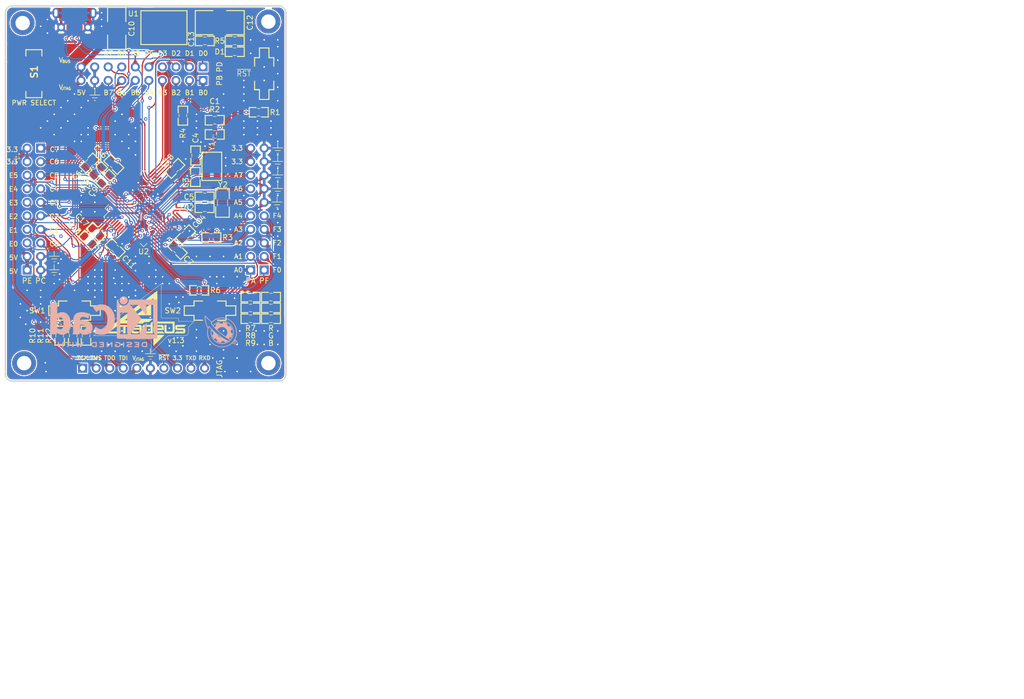
<source format=kicad_pcb>
(kicad_pcb (version 20171130) (host pcbnew "(5.1.5)-3")
  (title_block (title tm4c) (date 2020-01-10) (rev 1.3) (company "Future Energy") (comment 1 dONE))
  (layers (0 F.Cu signal) (31 B.Cu signal) (34 B.Paste user) (35 F.Paste user) (36 B.SilkS user) (37 F.SilkS user) (38 B.Mask user) (39 F.Mask user) (44 Edge.Cuts user))
  (net 0 "")
  (net 1 /GNDX)
  (net 2 Earth)
  (net 3 +5V)
  (net 4 +3V3)
  (net 5 "Net-(D1-Pad2)")
  (net 6 /PF1)
  (net 7 "Net-(D2-Pad1)")
  (net 8 /PF2)
  (net 9 "Net-(D3-Pad1)")
  (net 10 /PF3)
  (net 11 "Net-(D4-Pad1)")
  (net 12 /PB0)
  (net 13 VBUS)
  (net 14 /VDEBUG)
  (net 15 /~RESET)
  (net 16 /PA0)
  (net 17 /PA1)
  (net 18 /PC2)
  (net 19 /PC3)
  (net 20 /PC1)
  (net 21 /PC0)
  (net 22 /PC4)
  (net 23 /PC5)
  (net 24 /PC6)
  (net 25 /PC7)
  (net 26 /PA7)
  (net 27 /PA6)
  (net 28 /PA5)
  (net 29 /PA4)
  (net 30 /PA3)
  (net 31 /PA2)
  (net 32 /PE5)
  (net 33 /PE4)
  (net 34 /PE3)
  (net 35 /PE2)
  (net 36 /PE1)
  (net 37 /PE0)
  (net 38 /PD7)
  (net 39 /PD6)
  (net 40 /PD3)
  (net 41 /PD2)
  (net 42 /PD1)
  (net 43 /PD0)
  (net 44 /PB7)
  (net 45 /PB6)
  (net 46 /PB5)
  (net 47 /PB4)
  (net 48 /PB3)
  (net 49 /PB2)
  (net 50 /PB1)
  (net 51 /PF4)
  (net 52 /PF0)
  (net 53 /~WAKE)
  (net 54 "Net-(C2-Pad1)")
  (net 55 "Net-(C3-Pad2)")
  (net 56 "Net-(C4-Pad1)")
  (net 57 "Net-(C5-Pad2)")
  (net 58 "Net-(C6-Pad1)")
  (net 59 /D+)
  (net 60 /D-)
  (net 61 "Net-(J2-Pad1)")
  (net 62 "Net-(R1-Pad2)")
  (module Crystal:Crystal_SMD_MicroCrystal_CC7V-T1A-2Pin_3.2x1.5mm_HandSoldering (layer F.Cu) (at 172.52 95.35 90)
    (fp_text reference Y2 (at 3.4 0.079762) (layer F.SilkS))
    (fp_text value Crystal-32.768KHz)
    (pad 2 smd rect (at 1.625 0 90) (size 1.75 1.8) (layers F.Cu F.Paste F.Mask) (net 57 "Net-(C5-Pad2)"))
    (pad 1 smd rect (at -1.625 0 90) (size 1.75 1.8) (layers F.Cu F.Paste F.Mask) (net 54 "Net-(C2-Pad1)"))
  )
  (module Crystal:Crystal_SMD_5032-4Pin_5.0x3.2mm (layer F.Cu) (at 170.52 88.5 90)
    (fp_text reference Y1 (at 3.8 0 90) (layer F.SilkS))
    (fp_text value Crystal_GND24_Small)
    (pad 4 smd rect (at -1.65 -1 90) (size 1.6 1.3) (layers F.Cu F.Paste F.Mask) (net 2 Earth))
    (pad 3 smd rect (at 1.65 -1 90) (size 1.6 1.3) (layers F.Cu F.Paste F.Mask) (net 56 "Net-(C4-Pad1)"))
    (pad 2 smd rect (at 1.65 1 90) (size 1.6 1.3) (layers F.Cu F.Paste F.Mask) (net 2 Earth))
    (pad 1 smd rect (at -1.65 1 90) (size 1.6 1.3) (layers F.Cu F.Paste F.Mask) (net 55 "Net-(C3-Pad2)"))
  )
  (module tm4c:tantalum6032 (layer F.Cu) (at 152.69 62.62 90)
    (fp_text reference C10 (at -0.06 2.8 270) (layer F.SilkS))
    (fp_text value 10uF)
    (pad 1 smd roundrect (at -2.55 0 90) (size 2.25 2.35) (layers F.Cu F.Paste F.Mask) (roundrect_rratio 0.111111) (net 3 +5V))
    (pad 2 smd roundrect (at 2.55 0 90) (size 2.25 2.35) (layers F.Cu F.Paste F.Mask) (roundrect_rratio 0.111111) (net 2 Earth))
  )
  (module tm4c:tantalum7343 (layer F.Cu) (at 172.01 61.54)
    (fp_text reference C12 (at 5.66 0.01 270) (layer F.SilkS))
    (fp_text value 22uF)
    (pad 2 smd roundrect (at 3.2 0) (size 2.25 2.55) (layers F.Cu F.Paste F.Mask) (roundrect_rratio 0.111111) (net 2 Earth))
    (pad 1 smd roundrect (at -3.2 0) (size 2.25 2.55) (layers F.Cu F.Paste F.Mask) (roundrect_rratio 0.111111) (net 4 +3V3))
  )
  (module tm4c:Earth (layer F.Cu) (at 159.004 122.682)
    (fp_text reference REF** hide)
    (fp_text value Earth)
  )
  (module tm4c:Earth (layer F.Cu) (at 140.97 106.934)
    (fp_text reference REF** hide)
    (fp_text value Earth)
  )
  (module tm4c:Earth (layer F.Cu) (at 140.97 104.394)
    (fp_text reference REF** hide)
    (fp_text value Earth)
  )
  (module "" (layer F.Cu) (at 137.922 76.962)
    (fp_text reference "" (at 115.57 74.168) (layer F.SilkS) (effects (font (size 1.27 1.27))))
    (fp_text value "" (at 115.57 74.168) (layer F.SilkS) (effects (font (size 1.27 1.27))))
  )
  (module tm4c:Earth (layer F.Cu) (at 148.59 74.168)
    (fp_text reference REF** hide)
    (fp_text value Earth)
  )
  (module "" (layer F.Cu) (at 173.101 93.853)
    (fp_text reference "" (at 139.192 94.234) (layer F.SilkS) (effects (font (size 1.27 1.27))))
    (fp_text value "" (at 139.192 94.234) (layer F.SilkS) (effects (font (size 1.27 1.27))))
  )
  (module "" (layer F.Cu) (at 172.212 94.234)
    (fp_text reference "" (at 139.827 93.98) (layer F.SilkS) (effects (font (size 1.27 1.27))))
    (fp_text value "" (at 139.827 93.98) (layer F.SilkS) (effects (font (size 1.27 1.27))))
  )
  (module "" (layer F.Cu) (at 172.847 93.98)
    (fp_text reference "" (at 149.733 94.234) (layer F.SilkS) (effects (font (size 1.27 1.27))))
    (fp_text value "" (at 149.733 94.234) (layer F.SilkS) (effects (font (size 1.27 1.27))))
  )
  (module tm4c:Earth (layer F.Cu) (at 182.753 94.234)
    (fp_text reference REF** hide)
    (fp_text value Earth)
  )
  (module tm4c:Earth (layer F.Cu) (at 182.88 91.694)
    (fp_text reference REF** hide)
    (fp_text value Earth)
  )
  (module tm4c:Earth (layer F.Cu) (at 182.88 89.154)
    (fp_text reference REF** hide)
    (fp_text value Earth)
  )
  (module tm4c:Earth (layer F.Cu) (at 182.88 86.614)
    (fp_text reference REF** hide)
    (fp_text value Earth)
  )
  (module tm4c:Earth (layer F.Cu) (at 182.88 84.074)
    (fp_text reference REF** hide)
    (fp_text value Earth)
  )
  (module tm4c:Buttons (layer F.Cu) (at 180.34 71.12 90)
    (fp_text reference ~RST (at 0 -3.81) (layer F.SilkS) (effects (font (thickness 0.12))))
    (fp_text value SW_Push hide)
    (pad 1 smd rect (at -3.9 0 180) (size 1.5 1.5) (layers F.Cu F.Paste F.Mask) (net 62 "Net-(R1-Pad2)"))
    (pad 2 smd rect (at 3.9 0 180) (size 1.5 1.5) (layers F.Cu F.Paste F.Mask) (net 2 Earth))
  )
  (module tm4c:Buttons (layer F.Cu) (at 144.78 115.57)
    (fp_text reference SW1 (at -6.985 0) (layer F.SilkS))
    (fp_text value SW_Push hide)
    (pad 1 smd rect (at -3.9 0 90) (size 1.5 1.5) (layers F.Cu F.Paste F.Mask) (net 51 /PF4))
    (pad 2 smd rect (at 3.9 0 90) (size 1.5 1.5) (layers F.Cu F.Paste F.Mask) (net 2 Earth))
  )
  (module tm4c:Buttons (layer F.Cu) (at 170.18 115.57)
    (fp_text reference SW2 (at -6.985 0) (layer F.SilkS))
    (fp_text value SW_Push hide)
    (pad 1 smd rect (at -3.9 0 90) (size 1.5 1.5) (layers F.Cu F.Paste F.Mask) (net 52 /PF0))
    (pad 2 smd rect (at 3.9 0 90) (size 1.5 1.5) (layers F.Cu F.Paste F.Mask) (net 2 Earth))
  )
  (module tm4c:Steins_gate (layer B.Cu) (at 172.300985 119.438159 180)
    (fp_text reference G*** hide)
    (fp_text value LOGO hide)
  )
  (module tm4c:KiCad-Logo2_8mm_SilkScreen (layer B.Cu) (at 150.204391 116.84 180)
    (fp_text reference REF** hide)
    (fp_text value KiCad-Logo2_8mm_SilkScreen hide)
  )
  (module tm4c:R_0805_2012Metric_Pad1.15x1.40mm_HandSolder (layer F.Cu) (at 179.324 78.359)
    (fp_text reference R1 (at 3.055 0) (layer F.SilkS))
    (fp_text value 470)
    (pad 1 smd roundrect (at -1.025 0) (size 1.15 1.4) (layers F.Cu F.Paste F.Mask) (roundrect_rratio 0.217391) (net 15 /~RESET))
    (pad 2 smd roundrect (at 1.025 0) (size 1.15 1.4) (layers F.Cu F.Paste F.Mask) (roundrect_rratio 0.217391) (net 62 "Net-(R1-Pad2)"))
  )
  (module tm4c:R_0805_2012Metric_Pad1.15x1.40mm_HandSolder (layer F.Cu) (at 171.061 82.517)
    (fp_text reference R2 (at 0 -4.699) (layer F.SilkS))
    (fp_text value 10k)
    (pad 1 smd roundrect (at -1.025 0) (size 1.15 1.4) (layers F.Cu F.Paste F.Mask) (roundrect_rratio 0.217391) (net 4 +3V3))
    (pad 2 smd roundrect (at 1.025 0) (size 1.15 1.4) (layers F.Cu F.Paste F.Mask) (roundrect_rratio 0.217391) (net 15 /~RESET))
  )
  (module tm4c:R_0805_2012Metric_Pad1.15x1.40mm_HandSolder (layer F.Cu) (at 170.434 101.854)
    (fp_text reference R3 (at 3.055 0) (layer F.SilkS))
    (fp_text value 1m)
    (pad 1 smd roundrect (at -1.025 0) (size 1.15 1.4) (layers F.Cu F.Paste F.Mask) (roundrect_rratio 0.217391) (net 53 /~WAKE))
    (pad 2 smd roundrect (at 1.025 0) (size 1.15 1.4) (layers F.Cu F.Paste F.Mask) (roundrect_rratio 0.217391) (net 4 +3V3))
  )
  (module tm4c:R_0805_2012Metric_Pad1.15x1.40mm_HandSolder (layer F.Cu) (at 165.1 78.994 90)
    (fp_text reference R4 (at -3.302 0 270) (layer F.SilkS))
    (fp_text value 220)
    (pad 1 smd roundrect (at -1.025 0 90) (size 1.15 1.4) (layers F.Cu F.Paste F.Mask) (roundrect_rratio 0.217391) (net 50 /PB1))
    (pad 2 smd roundrect (at 1.025 0 90) (size 1.15 1.4) (layers F.Cu F.Paste F.Mask) (roundrect_rratio 0.217391) (net 3 +5V))
  )
  (module tm4c:R_0805_2012Metric_Pad1.15x1.40mm_HandSolder (layer F.Cu) (at 174.817 64.964 180)
    (fp_text reference R5 (at 2.807 0) (layer F.SilkS))
    (fp_text value 330)
    (pad 1 smd roundrect (at -1.025 0 180) (size 1.15 1.4) (layers F.Cu F.Paste F.Mask) (roundrect_rratio 0.217391) (net 4 +3V3))
    (pad 2 smd roundrect (at 1.025 0 180) (size 1.15 1.4) (layers F.Cu F.Paste F.Mask) (roundrect_rratio 0.217391) (net 5 "Net-(D1-Pad2)"))
  )
  (module tm4c:R_0805_2012Metric_Pad1.15x1.40mm_HandSolder (layer F.Cu) (at 168.148 111.76)
    (fp_text reference R6 (at 3.055 0) (layer F.SilkS))
    (fp_text value 330)
    (pad 1 smd roundrect (at -1.025 0) (size 1.15 1.4) (layers F.Cu F.Paste F.Mask) (roundrect_rratio 0.217391) (net 52 /PF0))
    (pad 2 smd roundrect (at 1.025 0) (size 1.15 1.4) (layers F.Cu F.Paste F.Mask) (roundrect_rratio 0.217391) (net 53 /~WAKE))
  )
  (module tm4c:R_0805_2012Metric_Pad1.15x1.40mm_HandSolder (layer F.Cu) (at 177.778 113.03)
    (fp_text reference R7 (at 0 5.842) (layer F.SilkS))
    (fp_text value 330)
    (pad 1 smd roundrect (at -1.025 0) (size 1.15 1.4) (layers F.Cu F.Paste F.Mask) (roundrect_rratio 0.217391) (net 2 Earth))
    (pad 2 smd roundrect (at 1.025 0) (size 1.15 1.4) (layers F.Cu F.Paste F.Mask) (roundrect_rratio 0.217391) (net 7 "Net-(D2-Pad1)"))
  )
  (module tm4c:R_0805_2012Metric_Pad1.15x1.40mm_HandSolder (layer F.Cu) (at 177.778 115.062)
    (fp_text reference R8 (at 0 5.207) (layer F.SilkS))
    (fp_text value 330)
    (pad 1 smd roundrect (at -1.025 0) (size 1.15 1.4) (layers F.Cu F.Paste F.Mask) (roundrect_rratio 0.217391) (net 2 Earth))
    (pad 2 smd roundrect (at 1.025 0) (size 1.15 1.4) (layers F.Cu F.Paste F.Mask) (roundrect_rratio 0.217391) (net 9 "Net-(D3-Pad1)"))
  )
  (module tm4c:R_0805_2012Metric_Pad1.15x1.40mm_HandSolder (layer F.Cu) (at 177.778 117.094)
    (fp_text reference R9 (at 0 4.572) (layer F.SilkS))
    (fp_text value 330)
    (pad 1 smd roundrect (at -1.025 0) (size 1.15 1.4) (layers F.Cu F.Paste F.Mask) (roundrect_rratio 0.217391) (net 2 Earth))
    (pad 2 smd roundrect (at 1.025 0) (size 1.15 1.4) (layers F.Cu F.Paste F.Mask) (roundrect_rratio 0.217391) (net 11 "Net-(D4-Pad1)"))
  )
  (module tm4c:R_0805_2012Metric_Pad1.15x1.40mm_HandSolder (layer F.Cu) (at 141.986 120.269 270)
    (fp_text reference R10 (at 0.007 5.08 90) (layer F.SilkS))
    (fp_text value 10k)
    (pad 1 smd roundrect (at -1.025 0 270) (size 1.15 1.4) (layers F.Cu F.Paste F.Mask) (roundrect_rratio 0.217391) (net 4 +3V3))
    (pad 2 smd roundrect (at 1.025 0 270) (size 1.15 1.4) (layers F.Cu F.Paste F.Mask) (roundrect_rratio 0.217391) (net 21 /PC0))
  )
  (module tm4c:R_0805_2012Metric_Pad1.15x1.40mm_HandSolder (layer F.Cu) (at 144.526 120.269 270)
    (fp_text reference R11 (at 0.007 6.096 90) (layer F.SilkS))
    (fp_text value 10k)
    (pad 1 smd roundrect (at -1.025 0 270) (size 1.15 1.4) (layers F.Cu F.Paste F.Mask) (roundrect_rratio 0.217391) (net 4 +3V3))
    (pad 2 smd roundrect (at 1.025 0 270) (size 1.15 1.4) (layers F.Cu F.Paste F.Mask) (roundrect_rratio 0.217391) (net 20 /PC1))
  )
  (module tm4c:R_0805_2012Metric_Pad1.15x1.40mm_HandSolder (layer F.Cu) (at 146.939 120.269 270)
    (fp_text reference R12 (at 0.007 6.985 90) (layer F.SilkS))
    (fp_text value 10k)
    (pad 1 smd roundrect (at -1.025 0 270) (size 1.15 1.4) (layers F.Cu F.Paste F.Mask) (roundrect_rratio 0.217391) (net 2 Earth))
    (pad 2 smd roundrect (at 1.025 0 270) (size 1.15 1.4) (layers F.Cu F.Paste F.Mask) (roundrect_rratio 0.217391) (net 19 /PC3))
  )
  (module tm4c:C_0805_2012Metric_Pad1.15x1.40mm_HandSolder (layer F.Cu) (at 171.061 79.85)
    (fp_text reference C1 (at 0 -3.556) (layer F.SilkS))
    (fp_text value 0.1uF)
    (pad 1 smd roundrect (at -1.025 0) (size 1.15 1.4) (layers F.Cu F.Paste F.Mask) (roundrect_rratio 0.217391) (net 2 Earth))
    (pad 2 smd roundrect (at 1.025 0) (size 1.15 1.4) (layers F.Cu F.Paste F.Mask) (roundrect_rratio 0.217391) (net 15 /~RESET))
  )
  (module tm4c:C_0805_2012Metric_Pad1.15x1.40mm_HandSolder (layer F.Cu) (at 167.43 90.5 270)
    (fp_text reference C3 (at 1.067 1.76 90) (layer F.SilkS))
    (fp_text value 10pF)
    (pad 1 smd roundrect (at -1.025 0 270) (size 1.15 1.4) (layers F.Cu F.Paste F.Mask) (roundrect_rratio 0.217391) (net 2 Earth))
    (pad 2 smd roundrect (at 1.025 0 270) (size 1.15 1.4) (layers F.Cu F.Paste F.Mask) (roundrect_rratio 0.217391) (net 55 "Net-(C3-Pad2)"))
  )
  (module tm4c:C_0805_2012Metric_Pad1.15x1.40mm_HandSolder (layer F.Cu) (at 163.576 88.9 45)
    (fp_text reference C15 (at 0 -2.065459 45) (layer F.SilkS))
    (fp_text value 0.01uF)
    (pad 1 smd roundrect (at -1.025 0 45) (size 1.15 1.4) (layers F.Cu F.Paste F.Mask) (roundrect_rratio 0.217391) (net 4 +3V3))
    (pad 2 smd roundrect (at 1.025 0 45) (size 1.15 1.4) (layers F.Cu F.Paste F.Mask) (roundrect_rratio 0.217391) (net 2 Earth))
  )
  (module tm4c:C_0805_2012Metric_Pad1.15x1.40mm_HandSolder (layer F.Cu) (at 169.164 96.266)
    (fp_text reference C2 (at -2.921 0) (layer F.SilkS))
    (fp_text value 24pF)
    (pad 1 smd roundrect (at -1.025 0) (size 1.15 1.4) (layers F.Cu F.Paste F.Mask) (roundrect_rratio 0.217391) (net 54 "Net-(C2-Pad1)"))
    (pad 2 smd roundrect (at 1.025 0) (size 1.15 1.4) (layers F.Cu F.Paste F.Mask) (roundrect_rratio 0.217391) (net 1 /GNDX))
  )
  (module tm4c:C_0805_2012Metric_Pad1.15x1.40mm_HandSolder (layer F.Cu) (at 167.48 86.478 90)
    (fp_text reference C4 (at 3.304734 0 90) (layer F.SilkS))
    (fp_text value 10pF)
    (pad 1 smd roundrect (at -1.025 0 90) (size 1.15 1.4) (layers F.Cu F.Paste F.Mask) (roundrect_rratio 0.217391) (net 56 "Net-(C4-Pad1)"))
    (pad 2 smd roundrect (at 1.025 0 90) (size 1.15 1.4) (layers F.Cu F.Paste F.Mask) (roundrect_rratio 0.217391) (net 2 Earth))
  )
  (module tm4c:C_0805_2012Metric_Pad1.15x1.40mm_HandSolder (layer F.Cu) (at 169.164 94.234 180)
    (fp_text reference C5 (at 2.921 0) (layer F.SilkS))
    (fp_text value 24pF)
    (pad 2 smd roundrect (at 1.025 0 180) (size 1.15 1.4) (layers F.Cu F.Paste F.Mask) (roundrect_rratio 0.217391) (net 57 "Net-(C5-Pad2)"))
    (pad 1 smd roundrect (at -1.025 0 180) (size 1.15 1.4) (layers F.Cu F.Paste F.Mask) (roundrect_rratio 0.217391) (net 1 /GNDX))
  )
  (module tm4c:C_0805_2012Metric_Pad1.15x1.40mm_HandSolder (layer F.Cu) (at 147.574 87.884 225)
    (fp_text reference C6 (at 3.304734 0 45) (layer F.SilkS))
    (fp_text value 0.1uF)
    (pad 1 smd roundrect (at -1.025 0 225) (size 1.15 1.4) (layers F.Cu F.Paste F.Mask) (roundrect_rratio 0.217391) (net 58 "Net-(C6-Pad1)"))
    (pad 2 smd roundrect (at 1.025 0 225) (size 1.15 1.4) (layers F.Cu F.Paste F.Mask) (roundrect_rratio 0.217391) (net 2 Earth))
  )
  (module tm4c:C_0805_2012Metric_Pad1.15x1.40mm_HandSolder (layer F.Cu) (at 164.046784 104.102784 315)
    (fp_text reference C7 (at 2.926313 0 135) (layer F.SilkS))
    (fp_text value 0.1uF)
    (pad 1 smd roundrect (at -1.025 0 315) (size 1.15 1.4) (layers F.Cu F.Paste F.Mask) (roundrect_rratio 0.217391) (net 58 "Net-(C6-Pad1)"))
    (pad 2 smd roundrect (at 1.025 0 315) (size 1.15 1.4) (layers F.Cu F.Paste F.Mask) (roundrect_rratio 0.217391) (net 2 Earth))
  )
  (module tm4c:C_0805_2012Metric_Pad1.15x1.40mm_HandSolder (layer F.Cu) (at 149.098 89.408 225)
    (fp_text reference C8 (at 3.304734 0 45) (layer F.SilkS))
    (fp_text value 1uF)
    (pad 1 smd roundrect (at -1.025 0 225) (size 1.15 1.4) (layers F.Cu F.Paste F.Mask) (roundrect_rratio 0.217391) (net 58 "Net-(C6-Pad1)"))
    (pad 2 smd roundrect (at 1.025 0 225) (size 1.15 1.4) (layers F.Cu F.Paste F.Mask) (roundrect_rratio 0.217391) (net 2 Earth))
  )
  (module tm4c:C_0805_2012Metric_Pad1.15x1.40mm_HandSolder (layer F.Cu) (at 150.622 90.932 225)
    (fp_text reference C9 (at 3.304734 0 45) (layer F.SilkS))
    (fp_text value 2.2uF)
    (pad 1 smd roundrect (at -1.025 0 225) (size 1.15 1.4) (layers F.Cu F.Paste F.Mask) (roundrect_rratio 0.217391) (net 58 "Net-(C6-Pad1)"))
    (pad 2 smd roundrect (at 1.025 0 225) (size 1.15 1.4) (layers F.Cu F.Paste F.Mask) (roundrect_rratio 0.217391) (net 2 Earth))
  )
  (module tm4c:C_0805_2012Metric_Pad1.15x1.40mm_HandSolder (layer F.Cu) (at 152.4 103.886 315)
    (fp_text reference C11 (at 3.592102 0 135) (layer F.SilkS))
    (fp_text value 0.1uF)
    (pad 1 smd roundrect (at -1.025 0 315) (size 1.15 1.4) (layers F.Cu F.Paste F.Mask) (roundrect_rratio 0.217391) (net 4 +3V3))
    (pad 2 smd roundrect (at 1.025 0 315) (size 1.15 1.4) (layers F.Cu F.Paste F.Mask) (roundrect_rratio 0.217391) (net 2 Earth))
  )
  (module tm4c:C_0805_2012Metric_Pad1.15x1.40mm_HandSolder (layer F.Cu) (at 169.203 64.97 180)
    (fp_text reference C13 (at 2.533 0.327 90) (layer F.SilkS))
    (fp_text value 0.1uF)
    (pad 1 smd roundrect (at -1.025 0 180) (size 1.15 1.4) (layers F.Cu F.Paste F.Mask) (roundrect_rratio 0.217391) (net 4 +3V3))
    (pad 2 smd roundrect (at 1.025 0 180) (size 1.15 1.4) (layers F.Cu F.Paste F.Mask) (roundrect_rratio 0.217391) (net 2 Earth))
  )
  (module tm4c:C_0805_2012Metric_Pad1.15x1.40mm_HandSolder (layer F.Cu) (at 165.608 101.346 45)
    (fp_text reference C14 (at 3.592102 0 45) (layer F.SilkS))
    (fp_text value 0.1uF)
    (pad 1 smd roundrect (at -1.025 0 45) (size 1.15 1.4) (layers F.Cu F.Paste F.Mask) (roundrect_rratio 0.217391) (net 4 +3V3))
    (pad 2 smd roundrect (at 1.025 0 45) (size 1.15 1.4) (layers F.Cu F.Paste F.Mask) (roundrect_rratio 0.217391) (net 2 Earth))
  )
  (module tm4c:C_0805_2012Metric_Pad1.15x1.40mm_HandSolder (layer F.Cu) (at 152.146 88.138 135)
    (fp_text reference C16 (at 3.5023 -0.089803 135) (layer F.SilkS))
    (fp_text value 0.1uF)
    (pad 1 smd roundrect (at -1.025 0 135) (size 1.15 1.4) (layers F.Cu F.Paste F.Mask) (roundrect_rratio 0.217391) (net 4 +3V3))
    (pad 2 smd roundrect (at 1.025 0 135) (size 1.15 1.4) (layers F.Cu F.Paste F.Mask) (roundrect_rratio 0.217391) (net 2 Earth))
  )
  (module tm4c:C_0805_2012Metric_Pad1.15x1.40mm_HandSolder (layer F.Cu) (at 148.844 100.838 315)
    (fp_text reference C17 (at -3.5023 0.269408 135) (layer F.SilkS))
    (fp_text value 1uF)
    (pad 1 smd roundrect (at -1.025 0 315) (size 1.15 1.4) (layers F.Cu F.Paste F.Mask) (roundrect_rratio 0.217391) (net 4 +3V3))
    (pad 2 smd roundrect (at 1.025 0 315) (size 1.15 1.4) (layers F.Cu F.Paste F.Mask) (roundrect_rratio 0.217391) (net 2 Earth))
  )
  (module tm4c:C_0805_2012Metric_Pad1.15x1.40mm_HandSolder (layer F.Cu) (at 147.32 102.362 315)
    (fp_text reference C18 (at -3.5023 0.089803 135) (layer F.SilkS))
    (fp_text value 0.01uF)
    (pad 1 smd roundrect (at -1.025 0 315) (size 1.15 1.4) (layers F.Cu F.Paste F.Mask) (roundrect_rratio 0.217391) (net 4 +3V3))
    (pad 2 smd roundrect (at 1.025 0 315) (size 1.15 1.4) (layers F.Cu F.Paste F.Mask) (roundrect_rratio 0.217391) (net 2 Earth))
  )
  (module tm4c:LED_0805_2012Metric_Pad1.15x1.40mm_HandSolder (layer F.Cu) (at 174.817 66.996 180)
    (fp_text reference D1 (at 2.807 0) (layer F.SilkS))
    (fp_text value LED)
    (pad 1 smd roundrect (at -1.025 0 180) (size 1.15 1.4) (layers F.Cu F.Paste F.Mask) (roundrect_rratio 0.217391) (net 2 Earth))
    (pad 2 smd roundrect (at 1.025 0 180) (size 1.15 1.4) (layers F.Cu F.Paste F.Mask) (roundrect_rratio 0.217391) (net 5 "Net-(D1-Pad2)"))
  )
  (module tm4c:LED_0805_2012Metric_Pad1.15x1.40mm_HandSolder (layer F.Cu) (at 181.61 113.03)
    (fp_text reference R (at 0 5.842) (layer F.SilkS))
    (fp_text value LED)
    (pad 1 smd roundrect (at -1.025 0) (size 1.15 1.4) (layers F.Cu F.Paste F.Mask) (roundrect_rratio 0.217391) (net 7 "Net-(D2-Pad1)"))
    (pad 2 smd roundrect (at 1.025 0) (size 1.15 1.4) (layers F.Cu F.Paste F.Mask) (roundrect_rratio 0.217391) (net 6 /PF1))
  )
  (module tm4c:LED_0805_2012Metric_Pad1.15x1.40mm_HandSolder (layer F.Cu) (at 181.61 115.062)
    (fp_text reference G (at 0 5.207) (layer F.SilkS))
    (fp_text value LED)
    (pad 1 smd roundrect (at -1.025 0) (size 1.15 1.4) (layers F.Cu F.Paste F.Mask) (roundrect_rratio 0.217391) (net 9 "Net-(D3-Pad1)"))
    (pad 2 smd roundrect (at 1.025 0) (size 1.15 1.4) (layers F.Cu F.Paste F.Mask) (roundrect_rratio 0.217391) (net 8 /PF2))
  )
  (module tm4c:LED_0805_2012Metric_Pad1.15x1.40mm_HandSolder (layer F.Cu) (at 181.61 117.094)
    (fp_text reference B (at 0 4.572) (layer F.SilkS))
    (fp_text value LED)
    (pad 1 smd roundrect (at -1.025 0) (size 1.15 1.4) (layers F.Cu F.Paste F.Mask) (roundrect_rratio 0.217391) (net 11 "Net-(D4-Pad1)"))
    (pad 2 smd roundrect (at 1.025 0) (size 1.15 1.4) (layers F.Cu F.Paste F.Mask) (roundrect_rratio 0.217391) (net 10 /PF3))
  )
  (module tm4c:MountingHole_2.7mm_M2.5_ISO14580_Pad (layer F.Cu) (at 181.1274 125.4252)
    (fp_text reference H1 hide)
    (fp_text value MountingHole)
    (pad 1 thru_hole circle (at 0 0) (size 4.5 4.5) (drill 2.7) (layers *.Cu *.Mask))
  )
  (module tm4c:MountingHole_2.7mm_M2.5_ISO14580_Pad (layer F.Cu) (at 135.326801 125.4252)
    (fp_text reference H2 hide)
    (fp_text value MountingHole)
    (pad 1 thru_hole circle (at 0 0) (size 4.5 4.5) (drill 2.7) (layers *.Cu *.Mask))
  )
  (module tm4c:MountingHole_2.7mm_M2.5_ISO14580_Pad (layer F.Cu) (at 181.1274 61.345399)
    (fp_text reference H3 hide)
    (fp_text value MountingHole)
    (pad 1 thru_hole circle (at 0 0) (size 4.5 4.5) (drill 2.7) (layers *.Cu *.Mask))
  )
  (module tm4c:MountingHole_2.7mm_M2.5_ISO14580_Pad (layer F.Cu) (at 135.0518 61.6204)
    (fp_text reference H4 hide)
    (fp_text value MountingHole)
    (pad 1 thru_hole circle (at 0 0) (size 4.5 4.5) (drill 2.7) (layers *.Cu *.Mask))
  )
  (module tm4c:USB_Micro-B_Molex (layer F.Cu) (at 144.78 60.96 180)
    (fp_text reference J1 hide)
    (fp_text value USB_OTG)
    (pad 6 smd rect (at 1 1.2375 180) (size 1.5 1.9) (layers F.Cu F.Paste F.Mask) (net 2 Earth))
    (pad 6 thru_hole circle (at -2.5 -1.4625 180) (size 1.45 1.45) (drill 0.85) (layers *.Cu *.Mask) (net 2 Earth))
    (pad 2 smd rect (at -0.65 -1.4625 180) (size 0.4 1.35) (layers F.Cu F.Paste F.Mask) (net 60 /D-))
    (pad 1 smd rect (at -1.3 -1.4625 180) (size 0.4 1.35) (layers F.Cu F.Paste F.Mask) (net 13 VBUS))
    (pad 5 smd rect (at 1.3 -1.4625 180) (size 0.4 1.35) (layers F.Cu F.Paste F.Mask) (net 2 Earth))
    (pad 4 smd rect (at 0.65 -1.4625 180) (size 0.4 1.35) (layers F.Cu F.Paste F.Mask) (net 12 /PB0))
    (pad 3 smd rect (at 0 -1.4625 180) (size 0.4 1.35) (layers F.Cu F.Paste F.Mask) (net 59 /D+))
    (pad 6 thru_hole circle (at 2.5 -1.4625 180) (size 1.45 1.45) (drill 0.85) (layers *.Cu *.Mask) (net 2 Earth))
    (pad 6 smd rect (at -1 1.2375 180) (size 1.5 1.9) (layers F.Cu F.Paste F.Mask) (net 2 Earth))
    (pad 6 thru_hole oval (at -3.5 1.2375) (size 1.2 1.9) (drill oval 0.6 1.3) (layers *.Cu *.Mask) (net 2 Earth))
    (pad 6 thru_hole oval (at 3.5 1.2375 180) (size 1.2 1.9) (drill oval 0.6 1.3) (layers *.Cu *.Mask) (net 2 Earth))
    (pad 6 smd rect (at 2.9 1.2375 180) (size 1.2 1.9) (layers F.Cu F.Mask) (net 2 Earth))
    (pad 6 smd rect (at -2.9 1.2375 180) (size 1.2 1.9) (layers F.Cu F.Mask) (net 2 Earth))
  )
  (module tm4c:PinHeader_1x01_P2.54mm_Vertical (layer F.Cu) (at 169.926 99.314 90)
    (fp_text reference J2 hide)
    (fp_text value HIB)
    (pad 1 smd oval (at 0 0 90) (size 1.7 1.7) (layers F.Cu F.Paste F.Mask) (net 61 "Net-(J2-Pad1)"))
  )
  (module tm4c:PinHeader_1x10_P2.54mm_Vertical (layer F.Cu) (at 146.304 126.365 90)
    (fp_text reference JTAG (at -0.127 25.654 270) (layer F.SilkS))
    (fp_text value "JTAG Port")
    (pad 1 thru_hole rect (at 0 0 90) (size 1.7 1.7) (drill 1) (layers *.Cu *.Mask) (net 21 /PC0))
    (pad 2 thru_hole oval (at 0 2.54 90) (size 1.7 1.7) (drill 1) (layers *.Cu *.Mask) (net 20 /PC1))
    (pad 3 thru_hole oval (at 0 5.08 90) (size 1.7 1.7) (drill 1) (layers *.Cu *.Mask) (net 19 /PC3))
    (pad 4 thru_hole oval (at 0 7.62 90) (size 1.7 1.7) (drill 1) (layers *.Cu *.Mask) (net 18 /PC2))
    (pad 5 thru_hole oval (at 0 10.16 90) (size 1.7 1.7) (drill 1) (layers *.Cu *.Mask) (net 14 /VDEBUG))
    (pad 6 thru_hole oval (at 0 12.7 90) (size 1.7 1.7) (drill 1) (layers *.Cu *.Mask) (net 2 Earth))
    (pad 7 thru_hole oval (at 0 15.24 90) (size 1.7 1.7) (drill 1) (layers *.Cu *.Mask) (net 15 /~RESET))
    (pad 8 thru_hole oval (at 0 17.78 90) (size 1.7 1.7) (drill 1) (layers *.Cu *.Mask) (net 4 +3V3))
    (pad 9 thru_hole oval (at 0 20.32 90) (size 1.7 1.7) (drill 1) (layers *.Cu *.Mask) (net 17 /PA1))
    (pad 10 thru_hole oval (at 0 22.86 90) (size 1.7 1.7) (drill 1) (layers *.Cu *.Mask) (net 16 /PA0))
  )
  (module tm4c:PinHeader_1x10_P2.54mm_Vertical (layer F.Cu) (at 138.43 85.09)
    (fp_text reference "PWR SELECT" (at -1.27 -8.509 180) (layer F.SilkS) (effects (font (size 0.9 0.9))))
    (fp_text value PC (at 0 24.892 180) (layer F.SilkS))
    (pad 10 thru_hole oval (at 0 22.86) (size 1.7 1.7) (drill 1) (layers *.Cu *.Mask) (net 2 Earth))
    (pad 9 thru_hole oval (at 0 20.32) (size 1.7 1.7) (drill 1) (layers *.Cu *.Mask) (net 2 Earth))
    (pad 8 thru_hole oval (at 0 17.78) (size 1.7 1.7) (drill 1) (layers *.Cu *.Mask) (net 21 /PC0))
    (pad 7 thru_hole oval (at 0 15.24) (size 1.7 1.7) (drill 1) (layers *.Cu *.Mask) (net 20 /PC1))
    (pad 6 thru_hole oval (at 0 12.7) (size 1.7 1.7) (drill 1) (layers *.Cu *.Mask) (net 18 /PC2))
    (pad 5 thru_hole oval (at 0 10.16) (size 1.7 1.7) (drill 1) (layers *.Cu *.Mask) (net 19 /PC3))
    (pad 4 thru_hole oval (at 0 7.62) (size 1.7 1.7) (drill 1) (layers *.Cu *.Mask) (net 22 /PC4))
    (pad 3 thru_hole oval (at 0 5.08) (size 1.7 1.7) (drill 1) (layers *.Cu *.Mask) (net 23 /PC5))
    (pad 2 thru_hole oval (at 0 2.54) (size 1.7 1.7) (drill 1) (layers *.Cu *.Mask) (net 24 /PC6))
    (pad 1 thru_hole rect (at 0 0) (size 1.7 1.7) (drill 1) (layers *.Cu *.Mask) (net 25 /PC7))
  )
  (module tm4c:PinHeader_1x10_P2.54mm_Vertical (layer F.Cu) (at 177.8 107.95 180)
    (fp_text reference PA (at 0 -2.032 180) (layer F.SilkS))
    (fp_text value "A Port")
    (pad 1 thru_hole rect (at 0 0 180) (size 1.7 1.7) (drill 1) (layers *.Cu *.Mask) (net 16 /PA0))
    (pad 2 thru_hole oval (at 0 2.54 180) (size 1.7 1.7) (drill 1) (layers *.Cu *.Mask) (net 17 /PA1))
    (pad 3 thru_hole oval (at 0 5.08 180) (size 1.7 1.7) (drill 1) (layers *.Cu *.Mask) (net 31 /PA2))
    (pad 4 thru_hole oval (at 0 7.62 180) (size 1.7 1.7) (drill 1) (layers *.Cu *.Mask) (net 30 /PA3))
    (pad 5 thru_hole oval (at 0 10.16 180) (size 1.7 1.7) (drill 1) (layers *.Cu *.Mask) (net 29 /PA4))
    (pad 6 thru_hole oval (at 0 12.7 180) (size 1.7 1.7) (drill 1) (layers *.Cu *.Mask) (net 28 /PA5))
    (pad 7 thru_hole oval (at 0 15.24 180) (size 1.7 1.7) (drill 1) (layers *.Cu *.Mask) (net 27 /PA6))
    (pad 8 thru_hole oval (at 0 17.78 180) (size 1.7 1.7) (drill 1) (layers *.Cu *.Mask) (net 26 /PA7))
    (pad 9 thru_hole oval (at 0 20.32 180) (size 1.7 1.7) (drill 1) (layers *.Cu *.Mask) (net 4 +3V3))
    (pad 10 thru_hole oval (at 0 22.86 180) (size 1.7 1.7) (drill 1) (layers *.Cu *.Mask) (net 4 +3V3))
  )
  (module tm4c:PinHeader_1x10_P2.54mm_Vertical (layer F.Cu) (at 135.89 107.95 180)
    (fp_text reference PE (at 0 -2.032 180) (layer F.SilkS))
    (fp_text value "E Port")
    (pad 1 thru_hole rect (at 0 0 180) (size 1.7 1.7) (drill 1) (layers *.Cu *.Mask) (net 3 +5V))
    (pad 2 thru_hole oval (at 0 2.54 180) (size 1.7 1.7) (drill 1) (layers *.Cu *.Mask) (net 3 +5V))
    (pad 3 thru_hole oval (at 0 5.08 180) (size 1.7 1.7) (drill 1) (layers *.Cu *.Mask) (net 37 /PE0))
    (pad 4 thru_hole oval (at 0 7.62 180) (size 1.7 1.7) (drill 1) (layers *.Cu *.Mask) (net 36 /PE1))
    (pad 5 thru_hole oval (at 0 10.16 180) (size 1.7 1.7) (drill 1) (layers *.Cu *.Mask) (net 35 /PE2))
    (pad 6 thru_hole oval (at 0 12.7 180) (size 1.7 1.7) (drill 1) (layers *.Cu *.Mask) (net 34 /PE3))
    (pad 7 thru_hole oval (at 0 15.24 180) (size 1.7 1.7) (drill 1) (layers *.Cu *.Mask) (net 33 /PE4))
    (pad 8 thru_hole oval (at 0 17.78 180) (size 1.7 1.7) (drill 1) (layers *.Cu *.Mask) (net 32 /PE5))
    (pad 9 thru_hole oval (at 0 20.32 180) (size 1.7 1.7) (drill 1) (layers *.Cu *.Mask) (net 4 +3V3))
    (pad 10 thru_hole oval (at 0 22.86 180) (size 1.7 1.7) (drill 1) (layers *.Cu *.Mask) (net 4 +3V3))
  )
  (module tm4c:PinHeader_1x10_P2.54mm_Vertical (layer F.Cu) (at 168.874 69.85 270)
    (fp_text reference PD (at 0 -3.092 270) (layer F.SilkS))
    (fp_text value "D Port")
    (pad 1 thru_hole rect (at 0 0 270) (size 1.7 1.7) (drill 1) (layers *.Cu *.Mask) (net 43 /PD0))
    (pad 2 thru_hole oval (at 0 2.54 270) (size 1.7 1.7) (drill 1) (layers *.Cu *.Mask) (net 42 /PD1))
    (pad 3 thru_hole oval (at 0 5.08 270) (size 1.7 1.7) (drill 1) (layers *.Cu *.Mask) (net 41 /PD2))
    (pad 4 thru_hole oval (at 0 7.62 270) (size 1.7 1.7) (drill 1) (layers *.Cu *.Mask) (net 40 /PD3))
    (pad 5 thru_hole oval (at 0 10.16 270) (size 1.7 1.7) (drill 1) (layers *.Cu *.Mask) (net 60 /D-))
    (pad 6 thru_hole oval (at 0 12.7 270) (size 1.7 1.7) (drill 1) (layers *.Cu *.Mask) (net 59 /D+))
    (pad 7 thru_hole oval (at 0 15.24 270) (size 1.7 1.7) (drill 1) (layers *.Cu *.Mask) (net 39 /PD6))
    (pad 8 thru_hole oval (at 0 17.78 270) (size 1.7 1.7) (drill 1) (layers *.Cu *.Mask) (net 38 /PD7))
    (pad 9 thru_hole oval (at 0 20.32 270) (size 1.7 1.7) (drill 1) (layers *.Cu *.Mask) (net 2 Earth))
    (pad 10 thru_hole oval (at 0 22.86 270) (size 1.7 1.7) (drill 1) (layers *.Cu *.Mask) (net 3 +5V))
  )
  (module tm4c:PinHeader_1x10_P2.54mm_Vertical (layer F.Cu) (at 168.874 72.39 270)
    (fp_text reference PB (at 0 -3.092 270) (layer F.SilkS))
    (fp_text value "B Port")
    (pad 1 thru_hole rect (at 0 0 270) (size 1.7 1.7) (drill 1) (layers *.Cu *.Mask) (net 12 /PB0))
    (pad 2 thru_hole oval (at 0 2.54 270) (size 1.7 1.7) (drill 1) (layers *.Cu *.Mask) (net 50 /PB1))
    (pad 3 thru_hole oval (at 0 5.08 270) (size 1.7 1.7) (drill 1) (layers *.Cu *.Mask) (net 49 /PB2))
    (pad 4 thru_hole oval (at 0 7.62 270) (size 1.7 1.7) (drill 1) (layers *.Cu *.Mask) (net 48 /PB3))
    (pad 5 thru_hole oval (at 0 10.16 270) (size 1.7 1.7) (drill 1) (layers *.Cu *.Mask) (net 47 /PB4))
    (pad 6 thru_hole oval (at 0 12.7 270) (size 1.7 1.7) (drill 1) (layers *.Cu *.Mask) (net 46 /PB5))
    (pad 7 thru_hole oval (at 0 15.24 270) (size 1.7 1.7) (drill 1) (layers *.Cu *.Mask) (net 45 /PB6))
    (pad 8 thru_hole oval (at 0 17.78 270) (size 1.7 1.7) (drill 1) (layers *.Cu *.Mask) (net 44 /PB7))
    (pad 9 thru_hole oval (at 0 20.32 270) (size 1.7 1.7) (drill 1) (layers *.Cu *.Mask) (net 2 Earth))
    (pad 10 thru_hole oval (at 0 22.86 270) (size 1.7 1.7) (drill 1) (layers *.Cu *.Mask) (net 3 +5V))
  )
  (module tm4c:PinHeader_1x10_P2.54mm_Vertical (layer F.Cu) (at 180.34 107.95 180)
    (fp_text reference PF (at 0 -2.032 180) (layer F.SilkS))
    (fp_text value "F Port")
    (pad 1 thru_hole rect (at 0 0 180) (size 1.7 1.7) (drill 1) (layers *.Cu *.Mask) (net 52 /PF0))
    (pad 2 thru_hole oval (at 0 2.54 180) (size 1.7 1.7) (drill 1) (layers *.Cu *.Mask) (net 6 /PF1))
    (pad 3 thru_hole oval (at 0 5.08 180) (size 1.7 1.7) (drill 1) (layers *.Cu *.Mask) (net 8 /PF2))
    (pad 4 thru_hole oval (at 0 7.62 180) (size 1.7 1.7) (drill 1) (layers *.Cu *.Mask) (net 10 /PF3))
    (pad 5 thru_hole oval (at 0 10.16 180) (size 1.7 1.7) (drill 1) (layers *.Cu *.Mask) (net 51 /PF4))
    (pad 6 thru_hole oval (at 0 12.7 180) (size 1.7 1.7) (drill 1) (layers *.Cu *.Mask) (net 2 Earth))
    (pad 7 thru_hole oval (at 0 15.24 180) (size 1.7 1.7) (drill 1) (layers *.Cu *.Mask) (net 2 Earth))
    (pad 8 thru_hole oval (at 0 17.78 180) (size 1.7 1.7) (drill 1) (layers *.Cu *.Mask) (net 2 Earth))
    (pad 9 thru_hole oval (at 0 20.32 180) (size 1.7 1.7) (drill 1) (layers *.Cu *.Mask) (net 2 Earth))
    (pad 10 thru_hole oval (at 0 22.86 180) (size 1.7 1.7) (drill 1) (layers *.Cu *.Mask) (net 2 Earth))
  )
  (module tm4c:Slide_Switch_2.54mm (layer F.Cu) (at 137.16 71.12 270)
    (fp_text reference S1 (at -0.335 -0.068 270) (layer F.SilkS) (effects (font (size 1.27 1.27) (thickness 0.254))))
    (fp_text value JS202011SCQN hide)
    (pad 1 smd rect (at -2.5 2.75 270) (size 1.2 2.5) (layers F.Cu F.Paste F.Mask) (net 13 VBUS))
    (pad 2 smd rect (at 0 2.75 270) (size 1.2 2.5) (layers F.Cu F.Paste F.Mask) (net 3 +5V))
    (pad 3 smd rect (at 2.5 2.75 270) (size 1.2 2.5) (layers F.Cu F.Paste F.Mask) (net 14 /VDEBUG))
    (pad 4 smd rect (at 2.5 -2.75 270) (size 1.2 2.5) (layers F.Cu F.Paste F.Mask) (net 14 /VDEBUG))
    (pad 5 smd rect (at 0 -2.75 270) (size 1.2 2.5) (layers F.Cu F.Paste F.Mask) (net 3 +5V))
    (pad 6 smd rect (at -2.5 -2.75 270) (size 1.2 2.5) (layers F.Cu F.Paste F.Mask) (net 13 VBUS))
  )
  (module tm4c:LM1117-3.3V (layer F.Cu) (at 161.544 62.484)
    (fp_text reference U1 (at -5.724 -2.634 180) (layer F.SilkS))
    (fp_text value LM1117-3.3)
    (pad 4 smd rect (at 3.15 0) (size 2 3.8) (layers F.Cu F.Paste F.Mask) (net 4 +3V3))
    (pad 2 smd rect (at -3.15 0) (size 2 1.5) (layers F.Cu F.Paste F.Mask) (net 4 +3V3))
    (pad 3 smd rect (at -3.15 2.3) (size 2 1.5) (layers F.Cu F.Paste F.Mask) (net 3 +5V))
    (pad 1 smd rect (at -3.15 -2.3) (size 2 1.5) (layers F.Cu F.Paste F.Mask) (net 2 Earth))
  )
  (module tm4c:TMC123GH6PM (layer F.Cu) (at 157.734 96.3635 45)
    (fp_text reference U2 (at -5.747363 5.747365) (layer F.SilkS))
    (fp_text value TM4C123GH6PM)
    (pad 1 smd roundrect (at -5.675 -3.75 45) (size 1.55 0.3) (layers F.Cu F.Paste F.Mask) (net 45 /PB6))
    (pad 2 smd roundrect (at -5.675 -3.25 45) (size 1.55 0.3) (layers F.Cu F.Paste F.Mask) (net 4 +3V3))
    (pad 3 smd roundrect (at -5.675 -2.75 45) (size 1.55 0.3) (layers F.Cu F.Paste F.Mask) (net 2 Earth))
    (pad 4 smd roundrect (at -5.675 -2.25 45) (size 1.55 0.3) (layers F.Cu F.Paste F.Mask) (net 44 /PB7))
    (pad 5 smd roundrect (at -5.675 -1.75 45) (size 1.55 0.3) (layers F.Cu F.Paste F.Mask) (net 51 /PF4))
    (pad 6 smd roundrect (at -5.675 -1.25 45) (size 1.55 0.3) (layers F.Cu F.Paste F.Mask) (net 34 /PE3))
    (pad 7 smd roundrect (at -5.675 -0.75 45) (size 1.55 0.3) (layers F.Cu F.Paste F.Mask) (net 35 /PE2))
    (pad 8 smd roundrect (at -5.675 -0.25 45) (size 1.55 0.3) (layers F.Cu F.Paste F.Mask) (net 36 /PE1))
    (pad 9 smd roundrect (at -5.675 0.25 45) (size 1.55 0.3) (layers F.Cu F.Paste F.Mask) (net 37 /PE0))
    (pad 10 smd roundrect (at -5.675 0.75 45) (size 1.55 0.3) (layers F.Cu F.Paste F.Mask) (net 38 /PD7))
    (pad 11 smd roundrect (at -5.675 1.25 45) (size 1.55 0.3) (layers F.Cu F.Paste F.Mask) (net 4 +3V3))
    (pad 12 smd roundrect (at -5.675 1.75 45) (size 1.55 0.3) (layers F.Cu F.Paste F.Mask) (net 2 Earth))
    (pad 13 smd roundrect (at -5.675 2.25 45) (size 1.55 0.3) (layers F.Cu F.Paste F.Mask) (net 25 /PC7))
    (pad 14 smd roundrect (at -5.675 2.75 45) (size 1.55 0.3) (layers F.Cu F.Paste F.Mask) (net 24 /PC6))
    (pad 15 smd roundrect (at -5.675 3.25 45) (size 1.55 0.3) (layers F.Cu F.Paste F.Mask) (net 23 /PC5))
    (pad 16 smd roundrect (at -5.675 3.75 45) (size 1.55 0.3) (layers F.Cu F.Paste F.Mask) (net 22 /PC4))
    (pad 17 smd roundrect (at -3.75 5.675 45) (size 0.3 1.55) (layers F.Cu F.Paste F.Mask) (net 16 /PA0))
    (pad 18 smd roundrect (at -3.25 5.675 45) (size 0.3 1.55) (layers F.Cu F.Paste F.Mask) (net 17 /PA1))
    (pad 19 smd roundrect (at -2.75 5.675 45) (size 0.3 1.55) (layers F.Cu F.Paste F.Mask) (net 31 /PA2))
    (pad 20 smd roundrect (at -2.25 5.675 45) (size 0.3 1.55) (layers F.Cu F.Paste F.Mask) (net 30 /PA3))
    (pad 21 smd roundrect (at -1.75 5.675 45) (size 0.3 1.55) (layers F.Cu F.Paste F.Mask) (net 29 /PA4))
    (pad 22 smd roundrect (at -1.25 5.675 45) (size 0.3 1.55) (layers F.Cu F.Paste F.Mask) (net 28 /PA5))
    (pad 23 smd roundrect (at -0.75 5.675 45) (size 0.3 1.55) (layers F.Cu F.Paste F.Mask) (net 27 /PA6))
    (pad 24 smd roundrect (at -0.25 5.675 45) (size 0.3 1.55) (layers F.Cu F.Paste F.Mask) (net 26 /PA7))
    (pad 25 smd roundrect (at 0.25 5.675 45) (size 0.3 1.55) (layers F.Cu F.Paste F.Mask) (net 58 "Net-(C6-Pad1)"))
    (pad 26 smd roundrect (at 0.75 5.675 45) (size 0.3 1.55) (layers F.Cu F.Paste F.Mask) (net 4 +3V3))
    (pad 27 smd roundrect (at 1.25 5.675 45) (size 0.3 1.55) (layers F.Cu F.Paste F.Mask) (net 2 Earth))
    (pad 28 smd roundrect (at 1.75 5.675 45) (size 0.3 1.55) (layers F.Cu F.Paste F.Mask) (net 52 /PF0))
    (pad 29 smd roundrect (at 2.25 5.675 45) (size 0.3 1.55) (layers F.Cu F.Paste F.Mask) (net 6 /PF1))
    (pad 30 smd roundrect (at 2.75 5.675 45) (size 0.3 1.55) (layers F.Cu F.Paste F.Mask) (net 8 /PF2))
    (pad 31 smd roundrect (at 3.25 5.675 45) (size 0.3 1.55) (layers F.Cu F.Paste F.Mask) (net 10 /PF3))
    (pad 32 smd roundrect (at 3.75 5.675 45) (size 0.3 1.55) (layers F.Cu F.Paste F.Mask) (net 53 /~WAKE))
    (pad 33 smd roundrect (at 5.675 3.75 45) (size 1.55 0.3) (layers F.Cu F.Paste F.Mask) (net 61 "Net-(J2-Pad1)"))
    (pad 34 smd roundrect (at 5.675 3.25 45) (size 1.55 0.3) (layers F.Cu F.Paste F.Mask) (net 54 "Net-(C2-Pad1)"))
    (pad 35 smd roundrect (at 5.675 2.75 45) (size 1.55 0.3) (layers F.Cu F.Paste F.Mask) (net 1 /GNDX))
    (pad 36 smd roundrect (at 5.675 2.25 45) (size 1.55 0.3) (layers F.Cu F.Paste F.Mask) (net 57 "Net-(C5-Pad2)"))
    (pad 37 smd roundrect (at 5.675 1.75 45) (size 1.55 0.3) (layers F.Cu F.Paste F.Mask) (net 4 +3V3))
    (pad 38 smd roundrect (at 5.675 1.25 45) (size 1.55 0.3) (layers F.Cu F.Paste F.Mask) (net 15 /~RESET))
    (pad 39 smd roundrect (at 5.675 0.75 45) (size 1.55 0.3) (layers F.Cu F.Paste F.Mask) (net 2 Earth))
    (pad 40 smd roundrect (at 5.675 0.25 45) (size 1.55 0.3) (layers F.Cu F.Paste F.Mask) (net 55 "Net-(C3-Pad2)"))
    (pad 41 smd roundrect (at 5.675 -0.25 45) (size 1.55 0.3) (layers F.Cu F.Paste F.Mask) (net 56 "Net-(C4-Pad1)"))
    (pad 42 smd roundrect (at 5.675 -0.75 45) (size 1.55 0.3) (layers F.Cu F.Paste F.Mask) (net 4 +3V3))
    (pad 43 smd roundrect (at 5.675 -1.25 45) (size 1.55 0.3) (layers F.Cu F.Paste F.Mask) (net 60 /D-))
    (pad 44 smd roundrect (at 5.675 -1.75 45) (size 1.55 0.3) (layers F.Cu F.Paste F.Mask) (net 59 /D+))
    (pad 45 smd roundrect (at 5.675 -2.25 45) (size 1.55 0.3) (layers F.Cu F.Paste F.Mask) (net 12 /PB0))
    (pad 46 smd roundrect (at 5.675 -2.75 45) (size 1.55 0.3) (layers F.Cu F.Paste F.Mask) (net 50 /PB1))
    (pad 47 smd roundrect (at 5.675 -3.25 45) (size 1.55 0.3) (layers F.Cu F.Paste F.Mask) (net 49 /PB2))
    (pad 48 smd roundrect (at 5.675 -3.75 45) (size 1.55 0.3) (layers F.Cu F.Paste F.Mask) (net 48 /PB3))
    (pad 49 smd roundrect (at 3.75 -5.675 45) (size 0.3 1.55) (layers F.Cu F.Paste F.Mask) (net 19 /PC3))
    (pad 50 smd roundrect (at 3.25 -5.675 45) (size 0.3 1.55) (layers F.Cu F.Paste F.Mask) (net 18 /PC2))
    (pad 51 smd roundrect (at 2.75 -5.675 45) (size 0.3 1.55) (layers F.Cu F.Paste F.Mask) (net 20 /PC1))
    (pad 52 smd roundrect (at 2.25 -5.675 45) (size 0.3 1.55) (layers F.Cu F.Paste F.Mask) (net 21 /PC0))
    (pad 53 smd roundrect (at 1.75 -5.675 45) (size 0.3 1.55) (layers F.Cu F.Paste F.Mask) (net 39 /PD6))
    (pad 54 smd roundrect (at 1.25 -5.675 45) (size 0.3 1.55) (layers F.Cu F.Paste F.Mask) (net 4 +3V3))
    (pad 55 smd roundrect (at 0.75 -5.675 45) (size 0.3 1.55) (layers F.Cu F.Paste F.Mask) (net 2 Earth))
    (pad 56 smd roundrect (at 0.25 -5.675 45) (size 0.3 1.55) (layers F.Cu F.Paste F.Mask) (net 58 "Net-(C6-Pad1)"))
    (pad 57 smd roundrect (at -0.25 -5.675 45) (size 0.3 1.55) (layers F.Cu F.Paste F.Mask) (net 46 /PB5))
    (pad 58 smd roundrect (at -0.75 -5.675 45) (size 0.3 1.55) (layers F.Cu F.Paste F.Mask) (net 47 /PB4))
    (pad 59 smd roundrect (at -1.25 -5.675 45) (size 0.3 1.55) (layers F.Cu F.Paste F.Mask) (net 33 /PE4))
    (pad 60 smd roundrect (at -1.75 -5.675 45) (size 0.3 1.55) (layers F.Cu F.Paste F.Mask) (net 32 /PE5))
    (pad 61 smd roundrect (at -2.25 -5.675 45) (size 0.3 1.55) (layers F.Cu F.Paste F.Mask) (net 43 /PD0))
    (pad 62 smd roundrect (at -2.75 -5.675 45) (size 0.3 1.55) (layers F.Cu F.Paste F.Mask) (net 42 /PD1))
    (pad 63 smd roundrect (at -3.25 -5.675 45) (size 0.3 1.55) (layers F.Cu F.Paste F.Mask) (net 41 /PD2))
    (pad 64 smd roundrect (at -3.75 -5.675 45) (size 0.3 1.55) (layers F.Cu F.Paste F.Mask) (net 40 /PD3))
  )
  (module "" (layer F.Cu) (at 158.147052 114.554)
    (fp_text reference "" (at 0 0) (layer F.SilkS) (effects (font (size 1.27 1.27))))
    (fp_text value "" (at 0 0) (layer F.SilkS) (effects (font (size 1.27 1.27))))
  )
  (gr_arc (start 183.134 127.508) (end 183.134 128.778) (angle -90) (layer Edge.Cuts) (width 0.25))
  (gr_arc (start 133.096 127.508) (end 131.826 127.508) (angle -90) (layer Edge.Cuts) (width 0.25))
  (gr_arc (start 133.096 59.69) (end 133.096 58.42) (angle -90) (layer Edge.Cuts) (width 0.25))
  (gr_arc (start 183.134 59.69) (end 184.404 59.69) (angle -90) (layer Edge.Cuts) (width 0.25))
  (gr_text V (at 142.24 68.58) (layer F.SilkS) (effects (font (size 0.9 0.9))))
  (gr_text JTAG (at 143.256 73.914) (layer F.SilkS) (effects (font (size 0.5 0.5) (thickness 0.125))))
  (gr_text BUS (at 143.256 68.834) (layer F.SilkS) (effects (font (size 0.5 0.5) (thickness 0.125))))
  (gr_text JTAG (at 156.972 124.714) (layer F.SilkS) (effects (font (size 0.5 0.5) (thickness 0.125))))
  (gr_text TXD (at 166.617714 124.46) (layer F.SilkS) (effects (font (size 0.75 0.75))))
  (gr_text 3.3 (at 164.077714 124.46) (layer F.SilkS) (effects (font (size 0.75 0.75))))
  (gr_text ~RST (at 161.537714 124.46) (layer F.SilkS) (effects (font (size 0.75 0.75))))
  (gr_text V (at 155.956 124.46) (layer F.SilkS) (effects (font (size 0.75 0.75))))
  (gr_text TDI (at 153.917714 124.46) (layer F.SilkS) (effects (font (size 0.75 0.75))))
  (gr_text TDO (at 151.377714 124.46) (layer F.SilkS) (effects (font (size 0.75 0.75))))
  (gr_text TMS (at 148.837714 124.46) (layer F.SilkS) (effects (font (size 0.75 0.75))))
  (gr_text RXD (at 169.157714 124.46) (layer F.SilkS) (effects (font (size 0.75 0.75))))
  (gr_text TCK (at 146.297714 124.46) (layer F.SilkS) (effects (font (size 0.75 0.75))))
  (gr_text E4 (at 133.343714 92.7735) (layer F.SilkS) (effects (font (size 0.9 0.9))))
  (gr_text 5V (at 133.343714 105.63225) (layer F.SilkS) (effects (font (size 0.9 0.9))))
  (gr_text E0 (at 133.343714 103.0605) (layer F.SilkS) (effects (font (size 0.9 0.9))))
  (gr_text E1 (at 133.343714 100.48875) (layer F.SilkS) (effects (font (size 0.9 0.9))))
  (gr_text E2 (at 133.343714 97.917) (layer F.SilkS) (effects (font (size 0.9 0.9))))
  (gr_text E3 (at 133.343714 95.34525) (layer F.SilkS) (effects (font (size 0.9 0.9))))
  (gr_text E5 (at 133.343714 90.20175) (layer F.SilkS) (effects (font (size 0.9 0.9))))
  (gr_text 3.3 (at 133.096 87.63) (layer F.SilkS) (effects (font (size 0.9 0.9))))
  (gr_text C6 (at 140.963714 87.63) (layer F.SilkS) (effects (font (size 0.9 0.9))))
  (gr_text C5 (at 140.963714 90.20175) (layer F.SilkS) (effects (font (size 0.9 0.9))))
  (gr_text C4 (at 140.963714 92.7735) (layer F.SilkS) (effects (font (size 0.9 0.9))))
  (gr_text C3 (at 140.963714 95.34525) (layer F.SilkS) (effects (font (size 0.9 0.9))))
  (gr_text C2 (at 140.963714 97.917) (layer F.SilkS) (effects (font (size 0.9 0.9))))
  (gr_text C1 (at 140.963714 100.48875) (layer F.SilkS) (effects (font (size 0.9 0.9))))
  (gr_text C0 (at 140.963714 103.0605) (layer F.SilkS) (effects (font (size 0.9 0.9))))
  (gr_text C7 (at 141.028 85.344) (layer F.SilkS) (effects (font (size 0.9 0.9))))
  (gr_text 5V (at 133.343714 108.204) (layer F.SilkS) (effects (font (size 0.9 0.9))))
  (gr_text 3.3 (at 133.096 85.344) (layer F.SilkS) (effects (font (size 0.9 0.9))))
  (gr_text V (at 142.24 73.66) (layer F.SilkS) (effects (font (size 0.9 0.9))))
  (gr_text D7 (at 151.123714 67.31) (layer F.SilkS) (effects (font (size 0.9 0.9))))
  (gr_text D6 (at 153.663714 67.31) (layer F.SilkS) (effects (font (size 0.9 0.9))))
  (gr_text D4 (at 158.743714 67.31) (layer F.SilkS) (effects (font (size 0.9 0.9))))
  (gr_text D3 (at 161.283714 67.31) (layer F.SilkS) (effects (font (size 0.9 0.9))))
  (gr_text D2 (at 163.823714 67.31) (layer F.SilkS) (effects (font (size 0.9 0.9))))
  (gr_text D5 (at 156.203714 67.31) (layer F.SilkS) (effects (font (size 0.9 0.9))))
  (gr_text D1 (at 166.363714 67.31) (layer F.SilkS) (effects (font (size 0.9 0.9))))
  (gr_text D0 (at 168.903714 67.31) (layer F.SilkS) (effects (font (size 0.9 0.9))))
  (gr_text B7 (at 151.123714 74.676) (layer F.SilkS) (effects (font (size 0.9 0.9))))
  (gr_text B6 (at 153.663714 74.676) (layer F.SilkS) (effects (font (size 0.9 0.9))))
  (gr_text B5 (at 156.203714 74.676) (layer F.SilkS) (effects (font (size 0.9 0.9))))
  (gr_text B4 (at 158.743714 74.676) (layer F.SilkS) (effects (font (size 0.9 0.9))))
  (gr_text B3 (at 161.283714 74.676) (layer F.SilkS) (effects (font (size 0.9 0.9))))
  (gr_text B2 (at 163.823714 74.676) (layer F.SilkS) (effects (font (size 0.9 0.9))))
  (gr_text B1 (at 166.363714 74.676) (layer F.SilkS) (effects (font (size 0.9 0.9))))
  (gr_text 5V (at 146.043714 74.676) (layer F.SilkS) (effects (font (size 0.9 0.9))))
  (gr_text B0 (at 168.903714 74.676) (layer F.SilkS) (effects (font (size 0.9 0.9))))
  (gr_text 3.3 (at 175.26 87.63) (layer F.SilkS) (effects (font (size 0.9 0.9))))
  (gr_text A7 (at 175.507714 90.17) (layer F.SilkS) (effects (font (size 0.9 0.9))))
  (gr_text A6 (at 175.507714 92.71) (layer F.SilkS) (effects (font (size 0.9 0.9))))
  (gr_text A4 (at 175.507714 97.79) (layer F.SilkS) (effects (font (size 0.9 0.9))))
  (gr_text A3 (at 175.507714 100.33) (layer F.SilkS) (effects (font (size 0.9 0.9))))
  (gr_text A2 (at 175.507714 102.87) (layer F.SilkS) (effects (font (size 0.9 0.9))))
  (gr_text A1 (at 175.507714 105.41) (layer F.SilkS) (effects (font (size 0.9 0.9))))
  (gr_text 3.3 (at 175.26 85.09) (layer F.SilkS) (effects (font (size 0.9 0.9))))
  (gr_text A5 (at 175.464857 95.25) (layer F.SilkS) (effects (font (size 0.9 0.9))))
  (gr_text A0 (at 175.507714 107.95) (layer F.SilkS) (effects (font (size 0.9 0.9))))
  (gr_line (start 131.826 59.69) (end 131.826 127.508) (layer Edge.Cuts) (width 0.25))
  (gr_line (start 131.826 127.508) (end 131.826 127.508) (layer Edge.Cuts) (width 0.25))
  (gr_line (start 183.134 128.778) (end 133.096 128.778) (layer Edge.Cuts) (width 0.25))
  (gr_line (start 131.826 59.69) (end 131.826 59.69) (layer Edge.Cuts) (width 0.25))
  (gr_line (start 142.748 58.42) (end 133.096 58.42) (layer Edge.Cuts) (width 0.25))
  (gr_line (start 142.748 58.42) (end 183.134 58.42) (layer Edge.Cuts) (width 0.25))
  (gr_text F1 (at 182.753 105.41) (layer F.SilkS) (effects (font (size 0.9 0.9))))
  (gr_text F2 (at 182.753 102.87) (layer F.SilkS) (effects (font (size 0.9 0.9))))
  (gr_text F3 (at 182.753 100.33) (layer F.SilkS) (effects (font (size 0.9 0.9))))
  (gr_text F0 (at 182.753 107.95) (layer F.SilkS) (effects (font (size 0.9 0.9))))
  (gr_text F4 (at 182.753 97.79) (layer F.SilkS) (effects (font (size 0.9 0.9))))
  (gr_text v1.3 (at 163.83 121.158) (layer F.SilkS) (effects (font (size 1 1))))
  (gr_line (start 184.404 127.508) (end 184.404 59.69) (layer Edge.Cuts) (width 0.25))
  (via (at 158.93 75.69) (size 0.64) (drill 0.3) (layers F.Cu B.Cu) (net 0))
  (via (at 158.12 79.62) (size 0.64) (drill 0.3) (layers F.Cu B.Cu) (net 0))
  (via (at 142.24 101.6) (size 0.64) (drill 0.3) (layers F.Cu B.Cu) (net 0))
  (segment (start 170.184499 94.742) (end 170.189 94.234) (width 0.2032) (layer F.Cu) (net 1))
  (segment (start 170.184499 94.742) (end 170.183667 94.767001) (width 0.2032) (layer F.Cu) (net 1))
  (segment (start 170.183667 94.767001) (end 170.181616 94.791931) (width 0.2032) (layer F.Cu) (net 1))
  (segment (start 170.181616 94.791931) (end 170.178351 94.816732) (width 0.2032) (layer F.Cu) (net 1))
  (segment (start 170.178351 94.816732) (end 170.17388 94.841344) (width 0.2032) (layer F.Cu) (net 1))
  (segment (start 170.17388 94.841344) (end 170.168214 94.865709) (width 0.2032) (layer F.Cu) (net 1))
  (segment (start 170.168214 94.865709) (end 170.161365 94.889768) (width 0.2032) (layer F.Cu) (net 1))
  (segment (start 170.161365 94.889768) (end 170.153351 94.913464) (width 0.2032) (layer F.Cu) (net 1))
  (segment (start 170.153351 94.913464) (end 170.14419 94.936741) (width 0.2032) (layer F.Cu) (net 1))
  (segment (start 170.14419 94.936741) (end 170.133905 94.959544) (width 0.2032) (layer F.Cu) (net 1))
  (segment (start 170.133905 94.959544) (end 170.122519 94.981817) (width 0.2032) (layer F.Cu) (net 1))
  (segment (start 170.122519 94.981817) (end 170.11006 95.003508) (width 0.2032) (layer F.Cu) (net 1))
  (segment (start 170.11006 95.003508) (end 170.096557 95.024566) (width 0.2032) (layer F.Cu) (net 1))
  (segment (start 170.096557 95.024566) (end 170.082043 95.04494) (width 0.2032) (layer F.Cu) (net 1))
  (segment (start 170.082043 95.04494) (end 170.066553 95.064581) (width 0.2032) (layer F.Cu) (net 1))
  (segment (start 170.066553 95.064581) (end 170.050122 95.083443) (width 0.2032) (layer F.Cu) (net 1))
  (segment (start 170.050122 95.083443) (end 170.032791 95.101481) (width 0.2032) (layer F.Cu) (net 1))
  (segment (start 170.032791 95.101481) (end 170.0146 95.118652) (width 0.2032) (layer F.Cu) (net 1))
  (segment (start 170.0146 95.118652) (end 169.995593 95.134915) (width 0.2032) (layer F.Cu) (net 1))
  (segment (start 169.995593 95.134915) (end 169.975815 95.150231) (width 0.2032) (layer F.Cu) (net 1))
  (segment (start 169.975815 95.150231) (end 169.955314 95.164564) (width 0.2032) (layer F.Cu) (net 1))
  (segment (start 169.955314 95.164564) (end 169.934137 95.177879) (width 0.2032) (layer F.Cu) (net 1))
  (segment (start 169.934137 95.177879) (end 169.912337 95.190146) (width 0.2032) (layer F.Cu) (net 1))
  (segment (start 169.912337 95.190146) (end 169.889963 95.201334) (width 0.2032) (layer F.Cu) (net 1))
  (segment (start 169.889963 95.201334) (end 169.867071 95.211417) (width 0.2032) (layer F.Cu) (net 1))
  (segment (start 169.867071 95.211417) (end 169.843713 95.220371) (width 0.2032) (layer F.Cu) (net 1))
  (segment (start 169.843713 95.220371) (end 169.819947 95.228175) (width 0.2032) (layer F.Cu) (net 1))
  (segment (start 169.819947 95.228175) (end 169.795828 95.23481) (width 0.2032) (layer F.Cu) (net 1))
  (segment (start 169.795828 95.23481) (end 169.771414 95.240261) (width 0.2032) (layer F.Cu) (net 1))
  (segment (start 169.771414 95.240261) (end 169.746764 95.244513) (width 0.2032) (layer F.Cu) (net 1))
  (segment (start 169.746764 95.244513) (end 169.721935 95.247558) (width 0.2032) (layer F.Cu) (net 1))
  (segment (start 169.721935 95.247558) (end 169.696987 95.249388) (width 0.2032) (layer F.Cu) (net 1))
  (segment (start 169.696987 95.249388) (end 169.67198 95.25) (width 0.2032) (layer F.Cu) (net 1))
  (segment (start 170.189 96.266) (end 170.189 94.234) (width 0.2032) (layer F.Cu) (net 1))
  (segment (start 170.189 96.266) (end 170.189 95.259) (width 0.2032) (layer F.Cu) (net 1))
  (segment (start 170.189 95.259) (end 170.18 95.25) (width 0.2032) (layer F.Cu) (net 1))
  (segment (start 169.882 95.259) (end 170.189 95.259) (width 0.2032) (layer F.Cu) (net 1))
  (segment (start 169.873 95.25) (end 169.882 95.259) (width 0.2032) (layer F.Cu) (net 1))
  (segment (start 170.075768 95.259165) (end 170.068312 95.25675) (width 0.2032) (layer F.Cu) (net 1))
  (segment (start 170.068312 95.25675) (end 170.060748 95.254696) (width 0.2032) (layer F.Cu) (net 1))
  (segment (start 170.060748 95.254696) (end 170.053094 95.25301) (width 0.2032) (layer F.Cu) (net 1))
  (segment (start 170.053094 95.25301) (end 170.045368 95.251694) (width 0.2032) (layer F.Cu) (net 1))
  (segment (start 166.19594 93.902475) (end 166.164373 93.883024) (width 0.2032) (layer F.Cu) (net 1))
  (segment (start 166.22702 93.922694) (end 166.19594 93.902475) (width 0.2032) (layer F.Cu) (net 1))
  (segment (start 166.257594 93.94367) (end 166.22702 93.922694) (width 0.2032) (layer F.Cu) (net 1))
  (segment (start 166.287644 93.965391) (end 166.257594 93.94367) (width 0.2032) (layer F.Cu) (net 1))
  (segment (start 166.317152 93.987842) (end 166.287644 93.965391) (width 0.2032) (layer F.Cu) (net 1))
  (segment (start 167.317286 94.972552) (end 166.429412 94.084678) (width 0.2032) (layer F.Cu) (net 1))
  (segment (start 167.317286 94.972552) (end 167.334207 94.989063) (width 0.2032) (layer F.Cu) (net 1))
  (segment (start 167.334207 94.989063) (end 167.351529 95.005154) (width 0.2032) (layer F.Cu) (net 1))
  (segment (start 167.351529 95.005154) (end 167.36924 95.020815) (width 0.2032) (layer F.Cu) (net 1))
  (segment (start 167.36924 95.020815) (end 167.38733 95.036036) (width 0.2032) (layer F.Cu) (net 1))
  (segment (start 167.38733 95.036036) (end 167.405789 95.050809) (width 0.2032) (layer F.Cu) (net 1))
  (segment (start 167.405789 95.050809) (end 167.424604 95.065125) (width 0.2032) (layer F.Cu) (net 1))
  (segment (start 167.443765 95.078975) (end 167.46326 95.09235) (width 0.2032) (layer F.Cu) (net 1))
  (segment (start 167.46326 95.09235) (end 167.483078 95.105243) (width 0.2032) (layer F.Cu) (net 1))
  (segment (start 167.483078 95.105243) (end 167.503206 95.117645) (width 0.2032) (layer F.Cu) (net 1))
  (segment (start 167.503206 95.117645) (end 167.523632 95.12955) (width 0.2032) (layer F.Cu) (net 1))
  (segment (start 167.523632 95.12955) (end 167.544344 95.14095) (width 0.2032) (layer F.Cu) (net 1))
  (segment (start 167.857094 95.244268) (end 167.880522 95.24745) (width 0.2032) (layer F.Cu) (net 1))
  (segment (start 165.965834 93.783088) (end 165.931407 93.76932) (width 0.2032) (layer F.Cu) (net 1))
  (segment (start 166.164373 93.883024) (end 166.132339 93.864354) (width 0.2032) (layer F.Cu) (net 1))
  (segment (start 167.651754 95.190147) (end 167.673914 95.198384) (width 0.2032) (layer F.Cu) (net 1))
  (segment (start 167.90402 95.250056) (end 167.927575 95.252085) (width 0.2032) (layer F.Cu) (net 1))
  (segment (start 164.527377 93.694102) (end 164.501813 93.700173) (width 0.2032) (layer F.Cu) (net 1))
  (segment (start 166.402247 94.059443) (end 166.374471 94.034882) (width 0.2032) (layer F.Cu) (net 1))
  (segment (start 167.741516 95.2198) (end 167.764377 95.225826) (width 0.2032) (layer F.Cu) (net 1))
  (segment (start 167.927575 95.252085) (end 167.951173 95.253534) (width 0.2032) (layer F.Cu) (net 1))
  (segment (start 168.401074 95.251074) (end 168.397452 95.254696) (width 0.2032) (layer F.Cu) (net 1))
  (segment (start 167.56533 95.151838) (end 167.586577 95.162208) (width 0.2032) (layer F.Cu) (net 1))
  (segment (start 164.08278 93.911096) (end 164.062675 93.928013) (width 0.2032) (layer F.Cu) (net 1))
  (segment (start 166.3461 94.01101) (end 166.317152 93.987842) (width 0.2032) (layer F.Cu) (net 1))
  (segment (start 167.974799 95.254405) (end 167.99844 95.254696) (width 0.2032) (layer F.Cu) (net 1))
  (segment (start 164.709408 93.669379) (end 164.683183 93.670991) (width 0.2032) (layer F.Cu) (net 1))
  (segment (start 166.374471 94.034882) (end 166.3461 94.01101) (width 0.2032) (layer F.Cu) (net 1))
  (segment (start 167.880522 95.24745) (end 167.90402 95.250056) (width 0.2032) (layer F.Cu) (net 1))
  (segment (start 166.066944 93.8294) (end 166.033623 93.813137) (width 0.2032) (layer F.Cu) (net 1))
  (segment (start 167.629802 95.181368) (end 167.651754 95.190147) (width 0.2032) (layer F.Cu) (net 1))
  (segment (start 164.234259 93.80717) (end 164.211559 93.8204) (width 0.2032) (layer F.Cu) (net 1))
  (segment (start 168.401074 95.25) (end 168.401074 95.251074) (width 0.2032) (layer F.Cu) (net 1))
  (segment (start 167.81051 95.236185) (end 167.833752 95.240513) (width 0.2032) (layer F.Cu) (net 1))
  (segment (start 167.424604 95.065125) (end 167.443765 95.078975) (width 0.2032) (layer F.Cu) (net 1))
  (segment (start 167.833752 95.240513) (end 167.857094 95.244268) (width 0.2032) (layer F.Cu) (net 1))
  (segment (start 167.764377 95.225826) (end 167.78738 95.231289) (width 0.2032) (layer F.Cu) (net 1))
  (segment (start 166.132339 93.864354) (end 166.099856 93.846475) (width 0.2032) (layer F.Cu) (net 1))
  (segment (start 167.608072 95.172053) (end 167.629802 95.181368) (width 0.2032) (layer F.Cu) (net 1))
  (segment (start 164.103294 93.894678) (end 164.08278 93.911096) (width 0.2032) (layer F.Cu) (net 1))
  (segment (start 167.99844 95.254696) (end 168.397452 95.254696) (width 0.2032) (layer F.Cu) (net 1))
  (segment (start 167.78738 95.231289) (end 167.81051 95.236185) (width 0.2032) (layer F.Cu) (net 1))
  (segment (start 164.124204 93.878768) (end 164.103294 93.894678) (width 0.2032) (layer F.Cu) (net 1))
  (segment (start 166.429412 94.084678) (end 166.402247 94.059443) (width 0.2032) (layer F.Cu) (net 1))
  (segment (start 167.718809 95.213215) (end 167.741516 95.2198) (width 0.2032) (layer F.Cu) (net 1))
  (segment (start 164.329546 93.720948) (end 164.25442 93.796074) (width 0.2032) (layer F.Cu) (net 1))
  (segment (start 167.696271 95.206075) (end 167.718809 95.213215) (width 0.2032) (layer F.Cu) (net 1))
  (segment (start 164.429831 93.720948) (end 164.329546 93.720948) (width 0.2032) (layer F.Cu) (net 1))
  (segment (start 167.673914 95.198384) (end 167.696271 95.206075) (width 0.2032) (layer F.Cu) (net 1))
  (segment (start 164.25442 93.796074) (end 164.234259 93.80717) (width 0.2032) (layer F.Cu) (net 1))
  (segment (start 167.951173 95.253534) (end 167.974799 95.254405) (width 0.2032) (layer F.Cu) (net 1))
  (segment (start 167.586577 95.162208) (end 167.608072 95.172053) (width 0.2032) (layer F.Cu) (net 1))
  (segment (start 167.544344 95.14095) (end 167.56533 95.151838) (width 0.2032) (layer F.Cu) (net 1))
  (segment (start 166.099856 93.846475) (end 166.066944 93.8294) (width 0.2032) (layer F.Cu) (net 1))
  (segment (start 166.033623 93.813137) (end 165.999913 93.797696) (width 0.2032) (layer F.Cu) (net 1))
  (segment (start 165.999913 93.797696) (end 165.965834 93.783088) (width 0.2032) (layer F.Cu) (net 1))
  (segment (start 165.931407 93.76932) (end 165.896653 93.756402) (width 0.2032) (layer F.Cu) (net 1))
  (segment (start 165.896653 93.756402) (end 165.861592 93.74434) (width 0.2032) (layer F.Cu) (net 1))
  (segment (start 165.861592 93.74434) (end 165.826245 93.733142) (width 0.2032) (layer F.Cu) (net 1))
  (segment (start 165.826245 93.733142) (end 165.790634 93.722815) (width 0.2032) (layer F.Cu) (net 1))
  (segment (start 165.790634 93.722815) (end 165.754781 93.713365) (width 0.2032) (layer F.Cu) (net 1))
  (segment (start 165.754781 93.713365) (end 165.718706 93.704798) (width 0.2032) (layer F.Cu) (net 1))
  (segment (start 165.718706 93.704798) (end 165.682432 93.697119) (width 0.2032) (layer F.Cu) (net 1))
  (segment (start 165.682432 93.697119) (end 165.645981 93.690332) (width 0.2032) (layer F.Cu) (net 1))
  (segment (start 165.645981 93.690332) (end 165.609373 93.684442) (width 0.2032) (layer F.Cu) (net 1))
  (segment (start 165.609373 93.684442) (end 165.572633 93.679452) (width 0.2032) (layer F.Cu) (net 1))
  (segment (start 165.572633 93.679452) (end 165.535781 93.675365) (width 0.2032) (layer F.Cu) (net 1))
  (segment (start 164.004936 93.981651) (end 163.691375 94.295213) (width 0.2032) (layer F.Cu) (net 1))
  (segment (start 165.535781 93.675365) (end 165.49884 93.672184) (width 0.2032) (layer F.Cu) (net 1))
  (segment (start 165.49884 93.672184) (end 165.461831 93.66991) (width 0.2032) (layer F.Cu) (net 1))
  (segment (start 165.461831 93.66991) (end 165.424779 93.668546) (width 0.2032) (layer F.Cu) (net 1))
  (segment (start 164.211559 93.8204) (end 164.189189 93.834184) (width 0.2032) (layer F.Cu) (net 1))
  (segment (start 165.424779 93.668546) (end 165.387704 93.668091) (width 0.2032) (layer F.Cu) (net 1))
  (segment (start 165.387704 93.668091) (end 164.761939 93.668091) (width 0.2032) (layer F.Cu) (net 1))
  (segment (start 164.761939 93.668091) (end 164.735666 93.668412) (width 0.2032) (layer F.Cu) (net 1))
  (segment (start 164.042992 93.945418) (end 164.023741 93.963301) (width 0.2032) (layer F.Cu) (net 1))
  (segment (start 164.735666 93.668412) (end 164.709408 93.669379) (width 0.2032) (layer F.Cu) (net 1))
  (segment (start 164.683183 93.670991) (end 164.657005 93.673245) (width 0.2032) (layer F.Cu) (net 1))
  (segment (start 164.657005 93.673245) (end 164.63089 93.676141) (width 0.2032) (layer F.Cu) (net 1))
  (segment (start 164.63089 93.676141) (end 164.604854 93.679677) (width 0.2032) (layer F.Cu) (net 1))
  (segment (start 164.604854 93.679677) (end 164.578913 93.683851) (width 0.2032) (layer F.Cu) (net 1))
  (segment (start 164.578913 93.683851) (end 164.553082 93.68866) (width 0.2032) (layer F.Cu) (net 1))
  (segment (start 164.553082 93.68866) (end 164.527377 93.694102) (width 0.2032) (layer F.Cu) (net 1))
  (segment (start 164.501813 93.700173) (end 164.476405 93.70687) (width 0.2032) (layer F.Cu) (net 1))
  (segment (start 164.476405 93.70687) (end 164.45117 93.714188) (width 0.2032) (layer F.Cu) (net 1))
  (segment (start 164.45117 93.714188) (end 164.429831 93.720948) (width 0.2032) (layer F.Cu) (net 1))
  (segment (start 164.189189 93.834184) (end 164.167165 93.848512) (width 0.2032) (layer F.Cu) (net 1))
  (segment (start 164.167165 93.848512) (end 164.145499 93.863377) (width 0.2032) (layer F.Cu) (net 1))
  (segment (start 164.145499 93.863377) (end 164.124204 93.878768) (width 0.2032) (layer F.Cu) (net 1))
  (segment (start 164.062675 93.928013) (end 164.042992 93.945418) (width 0.2032) (layer F.Cu) (net 1))
  (segment (start 164.023741 93.963301) (end 164.004936 93.981651) (width 0.2032) (layer F.Cu) (net 1))
  (segment (start 168.401235 95.250161) (end 168.401074 95.25) (width 0.2032) (layer F.Cu) (net 1))
  (segment (start 169.676023 95.250649) (end 169.662792 95.250161) (width 0.2032) (layer F.Cu) (net 1))
  (segment (start 169.702428 95.252596) (end 169.689238 95.25146) (width 0.2032) (layer F.Cu) (net 1))
  (segment (start 169.715587 95.254056) (end 169.702428 95.252596) (width 0.2032) (layer F.Cu) (net 1))
  (segment (start 169.728706 95.255837) (end 169.715587 95.254056) (width 0.2032) (layer F.Cu) (net 1))
  (segment (start 169.741778 95.257941) (end 169.728706 95.255837) (width 0.2032) (layer F.Cu) (net 1))
  (segment (start 169.754794 95.260364) (end 169.741778 95.257941) (width 0.2032) (layer F.Cu) (net 1))
  (segment (start 169.780628 95.266165) (end 169.767747 95.263106) (width 0.2032) (layer F.Cu) (net 1))
  (segment (start 169.689238 95.25146) (end 169.676023 95.250649) (width 0.2032) (layer F.Cu) (net 1))
  (segment (start 169.79343 95.26954) (end 169.780628 95.266165) (width 0.2032) (layer F.Cu) (net 1))
  (segment (start 169.949253 95.340912) (end 169.938155 95.333692) (width 0.2032) (layer F.Cu) (net 1))
  (segment (start 169.892094 95.307598) (end 169.880196 95.301791) (width 0.2032) (layer F.Cu) (net 1))
  (segment (start 169.96017 95.348402) (end 169.949253 95.340912) (width 0.2032) (layer F.Cu) (net 1))
  (segment (start 169.981437 95.364174) (end 169.9709 95.356157) (width 0.2032) (layer F.Cu) (net 1))
  (segment (start 169.9709 95.356157) (end 169.96017 95.348402) (width 0.2032) (layer F.Cu) (net 1))
  (segment (start 169.926883 95.326746) (end 169.915445 95.32008) (width 0.2032) (layer F.Cu) (net 1))
  (segment (start 170.189 95.566) (end 170.030999 95.407999) (width 0.2032) (layer F.Cu) (net 1))
  (segment (start 170.189 96.266) (end 170.189 95.566) (width 0.2032) (layer F.Cu) (net 1))
  (segment (start 170.030999 95.407999) (end 170.021522 95.398752) (width 0.2032) (layer F.Cu) (net 1))
  (segment (start 170.001904 95.380971) (end 169.991774 95.372447) (width 0.2032) (layer F.Cu) (net 1))
  (segment (start 169.991774 95.372447) (end 169.981437 95.364174) (width 0.2032) (layer F.Cu) (net 1))
  (segment (start 170.021522 95.398752) (end 170.011822 95.389741) (width 0.2032) (layer F.Cu) (net 1))
  (segment (start 169.903846 95.313696) (end 169.892094 95.307598) (width 0.2032) (layer F.Cu) (net 1))
  (segment (start 170.011822 95.389741) (end 170.001904 95.380971) (width 0.2032) (layer F.Cu) (net 1))
  (segment (start 169.767747 95.263106) (end 169.754794 95.260364) (width 0.2032) (layer F.Cu) (net 1))
  (segment (start 169.915445 95.32008) (end 169.903846 95.313696) (width 0.2032) (layer F.Cu) (net 1))
  (segment (start 169.806146 95.273227) (end 169.79343 95.26954) (width 0.2032) (layer F.Cu) (net 1))
  (segment (start 169.880196 95.301791) (end 169.868159 95.296278) (width 0.2032) (layer F.Cu) (net 1))
  (segment (start 169.868159 95.296278) (end 169.85599 95.291062) (width 0.2032) (layer F.Cu) (net 1))
  (segment (start 169.938155 95.333692) (end 169.926883 95.326746) (width 0.2032) (layer F.Cu) (net 1))
  (segment (start 169.85599 95.291062) (end 169.843697 95.286145) (width 0.2032) (layer F.Cu) (net 1))
  (segment (start 169.843697 95.286145) (end 169.831287 95.281533) (width 0.2032) (layer F.Cu) (net 1))
  (segment (start 169.831287 95.281533) (end 169.818767 95.277226) (width 0.2032) (layer F.Cu) (net 1))
  (segment (start 169.662792 95.250161) (end 168.401235 95.250161) (width 0.2032) (layer F.Cu) (net 1))
  (segment (start 169.818767 95.277226) (end 169.806146 95.273227) (width 0.2032) (layer F.Cu) (net 1))
  (via (at 165.9 90.28) (size 0.64) (drill 0.3) (layers F.Cu B.Cu) (net 2))
  (via (at 156.972 96.266) (size 0.64) (drill 0.3) (layers F.Cu B.Cu) (net 2))
  (via (at 172.72 100.33) (size 0.64) (drill 0.3) (layers F.Cu B.Cu) (net 2))
  (via (at 173.99 100.33) (size 0.64) (drill 0.3) (layers F.Cu B.Cu) (net 2))
  (via (at 150.114 86.106) (size 0.64) (drill 0.3) (layers F.Cu B.Cu) (net 2))
  (segment (start 153.124784 104.610784) (end 153.619758 104.11581) (width 0.254) (layer F.Cu) (net 2))
  (segment (start 148.044784 103.086784) (end 149.568784 101.562784) (width 0.254) (layer F.Cu) (net 2))
  (segment (start 151.421216 87.413216) (end 150.114 86.106) (width 0.254) (layer F.Cu) (net 2))
  (via (at 165.608 87.122) (size 0.64) (drill 0.3) (layers F.Cu B.Cu) (net 2))
  (segment (start 164.554784 88.175216) (end 165.608 87.122) (width 0.254) (layer F.Cu) (net 2))
  (segment (start 164.300784 88.175216) (end 164.554784 88.175216) (width 0.254) (layer F.Cu) (net 2))
  (via (at 160.39081 93.71) (size 0.64) (drill 0.3) (layers F.Cu B.Cu) (net 2))
  (segment (start 160.710809 93.390001) (end 160.39081 93.71) (width 0.254) (layer B.Cu) (net 2))
  (via (at 155.702 92.964) (size 0.64) (drill 0.3) (layers F.Cu B.Cu) (net 2))
  (segment (start 153.619758 103.534212) (end 153.619758 104.11581) (width 0.254) (layer F.Cu) (net 2))
  (segment (start 153.619758 103.534212) (end 153.62018 103.499753) (width 0.254) (layer F.Cu) (net 2))
  (segment (start 153.62018 103.499753) (end 153.621448 103.465316) (width 0.254) (layer F.Cu) (net 2))
  (segment (start 153.621448 103.465316) (end 153.623562 103.43092) (width 0.254) (layer F.Cu) (net 2))
  (segment (start 153.623562 103.43092) (end 153.626518 103.396586) (width 0.254) (layer F.Cu) (net 2))
  (segment (start 153.626518 103.396586) (end 153.630317 103.362335) (width 0.254) (layer F.Cu) (net 2))
  (segment (start 153.630317 103.362335) (end 153.634954 103.328187) (width 0.254) (layer F.Cu) (net 2))
  (segment (start 153.634954 103.328187) (end 153.640429 103.294164) (width 0.254) (layer F.Cu) (net 2))
  (segment (start 153.640429 103.294164) (end 153.646736 103.260285) (width 0.254) (layer F.Cu) (net 2))
  (segment (start 153.646736 103.260285) (end 153.653874 103.226572) (width 0.254) (layer F.Cu) (net 2))
  (segment (start 153.653874 103.226572) (end 153.661836 103.193043) (width 0.254) (layer F.Cu) (net 2))
  (segment (start 153.661836 103.193043) (end 153.670619 103.15972) (width 0.254) (layer F.Cu) (net 2))
  (segment (start 153.670619 103.15972) (end 153.680217 103.126623) (width 0.254) (layer F.Cu) (net 2))
  (segment (start 153.680217 103.126623) (end 153.690624 103.093771) (width 0.254) (layer F.Cu) (net 2))
  (segment (start 153.690624 103.093771) (end 153.701835 103.061185) (width 0.254) (layer F.Cu) (net 2))
  (segment (start 153.701835 103.061185) (end 153.713842 103.028883) (width 0.254) (layer F.Cu) (net 2))
  (segment (start 153.713842 103.028883) (end 153.726638 102.996886) (width 0.254) (layer F.Cu) (net 2))
  (segment (start 153.726638 102.996886) (end 153.740215 102.965212) (width 0.254) (layer F.Cu) (net 2))
  (segment (start 153.740215 102.965212) (end 153.754566 102.933882) (width 0.254) (layer F.Cu) (net 2))
  (segment (start 153.754566 102.933882) (end 153.769681 102.902912) (width 0.254) (layer F.Cu) (net 2))
  (segment (start 153.769681 102.902912) (end 153.785551 102.872323) (width 0.254) (layer F.Cu) (net 2))
  (segment (start 153.785551 102.872323) (end 153.802168 102.842133) (width 0.254) (layer F.Cu) (net 2))
  (segment (start 153.802168 102.842133) (end 153.81952 102.81236) (width 0.254) (layer F.Cu) (net 2))
  (segment (start 153.81952 102.81236) (end 153.837598 102.783021) (width 0.254) (layer F.Cu) (net 2))
  (segment (start 153.837598 102.783021) (end 153.85639 102.754135) (width 0.254) (layer F.Cu) (net 2))
  (segment (start 153.85639 102.754135) (end 153.875886 102.725719) (width 0.254) (layer F.Cu) (net 2))
  (segment (start 153.875886 102.725719) (end 153.896073 102.69779) (width 0.254) (layer F.Cu) (net 2))
  (segment (start 153.896073 102.69779) (end 153.916939 102.670365) (width 0.254) (layer F.Cu) (net 2))
  (segment (start 153.916939 102.670365) (end 153.938473 102.64346) (width 0.254) (layer F.Cu) (net 2))
  (segment (start 153.938473 102.64346) (end 153.96066 102.617092) (width 0.254) (layer F.Cu) (net 2))
  (segment (start 153.96066 102.617092) (end 153.983487 102.591276) (width 0.254) (layer F.Cu) (net 2))
  (segment (start 153.983487 102.591276) (end 154.006941 102.566028) (width 0.254) (layer F.Cu) (net 2))
  (segment (start 154.006941 102.566028) (end 154.031009 102.541364) (width 0.254) (layer F.Cu) (net 2))
  (segment (start 154.031009 102.541364) (end 154.958606 101.613768) (width 0.254) (layer F.Cu) (net 2))
  (segment (start 154.966676 92.535516) (end 154.251499 91.820339) (width 0.254) (layer F.Cu) (net 2))
  (segment (start 154.966676 92.535516) (end 154.973181 92.541865) (width 0.254) (layer F.Cu) (net 2))
  (segment (start 154.973181 92.541865) (end 154.979842 92.548052) (width 0.254) (layer F.Cu) (net 2))
  (segment (start 154.979842 92.548052) (end 154.986652 92.554073) (width 0.254) (layer F.Cu) (net 2))
  (segment (start 154.986652 92.554073) (end 154.993607 92.559926) (width 0.254) (layer F.Cu) (net 2))
  (segment (start 154.993607 92.559926) (end 155.000705 92.565606) (width 0.254) (layer F.Cu) (net 2))
  (segment (start 155.000705 92.565606) (end 155.007939 92.571111) (width 0.254) (layer F.Cu) (net 2))
  (segment (start 155.007939 92.571111) (end 155.015307 92.576436) (width 0.254) (layer F.Cu) (net 2))
  (segment (start 155.015307 92.576436) (end 155.022803 92.581578) (width 0.254) (layer F.Cu) (net 2))
  (segment (start 155.022803 92.581578) (end 155.030422 92.586536) (width 0.254) (layer F.Cu) (net 2))
  (segment (start 155.030422 92.586536) (end 155.038162 92.591304) (width 0.254) (layer F.Cu) (net 2))
  (segment (start 155.038162 92.591304) (end 155.046016 92.595882) (width 0.254) (layer F.Cu) (net 2))
  (segment (start 155.046016 92.595882) (end 155.053979 92.600265) (width 0.254) (layer F.Cu) (net 2))
  (segment (start 155.053979 92.600265) (end 155.062049 92.604452) (width 0.254) (layer F.Cu) (net 2))
  (segment (start 155.062049 92.604452) (end 155.070218 92.608439) (width 0.254) (layer F.Cu) (net 2))
  (segment (start 155.070218 92.608439) (end 155.078483 92.612224) (width 0.254) (layer F.Cu) (net 2))
  (segment (start 155.078483 92.612224) (end 155.086838 92.615806) (width 0.254) (layer F.Cu) (net 2))
  (segment (start 155.086838 92.615806) (end 155.095278 92.619181) (width 0.254) (layer F.Cu) (net 2))
  (segment (start 155.095278 92.619181) (end 155.103799 92.622349) (width 0.254) (layer F.Cu) (net 2))
  (segment (start 155.103799 92.622349) (end 155.112395 92.625306) (width 0.254) (layer F.Cu) (net 2))
  (segment (start 155.112395 92.625306) (end 155.121061 92.628051) (width 0.254) (layer F.Cu) (net 2))
  (segment (start 155.121061 92.628051) (end 155.129792 92.630583) (width 0.254) (layer F.Cu) (net 2))
  (segment (start 155.129792 92.630583) (end 155.138582 92.6329) (width 0.254) (layer F.Cu) (net 2))
  (segment (start 155.138582 92.6329) (end 155.147427 92.635) (width 0.254) (layer F.Cu) (net 2))
  (segment (start 155.147427 92.635) (end 155.15632 92.636883) (width 0.254) (layer F.Cu) (net 2))
  (segment (start 155.15632 92.636883) (end 155.165257 92.638547) (width 0.254) (layer F.Cu) (net 2))
  (segment (start 155.165257 92.638547) (end 155.174232 92.639991) (width 0.254) (layer F.Cu) (net 2))
  (segment (start 155.174232 92.639991) (end 155.18324 92.641214) (width 0.254) (layer F.Cu) (net 2))
  (segment (start 155.18324 92.641214) (end 155.192275 92.642216) (width 0.254) (layer F.Cu) (net 2))
  (segment (start 155.192275 92.642216) (end 155.201332 92.642996) (width 0.254) (layer F.Cu) (net 2))
  (segment (start 155.201332 92.642996) (end 155.210405 92.643554) (width 0.254) (layer F.Cu) (net 2))
  (segment (start 155.210405 92.643554) (end 155.21949 92.643888) (width 0.254) (layer F.Cu) (net 2))
  (segment (start 155.21949 92.643888) (end 155.22858 92.644001) (width 0.254) (layer F.Cu) (net 2))
  (segment (start 155.436243 92.698243) (end 155.702 92.964) (width 0.254) (layer F.Cu) (net 2))
  (segment (start 155.436243 92.698243) (end 155.432989 92.695069) (width 0.254) (layer F.Cu) (net 2))
  (segment (start 155.432989 92.695069) (end 155.429659 92.691975) (width 0.254) (layer F.Cu) (net 2))
  (segment (start 155.429659 92.691975) (end 155.426254 92.688964) (width 0.254) (layer F.Cu) (net 2))
  (segment (start 155.426254 92.688964) (end 155.422776 92.686038) (width 0.254) (layer F.Cu) (net 2))
  (segment (start 155.422776 92.686038) (end 155.419227 92.683198) (width 0.254) (layer F.Cu) (net 2))
  (segment (start 155.419227 92.683198) (end 155.41561 92.680445) (width 0.254) (layer F.Cu) (net 2))
  (segment (start 155.41561 92.680445) (end 155.411926 92.677783) (width 0.254) (layer F.Cu) (net 2))
  (segment (start 155.411926 92.677783) (end 155.408178 92.675211) (width 0.254) (layer F.Cu) (net 2))
  (segment (start 155.408178 92.675211) (end 155.404368 92.672733) (width 0.254) (layer F.Cu) (net 2))
  (segment (start 155.404368 92.672733) (end 155.400499 92.670348) (width 0.254) (layer F.Cu) (net 2))
  (segment (start 155.400499 92.670348) (end 155.396572 92.66806) (width 0.254) (layer F.Cu) (net 2))
  (segment (start 155.396572 92.66806) (end 155.39259 92.665868) (width 0.254) (layer F.Cu) (net 2))
  (segment (start 155.39259 92.665868) (end 155.388555 92.663775) (width 0.254) (layer F.Cu) (net 2))
  (segment (start 155.388555 92.663775) (end 155.384471 92.661781) (width 0.254) (layer F.Cu) (net 2))
  (segment (start 155.384471 92.661781) (end 155.380338 92.659888) (width 0.254) (layer F.Cu) (net 2))
  (segment (start 155.380338 92.659888) (end 155.376161 92.658097) (width 0.254) (layer F.Cu) (net 2))
  (segment (start 155.376161 92.658097) (end 155.37194 92.65641) (width 0.254) (layer F.Cu) (net 2))
  (segment (start 155.37194 92.65641) (end 155.36768 92.654826) (width 0.254) (layer F.Cu) (net 2))
  (segment (start 155.36768 92.654826) (end 155.363382 92.653347) (width 0.254) (layer F.Cu) (net 2))
  (segment (start 155.363382 92.653347) (end 155.359049 92.651975) (width 0.254) (layer F.Cu) (net 2))
  (segment (start 155.359049 92.651975) (end 155.354683 92.650709) (width 0.254) (layer F.Cu) (net 2))
  (segment (start 155.354683 92.650709) (end 155.350288 92.64955) (width 0.254) (layer F.Cu) (net 2))
  (segment (start 155.350288 92.64955) (end 155.345866 92.6485) (width 0.254) (layer F.Cu) (net 2))
  (segment (start 155.345866 92.6485) (end 155.341419 92.647558) (width 0.254) (layer F.Cu) (net 2))
  (segment (start 155.341419 92.647558) (end 155.336951 92.646727) (width 0.254) (layer F.Cu) (net 2))
  (segment (start 155.336951 92.646727) (end 155.332463 92.646004) (width 0.254) (layer F.Cu) (net 2))
  (segment (start 155.332463 92.646004) (end 155.327959 92.645393) (width 0.254) (layer F.Cu) (net 2))
  (segment (start 155.327959 92.645393) (end 155.323442 92.644892) (width 0.254) (layer F.Cu) (net 2))
  (segment (start 155.323442 92.644892) (end 155.318913 92.644502) (width 0.254) (layer F.Cu) (net 2))
  (segment (start 155.318913 92.644502) (end 155.314377 92.644223) (width 0.254) (layer F.Cu) (net 2))
  (segment (start 155.314377 92.644223) (end 155.309834 92.644056) (width 0.254) (layer F.Cu) (net 2))
  (segment (start 155.309834 92.644056) (end 155.30529 92.644001) (width 0.254) (layer F.Cu) (net 2))
  (segment (start 155.30529 92.644001) (end 155.22858 92.644001) (width 0.254) (layer F.Cu) (net 2))
  (segment (start 160.919485 93.71) (end 160.39081 93.71) (width 0.254) (layer F.Cu) (net 2))
  (segment (start 160.919485 93.71) (end 160.950807 93.709615) (width 0.254) (layer F.Cu) (net 2))
  (segment (start 160.950807 93.709615) (end 160.982111 93.708462) (width 0.254) (layer F.Cu) (net 2))
  (segment (start 160.982111 93.708462) (end 161.013377 93.706541) (width 0.254) (layer F.Cu) (net 2))
  (segment (start 161.013377 93.706541) (end 161.044587 93.703853) (width 0.254) (layer F.Cu) (net 2))
  (segment (start 161.044587 93.703853) (end 161.075721 93.7004) (width 0.254) (layer F.Cu) (net 2))
  (segment (start 161.075721 93.7004) (end 161.106762 93.696185) (width 0.254) (layer F.Cu) (net 2))
  (segment (start 161.106762 93.696185) (end 161.137689 93.691208) (width 0.254) (layer F.Cu) (net 2))
  (segment (start 161.137689 93.691208) (end 161.168485 93.685475) (width 0.254) (layer F.Cu) (net 2))
  (segment (start 161.168485 93.685475) (end 161.199131 93.678987) (width 0.254) (layer F.Cu) (net 2))
  (segment (start 161.199131 93.678987) (end 161.229608 93.671749) (width 0.254) (layer F.Cu) (net 2))
  (segment (start 161.229608 93.671749) (end 161.259899 93.663765) (width 0.254) (layer F.Cu) (net 2))
  (segment (start 161.259899 93.663765) (end 161.289985 93.655041) (width 0.254) (layer F.Cu) (net 2))
  (segment (start 161.289985 93.655041) (end 161.319847 93.64558) (width 0.254) (layer F.Cu) (net 2))
  (segment (start 161.319847 93.64558) (end 161.349468 93.63539) (width 0.254) (layer F.Cu) (net 2))
  (segment (start 161.349468 93.63539) (end 161.378831 93.624475) (width 0.254) (layer F.Cu) (net 2))
  (segment (start 161.378831 93.624475) (end 161.407916 93.612844) (width 0.254) (layer F.Cu) (net 2))
  (segment (start 161.407916 93.612844) (end 161.436707 93.600502) (width 0.254) (layer F.Cu) (net 2))
  (segment (start 161.436707 93.600502) (end 161.465187 93.587457) (width 0.254) (layer F.Cu) (net 2))
  (segment (start 161.465187 93.587457) (end 161.493338 93.573718) (width 0.254) (layer F.Cu) (net 2))
  (segment (start 161.493338 93.573718) (end 161.521144 93.559291) (width 0.254) (layer F.Cu) (net 2))
  (segment (start 161.521144 93.559291) (end 161.548587 93.544187) (width 0.254) (layer F.Cu) (net 2))
  (segment (start 161.548587 93.544187) (end 161.575651 93.528413) (width 0.254) (layer F.Cu) (net 2))
  (segment (start 161.575651 93.528413) (end 161.60232 93.51198) (width 0.254) (layer F.Cu) (net 2))
  (segment (start 161.60232 93.51198) (end 161.628577 93.494898) (width 0.254) (layer F.Cu) (net 2))
  (segment (start 161.628577 93.494898) (end 161.654408 93.477176) (width 0.254) (layer F.Cu) (net 2))
  (segment (start 161.654408 93.477176) (end 161.679795 93.458826) (width 0.254) (layer F.Cu) (net 2))
  (segment (start 161.679795 93.458826) (end 161.704725 93.439858) (width 0.254) (layer F.Cu) (net 2))
  (segment (start 161.704725 93.439858) (end 161.729182 93.420284) (width 0.254) (layer F.Cu) (net 2))
  (segment (start 161.729182 93.420284) (end 161.753151 93.400116) (width 0.254) (layer F.Cu) (net 2))
  (segment (start 161.753151 93.400116) (end 161.776617 93.379366) (width 0.254) (layer F.Cu) (net 2))
  (segment (start 161.776617 93.379366) (end 161.799568 93.358046) (width 0.254) (layer F.Cu) (net 2))
  (segment (start 161.799568 93.358046) (end 161.821989 93.33617) (width 0.254) (layer F.Cu) (net 2))
  (segment (start 161.821989 93.33617) (end 162.277161 92.880999) (width 0.254) (layer F.Cu) (net 2))
  (segment (start 163.30349 100.165224) (end 162.630714 99.492448) (width 0.254) (layer F.Cu) (net 2))
  (segment (start 163.30349 100.165224) (end 163.34384 100.204594) (width 0.254) (layer F.Cu) (net 2))
  (segment (start 163.34384 100.204594) (end 163.385143 100.242963) (width 0.254) (layer F.Cu) (net 2))
  (segment (start 163.385143 100.242963) (end 163.427376 100.280307) (width 0.254) (layer F.Cu) (net 2))
  (segment (start 163.427376 100.280307) (end 163.470513 100.316604) (width 0.254) (layer F.Cu) (net 2))
  (segment (start 163.470513 100.316604) (end 163.514527 100.35183) (width 0.254) (layer F.Cu) (net 2))
  (segment (start 163.514527 100.35183) (end 163.559393 100.385966) (width 0.254) (layer F.Cu) (net 2))
  (segment (start 163.559393 100.385966) (end 163.605083 100.418991) (width 0.254) (layer F.Cu) (net 2))
  (segment (start 163.605083 100.418991) (end 163.651569 100.450884) (width 0.254) (layer F.Cu) (net 2))
  (segment (start 163.651569 100.450884) (end 163.698825 100.481627) (width 0.254) (layer F.Cu) (net 2))
  (segment (start 163.698825 100.481627) (end 163.74682 100.511201) (width 0.254) (layer F.Cu) (net 2))
  (segment (start 163.74682 100.511201) (end 163.795527 100.539588) (width 0.254) (layer F.Cu) (net 2))
  (segment (start 163.795527 100.539588) (end 163.844916 100.566772) (width 0.254) (layer F.Cu) (net 2))
  (segment (start 163.844916 100.566772) (end 163.894957 100.592735) (width 0.254) (layer F.Cu) (net 2))
  (segment (start 163.894957 100.592735) (end 163.94562 100.617462) (width 0.254) (layer F.Cu) (net 2))
  (segment (start 163.94562 100.617462) (end 163.996875 100.640938) (width 0.254) (layer F.Cu) (net 2))
  (segment (start 163.996875 100.640938) (end 164.04869 100.66315) (width 0.254) (layer F.Cu) (net 2))
  (segment (start 164.04869 100.66315) (end 164.101035 100.684083) (width 0.254) (layer F.Cu) (net 2))
  (segment (start 164.101035 100.684083) (end 164.153878 100.703725) (width 0.254) (layer F.Cu) (net 2))
  (segment (start 164.153878 100.703725) (end 164.207187 100.722064) (width 0.254) (layer F.Cu) (net 2))
  (segment (start 164.207187 100.722064) (end 164.26093 100.73909) (width 0.254) (layer F.Cu) (net 2))
  (segment (start 164.26093 100.73909) (end 164.315075 100.754792) (width 0.254) (layer F.Cu) (net 2))
  (segment (start 164.315075 100.754792) (end 164.369588 100.76916) (width 0.254) (layer F.Cu) (net 2))
  (segment (start 164.369588 100.76916) (end 164.424438 100.782186) (width 0.254) (layer F.Cu) (net 2))
  (segment (start 164.424438 100.782186) (end 164.479591 100.793862) (width 0.254) (layer F.Cu) (net 2))
  (segment (start 164.479591 100.793862) (end 164.535014 100.804181) (width 0.254) (layer F.Cu) (net 2))
  (segment (start 164.535014 100.804181) (end 164.590674 100.813137) (width 0.254) (layer F.Cu) (net 2))
  (segment (start 164.590674 100.813137) (end 164.646536 100.820724) (width 0.254) (layer F.Cu) (net 2))
  (segment (start 164.646536 100.820724) (end 164.702568 100.826937) (width 0.254) (layer F.Cu) (net 2))
  (segment (start 164.702568 100.826937) (end 164.758736 100.831774) (width 0.254) (layer F.Cu) (net 2))
  (segment (start 164.758736 100.831774) (end 164.815005 100.835231) (width 0.254) (layer F.Cu) (net 2))
  (segment (start 164.815005 100.835231) (end 164.871342 100.837306) (width 0.254) (layer F.Cu) (net 2))
  (segment (start 164.871342 100.837306) (end 164.927714 100.838) (width 0.254) (layer F.Cu) (net 2))
  (segment (start 166.224391 100.729608) (end 166.332784 100.621216) (width 0.254) (layer F.Cu) (net 2))
  (segment (start 166.224391 100.729608) (end 166.21789 100.73595) (width 0.254) (layer F.Cu) (net 2))
  (segment (start 166.21789 100.73595) (end 166.211235 100.742132) (width 0.254) (layer F.Cu) (net 2))
  (segment (start 166.211235 100.742132) (end 166.204431 100.748149) (width 0.254) (layer F.Cu) (net 2))
  (segment (start 166.204431 100.748149) (end 166.197481 100.753997) (width 0.254) (layer F.Cu) (net 2))
  (segment (start 166.197481 100.753997) (end 166.19039 100.759672) (width 0.254) (layer F.Cu) (net 2))
  (segment (start 166.19039 100.759672) (end 166.183162 100.765172) (width 0.254) (layer F.Cu) (net 2))
  (segment (start 166.183162 100.765172) (end 166.1758 100.770492) (width 0.254) (layer F.Cu) (net 2))
  (segment (start 166.1758 100.770492) (end 166.168311 100.775631) (width 0.254) (layer F.Cu) (net 2))
  (segment (start 166.168311 100.775631) (end 166.160698 100.780584) (width 0.254) (layer F.Cu) (net 2))
  (segment (start 166.160698 100.780584) (end 166.152965 100.785349) (width 0.254) (layer F.Cu) (net 2))
  (segment (start 166.152965 100.785349) (end 166.145118 100.789922) (width 0.254) (layer F.Cu) (net 2))
  (segment (start 166.145118 100.789922) (end 166.137161 100.794302) (width 0.254) (layer F.Cu) (net 2))
  (segment (start 166.137161 100.794302) (end 166.129098 100.798485) (width 0.254) (layer F.Cu) (net 2))
  (segment (start 166.129098 100.798485) (end 166.120936 100.802468) (width 0.254) (layer F.Cu) (net 2))
  (segment (start 166.120936 100.802468) (end 166.112678 100.806251) (width 0.254) (layer F.Cu) (net 2))
  (segment (start 166.112678 100.806251) (end 166.10433 100.809829) (width 0.254) (layer F.Cu) (net 2))
  (segment (start 166.10433 100.809829) (end 166.095897 100.813202) (width 0.254) (layer F.Cu) (net 2))
  (segment (start 166.095897 100.813202) (end 166.087383 100.816367) (width 0.254) (layer F.Cu) (net 2))
  (segment (start 166.087383 100.816367) (end 166.078795 100.819321) (width 0.254) (layer F.Cu) (net 2))
  (segment (start 166.078795 100.819321) (end 166.070136 100.822064) (width 0.254) (layer F.Cu) (net 2))
  (segment (start 166.070136 100.822064) (end 166.061413 100.824594) (width 0.254) (layer F.Cu) (net 2))
  (segment (start 166.061413 100.824594) (end 166.05263 100.826909) (width 0.254) (layer F.Cu) (net 2))
  (segment (start 166.05263 100.826909) (end 166.043793 100.829008) (width 0.254) (layer F.Cu) (net 2))
  (segment (start 166.043793 100.829008) (end 166.034907 100.830889) (width 0.254) (layer F.Cu) (net 2))
  (segment (start 166.034907 100.830889) (end 166.025978 100.832551) (width 0.254) (layer F.Cu) (net 2))
  (segment (start 166.025978 100.832551) (end 166.01701 100.833994) (width 0.254) (layer F.Cu) (net 2))
  (segment (start 166.01701 100.833994) (end 166.00801 100.835216) (width 0.254) (layer F.Cu) (net 2))
  (segment (start 166.00801 100.835216) (end 165.998983 100.836218) (width 0.254) (layer F.Cu) (net 2))
  (segment (start 165.998983 100.836218) (end 165.989934 100.836997) (width 0.254) (layer F.Cu) (net 2))
  (segment (start 165.989934 100.836997) (end 165.980868 100.837554) (width 0.254) (layer F.Cu) (net 2))
  (segment (start 165.980868 100.837554) (end 165.971792 100.837888) (width 0.254) (layer F.Cu) (net 2))
  (segment (start 165.971792 100.837888) (end 165.96271 100.838) (width 0.254) (layer F.Cu) (net 2))
  (segment (start 165.96271 100.838) (end 164.927714 100.838) (width 0.254) (layer F.Cu) (net 2))
  (segment (start 149.568784 101.101205) (end 149.568784 101.562784) (width 0.254) (layer F.Cu) (net 2))
  (segment (start 149.568784 101.101205) (end 149.569119 101.073857) (width 0.254) (layer F.Cu) (net 2))
  (segment (start 149.569119 101.073857) (end 149.570125 101.046526) (width 0.254) (layer F.Cu) (net 2))
  (segment (start 149.570125 101.046526) (end 149.571802 101.019228) (width 0.254) (layer F.Cu) (net 2))
  (segment (start 149.571802 101.019228) (end 149.574149 100.991979) (width 0.254) (layer F.Cu) (net 2))
  (segment (start 149.574149 100.991979) (end 149.577163 100.964797) (width 0.254) (layer F.Cu) (net 2))
  (segment (start 149.577163 100.964797) (end 149.580844 100.937696) (width 0.254) (layer F.Cu) (net 2))
  (segment (start 149.580844 100.937696) (end 149.585189 100.910694) (width 0.254) (layer F.Cu) (net 2))
  (segment (start 149.585189 100.910694) (end 149.590195 100.883806) (width 0.254) (layer F.Cu) (net 2))
  (segment (start 149.590195 100.883806) (end 149.595859 100.85705) (width 0.254) (layer F.Cu) (net 2))
  (segment (start 149.595859 100.85705) (end 149.602179 100.83044) (width 0.254) (layer F.Cu) (net 2))
  (segment (start 149.602179 100.83044) (end 149.609149 100.803994) (width 0.254) (layer F.Cu) (net 2))
  (segment (start 149.609149 100.803994) (end 149.616766 100.777727) (width 0.254) (layer F.Cu) (net 2))
  (segment (start 149.616766 100.777727) (end 149.625026 100.751654) (width 0.254) (layer F.Cu) (net 2))
  (segment (start 149.625026 100.751654) (end 149.633923 100.725792) (width 0.254) (layer F.Cu) (net 2))
  (segment (start 149.633923 100.725792) (end 149.643452 100.700157) (width 0.254) (layer F.Cu) (net 2))
  (segment (start 149.643452 100.700157) (end 149.653608 100.674762) (width 0.254) (layer F.Cu) (net 2))
  (segment (start 149.653608 100.674762) (end 149.664383 100.649625) (width 0.254) (layer F.Cu) (net 2))
  (segment (start 149.664383 100.649625) (end 149.675772 100.62476) (width 0.254) (layer F.Cu) (net 2))
  (segment (start 149.675772 100.62476) (end 149.687768 100.600182) (width 0.254) (layer F.Cu) (net 2))
  (segment (start 149.687768 100.600182) (end 149.700364 100.575905) (width 0.254) (layer F.Cu) (net 2))
  (segment (start 149.700364 100.575905) (end 149.713551 100.551945) (width 0.254) (layer F.Cu) (net 2))
  (segment (start 149.713551 100.551945) (end 149.727322 100.528316) (width 0.254) (layer F.Cu) (net 2))
  (segment (start 149.727322 100.528316) (end 149.74167 100.505032) (width 0.254) (layer F.Cu) (net 2))
  (segment (start 149.74167 100.505032) (end 149.756584 100.482107) (width 0.254) (layer F.Cu) (net 2))
  (segment (start 149.756584 100.482107) (end 149.772057 100.459554) (width 0.254) (layer F.Cu) (net 2))
  (segment (start 149.772057 100.459554) (end 149.788078 100.437389) (width 0.254) (layer F.Cu) (net 2))
  (segment (start 149.788078 100.437389) (end 149.804638 100.415623) (width 0.254) (layer F.Cu) (net 2))
  (segment (start 149.804638 100.415623) (end 149.821728 100.39427) (width 0.254) (layer F.Cu) (net 2))
  (segment (start 149.821728 100.39427) (end 149.839336 100.373343) (width 0.254) (layer F.Cu) (net 2))
  (segment (start 149.839336 100.373343) (end 149.857453 100.352855) (width 0.254) (layer F.Cu) (net 2))
  (segment (start 149.857453 100.352855) (end 149.876067 100.332817) (width 0.254) (layer F.Cu) (net 2))
  (segment (start 149.876067 100.332817) (end 149.895168 100.313243) (width 0.254) (layer F.Cu) (net 2))
  (segment (start 149.895168 100.313243) (end 151.776625 98.431787) (width 0.254) (layer F.Cu) (net 2))
  (segment (start 165.608 87.807405) (end 165.608 87.122) (width 0.254) (layer B.Cu) (net 2))
  (segment (start 165.608 87.807405) (end 165.607501 87.848013) (width 0.254) (layer B.Cu) (net 2))
  (segment (start 165.607501 87.848013) (end 165.606006 87.888597) (width 0.254) (layer B.Cu) (net 2))
  (segment (start 165.606006 87.888597) (end 165.603516 87.929133) (width 0.254) (layer B.Cu) (net 2))
  (segment (start 165.603516 87.929133) (end 165.600031 87.969595) (width 0.254) (layer B.Cu) (net 2))
  (segment (start 165.600031 87.969595) (end 165.595555 88.009959) (width 0.254) (layer B.Cu) (net 2))
  (segment (start 165.595555 88.009959) (end 165.590089 88.050201) (width 0.254) (layer B.Cu) (net 2))
  (segment (start 165.590089 88.050201) (end 165.583638 88.090297) (width 0.254) (layer B.Cu) (net 2))
  (segment (start 165.583638 88.090297) (end 165.576204 88.130223) (width 0.254) (layer B.Cu) (net 2))
  (segment (start 165.576204 88.130223) (end 165.567793 88.169954) (width 0.254) (layer B.Cu) (net 2))
  (segment (start 165.567793 88.169954) (end 165.558409 88.209467) (width 0.254) (layer B.Cu) (net 2))
  (segment (start 165.558409 88.209467) (end 165.548059 88.248738) (width 0.254) (layer B.Cu) (net 2))
  (segment (start 165.548059 88.248738) (end 165.536748 88.287742) (width 0.254) (layer B.Cu) (net 2))
  (segment (start 165.536748 88.287742) (end 165.524483 88.326458) (width 0.254) (layer B.Cu) (net 2))
  (segment (start 165.524483 88.326458) (end 165.511271 88.364861) (width 0.254) (layer B.Cu) (net 2))
  (segment (start 165.511271 88.364861) (end 165.497121 88.402928) (width 0.254) (layer B.Cu) (net 2))
  (segment (start 165.497121 88.402928) (end 165.482041 88.440636) (width 0.254) (layer B.Cu) (net 2))
  (segment (start 165.482041 88.440636) (end 165.466041 88.477963) (width 0.254) (layer B.Cu) (net 2))
  (segment (start 165.466041 88.477963) (end 165.449129 88.514886) (width 0.254) (layer B.Cu) (net 2))
  (segment (start 165.449129 88.514886) (end 165.431316 88.551382) (width 0.254) (layer B.Cu) (net 2))
  (segment (start 165.431316 88.551382) (end 165.412612 88.587431) (width 0.254) (layer B.Cu) (net 2))
  (segment (start 165.412612 88.587431) (end 165.39303 88.62301) (width 0.254) (layer B.Cu) (net 2))
  (segment (start 165.39303 88.62301) (end 165.37258 88.658097) (width 0.254) (layer B.Cu) (net 2))
  (segment (start 165.37258 88.658097) (end 165.351276 88.692672) (width 0.254) (layer B.Cu) (net 2))
  (segment (start 165.351276 88.692672) (end 165.329129 88.726714) (width 0.254) (layer B.Cu) (net 2))
  (segment (start 165.329129 88.726714) (end 165.306154 88.760202) (width 0.254) (layer B.Cu) (net 2))
  (segment (start 165.306154 88.760202) (end 165.282364 88.793116) (width 0.254) (layer B.Cu) (net 2))
  (segment (start 165.282364 88.793116) (end 165.257773 88.825436) (width 0.254) (layer B.Cu) (net 2))
  (segment (start 165.257773 88.825436) (end 165.232396 88.857143) (width 0.254) (layer B.Cu) (net 2))
  (segment (start 165.232396 88.857143) (end 165.206249 88.888218) (width 0.254) (layer B.Cu) (net 2))
  (segment (start 165.206249 88.888218) (end 165.179347 88.918642) (width 0.254) (layer B.Cu) (net 2))
  (segment (start 165.179347 88.918642) (end 165.151707 88.948396) (width 0.254) (layer B.Cu) (net 2))
  (segment (start 165.151707 88.948396) (end 165.123345 88.977464) (width 0.254) (layer B.Cu) (net 2))
  (segment (start 165.123345 88.977464) (end 160.710809 93.390001) (width 0.254) (layer B.Cu) (net 2))
  (segment (start 155.702 92.328999) (end 155.702 92.964) (width 0.254) (layer B.Cu) (net 2))
  (segment (start 155.702 92.328999) (end 155.701537 92.291376) (width 0.254) (layer B.Cu) (net 2))
  (segment (start 155.701537 92.291376) (end 155.700152 92.253777) (width 0.254) (layer B.Cu) (net 2))
  (segment (start 155.700152 92.253777) (end 155.697845 92.216222) (width 0.254) (layer B.Cu) (net 2))
  (segment (start 155.697845 92.216222) (end 155.694617 92.178736) (width 0.254) (layer B.Cu) (net 2))
  (segment (start 155.694617 92.178736) (end 155.690469 92.14134) (width 0.254) (layer B.Cu) (net 2))
  (segment (start 155.690469 92.14134) (end 155.685406 92.104057) (width 0.254) (layer B.Cu) (net 2))
  (segment (start 155.685406 92.104057) (end 155.679429 92.06691) (width 0.254) (layer B.Cu) (net 2))
  (segment (start 155.679429 92.06691) (end 155.672542 92.02992) (width 0.254) (layer B.Cu) (net 2))
  (segment (start 155.672542 92.02992) (end 155.664749 91.993111) (width 0.254) (layer B.Cu) (net 2))
  (segment (start 155.664749 91.993111) (end 155.656056 91.956504) (width 0.254) (layer B.Cu) (net 2))
  (segment (start 155.656056 91.956504) (end 155.646466 91.920121) (width 0.254) (layer B.Cu) (net 2))
  (segment (start 155.646466 91.920121) (end 155.635987 91.883985) (width 0.254) (layer B.Cu) (net 2))
  (segment (start 155.635987 91.883985) (end 155.624624 91.848117) (width 0.254) (layer B.Cu) (net 2))
  (segment (start 155.624624 91.848117) (end 155.612384 91.812538) (width 0.254) (layer B.Cu) (net 2))
  (segment (start 155.612384 91.812538) (end 155.599275 91.777271) (width 0.254) (layer B.Cu) (net 2))
  (segment (start 155.599275 91.777271) (end 155.585304 91.742336) (width 0.254) (layer B.Cu) (net 2))
  (segment (start 155.585304 91.742336) (end 155.57048 91.707754) (width 0.254) (layer B.Cu) (net 2))
  (segment (start 155.57048 91.707754) (end 155.554812 91.673546) (width 0.254) (layer B.Cu) (net 2))
  (segment (start 155.554812 91.673546) (end 155.538309 91.639733) (width 0.254) (layer B.Cu) (net 2))
  (segment (start 155.538309 91.639733) (end 155.520981 91.606336) (width 0.254) (layer B.Cu) (net 2))
  (segment (start 155.520981 91.606336) (end 155.502839 91.573374) (width 0.254) (layer B.Cu) (net 2))
  (segment (start 155.502839 91.573374) (end 155.483893 91.540867) (width 0.254) (layer B.Cu) (net 2))
  (segment (start 155.483893 91.540867) (end 155.464155 91.508834) (width 0.254) (layer B.Cu) (net 2))
  (segment (start 155.464155 91.508834) (end 155.443637 91.477296) (width 0.254) (layer B.Cu) (net 2))
  (segment (start 155.443637 91.477296) (end 155.422352 91.446271) (width 0.254) (layer B.Cu) (net 2))
  (segment (start 155.422352 91.446271) (end 155.400311 91.415777) (width 0.254) (layer B.Cu) (net 2))
  (segment (start 155.400311 91.415777) (end 155.377529 91.385834) (width 0.254) (layer B.Cu) (net 2))
  (segment (start 155.377529 91.385834) (end 155.354018 91.356458) (width 0.254) (layer B.Cu) (net 2))
  (segment (start 155.354018 91.356458) (end 155.329794 91.327669) (width 0.254) (layer B.Cu) (net 2))
  (segment (start 155.329794 91.327669) (end 155.304871 91.299482) (width 0.254) (layer B.Cu) (net 2))
  (segment (start 155.304871 91.299482) (end 155.279263 91.271916) (width 0.254) (layer B.Cu) (net 2))
  (segment (start 155.279263 91.271916) (end 155.252987 91.244987) (width 0.254) (layer B.Cu) (net 2))
  (segment (start 155.252987 91.244987) (end 150.114 86.106) (width 0.254) (layer B.Cu) (net 2))
  (via (at 139.7 63.5) (size 0.64) (drill 0.3) (layers F.Cu B.Cu) (net 2))
  (via (at 139.7 60.96) (size 0.64) (drill 0.3) (layers F.Cu B.Cu) (net 2))
  (via (at 179.07 81.28) (size 0.64) (drill 0.3) (layers F.Cu B.Cu) (net 2))
  (via (at 152.4 82.55) (size 0.64) (drill 0.3) (layers F.Cu B.Cu) (net 2))
  (via (at 154.94 82.55) (size 0.64) (drill 0.3) (layers F.Cu B.Cu) (net 2))
  (via (at 154.94 85.09) (size 0.64) (drill 0.3) (layers F.Cu B.Cu) (net 2))
  (via (at 156.21 83.82) (size 0.64) (drill 0.3) (layers F.Cu B.Cu) (net 2))
  (via (at 153.67 83.82) (size 0.64) (drill 0.3) (layers F.Cu B.Cu) (net 2))
  (via (at 152.4 80.01) (size 0.64) (drill 0.3) (layers F.Cu B.Cu) (net 2))
  (via (at 153.67 78.74) (size 0.64) (drill 0.3) (layers F.Cu B.Cu) (net 2))
  (via (at 147.32 81.28) (size 0.64) (drill 0.3) (layers F.Cu B.Cu) (net 2))
  (via (at 146.05 82.55) (size 0.64) (drill 0.3) (layers F.Cu B.Cu) (net 2))
  (via (at 144.78 83.82) (size 0.64) (drill 0.3) (layers F.Cu B.Cu) (net 2))
  (via (at 146.05 83.82) (size 0.64) (drill 0.3) (layers F.Cu B.Cu) (net 2))
  (via (at 147.32 82.55) (size 0.64) (drill 0.3) (layers F.Cu B.Cu) (net 2))
  (via (at 146.05 93.98) (size 0.64) (drill 0.3) (layers F.Cu B.Cu) (net 2))
  (via (at 146.05 95.25) (size 0.64) (drill 0.3) (layers F.Cu B.Cu) (net 2))
  (via (at 148.59 95.25) (size 0.64) (drill 0.3) (layers F.Cu B.Cu) (net 2))
  (via (at 148.59 93.98) (size 0.64) (drill 0.3) (layers F.Cu B.Cu) (net 2))
  (via (at 140.97 82.55) (size 0.64) (drill 0.3) (layers F.Cu B.Cu) (net 2))
  (via (at 142.24 81.28) (size 0.64) (drill 0.3) (layers F.Cu B.Cu) (net 2))
  (via (at 143.51 80.01) (size 0.64) (drill 0.3) (layers F.Cu B.Cu) (net 2))
  (via (at 144.78 78.74) (size 0.64) (drill 0.3) (layers F.Cu B.Cu) (net 2))
  (via (at 146.05 77.47) (size 0.64) (drill 0.3) (layers F.Cu B.Cu) (net 2))
  (via (at 147.32 76.2) (size 0.64) (drill 0.3) (layers F.Cu B.Cu) (net 2))
  (via (at 148.56 73.914) (size 0.64) (drill 0.3) (layers F.Cu B.Cu) (net 2))
  (via (at 156.21 81.28) (size 0.64) (drill 0.3) (layers F.Cu B.Cu) (net 2))
  (via (at 156.21 86.36) (size 0.64) (drill 0.3) (layers F.Cu B.Cu) (net 2))
  (via (at 165.1 83.82) (size 0.64) (drill 0.3) (layers F.Cu B.Cu) (net 2))
  (via (at 167.64 78.74) (size 0.64) (drill 0.3) (layers F.Cu B.Cu) (net 2))
  (via (at 167.64 81.28) (size 0.64) (drill 0.3) (layers F.Cu B.Cu) (net 2))
  (via (at 167.64 80.01) (size 0.64) (drill 0.3) (layers F.Cu B.Cu) (net 2))
  (via (at 176.53 93.98) (size 0.64) (drill 0.3) (layers F.Cu B.Cu) (net 2))
  (via (at 167.64 105.41) (size 0.64) (drill 0.3) (layers F.Cu B.Cu) (net 2))
  (via (at 170.18 105.41) (size 0.64) (drill 0.3) (layers F.Cu B.Cu) (net 2))
  (via (at 172.72 105.41) (size 0.64) (drill 0.3) (layers F.Cu B.Cu) (net 2))
  (via (at 175.26 105.41) (size 0.64) (drill 0.3) (layers F.Cu B.Cu) (net 2))
  (via (at 170.18 109.22) (size 0.64) (drill 0.3) (layers F.Cu B.Cu) (net 2))
  (via (at 172.72 109.22) (size 0.64) (drill 0.3) (layers F.Cu B.Cu) (net 2))
  (via (at 175.26 109.22) (size 0.64) (drill 0.3) (layers F.Cu B.Cu) (net 2))
  (via (at 164.338 114.046) (size 0.64) (drill 0.3) (layers F.Cu B.Cu) (net 2))
  (via (at 164.084 120.65) (size 0.64) (drill 0.3) (layers F.Cu B.Cu) (net 2))
  (via (at 154.94 123.19) (size 0.64) (drill 0.3) (layers F.Cu B.Cu) (net 2))
  (via (at 152.4 123.19) (size 0.64) (drill 0.3) (layers F.Cu B.Cu) (net 2))
  (via (at 149.86 123.19) (size 0.64) (drill 0.3) (layers F.Cu B.Cu) (net 2))
  (via (at 163.83 123.19) (size 0.64) (drill 0.3) (layers F.Cu B.Cu) (net 2))
  (via (at 167.64 119.126) (size 0.64) (drill 0.3) (layers F.Cu B.Cu) (net 2))
  (via (at 172.72 119.38) (size 0.64) (drill 0.3) (layers F.Cu B.Cu) (net 2))
  (via (at 167.64 120.65) (size 0.64) (drill 0.3) (layers F.Cu B.Cu) (net 2))
  (via (at 167.64 123.19) (size 0.64) (drill 0.3) (layers F.Cu B.Cu) (net 2))
  (via (at 175.768 119.38) (size 0.64) (drill 0.3) (layers F.Cu B.Cu) (net 2))
  (via (at 178.816 119.38) (size 0.64) (drill 0.3) (layers F.Cu B.Cu) (net 2))
  (via (at 172.72 122.936) (size 0.64) (drill 0.3) (layers F.Cu B.Cu) (net 2))
  (via (at 175.26 121.92) (size 0.64) (drill 0.3) (layers F.Cu B.Cu) (net 2))
  (via (at 170.18 121.92) (size 0.64) (drill 0.3) (layers F.Cu B.Cu) (net 2))
  (via (at 170.688 124.46) (size 0.64) (drill 0.3) (layers F.Cu B.Cu) (net 2))
  (via (at 172.72 124.46) (size 0.64) (drill 0.3) (layers F.Cu B.Cu) (net 2))
  (via (at 172.974 127) (size 0.64) (drill 0.3) (layers F.Cu B.Cu) (net 2))
  (via (at 175.26 127) (size 0.64) (drill 0.3) (layers F.Cu B.Cu) (net 2))
  (via (at 175.26 124.46) (size 0.64) (drill 0.3) (layers F.Cu B.Cu) (net 2))
  (via (at 179.07 121.92) (size 0.64) (drill 0.3) (layers F.Cu B.Cu) (net 2))
  (via (at 180.34 119.38) (size 0.64) (drill 0.3) (layers F.Cu B.Cu) (net 2))
  (via (at 182.88 119.38) (size 0.64) (drill 0.3) (layers F.Cu B.Cu) (net 2))
  (via (at 180.34 121.92) (size 0.64) (drill 0.3) (layers F.Cu B.Cu) (net 2))
  (via (at 182.88 121.92) (size 0.64) (drill 0.3) (layers F.Cu B.Cu) (net 2))
  (via (at 134.62 116.84) (size 0.64) (drill 0.3) (layers F.Cu B.Cu) (net 2))
  (via (at 134.62 114.3) (size 0.64) (drill 0.3) (layers F.Cu B.Cu) (net 2))
  (via (at 138.43 114.3) (size 0.64) (drill 0.3) (layers F.Cu B.Cu) (net 2))
  (via (at 138.43 113.03) (size 0.64) (drill 0.3) (layers F.Cu B.Cu) (net 2))
  (via (at 142.24 105.918) (size 0.64) (drill 0.3) (layers F.Cu B.Cu) (net 2))
  (via (at 141.986 108.712) (size 0.64) (drill 0.3) (layers F.Cu B.Cu) (net 2))
  (via (at 140.97 110.49) (size 0.64) (drill 0.3) (layers F.Cu B.Cu) (net 2))
  (via (at 148.59 109.22) (size 0.64) (drill 0.3) (layers F.Cu B.Cu) (net 2))
  (via (at 148.59 111.76) (size 0.64) (drill 0.3) (layers F.Cu B.Cu) (net 2))
  (via (at 147.32 110.49) (size 0.64) (drill 0.3) (layers F.Cu B.Cu) (net 2))
  (via (at 152.4 107.95) (size 0.64) (drill 0.3) (layers F.Cu B.Cu) (net 2))
  (via (at 152.4 110.49) (size 0.64) (drill 0.3) (layers F.Cu B.Cu) (net 2))
  (via (at 152.4 113.03) (size 0.64) (drill 0.3) (layers F.Cu B.Cu) (net 2))
  (via (at 152.4 115.57) (size 0.64) (drill 0.3) (layers F.Cu B.Cu) (net 2))
  (via (at 154.94 110.49) (size 0.64) (drill 0.3) (layers F.Cu B.Cu) (net 2))
  (via (at 154.94 113.03) (size 0.64) (drill 0.3) (layers F.Cu B.Cu) (net 2))
  (via (at 153.924 113.284) (size 0.64) (drill 0.3) (layers F.Cu B.Cu) (net 2))
  (via (at 158.75 106.68) (size 0.64) (drill 0.3) (layers F.Cu B.Cu) (net 2))
  (via (at 158.75 109.22) (size 0.64) (drill 0.3) (layers F.Cu B.Cu) (net 2))
  (via (at 161.29 110.49) (size 0.64) (drill 0.3) (layers F.Cu B.Cu) (net 2))
  (via (at 156.21 106.68) (size 0.64) (drill 0.3) (layers F.Cu B.Cu) (net 2))
  (via (at 156.21 105.41) (size 0.64) (drill 0.3) (layers F.Cu B.Cu) (net 2))
  (via (at 153.67 110.49) (size 0.64) (drill 0.3) (layers F.Cu B.Cu) (net 2))
  (via (at 152.146 109.474) (size 0.64) (drill 0.3) (layers F.Cu B.Cu) (net 2))
  (via (at 158.75 105.41) (size 0.64) (drill 0.3) (layers F.Cu B.Cu) (net 2))
  (via (at 160.02 107.95) (size 0.64) (drill 0.3) (layers F.Cu B.Cu) (net 2))
  (via (at 161.29 109.22) (size 0.64) (drill 0.3) (layers F.Cu B.Cu) (net 2))
  (via (at 160.02 110.49) (size 0.64) (drill 0.3) (layers F.Cu B.Cu) (net 2))
  (via (at 160.02 109.22) (size 0.64) (drill 0.3) (layers F.Cu B.Cu) (net 2))
  (via (at 162.56 114.3) (size 0.64) (drill 0.3) (layers F.Cu B.Cu) (net 2))
  (via (at 171.45 110.49) (size 0.64) (drill 0.3) (layers F.Cu B.Cu) (net 2))
  (via (at 171.45 109.22) (size 0.64) (drill 0.3) (layers F.Cu B.Cu) (net 2))
  (via (at 157.48 123.19) (size 0.64) (drill 0.3) (layers F.Cu B.Cu) (net 2))
  (via (at 177.8 127) (size 0.64) (drill 0.3) (layers F.Cu B.Cu) (net 2))
  (via (at 162.56 110.49) (size 0.64) (drill 0.3) (layers F.Cu B.Cu) (net 2))
  (via (at 153.67 111.76) (size 0.64) (drill 0.3) (layers F.Cu B.Cu) (net 2))
  (via (at 153.416 114.808) (size 0.64) (drill 0.3) (layers F.Cu B.Cu) (net 2))
  (via (at 153.67 121.92) (size 0.64) (drill 0.3) (layers F.Cu B.Cu) (net 2))
  (via (at 151.13 121.92) (size 0.64) (drill 0.3) (layers F.Cu B.Cu) (net 2))
  (via (at 135.89 115.57) (size 0.64) (drill 0.3) (layers F.Cu B.Cu) (net 2))
  (via (at 135.89 111.76) (size 0.64) (drill 0.3) (layers F.Cu B.Cu) (net 2))
  (via (at 138.43 111.76) (size 0.64) (drill 0.3) (layers F.Cu B.Cu) (net 2))
  (via (at 141.986 109.728) (size 0.64) (drill 0.3) (layers F.Cu B.Cu) (net 2))
  (via (at 141.732 106.68) (size 0.64) (drill 0.3) (layers F.Cu B.Cu) (net 2))
  (via (at 144.78 111.76) (size 0.64) (drill 0.3) (layers F.Cu B.Cu) (net 2))
  (via (at 147.32 111.76) (size 0.64) (drill 0.3) (layers F.Cu B.Cu) (net 2))
  (via (at 148.59 110.49) (size 0.64) (drill 0.3) (layers F.Cu B.Cu) (net 2))
  (via (at 149.86 109.22) (size 0.64) (drill 0.3) (layers F.Cu B.Cu) (net 2))
  (via (at 149.86 110.49) (size 0.64) (drill 0.3) (layers F.Cu B.Cu) (net 2))
  (via (at 149.86 111.76) (size 0.64) (drill 0.3) (layers F.Cu B.Cu) (net 2))
  (via (at 147.32 109.22) (size 0.64) (drill 0.3) (layers F.Cu B.Cu) (net 2))
  (via (at 148.59 113.03) (size 0.64) (drill 0.3) (layers F.Cu B.Cu) (net 2))
  (via (at 153.67 109.22) (size 0.64) (drill 0.3) (layers F.Cu B.Cu) (net 2))
  (via (at 156.21 111.76) (size 0.64) (drill 0.3) (layers F.Cu B.Cu) (net 2))
  (via (at 156.21 112.776) (size 0.64) (drill 0.3) (layers F.Cu B.Cu) (net 2))
  (via (at 148.59 119.38) (size 0.64) (drill 0.3) (layers F.Cu B.Cu) (net 2))
  (via (at 163.83 113.03) (size 0.64) (drill 0.3) (layers F.Cu B.Cu) (net 2))
  (via (at 165.1 113.03) (size 0.64) (drill 0.3) (layers F.Cu B.Cu) (net 2))
  (via (at 165.1 122.174) (size 0.64) (drill 0.3) (layers F.Cu B.Cu) (net 2))
  (via (at 162.56 122.174) (size 0.64) (drill 0.3) (layers F.Cu B.Cu) (net 2))
  (via (at 149.86 107.95) (size 0.64) (drill 0.3) (layers F.Cu B.Cu) (net 2))
  (via (at 148.59 107.95) (size 0.64) (drill 0.3) (layers F.Cu B.Cu) (net 2))
  (via (at 140.97 78.74) (size 0.64) (drill 0.3) (layers F.Cu B.Cu) (net 2))
  (via (at 139.7 80.01) (size 0.64) (drill 0.3) (layers F.Cu B.Cu) (net 2))
  (via (at 138.43 81.28) (size 0.64) (drill 0.3) (layers F.Cu B.Cu) (net 2))
  (via (at 142.24 77.47) (size 0.64) (drill 0.3) (layers F.Cu B.Cu) (net 2))
  (via (at 143.51 76.2) (size 0.64) (drill 0.3) (layers F.Cu B.Cu) (net 2))
  (via (at 144.78 74.93) (size 0.64) (drill 0.3) (layers F.Cu B.Cu) (net 2))
  (segment (start 153.713842 103.028883) (end 153.713842 103.028883) (width 0.254) (layer F.Cu) (net 2))
  (via (at 153.713842 103.028883) (size 0.64) (drill 0.3) (layers F.Cu B.Cu) (net 2))
  (segment (start 166.332784 100.621216) (end 166.332784 100.621216) (width 0.254) (layer F.Cu) (net 2))
  (via (at 166.332784 100.621216) (size 0.64) (drill 0.3) (layers F.Cu B.Cu) (net 2))
  (via (at 165.43 99.69) (size 0.64) (drill 0.3) (layers F.Cu B.Cu) (net 2))
  (via (at 146.08 89.39) (size 0.64) (drill 0.3) (layers F.Cu B.Cu) (net 2))
  (via (at 148.26 88.69) (size 0.64) (drill 0.3) (layers F.Cu B.Cu) (net 2))
  (via (at 182.88 101.6) (size 0.64) (drill 0.3) (layers F.Cu B.Cu) (net 2))
  (via (at 182.88 99.06) (size 0.64) (drill 0.3) (layers F.Cu B.Cu) (net 2))
  (via (at 182.88 96.52) (size 0.64) (drill 0.3) (layers F.Cu B.Cu) (net 2))
  (via (at 182.88 93.98) (size 0.64) (drill 0.3) (layers F.Cu B.Cu) (net 2))
  (via (at 182.88 91.44) (size 0.64) (drill 0.3) (layers F.Cu B.Cu) (net 2))
  (via (at 182.88 88.9) (size 0.64) (drill 0.3) (layers F.Cu B.Cu) (net 2))
  (via (at 182.88 86.36) (size 0.64) (drill 0.3) (layers F.Cu B.Cu) (net 2))
  (via (at 182.88 83.82) (size 0.64) (drill 0.3) (layers F.Cu B.Cu) (net 2))
  (via (at 179.324 91.44) (size 0.64) (drill 0.3) (layers F.Cu B.Cu) (net 2))
  (via (at 179.324 93.98) (size 0.64) (drill 0.3) (layers F.Cu B.Cu) (net 2))
  (via (at 179.324 96.52) (size 0.64) (drill 0.3) (layers F.Cu B.Cu) (net 2))
  (segment (start 180.34 92.964) (end 179.324 93.98) (width 0.2032) (layer F.Cu) (net 2))
  (segment (start 180.34 92.71) (end 180.34 92.964) (width 0.2032) (layer F.Cu) (net 2))
  (segment (start 180.34 90.424) (end 179.324 91.44) (width 0.2032) (layer F.Cu) (net 2))
  (segment (start 180.34 90.17) (end 180.34 90.424) (width 0.2032) (layer F.Cu) (net 2))
  (segment (start 180.34 92.456) (end 179.324 91.44) (width 0.2032) (layer F.Cu) (net 2))
  (segment (start 180.34 92.71) (end 180.34 92.456) (width 0.2032) (layer F.Cu) (net 2))
  (segment (start 180.34 95.504) (end 179.324 96.52) (width 0.2032) (layer F.Cu) (net 2))
  (segment (start 180.34 95.25) (end 180.34 95.504) (width 0.2032) (layer F.Cu) (net 2))
  (via (at 148.68 103.75) (size 0.64) (drill 0.3) (layers F.Cu B.Cu) (net 2))
  (via (at 174.79 113.24) (size 0.64) (drill 0.3) (layers F.Cu B.Cu) (net 2))
  (segment (start 149.897216 91.656784) (end 149.402242 91.16181) (width 0.2032) (layer F.Cu) (net 2))
  (segment (start 149.897216 91.656784) (end 146.849216 88.608784) (width 0.3556) (layer F.Cu) (net 2))
  (segment (start 146.08 89.378) (end 146.849216 88.608784) (width 0.3556) (layer F.Cu) (net 2))
  (segment (start 146.08 89.39) (end 146.08 89.378) (width 0.3556) (layer F.Cu) (net 2))
  (segment (start 148.373216 88.803216) (end 148.26 88.69) (width 0.3556) (layer F.Cu) (net 2))
  (segment (start 148.373216 90.132784) (end 148.373216 88.803216) (width 0.3556) (layer F.Cu) (net 2))
  (segment (start 148.68 103.722) (end 148.044784 103.086784) (width 0.3556) (layer F.Cu) (net 2))
  (segment (start 148.68 103.75) (end 148.68 103.722) (width 0.3556) (layer F.Cu) (net 2))
  (segment (start 142.6744 59.7225) (end 143.78 59.7225) (width 0.3556) (layer F.Cu) (net 2))
  (segment (start 142.28 60.1169) (end 142.6744 59.7225) (width 0.3556) (layer F.Cu) (net 2))
  (segment (start 142.28 62.4225) (end 142.28 60.1169) (width 0.3556) (layer F.Cu) (net 2))
  (segment (start 147.28 59.7669) (end 147.3244 59.7225) (width 0.3556) (layer F.Cu) (net 2))
  (segment (start 147.3244 59.7225) (end 148.28 59.7225) (width 0.3556) (layer F.Cu) (net 2))
  (segment (start 147.68 62.0225) (end 147.28 62.4225) (width 0.3556) (layer F.Cu) (net 2))
  (segment (start 147.68 59.7225) (end 147.68 62.0225) (width 0.3556) (layer F.Cu) (net 2))
  (segment (start 147.44 61.2681) (end 147.44 61.56) (width 0.3556) (layer F.Cu) (net 2))
  (segment (start 147.68 61.0281) (end 147.44 61.2681) (width 0.3556) (layer F.Cu) (net 2))
  (segment (start 147.68 59.7225) (end 147.68 61.0281) (width 0.3556) (layer F.Cu) (net 2))
  (segment (start 147.28 62.4225) (end 147.44 61.56) (width 0.3556) (layer F.Cu) (net 2))
  (segment (start 147.44 61.56) (end 147.28 59.7669) (width 0.3556) (layer F.Cu) (net 2))
  (segment (start 143.48 61.52) (end 143.48 61.511698) (width 0.3556) (layer F.Cu) (net 2))
  (segment (start 143.48 61.52) (end 143.48 60.0225) (width 0.2032) (layer F.Cu) (net 2))
  (segment (start 143.48 62.4225) (end 143.48 61.52) (width 0.2032) (layer F.Cu) (net 2))
  (via (at 159.512 96.647) (size 0.64) (drill 0.3) (layers F.Cu B.Cu) (net 2))
  (via (at 157.988 95.25) (size 0.64) (drill 0.3) (layers F.Cu B.Cu) (net 2))
  (via (at 156.718 91.567) (size 0.64) (drill 0.3) (layers F.Cu B.Cu) (net 2))
  (via (at 159.512 94.107) (size 0.64) (drill 0.3) (layers F.Cu B.Cu) (net 2))
  (via (at 146.05 97.028) (size 0.64) (drill 0.3) (layers F.Cu B.Cu) (net 2))
  (via (at 148.59 97.028) (size 0.64) (drill 0.3) (layers F.Cu B.Cu) (net 2))
  (via (at 156.21 108.077) (size 0.64) (drill 0.3) (layers F.Cu B.Cu) (net 2))
  (via (at 138.43 117.729) (size 0.64) (drill 0.3) (layers F.Cu B.Cu) (net 2))
  (via (at 135.636 118.11) (size 0.64) (drill 0.3) (layers F.Cu B.Cu) (net 2))
  (via (at 139.319 125.349) (size 0.64) (drill 0.3) (layers F.Cu B.Cu) (net 2))
  (via (at 139.446 127) (size 0.64) (drill 0.3) (layers F.Cu B.Cu) (net 2))
  (via (at 162.56 118.872) (size 0.64) (drill 0.3) (layers F.Cu B.Cu) (net 2))
  (via (at 159.004 116.84) (size 0.64) (drill 0.3) (layers F.Cu B.Cu) (net 2))
  (via (at 153.67 119.38) (size 0.64) (drill 0.3) (layers F.Cu B.Cu) (net 2))
  (via (at 158.75 119.126) (size 0.64) (drill 0.3) (layers F.Cu B.Cu) (net 2))
  (segment (start 147.846893 75.673106) (end 140.97 82.55) (width 0.3556) (layer F.Cu) (net 2))
  (segment (start 147.846893 75.673106) (end 147.888273 75.630697) (width 0.3556) (layer F.Cu) (net 2))
  (segment (start 147.888273 75.630697) (end 147.9286 75.587285) (width 0.3556) (layer F.Cu) (net 2))
  (segment (start 147.9286 75.587285) (end 147.967849 75.542897) (width 0.3556) (layer F.Cu) (net 2))
  (segment (start 147.967849 75.542897) (end 148.005998 75.49756) (width 0.3556) (layer F.Cu) (net 2))
  (segment (start 148.005998 75.49756) (end 148.043022 75.451299) (width 0.3556) (layer F.Cu) (net 2))
  (segment (start 148.043022 75.451299) (end 148.0789 75.404144) (width 0.3556) (layer F.Cu) (net 2))
  (segment (start 148.0789 75.404144) (end 148.11361 75.356123) (width 0.3556) (layer F.Cu) (net 2))
  (segment (start 148.11361 75.356123) (end 148.147131 75.307264) (width 0.3556) (layer F.Cu) (net 2))
  (segment (start 148.147131 75.307264) (end 148.179443 75.257597) (width 0.3556) (layer F.Cu) (net 2))
  (segment (start 148.179443 75.257597) (end 148.210526 75.207153) (width 0.3556) (layer F.Cu) (net 2))
  (segment (start 148.210526 75.207153) (end 148.240361 75.15596) (width 0.3556) (layer F.Cu) (net 2))
  (segment (start 148.240361 75.15596) (end 148.268932 75.104051) (width 0.3556) (layer F.Cu) (net 2))
  (segment (start 148.268932 75.104051) (end 148.29622 75.051457) (width 0.3556) (layer F.Cu) (net 2))
  (segment (start 148.29622 75.051457) (end 148.322209 74.998208) (width 0.3556) (layer F.Cu) (net 2))
  (segment (start 148.322209 74.998208) (end 148.346883 74.944338) (width 0.3556) (layer F.Cu) (net 2))
  (segment (start 148.346883 74.944338) (end 148.370228 74.889879) (width 0.3556) (layer F.Cu) (net 2))
  (segment (start 148.370228 74.889879) (end 148.39223 74.834863) (width 0.3556) (layer F.Cu) (net 2))
  (segment (start 148.39223 74.834863) (end 148.412874 74.779323) (width 0.3556) (layer F.Cu) (net 2))
  (segment (start 148.412874 74.779323) (end 148.432149 74.723294) (width 0.3556) (layer F.Cu) (net 2))
  (segment (start 148.432149 74.723294) (end 148.450044 74.666808) (width 0.3556) (layer F.Cu) (net 2))
  (segment (start 148.450044 74.666808) (end 148.466547 74.609901) (width 0.3556) (layer F.Cu) (net 2))
  (segment (start 148.466547 74.609901) (end 148.481648 74.552605) (width 0.3556) (layer F.Cu) (net 2))
  (segment (start 148.481648 74.552605) (end 148.495339 74.494956) (width 0.3556) (layer F.Cu) (net 2))
  (segment (start 148.495339 74.494956) (end 148.507611 74.436989) (width 0.3556) (layer F.Cu) (net 2))
  (segment (start 148.507611 74.436989) (end 148.518456 74.378738) (width 0.3556) (layer F.Cu) (net 2))
  (segment (start 148.518456 74.378738) (end 148.527869 74.320238) (width 0.3556) (layer F.Cu) (net 2))
  (segment (start 148.527869 74.320238) (end 148.535843 74.261525) (width 0.3556) (layer F.Cu) (net 2))
  (segment (start 148.535843 74.261525) (end 148.542374 74.202634) (width 0.3556) (layer F.Cu) (net 2))
  (segment (start 148.542374 74.202634) (end 148.547458 74.1436) (width 0.3556) (layer F.Cu) (net 2))
  (segment (start 148.547458 74.1436) (end 148.551091 74.084459) (width 0.3556) (layer F.Cu) (net 2))
  (segment (start 148.551091 74.084459) (end 148.553272 74.025247) (width 0.3556) (layer F.Cu) (net 2))
  (segment (start 148.553272 74.025247) (end 148.554 73.966) (width 0.3556) (layer F.Cu) (net 2))
  (segment (start 148.554 73.966) (end 148.554 69.85) (width 0.3556) (layer F.Cu) (net 2))
  (segment (start 143.48 60.0225) (end 143.78 59.7225) (width 0.3556) (layer F.Cu) (net 2))
  (segment (start 143.48 62.4225) (end 143.48 60.0225) (width 0.3556) (layer F.Cu) (net 2))
  (segment (start 143.48 63.4531) (end 143.1331 63.8) (width 0.3556) (layer F.Cu) (net 2))
  (segment (start 143.48 62.4225) (end 143.48 63.4531) (width 0.3556) (layer F.Cu) (net 2))
  (segment (start 143.1331 63.8) (end 140.82 63.8) (width 0.3556) (layer F.Cu) (net 2))
  (via (at 173.12 88.4) (size 0.64) (drill 0.3) (layers F.Cu B.Cu) (net 2))
  (via (at 173.12 86.9) (size 0.64) (drill 0.3) (layers F.Cu B.Cu) (net 2))
  (segment (start 143.48 61.511698) (end 143.625199 61.366499) (width 0.3556) (layer F.Cu) (net 2))
  (segment (start 143.625199 61.366499) (end 145.575199 61.366499) (width 0.3556) (layer F.Cu) (net 2))
  (segment (start 147.202804 61.32) (end 146.33 61.32) (width 0.3556) (layer F.Cu) (net 2))
  (segment (start 147.28 61.397196) (end 147.28 62.4225) (width 0.3556) (layer F.Cu) (net 2))
  (segment (start 147.202804 61.32) (end 147.28 61.397196) (width 0.3556) (layer F.Cu) (net 2))
  (via (at 176.53 80.01) (size 0.64) (drill 0.3) (layers F.Cu B.Cu) (net 2))
  (via (at 179.07 80.01) (size 0.64) (drill 0.3) (layers F.Cu B.Cu) (net 2))
  (via (at 181.61 80.01) (size 0.64) (drill 0.3) (layers F.Cu B.Cu) (net 2))
  (via (at 179.07 82.55) (size 0.64) (drill 0.3) (layers F.Cu B.Cu) (net 2))
  (via (at 181.61 82.55) (size 0.64) (drill 0.3) (layers F.Cu B.Cu) (net 2))
  (via (at 176.53 82.55) (size 0.64) (drill 0.3) (layers F.Cu B.Cu) (net 2))
  (via (at 176.53 81.28) (size 0.64) (drill 0.3) (layers F.Cu B.Cu) (net 2))
  (via (at 181.61 81.28) (size 0.64) (drill 0.3) (layers F.Cu B.Cu) (net 2))
  (via (at 176.53 76.2) (size 0.64) (drill 0.3) (layers F.Cu B.Cu) (net 2))
  (via (at 176.53 74.93) (size 0.64) (drill 0.3) (layers F.Cu B.Cu) (net 2))
  (via (at 176.53 73.66) (size 0.64) (drill 0.3) (layers F.Cu B.Cu) (net 2))
  (via (at 176.53 72.39) (size 0.64) (drill 0.3) (layers F.Cu B.Cu) (net 2))
  (via (at 180.34 69.85) (size 0.64) (drill 0.3) (layers F.Cu B.Cu) (net 2))
  (via (at 180.34 72.39) (size 0.64) (drill 0.3) (layers F.Cu B.Cu) (net 2))
  (via (at 182.88 71.12) (size 0.64) (drill 0.3) (layers F.Cu B.Cu) (net 2))
  (via (at 182.88 68.58) (size 0.64) (drill 0.3) (layers F.Cu B.Cu) (net 2))
  (via (at 182.88 66.04) (size 0.64) (drill 0.3) (layers F.Cu B.Cu) (net 2))
  (via (at 180.34 64.77) (size 0.64) (drill 0.3) (layers F.Cu B.Cu) (net 2))
  (via (at 177.8 64.77) (size 0.64) (drill 0.3) (layers F.Cu B.Cu) (net 2))
  (via (at 182.88 64.77) (size 0.64) (drill 0.3) (layers F.Cu B.Cu) (net 2))
  (via (at 177.8 67.31) (size 0.64) (drill 0.3) (layers F.Cu B.Cu) (net 2))
  (via (at 172.72 74.93) (size 0.64) (drill 0.3) (layers F.Cu B.Cu) (net 2))
  (via (at 172.72 77.47) (size 0.64) (drill 0.3) (layers F.Cu B.Cu) (net 2))
  (via (at 182.88 73.66) (size 0.64) (drill 0.3) (layers F.Cu B.Cu) (net 2))
  (via (at 182.88 76.2) (size 0.64) (drill 0.3) (layers F.Cu B.Cu) (net 2))
  (via (at 138.43 62.23) (size 0.64) (drill 0.3) (layers F.Cu B.Cu) (net 2))
  (via (at 149.86 59.69) (size 0.64) (drill 0.3) (layers F.Cu B.Cu) (net 2))
  (via (at 149.86 60.96) (size 0.64) (drill 0.3) (layers F.Cu B.Cu) (net 2))
  (via (at 149.86 62.23) (size 0.64) (drill 0.3) (layers F.Cu B.Cu) (net 2))
  (segment (start 168.845 89.475) (end 169.52 90.15) (width 0.2032) (layer F.Cu) (net 2))
  (segment (start 167.43 89.475) (end 168.845 89.475) (width 0.2032) (layer F.Cu) (net 2))
  (segment (start 166.73 89.475) (end 166.665 89.41) (width 0.2032) (layer F.Cu) (net 2))
  (segment (start 166.73 89.475) (end 167.43 89.475) (width 0.2032) (layer F.Cu) (net 2))
  (segment (start 166.252452 89.475) (end 166.73 89.475) (width 0.2032) (layer F.Cu) (net 2))
  (segment (start 165.9 89.827452) (end 166.252452 89.475) (width 0.2032) (layer F.Cu) (net 2))
  (segment (start 165.9 90.28) (end 165.9 89.827452) (width 0.2032) (layer F.Cu) (net 2))
  (via (at 169.25 84.71) (size 0.64) (drill 0.3) (layers F.Cu B.Cu) (net 2))
  (via (at 168.47 83.96) (size 0.64) (drill 0.3) (layers F.Cu B.Cu) (net 2))
  (via (at 165.1 76.454) (size 0.64) (drill 0.3) (layers F.Cu B.Cu) (net 3))
  (segment (start 138.3044 71.12) (end 134.41 71.12) (width 0.3556) (layer F.Cu) (net 3))
  (segment (start 139.91 71.12) (end 138.3044 71.12) (width 0.3556) (layer F.Cu) (net 3))
  (segment (start 146.014 71.187919) (end 146.014 69.85) (width 0.3556) (layer F.Cu) (net 3))
  (segment (start 146.014 72.39) (end 146.014 71.187919) (width 0.3556) (layer F.Cu) (net 3))
  (segment (start 169.672 77.978) (end 169.672 77.978) (width 0.2032) (layer F.Cu) (net 3))
  (via (at 169.672 77.978) (size 0.64) (drill 0.3) (layers F.Cu B.Cu) (net 3))
  (segment (start 145.378999 70.485) (end 146.014 69.85) (width 0.3556) (layer F.Cu) (net 3))
  (segment (start 145.378999 70.485) (end 145.340914 70.52216) (width 0.3556) (layer F.Cu) (net 3))
  (segment (start 145.340914 70.52216) (end 145.30193 70.558375) (width 0.3556) (layer F.Cu) (net 3))
  (segment (start 145.30193 70.558375) (end 145.262068 70.593622) (width 0.3556) (layer F.Cu) (net 3))
  (segment (start 145.262068 70.593622) (end 145.221354 70.62788) (width 0.3556) (layer F.Cu) (net 3))
  (segment (start 145.221354 70.62788) (end 145.179811 70.661129) (width 0.3556) (layer F.Cu) (net 3))
  (segment (start 145.179811 70.661129) (end 145.137464 70.693348) (width 0.3556) (layer F.Cu) (net 3))
  (segment (start 145.137464 70.693348) (end 145.09434 70.724519) (width 0.3556) (layer F.Cu) (net 3))
  (segment (start 145.09434 70.724519) (end 145.050463 70.754621) (width 0.3556) (layer F.Cu) (net 3))
  (segment (start 145.050463 70.754621) (end 145.005862 70.783638) (width 0.3556) (layer F.Cu) (net 3))
  (segment (start 145.005862 70.783638) (end 144.960561 70.811551) (width 0.3556) (layer F.Cu) (net 3))
  (segment (start 144.960561 70.811551) (end 144.914589 70.838345) (width 0.3556) (layer F.Cu) (net 3))
  (segment (start 144.914589 70.838345) (end 144.867973 70.864002) (width 0.3556) (layer F.Cu) (net 3))
  (segment (start 144.867973 70.864002) (end 144.820742 70.888507) (width 0.3556) (layer F.Cu) (net 3))
  (segment (start 144.820742 70.888507) (end 144.772924 70.911846) (width 0.3556) (layer F.Cu) (net 3))
  (segment (start 144.772924 70.911846) (end 144.724547 70.934004) (width 0.3556) (layer F.Cu) (net 3))
  (segment (start 144.724547 70.934004) (end 144.675641 70.954968) (width 0.3556) (layer F.Cu) (net 3))
  (segment (start 144.675641 70.954968) (end 144.626235 70.974726) (width 0.3556) (layer F.Cu) (net 3))
  (segment (start 144.626235 70.974726) (end 144.576359 70.993266) (width 0.3556) (layer F.Cu) (net 3))
  (segment (start 144.576359 70.993266) (end 144.526043 71.010575) (width 0.3556) (layer F.Cu) (net 3))
  (segment (start 144.526043 71.010575) (end 144.475318 71.026645) (width 0.3556) (layer F.Cu) (net 3))
  (segment (start 144.475318 71.026645) (end 144.424213 71.041465) (width 0.3556) (layer F.Cu) (net 3))
  (segment (start 144.424213 71.041465) (end 144.372761 71.055026) (width 0.3556) (layer F.Cu) (net 3))
  (segment (start 144.372761 71.055026) (end 144.32099 71.067321) (width 0.3556) (layer F.Cu) (net 3))
  (segment (start 144.32099 71.067321) (end 144.268934 71.078342) (width 0.3556) (layer F.Cu) (net 3))
  (segment (start 144.268934 71.078342) (end 144.216623 71.088081) (width 0.3556) (layer F.Cu) (net 3))
  (segment (start 144.216623 71.088081) (end 144.164089 71.096534) (width 0.3556) (layer F.Cu) (net 3))
  (segment (start 144.164089 71.096534) (end 144.111363 71.103695) (width 0.3556) (layer F.Cu) (net 3))
  (segment (start 144.111363 71.103695) (end 144.058477 71.10956) (width 0.3556) (layer F.Cu) (net 3))
  (segment (start 144.058477 71.10956) (end 144.005463 71.114125) (width 0.3556) (layer F.Cu) (net 3))
  (segment (start 144.005463 71.114125) (end 143.952353 71.117388) (width 0.3556) (layer F.Cu) (net 3))
  (segment (start 143.952353 71.117388) (end 143.899179 71.119347) (width 0.3556) (layer F.Cu) (net 3))
  (segment (start 143.899179 71.119347) (end 143.845974 71.12) (width 0.3556) (layer F.Cu) (net 3))
  (segment (start 143.845974 71.12) (end 139.91 71.12) (width 0.3556) (layer F.Cu) (net 3))
  (segment (start 158.9956 64.784) (end 158.394 64.784) (width 0.2032) (layer F.Cu) (net 3))
  (segment (start 158.9956 64.784) (end 159.031243 64.784437) (width 0.2032) (layer F.Cu) (net 3))
  (segment (start 159.031243 64.784437) (end 159.066865 64.785749) (width 0.2032) (layer F.Cu) (net 3))
  (segment (start 159.066865 64.785749) (end 159.102444 64.787935) (width 0.2032) (layer F.Cu) (net 3))
  (segment (start 159.102444 64.787935) (end 159.137959 64.790993) (width 0.2032) (layer F.Cu) (net 3))
  (segment (start 159.137959 64.790993) (end 159.173388 64.794922) (width 0.2032) (layer F.Cu) (net 3))
  (segment (start 159.173388 64.794922) (end 159.208709 64.799719) (width 0.2032) (layer F.Cu) (net 3))
  (segment (start 159.208709 64.799719) (end 159.243903 64.805382) (width 0.2032) (layer F.Cu) (net 3))
  (segment (start 159.243903 64.805382) (end 159.278947 64.811907) (width 0.2032) (layer F.Cu) (net 3))
  (segment (start 159.278947 64.811907) (end 159.31382 64.819289) (width 0.2032) (layer F.Cu) (net 3))
  (segment (start 159.31382 64.819289) (end 159.348501 64.827526) (width 0.2032) (layer F.Cu) (net 3))
  (segment (start 159.348501 64.827526) (end 159.38297 64.836611) (width 0.2032) (layer F.Cu) (net 3))
  (segment (start 159.38297 64.836611) (end 159.417206 64.846539) (width 0.2032) (layer F.Cu) (net 3))
  (segment (start 159.417206 64.846539) (end 159.451188 64.857304) (width 0.2032) (layer F.Cu) (net 3))
  (segment (start 159.451188 64.857304) (end 159.484895 64.8689) (width 0.2032) (layer F.Cu) (net 3))
  (segment (start 159.484895 64.8689) (end 159.518307 64.88132) (width 0.2032) (layer F.Cu) (net 3))
  (segment (start 159.518307 64.88132) (end 159.551405 64.894556) (width 0.2032) (layer F.Cu) (net 3))
  (segment (start 159.551405 64.894556) (end 159.584168 64.9086) (width 0.2032) (layer F.Cu) (net 3))
  (segment (start 159.584168 64.9086) (end 159.616576 64.923444) (width 0.2032) (layer F.Cu) (net 3))
  (segment (start 159.616576 64.923444) (end 159.64861 64.939079) (width 0.2032) (layer F.Cu) (net 3))
  (segment (start 159.64861 64.939079) (end 159.680251 64.955496) (width 0.2032) (layer F.Cu) (net 3))
  (segment (start 159.680251 64.955496) (end 159.71148 64.972684) (width 0.2032) (layer F.Cu) (net 3))
  (segment (start 159.71148 64.972684) (end 159.742277 64.990633) (width 0.2032) (layer F.Cu) (net 3))
  (segment (start 159.742277 64.990633) (end 159.772625 65.009333) (width 0.2032) (layer F.Cu) (net 3))
  (segment (start 159.772625 65.009333) (end 159.802504 65.028771) (width 0.2032) (layer F.Cu) (net 3))
  (segment (start 159.802504 65.028771) (end 159.831898 65.048937) (width 0.2032) (layer F.Cu) (net 3))
  (segment (start 159.831898 65.048937) (end 159.860787 65.069819) (width 0.2032) (layer F.Cu) (net 3))
  (segment (start 159.860787 65.069819) (end 159.889156 65.091403) (width 0.2032) (layer F.Cu) (net 3))
  (segment (start 159.889156 65.091403) (end 159.916986 65.113677) (width 0.2032) (layer F.Cu) (net 3))
  (segment (start 159.916986 65.113677) (end 159.944261 65.136627) (width 0.2032) (layer F.Cu) (net 3))
  (segment (start 159.944261 65.136627) (end 159.970965 65.160239) (width 0.2032) (layer F.Cu) (net 3))
  (segment (start 159.970965 65.160239) (end 159.997081 65.1845) (width 0.2032) (layer F.Cu) (net 3))
  (segment (start 159.997081 65.1845) (end 160.022595 65.209395) (width 0.2032) (layer F.Cu) (net 3))
  (segment (start 161.874131 66.294) (end 161.828692 66.293442) (width 0.2032) (layer F.Cu) (net 3))
  (segment (start 161.828692 66.293442) (end 161.78328 66.291769) (width 0.2032) (layer F.Cu) (net 3))
  (segment (start 161.78328 66.291769) (end 161.737923 66.288983) (width 0.2032) (layer F.Cu) (net 3))
  (segment (start 161.737923 66.288983) (end 161.692648 66.285084) (width 0.2032) (layer F.Cu) (net 3))
  (segment (start 161.692648 66.285084) (end 161.647483 66.280075) (width 0.2032) (layer F.Cu) (net 3))
  (segment (start 161.647483 66.280075) (end 161.602454 66.273959) (width 0.2032) (layer F.Cu) (net 3))
  (segment (start 161.602454 66.273959) (end 161.557588 66.266741) (width 0.2032) (layer F.Cu) (net 3))
  (segment (start 161.557588 66.266741) (end 161.512914 66.258423) (width 0.2032) (layer F.Cu) (net 3))
  (segment (start 161.512914 66.258423) (end 161.468456 66.249011) (width 0.2032) (layer F.Cu) (net 3))
  (segment (start 161.468456 66.249011) (end 161.424244 66.238511) (width 0.2032) (layer F.Cu) (net 3))
  (segment (start 161.424244 66.238511) (end 161.380302 66.22693) (width 0.2032) (layer F.Cu) (net 3))
  (segment (start 161.380302 66.22693) (end 161.336658 66.214273) (width 0.2032) (layer F.Cu) (net 3))
  (segment (start 161.336658 66.214273) (end 161.293337 66.200549) (width 0.2032) (layer F.Cu) (net 3))
  (segment (start 161.293337 66.200549) (end 161.250366 66.185766) (width 0.2032) (layer F.Cu) (net 3))
  (segment (start 161.250366 66.185766) (end 161.207772 66.169933) (width 0.2032) (layer F.Cu) (net 3))
  (segment (start 161.207772 66.169933) (end 161.165578 66.15306) (width 0.2032) (layer F.Cu) (net 3))
  (segment (start 161.165578 66.15306) (end 161.123811 66.135156) (width 0.2032) (layer F.Cu) (net 3))
  (segment (start 161.123811 66.135156) (end 161.082496 66.116232) (width 0.2032) (layer F.Cu) (net 3))
  (segment (start 161.082496 66.116232) (end 161.041658 66.0963) (width 0.2032) (layer F.Cu) (net 3))
  (segment (start 161.041658 66.0963) (end 161.001322 66.075372) (width 0.2032) (layer F.Cu) (net 3))
  (segment (start 161.001322 66.075372) (end 160.961511 66.053461) (width 0.2032) (layer F.Cu) (net 3))
  (segment (start 160.961511 66.053461) (end 160.92225 66.030579) (width 0.2032) (layer F.Cu) (net 3))
  (segment (start 160.92225 66.030579) (end 160.883563 66.00674) (width 0.2032) (layer F.Cu) (net 3))
  (segment (start 160.883563 66.00674) (end 160.845472 65.981959) (width 0.2032) (layer F.Cu) (net 3))
  (segment (start 160.845472 65.981959) (end 160.808 65.956251) (width 0.2032) (layer F.Cu) (net 3))
  (segment (start 160.808 65.956251) (end 160.771171 65.929631) (width 0.2032) (layer F.Cu) (net 3))
  (segment (start 160.771171 65.929631) (end 160.735006 65.902115) (width 0.2032) (layer F.Cu) (net 3))
  (segment (start 160.735006 65.902115) (end 160.699528 65.87372) (width 0.2032) (layer F.Cu) (net 3))
  (segment (start 160.699528 65.87372) (end 160.664757 65.844463) (width 0.2032) (layer F.Cu) (net 3))
  (segment (start 160.664757 65.844463) (end 160.630714 65.814361) (width 0.2032) (layer F.Cu) (net 3))
  (segment (start 160.630714 65.814361) (end 160.597421 65.783433) (width 0.2032) (layer F.Cu) (net 3))
  (segment (start 160.597421 65.783433) (end 160.564897 65.751697) (width 0.2032) (layer F.Cu) (net 3))
  (segment (start 160.564897 65.751697) (end 160.022595 65.209395) (width 0.2032) (layer F.Cu) (net 3))
  (segment (start 169.109106 67.001106) (end 169.066697 66.959725) (width 0.2032) (layer F.Cu) (net 3))
  (segment (start 169.066697 66.959725) (end 169.023285 66.919398) (width 0.2032) (layer F.Cu) (net 3))
  (segment (start 169.023285 66.919398) (end 168.978898 66.880148) (width 0.2032) (layer F.Cu) (net 3))
  (segment (start 168.978898 66.880148) (end 168.93356 66.842) (width 0.2032) (layer F.Cu) (net 3))
  (segment (start 168.93356 66.842) (end 168.887299 66.804976) (width 0.2032) (layer F.Cu) (net 3))
  (segment (start 168.887299 66.804976) (end 168.840144 66.769098) (width 0.2032) (layer F.Cu) (net 3))
  (segment (start 168.840144 66.769098) (end 168.792123 66.734388) (width 0.2032) (layer F.Cu) (net 3))
  (segment (start 168.792123 66.734388) (end 168.743264 66.700867) (width 0.2032) (layer F.Cu) (net 3))
  (segment (start 168.743264 66.700867) (end 168.693597 66.668555) (width 0.2032) (layer F.Cu) (net 3))
  (segment (start 168.693597 66.668555) (end 168.643153 66.637472) (width 0.2032) (layer F.Cu) (net 3))
  (segment (start 168.643153 66.637472) (end 168.59196 66.607637) (width 0.2032) (layer F.Cu) (net 3))
  (segment (start 168.59196 66.607637) (end 168.540051 66.579066) (width 0.2032) (layer F.Cu) (net 3))
  (segment (start 168.540051 66.579066) (end 168.487457 66.551778) (width 0.2032) (layer F.Cu) (net 3))
  (segment (start 168.487457 66.551778) (end 168.434208 66.525789) (width 0.2032) (layer F.Cu) (net 3))
  (segment (start 168.434208 66.525789) (end 168.380338 66.501115) (width 0.2032) (layer F.Cu) (net 3))
  (segment (start 168.380338 66.501115) (end 168.325879 66.47777) (width 0.2032) (layer F.Cu) (net 3))
  (segment (start 168.325879 66.47777) (end 168.270863 66.455769) (width 0.2032) (layer F.Cu) (net 3))
  (segment (start 168.270863 66.455769) (end 168.215323 66.435124) (width 0.2032) (layer F.Cu) (net 3))
  (segment (start 168.215323 66.435124) (end 168.159294 66.415849) (width 0.2032) (layer F.Cu) (net 3))
  (segment (start 168.159294 66.415849) (end 168.102808 66.397954) (width 0.2032) (layer F.Cu) (net 3))
  (segment (start 168.102808 66.397954) (end 168.045901 66.381451) (width 0.2032) (layer F.Cu) (net 3))
  (segment (start 168.045901 66.381451) (end 167.988605 66.36635) (width 0.2032) (layer F.Cu) (net 3))
  (segment (start 167.988605 66.36635) (end 167.930956 66.352659) (width 0.2032) (layer F.Cu) (net 3))
  (segment (start 167.930956 66.352659) (end 167.872989 66.340387) (width 0.2032) (layer F.Cu) (net 3))
  (segment (start 167.872989 66.340387) (end 167.814738 66.329542) (width 0.2032) (layer F.Cu) (net 3))
  (segment (start 167.814738 66.329542) (end 167.756238 66.320129) (width 0.2032) (layer F.Cu) (net 3))
  (segment (start 167.756238 66.320129) (end 167.697525 66.312155) (width 0.2032) (layer F.Cu) (net 3))
  (segment (start 167.697525 66.312155) (end 167.638634 66.305624) (width 0.2032) (layer F.Cu) (net 3))
  (segment (start 167.638634 66.305624) (end 167.5796 66.30054) (width 0.2032) (layer F.Cu) (net 3))
  (segment (start 167.5796 66.30054) (end 167.520459 66.296907) (width 0.2032) (layer F.Cu) (net 3))
  (segment (start 167.520459 66.296907) (end 167.461247 66.294726) (width 0.2032) (layer F.Cu) (net 3))
  (segment (start 167.461247 66.294726) (end 167.402 66.294) (width 0.2032) (layer F.Cu) (net 3))
  (segment (start 167.402 66.294) (end 161.874131 66.294) (width 0.2032) (layer F.Cu) (net 3))
  (segment (start 170.688 69.58) (end 170.687272 69.520752) (width 0.2032) (layer F.Cu) (net 3))
  (segment (start 170.687272 69.520752) (end 170.685091 69.46154) (width 0.2032) (layer F.Cu) (net 3))
  (segment (start 170.685091 69.46154) (end 170.681458 69.402399) (width 0.2032) (layer F.Cu) (net 3))
  (segment (start 170.681458 69.402399) (end 170.676374 69.343365) (width 0.2032) (layer F.Cu) (net 3))
  (segment (start 170.676374 69.343365) (end 170.669843 69.284474) (width 0.2032) (layer F.Cu) (net 3))
  (segment (start 170.669843 69.284474) (end 170.661869 69.225761) (width 0.2032) (layer F.Cu) (net 3))
  (segment (start 170.661869 69.225761) (end 170.652457 69.167261) (width 0.2032) (layer F.Cu) (net 3))
  (segment (start 170.652457 69.167261) (end 170.641611 69.10901) (width 0.2032) (layer F.Cu) (net 3))
  (segment (start 170.641611 69.10901) (end 170.629339 69.051042) (width 0.2032) (layer F.Cu) (net 3))
  (segment (start 170.629339 69.051042) (end 170.615649 68.993393) (width 0.2032) (layer F.Cu) (net 3))
  (segment (start 170.615649 68.993393) (end 170.600547 68.936098) (width 0.2032) (layer F.Cu) (net 3))
  (segment (start 170.600547 68.936098) (end 170.584044 68.87919) (width 0.2032) (layer F.Cu) (net 3))
  (segment (start 170.584044 68.87919) (end 170.56615 68.822705) (width 0.2032) (layer F.Cu) (net 3))
  (segment (start 170.56615 68.822705) (end 170.546874 68.766675) (width 0.2032) (layer F.Cu) (net 3))
  (segment (start 170.546874 68.766675) (end 170.52623 68.711136) (width 0.2032) (layer F.Cu) (net 3))
  (segment (start 170.52623 68.711136) (end 170.504228 68.65612) (width 0.2032) (layer F.Cu) (net 3))
  (segment (start 170.504228 68.65612) (end 170.480883 68.60166) (width 0.2032) (layer F.Cu) (net 3))
  (segment (start 170.480883 68.60166) (end 170.456209 68.54779) (width 0.2032) (layer F.Cu) (net 3))
  (segment (start 170.456209 68.54779) (end 170.43022 68.494542) (width 0.2032) (layer F.Cu) (net 3))
  (segment (start 170.43022 68.494542) (end 170.402932 68.441947) (width 0.2032) (layer F.Cu) (net 3))
  (segment (start 170.402932 68.441947) (end 170.374362 68.390038) (width 0.2032) (layer F.Cu) (net 3))
  (segment (start 170.374362 68.390038) (end 170.344526 68.338845) (width 0.2032) (layer F.Cu) (net 3))
  (segment (start 170.344526 68.338845) (end 170.313443 68.288401) (width 0.2032) (layer F.Cu) (net 3))
  (segment (start 170.313443 68.288401) (end 170.281131 68.238734) (width 0.2032) (layer F.Cu) (net 3))
  (segment (start 170.281131 68.238734) (end 170.24761 68.189875) (width 0.2032) (layer F.Cu) (net 3))
  (segment (start 170.24761 68.189875) (end 170.2129 68.141854) (width 0.2032) (layer F.Cu) (net 3))
  (segment (start 170.2129 68.141854) (end 170.177022 68.094699) (width 0.2032) (layer F.Cu) (net 3))
  (segment (start 170.177022 68.094699) (end 170.139998 68.048438) (width 0.2032) (layer F.Cu) (net 3))
  (segment (start 170.139998 68.048438) (end 170.10185 68.0031) (width 0.2032) (layer F.Cu) (net 3))
  (segment (start 170.10185 68.0031) (end 170.0626 67.958712) (width 0.2032) (layer F.Cu) (net 3))
  (segment (start 170.0626 67.958712) (end 170.022273 67.915301) (width 0.2032) (layer F.Cu) (net 3))
  (segment (start 170.022273 67.915301) (end 169.980893 67.872893) (width 0.2032) (layer F.Cu) (net 3))
  (segment (start 169.980893 67.872893) (end 169.109106 67.001106) (width 0.2032) (layer F.Cu) (net 3))
  (segment (start 170.18 77.469999) (end 169.672 77.978) (width 0.2032) (layer F.Cu) (net 3))
  (segment (start 170.18 77.469999) (end 170.209728 77.439531) (width 0.2032) (layer F.Cu) (net 3))
  (segment (start 170.209728 77.439531) (end 170.2387 77.408343) (width 0.2032) (layer F.Cu) (net 3))
  (segment (start 170.2387 77.408343) (end 170.266897 77.376454) (width 0.2032) (layer F.Cu) (net 3))
  (segment (start 170.266897 77.376454) (end 170.294304 77.343883) (width 0.2032) (layer F.Cu) (net 3))
  (segment (start 170.294304 77.343883) (end 170.320903 77.310648) (width 0.2032) (layer F.Cu) (net 3))
  (segment (start 170.320903 77.310648) (end 170.346678 77.276771) (width 0.2032) (layer F.Cu) (net 3))
  (segment (start 170.346678 77.276771) (end 170.371615 77.242272) (width 0.2032) (layer F.Cu) (net 3))
  (segment (start 170.371615 77.242272) (end 170.395697 77.20717) (width 0.2032) (layer F.Cu) (net 3))
  (segment (start 170.395697 77.20717) (end 170.41891 77.171489) (width 0.2032) (layer F.Cu) (net 3))
  (segment (start 170.41891 77.171489) (end 170.441241 77.135248) (width 0.2032) (layer F.Cu) (net 3))
  (segment (start 170.441241 77.135248) (end 170.462676 77.098471) (width 0.2032) (layer F.Cu) (net 3))
  (segment (start 170.462676 77.098471) (end 170.483201 77.061178) (width 0.2032) (layer F.Cu) (net 3))
  (segment (start 170.483201 77.061178) (end 170.502806 77.023393) (width 0.2032) (layer F.Cu) (net 3))
  (segment (start 170.502806 77.023393) (end 170.521477 76.985139) (width 0.2032) (layer F.Cu) (net 3))
  (segment (start 170.521477 76.985139) (end 170.539203 76.946437) (width 0.2032) (layer F.Cu) (net 3))
  (segment (start 170.539203 76.946437) (end 170.555975 76.907312) (width 0.2032) (layer F.Cu) (net 3))
  (segment (start 170.555975 76.907312) (end 170.571781 76.867788) (width 0.2032) (layer F.Cu) (net 3))
  (segment (start 170.571781 76.867788) (end 170.586612 76.827887) (width 0.2032) (layer F.Cu) (net 3))
  (segment (start 170.586612 76.827887) (end 170.60046 76.787634) (width 0.2032) (layer F.Cu) (net 3))
  (segment (start 170.60046 76.787634) (end 170.613316 76.747054) (width 0.2032) (layer F.Cu) (net 3))
  (segment (start 170.613316 76.747054) (end 170.625172 76.70617) (width 0.2032) (layer F.Cu) (net 3))
  (segment (start 170.625172 76.70617) (end 170.636021 76.665008) (width 0.2032) (layer F.Cu) (net 3))
  (segment (start 170.636021 76.665008) (end 170.645857 76.623592) (width 0.2032) (layer F.Cu) (net 3))
  (segment (start 170.645857 76.623592) (end 170.654673 76.581947) (width 0.2032) (layer F.Cu) (net 3))
  (segment (start 170.654673 76.581947) (end 170.662465 76.540098) (width 0.2032) (layer F.Cu) (net 3))
  (segment (start 170.662465 76.540098) (end 170.669227 76.498071) (width 0.2032) (layer F.Cu) (net 3))
  (segment (start 170.669227 76.498071) (end 170.674956 76.45589) (width 0.2032) (layer F.Cu) (net 3))
  (segment (start 170.674956 76.45589) (end 170.679648 76.413581) (width 0.2032) (layer F.Cu) (net 3))
  (segment (start 170.679648 76.413581) (end 170.6833 76.37117) (width 0.2032) (layer F.Cu) (net 3))
  (segment (start 170.6833 76.37117) (end 170.68591 76.328682) (width 0.2032) (layer F.Cu) (net 3))
  (segment (start 170.68591 76.328682) (end 170.687477 76.286143) (width 0.2032) (layer F.Cu) (net 3))
  (segment (start 170.687477 76.286143) (end 170.688 76.243579) (width 0.2032) (layer F.Cu) (net 3))
  (segment (start 170.688 76.243579) (end 170.688 69.58) (width 0.2032) (layer F.Cu) (net 3))
  (segment (start 135.89 105.41) (end 135.89 107.95) (width 0.3556) (layer F.Cu) (net 3))
  (segment (start 158.148 64.538) (end 158.394 64.784) (width 0.2032) (layer F.Cu) (net 3))
  (segment (start 134.819106 83.584893) (end 146.014 72.39) (width 0.3556) (layer F.Cu) (net 3))
  (segment (start 134.819106 83.584893) (end 134.777725 83.627301) (width 0.3556) (layer F.Cu) (net 3))
  (segment (start 134.777725 83.627301) (end 134.737398 83.670712) (width 0.3556) (layer F.Cu) (net 3))
  (segment (start 134.737398 83.670712) (end 134.698148 83.7151) (width 0.3556) (layer F.Cu) (net 3))
  (segment (start 134.698148 83.7151) (end 134.66 83.760438) (width 0.3556) (layer F.Cu) (net 3))
  (segment (start 134.66 83.760438) (end 134.622976 83.806699) (width 0.3556) (layer F.Cu) (net 3))
  (segment (start 134.622976 83.806699) (end 134.587098 83.853854) (width 0.3556) (layer F.Cu) (net 3))
  (segment (start 134.587098 83.853854) (end 134.552388 83.901875) (width 0.3556) (layer F.Cu) (net 3))
  (segment (start 134.552388 83.901875) (end 134.518867 83.950734) (width 0.3556) (layer F.Cu) (net 3))
  (segment (start 134.518867 83.950734) (end 134.486555 84.000401) (width 0.3556) (layer F.Cu) (net 3))
  (segment (start 134.486555 84.000401) (end 134.455472 84.050845) (width 0.3556) (layer F.Cu) (net 3))
  (segment (start 134.455472 84.050845) (end 134.425636 84.102038) (width 0.3556) (layer F.Cu) (net 3))
  (segment (start 134.425636 84.102038) (end 134.397066 84.153947) (width 0.3556) (layer F.Cu) (net 3))
  (segment (start 134.397066 84.153947) (end 134.369778 84.206542) (width 0.3556) (layer F.Cu) (net 3))
  (segment (start 134.369778 84.206542) (end 134.343789 84.25979) (width 0.3556) (layer F.Cu) (net 3))
  (segment (start 134.343789 84.25979) (end 134.319115 84.31366) (width 0.3556) (layer F.Cu) (net 3))
  (segment (start 134.319115 84.31366) (end 134.29577 84.36812) (width 0.3556) (layer F.Cu) (net 3))
  (segment (start 134.29577 84.36812) (end 134.273769 84.423136) (width 0.3556) (layer F.Cu) (net 3))
  (segment (start 134.273769 84.423136) (end 134.253124 84.478675) (width 0.3556) (layer F.Cu) (net 3))
  (segment (start 134.253124 84.478675) (end 134.233849 84.534705) (width 0.3556) (layer F.Cu) (net 3))
  (segment (start 134.233849 84.534705) (end 134.215954 84.59119) (width 0.3556) (layer F.Cu) (net 3))
  (segment (start 134.215954 84.59119) (end 134.199451 84.648098) (width 0.3556) (layer F.Cu) (net 3))
  (segment (start 134.199451 84.648098) (end 134.18435 84.705393) (width 0.3556) (layer F.Cu) (net 3))
  (segment (start 134.18435 84.705393) (end 134.170659 84.763042) (width 0.3556) (layer F.Cu) (net 3))
  (segment (start 134.170659 84.763042) (end 134.158387 84.82101) (width 0.3556) (layer F.Cu) (net 3))
  (segment (start 134.158387 84.82101) (end 134.147542 84.879261) (width 0.3556) (layer F.Cu) (net 3))
  (segment (start 134.147542 84.879261) (end 134.138129 84.937761) (width 0.3556) (layer F.Cu) (net 3))
  (segment (start 134.138129 84.937761) (end 134.130155 84.996474) (width 0.3556) (layer F.Cu) (net 3))
  (segment (start 134.130155 84.996474) (end 134.123624 85.055365) (width 0.3556) (layer F.Cu) (net 3))
  (segment (start 134.123624 85.055365) (end 134.11854 85.114399) (width 0.3556) (layer F.Cu) (net 3))
  (segment (start 134.11854 85.114399) (end 134.114907 85.17354) (width 0.3556) (layer F.Cu) (net 3))
  (segment (start 134.114907 85.17354) (end 134.112726 85.232752) (width 0.3556) (layer F.Cu) (net 3))
  (segment (start 134.112726 85.232752) (end 134.112 85.292) (width 0.3556) (layer F.Cu) (net 3))
  (segment (start 165.1 76.454) (end 165.1 77.969) (width 0.2032) (layer F.Cu) (net 3))
  (segment (start 165.100367 76.454) (end 165.1 76.454) (width 0.2032) (layer B.Cu) (net 3))
  (segment (start 165.369233 76.185134) (end 165.100367 76.454) (width 0.2032) (layer B.Cu) (net 3))
  (segment (start 165.384827 76.170648) (end 165.369233 76.185134) (width 0.2032) (layer B.Cu) (net 3))
  (segment (start 166.428725 76.021433) (end 166.418566 76.015173) (width 0.2032) (layer B.Cu) (net 3))
  (segment (start 166.438728 76.02794) (end 166.428725 76.021433) (width 0.2032) (layer B.Cu) (net 3))
  (segment (start 168.520538 77.888385) (end 168.48527 77.875276) (width 0.2032) (layer B.Cu) (net 3))
  (segment (start 166.467736 76.048907) (end 166.458239 76.041682) (width 0.2032) (layer B.Cu) (net 3))
  (segment (start 166.477052 76.056364) (end 166.467736 76.048907) (width 0.2032) (layer B.Cu) (net 3))
  (segment (start 166.486183 76.064047) (end 166.477052 76.056364) (width 0.2032) (layer B.Cu) (net 3))
  (segment (start 166.495123 76.071951) (end 166.486183 76.064047) (width 0.2032) (layer B.Cu) (net 3))
  (segment (start 166.503865 76.080073) (end 166.495123 76.071951) (width 0.2032) (layer B.Cu) (net 3))
  (segment (start 165.55841 76.048398) (end 165.539763 76.058661) (width 0.2032) (layer B.Cu) (net 3))
  (segment (start 166.512407 76.088407) (end 166.503865 76.080073) (width 0.2032) (layer B.Cu) (net 3))
  (segment (start 167.979916 77.555263) (end 167.952987 77.528987) (width 0.2032) (layer B.Cu) (net 3))
  (segment (start 168.035668 77.605795) (end 168.007482 77.580871) (width 0.2032) (layer B.Cu) (net 3))
  (segment (start 168.093833 77.653529) (end 168.064458 77.630019) (width 0.2032) (layer B.Cu) (net 3))
  (segment (start 168.123777 77.676312) (end 168.093833 77.653529) (width 0.2032) (layer B.Cu) (net 3))
  (segment (start 168.248866 77.759894) (end 168.216834 77.740156) (width 0.2032) (layer B.Cu) (net 3))
  (segment (start 169.672 77.978) (end 169.036999 77.978) (width 0.2032) (layer B.Cu) (net 3))
  (segment (start 168.347733 77.81431) (end 168.314336 77.796982) (width 0.2032) (layer B.Cu) (net 3))
  (segment (start 168.185295 77.719638) (end 168.15427 77.698352) (width 0.2032) (layer B.Cu) (net 3))
  (segment (start 165.433674 76.129547) (end 165.417057 76.142846) (width 0.2032) (layer B.Cu) (net 3))
  (segment (start 168.77491 77.95543) (end 168.73792 77.948543) (width 0.2032) (layer B.Cu) (net 3))
  (segment (start 168.007482 77.580871) (end 167.979916 77.555263) (width 0.2032) (layer B.Cu) (net 3))
  (segment (start 168.84934 77.96647) (end 168.812057 77.961407) (width 0.2032) (layer B.Cu) (net 3))
  (segment (start 165.61578 76.020397) (end 165.596429 76.02926) (width 0.2032) (layer B.Cu) (net 3))
  (segment (start 168.73792 77.948543) (end 168.701111 77.94075) (width 0.2032) (layer B.Cu) (net 3))
  (segment (start 165.861054 75.952521) (end 165.839963 75.955385) (width 0.2032) (layer B.Cu) (net 3))
  (segment (start 168.15427 77.698352) (end 168.123777 77.676312) (width 0.2032) (layer B.Cu) (net 3))
  (segment (start 165.467863 76.104191) (end 165.450613 76.116659) (width 0.2032) (layer B.Cu) (net 3))
  (segment (start 168.886736 77.970618) (end 168.84934 77.96647) (width 0.2032) (layer B.Cu) (net 3))
  (segment (start 165.596429 76.02926) (end 165.577302 76.038596) (width 0.2032) (layer B.Cu) (net 3))
  (segment (start 166.448568 76.034691) (end 166.438728 76.02794) (width 0.2032) (layer B.Cu) (net 3))
  (segment (start 168.961777 77.976153) (end 168.924222 77.973846) (width 0.2032) (layer B.Cu) (net 3))
  (segment (start 168.064458 77.630019) (end 168.035668 77.605795) (width 0.2032) (layer B.Cu) (net 3))
  (segment (start 167.952987 77.528987) (end 166.512407 76.088407) (width 0.2032) (layer B.Cu) (net 3))
  (segment (start 168.701111 77.94075) (end 168.664504 77.932057) (width 0.2032) (layer B.Cu) (net 3))
  (segment (start 169.036999 77.978) (end 168.999376 77.977538) (width 0.2032) (layer B.Cu) (net 3))
  (segment (start 168.415753 77.846481) (end 168.381546 77.830813) (width 0.2032) (layer B.Cu) (net 3))
  (segment (start 166.458239 76.041682) (end 166.448568 76.034691) (width 0.2032) (layer B.Cu) (net 3))
  (segment (start 168.999376 77.977538) (end 168.961777 77.976153) (width 0.2032) (layer B.Cu) (net 3))
  (segment (start 165.635343 76.012011) (end 165.61578 76.020397) (width 0.2032) (layer B.Cu) (net 3))
  (segment (start 168.812057 77.961407) (end 168.77491 77.95543) (width 0.2032) (layer B.Cu) (net 3))
  (segment (start 166.168605 75.946) (end 165.96721 75.946) (width 0.2032) (layer B.Cu) (net 3))
  (segment (start 166.418566 76.015173) (end 166.408256 76.009164) (width 0.2032) (layer B.Cu) (net 3))
  (segment (start 168.924222 77.973846) (end 168.886736 77.970618) (width 0.2032) (layer B.Cu) (net 3))
  (segment (start 168.664504 77.932057) (end 168.628121 77.922467) (width 0.2032) (layer B.Cu) (net 3))
  (segment (start 168.216834 77.740156) (end 168.185295 77.719638) (width 0.2032) (layer B.Cu) (net 3))
  (segment (start 168.628121 77.922467) (end 168.591985 77.911988) (width 0.2032) (layer B.Cu) (net 3))
  (segment (start 166.397802 76.00341) (end 166.38721 75.997915) (width 0.2032) (layer B.Cu) (net 3))
  (segment (start 168.591985 77.911988) (end 168.556117 77.900625) (width 0.2032) (layer B.Cu) (net 3))
  (segment (start 168.556117 77.900625) (end 168.520538 77.888385) (width 0.2032) (layer B.Cu) (net 3))
  (segment (start 165.655105 76.004108) (end 165.635343 76.012011) (width 0.2032) (layer B.Cu) (net 3))
  (segment (start 168.381546 77.830813) (end 168.347733 77.81431) (width 0.2032) (layer B.Cu) (net 3))
  (segment (start 168.48527 77.875276) (end 168.450335 77.861305) (width 0.2032) (layer B.Cu) (net 3))
  (segment (start 165.539763 76.058661) (end 165.521374 76.069378) (width 0.2032) (layer B.Cu) (net 3))
  (segment (start 168.450335 77.861305) (end 168.415753 77.846481) (width 0.2032) (layer B.Cu) (net 3))
  (segment (start 168.314336 77.796982) (end 168.281373 77.77884) (width 0.2032) (layer B.Cu) (net 3))
  (segment (start 166.408256 76.009164) (end 166.397802 76.00341) (width 0.2032) (layer B.Cu) (net 3))
  (segment (start 168.281373 77.77884) (end 168.248866 77.759894) (width 0.2032) (layer B.Cu) (net 3))
  (segment (start 166.38721 75.997915) (end 166.376486 75.992681) (width 0.2032) (layer B.Cu) (net 3))
  (segment (start 166.376486 75.992681) (end 166.365636 75.987711) (width 0.2032) (layer B.Cu) (net 3))
  (segment (start 166.365636 75.987711) (end 166.354669 75.98301) (width 0.2032) (layer B.Cu) (net 3))
  (segment (start 166.354669 75.98301) (end 166.343589 75.978579) (width 0.2032) (layer B.Cu) (net 3))
  (segment (start 166.343589 75.978579) (end 166.332403 75.974421) (width 0.2032) (layer B.Cu) (net 3))
  (segment (start 166.332403 75.974421) (end 166.321119 75.970539) (width 0.2032) (layer B.Cu) (net 3))
  (segment (start 166.321119 75.970539) (end 166.309744 75.966935) (width 0.2032) (layer B.Cu) (net 3))
  (segment (start 166.309744 75.966935) (end 166.298283 75.963612) (width 0.2032) (layer B.Cu) (net 3))
  (segment (start 165.521374 76.069378) (end 165.503254 76.080543) (width 0.2032) (layer B.Cu) (net 3))
  (segment (start 166.298283 75.963612) (end 166.286744 75.960571) (width 0.2032) (layer B.Cu) (net 3))
  (segment (start 165.503254 76.080543) (end 165.485413 76.09215) (width 0.2032) (layer B.Cu) (net 3))
  (segment (start 166.286744 75.960571) (end 166.275133 75.957813) (width 0.2032) (layer B.Cu) (net 3))
  (segment (start 166.275133 75.957813) (end 166.263459 75.955342) (width 0.2032) (layer B.Cu) (net 3))
  (segment (start 166.263459 75.955342) (end 166.251728 75.953158) (width 0.2032) (layer B.Cu) (net 3))
  (segment (start 165.450613 76.116659) (end 165.433674 76.129547) (width 0.2032) (layer B.Cu) (net 3))
  (segment (start 166.251728 75.953158) (end 166.239946 75.951262) (width 0.2032) (layer B.Cu) (net 3))
  (segment (start 166.239946 75.951262) (end 166.228122 75.949656) (width 0.2032) (layer B.Cu) (net 3))
  (segment (start 166.228122 75.949656) (end 166.216261 75.948341) (width 0.2032) (layer B.Cu) (net 3))
  (segment (start 166.216261 75.948341) (end 166.204372 75.947317) (width 0.2032) (layer B.Cu) (net 3))
  (segment (start 166.204372 75.947317) (end 166.192462 75.946585) (width 0.2032) (layer B.Cu) (net 3))
  (segment (start 166.192462 75.946585) (end 166.180537 75.946146) (width 0.2032) (layer B.Cu) (net 3))
  (segment (start 166.180537 75.946146) (end 166.168605 75.946) (width 0.2032) (layer B.Cu) (net 3))
  (segment (start 165.96721 75.946) (end 165.945927 75.94626) (width 0.2032) (layer B.Cu) (net 3))
  (segment (start 165.945927 75.94626) (end 165.924658 75.947043) (width 0.2032) (layer B.Cu) (net 3))
  (segment (start 165.924658 75.947043) (end 165.903414 75.948349) (width 0.2032) (layer B.Cu) (net 3))
  (segment (start 165.903414 75.948349) (end 165.882208 75.950175) (width 0.2032) (layer B.Cu) (net 3))
  (segment (start 165.882208 75.950175) (end 165.861054 75.952521) (width 0.2032) (layer B.Cu) (net 3))
  (segment (start 165.839963 75.955385) (end 165.81895 75.958766) (width 0.2032) (layer B.Cu) (net 3))
  (segment (start 165.81895 75.958766) (end 165.798025 75.962662) (width 0.2032) (layer B.Cu) (net 3))
  (segment (start 165.798025 75.962662) (end 165.777203 75.96707) (width 0.2032) (layer B.Cu) (net 3))
  (segment (start 165.777203 75.96707) (end 165.756495 75.971988) (width 0.2032) (layer B.Cu) (net 3))
  (segment (start 165.756495 75.971988) (end 165.735914 75.977413) (width 0.2032) (layer B.Cu) (net 3))
  (segment (start 165.735914 75.977413) (end 165.715472 75.983341) (width 0.2032) (layer B.Cu) (net 3))
  (segment (start 165.715472 75.983341) (end 165.695182 75.989768) (width 0.2032) (layer B.Cu) (net 3))
  (segment (start 165.695182 75.989768) (end 165.675055 75.996692) (width 0.2032) (layer B.Cu) (net 3))
  (segment (start 165.675055 75.996692) (end 165.655105 76.004108) (width 0.2032) (layer B.Cu) (net 3))
  (segment (start 165.577302 76.038596) (end 165.55841 76.048398) (width 0.2032) (layer B.Cu) (net 3))
  (segment (start 165.485413 76.09215) (end 165.467863 76.104191) (width 0.2032) (layer B.Cu) (net 3))
  (segment (start 165.417057 76.142846) (end 165.400771 76.156549) (width 0.2032) (layer B.Cu) (net 3))
  (segment (start 165.400771 76.156549) (end 165.384827 76.170648) (width 0.2032) (layer B.Cu) (net 3))
  (segment (start 134.819106 104.339106) (end 135.89 105.41) (width 0.3556) (layer F.Cu) (net 3))
  (segment (start 134.819106 104.339106) (end 134.777725 104.296697) (width 0.3556) (layer F.Cu) (net 3))
  (segment (start 134.777725 104.296697) (end 134.737398 104.253285) (width 0.3556) (layer F.Cu) (net 3))
  (segment (start 134.737398 104.253285) (end 134.698148 104.208898) (width 0.3556) (layer F.Cu) (net 3))
  (segment (start 134.698148 104.208898) (end 134.66 104.16356) (width 0.3556) (layer F.Cu) (net 3))
  (segment (start 134.66 104.16356) (end 134.622976 104.117299) (width 0.3556) (layer F.Cu) (net 3))
  (segment (start 134.622976 104.117299) (end 134.587098 104.070144) (width 0.3556) (layer F.Cu) (net 3))
  (segment (start 134.587098 104.070144) (end 134.552388 104.022123) (width 0.3556) (layer F.Cu) (net 3))
  (segment (start 134.552388 104.022123) (end 134.518867 103.973264) (width 0.3556) (layer F.Cu) (net 3))
  (segment (start 134.518867 103.973264) (end 134.486555 103.923597) (width 0.3556) (layer F.Cu) (net 3))
  (segment (start 134.486555 103.923597) (end 134.455472 103.873153) (width 0.3556) (layer F.Cu) (net 3))
  (segment (start 134.455472 103.873153) (end 134.425637 103.82196) (width 0.3556) (layer F.Cu) (net 3))
  (segment (start 134.425637 103.82196) (end 134.397066 103.770051) (width 0.3556) (layer F.Cu) (net 3))
  (segment (start 134.397066 103.770051) (end 134.369778 103.717457) (width 0.3556) (layer F.Cu) (net 3))
  (segment (start 134.369778 103.717457) (end 134.343789 103.664208) (width 0.3556) (layer F.Cu) (net 3))
  (segment (start 134.343789 103.664208) (end 134.319115 103.610338) (width 0.3556) (layer F.Cu) (net 3))
  (segment (start 134.319115 103.610338) (end 134.29577 103.555879) (width 0.3556) (layer F.Cu) (net 3))
  (segment (start 134.29577 103.555879) (end 134.273769 103.500863) (width 0.3556) (layer F.Cu) (net 3))
  (segment (start 134.273769 103.500863) (end 134.253124 103.445323) (width 0.3556) (layer F.Cu) (net 3))
  (segment (start 134.253124 103.445323) (end 134.233849 103.389294) (width 0.3556) (layer F.Cu) (net 3))
  (segment (start 134.233849 103.389294) (end 134.215954 103.332808) (width 0.3556) (layer F.Cu) (net 3))
  (segment (start 134.215954 103.332808) (end 134.199451 103.275901) (width 0.3556) (layer F.Cu) (net 3))
  (segment (start 134.199451 103.275901) (end 134.18435 103.218605) (width 0.3556) (layer F.Cu) (net 3))
  (segment (start 134.18435 103.218605) (end 134.170659 103.160956) (width 0.3556) (layer F.Cu) (net 3))
  (segment (start 134.170659 103.160956) (end 134.158387 103.102989) (width 0.3556) (layer F.Cu) (net 3))
  (segment (start 134.158387 103.102989) (end 134.147542 103.044738) (width 0.3556) (layer F.Cu) (net 3))
  (segment (start 134.147542 103.044738) (end 134.138129 102.986238) (width 0.3556) (layer F.Cu) (net 3))
  (segment (start 134.138129 102.986238) (end 134.130155 102.927525) (width 0.3556) (layer F.Cu) (net 3))
  (segment (start 134.130155 102.927525) (end 134.123624 102.868634) (width 0.3556) (layer F.Cu) (net 3))
  (segment (start 134.123624 102.868634) (end 134.11854 102.8096) (width 0.3556) (layer F.Cu) (net 3))
  (segment (start 134.11854 102.8096) (end 134.114907 102.750459) (width 0.3556) (layer F.Cu) (net 3))
  (segment (start 134.114907 102.750459) (end 134.112726 102.691247) (width 0.3556) (layer F.Cu) (net 3))
  (segment (start 134.112726 102.691247) (end 134.112 102.632) (width 0.3556) (layer F.Cu) (net 3))
  (segment (start 134.112 102.632) (end 134.112 85.292) (width 0.3556) (layer F.Cu) (net 3))
  (segment (start 149.786893 66.077106) (end 146.014 69.85) (width 1) (layer F.Cu) (net 3))
  (segment (start 149.829301 66.035725) (end 149.786893 66.077106) (width 1) (layer F.Cu) (net 3))
  (segment (start 149.872713 65.995398) (end 149.829301 66.035725) (width 1) (layer F.Cu) (net 3))
  (segment (start 149.917101 65.956148) (end 149.872713 65.995398) (width 1) (layer F.Cu) (net 3))
  (segment (start 149.962438 65.918) (end 149.917101 65.956148) (width 1) (layer F.Cu) (net 3))
  (segment (start 150.008699 65.880976) (end 149.962438 65.918) (width 1) (layer F.Cu) (net 3))
  (segment (start 150.202401 65.744555) (end 150.152734 65.776867) (width 1) (layer F.Cu) (net 3))
  (segment (start 150.252846 65.713472) (end 150.202401 65.744555) (width 1) (layer F.Cu) (net 3))
  (segment (start 150.304038 65.683637) (end 150.252846 65.713472) (width 1) (layer F.Cu) (net 3))
  (segment (start 150.355947 65.655066) (end 150.304038 65.683637) (width 1) (layer F.Cu) (net 3))
  (segment (start 150.103875 65.810388) (end 150.055854 65.845098) (width 1) (layer F.Cu) (net 3))
  (segment (start 150.152734 65.776867) (end 150.103875 65.810388) (width 1) (layer F.Cu) (net 3))
  (segment (start 151.139761 65.396129) (end 151.081261 65.405542) (width 1) (layer F.Cu) (net 3))
  (segment (start 151.198474 65.388155) (end 151.139761 65.396129) (width 1) (layer F.Cu) (net 3))
  (segment (start 150.79319 65.473954) (end 150.736705 65.491849) (width 1) (layer F.Cu) (net 3))
  (segment (start 151.257365 65.381624) (end 151.198474 65.388155) (width 1) (layer F.Cu) (net 3))
  (segment (start 151.316399 65.37654) (end 151.257365 65.381624) (width 1) (layer F.Cu) (net 3))
  (segment (start 151.37554 65.372907) (end 151.316399 65.37654) (width 1) (layer F.Cu) (net 3))
  (segment (start 151.081261 65.405542) (end 151.02301 65.416387) (width 1) (layer F.Cu) (net 3))
  (segment (start 150.57012 65.55377) (end 150.51566 65.577115) (width 1) (layer F.Cu) (net 3))
  (segment (start 158.394 64.784) (end 153.236 64.784) (width 1) (layer F.Cu) (net 3))
  (segment (start 152.65 65.37) (end 151.494 65.37) (width 1) (layer F.Cu) (net 3))
  (segment (start 150.055854 65.845098) (end 150.008699 65.880976) (width 1) (layer F.Cu) (net 3))
  (segment (start 153.236 64.784) (end 152.65 65.37) (width 1) (layer F.Cu) (net 3))
  (segment (start 150.907393 65.44235) (end 150.850098 65.457451) (width 1) (layer F.Cu) (net 3))
  (segment (start 151.494 65.37) (end 151.434752 65.370726) (width 1) (layer F.Cu) (net 3))
  (segment (start 151.434752 65.370726) (end 151.37554 65.372907) (width 1) (layer F.Cu) (net 3))
  (segment (start 151.02301 65.416387) (end 150.965042 65.428659) (width 1) (layer F.Cu) (net 3))
  (segment (start 150.965042 65.428659) (end 150.907393 65.44235) (width 1) (layer F.Cu) (net 3))
  (segment (start 150.850098 65.457451) (end 150.79319 65.473954) (width 1) (layer F.Cu) (net 3))
  (segment (start 150.736705 65.491849) (end 150.680675 65.511124) (width 1) (layer F.Cu) (net 3))
  (segment (start 150.46179 65.601789) (end 150.408542 65.627778) (width 1) (layer F.Cu) (net 3))
  (segment (start 150.680675 65.511124) (end 150.625136 65.531769) (width 1) (layer F.Cu) (net 3))
  (segment (start 150.625136 65.531769) (end 150.57012 65.55377) (width 1) (layer F.Cu) (net 3))
  (segment (start 150.51566 65.577115) (end 150.46179 65.601789) (width 1) (layer F.Cu) (net 3))
  (segment (start 150.408542 65.627778) (end 150.355947 65.655066) (width 1) (layer F.Cu) (net 3))
  (via (at 167.386 101.6) (size 0.64) (drill 0.3) (layers F.Cu B.Cu) (net 4))
  (segment (start 148.119216 100.113216) (end 146.595216 101.637216) (width 0.3556) (layer F.Cu) (net 4))
  (segment (start 159.104137 95.149863) (end 158.596137 94.641863) (width 0.3556) (layer F.Cu) (net 4))
  (via (at 159.104137 95.149863) (size 0.64) (drill 0.3) (layers F.Cu B.Cu) (net 4))
  (segment (start 156.972 97.282) (end 156.972 97.282) (width 0.3556) (layer F.Cu) (net 4))
  (via (at 156.972 97.282) (size 0.64) (drill 0.3) (layers F.Cu B.Cu) (net 4))
  (segment (start 152.219306 97.282) (end 152.24729 97.282) (width 0.3556) (layer F.Cu) (net 4))
  (segment (start 151.423072 98.078234) (end 152.219306 97.282) (width 0.254) (layer F.Cu) (net 4))
  (segment (start 155.491633 100.373633) (end 155.999633 99.865633) (width 0.3556) (layer F.Cu) (net 4))
  (segment (start 154.605052 101.260214) (end 155.491633 100.373633) (width 0.254) (layer F.Cu) (net 4))
  (segment (start 161.216501 91.820339) (end 160.32684 92.71) (width 0.254) (layer F.Cu) (net 4))
  (segment (start 159.766 95.758) (end 159.104137 95.149863) (width 0.3556) (layer F.Cu) (net 4))
  (segment (start 162.984268 93.588106) (end 162.068187 94.504187) (width 0.254) (layer F.Cu) (net 4))
  (segment (start 156.972 97.282) (end 159.104137 95.149863) (width 0.3556) (layer B.Cu) (net 4))
  (segment (start 135.89 87.63) (end 135.89 86.427919) (width 0.3556) (layer F.Cu) (net 4))
  (segment (start 148.900402 100.113216) (end 148.119216 100.113216) (width 0.3556) (layer F.Cu) (net 4))
  (via (at 158.596137 94.641863) (size 0.64) (drill 0.3) (layers F.Cu B.Cu) (net 4))
  (segment (start 159.104137 95.149863) (end 158.596137 94.641863) (width 0.3556) (layer B.Cu) (net 4))
  (segment (start 153.416 89.408) (end 153.416 90.277734) (width 0.3556) (layer F.Cu) (net 4))
  (segment (start 152.870784 88.862784) (end 153.416 89.408) (width 0.3556) (layer F.Cu) (net 4))
  (segment (start 153.416 90.277734) (end 154.605052 91.466786) (width 0.254) (layer F.Cu) (net 4))
  (segment (start 155.204716 92.06645) (end 154.605052 91.466786) (width 0.254) (layer F.Cu) (net 4))
  (segment (start 156.020724 92.06645) (end 155.204716 92.06645) (width 0.254) (layer F.Cu) (net 4))
  (segment (start 158.394 62.484) (end 158.394 62.484) (width 0.3556) (layer F.Cu) (net 4))
  (segment (start 141.732 117.856) (end 141.732 117.856) (width 0.3556) (layer B.Cu) (net 4))
  (via (at 141.732 117.856) (size 0.64) (drill 0.3) (layers F.Cu B.Cu) (net 4))
  (segment (start 141.732 117.856) (end 144.526 117.856) (width 0.3556) (layer B.Cu) (net 4))
  (segment (start 144.526 117.856) (end 144.526 117.856) (width 0.3556) (layer B.Cu) (net 4))
  (via (at 144.526 117.856) (size 0.64) (drill 0.3) (layers F.Cu B.Cu) (net 4))
  (segment (start 144.526 119.244) (end 144.526 117.856) (width 0.3556) (layer F.Cu) (net 4))
  (segment (start 162.984268 93.588106) (end 163.000034 93.588106) (width 0.2032) (layer F.Cu) (net 4))
  (segment (start 150.622 105.41) (end 150.622 105.41) (width 0.3556) (layer F.Cu) (net 4))
  (via (at 150.622 105.41) (size 0.64) (drill 0.3) (layers F.Cu B.Cu) (net 4))
  (segment (start 150.622 117.602) (end 150.876 117.856) (width 0.3556) (layer B.Cu) (net 4))
  (segment (start 150.622 105.41) (end 150.622 117.602) (width 0.3556) (layer B.Cu) (net 4))
  (segment (start 144.526 117.856) (end 150.876 117.856) (width 0.3556) (layer B.Cu) (net 4))
  (segment (start 164.501944 102.070784) (end 162.277161 99.846001) (width 0.254) (layer F.Cu) (net 4))
  (segment (start 164.883216 102.070784) (end 164.501944 102.070784) (width 0.254) (layer F.Cu) (net 4))
  (segment (start 171.45 100.584) (end 171.45 100.584) (width 0.2032) (layer B.Cu) (net 4))
  (via (at 171.45 100.584) (size 0.64) (drill 0.3) (layers F.Cu B.Cu) (net 4))
  (segment (start 171.459 100.593) (end 171.45 100.584) (width 0.2032) (layer F.Cu) (net 4))
  (segment (start 171.459 101.854) (end 171.459 100.593) (width 0.2032) (layer F.Cu) (net 4))
  (segment (start 153.562771 102.302494) (end 154.605052 101.260214) (width 0.254) (layer F.Cu) (net 4))
  (segment (start 153.562771 102.302494) (end 153.540955 102.32378) (width 0.254) (layer F.Cu) (net 4))
  (segment (start 153.540955 102.32378) (end 153.518623 102.344525) (width 0.254) (layer F.Cu) (net 4))
  (segment (start 153.518623 102.344525) (end 153.495789 102.364716) (width 0.254) (layer F.Cu) (net 4))
  (segment (start 153.495789 102.364716) (end 153.472467 102.38434) (width 0.254) (layer F.Cu) (net 4))
  (segment (start 153.472467 102.38434) (end 153.44867 102.403386) (width 0.254) (layer F.Cu) (net 4))
  (segment (start 153.44867 102.403386) (end 153.424412 102.421842) (width 0.254) (layer F.Cu) (net 4))
  (segment (start 153.424412 102.421842) (end 153.399709 102.439697) (width 0.254) (layer F.Cu) (net 4))
  (segment (start 153.399709 102.439697) (end 153.374575 102.456941) (width 0.254) (layer F.Cu) (net 4))
  (segment (start 153.374575 102.456941) (end 153.349026 102.473563) (width 0.254) (layer F.Cu) (net 4))
  (segment (start 153.349026 102.473563) (end 153.323077 102.489553) (width 0.254) (layer F.Cu) (net 4))
  (segment (start 153.323077 102.489553) (end 153.296742 102.504901) (width 0.254) (layer F.Cu) (net 4))
  (segment (start 153.296742 102.504901) (end 153.270039 102.519598) (width 0.254) (layer F.Cu) (net 4))
  (segment (start 153.270039 102.519598) (end 153.242984 102.533635) (width 0.254) (layer F.Cu) (net 4))
  (segment (start 153.242984 102.533635) (end 153.215592 102.547004) (width 0.254) (layer F.Cu) (net 4))
  (segment (start 153.215592 102.547004) (end 153.18788 102.559697) (width 0.254) (layer F.Cu) (net 4))
  (segment (start 153.18788 102.559697) (end 153.159865 102.571706) (width 0.254) (layer F.Cu) (net 4))
  (segment (start 153.159865 102.571706) (end 153.131564 102.583024) (width 0.254) (layer F.Cu) (net 4))
  (segment (start 153.131564 102.583024) (end 153.102994 102.593644) (width 0.254) (layer F.Cu) (net 4))
  (segment (start 153.102994 102.593644) (end 153.074171 102.60356) (width 0.254) (layer F.Cu) (net 4))
  (segment (start 153.074171 102.60356) (end 153.045114 102.612765) (width 0.254) (layer F.Cu) (net 4))
  (segment (start 153.045114 102.612765) (end 153.01584 102.621254) (width 0.254) (layer F.Cu) (net 4))
  (segment (start 153.01584 102.621254) (end 152.986366 102.629023) (width 0.254) (layer F.Cu) (net 4))
  (segment (start 152.986366 102.629023) (end 152.956711 102.636065) (width 0.254) (layer F.Cu) (net 4))
  (segment (start 152.956711 102.636065) (end 152.926891 102.642378) (width 0.254) (layer F.Cu) (net 4))
  (segment (start 152.926891 102.642378) (end 152.896926 102.647957) (width 0.254) (layer F.Cu) (net 4))
  (segment (start 152.896926 102.647957) (end 152.866833 102.652799) (width 0.254) (layer F.Cu) (net 4))
  (segment (start 152.866833 102.652799) (end 152.83663 102.656901) (width 0.254) (layer F.Cu) (net 4))
  (segment (start 152.83663 102.656901) (end 152.806335 102.660261) (width 0.254) (layer F.Cu) (net 4))
  (segment (start 152.806335 102.660261) (end 152.775967 102.662876) (width 0.254) (layer F.Cu) (net 4))
  (segment (start 152.775967 102.662876) (end 152.745544 102.664745) (width 0.254) (layer F.Cu) (net 4))
  (segment (start 152.745544 102.664745) (end 152.715085 102.665867) (width 0.254) (layer F.Cu) (net 4))
  (segment (start 152.715085 102.665867) (end 152.684607 102.666242) (width 0.254) (layer F.Cu) (net 4))
  (segment (start 152.684607 102.666242) (end 152.17019 102.666242) (width 0.254) (layer F.Cu) (net 4))
  (segment (start 151.180242 104.457021) (end 151.179954 104.480408) (width 0.3556) (layer F.Cu) (net 4))
  (segment (start 151.179954 104.480408) (end 151.179093 104.503781) (width 0.3556) (layer F.Cu) (net 4))
  (segment (start 151.179093 104.503781) (end 151.177659 104.527126) (width 0.3556) (layer F.Cu) (net 4))
  (segment (start 151.177659 104.527126) (end 151.175652 104.550429) (width 0.3556) (layer F.Cu) (net 4))
  (segment (start 151.175652 104.550429) (end 151.173074 104.573675) (width 0.3556) (layer F.Cu) (net 4))
  (segment (start 151.173074 104.573675) (end 151.169927 104.596851) (width 0.3556) (layer F.Cu) (net 4))
  (segment (start 151.169927 104.596851) (end 151.166211 104.619943) (width 0.3556) (layer F.Cu) (net 4))
  (segment (start 151.166211 104.619943) (end 151.16193 104.642937) (width 0.3556) (layer F.Cu) (net 4))
  (segment (start 151.16193 104.642937) (end 151.157086 104.665819) (width 0.3556) (layer F.Cu) (net 4))
  (segment (start 151.157086 104.665819) (end 151.151681 104.688575) (width 0.3556) (layer F.Cu) (net 4))
  (segment (start 151.151681 104.688575) (end 151.14572 104.711192) (width 0.3556) (layer F.Cu) (net 4))
  (segment (start 151.14572 104.711192) (end 151.139206 104.733655) (width 0.3556) (layer F.Cu) (net 4))
  (segment (start 151.139206 104.733655) (end 151.132142 104.755952) (width 0.3556) (layer F.Cu) (net 4))
  (segment (start 151.132142 104.755952) (end 151.124534 104.778069) (width 0.3556) (layer F.Cu) (net 4))
  (segment (start 151.124534 104.778069) (end 151.116385 104.799992) (width 0.3556) (layer F.Cu) (net 4))
  (segment (start 151.116385 104.799992) (end 151.1077 104.821709) (width 0.3556) (layer F.Cu) (net 4))
  (segment (start 151.1077 104.821709) (end 151.098485 104.843206) (width 0.3556) (layer F.Cu) (net 4))
  (segment (start 151.098485 104.843206) (end 151.088745 104.864471) (width 0.3556) (layer F.Cu) (net 4))
  (segment (start 151.088745 104.864471) (end 151.078486 104.88549) (width 0.3556) (layer F.Cu) (net 4))
  (segment (start 151.078486 104.88549) (end 151.067715 104.906251) (width 0.3556) (layer F.Cu) (net 4))
  (segment (start 151.067715 104.906251) (end 151.056437 104.926741) (width 0.3556) (layer F.Cu) (net 4))
  (segment (start 151.056437 104.926741) (end 151.044659 104.946949) (width 0.3556) (layer F.Cu) (net 4))
  (segment (start 151.044659 104.946949) (end 151.03239 104.966861) (width 0.3556) (layer F.Cu) (net 4))
  (segment (start 151.03239 104.966861) (end 151.019635 104.986466) (width 0.3556) (layer F.Cu) (net 4))
  (segment (start 151.019635 104.986466) (end 151.006403 105.005753) (width 0.3556) (layer F.Cu) (net 4))
  (segment (start 151.006403 105.005753) (end 150.992702 105.024708) (width 0.3556) (layer F.Cu) (net 4))
  (segment (start 150.992702 105.024708) (end 150.97854 105.043322) (width 0.3556) (layer F.Cu) (net 4))
  (segment (start 150.97854 105.043322) (end 150.963925 105.061583) (width 0.3556) (layer F.Cu) (net 4))
  (segment (start 150.963925 105.061583) (end 150.948866 105.079479) (width 0.3556) (layer F.Cu) (net 4))
  (segment (start 150.948866 105.079479) (end 150.933373 105.097001) (width 0.3556) (layer F.Cu) (net 4))
  (segment (start 150.933373 105.097001) (end 150.917454 105.114137) (width 0.3556) (layer F.Cu) (net 4))
  (segment (start 150.917454 105.114137) (end 150.901121 105.130878) (width 0.3556) (layer F.Cu) (net 4))
  (segment (start 150.901121 105.130878) (end 150.622 105.41) (width 0.3556) (layer F.Cu) (net 4))
  (segment (start 151.427728 103.408703) (end 151.675216 103.161216) (width 0.3556) (layer F.Cu) (net 4))
  (segment (start 151.427728 103.408703) (end 151.413244 103.423545) (width 0.3556) (layer F.Cu) (net 4))
  (segment (start 151.413244 103.423545) (end 151.39913 103.438739) (width 0.3556) (layer F.Cu) (net 4))
  (segment (start 151.39913 103.438739) (end 151.385392 103.454275) (width 0.3556) (layer F.Cu) (net 4))
  (segment (start 151.385392 103.454275) (end 151.372041 103.470143) (width 0.3556) (layer F.Cu) (net 4))
  (segment (start 151.372041 103.470143) (end 151.359082 103.486334) (width 0.3556) (layer F.Cu) (net 4))
  (segment (start 151.359082 103.486334) (end 151.346525 103.502839) (width 0.3556) (layer F.Cu) (net 4))
  (segment (start 151.346525 103.502839) (end 151.334377 103.519646) (width 0.3556) (layer F.Cu) (net 4))
  (segment (start 151.334377 103.519646) (end 151.322644 103.536747) (width 0.3556) (layer F.Cu) (net 4))
  (segment (start 151.322644 103.536747) (end 151.311335 103.55413) (width 0.3556) (layer F.Cu) (net 4))
  (segment (start 151.311335 103.55413) (end 151.300456 103.571786) (width 0.3556) (layer F.Cu) (net 4))
  (segment (start 151.300456 103.571786) (end 151.290014 103.589703) (width 0.3556) (layer F.Cu) (net 4))
  (segment (start 151.290014 103.589703) (end 151.280014 103.607871) (width 0.3556) (layer F.Cu) (net 4))
  (segment (start 151.280014 103.607871) (end 151.270463 103.626279) (width 0.3556) (layer F.Cu) (net 4))
  (segment (start 151.270463 103.626279) (end 151.261367 103.644916) (width 0.3556) (layer F.Cu) (net 4))
  (segment (start 151.261367 103.644916) (end 151.252731 103.663771) (width 0.3556) (layer F.Cu) (net 4))
  (segment (start 151.252731 103.663771) (end 151.244561 103.682831) (width 0.3556) (layer F.Cu) (net 4))
  (segment (start 151.244561 103.682831) (end 151.23686 103.702087) (width 0.3556) (layer F.Cu) (net 4))
  (segment (start 151.23686 103.702087) (end 151.229635 103.721526) (width 0.3556) (layer F.Cu) (net 4))
  (segment (start 151.229635 103.721526) (end 151.222888 103.741136) (width 0.3556) (layer F.Cu) (net 4))
  (segment (start 151.222888 103.741136) (end 151.216625 103.760906) (width 0.3556) (layer F.Cu) (net 4))
  (segment (start 151.216625 103.760906) (end 151.210849 103.780823) (width 0.3556) (layer F.Cu) (net 4))
  (segment (start 151.210849 103.780823) (end 151.205564 103.800877) (width 0.3556) (layer F.Cu) (net 4))
  (segment (start 151.205564 103.800877) (end 151.200772 103.821054) (width 0.3556) (layer F.Cu) (net 4))
  (segment (start 151.200772 103.821054) (end 151.196477 103.841342) (width 0.3556) (layer F.Cu) (net 4))
  (segment (start 151.196477 103.841342) (end 151.192681 103.86173) (width 0.3556) (layer F.Cu) (net 4))
  (segment (start 151.192681 103.86173) (end 151.189387 103.882205) (width 0.3556) (layer F.Cu) (net 4))
  (segment (start 151.189387 103.882205) (end 151.186596 103.902755) (width 0.3556) (layer F.Cu) (net 4))
  (segment (start 151.186596 103.902755) (end 151.18431 103.923367) (width 0.3556) (layer F.Cu) (net 4))
  (segment (start 151.18431 103.923367) (end 151.18253 103.944028) (width 0.3556) (layer F.Cu) (net 4))
  (segment (start 151.18253 103.944028) (end 151.181259 103.964728) (width 0.3556) (layer F.Cu) (net 4))
  (segment (start 151.181259 103.964728) (end 151.180495 103.985452) (width 0.3556) (layer F.Cu) (net 4))
  (segment (start 151.180495 103.985452) (end 151.180242 104.006189) (width 0.3556) (layer F.Cu) (net 4))
  (segment (start 151.180242 104.006189) (end 151.180242 104.457021) (width 0.3556) (layer F.Cu) (net 4))
  (segment (start 135.89 85.758959) (end 135.89 86.427919) (width 0.3556) (layer F.Cu) (net 4))
  (segment (start 135.89 85.758959) (end 135.890485 85.719324) (width 0.3556) (layer F.Cu) (net 4))
  (segment (start 135.890485 85.719324) (end 135.891944 85.679714) (width 0.3556) (layer F.Cu) (net 4))
  (segment (start 135.891944 85.679714) (end 135.894375 85.640151) (width 0.3556) (layer F.Cu) (net 4))
  (segment (start 135.894375 85.640151) (end 135.897776 85.60066) (width 0.3556) (layer F.Cu) (net 4))
  (segment (start 135.897776 85.60066) (end 135.902145 85.561264) (width 0.3556) (layer F.Cu) (net 4))
  (segment (start 135.902145 85.561264) (end 135.907479 85.521987) (width 0.3556) (layer F.Cu) (net 4))
  (segment (start 135.907479 85.521987) (end 135.913776 85.482853) (width 0.3556) (layer F.Cu) (net 4))
  (segment (start 135.913776 85.482853) (end 135.921031 85.443886) (width 0.3556) (layer F.Cu) (net 4))
  (segment (start 135.921031 85.443886) (end 135.92924 85.405108) (width 0.3556) (layer F.Cu) (net 4))
  (segment (start 135.92924 85.405108) (end 135.938399 85.366543) (width 0.3556) (layer F.Cu) (net 4))
  (segment (start 135.938399 85.366543) (end 135.948501 85.328215) (width 0.3556) (layer F.Cu) (net 4))
  (segment (start 135.948501 85.328215) (end 135.959541 85.290146) (width 0.3556) (layer F.Cu) (net 4))
  (segment (start 135.959541 85.290146) (end 135.971512 85.252359) (width 0.3556) (layer F.Cu) (net 4))
  (segment (start 135.971512 85.252359) (end 135.984406 85.214878) (width 0.3556) (layer F.Cu) (net 4))
  (segment (start 135.984406 85.214878) (end 135.998216 85.177724) (width 0.3556) (layer F.Cu) (net 4))
  (segment (start 135.998216 85.177724) (end 136.012934 85.140921) (width 0.3556) (layer F.Cu) (net 4))
  (segment (start 159.173062 92.71) (end 160.274 92.71) (width 0.3556) (layer F.Cu) (net 4))
  (segment (start 159.173062 92.71) (end 159.160912 92.70985) (width 0.3556) (layer F.Cu) (net 4))
  (segment (start 159.160912 92.70985) (end 159.14877 92.709403) (width 0.3556) (layer F.Cu) (net 4))
  (segment (start 159.14877 92.709403) (end 159.136643 92.708658) (width 0.3556) (layer F.Cu) (net 4))
  (segment (start 159.136643 92.708658) (end 159.124538 92.707616) (width 0.3556) (layer F.Cu) (net 4))
  (segment (start 159.124538 92.707616) (end 159.112462 92.706276) (width 0.3556) (layer F.Cu) (net 4))
  (segment (start 159.112462 92.706276) (end 159.100422 92.704641) (width 0.3556) (layer F.Cu) (net 4))
  (segment (start 159.100422 92.704641) (end 159.088426 92.702711) (width 0.3556) (layer F.Cu) (net 4))
  (segment (start 159.088426 92.702711) (end 159.076481 92.700487) (width 0.3556) (layer F.Cu) (net 4))
  (segment (start 159.076481 92.700487) (end 159.064595 92.697971) (width 0.3556) (layer F.Cu) (net 4))
  (segment (start 159.064595 92.697971) (end 159.052773 92.695163) (width 0.3556) (layer F.Cu) (net 4))
  (segment (start 159.052773 92.695163) (end 159.041024 92.692067) (width 0.3556) (layer F.Cu) (net 4))
  (segment (start 159.041024 92.692067) (end 159.029355 92.688683) (width 0.3556) (layer F.Cu) (net 4))
  (segment (start 159.029355 92.688683) (end 159.017772 92.685013) (width 0.3556) (layer F.Cu) (net 4))
  (segment (start 159.017772 92.685013) (end 159.006283 92.681061) (width 0.3556) (layer F.Cu) (net 4))
  (segment (start 159.006283 92.681061) (end 158.994894 92.676827) (width 0.3556) (layer F.Cu) (net 4))
  (segment (start 158.994894 92.676827) (end 158.983613 92.672316) (width 0.3556) (layer F.Cu) (net 4))
  (segment (start 158.983613 92.672316) (end 158.972445 92.667529) (width 0.3556) (layer F.Cu) (net 4))
  (segment (start 158.972445 92.667529) (end 158.961399 92.662469) (width 0.3556) (layer F.Cu) (net 4))
  (segment (start 158.961399 92.662469) (end 158.95048 92.65714) (width 0.3556) (layer F.Cu) (net 4))
  (segment (start 158.95048 92.65714) (end 158.939695 92.651544) (width 0.3556) (layer F.Cu) (net 4))
  (segment (start 158.939695 92.651544) (end 158.92905 92.645686) (width 0.3556) (layer F.Cu) (net 4))
  (segment (start 158.92905 92.645686) (end 158.918553 92.639567) (width 0.3556) (layer F.Cu) (net 4))
  (segment (start 158.918553 92.639567) (end 158.908209 92.633194) (width 0.3556) (layer F.Cu) (net 4))
  (segment (start 158.908209 92.633194) (end 158.898024 92.626568) (width 0.3556) (layer F.Cu) (net 4))
  (segment (start 158.898024 92.626568) (end 158.888005 92.619694) (width 0.3556) (layer F.Cu) (net 4))
  (segment (start 158.888005 92.619694) (end 158.878158 92.612577) (width 0.3556) (layer F.Cu) (net 4))
  (segment (start 158.878158 92.612577) (end 158.868489 92.60522) (width 0.3556) (layer F.Cu) (net 4))
  (segment (start 158.868489 92.60522) (end 158.859003 92.597627) (width 0.3556) (layer F.Cu) (net 4))
  (segment (start 158.859003 92.597627) (end 158.849706 92.589805) (width 0.3556) (layer F.Cu) (net 4))
  (segment (start 158.849706 92.589805) (end 158.840604 92.581756) (width 0.3556) (layer F.Cu) (net 4))
  (segment (start 158.840604 92.581756) (end 158.831702 92.573487) (width 0.3556) (layer F.Cu) (net 4))
  (segment (start 158.831702 92.573487) (end 158.823006 92.565002) (width 0.3556) (layer F.Cu) (net 4))
  (segment (start 158.575478 92.420004) (end 158.581552 92.420078) (width 0.3556) (layer F.Cu) (net 4))
  (segment (start 158.581552 92.420078) (end 158.587623 92.420302) (width 0.3556) (layer F.Cu) (net 4))
  (segment (start 158.587623 92.420302) (end 158.593687 92.420674) (width 0.3556) (layer F.Cu) (net 4))
  (segment (start 158.593687 92.420674) (end 158.599739 92.421195) (width 0.3556) (layer F.Cu) (net 4))
  (segment (start 158.599739 92.421195) (end 158.605777 92.421865) (width 0.3556) (layer F.Cu) (net 4))
  (segment (start 158.605777 92.421865) (end 158.611797 92.422683) (width 0.3556) (layer F.Cu) (net 4))
  (segment (start 158.611797 92.422683) (end 158.617795 92.423648) (width 0.3556) (layer F.Cu) (net 4))
  (segment (start 158.617795 92.423648) (end 158.623767 92.42476) (width 0.3556) (layer F.Cu) (net 4))
  (segment (start 158.623767 92.42476) (end 158.629711 92.426018) (width 0.3556) (layer F.Cu) (net 4))
  (segment (start 158.629711 92.426018) (end 158.635621 92.427422) (width 0.3556) (layer F.Cu) (net 4))
  (segment (start 158.635621 92.427422) (end 158.641496 92.42897) (width 0.3556) (layer F.Cu) (net 4))
  (segment (start 158.641496 92.42897) (end 158.647331 92.430662) (width 0.3556) (layer F.Cu) (net 4))
  (segment (start 158.647331 92.430662) (end 158.653122 92.432497) (width 0.3556) (layer F.Cu) (net 4))
  (segment (start 158.653122 92.432497) (end 158.658866 92.434473) (width 0.3556) (layer F.Cu) (net 4))
  (segment (start 158.658866 92.434473) (end 158.664561 92.43659) (width 0.3556) (layer F.Cu) (net 4))
  (segment (start 158.664561 92.43659) (end 158.670202 92.438845) (width 0.3556) (layer F.Cu) (net 4))
  (segment (start 158.670202 92.438845) (end 158.675785 92.441239) (width 0.3556) (layer F.Cu) (net 4))
  (segment (start 158.675785 92.441239) (end 158.681309 92.443769) (width 0.3556) (layer F.Cu) (net 4))
  (segment (start 158.681309 92.443769) (end 158.686768 92.446433) (width 0.3556) (layer F.Cu) (net 4))
  (segment (start 158.686768 92.446433) (end 158.69216 92.449231) (width 0.3556) (layer F.Cu) (net 4))
  (segment (start 158.69216 92.449231) (end 158.697483 92.45216) (width 0.3556) (layer F.Cu) (net 4))
  (segment (start 158.697483 92.45216) (end 158.702731 92.455219) (width 0.3556) (layer F.Cu) (net 4))
  (segment (start 158.702731 92.455219) (end 158.707903 92.458406) (width 0.3556) (layer F.Cu) (net 4))
  (segment (start 158.707903 92.458406) (end 158.712996 92.461719) (width 0.3556) (layer F.Cu) (net 4))
  (segment (start 158.712996 92.461719) (end 158.718005 92.465156) (width 0.3556) (layer F.Cu) (net 4))
  (segment (start 158.718005 92.465156) (end 158.722929 92.468715) (width 0.3556) (layer F.Cu) (net 4))
  (segment (start 158.722929 92.468715) (end 158.727763 92.472393) (width 0.3556) (layer F.Cu) (net 4))
  (segment (start 158.727763 92.472393) (end 158.732506 92.476189) (width 0.3556) (layer F.Cu) (net 4))
  (segment (start 158.732506 92.476189) (end 158.737155 92.480101) (width 0.3556) (layer F.Cu) (net 4))
  (segment (start 158.737155 92.480101) (end 158.741706 92.484125) (width 0.3556) (layer F.Cu) (net 4))
  (segment (start 158.741706 92.484125) (end 158.746157 92.48826) (width 0.3556) (layer F.Cu) (net 4))
  (segment (start 158.746157 92.48826) (end 158.750506 92.492502) (width 0.3556) (layer F.Cu) (net 4))
  (segment (start 158.750506 92.492502) (end 158.823006 92.565002) (width 0.3556) (layer F.Cu) (net 4))
  (segment (start 156.214278 92.260004) (end 156.020724 92.06645) (width 0.3556) (layer F.Cu) (net 4))
  (segment (start 156.214278 92.260004) (end 156.223873 92.269367) (width 0.3556) (layer F.Cu) (net 4))
  (segment (start 156.223873 92.269367) (end 156.233696 92.278492) (width 0.3556) (layer F.Cu) (net 4))
  (segment (start 156.233696 92.278492) (end 156.24374 92.287373) (width 0.3556) (layer F.Cu) (net 4))
  (segment (start 156.24374 92.287373) (end 156.253999 92.296005) (width 0.3556) (layer F.Cu) (net 4))
  (segment (start 156.253999 92.296005) (end 156.264466 92.304382) (width 0.3556) (layer F.Cu) (net 4))
  (segment (start 156.264466 92.304382) (end 156.275136 92.312501) (width 0.3556) (layer F.Cu) (net 4))
  (segment (start 156.275136 92.312501) (end 156.286002 92.320355) (width 0.3556) (layer F.Cu) (net 4))
  (segment (start 156.286002 92.320355) (end 156.297058 92.327939) (width 0.3556) (layer F.Cu) (net 4))
  (segment (start 156.297058 92.327939) (end 156.308296 92.335251) (width 0.3556) (layer F.Cu) (net 4))
  (segment (start 156.308296 92.335251) (end 156.31971 92.342284) (width 0.3556) (layer F.Cu) (net 4))
  (segment (start 156.31971 92.342284) (end 156.331294 92.349035) (width 0.3556) (layer F.Cu) (net 4))
  (segment (start 156.331294 92.349035) (end 156.343039 92.3555) (width 0.3556) (layer F.Cu) (net 4))
  (segment (start 156.343039 92.3555) (end 156.35494 92.361674) (width 0.3556) (layer F.Cu) (net 4))
  (segment (start 156.35494 92.361674) (end 156.366989 92.367555) (width 0.3556) (layer F.Cu) (net 4))
  (segment (start 156.366989 92.367555) (end 156.379178 92.373138) (width 0.3556) (layer F.Cu) (net 4))
  (segment (start 156.379178 92.373138) (end 156.391501 92.37842) (width 0.3556) (layer F.Cu) (net 4))
  (segment (start 156.391501 92.37842) (end 156.40395 92.383399) (width 0.3556) (layer F.Cu) (net 4))
  (segment (start 156.40395 92.383399) (end 156.416517 92.38807) (width 0.3556) (layer F.Cu) (net 4))
  (segment (start 156.416517 92.38807) (end 156.429195 92.392432) (width 0.3556) (layer F.Cu) (net 4))
  (segment (start 156.429195 92.392432) (end 156.441976 92.396481) (width 0.3556) (layer F.Cu) (net 4))
  (segment (start 156.441976 92.396481) (end 156.454853 92.400215) (width 0.3556) (layer F.Cu) (net 4))
  (segment (start 156.454853 92.400215) (end 156.467817 92.403632) (width 0.3556) (layer F.Cu) (net 4))
  (segment (start 156.467817 92.403632) (end 156.480862 92.40673) (width 0.3556) (layer F.Cu) (net 4))
  (segment (start 156.480862 92.40673) (end 156.493978 92.409507) (width 0.3556) (layer F.Cu) (net 4))
  (segment (start 156.493978 92.409507) (end 156.507159 92.411961) (width 0.3556) (layer F.Cu) (net 4))
  (segment (start 156.507159 92.411961) (end 156.520396 92.41409) (width 0.3556) (layer F.Cu) (net 4))
  (segment (start 156.520396 92.41409) (end 156.533681 92.415895) (width 0.3556) (layer F.Cu) (net 4))
  (segment (start 156.533681 92.415895) (end 156.547006 92.417373) (width 0.3556) (layer F.Cu) (net 4))
  (segment (start 156.547006 92.417373) (end 156.560364 92.418523) (width 0.3556) (layer F.Cu) (net 4))
  (segment (start 156.560364 92.418523) (end 156.573746 92.419345) (width 0.3556) (layer F.Cu) (net 4))
  (segment (start 156.573746 92.419345) (end 156.587144 92.419838) (width 0.3556) (layer F.Cu) (net 4))
  (segment (start 156.587144 92.419838) (end 156.600551 92.420004) (width 0.3556) (layer F.Cu) (net 4))
  (segment (start 156.600551 92.420004) (end 156.826826 92.420004) (width 0.3556) (layer F.Cu) (net 4))
  (segment (start 158.575478 92.420004) (end 156.374278 92.420004) (width 0.3556) (layer F.Cu) (net 4))
  (segment (start 157.961137 93.780588) (end 157.960972 93.767181) (width 0.3556) (layer F.Cu) (net 4))
  (segment (start 157.960972 93.767181) (end 157.960478 93.753783) (width 0.3556) (layer F.Cu) (net 4))
  (segment (start 157.960478 93.753783) (end 157.959656 93.740401) (width 0.3556) (layer F.Cu) (net 4))
  (segment (start 157.959656 93.740401) (end 157.958506 93.727043) (width 0.3556) (layer F.Cu) (net 4))
  (segment (start 157.958506 93.727043) (end 157.957028 93.713718) (width 0.3556) (layer F.Cu) (net 4))
  (segment (start 157.957028 93.713718) (end 157.955224 93.700433) (width 0.3556) (layer F.Cu) (net 4))
  (segment (start 157.955224 93.700433) (end 157.953094 93.687196) (width 0.3556) (layer F.Cu) (net 4))
  (segment (start 157.953094 93.687196) (end 157.95064 93.674015) (width 0.3556) (layer F.Cu) (net 4))
  (segment (start 157.95064 93.674015) (end 157.947863 93.660898) (width 0.3556) (layer F.Cu) (net 4))
  (segment (start 157.947863 93.660898) (end 157.944765 93.647854) (width 0.3556) (layer F.Cu) (net 4))
  (segment (start 157.944765 93.647854) (end 157.941348 93.63489) (width 0.3556) (layer F.Cu) (net 4))
  (segment (start 157.941348 93.63489) (end 157.937614 93.622013) (width 0.3556) (layer F.Cu) (net 4))
  (segment (start 157.937614 93.622013) (end 157.933565 93.609232) (width 0.3556) (layer F.Cu) (net 4))
  (segment (start 157.933565 93.609232) (end 157.929204 93.596554) (width 0.3556) (layer F.Cu) (net 4))
  (segment (start 157.929204 93.596554) (end 157.924532 93.583987) (width 0.3556) (layer F.Cu) (net 4))
  (segment (start 157.924532 93.583987) (end 157.919554 93.571538) (width 0.3556) (layer F.Cu) (net 4))
  (segment (start 157.919554 93.571538) (end 157.914272 93.559215) (width 0.3556) (layer F.Cu) (net 4))
  (segment (start 157.914272 93.559215) (end 157.908688 93.547026) (width 0.3556) (layer F.Cu) (net 4))
  (segment (start 157.908688 93.547026) (end 157.902808 93.534977) (width 0.3556) (layer F.Cu) (net 4))
  (segment (start 157.902808 93.534977) (end 157.896633 93.523076) (width 0.3556) (layer F.Cu) (net 4))
  (segment (start 157.896633 93.523076) (end 157.890169 93.511331) (width 0.3556) (layer F.Cu) (net 4))
  (segment (start 157.890169 93.511331) (end 157.883417 93.499747) (width 0.3556) (layer F.Cu) (net 4))
  (segment (start 157.883417 93.499747) (end 157.876384 93.488333) (width 0.3556) (layer F.Cu) (net 4))
  (segment (start 157.876384 93.488333) (end 157.869073 93.477094) (width 0.3556) (layer F.Cu) (net 4))
  (segment (start 157.869073 93.477094) (end 157.861488 93.466039) (width 0.3556) (layer F.Cu) (net 4))
  (segment (start 157.861488 93.466039) (end 157.853634 93.455173) (width 0.3556) (layer F.Cu) (net 4))
  (segment (start 157.853634 93.455173) (end 157.845516 93.444503) (width 0.3556) (layer F.Cu) (net 4))
  (segment (start 157.845516 93.444503) (end 157.837138 93.434036) (width 0.3556) (layer F.Cu) (net 4))
  (segment (start 157.837138 93.434036) (end 157.828506 93.423777) (width 0.3556) (layer F.Cu) (net 4))
  (segment (start 157.828506 93.423777) (end 157.819625 93.413733) (width 0.3556) (layer F.Cu) (net 4))
  (segment (start 157.819625 93.413733) (end 157.8105 93.40391) (width 0.3556) (layer F.Cu) (net 4))
  (segment (start 157.8105 93.40391) (end 157.801137 93.394315) (width 0.3556) (layer F.Cu) (net 4))
  (segment (start 157.801137 93.394315) (end 156.826826 92.420004) (width 0.3556) (layer F.Cu) (net 4))
  (segment (start 158.041137 94.086863) (end 158.596137 94.641863) (width 0.3556) (layer F.Cu) (net 4))
  (segment (start 158.041137 94.086863) (end 158.036455 94.082064) (width 0.3556) (layer F.Cu) (net 4))
  (segment (start 158.036455 94.082064) (end 158.031892 94.077153) (width 0.3556) (layer F.Cu) (net 4))
  (segment (start 158.031892 94.077153) (end 158.027452 94.072131) (width 0.3556) (layer F.Cu) (net 4))
  (segment (start 158.027452 94.072131) (end 158.023136 94.067002) (width 0.3556) (layer F.Cu) (net 4))
  (segment (start 158.023136 94.067002) (end 158.018947 94.061768) (width 0.3556) (layer F.Cu) (net 4))
  (segment (start 158.018947 94.061768) (end 158.014888 94.056433) (width 0.3556) (layer F.Cu) (net 4))
  (segment (start 158.014888 94.056433) (end 158.010961 94.051) (width 0.3556) (layer F.Cu) (net 4))
  (segment (start 158.010961 94.051) (end 158.007168 94.045472) (width 0.3556) (layer F.Cu) (net 4))
  (segment (start 158.007168 94.045472) (end 158.003513 94.039853) (width 0.3556) (layer F.Cu) (net 4))
  (segment (start 158.003513 94.039853) (end 157.999996 94.034146) (width 0.3556) (layer F.Cu) (net 4))
  (segment (start 157.999996 94.034146) (end 157.99662 94.028354) (width 0.3556) (layer F.Cu) (net 4))
  (segment (start 157.99662 94.028354) (end 157.993388 94.022481) (width 0.3556) (layer F.Cu) (net 4))
  (segment (start 157.993388 94.022481) (end 157.990301 94.016531) (width 0.3556) (layer F.Cu) (net 4))
  (segment (start 157.990301 94.016531) (end 157.98736 94.010506) (width 0.3556) (layer F.Cu) (net 4))
  (segment (start 157.98736 94.010506) (end 157.984569 94.004411) (width 0.3556) (layer F.Cu) (net 4))
  (segment (start 157.984569 94.004411) (end 157.981928 93.99825) (width 0.3556) (layer F.Cu) (net 4))
  (segment (start 157.981928 93.99825) (end 157.979438 93.992026) (width 0.3556) (layer F.Cu) (net 4))
  (segment (start 157.979438 93.992026) (end 157.977103 93.985742) (width 0.3556) (layer F.Cu) (net 4))
  (segment (start 157.977103 93.985742) (end 157.974922 93.979403) (width 0.3556) (layer F.Cu) (net 4))
  (segment (start 157.974922 93.979403) (end 157.972897 93.973012) (width 0.3556) (layer F.Cu) (net 4))
  (segment (start 157.972897 93.973012) (end 157.97103 93.966574) (width 0.3556) (layer F.Cu) (net 4))
  (segment (start 157.97103 93.966574) (end 157.969322 93.960092) (width 0.3556) (layer F.Cu) (net 4))
  (segment (start 157.969322 93.960092) (end 157.967773 93.953569) (width 0.3556) (layer F.Cu) (net 4))
  (segment (start 157.967773 93.953569) (end 157.966384 93.947011) (width 0.3556) (layer F.Cu) (net 4))
  (segment (start 157.966384 93.947011) (end 157.965157 93.940421) (width 0.3556) (layer F.Cu) (net 4))
  (segment (start 157.965157 93.940421) (end 157.964092 93.933802) (width 0.3556) (layer F.Cu) (net 4))
  (segment (start 157.964092 93.933802) (end 157.96319 93.92716) (width 0.3556) (layer F.Cu) (net 4))
  (segment (start 157.96319 93.92716) (end 157.962451 93.920497) (width 0.3556) (layer F.Cu) (net 4))
  (segment (start 157.962451 93.920497) (end 157.961876 93.913818) (width 0.3556) (layer F.Cu) (net 4))
  (segment (start 157.961876 93.913818) (end 157.961465 93.907127) (width 0.3556) (layer F.Cu) (net 4))
  (segment (start 157.961465 93.907127) (end 157.961218 93.900428) (width 0.3556) (layer F.Cu) (net 4))
  (segment (start 157.961218 93.900428) (end 157.961137 93.893725) (width 0.3556) (layer F.Cu) (net 4))
  (segment (start 157.961137 93.893725) (end 157.961137 93.780588) (width 0.3556) (layer F.Cu) (net 4))
  (segment (start 160.290187 95.758) (end 159.766 95.758) (width 0.3556) (layer F.Cu) (net 4))
  (segment (start 160.290187 95.758) (end 160.321243 95.757618) (width 0.3556) (layer F.Cu) (net 4))
  (segment (start 160.321243 95.757618) (end 160.352282 95.756475) (width 0.3556) (layer F.Cu) (net 4))
  (segment (start 160.352282 95.756475) (end 160.383282 95.75457) (width 0.3556) (layer F.Cu) (net 4))
  (segment (start 160.383282 95.75457) (end 160.414227 95.751905) (width 0.3556) (layer F.Cu) (net 4))
  (segment (start 160.414227 95.751905) (end 160.445097 95.748482) (width 0.3556) (layer F.Cu) (net 4))
  (segment (start 160.445097 95.748482) (end 160.475874 95.744302) (width 0.3556) (layer F.Cu) (net 4))
  (segment (start 160.475874 95.744302) (end 160.506539 95.739368) (width 0.3556) (layer F.Cu) (net 4))
  (segment (start 160.506539 95.739368) (end 160.537073 95.733683) (width 0.3556) (layer F.Cu) (net 4))
  (segment (start 160.537073 95.733683) (end 160.567459 95.72725) (width 0.3556) (layer F.Cu) (net 4))
  (segment (start 160.567459 95.72725) (end 160.597678 95.720074) (width 0.3556) (layer F.Cu) (net 4))
  (segment (start 160.597678 95.720074) (end 160.627711 95.712158) (width 0.3556) (layer F.Cu) (net 4))
  (segment (start 160.627711 95.712158) (end 160.657542 95.703507) (width 0.3556) (layer F.Cu) (net 4))
  (segment (start 160.657542 95.703507) (end 160.687151 95.694127) (width 0.3556) (layer F.Cu) (net 4))
  (segment (start 160.687151 95.694127) (end 160.71652 95.684023) (width 0.3556) (layer F.Cu) (net 4))
  (segment (start 160.71652 95.684023) (end 160.745633 95.673201) (width 0.3556) (layer F.Cu) (net 4))
  (segment (start 160.745633 95.673201) (end 160.774472 95.661669) (width 0.3556) (layer F.Cu) (net 4))
  (segment (start 160.774472 95.661669) (end 160.803019 95.649431) (width 0.3556) (layer F.Cu) (net 4))
  (segment (start 160.803019 95.649431) (end 160.831257 95.636497) (width 0.3556) (layer F.Cu) (net 4))
  (segment (start 160.831257 95.636497) (end 160.859169 95.622874) (width 0.3556) (layer F.Cu) (net 4))
  (segment (start 160.859169 95.622874) (end 160.886739 95.60857) (width 0.3556) (layer F.Cu) (net 4))
  (segment (start 160.886739 95.60857) (end 160.913949 95.593594) (width 0.3556) (layer F.Cu) (net 4))
  (segment (start 160.913949 95.593594) (end 160.940783 95.577954) (width 0.3556) (layer F.Cu) (net 4))
  (segment (start 160.940783 95.577954) (end 160.967226 95.561661) (width 0.3556) (layer F.Cu) (net 4))
  (segment (start 160.967226 95.561661) (end 160.99326 95.544724) (width 0.3556) (layer F.Cu) (net 4))
  (segment (start 160.99326 95.544724) (end 161.018871 95.527152) (width 0.3556) (layer F.Cu) (net 4))
  (segment (start 161.018871 95.527152) (end 161.044043 95.508958) (width 0.3556) (layer F.Cu) (net 4))
  (segment (start 161.044043 95.508958) (end 161.068762 95.490151) (width 0.3556) (layer F.Cu) (net 4))
  (segment (start 161.068762 95.490151) (end 161.093011 95.470744) (width 0.3556) (layer F.Cu) (net 4))
  (segment (start 161.093011 95.470744) (end 161.116776 95.450747) (width 0.3556) (layer F.Cu) (net 4))
  (segment (start 161.116776 95.450747) (end 161.140044 95.430172) (width 0.3556) (layer F.Cu) (net 4))
  (segment (start 161.140044 95.430172) (end 161.162799 95.409033) (width 0.3556) (layer F.Cu) (net 4))
  (segment (start 161.162799 95.409033) (end 161.18503 95.387343) (width 0.3556) (layer F.Cu) (net 4))
  (segment (start 161.18503 95.387343) (end 162.068187 94.504187) (width 0.3556) (layer F.Cu) (net 4))
  (segment (start 161.544 98.698924) (end 161.544 98.285008) (width 0.254) (layer F.Cu) (net 4))
  (segment (start 161.544 98.698924) (end 161.5443 98.723447) (width 0.254) (layer F.Cu) (net 4))
  (segment (start 161.5443 98.723447) (end 161.545203 98.747956) (width 0.254) (layer F.Cu) (net 4))
  (segment (start 161.545203 98.747956) (end 161.546707 98.772435) (width 0.254) (layer F.Cu) (net 4))
  (segment (start 161.546707 98.772435) (end 161.548811 98.79687) (width 0.254) (layer F.Cu) (net 4))
  (segment (start 161.548811 98.79687) (end 161.551515 98.821246) (width 0.254) (layer F.Cu) (net 4))
  (segment (start 161.551515 98.821246) (end 161.554815 98.845548) (width 0.254) (layer F.Cu) (net 4))
  (segment (start 161.554815 98.845548) (end 161.558711 98.869762) (width 0.254) (layer F.Cu) (net 4))
  (segment (start 161.558711 98.869762) (end 161.5632 98.893873) (width 0.254) (layer F.Cu) (net 4))
  (segment (start 161.5632 98.893873) (end 161.56828 98.917867) (width 0.254) (layer F.Cu) (net 4))
  (segment (start 161.56828 98.917867) (end 161.573947 98.941729) (width 0.254) (layer F.Cu) (net 4))
  (segment (start 161.573947 98.941729) (end 161.580197 98.965444) (width 0.254) (layer F.Cu) (net 4))
  (segment (start 161.580197 98.965444) (end 161.587028 98.988999) (width 0.254) (layer F.Cu) (net 4))
  (segment (start 161.587028 98.988999) (end 161.594435 99.012379) (width 0.254) (layer F.Cu) (net 4))
  (segment (start 161.594435 99.012379) (end 161.602413 99.035571) (width 0.254) (layer F.Cu) (net 4))
  (segment (start 161.602413 99.035571) (end 161.610958 99.058559) (width 0.254) (layer F.Cu) (net 4))
  (segment (start 161.610958 99.058559) (end 161.620065 99.081331) (width 0.254) (layer F.Cu) (net 4))
  (segment (start 161.620065 99.081331) (end 161.629728 99.103873) (width 0.254) (layer F.Cu) (net 4))
  (segment (start 161.629728 99.103873) (end 161.639941 99.126171) (width 0.254) (layer F.Cu) (net 4))
  (segment (start 161.639941 99.126171) (end 161.650698 99.148211) (width 0.254) (layer F.Cu) (net 4))
  (segment (start 161.650698 99.148211) (end 161.661993 99.169981) (width 0.254) (layer F.Cu) (net 4))
  (segment (start 161.661993 99.169981) (end 161.673819 99.191467) (width 0.254) (layer F.Cu) (net 4))
  (segment (start 161.673819 99.191467) (end 161.686168 99.212656) (width 0.254) (layer F.Cu) (net 4))
  (segment (start 161.686168 99.212656) (end 161.699034 99.233536) (width 0.254) (layer F.Cu) (net 4))
  (segment (start 161.699034 99.233536) (end 161.712409 99.254094) (width 0.254) (layer F.Cu) (net 4))
  (segment (start 161.712409 99.254094) (end 161.726283 99.274317) (width 0.254) (layer F.Cu) (net 4))
  (segment (start 161.726283 99.274317) (end 161.74065 99.294194) (width 0.254) (layer F.Cu) (net 4))
  (segment (start 161.74065 99.294194) (end 161.755501 99.313712) (width 0.254) (layer F.Cu) (net 4))
  (segment (start 161.755501 99.313712) (end 161.770826 99.33286) (width 0.254) (layer F.Cu) (net 4))
  (segment (start 161.770826 99.33286) (end 161.786616 99.351626) (width 0.254) (layer F.Cu) (net 4))
  (segment (start 161.786616 99.351626) (end 161.802862 99.369999) (width 0.254) (layer F.Cu) (net 4))
  (segment (start 161.802862 99.369999) (end 161.819554 99.387968) (width 0.254) (layer F.Cu) (net 4))
  (segment (start 161.819554 99.387968) (end 161.836682 99.405522) (width 0.254) (layer F.Cu) (net 4))
  (segment (start 161.836682 99.405522) (end 162.277161 99.846001) (width 0.254) (layer F.Cu) (net 4))
  (segment (start 161.279185 97.271185) (end 159.766 95.758) (width 0.3556) (layer F.Cu) (net 4))
  (segment (start 161.279185 97.271185) (end 161.294682 97.287066) (width 0.3556) (layer F.Cu) (net 4))
  (segment (start 161.294682 97.287066) (end 161.309785 97.303324) (width 0.3556) (layer F.Cu) (net 4))
  (segment (start 161.309785 97.303324) (end 161.324484 97.319947) (width 0.3556) (layer F.Cu) (net 4))
  (segment (start 161.324484 97.319947) (end 161.338771 97.336927) (width 0.3556) (layer F.Cu) (net 4))
  (segment (start 161.338771 97.336927) (end 161.352636 97.354251) (width 0.3556) (layer F.Cu) (net 4))
  (segment (start 161.352636 97.354251) (end 161.366073 97.371911) (width 0.3556) (layer F.Cu) (net 4))
  (segment (start 161.366073 97.371911) (end 161.379072 97.389895) (width 0.3556) (layer F.Cu) (net 4))
  (segment (start 161.379072 97.389895) (end 161.391625 97.408193) (width 0.3556) (layer F.Cu) (net 4))
  (segment (start 161.391625 97.408193) (end 161.403726 97.426794) (width 0.3556) (layer F.Cu) (net 4))
  (segment (start 161.403726 97.426794) (end 161.415367 97.445685) (width 0.3556) (layer F.Cu) (net 4))
  (segment (start 161.415367 97.445685) (end 161.426541 97.464857) (width 0.3556) (layer F.Cu) (net 4))
  (segment (start 161.426541 97.464857) (end 161.43724 97.484297) (width 0.3556) (layer F.Cu) (net 4))
  (segment (start 161.43724 97.484297) (end 161.44746 97.503994) (width 0.3556) (layer F.Cu) (net 4))
  (segment (start 161.44746 97.503994) (end 161.457193 97.523936) (width 0.3556) (layer F.Cu) (net 4))
  (segment (start 161.457193 97.523936) (end 161.466433 97.544111) (width 0.3556) (layer F.Cu) (net 4))
  (segment (start 161.466433 97.544111) (end 161.475176 97.564506) (width 0.3556) (layer F.Cu) (net 4))
  (segment (start 161.475176 97.564506) (end 161.483416 97.58511) (width 0.3556) (layer F.Cu) (net 4))
  (segment (start 161.483416 97.58511) (end 161.491147 97.605909) (width 0.3556) (layer F.Cu) (net 4))
  (segment (start 161.491147 97.605909) (end 161.498366 97.626893) (width 0.3556) (layer F.Cu) (net 4))
  (segment (start 161.498366 97.626893) (end 161.505067 97.648047) (width 0.3556) (layer F.Cu) (net 4))
  (segment (start 161.505067 97.648047) (end 161.511248 97.669359) (width 0.3556) (layer F.Cu) (net 4))
  (segment (start 161.511248 97.669359) (end 161.516903 97.690816) (width 0.3556) (layer F.Cu) (net 4))
  (segment (start 161.516903 97.690816) (end 161.52203 97.712406) (width 0.3556) (layer F.Cu) (net 4))
  (segment (start 161.52203 97.712406) (end 161.526626 97.734115) (width 0.3556) (layer F.Cu) (net 4))
  (segment (start 161.526626 97.734115) (end 161.530688 97.75593) (width 0.3556) (layer F.Cu) (net 4))
  (segment (start 161.530688 97.75593) (end 161.534213 97.777839) (width 0.3556) (layer F.Cu) (net 4))
  (segment (start 161.534213 97.777839) (end 161.537199 97.799827) (width 0.3556) (layer F.Cu) (net 4))
  (segment (start 161.537199 97.799827) (end 161.539645 97.821882) (width 0.3556) (layer F.Cu) (net 4))
  (segment (start 161.539645 97.821882) (end 161.541549 97.84399) (width 0.3556) (layer F.Cu) (net 4))
  (segment (start 161.541549 97.84399) (end 161.54291 97.866139) (width 0.3556) (layer F.Cu) (net 4))
  (segment (start 161.54291 97.866139) (end 161.543726 97.888314) (width 0.3556) (layer F.Cu) (net 4))
  (segment (start 161.543726 97.888314) (end 161.544 97.910503) (width 0.3556) (layer F.Cu) (net 4))
  (segment (start 161.544 97.910503) (end 161.544 98.285008) (width 0.3556) (layer F.Cu) (net 4))
  (segment (start 152.24729 97.282) (end 156.972 97.282) (width 0.3556) (layer F.Cu) (net 4))
  (segment (start 156.485816 99.379449) (end 155.999633 99.865633) (width 0.3556) (layer F.Cu) (net 4))
  (segment (start 156.485816 99.379449) (end 156.514267 99.350289) (width 0.3556) (layer F.Cu) (net 4))
  (segment (start 156.514267 99.350289) (end 156.541994 99.320441) (width 0.3556) (layer F.Cu) (net 4))
  (segment (start 156.541994 99.320441) (end 156.568981 99.289921) (width 0.3556) (layer F.Cu) (net 4))
  (segment (start 156.568981 99.289921) (end 156.595211 99.258748) (width 0.3556) (layer F.Cu) (net 4))
  (segment (start 156.595211 99.258748) (end 156.620667 99.226941) (width 0.3556) (layer F.Cu) (net 4))
  (segment (start 156.620667 99.226941) (end 156.645336 99.194519) (width 0.3556) (layer F.Cu) (net 4))
  (segment (start 156.645336 99.194519) (end 156.669201 99.161501) (width 0.3556) (layer F.Cu) (net 4))
  (segment (start 156.669201 99.161501) (end 156.692249 99.127907) (width 0.3556) (layer F.Cu) (net 4))
  (segment (start 156.692249 99.127907) (end 156.714466 99.093758) (width 0.3556) (layer F.Cu) (net 4))
  (segment (start 156.714466 99.093758) (end 156.735838 99.059074) (width 0.3556) (layer F.Cu) (net 4))
  (segment (start 156.735838 99.059074) (end 156.756352 99.023876) (width 0.3556) (layer F.Cu) (net 4))
  (segment (start 156.756352 99.023876) (end 156.775996 98.988185) (width 0.3556) (layer F.Cu) (net 4))
  (segment (start 156.775996 98.988185) (end 156.794758 98.952023) (width 0.3556) (layer F.Cu) (net 4))
  (segment (start 156.794758 98.952023) (end 156.812627 98.915411) (width 0.3556) (layer F.Cu) (net 4))
  (segment (start 156.812627 98.915411) (end 156.829593 98.878371) (width 0.3556) (layer F.Cu) (net 4))
  (segment (start 156.829593 98.878371) (end 156.845644 98.840927) (width 0.3556) (layer F.Cu) (net 4))
  (segment (start 156.845644 98.840927) (end 156.860771 98.8031) (width 0.3556) (layer F.Cu) (net 4))
  (segment (start 156.860771 98.8031) (end 156.874966 98.764912) (width 0.3556) (layer F.Cu) (net 4))
  (segment (start 156.874966 98.764912) (end 156.888219 98.726389) (width 0.3556) (layer F.Cu) (net 4))
  (segment (start 156.888219 98.726389) (end 156.900523 98.687551) (width 0.3556) (layer F.Cu) (net 4))
  (segment (start 156.900523 98.687551) (end 156.91187 98.648423) (width 0.3556) (layer F.Cu) (net 4))
  (segment (start 156.91187 98.648423) (end 156.922253 98.609029) (width 0.3556) (layer F.Cu) (net 4))
  (segment (start 156.922253 98.609029) (end 156.931666 98.569391) (width 0.3556) (layer F.Cu) (net 4))
  (segment (start 156.931666 98.569391) (end 156.940104 98.529535) (width 0.3556) (layer F.Cu) (net 4))
  (segment (start 156.940104 98.529535) (end 156.947561 98.489483) (width 0.3556) (layer F.Cu) (net 4))
  (segment (start 156.947561 98.489483) (end 156.954033 98.44926) (width 0.3556) (layer F.Cu) (net 4))
  (segment (start 156.954033 98.44926) (end 156.959516 98.408891) (width 0.3556) (layer F.Cu) (net 4))
  (segment (start 156.959516 98.408891) (end 156.964006 98.3684) (width 0.3556) (layer F.Cu) (net 4))
  (segment (start 156.964006 98.3684) (end 156.967502 98.32781) (width 0.3556) (layer F.Cu) (net 4))
  (segment (start 156.967502 98.32781) (end 156.97 98.287147) (width 0.3556) (layer F.Cu) (net 4))
  (segment (start 156.97 98.287147) (end 156.971499 98.246434) (width 0.3556) (layer F.Cu) (net 4))
  (segment (start 156.971499 98.246434) (end 156.972 98.205698) (width 0.3556) (layer F.Cu) (net 4))
  (segment (start 156.972 98.205698) (end 156.972 97.282) (width 0.3556) (layer F.Cu) (net 4))
  (segment (start 167.150607 101.835392) (end 167.386 101.6) (width 0.2032) (layer F.Cu) (net 4))
  (segment (start 167.150607 101.835392) (end 167.136489 101.849167) (width 0.2032) (layer F.Cu) (net 4))
  (segment (start 167.136489 101.849167) (end 167.122037 101.862591) (width 0.2032) (layer F.Cu) (net 4))
  (segment (start 167.122037 101.862591) (end 167.107261 101.875657) (width 0.2032) (layer F.Cu) (net 4))
  (segment (start 167.107261 101.875657) (end 167.092168 101.888357) (width 0.2032) (layer F.Cu) (net 4))
  (segment (start 167.092168 101.888357) (end 167.076768 101.900682) (width 0.2032) (layer F.Cu) (net 4))
  (segment (start 167.076768 101.900682) (end 167.061071 101.912625) (width 0.2032) (layer F.Cu) (net 4))
  (segment (start 167.061071 101.912625) (end 167.045085 101.92418) (width 0.2032) (layer F.Cu) (net 4))
  (segment (start 167.045085 101.92418) (end 167.02882 101.935339) (width 0.2032) (layer F.Cu) (net 4))
  (segment (start 167.02882 101.935339) (end 167.012286 101.946096) (width 0.2032) (layer F.Cu) (net 4))
  (segment (start 167.012286 101.946096) (end 166.995493 101.956443) (width 0.2032) (layer F.Cu) (net 4))
  (segment (start 166.995493 101.956443) (end 166.978452 101.966375) (width 0.2032) (layer F.Cu) (net 4))
  (segment (start 166.978452 101.966375) (end 166.961172 101.975886) (width 0.2032) (layer F.Cu) (net 4))
  (segment (start 166.961172 101.975886) (end 166.943663 101.98497) (width 0.2032) (layer F.Cu) (net 4))
  (segment (start 166.943663 101.98497) (end 166.925937 101.993622) (width 0.2032) (layer F.Cu) (net 4))
  (segment (start 166.925937 101.993622) (end 166.908004 102.001836) (width 0.2032) (layer F.Cu) (net 4))
  (segment (start 166.908004 102.001836) (end 166.889875 102.009607) (width 0.2032) (layer F.Cu) (net 4))
  (segment (start 166.889875 102.009607) (end 166.87156 102.016931) (width 0.2032) (layer F.Cu) (net 4))
  (segment (start 166.87156 102.016931) (end 166.853071 102.023804) (width 0.2032) (layer F.Cu) (net 4))
  (segment (start 166.853071 102.023804) (end 166.83442 102.03022) (width 0.2032) (layer F.Cu) (net 4))
  (segment (start 166.83442 102.03022) (end 166.815616 102.036177) (width 0.2032) (layer F.Cu) (net 4))
  (segment (start 166.815616 102.036177) (end 166.796672 102.041671) (width 0.2032) (layer F.Cu) (net 4))
  (segment (start 166.796672 102.041671) (end 166.777598 102.046698) (width 0.2032) (layer F.Cu) (net 4))
  (segment (start 166.777598 102.046698) (end 166.758407 102.051256) (width 0.2032) (layer F.Cu) (net 4))
  (segment (start 166.758407 102.051256) (end 166.73911 102.055341) (width 0.2032) (layer F.Cu) (net 4))
  (segment (start 166.73911 102.055341) (end 166.719719 102.058952) (width 0.2032) (layer F.Cu) (net 4))
  (segment (start 166.719719 102.058952) (end 166.700245 102.062085) (width 0.2032) (layer F.Cu) (net 4))
  (segment (start 166.700245 102.062085) (end 166.680699 102.06474) (width 0.2032) (layer F.Cu) (net 4))
  (segment (start 166.680699 102.06474) (end 166.661095 102.066914) (width 0.2032) (layer F.Cu) (net 4))
  (segment (start 166.661095 102.066914) (end 166.641443 102.068606) (width 0.2032) (layer F.Cu) (net 4))
  (segment (start 166.641443 102.068606) (end 166.621755 102.069815) (width 0.2032) (layer F.Cu) (net 4))
  (segment (start 166.621755 102.069815) (end 166.602044 102.070542) (width 0.2032) (layer F.Cu) (net 4))
  (segment (start 166.602044 102.070542) (end 166.582321 102.070784) (width 0.2032) (layer F.Cu) (net 4))
  (segment (start 166.582321 102.070784) (end 164.883216 102.070784) (width 0.2032) (layer F.Cu) (net 4))
  (segment (start 141.859 117.983) (end 141.732 117.856) (width 0.3556) (layer F.Cu) (net 4))
  (segment (start 141.859 117.983) (end 141.866432 117.990616) (width 0.3556) (layer F.Cu) (net 4))
  (segment (start 141.866432 117.990616) (end 141.873675 117.998413) (width 0.3556) (layer F.Cu) (net 4))
  (segment (start 141.873675 117.998413) (end 141.880724 118.006385) (width 0.3556) (layer F.Cu) (net 4))
  (segment (start 141.880724 118.006385) (end 141.887576 118.014528) (width 0.3556) (layer F.Cu) (net 4))
  (segment (start 141.887576 118.014528) (end 141.894226 118.022837) (width 0.3556) (layer F.Cu) (net 4))
  (segment (start 141.894226 118.022837) (end 141.90067 118.031306) (width 0.3556) (layer F.Cu) (net 4))
  (segment (start 141.90067 118.031306) (end 141.906904 118.039931) (width 0.3556) (layer F.Cu) (net 4))
  (segment (start 141.906904 118.039931) (end 141.912924 118.048706) (width 0.3556) (layer F.Cu) (net 4))
  (segment (start 141.912924 118.048706) (end 141.918728 118.057627) (width 0.3556) (layer F.Cu) (net 4))
  (segment (start 141.918728 118.057627) (end 141.92431 118.066687) (width 0.3556) (layer F.Cu) (net 4))
  (segment (start 141.92431 118.066687) (end 141.929669 118.075881) (width 0.3556) (layer F.Cu) (net 4))
  (segment (start 141.929669 118.075881) (end 141.9348 118.085204) (width 0.3556) (layer F.Cu) (net 4))
  (segment (start 141.9348 118.085204) (end 141.939701 118.094651) (width 0.3556) (layer F.Cu) (net 4))
  (segment (start 141.939701 118.094651) (end 141.944369 118.104214) (width 0.3556) (layer F.Cu) (net 4))
  (segment (start 141.944369 118.104214) (end 141.948801 118.11389) (width 0.3556) (layer F.Cu) (net 4))
  (segment (start 141.948801 118.11389) (end 141.952994 118.123671) (width 0.3556) (layer F.Cu) (net 4))
  (segment (start 141.952994 118.123671) (end 141.956945 118.133552) (width 0.3556) (layer F.Cu) (net 4))
  (segment (start 141.956945 118.133552) (end 141.960653 118.143527) (width 0.3556) (layer F.Cu) (net 4))
  (segment (start 141.960653 118.143527) (end 141.964115 118.15359) (width 0.3556) (layer F.Cu) (net 4))
  (segment (start 141.964115 118.15359) (end 141.967329 118.163735) (width 0.3556) (layer F.Cu) (net 4))
  (segment (start 141.967329 118.163735) (end 141.970293 118.173956) (width 0.3556) (layer F.Cu) (net 4))
  (segment (start 141.970293 118.173956) (end 141.973005 118.184247) (width 0.3556) (layer F.Cu) (net 4))
  (segment (start 141.973005 118.184247) (end 141.975464 118.194601) (width 0.3556) (layer F.Cu) (net 4))
  (segment (start 141.975464 118.194601) (end 141.977668 118.205012) (width 0.3556) (layer F.Cu) (net 4))
  (segment (start 141.977668 118.205012) (end 141.979616 118.215475) (width 0.3556) (layer F.Cu) (net 4))
  (segment (start 141.979616 118.215475) (end 141.981306 118.225981) (width 0.3556) (layer F.Cu) (net 4))
  (segment (start 141.981306 118.225981) (end 141.982739 118.236527) (width 0.3556) (layer F.Cu) (net 4))
  (segment (start 141.982739 118.236527) (end 141.983912 118.247104) (width 0.3556) (layer F.Cu) (net 4))
  (segment (start 141.983912 118.247104) (end 141.984825 118.257707) (width 0.3556) (layer F.Cu) (net 4))
  (segment (start 141.984825 118.257707) (end 141.985477 118.268328) (width 0.3556) (layer F.Cu) (net 4))
  (segment (start 141.985477 118.268328) (end 141.985869 118.278963) (width 0.3556) (layer F.Cu) (net 4))
  (segment (start 141.985869 118.278963) (end 141.986 118.289605) (width 0.3556) (layer F.Cu) (net 4))
  (segment (start 141.986 118.289605) (end 141.986 119.244) (width 0.3556) (layer F.Cu) (net 4))
  (segment (start 134.057106 86.922893) (end 135.89 85.09) (width 0.3556) (layer B.Cu) (net 4))
  (segment (start 134.057106 86.922893) (end 134.015725 86.965301) (width 0.3556) (layer B.Cu) (net 4))
  (segment (start 134.015725 86.965301) (end 133.975398 87.008712) (width 0.3556) (layer B.Cu) (net 4))
  (segment (start 133.975398 87.008712) (end 133.936148 87.0531) (width 0.3556) (layer B.Cu) (net 4))
  (segment (start 133.936148 87.0531) (end 133.898 87.098438) (width 0.3556) (layer B.Cu) (net 4))
  (segment (start 133.898 87.098438) (end 133.860976 87.144699) (width 0.3556) (layer B.Cu) (net 4))
  (segment (start 133.860976 87.144699) (end 133.825098 87.191854) (width 0.3556) (layer B.Cu) (net 4))
  (segment (start 133.825098 87.191854) (end 133.790388 87.239875) (width 0.3556) (layer B.Cu) (net 4))
  (segment (start 133.790388 87.239875) (end 133.756867 87.288734) (width 0.3556) (layer B.Cu) (net 4))
  (segment (start 133.756867 87.288734) (end 133.724555 87.338401) (width 0.3556) (layer B.Cu) (net 4))
  (segment (start 133.724555 87.338401) (end 133.693472 87.388845) (width 0.3556) (layer B.Cu) (net 4))
  (segment (start 133.693472 87.388845) (end 133.663636 87.440038) (width 0.3556) (layer B.Cu) (net 4))
  (segment (start 133.663636 87.440038) (end 133.635066 87.491947) (width 0.3556) (layer B.Cu) (net 4))
  (segment (start 133.635066 87.491947) (end 133.607778 87.544542) (width 0.3556) (layer B.Cu) (net 4))
  (segment (start 133.607778 87.544542) (end 133.581789 87.59779) (width 0.3556) (layer B.Cu) (net 4))
  (segment (start 133.581789 87.59779) (end 133.557115 87.65166) (width 0.3556) (layer B.Cu) (net 4))
  (segment (start 133.557115 87.65166) (end 133.53377 87.70612) (width 0.3556) (layer B.Cu) (net 4))
  (segment (start 133.53377 87.70612) (end 133.511769 87.761136) (width 0.3556) (layer B.Cu) (net 4))
  (segment (start 133.511769 87.761136) (end 133.491124 87.816675) (width 0.3556) (layer B.Cu) (net 4))
  (segment (start 133.491124 87.816675) (end 133.471849 87.872705) (width 0.3556) (layer B.Cu) (net 4))
  (segment (start 133.471849 87.872705) (end 133.453954 87.92919) (width 0.3556) (layer B.Cu) (net 4))
  (segment (start 133.453954 87.92919) (end 133.437451 87.986098) (width 0.3556) (layer B.Cu) (net 4))
  (segment (start 133.437451 87.986098) (end 133.42235 88.043393) (width 0.3556) (layer B.Cu) (net 4))
  (segment (start 133.42235 88.043393) (end 133.408659 88.101042) (width 0.3556) (layer B.Cu) (net 4))
  (segment (start 133.408659 88.101042) (end 133.396387 88.15901) (width 0.3556) (layer B.Cu) (net 4))
  (segment (start 133.396387 88.15901) (end 133.385542 88.217261) (width 0.3556) (layer B.Cu) (net 4))
  (segment (start 133.385542 88.217261) (end 133.376129 88.275761) (width 0.3556) (layer B.Cu) (net 4))
  (segment (start 133.376129 88.275761) (end 133.368155 88.334474) (width 0.3556) (layer B.Cu) (net 4))
  (segment (start 133.368155 88.334474) (end 133.361624 88.393365) (width 0.3556) (layer B.Cu) (net 4))
  (segment (start 133.361624 88.393365) (end 133.35654 88.452399) (width 0.3556) (layer B.Cu) (net 4))
  (segment (start 133.35654 88.452399) (end 133.352907 88.51154) (width 0.3556) (layer B.Cu) (net 4))
  (segment (start 133.352907 88.51154) (end 133.350726 88.570752) (width 0.3556) (layer B.Cu) (net 4))
  (segment (start 133.350726 88.570752) (end 133.35 88.63) (width 0.3556) (layer B.Cu) (net 4))
  (segment (start 134.057106 111.959106) (end 134.015725 111.916697) (width 0.3556) (layer B.Cu) (net 4))
  (segment (start 134.015725 111.916697) (end 133.975398 111.873285) (width 0.3556) (layer B.Cu) (net 4))
  (segment (start 133.975398 111.873285) (end 133.936148 111.828898) (width 0.3556) (layer B.Cu) (net 4))
  (segment (start 133.936148 111.828898) (end 133.898 111.78356) (width 0.3556) (layer B.Cu) (net 4))
  (segment (start 133.898 111.78356) (end 133.860976 111.737299) (width 0.3556) (layer B.Cu) (net 4))
  (segment (start 133.860976 111.737299) (end 133.825098 111.690144) (width 0.3556) (layer B.Cu) (net 4))
  (segment (start 133.825098 111.690144) (end 133.790388 111.642123) (width 0.3556) (layer B.Cu) (net 4))
  (segment (start 133.790388 111.642123) (end 133.756867 111.593264) (width 0.3556) (layer B.Cu) (net 4))
  (segment (start 133.756867 111.593264) (end 133.724555 111.543597) (width 0.3556) (layer B.Cu) (net 4))
  (segment (start 133.724555 111.543597) (end 133.693472 111.493153) (width 0.3556) (layer B.Cu) (net 4))
  (segment (start 133.693472 111.493153) (end 133.663637 111.44196) (width 0.3556) (layer B.Cu) (net 4))
  (segment (start 133.663637 111.44196) (end 133.635066 111.390051) (width 0.3556) (layer B.Cu) (net 4))
  (segment (start 133.635066 111.390051) (end 133.607778 111.337457) (width 0.3556) (layer B.Cu) (net 4))
  (segment (start 133.607778 111.337457) (end 133.581789 111.284208) (width 0.3556) (layer B.Cu) (net 4))
  (segment (start 133.581789 111.284208) (end 133.557115 111.230338) (width 0.3556) (layer B.Cu) (net 4))
  (segment (start 133.557115 111.230338) (end 133.53377 111.175879) (width 0.3556) (layer B.Cu) (net 4))
  (segment (start 133.53377 111.175879) (end 133.511769 111.120863) (width 0.3556) (layer B.Cu) (net 4))
  (segment (start 133.511769 111.120863) (end 133.491124 111.065323) (width 0.3556) (layer B.Cu) (net 4))
  (segment (start 133.491124 111.065323) (end 133.471849 111.009294) (width 0.3556) (layer B.Cu) (net 4))
  (segment (start 133.471849 111.009294) (end 133.453954 110.952808) (width 0.3556) (layer B.Cu) (net 4))
  (segment (start 133.453954 110.952808) (end 133.437451 110.895901) (width 0.3556) (layer B.Cu) (net 4))
  (segment (start 133.437451 110.895901) (end 133.42235 110.838605) (width 0.3556) (layer B.Cu) (net 4))
  (segment (start 133.42235 110.838605) (end 133.408659 110.780956) (width 0.3556) (layer B.Cu) (net 4))
  (segment (start 133.408659 110.780956) (end 133.396387 110.722989) (width 0.3556) (layer B.Cu) (net 4))
  (segment (start 133.396387 110.722989) (end 133.385542 110.664738) (width 0.3556) (layer B.Cu) (net 4))
  (segment (start 133.385542 110.664738) (end 133.376129 110.606238) (width 0.3556) (layer B.Cu) (net 4))
  (segment (start 133.376129 110.606238) (end 133.368155 110.547525) (width 0.3556) (layer B.Cu) (net 4))
  (segment (start 133.368155 110.547525) (end 133.361624 110.488634) (width 0.3556) (layer B.Cu) (net 4))
  (segment (start 133.361624 110.488634) (end 133.35654 110.4296) (width 0.3556) (layer B.Cu) (net 4))
  (segment (start 133.35654 110.4296) (end 133.352907 110.370459) (width 0.3556) (layer B.Cu) (net 4))
  (segment (start 133.352907 110.370459) (end 133.350726 110.311247) (width 0.3556) (layer B.Cu) (net 4))
  (segment (start 133.350726 110.311247) (end 133.35 110.252) (width 0.3556) (layer B.Cu) (net 4))
  (segment (start 133.35 110.252) (end 133.35 88.63) (width 0.3556) (layer B.Cu) (net 4))
  (segment (start 156.282106 118.563106) (end 164.084 126.365) (width 0.3556) (layer B.Cu) (net 4))
  (segment (start 156.282106 118.563106) (end 156.239697 118.521725) (width 0.3556) (layer B.Cu) (net 4))
  (segment (start 156.239697 118.521725) (end 156.196285 118.481398) (width 0.3556) (layer B.Cu) (net 4))
  (segment (start 156.196285 118.481398) (end 156.151898 118.442148) (width 0.3556) (layer B.Cu) (net 4))
  (segment (start 156.151898 118.442148) (end 156.10656 118.404) (width 0.3556) (layer B.Cu) (net 4))
  (segment (start 156.10656 118.404) (end 156.060299 118.366976) (width 0.3556) (layer B.Cu) (net 4))
  (segment (start 156.060299 118.366976) (end 156.013144 118.331098) (width 0.3556) (layer B.Cu) (net 4))
  (segment (start 156.013144 118.331098) (end 155.965123 118.296388) (width 0.3556) (layer B.Cu) (net 4))
  (segment (start 155.965123 118.296388) (end 155.916264 118.262867) (width 0.3556) (layer B.Cu) (net 4))
  (segment (start 155.916264 118.262867) (end 155.866597 118.230555) (width 0.3556) (layer B.Cu) (net 4))
  (segment (start 155.866597 118.230555) (end 155.816153 118.199472) (width 0.3556) (layer B.Cu) (net 4))
  (segment (start 155.816153 118.199472) (end 155.76496 118.169637) (width 0.3556) (layer B.Cu) (net 4))
  (segment (start 155.76496 118.169637) (end 155.713051 118.141066) (width 0.3556) (layer B.Cu) (net 4))
  (segment (start 155.713051 118.141066) (end 155.660457 118.113778) (width 0.3556) (layer B.Cu) (net 4))
  (segment (start 155.660457 118.113778) (end 155.607208 118.087789) (width 0.3556) (layer B.Cu) (net 4))
  (segment (start 155.607208 118.087789) (end 155.553338 118.063115) (width 0.3556) (layer B.Cu) (net 4))
  (segment (start 155.553338 118.063115) (end 155.498879 118.03977) (width 0.3556) (layer B.Cu) (net 4))
  (segment (start 155.498879 118.03977) (end 155.443863 118.017769) (width 0.3556) (layer B.Cu) (net 4))
  (segment (start 155.443863 118.017769) (end 155.388323 117.997124) (width 0.3556) (layer B.Cu) (net 4))
  (segment (start 155.388323 117.997124) (end 155.332294 117.977849) (width 0.3556) (layer B.Cu) (net 4))
  (segment (start 155.332294 117.977849) (end 155.275808 117.959954) (width 0.3556) (layer B.Cu) (net 4))
  (segment (start 155.275808 117.959954) (end 155.218901 117.943451) (width 0.3556) (layer B.Cu) (net 4))
  (segment (start 155.218901 117.943451) (end 155.161605 117.92835) (width 0.3556) (layer B.Cu) (net 4))
  (segment (start 155.161605 117.92835) (end 155.103956 117.914659) (width 0.3556) (layer B.Cu) (net 4))
  (segment (start 155.103956 117.914659) (end 155.045989 117.902387) (width 0.3556) (layer B.Cu) (net 4))
  (segment (start 155.045989 117.902387) (end 154.987738 117.891542) (width 0.3556) (layer B.Cu) (net 4))
  (segment (start 154.987738 117.891542) (end 154.929238 117.882129) (width 0.3556) (layer B.Cu) (net 4))
  (segment (start 154.929238 117.882129) (end 154.870525 117.874155) (width 0.3556) (layer B.Cu) (net 4))
  (segment (start 154.870525 117.874155) (end 154.811634 117.867624) (width 0.3556) (layer B.Cu) (net 4))
  (segment (start 154.811634 117.867624) (end 154.7526 117.86254) (width 0.3556) (layer B.Cu) (net 4))
  (segment (start 154.7526 117.86254) (end 154.693459 117.858907) (width 0.3556) (layer B.Cu) (net 4))
  (segment (start 154.693459 117.858907) (end 154.634247 117.856726) (width 0.3556) (layer B.Cu) (net 4))
  (segment (start 154.634247 117.856726) (end 154.575 117.856) (width 0.3556) (layer B.Cu) (net 4))
  (segment (start 154.575 117.856) (end 150.876 117.856) (width 0.3556) (layer B.Cu) (net 4))
  (segment (start 140.842999 117.856) (end 141.732 117.856) (width 0.3556) (layer B.Cu) (net 4))
  (segment (start 140.842999 117.856) (end 140.790327 117.855353) (width 0.3556) (layer B.Cu) (net 4))
  (segment (start 140.790327 117.855353) (end 140.737688 117.853414) (width 0.3556) (layer B.Cu) (net 4))
  (segment (start 140.737688 117.853414) (end 140.685112 117.850184) (width 0.3556) (layer B.Cu) (net 4))
  (segment (start 140.685112 117.850184) (end 140.632631 117.845665) (width 0.3556) (layer B.Cu) (net 4))
  (segment (start 140.632631 117.845665) (end 140.580276 117.839859) (width 0.3556) (layer B.Cu) (net 4))
  (segment (start 140.580276 117.839859) (end 140.52808 117.83277) (width 0.3556) (layer B.Cu) (net 4))
  (segment (start 140.52808 117.83277) (end 140.476074 117.824402) (width 0.3556) (layer B.Cu) (net 4))
  (segment (start 140.476074 117.824402) (end 140.424289 117.81476) (width 0.3556) (layer B.Cu) (net 4))
  (segment (start 140.424289 117.81476) (end 140.372756 117.803851) (width 0.3556) (layer B.Cu) (net 4))
  (segment (start 140.372756 117.803851) (end 140.321506 117.79168) (width 0.3556) (layer B.Cu) (net 4))
  (segment (start 140.321506 117.79168) (end 140.27057 117.778254) (width 0.3556) (layer B.Cu) (net 4))
  (segment (start 140.27057 117.778254) (end 140.219979 117.763583) (width 0.3556) (layer B.Cu) (net 4))
  (segment (start 140.219979 117.763583) (end 140.169764 117.747675) (width 0.3556) (layer B.Cu) (net 4))
  (segment (start 140.169764 117.747675) (end 140.119954 117.730539) (width 0.3556) (layer B.Cu) (net 4))
  (segment (start 140.119954 117.730539) (end 140.070579 117.712186) (width 0.3556) (layer B.Cu) (net 4))
  (segment (start 140.070579 117.712186) (end 140.02167 117.692627) (width 0.3556) (layer B.Cu) (net 4))
  (segment (start 140.02167 117.692627) (end 139.973255 117.671873) (width 0.3556) (layer B.Cu) (net 4))
  (segment (start 139.973255 117.671873) (end 139.925365 117.649938) (width 0.3556) (layer B.Cu) (net 4))
  (segment (start 139.925365 117.649938) (end 139.878027 117.626834) (width 0.3556) (layer B.Cu) (net 4))
  (segment (start 139.878027 117.626834) (end 139.83127 117.602575) (width 0.3556) (layer B.Cu) (net 4))
  (segment (start 139.83127 117.602575) (end 139.785123 117.577176) (width 0.3556) (layer B.Cu) (net 4))
  (segment (start 139.785123 117.577176) (end 139.739613 117.550652) (width 0.3556) (layer B.Cu) (net 4))
  (segment (start 139.739613 117.550652) (end 139.694768 117.523019) (width 0.3556) (layer B.Cu) (net 4))
  (segment (start 139.694768 117.523019) (end 139.650614 117.494294) (width 0.3556) (layer B.Cu) (net 4))
  (segment (start 139.650614 117.494294) (end 139.607179 117.464494) (width 0.3556) (layer B.Cu) (net 4))
  (segment (start 139.607179 117.464494) (end 139.564488 117.433637) (width 0.3556) (layer B.Cu) (net 4))
  (segment (start 139.564488 117.433637) (end 139.522567 117.401741) (width 0.3556) (layer B.Cu) (net 4))
  (segment (start 139.522567 117.401741) (end 139.481441 117.368827) (width 0.3556) (layer B.Cu) (net 4))
  (segment (start 139.481441 117.368827) (end 139.441136 117.334913) (width 0.3556) (layer B.Cu) (net 4))
  (segment (start 139.441136 117.334913) (end 139.401675 117.30002) (width 0.3556) (layer B.Cu) (net 4))
  (segment (start 139.401675 117.30002) (end 139.363082 117.264169) (width 0.3556) (layer B.Cu) (net 4))
  (segment (start 139.363082 117.264169) (end 139.325382 117.227382) (width 0.3556) (layer B.Cu) (net 4))
  (segment (start 139.325382 117.227382) (end 134.057106 111.959106) (width 0.3556) (layer B.Cu) (net 4))
  (segment (start 167.612274 101.6) (end 167.386 101.6) (width 0.2032) (layer B.Cu) (net 4))
  (segment (start 167.612274 101.6) (end 167.62568 101.599835) (width 0.2032) (layer B.Cu) (net 4))
  (segment (start 167.62568 101.599835) (end 167.639078 101.599341) (width 0.2032) (layer B.Cu) (net 4))
  (segment (start 167.639078 101.599341) (end 167.65246 101.598519) (width 0.2032) (layer B.Cu) (net 4))
  (segment (start 167.65246 101.598519) (end 167.665818 101.597369) (width 0.2032) (layer B.Cu) (net 4))
  (segment (start 167.665818 101.597369) (end 167.679143 101.595891) (width 0.2032) (layer B.Cu) (net 4))
  (segment (start 167.679143 101.595891) (end 167.692428 101.594086) (width 0.2032) (layer B.Cu) (net 4))
  (segment (start 167.692428 101.594086) (end 167.705665 101.591957) (width 0.2032) (layer B.Cu) (net 4))
  (segment (start 167.705665 101.591957) (end 167.718846 101.589503) (width 0.2032) (layer B.Cu) (net 4))
  (segment (start 167.718846 101.589503) (end 167.731962 101.586726) (width 0.2032) (layer B.Cu) (net 4))
  (segment (start 167.731962 101.586726) (end 167.745007 101.583628) (width 0.2032) (layer B.Cu) (net 4))
  (segment (start 167.745007 101.583628) (end 167.757971 101.580211) (width 0.2032) (layer B.Cu) (net 4))
  (segment (start 167.757971 101.580211) (end 167.770848 101.576477) (width 0.2032) (layer B.Cu) (net 4))
  (segment (start 167.770848 101.576477) (end 167.783629 101.572428) (width 0.2032) (layer B.Cu) (net 4))
  (segment (start 167.783629 101.572428) (end 167.796307 101.568066) (width 0.2032) (layer B.Cu) (net 4))
  (segment (start 167.796307 101.568066) (end 167.808874 101.563395) (width 0.2032) (layer B.Cu) (net 4))
  (segment (start 167.808874 101.563395) (end 167.821323 101.558416) (width 0.2032) (layer B.Cu) (net 4))
  (segment (start 167.821323 101.558416) (end 167.833646 101.553134) (width 0.2032) (layer B.Cu) (net 4))
  (segment (start 167.833646 101.553134) (end 167.845835 101.547551) (width 0.2032) (layer B.Cu) (net 4))
  (segment (start 167.845835 101.547551) (end 167.857884 101.54167) (width 0.2032) (layer B.Cu) (net 4))
  (segment (start 167.857884 101.54167) (end 167.869784 101.535496) (width 0.2032) (layer B.Cu) (net 4))
  (segment (start 167.869784 101.535496) (end 167.88153 101.529031) (width 0.2032) (layer B.Cu) (net 4))
  (segment (start 167.88153 101.529031) (end 167.893114 101.52228) (width 0.2032) (layer B.Cu) (net 4))
  (segment (start 167.893114 101.52228) (end 167.904528 101.515247) (width 0.2032) (layer B.Cu) (net 4))
  (segment (start 167.904528 101.515247) (end 167.915766 101.507935) (width 0.2032) (layer B.Cu) (net 4))
  (segment (start 167.915766 101.507935) (end 167.926821 101.50035) (width 0.2032) (layer B.Cu) (net 4))
  (segment (start 167.926821 101.50035) (end 167.937687 101.492496) (width 0.2032) (layer B.Cu) (net 4))
  (segment (start 167.937687 101.492496) (end 167.948357 101.484378) (width 0.2032) (layer B.Cu) (net 4))
  (segment (start 167.948357 101.484378) (end 167.958825 101.476001) (width 0.2032) (layer B.Cu) (net 4))
  (segment (start 167.958825 101.476001) (end 167.969084 101.467369) (width 0.2032) (layer B.Cu) (net 4))
  (segment (start 167.969084 101.467369) (end 167.979127 101.458487) (width 0.2032) (layer B.Cu) (net 4))
  (segment (start 167.979127 101.458487) (end 167.98895 101.449362) (width 0.2032) (layer B.Cu) (net 4))
  (segment (start 167.98895 101.449362) (end 167.998547 101.44) (width 0.2032) (layer B.Cu) (net 4))
  (segment (start 169.459831 100.584) (end 171.45 100.584) (width 0.2032) (layer B.Cu) (net 4))
  (segment (start 169.459831 100.584) (end 169.423969 100.584439) (width 0.2032) (layer B.Cu) (net 4))
  (segment (start 169.423969 100.584439) (end 169.388129 100.585759) (width 0.2032) (layer B.Cu) (net 4))
  (segment (start 169.388129 100.585759) (end 169.352332 100.587958) (width 0.2032) (layer B.Cu) (net 4))
  (segment (start 169.352332 100.587958) (end 169.3166 100.591035) (width 0.2032) (layer B.Cu) (net 4))
  (segment (start 169.3166 100.591035) (end 169.280954 100.594988) (width 0.2032) (layer B.Cu) (net 4))
  (segment (start 169.280954 100.594988) (end 169.245416 100.599815) (width 0.2032) (layer B.Cu) (net 4))
  (segment (start 169.245416 100.599815) (end 169.210007 100.605512) (width 0.2032) (layer B.Cu) (net 4))
  (segment (start 169.210007 100.605512) (end 169.174748 100.612077) (width 0.2032) (layer B.Cu) (net 4))
  (segment (start 169.174748 100.612077) (end 169.139661 100.619505) (width 0.2032) (layer B.Cu) (net 4))
  (segment (start 169.139661 100.619505) (end 169.104767 100.627791) (width 0.2032) (layer B.Cu) (net 4))
  (segment (start 169.104767 100.627791) (end 169.070087 100.636932) (width 0.2032) (layer B.Cu) (net 4))
  (segment (start 169.070087 100.636932) (end 169.035642 100.646921) (width 0.2032) (layer B.Cu) (net 4))
  (segment (start 169.035642 100.646921) (end 169.001452 100.657752) (width 0.2032) (layer B.Cu) (net 4))
  (segment (start 169.001452 100.657752) (end 168.967539 100.669419) (width 0.2032) (layer B.Cu) (net 4))
  (segment (start 168.967539 100.669419) (end 168.933922 100.681915) (width 0.2032) (layer B.Cu) (net 4))
  (segment (start 168.933922 100.681915) (end 168.900621 100.695232) (width 0.2032) (layer B.Cu) (net 4))
  (segment (start 168.900621 100.695232) (end 168.867658 100.709362) (width 0.2032) (layer B.Cu) (net 4))
  (segment (start 168.867658 100.709362) (end 168.835051 100.724297) (width 0.2032) (layer B.Cu) (net 4))
  (segment (start 168.835051 100.724297) (end 168.80282 100.740028) (width 0.2032) (layer B.Cu) (net 4))
  (segment (start 168.80282 100.740028) (end 168.770986 100.756545) (width 0.2032) (layer B.Cu) (net 4))
  (segment (start 168.770986 100.756545) (end 168.739566 100.773838) (width 0.2032) (layer B.Cu) (net 4))
  (segment (start 168.739566 100.773838) (end 168.70858 100.791897) (width 0.2032) (layer B.Cu) (net 4))
  (segment (start 168.70858 100.791897) (end 168.678047 100.810711) (width 0.2032) (layer B.Cu) (net 4))
  (segment (start 168.678047 100.810711) (end 168.647984 100.830269) (width 0.2032) (layer B.Cu) (net 4))
  (segment (start 168.647984 100.830269) (end 168.618411 100.850558) (width 0.2032) (layer B.Cu) (net 4))
  (segment (start 168.618411 100.850558) (end 168.589344 100.871568) (width 0.2032) (layer B.Cu) (net 4))
  (segment (start 168.589344 100.871568) (end 168.560802 100.893284) (width 0.2032) (layer B.Cu) (net 4))
  (segment (start 168.560802 100.893284) (end 168.532801 100.915694) (width 0.2032) (layer B.Cu) (net 4))
  (segment (start 168.532801 100.915694) (end 168.505359 100.938785) (width 0.2032) (layer B.Cu) (net 4))
  (segment (start 168.505359 100.938785) (end 168.478492 100.962542) (width 0.2032) (layer B.Cu) (net 4))
  (segment (start 168.478492 100.962542) (end 168.452215 100.986951) (width 0.2032) (layer B.Cu) (net 4))
  (segment (start 168.452215 100.986951) (end 168.426547 101.011999) (width 0.2032) (layer B.Cu) (net 4))
  (segment (start 168.426547 101.011999) (end 167.998547 101.44) (width 0.2032) (layer B.Cu) (net 4))
  (segment (start 158.394 62.484) (end 164.694 62.484) (width 1.2) (layer F.Cu) (net 4))
  (segment (start 162.44463 90.03137) (end 162.851216 89.624784) (width 0.3556) (layer F.Cu) (net 4))
  (segment (start 162.44463 90.59221) (end 162.44463 90.03137) (width 0.3556) (layer F.Cu) (net 4))
  (segment (start 161.216501 91.820339) (end 162.44463 90.59221) (width 0.254) (layer F.Cu) (net 4))
  (segment (start 171.201893 84.382893) (end 171.244301 84.424273) (width 0.3556) (layer F.Cu) (net 4))
  (segment (start 171.244301 84.424273) (end 171.287713 84.4646) (width 0.3556) (layer F.Cu) (net 4))
  (segment (start 171.287713 84.4646) (end 171.332101 84.50385) (width 0.3556) (layer F.Cu) (net 4))
  (segment (start 171.332101 84.50385) (end 171.377438 84.541998) (width 0.3556) (layer F.Cu) (net 4))
  (segment (start 171.377438 84.541998) (end 171.423699 84.579022) (width 0.3556) (layer F.Cu) (net 4))
  (segment (start 171.423699 84.579022) (end 171.470854 84.6149) (width 0.3556) (layer F.Cu) (net 4))
  (segment (start 171.470854 84.6149) (end 171.518875 84.64961) (width 0.3556) (layer F.Cu) (net 4))
  (segment (start 171.518875 84.64961) (end 171.567734 84.683131) (width 0.3556) (layer F.Cu) (net 4))
  (segment (start 171.567734 84.683131) (end 171.617401 84.715443) (width 0.3556) (layer F.Cu) (net 4))
  (segment (start 171.617401 84.715443) (end 171.667846 84.746526) (width 0.3556) (layer F.Cu) (net 4))
  (segment (start 171.667846 84.746526) (end 171.719038 84.776362) (width 0.3556) (layer F.Cu) (net 4))
  (segment (start 171.719038 84.776362) (end 171.770947 84.804932) (width 0.3556) (layer F.Cu) (net 4))
  (segment (start 171.770947 84.804932) (end 171.823542 84.83222) (width 0.3556) (layer F.Cu) (net 4))
  (segment (start 171.823542 84.83222) (end 171.87679 84.858209) (width 0.3556) (layer F.Cu) (net 4))
  (segment (start 171.87679 84.858209) (end 171.93066 84.882883) (width 0.3556) (layer F.Cu) (net 4))
  (segment (start 171.93066 84.882883) (end 171.98512 84.906228) (width 0.3556) (layer F.Cu) (net 4))
  (segment (start 171.98512 84.906228) (end 172.040136 84.92823) (width 0.3556) (layer F.Cu) (net 4))
  (segment (start 172.040136 84.92823) (end 172.095675 84.948874) (width 0.3556) (layer F.Cu) (net 4))
  (segment (start 172.095675 84.948874) (end 172.151705 84.96815) (width 0.3556) (layer F.Cu) (net 4))
  (segment (start 172.151705 84.96815) (end 172.20819 84.986044) (width 0.3556) (layer F.Cu) (net 4))
  (segment (start 172.20819 84.986044) (end 172.265098 85.002547) (width 0.3556) (layer F.Cu) (net 4))
  (segment (start 172.265098 85.002547) (end 172.322393 85.017648) (width 0.3556) (layer F.Cu) (net 4))
  (segment (start 172.322393 85.017648) (end 172.380042 85.031339) (width 0.3556) (layer F.Cu) (net 4))
  (segment (start 172.380042 85.031339) (end 172.43801 85.043611) (width 0.3556) (layer F.Cu) (net 4))
  (segment (start 172.43801 85.043611) (end 172.496261 85.054456) (width 0.3556) (layer F.Cu) (net 4))
  (segment (start 172.496261 85.054456) (end 172.554761 85.063869) (width 0.3556) (layer F.Cu) (net 4))
  (segment (start 172.554761 85.063869) (end 172.613474 85.071843) (width 0.3556) (layer F.Cu) (net 4))
  (segment (start 172.613474 85.071843) (end 172.672365 85.078374) (width 0.3556) (layer F.Cu) (net 4))
  (segment (start 172.672365 85.078374) (end 172.731399 85.083458) (width 0.3556) (layer F.Cu) (net 4))
  (segment (start 172.731399 85.083458) (end 172.79054 85.087091) (width 0.3556) (layer F.Cu) (net 4))
  (segment (start 172.79054 85.087091) (end 172.849752 85.089272) (width 0.3556) (layer F.Cu) (net 4))
  (segment (start 172.849752 85.089272) (end 172.909 85.09) (width 0.3556) (layer F.Cu) (net 4))
  (segment (start 172.909 85.09) (end 177.8 85.09) (width 0.3556) (layer F.Cu) (net 4))
  (segment (start 170.036 82.867) (end 170.036 82.517) (width 0.2032) (layer F.Cu) (net 4))
  (segment (start 170.036 82.867) (end 170.036254 82.887736) (width 0.3556) (layer F.Cu) (net 4))
  (segment (start 170.036254 82.887736) (end 170.037017 82.90846) (width 0.3556) (layer F.Cu) (net 4))
  (segment (start 170.037017 82.90846) (end 170.038289 82.92916) (width 0.3556) (layer F.Cu) (net 4))
  (segment (start 170.038289 82.92916) (end 170.040068 82.949821) (width 0.3556) (layer F.Cu) (net 4))
  (segment (start 170.040068 82.949821) (end 170.042354 82.970433) (width 0.3556) (layer F.Cu) (net 4))
  (segment (start 170.042354 82.970433) (end 170.045145 82.990983) (width 0.3556) (layer F.Cu) (net 4))
  (segment (start 170.045145 82.990983) (end 170.04844 83.011458) (width 0.3556) (layer F.Cu) (net 4))
  (segment (start 170.04844 83.011458) (end 170.052235 83.031846) (width 0.3556) (layer F.Cu) (net 4))
  (segment (start 170.052235 83.031846) (end 170.056531 83.052134) (width 0.3556) (layer F.Cu) (net 4))
  (segment (start 170.056531 83.052134) (end 170.061322 83.072311) (width 0.3556) (layer F.Cu) (net 4))
  (segment (start 170.061322 83.072311) (end 170.066608 83.092365) (width 0.3556) (layer F.Cu) (net 4))
  (segment (start 170.066608 83.092365) (end 170.072384 83.112283) (width 0.3556) (layer F.Cu) (net 4))
  (segment (start 170.072384 83.112283) (end 170.078647 83.132052) (width 0.3556) (layer F.Cu) (net 4))
  (segment (start 170.078647 83.132052) (end 170.085393 83.151663) (width 0.3556) (layer F.Cu) (net 4))
  (segment (start 170.085393 83.151663) (end 170.092619 83.171101) (width 0.3556) (layer F.Cu) (net 4))
  (segment (start 170.092619 83.171101) (end 170.100319 83.190357) (width 0.3556) (layer F.Cu) (net 4))
  (segment (start 170.100319 83.190357) (end 170.10849 83.209418) (width 0.3556) (layer F.Cu) (net 4))
  (segment (start 170.10849 83.209418) (end 170.117126 83.228272) (width 0.3556) (layer F.Cu) (net 4))
  (segment (start 170.117126 83.228272) (end 170.126222 83.246909) (width 0.3556) (layer F.Cu) (net 4))
  (segment (start 170.126222 83.246909) (end 170.135773 83.265317) (width 0.3556) (layer F.Cu) (net 4))
  (segment (start 170.135773 83.265317) (end 170.145773 83.283486) (width 0.3556) (layer F.Cu) (net 4))
  (segment (start 170.145773 83.283486) (end 170.156215 83.301403) (width 0.3556) (layer F.Cu) (net 4))
  (segment (start 170.156215 83.301403) (end 170.167094 83.319059) (width 0.3556) (layer F.Cu) (net 4))
  (segment (start 170.167094 83.319059) (end 170.178403 83.336442) (width 0.3556) (layer F.Cu) (net 4))
  (segment (start 170.178403 83.336442) (end 170.190136 83.353542) (width 0.3556) (layer F.Cu) (net 4))
  (segment (start 170.190136 83.353542) (end 170.202284 83.37035) (width 0.3556) (layer F.Cu) (net 4))
  (segment (start 170.202284 83.37035) (end 170.214841 83.386854) (width 0.3556) (layer F.Cu) (net 4))
  (segment (start 170.214841 83.386854) (end 170.2278 83.403045) (width 0.3556) (layer F.Cu) (net 4))
  (segment (start 170.2278 83.403045) (end 170.241152 83.418914) (width 0.3556) (layer F.Cu) (net 4))
  (segment (start 170.241152 83.418914) (end 170.254889 83.434449) (width 0.3556) (layer F.Cu) (net 4))
  (segment (start 170.254889 83.434449) (end 170.269004 83.449643) (width 0.3556) (layer F.Cu) (net 4))
  (segment (start 170.269004 83.449643) (end 170.283487 83.464487) (width 0.3556) (layer F.Cu) (net 4))
  (segment (start 170.283487 83.464487) (end 171.201893 84.382893) (width 0.3556) (layer F.Cu) (net 4))
  (segment (start 163.972374 92.6) (end 162.984268 93.588106) (width 0.2032) (layer F.Cu) (net 4))
  (segment (start 170.329247 92.599272) (end 170.388459 92.597091) (width 0.3556) (layer F.Cu) (net 4))
  (segment (start 170.624238 92.573869) (end 170.682738 92.564456) (width 0.3556) (layer F.Cu) (net 4))
  (segment (start 171.45996 92.286361) (end 171.511153 92.256525) (width 0.3556) (layer F.Cu) (net 4))
  (segment (start 171.561597 92.225442) (end 171.611264 92.193131) (width 0.3556) (layer F.Cu) (net 4))
  (segment (start 170.856605 92.527648) (end 170.913901 92.512547) (width 0.3556) (layer F.Cu) (net 4))
  (segment (start 171.193879 92.416228) (end 171.248338 92.392883) (width 0.3556) (layer F.Cu) (net 4))
  (segment (start 170.27 92.6) (end 163.972374 92.6) (width 0.3556) (layer F.Cu) (net 4))
  (segment (start 171.302208 92.368209) (end 171.355457 92.34222) (width 0.3556) (layer F.Cu) (net 4))
  (segment (start 170.682738 92.564456) (end 170.740989 92.553611) (width 0.3556) (layer F.Cu) (net 4))
  (segment (start 170.506634 92.588374) (end 170.565525 92.581843) (width 0.3556) (layer F.Cu) (net 4))
  (segment (start 170.27 92.6) (end 170.329247 92.599272) (width 0.3556) (layer F.Cu) (net 4))
  (segment (start 170.565525 92.581843) (end 170.624238 92.573869) (width 0.3556) (layer F.Cu) (net 4))
  (segment (start 170.970808 92.496044) (end 171.027294 92.478149) (width 0.3556) (layer F.Cu) (net 4))
  (segment (start 171.708144 92.1249) (end 171.755299 92.089022) (width 0.3556) (layer F.Cu) (net 4))
  (segment (start 171.248338 92.392883) (end 171.302208 92.368209) (width 0.3556) (layer F.Cu) (net 4))
  (segment (start 171.138863 92.438229) (end 171.193879 92.416228) (width 0.3556) (layer F.Cu) (net 4))
  (segment (start 171.083323 92.458874) (end 171.138863 92.438229) (width 0.3556) (layer F.Cu) (net 4))
  (segment (start 170.388459 92.597091) (end 170.4476 92.593458) (width 0.3556) (layer F.Cu) (net 4))
  (segment (start 171.027294 92.478149) (end 171.083323 92.458874) (width 0.3556) (layer F.Cu) (net 4))
  (segment (start 170.740989 92.553611) (end 170.798956 92.541339) (width 0.3556) (layer F.Cu) (net 4))
  (segment (start 171.511153 92.256525) (end 171.561597 92.225442) (width 0.3556) (layer F.Cu) (net 4))
  (segment (start 170.913901 92.512547) (end 170.970808 92.496044) (width 0.3556) (layer F.Cu) (net 4))
  (segment (start 171.891285 91.9746) (end 171.934697 91.934273) (width 0.3556) (layer F.Cu) (net 4))
  (segment (start 171.801559 92.051998) (end 171.846897 92.013849) (width 0.3556) (layer F.Cu) (net 4))
  (segment (start 171.755299 92.089022) (end 171.801559 92.051998) (width 0.3556) (layer F.Cu) (net 4))
  (segment (start 171.408051 92.314932) (end 171.45996 92.286361) (width 0.3556) (layer F.Cu) (net 4))
  (segment (start 171.355457 92.34222) (end 171.408051 92.314932) (width 0.3556) (layer F.Cu) (net 4))
  (segment (start 170.4476 92.593458) (end 170.506634 92.588374) (width 0.3556) (layer F.Cu) (net 4))
  (segment (start 170.798956 92.541339) (end 170.856605 92.527648) (width 0.3556) (layer F.Cu) (net 4))
  (segment (start 171.846897 92.013849) (end 171.891285 91.9746) (width 0.3556) (layer F.Cu) (net 4))
  (segment (start 171.660123 92.15961) (end 171.708144 92.1249) (width 0.3556) (layer F.Cu) (net 4))
  (segment (start 171.934697 91.934273) (end 171.977106 91.892893) (width 0.3556) (layer F.Cu) (net 4))
  (segment (start 171.611264 92.193131) (end 171.660123 92.15961) (width 0.3556) (layer F.Cu) (net 4))
  (segment (start 177.8 85.09) (end 175.88 85.09) (width 0.2032) (layer F.Cu) (net 4))
  (segment (start 177.8 85.09) (end 177.8 86.292081) (width 0.3556) (layer F.Cu) (net 4))
  (segment (start 177.8 86.292081) (end 177.8 87.63) (width 0.3556) (layer F.Cu) (net 4))
  (segment (start 177.8 87.63) (end 176.597919 87.63) (width 0.2032) (layer F.Cu) (net 4))
  (segment (start 177.8 87.63) (end 175.94 87.63) (width 0.2032) (layer F.Cu) (net 4))
  (segment (start 175.94 87.63) (end 175.64 87.63) (width 0.2032) (layer F.Cu) (net 4))
  (segment (start 175.449999 87.820001) (end 175.64 87.63) (width 0.2032) (layer F.Cu) (net 4))
  (segment (start 175.449999 88.419999) (end 175.449999 87.820001) (width 0.2032) (layer F.Cu) (net 4))
  (segment (start 175.449999 88.419999) (end 171.977106 91.892893) (width 0.3556) (layer F.Cu) (net 4))
  (segment (start 170.228 64.27) (end 170.228 64.97) (width 0.2032) (layer F.Cu) (net 4))
  (segment (start 165.638 61.54) (end 164.694 62.484) (width 1) (layer F.Cu) (net 4))
  (segment (start 168.81 61.54) (end 165.638 61.54) (width 1) (layer F.Cu) (net 4))
  (segment (start 174.81 84.240001) (end 174.81 87.09) (width 1) (layer F.Cu) (net 4))
  (segment (start 177.8 85.09) (end 175.07 85.09) (width 1) (layer F.Cu) (net 4))
  (segment (start 174.81 85.35) (end 174.81 84.240001) (width 1) (layer F.Cu) (net 4))
  (segment (start 175.07 85.09) (end 174.81 85.35) (width 1) (layer F.Cu) (net 4))
  (segment (start 174.836211 63.66031) (end 174.810907 63.66) (width 0.2032) (layer F.Cu) (net 4))
  (segment (start 174.886758 63.662793) (end 174.8615 63.661241) (width 0.2032) (layer F.Cu) (net 4))
  (segment (start 174.937123 63.667754) (end 174.911971 63.664964) (width 0.2032) (layer F.Cu) (net 4))
  (segment (start 174.911971 63.664964) (end 174.886758 63.662793) (width 0.2032) (layer F.Cu) (net 4))
  (segment (start 174.987184 63.67518) (end 174.962199 63.67116) (width 0.2032) (layer F.Cu) (net 4))
  (segment (start 175.012062 63.679812) (end 174.987184 63.67518) (width 0.2032) (layer F.Cu) (net 4))
  (segment (start 175.03682 63.685053) (end 175.012062 63.679812) (width 0.2032) (layer F.Cu) (net 4))
  (segment (start 175.061441 63.6909) (end 175.03682 63.685053) (width 0.2032) (layer F.Cu) (net 4))
  (segment (start 175.085912 63.69735) (end 175.061441 63.6909) (width 0.2032) (layer F.Cu) (net 4))
  (segment (start 175.404617 63.848086) (end 175.38375 63.83377) (width 0.2032) (layer F.Cu) (net 4))
  (segment (start 174.8615 63.661241) (end 174.836211 63.66031) (width 0.2032) (layer F.Cu) (net 4))
  (segment (start 175.134341 63.712041) (end 175.110216 63.704398) (width 0.2032) (layer F.Cu) (net 4))
  (segment (start 175.445266 63.878234) (end 175.425127 63.86291) (width 0.2032) (layer F.Cu) (net 4))
  (segment (start 175.158271 63.720273) (end 175.134341 63.712041) (width 0.2032) (layer F.Cu) (net 4))
  (segment (start 175.465024 63.894046) (end 175.445266 63.878234) (width 0.2032) (layer F.Cu) (net 4))
  (segment (start 175.484387 63.910339) (end 175.465024 63.894046) (width 0.2032) (layer F.Cu) (net 4))
  (segment (start 175.362538 63.81997) (end 175.340993 63.806694) (width 0.2032) (layer F.Cu) (net 4))
  (segment (start 175.842 64.264) (end 175.539999 63.961999) (width 0.2032) (layer F.Cu) (net 4))
  (segment (start 175.38375 63.83377) (end 175.362538 63.81997) (width 0.2032) (layer F.Cu) (net 4))
  (segment (start 175.521886 63.944326) (end 175.503345 63.927102) (width 0.2032) (layer F.Cu) (net 4))
  (segment (start 175.842 64.964) (end 175.842 64.264) (width 0.2032) (layer F.Cu) (net 4))
  (segment (start 175.539999 63.961999) (end 175.521886 63.944326) (width 0.2032) (layer F.Cu) (net 4))
  (segment (start 175.503345 63.927102) (end 175.484387 63.910339) (width 0.2032) (layer F.Cu) (net 4))
  (segment (start 175.425127 63.86291) (end 175.404617 63.848086) (width 0.2032) (layer F.Cu) (net 4))
  (segment (start 175.340993 63.806694) (end 175.319129 63.793952) (width 0.2032) (layer F.Cu) (net 4))
  (segment (start 175.251755 63.758995) (end 175.228747 63.748457) (width 0.2032) (layer F.Cu) (net 4))
  (segment (start 175.296959 63.781749) (end 175.274497 63.770095) (width 0.2032) (layer F.Cu) (net 4))
  (segment (start 175.274497 63.770095) (end 175.251755 63.758995) (width 0.2032) (layer F.Cu) (net 4))
  (segment (start 175.228747 63.748457) (end 175.205488 63.738487) (width 0.2032) (layer F.Cu) (net 4))
  (segment (start 174.962199 63.67116) (end 174.937123 63.667754) (width 0.2032) (layer F.Cu) (net 4))
  (segment (start 175.205488 63.738487) (end 175.181991 63.72909) (width 0.2032) (layer F.Cu) (net 4))
  (segment (start 175.181991 63.72909) (end 175.158271 63.720273) (width 0.2032) (layer F.Cu) (net 4))
  (segment (start 175.319129 63.793952) (end 175.296959 63.781749) (width 0.2032) (layer F.Cu) (net 4))
  (segment (start 175.110216 63.704398) (end 175.085912 63.69735) (width 0.2032) (layer F.Cu) (net 4))
  (segment (start 170.579 63.309) (end 170.228 62.958) (width 0.2032) (layer F.Cu) (net 4))
  (segment (start 170.579 63.309) (end 170.600051 63.32954) (width 0.2032) (layer F.Cu) (net 4))
  (segment (start 170.600051 63.32954) (end 170.6216 63.349558) (width 0.2032) (layer F.Cu) (net 4))
  (segment (start 170.6216 63.349558) (end 170.643633 63.369041) (width 0.2032) (layer F.Cu) (net 4))
  (segment (start 170.643633 63.369041) (end 170.666138 63.387978) (width 0.2032) (layer F.Cu) (net 4))
  (segment (start 170.666138 63.387978) (end 170.689102 63.406356) (width 0.2032) (layer F.Cu) (net 4))
  (segment (start 170.689102 63.406356) (end 170.712509 63.424165) (width 0.2032) (layer F.Cu) (net 4))
  (segment (start 170.712509 63.424165) (end 170.736346 63.441395) (width 0.2032) (layer F.Cu) (net 4))
  (segment (start 170.736346 63.441395) (end 170.760599 63.458034) (width 0.2032) (layer F.Cu) (net 4))
  (segment (start 170.760599 63.458034) (end 170.785253 63.474074) (width 0.2032) (layer F.Cu) (net 4))
  (segment (start 170.785253 63.474074) (end 170.810293 63.489503) (width 0.2032) (layer F.Cu) (net 4))
  (segment (start 170.810293 63.489503) (end 170.835704 63.504313) (width 0.2032) (layer F.Cu) (net 4))
  (segment (start 170.835704 63.504313) (end 170.861471 63.518495) (width 0.2032) (layer F.Cu) (net 4))
  (segment (start 170.861471 63.518495) (end 170.887579 63.53204) (width 0.2032) (layer F.Cu) (net 4))
  (segment (start 170.887579 63.53204) (end 170.914011 63.544941) (width 0.2032) (layer F.Cu) (net 4))
  (segment (start 170.914011 63.544941) (end 170.940751 63.557189) (width 0.2032) (layer F.Cu) (net 4))
  (segment (start 170.940751 63.557189) (end 170.967784 63.568777) (width 0.2032) (layer F.Cu) (net 4))
  (segment (start 170.967784 63.568777) (end 170.995094 63.579699) (width 0.2032) (layer F.Cu) (net 4))
  (segment (start 170.995094 63.579699) (end 171.022663 63.589946) (width 0.2032) (layer F.Cu) (net 4))
  (segment (start 171.022663 63.589946) (end 171.050475 63.599514) (width 0.2032) (layer F.Cu) (net 4))
  (segment (start 171.050475 63.599514) (end 171.078514 63.608397) (width 0.2032) (layer F.Cu) (net 4))
  (segment (start 171.078514 63.608397) (end 171.106762 63.616589) (width 0.2032) (layer F.Cu) (net 4))
  (segment (start 171.106762 63.616589) (end 171.135203 63.624085) (width 0.2032) (layer F.Cu) (net 4))
  (segment (start 171.135203 63.624085) (end 171.163819 63.630881) (width 0.2032) (layer F.Cu) (net 4))
  (segment (start 171.163819 63.630881) (end 171.192594 63.636972) (width 0.2032) (layer F.Cu) (net 4))
  (segment (start 171.192594 63.636972) (end 171.221509 63.642356) (width 0.2032) (layer F.Cu) (net 4))
  (segment (start 171.221509 63.642356) (end 171.250548 63.647028) (width 0.2032) (layer F.Cu) (net 4))
  (segment (start 171.250548 63.647028) (end 171.279692 63.650987) (width 0.2032) (layer F.Cu) (net 4))
  (segment (start 171.279692 63.650987) (end 171.308925 63.654229) (width 0.2032) (layer F.Cu) (net 4))
  (segment (start 171.308925 63.654229) (end 171.338229 63.656752) (width 0.2032) (layer F.Cu) (net 4))
  (segment (start 171.338229 63.656752) (end 171.367585 63.658556) (width 0.2032) (layer F.Cu) (net 4))
  (segment (start 171.367585 63.658556) (end 171.396978 63.659638) (width 0.2032) (layer F.Cu) (net 4))
  (segment (start 171.396978 63.659638) (end 171.426388 63.66) (width 0.2032) (layer F.Cu) (net 4))
  (segment (start 171.426388 63.66) (end 174.810907 63.66) (width 0.2032) (layer F.Cu) (net 4))
  (segment (start 170.228 63.958) (end 170.228 64.97) (width 1) (layer F.Cu) (net 4))
  (segment (start 170.228 63.958) (end 170.227272 63.898752) (width 1) (layer F.Cu) (net 4))
  (segment (start 170.227272 63.898752) (end 170.225091 63.83954) (width 1) (layer F.Cu) (net 4))
  (segment (start 170.225091 63.83954) (end 170.221458 63.780399) (width 1) (layer F.Cu) (net 4))
  (segment (start 170.221458 63.780399) (end 170.216374 63.721365) (width 1) (layer F.Cu) (net 4))
  (segment (start 170.216374 63.721365) (end 170.209843 63.662474) (width 1) (layer F.Cu) (net 4))
  (segment (start 170.209843 63.662474) (end 170.201869 63.603761) (width 1) (layer F.Cu) (net 4))
  (segment (start 170.201869 63.603761) (end 170.192457 63.545261) (width 1) (layer F.Cu) (net 4))
  (segment (start 170.192457 63.545261) (end 170.181611 63.48701) (width 1) (layer F.Cu) (net 4))
  (segment (start 170.181611 63.48701) (end 170.169339 63.429042) (width 1) (layer F.Cu) (net 4))
  (segment (start 170.169339 63.429042) (end 170.155649 63.371393) (width 1) (layer F.Cu) (net 4))
  (segment (start 170.155649 63.371393) (end 170.140547 63.314098) (width 1) (layer F.Cu) (net 4))
  (segment (start 170.140547 63.314098) (end 170.124044 63.25719) (width 1) (layer F.Cu) (net 4))
  (segment (start 170.124044 63.25719) (end 170.10615 63.200705) (width 1) (layer F.Cu) (net 4))
  (segment (start 170.10615 63.200705) (end 170.086874 63.144675) (width 1) (layer F.Cu) (net 4))
  (segment (start 170.086874 63.144675) (end 170.06623 63.089136) (width 1) (layer F.Cu) (net 4))
  (segment (start 170.06623 63.089136) (end 170.044228 63.03412) (width 1) (layer F.Cu) (net 4))
  (segment (start 170.044228 63.03412) (end 170.020883 62.97966) (width 1) (layer F.Cu) (net 4))
  (segment (start 170.020883 62.97966) (end 169.996209 62.92579) (width 1) (layer F.Cu) (net 4))
  (segment (start 169.996209 62.92579) (end 169.97022 62.872542) (width 1) (layer F.Cu) (net 4))
  (segment (start 169.97022 62.872542) (end 169.942932 62.819947) (width 1) (layer F.Cu) (net 4))
  (segment (start 169.942932 62.819947) (end 169.914362 62.768038) (width 1) (layer F.Cu) (net 4))
  (segment (start 169.914362 62.768038) (end 169.884526 62.716845) (width 1) (layer F.Cu) (net 4))
  (segment (start 169.884526 62.716845) (end 169.853443 62.666401) (width 1) (layer F.Cu) (net 4))
  (segment (start 169.853443 62.666401) (end 169.821131 62.616734) (width 1) (layer F.Cu) (net 4))
  (segment (start 169.821131 62.616734) (end 169.78761 62.567875) (width 1) (layer F.Cu) (net 4))
  (segment (start 169.78761 62.567875) (end 169.7529 62.519854) (width 1) (layer F.Cu) (net 4))
  (segment (start 169.7529 62.519854) (end 169.717022 62.472699) (width 1) (layer F.Cu) (net 4))
  (segment (start 169.717022 62.472699) (end 169.679998 62.426438) (width 1) (layer F.Cu) (net 4))
  (segment (start 169.679998 62.426438) (end 169.64185 62.3811) (width 1) (layer F.Cu) (net 4))
  (segment (start 169.64185 62.3811) (end 169.6026 62.336712) (width 1) (layer F.Cu) (net 4))
  (segment (start 169.6026 62.336712) (end 169.562273 62.293301) (width 1) (layer F.Cu) (net 4))
  (segment (start 169.562273 62.293301) (end 169.520893 62.250893) (width 1) (layer F.Cu) (net 4))
  (segment (start 169.520893 62.250893) (end 168.81 61.54) (width 1) (layer F.Cu) (net 4))
  (segment (start 170.228 65.549) (end 170.228 64.97) (width 1) (layer F.Cu) (net 4))
  (segment (start 170.228 65.549) (end 170.22842 65.583304) (width 1) (layer F.Cu) (net 4))
  (segment (start 170.22842 65.583304) (end 170.229683 65.617588) (width 1) (layer F.Cu) (net 4))
  (segment (start 170.229683 65.617588) (end 170.231787 65.65183) (width 1) (layer F.Cu) (net 4))
  (segment (start 170.231787 65.65183) (end 170.23473 65.686011) (width 1) (layer F.Cu) (net 4))
  (segment (start 170.23473 65.686011) (end 170.238512 65.720109) (width 1) (layer F.Cu) (net 4))
  (segment (start 170.238512 65.720109) (end 170.243129 65.754103) (width 1) (layer F.Cu) (net 4))
  (segment (start 170.243129 65.754103) (end 170.248579 65.787975) (width 1) (layer F.Cu) (net 4))
  (segment (start 170.248579 65.787975) (end 170.254858 65.821702) (width 1) (layer F.Cu) (net 4))
  (segment (start 170.254858 65.821702) (end 170.261964 65.855265) (width 1) (layer F.Cu) (net 4))
  (segment (start 170.261964 65.855265) (end 170.269891 65.888644) (width 1) (layer F.Cu) (net 4))
  (segment (start 170.269891 65.888644) (end 170.278634 65.921818) (width 1) (layer F.Cu) (net 4))
  (segment (start 170.278634 65.921818) (end 170.28819 65.954768) (width 1) (layer F.Cu) (net 4))
  (segment (start 170.28819 65.954768) (end 170.29855 65.987473) (width 1) (layer F.Cu) (net 4))
  (segment (start 170.29855 65.987473) (end 170.309711 66.019914) (width 1) (layer F.Cu) (net 4))
  (segment (start 170.309711 66.019914) (end 170.321664 66.052071) (width 1) (layer F.Cu) (net 4))
  (segment (start 170.321664 66.052071) (end 170.334403 66.083925) (width 1) (layer F.Cu) (net 4))
  (segment (start 170.334403 66.083925) (end 170.34792 66.115457) (width 1) (layer F.Cu) (net 4))
  (segment (start 170.34792 66.115457) (end 170.362206 66.146648) (width 1) (layer F.Cu) (net 4))
  (segment (start 170.362206 66.146648) (end 170.377254 66.177479) (width 1) (layer F.Cu) (net 4))
  (segment (start 170.377254 66.177479) (end 170.393053 66.207931) (width 1) (layer F.Cu) (net 4))
  (segment (start 170.393053 66.207931) (end 170.409596 66.237986) (width 1) (layer F.Cu) (net 4))
  (segment (start 170.409596 66.237986) (end 170.42687 66.267627) (width 1) (layer F.Cu) (net 4))
  (segment (start 170.42687 66.267627) (end 170.444868 66.296834) (width 1) (layer F.Cu) (net 4))
  (segment (start 170.444868 66.296834) (end 170.463576 66.325591) (width 1) (layer F.Cu) (net 4))
  (segment (start 170.463576 66.325591) (end 170.482985 66.35388) (width 1) (layer F.Cu) (net 4))
  (segment (start 170.482985 66.35388) (end 170.503082 66.381685) (width 1) (layer F.Cu) (net 4))
  (segment (start 170.503082 66.381685) (end 170.523855 66.408987) (width 1) (layer F.Cu) (net 4))
  (segment (start 170.523855 66.408987) (end 170.545292 66.435772) (width 1) (layer F.Cu) (net 4))
  (segment (start 170.545292 66.435772) (end 170.56738 66.462023) (width 1) (layer F.Cu) (net 4))
  (segment (start 170.56738 66.462023) (end 170.590105 66.487723) (width 1) (layer F.Cu) (net 4))
  (segment (start 170.590105 66.487723) (end 170.613455 66.512859) (width 1) (layer F.Cu) (net 4))
  (segment (start 170.613455 66.512859) (end 170.637414 66.537414) (width 1) (layer F.Cu) (net 4))
  (segment (start 174.81 71.71) (end 174.81 84.240001) (width 1) (layer F.Cu) (net 4))
  (segment (start 174.81 71.71) (end 174.809272 71.650752) (width 1) (layer F.Cu) (net 4))
  (segment (start 174.809272 71.650752) (end 174.807091 71.59154) (width 1) (layer F.Cu) (net 4))
  (segment (start 174.807091 71.59154) (end 174.803458 71.532399) (width 1) (layer F.Cu) (net 4))
  (segment (start 174.803458 71.532399) (end 174.798374 71.473365) (width 1) (layer F.Cu) (net 4))
  (segment (start 174.798374 71.473365) (end 174.791843 71.414474) (width 1) (layer F.Cu) (net 4))
  (segment (start 174.791843 71.414474) (end 174.783869 71.355761) (width 1) (layer F.Cu) (net 4))
  (segment (start 174.783869 71.355761) (end 174.774457 71.297261) (width 1) (layer F.Cu) (net 4))
  (segment (start 174.774457 71.297261) (end 174.763611 71.23901) (width 1) (layer F.Cu) (net 4))
  (segment (start 174.763611 71.23901) (end 174.751339 71.181042) (width 1) (layer F.Cu) (net 4))
  (segment (start 174.751339 71.181042) (end 174.737649 71.123393) (width 1) (layer F.Cu) (net 4))
  (segment (start 174.737649 71.123393) (end 174.722547 71.066098) (width 1) (layer F.Cu) (net 4))
  (segment (start 174.722547 71.066098) (end 174.706044 71.00919) (width 1) (layer F.Cu) (net 4))
  (segment (start 174.706044 71.00919) (end 174.68815 70.952705) (width 1) (layer F.Cu) (net 4))
  (segment (start 174.68815 70.952705) (end 174.668874 70.896675) (width 1) (layer F.Cu) (net 4))
  (segment (start 174.668874 70.896675) (end 174.64823 70.841136) (width 1) (layer F.Cu) (net 4))
  (segment (start 174.64823 70.841136) (end 174.626228 70.78612) (width 1) (layer F.Cu) (net 4))
  (segment (start 174.626228 70.78612) (end 174.602883 70.73166) (width 1) (layer F.Cu) (net 4))
  (segment (start 174.602883 70.73166) (end 174.578209 70.67779) (width 1) (layer F.Cu) (net 4))
  (segment (start 174.578209 70.67779) (end 174.55222 70.624542) (width 1) (layer F.Cu) (net 4))
  (segment (start 174.55222 70.624542) (end 174.524932 70.571947) (width 1) (layer F.Cu) (net 4))
  (segment (start 174.524932 70.571947) (end 174.496362 70.520038) (width 1) (layer F.Cu) (net 4))
  (segment (start 174.496362 70.520038) (end 174.466526 70.468845) (width 1) (layer F.Cu) (net 4))
  (segment (start 174.466526 70.468845) (end 174.435443 70.418401) (width 1) (layer F.Cu) (net 4))
  (segment (start 174.435443 70.418401) (end 174.403131 70.368734) (width 1) (layer F.Cu) (net 4))
  (segment (start 174.403131 70.368734) (end 174.36961 70.319875) (width 1) (layer F.Cu) (net 4))
  (segment (start 174.36961 70.319875) (end 174.3349 70.271854) (width 1) (layer F.Cu) (net 4))
  (segment (start 174.3349 70.271854) (end 174.299022 70.224699) (width 1) (layer F.Cu) (net 4))
  (segment (start 174.299022 70.224699) (end 174.261998 70.178438) (width 1) (layer F.Cu) (net 4))
  (segment (start 174.261998 70.178438) (end 174.22385 70.1331) (width 1) (layer F.Cu) (net 4))
  (segment (start 174.22385 70.1331) (end 174.1846 70.088712) (width 1) (layer F.Cu) (net 4))
  (segment (start 174.1846 70.088712) (end 174.144273 70.045301) (width 1) (layer F.Cu) (net 4))
  (segment (start 174.144273 70.045301) (end 174.102893 70.002893) (width 1) (layer F.Cu) (net 4))
  (segment (start 174.102893 70.002893) (end 170.637414 66.537414) (width 1) (layer F.Cu) (net 4))
  (segment (start 149.4588 100.042505) (end 151.423072 98.078234) (width 0.254) (layer F.Cu) (net 4))
  (segment (start 149.4588 100.042505) (end 149.454558 100.046642) (width 0.254) (layer F.Cu) (net 4))
  (segment (start 149.454558 100.046642) (end 149.450217 100.050675) (width 0.254) (layer F.Cu) (net 4))
  (segment (start 149.450217 100.050675) (end 149.445778 100.0546) (width 0.254) (layer F.Cu) (net 4))
  (segment (start 149.445778 100.0546) (end 149.441244 100.058414) (width 0.254) (layer F.Cu) (net 4))
  (segment (start 149.441244 100.058414) (end 149.436618 100.062117) (width 0.254) (layer F.Cu) (net 4))
  (segment (start 149.436618 100.062117) (end 149.431903 100.065705) (width 0.254) (layer F.Cu) (net 4))
  (segment (start 149.431903 100.065705) (end 149.427101 100.069176) (width 0.254) (layer F.Cu) (net 4))
  (segment (start 149.427101 100.069176) (end 149.422215 100.072528) (width 0.254) (layer F.Cu) (net 4))
  (segment (start 149.422215 100.072528) (end 149.417248 100.075759) (width 0.254) (layer F.Cu) (net 4))
  (segment (start 149.417248 100.075759) (end 149.412204 100.078867) (width 0.254) (layer F.Cu) (net 4))
  (segment (start 149.412204 100.078867) (end 149.407085 100.081851) (width 0.254) (layer F.Cu) (net 4))
  (segment (start 149.407085 100.081851) (end 149.401894 100.084708) (width 0.254) (layer F.Cu) (net 4))
  (segment (start 149.401894 100.084708) (end 149.396635 100.087437) (width 0.254) (layer F.Cu) (net 4))
  (segment (start 149.396635 100.087437) (end 149.39131 100.090036) (width 0.254) (layer F.Cu) (net 4))
  (segment (start 149.39131 100.090036) (end 149.385923 100.092503) (width 0.254) (layer F.Cu) (net 4))
  (segment (start 149.385923 100.092503) (end 149.380477 100.094838) (width 0.254) (layer F.Cu) (net 4))
  (segment (start 149.380477 100.094838) (end 149.374975 100.097038) (width 0.254) (layer F.Cu) (net 4))
  (segment (start 149.374975 100.097038) (end 149.369421 100.099102) (width 0.254) (layer F.Cu) (net 4))
  (segment (start 149.369421 100.099102) (end 149.363819 100.10103) (width 0.254) (layer F.Cu) (net 4))
  (segment (start 149.363819 100.10103) (end 149.35817 100.102819) (width 0.254) (layer F.Cu) (net 4))
  (segment (start 149.35817 100.102819) (end 149.352479 100.10447) (width 0.254) (layer F.Cu) (net 4))
  (segment (start 149.352479 100.10447) (end 149.34675 100.10598) (width 0.254) (layer F.Cu) (net 4))
  (segment (start 149.34675 100.10598) (end 149.340985 100.107349) (width 0.254) (layer F.Cu) (net 4))
  (segment (start 149.340985 100.107349) (end 149.335188 100.108576) (width 0.254) (layer F.Cu) (net 4))
  (segment (start 149.335188 100.108576) (end 149.329363 100.109661) (width 0.254) (layer F.Cu) (net 4))
  (segment (start 149.329363 100.109661) (end 149.323513 100.110602) (width 0.254) (layer F.Cu) (net 4))
  (segment (start 149.323513 100.110602) (end 149.317642 100.1114) (width 0.254) (layer F.Cu) (net 4))
  (segment (start 149.317642 100.1114) (end 149.311753 100.112053) (width 0.254) (layer F.Cu) (net 4))
  (segment (start 149.311753 100.112053) (end 149.305849 100.112561) (width 0.254) (layer F.Cu) (net 4))
  (segment (start 149.305849 100.112561) (end 149.299935 100.112924) (width 0.254) (layer F.Cu) (net 4))
  (segment (start 149.299935 100.112924) (end 149.294014 100.113143) (width 0.254) (layer F.Cu) (net 4))
  (segment (start 149.294014 100.113143) (end 149.28809 100.113216) (width 0.254) (layer F.Cu) (net 4))
  (segment (start 149.28809 100.113216) (end 148.900402 100.113216) (width 0.254) (layer F.Cu) (net 4))
  (segment (start 173.792 66.296) (end 173.792 64.964) (width 0.2032) (layer F.Cu) (net 5))
  (segment (start 173.792 66.996) (end 173.792 66.296) (width 0.2032) (layer F.Cu) (net 5))
  (via (at 164.338 100.076) (size 0.64) (drill 0.3) (layers F.Cu B.Cu) (net 6))
  (segment (start 164.018001 99.61076) (end 164.017894 99.602154) (width 0.2032) (layer F.Cu) (net 6))
  (segment (start 164.017894 99.602154) (end 164.017577 99.593554) (width 0.2032) (layer F.Cu) (net 6))
  (segment (start 164.017577 99.593554) (end 164.017049 99.584965) (width 0.2032) (layer F.Cu) (net 6))
  (segment (start 164.017049 99.584965) (end 164.016311 99.576391) (width 0.2032) (layer F.Cu) (net 6))
  (segment (start 164.016311 99.576391) (end 164.015363 99.567837) (width 0.2032) (layer F.Cu) (net 6))
  (segment (start 164.015363 99.567837) (end 164.014204 99.55931) (width 0.2032) (layer F.Cu) (net 6))
  (segment (start 164.014204 99.55931) (end 164.012837 99.550813) (width 0.2032) (layer F.Cu) (net 6))
  (segment (start 164.012837 99.550813) (end 164.011262 99.542353) (width 0.2032) (layer F.Cu) (net 6))
  (segment (start 164.011262 99.542353) (end 164.00948 99.533934) (width 0.2032) (layer F.Cu) (net 6))
  (segment (start 164.00948 99.533934) (end 164.007491 99.525561) (width 0.2032) (layer F.Cu) (net 6))
  (segment (start 164.007491 99.525561) (end 164.005298 99.517239) (width 0.2032) (layer F.Cu) (net 6))
  (segment (start 164.005298 99.517239) (end 164.002901 99.508974) (width 0.2032) (layer F.Cu) (net 6))
  (segment (start 164.002901 99.508974) (end 164.000302 99.50077) (width 0.2032) (layer F.Cu) (net 6))
  (segment (start 164.000302 99.50077) (end 163.997503 99.492632) (width 0.2032) (layer F.Cu) (net 6))
  (segment (start 163.997503 99.492632) (end 163.994504 99.484566) (width 0.2032) (layer F.Cu) (net 6))
  (segment (start 163.994504 99.484566) (end 163.991309 99.476575) (width 0.2032) (layer F.Cu) (net 6))
  (segment (start 163.991309 99.476575) (end 163.987918 99.468666) (width 0.2032) (layer F.Cu) (net 6))
  (segment (start 163.987918 99.468666) (end 163.984334 99.460842) (width 0.2032) (layer F.Cu) (net 6))
  (segment (start 163.984334 99.460842) (end 163.98056 99.453108) (width 0.2032) (layer F.Cu) (net 6))
  (segment (start 163.98056 99.453108) (end 163.976596 99.445469) (width 0.2032) (layer F.Cu) (net 6))
  (segment (start 163.976596 99.445469) (end 163.972447 99.43793) (width 0.2032) (layer F.Cu) (net 6))
  (segment (start 163.972447 99.43793) (end 163.968114 99.430494) (width 0.2032) (layer F.Cu) (net 6))
  (segment (start 163.968114 99.430494) (end 163.963599 99.423168) (width 0.2032) (layer F.Cu) (net 6))
  (segment (start 163.963599 99.423168) (end 163.958906 99.415954) (width 0.2032) (layer F.Cu) (net 6))
  (segment (start 163.958906 99.415954) (end 163.954038 99.408858) (width 0.2032) (layer F.Cu) (net 6))
  (segment (start 163.954038 99.408858) (end 163.948996 99.401883) (width 0.2032) (layer F.Cu) (net 6))
  (segment (start 163.948996 99.401883) (end 163.943785 99.395035) (width 0.2032) (layer F.Cu) (net 6))
  (segment (start 163.943785 99.395035) (end 163.938408 99.388316) (width 0.2032) (layer F.Cu) (net 6))
  (segment (start 163.938408 99.388316) (end 163.932867 99.381731) (width 0.2032) (layer F.Cu) (net 6))
  (segment (start 163.932867 99.381731) (end 163.927167 99.375284) (width 0.2032) (layer F.Cu) (net 6))
  (segment (start 163.927167 99.375284) (end 163.92131 99.368979) (width 0.2032) (layer F.Cu) (net 6))
  (segment (start 163.92131 99.368979) (end 163.9153 99.36282) (width 0.2032) (layer F.Cu) (net 6))
  (segment (start 163.9153 99.36282) (end 163.337821 98.785341) (width 0.2032) (layer F.Cu) (net 6))
  (segment (start 164.069351 99.807351) (end 164.338 100.076) (width 0.2032) (layer F.Cu) (net 6))
  (segment (start 164.069351 99.807351) (end 164.066345 99.804271) (width 0.2032) (layer F.Cu) (net 6))
  (segment (start 164.066345 99.804271) (end 164.063416 99.801119) (width 0.2032) (layer F.Cu) (net 6))
  (segment (start 164.063416 99.801119) (end 164.060566 99.797895) (width 0.2032) (layer F.Cu) (net 6))
  (segment (start 164.060566 99.797895) (end 164.057796 99.794603) (width 0.2032) (layer F.Cu) (net 6))
  (segment (start 164.057796 99.794603) (end 164.055107 99.791243) (width 0.2032) (layer F.Cu) (net 6))
  (segment (start 164.055107 99.791243) (end 164.052501 99.787819) (width 0.2032) (layer F.Cu) (net 6))
  (segment (start 164.052501 99.787819) (end 164.049981 99.784331) (width 0.2032) (layer F.Cu) (net 6))
  (segment (start 164.049981 99.784331) (end 164.047546 99.780783) (width 0.2032) (layer F.Cu) (net 6))
  (segment (start 164.047546 99.780783) (end 164.0452 99.777176) (width 0.2032) (layer F.Cu) (net 6))
  (segment (start 164.0452 99.777176) (end 164.042943 99.773513) (width 0.2032) (layer F.Cu) (net 6))
  (segment (start 164.042943 99.773513) (end 164.040776 99.769795) (width 0.2032) (layer F.Cu) (net 6))
  (segment (start 164.040776 99.769795) (end 164.038701 99.766026) (width 0.2032) (layer F.Cu) (net 6))
  (segment (start 164.038701 99.766026) (end 164.036719 99.762206) (width 0.2032) (layer F.Cu) (net 6))
  (segment (start 164.036719 99.762206) (end 164.034832 99.758339) (width 0.2032) (layer F.Cu) (net 6))
  (segment (start 164.034832 99.758339) (end 164.03304 99.754427) (width 0.2032) (layer F.Cu) (net 6))
  (segment (start 164.03304 99.754427) (end 164.031345 99.750472) (width 0.2032) (layer F.Cu) (net 6))
  (segment (start 164.031345 99.750472) (end 164.029747 99.746477) (width 0.2032) (layer F.Cu) (net 6))
  (segment (start 164.029747 99.746477) (end 164.028248 99.742444) (width 0.2032) (layer F.Cu) (net 6))
  (segment (start 164.028248 99.742444) (end 164.026848 99.738375) (width 0.2032) (layer F.Cu) (net 6))
  (segment (start 164.026848 99.738375) (end 164.025548 99.734273) (width 0.2032) (layer F.Cu) (net 6))
  (segment (start 164.025548 99.734273) (end 164.02435 99.73014) (width 0.2032) (layer F.Cu) (net 6))
  (segment (start 164.02435 99.73014) (end 164.023253 99.725979) (width 0.2032) (layer F.Cu) (net 6))
  (segment (start 164.023253 99.725979) (end 164.022259 99.721793) (width 0.2032) (layer F.Cu) (net 6))
  (segment (start 164.022259 99.721793) (end 164.021368 99.717583) (width 0.2032) (layer F.Cu) (net 6))
  (segment (start 164.021368 99.717583) (end 164.02058 99.713353) (width 0.2032) (layer F.Cu) (net 6))
  (segment (start 164.02058 99.713353) (end 164.019897 99.709105) (width 0.2032) (layer F.Cu) (net 6))
  (segment (start 164.019897 99.709105) (end 164.019318 99.704841) (width 0.2032) (layer F.Cu) (net 6))
  (segment (start 164.019318 99.704841) (end 164.018843 99.700564) (width 0.2032) (layer F.Cu) (net 6))
  (segment (start 164.018843 99.700564) (end 164.018474 99.696277) (width 0.2032) (layer F.Cu) (net 6))
  (segment (start 164.018474 99.696277) (end 164.01821 99.691982) (width 0.2032) (layer F.Cu) (net 6))
  (segment (start 164.01821 99.691982) (end 164.018052 99.687682) (width 0.2032) (layer F.Cu) (net 6))
  (segment (start 164.018052 99.687682) (end 164.018001 99.68338) (width 0.2032) (layer F.Cu) (net 6))
  (segment (start 164.018001 99.68338) (end 164.018001 99.61076) (width 0.2032) (layer F.Cu) (net 6))
  (segment (start 182.635 108.705) (end 182.635 113.03) (width 0.2032) (layer F.Cu) (net 6))
  (segment (start 182.635 108.705) (end 182.634272 108.645752) (width 0.2032) (layer F.Cu) (net 6))
  (segment (start 182.634272 108.645752) (end 182.632091 108.58654) (width 0.2032) (layer F.Cu) (net 6))
  (segment (start 182.632091 108.58654) (end 182.628458 108.527399) (width 0.2032) (layer F.Cu) (net 6))
  (segment (start 182.628458 108.527399) (end 182.623374 108.468365) (width 0.2032) (layer F.Cu) (net 6))
  (segment (start 182.623374 108.468365) (end 182.616843 108.409474) (width 0.2032) (layer F.Cu) (net 6))
  (segment (start 182.616843 108.409474) (end 182.608869 108.350761) (width 0.2032) (layer F.Cu) (net 6))
  (segment (start 182.608869 108.350761) (end 182.599457 108.292261) (width 0.2032) (layer F.Cu) (net 6))
  (segment (start 182.599457 108.292261) (end 182.588611 108.23401) (width 0.2032) (layer F.Cu) (net 6))
  (segment (start 182.588611 108.23401) (end 182.576339 108.176042) (width 0.2032) (layer F.Cu) (net 6))
  (segment (start 182.576339 108.176042) (end 182.562649 108.118393) (width 0.2032) (layer F.Cu) (net 6))
  (segment (start 182.562649 108.118393) (end 182.547547 108.061098) (width 0.2032) (layer F.Cu) (net 6))
  (segment (start 182.547547 108.061098) (end 182.531044 108.00419) (width 0.2032) (layer F.Cu) (net 6))
  (segment (start 182.531044 108.00419) (end 182.51315 107.947705) (width 0.2032) (layer F.Cu) (net 6))
  (segment (start 182.51315 107.947705) (end 182.493874 107.891675) (width 0.2032) (layer F.Cu) (net 6))
  (segment (start 182.493874 107.891675) (end 182.47323 107.836136) (width 0.2032) (layer F.Cu) (net 6))
  (segment (start 182.47323 107.836136) (end 182.451228 107.78112) (width 0.2032) (layer F.Cu) (net 6))
  (segment (start 182.451228 107.78112) (end 182.427883 107.72666) (width 0.2032) (layer F.Cu) (net 6))
  (segment (start 182.427883 107.72666) (end 182.403209 107.67279) (width 0.2032) (layer F.Cu) (net 6))
  (segment (start 182.403209 107.67279) (end 182.37722 107.619542) (width 0.2032) (layer F.Cu) (net 6))
  (segment (start 182.37722 107.619542) (end 182.349932 107.566947) (width 0.2032) (layer F.Cu) (net 6))
  (segment (start 182.349932 107.566947) (end 182.321362 107.515038) (width 0.2032) (layer F.Cu) (net 6))
  (segment (start 182.321362 107.515038) (end 182.291526 107.463845) (width 0.2032) (layer F.Cu) (net 6))
  (segment (start 182.291526 107.463845) (end 182.260443 107.413401) (width 0.2032) (layer F.Cu) (net 6))
  (segment (start 182.260443 107.413401) (end 182.228131 107.363734) (width 0.2032) (layer F.Cu) (net 6))
  (segment (start 182.228131 107.363734) (end 182.19461 107.314875) (width 0.2032) (layer F.Cu) (net 6))
  (segment (start 182.19461 107.314875) (end 182.1599 107.266854) (width 0.2032) (layer F.Cu) (net 6))
  (segment (start 182.1599 107.266854) (end 182.124022 107.219699) (width 0.2032) (layer F.Cu) (net 6))
  (segment (start 182.124022 107.219699) (end 182.086998 107.173438) (width 0.2032) (layer F.Cu) (net 6))
  (segment (start 182.086998 107.173438) (end 182.04885 107.1281) (width 0.2032) (layer F.Cu) (net 6))
  (segment (start 182.04885 107.1281) (end 182.0096 107.083712) (width 0.2032) (layer F.Cu) (net 6))
  (segment (start 182.0096 107.083712) (end 181.969273 107.040301) (width 0.2032) (layer F.Cu) (net 6))
  (segment (start 181.969273 107.040301) (end 181.927893 106.997893) (width 0.2032) (layer F.Cu) (net 6))
  (segment (start 181.927893 106.997893) (end 180.34 105.41) (width 0.2032) (layer F.Cu) (net 6))
  (segment (start 160.528419 102.143406) (end 160.528 102.17763) (width 0.2032) (layer B.Cu) (net 6))
  (segment (start 160.529679 102.109203) (end 160.528419 102.143406) (width 0.2032) (layer B.Cu) (net 6))
  (segment (start 160.554794 101.905571) (end 160.54853 101.939219) (width 0.2032) (layer B.Cu) (net 6))
  (segment (start 160.569791 101.838788) (end 160.561883 101.872088) (width 0.2032) (layer B.Cu) (net 6))
  (segment (start 160.578514 101.805692) (end 160.569791 101.838788) (width 0.2032) (layer B.Cu) (net 6))
  (segment (start 160.588047 101.772821) (end 160.578514 101.805692) (width 0.2032) (layer B.Cu) (net 6))
  (segment (start 160.598383 101.740193) (end 160.588047 101.772821) (width 0.2032) (layer B.Cu) (net 6))
  (segment (start 160.647635 101.612511) (end 160.634151 101.643968) (width 0.2032) (layer B.Cu) (net 6))
  (segment (start 160.661888 101.581394) (end 160.647635 101.612511) (width 0.2032) (layer B.Cu) (net 6))
  (segment (start 161.862038 100.389637) (end 161.810846 100.419472) (width 0.2032) (layer B.Cu) (net 6))
  (segment (start 160.7264 101.460701) (end 160.709166 101.490271) (width 0.2032) (layer B.Cu) (net 6))
  (segment (start 162.01979 100.307789) (end 161.966542 100.333778) (width 0.2032) (layer B.Cu) (net 6))
  (segment (start 162.639261 100.111542) (end 162.58101 100.122387) (width 0.2032) (layer B.Cu) (net 6))
  (segment (start 162.12812 100.25977) (end 162.07366 100.283115) (width 0.2032) (layer B.Cu) (net 6))
  (segment (start 162.756474 100.094155) (end 162.697761 100.102129) (width 0.2032) (layer B.Cu) (net 6))
  (segment (start 162.07366 100.283115) (end 162.01979 100.307789) (width 0.2032) (layer B.Cu) (net 6))
  (segment (start 160.538487 102.006925) (end 160.534714 102.040942) (width 0.2032) (layer B.Cu) (net 6))
  (segment (start 162.815365 100.087624) (end 162.756474 100.094155) (width 0.2032) (layer B.Cu) (net 6))
  (segment (start 160.621442 101.675747) (end 160.609517 101.707829) (width 0.2032) (layer B.Cu) (net 6))
  (segment (start 162.294705 100.197849) (end 162.238675 100.217124) (width 0.2032) (layer B.Cu) (net 6))
  (segment (start 162.35119 100.179954) (end 162.294705 100.197849) (width 0.2032) (layer B.Cu) (net 6))
  (segment (start 160.54853 101.939219) (end 160.543093 101.97301) (width 0.2032) (layer B.Cu) (net 6))
  (segment (start 162.408098 100.163451) (end 162.35119 100.179954) (width 0.2032) (layer B.Cu) (net 6))
  (segment (start 160.744354 101.431563) (end 160.7264 101.460701) (width 0.2032) (layer B.Cu) (net 6))
  (segment (start 162.465393 100.14835) (end 162.408098 100.163451) (width 0.2032) (layer B.Cu) (net 6))
  (segment (start 160.561883 101.872088) (end 160.554794 101.905571) (width 0.2032) (layer B.Cu) (net 6))
  (segment (start 161.661875 100.516388) (end 161.613854 100.551098) (width 0.2032) (layer B.Cu) (net 6))
  (segment (start 160.543093 101.97301) (end 160.538487 102.006925) (width 0.2032) (layer B.Cu) (net 6))
  (segment (start 162.874399 100.08254) (end 162.815365 100.087624) (width 0.2032) (layer B.Cu) (net 6))
  (segment (start 162.992752 100.076726) (end 162.93354 100.078907) (width 0.2032) (layer B.Cu) (net 6))
  (segment (start 162.183136 100.237769) (end 162.12812 100.25977) (width 0.2032) (layer B.Cu) (net 6))
  (segment (start 164.338 100.076) (end 163.052 100.076) (width 0.2032) (layer B.Cu) (net 6))
  (segment (start 163.052 100.076) (end 162.992752 100.076726) (width 0.2032) (layer B.Cu) (net 6))
  (segment (start 160.6769 101.550636) (end 160.661888 101.581394) (width 0.2032) (layer B.Cu) (net 6))
  (segment (start 161.913947 100.361066) (end 161.862038 100.389637) (width 0.2032) (layer B.Cu) (net 6))
  (segment (start 160.609517 101.707829) (end 160.598383 101.740193) (width 0.2032) (layer B.Cu) (net 6))
  (segment (start 162.238675 100.217124) (end 162.183136 100.237769) (width 0.2032) (layer B.Cu) (net 6))
  (segment (start 162.697761 100.102129) (end 162.639261 100.111542) (width 0.2032) (layer B.Cu) (net 6))
  (segment (start 162.93354 100.078907) (end 162.874399 100.08254) (width 0.2032) (layer B.Cu) (net 6))
  (segment (start 160.534714 102.040942) (end 160.531778 102.075042) (width 0.2032) (layer B.Cu) (net 6))
  (segment (start 162.58101 100.122387) (end 162.523042 100.134659) (width 0.2032) (layer B.Cu) (net 6))
  (segment (start 160.634151 101.643968) (end 160.621442 101.675747) (width 0.2032) (layer B.Cu) (net 6))
  (segment (start 162.523042 100.134659) (end 162.465393 100.14835) (width 0.2032) (layer B.Cu) (net 6))
  (segment (start 161.760401 100.450555) (end 161.710734 100.482867) (width 0.2032) (layer B.Cu) (net 6))
  (segment (start 160.782381 101.374651) (end 160.763018 101.402874) (width 0.2032) (layer B.Cu) (net 6))
  (segment (start 161.710734 100.482867) (end 161.661875 100.516388) (width 0.2032) (layer B.Cu) (net 6))
  (segment (start 161.613854 100.551098) (end 161.566699 100.586976) (width 0.2032) (layer B.Cu) (net 6))
  (segment (start 161.566699 100.586976) (end 161.520438 100.624) (width 0.2032) (layer B.Cu) (net 6))
  (segment (start 160.531778 102.075042) (end 160.529679 102.109203) (width 0.2032) (layer B.Cu) (net 6))
  (segment (start 161.520438 100.624) (end 161.475101 100.662148) (width 0.2032) (layer B.Cu) (net 6))
  (segment (start 161.475101 100.662148) (end 161.430713 100.701398) (width 0.2032) (layer B.Cu) (net 6))
  (segment (start 161.430713 100.701398) (end 161.387301 100.741725) (width 0.2032) (layer B.Cu) (net 6))
  (segment (start 161.810846 100.419472) (end 161.760401 100.450555) (width 0.2032) (layer B.Cu) (net 6))
  (segment (start 160.709166 101.490271) (end 160.692662 101.520256) (width 0.2032) (layer B.Cu) (net 6))
  (segment (start 161.387301 100.741725) (end 161.344893 100.783106) (width 0.2032) (layer B.Cu) (net 6))
  (segment (start 161.344893 100.783106) (end 160.936446 101.191553) (width 0.2032) (layer B.Cu) (net 6))
  (segment (start 160.936446 101.191553) (end 160.912543 101.216049) (width 0.2032) (layer B.Cu) (net 6))
  (segment (start 160.912543 101.216049) (end 160.889248 101.241124) (width 0.2032) (layer B.Cu) (net 6))
  (segment (start 160.889248 101.241124) (end 160.866577 101.266764) (width 0.2032) (layer B.Cu) (net 6))
  (segment (start 160.866577 101.266764) (end 160.844541 101.292953) (width 0.2032) (layer B.Cu) (net 6))
  (segment (start 160.844541 101.292953) (end 160.823155 101.319674) (width 0.2032) (layer B.Cu) (net 6))
  (segment (start 160.823155 101.319674) (end 160.80243 101.346913) (width 0.2032) (layer B.Cu) (net 6))
  (segment (start 160.692662 101.520256) (end 160.6769 101.550636) (width 0.2032) (layer B.Cu) (net 6))
  (segment (start 161.966542 100.333778) (end 161.913947 100.361066) (width 0.2032) (layer B.Cu) (net 6))
  (segment (start 160.80243 101.346913) (end 160.782381 101.374651) (width 0.2032) (layer B.Cu) (net 6))
  (segment (start 160.763018 101.402874) (end 160.744354 101.431563) (width 0.2032) (layer B.Cu) (net 6))
  (segment (start 179.704999 106.045) (end 180.34 105.41) (width 0.2032) (layer B.Cu) (net 6))
  (segment (start 179.704999 106.045) (end 179.666914 106.08216) (width 0.2032) (layer B.Cu) (net 6))
  (segment (start 179.666914 106.08216) (end 179.62793 106.118375) (width 0.2032) (layer B.Cu) (net 6))
  (segment (start 179.62793 106.118375) (end 179.588068 106.153622) (width 0.2032) (layer B.Cu) (net 6))
  (segment (start 179.588068 106.153622) (end 179.547354 106.18788) (width 0.2032) (layer B.Cu) (net 6))
  (segment (start 179.547354 106.18788) (end 179.505811 106.221129) (width 0.2032) (layer B.Cu) (net 6))
  (segment (start 179.505811 106.221129) (end 179.463464 106.253348) (width 0.2032) (layer B.Cu) (net 6))
  (segment (start 179.463464 106.253348) (end 179.42034 106.284519) (width 0.2032) (layer B.Cu) (net 6))
  (segment (start 179.42034 106.284519) (end 179.376463 106.314621) (width 0.2032) (layer B.Cu) (net 6))
  (segment (start 179.376463 106.314621) (end 179.331862 106.343638) (width 0.2032) (layer B.Cu) (net 6))
  (segment (start 179.331862 106.343638) (end 179.286561 106.371551) (width 0.2032) (layer B.Cu) (net 6))
  (segment (start 179.286561 106.371551) (end 179.240589 106.398345) (width 0.2032) (layer B.Cu) (net 6))
  (segment (start 179.240589 106.398345) (end 179.193973 106.424002) (width 0.2032) (layer B.Cu) (net 6))
  (segment (start 179.193973 106.424002) (end 179.146742 106.448507) (width 0.2032) (layer B.Cu) (net 6))
  (segment (start 179.146742 106.448507) (end 179.098924 106.471846) (width 0.2032) (layer B.Cu) (net 6))
  (segment (start 179.098924 106.471846) (end 179.050547 106.494004) (width 0.2032) (layer B.Cu) (net 6))
  (segment (start 179.050547 106.494004) (end 179.001641 106.514968) (width 0.2032) (layer B.Cu) (net 6))
  (segment (start 179.001641 106.514968) (end 178.952235 106.534726) (width 0.2032) (layer B.Cu) (net 6))
  (segment (start 178.952235 106.534726) (end 178.902359 106.553266) (width 0.2032) (layer B.Cu) (net 6))
  (segment (start 178.902359 106.553266) (end 178.852043 106.570575) (width 0.2032) (layer B.Cu) (net 6))
  (segment (start 178.852043 106.570575) (end 178.801318 106.586645) (width 0.2032) (layer B.Cu) (net 6))
  (segment (start 178.801318 106.586645) (end 178.750213 106.601465) (width 0.2032) (layer B.Cu) (net 6))
  (segment (start 178.750213 106.601465) (end 178.698761 106.615026) (width 0.2032) (layer B.Cu) (net 6))
  (segment (start 178.698761 106.615026) (end 178.64699 106.627321) (width 0.2032) (layer B.Cu) (net 6))
  (segment (start 178.64699 106.627321) (end 178.594934 106.638342) (width 0.2032) (layer B.Cu) (net 6))
  (segment (start 178.594934 106.638342) (end 178.542623 106.648081) (width 0.2032) (layer B.Cu) (net 6))
  (segment (start 178.542623 106.648081) (end 178.490089 106.656534) (width 0.2032) (layer B.Cu) (net 6))
  (segment (start 178.490089 106.656534) (end 178.437363 106.663695) (width 0.2032) (layer B.Cu) (net 6))
  (segment (start 178.437363 106.663695) (end 178.384477 106.66956) (width 0.2032) (layer B.Cu) (net 6))
  (segment (start 178.384477 106.66956) (end 178.331463 106.674125) (width 0.2032) (layer B.Cu) (net 6))
  (segment (start 178.331463 106.674125) (end 178.278353 106.677388) (width 0.2032) (layer B.Cu) (net 6))
  (segment (start 178.278353 106.677388) (end 178.225179 106.679347) (width 0.2032) (layer B.Cu) (net 6))
  (segment (start 178.225179 106.679347) (end 178.171974 106.68) (width 0.2032) (layer B.Cu) (net 6))
  (segment (start 161.852893 105.972893) (end 161.895302 106.014272) (width 0.2032) (layer B.Cu) (net 6))
  (segment (start 161.895302 106.014272) (end 161.938713 106.054599) (width 0.2032) (layer B.Cu) (net 6))
  (segment (start 161.938713 106.054599) (end 161.983101 106.093849) (width 0.2032) (layer B.Cu) (net 6))
  (segment (start 161.983101 106.093849) (end 162.028439 106.131997) (width 0.2032) (layer B.Cu) (net 6))
  (segment (start 162.028439 106.131997) (end 162.074699 106.169022) (width 0.2032) (layer B.Cu) (net 6))
  (segment (start 162.074699 106.169022) (end 162.121854 106.2049) (width 0.2032) (layer B.Cu) (net 6))
  (segment (start 162.121854 106.2049) (end 162.169876 106.239609) (width 0.2032) (layer B.Cu) (net 6))
  (segment (start 162.169876 106.239609) (end 162.218735 106.27313) (width 0.2032) (layer B.Cu) (net 6))
  (segment (start 162.218735 106.27313) (end 162.268401 106.305442) (width 0.2032) (layer B.Cu) (net 6))
  (segment (start 162.268401 106.305442) (end 162.318846 106.336525) (width 0.2032) (layer B.Cu) (net 6))
  (segment (start 162.318846 106.336525) (end 162.370038 106.366361) (width 0.2032) (layer B.Cu) (net 6))
  (segment (start 162.370038 106.366361) (end 162.421947 106.394931) (width 0.2032) (layer B.Cu) (net 6))
  (segment (start 162.421947 106.394931) (end 162.474542 106.422219) (width 0.2032) (layer B.Cu) (net 6))
  (segment (start 162.474542 106.422219) (end 162.52779 106.448208) (width 0.2032) (layer B.Cu) (net 6))
  (segment (start 162.52779 106.448208) (end 162.581661 106.472883) (width 0.2032) (layer B.Cu) (net 6))
  (segment (start 162.581661 106.472883) (end 162.63612 106.496227) (width 0.2032) (layer B.Cu) (net 6))
  (segment (start 162.63612 106.496227) (end 162.691136 106.518229) (width 0.2032) (layer B.Cu) (net 6))
  (segment (start 162.691136 106.518229) (end 162.746676 106.538873) (width 0.2032) (layer B.Cu) (net 6))
  (segment (start 162.746676 106.538873) (end 162.802705 106.558149) (width 0.2032) (layer B.Cu) (net 6))
  (segment (start 162.802705 106.558149) (end 162.85919 106.576043) (width 0.2032) (layer B.Cu) (net 6))
  (segment (start 162.85919 106.576043) (end 162.916098 106.592546) (width 0.2032) (layer B.Cu) (net 6))
  (segment (start 162.916098 106.592546) (end 162.973394 106.607647) (width 0.2032) (layer B.Cu) (net 6))
  (segment (start 162.973394 106.607647) (end 163.031042 106.621338) (width 0.2032) (layer B.Cu) (net 6))
  (segment (start 163.031042 106.621338) (end 163.08901 106.63361) (width 0.2032) (layer B.Cu) (net 6))
  (segment (start 163.08901 106.63361) (end 163.147261 106.644455) (width 0.2032) (layer B.Cu) (net 6))
  (segment (start 163.147261 106.644455) (end 163.205761 106.653868) (width 0.2032) (layer B.Cu) (net 6))
  (segment (start 163.205761 106.653868) (end 163.264474 106.661842) (width 0.2032) (layer B.Cu) (net 6))
  (segment (start 163.264474 106.661842) (end 163.323365 106.668373) (width 0.2032) (layer B.Cu) (net 6))
  (segment (start 163.323365 106.668373) (end 163.382399 106.673457) (width 0.2032) (layer B.Cu) (net 6))
  (segment (start 163.382399 106.673457) (end 163.44154 106.67709) (width 0.2032) (layer B.Cu) (net 6))
  (segment (start 163.44154 106.67709) (end 163.500752 106.679271) (width 0.2032) (layer B.Cu) (net 6))
  (segment (start 163.500752 106.679271) (end 163.56 106.68) (width 0.2032) (layer B.Cu) (net 6))
  (segment (start 163.56 106.68) (end 178.171974 106.68) (width 0.2032) (layer B.Cu) (net 6))
  (segment (start 160.528 103.711159) (end 160.528 102.17763) (width 0.2032) (layer B.Cu) (net 6))
  (segment (start 160.528 103.711159) (end 160.528681 103.766664) (width 0.2032) (layer B.Cu) (net 6))
  (segment (start 160.528681 103.766664) (end 160.530724 103.822136) (width 0.2032) (layer B.Cu) (net 6))
  (segment (start 160.530724 103.822136) (end 160.534128 103.877542) (width 0.2032) (layer B.Cu) (net 6))
  (segment (start 160.534128 103.877542) (end 160.53889 103.932847) (width 0.2032) (layer B.Cu) (net 6))
  (segment (start 160.53889 103.932847) (end 160.545009 103.988019) (width 0.2032) (layer B.Cu) (net 6))
  (segment (start 160.545009 103.988019) (end 160.552479 104.043024) (width 0.2032) (layer B.Cu) (net 6))
  (segment (start 160.552479 104.043024) (end 160.561298 104.097829) (width 0.2032) (layer B.Cu) (net 6))
  (segment (start 160.561298 104.097829) (end 160.571458 104.152401) (width 0.2032) (layer B.Cu) (net 6))
  (segment (start 160.571458 104.152401) (end 160.582955 104.206707) (width 0.2032) (layer B.Cu) (net 6))
  (segment (start 160.582955 104.206707) (end 160.595781 104.260715) (width 0.2032) (layer B.Cu) (net 6))
  (segment (start 160.595781 104.260715) (end 160.609928 104.314392) (width 0.2032) (layer B.Cu) (net 6))
  (segment (start 160.609928 104.314392) (end 160.625389 104.367705) (width 0.2032) (layer B.Cu) (net 6))
  (segment (start 160.625389 104.367705) (end 160.642153 104.420623) (width 0.2032) (layer B.Cu) (net 6))
  (segment (start 160.642153 104.420623) (end 160.660211 104.473113) (width 0.2032) (layer B.Cu) (net 6))
  (segment (start 160.660211 104.473113) (end 160.679552 104.525145) (width 0.2032) (layer B.Cu) (net 6))
  (segment (start 160.679552 104.525145) (end 160.700164 104.576686) (width 0.2032) (layer B.Cu) (net 6))
  (segment (start 160.700164 104.576686) (end 160.722034 104.627706) (width 0.2032) (layer B.Cu) (net 6))
  (segment (start 160.722034 104.627706) (end 160.74515 104.678174) (width 0.2032) (layer B.Cu) (net 6))
  (segment (start 160.74515 104.678174) (end 160.769498 104.728059) (width 0.2032) (layer B.Cu) (net 6))
  (segment (start 160.769498 104.728059) (end 160.795062 104.777332) (width 0.2032) (layer B.Cu) (net 6))
  (segment (start 160.795062 104.777332) (end 160.821828 104.825963) (width 0.2032) (layer B.Cu) (net 6))
  (segment (start 160.821828 104.825963) (end 160.849779 104.873922) (width 0.2032) (layer B.Cu) (net 6))
  (segment (start 160.849779 104.873922) (end 160.878899 104.92118) (width 0.2032) (layer B.Cu) (net 6))
  (segment (start 160.878899 104.92118) (end 160.90917 104.96771) (width 0.2032) (layer B.Cu) (net 6))
  (segment (start 160.90917 104.96771) (end 160.940574 105.013483) (width 0.2032) (layer B.Cu) (net 6))
  (segment (start 160.940574 105.013483) (end 160.973092 105.058471) (width 0.2032) (layer B.Cu) (net 6))
  (segment (start 160.973092 105.058471) (end 161.006703 105.102648) (width 0.2032) (layer B.Cu) (net 6))
  (segment (start 161.006703 105.102648) (end 161.041389 105.145987) (width 0.2032) (layer B.Cu) (net 6))
  (segment (start 161.041389 105.145987) (end 161.077128 105.188461) (width 0.2032) (layer B.Cu) (net 6))
  (segment (start 161.077128 105.188461) (end 161.113899 105.230046) (width 0.2032) (layer B.Cu) (net 6))
  (segment (start 161.113899 105.230046) (end 161.151679 105.270715) (width 0.2032) (layer B.Cu) (net 6))
  (segment (start 161.151679 105.270715) (end 161.190446 105.310446) (width 0.2032) (layer B.Cu) (net 6))
  (segment (start 161.190446 105.310446) (end 161.852893 105.972893) (width 0.2032) (layer B.Cu) (net 6))
  (segment (start 180.585 113.03) (end 178.803 113.03) (width 0.2032) (layer F.Cu) (net 7))
  (segment (start 179.490001 102.020001) (end 180.34 102.87) (width 0.2032) (layer F.Cu) (net 8))
  (segment (start 164.763801 99.06) (end 164.737482 99.059677) (width 0.2032) (layer F.Cu) (net 8))
  (segment (start 164.737482 99.059677) (end 164.711179 99.058708) (width 0.2032) (layer F.Cu) (net 8))
  (segment (start 164.711179 99.058708) (end 164.684908 99.057094) (width 0.2032) (layer F.Cu) (net 8))
  (segment (start 164.684908 99.057094) (end 164.658684 99.054835) (width 0.2032) (layer F.Cu) (net 8))
  (segment (start 164.658684 99.054835) (end 164.632524 99.051934) (width 0.2032) (layer F.Cu) (net 8))
  (segment (start 164.632524 99.051934) (end 164.606443 99.048392) (width 0.2032) (layer F.Cu) (net 8))
  (segment (start 164.606443 99.048392) (end 164.580456 99.044211) (width 0.2032) (layer F.Cu) (net 8))
  (segment (start 164.580456 99.044211) (end 164.55458 99.039393) (width 0.2032) (layer F.Cu) (net 8))
  (segment (start 164.55458 99.039393) (end 164.52883 99.033942) (width 0.2032) (layer F.Cu) (net 8))
  (segment (start 164.52883 99.033942) (end 164.503222 99.02786) (width 0.2032) (layer F.Cu) (net 8))
  (segment (start 164.503222 99.02786) (end 164.477771 99.021152) (width 0.2032) (layer F.Cu) (net 8))
  (segment (start 164.477771 99.021152) (end 164.452491 99.013821) (width 0.2032) (layer F.Cu) (net 8))
  (segment (start 164.452491 99.013821) (end 164.4274 99.005872) (width 0.2032) (layer F.Cu) (net 8))
  (segment (start 164.4274 99.005872) (end 164.402511 98.99731) (width 0.2032) (layer F.Cu) (net 8))
  (segment (start 164.402511 98.99731) (end 164.377839 98.988139) (width 0.2032) (layer F.Cu) (net 8))
  (segment (start 164.377839 98.988139) (end 164.3534 98.978366) (width 0.2032) (layer F.Cu) (net 8))
  (segment (start 164.3534 98.978366) (end 164.329209 98.967996) (width 0.2032) (layer F.Cu) (net 8))
  (segment (start 164.329209 98.967996) (end 164.305279 98.957035) (width 0.2032) (layer F.Cu) (net 8))
  (segment (start 164.305279 98.957035) (end 164.281625 98.94549) (width 0.2032) (layer F.Cu) (net 8))
  (segment (start 164.281625 98.94549) (end 164.258262 98.933369) (width 0.2032) (layer F.Cu) (net 8))
  (segment (start 164.258262 98.933369) (end 164.235203 98.920677) (width 0.2032) (layer F.Cu) (net 8))
  (segment (start 164.235203 98.920677) (end 164.212463 98.907424) (width 0.2032) (layer F.Cu) (net 8))
  (segment (start 164.212463 98.907424) (end 164.190055 98.893616) (width 0.2032) (layer F.Cu) (net 8))
  (segment (start 164.190055 98.893616) (end 164.167992 98.879263) (width 0.2032) (layer F.Cu) (net 8))
  (segment (start 164.167992 98.879263) (end 164.146288 98.864373) (width 0.2032) (layer F.Cu) (net 8))
  (segment (start 164.146288 98.864373) (end 164.124956 98.848954) (width 0.2032) (layer F.Cu) (net 8))
  (segment (start 164.124956 98.848954) (end 164.10401 98.833016) (width 0.2032) (layer F.Cu) (net 8))
  (segment (start 164.10401 98.833016) (end 164.08346 98.81657) (width 0.2032) (layer F.Cu) (net 8))
  (segment (start 164.08346 98.81657) (end 164.06332 98.799624) (width 0.2032) (layer F.Cu) (net 8))
  (segment (start 164.06332 98.799624) (end 164.043603 98.782188) (width 0.2032) (layer F.Cu) (net 8))
  (segment (start 164.043603 98.782188) (end 164.024319 98.764275) (width 0.2032) (layer F.Cu) (net 8))
  (segment (start 164.024319 98.764275) (end 164.005481 98.745893) (width 0.2032) (layer F.Cu) (net 8))
  (segment (start 164.005481 98.745893) (end 163.691375 98.431787) (width 0.2032) (layer F.Cu) (net 8))
  (segment (start 166.458459 99.502651) (end 166.431911 99.476746) (width 0.2032) (layer F.Cu) (net 8))
  (segment (start 166.431911 99.476746) (end 166.404735 99.451501) (width 0.2032) (layer F.Cu) (net 8))
  (segment (start 166.404735 99.451501) (end 166.376948 99.426931) (width 0.2032) (layer F.Cu) (net 8))
  (segment (start 166.376948 99.426931) (end 166.348566 99.40305) (width 0.2032) (layer F.Cu) (net 8))
  (segment (start 166.348566 99.40305) (end 166.319607 99.379873) (width 0.2032) (layer F.Cu) (net 8))
  (segment (start 166.319607 99.379873) (end 166.290088 99.357413) (width 0.2032) (layer F.Cu) (net 8))
  (segment (start 166.290088 99.357413) (end 166.260026 99.335684) (width 0.2032) (layer F.Cu) (net 8))
  (segment (start 166.260026 99.335684) (end 166.22944 99.3147) (width 0.2032) (layer F.Cu) (net 8))
  (segment (start 166.22944 99.3147) (end 166.198349 99.294473) (width 0.2032) (layer F.Cu) (net 8))
  (segment (start 166.198349 99.294473) (end 166.16677 99.275015) (width 0.2032) (layer F.Cu) (net 8))
  (segment (start 166.16677 99.275015) (end 166.134724 99.256337) (width 0.2032) (layer F.Cu) (net 8))
  (segment (start 166.134724 99.256337) (end 166.102228 99.238452) (width 0.2032) (layer F.Cu) (net 8))
  (segment (start 166.102228 99.238452) (end 166.069304 99.22137) (width 0.2032) (layer F.Cu) (net 8))
  (segment (start 166.069304 99.22137) (end 166.03597 99.205101) (width 0.2032) (layer F.Cu) (net 8))
  (segment (start 166.03597 99.205101) (end 166.002247 99.189654) (width 0.2032) (layer F.Cu) (net 8))
  (segment (start 166.002247 99.189654) (end 165.968155 99.17504) (width 0.2032) (layer F.Cu) (net 8))
  (segment (start 165.968155 99.17504) (end 165.933715 99.161268) (width 0.2032) (layer F.Cu) (net 8))
  (segment (start 165.933715 99.161268) (end 165.898947 99.148344) (width 0.2032) (layer F.Cu) (net 8))
  (segment (start 165.898947 99.148344) (end 165.863873 99.136277) (width 0.2032) (layer F.Cu) (net 8))
  (segment (start 165.863873 99.136277) (end 165.828513 99.125075) (width 0.2032) (layer F.Cu) (net 8))
  (segment (start 165.828513 99.125075) (end 165.792888 99.114745) (width 0.2032) (layer F.Cu) (net 8))
  (segment (start 165.792888 99.114745) (end 165.757021 99.105291) (width 0.2032) (layer F.Cu) (net 8))
  (segment (start 165.757021 99.105291) (end 165.720933 99.096721) (width 0.2032) (layer F.Cu) (net 8))
  (segment (start 165.720933 99.096721) (end 165.684645 99.089038) (width 0.2032) (layer F.Cu) (net 8))
  (segment (start 165.684645 99.089038) (end 165.648179 99.082249) (width 0.2032) (layer F.Cu) (net 8))
  (segment (start 165.648179 99.082249) (end 165.611558 99.076357) (width 0.2032) (layer F.Cu) (net 8))
  (segment (start 165.611558 99.076357) (end 165.574804 99.071365) (width 0.2032) (layer F.Cu) (net 8))
  (segment (start 165.574804 99.071365) (end 165.537937 99.067276) (width 0.2032) (layer F.Cu) (net 8))
  (segment (start 165.537937 99.067276) (end 165.500982 99.064094) (width 0.2032) (layer F.Cu) (net 8))
  (segment (start 165.500982 99.064094) (end 165.46396 99.06182) (width 0.2032) (layer F.Cu) (net 8))
  (segment (start 165.46396 99.06182) (end 165.426893 99.060454) (width 0.2032) (layer F.Cu) (net 8))
  (segment (start 165.426893 99.060454) (end 165.389804 99.06) (width 0.2032) (layer F.Cu) (net 8))
  (segment (start 165.389804 99.06) (end 164.763801 99.06) (width 0.2032) (layer F.Cu) (net 8))
  (segment (start 168.402 101.926406) (end 168.40165 101.897954) (width 0.2032) (layer F.Cu) (net 8))
  (segment (start 168.40165 101.897954) (end 168.400603 101.869519) (width 0.2032) (layer F.Cu) (net 8))
  (segment (start 168.400603 101.869519) (end 168.398858 101.841119) (width 0.2032) (layer F.Cu) (net 8))
  (segment (start 168.398858 101.841119) (end 168.396417 101.81277) (width 0.2032) (layer F.Cu) (net 8))
  (segment (start 168.396417 101.81277) (end 168.393281 101.78449) (width 0.2032) (layer F.Cu) (net 8))
  (segment (start 168.393281 101.78449) (end 168.389451 101.756295) (width 0.2032) (layer F.Cu) (net 8))
  (segment (start 168.389451 101.756295) (end 168.384931 101.728202) (width 0.2032) (layer F.Cu) (net 8))
  (segment (start 168.384931 101.728202) (end 168.379723 101.700229) (width 0.2032) (layer F.Cu) (net 8))
  (segment (start 168.379723 101.700229) (end 168.37383 101.672392) (width 0.2032) (layer F.Cu) (net 8))
  (segment (start 168.37383 101.672392) (end 168.367255 101.644708) (width 0.2032) (layer F.Cu) (net 8))
  (segment (start 168.367255 101.644708) (end 168.360004 101.617194) (width 0.2032) (layer F.Cu) (net 8))
  (segment (start 168.360004 101.617194) (end 168.352079 101.589866) (width 0.2032) (layer F.Cu) (net 8))
  (segment (start 168.352079 101.589866) (end 168.343485 101.562741) (width 0.2032) (layer F.Cu) (net 8))
  (segment (start 168.343485 101.562741) (end 168.334229 101.535835) (width 0.2032) (layer F.Cu) (net 8))
  (segment (start 168.334229 101.535835) (end 168.324315 101.509164) (width 0.2032) (layer F.Cu) (net 8))
  (segment (start 168.324315 101.509164) (end 168.31375 101.482745) (width 0.2032) (layer F.Cu) (net 8))
  (segment (start 168.31375 101.482745) (end 168.302539 101.456592) (width 0.2032) (layer F.Cu) (net 8))
  (segment (start 168.302539 101.456592) (end 168.29069 101.430723) (width 0.2032) (layer F.Cu) (net 8))
  (segment (start 168.29069 101.430723) (end 168.27821 101.405152) (width 0.2032) (layer F.Cu) (net 8))
  (segment (start 168.27821 101.405152) (end 168.265106 101.379895) (width 0.2032) (layer F.Cu) (net 8))
  (segment (start 168.265106 101.379895) (end 168.251386 101.354968) (width 0.2032) (layer F.Cu) (net 8))
  (segment (start 168.251386 101.354968) (end 168.237058 101.330385) (width 0.2032) (layer F.Cu) (net 8))
  (segment (start 168.237058 101.330385) (end 168.222132 101.30616) (width 0.2032) (layer F.Cu) (net 8))
  (segment (start 168.222132 101.30616) (end 168.206615 101.28231) (width 0.2032) (layer F.Cu) (net 8))
  (segment (start 168.206615 101.28231) (end 168.190518 101.258847) (width 0.2032) (layer F.Cu) (net 8))
  (segment (start 168.190518 101.258847) (end 168.17385 101.235786) (width 0.2032) (layer F.Cu) (net 8))
  (segment (start 168.17385 101.235786) (end 168.156621 101.213142) (width 0.2032) (layer F.Cu) (net 8))
  (segment (start 168.156621 101.213142) (end 168.138841 101.190927) (width 0.2032) (layer F.Cu) (net 8))
  (segment (start 168.138841 101.190927) (end 168.120522 101.169155) (width 0.2032) (layer F.Cu) (net 8))
  (segment (start 168.120522 101.169155) (end 168.101673 101.147839) (width 0.2032) (layer F.Cu) (net 8))
  (segment (start 168.101673 101.147839) (end 168.082308 101.126992) (width 0.2032) (layer F.Cu) (net 8))
  (segment (start 168.082308 101.126992) (end 168.062436 101.106628) (width 0.2032) (layer F.Cu) (net 8))
  (segment (start 168.062436 101.106628) (end 166.458459 99.502651) (width 0.2032) (layer F.Cu) (net 8))
  (segment (start 168.571781 102.576403) (end 168.561845 102.56622) (width 0.2032) (layer F.Cu) (net 8))
  (segment (start 168.561845 102.56622) (end 168.552162 102.555796) (width 0.2032) (layer F.Cu) (net 8))
  (segment (start 168.552162 102.555796) (end 168.542738 102.545139) (width 0.2032) (layer F.Cu) (net 8))
  (segment (start 168.542738 102.545139) (end 168.533578 102.534253) (width 0.2032) (layer F.Cu) (net 8))
  (segment (start 168.533578 102.534253) (end 168.524688 102.523145) (width 0.2032) (layer F.Cu) (net 8))
  (segment (start 168.524688 102.523145) (end 168.516074 102.511823) (width 0.2032) (layer F.Cu) (net 8))
  (segment (start 168.516074 102.511823) (end 168.50774 102.500293) (width 0.2032) (layer F.Cu) (net 8))
  (segment (start 168.50774 102.500293) (end 168.499691 102.488561) (width 0.2032) (layer F.Cu) (net 8))
  (segment (start 168.499691 102.488561) (end 168.491933 102.476636) (width 0.2032) (layer F.Cu) (net 8))
  (segment (start 168.491933 102.476636) (end 168.484469 102.464524) (width 0.2032) (layer F.Cu) (net 8))
  (segment (start 168.484469 102.464524) (end 168.477306 102.452232) (width 0.2032) (layer F.Cu) (net 8))
  (segment (start 168.477306 102.452232) (end 168.470446 102.439768) (width 0.2032) (layer F.Cu) (net 8))
  (segment (start 168.470446 102.439768) (end 168.463894 102.42714) (width 0.2032) (layer F.Cu) (net 8))
  (segment (start 168.463894 102.42714) (end 168.457653 102.414355) (width 0.2032) (layer F.Cu) (net 8))
  (segment (start 168.457653 102.414355) (end 168.451729 102.40142) (width 0.2032) (layer F.Cu) (net 8))
  (segment (start 168.451729 102.40142) (end 168.446124 102.388344) (width 0.2032) (layer F.Cu) (net 8))
  (segment (start 168.446124 102.388344) (end 168.440841 102.375134) (width 0.2032) (layer F.Cu) (net 8))
  (segment (start 168.440841 102.375134) (end 168.435884 102.361799) (width 0.2032) (layer F.Cu) (net 8))
  (segment (start 168.435884 102.361799) (end 168.431256 102.348346) (width 0.2032) (layer F.Cu) (net 8))
  (segment (start 168.431256 102.348346) (end 168.426959 102.334783) (width 0.2032) (layer F.Cu) (net 8))
  (segment (start 168.426959 102.334783) (end 168.422997 102.321119) (width 0.2032) (layer F.Cu) (net 8))
  (segment (start 168.422997 102.321119) (end 168.419371 102.307362) (width 0.2032) (layer F.Cu) (net 8))
  (segment (start 168.419371 102.307362) (end 168.416084 102.29352) (width 0.2032) (layer F.Cu) (net 8))
  (segment (start 168.416084 102.29352) (end 168.413137 102.279602) (width 0.2032) (layer F.Cu) (net 8))
  (segment (start 168.413137 102.279602) (end 168.410533 102.265615) (width 0.2032) (layer F.Cu) (net 8))
  (segment (start 168.410533 102.265615) (end 168.408273 102.251569) (width 0.2032) (layer F.Cu) (net 8))
  (segment (start 168.408273 102.251569) (end 168.406358 102.237471) (width 0.2032) (layer F.Cu) (net 8))
  (segment (start 168.406358 102.237471) (end 168.40479 102.223331) (width 0.2032) (layer F.Cu) (net 8))
  (segment (start 168.40479 102.223331) (end 168.40357 102.209157) (width 0.2032) (layer F.Cu) (net 8))
  (segment (start 168.40357 102.209157) (end 168.402697 102.194957) (width 0.2032) (layer F.Cu) (net 8))
  (segment (start 168.402697 102.194957) (end 168.402174 102.180739) (width 0.2032) (layer F.Cu) (net 8))
  (segment (start 168.402174 102.180739) (end 168.402 102.166514) (width 0.2032) (layer F.Cu) (net 8))
  (segment (start 168.402 102.166514) (end 168.402 101.926406) (width 0.2032) (layer F.Cu) (net 8))
  (segment (start 169.053879 102.85881) (end 169.042047 102.858664) (width 0.2032) (layer F.Cu) (net 8))
  (segment (start 169.042047 102.858664) (end 169.030223 102.858229) (width 0.2032) (layer F.Cu) (net 8))
  (segment (start 169.030223 102.858229) (end 169.018413 102.857503) (width 0.2032) (layer F.Cu) (net 8))
  (segment (start 169.018413 102.857503) (end 169.006625 102.856488) (width 0.2032) (layer F.Cu) (net 8))
  (segment (start 169.006625 102.856488) (end 168.994864 102.855184) (width 0.2032) (layer F.Cu) (net 8))
  (segment (start 168.994864 102.855184) (end 168.98314 102.853592) (width 0.2032) (layer F.Cu) (net 8))
  (segment (start 168.98314 102.853592) (end 168.971458 102.851712) (width 0.2032) (layer F.Cu) (net 8))
  (segment (start 168.971458 102.851712) (end 168.959826 102.849546) (width 0.2032) (layer F.Cu) (net 8))
  (segment (start 168.959826 102.849546) (end 168.94825 102.847096) (width 0.2032) (layer F.Cu) (net 8))
  (segment (start 168.94825 102.847096) (end 168.936738 102.844362) (width 0.2032) (layer F.Cu) (net 8))
  (segment (start 168.936738 102.844362) (end 168.925297 102.841346) (width 0.2032) (layer F.Cu) (net 8))
  (segment (start 168.925297 102.841346) (end 168.913933 102.83805) (width 0.2032) (layer F.Cu) (net 8))
  (segment (start 168.913933 102.83805) (end 168.902653 102.834477) (width 0.2032) (layer F.Cu) (net 8))
  (segment (start 168.902653 102.834477) (end 168.891464 102.830628) (width 0.2032) (layer F.Cu) (net 8))
  (segment (start 168.891464 102.830628) (end 168.880373 102.826505) (width 0.2032) (layer F.Cu) (net 8))
  (segment (start 168.880373 102.826505) (end 168.869387 102.822112) (width 0.2032) (layer F.Cu) (net 8))
  (segment (start 168.869387 102.822112) (end 168.858512 102.81745) (width 0.2032) (layer F.Cu) (net 8))
  (segment (start 168.858512 102.81745) (end 168.847755 102.812523) (width 0.2032) (layer F.Cu) (net 8))
  (segment (start 168.847755 102.812523) (end 168.837121 102.807333) (width 0.2032) (layer F.Cu) (net 8))
  (segment (start 168.837121 102.807333) (end 168.826619 102.801884) (width 0.2032) (layer F.Cu) (net 8))
  (segment (start 168.826619 102.801884) (end 168.816253 102.796179) (width 0.2032) (layer F.Cu) (net 8))
  (segment (start 168.816253 102.796179) (end 168.80603 102.790221) (width 0.2032) (layer F.Cu) (net 8))
  (segment (start 168.80603 102.790221) (end 168.795957 102.784014) (width 0.2032) (layer F.Cu) (net 8))
  (segment (start 168.795957 102.784014) (end 168.786039 102.777561) (width 0.2032) (layer F.Cu) (net 8))
  (segment (start 168.786039 102.777561) (end 168.776282 102.770867) (width 0.2032) (layer F.Cu) (net 8))
  (segment (start 168.776282 102.770867) (end 168.766692 102.763936) (width 0.2032) (layer F.Cu) (net 8))
  (segment (start 168.766692 102.763936) (end 168.757276 102.756772) (width 0.2032) (layer F.Cu) (net 8))
  (segment (start 168.757276 102.756772) (end 168.748038 102.749378) (width 0.2032) (layer F.Cu) (net 8))
  (segment (start 168.748038 102.749378) (end 168.738985 102.74176) (width 0.2032) (layer F.Cu) (net 8))
  (segment (start 168.738985 102.74176) (end 168.730121 102.733922) (width 0.2032) (layer F.Cu) (net 8))
  (segment (start 168.730121 102.733922) (end 168.721452 102.725869) (width 0.2032) (layer F.Cu) (net 8))
  (segment (start 168.721452 102.725869) (end 168.712984 102.717606) (width 0.2032) (layer F.Cu) (net 8))
  (segment (start 168.712984 102.717606) (end 168.571781 102.576403) (width 0.2032) (layer F.Cu) (net 8))
  (segment (start 176.731488 102.229405) (end 176.693739 102.266238) (width 0.2032) (layer F.Cu) (net 8))
  (segment (start 176.693739 102.266238) (end 176.655098 102.302133) (width 0.2032) (layer F.Cu) (net 8))
  (segment (start 176.655098 102.302133) (end 176.615587 102.33707) (width 0.2032) (layer F.Cu) (net 8))
  (segment (start 176.615587 102.33707) (end 176.575232 102.371026) (width 0.2032) (layer F.Cu) (net 8))
  (segment (start 176.575232 102.371026) (end 176.534055 102.403982) (width 0.2032) (layer F.Cu) (net 8))
  (segment (start 176.534055 102.403982) (end 176.492081 102.435918) (width 0.2032) (layer F.Cu) (net 8))
  (segment (start 176.492081 102.435918) (end 176.449337 102.466813) (width 0.2032) (layer F.Cu) (net 8))
  (segment (start 176.449337 102.466813) (end 176.405847 102.496651) (width 0.2032) (layer F.Cu) (net 8))
  (segment (start 176.405847 102.496651) (end 176.361638 102.525412) (width 0.2032) (layer F.Cu) (net 8))
  (segment (start 176.361638 102.525412) (end 176.316737 102.553079) (width 0.2032) (layer F.Cu) (net 8))
  (segment (start 176.316737 102.553079) (end 176.27117 102.579636) (width 0.2032) (layer F.Cu) (net 8))
  (segment (start 176.27117 102.579636) (end 176.224965 102.605067) (width 0.2032) (layer F.Cu) (net 8))
  (segment (start 176.224965 102.605067) (end 176.17815 102.629357) (width 0.2032) (layer F.Cu) (net 8))
  (segment (start 176.17815 102.629357) (end 176.130752 102.65249) (width 0.2032) (layer F.Cu) (net 8))
  (segment (start 176.130752 102.65249) (end 176.082802 102.674453) (width 0.2032) (layer F.Cu) (net 8))
  (segment (start 176.082802 102.674453) (end 176.034327 102.695233) (width 0.2032) (layer F.Cu) (net 8))
  (segment (start 176.034327 102.695233) (end 175.985356 102.714816) (width 0.2032) (layer F.Cu) (net 8))
  (segment (start 175.985356 102.714816) (end 175.93592 102.733192) (width 0.2032) (layer F.Cu) (net 8))
  (segment (start 175.93592 102.733192) (end 175.886047 102.75035) (width 0.2032) (layer F.Cu) (net 8))
  (segment (start 175.886047 102.75035) (end 175.835769 102.766278) (width 0.2032) (layer F.Cu) (net 8))
  (segment (start 175.835769 102.766278) (end 175.785115 102.780967) (width 0.2032) (layer F.Cu) (net 8))
  (segment (start 175.785115 102.780967) (end 175.734115 102.794409) (width 0.2032) (layer F.Cu) (net 8))
  (segment (start 175.734115 102.794409) (end 175.682801 102.806595) (width 0.2032) (layer F.Cu) (net 8))
  (segment (start 175.682801 102.806595) (end 175.631204 102.817519) (width 0.2032) (layer F.Cu) (net 8))
  (segment (start 175.631204 102.817519) (end 175.579353 102.827173) (width 0.2032) (layer F.Cu) (net 8))
  (segment (start 175.579353 102.827173) (end 175.527282 102.835551) (width 0.2032) (layer F.Cu) (net 8))
  (segment (start 175.527282 102.835551) (end 175.475021 102.842649) (width 0.2032) (layer F.Cu) (net 8))
  (segment (start 175.475021 102.842649) (end 175.422601 102.848462) (width 0.2032) (layer F.Cu) (net 8))
  (segment (start 175.422601 102.848462) (end 175.370054 102.852987) (width 0.2032) (layer F.Cu) (net 8))
  (segment (start 175.370054 102.852987) (end 175.317412 102.856221) (width 0.2032) (layer F.Cu) (net 8))
  (segment (start 175.317412 102.856221) (end 175.264707 102.858163) (width 0.2032) (layer F.Cu) (net 8))
  (segment (start 175.264707 102.858163) (end 175.21197 102.85881) (width 0.2032) (layer F.Cu) (net 8))
  (segment (start 175.21197 102.85881) (end 169.053879 102.85881) (width 0.2032) (layer F.Cu) (net 8))
  (segment (start 177.80595 101.6) (end 177.779581 101.600323) (width 0.2032) (layer F.Cu) (net 8))
  (segment (start 177.779581 101.600323) (end 177.753228 101.601293) (width 0.2032) (layer F.Cu) (net 8))
  (segment (start 177.753228 101.601293) (end 177.726907 101.60291) (width 0.2032) (layer F.Cu) (net 8))
  (segment (start 177.726907 101.60291) (end 177.700634 101.605173) (width 0.2032) (layer F.Cu) (net 8))
  (segment (start 177.700634 101.605173) (end 177.674424 101.60808) (width 0.2032) (layer F.Cu) (net 8))
  (segment (start 177.674424 101.60808) (end 177.648293 101.611628) (width 0.2032) (layer F.Cu) (net 8))
  (segment (start 177.648293 101.611628) (end 177.622258 101.615818) (width 0.2032) (layer F.Cu) (net 8))
  (segment (start 177.622258 101.615818) (end 177.596332 101.620645) (width 0.2032) (layer F.Cu) (net 8))
  (segment (start 177.596332 101.620645) (end 177.570534 101.626106) (width 0.2032) (layer F.Cu) (net 8))
  (segment (start 177.570534 101.626106) (end 177.544877 101.632199) (width 0.2032) (layer F.Cu) (net 8))
  (segment (start 177.544877 101.632199) (end 177.519377 101.63892) (width 0.2032) (layer F.Cu) (net 8))
  (segment (start 177.519377 101.63892) (end 177.49405 101.646265) (width 0.2032) (layer F.Cu) (net 8))
  (segment (start 177.49405 101.646265) (end 177.46891 101.654229) (width 0.2032) (layer F.Cu) (net 8))
  (segment (start 177.46891 101.654229) (end 177.443974 101.662808) (width 0.2032) (layer F.Cu) (net 8))
  (segment (start 177.443974 101.662808) (end 177.419256 101.671996) (width 0.2032) (layer F.Cu) (net 8))
  (segment (start 177.419256 101.671996) (end 177.394771 101.681787) (width 0.2032) (layer F.Cu) (net 8))
  (segment (start 177.394771 101.681787) (end 177.370533 101.692177) (width 0.2032) (layer F.Cu) (net 8))
  (segment (start 177.370533 101.692177) (end 177.346558 101.703159) (width 0.2032) (layer F.Cu) (net 8))
  (segment (start 177.346558 101.703159) (end 177.322859 101.714725) (width 0.2032) (layer F.Cu) (net 8))
  (segment (start 177.322859 101.714725) (end 177.299452 101.72687) (width 0.2032) (layer F.Cu) (net 8))
  (segment (start 177.299452 101.72687) (end 177.276349 101.739585) (width 0.2032) (layer F.Cu) (net 8))
  (segment (start 177.276349 101.739585) (end 177.253566 101.752864) (width 0.2032) (layer F.Cu) (net 8))
  (segment (start 177.253566 101.752864) (end 177.231115 101.766698) (width 0.2032) (layer F.Cu) (net 8))
  (segment (start 177.231115 101.766698) (end 177.20901 101.781078) (width 0.2032) (layer F.Cu) (net 8))
  (segment (start 177.20901 101.781078) (end 177.187266 101.795997) (width 0.2032) (layer F.Cu) (net 8))
  (segment (start 177.187266 101.795997) (end 177.165893 101.811445) (width 0.2032) (layer F.Cu) (net 8))
  (segment (start 177.165893 101.811445) (end 177.144907 101.827412) (width 0.2032) (layer F.Cu) (net 8))
  (segment (start 177.144907 101.827412) (end 177.124318 101.84389) (width 0.2032) (layer F.Cu) (net 8))
  (segment (start 177.124318 101.84389) (end 177.10414 101.860868) (width 0.2032) (layer F.Cu) (net 8))
  (segment (start 177.10414 101.860868) (end 177.084385 101.878337) (width 0.2032) (layer F.Cu) (net 8))
  (segment (start 177.084385 101.878337) (end 177.065064 101.896285) (width 0.2032) (layer F.Cu) (net 8))
  (segment (start 177.065064 101.896285) (end 177.046191 101.914702) (width 0.2032) (layer F.Cu) (net 8))
  (segment (start 177.046191 101.914702) (end 176.731488 102.229405) (width 0.2032) (layer F.Cu) (net 8))
  (segment (start 179.28 101.81) (end 179.490001 102.020001) (width 0.2032) (layer F.Cu) (net 8))
  (segment (start 179.28 101.81) (end 179.267405 101.79771) (width 0.2032) (layer F.Cu) (net 8))
  (segment (start 179.267405 101.79771) (end 179.254512 101.785734) (width 0.2032) (layer F.Cu) (net 8))
  (segment (start 179.254512 101.785734) (end 179.24133 101.774077) (width 0.2032) (layer F.Cu) (net 8))
  (segment (start 179.24133 101.774077) (end 179.227865 101.762747) (width 0.2032) (layer F.Cu) (net 8))
  (segment (start 179.227865 101.762747) (end 179.214126 101.751752) (width 0.2032) (layer F.Cu) (net 8))
  (segment (start 179.214126 101.751752) (end 179.200122 101.741097) (width 0.2032) (layer F.Cu) (net 8))
  (segment (start 179.200122 101.741097) (end 179.18586 101.730788) (width 0.2032) (layer F.Cu) (net 8))
  (segment (start 179.18586 101.730788) (end 179.17135 101.720833) (width 0.2032) (layer F.Cu) (net 8))
  (segment (start 179.17135 101.720833) (end 179.1566 101.711237) (width 0.2032) (layer F.Cu) (net 8))
  (segment (start 179.1566 101.711237) (end 179.141618 101.702006) (width 0.2032) (layer F.Cu) (net 8))
  (segment (start 179.141618 101.702006) (end 179.126415 101.693145) (width 0.2032) (layer F.Cu) (net 8))
  (segment (start 179.126415 101.693145) (end 179.110999 101.68466) (width 0.2032) (layer F.Cu) (net 8))
  (segment (start 179.110999 101.68466) (end 179.095379 101.676556) (width 0.2032) (layer F.Cu) (net 8))
  (segment (start 179.095379 101.676556) (end 179.079565 101.668837) (width 0.2032) (layer F.Cu) (net 8))
  (segment (start 179.079565 101.668837) (end 179.063566 101.661509) (width 0.2032) (layer F.Cu) (net 8))
  (segment (start 179.063566 101.661509) (end 179.047392 101.654576) (width 0.2032) (layer F.Cu) (net 8))
  (segment (start 179.047392 101.654576) (end 179.031053 101.648042) (width 0.2032) (layer F.Cu) (net 8))
  (segment (start 179.031053 101.648042) (end 179.014559 101.641911) (width 0.2032) (layer F.Cu) (net 8))
  (segment (start 179.014559 101.641911) (end 178.997919 101.636187) (width 0.2032) (layer F.Cu) (net 8))
  (segment (start 178.997919 101.636187) (end 178.981144 101.630872) (width 0.2032) (layer F.Cu) (net 8))
  (segment (start 178.981144 101.630872) (end 178.964243 101.625971) (width 0.2032) (layer F.Cu) (net 8))
  (segment (start 178.964243 101.625971) (end 178.947227 101.621486) (width 0.2032) (layer F.Cu) (net 8))
  (segment (start 178.947227 101.621486) (end 178.930106 101.61742) (width 0.2032) (layer F.Cu) (net 8))
  (segment (start 178.930106 101.61742) (end 178.912891 101.613776) (width 0.2032) (layer F.Cu) (net 8))
  (segment (start 178.912891 101.613776) (end 178.895591 101.610555) (width 0.2032) (layer F.Cu) (net 8))
  (segment (start 178.895591 101.610555) (end 178.878217 101.607759) (width 0.2032) (layer F.Cu) (net 8))
  (segment (start 178.878217 101.607759) (end 178.86078 101.605391) (width 0.2032) (layer F.Cu) (net 8))
  (segment (start 178.86078 101.605391) (end 178.84329 101.603452) (width 0.2032) (layer F.Cu) (net 8))
  (segment (start 178.84329 101.603452) (end 178.825758 101.601942) (width 0.2032) (layer F.Cu) (net 8))
  (segment (start 178.825758 101.601942) (end 178.808194 101.600863) (width 0.2032) (layer F.Cu) (net 8))
  (segment (start 178.808194 101.600863) (end 178.790609 101.600215) (width 0.2032) (layer F.Cu) (net 8))
  (segment (start 178.790609 101.600215) (end 178.773014 101.6) (width 0.2032) (layer F.Cu) (net 8))
  (segment (start 178.773014 101.6) (end 177.80595 101.6) (width 0.2032) (layer F.Cu) (net 8))
  (segment (start 183.51481 107.04481) (end 183.514082 106.985562) (width 0.2032) (layer F.Cu) (net 8))
  (segment (start 183.514082 106.985562) (end 183.511901 106.92635) (width 0.2032) (layer F.Cu) (net 8))
  (segment (start 183.511901 106.92635) (end 183.508268 106.867209) (width 0.2032) (layer F.Cu) (net 8))
  (segment (start 183.508268 106.867209) (end 183.503184 106.808175) (width 0.2032) (layer F.Cu) (net 8))
  (segment (start 183.503184 106.808175) (end 183.496653 106.749284) (width 0.2032) (layer F.Cu) (net 8))
  (segment (start 183.496653 106.749284) (end 183.488679 106.690571) (width 0.2032) (layer F.Cu) (net 8))
  (segment (start 183.488679 106.690571) (end 183.479267 106.632071) (width 0.2032) (layer F.Cu) (net 8))
  (segment (start 183.479267 106.632071) (end 183.468421 106.57382) (width 0.2032) (layer F.Cu) (net 8))
  (segment (start 183.468421 106.57382) (end 183.456149 106.515852) (width 0.2032) (layer F.Cu) (net 8))
  (segment (start 183.456149 106.515852) (end 183.442459 106.458203) (width 0.2032) (layer F.Cu) (net 8))
  (segment (start 183.442459 106.458203) (end 183.427357 106.400908) (width 0.2032) (layer F.Cu) (net 8))
  (segment (start 183.427357 106.400908) (end 183.410854 106.344) (width 0.2032) (layer F.Cu) (net 8))
  (segment (start 183.410854 106.344) (end 183.39296 106.287515) (width 0.2032) (layer F.Cu) (net 8))
  (segment (start 183.39296 106.287515) (end 183.373684 106.231485) (width 0.2032) (layer F.Cu) (net 8))
  (segment (start 183.373684 106.231485) (end 183.35304 106.175946) (width 0.2032) (layer F.Cu) (net 8))
  (segment (start 183.35304 106.175946) (end 183.331038 106.12093) (width 0.2032) (layer F.Cu) (net 8))
  (segment (start 183.331038 106.12093) (end 183.307693 106.06647) (width 0.2032) (layer F.Cu) (net 8))
  (segment (start 183.307693 106.06647) (end 183.283019 106.0126) (width 0.2032) (layer F.Cu) (net 8))
  (segment (start 183.283019 106.0126) (end 183.25703 105.959352) (width 0.2032) (layer F.Cu) (net 8))
  (segment (start 183.25703 105.959352) (end 183.229742 105.906757) (width 0.2032) (layer F.Cu) (net 8))
  (segment (start 183.229742 105.906757) (end 183.201172 105.854848) (width 0.2032) (layer F.Cu) (net 8))
  (segment (start 183.201172 105.854848) (end 183.171336 105.803655) (width 0.2032) (layer F.Cu) (net 8))
  (segment (start 183.171336 105.803655) (end 183.140253 105.753211) (width 0.2032) (layer F.Cu) (net 8))
  (segment (start 183.140253 105.753211) (end 183.107941 105.703544) (width 0.2032) (layer F.Cu) (net 8))
  (segment (start 183.107941 105.703544) (end 183.07442 105.654685) (width 0.2032) (layer F.Cu) (net 8))
  (segment (start 183.07442 105.654685) (end 183.03971 105.606664) (width 0.2032) (layer F.Cu) (net 8))
  (segment (start 183.03971 105.606664) (end 183.003832 105.559509) (width 0.2032) (layer F.Cu) (net 8))
  (segment (start 183.003832 105.559509) (end 182.966808 105.513248) (width 0.2032) (layer F.Cu) (net 8))
  (segment (start 182.966808 105.513248) (end 182.92866 105.46791) (width 0.2032) (layer F.Cu) (net 8))
  (segment (start 182.92866 105.46791) (end 182.88941 105.423522) (width 0.2032) (layer F.Cu) (net 8))
  (segment (start 182.88941 105.423522) (end 182.849083 105.380111) (width 0.2032) (layer F.Cu) (net 8))
  (segment (start 182.849083 105.380111) (end 182.807703 105.337703) (width 0.2032) (layer F.Cu) (net 8))
  (segment (start 182.807703 105.337703) (end 180.34 102.87) (width 0.2032) (layer F.Cu) (net 8))
  (segment (start 183.362405 114.909594) (end 183.371323 114.900452) (width 0.2032) (layer F.Cu) (net 8))
  (segment (start 183.371323 114.900452) (end 183.380015 114.891096) (width 0.2032) (layer F.Cu) (net 8))
  (segment (start 183.380015 114.891096) (end 183.388474 114.881529) (width 0.2032) (layer F.Cu) (net 8))
  (segment (start 183.388474 114.881529) (end 183.396696 114.871757) (width 0.2032) (layer F.Cu) (net 8))
  (segment (start 183.396696 114.871757) (end 183.404676 114.861786) (width 0.2032) (layer F.Cu) (net 8))
  (segment (start 183.404676 114.861786) (end 183.412409 114.851623) (width 0.2032) (layer F.Cu) (net 8))
  (segment (start 183.412409 114.851623) (end 183.41989 114.841273) (width 0.2032) (layer F.Cu) (net 8))
  (segment (start 183.41989 114.841273) (end 183.427115 114.830742) (width 0.2032) (layer F.Cu) (net 8))
  (segment (start 183.427115 114.830742) (end 183.43408 114.820037) (width 0.2032) (layer F.Cu) (net 8))
  (segment (start 183.43408 114.820037) (end 183.440779 114.809165) (width 0.2032) (layer F.Cu) (net 8))
  (segment (start 183.440779 114.809165) (end 183.44721 114.798131) (width 0.2032) (layer F.Cu) (net 8))
  (segment (start 183.44721 114.798131) (end 183.453368 114.786943) (width 0.2032) (layer F.Cu) (net 8))
  (segment (start 183.453368 114.786943) (end 183.459249 114.775607) (width 0.2032) (layer F.Cu) (net 8))
  (segment (start 183.459249 114.775607) (end 183.464851 114.764131) (width 0.2032) (layer F.Cu) (net 8))
  (segment (start 183.464851 114.764131) (end 183.470169 114.75252) (width 0.2032) (layer F.Cu) (net 8))
  (segment (start 183.470169 114.75252) (end 183.4752 114.740782) (width 0.2032) (layer F.Cu) (net 8))
  (segment (start 183.4752 114.740782) (end 183.479943 114.728924) (width 0.2032) (layer F.Cu) (net 8))
  (segment (start 183.479943 114.728924) (end 183.484392 114.716954) (width 0.2032) (layer F.Cu) (net 8))
  (segment (start 183.484392 114.716954) (end 183.488547 114.704877) (width 0.2032) (layer F.Cu) (net 8))
  (segment (start 183.488547 114.704877) (end 183.492404 114.692703) (width 0.2032) (layer F.Cu) (net 8))
  (segment (start 183.492404 114.692703) (end 183.495961 114.680437) (width 0.2032) (layer F.Cu) (net 8))
  (segment (start 183.495961 114.680437) (end 183.499215 114.668088) (width 0.2032) (layer F.Cu) (net 8))
  (segment (start 183.499215 114.668088) (end 183.502166 114.655663) (width 0.2032) (layer F.Cu) (net 8))
  (segment (start 183.502166 114.655663) (end 183.504811 114.643169) (width 0.2032) (layer F.Cu) (net 8))
  (segment (start 183.504811 114.643169) (end 183.507149 114.630614) (width 0.2032) (layer F.Cu) (net 8))
  (segment (start 183.507149 114.630614) (end 183.509178 114.618006) (width 0.2032) (layer F.Cu) (net 8))
  (segment (start 183.509178 114.618006) (end 183.510896 114.605351) (width 0.2032) (layer F.Cu) (net 8))
  (segment (start 183.510896 114.605351) (end 183.512304 114.592658) (width 0.2032) (layer F.Cu) (net 8))
  (segment (start 183.512304 114.592658) (end 183.5134 114.579934) (width 0.2032) (layer F.Cu) (net 8))
  (segment (start 183.5134 114.579934) (end 183.514183 114.567188) (width 0.2032) (layer F.Cu) (net 8))
  (segment (start 183.514183 114.567188) (end 183.514653 114.554425) (width 0.2032) (layer F.Cu) (net 8))
  (segment (start 183.514653 114.554425) (end 183.51481 114.541656) (width 0.2032) (layer F.Cu) (net 8))
  (segment (start 183.51481 114.541656) (end 183.51481 107.04481) (width 0.2032) (layer F.Cu) (net 8))
  (segment (start 183.102233 115.062) (end 182.635 115.062) (width 0.2032) (layer F.Cu) (net 8))
  (segment (start 183.102233 115.062) (end 183.108617 115.061921) (width 0.2032) (layer F.Cu) (net 8))
  (segment (start 183.108617 115.061921) (end 183.114999 115.061686) (width 0.2032) (layer F.Cu) (net 8))
  (segment (start 183.114999 115.061686) (end 183.121372 115.061294) (width 0.2032) (layer F.Cu) (net 8))
  (segment (start 183.121372 115.061294) (end 183.127734 115.060746) (width 0.2032) (layer F.Cu) (net 8))
  (segment (start 183.127734 115.060746) (end 183.13408 115.060042) (width 0.2032) (layer F.Cu) (net 8))
  (segment (start 183.13408 115.060042) (end 183.140408 115.059183) (width 0.2032) (layer F.Cu) (net 8))
  (segment (start 183.140408 115.059183) (end 183.146712 115.058169) (width 0.2032) (layer F.Cu) (net 8))
  (segment (start 183.146712 115.058169) (end 183.152989 115.057) (width 0.2032) (layer F.Cu) (net 8))
  (segment (start 183.152989 115.057) (end 183.159236 115.055677) (width 0.2032) (layer F.Cu) (net 8))
  (segment (start 183.159236 115.055677) (end 183.165449 115.054202) (width 0.2032) (layer F.Cu) (net 8))
  (segment (start 183.165449 115.054202) (end 183.171624 115.052575) (width 0.2032) (layer F.Cu) (net 8))
  (segment (start 183.171624 115.052575) (end 183.177756 115.050796) (width 0.2032) (layer F.Cu) (net 8))
  (segment (start 183.177756 115.050796) (end 183.183843 115.048868) (width 0.2032) (layer F.Cu) (net 8))
  (segment (start 183.183843 115.048868) (end 183.189882 115.04679) (width 0.2032) (layer F.Cu) (net 8))
  (segment (start 183.189882 115.04679) (end 183.195867 115.044566) (width 0.2032) (layer F.Cu) (net 8))
  (segment (start 183.195867 115.044566) (end 183.201796 115.042195) (width 0.2032) (layer F.Cu) (net 8))
  (segment (start 183.201796 115.042195) (end 183.207665 115.039679) (width 0.2032) (layer F.Cu) (net 8))
  (segment (start 183.207665 115.039679) (end 183.21347 115.03702) (width 0.2032) (layer F.Cu) (net 8))
  (segment (start 183.21347 115.03702) (end 183.219208 115.034219) (width 0.2032) (layer F.Cu) (net 8))
  (segment (start 183.219208 115.034219) (end 183.224876 115.031278) (width 0.2032) (layer F.Cu) (net 8))
  (segment (start 183.224876 115.031278) (end 183.23047 115.028199) (width 0.2032) (layer F.Cu) (net 8))
  (segment (start 183.23047 115.028199) (end 183.235987 115.024984) (width 0.2032) (layer F.Cu) (net 8))
  (segment (start 183.235987 115.024984) (end 183.241423 115.021634) (width 0.2032) (layer F.Cu) (net 8))
  (segment (start 183.241423 115.021634) (end 183.246776 115.018152) (width 0.2032) (layer F.Cu) (net 8))
  (segment (start 183.246776 115.018152) (end 183.252041 115.01454) (width 0.2032) (layer F.Cu) (net 8))
  (segment (start 183.252041 115.01454) (end 183.257216 115.010799) (width 0.2032) (layer F.Cu) (net 8))
  (segment (start 183.257216 115.010799) (end 183.262298 115.006933) (width 0.2032) (layer F.Cu) (net 8))
  (segment (start 183.262298 115.006933) (end 183.267283 115.002943) (width 0.2032) (layer F.Cu) (net 8))
  (segment (start 183.267283 115.002943) (end 183.272169 114.998831) (width 0.2032) (layer F.Cu) (net 8))
  (segment (start 183.272169 114.998831) (end 183.276953 114.994602) (width 0.2032) (layer F.Cu) (net 8))
  (segment (start 183.276953 114.994602) (end 183.281631 114.990256) (width 0.2032) (layer F.Cu) (net 8))
  (segment (start 183.281631 114.990256) (end 183.286202 114.985797) (width 0.2032) (layer F.Cu) (net 8))
  (segment (start 183.286202 114.985797) (end 183.362405 114.909594) (width 0.2032) (layer F.Cu) (net 8))
  (segment (start 180.585 115.062) (end 178.803 115.062) (width 0.2032) (layer F.Cu) (net 9))
  (segment (start 183.92122 104.91122) (end 183.920491 104.851972) (width 0.2032) (layer F.Cu) (net 10))
  (segment (start 183.920491 104.851972) (end 183.91831 104.79276) (width 0.2032) (layer F.Cu) (net 10))
  (segment (start 183.91831 104.79276) (end 183.914677 104.733619) (width 0.2032) (layer F.Cu) (net 10))
  (segment (start 183.914677 104.733619) (end 183.909593 104.674585) (width 0.2032) (layer F.Cu) (net 10))
  (segment (start 183.909593 104.674585) (end 183.903063 104.615694) (width 0.2032) (layer F.Cu) (net 10))
  (segment (start 183.903063 104.615694) (end 183.895088 104.556981) (width 0.2032) (layer F.Cu) (net 10))
  (segment (start 183.895088 104.556981) (end 183.885676 104.498481) (width 0.2032) (layer F.Cu) (net 10))
  (segment (start 183.885676 104.498481) (end 183.87483 104.44023) (width 0.2032) (layer F.Cu) (net 10))
  (segment (start 183.87483 104.44023) (end 183.862558 104.382262) (width 0.2032) (layer F.Cu) (net 10))
  (segment (start 183.862558 104.382262) (end 183.848868 104.324614) (width 0.2032) (layer F.Cu) (net 10))
  (segment (start 183.848868 104.324614) (end 183.833766 104.267318) (width 0.2032) (layer F.Cu) (net 10))
  (segment (start 183.833766 104.267318) (end 183.817263 104.21041) (width 0.2032) (layer F.Cu) (net 10))
  (segment (start 183.817263 104.21041) (end 183.799369 104.153925) (width 0.2032) (layer F.Cu) (net 10))
  (segment (start 183.799369 104.153925) (end 183.780093 104.097896) (width 0.2032) (layer F.Cu) (net 10))
  (segment (start 183.780093 104.097896) (end 183.759449 104.042356) (width 0.2032) (layer F.Cu) (net 10))
  (segment (start 183.759449 104.042356) (end 183.737448 103.98734) (width 0.2032) (layer F.Cu) (net 10))
  (segment (start 183.737448 103.98734) (end 183.714103 103.932881) (width 0.2032) (layer F.Cu) (net 10))
  (segment (start 183.714103 103.932881) (end 183.689428 103.87901) (width 0.2032) (layer F.Cu) (net 10))
  (segment (start 183.689428 103.87901) (end 183.663439 103.825762) (width 0.2032) (layer F.Cu) (net 10))
  (segment (start 183.663439 103.825762) (end 183.636151 103.773167) (width 0.2032) (layer F.Cu) (net 10))
  (segment (start 183.636151 103.773167) (end 183.607581 103.721258) (width 0.2032) (layer F.Cu) (net 10))
  (segment (start 183.607581 103.721258) (end 183.577745 103.670066) (width 0.2032) (layer F.Cu) (net 10))
  (segment (start 183.577745 103.670066) (end 183.546662 103.619621) (width 0.2032) (layer F.Cu) (net 10))
  (segment (start 183.546662 103.619621) (end 183.51435 103.569955) (width 0.2032) (layer F.Cu) (net 10))
  (segment (start 183.51435 103.569955) (end 183.48083 103.521096) (width 0.2032) (layer F.Cu) (net 10))
  (segment (start 183.48083 103.521096) (end 183.44612 103.473074) (width 0.2032) (layer F.Cu) (net 10))
  (segment (start 183.44612 103.473074) (end 183.410242 103.425919) (width 0.2032) (layer F.Cu) (net 10))
  (segment (start 183.410242 103.425919) (end 183.373218 103.379659) (width 0.2032) (layer F.Cu) (net 10))
  (segment (start 183.373218 103.379659) (end 183.335069 103.334321) (width 0.2032) (layer F.Cu) (net 10))
  (segment (start 183.335069 103.334321) (end 183.29582 103.289933) (width 0.2032) (layer F.Cu) (net 10))
  (segment (start 183.29582 103.289933) (end 183.255492 103.246522) (width 0.2032) (layer F.Cu) (net 10))
  (segment (start 183.255492 103.246522) (end 183.214113 103.204113) (width 0.2032) (layer F.Cu) (net 10))
  (segment (start 183.214113 103.204113) (end 180.34 100.33) (width 0.2032) (layer F.Cu) (net 10))
  (segment (start 183.56561 116.738389) (end 183.58642 116.717061) (width 0.2032) (layer F.Cu) (net 10))
  (segment (start 183.58642 116.717061) (end 183.606701 116.695229) (width 0.2032) (layer F.Cu) (net 10))
  (segment (start 183.606701 116.695229) (end 183.62644 116.672906) (width 0.2032) (layer F.Cu) (net 10))
  (segment (start 183.62644 116.672906) (end 183.645625 116.650105) (width 0.2032) (layer F.Cu) (net 10))
  (segment (start 183.645625 116.650105) (end 183.664245 116.62684) (width 0.2032) (layer F.Cu) (net 10))
  (segment (start 183.664245 116.62684) (end 183.682288 116.603125) (width 0.2032) (layer F.Cu) (net 10))
  (segment (start 183.682288 116.603125) (end 183.699744 116.578975) (width 0.2032) (layer F.Cu) (net 10))
  (segment (start 183.699744 116.578975) (end 183.716602 116.554404) (width 0.2032) (layer F.Cu) (net 10))
  (segment (start 183.716602 116.554404) (end 183.732852 116.529426) (width 0.2032) (layer F.Cu) (net 10))
  (segment (start 183.732852 116.529426) (end 183.748484 116.504057) (width 0.2032) (layer F.Cu) (net 10))
  (segment (start 183.748484 116.504057) (end 183.763488 116.478312) (width 0.2032) (layer F.Cu) (net 10))
  (segment (start 183.763488 116.478312) (end 183.777857 116.452206) (width 0.2032) (layer F.Cu) (net 10))
  (segment (start 183.777857 116.452206) (end 183.79158 116.425756) (width 0.2032) (layer F.Cu) (net 10))
  (segment (start 183.79158 116.425756) (end 183.80465 116.398977) (width 0.2032) (layer F.Cu) (net 10))
  (segment (start 183.80465 116.398977) (end 183.817059 116.371885) (width 0.2032) (layer F.Cu) (net 10))
  (segment (start 183.817059 116.371885) (end 183.828799 116.344497) (width 0.2032) (layer F.Cu) (net 10))
  (segment (start 183.828799 116.344497) (end 183.839864 116.316829) (width 0.2032) (layer F.Cu) (net 10))
  (segment (start 183.839864 116.316829) (end 183.850247 116.288898) (width 0.2032) (layer F.Cu) (net 10))
  (segment (start 183.850247 116.288898) (end 183.85994 116.26072) (width 0.2032) (layer F.Cu) (net 10))
  (segment (start 183.85994 116.26072) (end 183.86894 116.232313) (width 0.2032) (layer F.Cu) (net 10))
  (segment (start 183.86894 116.232313) (end 183.877239 116.203694) (width 0.2032) (layer F.Cu) (net 10))
  (segment (start 183.877239 116.203694) (end 183.884834 116.17488) (width 0.2032) (layer F.Cu) (net 10))
  (segment (start 183.884834 116.17488) (end 183.891719 116.145887) (width 0.2032) (layer F.Cu) (net 10))
  (segment (start 183.891719 116.145887) (end 183.89789 116.116735) (width 0.2032) (layer F.Cu) (net 10))
  (segment (start 183.89789 116.116735) (end 183.903345 116.08744) (width 0.2032) (layer F.Cu) (net 10))
  (segment (start 183.903345 116.08744) (end 183.908078 116.05802) (width 0.2032) (layer F.Cu) (net 10))
  (segment (start 183.908078 116.05802) (end 183.912089 116.028493) (width 0.2032) (layer F.Cu) (net 10))
  (segment (start 183.912089 116.028493) (end 183.915373 115.998876) (width 0.2032) (layer F.Cu) (net 10))
  (segment (start 183.915373 115.998876) (end 183.91793 115.969187) (width 0.2032) (layer F.Cu) (net 10))
  (segment (start 183.91793 115.969187) (end 183.919757 115.939445) (width 0.2032) (layer F.Cu) (net 10))
  (segment (start 183.919757 115.939445) (end 183.920854 115.909667) (width 0.2032) (layer F.Cu) (net 10))
  (segment (start 183.920854 115.909667) (end 183.92122 115.879871) (width 0.2032) (layer F.Cu) (net 10))
  (segment (start 183.92122 115.879871) (end 183.92122 104.91122) (width 0.2032) (layer F.Cu) (net 10))
  (segment (start 182.958545 117.094) (end 182.635 117.094) (width 0.2032) (layer F.Cu) (net 10))
  (segment (start 182.958545 117.094) (end 182.973443 117.093816) (width 0.2032) (layer F.Cu) (net 10))
  (segment (start 182.973443 117.093816) (end 182.988332 117.093267) (width 0.2032) (layer F.Cu) (net 10))
  (segment (start 182.988332 117.093267) (end 183.003203 117.092354) (width 0.2032) (layer F.Cu) (net 10))
  (segment (start 183.003203 117.092354) (end 183.018047 117.091075) (width 0.2032) (layer F.Cu) (net 10))
  (segment (start 183.018047 117.091075) (end 183.032856 117.089433) (width 0.2032) (layer F.Cu) (net 10))
  (segment (start 183.032856 117.089433) (end 183.047619 117.087428) (width 0.2032) (layer F.Cu) (net 10))
  (segment (start 183.047619 117.087428) (end 183.062329 117.085061) (width 0.2032) (layer F.Cu) (net 10))
  (segment (start 183.062329 117.085061) (end 183.076977 117.082334) (width 0.2032) (layer F.Cu) (net 10))
  (segment (start 183.076977 117.082334) (end 183.091553 117.079248) (width 0.2032) (layer F.Cu) (net 10))
  (segment (start 183.091553 117.079248) (end 183.106049 117.075806) (width 0.2032) (layer F.Cu) (net 10))
  (segment (start 183.106049 117.075806) (end 183.120456 117.072008) (width 0.2032) (layer F.Cu) (net 10))
  (segment (start 183.120456 117.072008) (end 183.134766 117.067859) (width 0.2032) (layer F.Cu) (net 10))
  (segment (start 183.134766 117.067859) (end 183.148969 117.063359) (width 0.2032) (layer F.Cu) (net 10))
  (segment (start 183.148969 117.063359) (end 183.163058 117.058512) (width 0.2032) (layer F.Cu) (net 10))
  (segment (start 183.163058 117.058512) (end 183.177024 117.053321) (width 0.2032) (layer F.Cu) (net 10))
  (segment (start 183.177024 117.053321) (end 183.190858 117.047788) (width 0.2032) (layer F.Cu) (net 10))
  (segment (start 183.190858 117.047788) (end 183.204552 117.041918) (width 0.2032) (layer F.Cu) (net 10))
  (segment (start 183.204552 117.041918) (end 183.218098 117.035714) (width 0.2032) (layer F.Cu) (net 10))
  (segment (start 183.218098 117.035714) (end 183.231487 117.029179) (width 0.2032) (layer F.Cu) (net 10))
  (segment (start 183.231487 117.029179) (end 183.244712 117.022317) (width 0.2032) (layer F.Cu) (net 10))
  (segment (start 183.244712 117.022317) (end 183.257765 117.015133) (width 0.2032) (layer F.Cu) (net 10))
  (segment (start 183.257765 117.015133) (end 183.270637 117.00763) (width 0.2032) (layer F.Cu) (net 10))
  (segment (start 183.270637 117.00763) (end 183.283322 116.999814) (width 0.2032) (layer F.Cu) (net 10))
  (segment (start 183.283322 116.999814) (end 183.295811 116.991689) (width 0.2032) (layer F.Cu) (net 10))
  (segment (start 183.295811 116.991689) (end 183.308097 116.98326) (width 0.2032) (layer F.Cu) (net 10))
  (segment (start 183.308097 116.98326) (end 183.320172 116.974532) (width 0.2032) (layer F.Cu) (net 10))
  (segment (start 183.320172 116.974532) (end 183.332029 116.965511) (width 0.2032) (layer F.Cu) (net 10))
  (segment (start 183.332029 116.965511) (end 183.343661 116.956201) (width 0.2032) (layer F.Cu) (net 10))
  (segment (start 183.343661 116.956201) (end 183.355062 116.946608) (width 0.2032) (layer F.Cu) (net 10))
  (segment (start 183.355062 116.946608) (end 183.366223 116.936739) (width 0.2032) (layer F.Cu) (net 10))
  (segment (start 183.366223 116.936739) (end 183.377139 116.926598) (width 0.2032) (layer F.Cu) (net 10))
  (segment (start 183.377139 116.926598) (end 183.387804 116.916194) (width 0.2032) (layer F.Cu) (net 10))
  (segment (start 183.387804 116.916194) (end 183.56561 116.738389) (width 0.2032) (layer F.Cu) (net 10))
  (segment (start 163.27 97.176653) (end 163.270092 97.184156) (width 0.2032) (layer F.Cu) (net 10))
  (segment (start 163.270092 97.184156) (end 163.270368 97.191656) (width 0.2032) (layer F.Cu) (net 10))
  (segment (start 163.270368 97.191656) (end 163.270828 97.199146) (width 0.2032) (layer F.Cu) (net 10))
  (segment (start 163.270828 97.199146) (end 163.271472 97.206623) (width 0.2032) (layer F.Cu) (net 10))
  (segment (start 163.271472 97.206623) (end 163.272299 97.214082) (width 0.2032) (layer F.Cu) (net 10))
  (segment (start 163.272299 97.214082) (end 163.273309 97.221518) (width 0.2032) (layer F.Cu) (net 10))
  (segment (start 163.273309 97.221518) (end 163.274501 97.228927) (width 0.2032) (layer F.Cu) (net 10))
  (segment (start 163.274501 97.228927) (end 163.275875 97.236305) (width 0.2032) (layer F.Cu) (net 10))
  (segment (start 163.275875 97.236305) (end 163.277429 97.243646) (width 0.2032) (layer F.Cu) (net 10))
  (segment (start 163.277429 97.243646) (end 163.279163 97.250948) (width 0.2032) (layer F.Cu) (net 10))
  (segment (start 163.279163 97.250948) (end 163.281076 97.258204) (width 0.2032) (layer F.Cu) (net 10))
  (segment (start 163.281076 97.258204) (end 163.283166 97.265412) (width 0.2032) (layer F.Cu) (net 10))
  (segment (start 163.283166 97.265412) (end 163.285432 97.272566) (width 0.2032) (layer F.Cu) (net 10))
  (segment (start 163.285432 97.272566) (end 163.287873 97.279662) (width 0.2032) (layer F.Cu) (net 10))
  (segment (start 163.287873 97.279662) (end 163.290488 97.286697) (width 0.2032) (layer F.Cu) (net 10))
  (segment (start 163.290488 97.286697) (end 163.293275 97.293664) (width 0.2032) (layer F.Cu) (net 10))
  (segment (start 163.293275 97.293664) (end 163.296231 97.300562) (width 0.2032) (layer F.Cu) (net 10))
  (segment (start 163.296231 97.300562) (end 163.299356 97.307385) (width 0.2032) (layer F.Cu) (net 10))
  (segment (start 163.299356 97.307385) (end 163.302648 97.314129) (width 0.2032) (layer F.Cu) (net 10))
  (segment (start 163.302648 97.314129) (end 163.306104 97.32079) (width 0.2032) (layer F.Cu) (net 10))
  (segment (start 163.306104 97.32079) (end 163.309723 97.327365) (width 0.2032) (layer F.Cu) (net 10))
  (segment (start 163.309723 97.327365) (end 163.313501 97.333848) (width 0.2032) (layer F.Cu) (net 10))
  (segment (start 163.313501 97.333848) (end 163.317438 97.340237) (width 0.2032) (layer F.Cu) (net 10))
  (segment (start 163.317438 97.340237) (end 163.321531 97.346528) (width 0.2032) (layer F.Cu) (net 10))
  (segment (start 163.321531 97.346528) (end 163.325776 97.352716) (width 0.2032) (layer F.Cu) (net 10))
  (segment (start 163.325776 97.352716) (end 163.330172 97.358798) (width 0.2032) (layer F.Cu) (net 10))
  (segment (start 163.330172 97.358798) (end 163.334716 97.36477) (width 0.2032) (layer F.Cu) (net 10))
  (segment (start 163.334716 97.36477) (end 163.339405 97.370629) (width 0.2032) (layer F.Cu) (net 10))
  (segment (start 163.339405 97.370629) (end 163.344237 97.376371) (width 0.2032) (layer F.Cu) (net 10))
  (segment (start 163.344237 97.376371) (end 163.349208 97.381993) (width 0.2032) (layer F.Cu) (net 10))
  (segment (start 163.349208 97.381993) (end 163.354316 97.387491) (width 0.2032) (layer F.Cu) (net 10))
  (segment (start 163.354316 97.387491) (end 163.359557 97.392863) (width 0.2032) (layer F.Cu) (net 10))
  (segment (start 163.359557 97.392863) (end 164.044928 98.078234) (width 0.2032) (layer F.Cu) (net 10))
  (segment (start 163.314778 97.005221) (end 163.312156 97.007905) (width 0.2032) (layer F.Cu) (net 10))
  (segment (start 163.312156 97.007905) (end 163.309603 97.010655) (width 0.2032) (layer F.Cu) (net 10))
  (segment (start 163.309603 97.010655) (end 163.307117 97.013466) (width 0.2032) (layer F.Cu) (net 10))
  (segment (start 163.307117 97.013466) (end 163.304701 97.016337) (width 0.2032) (layer F.Cu) (net 10))
  (segment (start 163.304701 97.016337) (end 163.302357 97.019266) (width 0.2032) (layer F.Cu) (net 10))
  (segment (start 163.302357 97.019266) (end 163.300085 97.022252) (width 0.2032) (layer F.Cu) (net 10))
  (segment (start 163.300085 97.022252) (end 163.297887 97.025293) (width 0.2032) (layer F.Cu) (net 10))
  (segment (start 163.297887 97.025293) (end 163.295764 97.028388) (width 0.2032) (layer F.Cu) (net 10))
  (segment (start 163.295764 97.028388) (end 163.293718 97.031533) (width 0.2032) (layer F.Cu) (net 10))
  (segment (start 163.293718 97.031533) (end 163.29175 97.034727) (width 0.2032) (layer F.Cu) (net 10))
  (segment (start 163.29175 97.034727) (end 163.28986 97.037969) (width 0.2032) (layer F.Cu) (net 10))
  (segment (start 163.28986 97.037969) (end 163.288051 97.041256) (width 0.2032) (layer F.Cu) (net 10))
  (segment (start 163.288051 97.041256) (end 163.286323 97.044587) (width 0.2032) (layer F.Cu) (net 10))
  (segment (start 163.286323 97.044587) (end 163.284677 97.047959) (width 0.2032) (layer F.Cu) (net 10))
  (segment (start 163.284677 97.047959) (end 163.283115 97.051371) (width 0.2032) (layer F.Cu) (net 10))
  (segment (start 163.283115 97.051371) (end 163.281636 97.054819) (width 0.2032) (layer F.Cu) (net 10))
  (segment (start 163.281636 97.054819) (end 163.280243 97.058303) (width 0.2032) (layer F.Cu) (net 10))
  (segment (start 163.280243 97.058303) (end 163.278936 97.06182) (width 0.2032) (layer F.Cu) (net 10))
  (segment (start 163.278936 97.06182) (end 163.277715 97.065369) (width 0.2032) (layer F.Cu) (net 10))
  (segment (start 163.277715 97.065369) (end 163.276582 97.068946) (width 0.2032) (layer F.Cu) (net 10))
  (segment (start 163.276582 97.068946) (end 163.275537 97.072549) (width 0.2032) (layer F.Cu) (net 10))
  (segment (start 163.275537 97.072549) (end 163.274581 97.076178) (width 0.2032) (layer F.Cu) (net 10))
  (segment (start 163.274581 97.076178) (end 163.273714 97.079828) (width 0.2032) (layer F.Cu) (net 10))
  (segment (start 163.273714 97.079828) (end 163.272937 97.083499) (width 0.2032) (layer F.Cu) (net 10))
  (segment (start 163.272937 97.083499) (end 163.27225 97.087188) (width 0.2032) (layer F.Cu) (net 10))
  (segment (start 163.27225 97.087188) (end 163.271654 97.090893) (width 0.2032) (layer F.Cu) (net 10))
  (segment (start 163.271654 97.090893) (end 163.271149 97.094611) (width 0.2032) (layer F.Cu) (net 10))
  (segment (start 163.271149 97.094611) (end 163.270735 97.09834) (width 0.2032) (layer F.Cu) (net 10))
  (segment (start 163.270735 97.09834) (end 163.270413 97.102079) (width 0.2032) (layer F.Cu) (net 10))
  (segment (start 163.270413 97.102079) (end 163.270183 97.105824) (width 0.2032) (layer F.Cu) (net 10))
  (segment (start 163.270183 97.105824) (end 163.270045 97.109574) (width 0.2032) (layer F.Cu) (net 10))
  (segment (start 163.270045 97.109574) (end 163.27 97.113326) (width 0.2032) (layer F.Cu) (net 10))
  (segment (start 163.27 97.113326) (end 163.27 97.176653) (width 0.2032) (layer F.Cu) (net 10))
  (segment (start 163.750468 96.75) (end 163.739775 96.75013) (width 0.2032) (layer F.Cu) (net 10))
  (segment (start 163.739775 96.75013) (end 163.729089 96.750524) (width 0.2032) (layer F.Cu) (net 10))
  (segment (start 163.729089 96.750524) (end 163.718416 96.75118) (width 0.2032) (layer F.Cu) (net 10))
  (segment (start 163.718416 96.75118) (end 163.707762 96.752097) (width 0.2032) (layer F.Cu) (net 10))
  (segment (start 163.707762 96.752097) (end 163.697134 96.753276) (width 0.2032) (layer F.Cu) (net 10))
  (segment (start 163.697134 96.753276) (end 163.686539 96.754715) (width 0.2032) (layer F.Cu) (net 10))
  (segment (start 163.686539 96.754715) (end 163.675981 96.756413) (width 0.2032) (layer F.Cu) (net 10))
  (segment (start 163.675981 96.756413) (end 163.665469 96.758371) (width 0.2032) (layer F.Cu) (net 10))
  (segment (start 163.665469 96.758371) (end 163.655007 96.760585) (width 0.2032) (layer F.Cu) (net 10))
  (segment (start 163.655007 96.760585) (end 163.644604 96.763056) (width 0.2032) (layer F.Cu) (net 10))
  (segment (start 163.644604 96.763056) (end 163.634264 96.765781) (width 0.2032) (layer F.Cu) (net 10))
  (segment (start 163.634264 96.765781) (end 163.623993 96.76876) (width 0.2032) (layer F.Cu) (net 10))
  (segment (start 163.623993 96.76876) (end 163.6138 96.771989) (width 0.2032) (layer F.Cu) (net 10))
  (segment (start 163.6138 96.771989) (end 163.603688 96.775468) (width 0.2032) (layer F.Cu) (net 10))
  (segment (start 163.603688 96.775468) (end 163.593665 96.779193) (width 0.2032) (layer F.Cu) (net 10))
  (segment (start 163.593665 96.779193) (end 163.583736 96.783164) (width 0.2032) (layer F.Cu) (net 10))
  (segment (start 163.583736 96.783164) (end 163.573908 96.787377) (width 0.2032) (layer F.Cu) (net 10))
  (segment (start 163.573908 96.787377) (end 163.564186 96.79183) (width 0.2032) (layer F.Cu) (net 10))
  (segment (start 163.564186 96.79183) (end 163.554576 96.79652) (width 0.2032) (layer F.Cu) (net 10))
  (segment (start 163.554576 96.79652) (end 163.545085 96.801445) (width 0.2032) (layer F.Cu) (net 10))
  (segment (start 163.545085 96.801445) (end 163.535717 96.806601) (width 0.2032) (layer F.Cu) (net 10))
  (segment (start 163.535717 96.806601) (end 163.526478 96.811985) (width 0.2032) (layer F.Cu) (net 10))
  (segment (start 163.526478 96.811985) (end 163.517374 96.817595) (width 0.2032) (layer F.Cu) (net 10))
  (segment (start 163.517374 96.817595) (end 163.508411 96.823426) (width 0.2032) (layer F.Cu) (net 10))
  (segment (start 163.508411 96.823426) (end 163.499594 96.829475) (width 0.2032) (layer F.Cu) (net 10))
  (segment (start 163.499594 96.829475) (end 163.490927 96.835739) (width 0.2032) (layer F.Cu) (net 10))
  (segment (start 163.490927 96.835739) (end 163.482417 96.842214) (width 0.2032) (layer F.Cu) (net 10))
  (segment (start 163.482417 96.842214) (end 163.474069 96.848896) (width 0.2032) (layer F.Cu) (net 10))
  (segment (start 163.474069 96.848896) (end 163.465887 96.85578) (width 0.2032) (layer F.Cu) (net 10))
  (segment (start 163.465887 96.85578) (end 163.457876 96.862864) (width 0.2032) (layer F.Cu) (net 10))
  (segment (start 163.457876 96.862864) (end 163.450042 96.870141) (width 0.2032) (layer F.Cu) (net 10))
  (segment (start 163.450042 96.870141) (end 163.442389 96.87761) (width 0.2032) (layer F.Cu) (net 10))
  (segment (start 163.442389 96.87761) (end 163.314778 97.005221) (width 0.2032) (layer F.Cu) (net 10))
  (segment (start 166.994999 97.424999) (end 166.954516 97.385497) (width 0.2032) (layer F.Cu) (net 10))
  (segment (start 166.954516 97.385497) (end 166.913076 97.347) (width 0.2032) (layer F.Cu) (net 10))
  (segment (start 166.913076 97.347) (end 166.870703 97.309533) (width 0.2032) (layer F.Cu) (net 10))
  (segment (start 166.870703 97.309533) (end 166.827424 97.273117) (width 0.2032) (layer F.Cu) (net 10))
  (segment (start 166.827424 97.273117) (end 166.783264 97.237773) (width 0.2032) (layer F.Cu) (net 10))
  (segment (start 166.783264 97.237773) (end 166.73825 97.203525) (width 0.2032) (layer F.Cu) (net 10))
  (segment (start 166.73825 97.203525) (end 166.692409 97.170391) (width 0.2032) (layer F.Cu) (net 10))
  (segment (start 166.692409 97.170391) (end 166.645769 97.138392) (width 0.2032) (layer F.Cu) (net 10))
  (segment (start 166.645769 97.138392) (end 166.598357 97.107547) (width 0.2032) (layer F.Cu) (net 10))
  (segment (start 166.598357 97.107547) (end 166.550203 97.077876) (width 0.2032) (layer F.Cu) (net 10))
  (segment (start 166.550203 97.077876) (end 166.501335 97.049395) (width 0.2032) (layer F.Cu) (net 10))
  (segment (start 166.501335 97.049395) (end 166.451783 97.022121) (width 0.2032) (layer F.Cu) (net 10))
  (segment (start 166.451783 97.022121) (end 166.401576 96.996072) (width 0.2032) (layer F.Cu) (net 10))
  (segment (start 166.401576 96.996072) (end 166.350746 96.971263) (width 0.2032) (layer F.Cu) (net 10))
  (segment (start 166.350746 96.971263) (end 166.299322 96.947709) (width 0.2032) (layer F.Cu) (net 10))
  (segment (start 166.299322 96.947709) (end 166.247335 96.925424) (width 0.2032) (layer F.Cu) (net 10))
  (segment (start 166.247335 96.925424) (end 166.194817 96.904422) (width 0.2032) (layer F.Cu) (net 10))
  (segment (start 166.194817 96.904422) (end 166.141799 96.884715) (width 0.2032) (layer F.Cu) (net 10))
  (segment (start 166.141799 96.884715) (end 166.088314 96.866315) (width 0.2032) (layer F.Cu) (net 10))
  (segment (start 166.088314 96.866315) (end 166.034393 96.849233) (width 0.2032) (layer F.Cu) (net 10))
  (segment (start 166.034393 96.849233) (end 165.980069 96.833479) (width 0.2032) (layer F.Cu) (net 10))
  (segment (start 165.980069 96.833479) (end 165.925375 96.819063) (width 0.2032) (layer F.Cu) (net 10))
  (segment (start 165.925375 96.819063) (end 165.870344 96.805994) (width 0.2032) (layer F.Cu) (net 10))
  (segment (start 165.870344 96.805994) (end 165.815009 96.79428) (width 0.2032) (layer F.Cu) (net 10))
  (segment (start 165.815009 96.79428) (end 165.759402 96.783927) (width 0.2032) (layer F.Cu) (net 10))
  (segment (start 165.759402 96.783927) (end 165.703559 96.774941) (width 0.2032) (layer F.Cu) (net 10))
  (segment (start 165.703559 96.774941) (end 165.647512 96.767329) (width 0.2032) (layer F.Cu) (net 10))
  (segment (start 165.647512 96.767329) (end 165.591294 96.761095) (width 0.2032) (layer F.Cu) (net 10))
  (segment (start 165.591294 96.761095) (end 165.534941 96.756242) (width 0.2032) (layer F.Cu) (net 10))
  (segment (start 165.534941 96.756242) (end 165.478486 96.752774) (width 0.2032) (layer F.Cu) (net 10))
  (segment (start 165.478486 96.752774) (end 165.421962 96.750692) (width 0.2032) (layer F.Cu) (net 10))
  (segment (start 165.421962 96.750692) (end 165.365405 96.75) (width 0.2032) (layer F.Cu) (net 10))
  (segment (start 165.365405 96.75) (end 163.750468 96.75) (width 0.2032) (layer F.Cu) (net 10))
  (segment (start 168.147297 98.1) (end 168.119018 98.099652) (width 0.2032) (layer F.Cu) (net 10))
  (segment (start 168.119018 98.099652) (end 168.090756 98.098612) (width 0.2032) (layer F.Cu) (net 10))
  (segment (start 168.090756 98.098612) (end 168.062528 98.096877) (width 0.2032) (layer F.Cu) (net 10))
  (segment (start 168.062528 98.096877) (end 168.034351 98.094451) (width 0.2032) (layer F.Cu) (net 10))
  (segment (start 168.034351 98.094451) (end 168.006243 98.091334) (width 0.2032) (layer F.Cu) (net 10))
  (segment (start 168.006243 98.091334) (end 167.978219 98.087528) (width 0.2032) (layer F.Cu) (net 10))
  (segment (start 167.978219 98.087528) (end 167.950297 98.083035) (width 0.2032) (layer F.Cu) (net 10))
  (segment (start 167.950297 98.083035) (end 167.922494 98.077858) (width 0.2032) (layer F.Cu) (net 10))
  (segment (start 167.922494 98.077858) (end 167.894826 98.072001) (width 0.2032) (layer F.Cu) (net 10))
  (segment (start 167.894826 98.072001) (end 167.867311 98.065467) (width 0.2032) (layer F.Cu) (net 10))
  (segment (start 167.867311 98.065467) (end 167.839964 98.058259) (width 0.2032) (layer F.Cu) (net 10))
  (segment (start 167.839964 98.058259) (end 167.812802 98.050382) (width 0.2032) (layer F.Cu) (net 10))
  (segment (start 167.812802 98.050382) (end 167.785841 98.041841) (width 0.2032) (layer F.Cu) (net 10))
  (segment (start 167.785841 98.041841) (end 167.759099 98.032641) (width 0.2032) (layer F.Cu) (net 10))
  (segment (start 167.759099 98.032641) (end 167.73259 98.022787) (width 0.2032) (layer F.Cu) (net 10))
  (segment (start 167.73259 98.022787) (end 167.706331 98.012286) (width 0.2032) (layer F.Cu) (net 10))
  (segment (start 167.706331 98.012286) (end 167.680337 98.001143) (width 0.2032) (layer F.Cu) (net 10))
  (segment (start 167.680337 98.001143) (end 167.654625 97.989366) (width 0.2032) (layer F.Cu) (net 10))
  (segment (start 167.654625 97.989366) (end 167.62921 97.976962) (width 0.2032) (layer F.Cu) (net 10))
  (segment (start 167.62921 97.976962) (end 167.604107 97.963937) (width 0.2032) (layer F.Cu) (net 10))
  (segment (start 167.604107 97.963937) (end 167.57933 97.950301) (width 0.2032) (layer F.Cu) (net 10))
  (segment (start 167.57933 97.950301) (end 167.554896 97.93606) (width 0.2032) (layer F.Cu) (net 10))
  (segment (start 167.554896 97.93606) (end 167.530819 97.921224) (width 0.2032) (layer F.Cu) (net 10))
  (segment (start 167.530819 97.921224) (end 167.507113 97.905802) (width 0.2032) (layer F.Cu) (net 10))
  (segment (start 167.507113 97.905802) (end 167.483793 97.889803) (width 0.2032) (layer F.Cu) (net 10))
  (segment (start 167.483793 97.889803) (end 167.460873 97.873236) (width 0.2032) (layer F.Cu) (net 10))
  (segment (start 167.460873 97.873236) (end 167.438366 97.856111) (width 0.2032) (layer F.Cu) (net 10))
  (segment (start 167.438366 97.856111) (end 167.416286 97.83844) (width 0.2032) (layer F.Cu) (net 10))
  (segment (start 167.416286 97.83844) (end 167.394646 97.820231) (width 0.2032) (layer F.Cu) (net 10))
  (segment (start 167.394646 97.820231) (end 167.37346 97.801498) (width 0.2032) (layer F.Cu) (net 10))
  (segment (start 167.37346 97.801498) (end 167.35274 97.78225) (width 0.2032) (layer F.Cu) (net 10))
  (segment (start 167.35274 97.78225) (end 167.332499 97.762499) (width 0.2032) (layer F.Cu) (net 10))
  (segment (start 167.332499 97.762499) (end 166.994999 97.424999) (width 0.2032) (layer F.Cu) (net 10))
  (segment (start 171.094999 98.574999) (end 171.06651 98.547201) (width 0.2032) (layer F.Cu) (net 10))
  (segment (start 171.06651 98.547201) (end 171.037349 98.520111) (width 0.2032) (layer F.Cu) (net 10))
  (segment (start 171.037349 98.520111) (end 171.007531 98.493745) (width 0.2032) (layer F.Cu) (net 10))
  (segment (start 171.007531 98.493745) (end 170.977075 98.468119) (width 0.2032) (layer F.Cu) (net 10))
  (segment (start 170.977075 98.468119) (end 170.946 98.443248) (width 0.2032) (layer F.Cu) (net 10))
  (segment (start 170.946 98.443248) (end 170.914323 98.419147) (width 0.2032) (layer F.Cu) (net 10))
  (segment (start 170.914323 98.419147) (end 170.882065 98.395831) (width 0.2032) (layer F.Cu) (net 10))
  (segment (start 170.882065 98.395831) (end 170.849244 98.373313) (width 0.2032) (layer F.Cu) (net 10))
  (segment (start 170.849244 98.373313) (end 170.81588 98.351608) (width 0.2032) (layer F.Cu) (net 10))
  (segment (start 170.81588 98.351608) (end 170.781994 98.330727) (width 0.2032) (layer F.Cu) (net 10))
  (segment (start 170.781994 98.330727) (end 170.747606 98.310685) (width 0.2032) (layer F.Cu) (net 10))
  (segment (start 170.747606 98.310685) (end 170.712736 98.291493) (width 0.2032) (layer F.Cu) (net 10))
  (segment (start 170.712736 98.291493) (end 170.677405 98.273162) (width 0.2032) (layer F.Cu) (net 10))
  (segment (start 170.677405 98.273162) (end 170.641635 98.255704) (width 0.2032) (layer F.Cu) (net 10))
  (segment (start 170.641635 98.255704) (end 170.605448 98.239129) (width 0.2032) (layer F.Cu) (net 10))
  (segment (start 170.605448 98.239129) (end 170.568865 98.223447) (width 0.2032) (layer F.Cu) (net 10))
  (segment (start 170.568865 98.223447) (end 170.531908 98.208668) (width 0.2032) (layer F.Cu) (net 10))
  (segment (start 170.531908 98.208668) (end 170.494599 98.1948) (width 0.2032) (layer F.Cu) (net 10))
  (segment (start 170.494599 98.1948) (end 170.456961 98.181851) (width 0.2032) (layer F.Cu) (net 10))
  (segment (start 170.456961 98.181851) (end 170.419017 98.169831) (width 0.2032) (layer F.Cu) (net 10))
  (segment (start 170.419017 98.169831) (end 170.380789 98.158745) (width 0.2032) (layer F.Cu) (net 10))
  (segment (start 170.380789 98.158745) (end 170.342301 98.148601) (width 0.2032) (layer F.Cu) (net 10))
  (segment (start 170.342301 98.148601) (end 170.303575 98.139404) (width 0.2032) (layer F.Cu) (net 10))
  (segment (start 170.303575 98.139404) (end 170.264635 98.13116) (width 0.2032) (layer F.Cu) (net 10))
  (segment (start 170.264635 98.13116) (end 170.225505 98.123875) (width 0.2032) (layer F.Cu) (net 10))
  (segment (start 170.225505 98.123875) (end 170.186208 98.117552) (width 0.2032) (layer F.Cu) (net 10))
  (segment (start 170.186208 98.117552) (end 170.146767 98.112195) (width 0.2032) (layer F.Cu) (net 10))
  (segment (start 170.146767 98.112195) (end 170.107207 98.107808) (width 0.2032) (layer F.Cu) (net 10))
  (segment (start 170.107207 98.107808) (end 170.067551 98.104393) (width 0.2032) (layer F.Cu) (net 10))
  (segment (start 170.067551 98.104393) (end 170.027823 98.101952) (width 0.2032) (layer F.Cu) (net 10))
  (segment (start 170.027823 98.101952) (end 169.988047 98.100487) (width 0.2032) (layer F.Cu) (net 10))
  (segment (start 169.988047 98.100487) (end 169.948248 98.1) (width 0.2032) (layer F.Cu) (net 10))
  (segment (start 169.948248 98.1) (end 168.147297 98.1) (width 0.2032) (layer F.Cu) (net 10))
  (segment (start 171.905876 99.05) (end 171.885976 99.049755) (width 0.2032) (layer F.Cu) (net 10))
  (segment (start 171.885976 99.049755) (end 171.866088 99.049023) (width 0.2032) (layer F.Cu) (net 10))
  (segment (start 171.866088 99.049023) (end 171.846224 99.047802) (width 0.2032) (layer F.Cu) (net 10))
  (segment (start 171.846224 99.047802) (end 171.826396 99.046095) (width 0.2032) (layer F.Cu) (net 10))
  (segment (start 171.826396 99.046095) (end 171.806615 99.043901) (width 0.2032) (layer F.Cu) (net 10))
  (segment (start 171.806615 99.043901) (end 171.786895 99.041223) (width 0.2032) (layer F.Cu) (net 10))
  (segment (start 171.786895 99.041223) (end 171.767246 99.038061) (width 0.2032) (layer F.Cu) (net 10))
  (segment (start 171.767246 99.038061) (end 171.747681 99.034419) (width 0.2032) (layer F.Cu) (net 10))
  (segment (start 171.747681 99.034419) (end 171.728211 99.030297) (width 0.2032) (layer F.Cu) (net 10))
  (segment (start 171.728211 99.030297) (end 171.708848 99.025699) (width 0.2032) (layer F.Cu) (net 10))
  (segment (start 171.708848 99.025699) (end 171.689604 99.020626) (width 0.2032) (layer F.Cu) (net 10))
  (segment (start 171.689604 99.020626) (end 171.67049 99.015083) (width 0.2032) (layer F.Cu) (net 10))
  (segment (start 171.67049 99.015083) (end 171.651518 99.009073) (width 0.2032) (layer F.Cu) (net 10))
  (segment (start 171.651518 99.009073) (end 171.632699 99.002599) (width 0.2032) (layer F.Cu) (net 10))
  (segment (start 171.632699 99.002599) (end 171.614045 98.995665) (width 0.2032) (layer F.Cu) (net 10))
  (segment (start 171.614045 98.995665) (end 171.595566 98.988275) (width 0.2032) (layer F.Cu) (net 10))
  (segment (start 171.595566 98.988275) (end 171.577274 98.980434) (width 0.2032) (layer F.Cu) (net 10))
  (segment (start 171.577274 98.980434) (end 171.55918 98.972147) (width 0.2032) (layer F.Cu) (net 10))
  (segment (start 171.55918 98.972147) (end 171.541296 98.963417) (width 0.2032) (layer F.Cu) (net 10))
  (segment (start 171.541296 98.963417) (end 171.52363 98.954252) (width 0.2032) (layer F.Cu) (net 10))
  (segment (start 171.52363 98.954252) (end 171.506195 98.944656) (width 0.2032) (layer F.Cu) (net 10))
  (segment (start 171.506195 98.944656) (end 171.489001 98.934635) (width 0.2032) (layer F.Cu) (net 10))
  (segment (start 171.489001 98.934635) (end 171.472058 98.924195) (width 0.2032) (layer F.Cu) (net 10))
  (segment (start 171.472058 98.924195) (end 171.455376 98.913342) (width 0.2032) (layer F.Cu) (net 10))
  (segment (start 171.455376 98.913342) (end 171.438965 98.902083) (width 0.2032) (layer F.Cu) (net 10))
  (segment (start 171.438965 98.902083) (end 171.422836 98.890425) (width 0.2032) (layer F.Cu) (net 10))
  (segment (start 171.422836 98.890425) (end 171.406998 98.878374) (width 0.2032) (layer F.Cu) (net 10))
  (segment (start 171.406998 98.878374) (end 171.39146 98.865939) (width 0.2032) (layer F.Cu) (net 10))
  (segment (start 171.39146 98.865939) (end 171.376232 98.853125) (width 0.2032) (layer F.Cu) (net 10))
  (segment (start 171.376232 98.853125) (end 171.361323 98.839942) (width 0.2032) (layer F.Cu) (net 10))
  (segment (start 171.361323 98.839942) (end 171.346742 98.826398) (width 0.2032) (layer F.Cu) (net 10))
  (segment (start 171.346742 98.826398) (end 171.332499 98.812499) (width 0.2032) (layer F.Cu) (net 10))
  (segment (start 171.332499 98.812499) (end 171.094999 98.574999) (width 0.2032) (layer F.Cu) (net 10))
  (segment (start 179.699999 99.689999) (end 180.34 100.33) (width 0.2032) (layer F.Cu) (net 10))
  (segment (start 179.699999 99.689999) (end 179.661614 99.652546) (width 0.2032) (layer F.Cu) (net 10))
  (segment (start 179.661614 99.652546) (end 179.622323 99.616046) (width 0.2032) (layer F.Cu) (net 10))
  (segment (start 179.622323 99.616046) (end 179.582147 99.580521) (width 0.2032) (layer F.Cu) (net 10))
  (segment (start 179.582147 99.580521) (end 179.541112 99.545993) (width 0.2032) (layer F.Cu) (net 10))
  (segment (start 179.541112 99.545993) (end 179.499242 99.512483) (width 0.2032) (layer F.Cu) (net 10))
  (segment (start 179.499242 99.512483) (end 179.456562 99.48001) (width 0.2032) (layer F.Cu) (net 10))
  (segment (start 179.456562 99.48001) (end 179.413098 99.448594) (width 0.2032) (layer F.Cu) (net 10))
  (segment (start 179.413098 99.448594) (end 179.368876 99.418254) (width 0.2032) (layer F.Cu) (net 10))
  (segment (start 179.368876 99.418254) (end 179.323923 99.389009) (width 0.2032) (layer F.Cu) (net 10))
  (segment (start 179.323923 99.389009) (end 179.278266 99.360876) (width 0.2032) (layer F.Cu) (net 10))
  (segment (start 179.278266 99.360876) (end 179.231932 99.333872) (width 0.2032) (layer F.Cu) (net 10))
  (segment (start 179.231932 99.333872) (end 179.184949 99.308013) (width 0.2032) (layer F.Cu) (net 10))
  (segment (start 179.184949 99.308013) (end 179.137346 99.283314) (width 0.2032) (layer F.Cu) (net 10))
  (segment (start 179.137346 99.283314) (end 179.089151 99.259792) (width 0.2032) (layer F.Cu) (net 10))
  (segment (start 179.089151 99.259792) (end 179.040393 99.237459) (width 0.2032) (layer F.Cu) (net 10))
  (segment (start 179.040393 99.237459) (end 178.991102 99.21633) (width 0.2032) (layer F.Cu) (net 10))
  (segment (start 178.991102 99.21633) (end 178.941307 99.196416) (width 0.2032) (layer F.Cu) (net 10))
  (segment (start 178.941307 99.196416) (end 178.891039 99.177731) (width 0.2032) (layer F.Cu) (net 10))
  (segment (start 178.891039 99.177731) (end 178.840327 99.160285) (width 0.2032) (layer F.Cu) (net 10))
  (segment (start 178.840327 99.160285) (end 178.789202 99.144089) (width 0.2032) (layer F.Cu) (net 10))
  (segment (start 178.789202 99.144089) (end 178.737695 99.129152) (width 0.2032) (layer F.Cu) (net 10))
  (segment (start 178.737695 99.129152) (end 178.685837 99.115484) (width 0.2032) (layer F.Cu) (net 10))
  (segment (start 178.685837 99.115484) (end 178.63366 99.103092) (width 0.2032) (layer F.Cu) (net 10))
  (segment (start 178.63366 99.103092) (end 178.581193 99.091985) (width 0.2032) (layer F.Cu) (net 10))
  (segment (start 178.581193 99.091985) (end 178.528471 99.082169) (width 0.2032) (layer F.Cu) (net 10))
  (segment (start 178.528471 99.082169) (end 178.475523 99.073649) (width 0.2032) (layer F.Cu) (net 10))
  (segment (start 178.475523 99.073649) (end 178.422381 99.066432) (width 0.2032) (layer F.Cu) (net 10))
  (segment (start 178.422381 99.066432) (end 178.369079 99.060521) (width 0.2032) (layer F.Cu) (net 10))
  (segment (start 178.369079 99.060521) (end 178.315648 99.055919) (width 0.2032) (layer F.Cu) (net 10))
  (segment (start 178.315648 99.055919) (end 178.26212 99.052631) (width 0.2032) (layer F.Cu) (net 10))
  (segment (start 178.26212 99.052631) (end 178.208527 99.050657) (width 0.2032) (layer F.Cu) (net 10))
  (segment (start 178.208527 99.050657) (end 178.154903 99.05) (width 0.2032) (layer F.Cu) (net 10))
  (segment (start 178.154903 99.05) (end 171.905876 99.05) (width 0.2032) (layer F.Cu) (net 10))
  (segment (start 180.585 117.094) (end 178.803 117.094) (width 0.2032) (layer F.Cu) (net 11))
  (via (at 143.256 64.516) (size 0.64) (drill 0.3) (layers F.Cu B.Cu) (net 12))
  (segment (start 168.656 72.608) (end 168.874 72.39) (width 0.2032) (layer F.Cu) (net 12))
  (segment (start 143.256 64.516) (end 143.256 65.278) (width 0.2032) (layer B.Cu) (net 12))
  (segment (start 143.698841 64.073158) (end 143.256 64.516) (width 0.2032) (layer F.Cu) (net 12))
  (segment (start 143.698841 64.073158) (end 143.724072 64.047299) (width 0.2032) (layer F.Cu) (net 12))
  (segment (start 143.724072 64.047299) (end 143.748661 64.020829) (width 0.2032) (layer F.Cu) (net 12))
  (segment (start 143.748661 64.020829) (end 143.772594 63.993763) (width 0.2032) (layer F.Cu) (net 12))
  (segment (start 143.772594 63.993763) (end 143.795855 63.966118) (width 0.2032) (layer F.Cu) (net 12))
  (segment (start 143.795855 63.966118) (end 143.818431 63.937911) (width 0.2032) (layer F.Cu) (net 12))
  (segment (start 143.818431 63.937911) (end 143.840307 63.909158) (width 0.2032) (layer F.Cu) (net 12))
  (segment (start 143.840307 63.909158) (end 143.861471 63.879877) (width 0.2032) (layer F.Cu) (net 12))
  (segment (start 143.861471 63.879877) (end 143.881911 63.850086) (width 0.2032) (layer F.Cu) (net 12))
  (segment (start 143.881911 63.850086) (end 143.901613 63.819801) (width 0.2032) (layer F.Cu) (net 12))
  (segment (start 143.901613 63.819801) (end 143.920566 63.789043) (width 0.2032) (layer F.Cu) (net 12))
  (segment (start 143.920566 63.789043) (end 143.938758 63.757828) (width 0.2032) (layer F.Cu) (net 12))
  (segment (start 143.938758 63.757828) (end 143.956179 63.726177) (width 0.2032) (layer F.Cu) (net 12))
  (segment (start 143.956179 63.726177) (end 143.972818 63.694107) (width 0.2032) (layer F.Cu) (net 12))
  (segment (start 143.972818 63.694107) (end 143.988665 63.661639) (width 0.2032) (layer F.Cu) (net 12))
  (segment (start 143.988665 63.661639) (end 144.00371 63.628792) (width 0.2032) (layer F.Cu) (net 12))
  (segment (start 144.00371 63.628792) (end 144.017944 63.595585) (width 0.2032) (layer F.Cu) (net 12))
  (segment (start 144.017944 63.595585) (end 144.03136 63.562039) (width 0.2032) (layer F.Cu) (net 12))
  (segment (start 144.03136 63.562039) (end 144.043948 63.528174) (width 0.2032) (layer F.Cu) (net 12))
  (segment (start 144.043948 63.528174) (end 144.055701 63.49401) (width 0.2032) (layer F.Cu) (net 12))
  (segment (start 144.055701 63.49401) (end 144.066612 63.459568) (width 0.2032) (layer F.Cu) (net 12))
  (segment (start 144.066612 63.459568) (end 144.076675 63.424868) (width 0.2032) (layer F.Cu) (net 12))
  (segment (start 144.076675 63.424868) (end 144.085883 63.389932) (width 0.2032) (layer F.Cu) (net 12))
  (segment (start 144.085883 63.389932) (end 144.094231 63.354781) (width 0.2032) (layer F.Cu) (net 12))
  (segment (start 144.094231 63.354781) (end 144.101714 63.319435) (width 0.2032) (layer F.Cu) (net 12))
  (segment (start 144.101714 63.319435) (end 144.108327 63.283917) (width 0.2032) (layer F.Cu) (net 12))
  (segment (start 144.108327 63.283917) (end 144.114066 63.248246) (width 0.2032) (layer F.Cu) (net 12))
  (segment (start 144.114066 63.248246) (end 144.118928 63.212446) (width 0.2032) (layer F.Cu) (net 12))
  (segment (start 144.118928 63.212446) (end 144.122911 63.176537) (width 0.2032) (layer F.Cu) (net 12))
  (segment (start 144.122911 63.176537) (end 144.12601 63.140541) (width 0.2032) (layer F.Cu) (net 12))
  (segment (start 144.12601 63.140541) (end 144.128226 63.10448) (width 0.2032) (layer F.Cu) (net 12))
  (segment (start 144.128226 63.10448) (end 144.129556 63.068376) (width 0.2032) (layer F.Cu) (net 12))
  (segment (start 144.129556 63.068376) (end 144.13 63.03225) (width 0.2032) (layer F.Cu) (net 12))
  (segment (start 144.13 63.03225) (end 144.13 62.4225) (width 0.2032) (layer F.Cu) (net 12))
  (segment (start 143.256 66.591579) (end 143.256 65.278) (width 0.2032) (layer B.Cu) (net 12))
  (segment (start 143.256 66.591579) (end 143.256522 66.634143) (width 0.2032) (layer B.Cu) (net 12))
  (segment (start 143.256522 66.634143) (end 143.258089 66.676682) (width 0.2032) (layer B.Cu) (net 12))
  (segment (start 143.258089 66.676682) (end 143.260699 66.71917) (width 0.2032) (layer B.Cu) (net 12))
  (segment (start 143.260699 66.71917) (end 143.264351 66.761581) (width 0.2032) (layer B.Cu) (net 12))
  (segment (start 143.264351 66.761581) (end 143.269043 66.80389) (width 0.2032) (layer B.Cu) (net 12))
  (segment (start 143.269043 66.80389) (end 143.274772 66.846071) (width 0.2032) (layer B.Cu) (net 12))
  (segment (start 143.274772 66.846071) (end 143.281534 66.888098) (width 0.2032) (layer B.Cu) (net 12))
  (segment (start 143.281534 66.888098) (end 143.289326 66.929947) (width 0.2032) (layer B.Cu) (net 12))
  (segment (start 143.289326 66.929947) (end 143.298142 66.971592) (width 0.2032) (layer B.Cu) (net 12))
  (segment (start 143.298142 66.971592) (end 143.307978 67.013008) (width 0.2032) (layer B.Cu) (net 12))
  (segment (start 143.307978 67.013008) (end 143.318827 67.05417) (width 0.2032) (layer B.Cu) (net 12))
  (segment (start 143.318827 67.05417) (end 143.330683 67.095054) (width 0.2032) (layer B.Cu) (net 12))
  (segment (start 143.330683 67.095054) (end 143.343539 67.135634) (width 0.2032) (layer B.Cu) (net 12))
  (segment (start 143.343539 67.135634) (end 143.357387 67.175887) (width 0.2032) (layer B.Cu) (net 12))
  (segment (start 143.357387 67.175887) (end 143.372218 67.215787) (width 0.2032) (layer B.Cu) (net 12))
  (segment (start 143.372218 67.215787) (end 143.388024 67.255312) (width 0.2032) (layer B.Cu) (net 12))
  (segment (start 143.388024 67.255312) (end 143.404796 67.294437) (width 0.2032) (layer B.Cu) (net 12))
  (segment (start 143.404796 67.294437) (end 143.422522 67.333138) (width 0.2032) (layer B.Cu) (net 12))
  (segment (start 143.422522 67.333138) (end 143.441193 67.371393) (width 0.2032) (layer B.Cu) (net 12))
  (segment (start 143.441193 67.371393) (end 143.460798 67.409178) (width 0.2032) (layer B.Cu) (net 12))
  (segment (start 143.460798 67.409178) (end 143.481323 67.44647) (width 0.2032) (layer B.Cu) (net 12))
  (segment (start 143.481323 67.44647) (end 143.502758 67.483248) (width 0.2032) (layer B.Cu) (net 12))
  (segment (start 143.502758 67.483248) (end 143.525088 67.519489) (width 0.2032) (layer B.Cu) (net 12))
  (segment (start 143.525088 67.519489) (end 143.548302 67.55517) (width 0.2032) (layer B.Cu) (net 12))
  (segment (start 143.548302 67.55517) (end 143.572384 67.590271) (width 0.2032) (layer B.Cu) (net 12))
  (segment (start 143.572384 67.590271) (end 143.59732 67.624771) (width 0.2032) (layer B.Cu) (net 12))
  (segment (start 143.59732 67.624771) (end 143.623095 67.658648) (width 0.2032) (layer B.Cu) (net 12))
  (segment (start 143.623095 67.658648) (end 143.649694 67.691882) (width 0.2032) (layer B.Cu) (net 12))
  (segment (start 143.649694 67.691882) (end 143.677101 67.724454) (width 0.2032) (layer B.Cu) (net 12))
  (segment (start 143.677101 67.724454) (end 143.705299 67.756343) (width 0.2032) (layer B.Cu) (net 12))
  (segment (start 143.705299 67.756343) (end 143.734271 67.787531) (width 0.2032) (layer B.Cu) (net 12))
  (segment (start 143.734271 67.787531) (end 143.763999 67.817999) (width 0.2032) (layer B.Cu) (net 12))
  (segment (start 144.63121 68.326) (end 159.258 68.326) (width 0.2032) (layer B.Cu) (net 12))
  (segment (start 144.63121 68.326) (end 144.609927 68.325738) (width 0.2032) (layer B.Cu) (net 12))
  (segment (start 144.609927 68.325738) (end 144.588657 68.324955) (width 0.2032) (layer B.Cu) (net 12))
  (segment (start 144.588657 68.324955) (end 144.567413 68.32365) (width 0.2032) (layer B.Cu) (net 12))
  (segment (start 144.567413 68.32365) (end 144.546208 68.321824) (width 0.2032) (layer B.Cu) (net 12))
  (segment (start 144.546208 68.321824) (end 144.525053 68.319478) (width 0.2032) (layer B.Cu) (net 12))
  (segment (start 144.525053 68.319478) (end 144.503963 68.316613) (width 0.2032) (layer B.Cu) (net 12))
  (segment (start 144.503963 68.316613) (end 144.482949 68.313232) (width 0.2032) (layer B.Cu) (net 12))
  (segment (start 144.482949 68.313232) (end 144.462025 68.309336) (width 0.2032) (layer B.Cu) (net 12))
  (segment (start 144.462025 68.309336) (end 144.441202 68.304928) (width 0.2032) (layer B.Cu) (net 12))
  (segment (start 144.441202 68.304928) (end 144.420494 68.30001) (width 0.2032) (layer B.Cu) (net 12))
  (segment (start 144.420494 68.30001) (end 144.399913 68.294586) (width 0.2032) (layer B.Cu) (net 12))
  (segment (start 144.399913 68.294586) (end 144.379471 68.288658) (width 0.2032) (layer B.Cu) (net 12))
  (segment (start 144.379471 68.288658) (end 144.359181 68.28223) (width 0.2032) (layer B.Cu) (net 12))
  (segment (start 144.359181 68.28223) (end 144.339055 68.275306) (width 0.2032) (layer B.Cu) (net 12))
  (segment (start 144.339055 68.275306) (end 144.319104 68.26789) (width 0.2032) (layer B.Cu) (net 12))
  (segment (start 144.319104 68.26789) (end 144.299342 68.259987) (width 0.2032) (layer B.Cu) (net 12))
  (segment (start 144.299342 68.259987) (end 144.279779 68.251601) (width 0.2032) (layer B.Cu) (net 12))
  (segment (start 144.279779 68.251601) (end 144.260429 68.242738) (width 0.2032) (layer B.Cu) (net 12))
  (segment (start 144.260429 68.242738) (end 144.241301 68.233402) (width 0.2032) (layer B.Cu) (net 12))
  (segment (start 144.241301 68.233402) (end 144.222409 68.2236) (width 0.2032) (layer B.Cu) (net 12))
  (segment (start 144.222409 68.2236) (end 144.203762 68.213337) (width 0.2032) (layer B.Cu) (net 12))
  (segment (start 144.203762 68.213337) (end 144.185373 68.20262) (width 0.2032) (layer B.Cu) (net 12))
  (segment (start 144.185373 68.20262) (end 144.167253 68.191455) (width 0.2032) (layer B.Cu) (net 12))
  (segment (start 144.167253 68.191455) (end 144.149412 68.179848) (width 0.2032) (layer B.Cu) (net 12))
  (segment (start 144.149412 68.179848) (end 144.131862 68.167807) (width 0.2032) (layer B.Cu) (net 12))
  (segment (start 144.131862 68.167807) (end 144.114612 68.155339) (width 0.2032) (layer B.Cu) (net 12))
  (segment (start 144.114612 68.155339) (end 144.097673 68.142451) (width 0.2032) (layer B.Cu) (net 12))
  (segment (start 144.097673 68.142451) (end 144.081056 68.129151) (width 0.2032) (layer B.Cu) (net 12))
  (segment (start 144.081056 68.129151) (end 144.06477 68.115448) (width 0.2032) (layer B.Cu) (net 12))
  (segment (start 144.06477 68.115448) (end 144.048826 68.101349) (width 0.2032) (layer B.Cu) (net 12))
  (segment (start 144.048826 68.101349) (end 144.033232 68.086863) (width 0.2032) (layer B.Cu) (net 12))
  (segment (start 144.033232 68.086863) (end 144.017999 68.071999) (width 0.2032) (layer B.Cu) (net 12))
  (segment (start 144.017999 68.071999) (end 143.763999 67.817999) (width 0.2032) (layer B.Cu) (net 12))
  (segment (start 159.352811 68.231188) (end 159.295211 68.288789) (width 0.2032) (layer B.Cu) (net 12))
  (segment (start 159.352811 68.231188) (end 159.356264 68.227816) (width 0.2032) (layer B.Cu) (net 12))
  (segment (start 159.356264 68.227816) (end 159.359801 68.224531) (width 0.2032) (layer B.Cu) (net 12))
  (segment (start 159.359801 68.224531) (end 159.363416 68.221334) (width 0.2032) (layer B.Cu) (net 12))
  (segment (start 159.363416 68.221334) (end 159.36711 68.218226) (width 0.2032) (layer B.Cu) (net 12))
  (segment (start 159.36711 68.218226) (end 159.370878 68.215211) (width 0.2032) (layer B.Cu) (net 12))
  (segment (start 159.370878 68.215211) (end 159.374719 68.212288) (width 0.2032) (layer B.Cu) (net 12))
  (segment (start 159.374719 68.212288) (end 159.378631 68.209461) (width 0.2032) (layer B.Cu) (net 12))
  (segment (start 159.378631 68.209461) (end 159.382611 68.20673) (width 0.2032) (layer B.Cu) (net 12))
  (segment (start 159.382611 68.20673) (end 159.386657 68.204098) (width 0.2032) (layer B.Cu) (net 12))
  (segment (start 159.386657 68.204098) (end 159.390766 68.201566) (width 0.2032) (layer B.Cu) (net 12))
  (segment (start 159.390766 68.201566) (end 159.394936 68.199136) (width 0.2032) (layer B.Cu) (net 12))
  (segment (start 159.394936 68.199136) (end 159.399164 68.196809) (width 0.2032) (layer B.Cu) (net 12))
  (segment (start 159.399164 68.196809) (end 159.403449 68.194586) (width 0.2032) (layer B.Cu) (net 12))
  (segment (start 159.403449 68.194586) (end 159.407786 68.192469) (width 0.2032) (layer B.Cu) (net 12))
  (segment (start 159.407786 68.192469) (end 159.412174 68.190459) (width 0.2032) (layer B.Cu) (net 12))
  (segment (start 159.412174 68.190459) (end 159.416611 68.188557) (width 0.2032) (layer B.Cu) (net 12))
  (segment (start 159.416611 68.188557) (end 159.421092 68.186765) (width 0.2032) (layer B.Cu) (net 12))
  (segment (start 159.421092 68.186765) (end 159.425616 68.185084) (width 0.2032) (layer B.Cu) (net 12))
  (segment (start 159.425616 68.185084) (end 159.43018 68.183513) (width 0.2032) (layer B.Cu) (net 12))
  (segment (start 159.43018 68.183513) (end 159.434782 68.182056) (width 0.2032) (layer B.Cu) (net 12))
  (segment (start 159.434782 68.182056) (end 159.439417 68.180712) (width 0.2032) (layer B.Cu) (net 12))
  (segment (start 159.439417 68.180712) (end 159.444084 68.179481) (width 0.2032) (layer B.Cu) (net 12))
  (segment (start 159.444084 68.179481) (end 159.44878 68.178366) (width 0.2032) (layer B.Cu) (net 12))
  (segment (start 159.44878 68.178366) (end 159.453502 68.177367) (width 0.2032) (layer B.Cu) (net 12))
  (segment (start 159.453502 68.177367) (end 159.458247 68.176483) (width 0.2032) (layer B.Cu) (net 12))
  (segment (start 159.458247 68.176483) (end 159.463013 68.175716) (width 0.2032) (layer B.Cu) (net 12))
  (segment (start 159.463013 68.175716) (end 159.467795 68.175067) (width 0.2032) (layer B.Cu) (net 12))
  (segment (start 159.467795 68.175067) (end 159.472593 68.174535) (width 0.2032) (layer B.Cu) (net 12))
  (segment (start 159.472593 68.174535) (end 159.477401 68.174121) (width 0.2032) (layer B.Cu) (net 12))
  (segment (start 159.477401 68.174121) (end 159.482219 68.173825) (width 0.2032) (layer B.Cu) (net 12))
  (segment (start 159.482219 68.173825) (end 159.487042 68.173647) (width 0.2032) (layer B.Cu) (net 12))
  (segment (start 159.487042 68.173647) (end 159.491869 68.173589) (width 0.2032) (layer B.Cu) (net 12))
  (segment (start 162.749939 68.231188) (end 162.746484 68.227816) (width 0.2032) (layer B.Cu) (net 12))
  (segment (start 162.746484 68.227816) (end 162.742948 68.224531) (width 0.2032) (layer B.Cu) (net 12))
  (segment (start 162.742948 68.224531) (end 162.739332 68.221334) (width 0.2032) (layer B.Cu) (net 12))
  (segment (start 162.739332 68.221334) (end 162.735639 68.218226) (width 0.2032) (layer B.Cu) (net 12))
  (segment (start 162.735639 68.218226) (end 162.731871 68.21521) (width 0.2032) (layer B.Cu) (net 12))
  (segment (start 162.731871 68.21521) (end 162.72803 68.212288) (width 0.2032) (layer B.Cu) (net 12))
  (segment (start 162.72803 68.212288) (end 162.724118 68.20946) (width 0.2032) (layer B.Cu) (net 12))
  (segment (start 162.724118 68.20946) (end 162.720138 68.20673) (width 0.2032) (layer B.Cu) (net 12))
  (segment (start 162.720138 68.20673) (end 162.716092 68.204098) (width 0.2032) (layer B.Cu) (net 12))
  (segment (start 162.716092 68.204098) (end 162.711983 68.201566) (width 0.2032) (layer B.Cu) (net 12))
  (segment (start 162.711983 68.201566) (end 162.707813 68.199135) (width 0.2032) (layer B.Cu) (net 12))
  (segment (start 162.707813 68.199135) (end 162.703585 68.196808) (width 0.2032) (layer B.Cu) (net 12))
  (segment (start 162.703585 68.196808) (end 162.6993 68.194585) (width 0.2032) (layer B.Cu) (net 12))
  (segment (start 162.6993 68.194585) (end 162.694963 68.192468) (width 0.2032) (layer B.Cu) (net 12))
  (segment (start 162.694963 68.192468) (end 162.690575 68.190458) (width 0.2032) (layer B.Cu) (net 12))
  (segment (start 162.690575 68.190458) (end 162.686138 68.188557) (width 0.2032) (layer B.Cu) (net 12))
  (segment (start 162.686138 68.188557) (end 162.681657 68.186764) (width 0.2032) (layer B.Cu) (net 12))
  (segment (start 162.681657 68.186764) (end 162.677133 68.185083) (width 0.2032) (layer B.Cu) (net 12))
  (segment (start 162.677133 68.185083) (end 162.672569 68.183513) (width 0.2032) (layer B.Cu) (net 12))
  (segment (start 162.672569 68.183513) (end 162.667967 68.182055) (width 0.2032) (layer B.Cu) (net 12))
  (segment (start 162.667967 68.182055) (end 162.663332 68.180711) (width 0.2032) (layer B.Cu) (net 12))
  (segment (start 162.663332 68.180711) (end 162.658665 68.17948) (width 0.2032) (layer B.Cu) (net 12))
  (segment (start 162.658665 68.17948) (end 162.653969 68.178365) (width 0.2032) (layer B.Cu) (net 12))
  (segment (start 162.653969 68.178365) (end 162.649247 68.177366) (width 0.2032) (layer B.Cu) (net 12))
  (segment (start 162.649247 68.177366) (end 162.644502 68.176482) (width 0.2032) (layer B.Cu) (net 12))
  (segment (start 162.644502 68.176482) (end 162.639736 68.175715) (width 0.2032) (layer B.Cu) (net 12))
  (segment (start 162.639736 68.175715) (end 162.634954 68.175066) (width 0.2032) (layer B.Cu) (net 12))
  (segment (start 162.634954 68.175066) (end 162.630156 68.174534) (width 0.2032) (layer B.Cu) (net 12))
  (segment (start 162.630156 68.174534) (end 162.625348 68.17412) (width 0.2032) (layer B.Cu) (net 12))
  (segment (start 162.625348 68.17412) (end 162.62053 68.173824) (width 0.2032) (layer B.Cu) (net 12))
  (segment (start 162.62053 68.173824) (end 162.615707 68.173646) (width 0.2032) (layer B.Cu) (net 12))
  (segment (start 162.615707 68.173646) (end 162.610881 68.173589) (width 0.2032) (layer B.Cu) (net 12))
  (segment (start 162.610881 68.173589) (end 159.491869 68.173589) (width 0.2032) (layer B.Cu) (net 12))
  (segment (start 162.84827 68.288789) (end 162.845856 68.288759) (width 0.2032) (layer B.Cu) (net 12))
  (segment (start 162.845856 68.288759) (end 162.843445 68.28867) (width 0.2032) (layer B.Cu) (net 12))
  (segment (start 162.843445 68.28867) (end 162.841036 68.288522) (width 0.2032) (layer B.Cu) (net 12))
  (segment (start 162.841036 68.288522) (end 162.838631 68.288315) (width 0.2032) (layer B.Cu) (net 12))
  (segment (start 162.838631 68.288315) (end 162.836233 68.288049) (width 0.2032) (layer B.Cu) (net 12))
  (segment (start 162.836233 68.288049) (end 162.833841 68.287724) (width 0.2032) (layer B.Cu) (net 12))
  (segment (start 162.833841 68.287724) (end 162.831458 68.287341) (width 0.2032) (layer B.Cu) (net 12))
  (segment (start 162.831458 68.287341) (end 162.829086 68.286899) (width 0.2032) (layer B.Cu) (net 12))
  (segment (start 162.829086 68.286899) (end 162.826725 68.286399) (width 0.2032) (layer B.Cu) (net 12))
  (segment (start 162.826725 68.286399) (end 162.824377 68.285842) (width 0.2032) (layer B.Cu) (net 12))
  (segment (start 162.824377 68.285842) (end 162.822043 68.285227) (width 0.2032) (layer B.Cu) (net 12))
  (segment (start 162.822043 68.285227) (end 162.819725 68.284554) (width 0.2032) (layer B.Cu) (net 12))
  (segment (start 162.819725 68.284554) (end 162.817425 68.283826) (width 0.2032) (layer B.Cu) (net 12))
  (segment (start 162.817425 68.283826) (end 162.815142 68.28304) (width 0.2032) (layer B.Cu) (net 12))
  (segment (start 162.815142 68.28304) (end 162.81288 68.2822) (width 0.2032) (layer B.Cu) (net 12))
  (segment (start 162.81288 68.2822) (end 162.810639 68.281303) (width 0.2032) (layer B.Cu) (net 12))
  (segment (start 162.810639 68.281303) (end 162.808421 68.280353) (width 0.2032) (layer B.Cu) (net 12))
  (segment (start 162.808421 68.280353) (end 162.806227 68.279348) (width 0.2032) (layer B.Cu) (net 12))
  (segment (start 162.806227 68.279348) (end 162.804058 68.278289) (width 0.2032) (layer B.Cu) (net 12))
  (segment (start 162.804058 68.278289) (end 162.801916 68.277178) (width 0.2032) (layer B.Cu) (net 12))
  (segment (start 162.801916 68.277178) (end 162.799802 68.276014) (width 0.2032) (layer B.Cu) (net 12))
  (segment (start 162.799802 68.276014) (end 162.797717 68.274799) (width 0.2032) (layer B.Cu) (net 12))
  (segment (start 162.797717 68.274799) (end 162.795662 68.273533) (width 0.2032) (layer B.Cu) (net 12))
  (segment (start 162.795662 68.273533) (end 162.793639 68.272217) (width 0.2032) (layer B.Cu) (net 12))
  (segment (start 162.793639 68.272217) (end 162.791649 68.270851) (width 0.2032) (layer B.Cu) (net 12))
  (segment (start 162.791649 68.270851) (end 162.789693 68.269438) (width 0.2032) (layer B.Cu) (net 12))
  (segment (start 162.789693 68.269438) (end 162.787773 68.267976) (width 0.2032) (layer B.Cu) (net 12))
  (segment (start 162.787773 68.267976) (end 162.785888 68.266468) (width 0.2032) (layer B.Cu) (net 12))
  (segment (start 162.785888 68.266468) (end 162.784042 68.264914) (width 0.2032) (layer B.Cu) (net 12))
  (segment (start 162.784042 68.264914) (end 162.782234 68.263316) (width 0.2032) (layer B.Cu) (net 12))
  (segment (start 162.782234 68.263316) (end 162.780466 68.261673) (width 0.2032) (layer B.Cu) (net 12))
  (segment (start 162.780466 68.261673) (end 162.778739 68.259988) (width 0.2032) (layer B.Cu) (net 12))
  (segment (start 162.778739 68.259988) (end 162.749939 68.231188) (width 0.2032) (layer B.Cu) (net 12))
  (segment (start 167.060947 68.867841) (end 167.026218 68.833954) (width 0.2032) (layer B.Cu) (net 12))
  (segment (start 167.026218 68.833954) (end 166.990668 68.80093) (width 0.2032) (layer B.Cu) (net 12))
  (segment (start 166.990668 68.80093) (end 166.954319 68.768788) (width 0.2032) (layer B.Cu) (net 12))
  (segment (start 166.954319 68.768788) (end 166.917191 68.737548) (width 0.2032) (layer B.Cu) (net 12))
  (segment (start 166.917191 68.737548) (end 166.879308 68.707229) (width 0.2032) (layer B.Cu) (net 12))
  (segment (start 166.879308 68.707229) (end 166.840693 68.677849) (width 0.2032) (layer B.Cu) (net 12))
  (segment (start 166.840693 68.677849) (end 166.801368 68.649425) (width 0.2032) (layer B.Cu) (net 12))
  (segment (start 166.801368 68.649425) (end 166.761357 68.621974) (width 0.2032) (layer B.Cu) (net 12))
  (segment (start 166.761357 68.621974) (end 166.720685 68.595514) (width 0.2032) (layer B.Cu) (net 12))
  (segment (start 166.720685 68.595514) (end 166.679376 68.57006) (width 0.2032) (layer B.Cu) (net 12))
  (segment (start 166.679376 68.57006) (end 166.637454 68.545627) (width 0.2032) (layer B.Cu) (net 12))
  (segment (start 166.637454 68.545627) (end 166.594946 68.522231) (width 0.2032) (layer B.Cu) (net 12))
  (segment (start 166.594946 68.522231) (end 166.551876 68.499885) (width 0.2032) (layer B.Cu) (net 12))
  (segment (start 166.551876 68.499885) (end 166.50827 68.478602) (width 0.2032) (layer B.Cu) (net 12))
  (segment (start 166.50827 68.478602) (end 166.464156 68.458396) (width 0.2032) (layer B.Cu) (net 12))
  (segment (start 166.464156 68.458396) (end 166.419559 68.439279) (width 0.2032) (layer B.Cu) (net 12))
  (segment (start 166.419559 68.439279) (end 166.374506 68.421262) (width 0.2032) (layer B.Cu) (net 12))
  (segment (start 166.374506 68.421262) (end 166.329025 68.404356) (width 0.2032) (layer B.Cu) (net 12))
  (segment (start 166.329025 68.404356) (end 166.283142 68.388571) (width 0.2032) (layer B.Cu) (net 12))
  (segment (start 166.283142 68.388571) (end 166.236886 68.373917) (width 0.2032) (layer B.Cu) (net 12))
  (segment (start 166.236886 68.373917) (end 166.190284 68.360403) (width 0.2032) (layer B.Cu) (net 12))
  (segment (start 166.190284 68.360403) (end 166.143364 68.348037) (width 0.2032) (layer B.Cu) (net 12))
  (segment (start 166.143364 68.348037) (end 166.096155 68.336825) (width 0.2032) (layer B.Cu) (net 12))
  (segment (start 166.096155 68.336825) (end 166.048686 68.326776) (width 0.2032) (layer B.Cu) (net 12))
  (segment (start 166.048686 68.326776) (end 166.000984 68.317894) (width 0.2032) (layer B.Cu) (net 12))
  (segment (start 166.000984 68.317894) (end 165.953078 68.310186) (width 0.2032) (layer B.Cu) (net 12))
  (segment (start 165.953078 68.310186) (end 165.904997 68.303656) (width 0.2032) (layer B.Cu) (net 12))
  (segment (start 165.904997 68.303656) (end 165.856771 68.298308) (width 0.2032) (layer B.Cu) (net 12))
  (segment (start 165.856771 68.298308) (end 165.808428 68.294145) (width 0.2032) (layer B.Cu) (net 12))
  (segment (start 165.808428 68.294145) (end 165.759998 68.29117) (width 0.2032) (layer B.Cu) (net 12))
  (segment (start 165.759998 68.29117) (end 165.711509 68.289384) (width 0.2032) (layer B.Cu) (net 12))
  (segment (start 165.711509 68.289384) (end 165.662991 68.288789) (width 0.2032) (layer B.Cu) (net 12))
  (segment (start 165.662991 68.288789) (end 162.84827 68.288789) (width 0.2032) (layer B.Cu) (net 12))
  (segment (start 167.64 69.856346) (end 167.639701 69.832086) (width 0.2032) (layer B.Cu) (net 12))
  (segment (start 167.639701 69.832086) (end 167.638808 69.807842) (width 0.2032) (layer B.Cu) (net 12))
  (segment (start 167.638808 69.807842) (end 167.63732 69.783627) (width 0.2032) (layer B.Cu) (net 12))
  (segment (start 167.63732 69.783627) (end 167.635239 69.759455) (width 0.2032) (layer B.Cu) (net 12))
  (segment (start 167.635239 69.759455) (end 167.632564 69.735342) (width 0.2032) (layer B.Cu) (net 12))
  (segment (start 167.632564 69.735342) (end 167.629299 69.711302) (width 0.2032) (layer B.Cu) (net 12))
  (segment (start 167.629299 69.711302) (end 167.625445 69.687349) (width 0.2032) (layer B.Cu) (net 12))
  (segment (start 167.625445 69.687349) (end 167.621005 69.663498) (width 0.2032) (layer B.Cu) (net 12))
  (segment (start 167.621005 69.663498) (end 167.61598 69.639763) (width 0.2032) (layer B.Cu) (net 12))
  (segment (start 167.61598 69.639763) (end 167.610374 69.616158) (width 0.2032) (layer B.Cu) (net 12))
  (segment (start 167.610374 69.616158) (end 167.604191 69.592699) (width 0.2032) (layer B.Cu) (net 12))
  (segment (start 167.604191 69.592699) (end 167.597434 69.569398) (width 0.2032) (layer B.Cu) (net 12))
  (segment (start 167.597434 69.569398) (end 167.590107 69.546269) (width 0.2032) (layer B.Cu) (net 12))
  (segment (start 167.590107 69.546269) (end 167.582215 69.523328) (width 0.2032) (layer B.Cu) (net 12))
  (segment (start 167.582215 69.523328) (end 167.573762 69.500587) (width 0.2032) (layer B.Cu) (net 12))
  (segment (start 167.573762 69.500587) (end 167.564753 69.478061) (width 0.2032) (layer B.Cu) (net 12))
  (segment (start 167.564753 69.478061) (end 167.555194 69.455762) (width 0.2032) (layer B.Cu) (net 12))
  (segment (start 167.555194 69.455762) (end 167.545092 69.433705) (width 0.2032) (layer B.Cu) (net 12))
  (segment (start 167.545092 69.433705) (end 167.53445 69.411902) (width 0.2032) (layer B.Cu) (net 12))
  (segment (start 167.53445 69.411902) (end 167.523277 69.390367) (width 0.2032) (layer B.Cu) (net 12))
  (segment (start 167.523277 69.390367) (end 167.511579 69.369113) (width 0.2032) (layer B.Cu) (net 12))
  (segment (start 167.511579 69.369113) (end 167.499363 69.348152) (width 0.2032) (layer B.Cu) (net 12))
  (segment (start 167.499363 69.348152) (end 167.486636 69.327498) (width 0.2032) (layer B.Cu) (net 12))
  (segment (start 167.486636 69.327498) (end 167.473405 69.307161) (width 0.2032) (layer B.Cu) (net 12))
  (segment (start 167.473405 69.307161) (end 167.45968 69.287156) (width 0.2032) (layer B.Cu) (net 12))
  (segment (start 167.45968 69.287156) (end 167.445468 69.267494) (width 0.2032) (layer B.Cu) (net 12))
  (segment (start 167.445468 69.267494) (end 167.430778 69.248186) (width 0.2032) (layer B.Cu) (net 12))
  (segment (start 167.430778 69.248186) (end 167.415618 69.229244) (width 0.2032) (layer B.Cu) (net 12))
  (segment (start 167.415618 69.229244) (end 167.399998 69.210681) (width 0.2032) (layer B.Cu) (net 12))
  (segment (start 167.399998 69.210681) (end 167.383928 69.192506) (width 0.2032) (layer B.Cu) (net 12))
  (segment (start 167.383928 69.192506) (end 167.367416 69.174731) (width 0.2032) (layer B.Cu) (net 12))
  (segment (start 167.367416 69.174731) (end 167.350473 69.157367) (width 0.2032) (layer B.Cu) (net 12))
  (segment (start 167.350473 69.157367) (end 167.060947 68.867841) (width 0.2032) (layer B.Cu) (net 12))
  (segment (start 167.7304 72.2996) (end 167.735821 72.30489) (width 0.2032) (layer B.Cu) (net 12))
  (segment (start 167.735821 72.30489) (end 167.741371 72.310045) (width 0.2032) (layer B.Cu) (net 12))
  (segment (start 167.741371 72.310045) (end 167.747046 72.315063) (width 0.2032) (layer B.Cu) (net 12))
  (segment (start 167.747046 72.315063) (end 167.752842 72.31994) (width 0.2032) (layer B.Cu) (net 12))
  (segment (start 167.752842 72.31994) (end 167.758756 72.324674) (width 0.2032) (layer B.Cu) (net 12))
  (segment (start 167.758756 72.324674) (end 167.764785 72.32926) (width 0.2032) (layer B.Cu) (net 12))
  (segment (start 167.764785 72.32926) (end 167.770924 72.333698) (width 0.2032) (layer B.Cu) (net 12))
  (segment (start 167.770924 72.333698) (end 167.77717 72.337983) (width 0.2032) (layer B.Cu) (net 12))
  (segment (start 167.77717 72.337983) (end 167.78352 72.342114) (width 0.2032) (layer B.Cu) (net 12))
  (segment (start 167.78352 72.342114) (end 167.789969 72.346088) (width 0.2032) (layer B.Cu) (net 12))
  (segment (start 167.789969 72.346088) (end 167.796514 72.349902) (width 0.2032) (layer B.Cu) (net 12))
  (segment (start 167.796514 72.349902) (end 167.80315 72.353555) (width 0.2032) (layer B.Cu) (net 12))
  (segment (start 167.80315 72.353555) (end 167.809874 72.357043) (width 0.2032) (layer B.Cu) (net 12))
  (segment (start 167.809874 72.357043) (end 167.816681 72.360366) (width 0.2032) (layer B.Cu) (net 12))
  (segment (start 167.816681 72.360366) (end 167.823568 72.363521) (width 0.2032) (layer B.Cu) (net 12))
  (segment (start 167.823568 72.363521) (end 167.830531 72.366505) (width 0.2032) (layer B.Cu) (net 12))
  (segment (start 167.830531 72.366505) (end 167.837564 72.369318) (width 0.2032) (layer B.Cu) (net 12))
  (segment (start 167.837564 72.369318) (end 167.844665 72.371957) (width 0.2032) (layer B.Cu) (net 12))
  (segment (start 167.844665 72.371957) (end 167.851828 72.374421) (width 0.2032) (layer B.Cu) (net 12))
  (segment (start 167.851828 72.374421) (end 167.859049 72.376709) (width 0.2032) (layer B.Cu) (net 12))
  (segment (start 167.859049 72.376709) (end 167.866324 72.378819) (width 0.2032) (layer B.Cu) (net 12))
  (segment (start 167.866324 72.378819) (end 167.873649 72.380749) (width 0.2032) (layer B.Cu) (net 12))
  (segment (start 167.873649 72.380749) (end 167.881019 72.3825) (width 0.2032) (layer B.Cu) (net 12))
  (segment (start 167.881019 72.3825) (end 167.88843 72.384069) (width 0.2032) (layer B.Cu) (net 12))
  (segment (start 167.88843 72.384069) (end 167.895877 72.385455) (width 0.2032) (layer B.Cu) (net 12))
  (segment (start 167.895877 72.385455) (end 167.903356 72.386659) (width 0.2032) (layer B.Cu) (net 12))
  (segment (start 167.903356 72.386659) (end 167.910862 72.387678) (width 0.2032) (layer B.Cu) (net 12))
  (segment (start 167.910862 72.387678) (end 167.918391 72.388513) (width 0.2032) (layer B.Cu) (net 12))
  (segment (start 167.918391 72.388513) (end 167.925938 72.389163) (width 0.2032) (layer B.Cu) (net 12))
  (segment (start 167.925938 72.389163) (end 167.933499 72.389627) (width 0.2032) (layer B.Cu) (net 12))
  (segment (start 167.933499 72.389627) (end 167.941069 72.389906) (width 0.2032) (layer B.Cu) (net 12))
  (segment (start 167.941069 72.389906) (end 167.948644 72.39) (width 0.2032) (layer B.Cu) (net 12))
  (segment (start 167.948644 72.39) (end 168.874 72.39) (width 0.2032) (layer B.Cu) (net 12))
  (segment (start 167.64 72.145277) (end 167.64 69.856346) (width 0.2032) (layer B.Cu) (net 12))
  (segment (start 167.64 72.145277) (end 167.640046 72.149064) (width 0.2032) (layer B.Cu) (net 12))
  (segment (start 167.640046 72.149064) (end 167.640185 72.152849) (width 0.2032) (layer B.Cu) (net 12))
  (segment (start 167.640185 72.152849) (end 167.640418 72.156629) (width 0.2032) (layer B.Cu) (net 12))
  (segment (start 167.640418 72.156629) (end 167.640743 72.160403) (width 0.2032) (layer B.Cu) (net 12))
  (segment (start 167.640743 72.160403) (end 167.64116 72.164167) (width 0.2032) (layer B.Cu) (net 12))
  (segment (start 167.64116 72.164167) (end 167.64167 72.16792) (width 0.2032) (layer B.Cu) (net 12))
  (segment (start 167.64167 72.16792) (end 167.642271 72.17166) (width 0.2032) (layer B.Cu) (net 12))
  (segment (start 167.642271 72.17166) (end 167.642965 72.175383) (width 0.2032) (layer B.Cu) (net 12))
  (segment (start 167.642965 72.175383) (end 167.643749 72.179088) (width 0.2032) (layer B.Cu) (net 12))
  (segment (start 167.643749 72.179088) (end 167.644624 72.182773) (width 0.2032) (layer B.Cu) (net 12))
  (segment (start 167.644624 72.182773) (end 167.64559 72.186436) (width 0.2032) (layer B.Cu) (net 12))
  (segment (start 167.64559 72.186436) (end 167.646644 72.190074) (width 0.2032) (layer B.Cu) (net 12))
  (segment (start 167.646644 72.190074) (end 167.647788 72.193684) (width 0.2032) (layer B.Cu) (net 12))
  (segment (start 167.647788 72.193684) (end 167.64902 72.197266) (width 0.2032) (layer B.Cu) (net 12))
  (segment (start 167.64902 72.197266) (end 167.65034 72.200816) (width 0.2032) (layer B.Cu) (net 12))
  (segment (start 167.65034 72.200816) (end 167.651746 72.204333) (width 0.2032) (layer B.Cu) (net 12))
  (segment (start 167.651746 72.204333) (end 167.653239 72.207814) (width 0.2032) (layer B.Cu) (net 12))
  (segment (start 167.653239 72.207814) (end 167.654816 72.211257) (width 0.2032) (layer B.Cu) (net 12))
  (segment (start 167.654816 72.211257) (end 167.656477 72.214661) (width 0.2032) (layer B.Cu) (net 12))
  (segment (start 167.656477 72.214661) (end 167.658221 72.218023) (width 0.2032) (layer B.Cu) (net 12))
  (segment (start 167.658221 72.218023) (end 167.660048 72.221341) (width 0.2032) (layer B.Cu) (net 12))
  (segment (start 167.660048 72.221341) (end 167.661955 72.224613) (width 0.2032) (layer B.Cu) (net 12))
  (segment (start 167.661955 72.224613) (end 167.663942 72.227838) (width 0.2032) (layer B.Cu) (net 12))
  (segment (start 167.663942 72.227838) (end 167.666007 72.231013) (width 0.2032) (layer B.Cu) (net 12))
  (segment (start 167.666007 72.231013) (end 167.66815 72.234136) (width 0.2032) (layer B.Cu) (net 12))
  (segment (start 167.66815 72.234136) (end 167.670369 72.237205) (width 0.2032) (layer B.Cu) (net 12))
  (segment (start 167.670369 72.237205) (end 167.672662 72.24022) (width 0.2032) (layer B.Cu) (net 12))
  (segment (start 167.672662 72.24022) (end 167.675029 72.243177) (width 0.2032) (layer B.Cu) (net 12))
  (segment (start 167.675029 72.243177) (end 167.677467 72.246075) (width 0.2032) (layer B.Cu) (net 12))
  (segment (start 167.677467 72.246075) (end 167.679976 72.248912) (width 0.2032) (layer B.Cu) (net 12))
  (segment (start 167.679976 72.248912) (end 167.682554 72.251687) (width 0.2032) (layer B.Cu) (net 12))
  (segment (start 167.682554 72.251687) (end 167.685199 72.254399) (width 0.2032) (layer B.Cu) (net 12))
  (segment (start 167.685199 72.254399) (end 167.7304 72.2996) (width 0.2032) (layer B.Cu) (net 12))
  (segment (start 167.948893 82.966626) (end 160.155841 90.759679) (width 0.2032) (layer F.Cu) (net 12))
  (segment (start 167.948893 82.966626) (end 167.990273 82.924217) (width 0.2032) (layer F.Cu) (net 12))
  (segment (start 167.990273 82.924217) (end 168.0306 82.880805) (width 0.2032) (layer F.Cu) (net 12))
  (segment (start 168.0306 82.880805) (end 168.069849 82.836417) (width 0.2032) (layer F.Cu) (net 12))
  (segment (start 168.069849 82.836417) (end 168.107998 82.79108) (width 0.2032) (layer F.Cu) (net 12))
  (segment (start 168.107998 82.79108) (end 168.145022 82.744819) (width 0.2032) (layer F.Cu) (net 12))
  (segment (start 168.145022 82.744819) (end 168.1809 82.697664) (width 0.2032) (layer F.Cu) (net 12))
  (segment (start 168.1809 82.697664) (end 168.21561 82.649643) (width 0.2032) (layer F.Cu) (net 12))
  (segment (start 168.21561 82.649643) (end 168.249131 82.600784) (width 0.2032) (layer F.Cu) (net 12))
  (segment (start 168.249131 82.600784) (end 168.281443 82.551117) (width 0.2032) (layer F.Cu) (net 12))
  (segment (start 168.281443 82.551117) (end 168.312526 82.500673) (width 0.2032) (layer F.Cu) (net 12))
  (segment (start 168.312526 82.500673) (end 168.342361 82.44948) (width 0.2032) (layer F.Cu) (net 12))
  (segment (start 168.342361 82.44948) (end 168.370932 82.397571) (width 0.2032) (layer F.Cu) (net 12))
  (segment (start 168.370932 82.397571) (end 168.39822 82.344977) (width 0.2032) (layer F.Cu) (net 12))
  (segment (start 168.39822 82.344977) (end 168.424209 82.291728) (width 0.2032) (layer F.Cu) (net 12))
  (segment (start 168.424209 82.291728) (end 168.448883 82.237858) (width 0.2032) (layer F.Cu) (net 12))
  (segment (start 168.448883 82.237858) (end 168.472228 82.183399) (width 0.2032) (layer F.Cu) (net 12))
  (segment (start 168.472228 82.183399) (end 168.49423 82.128383) (width 0.2032) (layer F.Cu) (net 12))
  (segment (start 168.49423 82.128383) (end 168.514874 82.072843) (width 0.2032) (layer F.Cu) (net 12))
  (segment (start 168.514874 82.072843) (end 168.534149 82.016814) (width 0.2032) (layer F.Cu) (net 12))
  (segment (start 168.534149 82.016814) (end 168.552044 81.960328) (width 0.2032) (layer F.Cu) (net 12))
  (segment (start 168.552044 81.960328) (end 168.568547 81.903421) (width 0.2032) (layer F.Cu) (net 12))
  (segment (start 168.568547 81.903421) (end 168.583648 81.846125) (width 0.2032) (layer F.Cu) (net 12))
  (segment (start 168.583648 81.846125) (end 168.597339 81.788476) (width 0.2032) (layer F.Cu) (net 12))
  (segment (start 168.597339 81.788476) (end 168.609611 81.730509) (width 0.2032) (layer F.Cu) (net 12))
  (segment (start 168.609611 81.730509) (end 168.620456 81.672258) (width 0.2032) (layer F.Cu) (net 12))
  (segment (start 168.620456 81.672258) (end 168.629869 81.613758) (width 0.2032) (layer F.Cu) (net 12))
  (segment (start 168.629869 81.613758) (end 168.637843 81.555045) (width 0.2032) (layer F.Cu) (net 12))
  (segment (start 168.637843 81.555045) (end 168.644374 81.496154) (width 0.2032) (layer F.Cu) (net 12))
  (segment (start 168.644374 81.496154) (end 168.649458 81.43712) (width 0.2032) (layer F.Cu) (net 12))
  (segment (start 168.649458 81.43712) (end 168.653091 81.377979) (width 0.2032) (layer F.Cu) (net 12))
  (segment (start 168.653091 81.377979) (end 168.655272 81.318767) (width 0.2032) (layer F.Cu) (net 12))
  (segment (start 168.655272 81.318767) (end 168.656 81.25952) (width 0.2032) (layer F.Cu) (net 12))
  (segment (start 168.656 81.25952) (end 168.656 72.608) (width 0.2032) (layer F.Cu) (net 12))
  (segment (start 138.3044 68.62) (end 134.41 68.62) (width 0.3556) (layer F.Cu) (net 13))
  (segment (start 139.91 68.62) (end 138.3044 68.62) (width 0.3556) (layer F.Cu) (net 13))
  (segment (start 146.08 63.994) (end 146.08 62.4225) (width 0.3556) (layer F.Cu) (net 13))
  (segment (start 146.08 63.994) (end 146.079272 64.053247) (width 0.3556) (layer F.Cu) (net 13))
  (segment (start 146.079272 64.053247) (end 146.077091 64.112459) (width 0.3556) (layer F.Cu) (net 13))
  (segment (start 146.077091 64.112459) (end 146.073458 64.1716) (width 0.3556) (layer F.Cu) (net 13))
  (segment (start 146.073458 64.1716) (end 146.068374 64.230634) (width 0.3556) (layer F.Cu) (net 13))
  (segment (start 146.068374 64.230634) (end 146.061843 64.289525) (width 0.3556) (layer F.Cu) (net 13))
  (segment (start 146.061843 64.289525) (end 146.053869 64.348238) (width 0.3556) (layer F.Cu) (net 13))
  (segment (start 146.053869 64.348238) (end 146.044456 64.406738) (width 0.3556) (layer F.Cu) (net 13))
  (segment (start 146.044456 64.406738) (end 146.033611 64.464989) (width 0.3556) (layer F.Cu) (net 13))
  (segment (start 146.033611 64.464989) (end 146.021339 64.522956) (width 0.3556) (layer F.Cu) (net 13))
  (segment (start 146.021339 64.522956) (end 146.007648 64.580605) (width 0.3556) (layer F.Cu) (net 13))
  (segment (start 146.007648 64.580605) (end 145.992547 64.637901) (width 0.3556) (layer F.Cu) (net 13))
  (segment (start 145.992547 64.637901) (end 145.976044 64.694808) (width 0.3556) (layer F.Cu) (net 13))
  (segment (start 145.976044 64.694808) (end 145.958149 64.751294) (width 0.3556) (layer F.Cu) (net 13))
  (segment (start 145.958149 64.751294) (end 145.938874 64.807323) (width 0.3556) (layer F.Cu) (net 13))
  (segment (start 145.938874 64.807323) (end 145.918229 64.862863) (width 0.3556) (layer F.Cu) (net 13))
  (segment (start 145.918229 64.862863) (end 145.896228 64.917879) (width 0.3556) (layer F.Cu) (net 13))
  (segment (start 145.896228 64.917879) (end 145.872883 64.972338) (width 0.3556) (layer F.Cu) (net 13))
  (segment (start 145.872883 64.972338) (end 145.848209 65.026208) (width 0.3556) (layer F.Cu) (net 13))
  (segment (start 145.848209 65.026208) (end 145.82222 65.079457) (width 0.3556) (layer F.Cu) (net 13))
  (segment (start 145.82222 65.079457) (end 145.794932 65.132051) (width 0.3556) (layer F.Cu) (net 13))
  (segment (start 145.794932 65.132051) (end 145.766361 65.18396) (width 0.3556) (layer F.Cu) (net 13))
  (segment (start 145.766361 65.18396) (end 145.736525 65.235153) (width 0.3556) (layer F.Cu) (net 13))
  (segment (start 145.736525 65.235153) (end 145.705442 65.285597) (width 0.3556) (layer F.Cu) (net 13))
  (segment (start 145.705442 65.285597) (end 145.673131 65.335264) (width 0.3556) (layer F.Cu) (net 13))
  (segment (start 145.673131 65.335264) (end 145.63961 65.384123) (width 0.3556) (layer F.Cu) (net 13))
  (segment (start 145.63961 65.384123) (end 145.6049 65.432144) (width 0.3556) (layer F.Cu) (net 13))
  (segment (start 145.6049 65.432144) (end 145.569022 65.479299) (width 0.3556) (layer F.Cu) (net 13))
  (segment (start 145.569022 65.479299) (end 145.531998 65.525559) (width 0.3556) (layer F.Cu) (net 13))
  (segment (start 145.531998 65.525559) (end 145.493849 65.570897) (width 0.3556) (layer F.Cu) (net 13))
  (segment (start 145.493849 65.570897) (end 145.4546 65.615285) (width 0.3556) (layer F.Cu) (net 13))
  (segment (start 145.4546 65.615285) (end 145.414273 65.658697) (width 0.3556) (layer F.Cu) (net 13))
  (segment (start 145.414273 65.658697) (end 145.372893 65.701106) (width 0.3556) (layer F.Cu) (net 13))
  (segment (start 141.454 68.62) (end 139.91 68.62) (width 0.3556) (layer F.Cu) (net 13))
  (segment (start 141.454 68.62) (end 141.513247 68.619272) (width 0.3556) (layer F.Cu) (net 13))
  (segment (start 141.513247 68.619272) (end 141.572459 68.617091) (width 0.3556) (layer F.Cu) (net 13))
  (segment (start 141.572459 68.617091) (end 141.6316 68.613458) (width 0.3556) (layer F.Cu) (net 13))
  (segment (start 141.6316 68.613458) (end 141.690634 68.608374) (width 0.3556) (layer F.Cu) (net 13))
  (segment (start 141.690634 68.608374) (end 141.749525 68.601843) (width 0.3556) (layer F.Cu) (net 13))
  (segment (start 141.749525 68.601843) (end 141.808238 68.593869) (width 0.3556) (layer F.Cu) (net 13))
  (segment (start 141.808238 68.593869) (end 141.866738 68.584456) (width 0.3556) (layer F.Cu) (net 13))
  (segment (start 141.866738 68.584456) (end 141.924989 68.573611) (width 0.3556) (layer F.Cu) (net 13))
  (segment (start 141.924989 68.573611) (end 141.982956 68.561339) (width 0.3556) (layer F.Cu) (net 13))
  (segment (start 141.982956 68.561339) (end 142.040605 68.547648) (width 0.3556) (layer F.Cu) (net 13))
  (segment (start 142.040605 68.547648) (end 142.097901 68.532547) (width 0.3556) (layer F.Cu) (net 13))
  (segment (start 142.097901 68.532547) (end 142.154808 68.516044) (width 0.3556) (layer F.Cu) (net 13))
  (segment (start 142.154808 68.516044) (end 142.211294 68.498149) (width 0.3556) (layer F.Cu) (net 13))
  (segment (start 142.211294 68.498149) (end 142.267323 68.478874) (width 0.3556) (layer F.Cu) (net 13))
  (segment (start 142.267323 68.478874) (end 142.322863 68.458229) (width 0.3556) (layer F.Cu) (net 13))
  (segment (start 142.322863 68.458229) (end 142.377879 68.436228) (width 0.3556) (layer F.Cu) (net 13))
  (segment (start 142.377879 68.436228) (end 142.432338 68.412883) (width 0.3556) (layer F.Cu) (net 13))
  (segment (start 142.432338 68.412883) (end 142.486208 68.388209) (width 0.3556) (layer F.Cu) (net 13))
  (segment (start 142.486208 68.388209) (end 142.539457 68.36222) (width 0.3556) (layer F.Cu) (net 13))
  (segment (start 142.539457 68.36222) (end 142.592051 68.334932) (width 0.3556) (layer F.Cu) (net 13))
  (segment (start 142.592051 68.334932) (end 142.64396 68.306361) (width 0.3556) (layer F.Cu) (net 13))
  (segment (start 142.64396 68.306361) (end 142.695153 68.276525) (width 0.3556) (layer F.Cu) (net 13))
  (segment (start 142.695153 68.276525) (end 142.745597 68.245442) (width 0.3556) (layer F.Cu) (net 13))
  (segment (start 142.745597 68.245442) (end 142.795264 68.213131) (width 0.3556) (layer F.Cu) (net 13))
  (segment (start 142.795264 68.213131) (end 142.844123 68.17961) (width 0.3556) (layer F.Cu) (net 13))
  (segment (start 142.844123 68.17961) (end 142.892144 68.1449) (width 0.3556) (layer F.Cu) (net 13))
  (segment (start 142.892144 68.1449) (end 142.939299 68.109022) (width 0.3556) (layer F.Cu) (net 13))
  (segment (start 142.939299 68.109022) (end 142.985559 68.071998) (width 0.3556) (layer F.Cu) (net 13))
  (segment (start 142.985559 68.071998) (end 143.030897 68.033849) (width 0.3556) (layer F.Cu) (net 13))
  (segment (start 143.030897 68.033849) (end 143.075285 67.9946) (width 0.3556) (layer F.Cu) (net 13))
  (segment (start 143.075285 67.9946) (end 143.118697 67.954273) (width 0.3556) (layer F.Cu) (net 13))
  (segment (start 143.118697 67.954273) (end 143.161106 67.912893) (width 0.3556) (layer F.Cu) (net 13))
  (segment (start 143.161106 67.912893) (end 145.372893 65.701106) (width 0.3556) (layer F.Cu) (net 13))
  (segment (start 138.3044 73.62) (end 134.41 73.62) (width 0.3556) (layer F.Cu) (net 14))
  (segment (start 139.91 73.62) (end 138.3044 73.62) (width 0.3556) (layer F.Cu) (net 14))
  (segment (start 155.466106 127.362893) (end 156.464 126.365) (width 0.45) (layer F.Cu) (net 14))
  (segment (start 155.466106 127.362893) (end 155.423696 127.404272) (width 0.45) (layer F.Cu) (net 14))
  (segment (start 155.423696 127.404272) (end 155.380285 127.444599) (width 0.45) (layer F.Cu) (net 14))
  (segment (start 155.380285 127.444599) (end 155.335897 127.483849) (width 0.45) (layer F.Cu) (net 14))
  (segment (start 155.335897 127.483849) (end 155.290559 127.521997) (width 0.45) (layer F.Cu) (net 14))
  (segment (start 155.290559 127.521997) (end 155.244299 127.559022) (width 0.45) (layer F.Cu) (net 14))
  (segment (start 155.244299 127.559022) (end 155.197144 127.5949) (width 0.45) (layer F.Cu) (net 14))
  (segment (start 155.197144 127.5949) (end 155.149122 127.629609) (width 0.45) (layer F.Cu) (net 14))
  (segment (start 155.149122 127.629609) (end 155.100264 127.66313) (width 0.45) (layer F.Cu) (net 14))
  (segment (start 155.100264 127.66313) (end 155.050597 127.695442) (width 0.45) (layer F.Cu) (net 14))
  (segment (start 155.050597 127.695442) (end 155.000152 127.726525) (width 0.45) (layer F.Cu) (net 14))
  (segment (start 155.000152 127.726525) (end 154.94896 127.756361) (width 0.45) (layer F.Cu) (net 14))
  (segment (start 154.94896 127.756361) (end 154.897051 127.784931) (width 0.45) (layer F.Cu) (net 14))
  (segment (start 154.897051 127.784931) (end 154.844456 127.812219) (width 0.45) (layer F.Cu) (net 14))
  (segment (start 154.844456 127.812219) (end 154.791208 127.838208) (width 0.45) (layer F.Cu) (net 14))
  (segment (start 154.791208 127.838208) (end 154.737338 127.862883) (width 0.45) (layer F.Cu) (net 14))
  (segment (start 154.737338 127.862883) (end 154.682878 127.886228) (width 0.45) (layer F.Cu) (net 14))
  (segment (start 154.682878 127.886228) (end 154.627862 127.908229) (width 0.45) (layer F.Cu) (net 14))
  (segment (start 154.627862 127.908229) (end 154.572323 127.928874) (width 0.45) (layer F.Cu) (net 14))
  (segment (start 154.572323 127.928874) (end 154.516294 127.948149) (width 0.45) (layer F.Cu) (net 14))
  (segment (start 154.516294 127.948149) (end 154.459808 127.966044) (width 0.45) (layer F.Cu) (net 14))
  (segment (start 154.459808 127.966044) (end 154.402901 127.982547) (width 0.45) (layer F.Cu) (net 14))
  (segment (start 154.402901 127.982547) (end 154.345605 127.997648) (width 0.45) (layer F.Cu) (net 14))
  (segment (start 154.345605 127.997648) (end 154.287956 128.011339) (width 0.45) (layer F.Cu) (net 14))
  (segment (start 154.287956 128.011339) (end 154.229989 128.023611) (width 0.45) (layer F.Cu) (net 14))
  (segment (start 154.229989 128.023611) (end 154.171738 128.034456) (width 0.45) (layer F.Cu) (net 14))
  (segment (start 154.171738 128.034456) (end 154.113238 128.043869) (width 0.45) (layer F.Cu) (net 14))
  (segment (start 154.113238 128.043869) (end 154.054525 128.051843) (width 0.45) (layer F.Cu) (net 14))
  (segment (start 154.054525 128.051843) (end 153.995634 128.058374) (width 0.45) (layer F.Cu) (net 14))
  (segment (start 153.995634 128.058374) (end 153.9366 128.063458) (width 0.45) (layer F.Cu) (net 14))
  (segment (start 153.9366 128.063458) (end 153.877459 128.067091) (width 0.45) (layer F.Cu) (net 14))
  (segment (start 153.877459 128.067091) (end 153.818247 128.069272) (width 0.45) (layer F.Cu) (net 14))
  (segment (start 153.818247 128.069272) (end 153.759 128.07) (width 0.45) (layer F.Cu) (net 14))
  (segment (start 143.132893 127.362893) (end 143.175302 127.404272) (width 0.45) (layer F.Cu) (net 14))
  (segment (start 143.175302 127.404272) (end 143.218713 127.444599) (width 0.45) (layer F.Cu) (net 14))
  (segment (start 143.218713 127.444599) (end 143.263101 127.483849) (width 0.45) (layer F.Cu) (net 14))
  (segment (start 143.263101 127.483849) (end 143.308439 127.521997) (width 0.45) (layer F.Cu) (net 14))
  (segment (start 143.308439 127.521997) (end 143.354699 127.559022) (width 0.45) (layer F.Cu) (net 14))
  (segment (start 143.354699 127.559022) (end 143.401854 127.5949) (width 0.45) (layer F.Cu) (net 14))
  (segment (start 143.401854 127.5949) (end 143.449876 127.629609) (width 0.45) (layer F.Cu) (net 14))
  (segment (start 143.449876 127.629609) (end 143.498735 127.66313) (width 0.45) (layer F.Cu) (net 14))
  (segment (start 143.498735 127.66313) (end 143.548401 127.695442) (width 0.45) (layer F.Cu) (net 14))
  (segment (start 143.548401 127.695442) (end 143.598846 127.726525) (width 0.45) (layer F.Cu) (net 14))
  (segment (start 143.598846 127.726525) (end 143.650038 127.756361) (width 0.45) (layer F.Cu) (net 14))
  (segment (start 143.650038 127.756361) (end 143.701947 127.784931) (width 0.45) (layer F.Cu) (net 14))
  (segment (start 143.701947 127.784931) (end 143.754542 127.812219) (width 0.45) (layer F.Cu) (net 14))
  (segment (start 143.754542 127.812219) (end 143.80779 127.838208) (width 0.45) (layer F.Cu) (net 14))
  (segment (start 143.80779 127.838208) (end 143.861661 127.862883) (width 0.45) (layer F.Cu) (net 14))
  (segment (start 143.861661 127.862883) (end 143.91612 127.886227) (width 0.45) (layer F.Cu) (net 14))
  (segment (start 143.91612 127.886227) (end 143.971136 127.908229) (width 0.45) (layer F.Cu) (net 14))
  (segment (start 143.971136 127.908229) (end 144.026676 127.928873) (width 0.45) (layer F.Cu) (net 14))
  (segment (start 144.026676 127.928873) (end 144.082705 127.948149) (width 0.45) (layer F.Cu) (net 14))
  (segment (start 144.082705 127.948149) (end 144.13919 127.966043) (width 0.45) (layer F.Cu) (net 14))
  (segment (start 144.13919 127.966043) (end 144.196098 127.982546) (width 0.45) (layer F.Cu) (net 14))
  (segment (start 144.196098 127.982546) (end 144.253394 127.997647) (width 0.45) (layer F.Cu) (net 14))
  (segment (start 144.253394 127.997647) (end 144.311042 128.011338) (width 0.45) (layer F.Cu) (net 14))
  (segment (start 144.311042 128.011338) (end 144.36901 128.02361) (width 0.45) (layer F.Cu) (net 14))
  (segment (start 144.36901 128.02361) (end 144.427261 128.034455) (width 0.45) (layer F.Cu) (net 14))
  (segment (start 144.427261 128.034455) (end 144.485761 128.043868) (width 0.45) (layer F.Cu) (net 14))
  (segment (start 144.485761 128.043868) (end 144.544474 128.051842) (width 0.45) (layer F.Cu) (net 14))
  (segment (start 144.544474 128.051842) (end 144.603365 128.058373) (width 0.45) (layer F.Cu) (net 14))
  (segment (start 144.603365 128.058373) (end 144.662399 128.063457) (width 0.45) (layer F.Cu) (net 14))
  (segment (start 144.662399 128.063457) (end 144.72154 128.06709) (width 0.45) (layer F.Cu) (net 14))
  (segment (start 144.72154 128.06709) (end 144.780752 128.069271) (width 0.45) (layer F.Cu) (net 14))
  (segment (start 144.780752 128.069271) (end 144.84 128.07) (width 0.45) (layer F.Cu) (net 14))
  (segment (start 144.84 128.07) (end 153.759 128.07) (width 0.45) (layer F.Cu) (net 14))
  (segment (start 132.91 116.14) (end 132.91 82.872) (width 0.45) (layer F.Cu) (net 14))
  (segment (start 132.91 116.14) (end 132.910727 116.199247) (width 0.45) (layer F.Cu) (net 14))
  (segment (start 132.910727 116.199247) (end 132.912908 116.258459) (width 0.45) (layer F.Cu) (net 14))
  (segment (start 132.912908 116.258459) (end 132.916541 116.3176) (width 0.45) (layer F.Cu) (net 14))
  (segment (start 132.916541 116.3176) (end 132.921625 116.376634) (width 0.45) (layer F.Cu) (net 14))
  (segment (start 132.921625 116.376634) (end 132.928155 116.435525) (width 0.45) (layer F.Cu) (net 14))
  (segment (start 132.928155 116.435525) (end 132.93613 116.494238) (width 0.45) (layer F.Cu) (net 14))
  (segment (start 132.93613 116.494238) (end 132.945542 116.552738) (width 0.45) (layer F.Cu) (net 14))
  (segment (start 132.945542 116.552738) (end 132.956388 116.610989) (width 0.45) (layer F.Cu) (net 14))
  (segment (start 132.956388 116.610989) (end 132.96866 116.668956) (width 0.45) (layer F.Cu) (net 14))
  (segment (start 132.96866 116.668956) (end 132.98235 116.726605) (width 0.45) (layer F.Cu) (net 14))
  (segment (start 132.98235 116.726605) (end 132.997452 116.783901) (width 0.45) (layer F.Cu) (net 14))
  (segment (start 132.997452 116.783901) (end 133.013955 116.840808) (width 0.45) (layer F.Cu) (net 14))
  (segment (start 133.013955 116.840808) (end 133.031849 116.897294) (width 0.45) (layer F.Cu) (net 14))
  (segment (start 133.031849 116.897294) (end 133.051125 116.953323) (width 0.45) (layer F.Cu) (net 14))
  (segment (start 133.051125 116.953323) (end 133.071769 117.008862) (width 0.45) (layer F.Cu) (net 14))
  (segment (start 133.071769 117.008862) (end 133.09377 117.063878) (width 0.45) (layer F.Cu) (net 14))
  (segment (start 133.09377 117.063878) (end 133.117115 117.118338) (width 0.45) (layer F.Cu) (net 14))
  (segment (start 133.117115 117.118338) (end 133.14179 117.172208) (width 0.45) (layer F.Cu) (net 14))
  (segment (start 133.14179 117.172208) (end 133.167779 117.225457) (width 0.45) (layer F.Cu) (net 14))
  (segment (start 133.167779 117.225457) (end 133.195067 117.278051) (width 0.45) (layer F.Cu) (net 14))
  (segment (start 133.195067 117.278051) (end 133.223637 117.32996) (width 0.45) (layer F.Cu) (net 14))
  (segment (start 133.223637 117.32996) (end 133.253473 117.381153) (width 0.45) (layer F.Cu) (net 14))
  (segment (start 133.253473 117.381153) (end 133.284556 117.431597) (width 0.45) (layer F.Cu) (net 14))
  (segment (start 133.284556 117.431597) (end 133.316868 117.481264) (width 0.45) (layer F.Cu) (net 14))
  (segment (start 133.316868 117.481264) (end 133.350388 117.530123) (width 0.45) (layer F.Cu) (net 14))
  (segment (start 133.350388 117.530123) (end 133.385098 117.578144) (width 0.45) (layer F.Cu) (net 14))
  (segment (start 133.385098 117.578144) (end 133.420976 117.625299) (width 0.45) (layer F.Cu) (net 14))
  (segment (start 133.420976 117.625299) (end 133.458 117.671559) (width 0.45) (layer F.Cu) (net 14))
  (segment (start 133.458 117.671559) (end 133.496149 117.716897) (width 0.45) (layer F.Cu) (net 14))
  (segment (start 133.496149 117.716897) (end 133.535398 117.761285) (width 0.45) (layer F.Cu) (net 14))
  (segment (start 133.535398 117.761285) (end 133.575726 117.804697) (width 0.45) (layer F.Cu) (net 14))
  (segment (start 133.575726 117.804697) (end 133.617106 117.847106) (width 0.45) (layer F.Cu) (net 14))
  (segment (start 133.617106 117.847106) (end 143.132893 127.362893) (width 0.45) (layer F.Cu) (net 14))
  (via (at 160.44 94.742) (size 0.64) (drill 0.3) (layers F.Cu B.Cu) (net 15))
  (segment (start 160.655 94.742) (end 160.44 94.742) (width 0.2032) (layer B.Cu) (net 15))
  (segment (start 158.496 101.092) (end 158.496 101.092) (width 0.2032) (layer F.Cu) (net 15))
  (via (at 158.496 101.092) (size 0.64) (drill 0.3) (layers F.Cu B.Cu) (net 15))
  (segment (start 160.120001 95.061999) (end 160.44 94.742) (width 0.2032) (layer B.Cu) (net 15))
  (segment (start 161.544 125.763959) (end 161.544 126.365) (width 0.2032) (layer F.Cu) (net 15))
  (segment (start 161.544 125.763959) (end 161.543562 125.728348) (width 0.2032) (layer F.Cu) (net 15))
  (segment (start 161.543562 125.728348) (end 161.542252 125.692759) (width 0.2032) (layer F.Cu) (net 15))
  (segment (start 161.542252 125.692759) (end 161.540068 125.657213) (width 0.2032) (layer F.Cu) (net 15))
  (segment (start 161.540068 125.657213) (end 161.537012 125.621732) (width 0.2032) (layer F.Cu) (net 15))
  (segment (start 161.537012 125.621732) (end 161.533087 125.586336) (width 0.2032) (layer F.Cu) (net 15))
  (segment (start 161.533087 125.586336) (end 161.528294 125.551047) (width 0.2032) (layer F.Cu) (net 15))
  (segment (start 161.528294 125.551047) (end 161.522637 125.515886) (width 0.2032) (layer F.Cu) (net 15))
  (segment (start 161.522637 125.515886) (end 161.516118 125.480875) (width 0.2032) (layer F.Cu) (net 15))
  (segment (start 161.516118 125.480875) (end 161.508742 125.446034) (width 0.2032) (layer F.Cu) (net 15))
  (segment (start 161.508742 125.446034) (end 161.500514 125.411385) (width 0.2032) (layer F.Cu) (net 15))
  (segment (start 161.500514 125.411385) (end 161.491437 125.376948) (width 0.2032) (layer F.Cu) (net 15))
  (segment (start 161.491437 125.376948) (end 161.481518 125.342744) (width 0.2032) (layer F.Cu) (net 15))
  (segment (start 161.481518 125.342744) (end 161.470763 125.308794) (width 0.2032) (layer F.Cu) (net 15))
  (segment (start 161.470763 125.308794) (end 161.459178 125.275118) (width 0.2032) (layer F.Cu) (net 15))
  (segment (start 161.459178 125.275118) (end 161.446769 125.241736) (width 0.2032) (layer F.Cu) (net 15))
  (segment (start 161.446769 125.241736) (end 161.433546 125.20867) (width 0.2032) (layer F.Cu) (net 15))
  (segment (start 161.433546 125.20867) (end 161.419514 125.175937) (width 0.2032) (layer F.Cu) (net 15))
  (segment (start 161.419514 125.175937) (end 161.404684 125.143559) (width 0.2032) (layer F.Cu) (net 15))
  (segment (start 161.404684 125.143559) (end 161.389064 125.111554) (width 0.2032) (layer F.Cu) (net 15))
  (segment (start 161.389064 125.111554) (end 161.372663 125.079943) (width 0.2032) (layer F.Cu) (net 15))
  (segment (start 161.372663 125.079943) (end 161.355491 125.048744) (width 0.2032) (layer F.Cu) (net 15))
  (segment (start 161.355491 125.048744) (end 161.337558 125.017975) (width 0.2032) (layer F.Cu) (net 15))
  (segment (start 161.337558 125.017975) (end 161.318876 124.987656) (width 0.2032) (layer F.Cu) (net 15))
  (segment (start 161.318876 124.987656) (end 161.299455 124.957804) (width 0.2032) (layer F.Cu) (net 15))
  (segment (start 161.299455 124.957804) (end 161.279308 124.928438) (width 0.2032) (layer F.Cu) (net 15))
  (segment (start 161.279308 124.928438) (end 161.258446 124.899575) (width 0.2032) (layer F.Cu) (net 15))
  (segment (start 161.258446 124.899575) (end 161.236882 124.871233) (width 0.2032) (layer F.Cu) (net 15))
  (segment (start 161.236882 124.871233) (end 161.214629 124.843428) (width 0.2032) (layer F.Cu) (net 15))
  (segment (start 161.214629 124.843428) (end 161.1917 124.816179) (width 0.2032) (layer F.Cu) (net 15))
  (segment (start 161.1917 124.816179) (end 161.168109 124.7895) (width 0.2032) (layer F.Cu) (net 15))
  (segment (start 161.168109 124.7895) (end 161.143871 124.763408) (width 0.2032) (layer F.Cu) (net 15))
  (segment (start 161.143871 124.763408) (end 161.119 124.737919) (width 0.2032) (layer F.Cu) (net 15))
  (segment (start 157.987999 101.6) (end 158.496 101.092) (width 0.2032) (layer F.Cu) (net 15))
  (segment (start 157.987999 101.6) (end 157.95827 101.630467) (width 0.2032) (layer F.Cu) (net 15))
  (segment (start 157.95827 101.630467) (end 157.929298 101.661654) (width 0.2032) (layer F.Cu) (net 15))
  (segment (start 157.929298 101.661654) (end 157.9011 101.693543) (width 0.2032) (layer F.Cu) (net 15))
  (segment (start 157.9011 101.693543) (end 157.873694 101.726115) (width 0.2032) (layer F.Cu) (net 15))
  (segment (start 157.873694 101.726115) (end 157.847095 101.75935) (width 0.2032) (layer F.Cu) (net 15))
  (segment (start 157.847095 101.75935) (end 157.821319 101.793227) (width 0.2032) (layer F.Cu) (net 15))
  (segment (start 157.821319 101.793227) (end 157.796383 101.827726) (width 0.2032) (layer F.Cu) (net 15))
  (segment (start 157.796383 101.827726) (end 157.772301 101.862827) (width 0.2032) (layer F.Cu) (net 15))
  (segment (start 157.772301 101.862827) (end 157.749088 101.898509) (width 0.2032) (layer F.Cu) (net 15))
  (segment (start 157.749088 101.898509) (end 157.726757 101.934749) (width 0.2032) (layer F.Cu) (net 15))
  (segment (start 157.726757 101.934749) (end 157.705322 101.971527) (width 0.2032) (layer F.Cu) (net 15))
  (segment (start 157.705322 101.971527) (end 157.684797 102.00882) (width 0.2032) (layer F.Cu) (net 15))
  (segment (start 157.684797 102.00882) (end 157.665193 102.046605) (width 0.2032) (layer F.Cu) (net 15))
  (segment (start 157.665193 102.046605) (end 157.646522 102.084859) (width 0.2032) (layer F.Cu) (net 15))
  (segment (start 157.646522 102.084859) (end 157.628795 102.123561) (width 0.2032) (layer F.Cu) (net 15))
  (segment (start 157.628795 102.123561) (end 157.612024 102.162686) (width 0.2032) (layer F.Cu) (net 15))
  (segment (start 157.612024 102.162686) (end 157.596217 102.20221) (width 0.2032) (layer F.Cu) (net 15))
  (segment (start 157.596217 102.20221) (end 157.581386 102.242111) (width 0.2032) (layer F.Cu) (net 15))
  (segment (start 157.581386 102.242111) (end 157.567538 102.282364) (width 0.2032) (layer F.Cu) (net 15))
  (segment (start 157.567538 102.282364) (end 157.554682 102.322944) (width 0.2032) (layer F.Cu) (net 15))
  (segment (start 157.554682 102.322944) (end 157.542826 102.363828) (width 0.2032) (layer F.Cu) (net 15))
  (segment (start 157.542826 102.363828) (end 157.531977 102.40499) (width 0.2032) (layer F.Cu) (net 15))
  (segment (start 157.531977 102.40499) (end 157.522142 102.446406) (width 0.2032) (layer F.Cu) (net 15))
  (segment (start 157.522142 102.446406) (end 157.513325 102.488051) (width 0.2032) (layer F.Cu) (net 15))
  (segment (start 157.513325 102.488051) (end 157.505534 102.5299) (width 0.2032) (layer F.Cu) (net 15))
  (segment (start 157.505534 102.5299) (end 157.498771 102.571927) (width 0.2032) (layer F.Cu) (net 15))
  (segment (start 157.498771 102.571927) (end 157.493043 102.614108) (width 0.2032) (layer F.Cu) (net 15))
  (segment (start 157.493043 102.614108) (end 157.488351 102.656417) (width 0.2032) (layer F.Cu) (net 15))
  (segment (start 157.488351 102.656417) (end 157.484698 102.698828) (width 0.2032) (layer F.Cu) (net 15))
  (segment (start 157.484698 102.698828) (end 157.482088 102.741316) (width 0.2032) (layer F.Cu) (net 15))
  (segment (start 157.482088 102.741316) (end 157.480521 102.783855) (width 0.2032) (layer F.Cu) (net 15))
  (segment (start 157.480521 102.783855) (end 157.48 102.82642) (width 0.2032) (layer F.Cu) (net 15))
  (segment (start 161.364836 94.500429) (end 162.630714 93.234552) (width 0.2032) (layer F.Cu) (net 15))
  (segment (start 161.364836 94.500429) (end 161.350347 94.514565) (width 0.2032) (layer F.Cu) (net 15))
  (segment (start 161.350347 94.514565) (end 161.335516 94.528342) (width 0.2032) (layer F.Cu) (net 15))
  (segment (start 161.335516 94.528342) (end 161.320352 94.541751) (width 0.2032) (layer F.Cu) (net 15))
  (segment (start 161.320352 94.541751) (end 161.304863 94.554784) (width 0.2032) (layer F.Cu) (net 15))
  (segment (start 161.304863 94.554784) (end 161.289059 94.567432) (width 0.2032) (layer F.Cu) (net 15))
  (segment (start 161.289059 94.567432) (end 161.272949 94.579689) (width 0.2032) (layer F.Cu) (net 15))
  (segment (start 161.272949 94.579689) (end 161.256543 94.591547) (width 0.2032) (layer F.Cu) (net 15))
  (segment (start 161.256543 94.591547) (end 161.239852 94.602999) (width 0.2032) (layer F.Cu) (net 15))
  (segment (start 161.239852 94.602999) (end 161.222884 94.614038) (width 0.2032) (layer F.Cu) (net 15))
  (segment (start 161.222884 94.614038) (end 161.205651 94.624657) (width 0.2032) (layer F.Cu) (net 15))
  (segment (start 161.205651 94.624657) (end 161.188162 94.63485) (width 0.2032) (layer F.Cu) (net 15))
  (segment (start 161.188162 94.63485) (end 161.170428 94.644611) (width 0.2032) (layer F.Cu) (net 15))
  (segment (start 161.170428 94.644611) (end 161.15246 94.653933) (width 0.2032) (layer F.Cu) (net 15))
  (segment (start 161.15246 94.653933) (end 161.134268 94.662812) (width 0.2032) (layer F.Cu) (net 15))
  (segment (start 161.134268 94.662812) (end 161.115865 94.671241) (width 0.2032) (layer F.Cu) (net 15))
  (segment (start 161.115865 94.671241) (end 161.097259 94.679217) (width 0.2032) (layer F.Cu) (net 15))
  (segment (start 161.097259 94.679217) (end 161.078464 94.686733) (width 0.2032) (layer F.Cu) (net 15))
  (segment (start 161.078464 94.686733) (end 161.05949 94.693786) (width 0.2032) (layer F.Cu) (net 15))
  (segment (start 161.05949 94.693786) (end 161.040349 94.700371) (width 0.2032) (layer F.Cu) (net 15))
  (segment (start 161.040349 94.700371) (end 161.021052 94.706485) (width 0.2032) (layer F.Cu) (net 15))
  (segment (start 161.021052 94.706485) (end 161.00161 94.712123) (width 0.2032) (layer F.Cu) (net 15))
  (segment (start 161.00161 94.712123) (end 160.982036 94.717282) (width 0.2032) (layer F.Cu) (net 15))
  (segment (start 160.982036 94.717282) (end 160.962341 94.721959) (width 0.2032) (layer F.Cu) (net 15))
  (segment (start 160.962341 94.721959) (end 160.942538 94.726151) (width 0.2032) (layer F.Cu) (net 15))
  (segment (start 160.942538 94.726151) (end 160.922637 94.729857) (width 0.2032) (layer F.Cu) (net 15))
  (segment (start 160.922637 94.729857) (end 160.902652 94.733072) (width 0.2032) (layer F.Cu) (net 15))
  (segment (start 160.902652 94.733072) (end 160.882594 94.735797) (width 0.2032) (layer F.Cu) (net 15))
  (segment (start 160.882594 94.735797) (end 160.862474 94.738028) (width 0.2032) (layer F.Cu) (net 15))
  (segment (start 160.862474 94.738028) (end 160.842307 94.739765) (width 0.2032) (layer F.Cu) (net 15))
  (segment (start 160.842307 94.739765) (end 160.822102 94.741006) (width 0.2032) (layer F.Cu) (net 15))
  (segment (start 160.822102 94.741006) (end 160.801873 94.741751) (width 0.2032) (layer F.Cu) (net 15))
  (segment (start 160.801873 94.741751) (end 160.781633 94.742) (width 0.2032) (layer F.Cu) (net 15))
  (segment (start 160.781633 94.742) (end 160.44 94.742) (width 0.2032) (layer F.Cu) (net 15))
  (segment (start 158.336 100.479452) (end 158.345363 100.489047) (width 0.2032) (layer B.Cu) (net 15))
  (segment (start 158.345363 100.489047) (end 158.354488 100.49887) (width 0.2032) (layer B.Cu) (net 15))
  (segment (start 158.354488 100.49887) (end 158.363369 100.508914) (width 0.2032) (layer B.Cu) (net 15))
  (segment (start 158.363369 100.508914) (end 158.372001 100.519173) (width 0.2032) (layer B.Cu) (net 15))
  (segment (start 158.372001 100.519173) (end 158.380378 100.52964) (width 0.2032) (layer B.Cu) (net 15))
  (segment (start 158.380378 100.52964) (end 158.388497 100.54031) (width 0.2032) (layer B.Cu) (net 15))
  (segment (start 158.388497 100.54031) (end 158.396351 100.551176) (width 0.2032) (layer B.Cu) (net 15))
  (segment (start 158.396351 100.551176) (end 158.403935 100.562232) (width 0.2032) (layer B.Cu) (net 15))
  (segment (start 158.403935 100.562232) (end 158.411247 100.57347) (width 0.2032) (layer B.Cu) (net 15))
  (segment (start 158.411247 100.57347) (end 158.41828 100.584884) (width 0.2032) (layer B.Cu) (net 15))
  (segment (start 158.41828 100.584884) (end 158.425031 100.596468) (width 0.2032) (layer B.Cu) (net 15))
  (segment (start 158.425031 100.596468) (end 158.431496 100.608213) (width 0.2032) (layer B.Cu) (net 15))
  (segment (start 158.431496 100.608213) (end 158.43767 100.620114) (width 0.2032) (layer B.Cu) (net 15))
  (segment (start 158.43767 100.620114) (end 158.443551 100.632163) (width 0.2032) (layer B.Cu) (net 15))
  (segment (start 158.443551 100.632163) (end 158.449134 100.644352) (width 0.2032) (layer B.Cu) (net 15))
  (segment (start 158.449134 100.644352) (end 158.454416 100.656675) (width 0.2032) (layer B.Cu) (net 15))
  (segment (start 158.454416 100.656675) (end 158.459395 100.669124) (width 0.2032) (layer B.Cu) (net 15))
  (segment (start 158.459395 100.669124) (end 158.464066 100.681691) (width 0.2032) (layer B.Cu) (net 15))
  (segment (start 158.464066 100.681691) (end 158.468428 100.694369) (width 0.2032) (layer B.Cu) (net 15))
  (segment (start 158.468428 100.694369) (end 158.472477 100.70715) (width 0.2032) (layer B.Cu) (net 15))
  (segment (start 158.472477 100.70715) (end 158.476211 100.720027) (width 0.2032) (layer B.Cu) (net 15))
  (segment (start 158.476211 100.720027) (end 158.479628 100.732991) (width 0.2032) (layer B.Cu) (net 15))
  (segment (start 158.479628 100.732991) (end 158.482726 100.746036) (width 0.2032) (layer B.Cu) (net 15))
  (segment (start 158.482726 100.746036) (end 158.485503 100.759152) (width 0.2032) (layer B.Cu) (net 15))
  (segment (start 158.485503 100.759152) (end 158.487957 100.772333) (width 0.2032) (layer B.Cu) (net 15))
  (segment (start 158.487957 100.772333) (end 158.490086 100.78557) (width 0.2032) (layer B.Cu) (net 15))
  (segment (start 158.490086 100.78557) (end 158.491891 100.798855) (width 0.2032) (layer B.Cu) (net 15))
  (segment (start 158.491891 100.798855) (end 158.493369 100.81218) (width 0.2032) (layer B.Cu) (net 15))
  (segment (start 158.493369 100.81218) (end 158.494519 100.825538) (width 0.2032) (layer B.Cu) (net 15))
  (segment (start 158.494519 100.825538) (end 158.495341 100.83892) (width 0.2032) (layer B.Cu) (net 15))
  (segment (start 158.495341 100.83892) (end 158.495834 100.852318) (width 0.2032) (layer B.Cu) (net 15))
  (segment (start 158.495834 100.852318) (end 158.496 100.865725) (width 0.2032) (layer B.Cu) (net 15))
  (segment (start 158.496 100.865725) (end 158.496 101.092) (width 0.2032) (layer B.Cu) (net 15))
  (segment (start 157.871199 99.685987) (end 157.871437 99.705459) (width 0.2032) (layer B.Cu) (net 15))
  (segment (start 157.871437 99.705459) (end 157.872154 99.72492) (width 0.2032) (layer B.Cu) (net 15))
  (segment (start 157.872154 99.72492) (end 157.873348 99.744357) (width 0.2032) (layer B.Cu) (net 15))
  (segment (start 157.873348 99.744357) (end 157.875019 99.76376) (width 0.2032) (layer B.Cu) (net 15))
  (segment (start 157.875019 99.76376) (end 157.877166 99.783115) (width 0.2032) (layer B.Cu) (net 15))
  (segment (start 157.877166 99.783115) (end 157.879787 99.802412) (width 0.2032) (layer B.Cu) (net 15))
  (segment (start 157.879787 99.802412) (end 157.88288 99.821639) (width 0.2032) (layer B.Cu) (net 15))
  (segment (start 157.88288 99.821639) (end 157.886445 99.840784) (width 0.2032) (layer B.Cu) (net 15))
  (segment (start 157.886445 99.840784) (end 157.890478 99.859835) (width 0.2032) (layer B.Cu) (net 15))
  (segment (start 157.890478 99.859835) (end 157.894978 99.878783) (width 0.2032) (layer B.Cu) (net 15))
  (segment (start 157.894978 99.878783) (end 157.899941 99.897613) (width 0.2032) (layer B.Cu) (net 15))
  (segment (start 157.899941 99.897613) (end 157.905365 99.916317) (width 0.2032) (layer B.Cu) (net 15))
  (segment (start 157.905365 99.916317) (end 157.911246 99.934882) (width 0.2032) (layer B.Cu) (net 15))
  (segment (start 157.911246 99.934882) (end 157.917581 99.953296) (width 0.2032) (layer B.Cu) (net 15))
  (segment (start 157.917581 99.953296) (end 157.924366 99.97155) (width 0.2032) (layer B.Cu) (net 15))
  (segment (start 157.924366 99.97155) (end 157.931597 99.989632) (width 0.2032) (layer B.Cu) (net 15))
  (segment (start 157.931597 99.989632) (end 157.93927 100.007531) (width 0.2032) (layer B.Cu) (net 15))
  (segment (start 157.93927 100.007531) (end 157.94738 100.025236) (width 0.2032) (layer B.Cu) (net 15))
  (segment (start 157.94738 100.025236) (end 157.955921 100.042737) (width 0.2032) (layer B.Cu) (net 15))
  (segment (start 157.955921 100.042737) (end 157.96489 100.060023) (width 0.2032) (layer B.Cu) (net 15))
  (segment (start 157.96489 100.060023) (end 157.97428 100.077083) (width 0.2032) (layer B.Cu) (net 15))
  (segment (start 157.97428 100.077083) (end 157.984086 100.093909) (width 0.2032) (layer B.Cu) (net 15))
  (segment (start 157.984086 100.093909) (end 157.994302 100.110488) (width 0.2032) (layer B.Cu) (net 15))
  (segment (start 157.994302 100.110488) (end 158.004921 100.126811) (width 0.2032) (layer B.Cu) (net 15))
  (segment (start 158.004921 100.126811) (end 158.015938 100.14287) (width 0.2032) (layer B.Cu) (net 15))
  (segment (start 158.015938 100.14287) (end 158.027346 100.158652) (width 0.2032) (layer B.Cu) (net 15))
  (segment (start 158.027346 100.158652) (end 158.039138 100.174151) (width 0.2032) (layer B.Cu) (net 15))
  (segment (start 158.039138 100.174151) (end 158.051307 100.189355) (width 0.2032) (layer B.Cu) (net 15))
  (segment (start 158.051307 100.189355) (end 158.063845 100.204256) (width 0.2032) (layer B.Cu) (net 15))
  (segment (start 158.063845 100.204256) (end 158.076744 100.218844) (width 0.2032) (layer B.Cu) (net 15))
  (segment (start 158.076744 100.218844) (end 158.089999 100.233112) (width 0.2032) (layer B.Cu) (net 15))
  (segment (start 158.089999 100.233112) (end 158.103599 100.247051) (width 0.2032) (layer B.Cu) (net 15))
  (segment (start 158.103599 100.247051) (end 158.336 100.479452) (width 0.2032) (layer B.Cu) (net 15))
  (segment (start 157.744199 98.724905) (end 157.751631 98.732521) (width 0.2032) (layer B.Cu) (net 15))
  (segment (start 157.751631 98.732521) (end 157.758874 98.740318) (width 0.2032) (layer B.Cu) (net 15))
  (segment (start 157.758874 98.740318) (end 157.765923 98.748291) (width 0.2032) (layer B.Cu) (net 15))
  (segment (start 157.765923 98.748291) (end 157.772775 98.756433) (width 0.2032) (layer B.Cu) (net 15))
  (segment (start 157.772775 98.756433) (end 157.779424 98.764742) (width 0.2032) (layer B.Cu) (net 15))
  (segment (start 157.779424 98.764742) (end 157.785868 98.773211) (width 0.2032) (layer B.Cu) (net 15))
  (segment (start 157.785868 98.773211) (end 157.792102 98.781836) (width 0.2032) (layer B.Cu) (net 15))
  (segment (start 157.792102 98.781836) (end 157.798123 98.790611) (width 0.2032) (layer B.Cu) (net 15))
  (segment (start 157.798123 98.790611) (end 157.803926 98.799532) (width 0.2032) (layer B.Cu) (net 15))
  (segment (start 157.803926 98.799532) (end 157.809509 98.808592) (width 0.2032) (layer B.Cu) (net 15))
  (segment (start 157.809509 98.808592) (end 157.814868 98.817786) (width 0.2032) (layer B.Cu) (net 15))
  (segment (start 157.814868 98.817786) (end 157.819999 98.82711) (width 0.2032) (layer B.Cu) (net 15))
  (segment (start 157.819999 98.82711) (end 157.8249 98.836556) (width 0.2032) (layer B.Cu) (net 15))
  (segment (start 157.8249 98.836556) (end 157.829568 98.846119) (width 0.2032) (layer B.Cu) (net 15))
  (segment (start 157.829568 98.846119) (end 157.833999 98.855795) (width 0.2032) (layer B.Cu) (net 15))
  (segment (start 157.833999 98.855795) (end 157.838192 98.865576) (width 0.2032) (layer B.Cu) (net 15))
  (segment (start 157.838192 98.865576) (end 157.842144 98.875457) (width 0.2032) (layer B.Cu) (net 15))
  (segment (start 157.842144 98.875457) (end 157.845852 98.885432) (width 0.2032) (layer B.Cu) (net 15))
  (segment (start 157.845852 98.885432) (end 157.849314 98.895496) (width 0.2032) (layer B.Cu) (net 15))
  (segment (start 157.849314 98.895496) (end 157.852528 98.905641) (width 0.2032) (layer B.Cu) (net 15))
  (segment (start 157.852528 98.905641) (end 157.855492 98.915862) (width 0.2032) (layer B.Cu) (net 15))
  (segment (start 157.855492 98.915862) (end 157.858204 98.926152) (width 0.2032) (layer B.Cu) (net 15))
  (segment (start 157.858204 98.926152) (end 157.860663 98.936506) (width 0.2032) (layer B.Cu) (net 15))
  (segment (start 157.860663 98.936506) (end 157.862867 98.946917) (width 0.2032) (layer B.Cu) (net 15))
  (segment (start 157.862867 98.946917) (end 157.864815 98.95738) (width 0.2032) (layer B.Cu) (net 15))
  (segment (start 157.864815 98.95738) (end 157.866505 98.967886) (width 0.2032) (layer B.Cu) (net 15))
  (segment (start 157.866505 98.967886) (end 157.867938 98.978432) (width 0.2032) (layer B.Cu) (net 15))
  (segment (start 157.867938 98.978432) (end 157.869111 98.989009) (width 0.2032) (layer B.Cu) (net 15))
  (segment (start 157.869111 98.989009) (end 157.870024 98.999612) (width 0.2032) (layer B.Cu) (net 15))
  (segment (start 157.870024 98.999612) (end 157.870676 99.010234) (width 0.2032) (layer B.Cu) (net 15))
  (segment (start 157.870676 99.010234) (end 157.871068 99.020868) (width 0.2032) (layer B.Cu) (net 15))
  (segment (start 157.871068 99.020868) (end 157.871199 99.03151) (width 0.2032) (layer B.Cu) (net 15))
  (segment (start 157.871199 99.03151) (end 157.871199 99.685987) (width 0.2032) (layer B.Cu) (net 15))
  (segment (start 157.617199 98.508102) (end 157.617264 98.513422) (width 0.2032) (layer B.Cu) (net 15))
  (segment (start 157.617264 98.513422) (end 157.61746 98.518739) (width 0.2032) (layer B.Cu) (net 15))
  (segment (start 157.61746 98.518739) (end 157.617786 98.52405) (width 0.2032) (layer B.Cu) (net 15))
  (segment (start 157.617786 98.52405) (end 157.618242 98.529352) (width 0.2032) (layer B.Cu) (net 15))
  (segment (start 157.618242 98.529352) (end 157.618829 98.53464) (width 0.2032) (layer B.Cu) (net 15))
  (segment (start 157.618829 98.53464) (end 157.619545 98.539913) (width 0.2032) (layer B.Cu) (net 15))
  (segment (start 157.619545 98.539913) (end 157.62039 98.545166) (width 0.2032) (layer B.Cu) (net 15))
  (segment (start 157.62039 98.545166) (end 157.621364 98.550397) (width 0.2032) (layer B.Cu) (net 15))
  (segment (start 157.621364 98.550397) (end 157.622466 98.555603) (width 0.2032) (layer B.Cu) (net 15))
  (segment (start 157.622466 98.555603) (end 157.623696 98.56078) (width 0.2032) (layer B.Cu) (net 15))
  (segment (start 157.623696 98.56078) (end 157.625052 98.565925) (width 0.2032) (layer B.Cu) (net 15))
  (segment (start 157.625052 98.565925) (end 157.626534 98.571036) (width 0.2032) (layer B.Cu) (net 15))
  (segment (start 157.626534 98.571036) (end 157.628141 98.576108) (width 0.2032) (layer B.Cu) (net 15))
  (segment (start 157.628141 98.576108) (end 157.629872 98.58114) (width 0.2032) (layer B.Cu) (net 15))
  (segment (start 157.629872 98.58114) (end 157.631726 98.586127) (width 0.2032) (layer B.Cu) (net 15))
  (segment (start 157.631726 98.586127) (end 157.633701 98.591068) (width 0.2032) (layer B.Cu) (net 15))
  (segment (start 157.633701 98.591068) (end 157.635798 98.595958) (width 0.2032) (layer B.Cu) (net 15))
  (segment (start 157.635798 98.595958) (end 157.638014 98.600796) (width 0.2032) (layer B.Cu) (net 15))
  (segment (start 157.638014 98.600796) (end 157.640348 98.605578) (width 0.2032) (layer B.Cu) (net 15))
  (segment (start 157.640348 98.605578) (end 157.642798 98.610301) (width 0.2032) (layer B.Cu) (net 15))
  (segment (start 157.642798 98.610301) (end 157.645364 98.614962) (width 0.2032) (layer B.Cu) (net 15))
  (segment (start 157.645364 98.614962) (end 157.648043 98.61956) (width 0.2032) (layer B.Cu) (net 15))
  (segment (start 157.648043 98.61956) (end 157.650834 98.62409) (width 0.2032) (layer B.Cu) (net 15))
  (segment (start 157.650834 98.62409) (end 157.653736 98.62855) (width 0.2032) (layer B.Cu) (net 15))
  (segment (start 157.653736 98.62855) (end 157.656746 98.632937) (width 0.2032) (layer B.Cu) (net 15))
  (segment (start 157.656746 98.632937) (end 157.659863 98.63725) (width 0.2032) (layer B.Cu) (net 15))
  (segment (start 157.659863 98.63725) (end 157.663085 98.641484) (width 0.2032) (layer B.Cu) (net 15))
  (segment (start 157.663085 98.641484) (end 157.66641 98.645639) (width 0.2032) (layer B.Cu) (net 15))
  (segment (start 157.66641 98.645639) (end 157.669836 98.64971) (width 0.2032) (layer B.Cu) (net 15))
  (segment (start 157.669836 98.64971) (end 157.673361 98.653696) (width 0.2032) (layer B.Cu) (net 15))
  (segment (start 157.673361 98.653696) (end 157.676982 98.657595) (width 0.2032) (layer B.Cu) (net 15))
  (segment (start 157.676982 98.657595) (end 157.680698 98.661404) (width 0.2032) (layer B.Cu) (net 15))
  (segment (start 157.680698 98.661404) (end 157.744199 98.724905) (width 0.2032) (layer B.Cu) (net 15))
  (segment (start 157.950706 97.231293) (end 160.120001 95.061999) (width 0.2032) (layer B.Cu) (net 15))
  (segment (start 157.950706 97.231293) (end 157.931188 97.251294) (width 0.2032) (layer B.Cu) (net 15))
  (segment (start 157.931188 97.251294) (end 157.912167 97.271769) (width 0.2032) (layer B.Cu) (net 15))
  (segment (start 157.912167 97.271769) (end 157.893655 97.292705) (width 0.2032) (layer B.Cu) (net 15))
  (segment (start 157.893655 97.292705) (end 157.875663 97.314088) (width 0.2032) (layer B.Cu) (net 15))
  (segment (start 157.875663 97.314088) (end 157.8582 97.335907) (width 0.2032) (layer B.Cu) (net 15))
  (segment (start 157.8582 97.335907) (end 157.841278 97.358148) (width 0.2032) (layer B.Cu) (net 15))
  (segment (start 157.841278 97.358148) (end 157.824908 97.380797) (width 0.2032) (layer B.Cu) (net 15))
  (segment (start 157.824908 97.380797) (end 157.809097 97.403842) (width 0.2032) (layer B.Cu) (net 15))
  (segment (start 157.809097 97.403842) (end 157.793858 97.427267) (width 0.2032) (layer B.Cu) (net 15))
  (segment (start 157.793858 97.427267) (end 157.779197 97.451059) (width 0.2032) (layer B.Cu) (net 15))
  (segment (start 157.779197 97.451059) (end 157.765125 97.475204) (width 0.2032) (layer B.Cu) (net 15))
  (segment (start 157.765125 97.475204) (end 157.75165 97.499687) (width 0.2032) (layer B.Cu) (net 15))
  (segment (start 157.75165 97.499687) (end 157.73878 97.524493) (width 0.2032) (layer B.Cu) (net 15))
  (segment (start 157.73878 97.524493) (end 157.726522 97.549608) (width 0.2032) (layer B.Cu) (net 15))
  (segment (start 157.726522 97.549608) (end 157.714884 97.575016) (width 0.2032) (layer B.Cu) (net 15))
  (segment (start 157.714884 97.575016) (end 157.703874 97.600702) (width 0.2032) (layer B.Cu) (net 15))
  (segment (start 157.703874 97.600702) (end 157.693497 97.62665) (width 0.2032) (layer B.Cu) (net 15))
  (segment (start 157.693497 97.62665) (end 157.68376 97.652846) (width 0.2032) (layer B.Cu) (net 15))
  (segment (start 157.68376 97.652846) (end 157.674669 97.679272) (width 0.2032) (layer B.Cu) (net 15))
  (segment (start 157.674669 97.679272) (end 157.666229 97.705913) (width 0.2032) (layer B.Cu) (net 15))
  (segment (start 157.666229 97.705913) (end 157.658445 97.732754) (width 0.2032) (layer B.Cu) (net 15))
  (segment (start 157.658445 97.732754) (end 157.651323 97.759777) (width 0.2032) (layer B.Cu) (net 15))
  (segment (start 157.651323 97.759777) (end 157.644865 97.786967) (width 0.2032) (layer B.Cu) (net 15))
  (segment (start 157.644865 97.786967) (end 157.639077 97.814308) (width 0.2032) (layer B.Cu) (net 15))
  (segment (start 157.639077 97.814308) (end 157.633962 97.841782) (width 0.2032) (layer B.Cu) (net 15))
  (segment (start 157.633962 97.841782) (end 157.629523 97.869374) (width 0.2032) (layer B.Cu) (net 15))
  (segment (start 157.629523 97.869374) (end 157.625762 97.897066) (width 0.2032) (layer B.Cu) (net 15))
  (segment (start 157.625762 97.897066) (end 157.622681 97.924842) (width 0.2032) (layer B.Cu) (net 15))
  (segment (start 157.622681 97.924842) (end 157.620284 97.952685) (width 0.2032) (layer B.Cu) (net 15))
  (segment (start 157.620284 97.952685) (end 157.61857 97.980579) (width 0.2032) (layer B.Cu) (net 15))
  (segment (start 157.61857 97.980579) (end 157.617541 98.008506) (width 0.2032) (layer B.Cu) (net 15))
  (segment (start 157.617541 98.008506) (end 157.617199 98.036451) (width 0.2032) (layer B.Cu) (net 15))
  (segment (start 157.617199 98.036451) (end 157.617199 98.508102) (width 0.2032) (layer B.Cu) (net 15))
  (segment (start 158.187106 121.806025) (end 161.119 124.737919) (width 0.2032) (layer F.Cu) (net 15))
  (segment (start 158.187106 121.806025) (end 158.145725 121.763616) (width 0.2032) (layer F.Cu) (net 15))
  (segment (start 158.145725 121.763616) (end 158.105398 121.720205) (width 0.2032) (layer F.Cu) (net 15))
  (segment (start 158.105398 121.720205) (end 158.066148 121.675817) (width 0.2032) (layer F.Cu) (net 15))
  (segment (start 158.066148 121.675817) (end 158.027999 121.630479) (width 0.2032) (layer F.Cu) (net 15))
  (segment (start 158.027999 121.630479) (end 157.990975 121.584219) (width 0.2032) (layer F.Cu) (net 15))
  (segment (start 157.990975 121.584219) (end 157.955097 121.537064) (width 0.2032) (layer F.Cu) (net 15))
  (segment (start 157.955097 121.537064) (end 157.920387 121.489042) (width 0.2032) (layer F.Cu) (net 15))
  (segment (start 157.920387 121.489042) (end 157.886866 121.440184) (width 0.2032) (layer F.Cu) (net 15))
  (segment (start 157.886866 121.440184) (end 157.854555 121.390517) (width 0.2032) (layer F.Cu) (net 15))
  (segment (start 157.854555 121.390517) (end 157.823472 121.340072) (width 0.2032) (layer F.Cu) (net 15))
  (segment (start 157.823472 121.340072) (end 157.793636 121.28888) (width 0.2032) (layer F.Cu) (net 15))
  (segment (start 157.793636 121.28888) (end 157.765065 121.236971) (width 0.2032) (layer F.Cu) (net 15))
  (segment (start 157.765065 121.236971) (end 157.737777 121.184376) (width 0.2032) (layer F.Cu) (net 15))
  (segment (start 157.737777 121.184376) (end 157.711788 121.131128) (width 0.2032) (layer F.Cu) (net 15))
  (segment (start 157.711788 121.131128) (end 157.687114 121.077257) (width 0.2032) (layer F.Cu) (net 15))
  (segment (start 157.687114 121.077257) (end 157.663769 121.022798) (width 0.2032) (layer F.Cu) (net 15))
  (segment (start 157.663769 121.022798) (end 157.641768 120.967782) (width 0.2032) (layer F.Cu) (net 15))
  (segment (start 157.641768 120.967782) (end 157.621123 120.912242) (width 0.2032) (layer F.Cu) (net 15))
  (segment (start 157.621123 120.912242) (end 157.601848 120.856213) (width 0.2032) (layer F.Cu) (net 15))
  (segment (start 157.601848 120.856213) (end 157.583953 120.799728) (width 0.2032) (layer F.Cu) (net 15))
  (segment (start 157.583953 120.799728) (end 157.56745 120.74282) (width 0.2032) (layer F.Cu) (net 15))
  (segment (start 157.56745 120.74282) (end 157.552349 120.685524) (width 0.2032) (layer F.Cu) (net 15))
  (segment (start 157.552349 120.685524) (end 157.538658 120.627876) (width 0.2032) (layer F.Cu) (net 15))
  (segment (start 157.538658 120.627876) (end 157.526386 120.569908) (width 0.2032) (layer F.Cu) (net 15))
  (segment (start 157.526386 120.569908) (end 157.515541 120.511657) (width 0.2032) (layer F.Cu) (net 15))
  (segment (start 157.515541 120.511657) (end 157.506128 120.453157) (width 0.2032) (layer F.Cu) (net 15))
  (segment (start 157.506128 120.453157) (end 157.498154 120.394444) (width 0.2032) (layer F.Cu) (net 15))
  (segment (start 157.498154 120.394444) (end 157.491623 120.335553) (width 0.2032) (layer F.Cu) (net 15))
  (segment (start 157.491623 120.335553) (end 157.486539 120.276519) (width 0.2032) (layer F.Cu) (net 15))
  (segment (start 157.486539 120.276519) (end 157.482906 120.217378) (width 0.2032) (layer F.Cu) (net 15))
  (segment (start 157.482906 120.217378) (end 157.480725 120.158166) (width 0.2032) (layer F.Cu) (net 15))
  (segment (start 157.480725 120.158166) (end 157.48 120.098919) (width 0.2032) (layer F.Cu) (net 15))
  (segment (start 157.48 120.098919) (end 157.48 102.82642) (width 0.2032) (layer F.Cu) (net 15))
  (segment (start 172.086 81.817) (end 172.086 81.134) (width 0.2032) (layer F.Cu) (net 15))
  (segment (start 172.086 82.517) (end 172.086 81.817) (width 0.2032) (layer F.Cu) (net 15))
  (segment (start 172.086 81.134) (end 172.086 79.85) (width 0.2032) (layer F.Cu) (net 15))
  (via (at 172.086 81.2) (size 0.64) (drill 0.3) (layers F.Cu B.Cu) (net 15))
  (segment (start 176.95 78.37) (end 176.95 78.37) (width 0.2032) (layer B.Cu) (net 15))
  (via (at 176.95 78.37) (size 0.64) (drill 0.3) (layers F.Cu B.Cu) (net 15))
  (segment (start 176.961 78.359) (end 176.95 78.37) (width 0.2032) (layer F.Cu) (net 15))
  (segment (start 178.299 78.359) (end 176.961 78.359) (width 0.2032) (layer F.Cu) (net 15))
  (segment (start 172.086 81.2) (end 172.09 81.2) (width 0.2032) (layer B.Cu) (net 15))
  (segment (start 175.92 78.37) (end 176.95 78.37) (width 0.2032) (layer B.Cu) (net 15))
  (segment (start 175.92 78.37) (end 175.860752 78.370726) (width 0.2032) (layer B.Cu) (net 15))
  (segment (start 175.860752 78.370726) (end 175.80154 78.372907) (width 0.2032) (layer B.Cu) (net 15))
  (segment (start 175.80154 78.372907) (end 175.742399 78.37654) (width 0.2032) (layer B.Cu) (net 15))
  (segment (start 175.742399 78.37654) (end 175.683365 78.381624) (width 0.2032) (layer B.Cu) (net 15))
  (segment (start 175.683365 78.381624) (end 175.624474 78.388155) (width 0.2032) (layer B.Cu) (net 15))
  (segment (start 175.624474 78.388155) (end 175.565761 78.396129) (width 0.2032) (layer B.Cu) (net 15))
  (segment (start 175.565761 78.396129) (end 175.507261 78.405542) (width 0.2032) (layer B.Cu) (net 15))
  (segment (start 175.507261 78.405542) (end 175.44901 78.416387) (width 0.2032) (layer B.Cu) (net 15))
  (segment (start 175.44901 78.416387) (end 175.391042 78.428659) (width 0.2032) (layer B.Cu) (net 15))
  (segment (start 175.391042 78.428659) (end 175.333393 78.44235) (width 0.2032) (layer B.Cu) (net 15))
  (segment (start 175.333393 78.44235) (end 175.276098 78.457451) (width 0.2032) (layer B.Cu) (net 15))
  (segment (start 175.276098 78.457451) (end 175.21919 78.473954) (width 0.2032) (layer B.Cu) (net 15))
  (segment (start 175.21919 78.473954) (end 175.162705 78.491849) (width 0.2032) (layer B.Cu) (net 15))
  (segment (start 175.162705 78.491849) (end 175.106675 78.511124) (width 0.2032) (layer B.Cu) (net 15))
  (segment (start 175.106675 78.511124) (end 175.051136 78.531769) (width 0.2032) (layer B.Cu) (net 15))
  (segment (start 175.051136 78.531769) (end 174.99612 78.55377) (width 0.2032) (layer B.Cu) (net 15))
  (segment (start 174.99612 78.55377) (end 174.94166 78.577115) (width 0.2032) (layer B.Cu) (net 15))
  (segment (start 174.94166 78.577115) (end 174.88779 78.601789) (width 0.2032) (layer B.Cu) (net 15))
  (segment (start 174.88779 78.601789) (end 174.834542 78.627778) (width 0.2032) (layer B.Cu) (net 15))
  (segment (start 174.834542 78.627778) (end 174.781947 78.655066) (width 0.2032) (layer B.Cu) (net 15))
  (segment (start 174.781947 78.655066) (end 174.730038 78.683637) (width 0.2032) (layer B.Cu) (net 15))
  (segment (start 174.730038 78.683637) (end 174.678846 78.713472) (width 0.2032) (layer B.Cu) (net 15))
  (segment (start 174.678846 78.713472) (end 174.628401 78.744555) (width 0.2032) (layer B.Cu) (net 15))
  (segment (start 174.628401 78.744555) (end 174.578734 78.776867) (width 0.2032) (layer B.Cu) (net 15))
  (segment (start 174.578734 78.776867) (end 174.529875 78.810388) (width 0.2032) (layer B.Cu) (net 15))
  (segment (start 174.529875 78.810388) (end 174.481854 78.845098) (width 0.2032) (layer B.Cu) (net 15))
  (segment (start 174.481854 78.845098) (end 174.434699 78.880976) (width 0.2032) (layer B.Cu) (net 15))
  (segment (start 174.434699 78.880976) (end 174.388438 78.918) (width 0.2032) (layer B.Cu) (net 15))
  (segment (start 174.388438 78.918) (end 174.343101 78.956148) (width 0.2032) (layer B.Cu) (net 15))
  (segment (start 174.343101 78.956148) (end 174.298713 78.995398) (width 0.2032) (layer B.Cu) (net 15))
  (segment (start 174.298713 78.995398) (end 174.255301 79.035725) (width 0.2032) (layer B.Cu) (net 15))
  (segment (start 174.255301 79.035725) (end 174.212893 79.077106) (width 0.2032) (layer B.Cu) (net 15))
  (segment (start 174.212893 79.077106) (end 172.09 81.2) (width 0.2032) (layer B.Cu) (net 15))
  (segment (start 171.016 83.026604) (end 171.016549 82.981776) (width 0.2032) (layer B.Cu) (net 15))
  (segment (start 171.016549 82.981776) (end 171.018199 82.936976) (width 0.2032) (layer B.Cu) (net 15))
  (segment (start 171.018199 82.936976) (end 171.020948 82.89223) (width 0.2032) (layer B.Cu) (net 15))
  (segment (start 171.020948 82.89223) (end 171.024795 82.847565) (width 0.2032) (layer B.Cu) (net 15))
  (segment (start 171.024795 82.847565) (end 171.029736 82.803008) (width 0.2032) (layer B.Cu) (net 15))
  (segment (start 171.029736 82.803008) (end 171.035769 82.758585) (width 0.2032) (layer B.Cu) (net 15))
  (segment (start 171.035769 82.758585) (end 171.042891 82.714324) (width 0.2032) (layer B.Cu) (net 15))
  (segment (start 171.042891 82.714324) (end 171.051097 82.670251) (width 0.2032) (layer B.Cu) (net 15))
  (segment (start 171.051097 82.670251) (end 171.060382 82.626392) (width 0.2032) (layer B.Cu) (net 15))
  (segment (start 171.060382 82.626392) (end 171.07074 82.582775) (width 0.2032) (layer B.Cu) (net 15))
  (segment (start 171.07074 82.582775) (end 171.082166 82.539425) (width 0.2032) (layer B.Cu) (net 15))
  (segment (start 171.082166 82.539425) (end 171.094652 82.496368) (width 0.2032) (layer B.Cu) (net 15))
  (segment (start 171.094652 82.496368) (end 171.108191 82.453631) (width 0.2032) (layer B.Cu) (net 15))
  (segment (start 171.108191 82.453631) (end 171.122775 82.411239) (width 0.2032) (layer B.Cu) (net 15))
  (segment (start 171.122775 82.411239) (end 171.138395 82.369218) (width 0.2032) (layer B.Cu) (net 15))
  (segment (start 171.138395 82.369218) (end 171.155041 82.327593) (width 0.2032) (layer B.Cu) (net 15))
  (segment (start 171.155041 82.327593) (end 171.172704 82.286388) (width 0.2032) (layer B.Cu) (net 15))
  (segment (start 171.172704 82.286388) (end 171.191372 82.24563) (width 0.2032) (layer B.Cu) (net 15))
  (segment (start 171.191372 82.24563) (end 171.211036 82.205342) (width 0.2032) (layer B.Cu) (net 15))
  (segment (start 171.211036 82.205342) (end 171.231682 82.165548) (width 0.2032) (layer B.Cu) (net 15))
  (segment (start 171.231682 82.165548) (end 171.253298 82.126274) (width 0.2032) (layer B.Cu) (net 15))
  (segment (start 171.253298 82.126274) (end 171.275872 82.087541) (width 0.2032) (layer B.Cu) (net 15))
  (segment (start 171.275872 82.087541) (end 171.29939 82.049375) (width 0.2032) (layer B.Cu) (net 15))
  (segment (start 171.29939 82.049375) (end 171.323837 82.011797) (width 0.2032) (layer B.Cu) (net 15))
  (segment (start 171.323837 82.011797) (end 171.349199 81.97483) (width 0.2032) (layer B.Cu) (net 15))
  (segment (start 171.349199 81.97483) (end 171.375461 81.938497) (width 0.2032) (layer B.Cu) (net 15))
  (segment (start 171.375461 81.938497) (end 171.402606 81.902819) (width 0.2032) (layer B.Cu) (net 15))
  (segment (start 171.402606 81.902819) (end 171.430619 81.867818) (width 0.2032) (layer B.Cu) (net 15))
  (segment (start 171.430619 81.867818) (end 171.459482 81.833515) (width 0.2032) (layer B.Cu) (net 15))
  (segment (start 171.459482 81.833515) (end 171.489178 81.799931) (width 0.2032) (layer B.Cu) (net 15))
  (segment (start 171.489178 81.799931) (end 171.51969 81.767086) (width 0.2032) (layer B.Cu) (net 15))
  (segment (start 171.51969 81.767086) (end 171.550999 81.735) (width 0.2032) (layer B.Cu) (net 15))
  (segment (start 171.550999 81.735) (end 172.086 81.2) (width 0.2032) (layer B.Cu) (net 15))
  (segment (start 170.613162 84.568837) (end 160.44 94.742) (width 0.2032) (layer B.Cu) (net 15))
  (segment (start 170.613162 84.568837) (end 170.636735 84.544676) (width 0.2032) (layer B.Cu) (net 15))
  (segment (start 170.636735 84.544676) (end 170.659709 84.519944) (width 0.2032) (layer B.Cu) (net 15))
  (segment (start 170.659709 84.519944) (end 170.68207 84.494657) (width 0.2032) (layer B.Cu) (net 15))
  (segment (start 170.68207 84.494657) (end 170.703803 84.468828) (width 0.2032) (layer B.Cu) (net 15))
  (segment (start 170.703803 84.468828) (end 170.724896 84.442473) (width 0.2032) (layer B.Cu) (net 15))
  (segment (start 170.724896 84.442473) (end 170.745335 84.415609) (width 0.2032) (layer B.Cu) (net 15))
  (segment (start 170.745335 84.415609) (end 170.765109 84.388252) (width 0.2032) (layer B.Cu) (net 15))
  (segment (start 170.765109 84.388252) (end 170.784206 84.360417) (width 0.2032) (layer B.Cu) (net 15))
  (segment (start 170.784206 84.360417) (end 170.802614 84.332122) (width 0.2032) (layer B.Cu) (net 15))
  (segment (start 170.802614 84.332122) (end 170.820322 84.303384) (width 0.2032) (layer B.Cu) (net 15))
  (segment (start 170.820322 84.303384) (end 170.83732 84.27422) (width 0.2032) (layer B.Cu) (net 15))
  (segment (start 170.83732 84.27422) (end 170.853596 84.244647) (width 0.2032) (layer B.Cu) (net 15))
  (segment (start 170.853596 84.244647) (end 170.869142 84.214684) (width 0.2032) (layer B.Cu) (net 15))
  (segment (start 170.869142 84.214684) (end 170.883948 84.184349) (width 0.2032) (layer B.Cu) (net 15))
  (segment (start 170.883948 84.184349) (end 170.898005 84.153659) (width 0.2032) (layer B.Cu) (net 15))
  (segment (start 170.898005 84.153659) (end 170.911305 84.122633) (width 0.2032) (layer B.Cu) (net 15))
  (segment (start 170.911305 84.122633) (end 170.923839 84.091291) (width 0.2032) (layer B.Cu) (net 15))
  (segment (start 170.923839 84.091291) (end 170.9356 84.05965) (width 0.2032) (layer B.Cu) (net 15))
  (segment (start 170.9356 84.05965) (end 170.946581 84.02773) (width 0.2032) (layer B.Cu) (net 15))
  (segment (start 170.946581 84.02773) (end 170.956776 83.995551) (width 0.2032) (layer B.Cu) (net 15))
  (segment (start 170.956776 83.995551) (end 170.966177 83.963131) (width 0.2032) (layer B.Cu) (net 15))
  (segment (start 170.966177 83.963131) (end 170.974781 83.93049) (width 0.2032) (layer B.Cu) (net 15))
  (segment (start 170.974781 83.93049) (end 170.98258 83.897647) (width 0.2032) (layer B.Cu) (net 15))
  (segment (start 170.98258 83.897647) (end 170.989571 83.864623) (width 0.2032) (layer B.Cu) (net 15))
  (segment (start 170.989571 83.864623) (end 170.99575 83.831438) (width 0.2032) (layer B.Cu) (net 15))
  (segment (start 170.99575 83.831438) (end 171.001112 83.79811) (width 0.2032) (layer B.Cu) (net 15))
  (segment (start 171.001112 83.79811) (end 171.005655 83.764662) (width 0.2032) (layer B.Cu) (net 15))
  (segment (start 171.005655 83.764662) (end 171.009376 83.731112) (width 0.2032) (layer B.Cu) (net 15))
  (segment (start 171.009376 83.731112) (end 171.012272 83.69748) (width 0.2032) (layer B.Cu) (net 15))
  (segment (start 171.012272 83.69748) (end 171.014342 83.663788) (width 0.2032) (layer B.Cu) (net 15))
  (segment (start 171.014342 83.663788) (end 171.015585 83.630055) (width 0.2032) (layer B.Cu) (net 15))
  (segment (start 171.015585 83.630055) (end 171.016 83.596302) (width 0.2032) (layer B.Cu) (net 15))
  (segment (start 171.016 83.596302) (end 171.016 83.026604) (width 0.2032) (layer B.Cu) (net 15))
  (segment (start 163.310093 107.242893) (end 159.095181 103.027981) (width 0.2032) (layer F.Cu) (net 16))
  (segment (start 163.310093 107.242893) (end 163.352501 107.284273) (width 0.2032) (layer F.Cu) (net 16))
  (segment (start 163.352501 107.284273) (end 163.395913 107.3246) (width 0.2032) (layer F.Cu) (net 16))
  (segment (start 163.395913 107.3246) (end 163.440301 107.36385) (width 0.2032) (layer F.Cu) (net 16))
  (segment (start 163.440301 107.36385) (end 163.485638 107.401998) (width 0.2032) (layer F.Cu) (net 16))
  (segment (start 163.485638 107.401998) (end 163.531899 107.439022) (width 0.2032) (layer F.Cu) (net 16))
  (segment (start 163.531899 107.439022) (end 163.579054 107.4749) (width 0.2032) (layer F.Cu) (net 16))
  (segment (start 163.579054 107.4749) (end 163.627075 107.50961) (width 0.2032) (layer F.Cu) (net 16))
  (segment (start 163.627075 107.50961) (end 163.675934 107.543131) (width 0.2032) (layer F.Cu) (net 16))
  (segment (start 163.675934 107.543131) (end 163.725601 107.575443) (width 0.2032) (layer F.Cu) (net 16))
  (segment (start 163.725601 107.575443) (end 163.776046 107.606526) (width 0.2032) (layer F.Cu) (net 16))
  (segment (start 163.776046 107.606526) (end 163.827238 107.636362) (width 0.2032) (layer F.Cu) (net 16))
  (segment (start 163.827238 107.636362) (end 163.879147 107.664932) (width 0.2032) (layer F.Cu) (net 16))
  (segment (start 163.879147 107.664932) (end 163.931742 107.69222) (width 0.2032) (layer F.Cu) (net 16))
  (segment (start 163.931742 107.69222) (end 163.98499 107.718209) (width 0.2032) (layer F.Cu) (net 16))
  (segment (start 163.98499 107.718209) (end 164.03886 107.742883) (width 0.2032) (layer F.Cu) (net 16))
  (segment (start 164.03886 107.742883) (end 164.09332 107.766228) (width 0.2032) (layer F.Cu) (net 16))
  (segment (start 164.09332 107.766228) (end 164.148336 107.78823) (width 0.2032) (layer F.Cu) (net 16))
  (segment (start 164.148336 107.78823) (end 164.203875 107.808874) (width 0.2032) (layer F.Cu) (net 16))
  (segment (start 164.203875 107.808874) (end 164.259905 107.82815) (width 0.2032) (layer F.Cu) (net 16))
  (segment (start 164.259905 107.82815) (end 164.31639 107.846044) (width 0.2032) (layer F.Cu) (net 16))
  (segment (start 164.31639 107.846044) (end 164.373298 107.862547) (width 0.2032) (layer F.Cu) (net 16))
  (segment (start 164.373298 107.862547) (end 164.430593 107.877648) (width 0.2032) (layer F.Cu) (net 16))
  (segment (start 164.430593 107.877648) (end 164.488242 107.891339) (width 0.2032) (layer F.Cu) (net 16))
  (segment (start 164.488242 107.891339) (end 164.54621 107.903611) (width 0.2032) (layer F.Cu) (net 16))
  (segment (start 164.54621 107.903611) (end 164.604461 107.914456) (width 0.2032) (layer F.Cu) (net 16))
  (segment (start 164.604461 107.914456) (end 164.662961 107.923869) (width 0.2032) (layer F.Cu) (net 16))
  (segment (start 164.662961 107.923869) (end 164.721674 107.931843) (width 0.2032) (layer F.Cu) (net 16))
  (segment (start 164.721674 107.931843) (end 164.780565 107.938374) (width 0.2032) (layer F.Cu) (net 16))
  (segment (start 164.780565 107.938374) (end 164.839599 107.943458) (width 0.2032) (layer F.Cu) (net 16))
  (segment (start 164.839599 107.943458) (end 164.89874 107.947091) (width 0.2032) (layer F.Cu) (net 16))
  (segment (start 164.89874 107.947091) (end 164.957952 107.949272) (width 0.2032) (layer F.Cu) (net 16))
  (segment (start 164.957952 107.949272) (end 165.0172 107.95) (width 0.2032) (layer F.Cu) (net 16))
  (segment (start 165.0172 107.95) (end 177.8 107.95) (width 0.2032) (layer F.Cu) (net 16))
  (via (at 176.911 110.49) (size 0.64) (drill 0.3) (layers F.Cu B.Cu) (net 16))
  (segment (start 177.3555 110.045499) (end 176.911 110.49) (width 0.2032) (layer B.Cu) (net 16))
  (segment (start 177.3555 110.045499) (end 177.381511 110.018839) (width 0.2032) (layer B.Cu) (net 16))
  (segment (start 177.381511 110.018839) (end 177.406862 109.99155) (width 0.2032) (layer B.Cu) (net 16))
  (segment (start 177.406862 109.99155) (end 177.431535 109.963647) (width 0.2032) (layer B.Cu) (net 16))
  (segment (start 177.431535 109.963647) (end 177.455515 109.935147) (width 0.2032) (layer B.Cu) (net 16))
  (segment (start 177.455515 109.935147) (end 177.47879 109.906067) (width 0.2032) (layer B.Cu) (net 16))
  (segment (start 177.47879 109.906067) (end 177.501343 109.876424) (width 0.2032) (layer B.Cu) (net 16))
  (segment (start 177.501343 109.876424) (end 177.523162 109.846237) (width 0.2032) (layer B.Cu) (net 16))
  (segment (start 177.523162 109.846237) (end 177.544234 109.815524) (width 0.2032) (layer B.Cu) (net 16))
  (segment (start 177.544234 109.815524) (end 177.564546 109.784302) (width 0.2032) (layer B.Cu) (net 16))
  (segment (start 177.564546 109.784302) (end 177.584085 109.752592) (width 0.2032) (layer B.Cu) (net 16))
  (segment (start 177.584085 109.752592) (end 177.602841 109.720412) (width 0.2032) (layer B.Cu) (net 16))
  (segment (start 177.602841 109.720412) (end 177.620801 109.687781) (width 0.2032) (layer B.Cu) (net 16))
  (segment (start 177.620801 109.687781) (end 177.637954 109.654719) (width 0.2032) (layer B.Cu) (net 16))
  (segment (start 177.637954 109.654719) (end 177.654291 109.621246) (width 0.2032) (layer B.Cu) (net 16))
  (segment (start 177.654291 109.621246) (end 177.669802 109.587382) (width 0.2032) (layer B.Cu) (net 16))
  (segment (start 177.669802 109.587382) (end 177.684477 109.553148) (width 0.2032) (layer B.Cu) (net 16))
  (segment (start 177.684477 109.553148) (end 177.698308 109.518564) (width 0.2032) (layer B.Cu) (net 16))
  (segment (start 177.698308 109.518564) (end 177.711285 109.483651) (width 0.2032) (layer B.Cu) (net 16))
  (segment (start 177.711285 109.483651) (end 177.723402 109.44843) (width 0.2032) (layer B.Cu) (net 16))
  (segment (start 177.723402 109.44843) (end 177.734651 109.412922) (width 0.2032) (layer B.Cu) (net 16))
  (segment (start 177.734651 109.412922) (end 177.745025 109.377149) (width 0.2032) (layer B.Cu) (net 16))
  (segment (start 177.745025 109.377149) (end 177.754518 109.341132) (width 0.2032) (layer B.Cu) (net 16))
  (segment (start 177.754518 109.341132) (end 177.763124 109.304893) (width 0.2032) (layer B.Cu) (net 16))
  (segment (start 177.763124 109.304893) (end 177.770839 109.268454) (width 0.2032) (layer B.Cu) (net 16))
  (segment (start 177.770839 109.268454) (end 177.777656 109.231836) (width 0.2032) (layer B.Cu) (net 16))
  (segment (start 177.777656 109.231836) (end 177.783573 109.195062) (width 0.2032) (layer B.Cu) (net 16))
  (segment (start 177.783573 109.195062) (end 177.788586 109.158154) (width 0.2032) (layer B.Cu) (net 16))
  (segment (start 177.788586 109.158154) (end 177.792692 109.121134) (width 0.2032) (layer B.Cu) (net 16))
  (segment (start 177.792692 109.121134) (end 177.795887 109.084024) (width 0.2032) (layer B.Cu) (net 16))
  (segment (start 177.795887 109.084024) (end 177.798171 109.046847) (width 0.2032) (layer B.Cu) (net 16))
  (segment (start 177.798171 109.046847) (end 177.799542 109.009626) (width 0.2032) (layer B.Cu) (net 16))
  (segment (start 177.799542 109.009626) (end 177.8 108.972382) (width 0.2032) (layer B.Cu) (net 16))
  (segment (start 177.8 108.972382) (end 177.8 107.95) (width 0.2032) (layer B.Cu) (net 16))
  (segment (start 176.298452 110.649999) (end 176.308047 110.640635) (width 0.2032) (layer F.Cu) (net 16))
  (segment (start 176.308047 110.640635) (end 176.31787 110.63151) (width 0.2032) (layer F.Cu) (net 16))
  (segment (start 176.31787 110.63151) (end 176.327914 110.622629) (width 0.2032) (layer F.Cu) (net 16))
  (segment (start 176.327914 110.622629) (end 176.338172 110.613997) (width 0.2032) (layer F.Cu) (net 16))
  (segment (start 176.338172 110.613997) (end 176.34864 110.605619) (width 0.2032) (layer F.Cu) (net 16))
  (segment (start 176.34864 110.605619) (end 176.35931 110.597501) (width 0.2032) (layer F.Cu) (net 16))
  (segment (start 176.35931 110.597501) (end 176.370176 110.589647) (width 0.2032) (layer F.Cu) (net 16))
  (segment (start 176.370176 110.589647) (end 176.381231 110.582062) (width 0.2032) (layer F.Cu) (net 16))
  (segment (start 176.381231 110.582062) (end 176.39247 110.574751) (width 0.2032) (layer F.Cu) (net 16))
  (segment (start 176.39247 110.574751) (end 176.403884 110.567718) (width 0.2032) (layer F.Cu) (net 16))
  (segment (start 176.403884 110.567718) (end 176.415467 110.560967) (width 0.2032) (layer F.Cu) (net 16))
  (segment (start 176.415467 110.560967) (end 176.427213 110.554502) (width 0.2032) (layer F.Cu) (net 16))
  (segment (start 176.427213 110.554502) (end 176.439114 110.548327) (width 0.2032) (layer F.Cu) (net 16))
  (segment (start 176.439114 110.548327) (end 176.451163 110.542447) (width 0.2032) (layer F.Cu) (net 16))
  (segment (start 176.451163 110.542447) (end 176.463352 110.536864) (width 0.2032) (layer F.Cu) (net 16))
  (segment (start 176.463352 110.536864) (end 176.475675 110.531581) (width 0.2032) (layer F.Cu) (net 16))
  (segment (start 176.475675 110.531581) (end 176.488124 110.526603) (width 0.2032) (layer F.Cu) (net 16))
  (segment (start 176.488124 110.526603) (end 176.500691 110.521932) (width 0.2032) (layer F.Cu) (net 16))
  (segment (start 176.500691 110.521932) (end 176.513369 110.51757) (width 0.2032) (layer F.Cu) (net 16))
  (segment (start 176.513369 110.51757) (end 176.52615 110.513521) (width 0.2032) (layer F.Cu) (net 16))
  (segment (start 176.52615 110.513521) (end 176.539027 110.509787) (width 0.2032) (layer F.Cu) (net 16))
  (segment (start 176.539027 110.509787) (end 176.551991 110.50637) (width 0.2032) (layer F.Cu) (net 16))
  (segment (start 176.551991 110.50637) (end 176.565035 110.503272) (width 0.2032) (layer F.Cu) (net 16))
  (segment (start 176.565035 110.503272) (end 176.578152 110.500496) (width 0.2032) (layer F.Cu) (net 16))
  (segment (start 176.578152 110.500496) (end 176.591333 110.498042) (width 0.2032) (layer F.Cu) (net 16))
  (segment (start 176.591333 110.498042) (end 176.60457 110.495912) (width 0.2032) (layer F.Cu) (net 16))
  (segment (start 176.60457 110.495912) (end 176.617855 110.494107) (width 0.2032) (layer F.Cu) (net 16))
  (segment (start 176.617855 110.494107) (end 176.63118 110.49263) (width 0.2032) (layer F.Cu) (net 16))
  (segment (start 176.63118 110.49263) (end 176.644538 110.491479) (width 0.2032) (layer F.Cu) (net 16))
  (segment (start 176.644538 110.491479) (end 176.65792 110.490657) (width 0.2032) (layer F.Cu) (net 16))
  (segment (start 176.65792 110.490657) (end 176.671318 110.490164) (width 0.2032) (layer F.Cu) (net 16))
  (segment (start 176.671318 110.490164) (end 176.684725 110.49) (width 0.2032) (layer F.Cu) (net 16))
  (segment (start 176.684725 110.49) (end 176.911 110.49) (width 0.2032) (layer F.Cu) (net 16))
  (segment (start 169.164 118.784452) (end 169.164 126.365) (width 0.2032) (layer F.Cu) (net 16))
  (segment (start 169.164 118.784452) (end 169.164726 118.725204) (width 0.2032) (layer F.Cu) (net 16))
  (segment (start 169.164726 118.725204) (end 169.166907 118.665992) (width 0.2032) (layer F.Cu) (net 16))
  (segment (start 169.166907 118.665992) (end 169.17054 118.606851) (width 0.2032) (layer F.Cu) (net 16))
  (segment (start 169.17054 118.606851) (end 169.175624 118.547817) (width 0.2032) (layer F.Cu) (net 16))
  (segment (start 169.175624 118.547817) (end 169.182155 118.488926) (width 0.2032) (layer F.Cu) (net 16))
  (segment (start 169.182155 118.488926) (end 169.190129 118.430213) (width 0.2032) (layer F.Cu) (net 16))
  (segment (start 169.190129 118.430213) (end 169.199542 118.371713) (width 0.2032) (layer F.Cu) (net 16))
  (segment (start 169.199542 118.371713) (end 169.210387 118.313462) (width 0.2032) (layer F.Cu) (net 16))
  (segment (start 169.210387 118.313462) (end 169.222659 118.255494) (width 0.2032) (layer F.Cu) (net 16))
  (segment (start 169.222659 118.255494) (end 169.23635 118.197845) (width 0.2032) (layer F.Cu) (net 16))
  (segment (start 169.23635 118.197845) (end 169.251451 118.14055) (width 0.2032) (layer F.Cu) (net 16))
  (segment (start 169.251451 118.14055) (end 169.267954 118.083642) (width 0.2032) (layer F.Cu) (net 16))
  (segment (start 169.267954 118.083642) (end 169.285849 118.027157) (width 0.2032) (layer F.Cu) (net 16))
  (segment (start 169.285849 118.027157) (end 169.305124 117.971127) (width 0.2032) (layer F.Cu) (net 16))
  (segment (start 169.305124 117.971127) (end 169.325769 117.915588) (width 0.2032) (layer F.Cu) (net 16))
  (segment (start 169.325769 117.915588) (end 169.34777 117.860572) (width 0.2032) (layer F.Cu) (net 16))
  (segment (start 169.34777 117.860572) (end 169.371115 117.806112) (width 0.2032) (layer F.Cu) (net 16))
  (segment (start 169.371115 117.806112) (end 169.395789 117.752242) (width 0.2032) (layer F.Cu) (net 16))
  (segment (start 169.395789 117.752242) (end 169.421778 117.698994) (width 0.2032) (layer F.Cu) (net 16))
  (segment (start 169.421778 117.698994) (end 169.449066 117.646399) (width 0.2032) (layer F.Cu) (net 16))
  (segment (start 169.449066 117.646399) (end 169.477637 117.59449) (width 0.2032) (layer F.Cu) (net 16))
  (segment (start 169.477637 117.59449) (end 169.507472 117.543298) (width 0.2032) (layer F.Cu) (net 16))
  (segment (start 169.507472 117.543298) (end 169.538555 117.492853) (width 0.2032) (layer F.Cu) (net 16))
  (segment (start 169.538555 117.492853) (end 169.570867 117.443186) (width 0.2032) (layer F.Cu) (net 16))
  (segment (start 169.570867 117.443186) (end 169.604388 117.394327) (width 0.2032) (layer F.Cu) (net 16))
  (segment (start 169.604388 117.394327) (end 169.639098 117.346306) (width 0.2032) (layer F.Cu) (net 16))
  (segment (start 169.639098 117.346306) (end 169.674976 117.299151) (width 0.2032) (layer F.Cu) (net 16))
  (segment (start 169.674976 117.299151) (end 169.712 117.25289) (width 0.2032) (layer F.Cu) (net 16))
  (segment (start 169.712 117.25289) (end 169.750148 117.207553) (width 0.2032) (layer F.Cu) (net 16))
  (segment (start 169.750148 117.207553) (end 169.789398 117.163165) (width 0.2032) (layer F.Cu) (net 16))
  (segment (start 169.789398 117.163165) (end 169.829725 117.119753) (width 0.2032) (layer F.Cu) (net 16))
  (segment (start 169.829725 117.119753) (end 169.871106 117.077345) (width 0.2032) (layer F.Cu) (net 16))
  (segment (start 169.871106 117.077345) (end 176.298452 110.649999) (width 0.2032) (layer F.Cu) (net 16))
  (segment (start 166.624 119.872) (end 166.624 126.365) (width 0.2032) (layer F.Cu) (net 17))
  (segment (start 166.624 119.872) (end 166.624726 119.812752) (width 0.2032) (layer F.Cu) (net 17))
  (segment (start 166.624726 119.812752) (end 166.626907 119.75354) (width 0.2032) (layer F.Cu) (net 17))
  (segment (start 166.626907 119.75354) (end 166.63054 119.694399) (width 0.2032) (layer F.Cu) (net 17))
  (segment (start 166.63054 119.694399) (end 166.635624 119.635365) (width 0.2032) (layer F.Cu) (net 17))
  (segment (start 166.635624 119.635365) (end 166.642155 119.576474) (width 0.2032) (layer F.Cu) (net 17))
  (segment (start 166.642155 119.576474) (end 166.650129 119.517761) (width 0.2032) (layer F.Cu) (net 17))
  (segment (start 166.650129 119.517761) (end 166.659542 119.459261) (width 0.2032) (layer F.Cu) (net 17))
  (segment (start 166.659542 119.459261) (end 166.670387 119.40101) (width 0.2032) (layer F.Cu) (net 17))
  (segment (start 166.670387 119.40101) (end 166.682659 119.343042) (width 0.2032) (layer F.Cu) (net 17))
  (segment (start 166.682659 119.343042) (end 166.69635 119.285393) (width 0.2032) (layer F.Cu) (net 17))
  (segment (start 166.69635 119.285393) (end 166.711451 119.228098) (width 0.2032) (layer F.Cu) (net 17))
  (segment (start 166.711451 119.228098) (end 166.727954 119.17119) (width 0.2032) (layer F.Cu) (net 17))
  (segment (start 166.727954 119.17119) (end 166.745849 119.114705) (width 0.2032) (layer F.Cu) (net 17))
  (segment (start 166.745849 119.114705) (end 166.765124 119.058675) (width 0.2032) (layer F.Cu) (net 17))
  (segment (start 166.765124 119.058675) (end 166.785769 119.003136) (width 0.2032) (layer F.Cu) (net 17))
  (segment (start 166.785769 119.003136) (end 166.80777 118.94812) (width 0.2032) (layer F.Cu) (net 17))
  (segment (start 166.80777 118.94812) (end 166.831115 118.89366) (width 0.2032) (layer F.Cu) (net 17))
  (segment (start 166.831115 118.89366) (end 166.855789 118.83979) (width 0.2032) (layer F.Cu) (net 17))
  (segment (start 166.855789 118.83979) (end 166.881778 118.786542) (width 0.2032) (layer F.Cu) (net 17))
  (segment (start 166.881778 118.786542) (end 166.909066 118.733947) (width 0.2032) (layer F.Cu) (net 17))
  (segment (start 166.909066 118.733947) (end 166.937637 118.682038) (width 0.2032) (layer F.Cu) (net 17))
  (segment (start 166.937637 118.682038) (end 166.967472 118.630846) (width 0.2032) (layer F.Cu) (net 17))
  (segment (start 166.967472 118.630846) (end 166.998555 118.580401) (width 0.2032) (layer F.Cu) (net 17))
  (segment (start 166.998555 118.580401) (end 167.030867 118.530734) (width 0.2032) (layer F.Cu) (net 17))
  (segment (start 167.030867 118.530734) (end 167.064388 118.481875) (width 0.2032) (layer F.Cu) (net 17))
  (segment (start 167.064388 118.481875) (end 167.099098 118.433854) (width 0.2032) (layer F.Cu) (net 17))
  (segment (start 167.099098 118.433854) (end 167.134976 118.386699) (width 0.2032) (layer F.Cu) (net 17))
  (segment (start 167.134976 118.386699) (end 167.172 118.340438) (width 0.2032) (layer F.Cu) (net 17))
  (segment (start 167.172 118.340438) (end 167.210148 118.295101) (width 0.2032) (layer F.Cu) (net 17))
  (segment (start 167.210148 118.295101) (end 167.249398 118.250713) (width 0.2032) (layer F.Cu) (net 17))
  (segment (start 167.249398 118.250713) (end 167.289725 118.207301) (width 0.2032) (layer F.Cu) (net 17))
  (segment (start 167.289725 118.207301) (end 167.331106 118.164893) (width 0.2032) (layer F.Cu) (net 17))
  (segment (start 177.022 109.474) (end 176.962752 109.474726) (width 0.2032) (layer F.Cu) (net 17))
  (segment (start 176.962752 109.474726) (end 176.90354 109.476907) (width 0.2032) (layer F.Cu) (net 17))
  (segment (start 176.90354 109.476907) (end 176.844399 109.48054) (width 0.2032) (layer F.Cu) (net 17))
  (segment (start 176.844399 109.48054) (end 176.785365 109.485624) (width 0.2032) (layer F.Cu) (net 17))
  (segment (start 176.785365 109.485624) (end 176.726474 109.492155) (width 0.2032) (layer F.Cu) (net 17))
  (segment (start 176.726474 109.492155) (end 176.667761 109.500129) (width 0.2032) (layer F.Cu) (net 17))
  (segment (start 176.667761 109.500129) (end 176.609261 109.509542) (width 0.2032) (layer F.Cu) (net 17))
  (segment (start 176.609261 109.509542) (end 176.55101 109.520387) (width 0.2032) (layer F.Cu) (net 17))
  (segment (start 176.55101 109.520387) (end 176.493042 109.532659) (width 0.2032) (layer F.Cu) (net 17))
  (segment (start 176.493042 109.532659) (end 176.435393 109.54635) (width 0.2032) (layer F.Cu) (net 17))
  (segment (start 176.435393 109.54635) (end 176.378098 109.561451) (width 0.2032) (layer F.Cu) (net 17))
  (segment (start 176.378098 109.561451) (end 176.32119 109.577954) (width 0.2032) (layer F.Cu) (net 17))
  (segment (start 176.32119 109.577954) (end 176.264705 109.595849) (width 0.2032) (layer F.Cu) (net 17))
  (segment (start 176.264705 109.595849) (end 176.208675 109.615124) (width 0.2032) (layer F.Cu) (net 17))
  (segment (start 176.208675 109.615124) (end 176.153136 109.635769) (width 0.2032) (layer F.Cu) (net 17))
  (segment (start 176.153136 109.635769) (end 176.09812 109.65777) (width 0.2032) (layer F.Cu) (net 17))
  (segment (start 176.09812 109.65777) (end 176.04366 109.681115) (width 0.2032) (layer F.Cu) (net 17))
  (segment (start 176.04366 109.681115) (end 175.98979 109.705789) (width 0.2032) (layer F.Cu) (net 17))
  (segment (start 175.98979 109.705789) (end 175.936542 109.731778) (width 0.2032) (layer F.Cu) (net 17))
  (segment (start 175.936542 109.731778) (end 175.883947 109.759066) (width 0.2032) (layer F.Cu) (net 17))
  (segment (start 175.883947 109.759066) (end 175.832038 109.787637) (width 0.2032) (layer F.Cu) (net 17))
  (segment (start 175.832038 109.787637) (end 175.780846 109.817472) (width 0.2032) (layer F.Cu) (net 17))
  (segment (start 175.780846 109.817472) (end 175.730401 109.848555) (width 0.2032) (layer F.Cu) (net 17))
  (segment (start 175.730401 109.848555) (end 175.680734 109.880867) (width 0.2032) (layer F.Cu) (net 17))
  (segment (start 175.680734 109.880867) (end 175.631875 109.914388) (width 0.2032) (layer F.Cu) (net 17))
  (segment (start 175.631875 109.914388) (end 175.583854 109.949098) (width 0.2032) (layer F.Cu) (net 17))
  (segment (start 175.583854 109.949098) (end 175.536699 109.984976) (width 0.2032) (layer F.Cu) (net 17))
  (segment (start 175.536699 109.984976) (end 175.490438 110.022) (width 0.2032) (layer F.Cu) (net 17))
  (segment (start 175.490438 110.022) (end 175.445101 110.060148) (width 0.2032) (layer F.Cu) (net 17))
  (segment (start 175.445101 110.060148) (end 175.400713 110.099398) (width 0.2032) (layer F.Cu) (net 17))
  (segment (start 175.400713 110.099398) (end 175.357301 110.139725) (width 0.2032) (layer F.Cu) (net 17))
  (segment (start 175.357301 110.139725) (end 175.314893 110.181106) (width 0.2032) (layer F.Cu) (net 17))
  (segment (start 175.314893 110.181106) (end 167.331106 118.164893) (width 0.2032) (layer F.Cu) (net 17))
  (segment (start 178.79732 109.201321) (end 178.780965 109.217277) (width 0.2032) (layer F.Cu) (net 17))
  (segment (start 178.780965 109.217277) (end 178.764224 109.232828) (width 0.2032) (layer F.Cu) (net 17))
  (segment (start 178.764224 109.232828) (end 178.747107 109.247964) (width 0.2032) (layer F.Cu) (net 17))
  (segment (start 178.747107 109.247964) (end 178.729624 109.262675) (width 0.2032) (layer F.Cu) (net 17))
  (segment (start 178.729624 109.262675) (end 178.711785 109.276953) (width 0.2032) (layer F.Cu) (net 17))
  (segment (start 178.711785 109.276953) (end 178.6936 109.290788) (width 0.2032) (layer F.Cu) (net 17))
  (segment (start 178.6936 109.290788) (end 178.675082 109.304173) (width 0.2032) (layer F.Cu) (net 17))
  (segment (start 178.675082 109.304173) (end 178.656241 109.3171) (width 0.2032) (layer F.Cu) (net 17))
  (segment (start 178.656241 109.3171) (end 178.637088 109.32956) (width 0.2032) (layer F.Cu) (net 17))
  (segment (start 178.637088 109.32956) (end 178.617636 109.341547) (width 0.2032) (layer F.Cu) (net 17))
  (segment (start 178.617636 109.341547) (end 178.597894 109.353052) (width 0.2032) (layer F.Cu) (net 17))
  (segment (start 178.597894 109.353052) (end 178.577877 109.36407) (width 0.2032) (layer F.Cu) (net 17))
  (segment (start 178.577877 109.36407) (end 178.557595 109.374593) (width 0.2032) (layer F.Cu) (net 17))
  (segment (start 178.557595 109.374593) (end 178.537061 109.384615) (width 0.2032) (layer F.Cu) (net 17))
  (segment (start 178.537061 109.384615) (end 178.516287 109.39413) (width 0.2032) (layer F.Cu) (net 17))
  (segment (start 178.516287 109.39413) (end 178.495286 109.403132) (width 0.2032) (layer F.Cu) (net 17))
  (segment (start 178.495286 109.403132) (end 178.474071 109.411617) (width 0.2032) (layer F.Cu) (net 17))
  (segment (start 178.474071 109.411617) (end 178.452653 109.419578) (width 0.2032) (layer F.Cu) (net 17))
  (segment (start 178.452653 109.419578) (end 178.431047 109.427011) (width 0.2032) (layer F.Cu) (net 17))
  (segment (start 178.431047 109.427011) (end 178.409265 109.433911) (width 0.2032) (layer F.Cu) (net 17))
  (segment (start 178.409265 109.433911) (end 178.38732 109.440275) (width 0.2032) (layer F.Cu) (net 17))
  (segment (start 178.38732 109.440275) (end 178.365225 109.446099) (width 0.2032) (layer F.Cu) (net 17))
  (segment (start 178.365225 109.446099) (end 178.342994 109.451378) (width 0.2032) (layer F.Cu) (net 17))
  (segment (start 178.342994 109.451378) (end 178.32064 109.456111) (width 0.2032) (layer F.Cu) (net 17))
  (segment (start 178.32064 109.456111) (end 178.298177 109.460293) (width 0.2032) (layer F.Cu) (net 17))
  (segment (start 178.298177 109.460293) (end 178.275618 109.463923) (width 0.2032) (layer F.Cu) (net 17))
  (segment (start 178.275618 109.463923) (end 178.252977 109.466998) (width 0.2032) (layer F.Cu) (net 17))
  (segment (start 178.252977 109.466998) (end 178.230267 109.469517) (width 0.2032) (layer F.Cu) (net 17))
  (segment (start 178.230267 109.469517) (end 178.207502 109.471477) (width 0.2032) (layer F.Cu) (net 17))
  (segment (start 178.207502 109.471477) (end 178.184696 109.472878) (width 0.2032) (layer F.Cu) (net 17))
  (segment (start 178.184696 109.472878) (end 178.161862 109.473719) (width 0.2032) (layer F.Cu) (net 17))
  (segment (start 178.161862 109.473719) (end 178.139015 109.474) (width 0.2032) (layer F.Cu) (net 17))
  (segment (start 178.139015 109.474) (end 177.022 109.474) (width 0.2032) (layer F.Cu) (net 17))
  (segment (start 179.07 108.735828) (end 179.069859 108.747251) (width 0.2032) (layer F.Cu) (net 17))
  (segment (start 179.069859 108.747251) (end 179.069438 108.758668) (width 0.2032) (layer F.Cu) (net 17))
  (segment (start 179.069438 108.758668) (end 179.068738 108.770071) (width 0.2032) (layer F.Cu) (net 17))
  (segment (start 179.068738 108.770071) (end 179.067758 108.781454) (width 0.2032) (layer F.Cu) (net 17))
  (segment (start 179.067758 108.781454) (end 179.066498 108.792809) (width 0.2032) (layer F.Cu) (net 17))
  (segment (start 179.066498 108.792809) (end 179.064961 108.804129) (width 0.2032) (layer F.Cu) (net 17))
  (segment (start 179.064961 108.804129) (end 179.063146 108.815409) (width 0.2032) (layer F.Cu) (net 17))
  (segment (start 179.063146 108.815409) (end 179.061055 108.826641) (width 0.2032) (layer F.Cu) (net 17))
  (segment (start 179.061055 108.826641) (end 179.058689 108.837817) (width 0.2032) (layer F.Cu) (net 17))
  (segment (start 179.058689 108.837817) (end 179.056049 108.848933) (width 0.2032) (layer F.Cu) (net 17))
  (segment (start 179.056049 108.848933) (end 179.053137 108.85998) (width 0.2032) (layer F.Cu) (net 17))
  (segment (start 179.053137 108.85998) (end 179.049955 108.870953) (width 0.2032) (layer F.Cu) (net 17))
  (segment (start 179.049955 108.870953) (end 179.046505 108.881844) (width 0.2032) (layer F.Cu) (net 17))
  (segment (start 179.046505 108.881844) (end 179.042788 108.892647) (width 0.2032) (layer F.Cu) (net 17))
  (segment (start 179.042788 108.892647) (end 179.038808 108.903356) (width 0.2032) (layer F.Cu) (net 17))
  (segment (start 179.038808 108.903356) (end 179.034565 108.913964) (width 0.2032) (layer F.Cu) (net 17))
  (segment (start 179.034565 108.913964) (end 179.030064 108.924464) (width 0.2032) (layer F.Cu) (net 17))
  (segment (start 179.030064 108.924464) (end 179.025307 108.934851) (width 0.2032) (layer F.Cu) (net 17))
  (segment (start 179.025307 108.934851) (end 179.020296 108.945118) (width 0.2032) (layer F.Cu) (net 17))
  (segment (start 179.020296 108.945118) (end 179.015034 108.955259) (width 0.2032) (layer F.Cu) (net 17))
  (segment (start 179.015034 108.955259) (end 179.009525 108.965268) (width 0.2032) (layer F.Cu) (net 17))
  (segment (start 179.009525 108.965268) (end 179.003773 108.975138) (width 0.2032) (layer F.Cu) (net 17))
  (segment (start 179.003773 108.975138) (end 178.997779 108.984865) (width 0.2032) (layer F.Cu) (net 17))
  (segment (start 178.997779 108.984865) (end 178.991549 108.994441) (width 0.2032) (layer F.Cu) (net 17))
  (segment (start 178.991549 108.994441) (end 178.985086 109.003862) (width 0.2032) (layer F.Cu) (net 17))
  (segment (start 178.985086 109.003862) (end 178.978393 109.013121) (width 0.2032) (layer F.Cu) (net 17))
  (segment (start 178.978393 109.013121) (end 178.971476 109.022213) (width 0.2032) (layer F.Cu) (net 17))
  (segment (start 178.971476 109.022213) (end 178.964337 109.031133) (width 0.2032) (layer F.Cu) (net 17))
  (segment (start 178.964337 109.031133) (end 178.956981 109.039874) (width 0.2032) (layer F.Cu) (net 17))
  (segment (start 178.956981 109.039874) (end 178.949413 109.048433) (width 0.2032) (layer F.Cu) (net 17))
  (segment (start 178.949413 109.048433) (end 178.941638 109.056803) (width 0.2032) (layer F.Cu) (net 17))
  (segment (start 178.941638 109.056803) (end 178.93366 109.064981) (width 0.2032) (layer F.Cu) (net 17))
  (segment (start 178.93366 109.064981) (end 178.79732 109.201321) (width 0.2032) (layer F.Cu) (net 17))
  (segment (start 178.435 106.045) (end 177.8 105.41) (width 0.2032) (layer F.Cu) (net 17))
  (segment (start 178.435 106.045) (end 178.472161 106.083083) (width 0.2032) (layer F.Cu) (net 17))
  (segment (start 178.472161 106.083083) (end 178.508375 106.122068) (width 0.2032) (layer F.Cu) (net 17))
  (segment (start 178.508375 106.122068) (end 178.543622 106.161929) (width 0.2032) (layer F.Cu) (net 17))
  (segment (start 178.543622 106.161929) (end 178.577881 106.202644) (width 0.2032) (layer F.Cu) (net 17))
  (segment (start 178.577881 106.202644) (end 178.61113 106.244187) (width 0.2032) (layer F.Cu) (net 17))
  (segment (start 178.61113 106.244187) (end 178.643349 106.286533) (width 0.2032) (layer F.Cu) (net 17))
  (segment (start 178.643349 106.286533) (end 178.674519 106.329658) (width 0.2032) (layer F.Cu) (net 17))
  (segment (start 178.674519 106.329658) (end 178.704622 106.373534) (width 0.2032) (layer F.Cu) (net 17))
  (segment (start 178.704622 106.373534) (end 178.733638 106.418136) (width 0.2032) (layer F.Cu) (net 17))
  (segment (start 178.733638 106.418136) (end 178.761552 106.463437) (width 0.2032) (layer F.Cu) (net 17))
  (segment (start 178.761552 106.463437) (end 178.788345 106.509409) (width 0.2032) (layer F.Cu) (net 17))
  (segment (start 178.788345 106.509409) (end 178.814002 106.556024) (width 0.2032) (layer F.Cu) (net 17))
  (segment (start 178.814002 106.556024) (end 178.838507 106.603256) (width 0.2032) (layer F.Cu) (net 17))
  (segment (start 178.838507 106.603256) (end 178.861846 106.651074) (width 0.2032) (layer F.Cu) (net 17))
  (segment (start 178.861846 106.651074) (end 178.884004 106.699451) (width 0.2032) (layer F.Cu) (net 17))
  (segment (start 178.884004 106.699451) (end 178.904969 106.748357) (width 0.2032) (layer F.Cu) (net 17))
  (segment (start 178.904969 106.748357) (end 178.924726 106.797763) (width 0.2032) (layer F.Cu) (net 17))
  (segment (start 178.924726 106.797763) (end 178.943266 106.847639) (width 0.2032) (layer F.Cu) (net 17))
  (segment (start 178.943266 106.847639) (end 178.960575 106.897955) (width 0.2032) (layer F.Cu) (net 17))
  (segment (start 178.960575 106.897955) (end 178.976645 106.94868) (width 0.2032) (layer F.Cu) (net 17))
  (segment (start 178.976645 106.94868) (end 178.991465 106.999785) (width 0.2032) (layer F.Cu) (net 17))
  (segment (start 178.991465 106.999785) (end 179.005026 107.051237) (width 0.2032) (layer F.Cu) (net 17))
  (segment (start 179.005026 107.051237) (end 179.017321 107.103007) (width 0.2032) (layer F.Cu) (net 17))
  (segment (start 179.017321 107.103007) (end 179.028341 107.155064) (width 0.2032) (layer F.Cu) (net 17))
  (segment (start 179.028341 107.155064) (end 179.038081 107.207375) (width 0.2032) (layer F.Cu) (net 17))
  (segment (start 179.038081 107.207375) (end 179.046534 107.259909) (width 0.2032) (layer F.Cu) (net 17))
  (segment (start 179.046534 107.259909) (end 179.053695 107.312635) (width 0.2032) (layer F.Cu) (net 17))
  (segment (start 179.053695 107.312635) (end 179.05956 107.365521) (width 0.2032) (layer F.Cu) (net 17))
  (segment (start 179.05956 107.365521) (end 179.064125 107.418535) (width 0.2032) (layer F.Cu) (net 17))
  (segment (start 179.064125 107.418535) (end 179.067388 107.471645) (width 0.2032) (layer F.Cu) (net 17))
  (segment (start 179.067388 107.471645) (end 179.069346 107.524818) (width 0.2032) (layer F.Cu) (net 17))
  (segment (start 179.069346 107.524818) (end 179.07 107.578025) (width 0.2032) (layer F.Cu) (net 17))
  (segment (start 179.07 107.578025) (end 179.07 108.735828) (width 0.2032) (layer F.Cu) (net 17))
  (segment (start 177.375 105.834999) (end 177.8 105.41) (width 0.2032) (layer F.Cu) (net 17))
  (segment (start 177.375 105.834999) (end 177.34951 105.85987) (width 0.2032) (layer F.Cu) (net 17))
  (segment (start 177.34951 105.85987) (end 177.323418 105.884108) (width 0.2032) (layer F.Cu) (net 17))
  (segment (start 177.323418 105.884108) (end 177.296739 105.907698) (width 0.2032) (layer F.Cu) (net 17))
  (segment (start 177.296739 105.907698) (end 177.269489 105.930627) (width 0.2032) (layer F.Cu) (net 17))
  (segment (start 177.269489 105.930627) (end 177.241685 105.95288) (width 0.2032) (layer F.Cu) (net 17))
  (segment (start 177.241685 105.95288) (end 177.213343 105.974444) (width 0.2032) (layer F.Cu) (net 17))
  (segment (start 177.213343 105.974444) (end 177.18448 105.995306) (width 0.2032) (layer F.Cu) (net 17))
  (segment (start 177.18448 105.995306) (end 177.155114 106.015454) (width 0.2032) (layer F.Cu) (net 17))
  (segment (start 177.155114 106.015454) (end 177.125262 106.034875) (width 0.2032) (layer F.Cu) (net 17))
  (segment (start 177.125262 106.034875) (end 177.094943 106.053557) (width 0.2032) (layer F.Cu) (net 17))
  (segment (start 177.094943 106.053557) (end 177.064174 106.071489) (width 0.2032) (layer F.Cu) (net 17))
  (segment (start 177.064174 106.071489) (end 177.032975 106.088661) (width 0.2032) (layer F.Cu) (net 17))
  (segment (start 177.032975 106.088661) (end 177.001363 106.105063) (width 0.2032) (layer F.Cu) (net 17))
  (segment (start 177.001363 106.105063) (end 176.969359 106.120683) (width 0.2032) (layer F.Cu) (net 17))
  (segment (start 176.969359 106.120683) (end 176.936981 106.135513) (width 0.2032) (layer F.Cu) (net 17))
  (segment (start 176.936981 106.135513) (end 176.904248 106.149545) (width 0.2032) (layer F.Cu) (net 17))
  (segment (start 176.904248 106.149545) (end 176.871181 106.162768) (width 0.2032) (layer F.Cu) (net 17))
  (segment (start 176.871181 106.162768) (end 176.8378 106.175176) (width 0.2032) (layer F.Cu) (net 17))
  (segment (start 176.8378 106.175176) (end 176.804124 106.186762) (width 0.2032) (layer F.Cu) (net 17))
  (segment (start 176.804124 106.186762) (end 176.770174 106.197517) (width 0.2032) (layer F.Cu) (net 17))
  (segment (start 176.770174 106.197517) (end 176.73597 106.207436) (width 0.2032) (layer F.Cu) (net 17))
  (segment (start 176.73597 106.207436) (end 176.701533 106.216513) (width 0.2032) (layer F.Cu) (net 17))
  (segment (start 176.701533 106.216513) (end 176.666884 106.224741) (width 0.2032) (layer F.Cu) (net 17))
  (segment (start 176.666884 106.224741) (end 176.632043 106.232117) (width 0.2032) (layer F.Cu) (net 17))
  (segment (start 176.632043 106.232117) (end 176.597032 106.238636) (width 0.2032) (layer F.Cu) (net 17))
  (segment (start 176.597032 106.238636) (end 176.561871 106.244293) (width 0.2032) (layer F.Cu) (net 17))
  (segment (start 176.561871 106.244293) (end 176.526582 106.249086) (width 0.2032) (layer F.Cu) (net 17))
  (segment (start 176.526582 106.249086) (end 176.491186 106.253011) (width 0.2032) (layer F.Cu) (net 17))
  (segment (start 176.491186 106.253011) (end 176.455705 106.256067) (width 0.2032) (layer F.Cu) (net 17))
  (segment (start 176.455705 106.256067) (end 176.420159 106.258251) (width 0.2032) (layer F.Cu) (net 17))
  (segment (start 176.420159 106.258251) (end 176.38457 106.259561) (width 0.2032) (layer F.Cu) (net 17))
  (segment (start 176.38457 106.259561) (end 176.34896 106.259999) (width 0.2032) (layer F.Cu) (net 17))
  (segment (start 162.327198 105.552892) (end 159.448734 102.674428) (width 0.2032) (layer F.Cu) (net 17))
  (segment (start 162.327198 105.552892) (end 162.369606 105.594272) (width 0.2032) (layer F.Cu) (net 17))
  (segment (start 162.369606 105.594272) (end 162.413018 105.634599) (width 0.2032) (layer F.Cu) (net 17))
  (segment (start 162.413018 105.634599) (end 162.457406 105.673849) (width 0.2032) (layer F.Cu) (net 17))
  (segment (start 162.457406 105.673849) (end 162.502743 105.711997) (width 0.2032) (layer F.Cu) (net 17))
  (segment (start 162.502743 105.711997) (end 162.549004 105.749021) (width 0.2032) (layer F.Cu) (net 17))
  (segment (start 162.549004 105.749021) (end 162.596159 105.784899) (width 0.2032) (layer F.Cu) (net 17))
  (segment (start 162.596159 105.784899) (end 162.64418 105.819609) (width 0.2032) (layer F.Cu) (net 17))
  (segment (start 162.64418 105.819609) (end 162.693039 105.85313) (width 0.2032) (layer F.Cu) (net 17))
  (segment (start 162.693039 105.85313) (end 162.742706 105.885442) (width 0.2032) (layer F.Cu) (net 17))
  (segment (start 162.742706 105.885442) (end 162.793151 105.916525) (width 0.2032) (layer F.Cu) (net 17))
  (segment (start 162.793151 105.916525) (end 162.844343 105.946361) (width 0.2032) (layer F.Cu) (net 17))
  (segment (start 162.844343 105.946361) (end 162.896252 105.974931) (width 0.2032) (layer F.Cu) (net 17))
  (segment (start 162.896252 105.974931) (end 162.948847 106.002219) (width 0.2032) (layer F.Cu) (net 17))
  (segment (start 162.948847 106.002219) (end 163.002095 106.028208) (width 0.2032) (layer F.Cu) (net 17))
  (segment (start 163.002095 106.028208) (end 163.055965 106.052882) (width 0.2032) (layer F.Cu) (net 17))
  (segment (start 163.055965 106.052882) (end 163.110425 106.076227) (width 0.2032) (layer F.Cu) (net 17))
  (segment (start 163.110425 106.076227) (end 163.165441 106.098229) (width 0.2032) (layer F.Cu) (net 17))
  (segment (start 163.165441 106.098229) (end 163.22098 106.118873) (width 0.2032) (layer F.Cu) (net 17))
  (segment (start 163.22098 106.118873) (end 163.27701 106.138149) (width 0.2032) (layer F.Cu) (net 17))
  (segment (start 163.27701 106.138149) (end 163.333495 106.156043) (width 0.2032) (layer F.Cu) (net 17))
  (segment (start 163.333495 106.156043) (end 163.390403 106.172546) (width 0.2032) (layer F.Cu) (net 17))
  (segment (start 163.390403 106.172546) (end 163.447698 106.187647) (width 0.2032) (layer F.Cu) (net 17))
  (segment (start 163.447698 106.187647) (end 163.505347 106.201338) (width 0.2032) (layer F.Cu) (net 17))
  (segment (start 163.505347 106.201338) (end 163.563315 106.21361) (width 0.2032) (layer F.Cu) (net 17))
  (segment (start 163.563315 106.21361) (end 163.621566 106.224455) (width 0.2032) (layer F.Cu) (net 17))
  (segment (start 163.621566 106.224455) (end 163.680066 106.233868) (width 0.2032) (layer F.Cu) (net 17))
  (segment (start 163.680066 106.233868) (end 163.738779 106.241842) (width 0.2032) (layer F.Cu) (net 17))
  (segment (start 163.738779 106.241842) (end 163.79767 106.248373) (width 0.2032) (layer F.Cu) (net 17))
  (segment (start 163.79767 106.248373) (end 163.856704 106.253457) (width 0.2032) (layer F.Cu) (net 17))
  (segment (start 163.856704 106.253457) (end 163.915845 106.25709) (width 0.2032) (layer F.Cu) (net 17))
  (segment (start 163.915845 106.25709) (end 163.975057 106.259271) (width 0.2032) (layer F.Cu) (net 17))
  (segment (start 163.975057 106.259271) (end 164.034305 106.259999) (width 0.2032) (layer F.Cu) (net 17))
  (segment (start 164.034305 106.259999) (end 176.34896 106.259999) (width 0.2032) (layer F.Cu) (net 17))
  (via (at 143.764 97.027982) (size 0.64) (drill 0.3) (layers F.Cu B.Cu) (net 18))
  (segment (start 144.083999 96.707983) (end 143.764 97.027982) (width 0.2032) (layer F.Cu) (net 18))
  (segment (start 144.464999 96.057575) (end 144.464802 96.073536) (width 0.2032) (layer F.Cu) (net 18))
  (segment (start 144.464802 96.073536) (end 144.464215 96.089488) (width 0.2032) (layer F.Cu) (net 18))
  (segment (start 144.464215 96.089488) (end 144.463236 96.105421) (width 0.2032) (layer F.Cu) (net 18))
  (segment (start 144.463236 96.105421) (end 144.461866 96.121325) (width 0.2032) (layer F.Cu) (net 18))
  (segment (start 144.461866 96.121325) (end 144.460107 96.137191) (width 0.2032) (layer F.Cu) (net 18))
  (segment (start 144.460107 96.137191) (end 144.457958 96.153009) (width 0.2032) (layer F.Cu) (net 18))
  (segment (start 144.457958 96.153009) (end 144.455423 96.168769) (width 0.2032) (layer F.Cu) (net 18))
  (segment (start 144.455423 96.168769) (end 144.452501 96.184462) (width 0.2032) (layer F.Cu) (net 18))
  (segment (start 144.452501 96.184462) (end 144.449195 96.200079) (width 0.2032) (layer F.Cu) (net 18))
  (segment (start 144.449195 96.200079) (end 144.445506 96.21561) (width 0.2032) (layer F.Cu) (net 18))
  (segment (start 144.445506 96.21561) (end 144.441438 96.231046) (width 0.2032) (layer F.Cu) (net 18))
  (segment (start 144.441438 96.231046) (end 144.436992 96.246377) (width 0.2032) (layer F.Cu) (net 18))
  (segment (start 144.436992 96.246377) (end 144.432171 96.261595) (width 0.2032) (layer F.Cu) (net 18))
  (segment (start 144.432171 96.261595) (end 144.426978 96.27669) (width 0.2032) (layer F.Cu) (net 18))
  (segment (start 144.426978 96.27669) (end 144.421416 96.291653) (width 0.2032) (layer F.Cu) (net 18))
  (segment (start 144.421416 96.291653) (end 144.415489 96.306474) (width 0.2032) (layer F.Cu) (net 18))
  (segment (start 144.415489 96.306474) (end 144.409199 96.321146) (width 0.2032) (layer F.Cu) (net 18))
  (segment (start 144.409199 96.321146) (end 144.402552 96.335659) (width 0.2032) (layer F.Cu) (net 18))
  (segment (start 144.402552 96.335659) (end 144.39555 96.350005) (width 0.2032) (layer F.Cu) (net 18))
  (segment (start 144.39555 96.350005) (end 144.388199 96.364174) (width 0.2032) (layer F.Cu) (net 18))
  (segment (start 144.388199 96.364174) (end 144.380502 96.378159) (width 0.2032) (layer F.Cu) (net 18))
  (segment (start 144.380502 96.378159) (end 144.372464 96.39195) (width 0.2032) (layer F.Cu) (net 18))
  (segment (start 144.372464 96.39195) (end 144.36409 96.40554) (width 0.2032) (layer F.Cu) (net 18))
  (segment (start 144.36409 96.40554) (end 144.355385 96.418921) (width 0.2032) (layer F.Cu) (net 18))
  (segment (start 144.355385 96.418921) (end 144.346354 96.432084) (width 0.2032) (layer F.Cu) (net 18))
  (segment (start 144.346354 96.432084) (end 144.337003 96.445021) (width 0.2032) (layer F.Cu) (net 18))
  (segment (start 144.337003 96.445021) (end 144.327337 96.457725) (width 0.2032) (layer F.Cu) (net 18))
  (segment (start 144.327337 96.457725) (end 144.317362 96.470188) (width 0.2032) (layer F.Cu) (net 18))
  (segment (start 144.317362 96.470188) (end 144.307085 96.482402) (width 0.2032) (layer F.Cu) (net 18))
  (segment (start 144.307085 96.482402) (end 144.296511 96.494361) (width 0.2032) (layer F.Cu) (net 18))
  (segment (start 144.296511 96.494361) (end 144.285646 96.506056) (width 0.2032) (layer F.Cu) (net 18))
  (segment (start 144.285646 96.506056) (end 144.274499 96.517482) (width 0.2032) (layer F.Cu) (net 18))
  (segment (start 144.274499 96.517482) (end 144.083999 96.707983) (width 0.2032) (layer F.Cu) (net 18))
  (segment (start 155.250018 88.739383) (end 155.250413 88.77161) (width 0.2032) (layer F.Cu) (net 18))
  (segment (start 155.250413 88.77161) (end 155.251599 88.803818) (width 0.2032) (layer F.Cu) (net 18))
  (segment (start 155.251599 88.803818) (end 155.253576 88.835987) (width 0.2032) (layer F.Cu) (net 18))
  (segment (start 155.253576 88.835987) (end 155.256341 88.868097) (width 0.2032) (layer F.Cu) (net 18))
  (segment (start 155.256341 88.868097) (end 155.259893 88.900131) (width 0.2032) (layer F.Cu) (net 18))
  (segment (start 155.259893 88.900131) (end 155.264231 88.932067) (width 0.2032) (layer F.Cu) (net 18))
  (segment (start 155.264231 88.932067) (end 155.269351 88.963887) (width 0.2032) (layer F.Cu) (net 18))
  (segment (start 155.269351 88.963887) (end 155.27525 88.995573) (width 0.2032) (layer F.Cu) (net 18))
  (segment (start 155.27525 88.995573) (end 155.281925 89.027103) (width 0.2032) (layer F.Cu) (net 18))
  (segment (start 155.281925 89.027103) (end 155.289372 89.058461) (width 0.2032) (layer F.Cu) (net 18))
  (segment (start 155.289372 89.058461) (end 155.297586 89.089626) (width 0.2032) (layer F.Cu) (net 18))
  (segment (start 155.297586 89.089626) (end 155.306563 89.120581) (width 0.2032) (layer F.Cu) (net 18))
  (segment (start 155.306563 89.120581) (end 155.316296 89.151305) (width 0.2032) (layer F.Cu) (net 18))
  (segment (start 155.316296 89.151305) (end 155.326781 89.181782) (width 0.2032) (layer F.Cu) (net 18))
  (segment (start 155.326781 89.181782) (end 155.33801 89.211992) (width 0.2032) (layer F.Cu) (net 18))
  (segment (start 155.33801 89.211992) (end 155.349978 89.241917) (width 0.2032) (layer F.Cu) (net 18))
  (segment (start 155.349978 89.241917) (end 155.362676 89.27154) (width 0.2032) (layer F.Cu) (net 18))
  (segment (start 155.362676 89.27154) (end 155.376098 89.300842) (width 0.2032) (layer F.Cu) (net 18))
  (segment (start 155.376098 89.300842) (end 155.390234 89.329806) (width 0.2032) (layer F.Cu) (net 18))
  (segment (start 155.390234 89.329806) (end 155.405077 89.358415) (width 0.2032) (layer F.Cu) (net 18))
  (segment (start 155.405077 89.358415) (end 155.420618 89.38665) (width 0.2032) (layer F.Cu) (net 18))
  (segment (start 155.420618 89.38665) (end 155.436846 89.414496) (width 0.2032) (layer F.Cu) (net 18))
  (segment (start 155.436846 89.414496) (end 155.453754 89.441934) (width 0.2032) (layer F.Cu) (net 18))
  (segment (start 155.453754 89.441934) (end 155.471329 89.46895) (width 0.2032) (layer F.Cu) (net 18))
  (segment (start 155.471329 89.46895) (end 155.489563 89.495526) (width 0.2032) (layer F.Cu) (net 18))
  (segment (start 155.489563 89.495526) (end 155.508443 89.521647) (width 0.2032) (layer F.Cu) (net 18))
  (segment (start 155.508443 89.521647) (end 155.527958 89.547297) (width 0.2032) (layer F.Cu) (net 18))
  (segment (start 155.527958 89.547297) (end 155.548097 89.57246) (width 0.2032) (layer F.Cu) (net 18))
  (segment (start 155.548097 89.57246) (end 155.568848 89.597121) (width 0.2032) (layer F.Cu) (net 18))
  (segment (start 155.568848 89.597121) (end 155.590197 89.621265) (width 0.2032) (layer F.Cu) (net 18))
  (segment (start 155.590197 89.621265) (end 155.612133 89.644878) (width 0.2032) (layer F.Cu) (net 18))
  (segment (start 155.612133 89.644878) (end 155.634641 89.667947) (width 0.2032) (layer F.Cu) (net 18))
  (segment (start 155.634641 89.667947) (end 156.019266 90.052572) (width 0.2032) (layer F.Cu) (net 18))
  (segment (start 154.806797 87.042544) (end 154.832734 87.069126) (width 0.2032) (layer F.Cu) (net 18))
  (segment (start 154.832734 87.069126) (end 154.858011 87.096337) (width 0.2032) (layer F.Cu) (net 18))
  (segment (start 154.858011 87.096337) (end 154.882613 87.124159) (width 0.2032) (layer F.Cu) (net 18))
  (segment (start 154.882613 87.124159) (end 154.906525 87.152578) (width 0.2032) (layer F.Cu) (net 18))
  (segment (start 154.906525 87.152578) (end 154.929732 87.181574) (width 0.2032) (layer F.Cu) (net 18))
  (segment (start 154.929732 87.181574) (end 154.95222 87.211131) (width 0.2032) (layer F.Cu) (net 18))
  (segment (start 154.95222 87.211131) (end 154.973977 87.241231) (width 0.2032) (layer F.Cu) (net 18))
  (segment (start 154.973977 87.241231) (end 154.994988 87.271857) (width 0.2032) (layer F.Cu) (net 18))
  (segment (start 154.994988 87.271857) (end 155.015241 87.302988) (width 0.2032) (layer F.Cu) (net 18))
  (segment (start 155.015241 87.302988) (end 155.034724 87.334607) (width 0.2032) (layer F.Cu) (net 18))
  (segment (start 155.034724 87.334607) (end 155.053425 87.366695) (width 0.2032) (layer F.Cu) (net 18))
  (segment (start 155.053425 87.366695) (end 155.071334 87.399232) (width 0.2032) (layer F.Cu) (net 18))
  (segment (start 155.071334 87.399232) (end 155.088438 87.432199) (width 0.2032) (layer F.Cu) (net 18))
  (segment (start 155.088438 87.432199) (end 155.104728 87.465575) (width 0.2032) (layer F.Cu) (net 18))
  (segment (start 155.104728 87.465575) (end 155.120194 87.499342) (width 0.2032) (layer F.Cu) (net 18))
  (segment (start 155.120194 87.499342) (end 155.134827 87.533477) (width 0.2032) (layer F.Cu) (net 18))
  (segment (start 155.134827 87.533477) (end 155.148618 87.567962) (width 0.2032) (layer F.Cu) (net 18))
  (segment (start 155.148618 87.567962) (end 155.161558 87.602774) (width 0.2032) (layer F.Cu) (net 18))
  (segment (start 155.161558 87.602774) (end 155.17364 87.637894) (width 0.2032) (layer F.Cu) (net 18))
  (segment (start 155.17364 87.637894) (end 155.184856 87.6733) (width 0.2032) (layer F.Cu) (net 18))
  (segment (start 155.184856 87.6733) (end 155.1952 87.70897) (width 0.2032) (layer F.Cu) (net 18))
  (segment (start 155.1952 87.70897) (end 155.204666 87.744883) (width 0.2032) (layer F.Cu) (net 18))
  (segment (start 155.204666 87.744883) (end 155.213247 87.781018) (width 0.2032) (layer F.Cu) (net 18))
  (segment (start 155.213247 87.781018) (end 155.220939 87.817352) (width 0.2032) (layer F.Cu) (net 18))
  (segment (start 155.220939 87.817352) (end 155.227737 87.853865) (width 0.2032) (layer F.Cu) (net 18))
  (segment (start 155.227737 87.853865) (end 155.233637 87.890533) (width 0.2032) (layer F.Cu) (net 18))
  (segment (start 155.233637 87.890533) (end 155.238636 87.927335) (width 0.2032) (layer F.Cu) (net 18))
  (segment (start 155.238636 87.927335) (end 155.242729 87.964248) (width 0.2032) (layer F.Cu) (net 18))
  (segment (start 155.242729 87.964248) (end 155.245916 88.001251) (width 0.2032) (layer F.Cu) (net 18))
  (segment (start 155.245916 88.001251) (end 155.248193 88.038321) (width 0.2032) (layer F.Cu) (net 18))
  (segment (start 155.248193 88.038321) (end 155.24956 88.075436) (width 0.2032) (layer F.Cu) (net 18))
  (segment (start 155.24956 88.075436) (end 155.250018 88.112573) (width 0.2032) (layer F.Cu) (net 18))
  (segment (start 155.250018 88.112573) (end 155.250018 88.739383) (width 0.2032) (layer F.Cu) (net 18))
  (segment (start 151.43263 84.668377) (end 151.491877 84.669104) (width 0.2032) (layer F.Cu) (net 18))
  (segment (start 151.491877 84.669104) (end 151.551089 84.671285) (width 0.2032) (layer F.Cu) (net 18))
  (segment (start 151.551089 84.671285) (end 151.61023 84.674918) (width 0.2032) (layer F.Cu) (net 18))
  (segment (start 151.61023 84.674918) (end 151.669264 84.680002) (width 0.2032) (layer F.Cu) (net 18))
  (segment (start 151.669264 84.680002) (end 151.728155 84.686532) (width 0.2032) (layer F.Cu) (net 18))
  (segment (start 151.728155 84.686532) (end 151.786868 84.694507) (width 0.2032) (layer F.Cu) (net 18))
  (segment (start 151.786868 84.694507) (end 151.845368 84.703919) (width 0.2032) (layer F.Cu) (net 18))
  (segment (start 151.845368 84.703919) (end 151.903619 84.714765) (width 0.2032) (layer F.Cu) (net 18))
  (segment (start 151.903619 84.714765) (end 151.961586 84.727037) (width 0.2032) (layer F.Cu) (net 18))
  (segment (start 151.961586 84.727037) (end 152.019235 84.740727) (width 0.2032) (layer F.Cu) (net 18))
  (segment (start 152.019235 84.740727) (end 152.076531 84.755829) (width 0.2032) (layer F.Cu) (net 18))
  (segment (start 152.076531 84.755829) (end 152.133438 84.772332) (width 0.2032) (layer F.Cu) (net 18))
  (segment (start 152.133438 84.772332) (end 152.189924 84.790226) (width 0.2032) (layer F.Cu) (net 18))
  (segment (start 152.189924 84.790226) (end 152.245953 84.809502) (width 0.2032) (layer F.Cu) (net 18))
  (segment (start 152.245953 84.809502) (end 152.301492 84.830146) (width 0.2032) (layer F.Cu) (net 18))
  (segment (start 152.301492 84.830146) (end 152.356508 84.852147) (width 0.2032) (layer F.Cu) (net 18))
  (segment (start 152.356508 84.852147) (end 152.410968 84.875492) (width 0.2032) (layer F.Cu) (net 18))
  (segment (start 152.410968 84.875492) (end 152.464838 84.900167) (width 0.2032) (layer F.Cu) (net 18))
  (segment (start 152.464838 84.900167) (end 152.518087 84.926156) (width 0.2032) (layer F.Cu) (net 18))
  (segment (start 152.518087 84.926156) (end 152.570681 84.953444) (width 0.2032) (layer F.Cu) (net 18))
  (segment (start 152.570681 84.953444) (end 152.62259 84.982014) (width 0.2032) (layer F.Cu) (net 18))
  (segment (start 152.62259 84.982014) (end 152.673783 85.01185) (width 0.2032) (layer F.Cu) (net 18))
  (segment (start 152.673783 85.01185) (end 152.724227 85.042933) (width 0.2032) (layer F.Cu) (net 18))
  (segment (start 152.724227 85.042933) (end 152.773894 85.075245) (width 0.2032) (layer F.Cu) (net 18))
  (segment (start 152.773894 85.075245) (end 152.822753 85.108765) (width 0.2032) (layer F.Cu) (net 18))
  (segment (start 152.822753 85.108765) (end 152.870774 85.143475) (width 0.2032) (layer F.Cu) (net 18))
  (segment (start 152.870774 85.143475) (end 152.917929 85.179353) (width 0.2032) (layer F.Cu) (net 18))
  (segment (start 152.917929 85.179353) (end 152.964189 85.216377) (width 0.2032) (layer F.Cu) (net 18))
  (segment (start 152.964189 85.216377) (end 153.009527 85.254526) (width 0.2032) (layer F.Cu) (net 18))
  (segment (start 153.009527 85.254526) (end 153.053915 85.293775) (width 0.2032) (layer F.Cu) (net 18))
  (segment (start 153.053915 85.293775) (end 153.097327 85.334103) (width 0.2032) (layer F.Cu) (net 18))
  (segment (start 153.097327 85.334103) (end 153.139736 85.375483) (width 0.2032) (layer F.Cu) (net 18))
  (segment (start 153.139736 85.375483) (end 154.806797 87.042544) (width 0.2032) (layer F.Cu) (net 18))
  (segment (start 146.901014 85.375484) (end 146.943422 85.334103) (width 0.2032) (layer F.Cu) (net 18))
  (segment (start 146.943422 85.334103) (end 146.986834 85.293776) (width 0.2032) (layer F.Cu) (net 18))
  (segment (start 146.986834 85.293776) (end 147.031222 85.254526) (width 0.2032) (layer F.Cu) (net 18))
  (segment (start 147.031222 85.254526) (end 147.076559 85.216378) (width 0.2032) (layer F.Cu) (net 18))
  (segment (start 147.076559 85.216378) (end 147.12282 85.179354) (width 0.2032) (layer F.Cu) (net 18))
  (segment (start 147.12282 85.179354) (end 147.169975 85.143476) (width 0.2032) (layer F.Cu) (net 18))
  (segment (start 147.169975 85.143476) (end 147.217996 85.108766) (width 0.2032) (layer F.Cu) (net 18))
  (segment (start 147.217996 85.108766) (end 147.266855 85.075245) (width 0.2032) (layer F.Cu) (net 18))
  (segment (start 147.266855 85.075245) (end 147.316522 85.042933) (width 0.2032) (layer F.Cu) (net 18))
  (segment (start 147.316522 85.042933) (end 147.366967 85.01185) (width 0.2032) (layer F.Cu) (net 18))
  (segment (start 147.366967 85.01185) (end 147.418159 84.982014) (width 0.2032) (layer F.Cu) (net 18))
  (segment (start 147.418159 84.982014) (end 147.470068 84.953444) (width 0.2032) (layer F.Cu) (net 18))
  (segment (start 147.470068 84.953444) (end 147.522663 84.926156) (width 0.2032) (layer F.Cu) (net 18))
  (segment (start 147.522663 84.926156) (end 147.575911 84.900167) (width 0.2032) (layer F.Cu) (net 18))
  (segment (start 147.575911 84.900167) (end 147.629781 84.875493) (width 0.2032) (layer F.Cu) (net 18))
  (segment (start 147.629781 84.875493) (end 147.684241 84.852148) (width 0.2032) (layer F.Cu) (net 18))
  (segment (start 147.684241 84.852148) (end 147.739257 84.830146) (width 0.2032) (layer F.Cu) (net 18))
  (segment (start 147.739257 84.830146) (end 147.794796 84.809502) (width 0.2032) (layer F.Cu) (net 18))
  (segment (start 147.794796 84.809502) (end 147.850826 84.790226) (width 0.2032) (layer F.Cu) (net 18))
  (segment (start 147.850826 84.790226) (end 147.907311 84.772332) (width 0.2032) (layer F.Cu) (net 18))
  (segment (start 147.907311 84.772332) (end 147.964219 84.755829) (width 0.2032) (layer F.Cu) (net 18))
  (segment (start 147.964219 84.755829) (end 148.021514 84.740728) (width 0.2032) (layer F.Cu) (net 18))
  (segment (start 148.021514 84.740728) (end 148.079163 84.727037) (width 0.2032) (layer F.Cu) (net 18))
  (segment (start 148.079163 84.727037) (end 148.137131 84.714765) (width 0.2032) (layer F.Cu) (net 18))
  (segment (start 148.137131 84.714765) (end 148.195382 84.70392) (width 0.2032) (layer F.Cu) (net 18))
  (segment (start 148.195382 84.70392) (end 148.253882 84.694507) (width 0.2032) (layer F.Cu) (net 18))
  (segment (start 148.253882 84.694507) (end 148.312595 84.686533) (width 0.2032) (layer F.Cu) (net 18))
  (segment (start 148.312595 84.686533) (end 148.371486 84.680002) (width 0.2032) (layer F.Cu) (net 18))
  (segment (start 148.371486 84.680002) (end 148.43052 84.674918) (width 0.2032) (layer F.Cu) (net 18))
  (segment (start 148.43052 84.674918) (end 148.489661 84.671285) (width 0.2032) (layer F.Cu) (net 18))
  (segment (start 148.489661 84.671285) (end 148.548873 84.669104) (width 0.2032) (layer F.Cu) (net 18))
  (segment (start 148.548873 84.669104) (end 148.608121 84.668377) (width 0.2032) (layer F.Cu) (net 18))
  (segment (start 148.608121 84.668377) (end 151.43263 84.668377) (width 0.2032) (layer F.Cu) (net 18))
  (segment (start 144.464999 88.811501) (end 144.464999 96.057575) (width 0.2032) (layer F.Cu) (net 18))
  (segment (start 144.464999 88.811501) (end 144.465725 88.752253) (width 0.2032) (layer F.Cu) (net 18))
  (segment (start 144.465725 88.752253) (end 144.467906 88.693041) (width 0.2032) (layer F.Cu) (net 18))
  (segment (start 144.467906 88.693041) (end 144.471539 88.6339) (width 0.2032) (layer F.Cu) (net 18))
  (segment (start 144.471539 88.6339) (end 144.476623 88.574866) (width 0.2032) (layer F.Cu) (net 18))
  (segment (start 144.476623 88.574866) (end 144.483154 88.515975) (width 0.2032) (layer F.Cu) (net 18))
  (segment (start 144.483154 88.515975) (end 144.491128 88.457262) (width 0.2032) (layer F.Cu) (net 18))
  (segment (start 144.491128 88.457262) (end 144.500541 88.398762) (width 0.2032) (layer F.Cu) (net 18))
  (segment (start 144.500541 88.398762) (end 144.511386 88.34051) (width 0.2032) (layer F.Cu) (net 18))
  (segment (start 144.511386 88.34051) (end 144.523658 88.282543) (width 0.2032) (layer F.Cu) (net 18))
  (segment (start 144.523658 88.282543) (end 144.537349 88.224894) (width 0.2032) (layer F.Cu) (net 18))
  (segment (start 144.537349 88.224894) (end 144.55245 88.167598) (width 0.2032) (layer F.Cu) (net 18))
  (segment (start 144.55245 88.167598) (end 144.568953 88.110691) (width 0.2032) (layer F.Cu) (net 18))
  (segment (start 144.568953 88.110691) (end 144.586847 88.054205) (width 0.2032) (layer F.Cu) (net 18))
  (segment (start 144.586847 88.054205) (end 144.606123 87.998176) (width 0.2032) (layer F.Cu) (net 18))
  (segment (start 144.606123 87.998176) (end 144.626767 87.942636) (width 0.2032) (layer F.Cu) (net 18))
  (segment (start 144.626767 87.942636) (end 144.648769 87.88762) (width 0.2032) (layer F.Cu) (net 18))
  (segment (start 144.648769 87.88762) (end 144.672113 87.833161) (width 0.2032) (layer F.Cu) (net 18))
  (segment (start 144.672113 87.833161) (end 144.696788 87.77929) (width 0.2032) (layer F.Cu) (net 18))
  (segment (start 144.696788 87.77929) (end 144.722777 87.726042) (width 0.2032) (layer F.Cu) (net 18))
  (segment (start 144.722777 87.726042) (end 144.750065 87.673447) (width 0.2032) (layer F.Cu) (net 18))
  (segment (start 144.750065 87.673447) (end 144.778635 87.621538) (width 0.2032) (layer F.Cu) (net 18))
  (segment (start 144.778635 87.621538) (end 144.808471 87.570346) (width 0.2032) (layer F.Cu) (net 18))
  (segment (start 144.808471 87.570346) (end 144.839554 87.519901) (width 0.2032) (layer F.Cu) (net 18))
  (segment (start 144.839554 87.519901) (end 144.871866 87.470234) (width 0.2032) (layer F.Cu) (net 18))
  (segment (start 144.871866 87.470234) (end 144.905387 87.421375) (width 0.2032) (layer F.Cu) (net 18))
  (segment (start 144.905387 87.421375) (end 144.940096 87.373354) (width 0.2032) (layer F.Cu) (net 18))
  (segment (start 144.940096 87.373354) (end 144.975974 87.326199) (width 0.2032) (layer F.Cu) (net 18))
  (segment (start 144.975974 87.326199) (end 145.012999 87.279938) (width 0.2032) (layer F.Cu) (net 18))
  (segment (start 145.012999 87.279938) (end 145.051147 87.2346) (width 0.2032) (layer F.Cu) (net 18))
  (segment (start 145.051147 87.2346) (end 145.090397 87.190212) (width 0.2032) (layer F.Cu) (net 18))
  (segment (start 145.090397 87.190212) (end 145.130724 87.146801) (width 0.2032) (layer F.Cu) (net 18))
  (segment (start 145.130724 87.146801) (end 145.172105 87.104393) (width 0.2032) (layer F.Cu) (net 18))
  (segment (start 145.172105 87.104393) (end 146.901014 85.375484) (width 0.2032) (layer F.Cu) (net 18))
  (segment (start 137.794999 98.425) (end 137.757838 98.463083) (width 0.2032) (layer F.Cu) (net 18))
  (segment (start 137.162611 99.851645) (end 137.160652 99.904819) (width 0.2032) (layer F.Cu) (net 18))
  (segment (start 137.165873 99.798535) (end 137.162611 99.851645) (width 0.2032) (layer F.Cu) (net 18))
  (segment (start 137.176304 99.692635) (end 137.170439 99.745521) (width 0.2032) (layer F.Cu) (net 18))
  (segment (start 137.183465 99.639909) (end 137.176304 99.692635) (width 0.2032) (layer F.Cu) (net 18))
  (segment (start 137.391491 98.983256) (end 137.368152 99.031074) (width 0.2032) (layer F.Cu) (net 18))
  (segment (start 137.49636 98.798136) (end 137.468447 98.843437) (width 0.2032) (layer F.Cu) (net 18))
  (segment (start 137.652118 98.582644) (end 137.618869 98.624187) (width 0.2032) (layer F.Cu) (net 18))
  (segment (start 137.160652 99.904819) (end 137.16 99.958025) (width 0.2032) (layer F.Cu) (net 18))
  (segment (start 137.58665 98.666534) (end 137.555479 98.709658) (width 0.2032) (layer F.Cu) (net 18))
  (segment (start 137.191917 99.587375) (end 137.183465 99.639909) (width 0.2032) (layer F.Cu) (net 18))
  (segment (start 137.441653 98.889409) (end 137.415996 98.936025) (width 0.2032) (layer F.Cu) (net 18))
  (segment (start 137.170439 99.745521) (end 137.165873 99.798535) (width 0.2032) (layer F.Cu) (net 18))
  (segment (start 137.525377 98.753534) (end 137.49636 98.798136) (width 0.2032) (layer F.Cu) (net 18))
  (segment (start 137.345994 99.079451) (end 137.32503 99.128357) (width 0.2032) (layer F.Cu) (net 18))
  (segment (start 137.238533 99.379785) (end 137.224972 99.431237) (width 0.2032) (layer F.Cu) (net 18))
  (segment (start 137.224972 99.431237) (end 137.212677 99.483008) (width 0.2032) (layer F.Cu) (net 18))
  (segment (start 137.468447 98.843437) (end 137.441653 98.889409) (width 0.2032) (layer F.Cu) (net 18))
  (segment (start 137.269423 99.277955) (end 137.253353 99.32868) (width 0.2032) (layer F.Cu) (net 18))
  (segment (start 138.43 97.79) (end 137.794999 98.425) (width 0.2032) (layer F.Cu) (net 18))
  (segment (start 137.32503 99.128357) (end 137.305272 99.177763) (width 0.2032) (layer F.Cu) (net 18))
  (segment (start 137.368152 99.031074) (end 137.345994 99.079451) (width 0.2032) (layer F.Cu) (net 18))
  (segment (start 137.721623 98.502068) (end 137.686376 98.541929) (width 0.2032) (layer F.Cu) (net 18))
  (segment (start 137.305272 99.177763) (end 137.286733 99.227639) (width 0.2032) (layer F.Cu) (net 18))
  (segment (start 137.212677 99.483008) (end 137.201657 99.535064) (width 0.2032) (layer F.Cu) (net 18))
  (segment (start 137.555479 98.709658) (end 137.525377 98.753534) (width 0.2032) (layer F.Cu) (net 18))
  (segment (start 137.253353 99.32868) (end 137.238533 99.379785) (width 0.2032) (layer F.Cu) (net 18))
  (segment (start 137.757838 98.463083) (end 137.721623 98.502068) (width 0.2032) (layer F.Cu) (net 18))
  (segment (start 137.686376 98.541929) (end 137.652118 98.582644) (width 0.2032) (layer F.Cu) (net 18))
  (segment (start 137.618869 98.624187) (end 137.58665 98.666534) (width 0.2032) (layer F.Cu) (net 18))
  (segment (start 137.415996 98.936025) (end 137.391491 98.983256) (width 0.2032) (layer F.Cu) (net 18))
  (segment (start 137.286733 99.227639) (end 137.269423 99.277955) (width 0.2032) (layer F.Cu) (net 18))
  (segment (start 137.201657 99.535064) (end 137.191917 99.587375) (width 0.2032) (layer F.Cu) (net 18))
  (segment (start 143.38299 97.408991) (end 143.764 97.027982) (width 0.2032) (layer B.Cu) (net 18))
  (segment (start 143.38299 97.408991) (end 143.360138 97.431287) (width 0.2032) (layer B.Cu) (net 18))
  (segment (start 143.360138 97.431287) (end 143.336747 97.453016) (width 0.2032) (layer B.Cu) (net 18))
  (segment (start 143.336747 97.453016) (end 143.312829 97.474165) (width 0.2032) (layer B.Cu) (net 18))
  (segment (start 143.312829 97.474165) (end 143.2884 97.49472) (width 0.2032) (layer B.Cu) (net 18))
  (segment (start 143.2884 97.49472) (end 143.263474 97.51467) (width 0.2032) (layer B.Cu) (net 18))
  (segment (start 143.263474 97.51467) (end 143.238065 97.534002) (width 0.2032) (layer B.Cu) (net 18))
  (segment (start 143.238065 97.534002) (end 143.21219 97.552705) (width 0.2032) (layer B.Cu) (net 18))
  (segment (start 143.21219 97.552705) (end 143.185863 97.570767) (width 0.2032) (layer B.Cu) (net 18))
  (segment (start 143.185863 97.570767) (end 143.159102 97.588177) (width 0.2032) (layer B.Cu) (net 18))
  (segment (start 143.159102 97.588177) (end 143.131921 97.604926) (width 0.2032) (layer B.Cu) (net 18))
  (segment (start 143.131921 97.604926) (end 143.104337 97.621002) (width 0.2032) (layer B.Cu) (net 18))
  (segment (start 143.104337 97.621002) (end 143.076367 97.636397) (width 0.2032) (layer B.Cu) (net 18))
  (segment (start 143.076367 97.636397) (end 143.048027 97.6511) (width 0.2032) (layer B.Cu) (net 18))
  (segment (start 143.048027 97.6511) (end 143.019336 97.665104) (width 0.2032) (layer B.Cu) (net 18))
  (segment (start 143.019336 97.665104) (end 142.990309 97.678399) (width 0.2032) (layer B.Cu) (net 18))
  (segment (start 142.990309 97.678399) (end 142.960964 97.690978) (width 0.2032) (layer B.Cu) (net 18))
  (segment (start 142.960964 97.690978) (end 142.93132 97.702833) (width 0.2032) (layer B.Cu) (net 18))
  (segment (start 142.93132 97.702833) (end 142.901394 97.713957) (width 0.2032) (layer B.Cu) (net 18))
  (segment (start 142.901394 97.713957) (end 142.871204 97.724343) (width 0.2032) (layer B.Cu) (net 18))
  (segment (start 142.871204 97.724343) (end 142.840768 97.733985) (width 0.2032) (layer B.Cu) (net 18))
  (segment (start 142.840768 97.733985) (end 142.810105 97.742878) (width 0.2032) (layer B.Cu) (net 18))
  (segment (start 142.810105 97.742878) (end 142.779232 97.751015) (width 0.2032) (layer B.Cu) (net 18))
  (segment (start 142.779232 97.751015) (end 142.748169 97.758392) (width 0.2032) (layer B.Cu) (net 18))
  (segment (start 142.748169 97.758392) (end 142.716935 97.765004) (width 0.2032) (layer B.Cu) (net 18))
  (segment (start 142.716935 97.765004) (end 142.685548 97.770848) (width 0.2032) (layer B.Cu) (net 18))
  (segment (start 142.685548 97.770848) (end 142.654026 97.77592) (width 0.2032) (layer B.Cu) (net 18))
  (segment (start 142.654026 97.77592) (end 142.62239 97.780217) (width 0.2032) (layer B.Cu) (net 18))
  (segment (start 142.62239 97.780217) (end 142.590658 97.783736) (width 0.2032) (layer B.Cu) (net 18))
  (segment (start 142.590658 97.783736) (end 142.558849 97.786475) (width 0.2032) (layer B.Cu) (net 18))
  (segment (start 142.558849 97.786475) (end 142.526982 97.788433) (width 0.2032) (layer B.Cu) (net 18))
  (segment (start 142.526982 97.788433) (end 142.495077 97.789608) (width 0.2032) (layer B.Cu) (net 18))
  (segment (start 142.495077 97.789608) (end 142.463153 97.79) (width 0.2032) (layer B.Cu) (net 18))
  (segment (start 142.463153 97.79) (end 138.43 97.79) (width 0.2032) (layer B.Cu) (net 18))
  (via (at 137.16 117.71) (size 0.64) (drill 0.3) (layers F.Cu B.Cu) (net 18))
  (segment (start 137.16 117.71) (end 137.162906 117.712906) (width 0.2032) (layer F.Cu) (net 18))
  (segment (start 143.255301 123.804273) (end 143.212893 123.762893) (width 0.2032) (layer B.Cu) (net 18))
  (segment (start 143.298713 123.8446) (end 143.255301 123.804273) (width 0.2032) (layer B.Cu) (net 18))
  (segment (start 143.343101 123.88385) (end 143.298713 123.8446) (width 0.2032) (layer B.Cu) (net 18))
  (segment (start 143.388438 123.921998) (end 143.343101 123.88385) (width 0.2032) (layer B.Cu) (net 18))
  (segment (start 143.434699 123.959022) (end 143.388438 123.921998) (width 0.2032) (layer B.Cu) (net 18))
  (segment (start 143.481854 123.9949) (end 143.434699 123.959022) (width 0.2032) (layer B.Cu) (net 18))
  (segment (start 143.529875 124.02961) (end 143.481854 123.9949) (width 0.2032) (layer B.Cu) (net 18))
  (segment (start 143.578734 124.063131) (end 143.529875 124.02961) (width 0.2032) (layer B.Cu) (net 18))
  (segment (start 143.628401 124.095443) (end 143.578734 124.063131) (width 0.2032) (layer B.Cu) (net 18))
  (segment (start 143.678846 124.126526) (end 143.628401 124.095443) (width 0.2032) (layer B.Cu) (net 18))
  (segment (start 143.730038 124.156362) (end 143.678846 124.126526) (width 0.2032) (layer B.Cu) (net 18))
  (segment (start 143.781947 124.184932) (end 143.730038 124.156362) (width 0.2032) (layer B.Cu) (net 18))
  (segment (start 143.834542 124.21222) (end 143.781947 124.184932) (width 0.2032) (layer B.Cu) (net 18))
  (segment (start 143.88779 124.238209) (end 143.834542 124.21222) (width 0.2032) (layer B.Cu) (net 18))
  (segment (start 143.94166 124.262883) (end 143.88779 124.238209) (width 0.2032) (layer B.Cu) (net 18))
  (segment (start 143.99612 124.286228) (end 143.94166 124.262883) (width 0.2032) (layer B.Cu) (net 18))
  (segment (start 144.051136 124.30823) (end 143.99612 124.286228) (width 0.2032) (layer B.Cu) (net 18))
  (segment (start 144.106675 124.328874) (end 144.051136 124.30823) (width 0.2032) (layer B.Cu) (net 18))
  (segment (start 144.162705 124.34815) (end 144.106675 124.328874) (width 0.2032) (layer B.Cu) (net 18))
  (segment (start 144.21919 124.366044) (end 144.162705 124.34815) (width 0.2032) (layer B.Cu) (net 18))
  (segment (start 151.453323 124.611125) (end 151.397294 124.591849) (width 0.2032) (layer B.Cu) (net 18))
  (segment (start 151.340808 124.573955) (end 151.283901 124.557452) (width 0.2032) (layer B.Cu) (net 18))
  (segment (start 151.563878 124.65377) (end 151.508862 124.631769) (width 0.2032) (layer B.Cu) (net 18))
  (segment (start 151.508862 124.631769) (end 151.453323 124.611125) (width 0.2032) (layer B.Cu) (net 18))
  (segment (start 151.618338 124.677115) (end 151.563878 124.65377) (width 0.2032) (layer B.Cu) (net 18))
  (segment (start 151.778051 124.755067) (end 151.725457 124.727779) (width 0.2032) (layer B.Cu) (net 18))
  (segment (start 151.82996 124.783637) (end 151.778051 124.755067) (width 0.2032) (layer B.Cu) (net 18))
  (segment (start 151.881153 124.813473) (end 151.82996 124.783637) (width 0.2032) (layer B.Cu) (net 18))
  (segment (start 153.924 126.365) (end 153.535 126.365) (width 0.2032) (layer B.Cu) (net 18))
  (segment (start 151.931597 124.844556) (end 151.881153 124.813473) (width 0.2032) (layer B.Cu) (net 18))
  (segment (start 152.216897 125.056149) (end 152.171559 125.018) (width 0.2032) (layer B.Cu) (net 18))
  (segment (start 152.304697 125.135726) (end 152.261285 125.095398) (width 0.2032) (layer B.Cu) (net 18))
  (segment (start 144.276098 124.382547) (end 144.21919 124.366044) (width 0.2032) (layer B.Cu) (net 18))
  (segment (start 151.397294 124.591849) (end 151.340808 124.573955) (width 0.2032) (layer B.Cu) (net 18))
  (segment (start 144.507261 124.434456) (end 144.44901 124.423611) (width 0.2032) (layer B.Cu) (net 18))
  (segment (start 152.347106 125.177106) (end 152.304697 125.135726) (width 0.2032) (layer B.Cu) (net 18))
  (segment (start 144.565761 124.443869) (end 144.507261 124.434456) (width 0.2032) (layer B.Cu) (net 18))
  (segment (start 152.078144 124.945098) (end 152.030123 124.910388) (width 0.2032) (layer B.Cu) (net 18))
  (segment (start 153.535 126.365) (end 152.347106 125.177106) (width 0.2032) (layer B.Cu) (net 18))
  (segment (start 144.683365 124.458374) (end 144.624474 124.451843) (width 0.2032) (layer B.Cu) (net 18))
  (segment (start 151.725457 124.727779) (end 151.672208 124.70179) (width 0.2032) (layer B.Cu) (net 18))
  (segment (start 152.261285 125.095398) (end 152.216897 125.056149) (width 0.2032) (layer B.Cu) (net 18))
  (segment (start 152.171559 125.018) (end 152.125299 124.980976) (width 0.2032) (layer B.Cu) (net 18))
  (segment (start 152.125299 124.980976) (end 152.078144 124.945098) (width 0.2032) (layer B.Cu) (net 18))
  (segment (start 152.030123 124.910388) (end 151.981264 124.876868) (width 0.2032) (layer B.Cu) (net 18))
  (segment (start 151.672208 124.70179) (end 151.618338 124.677115) (width 0.2032) (layer B.Cu) (net 18))
  (segment (start 151.981264 124.876868) (end 151.931597 124.844556) (width 0.2032) (layer B.Cu) (net 18))
  (segment (start 150.758459 124.472908) (end 150.699247 124.470727) (width 0.2032) (layer B.Cu) (net 18))
  (segment (start 151.283901 124.557452) (end 151.226605 124.54235) (width 0.2032) (layer B.Cu) (net 18))
  (segment (start 151.226605 124.54235) (end 151.168956 124.52866) (width 0.2032) (layer B.Cu) (net 18))
  (segment (start 151.168956 124.52866) (end 151.110989 124.516388) (width 0.2032) (layer B.Cu) (net 18))
  (segment (start 144.624474 124.451843) (end 144.565761 124.443869) (width 0.2032) (layer B.Cu) (net 18))
  (segment (start 151.110989 124.516388) (end 151.052738 124.505542) (width 0.2032) (layer B.Cu) (net 18))
  (segment (start 151.052738 124.505542) (end 150.994238 124.49613) (width 0.2032) (layer B.Cu) (net 18))
  (segment (start 150.994238 124.49613) (end 150.935525 124.488155) (width 0.2032) (layer B.Cu) (net 18))
  (segment (start 150.935525 124.488155) (end 150.876634 124.481625) (width 0.2032) (layer B.Cu) (net 18))
  (segment (start 150.876634 124.481625) (end 150.8176 124.476541) (width 0.2032) (layer B.Cu) (net 18))
  (segment (start 150.8176 124.476541) (end 150.758459 124.472908) (width 0.2032) (layer B.Cu) (net 18))
  (segment (start 150.699247 124.470727) (end 150.64 124.47) (width 0.2032) (layer B.Cu) (net 18))
  (segment (start 150.64 124.47) (end 144.92 124.47) (width 0.2032) (layer B.Cu) (net 18))
  (segment (start 144.92 124.47) (end 144.860752 124.469272) (width 0.2032) (layer B.Cu) (net 18))
  (segment (start 144.860752 124.469272) (end 144.80154 124.467091) (width 0.2032) (layer B.Cu) (net 18))
  (segment (start 144.80154 124.467091) (end 144.742399 124.463458) (width 0.2032) (layer B.Cu) (net 18))
  (segment (start 144.742399 124.463458) (end 144.683365 124.458374) (width 0.2032) (layer B.Cu) (net 18))
  (segment (start 144.44901 124.423611) (end 144.391042 124.411339) (width 0.2032) (layer B.Cu) (net 18))
  (segment (start 144.391042 124.411339) (end 144.333393 124.397648) (width 0.2032) (layer B.Cu) (net 18))
  (segment (start 144.333393 124.397648) (end 144.276098 124.382547) (width 0.2032) (layer B.Cu) (net 18))
  (segment (start 143.212893 123.762893) (end 137.16 117.71) (width 0.2032) (layer B.Cu) (net 18))
  (segment (start 137.16 99.958025) (end 137.16 117.71) (width 0.2032) (layer F.Cu) (net 18))
  (segment (start 143.764 95.25) (end 143.764 95.25) (width 0.2032) (layer F.Cu) (net 19))
  (via (at 143.764 95.25) (size 0.64) (drill 0.3) (layers F.Cu B.Cu) (net 19))
  (segment (start 139.632081 95.25) (end 143.764 95.25) (width 0.2032) (layer B.Cu) (net 19))
  (segment (start 138.43 95.25) (end 139.632081 95.25) (width 0.2032) (layer B.Cu) (net 19))
  (segment (start 143.764 94.797452) (end 143.764 95.25) (width 0.2032) (layer F.Cu) (net 19))
  (segment (start 155.702 88.553859) (end 155.702344 88.581962) (width 0.2032) (layer F.Cu) (net 19))
  (segment (start 155.702344 88.581962) (end 155.703379 88.610049) (width 0.2032) (layer F.Cu) (net 19))
  (segment (start 155.703379 88.610049) (end 155.705102 88.638102) (width 0.2032) (layer F.Cu) (net 19))
  (segment (start 155.705102 88.638102) (end 155.707514 88.666104) (width 0.2032) (layer F.Cu) (net 19))
  (segment (start 155.707514 88.666104) (end 155.710612 88.694038) (width 0.2032) (layer F.Cu) (net 19))
  (segment (start 155.710612 88.694038) (end 155.714394 88.721888) (width 0.2032) (layer F.Cu) (net 19))
  (segment (start 155.714394 88.721888) (end 155.718859 88.749637) (width 0.2032) (layer F.Cu) (net 19))
  (segment (start 155.718859 88.749637) (end 155.724003 88.777268) (width 0.2032) (layer F.Cu) (net 19))
  (segment (start 155.724003 88.777268) (end 155.729824 88.804764) (width 0.2032) (layer F.Cu) (net 19))
  (segment (start 155.729824 88.804764) (end 155.736318 88.832109) (width 0.2032) (layer F.Cu) (net 19))
  (segment (start 155.736318 88.832109) (end 155.743482 88.859287) (width 0.2032) (layer F.Cu) (net 19))
  (segment (start 155.743482 88.859287) (end 155.75131 88.886281) (width 0.2032) (layer F.Cu) (net 19))
  (segment (start 155.75131 88.886281) (end 155.759798 88.913074) (width 0.2032) (layer F.Cu) (net 19))
  (segment (start 155.759798 88.913074) (end 155.768941 88.939651) (width 0.2032) (layer F.Cu) (net 19))
  (segment (start 155.768941 88.939651) (end 155.778733 88.965996) (width 0.2032) (layer F.Cu) (net 19))
  (segment (start 155.778733 88.965996) (end 155.78917 88.992092) (width 0.2032) (layer F.Cu) (net 19))
  (segment (start 155.78917 88.992092) (end 155.800243 89.017924) (width 0.2032) (layer F.Cu) (net 19))
  (segment (start 155.800243 89.017924) (end 155.811947 89.043477) (width 0.2032) (layer F.Cu) (net 19))
  (segment (start 155.811947 89.043477) (end 155.824275 89.068735) (width 0.2032) (layer F.Cu) (net 19))
  (segment (start 155.824275 89.068735) (end 155.837218 89.093683) (width 0.2032) (layer F.Cu) (net 19))
  (segment (start 155.837218 89.093683) (end 155.850771 89.118305) (width 0.2032) (layer F.Cu) (net 19))
  (segment (start 155.850771 89.118305) (end 155.864923 89.142588) (width 0.2032) (layer F.Cu) (net 19))
  (segment (start 155.864923 89.142588) (end 155.879667 89.166516) (width 0.2032) (layer F.Cu) (net 19))
  (segment (start 155.879667 89.166516) (end 155.894994 89.190075) (width 0.2032) (layer F.Cu) (net 19))
  (segment (start 155.894994 89.190075) (end 155.910894 89.21325) (width 0.2032) (layer F.Cu) (net 19))
  (segment (start 155.910894 89.21325) (end 155.927358 89.236029) (width 0.2032) (layer F.Cu) (net 19))
  (segment (start 155.927358 89.236029) (end 155.944376 89.258396) (width 0.2032) (layer F.Cu) (net 19))
  (segment (start 155.944376 89.258396) (end 155.961939 89.28034) (width 0.2032) (layer F.Cu) (net 19))
  (segment (start 155.961939 89.28034) (end 155.980034 89.301845) (width 0.2032) (layer F.Cu) (net 19))
  (segment (start 155.980034 89.301845) (end 155.998652 89.3229) (width 0.2032) (layer F.Cu) (net 19))
  (segment (start 155.998652 89.3229) (end 156.01778 89.343492) (width 0.2032) (layer F.Cu) (net 19))
  (segment (start 156.01778 89.343492) (end 156.037409 89.363609) (width 0.2032) (layer F.Cu) (net 19))
  (segment (start 156.037409 89.363609) (end 156.372819 89.699019) (width 0.2032) (layer F.Cu) (net 19))
  (segment (start 155.280966 86.941962) (end 155.305605 86.967213) (width 0.2032) (layer F.Cu) (net 19))
  (segment (start 155.305605 86.967213) (end 155.329617 86.993061) (width 0.2032) (layer F.Cu) (net 19))
  (segment (start 155.329617 86.993061) (end 155.352987 87.019491) (width 0.2032) (layer F.Cu) (net 19))
  (segment (start 155.352987 87.019491) (end 155.375702 87.046487) (width 0.2032) (layer F.Cu) (net 19))
  (segment (start 155.375702 87.046487) (end 155.397747 87.074032) (width 0.2032) (layer F.Cu) (net 19))
  (segment (start 155.397747 87.074032) (end 155.41911 87.10211) (width 0.2032) (layer F.Cu) (net 19))
  (segment (start 155.41911 87.10211) (end 155.439778 87.130703) (width 0.2032) (layer F.Cu) (net 19))
  (segment (start 155.439778 87.130703) (end 155.459737 87.159795) (width 0.2032) (layer F.Cu) (net 19))
  (segment (start 155.459737 87.159795) (end 155.478976 87.189368) (width 0.2032) (layer F.Cu) (net 19))
  (segment (start 155.478976 87.189368) (end 155.497484 87.219405) (width 0.2032) (layer F.Cu) (net 19))
  (segment (start 155.497484 87.219405) (end 155.515249 87.249886) (width 0.2032) (layer F.Cu) (net 19))
  (segment (start 155.515249 87.249886) (end 155.532261 87.280794) (width 0.2032) (layer F.Cu) (net 19))
  (segment (start 155.532261 87.280794) (end 155.548509 87.312111) (width 0.2032) (layer F.Cu) (net 19))
  (segment (start 155.548509 87.312111) (end 155.563984 87.343817) (width 0.2032) (layer F.Cu) (net 19))
  (segment (start 155.563984 87.343817) (end 155.578676 87.375893) (width 0.2032) (layer F.Cu) (net 19))
  (segment (start 155.578676 87.375893) (end 155.592576 87.40832) (width 0.2032) (layer F.Cu) (net 19))
  (segment (start 155.592576 87.40832) (end 155.605676 87.441078) (width 0.2032) (layer F.Cu) (net 19))
  (segment (start 155.605676 87.441078) (end 155.617969 87.474148) (width 0.2032) (layer F.Cu) (net 19))
  (segment (start 155.617969 87.474148) (end 155.629446 87.507509) (width 0.2032) (layer F.Cu) (net 19))
  (segment (start 155.629446 87.507509) (end 155.640101 87.541143) (width 0.2032) (layer F.Cu) (net 19))
  (segment (start 155.640101 87.541143) (end 155.649927 87.575027) (width 0.2032) (layer F.Cu) (net 19))
  (segment (start 155.649927 87.575027) (end 155.658919 87.609143) (width 0.2032) (layer F.Cu) (net 19))
  (segment (start 155.658919 87.609143) (end 155.667071 87.643469) (width 0.2032) (layer F.Cu) (net 19))
  (segment (start 155.667071 87.643469) (end 155.674378 87.677984) (width 0.2032) (layer F.Cu) (net 19))
  (segment (start 155.674378 87.677984) (end 155.680836 87.712669) (width 0.2032) (layer F.Cu) (net 19))
  (segment (start 155.680836 87.712669) (end 155.68644 87.747502) (width 0.2032) (layer F.Cu) (net 19))
  (segment (start 155.68644 87.747502) (end 155.691188 87.782461) (width 0.2032) (layer F.Cu) (net 19))
  (segment (start 155.691188 87.782461) (end 155.695077 87.817527) (width 0.2032) (layer F.Cu) (net 19))
  (segment (start 155.695077 87.817527) (end 155.698104 87.852678) (width 0.2032) (layer F.Cu) (net 19))
  (segment (start 155.698104 87.852678) (end 155.700268 87.887892) (width 0.2032) (layer F.Cu) (net 19))
  (segment (start 155.700268 87.887892) (end 155.701566 87.923149) (width 0.2032) (layer F.Cu) (net 19))
  (segment (start 155.701566 87.923149) (end 155.702 87.958427) (width 0.2032) (layer F.Cu) (net 19))
  (segment (start 155.702 87.958427) (end 155.702 88.553859) (width 0.2032) (layer F.Cu) (net 19))
  (segment (start 151.60097 84.261966) (end 151.660217 84.262693) (width 0.2032) (layer F.Cu) (net 19))
  (segment (start 151.660217 84.262693) (end 151.719429 84.264874) (width 0.2032) (layer F.Cu) (net 19))
  (segment (start 151.719429 84.264874) (end 151.77857 84.268507) (width 0.2032) (layer F.Cu) (net 19))
  (segment (start 151.77857 84.268507) (end 151.837604 84.273591) (width 0.2032) (layer F.Cu) (net 19))
  (segment (start 151.837604 84.273591) (end 151.896495 84.280121) (width 0.2032) (layer F.Cu) (net 19))
  (segment (start 151.896495 84.280121) (end 151.955208 84.288096) (width 0.2032) (layer F.Cu) (net 19))
  (segment (start 151.955208 84.288096) (end 152.013708 84.297508) (width 0.2032) (layer F.Cu) (net 19))
  (segment (start 152.013708 84.297508) (end 152.071959 84.308354) (width 0.2032) (layer F.Cu) (net 19))
  (segment (start 152.071959 84.308354) (end 152.129926 84.320626) (width 0.2032) (layer F.Cu) (net 19))
  (segment (start 152.129926 84.320626) (end 152.187575 84.334316) (width 0.2032) (layer F.Cu) (net 19))
  (segment (start 152.187575 84.334316) (end 152.244871 84.349418) (width 0.2032) (layer F.Cu) (net 19))
  (segment (start 152.244871 84.349418) (end 152.301778 84.365921) (width 0.2032) (layer F.Cu) (net 19))
  (segment (start 152.301778 84.365921) (end 152.358264 84.383815) (width 0.2032) (layer F.Cu) (net 19))
  (segment (start 152.358264 84.383815) (end 152.414293 84.403091) (width 0.2032) (layer F.Cu) (net 19))
  (segment (start 152.414293 84.403091) (end 152.469832 84.423735) (width 0.2032) (layer F.Cu) (net 19))
  (segment (start 152.469832 84.423735) (end 152.524848 84.445736) (width 0.2032) (layer F.Cu) (net 19))
  (segment (start 152.524848 84.445736) (end 152.579308 84.469081) (width 0.2032) (layer F.Cu) (net 19))
  (segment (start 152.579308 84.469081) (end 152.633178 84.493756) (width 0.2032) (layer F.Cu) (net 19))
  (segment (start 152.633178 84.493756) (end 152.686427 84.519745) (width 0.2032) (layer F.Cu) (net 19))
  (segment (start 152.686427 84.519745) (end 152.739021 84.547033) (width 0.2032) (layer F.Cu) (net 19))
  (segment (start 152.739021 84.547033) (end 152.79093 84.575603) (width 0.2032) (layer F.Cu) (net 19))
  (segment (start 152.79093 84.575603) (end 152.842123 84.605439) (width 0.2032) (layer F.Cu) (net 19))
  (segment (start 152.842123 84.605439) (end 152.892567 84.636522) (width 0.2032) (layer F.Cu) (net 19))
  (segment (start 152.892567 84.636522) (end 152.942234 84.668834) (width 0.2032) (layer F.Cu) (net 19))
  (segment (start 152.942234 84.668834) (end 152.991093 84.702354) (width 0.2032) (layer F.Cu) (net 19))
  (segment (start 152.991093 84.702354) (end 153.039114 84.737064) (width 0.2032) (layer F.Cu) (net 19))
  (segment (start 153.039114 84.737064) (end 153.086269 84.772942) (width 0.2032) (layer F.Cu) (net 19))
  (segment (start 153.086269 84.772942) (end 153.132529 84.809966) (width 0.2032) (layer F.Cu) (net 19))
  (segment (start 153.132529 84.809966) (end 153.177867 84.848115) (width 0.2032) (layer F.Cu) (net 19))
  (segment (start 153.177867 84.848115) (end 153.222255 84.887364) (width 0.2032) (layer F.Cu) (net 19))
  (segment (start 153.222255 84.887364) (end 153.265667 84.927692) (width 0.2032) (layer F.Cu) (net 19))
  (segment (start 153.265667 84.927692) (end 153.308076 84.969072) (width 0.2032) (layer F.Cu) (net 19))
  (segment (start 153.308076 84.969072) (end 155.280966 86.941962) (width 0.2032) (layer F.Cu) (net 19))
  (segment (start 146.732674 84.969072) (end 146.775082 84.927691) (width 0.2032) (layer F.Cu) (net 19))
  (segment (start 146.775082 84.927691) (end 146.818493 84.887364) (width 0.2032) (layer F.Cu) (net 19))
  (segment (start 146.818493 84.887364) (end 146.862881 84.848114) (width 0.2032) (layer F.Cu) (net 19))
  (segment (start 146.862881 84.848114) (end 146.908219 84.809966) (width 0.2032) (layer F.Cu) (net 19))
  (segment (start 146.908219 84.809966) (end 146.95448 84.772942) (width 0.2032) (layer F.Cu) (net 19))
  (segment (start 146.95448 84.772942) (end 147.001635 84.737064) (width 0.2032) (layer F.Cu) (net 19))
  (segment (start 147.001635 84.737064) (end 147.049656 84.702354) (width 0.2032) (layer F.Cu) (net 19))
  (segment (start 147.049656 84.702354) (end 147.098515 84.668833) (width 0.2032) (layer F.Cu) (net 19))
  (segment (start 147.098515 84.668833) (end 147.148182 84.636521) (width 0.2032) (layer F.Cu) (net 19))
  (segment (start 147.148182 84.636521) (end 147.198626 84.605438) (width 0.2032) (layer F.Cu) (net 19))
  (segment (start 147.198626 84.605438) (end 147.249819 84.575602) (width 0.2032) (layer F.Cu) (net 19))
  (segment (start 147.249819 84.575602) (end 147.301728 84.547032) (width 0.2032) (layer F.Cu) (net 19))
  (segment (start 147.301728 84.547032) (end 147.354323 84.519744) (width 0.2032) (layer F.Cu) (net 19))
  (segment (start 147.354323 84.519744) (end 147.407571 84.493755) (width 0.2032) (layer F.Cu) (net 19))
  (segment (start 147.407571 84.493755) (end 147.461441 84.469081) (width 0.2032) (layer F.Cu) (net 19))
  (segment (start 147.461441 84.469081) (end 147.515901 84.445736) (width 0.2032) (layer F.Cu) (net 19))
  (segment (start 147.515901 84.445736) (end 147.570917 84.423735) (width 0.2032) (layer F.Cu) (net 19))
  (segment (start 147.570917 84.423735) (end 147.626456 84.40309) (width 0.2032) (layer F.Cu) (net 19))
  (segment (start 147.626456 84.40309) (end 147.682486 84.383815) (width 0.2032) (layer F.Cu) (net 19))
  (segment (start 147.682486 84.383815) (end 147.738971 84.36592) (width 0.2032) (layer F.Cu) (net 19))
  (segment (start 147.738971 84.36592) (end 147.795879 84.349417) (width 0.2032) (layer F.Cu) (net 19))
  (segment (start 147.795879 84.349417) (end 147.853174 84.334316) (width 0.2032) (layer F.Cu) (net 19))
  (segment (start 147.853174 84.334316) (end 147.910823 84.320625) (width 0.2032) (layer F.Cu) (net 19))
  (segment (start 147.910823 84.320625) (end 147.968791 84.308353) (width 0.2032) (layer F.Cu) (net 19))
  (segment (start 147.968791 84.308353) (end 148.027042 84.297508) (width 0.2032) (layer F.Cu) (net 19))
  (segment (start 148.027042 84.297508) (end 148.085542 84.288095) (width 0.2032) (layer F.Cu) (net 19))
  (segment (start 148.085542 84.288095) (end 148.144255 84.280121) (width 0.2032) (layer F.Cu) (net 19))
  (segment (start 148.144255 84.280121) (end 148.203146 84.27359) (width 0.2032) (layer F.Cu) (net 19))
  (segment (start 148.203146 84.27359) (end 148.26218 84.268506) (width 0.2032) (layer F.Cu) (net 19))
  (segment (start 148.26218 84.268506) (end 148.321321 84.264873) (width 0.2032) (layer F.Cu) (net 19))
  (segment (start 148.321321 84.264873) (end 148.380533 84.262692) (width 0.2032) (layer F.Cu) (net 19))
  (segment (start 148.380533 84.262692) (end 148.439781 84.261966) (width 0.2032) (layer F.Cu) (net 19))
  (segment (start 148.439781 84.261966) (end 151.60097 84.261966) (width 0.2032) (layer F.Cu) (net 19))
  (segment (start 143.764 88.937747) (end 143.764 94.797452) (width 0.2032) (layer F.Cu) (net 19))
  (segment (start 143.764 88.937747) (end 143.764726 88.878499) (width 0.2032) (layer F.Cu) (net 19))
  (segment (start 143.764726 88.878499) (end 143.766907 88.819287) (width 0.2032) (layer F.Cu) (net 19))
  (segment (start 143.766907 88.819287) (end 143.77054 88.760146) (width 0.2032) (layer F.Cu) (net 19))
  (segment (start 143.77054 88.760146) (end 143.775624 88.701112) (width 0.2032) (layer F.Cu) (net 19))
  (segment (start 143.775624 88.701112) (end 143.782155 88.642221) (width 0.2032) (layer F.Cu) (net 19))
  (segment (start 143.782155 88.642221) (end 143.790129 88.583508) (width 0.2032) (layer F.Cu) (net 19))
  (segment (start 143.790129 88.583508) (end 143.799542 88.525008) (width 0.2032) (layer F.Cu) (net 19))
  (segment (start 143.799542 88.525008) (end 143.810387 88.466757) (width 0.2032) (layer F.Cu) (net 19))
  (segment (start 143.810387 88.466757) (end 143.822659 88.408789) (width 0.2032) (layer F.Cu) (net 19))
  (segment (start 143.822659 88.408789) (end 143.83635 88.35114) (width 0.2032) (layer F.Cu) (net 19))
  (segment (start 143.83635 88.35114) (end 143.851451 88.293845) (width 0.2032) (layer F.Cu) (net 19))
  (segment (start 143.851451 88.293845) (end 143.867954 88.236937) (width 0.2032) (layer F.Cu) (net 19))
  (segment (start 143.867954 88.236937) (end 143.885849 88.180452) (width 0.2032) (layer F.Cu) (net 19))
  (segment (start 143.885849 88.180452) (end 143.905124 88.124422) (width 0.2032) (layer F.Cu) (net 19))
  (segment (start 143.905124 88.124422) (end 143.925769 88.068883) (width 0.2032) (layer F.Cu) (net 19))
  (segment (start 143.925769 88.068883) (end 143.94777 88.013867) (width 0.2032) (layer F.Cu) (net 19))
  (segment (start 143.94777 88.013867) (end 143.971115 87.959407) (width 0.2032) (layer F.Cu) (net 19))
  (segment (start 143.971115 87.959407) (end 143.995789 87.905537) (width 0.2032) (layer F.Cu) (net 19))
  (segment (start 143.995789 87.905537) (end 144.021778 87.852289) (width 0.2032) (layer F.Cu) (net 19))
  (segment (start 144.021778 87.852289) (end 144.049066 87.799694) (width 0.2032) (layer F.Cu) (net 19))
  (segment (start 144.049066 87.799694) (end 144.077637 87.747785) (width 0.2032) (layer F.Cu) (net 19))
  (segment (start 144.077637 87.747785) (end 144.107472 87.696593) (width 0.2032) (layer F.Cu) (net 19))
  (segment (start 144.107472 87.696593) (end 144.138555 87.646148) (width 0.2032) (layer F.Cu) (net 19))
  (segment (start 144.138555 87.646148) (end 144.170867 87.596481) (width 0.2032) (layer F.Cu) (net 19))
  (segment (start 144.170867 87.596481) (end 144.204388 87.547622) (width 0.2032) (layer F.Cu) (net 19))
  (segment (start 144.204388 87.547622) (end 144.239098 87.499601) (width 0.2032) (layer F.Cu) (net 19))
  (segment (start 144.239098 87.499601) (end 144.274976 87.452446) (width 0.2032) (layer F.Cu) (net 19))
  (segment (start 144.274976 87.452446) (end 144.312 87.406185) (width 0.2032) (layer F.Cu) (net 19))
  (segment (start 144.312 87.406185) (end 144.350148 87.360848) (width 0.2032) (layer F.Cu) (net 19))
  (segment (start 144.350148 87.360848) (end 144.389398 87.31646) (width 0.2032) (layer F.Cu) (net 19))
  (segment (start 144.389398 87.31646) (end 144.429725 87.273048) (width 0.2032) (layer F.Cu) (net 19))
  (segment (start 144.429725 87.273048) (end 144.471106 87.23064) (width 0.2032) (layer F.Cu) (net 19))
  (segment (start 144.471106 87.23064) (end 146.732674 84.969072) (width 0.2032) (layer F.Cu) (net 19))
  (segment (start 147.293601 122.780268) (end 147.316466 122.804882) (width 0.2032) (layer F.Cu) (net 19))
  (segment (start 147.271346 122.7551) (end 147.293601 122.780268) (width 0.2032) (layer F.Cu) (net 19))
  (segment (start 147.228723 122.703164) (end 147.249716 122.729394) (width 0.2032) (layer F.Cu) (net 19))
  (segment (start 147.169694 122.621496) (end 147.1887 122.649199) (width 0.2032) (layer F.Cu) (net 19))
  (segment (start 147.151373 122.593335) (end 147.169694 122.621496) (width 0.2032) (layer F.Cu) (net 19))
  (segment (start 146.97226 122.160918) (end 146.980022 122.193605) (width 0.2032) (layer F.Cu) (net 19))
  (segment (start 147.249716 122.729394) (end 147.271346 122.7551) (width 0.2032) (layer F.Cu) (net 19))
  (segment (start 146.965302 122.12805) (end 146.97226 122.160918) (width 0.2032) (layer F.Cu) (net 19))
  (segment (start 146.959152 122.095022) (end 146.965302 122.12805) (width 0.2032) (layer F.Cu) (net 19))
  (segment (start 147.043198 122.384839) (end 147.056434 122.415717) (width 0.2032) (layer F.Cu) (net 19))
  (segment (start 146.945591 121.995171) (end 146.949294 122.028562) (width 0.2032) (layer F.Cu) (net 19))
  (segment (start 147.208381 122.676427) (end 147.228723 122.703164) (width 0.2032) (layer F.Cu) (net 19))
  (segment (start 147.133749 122.564733) (end 147.151373 122.593335) (width 0.2032) (layer F.Cu) (net 19))
  (segment (start 147.116832 122.535707) (end 147.133749 122.564733) (width 0.2032) (layer F.Cu) (net 19))
  (segment (start 147.1887 122.649199) (end 147.208381 122.676427) (width 0.2032) (layer F.Cu) (net 19))
  (segment (start 146.988585 122.226091) (end 146.997942 122.258358) (width 0.2032) (layer F.Cu) (net 19))
  (segment (start 146.939411 121.894593) (end 146.940648 121.928166) (width 0.2032) (layer F.Cu) (net 19))
  (segment (start 147.030723 122.353645) (end 147.043198 122.384839) (width 0.2032) (layer F.Cu) (net 19))
  (segment (start 146.953815 122.061853) (end 146.959152 122.095022) (width 0.2032) (layer F.Cu) (net 19))
  (segment (start 146.940648 121.928166) (end 146.942708 121.961699) (width 0.2032) (layer F.Cu) (net 19))
  (segment (start 146.939 121.294) (end 146.939 121.861) (width 0.2032) (layer F.Cu) (net 19))
  (segment (start 146.997942 122.258358) (end 147.008088 122.290385) (width 0.2032) (layer F.Cu) (net 19))
  (segment (start 146.942708 121.961699) (end 146.945591 121.995171) (width 0.2032) (layer F.Cu) (net 19))
  (segment (start 147.008088 122.290385) (end 147.019017 122.322154) (width 0.2032) (layer F.Cu) (net 19))
  (segment (start 146.980022 122.193605) (end 146.988585 122.226091) (width 0.2032) (layer F.Cu) (net 19))
  (segment (start 146.939 121.861) (end 146.939411 121.894593) (width 0.2032) (layer F.Cu) (net 19))
  (segment (start 147.019017 122.322154) (end 147.030723 122.353645) (width 0.2032) (layer F.Cu) (net 19))
  (segment (start 146.949294 122.028562) (end 146.953815 122.061853) (width 0.2032) (layer F.Cu) (net 19))
  (segment (start 147.056434 122.415717) (end 147.070425 122.446262) (width 0.2032) (layer F.Cu) (net 19))
  (segment (start 147.070425 122.446262) (end 147.08516 122.476453) (width 0.2032) (layer F.Cu) (net 19))
  (segment (start 147.316466 122.804882) (end 147.339929 122.828929) (width 0.2032) (layer F.Cu) (net 19))
  (segment (start 147.08516 122.476453) (end 147.100633 122.506275) (width 0.2032) (layer F.Cu) (net 19))
  (segment (start 147.100633 122.506275) (end 147.116832 122.535707) (width 0.2032) (layer F.Cu) (net 19))
  (segment (start 150.981 126.346622) (end 150.966447 126.342787) (width 0.2032) (layer F.Cu) (net 19))
  (segment (start 150.966447 126.342787) (end 150.951993 126.338595) (width 0.2032) (layer F.Cu) (net 19))
  (segment (start 150.951993 126.338595) (end 150.937645 126.33405) (width 0.2032) (layer F.Cu) (net 19))
  (segment (start 150.937645 126.33405) (end 150.923414 126.329154) (width 0.2032) (layer F.Cu) (net 19))
  (segment (start 150.923414 126.329154) (end 150.909307 126.32391) (width 0.2032) (layer F.Cu) (net 19))
  (segment (start 150.909307 126.32391) (end 150.895333 126.318322) (width 0.2032) (layer F.Cu) (net 19))
  (segment (start 150.895333 126.318322) (end 150.8815 126.312392) (width 0.2032) (layer F.Cu) (net 19))
  (segment (start 150.8815 126.312392) (end 150.867817 126.306125) (width 0.2032) (layer F.Cu) (net 19))
  (segment (start 150.867817 126.306125) (end 150.854292 126.299523) (width 0.2032) (layer F.Cu) (net 19))
  (segment (start 150.854292 126.299523) (end 150.840933 126.292592) (width 0.2032) (layer F.Cu) (net 19))
  (segment (start 150.840933 126.292592) (end 150.827748 126.285335) (width 0.2032) (layer F.Cu) (net 19))
  (segment (start 150.827748 126.285335) (end 150.814745 126.277757) (width 0.2032) (layer F.Cu) (net 19))
  (segment (start 150.814745 126.277757) (end 150.801932 126.269862) (width 0.2032) (layer F.Cu) (net 19))
  (segment (start 150.801932 126.269862) (end 150.789317 126.261655) (width 0.2032) (layer F.Cu) (net 19))
  (segment (start 150.789317 126.261655) (end 150.776907 126.253141) (width 0.2032) (layer F.Cu) (net 19))
  (segment (start 150.776907 126.253141) (end 150.764709 126.244324) (width 0.2032) (layer F.Cu) (net 19))
  (segment (start 150.764709 126.244324) (end 150.752732 126.235211) (width 0.2032) (layer F.Cu) (net 19))
  (segment (start 150.752732 126.235211) (end 150.740982 126.225807) (width 0.2032) (layer F.Cu) (net 19))
  (segment (start 150.740982 126.225807) (end 150.729466 126.216117) (width 0.2032) (layer F.Cu) (net 19))
  (segment (start 150.729466 126.216117) (end 150.718191 126.206148) (width 0.2032) (layer F.Cu) (net 19))
  (segment (start 150.718191 126.206148) (end 150.707165 126.195905) (width 0.2032) (layer F.Cu) (net 19))
  (segment (start 150.707165 126.195905) (end 150.696394 126.185394) (width 0.2032) (layer F.Cu) (net 19))
  (segment (start 150.696394 126.185394) (end 147.339929 122.828929) (width 0.2032) (layer F.Cu) (net 19))
  (segment (start 151.084888 126.363338) (end 151.069893 126.362047) (width 0.2032) (layer F.Cu) (net 19))
  (segment (start 151.025163 126.355972) (end 151.010367 126.353217) (width 0.2032) (layer F.Cu) (net 19))
  (segment (start 151.09991 126.364261) (end 151.084888 126.363338) (width 0.2032) (layer F.Cu) (net 19))
  (segment (start 151.129999 126.365) (end 151.384 126.365) (width 0.2032) (layer F.Cu) (net 19))
  (segment (start 151.054935 126.360388) (end 151.040022 126.358362) (width 0.2032) (layer F.Cu) (net 19))
  (segment (start 151.010367 126.353217) (end 150.995643 126.3501) (width 0.2032) (layer F.Cu) (net 19))
  (segment (start 151.069893 126.362047) (end 151.054935 126.360388) (width 0.2032) (layer F.Cu) (net 19))
  (segment (start 150.995643 126.3501) (end 150.981 126.346622) (width 0.2032) (layer F.Cu) (net 19))
  (segment (start 151.040022 126.358362) (end 151.025163 126.355972) (width 0.2032) (layer F.Cu) (net 19))
  (segment (start 151.11495 126.364815) (end 151.09991 126.364261) (width 0.2032) (layer F.Cu) (net 19))
  (segment (start 151.129999 126.365) (end 151.11495 126.364815) (width 0.2032) (layer F.Cu) (net 19))
  (segment (start 146.130562 121.179826) (end 146.120226 121.171553) (width 0.2032) (layer F.Cu) (net 19))
  (segment (start 146.462442 121.294) (end 146.449203 121.293837) (width 0.2032) (layer F.Cu) (net 19))
  (segment (start 145.710593 120.676402) (end 145.722207 120.700198) (width 0.2032) (layer F.Cu) (net 19))
  (segment (start 145.699566 120.652328) (end 145.710593 120.676402) (width 0.2032) (layer F.Cu) (net 19))
  (segment (start 145.722207 120.700198) (end 145.734401 120.723702) (width 0.2032) (layer F.Cu) (net 19))
  (segment (start 145.835357 120.878881) (end 145.851902 120.899554) (width 0.2032) (layer F.Cu) (net 19))
  (segment (start 145.851902 120.899554) (end 145.86895 120.919815) (width 0.2032) (layer F.Cu) (net 19))
  (segment (start 146.396409 121.289943) (end 146.38329 121.288161) (width 0.2032) (layer F.Cu) (net 19))
  (segment (start 146.449203 121.293837) (end 146.435973 121.29335) (width 0.2032) (layer F.Cu) (net 19))
  (segment (start 146.29323 121.266773) (end 146.28071 121.262466) (width 0.2032) (layer F.Cu) (net 19))
  (segment (start 145.803812 120.836348) (end 145.819324 120.857808) (width 0.2032) (layer F.Cu) (net 19))
  (segment (start 146.34425 121.280892) (end 146.331369 121.277833) (width 0.2032) (layer F.Cu) (net 19))
  (segment (start 146.318567 121.274459) (end 146.305851 121.270771) (width 0.2032) (layer F.Cu) (net 19))
  (segment (start 146.305851 121.270771) (end 146.29323 121.266773) (width 0.2032) (layer F.Cu) (net 19))
  (segment (start 146.435973 121.29335) (end 146.422758 121.292538) (width 0.2032) (layer F.Cu) (net 19))
  (segment (start 145.904512 120.959051) (end 145.923004 120.978004) (width 0.2032) (layer F.Cu) (net 19))
  (segment (start 146.196553 121.223919) (end 146.185115 121.217253) (width 0.2032) (layer F.Cu) (net 19))
  (segment (start 146.462442 121.294) (end 146.939 121.294) (width 0.2032) (layer F.Cu) (net 19))
  (segment (start 145.86895 120.919815) (end 145.88649 120.939651) (width 0.2032) (layer F.Cu) (net 19))
  (segment (start 146.185115 121.217253) (end 146.173843 121.210308) (width 0.2032) (layer F.Cu) (net 19))
  (segment (start 146.243839 121.247721) (end 146.231802 121.242208) (width 0.2032) (layer F.Cu) (net 19))
  (segment (start 146.120226 121.171553) (end 146.110095 121.163029) (width 0.2032) (layer F.Cu) (net 19))
  (segment (start 146.162746 121.203088) (end 146.151829 121.195598) (width 0.2032) (layer F.Cu) (net 19))
  (segment (start 146.370218 121.286058) (end 146.357202 121.283634) (width 0.2032) (layer F.Cu) (net 19))
  (segment (start 146.081002 121.136002) (end 145.923004 120.978004) (width 0.2032) (layer F.Cu) (net 19))
  (segment (start 146.100177 121.154259) (end 146.090477 121.145248) (width 0.2032) (layer F.Cu) (net 19))
  (segment (start 146.173843 121.210308) (end 146.162746 121.203088) (width 0.2032) (layer F.Cu) (net 19))
  (segment (start 145.580878 103.326771) (end 145.588852 103.385484) (width 0.2032) (layer F.Cu) (net 19))
  (segment (start 145.788832 120.814514) (end 145.803812 120.836348) (width 0.2032) (layer F.Cu) (net 19))
  (segment (start 146.219904 121.236401) (end 146.208152 121.230303) (width 0.2032) (layer F.Cu) (net 19))
  (segment (start 145.503053 102.9802) (end 145.519556 103.037108) (width 0.2032) (layer F.Cu) (net 19))
  (segment (start 146.256008 121.252937) (end 146.243839 121.247721) (width 0.2032) (layer F.Cu) (net 19))
  (segment (start 146.28071 121.262466) (end 146.2683 121.257853) (width 0.2032) (layer F.Cu) (net 19))
  (segment (start 145.445239 102.812146) (end 145.465883 102.867686) (width 0.2032) (layer F.Cu) (net 19))
  (segment (start 145.349229 102.595552) (end 145.375218 102.6488) (width 0.2032) (layer F.Cu) (net 19))
  (segment (start 145.321941 102.542957) (end 145.349229 102.595552) (width 0.2032) (layer F.Cu) (net 19))
  (segment (start 145.20014 102.339745) (end 145.232452 102.389411) (width 0.2032) (layer F.Cu) (net 19))
  (segment (start 146.231802 121.242208) (end 146.219904 121.236401) (width 0.2032) (layer F.Cu) (net 19))
  (segment (start 146.2683 121.257853) (end 146.256008 121.252937) (width 0.2032) (layer F.Cu) (net 19))
  (segment (start 145.13191 102.242864) (end 145.166619 102.290886) (width 0.2032) (layer F.Cu) (net 19))
  (segment (start 145.020859 102.104111) (end 145.059007 102.149449) (width 0.2032) (layer F.Cu) (net 19))
  (segment (start 144.981609 102.059723) (end 145.020859 102.104111) (width 0.2032) (layer F.Cu) (net 19))
  (segment (start 146.38329 121.288161) (end 146.370218 121.286058) (width 0.2032) (layer F.Cu) (net 19))
  (segment (start 145.485159 102.923715) (end 145.503053 102.9802) (width 0.2032) (layer F.Cu) (net 19))
  (segment (start 146.422758 121.292538) (end 146.409567 121.291402) (width 0.2032) (layer F.Cu) (net 19))
  (segment (start 145.166619 102.290886) (end 145.20014 102.339745) (width 0.2032) (layer F.Cu) (net 19))
  (segment (start 145.774393 120.792319) (end 145.788832 120.814514) (width 0.2032) (layer F.Cu) (net 19))
  (segment (start 145.423237 102.75713) (end 145.445239 102.812146) (width 0.2032) (layer F.Cu) (net 19))
  (segment (start 144.899903 101.973903) (end 144.941282 102.016312) (width 0.2032) (layer F.Cu) (net 19))
  (segment (start 145.548348 103.152052) (end 145.56062 103.21002) (width 0.2032) (layer F.Cu) (net 19))
  (segment (start 145.465883 102.867686) (end 145.485159 102.923715) (width 0.2032) (layer F.Cu) (net 19))
  (segment (start 145.747169 120.746899) (end 145.760502 120.769776) (width 0.2032) (layer F.Cu) (net 19))
  (segment (start 146.110095 121.163029) (end 146.100177 121.154259) (width 0.2032) (layer F.Cu) (net 19))
  (segment (start 145.232452 102.389411) (end 145.263535 102.439856) (width 0.2032) (layer F.Cu) (net 19))
  (segment (start 146.090477 121.145248) (end 146.081002 121.136002) (width 0.2032) (layer F.Cu) (net 19))
  (segment (start 145.571465 103.268271) (end 145.580878 103.326771) (width 0.2032) (layer F.Cu) (net 19))
  (segment (start 145.62774 120.425602) (end 145.633224 120.451507) (width 0.2032) (layer F.Cu) (net 19))
  (segment (start 145.534657 103.094404) (end 145.548348 103.152052) (width 0.2032) (layer F.Cu) (net 19))
  (segment (start 146.151829 121.195598) (end 146.141099 121.187842) (width 0.2032) (layer F.Cu) (net 19))
  (segment (start 145.519556 103.037108) (end 145.534657 103.094404) (width 0.2032) (layer F.Cu) (net 19))
  (segment (start 146.141099 121.187842) (end 146.130562 121.179826) (width 0.2032) (layer F.Cu) (net 19))
  (segment (start 146.357202 121.283634) (end 146.34425 121.280892) (width 0.2032) (layer F.Cu) (net 19))
  (segment (start 145.399893 102.702671) (end 145.423237 102.75713) (width 0.2032) (layer F.Cu) (net 19))
  (segment (start 145.606281 103.621762) (end 145.60701 103.68101) (width 0.2032) (layer F.Cu) (net 19))
  (segment (start 145.622893 120.399571) (end 145.62774 120.425602) (width 0.2032) (layer F.Cu) (net 19))
  (segment (start 145.6041 103.56255) (end 145.606281 103.621762) (width 0.2032) (layer F.Cu) (net 19))
  (segment (start 145.646091 120.502874) (end 145.653465 120.528305) (width 0.2032) (layer F.Cu) (net 19))
  (segment (start 144.941282 102.016312) (end 144.981609 102.059723) (width 0.2032) (layer F.Cu) (net 19))
  (segment (start 145.689134 120.627991) (end 145.699566 120.652328) (width 0.2032) (layer F.Cu) (net 19))
  (segment (start 145.096032 102.195709) (end 145.13191 102.242864) (width 0.2032) (layer F.Cu) (net 19))
  (segment (start 145.059007 102.149449) (end 145.096032 102.195709) (width 0.2032) (layer F.Cu) (net 19))
  (segment (start 145.263535 102.439856) (end 145.293371 102.491048) (width 0.2032) (layer F.Cu) (net 19))
  (segment (start 145.661462 120.553547) (end 145.670076 120.578586) (width 0.2032) (layer F.Cu) (net 19))
  (segment (start 145.293371 102.491048) (end 145.321941 102.542957) (width 0.2032) (layer F.Cu) (net 19))
  (segment (start 145.595383 103.444375) (end 145.600467 103.503409) (width 0.2032) (layer F.Cu) (net 19))
  (segment (start 145.609933 120.294491) (end 145.612205 120.320873) (width 0.2032) (layer F.Cu) (net 19))
  (segment (start 138.43 95.504) (end 138.43 95.25) (width 0.2032) (layer F.Cu) (net 19))
  (segment (start 144.899903 101.973903) (end 138.43 95.504) (width 0.2032) (layer F.Cu) (net 19))
  (segment (start 145.618687 120.373428) (end 145.622893 120.399571) (width 0.2032) (layer F.Cu) (net 19))
  (segment (start 145.56062 103.21002) (end 145.571465 103.268271) (width 0.2032) (layer F.Cu) (net 19))
  (segment (start 145.633224 120.451507) (end 145.639342 120.477269) (width 0.2032) (layer F.Cu) (net 19))
  (segment (start 145.375218 102.6488) (end 145.399893 102.702671) (width 0.2032) (layer F.Cu) (net 19))
  (segment (start 145.588852 103.385484) (end 145.595383 103.444375) (width 0.2032) (layer F.Cu) (net 19))
  (segment (start 146.208152 121.230303) (end 146.196553 121.223919) (width 0.2032) (layer F.Cu) (net 19))
  (segment (start 146.331369 121.277833) (end 146.318567 121.274459) (width 0.2032) (layer F.Cu) (net 19))
  (segment (start 145.600467 103.503409) (end 145.6041 103.56255) (width 0.2032) (layer F.Cu) (net 19))
  (segment (start 145.60701 103.68101) (end 145.60701 120.215125) (width 0.2032) (layer F.Cu) (net 19))
  (segment (start 146.409567 121.291402) (end 146.396409 121.289943) (width 0.2032) (layer F.Cu) (net 19))
  (segment (start 145.60701 120.215125) (end 145.607334 120.241601) (width 0.2032) (layer F.Cu) (net 19))
  (segment (start 145.607334 120.241601) (end 145.608309 120.268062) (width 0.2032) (layer F.Cu) (net 19))
  (segment (start 145.608309 120.268062) (end 145.609933 120.294491) (width 0.2032) (layer F.Cu) (net 19))
  (segment (start 145.615123 120.34719) (end 145.618687 120.373428) (width 0.2032) (layer F.Cu) (net 19))
  (segment (start 145.639342 120.477269) (end 145.646091 120.502874) (width 0.2032) (layer F.Cu) (net 19))
  (segment (start 145.653465 120.528305) (end 145.661462 120.553547) (width 0.2032) (layer F.Cu) (net 19))
  (segment (start 145.670076 120.578586) (end 145.679302 120.603406) (width 0.2032) (layer F.Cu) (net 19))
  (segment (start 145.612205 120.320873) (end 145.615123 120.34719) (width 0.2032) (layer F.Cu) (net 19))
  (segment (start 145.679302 120.603406) (end 145.689134 120.627991) (width 0.2032) (layer F.Cu) (net 19))
  (segment (start 145.734401 120.723702) (end 145.747169 120.746899) (width 0.2032) (layer F.Cu) (net 19))
  (segment (start 145.760502 120.769776) (end 145.774393 120.792319) (width 0.2032) (layer F.Cu) (net 19))
  (segment (start 145.819324 120.857808) (end 145.835357 120.878881) (width 0.2032) (layer F.Cu) (net 19))
  (segment (start 145.88649 120.939651) (end 145.904512 120.959051) (width 0.2032) (layer F.Cu) (net 19))
  (segment (start 139.279999 101.179999) (end 138.43 100.33) (width 0.2032) (layer F.Cu) (net 20))
  (segment (start 144.526 121.294) (end 143.826 121.294) (width 0.2032) (layer F.Cu) (net 20))
  (segment (start 144.526 100.076) (end 144.526 100.076) (width 0.2032) (layer F.Cu) (net 20))
  (via (at 144.526 100.076) (size 0.64) (drill 0.3) (layers F.Cu B.Cu) (net 20))
  (segment (start 142.359903 104.259903) (end 139.279999 101.179999) (width 0.2032) (layer F.Cu) (net 20))
  (segment (start 142.359903 104.259903) (end 142.401282 104.302312) (width 0.2032) (layer F.Cu) (net 20))
  (segment (start 142.401282 104.302312) (end 142.441609 104.345723) (width 0.2032) (layer F.Cu) (net 20))
  (segment (start 142.441609 104.345723) (end 142.480859 104.390111) (width 0.2032) (layer F.Cu) (net 20))
  (segment (start 142.480859 104.390111) (end 142.519007 104.435449) (width 0.2032) (layer F.Cu) (net 20))
  (segment (start 142.519007 104.435449) (end 142.556032 104.481709) (width 0.2032) (layer F.Cu) (net 20))
  (segment (start 142.556032 104.481709) (end 142.59191 104.528864) (width 0.2032) (layer F.Cu) (net 20))
  (segment (start 142.59191 104.528864) (end 142.626619 104.576886) (width 0.2032) (layer F.Cu) (net 20))
  (segment (start 142.626619 104.576886) (end 142.66014 104.625745) (width 0.2032) (layer F.Cu) (net 20))
  (segment (start 142.66014 104.625745) (end 142.692452 104.675411) (width 0.2032) (layer F.Cu) (net 20))
  (segment (start 142.692452 104.675411) (end 142.723535 104.725856) (width 0.2032) (layer F.Cu) (net 20))
  (segment (start 142.723535 104.725856) (end 142.753371 104.777048) (width 0.2032) (layer F.Cu) (net 20))
  (segment (start 142.753371 104.777048) (end 142.781941 104.828957) (width 0.2032) (layer F.Cu) (net 20))
  (segment (start 142.781941 104.828957) (end 142.809229 104.881552) (width 0.2032) (layer F.Cu) (net 20))
  (segment (start 142.809229 104.881552) (end 142.835218 104.9348) (width 0.2032) (layer F.Cu) (net 20))
  (segment (start 142.835218 104.9348) (end 142.859893 104.988671) (width 0.2032) (layer F.Cu) (net 20))
  (segment (start 142.859893 104.988671) (end 142.883237 105.04313) (width 0.2032) (layer F.Cu) (net 20))
  (segment (start 142.883237 105.04313) (end 142.905239 105.098146) (width 0.2032) (layer F.Cu) (net 20))
  (segment (start 142.905239 105.098146) (end 142.925883 105.153686) (width 0.2032) (layer F.Cu) (net 20))
  (segment (start 142.925883 105.153686) (end 142.945159 105.209715) (width 0.2032) (layer F.Cu) (net 20))
  (segment (start 142.945159 105.209715) (end 142.963053 105.2662) (width 0.2032) (layer F.Cu) (net 20))
  (segment (start 142.963053 105.2662) (end 142.979556 105.323108) (width 0.2032) (layer F.Cu) (net 20))
  (segment (start 142.979556 105.323108) (end 142.994657 105.380404) (width 0.2032) (layer F.Cu) (net 20))
  (segment (start 142.994657 105.380404) (end 143.008348 105.438052) (width 0.2032) (layer F.Cu) (net 20))
  (segment (start 143.008348 105.438052) (end 143.02062 105.49602) (width 0.2032) (layer F.Cu) (net 20))
  (segment (start 143.02062 105.49602) (end 143.031465 105.554271) (width 0.2032) (layer F.Cu) (net 20))
  (segment (start 143.031465 105.554271) (end 143.040878 105.612771) (width 0.2032) (layer F.Cu) (net 20))
  (segment (start 143.040878 105.612771) (end 143.048852 105.671484) (width 0.2032) (layer F.Cu) (net 20))
  (segment (start 143.048852 105.671484) (end 143.055383 105.730375) (width 0.2032) (layer F.Cu) (net 20))
  (segment (start 143.055383 105.730375) (end 143.060467 105.789409) (width 0.2032) (layer F.Cu) (net 20))
  (segment (start 143.060467 105.789409) (end 143.0641 105.84855) (width 0.2032) (layer F.Cu) (net 20))
  (segment (start 143.0641 105.84855) (end 143.066281 105.907762) (width 0.2032) (layer F.Cu) (net 20))
  (segment (start 143.066281 105.907762) (end 143.06701 105.96701) (width 0.2032) (layer F.Cu) (net 20))
  (segment (start 143.446504 120.914504) (end 143.826 121.294) (width 0.2032) (layer F.Cu) (net 20))
  (segment (start 143.446504 120.914504) (end 143.424296 120.891743) (width 0.2032) (layer F.Cu) (net 20))
  (segment (start 143.424296 120.891743) (end 143.402653 120.868445) (width 0.2032) (layer F.Cu) (net 20))
  (segment (start 143.402653 120.868445) (end 143.381588 120.844622) (width 0.2032) (layer F.Cu) (net 20))
  (segment (start 143.381588 120.844622) (end 143.361114 120.82029) (width 0.2032) (layer F.Cu) (net 20))
  (segment (start 143.361114 120.82029) (end 143.341244 120.795463) (width 0.2032) (layer F.Cu) (net 20))
  (segment (start 143.341244 120.795463) (end 143.321989 120.770155) (width 0.2032) (layer F.Cu) (net 20))
  (segment (start 143.321989 120.770155) (end 143.30336 120.744383) (width 0.2032) (layer F.Cu) (net 20))
  (segment (start 143.30336 120.744383) (end 143.28537 120.718161) (width 0.2032) (layer F.Cu) (net 20))
  (segment (start 143.28537 120.718161) (end 143.268029 120.691506) (width 0.2032) (layer F.Cu) (net 20))
  (segment (start 143.268029 120.691506) (end 143.251347 120.664433) (width 0.2032) (layer F.Cu) (net 20))
  (segment (start 143.251347 120.664433) (end 143.235334 120.636958) (width 0.2032) (layer F.Cu) (net 20))
  (segment (start 143.235334 120.636958) (end 143.220001 120.609099) (width 0.2032) (layer F.Cu) (net 20))
  (segment (start 143.220001 120.609099) (end 143.205356 120.580873) (width 0.2032) (layer F.Cu) (net 20))
  (segment (start 143.205356 120.580873) (end 143.191408 120.552295) (width 0.2032) (layer F.Cu) (net 20))
  (segment (start 143.191408 120.552295) (end 143.178166 120.523384) (width 0.2032) (layer F.Cu) (net 20))
  (segment (start 143.178166 120.523384) (end 143.165637 120.494156) (width 0.2032) (layer F.Cu) (net 20))
  (segment (start 143.165637 120.494156) (end 143.153829 120.46463) (width 0.2032) (layer F.Cu) (net 20))
  (segment (start 143.153829 120.46463) (end 143.142749 120.434822) (width 0.2032) (layer F.Cu) (net 20))
  (segment (start 143.142749 120.434822) (end 143.132404 120.404752) (width 0.2032) (layer F.Cu) (net 20))
  (segment (start 143.132404 120.404752) (end 143.122801 120.374437) (width 0.2032) (layer F.Cu) (net 20))
  (segment (start 143.122801 120.374437) (end 143.113944 120.343896) (width 0.2032) (layer F.Cu) (net 20))
  (segment (start 143.113944 120.343896) (end 143.105839 120.313146) (width 0.2032) (layer F.Cu) (net 20))
  (segment (start 143.105839 120.313146) (end 143.098491 120.282207) (width 0.2032) (layer F.Cu) (net 20))
  (segment (start 143.098491 120.282207) (end 143.091905 120.251096) (width 0.2032) (layer F.Cu) (net 20))
  (segment (start 143.091905 120.251096) (end 143.086084 120.219834) (width 0.2032) (layer F.Cu) (net 20))
  (segment (start 143.086084 120.219834) (end 143.081033 120.188438) (width 0.2032) (layer F.Cu) (net 20))
  (segment (start 143.081033 120.188438) (end 143.076753 120.156927) (width 0.2032) (layer F.Cu) (net 20))
  (segment (start 143.076753 120.156927) (end 143.073248 120.125321) (width 0.2032) (layer F.Cu) (net 20))
  (segment (start 143.073248 120.125321) (end 143.07052 120.093638) (width 0.2032) (layer F.Cu) (net 20))
  (segment (start 143.07052 120.093638) (end 143.06857 120.061898) (width 0.2032) (layer F.Cu) (net 20))
  (segment (start 143.06857 120.061898) (end 143.067399 120.03012) (width 0.2032) (layer F.Cu) (net 20))
  (segment (start 143.067399 120.03012) (end 143.06701 119.998323) (width 0.2032) (layer F.Cu) (net 20))
  (segment (start 143.06701 119.998323) (end 143.06701 105.96701) (width 0.2032) (layer F.Cu) (net 20))
  (segment (start 144.861192 122.635675) (end 144.882028 122.657028) (width 0.2032) (layer F.Cu) (net 20))
  (segment (start 144.801917 122.568641) (end 144.821125 122.591468) (width 0.2032) (layer F.Cu) (net 20))
  (segment (start 144.821125 122.591468) (end 144.840887 122.613818) (width 0.2032) (layer F.Cu) (net 20))
  (segment (start 144.783276 122.545349) (end 144.801917 122.568641) (width 0.2032) (layer F.Cu) (net 20))
  (segment (start 144.765211 122.521606) (end 144.783276 122.545349) (width 0.2032) (layer F.Cu) (net 20))
  (segment (start 144.747735 122.497427) (end 144.765211 122.521606) (width 0.2032) (layer F.Cu) (net 20))
  (segment (start 144.730857 122.472827) (end 144.747735 122.497427) (width 0.2032) (layer F.Cu) (net 20))
  (segment (start 144.714588 122.44782) (end 144.730857 122.472827) (width 0.2032) (layer F.Cu) (net 20))
  (segment (start 144.607449 122.234972) (end 144.618527 122.262673) (width 0.2032) (layer F.Cu) (net 20))
  (segment (start 144.53514 121.946297) (end 144.539155 121.975859) (width 0.2032) (layer F.Cu) (net 20))
  (segment (start 144.570031 122.121704) (end 144.57834 122.150357) (width 0.2032) (layer F.Cu) (net 20))
  (segment (start 144.531852 121.916645) (end 144.53514 121.946297) (width 0.2032) (layer F.Cu) (net 20))
  (segment (start 144.539155 121.975859) (end 144.543894 122.005313) (width 0.2032) (layer F.Cu) (net 20))
  (segment (start 144.66953 122.370509) (end 144.683915 122.396645) (width 0.2032) (layer F.Cu) (net 20))
  (segment (start 144.526 121.294) (end 144.526 121.7975) (width 0.2032) (layer F.Cu) (net 20))
  (segment (start 144.683915 122.396645) (end 144.698937 122.422421) (width 0.2032) (layer F.Cu) (net 20))
  (segment (start 144.526364 121.827331) (end 144.527463 121.857144) (width 0.2032) (layer F.Cu) (net 20))
  (segment (start 144.882028 122.657028) (end 148.59 126.365) (width 0.2032) (layer F.Cu) (net 20))
  (segment (start 144.65579 122.344028) (end 144.66953 122.370509) (width 0.2032) (layer F.Cu) (net 20))
  (segment (start 144.555534 122.06383) (end 144.562427 122.092856) (width 0.2032) (layer F.Cu) (net 20))
  (segment (start 144.527463 121.857144) (end 144.529292 121.886921) (width 0.2032) (layer F.Cu) (net 20))
  (segment (start 148.59 126.365) (end 148.844 126.365) (width 0.2032) (layer F.Cu) (net 20))
  (segment (start 144.549355 122.034643) (end 144.555534 122.06383) (width 0.2032) (layer F.Cu) (net 20))
  (segment (start 144.529292 121.886921) (end 144.531852 121.916645) (width 0.2032) (layer F.Cu) (net 20))
  (segment (start 144.543894 122.005313) (end 144.549355 122.034643) (width 0.2032) (layer F.Cu) (net 20))
  (segment (start 144.618527 122.262673) (end 144.630281 122.290093) (width 0.2032) (layer F.Cu) (net 20))
  (segment (start 144.57834 122.150357) (end 144.58735 122.178798) (width 0.2032) (layer F.Cu) (net 20))
  (segment (start 144.562427 122.092856) (end 144.570031 122.121704) (width 0.2032) (layer F.Cu) (net 20))
  (segment (start 144.630281 122.290093) (end 144.642705 122.317217) (width 0.2032) (layer F.Cu) (net 20))
  (segment (start 144.58735 122.178798) (end 144.597055 122.207008) (width 0.2032) (layer F.Cu) (net 20))
  (segment (start 144.840887 122.613818) (end 144.861192 122.635675) (width 0.2032) (layer F.Cu) (net 20))
  (segment (start 144.526 121.7975) (end 144.526364 121.827331) (width 0.2032) (layer F.Cu) (net 20))
  (segment (start 144.597055 122.207008) (end 144.607449 122.234972) (width 0.2032) (layer F.Cu) (net 20))
  (segment (start 144.698937 122.422421) (end 144.714588 122.44782) (width 0.2032) (layer F.Cu) (net 20))
  (segment (start 144.642705 122.317217) (end 144.65579 122.344028) (width 0.2032) (layer F.Cu) (net 20))
  (segment (start 144.903353 88.776835) (end 144.89972 88.835976) (width 0.2032) (layer F.Cu) (net 20))
  (segment (start 144.908437 88.717801) (end 144.903353 88.776835) (width 0.2032) (layer F.Cu) (net 20))
  (segment (start 144.922942 88.600197) (end 144.914968 88.65891) (width 0.2032) (layer F.Cu) (net 20))
  (segment (start 144.932355 88.541697) (end 144.922942 88.600197) (width 0.2032) (layer F.Cu) (net 20))
  (segment (start 144.9432 88.483446) (end 144.932355 88.541697) (width 0.2032) (layer F.Cu) (net 20))
  (segment (start 144.955472 88.425478) (end 144.9432 88.483446) (width 0.2032) (layer F.Cu) (net 20))
  (segment (start 144.984264 88.310534) (end 144.969163 88.367829) (width 0.2032) (layer F.Cu) (net 20))
  (segment (start 145.018662 88.197141) (end 145.000767 88.253626) (width 0.2032) (layer F.Cu) (net 20))
  (segment (start 145.037937 88.141111) (end 145.018662 88.197141) (width 0.2032) (layer F.Cu) (net 20))
  (segment (start 145.058582 88.085572) (end 145.037937 88.141111) (width 0.2032) (layer F.Cu) (net 20))
  (segment (start 145.080583 88.030556) (end 145.058582 88.085572) (width 0.2032) (layer F.Cu) (net 20))
  (segment (start 145.103928 87.976096) (end 145.080583 88.030556) (width 0.2032) (layer F.Cu) (net 20))
  (segment (start 145.128602 87.922226) (end 145.103928 87.976096) (width 0.2032) (layer F.Cu) (net 20))
  (segment (start 145.154591 87.868978) (end 145.128602 87.922226) (width 0.2032) (layer F.Cu) (net 20))
  (segment (start 145.181879 87.816383) (end 145.154591 87.868978) (width 0.2032) (layer F.Cu) (net 20))
  (segment (start 145.21045 87.764474) (end 145.181879 87.816383) (width 0.2032) (layer F.Cu) (net 20))
  (segment (start 145.240285 87.713282) (end 145.21045 87.764474) (width 0.2032) (layer F.Cu) (net 20))
  (segment (start 145.271368 87.662837) (end 145.240285 87.713282) (width 0.2032) (layer F.Cu) (net 20))
  (segment (start 145.30368 87.61317) (end 145.271368 87.662837) (width 0.2032) (layer F.Cu) (net 20))
  (segment (start 145.337201 87.564311) (end 145.30368 87.61317) (width 0.2032) (layer F.Cu) (net 20))
  (segment (start 145.371911 87.51629) (end 145.337201 87.564311) (width 0.2032) (layer F.Cu) (net 20))
  (segment (start 145.407789 87.469135) (end 145.371911 87.51629) (width 0.2032) (layer F.Cu) (net 20))
  (segment (start 145.444813 87.422874) (end 145.407789 87.469135) (width 0.2032) (layer F.Cu) (net 20))
  (segment (start 145.482961 87.377537) (end 145.444813 87.422874) (width 0.2032) (layer F.Cu) (net 20))
  (segment (start 145.522211 87.333149) (end 145.482961 87.377537) (width 0.2032) (layer F.Cu) (net 20))
  (segment (start 145.562538 87.289737) (end 145.522211 87.333149) (width 0.2032) (layer F.Cu) (net 20))
  (segment (start 145.603919 87.247329) (end 145.562538 87.289737) (width 0.2032) (layer F.Cu) (net 20))
  (segment (start 147.069354 85.781894) (end 145.603919 87.247329) (width 0.2032) (layer F.Cu) (net 20))
  (segment (start 147.111761 85.740512) (end 147.069354 85.781894) (width 0.2032) (layer F.Cu) (net 20))
  (segment (start 147.155173 85.700185) (end 147.111761 85.740512) (width 0.2032) (layer F.Cu) (net 20))
  (segment (start 147.199561 85.660936) (end 147.155173 85.700185) (width 0.2032) (layer F.Cu) (net 20))
  (segment (start 147.244899 85.622787) (end 147.199561 85.660936) (width 0.2032) (layer F.Cu) (net 20))
  (segment (start 147.291159 85.585763) (end 147.244899 85.622787) (width 0.2032) (layer F.Cu) (net 20))
  (segment (start 147.338314 85.549885) (end 147.291159 85.585763) (width 0.2032) (layer F.Cu) (net 20))
  (segment (start 147.386336 85.515175) (end 147.338314 85.549885) (width 0.2032) (layer F.Cu) (net 20))
  (segment (start 147.435195 85.481655) (end 147.386336 85.515175) (width 0.2032) (layer F.Cu) (net 20))
  (segment (start 147.484861 85.449343) (end 147.435195 85.481655) (width 0.2032) (layer F.Cu) (net 20))
  (segment (start 147.535306 85.41826) (end 147.484861 85.449343) (width 0.2032) (layer F.Cu) (net 20))
  (segment (start 147.586499 85.388424) (end 147.535306 85.41826) (width 0.2032) (layer F.Cu) (net 20))
  (segment (start 147.638408 85.359854) (end 147.586499 85.388424) (width 0.2032) (layer F.Cu) (net 20))
  (segment (start 147.691002 85.332566) (end 147.638408 85.359854) (width 0.2032) (layer F.Cu) (net 20))
  (segment (start 147.744251 85.306577) (end 147.691002 85.332566) (width 0.2032) (layer F.Cu) (net 20))
  (segment (start 147.798121 85.281902) (end 147.744251 85.306577) (width 0.2032) (layer F.Cu) (net 20))
  (segment (start 147.852581 85.258558) (end 147.798121 85.281902) (width 0.2032) (layer F.Cu) (net 20))
  (segment (start 147.907597 85.236556) (end 147.852581 85.258558) (width 0.2032) (layer F.Cu) (net 20))
  (segment (start 147.963136 85.215912) (end 147.907597 85.236556) (width 0.2032) (layer F.Cu) (net 20))
  (segment (start 148.019166 85.196636) (end 147.963136 85.215912) (width 0.2032) (layer F.Cu) (net 20))
  (segment (start 148.075651 85.178742) (end 148.019166 85.196636) (width 0.2032) (layer F.Cu) (net 20))
  (segment (start 148.132559 85.162239) (end 148.075651 85.178742) (width 0.2032) (layer F.Cu) (net 20))
  (segment (start 148.189854 85.147138) (end 148.132559 85.162239) (width 0.2032) (layer F.Cu) (net 20))
  (segment (start 148.247503 85.133447) (end 148.189854 85.147138) (width 0.2032) (layer F.Cu) (net 20))
  (segment (start 148.305471 85.121175) (end 148.247503 85.133447) (width 0.2032) (layer F.Cu) (net 20))
  (segment (start 148.363722 85.11033) (end 148.305471 85.121175) (width 0.2032) (layer F.Cu) (net 20))
  (segment (start 148.422222 85.100917) (end 148.363722 85.11033) (width 0.2032) (layer F.Cu) (net 20))
  (segment (start 148.480935 85.092943) (end 148.422222 85.100917) (width 0.2032) (layer F.Cu) (net 20))
  (segment (start 148.539826 85.086412) (end 148.480935 85.092943) (width 0.2032) (layer F.Cu) (net 20))
  (segment (start 148.59886 85.081328) (end 148.539826 85.086412) (width 0.2032) (layer F.Cu) (net 20))
  (segment (start 148.658001 85.077695) (end 148.59886 85.081328) (width 0.2032) (layer F.Cu) (net 20))
  (segment (start 148.717213 85.075514) (end 148.658001 85.077695) (width 0.2032) (layer F.Cu) (net 20))
  (segment (start 148.776461 85.074788) (end 148.717213 85.075514) (width 0.2032) (layer F.Cu) (net 20))
  (segment (start 151.26429 85.074788) (end 148.776461 85.074788) (width 0.2032) (layer F.Cu) (net 20))
  (segment (start 151.323537 85.075515) (end 151.26429 85.074788) (width 0.2032) (layer F.Cu) (net 20))
  (segment (start 151.382749 85.077696) (end 151.323537 85.075515) (width 0.2032) (layer F.Cu) (net 20))
  (segment (start 154.748054 87.905021) (end 154.739099 87.867314) (width 0.2032) (layer F.Cu) (net 20))
  (segment (start 154.769331 88.019301) (end 154.763175 87.981037) (width 0.2032) (layer F.Cu) (net 20))
  (segment (start 154.774547 88.057704) (end 154.769331 88.019301) (width 0.2032) (layer F.Cu) (net 20))
  (segment (start 154.778819 88.096224) (end 154.774547 88.057704) (width 0.2032) (layer F.Cu) (net 20))
  (segment (start 154.788232 88.978736) (end 154.786876 88.941921) (width 0.2032) (layer F.Cu) (net 20))
  (segment (start 155.081817 89.799252) (end 155.060236 89.769395) (width 0.2032) (layer F.Cu) (net 20))
  (segment (start 154.790491 89.015507) (end 154.788232 88.978736) (width 0.2032) (layer F.Cu) (net 20))
  (segment (start 144.89972 88.835976) (end 144.897539 88.895188) (width 0.2032) (layer F.Cu) (net 20))
  (segment (start 155.20034 89.940111) (end 155.175266 89.91312) (width 0.2032) (layer F.Cu) (net 20))
  (segment (start 154.782144 88.134836) (end 154.778819 88.096224) (width 0.2032) (layer F.Cu) (net 20))
  (segment (start 154.797712 89.088827) (end 154.793651 89.052211) (width 0.2032) (layer F.Cu) (net 20))
  (segment (start 154.808522 89.161704) (end 154.80267 89.125332) (width 0.2032) (layer F.Cu) (net 20))
  (segment (start 154.786876 88.941921) (end 154.786424 88.905084) (width 0.2032) (layer F.Cu) (net 20))
  (segment (start 154.815266 89.197922) (end 154.808522 89.161704) (width 0.2032) (layer F.Cu) (net 20))
  (segment (start 154.822896 89.233963) (end 154.815266 89.197922) (width 0.2032) (layer F.Cu) (net 20))
  (segment (start 154.786424 88.251002) (end 154.785947 88.212249) (width 0.2032) (layer F.Cu) (net 20))
  (segment (start 154.831408 89.269806) (end 154.822896 89.233963) (width 0.2032) (layer F.Cu) (net 20))
  (segment (start 155.039394 89.739017) (end 155.019305 89.708136) (width 0.2032) (layer F.Cu) (net 20))
  (segment (start 155.060236 89.769395) (end 155.039394 89.739017) (width 0.2032) (layer F.Cu) (net 20))
  (segment (start 155.150863 89.885522) (end 155.127144 89.857333) (width 0.2032) (layer F.Cu) (net 20))
  (segment (start 154.739099 87.867314) (end 154.729222 87.829838) (width 0.2032) (layer F.Cu) (net 20))
  (segment (start 155.665713 90.406125) (end 155.226068 89.96648) (width 0.2032) (layer F.Cu) (net 20))
  (segment (start 154.756081 87.942936) (end 154.748054 87.905021) (width 0.2032) (layer F.Cu) (net 20))
  (segment (start 154.946698 89.579968) (end 154.930539 89.546861) (width 0.2032) (layer F.Cu) (net 20))
  (segment (start 154.729222 87.829838) (end 154.718427 87.792616) (width 0.2032) (layer F.Cu) (net 20))
  (segment (start 155.104124 89.828571) (end 155.081817 89.799252) (width 0.2032) (layer F.Cu) (net 20))
  (segment (start 144.914968 88.65891) (end 144.908437 88.717801) (width 0.2032) (layer F.Cu) (net 20))
  (segment (start 155.226068 89.96648) (end 155.20034 89.940111) (width 0.2032) (layer F.Cu) (net 20))
  (segment (start 154.763175 87.981037) (end 154.756081 87.942936) (width 0.2032) (layer F.Cu) (net 20))
  (segment (start 155.019305 89.708136) (end 154.999979 89.676772) (width 0.2032) (layer F.Cu) (net 20))
  (segment (start 145.000767 88.253626) (end 144.984264 88.310534) (width 0.2032) (layer F.Cu) (net 20))
  (segment (start 154.874168 89.410769) (end 154.862184 89.375932) (width 0.2032) (layer F.Cu) (net 20))
  (segment (start 151.677028 85.11033) (end 151.618528 85.100918) (width 0.2032) (layer F.Cu) (net 20))
  (segment (start 155.127144 89.857333) (end 155.104124 89.828571) (width 0.2032) (layer F.Cu) (net 20))
  (segment (start 154.403033 87.219582) (end 154.377361 87.190549) (width 0.2032) (layer F.Cu) (net 20))
  (segment (start 154.78452 88.173519) (end 154.782144 88.134836) (width 0.2032) (layer F.Cu) (net 20))
  (segment (start 154.785947 88.212249) (end 154.78452 88.173519) (width 0.2032) (layer F.Cu) (net 20))
  (segment (start 154.718427 87.792616) (end 154.706723 87.755669) (width 0.2032) (layer F.Cu) (net 20))
  (segment (start 154.862184 89.375932) (end 154.851058 89.340812) (width 0.2032) (layer F.Cu) (net 20))
  (segment (start 151.44189 85.081329) (end 151.382749 85.077696) (width 0.2032) (layer F.Cu) (net 20))
  (segment (start 144.969163 88.367829) (end 144.955472 88.425478) (width 0.2032) (layer F.Cu) (net 20))
  (segment (start 155.175266 89.91312) (end 155.150863 89.885522) (width 0.2032) (layer F.Cu) (net 20))
  (segment (start 151.559815 85.092943) (end 151.500924 85.086413) (width 0.2032) (layer F.Cu) (net 20))
  (segment (start 154.999979 89.676772) (end 154.981428 89.644943) (width 0.2032) (layer F.Cu) (net 20))
  (segment (start 152.654413 85.515176) (end 152.605554 85.481656) (width 0.2032) (layer F.Cu) (net 20))
  (segment (start 154.981428 89.644943) (end 154.963664 89.612669) (width 0.2032) (layer F.Cu) (net 20))
  (segment (start 152.605554 85.481656) (end 152.555887 85.449344) (width 0.2032) (layer F.Cu) (net 20))
  (segment (start 154.887004 89.4453) (end 154.874168 89.410769) (width 0.2032) (layer F.Cu) (net 20))
  (segment (start 154.786424 88.905084) (end 154.786424 88.251002) (width 0.2032) (layer F.Cu) (net 20))
  (segment (start 154.963664 89.612669) (end 154.946698 89.579968) (width 0.2032) (layer F.Cu) (net 20))
  (segment (start 154.634813 87.575853) (end 154.617814 87.541024) (width 0.2032) (layer F.Cu) (net 20))
  (segment (start 154.793651 89.052211) (end 154.790491 89.015507) (width 0.2032) (layer F.Cu) (net 20))
  (segment (start 144.897539 88.895188) (end 144.896813 88.954436) (width 0.2032) (layer F.Cu) (net 20))
  (segment (start 154.930539 89.546861) (end 154.915198 89.513367) (width 0.2032) (layer F.Cu) (net 20))
  (segment (start 151.618528 85.100918) (end 151.559815 85.092943) (width 0.2032) (layer F.Cu) (net 20))
  (segment (start 154.915198 89.513367) (end 154.900683 89.479507) (width 0.2032) (layer F.Cu) (net 20))
  (segment (start 154.900683 89.479507) (end 154.887004 89.4453) (width 0.2032) (layer F.Cu) (net 20))
  (segment (start 154.80267 89.125332) (end 154.797712 89.088827) (width 0.2032) (layer F.Cu) (net 20))
  (segment (start 151.793246 85.133448) (end 151.735279 85.121176) (width 0.2032) (layer F.Cu) (net 20))
  (segment (start 154.851058 89.340812) (end 154.840797 89.30543) (width 0.2032) (layer F.Cu) (net 20))
  (segment (start 154.840797 89.30543) (end 154.831408 89.269806) (width 0.2032) (layer F.Cu) (net 20))
  (segment (start 154.706723 87.755669) (end 154.694115 87.719022) (width 0.2032) (layer F.Cu) (net 20))
  (segment (start 154.694115 87.719022) (end 154.680612 87.682694) (width 0.2032) (layer F.Cu) (net 20))
  (segment (start 154.680612 87.682694) (end 154.666221 87.64671) (width 0.2032) (layer F.Cu) (net 20))
  (segment (start 154.666221 87.64671) (end 154.650952 87.611089) (width 0.2032) (layer F.Cu) (net 20))
  (segment (start 154.650952 87.611089) (end 154.634813 87.575853) (width 0.2032) (layer F.Cu) (net 20))
  (segment (start 154.617814 87.541024) (end 154.599965 87.506623) (width 0.2032) (layer F.Cu) (net 20))
  (segment (start 151.735279 85.121176) (end 151.677028 85.11033) (width 0.2032) (layer F.Cu) (net 20))
  (segment (start 154.599965 87.506623) (end 154.581278 87.47267) (width 0.2032) (layer F.Cu) (net 20))
  (segment (start 154.581278 87.47267) (end 154.561763 87.439186) (width 0.2032) (layer F.Cu) (net 20))
  (segment (start 154.561763 87.439186) (end 154.541432 87.406192) (width 0.2032) (layer F.Cu) (net 20))
  (segment (start 154.541432 87.406192) (end 154.520298 87.373706) (width 0.2032) (layer F.Cu) (net 20))
  (segment (start 151.500924 85.086413) (end 151.44189 85.081329) (width 0.2032) (layer F.Cu) (net 20))
  (segment (start 154.520298 87.373706) (end 154.498372 87.341748) (width 0.2032) (layer F.Cu) (net 20))
  (segment (start 154.498372 87.341748) (end 154.475669 87.310338) (width 0.2032) (layer F.Cu) (net 20))
  (segment (start 154.475669 87.310338) (end 154.452202 87.279495) (width 0.2032) (layer F.Cu) (net 20))
  (segment (start 154.452202 87.279495) (end 154.427985 87.249237) (width 0.2032) (layer F.Cu) (net 20))
  (segment (start 154.427985 87.249237) (end 154.403033 87.219582) (width 0.2032) (layer F.Cu) (net 20))
  (segment (start 154.377361 87.190549) (end 154.350984 87.162154) (width 0.2032) (layer F.Cu) (net 20))
  (segment (start 154.350984 87.162154) (end 154.323918 87.134416) (width 0.2032) (layer F.Cu) (net 20))
  (segment (start 154.323918 87.134416) (end 152.971396 85.781894) (width 0.2032) (layer F.Cu) (net 20))
  (segment (start 152.971396 85.781894) (end 152.928987 85.740514) (width 0.2032) (layer F.Cu) (net 20))
  (segment (start 152.928987 85.740514) (end 152.885575 85.700186) (width 0.2032) (layer F.Cu) (net 20))
  (segment (start 151.850895 85.147138) (end 151.793246 85.133448) (width 0.2032) (layer F.Cu) (net 20))
  (segment (start 152.885575 85.700186) (end 152.841187 85.660937) (width 0.2032) (layer F.Cu) (net 20))
  (segment (start 152.841187 85.660937) (end 152.795849 85.622788) (width 0.2032) (layer F.Cu) (net 20))
  (segment (start 152.795849 85.622788) (end 152.749589 85.585764) (width 0.2032) (layer F.Cu) (net 20))
  (segment (start 152.749589 85.585764) (end 152.702434 85.549886) (width 0.2032) (layer F.Cu) (net 20))
  (segment (start 152.702434 85.549886) (end 152.654413 85.515176) (width 0.2032) (layer F.Cu) (net 20))
  (segment (start 152.555887 85.449344) (end 152.505443 85.418261) (width 0.2032) (layer F.Cu) (net 20))
  (segment (start 152.505443 85.418261) (end 152.45425 85.388425) (width 0.2032) (layer F.Cu) (net 20))
  (segment (start 152.45425 85.388425) (end 152.402341 85.359855) (width 0.2032) (layer F.Cu) (net 20))
  (segment (start 152.402341 85.359855) (end 152.349747 85.332567) (width 0.2032) (layer F.Cu) (net 20))
  (segment (start 152.349747 85.332567) (end 152.296498 85.306578) (width 0.2032) (layer F.Cu) (net 20))
  (segment (start 152.296498 85.306578) (end 152.242628 85.281903) (width 0.2032) (layer F.Cu) (net 20))
  (segment (start 152.242628 85.281903) (end 152.188168 85.258558) (width 0.2032) (layer F.Cu) (net 20))
  (segment (start 152.188168 85.258558) (end 152.133152 85.236557) (width 0.2032) (layer F.Cu) (net 20))
  (segment (start 152.133152 85.236557) (end 152.077613 85.215913) (width 0.2032) (layer F.Cu) (net 20))
  (segment (start 152.077613 85.215913) (end 152.021584 85.196637) (width 0.2032) (layer F.Cu) (net 20))
  (segment (start 152.021584 85.196637) (end 151.965098 85.178743) (width 0.2032) (layer F.Cu) (net 20))
  (segment (start 151.965098 85.178743) (end 151.908191 85.16224) (width 0.2032) (layer F.Cu) (net 20))
  (segment (start 151.908191 85.16224) (end 151.850895 85.147138) (width 0.2032) (layer F.Cu) (net 20))
  (segment (start 144.711406 99.890593) (end 144.526 100.076) (width 0.2032) (layer F.Cu) (net 20))
  (segment (start 144.711406 99.890593) (end 144.722255 99.879472) (width 0.2032) (layer F.Cu) (net 20))
  (segment (start 144.722255 99.879472) (end 144.732829 99.868089) (width 0.2032) (layer F.Cu) (net 20))
  (segment (start 144.732829 99.868089) (end 144.74312 99.856451) (width 0.2032) (layer F.Cu) (net 20))
  (segment (start 144.74312 99.856451) (end 144.753123 99.844563) (width 0.2032) (layer F.Cu) (net 20))
  (segment (start 144.753123 99.844563) (end 144.762831 99.832433) (width 0.2032) (layer F.Cu) (net 20))
  (segment (start 144.762831 99.832433) (end 144.772238 99.820069) (width 0.2032) (layer F.Cu) (net 20))
  (segment (start 144.772238 99.820069) (end 144.78134 99.807478) (width 0.2032) (layer F.Cu) (net 20))
  (segment (start 144.78134 99.807478) (end 144.790129 99.794667) (width 0.2032) (layer F.Cu) (net 20))
  (segment (start 144.790129 99.794667) (end 144.798601 99.781644) (width 0.2032) (layer F.Cu) (net 20))
  (segment (start 144.798601 99.781644) (end 144.806751 99.768417) (width 0.2032) (layer F.Cu) (net 20))
  (segment (start 144.806751 99.768417) (end 144.814574 99.754994) (width 0.2032) (layer F.Cu) (net 20))
  (segment (start 144.814574 99.754994) (end 144.822066 99.741384) (width 0.2032) (layer F.Cu) (net 20))
  (segment (start 144.822066 99.741384) (end 144.829221 99.727593) (width 0.2032) (layer F.Cu) (net 20))
  (segment (start 144.829221 99.727593) (end 144.836035 99.713631) (width 0.2032) (layer F.Cu) (net 20))
  (segment (start 144.836035 99.713631) (end 144.842505 99.699506) (width 0.2032) (layer F.Cu) (net 20))
  (segment (start 144.842505 99.699506) (end 144.848626 99.685227) (width 0.2032) (layer F.Cu) (net 20))
  (segment (start 144.848626 99.685227) (end 144.854395 99.670801) (width 0.2032) (layer F.Cu) (net 20))
  (segment (start 144.854395 99.670801) (end 144.859808 99.656239) (width 0.2032) (layer F.Cu) (net 20))
  (segment (start 144.859808 99.656239) (end 144.864862 99.641547) (width 0.2032) (layer F.Cu) (net 20))
  (segment (start 144.864862 99.641547) (end 144.869554 99.626737) (width 0.2032) (layer F.Cu) (net 20))
  (segment (start 144.869554 99.626737) (end 144.873882 99.611815) (width 0.2032) (layer F.Cu) (net 20))
  (segment (start 144.873882 99.611815) (end 144.877841 99.596792) (width 0.2032) (layer F.Cu) (net 20))
  (segment (start 144.877841 99.596792) (end 144.881431 99.581676) (width 0.2032) (layer F.Cu) (net 20))
  (segment (start 144.881431 99.581676) (end 144.884649 99.566477) (width 0.2032) (layer F.Cu) (net 20))
  (segment (start 144.884649 99.566477) (end 144.887493 99.551203) (width 0.2032) (layer F.Cu) (net 20))
  (segment (start 144.887493 99.551203) (end 144.889961 99.535864) (width 0.2032) (layer F.Cu) (net 20))
  (segment (start 144.889961 99.535864) (end 144.892052 99.52047) (width 0.2032) (layer F.Cu) (net 20))
  (segment (start 144.892052 99.52047) (end 144.893764 99.505028) (width 0.2032) (layer F.Cu) (net 20))
  (segment (start 144.893764 99.505028) (end 144.895097 99.489549) (width 0.2032) (layer F.Cu) (net 20))
  (segment (start 144.895097 99.489549) (end 144.89605 99.474042) (width 0.2032) (layer F.Cu) (net 20))
  (segment (start 144.89605 99.474042) (end 144.896622 99.458517) (width 0.2032) (layer F.Cu) (net 20))
  (segment (start 144.896622 99.458517) (end 144.896813 99.442982) (width 0.2032) (layer F.Cu) (net 20))
  (segment (start 144.896813 99.442982) (end 144.896813 88.954436) (width 0.2032) (layer F.Cu) (net 20))
  (segment (start 144.398999 100.203) (end 144.526 100.076) (width 0.2032) (layer B.Cu) (net 20))
  (segment (start 144.398999 100.203) (end 144.391382 100.210431) (width 0.2032) (layer B.Cu) (net 20))
  (segment (start 144.391382 100.210431) (end 144.383585 100.217674) (width 0.2032) (layer B.Cu) (net 20))
  (segment (start 144.383585 100.217674) (end 144.375612 100.224724) (width 0.2032) (layer B.Cu) (net 20))
  (segment (start 144.375612 100.224724) (end 144.367469 100.231576) (width 0.2032) (layer B.Cu) (net 20))
  (segment (start 144.367469 100.231576) (end 144.359161 100.238225) (width 0.2032) (layer B.Cu) (net 20))
  (segment (start 144.359161 100.238225) (end 144.350692 100.244669) (width 0.2032) (layer B.Cu) (net 20))
  (segment (start 144.350692 100.244669) (end 144.342067 100.250903) (width 0.2032) (layer B.Cu) (net 20))
  (segment (start 144.342067 100.250903) (end 144.333291 100.256924) (width 0.2032) (layer B.Cu) (net 20))
  (segment (start 144.333291 100.256924) (end 144.324371 100.262727) (width 0.2032) (layer B.Cu) (net 20))
  (segment (start 144.324371 100.262727) (end 144.315311 100.26831) (width 0.2032) (layer B.Cu) (net 20))
  (segment (start 144.315311 100.26831) (end 144.306117 100.273669) (width 0.2032) (layer B.Cu) (net 20))
  (segment (start 144.306117 100.273669) (end 144.296793 100.2788) (width 0.2032) (layer B.Cu) (net 20))
  (segment (start 144.296793 100.2788) (end 144.287347 100.283701) (width 0.2032) (layer B.Cu) (net 20))
  (segment (start 144.287347 100.283701) (end 144.277783 100.288369) (width 0.2032) (layer B.Cu) (net 20))
  (segment (start 144.277783 100.288369) (end 144.268108 100.292801) (width 0.2032) (layer B.Cu) (net 20))
  (segment (start 144.268108 100.292801) (end 144.258327 100.296993) (width 0.2032) (layer B.Cu) (net 20))
  (segment (start 144.258327 100.296993) (end 144.248446 100.300945) (width 0.2032) (layer B.Cu) (net 20))
  (segment (start 144.248446 100.300945) (end 144.238471 100.304653) (width 0.2032) (layer B.Cu) (net 20))
  (segment (start 144.238471 100.304653) (end 144.228407 100.308115) (width 0.2032) (layer B.Cu) (net 20))
  (segment (start 144.228407 100.308115) (end 144.218262 100.311329) (width 0.2032) (layer B.Cu) (net 20))
  (segment (start 144.218262 100.311329) (end 144.208041 100.314293) (width 0.2032) (layer B.Cu) (net 20))
  (segment (start 144.208041 100.314293) (end 144.197751 100.317005) (width 0.2032) (layer B.Cu) (net 20))
  (segment (start 144.197751 100.317005) (end 144.187397 100.319464) (width 0.2032) (layer B.Cu) (net 20))
  (segment (start 144.187397 100.319464) (end 144.176986 100.321668) (width 0.2032) (layer B.Cu) (net 20))
  (segment (start 144.176986 100.321668) (end 144.166523 100.323616) (width 0.2032) (layer B.Cu) (net 20))
  (segment (start 144.166523 100.323616) (end 144.156017 100.325307) (width 0.2032) (layer B.Cu) (net 20))
  (segment (start 144.156017 100.325307) (end 144.145471 100.326739) (width 0.2032) (layer B.Cu) (net 20))
  (segment (start 144.145471 100.326739) (end 144.134894 100.327912) (width 0.2032) (layer B.Cu) (net 20))
  (segment (start 144.134894 100.327912) (end 144.124291 100.328825) (width 0.2032) (layer B.Cu) (net 20))
  (segment (start 144.124291 100.328825) (end 144.113669 100.329477) (width 0.2032) (layer B.Cu) (net 20))
  (segment (start 144.113669 100.329477) (end 144.103035 100.329869) (width 0.2032) (layer B.Cu) (net 20))
  (segment (start 144.103035 100.329869) (end 144.092394 100.33) (width 0.2032) (layer B.Cu) (net 20))
  (segment (start 144.092394 100.33) (end 138.43 100.33) (width 0.2032) (layer B.Cu) (net 20))
  (segment (start 139.279999 103.719999) (end 138.43 102.87) (width 0.2032) (layer F.Cu) (net 21))
  (segment (start 145.288 100.584) (end 145.288 100.584) (width 0.2032) (layer F.Cu) (net 21))
  (via (at 145.288 100.584) (size 0.64) (drill 0.3) (layers F.Cu B.Cu) (net 21))
  (segment (start 139.661001 104.37041) (end 139.660804 104.354448) (width 0.2032) (layer F.Cu) (net 21))
  (segment (start 139.660804 104.354448) (end 139.660216 104.338495) (width 0.2032) (layer F.Cu) (net 21))
  (segment (start 139.660216 104.338495) (end 139.659237 104.322562) (width 0.2032) (layer F.Cu) (net 21))
  (segment (start 139.659237 104.322562) (end 139.657868 104.306658) (width 0.2032) (layer F.Cu) (net 21))
  (segment (start 139.657868 104.306658) (end 139.656108 104.290792) (width 0.2032) (layer F.Cu) (net 21))
  (segment (start 139.656108 104.290792) (end 139.65396 104.274975) (width 0.2032) (layer F.Cu) (net 21))
  (segment (start 139.65396 104.274975) (end 139.651424 104.259214) (width 0.2032) (layer F.Cu) (net 21))
  (segment (start 139.651424 104.259214) (end 139.648502 104.243521) (width 0.2032) (layer F.Cu) (net 21))
  (segment (start 139.648502 104.243521) (end 139.645196 104.227904) (width 0.2032) (layer F.Cu) (net 21))
  (segment (start 139.645196 104.227904) (end 139.641508 104.212373) (width 0.2032) (layer F.Cu) (net 21))
  (segment (start 139.641508 104.212373) (end 139.637439 104.196937) (width 0.2032) (layer F.Cu) (net 21))
  (segment (start 139.637439 104.196937) (end 139.632993 104.181605) (width 0.2032) (layer F.Cu) (net 21))
  (segment (start 139.632993 104.181605) (end 139.628172 104.166388) (width 0.2032) (layer F.Cu) (net 21))
  (segment (start 139.628172 104.166388) (end 139.622979 104.151293) (width 0.2032) (layer F.Cu) (net 21))
  (segment (start 139.622979 104.151293) (end 139.617417 104.13633) (width 0.2032) (layer F.Cu) (net 21))
  (segment (start 139.617417 104.13633) (end 139.61149 104.121508) (width 0.2032) (layer F.Cu) (net 21))
  (segment (start 139.61149 104.121508) (end 139.605201 104.106836) (width 0.2032) (layer F.Cu) (net 21))
  (segment (start 139.605201 104.106836) (end 139.598553 104.092323) (width 0.2032) (layer F.Cu) (net 21))
  (segment (start 139.598553 104.092323) (end 139.591552 104.077978) (width 0.2032) (layer F.Cu) (net 21))
  (segment (start 139.591552 104.077978) (end 139.5842 104.063808) (width 0.2032) (layer F.Cu) (net 21))
  (segment (start 139.5842 104.063808) (end 139.576503 104.049823) (width 0.2032) (layer F.Cu) (net 21))
  (segment (start 139.576503 104.049823) (end 139.568465 104.036032) (width 0.2032) (layer F.Cu) (net 21))
  (segment (start 139.568465 104.036032) (end 139.560091 104.022442) (width 0.2032) (layer F.Cu) (net 21))
  (segment (start 139.560091 104.022442) (end 139.551386 104.009061) (width 0.2032) (layer F.Cu) (net 21))
  (segment (start 139.551386 104.009061) (end 139.542355 103.995898) (width 0.2032) (layer F.Cu) (net 21))
  (segment (start 139.542355 103.995898) (end 139.533004 103.982961) (width 0.2032) (layer F.Cu) (net 21))
  (segment (start 139.533004 103.982961) (end 139.523338 103.970257) (width 0.2032) (layer F.Cu) (net 21))
  (segment (start 139.523338 103.970257) (end 139.513363 103.957794) (width 0.2032) (layer F.Cu) (net 21))
  (segment (start 139.513363 103.957794) (end 139.503086 103.945579) (width 0.2032) (layer F.Cu) (net 21))
  (segment (start 139.503086 103.945579) (end 139.492512 103.933621) (width 0.2032) (layer F.Cu) (net 21))
  (segment (start 139.492512 103.933621) (end 139.481647 103.921925) (width 0.2032) (layer F.Cu) (net 21))
  (segment (start 139.481647 103.921925) (end 139.4705 103.9105) (width 0.2032) (layer F.Cu) (net 21))
  (segment (start 139.4705 103.9105) (end 139.279999 103.719999) (width 0.2032) (layer F.Cu) (net 21))
  (segment (start 140.368107 120.376107) (end 140.326726 120.333698) (width 0.2032) (layer F.Cu) (net 21))
  (segment (start 140.326726 120.333698) (end 140.286399 120.290286) (width 0.2032) (layer F.Cu) (net 21))
  (segment (start 140.286399 120.290286) (end 140.247149 120.245899) (width 0.2032) (layer F.Cu) (net 21))
  (segment (start 140.247149 120.245899) (end 140.209001 120.200561) (width 0.2032) (layer F.Cu) (net 21))
  (segment (start 140.209001 120.200561) (end 140.171977 120.1543) (width 0.2032) (layer F.Cu) (net 21))
  (segment (start 140.171977 120.1543) (end 140.136099 120.107145) (width 0.2032) (layer F.Cu) (net 21))
  (segment (start 140.136099 120.107145) (end 140.101389 120.059124) (width 0.2032) (layer F.Cu) (net 21))
  (segment (start 140.101389 120.059124) (end 140.067868 120.010265) (width 0.2032) (layer F.Cu) (net 21))
  (segment (start 140.067868 120.010265) (end 140.035556 119.960598) (width 0.2032) (layer F.Cu) (net 21))
  (segment (start 140.035556 119.960598) (end 140.004473 119.910154) (width 0.2032) (layer F.Cu) (net 21))
  (segment (start 140.004473 119.910154) (end 139.974638 119.858961) (width 0.2032) (layer F.Cu) (net 21))
  (segment (start 139.974638 119.858961) (end 139.946067 119.807052) (width 0.2032) (layer F.Cu) (net 21))
  (segment (start 139.946067 119.807052) (end 139.918779 119.754458) (width 0.2032) (layer F.Cu) (net 21))
  (segment (start 139.918779 119.754458) (end 139.89279 119.701209) (width 0.2032) (layer F.Cu) (net 21))
  (segment (start 139.89279 119.701209) (end 139.868116 119.647339) (width 0.2032) (layer F.Cu) (net 21))
  (segment (start 139.868116 119.647339) (end 139.844771 119.59288) (width 0.2032) (layer F.Cu) (net 21))
  (segment (start 139.844771 119.59288) (end 139.82277 119.537864) (width 0.2032) (layer F.Cu) (net 21))
  (segment (start 139.82277 119.537864) (end 139.802125 119.482324) (width 0.2032) (layer F.Cu) (net 21))
  (segment (start 139.802125 119.482324) (end 139.78285 119.426295) (width 0.2032) (layer F.Cu) (net 21))
  (segment (start 139.78285 119.426295) (end 139.764955 119.369809) (width 0.2032) (layer F.Cu) (net 21))
  (segment (start 139.764955 119.369809) (end 139.748452 119.312902) (width 0.2032) (layer F.Cu) (net 21))
  (segment (start 139.748452 119.312902) (end 139.733351 119.255606) (width 0.2032) (layer F.Cu) (net 21))
  (segment (start 139.733351 119.255606) (end 139.71966 119.197957) (width 0.2032) (layer F.Cu) (net 21))
  (segment (start 139.71966 119.197957) (end 139.707388 119.13999) (width 0.2032) (layer F.Cu) (net 21))
  (segment (start 139.707388 119.13999) (end 139.696543 119.081739) (width 0.2032) (layer F.Cu) (net 21))
  (segment (start 139.696543 119.081739) (end 139.68713 119.023239) (width 0.2032) (layer F.Cu) (net 21))
  (segment (start 139.68713 119.023239) (end 139.679156 118.964526) (width 0.2032) (layer F.Cu) (net 21))
  (segment (start 139.679156 118.964526) (end 139.672625 118.905635) (width 0.2032) (layer F.Cu) (net 21))
  (segment (start 139.672625 118.905635) (end 139.667541 118.846601) (width 0.2032) (layer F.Cu) (net 21))
  (segment (start 139.667541 118.846601) (end 139.663908 118.78746) (width 0.2032) (layer F.Cu) (net 21))
  (segment (start 139.663908 118.78746) (end 139.661727 118.728248) (width 0.2032) (layer F.Cu) (net 21))
  (segment (start 139.661727 118.728248) (end 139.661001 118.669001) (width 0.2032) (layer F.Cu) (net 21))
  (segment (start 139.661001 118.669001) (end 139.661001 104.37041) (width 0.2032) (layer F.Cu) (net 21))
  (segment (start 141.986 121.6705) (end 141.986 121.294) (width 0.2032) (layer F.Cu) (net 21))
  (segment (start 141.986 121.6705) (end 141.986273 121.692806) (width 0.2032) (layer F.Cu) (net 21))
  (segment (start 141.986273 121.692806) (end 141.987094 121.7151) (width 0.2032) (layer F.Cu) (net 21))
  (segment (start 141.987094 121.7151) (end 141.988462 121.737366) (width 0.2032) (layer F.Cu) (net 21))
  (segment (start 141.988462 121.737366) (end 141.990376 121.759592) (width 0.2032) (layer F.Cu) (net 21))
  (segment (start 141.990376 121.759592) (end 141.992835 121.781765) (width 0.2032) (layer F.Cu) (net 21))
  (segment (start 141.992835 121.781765) (end 141.995838 121.80387) (width 0.2032) (layer F.Cu) (net 21))
  (segment (start 141.995838 121.80387) (end 141.999381 121.825895) (width 0.2032) (layer F.Cu) (net 21))
  (segment (start 141.999381 121.825895) (end 142.003465 121.847827) (width 0.2032) (layer F.Cu) (net 21))
  (segment (start 142.003465 121.847827) (end 142.008085 121.869652) (width 0.2032) (layer F.Cu) (net 21))
  (segment (start 142.008085 121.869652) (end 142.01324 121.891356) (width 0.2032) (layer F.Cu) (net 21))
  (segment (start 142.01324 121.891356) (end 142.018925 121.912928) (width 0.2032) (layer F.Cu) (net 21))
  (segment (start 142.018925 121.912928) (end 142.025139 121.934354) (width 0.2032) (layer F.Cu) (net 21))
  (segment (start 142.025139 121.934354) (end 142.031876 121.955621) (width 0.2032) (layer F.Cu) (net 21))
  (segment (start 142.031876 121.955621) (end 142.039133 121.976716) (width 0.2032) (layer F.Cu) (net 21))
  (segment (start 142.039133 121.976716) (end 142.046906 121.997626) (width 0.2032) (layer F.Cu) (net 21))
  (segment (start 142.046906 121.997626) (end 142.055189 122.01834) (width 0.2032) (layer F.Cu) (net 21))
  (segment (start 142.055189 122.01834) (end 142.063979 122.038844) (width 0.2032) (layer F.Cu) (net 21))
  (segment (start 142.063979 122.038844) (end 142.073268 122.059126) (width 0.2032) (layer F.Cu) (net 21))
  (segment (start 142.073268 122.059126) (end 142.083053 122.079174) (width 0.2032) (layer F.Cu) (net 21))
  (segment (start 142.083053 122.079174) (end 142.093327 122.098976) (width 0.2032) (layer F.Cu) (net 21))
  (segment (start 142.093327 122.098976) (end 142.104084 122.118519) (width 0.2032) (layer F.Cu) (net 21))
  (segment (start 142.104084 122.118519) (end 142.115317 122.137793) (width 0.2032) (layer F.Cu) (net 21))
  (segment (start 142.115317 122.137793) (end 142.12702 122.156786) (width 0.2032) (layer F.Cu) (net 21))
  (segment (start 142.12702 122.156786) (end 142.139185 122.175485) (width 0.2032) (layer F.Cu) (net 21))
  (segment (start 142.139185 122.175485) (end 142.151806 122.19388) (width 0.2032) (layer F.Cu) (net 21))
  (segment (start 142.151806 122.19388) (end 142.164874 122.21196) (width 0.2032) (layer F.Cu) (net 21))
  (segment (start 142.164874 122.21196) (end 142.178382 122.229714) (width 0.2032) (layer F.Cu) (net 21))
  (segment (start 142.178382 122.229714) (end 142.192322 122.247131) (width 0.2032) (layer F.Cu) (net 21))
  (segment (start 142.192322 122.247131) (end 142.206685 122.264201) (width 0.2032) (layer F.Cu) (net 21))
  (segment (start 142.206685 122.264201) (end 142.221462 122.280913) (width 0.2032) (layer F.Cu) (net 21))
  (segment (start 142.221462 122.280913) (end 142.236645 122.297257) (width 0.2032) (layer F.Cu) (net 21))
  (segment (start 142.236645 122.297257) (end 142.252225 122.313225) (width 0.2032) (layer F.Cu) (net 21))
  (segment (start 142.252225 122.313225) (end 146.304 126.365) (width 0.2032) (layer F.Cu) (net 21))
  (segment (start 141.635999 121.294) (end 141.986 121.294) (width 0.2032) (layer F.Cu) (net 21))
  (segment (start 141.635999 121.294) (end 141.615262 121.293745) (width 0.2032) (layer F.Cu) (net 21))
  (segment (start 141.615262 121.293745) (end 141.594538 121.292982) (width 0.2032) (layer F.Cu) (net 21))
  (segment (start 141.594538 121.292982) (end 141.573838 121.29171) (width 0.2032) (layer F.Cu) (net 21))
  (segment (start 141.573838 121.29171) (end 141.553176 121.289931) (width 0.2032) (layer F.Cu) (net 21))
  (segment (start 141.553176 121.289931) (end 141.532565 121.287645) (width 0.2032) (layer F.Cu) (net 21))
  (segment (start 141.532565 121.287645) (end 141.512015 121.284854) (width 0.2032) (layer F.Cu) (net 21))
  (segment (start 141.512015 121.284854) (end 141.49154 121.281559) (width 0.2032) (layer F.Cu) (net 21))
  (segment (start 141.49154 121.281559) (end 141.471152 121.277764) (width 0.2032) (layer F.Cu) (net 21))
  (segment (start 141.471152 121.277764) (end 141.450863 121.273468) (width 0.2032) (layer F.Cu) (net 21))
  (segment (start 141.450863 121.273468) (end 141.430686 121.268677) (width 0.2032) (layer F.Cu) (net 21))
  (segment (start 141.430686 121.268677) (end 141.410633 121.263391) (width 0.2032) (layer F.Cu) (net 21))
  (segment (start 141.410633 121.263391) (end 141.390715 121.257615) (width 0.2032) (layer F.Cu) (net 21))
  (segment (start 141.390715 121.257615) (end 141.370945 121.251352) (width 0.2032) (layer F.Cu) (net 21))
  (segment (start 141.370945 121.251352) (end 141.351335 121.244606) (width 0.2032) (layer F.Cu) (net 21))
  (segment (start 141.351335 121.244606) (end 141.331896 121.23738) (width 0.2032) (layer F.Cu) (net 21))
  (segment (start 141.331896 121.23738) (end 141.312641 121.22968) (width 0.2032) (layer F.Cu) (net 21))
  (segment (start 141.312641 121.22968) (end 141.29358 121.221509) (width 0.2032) (layer F.Cu) (net 21))
  (segment (start 141.29358 121.221509) (end 141.274725 121.212873) (width 0.2032) (layer F.Cu) (net 21))
  (segment (start 141.274725 121.212873) (end 141.256088 121.203777) (width 0.2032) (layer F.Cu) (net 21))
  (segment (start 141.256088 121.203777) (end 141.23768 121.194226) (width 0.2032) (layer F.Cu) (net 21))
  (segment (start 141.23768 121.194226) (end 141.219512 121.184226) (width 0.2032) (layer F.Cu) (net 21))
  (segment (start 141.219512 121.184226) (end 141.201595 121.173784) (width 0.2032) (layer F.Cu) (net 21))
  (segment (start 141.201595 121.173784) (end 141.183939 121.162905) (width 0.2032) (layer F.Cu) (net 21))
  (segment (start 141.183939 121.162905) (end 141.166556 121.151596) (width 0.2032) (layer F.Cu) (net 21))
  (segment (start 141.166556 121.151596) (end 141.149455 121.139863) (width 0.2032) (layer F.Cu) (net 21))
  (segment (start 141.149455 121.139863) (end 141.132647 121.127715) (width 0.2032) (layer F.Cu) (net 21))
  (segment (start 141.132647 121.127715) (end 141.116143 121.115158) (width 0.2032) (layer F.Cu) (net 21))
  (segment (start 141.116143 121.115158) (end 141.099952 121.102199) (width 0.2032) (layer F.Cu) (net 21))
  (segment (start 141.099952 121.102199) (end 141.084084 121.088847) (width 0.2032) (layer F.Cu) (net 21))
  (segment (start 141.084084 121.088847) (end 141.068548 121.07511) (width 0.2032) (layer F.Cu) (net 21))
  (segment (start 141.068548 121.07511) (end 141.053354 121.060995) (width 0.2032) (layer F.Cu) (net 21))
  (segment (start 141.053354 121.060995) (end 141.038512 121.046512) (width 0.2032) (layer F.Cu) (net 21))
  (segment (start 141.038512 121.046512) (end 140.368107 120.376107) (width 0.2032) (layer F.Cu) (net 21))
  (segment (start 145.303224 100.568776) (end 145.288 100.584) (width 0.2032) (layer F.Cu) (net 21))
  (segment (start 145.303224 89.122776) (end 145.303224 100.568776) (width 0.2032) (layer F.Cu) (net 21))
  (segment (start 145.30395 89.063528) (end 145.303224 89.122776) (width 0.2032) (layer F.Cu) (net 21))
  (segment (start 145.306131 89.004316) (end 145.30395 89.063528) (width 0.2032) (layer F.Cu) (net 21))
  (segment (start 145.309764 88.945175) (end 145.306131 89.004316) (width 0.2032) (layer F.Cu) (net 21))
  (segment (start 145.314848 88.886141) (end 145.309764 88.945175) (width 0.2032) (layer F.Cu) (net 21))
  (segment (start 145.321379 88.82725) (end 145.314848 88.886141) (width 0.2032) (layer F.Cu) (net 21))
  (segment (start 145.329353 88.768537) (end 145.321379 88.82725) (width 0.2032) (layer F.Cu) (net 21))
  (segment (start 145.338766 88.710037) (end 145.329353 88.768537) (width 0.2032) (layer F.Cu) (net 21))
  (segment (start 145.349611 88.651786) (end 145.338766 88.710037) (width 0.2032) (layer F.Cu) (net 21))
  (segment (start 145.361883 88.593818) (end 145.349611 88.651786) (width 0.2032) (layer F.Cu) (net 21))
  (segment (start 145.375574 88.536169) (end 145.361883 88.593818) (width 0.2032) (layer F.Cu) (net 21))
  (segment (start 145.390675 88.478874) (end 145.375574 88.536169) (width 0.2032) (layer F.Cu) (net 21))
  (segment (start 145.407178 88.421966) (end 145.390675 88.478874) (width 0.2032) (layer F.Cu) (net 21))
  (segment (start 145.425073 88.365481) (end 145.407178 88.421966) (width 0.2032) (layer F.Cu) (net 21))
  (segment (start 145.444348 88.309451) (end 145.425073 88.365481) (width 0.2032) (layer F.Cu) (net 21))
  (segment (start 145.464993 88.253912) (end 145.444348 88.309451) (width 0.2032) (layer F.Cu) (net 21))
  (segment (start 145.486994 88.198896) (end 145.464993 88.253912) (width 0.2032) (layer F.Cu) (net 21))
  (segment (start 145.510339 88.144436) (end 145.486994 88.198896) (width 0.2032) (layer F.Cu) (net 21))
  (segment (start 145.535013 88.090566) (end 145.510339 88.144436) (width 0.2032) (layer F.Cu) (net 21))
  (segment (start 145.561002 88.037318) (end 145.535013 88.090566) (width 0.2032) (layer F.Cu) (net 21))
  (segment (start 145.58829 87.984723) (end 145.561002 88.037318) (width 0.2032) (layer F.Cu) (net 21))
  (segment (start 145.616861 87.932814) (end 145.58829 87.984723) (width 0.2032) (layer F.Cu) (net 21))
  (segment (start 145.646696 87.881622) (end 145.616861 87.932814) (width 0.2032) (layer F.Cu) (net 21))
  (segment (start 145.677779 87.831177) (end 145.646696 87.881622) (width 0.2032) (layer F.Cu) (net 21))
  (segment (start 145.710091 87.78151) (end 145.677779 87.831177) (width 0.2032) (layer F.Cu) (net 21))
  (segment (start 145.743612 87.732651) (end 145.710091 87.78151) (width 0.2032) (layer F.Cu) (net 21))
  (segment (start 145.778322 87.68463) (end 145.743612 87.732651) (width 0.2032) (layer F.Cu) (net 21))
  (segment (start 145.8142 87.637475) (end 145.778322 87.68463) (width 0.2032) (layer F.Cu) (net 21))
  (segment (start 145.851224 87.591214) (end 145.8142 87.637475) (width 0.2032) (layer F.Cu) (net 21))
  (segment (start 145.889372 87.545877) (end 145.851224 87.591214) (width 0.2032) (layer F.Cu) (net 21))
  (segment (start 145.928622 87.501489) (end 145.889372 87.545877) (width 0.2032) (layer F.Cu) (net 21))
  (segment (start 145.968949 87.458077) (end 145.928622 87.501489) (width 0.2032) (layer F.Cu) (net 21))
  (segment (start 146.01033 87.415669) (end 145.968949 87.458077) (width 0.2032) (layer F.Cu) (net 21))
  (segment (start 147.237694 86.188305) (end 146.01033 87.415669) (width 0.2032) (layer F.Cu) (net 21))
  (segment (start 147.280102 86.146924) (end 147.237694 86.188305) (width 0.2032) (layer F.Cu) (net 21))
  (segment (start 147.323513 86.106597) (end 147.280102 86.146924) (width 0.2032) (layer F.Cu) (net 21))
  (segment (start 147.367901 86.067347) (end 147.323513 86.106597) (width 0.2032) (layer F.Cu) (net 21))
  (segment (start 147.413239 86.029199) (end 147.367901 86.067347) (width 0.2032) (layer F.Cu) (net 21))
  (segment (start 147.4595 85.992175) (end 147.413239 86.029199) (width 0.2032) (layer F.Cu) (net 21))
  (segment (start 147.506655 85.956297) (end 147.4595 85.992175) (width 0.2032) (layer F.Cu) (net 21))
  (segment (start 147.554676 85.921587) (end 147.506655 85.956297) (width 0.2032) (layer F.Cu) (net 21))
  (segment (start 147.603535 85.888066) (end 147.554676 85.921587) (width 0.2032) (layer F.Cu) (net 21))
  (segment (start 147.653202 85.855754) (end 147.603535 85.888066) (width 0.2032) (layer F.Cu) (net 21))
  (segment (start 147.703646 85.824671) (end 147.653202 85.855754) (width 0.2032) (layer F.Cu) (net 21))
  (segment (start 147.754839 85.794835) (end 147.703646 85.824671) (width 0.2032) (layer F.Cu) (net 21))
  (segment (start 147.806748 85.766265) (end 147.754839 85.794835) (width 0.2032) (layer F.Cu) (net 21))
  (segment (start 147.859343 85.738977) (end 147.806748 85.766265) (width 0.2032) (layer F.Cu) (net 21))
  (segment (start 147.912591 85.712988) (end 147.859343 85.738977) (width 0.2032) (layer F.Cu) (net 21))
  (segment (start 147.966461 85.688314) (end 147.912591 85.712988) (width 0.2032) (layer F.Cu) (net 21))
  (segment (start 148.020921 85.664969) (end 147.966461 85.688314) (width 0.2032) (layer F.Cu) (net 21))
  (segment (start 148.075937 85.642968) (end 148.020921 85.664969) (width 0.2032) (layer F.Cu) (net 21))
  (segment (start 148.131476 85.622323) (end 148.075937 85.642968) (width 0.2032) (layer F.Cu) (net 21))
  (segment (start 148.187506 85.603048) (end 148.131476 85.622323) (width 0.2032) (layer F.Cu) (net 21))
  (segment (start 148.243991 85.585153) (end 148.187506 85.603048) (width 0.2032) (layer F.Cu) (net 21))
  (segment (start 148.300899 85.56865) (end 148.243991 85.585153) (width 0.2032) (layer F.Cu) (net 21))
  (segment (start 148.358194 85.553549) (end 148.300899 85.56865) (width 0.2032) (layer F.Cu) (net 21))
  (segment (start 148.415843 85.539858) (end 148.358194 85.553549) (width 0.2032) (layer F.Cu) (net 21))
  (segment (start 148.473811 85.527586) (end 148.415843 85.539858) (width 0.2032) (layer F.Cu) (net 21))
  (segment (start 148.532062 85.516741) (end 148.473811 85.527586) (width 0.2032) (layer F.Cu) (net 21))
  (segment (start 148.590562 85.507328) (end 148.532062 85.516741) (width 0.2032) (layer F.Cu) (net 21))
  (segment (start 148.649275 85.499354) (end 148.590562 85.507328) (width 0.2032) (layer F.Cu) (net 21))
  (segment (start 148.708166 85.492823) (end 148.649275 85.499354) (width 0.2032) (layer F.Cu) (net 21))
  (segment (start 148.7672 85.487739) (end 148.708166 85.492823) (width 0.2032) (layer F.Cu) (net 21))
  (segment (start 148.826341 85.484106) (end 148.7672 85.487739) (width 0.2032) (layer F.Cu) (net 21))
  (segment (start 148.885553 85.481925) (end 148.826341 85.484106) (width 0.2032) (layer F.Cu) (net 21))
  (segment (start 148.944801 85.481199) (end 148.885553 85.481925) (width 0.2032) (layer F.Cu) (net 21))
  (segment (start 151.09595 85.481199) (end 148.944801 85.481199) (width 0.2032) (layer F.Cu) (net 21))
  (segment (start 151.155197 85.481926) (end 151.09595 85.481199) (width 0.2032) (layer F.Cu) (net 21))
  (segment (start 151.214409 85.484107) (end 151.155197 85.481926) (width 0.2032) (layer F.Cu) (net 21))
  (segment (start 151.27355 85.48774) (end 151.214409 85.484107) (width 0.2032) (layer F.Cu) (net 21))
  (segment (start 151.332584 85.492824) (end 151.27355 85.48774) (width 0.2032) (layer F.Cu) (net 21))
  (segment (start 151.391475 85.499354) (end 151.332584 85.492824) (width 0.2032) (layer F.Cu) (net 21))
  (segment (start 151.450188 85.507329) (end 151.391475 85.499354) (width 0.2032) (layer F.Cu) (net 21))
  (segment (start 151.508688 85.516741) (end 151.450188 85.507329) (width 0.2032) (layer F.Cu) (net 21))
  (segment (start 154.367273 88.2595) (end 154.361678 88.218309) (width 0.2032) (layer F.Cu) (net 21))
  (segment (start 154.361678 88.218309) (end 154.355075 88.177267) (width 0.2032) (layer F.Cu) (net 21))
  (segment (start 154.159972 87.631989) (end 154.13904 87.596074) (width 0.2032) (layer F.Cu) (net 21))
  (segment (start 154.377971 88.383724) (end 154.375421 88.342233) (width 0.2032) (layer F.Cu) (net 21))
  (segment (start 154.380013 88.466833) (end 154.379501 88.425266) (width 0.2032) (layer F.Cu) (net 21))
  (segment (start 154.375421 88.342233) (end 154.371855 88.300817) (width 0.2032) (layer F.Cu) (net 21))
  (segment (start 154.380013 89.168406) (end 154.380013 88.466833) (width 0.2032) (layer F.Cu) (net 21))
  (segment (start 152.672847 86.067348) (end 152.627509 86.029199) (width 0.2032) (layer F.Cu) (net 21))
  (segment (start 154.380491 89.207457) (end 154.380013 89.168406) (width 0.2032) (layer F.Cu) (net 21))
  (segment (start 154.387674 89.324377) (end 154.384323 89.285467) (width 0.2032) (layer F.Cu) (net 21))
  (segment (start 154.381929 89.246486) (end 154.380491 89.207457) (width 0.2032) (layer F.Cu) (net 21))
  (segment (start 154.234704 87.780458) (end 154.217393 87.742664) (width 0.2032) (layer F.Cu) (net 21))
  (segment (start 154.391979 89.363194) (end 154.387674 89.324377) (width 0.2032) (layer F.Cu) (net 21))
  (segment (start 154.397235 89.401894) (end 154.391979 89.363194) (width 0.2032) (layer F.Cu) (net 21))
  (segment (start 154.217393 87.742664) (end 154.19916 87.705306) (width 0.2032) (layer F.Cu) (net 21))
  (segment (start 154.403439 89.440452) (end 154.397235 89.401894) (width 0.2032) (layer F.Cu) (net 21))
  (segment (start 154.418676 89.517055) (end 154.410588 89.478847) (width 0.2032) (layer F.Cu) (net 21))
  (segment (start 154.379501 88.425266) (end 154.377971 88.383724) (width 0.2032) (layer F.Cu) (net 21))
  (segment (start 154.4277 89.555053) (end 154.418676 89.517055) (width 0.2032) (layer F.Cu) (net 21))
  (segment (start 154.448531 89.630327) (end 154.437654 89.592818) (width 0.2032) (layer F.Cu) (net 21))
  (segment (start 154.460326 89.667558) (end 154.448531 89.630327) (width 0.2032) (layer F.Cu) (net 21))
  (segment (start 154.473031 89.704489) (end 154.460326 89.667558) (width 0.2032) (layer F.Cu) (net 21))
  (segment (start 154.437654 89.592818) (end 154.4277 89.555053) (width 0.2032) (layer F.Cu) (net 21))
  (segment (start 154.486638 89.741096) (end 154.473031 89.704489) (width 0.2032) (layer F.Cu) (net 21))
  (segment (start 154.741214 90.177898) (end 154.71681 90.147406) (width 0.2032) (layer F.Cu) (net 21))
  (segment (start 154.094564 87.525839) (end 154.071046 87.491561) (width 0.2032) (layer F.Cu) (net 21))
  (segment (start 155.312159 90.759679) (end 154.846085 90.293605) (width 0.2032) (layer F.Cu) (net 21))
  (segment (start 154.792229 90.237038) (end 154.766359 90.207781) (width 0.2032) (layer F.Cu) (net 21))
  (segment (start 154.81881 90.265652) (end 154.792229 90.237038) (width 0.2032) (layer F.Cu) (net 21))
  (segment (start 154.670284 90.084673) (end 154.648189 90.052469) (width 0.2032) (layer F.Cu) (net 21))
  (segment (start 152.234001 85.766266) (end 152.181407 85.738978) (width 0.2032) (layer F.Cu) (net 21))
  (segment (start 154.355075 88.177267) (end 154.347466 88.1364) (width 0.2032) (layer F.Cu) (net 21))
  (segment (start 152.28591 85.794836) (end 152.234001 85.766266) (width 0.2032) (layer F.Cu) (net 21))
  (segment (start 154.846085 90.293605) (end 154.81881 90.265652) (width 0.2032) (layer F.Cu) (net 21))
  (segment (start 154.384323 89.285467) (end 154.381929 89.246486) (width 0.2032) (layer F.Cu) (net 21))
  (segment (start 153.968785 87.360525) (end 153.941249 87.329384) (width 0.2032) (layer F.Cu) (net 21))
  (segment (start 154.766359 90.207781) (end 154.741214 90.177898) (width 0.2032) (layer F.Cu) (net 21))
  (segment (start 154.410588 89.478847) (end 154.403439 89.440452) (width 0.2032) (layer F.Cu) (net 21))
  (segment (start 154.50114 89.777359) (end 154.486638 89.741096) (width 0.2032) (layer F.Cu) (net 21))
  (segment (start 154.071046 87.491561) (end 154.046695 87.457871) (width 0.2032) (layer F.Cu) (net 21))
  (segment (start 152.717235 86.106597) (end 152.672847 86.067348) (width 0.2032) (layer F.Cu) (net 21))
  (segment (start 154.371855 88.300817) (end 154.367273 88.2595) (width 0.2032) (layer F.Cu) (net 21))
  (segment (start 154.71681 90.147406) (end 154.693162 90.116325) (width 0.2032) (layer F.Cu) (net 21))
  (segment (start 154.693162 90.116325) (end 154.670284 90.084673) (width 0.2032) (layer F.Cu) (net 21))
  (segment (start 153.941249 87.329384) (end 153.912956 87.298928) (width 0.2032) (layer F.Cu) (net 21))
  (segment (start 154.648189 90.052469) (end 154.626892 90.019732) (width 0.2032) (layer F.Cu) (net 21))
  (segment (start 154.626892 90.019732) (end 154.606404 89.986483) (width 0.2032) (layer F.Cu) (net 21))
  (segment (start 154.586739 89.95274) (end 154.567907 89.918526) (width 0.2032) (layer F.Cu) (net 21))
  (segment (start 154.606404 89.986483) (end 154.586739 89.95274) (width 0.2032) (layer F.Cu) (net 21))
  (segment (start 154.567907 89.918526) (end 154.549921 89.883859) (width 0.2032) (layer F.Cu) (net 21))
  (segment (start 154.549921 89.883859) (end 154.532791 89.848762) (width 0.2032) (layer F.Cu) (net 21))
  (segment (start 154.532791 89.848762) (end 154.516527 89.813255) (width 0.2032) (layer F.Cu) (net 21))
  (segment (start 154.516527 89.813255) (end 154.50114 89.777359) (width 0.2032) (layer F.Cu) (net 21))
  (segment (start 154.347466 88.1364) (end 154.338856 88.095731) (width 0.2032) (layer F.Cu) (net 21))
  (segment (start 151.566939 85.527587) (end 151.508688 85.516741) (width 0.2032) (layer F.Cu) (net 21))
  (segment (start 154.338856 88.095731) (end 154.329251 88.055286) (width 0.2032) (layer F.Cu) (net 21))
  (segment (start 154.329251 88.055286) (end 154.318657 88.01509) (width 0.2032) (layer F.Cu) (net 21))
  (segment (start 152.074288 85.688314) (end 152.019828 85.664969) (width 0.2032) (layer F.Cu) (net 21))
  (segment (start 154.318657 88.01509) (end 154.307079 87.975165) (width 0.2032) (layer F.Cu) (net 21))
  (segment (start 154.307079 87.975165) (end 154.294524 87.935536) (width 0.2032) (layer F.Cu) (net 21))
  (segment (start 154.294524 87.935536) (end 154.281001 87.896228) (width 0.2032) (layer F.Cu) (net 21))
  (segment (start 154.281001 87.896228) (end 154.266518 87.857263) (width 0.2032) (layer F.Cu) (net 21))
  (segment (start 154.266518 87.857263) (end 154.251082 87.818665) (width 0.2032) (layer F.Cu) (net 21))
  (segment (start 152.128158 85.712989) (end 152.074288 85.688314) (width 0.2032) (layer F.Cu) (net 21))
  (segment (start 154.251082 87.818665) (end 154.234704 87.780458) (width 0.2032) (layer F.Cu) (net 21))
  (segment (start 153.995549 87.392333) (end 153.968785 87.360525) (width 0.2032) (layer F.Cu) (net 21))
  (segment (start 154.19916 87.705306) (end 154.180016 87.668407) (width 0.2032) (layer F.Cu) (net 21))
  (segment (start 154.180016 87.668407) (end 154.159972 87.631989) (width 0.2032) (layer F.Cu) (net 21))
  (segment (start 154.13904 87.596074) (end 154.117233 87.560684) (width 0.2032) (layer F.Cu) (net 21))
  (segment (start 154.117233 87.560684) (end 154.094564 87.525839) (width 0.2032) (layer F.Cu) (net 21))
  (segment (start 154.046695 87.457871) (end 154.021524 87.424788) (width 0.2032) (layer F.Cu) (net 21))
  (segment (start 154.021524 87.424788) (end 153.995549 87.392333) (width 0.2032) (layer F.Cu) (net 21))
  (segment (start 153.912956 87.298928) (end 153.883926 87.269175) (width 0.2032) (layer F.Cu) (net 21))
  (segment (start 153.883926 87.269175) (end 152.803056 86.188305) (width 0.2032) (layer F.Cu) (net 21))
  (segment (start 152.803056 86.188305) (end 152.760647 86.146925) (width 0.2032) (layer F.Cu) (net 21))
  (segment (start 152.760647 86.146925) (end 152.717235 86.106597) (width 0.2032) (layer F.Cu) (net 21))
  (segment (start 152.627509 86.029199) (end 152.581249 85.992175) (width 0.2032) (layer F.Cu) (net 21))
  (segment (start 152.581249 85.992175) (end 152.534094 85.956297) (width 0.2032) (layer F.Cu) (net 21))
  (segment (start 152.534094 85.956297) (end 152.486073 85.921587) (width 0.2032) (layer F.Cu) (net 21))
  (segment (start 152.486073 85.921587) (end 152.437214 85.888067) (width 0.2032) (layer F.Cu) (net 21))
  (segment (start 152.437214 85.888067) (end 152.387547 85.855755) (width 0.2032) (layer F.Cu) (net 21))
  (segment (start 152.387547 85.855755) (end 152.337103 85.824672) (width 0.2032) (layer F.Cu) (net 21))
  (segment (start 152.337103 85.824672) (end 152.28591 85.794836) (width 0.2032) (layer F.Cu) (net 21))
  (segment (start 152.181407 85.738978) (end 152.128158 85.712989) (width 0.2032) (layer F.Cu) (net 21))
  (segment (start 152.019828 85.664969) (end 151.964812 85.642968) (width 0.2032) (layer F.Cu) (net 21))
  (segment (start 151.964812 85.642968) (end 151.909273 85.622324) (width 0.2032) (layer F.Cu) (net 21))
  (segment (start 151.909273 85.622324) (end 151.853244 85.603048) (width 0.2032) (layer F.Cu) (net 21))
  (segment (start 151.853244 85.603048) (end 151.796758 85.585154) (width 0.2032) (layer F.Cu) (net 21))
  (segment (start 151.796758 85.585154) (end 151.739851 85.568651) (width 0.2032) (layer F.Cu) (net 21))
  (segment (start 151.739851 85.568651) (end 151.682555 85.553549) (width 0.2032) (layer F.Cu) (net 21))
  (segment (start 151.682555 85.553549) (end 151.624906 85.539859) (width 0.2032) (layer F.Cu) (net 21))
  (segment (start 151.624906 85.539859) (end 151.566939 85.527587) (width 0.2032) (layer F.Cu) (net 21))
  (segment (start 141.506239 103.693868) (end 141.447526 103.701842) (width 0.2032) (layer B.Cu) (net 21))
  (segment (start 141.27046 103.71709) (end 141.211248 103.719271) (width 0.2032) (layer B.Cu) (net 21))
  (segment (start 141.211248 103.719271) (end 141.152001 103.719999) (width 0.2032) (layer B.Cu) (net 21))
  (segment (start 141.152001 103.719999) (end 139.881039 103.719999) (width 0.2032) (layer B.Cu) (net 21))
  (segment (start 139.881039 103.719999) (end 139.845428 103.719561) (width 0.2032) (layer B.Cu) (net 21))
  (segment (start 139.809839 103.718251) (end 139.774293 103.716067) (width 0.2032) (layer B.Cu) (net 21))
  (segment (start 139.774293 103.716067) (end 139.738812 103.713011) (width 0.2032) (layer B.Cu) (net 21))
  (segment (start 139.738812 103.713011) (end 139.703416 103.709086) (width 0.2032) (layer B.Cu) (net 21))
  (segment (start 139.703416 103.709086) (end 139.668127 103.704293) (width 0.2032) (layer B.Cu) (net 21))
  (segment (start 139.668127 103.704293) (end 139.632966 103.698636) (width 0.2032) (layer B.Cu) (net 21))
  (segment (start 139.632966 103.698636) (end 139.597955 103.692117) (width 0.2032) (layer B.Cu) (net 21))
  (segment (start 139.597955 103.692117) (end 139.563114 103.684741) (width 0.2032) (layer B.Cu) (net 21))
  (segment (start 139.563114 103.684741) (end 139.528465 103.676513) (width 0.2032) (layer B.Cu) (net 21))
  (segment (start 139.528465 103.676513) (end 139.494028 103.667436) (width 0.2032) (layer B.Cu) (net 21))
  (segment (start 139.494028 103.667436) (end 139.459824 103.657517) (width 0.2032) (layer B.Cu) (net 21))
  (segment (start 139.459824 103.657517) (end 139.425874 103.646762) (width 0.2032) (layer B.Cu) (net 21))
  (segment (start 139.425874 103.646762) (end 139.392198 103.635177) (width 0.2032) (layer B.Cu) (net 21))
  (segment (start 139.392198 103.635177) (end 139.358816 103.622768) (width 0.2032) (layer B.Cu) (net 21))
  (segment (start 139.32575 103.609545) (end 139.293017 103.595513) (width 0.2032) (layer B.Cu) (net 21))
  (segment (start 139.293017 103.595513) (end 139.260639 103.580683) (width 0.2032) (layer B.Cu) (net 21))
  (segment (start 139.260639 103.580683) (end 139.228634 103.565063) (width 0.2032) (layer B.Cu) (net 21))
  (segment (start 139.228634 103.565063) (end 139.197023 103.548662) (width 0.2032) (layer B.Cu) (net 21))
  (segment (start 139.197023 103.548662) (end 139.165824 103.53149) (width 0.2032) (layer B.Cu) (net 21))
  (segment (start 139.165824 103.53149) (end 139.135055 103.513557) (width 0.2032) (layer B.Cu) (net 21))
  (segment (start 139.135055 103.513557) (end 139.104736 103.494875) (width 0.2032) (layer B.Cu) (net 21))
  (segment (start 139.074884 103.475454) (end 139.045518 103.455307) (width 0.2032) (layer B.Cu) (net 21))
  (segment (start 139.016655 103.434445) (end 138.988313 103.412881) (width 0.2032) (layer B.Cu) (net 21))
  (segment (start 138.988313 103.412881) (end 138.960508 103.390628) (width 0.2032) (layer B.Cu) (net 21))
  (segment (start 138.960508 103.390628) (end 138.933259 103.367699) (width 0.2032) (layer B.Cu) (net 21))
  (segment (start 138.933259 103.367699) (end 138.90658 103.344108) (width 0.2032) (layer B.Cu) (net 21))
  (segment (start 138.90658 103.344108) (end 138.880488 103.31987) (width 0.2032) (layer B.Cu) (net 21))
  (segment (start 138.880488 103.31987) (end 138.854999 103.294999) (width 0.2032) (layer B.Cu) (net 21))
  (segment (start 138.854999 103.294999) (end 138.43 102.87) (width 0.2032) (layer B.Cu) (net 21))
  (segment (start 141.447526 103.701842) (end 141.388635 103.708373) (width 0.2032) (layer B.Cu) (net 21))
  (segment (start 141.852809 103.616043) (end 141.795902 103.632546) (width 0.2032) (layer B.Cu) (net 21))
  (segment (start 141.388635 103.708373) (end 141.329601 103.713457) (width 0.2032) (layer B.Cu) (net 21))
  (segment (start 139.358816 103.622768) (end 139.32575 103.609545) (width 0.2032) (layer B.Cu) (net 21))
  (segment (start 139.104736 103.494875) (end 139.074884 103.475454) (width 0.2032) (layer B.Cu) (net 21))
  (segment (start 139.045518 103.455307) (end 139.016655 103.434445) (width 0.2032) (layer B.Cu) (net 21))
  (segment (start 141.329601 103.713457) (end 141.27046 103.71709) (width 0.2032) (layer B.Cu) (net 21))
  (segment (start 139.845428 103.719561) (end 139.809839 103.718251) (width 0.2032) (layer B.Cu) (net 21))
  (segment (start 141.738606 103.647647) (end 141.680957 103.661338) (width 0.2032) (layer B.Cu) (net 21))
  (segment (start 141.680957 103.661338) (end 141.62299 103.67361) (width 0.2032) (layer B.Cu) (net 21))
  (segment (start 142.020864 103.558229) (end 141.965324 103.578873) (width 0.2032) (layer B.Cu) (net 21))
  (segment (start 144.968001 100.903999) (end 145.288 100.584) (width 0.2032) (layer B.Cu) (net 21))
  (segment (start 141.564739 103.684455) (end 141.506239 103.693868) (width 0.2032) (layer B.Cu) (net 21))
  (segment (start 141.62299 103.67361) (end 141.564739 103.684455) (width 0.2032) (layer B.Cu) (net 21))
  (segment (start 141.795902 103.632546) (end 141.738606 103.647647) (width 0.2032) (layer B.Cu) (net 21))
  (segment (start 141.909295 103.598148) (end 141.852809 103.616043) (width 0.2032) (layer B.Cu) (net 21))
  (segment (start 141.965324 103.578873) (end 141.909295 103.598148) (width 0.2032) (layer B.Cu) (net 21))
  (segment (start 142.07588 103.536227) (end 142.020864 103.558229) (width 0.2032) (layer B.Cu) (net 21))
  (segment (start 142.130339 103.512882) (end 142.07588 103.536227) (width 0.2032) (layer B.Cu) (net 21))
  (segment (start 142.184209 103.488208) (end 142.130339 103.512882) (width 0.2032) (layer B.Cu) (net 21))
  (segment (start 142.237458 103.462219) (end 142.184209 103.488208) (width 0.2032) (layer B.Cu) (net 21))
  (segment (start 142.290052 103.434931) (end 142.237458 103.462219) (width 0.2032) (layer B.Cu) (net 21))
  (segment (start 142.341961 103.40636) (end 142.290052 103.434931) (width 0.2032) (layer B.Cu) (net 21))
  (segment (start 142.393154 103.376525) (end 142.341961 103.40636) (width 0.2032) (layer B.Cu) (net 21))
  (segment (start 142.443598 103.345442) (end 142.393154 103.376525) (width 0.2032) (layer B.Cu) (net 21))
  (segment (start 142.493265 103.31313) (end 142.443598 103.345442) (width 0.2032) (layer B.Cu) (net 21))
  (segment (start 142.542124 103.279609) (end 142.493265 103.31313) (width 0.2032) (layer B.Cu) (net 21))
  (segment (start 142.590145 103.244899) (end 142.542124 103.279609) (width 0.2032) (layer B.Cu) (net 21))
  (segment (start 142.6373 103.209021) (end 142.590145 103.244899) (width 0.2032) (layer B.Cu) (net 21))
  (segment (start 142.683561 103.171997) (end 142.6373 103.209021) (width 0.2032) (layer B.Cu) (net 21))
  (segment (start 142.728898 103.133848) (end 142.683561 103.171997) (width 0.2032) (layer B.Cu) (net 21))
  (segment (start 142.773286 103.094599) (end 142.728898 103.133848) (width 0.2032) (layer B.Cu) (net 21))
  (segment (start 142.816698 103.054272) (end 142.773286 103.094599) (width 0.2032) (layer B.Cu) (net 21))
  (segment (start 142.859107 103.012892) (end 142.816698 103.054272) (width 0.2032) (layer B.Cu) (net 21))
  (segment (start 142.859107 103.012892) (end 144.968001 100.903999) (width 0.2032) (layer B.Cu) (net 21))
  (segment (start 139.065 93.345) (end 138.43 92.71) (width 0.2032) (layer F.Cu) (net 22))
  (segment (start 139.173622 93.46193) (end 139.20788 93.502644) (width 0.2032) (layer F.Cu) (net 22))
  (segment (start 139.20788 93.502644) (end 139.241129 93.544187) (width 0.2032) (layer F.Cu) (net 22))
  (segment (start 139.273348 93.586534) (end 139.304519 93.629658) (width 0.2032) (layer F.Cu) (net 22))
  (segment (start 139.304519 93.629658) (end 139.334621 93.673534) (width 0.2032) (layer F.Cu) (net 22))
  (segment (start 139.334621 93.673534) (end 139.363638 93.718136) (width 0.2032) (layer F.Cu) (net 22))
  (segment (start 139.391551 93.763437) (end 139.418345 93.809409) (width 0.2032) (layer F.Cu) (net 22))
  (segment (start 139.444002 93.856025) (end 139.468507 93.903256) (width 0.2032) (layer F.Cu) (net 22))
  (segment (start 139.468507 93.903256) (end 139.491846 93.951074) (width 0.2032) (layer F.Cu) (net 22))
  (segment (start 139.491846 93.951074) (end 139.514004 93.999451) (width 0.2032) (layer F.Cu) (net 22))
  (segment (start 139.514004 93.999451) (end 139.534968 94.048357) (width 0.2032) (layer F.Cu) (net 22))
  (segment (start 139.554726 94.097763) (end 139.573265 94.147639) (width 0.2032) (layer F.Cu) (net 22))
  (segment (start 139.573265 94.147639) (end 139.590575 94.197955) (width 0.2032) (layer F.Cu) (net 22))
  (segment (start 139.590575 94.197955) (end 139.606645 94.24868) (width 0.2032) (layer F.Cu) (net 22))
  (segment (start 139.606645 94.24868) (end 139.621465 94.299785) (width 0.2032) (layer F.Cu) (net 22))
  (segment (start 139.621465 94.299785) (end 139.635026 94.351237) (width 0.2032) (layer F.Cu) (net 22))
  (segment (start 139.635026 94.351237) (end 139.647321 94.403008) (width 0.2032) (layer F.Cu) (net 22))
  (segment (start 139.647321 94.403008) (end 139.658341 94.455064) (width 0.2032) (layer F.Cu) (net 22))
  (segment (start 139.668081 94.507375) (end 139.676534 94.559909) (width 0.2032) (layer F.Cu) (net 22))
  (segment (start 139.68956 94.665521) (end 139.694125 94.718535) (width 0.2032) (layer F.Cu) (net 22))
  (segment (start 139.697388 94.771645) (end 139.699346 94.824819) (width 0.2032) (layer F.Cu) (net 22))
  (segment (start 139.7 95.538637) (end 139.7 94.878025) (width 0.2032) (layer F.Cu) (net 22))
  (segment (start 139.700479 95.577776) (end 139.7 95.538637) (width 0.2032) (layer F.Cu) (net 22))
  (segment (start 139.70432 95.655962) (end 139.70192 95.616893) (width 0.2032) (layer F.Cu) (net 22))
  (segment (start 139.711993 95.733864) (end 139.707679 95.69496) (width 0.2032) (layer F.Cu) (net 22))
  (segment (start 139.717261 95.772651) (end 139.711993 95.733864) (width 0.2032) (layer F.Cu) (net 22))
  (segment (start 139.747795 95.926156) (end 139.738751 95.888072) (width 0.2032) (layer F.Cu) (net 22))
  (segment (start 139.768673 96.0016) (end 139.757771 95.964006) (width 0.2032) (layer F.Cu) (net 22))
  (segment (start 139.780495 96.038915) (end 139.768673 96.0016) (width 0.2032) (layer F.Cu) (net 22))
  (segment (start 139.793228 96.075928) (end 139.780495 96.038915) (width 0.2032) (layer F.Cu) (net 22))
  (segment (start 139.821401 96.148963) (end 139.806866 96.112618) (width 0.2032) (layer F.Cu) (net 22))
  (segment (start 139.836823 96.184939) (end 139.821401 96.148963) (width 0.2032) (layer F.Cu) (net 22))
  (segment (start 139.853123 96.220527) (end 139.836823 96.184939) (width 0.2032) (layer F.Cu) (net 22))
  (segment (start 139.926902 96.358558) (end 139.907192 96.32474) (width 0.2032) (layer F.Cu) (net 22))
  (segment (start 139.968782 96.424693) (end 139.947436 96.391882) (width 0.2032) (layer F.Cu) (net 22))
  (segment (start 139.990926 96.456969) (end 139.968782 96.424693) (width 0.2032) (layer F.Cu) (net 22))
  (segment (start 140.013856 96.488693) (end 139.990926 96.456969) (width 0.2032) (layer F.Cu) (net 22))
  (segment (start 140.037557 96.519844) (end 140.013856 96.488693) (width 0.2032) (layer F.Cu) (net 22))
  (segment (start 140.087217 96.580355) (end 140.062016 96.550404) (width 0.2032) (layer F.Cu) (net 22))
  (segment (start 140.113146 96.609678) (end 140.087217 96.580355) (width 0.2032) (layer F.Cu) (net 22))
  (segment (start 148.965643 105.464893) (end 140.167123 96.666373) (width 0.2032) (layer F.Cu) (net 22))
  (segment (start 149.008051 105.506273) (end 148.965643 105.464893) (width 0.2032) (layer F.Cu) (net 22))
  (segment (start 149.051462 105.5466) (end 149.008051 105.506273) (width 0.2032) (layer F.Cu) (net 22))
  (segment (start 149.09585 105.58585) (end 149.051462 105.5466) (width 0.2032) (layer F.Cu) (net 22))
  (segment (start 149.187449 105.661022) (end 149.141188 105.623998) (width 0.2032) (layer F.Cu) (net 22))
  (segment (start 149.234604 105.6969) (end 149.187449 105.661022) (width 0.2032) (layer F.Cu) (net 22))
  (segment (start 149.331484 105.765131) (end 149.282625 105.73161) (width 0.2032) (layer F.Cu) (net 22))
  (segment (start 149.381151 105.797443) (end 149.331484 105.765131) (width 0.2032) (layer F.Cu) (net 22))
  (segment (start 149.431595 105.828526) (end 149.381151 105.797443) (width 0.2032) (layer F.Cu) (net 22))
  (segment (start 149.74887 105.988228) (end 149.69441 105.964883) (width 0.2032) (layer F.Cu) (net 22))
  (segment (start 149.803886 106.01023) (end 149.74887 105.988228) (width 0.2032) (layer F.Cu) (net 22))
  (segment (start 149.859425 106.030874) (end 149.803886 106.01023) (width 0.2032) (layer F.Cu) (net 22))
  (segment (start 149.915455 106.05015) (end 149.859425 106.030874) (width 0.2032) (layer F.Cu) (net 22))
  (segment (start 149.97194 106.068044) (end 149.915455 106.05015) (width 0.2032) (layer F.Cu) (net 22))
  (segment (start 150.143792 106.113339) (end 150.086143 106.099649) (width 0.2032) (layer F.Cu) (net 22))
  (segment (start 150.20176 106.125611) (end 150.143792 106.113339) (width 0.2032) (layer F.Cu) (net 22))
  (segment (start 150.318511 106.145869) (end 150.260011 106.136457) (width 0.2032) (layer F.Cu) (net 22))
  (segment (start 150.377224 106.153843) (end 150.318511 106.145869) (width 0.2032) (layer F.Cu) (net 22))
  (segment (start 150.436115 106.160374) (end 150.377224 106.153843) (width 0.2032) (layer F.Cu) (net 22))
  (segment (start 150.55429 106.169091) (end 150.495149 106.165458) (width 0.2032) (layer F.Cu) (net 22))
  (segment (start 150.67275 106.172) (end 150.613502 106.171272) (width 0.2032) (layer F.Cu) (net 22))
  (segment (start 152.2288 106.172) (end 150.67275 106.172) (width 0.2032) (layer F.Cu) (net 22))
  (segment (start 152.347259 106.169091) (end 152.288047 106.171272) (width 0.2032) (layer F.Cu) (net 22))
  (segment (start 152.4064 106.165458) (end 152.347259 106.169091) (width 0.2032) (layer F.Cu) (net 22))
  (segment (start 139.138375 93.422068) (end 139.173622 93.46193) (width 0.2032) (layer F.Cu) (net 22))
  (segment (start 139.241129 93.544187) (end 139.273348 93.586534) (width 0.2032) (layer F.Cu) (net 22))
  (segment (start 139.658341 94.455064) (end 139.668081 94.507375) (width 0.2032) (layer F.Cu) (net 22))
  (segment (start 139.694125 94.718535) (end 139.697388 94.771645) (width 0.2032) (layer F.Cu) (net 22))
  (segment (start 140.062016 96.550404) (end 140.037557 96.519844) (width 0.2032) (layer F.Cu) (net 22))
  (segment (start 139.907192 96.32474) (end 139.888318 96.290448) (width 0.2032) (layer F.Cu) (net 22))
  (segment (start 140.167123 96.666373) (end 140.139787 96.638356) (width 0.2032) (layer F.Cu) (net 22))
  (segment (start 139.363638 93.718136) (end 139.391551 93.763437) (width 0.2032) (layer F.Cu) (net 22))
  (segment (start 139.418345 93.809409) (end 139.444002 93.856025) (width 0.2032) (layer F.Cu) (net 22))
  (segment (start 139.534968 94.048357) (end 139.554726 94.097763) (width 0.2032) (layer F.Cu) (net 22))
  (segment (start 153.314257 105.91422) (end 153.261008 105.940209) (width 0.2032) (layer F.Cu) (net 22))
  (segment (start 152.465434 106.160374) (end 152.4064 106.165458) (width 0.2032) (layer F.Cu) (net 22))
  (segment (start 152.815405 106.099648) (end 152.757756 106.113339) (width 0.2032) (layer F.Cu) (net 22))
  (segment (start 139.806866 96.112618) (end 139.793228 96.075928) (width 0.2032) (layer F.Cu) (net 22))
  (segment (start 152.583038 106.145869) (end 152.524325 106.153843) (width 0.2032) (layer F.Cu) (net 22))
  (segment (start 139.707679 95.69496) (end 139.70432 95.655962) (width 0.2032) (layer F.Cu) (net 22))
  (segment (start 153.714099 105.661022) (end 153.666944 105.6969) (width 0.2032) (layer F.Cu) (net 22))
  (segment (start 150.260011 106.136457) (end 150.20176 106.125611) (width 0.2032) (layer F.Cu) (net 22))
  (segment (start 149.141188 105.623998) (end 149.09585 105.58585) (width 0.2032) (layer F.Cu) (net 22))
  (segment (start 150.613502 106.171272) (end 150.55429 106.169091) (width 0.2032) (layer F.Cu) (net 22))
  (segment (start 139.757771 95.964006) (end 139.747795 95.926156) (width 0.2032) (layer F.Cu) (net 22))
  (segment (start 149.482788 105.858362) (end 149.431595 105.828526) (width 0.2032) (layer F.Cu) (net 22))
  (segment (start 139.10216 93.383084) (end 139.138375 93.422068) (width 0.2032) (layer F.Cu) (net 22))
  (segment (start 152.986094 106.050149) (end 152.929608 106.068044) (width 0.2032) (layer F.Cu) (net 22))
  (segment (start 150.028848 106.084547) (end 149.97194 106.068044) (width 0.2032) (layer F.Cu) (net 22))
  (segment (start 150.086143 106.099649) (end 150.028848 106.084547) (width 0.2032) (layer F.Cu) (net 22))
  (segment (start 139.947436 96.391882) (end 139.926902 96.358558) (width 0.2032) (layer F.Cu) (net 22))
  (segment (start 149.69441 105.964883) (end 149.64054 105.940209) (width 0.2032) (layer F.Cu) (net 22))
  (segment (start 139.738751 95.888072) (end 139.730644 95.849778) (width 0.2032) (layer F.Cu) (net 22))
  (segment (start 152.641538 106.136456) (end 152.583038 106.145869) (width 0.2032) (layer F.Cu) (net 22))
  (segment (start 149.587292 105.91422) (end 149.534697 105.886932) (width 0.2032) (layer F.Cu) (net 22))
  (segment (start 139.065 93.345) (end 139.10216 93.383084) (width 0.2032) (layer F.Cu) (net 22))
  (segment (start 153.152679 105.988228) (end 153.097663 106.01023) (width 0.2032) (layer F.Cu) (net 22))
  (segment (start 150.495149 106.165458) (end 150.436115 106.160374) (width 0.2032) (layer F.Cu) (net 22))
  (segment (start 153.666944 105.6969) (end 153.618923 105.73161) (width 0.2032) (layer F.Cu) (net 22))
  (segment (start 152.524325 106.153843) (end 152.465434 106.160374) (width 0.2032) (layer F.Cu) (net 22))
  (segment (start 153.618923 105.73161) (end 153.570064 105.765131) (width 0.2032) (layer F.Cu) (net 22))
  (segment (start 153.41876 105.858361) (end 153.366851 105.886932) (width 0.2032) (layer F.Cu) (net 22))
  (segment (start 152.929608 106.068044) (end 152.872701 106.084547) (width 0.2032) (layer F.Cu) (net 22))
  (segment (start 139.676534 94.559909) (end 139.683695 94.612635) (width 0.2032) (layer F.Cu) (net 22))
  (segment (start 139.683695 94.612635) (end 139.68956 94.665521) (width 0.2032) (layer F.Cu) (net 22))
  (segment (start 139.699346 94.824819) (end 139.7 94.878025) (width 0.2032) (layer F.Cu) (net 22))
  (segment (start 140.139787 96.638356) (end 140.113146 96.609678) (width 0.2032) (layer F.Cu) (net 22))
  (segment (start 139.723479 95.811297) (end 139.717261 95.772651) (width 0.2032) (layer F.Cu) (net 22))
  (segment (start 149.64054 105.940209) (end 149.587292 105.91422) (width 0.2032) (layer F.Cu) (net 22))
  (segment (start 153.850085 105.5466) (end 153.805697 105.585849) (width 0.2032) (layer F.Cu) (net 22))
  (segment (start 139.888318 96.290448) (end 139.870292 96.255703) (width 0.2032) (layer F.Cu) (net 22))
  (segment (start 153.76036 105.623998) (end 153.714099 105.661022) (width 0.2032) (layer F.Cu) (net 22))
  (segment (start 139.730644 95.849778) (end 139.723479 95.811297) (width 0.2032) (layer F.Cu) (net 22))
  (segment (start 149.534697 105.886932) (end 149.482788 105.858362) (width 0.2032) (layer F.Cu) (net 22))
  (segment (start 149.282625 105.73161) (end 149.234604 105.6969) (width 0.2032) (layer F.Cu) (net 22))
  (segment (start 139.870292 96.255703) (end 139.853123 96.220527) (width 0.2032) (layer F.Cu) (net 22))
  (segment (start 153.893497 105.506273) (end 153.850085 105.5466) (width 0.2032) (layer F.Cu) (net 22))
  (segment (start 139.70192 95.616893) (end 139.700479 95.577776) (width 0.2032) (layer F.Cu) (net 22))
  (segment (start 153.805697 105.585849) (end 153.76036 105.623998) (width 0.2032) (layer F.Cu) (net 22))
  (segment (start 153.366851 105.886932) (end 153.314257 105.91422) (width 0.2032) (layer F.Cu) (net 22))
  (segment (start 153.097663 106.01023) (end 153.042123 106.030874) (width 0.2032) (layer F.Cu) (net 22))
  (segment (start 152.288047 106.171272) (end 152.2288 106.172) (width 0.2032) (layer F.Cu) (net 22))
  (segment (start 153.042123 106.030874) (end 152.986094 106.050149) (width 0.2032) (layer F.Cu) (net 22))
  (segment (start 153.935906 105.464893) (end 156.372819 103.027981) (width 0.2032) (layer F.Cu) (net 22))
  (segment (start 153.935906 105.464893) (end 153.893497 105.506273) (width 0.2032) (layer F.Cu) (net 22))
  (segment (start 153.570064 105.765131) (end 153.520397 105.797443) (width 0.2032) (layer F.Cu) (net 22))
  (segment (start 153.520397 105.797443) (end 153.469953 105.828526) (width 0.2032) (layer F.Cu) (net 22))
  (segment (start 153.469953 105.828526) (end 153.41876 105.858361) (width 0.2032) (layer F.Cu) (net 22))
  (segment (start 153.261008 105.940209) (end 153.207138 105.964883) (width 0.2032) (layer F.Cu) (net 22))
  (segment (start 153.207138 105.964883) (end 153.152679 105.988228) (width 0.2032) (layer F.Cu) (net 22))
  (segment (start 152.872701 106.084547) (end 152.815405 106.099648) (width 0.2032) (layer F.Cu) (net 22))
  (segment (start 152.757756 106.113339) (end 152.699789 106.125611) (width 0.2032) (layer F.Cu) (net 22))
  (segment (start 152.699789 106.125611) (end 152.641538 106.136456) (width 0.2032) (layer F.Cu) (net 22))
  (via (at 154.686 103.632) (size 0.64) (drill 0.3) (layers F.Cu B.Cu) (net 23))
  (segment (start 154.873847 103.632) (end 154.686 103.632) (width 0.2032) (layer F.Cu) (net 23))
  (segment (start 154.873847 103.632) (end 154.884976 103.631862) (width 0.2032) (layer F.Cu) (net 23))
  (segment (start 154.884976 103.631862) (end 154.896099 103.631453) (width 0.2032) (layer F.Cu) (net 23))
  (segment (start 154.896099 103.631453) (end 154.907208 103.63077) (width 0.2032) (layer F.Cu) (net 23))
  (segment (start 154.907208 103.63077) (end 154.918297 103.629815) (width 0.2032) (layer F.Cu) (net 23))
  (segment (start 154.918297 103.629815) (end 154.92936 103.628589) (width 0.2032) (layer F.Cu) (net 23))
  (segment (start 154.92936 103.628589) (end 154.940389 103.627091) (width 0.2032) (layer F.Cu) (net 23))
  (segment (start 154.940389 103.627091) (end 154.951378 103.625322) (width 0.2032) (layer F.Cu) (net 23))
  (segment (start 154.951378 103.625322) (end 154.96232 103.623285) (width 0.2032) (layer F.Cu) (net 23))
  (segment (start 154.96232 103.623285) (end 154.973209 103.62098) (width 0.2032) (layer F.Cu) (net 23))
  (segment (start 154.973209 103.62098) (end 154.984038 103.618408) (width 0.2032) (layer F.Cu) (net 23))
  (segment (start 154.984038 103.618408) (end 154.994801 103.615571) (width 0.2032) (layer F.Cu) (net 23))
  (segment (start 154.994801 103.615571) (end 155.005491 103.612471) (width 0.2032) (layer F.Cu) (net 23))
  (segment (start 155.005491 103.612471) (end 155.016102 103.60911) (width 0.2032) (layer F.Cu) (net 23))
  (segment (start 155.016102 103.60911) (end 155.026626 103.605489) (width 0.2032) (layer F.Cu) (net 23))
  (segment (start 155.026626 103.605489) (end 155.037059 103.601611) (width 0.2032) (layer F.Cu) (net 23))
  (segment (start 155.037059 103.601611) (end 155.047394 103.597478) (width 0.2032) (layer F.Cu) (net 23))
  (segment (start 155.047394 103.597478) (end 155.057624 103.593093) (width 0.2032) (layer F.Cu) (net 23))
  (segment (start 155.057624 103.593093) (end 155.067743 103.588458) (width 0.2032) (layer F.Cu) (net 23))
  (segment (start 155.067743 103.588458) (end 155.077746 103.583576) (width 0.2032) (layer F.Cu) (net 23))
  (segment (start 155.077746 103.583576) (end 155.087626 103.57845) (width 0.2032) (layer F.Cu) (net 23))
  (segment (start 155.087626 103.57845) (end 155.097376 103.573083) (width 0.2032) (layer F.Cu) (net 23))
  (segment (start 155.097376 103.573083) (end 155.106993 103.567479) (width 0.2032) (layer F.Cu) (net 23))
  (segment (start 155.106993 103.567479) (end 155.116469 103.56164) (width 0.2032) (layer F.Cu) (net 23))
  (segment (start 155.116469 103.56164) (end 155.125798 103.55557) (width 0.2032) (layer F.Cu) (net 23))
  (segment (start 155.125798 103.55557) (end 155.134976 103.549273) (width 0.2032) (layer F.Cu) (net 23))
  (segment (start 155.134976 103.549273) (end 155.143997 103.542753) (width 0.2032) (layer F.Cu) (net 23))
  (segment (start 155.143997 103.542753) (end 155.152855 103.536014) (width 0.2032) (layer F.Cu) (net 23))
  (segment (start 155.152855 103.536014) (end 155.161545 103.529059) (width 0.2032) (layer F.Cu) (net 23))
  (segment (start 155.161545 103.529059) (end 155.170061 103.521893) (width 0.2032) (layer F.Cu) (net 23))
  (segment (start 155.170061 103.521893) (end 155.178399 103.51452) (width 0.2032) (layer F.Cu) (net 23))
  (segment (start 155.178399 103.51452) (end 155.186554 103.506944) (width 0.2032) (layer F.Cu) (net 23))
  (segment (start 155.186554 103.506944) (end 155.194521 103.499172) (width 0.2032) (layer F.Cu) (net 23))
  (segment (start 155.194521 103.499172) (end 156.019266 102.674428) (width 0.2032) (layer F.Cu) (net 23))
  (segment (start 146.633247 90.170727) (end 146.574 90.17) (width 0.2032) (layer B.Cu) (net 23))
  (segment (start 146.692459 90.172908) (end 146.633247 90.170727) (width 0.2032) (layer B.Cu) (net 23))
  (segment (start 146.7516 90.176541) (end 146.692459 90.172908) (width 0.2032) (layer B.Cu) (net 23))
  (segment (start 146.869525 90.188155) (end 146.810634 90.181625) (width 0.2032) (layer B.Cu) (net 23))
  (segment (start 146.928238 90.19613) (end 146.869525 90.188155) (width 0.2032) (layer B.Cu) (net 23))
  (segment (start 146.986738 90.205542) (end 146.928238 90.19613) (width 0.2032) (layer B.Cu) (net 23))
  (segment (start 147.044989 90.216388) (end 146.986738 90.205542) (width 0.2032) (layer B.Cu) (net 23))
  (segment (start 147.102956 90.22866) (end 147.044989 90.216388) (width 0.2032) (layer B.Cu) (net 23))
  (segment (start 147.160605 90.24235) (end 147.102956 90.22866) (width 0.2032) (layer B.Cu) (net 23))
  (segment (start 147.217901 90.257452) (end 147.160605 90.24235) (width 0.2032) (layer B.Cu) (net 23))
  (segment (start 147.274808 90.273955) (end 147.217901 90.257452) (width 0.2032) (layer B.Cu) (net 23))
  (segment (start 147.331294 90.291849) (end 147.274808 90.273955) (width 0.2032) (layer B.Cu) (net 23))
  (segment (start 147.442862 90.331769) (end 147.387323 90.311125) (width 0.2032) (layer B.Cu) (net 23))
  (segment (start 147.497878 90.35377) (end 147.442862 90.331769) (width 0.2032) (layer B.Cu) (net 23))
  (segment (start 147.552338 90.377115) (end 147.497878 90.35377) (width 0.2032) (layer B.Cu) (net 23))
  (segment (start 147.606208 90.40179) (end 147.552338 90.377115) (width 0.2032) (layer B.Cu) (net 23))
  (segment (start 147.659457 90.427779) (end 147.606208 90.40179) (width 0.2032) (layer B.Cu) (net 23))
  (segment (start 147.712051 90.455067) (end 147.659457 90.427779) (width 0.2032) (layer B.Cu) (net 23))
  (segment (start 147.76396 90.483637) (end 147.712051 90.455067) (width 0.2032) (layer B.Cu) (net 23))
  (segment (start 147.815153 90.513473) (end 147.76396 90.483637) (width 0.2032) (layer B.Cu) (net 23))
  (segment (start 147.865597 90.544556) (end 147.815153 90.513473) (width 0.2032) (layer B.Cu) (net 23))
  (segment (start 147.915264 90.576868) (end 147.865597 90.544556) (width 0.2032) (layer B.Cu) (net 23))
  (segment (start 147.964123 90.610388) (end 147.915264 90.576868) (width 0.2032) (layer B.Cu) (net 23))
  (segment (start 148.012144 90.645098) (end 147.964123 90.610388) (width 0.2032) (layer B.Cu) (net 23))
  (segment (start 148.059299 90.680976) (end 148.012144 90.645098) (width 0.2032) (layer B.Cu) (net 23))
  (segment (start 148.105559 90.718) (end 148.059299 90.680976) (width 0.2032) (layer B.Cu) (net 23))
  (segment (start 148.150897 90.756149) (end 148.105559 90.718) (width 0.2032) (layer B.Cu) (net 23))
  (segment (start 148.195285 90.795398) (end 148.150897 90.756149) (width 0.2032) (layer B.Cu) (net 23))
  (segment (start 148.238697 90.835726) (end 148.195285 90.795398) (width 0.2032) (layer B.Cu) (net 23))
  (segment (start 148.281106 90.877106) (end 148.238697 90.835726) (width 0.2032) (layer B.Cu) (net 23))
  (segment (start 155.502893 98.098893) (end 148.281106 90.877106) (width 0.2032) (layer B.Cu) (net 23))
  (segment (start 155.544272 98.141302) (end 155.502893 98.098893) (width 0.2032) (layer B.Cu) (net 23))
  (segment (start 155.584599 98.184713) (end 155.544272 98.141302) (width 0.2032) (layer B.Cu) (net 23))
  (segment (start 155.623849 98.229101) (end 155.584599 98.184713) (width 0.2032) (layer B.Cu) (net 23))
  (segment (start 155.661997 98.274439) (end 155.623849 98.229101) (width 0.2032) (layer B.Cu) (net 23))
  (segment (start 146.574 90.17) (end 138.43 90.17) (width 0.2032) (layer B.Cu) (net 23))
  (segment (start 155.699022 98.320699) (end 155.661997 98.274439) (width 0.2032) (layer B.Cu) (net 23))
  (segment (start 155.7349 98.367854) (end 155.699022 98.320699) (width 0.2032) (layer B.Cu) (net 23))
  (segment (start 155.769609 98.415876) (end 155.7349 98.367854) (width 0.2032) (layer B.Cu) (net 23))
  (segment (start 155.80313 98.464735) (end 155.769609 98.415876) (width 0.2032) (layer B.Cu) (net 23))
  (segment (start 155.835442 98.514401) (end 155.80313 98.464735) (width 0.2032) (layer B.Cu) (net 23))
  (segment (start 155.866525 98.564846) (end 155.835442 98.514401) (width 0.2032) (layer B.Cu) (net 23))
  (segment (start 155.896361 98.616038) (end 155.866525 98.564846) (width 0.2032) (layer B.Cu) (net 23))
  (segment (start 146.810634 90.181625) (end 146.7516 90.176541) (width 0.2032) (layer B.Cu) (net 23))
  (segment (start 155.924931 98.667947) (end 155.896361 98.616038) (width 0.2032) (layer B.Cu) (net 23))
  (segment (start 155.952219 98.720542) (end 155.924931 98.667947) (width 0.2032) (layer B.Cu) (net 23))
  (segment (start 155.978208 98.77379) (end 155.952219 98.720542) (width 0.2032) (layer B.Cu) (net 23))
  (segment (start 156.002883 98.827661) (end 155.978208 98.77379) (width 0.2032) (layer B.Cu) (net 23))
  (segment (start 156.026227 98.88212) (end 156.002883 98.827661) (width 0.2032) (layer B.Cu) (net 23))
  (segment (start 156.048229 98.937136) (end 156.026227 98.88212) (width 0.2032) (layer B.Cu) (net 23))
  (segment (start 156.068873 98.992676) (end 156.048229 98.937136) (width 0.2032) (layer B.Cu) (net 23))
  (segment (start 156.088149 99.048705) (end 156.068873 98.992676) (width 0.2032) (layer B.Cu) (net 23))
  (segment (start 156.106043 99.10519) (end 156.088149 99.048705) (width 0.2032) (layer B.Cu) (net 23))
  (segment (start 156.122546 99.162098) (end 156.106043 99.10519) (width 0.2032) (layer B.Cu) (net 23))
  (segment (start 156.137647 99.219394) (end 156.122546 99.162098) (width 0.2032) (layer B.Cu) (net 23))
  (segment (start 156.151338 99.277042) (end 156.137647 99.219394) (width 0.2032) (layer B.Cu) (net 23))
  (segment (start 156.16361 99.33501) (end 156.151338 99.277042) (width 0.2032) (layer B.Cu) (net 23))
  (segment (start 156.174455 99.393261) (end 156.16361 99.33501) (width 0.2032) (layer B.Cu) (net 23))
  (segment (start 156.183868 99.451761) (end 156.174455 99.393261) (width 0.2032) (layer B.Cu) (net 23))
  (segment (start 156.191842 99.510474) (end 156.183868 99.451761) (width 0.2032) (layer B.Cu) (net 23))
  (segment (start 156.198373 99.569365) (end 156.191842 99.510474) (width 0.2032) (layer B.Cu) (net 23))
  (segment (start 156.203457 99.628399) (end 156.198373 99.569365) (width 0.2032) (layer B.Cu) (net 23))
  (segment (start 156.20709 99.68754) (end 156.203457 99.628399) (width 0.2032) (layer B.Cu) (net 23))
  (segment (start 156.209271 99.746752) (end 156.20709 99.68754) (width 0.2032) (layer B.Cu) (net 23))
  (segment (start 156.21 99.806) (end 156.209271 99.746752) (width 0.2032) (layer B.Cu) (net 23))
  (segment (start 156.21 101.108) (end 156.21 99.806) (width 0.2032) (layer B.Cu) (net 23))
  (segment (start 156.209272 101.167247) (end 156.21 101.108) (width 0.2032) (layer B.Cu) (net 23))
  (segment (start 156.207091 101.226459) (end 156.209272 101.167247) (width 0.2032) (layer B.Cu) (net 23))
  (segment (start 156.203458 101.2856) (end 156.207091 101.226459) (width 0.2032) (layer B.Cu) (net 23))
  (segment (start 156.198374 101.344634) (end 156.203458 101.2856) (width 0.2032) (layer B.Cu) (net 23))
  (segment (start 156.191843 101.403525) (end 156.198374 101.344634) (width 0.2032) (layer B.Cu) (net 23))
  (segment (start 156.183869 101.462238) (end 156.191843 101.403525) (width 0.2032) (layer B.Cu) (net 23))
  (segment (start 156.174456 101.520738) (end 156.183869 101.462238) (width 0.2032) (layer B.Cu) (net 23))
  (segment (start 156.163611 101.578989) (end 156.174456 101.520738) (width 0.2032) (layer B.Cu) (net 23))
  (segment (start 156.151339 101.636956) (end 156.163611 101.578989) (width 0.2032) (layer B.Cu) (net 23))
  (segment (start 155.502893 102.815106) (end 155.544273 102.772697) (width 0.2032) (layer B.Cu) (net 23))
  (segment (start 155.978209 102.140208) (end 156.002883 102.086338) (width 0.2032) (layer B.Cu) (net 23))
  (segment (start 156.04823 101.976863) (end 156.068874 101.921323) (width 0.2032) (layer B.Cu) (net 23))
  (segment (start 156.088149 101.865294) (end 156.106044 101.808808) (width 0.2032) (layer B.Cu) (net 23))
  (segment (start 155.544273 102.772697) (end 155.5846 102.729285) (width 0.2032) (layer B.Cu) (net 23))
  (segment (start 155.866526 102.349153) (end 155.896361 102.29796) (width 0.2032) (layer B.Cu) (net 23))
  (segment (start 155.7349 102.546144) (end 155.76961 102.498123) (width 0.2032) (layer B.Cu) (net 23))
  (segment (start 155.5846 102.729285) (end 155.623849 102.684897) (width 0.2032) (layer B.Cu) (net 23))
  (segment (start 156.002883 102.086338) (end 156.026228 102.031879) (width 0.2032) (layer B.Cu) (net 23))
  (segment (start 155.924932 102.246051) (end 155.95222 102.193457) (width 0.2032) (layer B.Cu) (net 23))
  (segment (start 155.623849 102.684897) (end 155.661998 102.63956) (width 0.2032) (layer B.Cu) (net 23))
  (segment (start 155.76961 102.498123) (end 155.803131 102.449264) (width 0.2032) (layer B.Cu) (net 23))
  (segment (start 147.387323 90.311125) (end 147.331294 90.291849) (width 0.2032) (layer B.Cu) (net 23))
  (segment (start 156.106044 101.808808) (end 156.122547 101.751901) (width 0.2032) (layer B.Cu) (net 23))
  (segment (start 154.686 103.632) (end 155.502893 102.815106) (width 0.2032) (layer B.Cu) (net 23))
  (segment (start 155.661998 102.63956) (end 155.699022 102.593299) (width 0.2032) (layer B.Cu) (net 23))
  (segment (start 155.699022 102.593299) (end 155.7349 102.546144) (width 0.2032) (layer B.Cu) (net 23))
  (segment (start 155.803131 102.449264) (end 155.835443 102.399597) (width 0.2032) (layer B.Cu) (net 23))
  (segment (start 155.835443 102.399597) (end 155.866526 102.349153) (width 0.2032) (layer B.Cu) (net 23))
  (segment (start 155.896361 102.29796) (end 155.924932 102.246051) (width 0.2032) (layer B.Cu) (net 23))
  (segment (start 155.95222 102.193457) (end 155.978209 102.140208) (width 0.2032) (layer B.Cu) (net 23))
  (segment (start 156.026228 102.031879) (end 156.04823 101.976863) (width 0.2032) (layer B.Cu) (net 23))
  (segment (start 156.068874 101.921323) (end 156.088149 101.865294) (width 0.2032) (layer B.Cu) (net 23))
  (segment (start 156.122547 101.751901) (end 156.137648 101.694605) (width 0.2032) (layer B.Cu) (net 23))
  (segment (start 156.137648 101.694605) (end 156.151339 101.636956) (width 0.2032) (layer B.Cu) (net 23))
  (segment (start 157.226 101.6) (end 157.226 101.6) (width 0.2032) (layer B.Cu) (net 24))
  (via (at 157.154419 101.549966) (size 0.64) (drill 0.3) (layers F.Cu B.Cu) (net 24))
  (segment (start 156.79552 101.549966) (end 157.154419 101.549966) (width 0.2032) (layer F.Cu) (net 24))
  (segment (start 156.79552 101.549966) (end 156.774256 101.550226) (width 0.2032) (layer F.Cu) (net 24))
  (segment (start 156.774256 101.550226) (end 156.753004 101.551009) (width 0.2032) (layer F.Cu) (net 24))
  (segment (start 156.753004 101.551009) (end 156.731779 101.552313) (width 0.2032) (layer F.Cu) (net 24))
  (segment (start 156.731779 101.552313) (end 156.710592 101.554137) (width 0.2032) (layer F.Cu) (net 24))
  (segment (start 156.710592 101.554137) (end 156.689456 101.556481) (width 0.2032) (layer F.Cu) (net 24))
  (segment (start 156.689456 101.556481) (end 156.668384 101.559343) (width 0.2032) (layer F.Cu) (net 24))
  (segment (start 156.668384 101.559343) (end 156.647388 101.562721) (width 0.2032) (layer F.Cu) (net 24))
  (segment (start 156.647388 101.562721) (end 156.626482 101.566614) (width 0.2032) (layer F.Cu) (net 24))
  (segment (start 156.626482 101.566614) (end 156.605678 101.571018) (width 0.2032) (layer F.Cu) (net 24))
  (segment (start 156.605678 101.571018) (end 156.584987 101.575932) (width 0.2032) (layer F.Cu) (net 24))
  (segment (start 156.584987 101.575932) (end 156.564424 101.581352) (width 0.2032) (layer F.Cu) (net 24))
  (segment (start 156.564424 101.581352) (end 156.544 101.587274) (width 0.2032) (layer F.Cu) (net 24))
  (segment (start 156.544 101.587274) (end 156.523728 101.593697) (width 0.2032) (layer F.Cu) (net 24))
  (segment (start 156.523728 101.593697) (end 156.503619 101.600615) (width 0.2032) (layer F.Cu) (net 24))
  (segment (start 156.503619 101.600615) (end 156.483686 101.608024) (width 0.2032) (layer F.Cu) (net 24))
  (segment (start 156.483686 101.608024) (end 156.46394 101.61592) (width 0.2032) (layer F.Cu) (net 24))
  (segment (start 156.46394 101.61592) (end 156.444395 101.624299) (width 0.2032) (layer F.Cu) (net 24))
  (segment (start 156.444395 101.624299) (end 156.425061 101.633154) (width 0.2032) (layer F.Cu) (net 24))
  (segment (start 156.425061 101.633154) (end 156.40595 101.642482) (width 0.2032) (layer F.Cu) (net 24))
  (segment (start 156.40595 101.642482) (end 156.387074 101.652275) (width 0.2032) (layer F.Cu) (net 24))
  (segment (start 156.387074 101.652275) (end 156.368444 101.662529) (width 0.2032) (layer F.Cu) (net 24))
  (segment (start 156.368444 101.662529) (end 156.350071 101.673237) (width 0.2032) (layer F.Cu) (net 24))
  (segment (start 156.350071 101.673237) (end 156.331967 101.684393) (width 0.2032) (layer F.Cu) (net 24))
  (segment (start 156.331967 101.684393) (end 156.314141 101.695989) (width 0.2032) (layer F.Cu) (net 24))
  (segment (start 156.314141 101.695989) (end 156.296606 101.70802) (width 0.2032) (layer F.Cu) (net 24))
  (segment (start 156.296606 101.70802) (end 156.279371 101.720477) (width 0.2032) (layer F.Cu) (net 24))
  (segment (start 156.279371 101.720477) (end 156.262447 101.733354) (width 0.2032) (layer F.Cu) (net 24))
  (segment (start 156.262447 101.733354) (end 156.245844 101.746642) (width 0.2032) (layer F.Cu) (net 24))
  (segment (start 156.245844 101.746642) (end 156.229573 101.760333) (width 0.2032) (layer F.Cu) (net 24))
  (segment (start 156.229573 101.760333) (end 156.213642 101.77442) (width 0.2032) (layer F.Cu) (net 24))
  (segment (start 156.213642 101.77442) (end 156.198062 101.788893) (width 0.2032) (layer F.Cu) (net 24))
  (segment (start 156.198062 101.788893) (end 156.182842 101.803745) (width 0.2032) (layer F.Cu) (net 24))
  (segment (start 156.182842 101.803745) (end 155.665713 102.320875) (width 0.2032) (layer F.Cu) (net 24))
  (segment (start 146.185648 88.216149) (end 146.230036 88.255398) (width 0.2032) (layer B.Cu) (net 24))
  (segment (start 146.09405 88.140976) (end 146.14031 88.178) (width 0.2032) (layer B.Cu) (net 24))
  (segment (start 146.046895 88.105098) (end 146.09405 88.140976) (width 0.2032) (layer B.Cu) (net 24))
  (segment (start 145.900348 88.004556) (end 145.950015 88.036868) (width 0.2032) (layer B.Cu) (net 24))
  (segment (start 145.849904 87.973473) (end 145.900348 88.004556) (width 0.2032) (layer B.Cu) (net 24))
  (segment (start 145.07974 87.676388) (end 145.137707 87.68866) (width 0.2032) (layer B.Cu) (net 24))
  (segment (start 145.998874 88.070388) (end 146.046895 88.105098) (width 0.2032) (layer B.Cu) (net 24))
  (segment (start 144.608751 87.63) (end 144.667998 87.630727) (width 0.2032) (layer B.Cu) (net 24))
  (segment (start 145.309559 87.733955) (end 145.366045 87.751849) (width 0.2032) (layer B.Cu) (net 24))
  (segment (start 145.798711 87.943637) (end 145.849904 87.973473) (width 0.2032) (layer B.Cu) (net 24))
  (segment (start 144.904276 87.648155) (end 144.962989 87.65613) (width 0.2032) (layer B.Cu) (net 24))
  (segment (start 144.845385 87.641625) (end 144.904276 87.648155) (width 0.2032) (layer B.Cu) (net 24))
  (segment (start 145.137707 87.68866) (end 145.195356 87.70235) (width 0.2032) (layer B.Cu) (net 24))
  (segment (start 145.422074 87.771125) (end 145.477613 87.791769) (width 0.2032) (layer B.Cu) (net 24))
  (segment (start 138.43 87.63) (end 144.608751 87.63) (width 0.2032) (layer B.Cu) (net 24))
  (segment (start 144.962989 87.65613) (end 145.021489 87.665542) (width 0.2032) (layer B.Cu) (net 24))
  (segment (start 144.667998 87.630727) (end 144.72721 87.632908) (width 0.2032) (layer B.Cu) (net 24))
  (segment (start 144.72721 87.632908) (end 144.786351 87.636541) (width 0.2032) (layer B.Cu) (net 24))
  (segment (start 145.950015 88.036868) (end 145.998874 88.070388) (width 0.2032) (layer B.Cu) (net 24))
  (segment (start 144.786351 87.636541) (end 144.845385 87.641625) (width 0.2032) (layer B.Cu) (net 24))
  (segment (start 146.273448 88.295726) (end 146.315857 88.337106) (width 0.2032) (layer B.Cu) (net 24))
  (segment (start 145.366045 87.751849) (end 145.422074 87.771125) (width 0.2032) (layer B.Cu) (net 24))
  (segment (start 145.021489 87.665542) (end 145.07974 87.676388) (width 0.2032) (layer B.Cu) (net 24))
  (segment (start 145.195356 87.70235) (end 145.252652 87.717452) (width 0.2032) (layer B.Cu) (net 24))
  (segment (start 145.252652 87.717452) (end 145.309559 87.733955) (width 0.2032) (layer B.Cu) (net 24))
  (segment (start 145.532629 87.81377) (end 145.587089 87.837115) (width 0.2032) (layer B.Cu) (net 24))
  (segment (start 145.477613 87.791769) (end 145.532629 87.81377) (width 0.2032) (layer B.Cu) (net 24))
  (segment (start 145.587089 87.837115) (end 145.640959 87.86179) (width 0.2032) (layer B.Cu) (net 24))
  (segment (start 145.640959 87.86179) (end 145.694208 87.887779) (width 0.2032) (layer B.Cu) (net 24))
  (segment (start 146.14031 88.178) (end 146.185648 88.216149) (width 0.2032) (layer B.Cu) (net 24))
  (segment (start 145.694208 87.887779) (end 145.746802 87.915067) (width 0.2032) (layer B.Cu) (net 24))
  (segment (start 146.230036 88.255398) (end 146.273448 88.295726) (width 0.2032) (layer B.Cu) (net 24))
  (segment (start 145.746802 87.915067) (end 145.798711 87.943637) (width 0.2032) (layer B.Cu) (net 24))
  (segment (start 156.718 100.804952) (end 156.718223 100.823235) (width 0.2032) (layer B.Cu) (net 24))
  (segment (start 156.718223 100.823235) (end 156.718896 100.841508) (width 0.2032) (layer B.Cu) (net 24))
  (segment (start 156.718896 100.841508) (end 156.720017 100.859758) (width 0.2032) (layer B.Cu) (net 24))
  (segment (start 156.720017 100.859758) (end 156.721586 100.877976) (width 0.2032) (layer B.Cu) (net 24))
  (segment (start 156.721586 100.877976) (end 156.723601 100.896149) (width 0.2032) (layer B.Cu) (net 24))
  (segment (start 156.723601 100.896149) (end 156.726062 100.914268) (width 0.2032) (layer B.Cu) (net 24))
  (segment (start 156.726062 100.914268) (end 156.728967 100.93232) (width 0.2032) (layer B.Cu) (net 24))
  (segment (start 156.728967 100.93232) (end 156.732314 100.950296) (width 0.2032) (layer B.Cu) (net 24))
  (segment (start 156.732314 100.950296) (end 156.736101 100.968185) (width 0.2032) (layer B.Cu) (net 24))
  (segment (start 156.736101 100.968185) (end 156.740326 100.985975) (width 0.2032) (layer B.Cu) (net 24))
  (segment (start 156.740326 100.985975) (end 156.744986 101.003656) (width 0.2032) (layer B.Cu) (net 24))
  (segment (start 156.744986 101.003656) (end 156.750079 101.021218) (width 0.2032) (layer B.Cu) (net 24))
  (segment (start 156.750079 101.021218) (end 156.755601 101.038649) (width 0.2032) (layer B.Cu) (net 24))
  (segment (start 156.755601 101.038649) (end 156.761549 101.055939) (width 0.2032) (layer B.Cu) (net 24))
  (segment (start 156.761549 101.055939) (end 156.76792 101.073078) (width 0.2032) (layer B.Cu) (net 24))
  (segment (start 156.76792 101.073078) (end 156.774709 101.090056) (width 0.2032) (layer B.Cu) (net 24))
  (segment (start 156.774709 101.090056) (end 156.781914 101.106862) (width 0.2032) (layer B.Cu) (net 24))
  (segment (start 156.781914 101.106862) (end 156.789528 101.123486) (width 0.2032) (layer B.Cu) (net 24))
  (segment (start 156.789528 101.123486) (end 156.797548 101.139918) (width 0.2032) (layer B.Cu) (net 24))
  (segment (start 156.797548 101.139918) (end 156.805969 101.156149) (width 0.2032) (layer B.Cu) (net 24))
  (segment (start 156.805969 101.156149) (end 156.814786 101.172167) (width 0.2032) (layer B.Cu) (net 24))
  (segment (start 156.814786 101.172167) (end 156.823993 101.187965) (width 0.2032) (layer B.Cu) (net 24))
  (segment (start 156.823993 101.187965) (end 156.833585 101.203532) (width 0.2032) (layer B.Cu) (net 24))
  (segment (start 156.833585 101.203532) (end 156.843556 101.218859) (width 0.2032) (layer B.Cu) (net 24))
  (segment (start 156.843556 101.218859) (end 156.853901 101.233937) (width 0.2032) (layer B.Cu) (net 24))
  (segment (start 156.853901 101.233937) (end 156.864612 101.248756) (width 0.2032) (layer B.Cu) (net 24))
  (segment (start 156.864612 101.248756) (end 156.875684 101.263308) (width 0.2032) (layer B.Cu) (net 24))
  (segment (start 156.875684 101.263308) (end 156.887109 101.277583) (width 0.2032) (layer B.Cu) (net 24))
  (segment (start 156.887109 101.277583) (end 156.898881 101.291574) (width 0.2032) (layer B.Cu) (net 24))
  (segment (start 156.898881 101.291574) (end 156.910994 101.305272) (width 0.2032) (layer B.Cu) (net 24))
  (segment (start 156.910994 101.305272) (end 156.923438 101.318669) (width 0.2032) (layer B.Cu) (net 24))
  (segment (start 156.923438 101.318669) (end 156.936209 101.331756) (width 0.2032) (layer B.Cu) (net 24))
  (segment (start 156.936209 101.331756) (end 157.154419 101.549966) (width 0.2032) (layer B.Cu) (net 24))
  (segment (start 156.010893 98.032142) (end 146.315857 88.337106) (width 0.2032) (layer B.Cu) (net 24))
  (segment (start 156.010893 98.032142) (end 156.052272 98.074551) (width 0.2032) (layer B.Cu) (net 24))
  (segment (start 156.052272 98.074551) (end 156.092599 98.117962) (width 0.2032) (layer B.Cu) (net 24))
  (segment (start 156.092599 98.117962) (end 156.131849 98.16235) (width 0.2032) (layer B.Cu) (net 24))
  (segment (start 156.131849 98.16235) (end 156.169997 98.207688) (width 0.2032) (layer B.Cu) (net 24))
  (segment (start 156.169997 98.207688) (end 156.207022 98.253948) (width 0.2032) (layer B.Cu) (net 24))
  (segment (start 156.207022 98.253948) (end 156.2429 98.301103) (width 0.2032) (layer B.Cu) (net 24))
  (segment (start 156.2429 98.301103) (end 156.277609 98.349125) (width 0.2032) (layer B.Cu) (net 24))
  (segment (start 156.277609 98.349125) (end 156.31113 98.397984) (width 0.2032) (layer B.Cu) (net 24))
  (segment (start 156.31113 98.397984) (end 156.343442 98.44765) (width 0.2032) (layer B.Cu) (net 24))
  (segment (start 156.343442 98.44765) (end 156.374525 98.498095) (width 0.2032) (layer B.Cu) (net 24))
  (segment (start 156.374525 98.498095) (end 156.404361 98.549287) (width 0.2032) (layer B.Cu) (net 24))
  (segment (start 156.404361 98.549287) (end 156.432931 98.601196) (width 0.2032) (layer B.Cu) (net 24))
  (segment (start 156.432931 98.601196) (end 156.460219 98.653791) (width 0.2032) (layer B.Cu) (net 24))
  (segment (start 156.460219 98.653791) (end 156.486208 98.707039) (width 0.2032) (layer B.Cu) (net 24))
  (segment (start 156.486208 98.707039) (end 156.510883 98.76091) (width 0.2032) (layer B.Cu) (net 24))
  (segment (start 156.510883 98.76091) (end 156.534227 98.815369) (width 0.2032) (layer B.Cu) (net 24))
  (segment (start 156.534227 98.815369) (end 156.556229 98.870385) (width 0.2032) (layer B.Cu) (net 24))
  (segment (start 156.556229 98.870385) (end 156.576873 98.925925) (width 0.2032) (layer B.Cu) (net 24))
  (segment (start 156.576873 98.925925) (end 156.596149 98.981954) (width 0.2032) (layer B.Cu) (net 24))
  (segment (start 156.596149 98.981954) (end 156.614043 99.038439) (width 0.2032) (layer B.Cu) (net 24))
  (segment (start 156.614043 99.038439) (end 156.630546 99.095347) (width 0.2032) (layer B.Cu) (net 24))
  (segment (start 156.630546 99.095347) (end 156.645647 99.152643) (width 0.2032) (layer B.Cu) (net 24))
  (segment (start 156.645647 99.152643) (end 156.659338 99.210291) (width 0.2032) (layer B.Cu) (net 24))
  (segment (start 156.659338 99.210291) (end 156.67161 99.268259) (width 0.2032) (layer B.Cu) (net 24))
  (segment (start 156.67161 99.268259) (end 156.682455 99.32651) (width 0.2032) (layer B.Cu) (net 24))
  (segment (start 156.682455 99.32651) (end 156.691868 99.38501) (width 0.2032) (layer B.Cu) (net 24))
  (segment (start 156.691868 99.38501) (end 156.699842 99.443723) (width 0.2032) (layer B.Cu) (net 24))
  (segment (start 156.699842 99.443723) (end 156.706373 99.502614) (width 0.2032) (layer B.Cu) (net 24))
  (segment (start 156.706373 99.502614) (end 156.711457 99.561648) (width 0.2032) (layer B.Cu) (net 24))
  (segment (start 156.711457 99.561648) (end 156.71509 99.620789) (width 0.2032) (layer B.Cu) (net 24))
  (segment (start 156.71509 99.620789) (end 156.717271 99.680001) (width 0.2032) (layer B.Cu) (net 24))
  (segment (start 156.717271 99.680001) (end 156.718 99.739249) (width 0.2032) (layer B.Cu) (net 24))
  (segment (start 156.718 99.739249) (end 156.718 100.804952) (width 0.2032) (layer B.Cu) (net 24))
  (via (at 157.48 100.58407) (size 0.64) (drill 0.3) (layers F.Cu B.Cu) (net 25))
  (segment (start 157.087704 100.58407) (end 157.48 100.58407) (width 0.2032) (layer F.Cu) (net 25))
  (segment (start 157.087704 100.58407) (end 157.064461 100.584354) (width 0.2032) (layer F.Cu) (net 25))
  (segment (start 157.064461 100.584354) (end 157.041232 100.58521) (width 0.2032) (layer F.Cu) (net 25))
  (segment (start 157.041232 100.58521) (end 157.018032 100.586635) (width 0.2032) (layer F.Cu) (net 25))
  (segment (start 157.018032 100.586635) (end 156.994873 100.58863) (width 0.2032) (layer F.Cu) (net 25))
  (segment (start 156.994873 100.58863) (end 156.97177 100.591192) (width 0.2032) (layer F.Cu) (net 25))
  (segment (start 156.97177 100.591192) (end 156.948737 100.59432) (width 0.2032) (layer F.Cu) (net 25))
  (segment (start 156.948737 100.59432) (end 156.925788 100.598012) (width 0.2032) (layer F.Cu) (net 25))
  (segment (start 156.925788 100.598012) (end 156.902937 100.602267) (width 0.2032) (layer F.Cu) (net 25))
  (segment (start 156.902937 100.602267) (end 156.880196 100.607081) (width 0.2032) (layer F.Cu) (net 25))
  (segment (start 156.880196 100.607081) (end 156.857581 100.612452) (width 0.2032) (layer F.Cu) (net 25))
  (segment (start 156.857581 100.612452) (end 156.835104 100.618376) (width 0.2032) (layer F.Cu) (net 25))
  (segment (start 156.835104 100.618376) (end 156.81278 100.62485) (width 0.2032) (layer F.Cu) (net 25))
  (segment (start 156.81278 100.62485) (end 156.790621 100.63187) (width 0.2032) (layer F.Cu) (net 25))
  (segment (start 156.790621 100.63187) (end 156.768641 100.639432) (width 0.2032) (layer F.Cu) (net 25))
  (segment (start 156.768641 100.639432) (end 156.746853 100.64753) (width 0.2032) (layer F.Cu) (net 25))
  (segment (start 156.746853 100.64753) (end 156.72527 100.656161) (width 0.2032) (layer F.Cu) (net 25))
  (segment (start 156.72527 100.656161) (end 156.703906 100.665319) (width 0.2032) (layer F.Cu) (net 25))
  (segment (start 156.703906 100.665319) (end 156.682773 100.674999) (width 0.2032) (layer F.Cu) (net 25))
  (segment (start 156.682773 100.674999) (end 156.661884 100.685194) (width 0.2032) (layer F.Cu) (net 25))
  (segment (start 156.661884 100.685194) (end 156.641251 100.695899) (width 0.2032) (layer F.Cu) (net 25))
  (segment (start 156.641251 100.695899) (end 156.620888 100.707107) (width 0.2032) (layer F.Cu) (net 25))
  (segment (start 156.620888 100.707107) (end 156.600805 100.718812) (width 0.2032) (layer F.Cu) (net 25))
  (segment (start 156.600805 100.718812) (end 156.581016 100.731005) (width 0.2032) (layer F.Cu) (net 25))
  (segment (start 156.581016 100.731005) (end 156.561532 100.743681) (width 0.2032) (layer F.Cu) (net 25))
  (segment (start 156.561532 100.743681) (end 156.542365 100.756831) (width 0.2032) (layer F.Cu) (net 25))
  (segment (start 156.542365 100.756831) (end 156.523526 100.770448) (width 0.2032) (layer F.Cu) (net 25))
  (segment (start 156.523526 100.770448) (end 156.505028 100.784522) (width 0.2032) (layer F.Cu) (net 25))
  (segment (start 156.505028 100.784522) (end 156.48688 100.799047) (width 0.2032) (layer F.Cu) (net 25))
  (segment (start 156.48688 100.799047) (end 156.469094 100.814012) (width 0.2032) (layer F.Cu) (net 25))
  (segment (start 156.469094 100.814012) (end 156.451681 100.82941) (width 0.2032) (layer F.Cu) (net 25))
  (segment (start 156.451681 100.82941) (end 156.434651 100.84523) (width 0.2032) (layer F.Cu) (net 25))
  (segment (start 156.434651 100.84523) (end 156.418015 100.861464) (width 0.2032) (layer F.Cu) (net 25))
  (segment (start 156.418015 100.861464) (end 155.312159 101.967321) (width 0.2032) (layer F.Cu) (net 25))
  (segment (start 142.764 85.09) (end 138.43 85.09) (width 0.2032) (layer B.Cu) (net 25))
  (segment (start 142.764 85.09) (end 142.823247 85.090727) (width 0.2032) (layer B.Cu) (net 25))
  (segment (start 142.823247 85.090727) (end 142.882459 85.092908) (width 0.2032) (layer B.Cu) (net 25))
  (segment (start 142.882459 85.092908) (end 142.9416 85.096541) (width 0.2032) (layer B.Cu) (net 25))
  (segment (start 142.9416 85.096541) (end 143.000634 85.101625) (width 0.2032) (layer B.Cu) (net 25))
  (segment (start 143.000634 85.101625) (end 143.059525 85.108155) (width 0.2032) (layer B.Cu) (net 25))
  (segment (start 143.059525 85.108155) (end 143.118238 85.11613) (width 0.2032) (layer B.Cu) (net 25))
  (segment (start 143.118238 85.11613) (end 143.176738 85.125542) (width 0.2032) (layer B.Cu) (net 25))
  (segment (start 143.176738 85.125542) (end 143.234989 85.136388) (width 0.2032) (layer B.Cu) (net 25))
  (segment (start 143.234989 85.136388) (end 143.292956 85.14866) (width 0.2032) (layer B.Cu) (net 25))
  (segment (start 143.292956 85.14866) (end 143.350605 85.16235) (width 0.2032) (layer B.Cu) (net 25))
  (segment (start 143.350605 85.16235) (end 143.407901 85.177452) (width 0.2032) (layer B.Cu) (net 25))
  (segment (start 143.407901 85.177452) (end 143.464808 85.193955) (width 0.2032) (layer B.Cu) (net 25))
  (segment (start 143.464808 85.193955) (end 143.521294 85.211849) (width 0.2032) (layer B.Cu) (net 25))
  (segment (start 143.521294 85.211849) (end 143.577323 85.231125) (width 0.2032) (layer B.Cu) (net 25))
  (segment (start 143.577323 85.231125) (end 143.632862 85.251769) (width 0.2032) (layer B.Cu) (net 25))
  (segment (start 143.632862 85.251769) (end 143.687878 85.27377) (width 0.2032) (layer B.Cu) (net 25))
  (segment (start 143.687878 85.27377) (end 143.742338 85.297115) (width 0.2032) (layer B.Cu) (net 25))
  (segment (start 143.742338 85.297115) (end 143.796208 85.32179) (width 0.2032) (layer B.Cu) (net 25))
  (segment (start 143.796208 85.32179) (end 143.849457 85.347779) (width 0.2032) (layer B.Cu) (net 25))
  (segment (start 143.849457 85.347779) (end 143.902051 85.375067) (width 0.2032) (layer B.Cu) (net 25))
  (segment (start 143.902051 85.375067) (end 143.95396 85.403637) (width 0.2032) (layer B.Cu) (net 25))
  (segment (start 143.95396 85.403637) (end 144.005153 85.433473) (width 0.2032) (layer B.Cu) (net 25))
  (segment (start 144.005153 85.433473) (end 144.055597 85.464556) (width 0.2032) (layer B.Cu) (net 25))
  (segment (start 144.055597 85.464556) (end 144.105264 85.496868) (width 0.2032) (layer B.Cu) (net 25))
  (segment (start 144.105264 85.496868) (end 144.154123 85.530388) (width 0.2032) (layer B.Cu) (net 25))
  (segment (start 144.154123 85.530388) (end 144.202144 85.565098) (width 0.2032) (layer B.Cu) (net 25))
  (segment (start 144.202144 85.565098) (end 144.249299 85.600976) (width 0.2032) (layer B.Cu) (net 25))
  (segment (start 144.249299 85.600976) (end 144.295559 85.638) (width 0.2032) (layer B.Cu) (net 25))
  (segment (start 144.295559 85.638) (end 144.340897 85.676149) (width 0.2032) (layer B.Cu) (net 25))
  (segment (start 144.340897 85.676149) (end 144.385285 85.715398) (width 0.2032) (layer B.Cu) (net 25))
  (segment (start 144.385285 85.715398) (end 144.428697 85.755726) (width 0.2032) (layer B.Cu) (net 25))
  (segment (start 144.428697 85.755726) (end 144.471106 85.797106) (width 0.2032) (layer B.Cu) (net 25))
  (segment (start 157.32 100.42407) (end 157.48 100.58407) (width 0.2032) (layer B.Cu) (net 25))
  (segment (start 157.32 100.42407) (end 157.310637 100.414473) (width 0.2032) (layer B.Cu) (net 25))
  (segment (start 157.310637 100.414473) (end 157.301512 100.40465) (width 0.2032) (layer B.Cu) (net 25))
  (segment (start 157.301512 100.40465) (end 157.292631 100.394606) (width 0.2032) (layer B.Cu) (net 25))
  (segment (start 157.292631 100.394606) (end 157.283999 100.384348) (width 0.2032) (layer B.Cu) (net 25))
  (segment (start 157.283999 100.384348) (end 157.275621 100.37388) (width 0.2032) (layer B.Cu) (net 25))
  (segment (start 157.275621 100.37388) (end 157.267503 100.36321) (width 0.2032) (layer B.Cu) (net 25))
  (segment (start 157.267503 100.36321) (end 157.259649 100.352344) (width 0.2032) (layer B.Cu) (net 25))
  (segment (start 157.259649 100.352344) (end 157.252064 100.341289) (width 0.2032) (layer B.Cu) (net 25))
  (segment (start 157.252064 100.341289) (end 157.244753 100.330051) (width 0.2032) (layer B.Cu) (net 25))
  (segment (start 157.244753 100.330051) (end 157.237719 100.318636) (width 0.2032) (layer B.Cu) (net 25))
  (segment (start 157.237719 100.318636) (end 157.230968 100.307053) (width 0.2032) (layer B.Cu) (net 25))
  (segment (start 157.230968 100.307053) (end 157.224504 100.295307) (width 0.2032) (layer B.Cu) (net 25))
  (segment (start 157.224504 100.295307) (end 157.218329 100.283407) (width 0.2032) (layer B.Cu) (net 25))
  (segment (start 157.218329 100.283407) (end 157.212448 100.271358) (width 0.2032) (layer B.Cu) (net 25))
  (segment (start 157.212448 100.271358) (end 157.206865 100.259168) (width 0.2032) (layer B.Cu) (net 25))
  (segment (start 157.206865 100.259168) (end 157.201583 100.246846) (width 0.2032) (layer B.Cu) (net 25))
  (segment (start 157.201583 100.246846) (end 157.196604 100.234397) (width 0.2032) (layer B.Cu) (net 25))
  (segment (start 157.196604 100.234397) (end 157.191933 100.22183) (width 0.2032) (layer B.Cu) (net 25))
  (segment (start 157.191933 100.22183) (end 157.187572 100.209152) (width 0.2032) (layer B.Cu) (net 25))
  (segment (start 157.187572 100.209152) (end 157.183523 100.196371) (width 0.2032) (layer B.Cu) (net 25))
  (segment (start 157.183523 100.196371) (end 157.179788 100.183494) (width 0.2032) (layer B.Cu) (net 25))
  (segment (start 157.179788 100.183494) (end 157.176371 100.17053) (width 0.2032) (layer B.Cu) (net 25))
  (segment (start 157.176371 100.17053) (end 157.173273 100.157485) (width 0.2032) (layer B.Cu) (net 25))
  (segment (start 157.173273 100.157485) (end 157.170497 100.144369) (width 0.2032) (layer B.Cu) (net 25))
  (segment (start 157.170497 100.144369) (end 157.168043 100.131188) (width 0.2032) (layer B.Cu) (net 25))
  (segment (start 157.168043 100.131188) (end 157.165913 100.117951) (width 0.2032) (layer B.Cu) (net 25))
  (segment (start 157.165913 100.117951) (end 157.164108 100.104666) (width 0.2032) (layer B.Cu) (net 25))
  (segment (start 157.164108 100.104666) (end 157.162631 100.091341) (width 0.2032) (layer B.Cu) (net 25))
  (segment (start 157.162631 100.091341) (end 157.16148 100.077983) (width 0.2032) (layer B.Cu) (net 25))
  (segment (start 157.16148 100.077983) (end 157.160658 100.064601) (width 0.2032) (layer B.Cu) (net 25))
  (segment (start 157.160658 100.064601) (end 157.160165 100.051203) (width 0.2032) (layer B.Cu) (net 25))
  (segment (start 157.160165 100.051203) (end 157.160001 100.037797) (width 0.2032) (layer B.Cu) (net 25))
  (segment (start 156.611358 97.937358) (end 144.471106 85.797106) (width 0.2032) (layer B.Cu) (net 25))
  (segment (start 156.611358 97.937358) (end 156.643465 97.970262) (width 0.2032) (layer B.Cu) (net 25))
  (segment (start 156.643465 97.970262) (end 156.674755 98.003945) (width 0.2032) (layer B.Cu) (net 25))
  (segment (start 156.674755 98.003945) (end 156.705208 98.038385) (width 0.2032) (layer B.Cu) (net 25))
  (segment (start 156.705208 98.038385) (end 156.734808 98.073563) (width 0.2032) (layer B.Cu) (net 25))
  (segment (start 156.734808 98.073563) (end 156.763535 98.109456) (width 0.2032) (layer B.Cu) (net 25))
  (segment (start 156.763535 98.109456) (end 156.791372 98.146044) (width 0.2032) (layer B.Cu) (net 25))
  (segment (start 156.791372 98.146044) (end 156.818303 98.183303) (width 0.2032) (layer B.Cu) (net 25))
  (segment (start 156.818303 98.183303) (end 156.844312 98.221213) (width 0.2032) (layer B.Cu) (net 25))
  (segment (start 156.844312 98.221213) (end 156.869383 98.259749) (width 0.2032) (layer B.Cu) (net 25))
  (segment (start 156.869383 98.259749) (end 156.8935 98.298889) (width 0.2032) (layer B.Cu) (net 25))
  (segment (start 156.8935 98.298889) (end 156.91665 98.338609) (width 0.2032) (layer B.Cu) (net 25))
  (segment (start 156.91665 98.338609) (end 156.938817 98.378885) (width 0.2032) (layer B.Cu) (net 25))
  (segment (start 156.938817 98.378885) (end 156.95999 98.419693) (width 0.2032) (layer B.Cu) (net 25))
  (segment (start 156.95999 98.419693) (end 156.980155 98.461009) (width 0.2032) (layer B.Cu) (net 25))
  (segment (start 156.980155 98.461009) (end 156.999299 98.502806) (width 0.2032) (layer B.Cu) (net 25))
  (segment (start 156.999299 98.502806) (end 157.017413 98.545061) (width 0.2032) (layer B.Cu) (net 25))
  (segment (start 157.017413 98.545061) (end 157.034484 98.587748) (width 0.2032) (layer B.Cu) (net 25))
  (segment (start 157.034484 98.587748) (end 157.050502 98.630841) (width 0.2032) (layer B.Cu) (net 25))
  (segment (start 157.050502 98.630841) (end 157.065457 98.674314) (width 0.2032) (layer B.Cu) (net 25))
  (segment (start 157.065457 98.674314) (end 157.079342 98.718141) (width 0.2032) (layer B.Cu) (net 25))
  (segment (start 157.079342 98.718141) (end 157.092146 98.762296) (width 0.2032) (layer B.Cu) (net 25))
  (segment (start 157.092146 98.762296) (end 157.103863 98.806751) (width 0.2032) (layer B.Cu) (net 25))
  (segment (start 157.103863 98.806751) (end 157.114486 98.851481) (width 0.2032) (layer B.Cu) (net 25))
  (segment (start 157.114486 98.851481) (end 157.124007 98.896458) (width 0.2032) (layer B.Cu) (net 25))
  (segment (start 157.124007 98.896458) (end 157.132422 98.941655) (width 0.2032) (layer B.Cu) (net 25))
  (segment (start 157.132422 98.941655) (end 157.139726 98.987044) (width 0.2032) (layer B.Cu) (net 25))
  (segment (start 157.139726 98.987044) (end 157.145913 99.0326) (width 0.2032) (layer B.Cu) (net 25))
  (segment (start 157.145913 99.0326) (end 157.15098 99.078293) (width 0.2032) (layer B.Cu) (net 25))
  (segment (start 157.15098 99.078293) (end 157.154925 99.124098) (width 0.2032) (layer B.Cu) (net 25))
  (segment (start 157.154925 99.124098) (end 157.157744 99.169985) (width 0.2032) (layer B.Cu) (net 25))
  (segment (start 157.157744 99.169985) (end 157.159436 99.215927) (width 0.2032) (layer B.Cu) (net 25))
  (segment (start 157.159436 99.215927) (end 157.160001 99.261898) (width 0.2032) (layer B.Cu) (net 25))
  (segment (start 157.160001 99.261898) (end 157.160001 100.037797) (width 0.2032) (layer B.Cu) (net 25))
  (via (at 158.242 98.044) (size 0.64) (drill 0.3) (layers F.Cu B.Cu) (net 26))
  (segment (start 176.597919 90.17) (end 177.8 90.17) (width 0.2032) (layer B.Cu) (net 26))
  (segment (start 159.52686 97.708389) (end 159.506731 97.728028) (width 0.2032) (layer B.Cu) (net 26))
  (segment (start 159.506731 97.728028) (end 159.486127 97.747168) (width 0.2032) (layer B.Cu) (net 26))
  (segment (start 159.486127 97.747168) (end 159.465059 97.765797) (width 0.2032) (layer B.Cu) (net 26))
  (segment (start 159.465059 97.765797) (end 159.443541 97.783903) (width 0.2032) (layer B.Cu) (net 26))
  (segment (start 159.443541 97.783903) (end 159.421584 97.801476) (width 0.2032) (layer B.Cu) (net 26))
  (segment (start 159.421584 97.801476) (end 159.399203 97.818505) (width 0.2032) (layer B.Cu) (net 26))
  (segment (start 159.399203 97.818505) (end 159.376411 97.834979) (width 0.2032) (layer B.Cu) (net 26))
  (segment (start 159.376411 97.834979) (end 159.353222 97.850889) (width 0.2032) (layer B.Cu) (net 26))
  (segment (start 159.353222 97.850889) (end 159.329649 97.866225) (width 0.2032) (layer B.Cu) (net 26))
  (segment (start 159.329649 97.866225) (end 159.305706 97.880977) (width 0.2032) (layer B.Cu) (net 26))
  (segment (start 159.305706 97.880977) (end 159.281409 97.895138) (width 0.2032) (layer B.Cu) (net 26))
  (segment (start 159.281409 97.895138) (end 159.256772 97.908699) (width 0.2032) (layer B.Cu) (net 26))
  (segment (start 159.256772 97.908699) (end 159.231809 97.92165) (width 0.2032) (layer B.Cu) (net 26))
  (segment (start 159.231809 97.92165) (end 159.206536 97.933985) (width 0.2032) (layer B.Cu) (net 26))
  (segment (start 159.206536 97.933985) (end 159.180968 97.945696) (width 0.2032) (layer B.Cu) (net 26))
  (segment (start 159.180968 97.945696) (end 159.15512 97.956776) (width 0.2032) (layer B.Cu) (net 26))
  (segment (start 159.15512 97.956776) (end 159.129008 97.967219) (width 0.2032) (layer B.Cu) (net 26))
  (segment (start 159.129008 97.967219) (end 159.102648 97.977017) (width 0.2032) (layer B.Cu) (net 26))
  (segment (start 159.102648 97.977017) (end 159.076055 97.986166) (width 0.2032) (layer B.Cu) (net 26))
  (segment (start 159.076055 97.986166) (end 159.049246 97.994659) (width 0.2032) (layer B.Cu) (net 26))
  (segment (start 159.049246 97.994659) (end 159.022236 98.002492) (width 0.2032) (layer B.Cu) (net 26))
  (segment (start 159.022236 98.002492) (end 158.995042 98.009659) (width 0.2032) (layer B.Cu) (net 26))
  (segment (start 158.995042 98.009659) (end 158.967681 98.016157) (width 0.2032) (layer B.Cu) (net 26))
  (segment (start 158.967681 98.016157) (end 158.940168 98.021982) (width 0.2032) (layer B.Cu) (net 26))
  (segment (start 158.940168 98.021982) (end 158.91252 98.027129) (width 0.2032) (layer B.Cu) (net 26))
  (segment (start 158.91252 98.027129) (end 158.884755 98.031597) (width 0.2032) (layer B.Cu) (net 26))
  (segment (start 158.884755 98.031597) (end 158.856888 98.035382) (width 0.2032) (layer B.Cu) (net 26))
  (segment (start 158.856888 98.035382) (end 158.828937 98.038481) (width 0.2032) (layer B.Cu) (net 26))
  (segment (start 158.828937 98.038481) (end 158.800918 98.040894) (width 0.2032) (layer B.Cu) (net 26))
  (segment (start 158.800918 98.040894) (end 158.772848 98.042619) (width 0.2032) (layer B.Cu) (net 26))
  (segment (start 158.772848 98.042619) (end 158.744745 98.043654) (width 0.2032) (layer B.Cu) (net 26))
  (segment (start 158.744745 98.043654) (end 158.716625 98.044) (width 0.2032) (layer B.Cu) (net 26))
  (segment (start 158.716625 98.044) (end 158.242 98.044) (width 0.2032) (layer B.Cu) (net 26))
  (segment (start 168.06525 90.17) (end 176.597919 90.17) (width 0.2032) (layer B.Cu) (net 26))
  (segment (start 168.06525 90.17) (end 168.006002 90.170726) (width 0.2032) (layer B.Cu) (net 26))
  (segment (start 168.006002 90.170726) (end 167.94679 90.172907) (width 0.2032) (layer B.Cu) (net 26))
  (segment (start 167.94679 90.172907) (end 167.887649 90.17654) (width 0.2032) (layer B.Cu) (net 26))
  (segment (start 167.887649 90.17654) (end 167.828615 90.181624) (width 0.2032) (layer B.Cu) (net 26))
  (segment (start 167.828615 90.181624) (end 167.769724 90.188155) (width 0.2032) (layer B.Cu) (net 26))
  (segment (start 167.769724 90.188155) (end 167.711011 90.196129) (width 0.2032) (layer B.Cu) (net 26))
  (segment (start 167.711011 90.196129) (end 167.652511 90.205542) (width 0.2032) (layer B.Cu) (net 26))
  (segment (start 167.652511 90.205542) (end 167.59426 90.216387) (width 0.2032) (layer B.Cu) (net 26))
  (segment (start 167.59426 90.216387) (end 167.536292 90.228659) (width 0.2032) (layer B.Cu) (net 26))
  (segment (start 167.536292 90.228659) (end 167.478643 90.24235) (width 0.2032) (layer B.Cu) (net 26))
  (segment (start 167.478643 90.24235) (end 167.421348 90.257451) (width 0.2032) (layer B.Cu) (net 26))
  (segment (start 167.421348 90.257451) (end 167.36444 90.273954) (width 0.2032) (layer B.Cu) (net 26))
  (segment (start 167.36444 90.273954) (end 167.307955 90.291849) (width 0.2032) (layer B.Cu) (net 26))
  (segment (start 167.307955 90.291849) (end 167.251925 90.311124) (width 0.2032) (layer B.Cu) (net 26))
  (segment (start 167.251925 90.311124) (end 167.196386 90.331769) (width 0.2032) (layer B.Cu) (net 26))
  (segment (start 167.196386 90.331769) (end 167.14137 90.35377) (width 0.2032) (layer B.Cu) (net 26))
  (segment (start 167.14137 90.35377) (end 167.08691 90.377115) (width 0.2032) (layer B.Cu) (net 26))
  (segment (start 167.08691 90.377115) (end 167.03304 90.401789) (width 0.2032) (layer B.Cu) (net 26))
  (segment (start 167.03304 90.401789) (end 166.979792 90.427778) (width 0.2032) (layer B.Cu) (net 26))
  (segment (start 166.979792 90.427778) (end 166.927197 90.455066) (width 0.2032) (layer B.Cu) (net 26))
  (segment (start 166.927197 90.455066) (end 166.875288 90.483637) (width 0.2032) (layer B.Cu) (net 26))
  (segment (start 166.875288 90.483637) (end 166.824096 90.513472) (width 0.2032) (layer B.Cu) (net 26))
  (segment (start 166.824096 90.513472) (end 166.773651 90.544555) (width 0.2032) (layer B.Cu) (net 26))
  (segment (start 166.773651 90.544555) (end 166.723984 90.576867) (width 0.2032) (layer B.Cu) (net 26))
  (segment (start 166.723984 90.576867) (end 166.675125 90.610388) (width 0.2032) (layer B.Cu) (net 26))
  (segment (start 166.675125 90.610388) (end 166.627104 90.645098) (width 0.2032) (layer B.Cu) (net 26))
  (segment (start 166.627104 90.645098) (end 166.579949 90.680976) (width 0.2032) (layer B.Cu) (net 26))
  (segment (start 166.579949 90.680976) (end 166.533688 90.718) (width 0.2032) (layer B.Cu) (net 26))
  (segment (start 166.533688 90.718) (end 166.488351 90.756148) (width 0.2032) (layer B.Cu) (net 26))
  (segment (start 166.488351 90.756148) (end 166.443963 90.795398) (width 0.2032) (layer B.Cu) (net 26))
  (segment (start 166.443963 90.795398) (end 166.400551 90.835725) (width 0.2032) (layer B.Cu) (net 26))
  (segment (start 166.400551 90.835725) (end 166.358143 90.877106) (width 0.2032) (layer B.Cu) (net 26))
  (segment (start 166.358143 90.877106) (end 159.52686 97.708389) (width 0.2032) (layer B.Cu) (net 26))
  (segment (start 158.651473 98.044) (end 158.242 98.044) (width 0.2032) (layer F.Cu) (net 26))
  (segment (start 158.651473 98.044) (end 158.675733 98.044297) (width 0.2032) (layer F.Cu) (net 26))
  (segment (start 158.675733 98.044297) (end 158.699979 98.04519) (width 0.2032) (layer F.Cu) (net 26))
  (segment (start 158.699979 98.04519) (end 158.724195 98.046678) (width 0.2032) (layer F.Cu) (net 26))
  (segment (start 158.724195 98.046678) (end 158.748368 98.04876) (width 0.2032) (layer F.Cu) (net 26))
  (segment (start 158.748368 98.04876) (end 158.772482 98.051434) (width 0.2032) (layer F.Cu) (net 26))
  (segment (start 158.772482 98.051434) (end 158.796524 98.054699) (width 0.2032) (layer F.Cu) (net 26))
  (segment (start 158.796524 98.054699) (end 158.820478 98.058553) (width 0.2032) (layer F.Cu) (net 26))
  (segment (start 158.820478 98.058553) (end 158.84433 98.062994) (width 0.2032) (layer F.Cu) (net 26))
  (segment (start 158.84433 98.062994) (end 158.868066 98.068019) (width 0.2032) (layer F.Cu) (net 26))
  (segment (start 158.868066 98.068019) (end 158.891672 98.073625) (width 0.2032) (layer F.Cu) (net 26))
  (segment (start 158.891672 98.073625) (end 158.915133 98.079809) (width 0.2032) (layer F.Cu) (net 26))
  (segment (start 158.915133 98.079809) (end 158.938435 98.086566) (width 0.2032) (layer F.Cu) (net 26))
  (segment (start 158.938435 98.086566) (end 158.961564 98.093894) (width 0.2032) (layer F.Cu) (net 26))
  (segment (start 158.961564 98.093894) (end 158.984507 98.101786) (width 0.2032) (layer F.Cu) (net 26))
  (segment (start 158.984507 98.101786) (end 159.007249 98.11024) (width 0.2032) (layer F.Cu) (net 26))
  (segment (start 159.007249 98.11024) (end 159.029776 98.119249) (width 0.2032) (layer F.Cu) (net 26))
  (segment (start 159.029776 98.119249) (end 159.052076 98.128808) (width 0.2032) (layer F.Cu) (net 26))
  (segment (start 159.052076 98.128808) (end 159.074134 98.138911) (width 0.2032) (layer F.Cu) (net 26))
  (segment (start 159.074134 98.138911) (end 159.095938 98.149553) (width 0.2032) (layer F.Cu) (net 26))
  (segment (start 159.095938 98.149553) (end 159.117474 98.160727) (width 0.2032) (layer F.Cu) (net 26))
  (segment (start 159.117474 98.160727) (end 159.138729 98.172426) (width 0.2032) (layer F.Cu) (net 26))
  (segment (start 159.138729 98.172426) (end 159.159691 98.184643) (width 0.2032) (layer F.Cu) (net 26))
  (segment (start 159.159691 98.184643) (end 159.180347 98.19737) (width 0.2032) (layer F.Cu) (net 26))
  (segment (start 159.180347 98.19737) (end 159.200684 98.210601) (width 0.2032) (layer F.Cu) (net 26))
  (segment (start 159.200684 98.210601) (end 159.220691 98.224327) (width 0.2032) (layer F.Cu) (net 26))
  (segment (start 159.220691 98.224327) (end 159.240354 98.23854) (width 0.2032) (layer F.Cu) (net 26))
  (segment (start 159.240354 98.23854) (end 159.259663 98.253231) (width 0.2032) (layer F.Cu) (net 26))
  (segment (start 159.259663 98.253231) (end 159.278605 98.268391) (width 0.2032) (layer F.Cu) (net 26))
  (segment (start 159.278605 98.268391) (end 159.29717 98.284012) (width 0.2032) (layer F.Cu) (net 26))
  (segment (start 159.29717 98.284012) (end 159.315345 98.300084) (width 0.2032) (layer F.Cu) (net 26))
  (segment (start 159.315345 98.300084) (end 159.333121 98.316596) (width 0.2032) (layer F.Cu) (net 26))
  (segment (start 159.333121 98.316596) (end 159.350487 98.333541) (width 0.2032) (layer F.Cu) (net 26))
  (segment (start 159.350487 98.333541) (end 161.570054 100.553108) (width 0.2032) (layer F.Cu) (net 26))
  (via (at 158.749986 99.06) (size 0.64) (drill 0.3) (layers F.Cu B.Cu) (net 27))
  (segment (start 159.069985 98.740001) (end 158.749986 99.06) (width 0.2032) (layer B.Cu) (net 27))
  (segment (start 159.070013 98.740001) (end 159.069985 98.740001) (width 0.2032) (layer B.Cu) (net 27))
  (segment (start 159.588991 99.279151) (end 161.216501 100.906661) (width 0.2032) (layer F.Cu) (net 27))
  (segment (start 159.588991 99.279151) (end 159.575847 99.266325) (width 0.2032) (layer F.Cu) (net 27))
  (segment (start 159.575847 99.266325) (end 159.562393 99.253827) (width 0.2032) (layer F.Cu) (net 27))
  (segment (start 159.562393 99.253827) (end 159.548636 99.241662) (width 0.2032) (layer F.Cu) (net 27))
  (segment (start 159.548636 99.241662) (end 159.534585 99.229839) (width 0.2032) (layer F.Cu) (net 27))
  (segment (start 159.534585 99.229839) (end 159.520247 99.218364) (width 0.2032) (layer F.Cu) (net 27))
  (segment (start 159.520247 99.218364) (end 159.505633 99.207244) (width 0.2032) (layer F.Cu) (net 27))
  (segment (start 159.505633 99.207244) (end 159.49075 99.196487) (width 0.2032) (layer F.Cu) (net 27))
  (segment (start 159.49075 99.196487) (end 159.475607 99.186098) (width 0.2032) (layer F.Cu) (net 27))
  (segment (start 159.475607 99.186098) (end 159.460214 99.176084) (width 0.2032) (layer F.Cu) (net 27))
  (segment (start 159.460214 99.176084) (end 159.44458 99.16645) (width 0.2032) (layer F.Cu) (net 27))
  (segment (start 159.44458 99.16645) (end 159.428714 99.157203) (width 0.2032) (layer F.Cu) (net 27))
  (segment (start 159.428714 99.157203) (end 159.412626 99.148348) (width 0.2032) (layer F.Cu) (net 27))
  (segment (start 159.412626 99.148348) (end 159.396325 99.139891) (width 0.2032) (layer F.Cu) (net 27))
  (segment (start 159.396325 99.139891) (end 159.379822 99.131836) (width 0.2032) (layer F.Cu) (net 27))
  (segment (start 159.379822 99.131836) (end 159.363126 99.124189) (width 0.2032) (layer F.Cu) (net 27))
  (segment (start 159.363126 99.124189) (end 159.346248 99.116954) (width 0.2032) (layer F.Cu) (net 27))
  (segment (start 159.346248 99.116954) (end 159.329197 99.110135) (width 0.2032) (layer F.Cu) (net 27))
  (segment (start 159.329197 99.110135) (end 159.311984 99.103737) (width 0.2032) (layer F.Cu) (net 27))
  (segment (start 159.311984 99.103737) (end 159.294619 99.097763) (width 0.2032) (layer F.Cu) (net 27))
  (segment (start 159.294619 99.097763) (end 159.277112 99.092217) (width 0.2032) (layer F.Cu) (net 27))
  (segment (start 159.277112 99.092217) (end 159.259475 99.087102) (width 0.2032) (layer F.Cu) (net 27))
  (segment (start 159.259475 99.087102) (end 159.241718 99.082422) (width 0.2032) (layer F.Cu) (net 27))
  (segment (start 159.241718 99.082422) (end 159.223851 99.078179) (width 0.2032) (layer F.Cu) (net 27))
  (segment (start 159.223851 99.078179) (end 159.205885 99.074375) (width 0.2032) (layer F.Cu) (net 27))
  (segment (start 159.205885 99.074375) (end 159.187831 99.071014) (width 0.2032) (layer F.Cu) (net 27))
  (segment (start 159.187831 99.071014) (end 159.169701 99.068097) (width 0.2032) (layer F.Cu) (net 27))
  (segment (start 159.169701 99.068097) (end 159.151504 99.065625) (width 0.2032) (layer F.Cu) (net 27))
  (segment (start 159.151504 99.065625) (end 159.133252 99.063601) (width 0.2032) (layer F.Cu) (net 27))
  (segment (start 159.133252 99.063601) (end 159.114956 99.062026) (width 0.2032) (layer F.Cu) (net 27))
  (segment (start 159.114956 99.062026) (end 159.096626 99.060899) (width 0.2032) (layer F.Cu) (net 27))
  (segment (start 159.096626 99.060899) (end 159.078275 99.060224) (width 0.2032) (layer F.Cu) (net 27))
  (segment (start 159.078275 99.060224) (end 159.059913 99.06) (width 0.2032) (layer F.Cu) (net 27))
  (segment (start 159.059913 99.06) (end 158.749986 99.06) (width 0.2032) (layer F.Cu) (net 27))
  (segment (start 166.100014 92.71) (end 177.8 92.71) (width 0.2032) (layer B.Cu) (net 27))
  (segment (start 166.100014 92.71) (end 166.040766 92.710726) (width 0.2032) (layer B.Cu) (net 27))
  (segment (start 166.040766 92.710726) (end 165.981554 92.712907) (width 0.2032) (layer B.Cu) (net 27))
  (segment (start 165.981554 92.712907) (end 165.922413 92.71654) (width 0.2032) (layer B.Cu) (net 27))
  (segment (start 165.922413 92.71654) (end 165.863379 92.721624) (width 0.2032) (layer B.Cu) (net 27))
  (segment (start 165.863379 92.721624) (end 165.804488 92.728155) (width 0.2032) (layer B.Cu) (net 27))
  (segment (start 165.804488 92.728155) (end 165.745775 92.736129) (width 0.2032) (layer B.Cu) (net 27))
  (segment (start 165.745775 92.736129) (end 165.687275 92.745542) (width 0.2032) (layer B.Cu) (net 27))
  (segment (start 165.687275 92.745542) (end 165.629024 92.756387) (width 0.2032) (layer B.Cu) (net 27))
  (segment (start 165.629024 92.756387) (end 165.571056 92.768659) (width 0.2032) (layer B.Cu) (net 27))
  (segment (start 165.571056 92.768659) (end 165.513407 92.78235) (width 0.2032) (layer B.Cu) (net 27))
  (segment (start 165.513407 92.78235) (end 165.456112 92.797451) (width 0.2032) (layer B.Cu) (net 27))
  (segment (start 165.456112 92.797451) (end 165.399204 92.813954) (width 0.2032) (layer B.Cu) (net 27))
  (segment (start 165.399204 92.813954) (end 165.342719 92.831849) (width 0.2032) (layer B.Cu) (net 27))
  (segment (start 165.342719 92.831849) (end 165.286689 92.851124) (width 0.2032) (layer B.Cu) (net 27))
  (segment (start 165.286689 92.851124) (end 165.23115 92.871769) (width 0.2032) (layer B.Cu) (net 27))
  (segment (start 165.23115 92.871769) (end 165.176134 92.89377) (width 0.2032) (layer B.Cu) (net 27))
  (segment (start 165.176134 92.89377) (end 165.121674 92.917115) (width 0.2032) (layer B.Cu) (net 27))
  (segment (start 165.121674 92.917115) (end 165.067804 92.941789) (width 0.2032) (layer B.Cu) (net 27))
  (segment (start 165.067804 92.941789) (end 165.014556 92.967778) (width 0.2032) (layer B.Cu) (net 27))
  (segment (start 165.014556 92.967778) (end 164.961961 92.995066) (width 0.2032) (layer B.Cu) (net 27))
  (segment (start 164.961961 92.995066) (end 164.910052 93.023637) (width 0.2032) (layer B.Cu) (net 27))
  (segment (start 164.910052 93.023637) (end 164.85886 93.053472) (width 0.2032) (layer B.Cu) (net 27))
  (segment (start 164.85886 93.053472) (end 164.808415 93.084555) (width 0.2032) (layer B.Cu) (net 27))
  (segment (start 164.808415 93.084555) (end 164.758748 93.116867) (width 0.2032) (layer B.Cu) (net 27))
  (segment (start 164.758748 93.116867) (end 164.709889 93.150388) (width 0.2032) (layer B.Cu) (net 27))
  (segment (start 164.709889 93.150388) (end 164.661868 93.185098) (width 0.2032) (layer B.Cu) (net 27))
  (segment (start 164.661868 93.185098) (end 164.614713 93.220976) (width 0.2032) (layer B.Cu) (net 27))
  (segment (start 164.614713 93.220976) (end 164.568452 93.258) (width 0.2032) (layer B.Cu) (net 27))
  (segment (start 164.568452 93.258) (end 164.523115 93.296148) (width 0.2032) (layer B.Cu) (net 27))
  (segment (start 164.523115 93.296148) (end 164.478727 93.335398) (width 0.2032) (layer B.Cu) (net 27))
  (segment (start 164.478727 93.335398) (end 164.435315 93.375725) (width 0.2032) (layer B.Cu) (net 27))
  (segment (start 164.435315 93.375725) (end 164.392907 93.417106) (width 0.2032) (layer B.Cu) (net 27))
  (segment (start 164.392907 93.417106) (end 159.070013 98.740001) (width 0.2032) (layer B.Cu) (net 27))
  (via (at 159.004 100.076) (size 0.64) (drill 0.3) (layers F.Cu B.Cu) (net 28))
  (segment (start 159.323999 99.756001) (end 159.004 100.076) (width 0.2032) (layer B.Cu) (net 28))
  (segment (start 159.917288 100.314554) (end 160.862948 101.260214) (width 0.2032) (layer F.Cu) (net 28))
  (segment (start 159.917288 100.314554) (end 159.90298 100.300593) (width 0.2032) (layer F.Cu) (net 28))
  (segment (start 159.90298 100.300593) (end 159.888335 100.286988) (width 0.2032) (layer F.Cu) (net 28))
  (segment (start 159.888335 100.286988) (end 159.87336 100.273747) (width 0.2032) (layer F.Cu) (net 28))
  (segment (start 159.87336 100.273747) (end 159.858064 100.260877) (width 0.2032) (layer F.Cu) (net 28))
  (segment (start 159.858064 100.260877) (end 159.842457 100.248386) (width 0.2032) (layer F.Cu) (net 28))
  (segment (start 159.842457 100.248386) (end 159.826549 100.236282) (width 0.2032) (layer F.Cu) (net 28))
  (segment (start 159.826549 100.236282) (end 159.810348 100.224572) (width 0.2032) (layer F.Cu) (net 28))
  (segment (start 159.810348 100.224572) (end 159.793865 100.213263) (width 0.2032) (layer F.Cu) (net 28))
  (segment (start 159.793865 100.213263) (end 159.777109 100.202362) (width 0.2032) (layer F.Cu) (net 28))
  (segment (start 159.777109 100.202362) (end 159.76009 100.191876) (width 0.2032) (layer F.Cu) (net 28))
  (segment (start 159.76009 100.191876) (end 159.74282 100.18181) (width 0.2032) (layer F.Cu) (net 28))
  (segment (start 159.74282 100.18181) (end 159.725307 100.172171) (width 0.2032) (layer F.Cu) (net 28))
  (segment (start 159.725307 100.172171) (end 159.707564 100.162965) (width 0.2032) (layer F.Cu) (net 28))
  (segment (start 159.707564 100.162965) (end 159.6896 100.154198) (width 0.2032) (layer F.Cu) (net 28))
  (segment (start 159.6896 100.154198) (end 159.671426 100.145873) (width 0.2032) (layer F.Cu) (net 28))
  (segment (start 159.671426 100.145873) (end 159.653053 100.137997) (width 0.2032) (layer F.Cu) (net 28))
  (segment (start 159.653053 100.137997) (end 159.634492 100.130575) (width 0.2032) (layer F.Cu) (net 28))
  (segment (start 159.634492 100.130575) (end 159.615755 100.12361) (width 0.2032) (layer F.Cu) (net 28))
  (segment (start 159.615755 100.12361) (end 159.596853 100.117107) (width 0.2032) (layer F.Cu) (net 28))
  (segment (start 159.596853 100.117107) (end 159.577796 100.11107) (width 0.2032) (layer F.Cu) (net 28))
  (segment (start 159.577796 100.11107) (end 159.558597 100.105503) (width 0.2032) (layer F.Cu) (net 28))
  (segment (start 159.558597 100.105503) (end 159.539268 100.100408) (width 0.2032) (layer F.Cu) (net 28))
  (segment (start 159.539268 100.100408) (end 159.519819 100.095789) (width 0.2032) (layer F.Cu) (net 28))
  (segment (start 159.519819 100.095789) (end 159.500263 100.091649) (width 0.2032) (layer F.Cu) (net 28))
  (segment (start 159.500263 100.091649) (end 159.480611 100.08799) (width 0.2032) (layer F.Cu) (net 28))
  (segment (start 159.480611 100.08799) (end 159.460875 100.084815) (width 0.2032) (layer F.Cu) (net 28))
  (segment (start 159.460875 100.084815) (end 159.441067 100.082124) (width 0.2032) (layer F.Cu) (net 28))
  (segment (start 159.441067 100.082124) (end 159.421199 100.079921) (width 0.2032) (layer F.Cu) (net 28))
  (segment (start 159.421199 100.079921) (end 159.401283 100.078206) (width 0.2032) (layer F.Cu) (net 28))
  (segment (start 159.401283 100.078206) (end 159.381331 100.07698) (width 0.2032) (layer F.Cu) (net 28))
  (segment (start 159.381331 100.07698) (end 159.361355 100.076245) (width 0.2032) (layer F.Cu) (net 28))
  (segment (start 159.361355 100.076245) (end 159.341367 100.076) (width 0.2032) (layer F.Cu) (net 28))
  (segment (start 159.341367 100.076) (end 159.004 100.076) (width 0.2032) (layer F.Cu) (net 28))
  (segment (start 164.83 95.25) (end 177.8 95.25) (width 0.2032) (layer B.Cu) (net 28))
  (segment (start 164.83 95.25) (end 164.770752 95.250726) (width 0.2032) (layer B.Cu) (net 28))
  (segment (start 164.770752 95.250726) (end 164.71154 95.252907) (width 0.2032) (layer B.Cu) (net 28))
  (segment (start 164.71154 95.252907) (end 164.652399 95.25654) (width 0.2032) (layer B.Cu) (net 28))
  (segment (start 164.652399 95.25654) (end 164.593365 95.261624) (width 0.2032) (layer B.Cu) (net 28))
  (segment (start 164.593365 95.261624) (end 164.534474 95.268155) (width 0.2032) (layer B.Cu) (net 28))
  (segment (start 164.534474 95.268155) (end 164.475761 95.276129) (width 0.2032) (layer B.Cu) (net 28))
  (segment (start 164.475761 95.276129) (end 164.417261 95.285542) (width 0.2032) (layer B.Cu) (net 28))
  (segment (start 164.417261 95.285542) (end 164.35901 95.296387) (width 0.2032) (layer B.Cu) (net 28))
  (segment (start 164.35901 95.296387) (end 164.301042 95.308659) (width 0.2032) (layer B.Cu) (net 28))
  (segment (start 164.301042 95.308659) (end 164.243393 95.32235) (width 0.2032) (layer B.Cu) (net 28))
  (segment (start 164.243393 95.32235) (end 164.186098 95.337451) (width 0.2032) (layer B.Cu) (net 28))
  (segment (start 164.186098 95.337451) (end 164.12919 95.353954) (width 0.2032) (layer B.Cu) (net 28))
  (segment (start 164.12919 95.353954) (end 164.072705 95.371849) (width 0.2032) (layer B.Cu) (net 28))
  (segment (start 164.072705 95.371849) (end 164.016675 95.391124) (width 0.2032) (layer B.Cu) (net 28))
  (segment (start 164.016675 95.391124) (end 163.961136 95.411769) (width 0.2032) (layer B.Cu) (net 28))
  (segment (start 163.961136 95.411769) (end 163.90612 95.43377) (width 0.2032) (layer B.Cu) (net 28))
  (segment (start 163.90612 95.43377) (end 163.85166 95.457115) (width 0.2032) (layer B.Cu) (net 28))
  (segment (start 163.85166 95.457115) (end 163.79779 95.481789) (width 0.2032) (layer B.Cu) (net 28))
  (segment (start 163.79779 95.481789) (end 163.744542 95.507778) (width 0.2032) (layer B.Cu) (net 28))
  (segment (start 163.744542 95.507778) (end 163.691947 95.535066) (width 0.2032) (layer B.Cu) (net 28))
  (segment (start 163.691947 95.535066) (end 163.640038 95.563637) (width 0.2032) (layer B.Cu) (net 28))
  (segment (start 163.640038 95.563637) (end 163.588846 95.593472) (width 0.2032) (layer B.Cu) (net 28))
  (segment (start 163.588846 95.593472) (end 163.538401 95.624555) (width 0.2032) (layer B.Cu) (net 28))
  (segment (start 163.538401 95.624555) (end 163.488734 95.656867) (width 0.2032) (layer B.Cu) (net 28))
  (segment (start 163.488734 95.656867) (end 163.439875 95.690388) (width 0.2032) (layer B.Cu) (net 28))
  (segment (start 163.439875 95.690388) (end 163.391854 95.725098) (width 0.2032) (layer B.Cu) (net 28))
  (segment (start 163.391854 95.725098) (end 163.344699 95.760976) (width 0.2032) (layer B.Cu) (net 28))
  (segment (start 163.344699 95.760976) (end 163.298438 95.798) (width 0.2032) (layer B.Cu) (net 28))
  (segment (start 163.298438 95.798) (end 163.253101 95.836148) (width 0.2032) (layer B.Cu) (net 28))
  (segment (start 163.253101 95.836148) (end 163.208713 95.875398) (width 0.2032) (layer B.Cu) (net 28))
  (segment (start 163.208713 95.875398) (end 163.165301 95.915725) (width 0.2032) (layer B.Cu) (net 28))
  (segment (start 163.165301 95.915725) (end 163.122893 95.957106) (width 0.2032) (layer B.Cu) (net 28))
  (segment (start 163.122893 95.957106) (end 159.323999 99.756001) (width 0.2032) (layer B.Cu) (net 28))
  (segment (start 160.509394 101.613768) (end 160.573302 101.613768) (width 0.2032) (layer F.Cu) (net 29))
  (segment (start 162.107452 102.362) (end 162.56 102.362) (width 0.2032) (layer F.Cu) (net 29))
  (via (at 162.56 102.362) (size 0.64) (drill 0.3) (layers F.Cu B.Cu) (net 29))
  (segment (start 160.957167 102.061541) (end 160.509394 101.613768) (width 0.2032) (layer F.Cu) (net 29))
  (segment (start 160.957167 102.061541) (end 160.975187 102.079123) (width 0.2032) (layer F.Cu) (net 29))
  (segment (start 160.975187 102.079123) (end 160.993633 102.096258) (width 0.2032) (layer F.Cu) (net 29))
  (segment (start 160.993633 102.096258) (end 161.012494 102.112936) (width 0.2032) (layer F.Cu) (net 29))
  (segment (start 161.012494 102.112936) (end 161.031759 102.129146) (width 0.2032) (layer F.Cu) (net 29))
  (segment (start 161.031759 102.129146) (end 161.051415 102.144878) (width 0.2032) (layer F.Cu) (net 29))
  (segment (start 161.051415 102.144878) (end 161.071452 102.160123) (width 0.2032) (layer F.Cu) (net 29))
  (segment (start 161.071452 102.160123) (end 161.091857 102.174871) (width 0.2032) (layer F.Cu) (net 29))
  (segment (start 161.091857 102.174871) (end 161.112618 102.189115) (width 0.2032) (layer F.Cu) (net 29))
  (segment (start 161.112618 102.189115) (end 161.133722 102.202844) (width 0.2032) (layer F.Cu) (net 29))
  (segment (start 161.133722 102.202844) (end 161.155156 102.216052) (width 0.2032) (layer F.Cu) (net 29))
  (segment (start 161.155156 102.216052) (end 161.176908 102.22873) (width 0.2032) (layer F.Cu) (net 29))
  (segment (start 161.176908 102.22873) (end 161.198965 102.24087) (width 0.2032) (layer F.Cu) (net 29))
  (segment (start 161.198965 102.24087) (end 161.221313 102.252465) (width 0.2032) (layer F.Cu) (net 29))
  (segment (start 161.221313 102.252465) (end 161.243939 102.263508) (width 0.2032) (layer F.Cu) (net 29))
  (segment (start 161.243939 102.263508) (end 161.266829 102.273992) (width 0.2032) (layer F.Cu) (net 29))
  (segment (start 161.266829 102.273992) (end 161.28997 102.283912) (width 0.2032) (layer F.Cu) (net 29))
  (segment (start 161.28997 102.283912) (end 161.313347 102.29326) (width 0.2032) (layer F.Cu) (net 29))
  (segment (start 161.313347 102.29326) (end 161.336946 102.302032) (width 0.2032) (layer F.Cu) (net 29))
  (segment (start 161.336946 102.302032) (end 161.360754 102.310223) (width 0.2032) (layer F.Cu) (net 29))
  (segment (start 161.360754 102.310223) (end 161.384755 102.317826) (width 0.2032) (layer F.Cu) (net 29))
  (segment (start 161.384755 102.317826) (end 161.408936 102.324838) (width 0.2032) (layer F.Cu) (net 29))
  (segment (start 161.408936 102.324838) (end 161.433281 102.331255) (width 0.2032) (layer F.Cu) (net 29))
  (segment (start 161.433281 102.331255) (end 161.457777 102.337073) (width 0.2032) (layer F.Cu) (net 29))
  (segment (start 161.457777 102.337073) (end 161.482408 102.342287) (width 0.2032) (layer F.Cu) (net 29))
  (segment (start 161.482408 102.342287) (end 161.50716 102.346895) (width 0.2032) (layer F.Cu) (net 29))
  (segment (start 161.50716 102.346895) (end 161.532017 102.350895) (width 0.2032) (layer F.Cu) (net 29))
  (segment (start 161.532017 102.350895) (end 161.556965 102.354283) (width 0.2032) (layer F.Cu) (net 29))
  (segment (start 161.556965 102.354283) (end 161.581989 102.357058) (width 0.2032) (layer F.Cu) (net 29))
  (segment (start 161.581989 102.357058) (end 161.607073 102.359218) (width 0.2032) (layer F.Cu) (net 29))
  (segment (start 161.607073 102.359218) (end 161.632202 102.360762) (width 0.2032) (layer F.Cu) (net 29))
  (segment (start 161.632202 102.360762) (end 161.657362 102.361689) (width 0.2032) (layer F.Cu) (net 29))
  (segment (start 161.657362 102.361689) (end 161.682538 102.362) (width 0.2032) (layer F.Cu) (net 29))
  (segment (start 161.682538 102.362) (end 162.107452 102.362) (width 0.2032) (layer F.Cu) (net 29))
  (segment (start 173.935106 101.654893) (end 177.8 97.79) (width 0.2032) (layer B.Cu) (net 29))
  (segment (start 173.935106 101.654893) (end 173.892697 101.696273) (width 0.2032) (layer B.Cu) (net 29))
  (segment (start 173.892697 101.696273) (end 173.849285 101.7366) (width 0.2032) (layer B.Cu) (net 29))
  (segment (start 173.849285 101.7366) (end 173.804897 101.775849) (width 0.2032) (layer B.Cu) (net 29))
  (segment (start 173.804897 101.775849) (end 173.75956 101.813998) (width 0.2032) (layer B.Cu) (net 29))
  (segment (start 173.75956 101.813998) (end 173.713299 101.851022) (width 0.2032) (layer B.Cu) (net 29))
  (segment (start 173.713299 101.851022) (end 173.666144 101.8869) (width 0.2032) (layer B.Cu) (net 29))
  (segment (start 173.666144 101.8869) (end 173.618123 101.92161) (width 0.2032) (layer B.Cu) (net 29))
  (segment (start 173.618123 101.92161) (end 173.569264 101.955131) (width 0.2032) (layer B.Cu) (net 29))
  (segment (start 173.569264 101.955131) (end 173.519597 101.987443) (width 0.2032) (layer B.Cu) (net 29))
  (segment (start 173.519597 101.987443) (end 173.469153 102.018526) (width 0.2032) (layer B.Cu) (net 29))
  (segment (start 173.469153 102.018526) (end 173.41796 102.048361) (width 0.2032) (layer B.Cu) (net 29))
  (segment (start 173.41796 102.048361) (end 173.366051 102.076932) (width 0.2032) (layer B.Cu) (net 29))
  (segment (start 173.366051 102.076932) (end 173.313457 102.10422) (width 0.2032) (layer B.Cu) (net 29))
  (segment (start 173.313457 102.10422) (end 173.260208 102.130209) (width 0.2032) (layer B.Cu) (net 29))
  (segment (start 173.260208 102.130209) (end 173.206338 102.154883) (width 0.2032) (layer B.Cu) (net 29))
  (segment (start 173.206338 102.154883) (end 173.151879 102.178228) (width 0.2032) (layer B.Cu) (net 29))
  (segment (start 173.151879 102.178228) (end 173.096863 102.20023) (width 0.2032) (layer B.Cu) (net 29))
  (segment (start 173.096863 102.20023) (end 173.041323 102.220874) (width 0.2032) (layer B.Cu) (net 29))
  (segment (start 173.041323 102.220874) (end 172.985294 102.240149) (width 0.2032) (layer B.Cu) (net 29))
  (segment (start 172.985294 102.240149) (end 172.928808 102.258044) (width 0.2032) (layer B.Cu) (net 29))
  (segment (start 172.928808 102.258044) (end 172.871901 102.274547) (width 0.2032) (layer B.Cu) (net 29))
  (segment (start 172.871901 102.274547) (end 172.814605 102.289648) (width 0.2032) (layer B.Cu) (net 29))
  (segment (start 172.814605 102.289648) (end 172.756956 102.303339) (width 0.2032) (layer B.Cu) (net 29))
  (segment (start 172.756956 102.303339) (end 172.698989 102.315611) (width 0.2032) (layer B.Cu) (net 29))
  (segment (start 172.698989 102.315611) (end 172.640738 102.326456) (width 0.2032) (layer B.Cu) (net 29))
  (segment (start 172.640738 102.326456) (end 172.582238 102.335869) (width 0.2032) (layer B.Cu) (net 29))
  (segment (start 172.582238 102.335869) (end 172.523525 102.343843) (width 0.2032) (layer B.Cu) (net 29))
  (segment (start 172.523525 102.343843) (end 172.464634 102.350374) (width 0.2032) (layer B.Cu) (net 29))
  (segment (start 172.464634 102.350374) (end 172.4056 102.355458) (width 0.2032) (layer B.Cu) (net 29))
  (segment (start 172.4056 102.355458) (end 172.346459 102.359091) (width 0.2032) (layer B.Cu) (net 29))
  (segment (start 172.346459 102.359091) (end 172.287247 102.361272) (width 0.2032) (layer B.Cu) (net 29))
  (segment (start 172.287247 102.361272) (end 172.228 102.362) (width 0.2032) (layer B.Cu) (net 29))
  (segment (start 172.228 102.362) (end 162.56 102.362) (width 0.2032) (layer B.Cu) (net 29))
  (segment (start 162.263877 103.205107) (end 161.811329 103.205107) (width 0.2032) (layer B.Cu) (net 30))
  (segment (start 160.155841 101.967321) (end 160.155841 102.002167) (width 0.2032) (layer F.Cu) (net 30))
  (via (at 161.811329 103.205107) (size 0.64) (drill 0.3) (layers F.Cu B.Cu) (net 30))
  (segment (start 161.198781 103.045107) (end 160.155841 102.002167) (width 0.2032) (layer F.Cu) (net 30))
  (segment (start 161.198781 103.045107) (end 161.208377 103.054469) (width 0.2032) (layer F.Cu) (net 30))
  (segment (start 161.208377 103.054469) (end 161.2182 103.063594) (width 0.2032) (layer F.Cu) (net 30))
  (segment (start 161.2182 103.063594) (end 161.228244 103.072475) (width 0.2032) (layer F.Cu) (net 30))
  (segment (start 161.228244 103.072475) (end 161.238502 103.081107) (width 0.2032) (layer F.Cu) (net 30))
  (segment (start 161.238502 103.081107) (end 161.24897 103.089485) (width 0.2032) (layer F.Cu) (net 30))
  (segment (start 161.24897 103.089485) (end 161.25964 103.097603) (width 0.2032) (layer F.Cu) (net 30))
  (segment (start 161.25964 103.097603) (end 161.270506 103.105457) (width 0.2032) (layer F.Cu) (net 30))
  (segment (start 161.270506 103.105457) (end 161.281561 103.113042) (width 0.2032) (layer F.Cu) (net 30))
  (segment (start 161.281561 103.113042) (end 161.292799 103.120353) (width 0.2032) (layer F.Cu) (net 30))
  (segment (start 161.292799 103.120353) (end 161.304214 103.127386) (width 0.2032) (layer F.Cu) (net 30))
  (segment (start 161.304214 103.127386) (end 161.315797 103.134137) (width 0.2032) (layer F.Cu) (net 30))
  (segment (start 161.315797 103.134137) (end 161.327543 103.140602) (width 0.2032) (layer F.Cu) (net 30))
  (segment (start 161.327543 103.140602) (end 161.339444 103.146777) (width 0.2032) (layer F.Cu) (net 30))
  (segment (start 161.339444 103.146777) (end 161.351492 103.152657) (width 0.2032) (layer F.Cu) (net 30))
  (segment (start 161.351492 103.152657) (end 161.363682 103.15824) (width 0.2032) (layer F.Cu) (net 30))
  (segment (start 161.363682 103.15824) (end 161.376004 103.163523) (width 0.2032) (layer F.Cu) (net 30))
  (segment (start 161.376004 103.163523) (end 161.388453 103.168501) (width 0.2032) (layer F.Cu) (net 30))
  (segment (start 161.388453 103.168501) (end 161.40102 103.173172) (width 0.2032) (layer F.Cu) (net 30))
  (segment (start 161.40102 103.173172) (end 161.413698 103.177534) (width 0.2032) (layer F.Cu) (net 30))
  (segment (start 161.413698 103.177534) (end 161.426479 103.181583) (width 0.2032) (layer F.Cu) (net 30))
  (segment (start 161.426479 103.181583) (end 161.439356 103.185317) (width 0.2032) (layer F.Cu) (net 30))
  (segment (start 161.439356 103.185317) (end 161.45232 103.188734) (width 0.2032) (layer F.Cu) (net 30))
  (segment (start 161.45232 103.188734) (end 161.465365 103.191832) (width 0.2032) (layer F.Cu) (net 30))
  (segment (start 161.465365 103.191832) (end 161.478481 103.194609) (width 0.2032) (layer F.Cu) (net 30))
  (segment (start 161.478481 103.194609) (end 161.491662 103.197063) (width 0.2032) (layer F.Cu) (net 30))
  (segment (start 161.491662 103.197063) (end 161.504899 103.199192) (width 0.2032) (layer F.Cu) (net 30))
  (segment (start 161.504899 103.199192) (end 161.518184 103.200997) (width 0.2032) (layer F.Cu) (net 30))
  (segment (start 161.518184 103.200997) (end 161.53151 103.202475) (width 0.2032) (layer F.Cu) (net 30))
  (segment (start 161.53151 103.202475) (end 161.544867 103.203625) (width 0.2032) (layer F.Cu) (net 30))
  (segment (start 161.544867 103.203625) (end 161.558249 103.204447) (width 0.2032) (layer F.Cu) (net 30))
  (segment (start 161.558249 103.204447) (end 161.571647 103.20494) (width 0.2032) (layer F.Cu) (net 30))
  (segment (start 161.571647 103.20494) (end 161.585054 103.205107) (width 0.2032) (layer F.Cu) (net 30))
  (segment (start 161.585054 103.205107) (end 161.811329 103.205107) (width 0.2032) (layer F.Cu) (net 30))
  (segment (start 175.631999 102.498) (end 177.8 100.33) (width 0.2032) (layer B.Cu) (net 30))
  (segment (start 175.631999 102.498) (end 175.58959 102.53938) (width 0.2032) (layer B.Cu) (net 30))
  (segment (start 175.58959 102.53938) (end 175.546178 102.579707) (width 0.2032) (layer B.Cu) (net 30))
  (segment (start 175.546178 102.579707) (end 175.50179 102.618956) (width 0.2032) (layer B.Cu) (net 30))
  (segment (start 175.50179 102.618956) (end 175.456453 102.657105) (width 0.2032) (layer B.Cu) (net 30))
  (segment (start 175.456453 102.657105) (end 175.410192 102.694129) (width 0.2032) (layer B.Cu) (net 30))
  (segment (start 175.410192 102.694129) (end 175.363037 102.730007) (width 0.2032) (layer B.Cu) (net 30))
  (segment (start 175.363037 102.730007) (end 175.315016 102.764717) (width 0.2032) (layer B.Cu) (net 30))
  (segment (start 175.315016 102.764717) (end 175.266157 102.798238) (width 0.2032) (layer B.Cu) (net 30))
  (segment (start 175.266157 102.798238) (end 175.21649 102.83055) (width 0.2032) (layer B.Cu) (net 30))
  (segment (start 175.21649 102.83055) (end 175.166046 102.861633) (width 0.2032) (layer B.Cu) (net 30))
  (segment (start 175.166046 102.861633) (end 175.114853 102.891468) (width 0.2032) (layer B.Cu) (net 30))
  (segment (start 175.114853 102.891468) (end 175.062944 102.920039) (width 0.2032) (layer B.Cu) (net 30))
  (segment (start 175.062944 102.920039) (end 175.01035 102.947327) (width 0.2032) (layer B.Cu) (net 30))
  (segment (start 175.01035 102.947327) (end 174.957101 102.973316) (width 0.2032) (layer B.Cu) (net 30))
  (segment (start 174.957101 102.973316) (end 174.903231 102.99799) (width 0.2032) (layer B.Cu) (net 30))
  (segment (start 174.903231 102.99799) (end 174.848772 103.021335) (width 0.2032) (layer B.Cu) (net 30))
  (segment (start 174.848772 103.021335) (end 174.793756 103.043337) (width 0.2032) (layer B.Cu) (net 30))
  (segment (start 174.793756 103.043337) (end 174.738216 103.063981) (width 0.2032) (layer B.Cu) (net 30))
  (segment (start 174.738216 103.063981) (end 174.682187 103.083256) (width 0.2032) (layer B.Cu) (net 30))
  (segment (start 174.682187 103.083256) (end 174.625701 103.101151) (width 0.2032) (layer B.Cu) (net 30))
  (segment (start 174.625701 103.101151) (end 174.568794 103.117654) (width 0.2032) (layer B.Cu) (net 30))
  (segment (start 174.568794 103.117654) (end 174.511498 103.132755) (width 0.2032) (layer B.Cu) (net 30))
  (segment (start 174.511498 103.132755) (end 174.453849 103.146446) (width 0.2032) (layer B.Cu) (net 30))
  (segment (start 174.453849 103.146446) (end 174.395882 103.158718) (width 0.2032) (layer B.Cu) (net 30))
  (segment (start 174.395882 103.158718) (end 174.337631 103.169563) (width 0.2032) (layer B.Cu) (net 30))
  (segment (start 174.337631 103.169563) (end 174.279131 103.178976) (width 0.2032) (layer B.Cu) (net 30))
  (segment (start 174.279131 103.178976) (end 174.220418 103.18695) (width 0.2032) (layer B.Cu) (net 30))
  (segment (start 174.220418 103.18695) (end 174.161527 103.193481) (width 0.2032) (layer B.Cu) (net 30))
  (segment (start 174.161527 103.193481) (end 174.102493 103.198565) (width 0.2032) (layer B.Cu) (net 30))
  (segment (start 174.102493 103.198565) (end 174.043352 103.202198) (width 0.2032) (layer B.Cu) (net 30))
  (segment (start 174.043352 103.202198) (end 173.98414 103.204379) (width 0.2032) (layer B.Cu) (net 30))
  (segment (start 173.98414 103.204379) (end 173.924893 103.205107) (width 0.2032) (layer B.Cu) (net 30))
  (segment (start 173.924893 103.205107) (end 162.263877 103.205107) (width 0.2032) (layer B.Cu) (net 30))
  (segment (start 176.499184 103.632) (end 176.531107 103.631607) (width 0.2032) (layer F.Cu) (net 31))
  (segment (start 176.531107 103.631607) (end 176.563011 103.630432) (width 0.2032) (layer F.Cu) (net 31))
  (segment (start 176.563011 103.630432) (end 176.594877 103.628474) (width 0.2032) (layer F.Cu) (net 31))
  (segment (start 176.594877 103.628474) (end 176.626686 103.625735) (width 0.2032) (layer F.Cu) (net 31))
  (segment (start 176.626686 103.625735) (end 176.658417 103.622216) (width 0.2032) (layer F.Cu) (net 31))
  (segment (start 176.658417 103.622216) (end 176.690053 103.61792) (width 0.2032) (layer F.Cu) (net 31))
  (segment (start 176.690053 103.61792) (end 176.721573 103.612848) (width 0.2032) (layer F.Cu) (net 31))
  (segment (start 176.721573 103.612848) (end 176.75296 103.607004) (width 0.2032) (layer F.Cu) (net 31))
  (segment (start 176.75296 103.607004) (end 176.784194 103.600392) (width 0.2032) (layer F.Cu) (net 31))
  (segment (start 176.784194 103.600392) (end 176.815256 103.593015) (width 0.2032) (layer F.Cu) (net 31))
  (segment (start 176.815256 103.593015) (end 176.846127 103.584878) (width 0.2032) (layer F.Cu) (net 31))
  (segment (start 176.846127 103.584878) (end 176.87679 103.575986) (width 0.2032) (layer F.Cu) (net 31))
  (segment (start 176.87679 103.575986) (end 176.907225 103.566345) (width 0.2032) (layer F.Cu) (net 31))
  (segment (start 176.907225 103.566345) (end 176.937415 103.555959) (width 0.2032) (layer F.Cu) (net 31))
  (segment (start 176.937415 103.555959) (end 176.96734 103.544835) (width 0.2032) (layer F.Cu) (net 31))
  (segment (start 176.96734 103.544835) (end 176.996984 103.53298) (width 0.2032) (layer F.Cu) (net 31))
  (segment (start 176.996984 103.53298) (end 177.026327 103.520402) (width 0.2032) (layer F.Cu) (net 31))
  (segment (start 177.026327 103.520402) (end 177.055353 103.507107) (width 0.2032) (layer F.Cu) (net 31))
  (segment (start 177.055353 103.507107) (end 177.084044 103.493104) (width 0.2032) (layer F.Cu) (net 31))
  (segment (start 177.084044 103.493104) (end 177.112383 103.4784) (width 0.2032) (layer F.Cu) (net 31))
  (segment (start 177.112383 103.4784) (end 177.140352 103.463006) (width 0.2032) (layer F.Cu) (net 31))
  (segment (start 177.140352 103.463006) (end 177.167936 103.44693) (width 0.2032) (layer F.Cu) (net 31))
  (segment (start 177.167936 103.44693) (end 177.195116 103.430182) (width 0.2032) (layer F.Cu) (net 31))
  (segment (start 177.195116 103.430182) (end 177.221877 103.412772) (width 0.2032) (layer F.Cu) (net 31))
  (segment (start 177.221877 103.412772) (end 177.248203 103.39471) (width 0.2032) (layer F.Cu) (net 31))
  (segment (start 177.248203 103.39471) (end 177.274078 103.376008) (width 0.2032) (layer F.Cu) (net 31))
  (segment (start 177.274078 103.376008) (end 177.299485 103.356677) (width 0.2032) (layer F.Cu) (net 31))
  (segment (start 177.299485 103.356677) (end 177.324411 103.336727) (width 0.2032) (layer F.Cu) (net 31))
  (segment (start 177.324411 103.336727) (end 177.34884 103.316172) (width 0.2032) (layer F.Cu) (net 31))
  (segment (start 177.34884 103.316172) (end 177.372757 103.295024) (width 0.2032) (layer F.Cu) (net 31))
  (segment (start 177.372757 103.295024) (end 177.396148 103.273295) (width 0.2032) (layer F.Cu) (net 31))
  (segment (start 177.396148 103.273295) (end 177.418999 103.251) (width 0.2032) (layer F.Cu) (net 31))
  (segment (start 177.418999 103.251) (end 177.8 102.87) (width 0.2032) (layer F.Cu) (net 31))
  (segment (start 164.003375 104.159072) (end 164.034985 104.128227) (width 0.2032) (layer F.Cu) (net 31))
  (segment (start 164.034985 104.128227) (end 164.067344 104.098167) (width 0.2032) (layer F.Cu) (net 31))
  (segment (start 164.067344 104.098167) (end 164.100431 104.068911) (width 0.2032) (layer F.Cu) (net 31))
  (segment (start 164.100431 104.068911) (end 164.134225 104.040475) (width 0.2032) (layer F.Cu) (net 31))
  (segment (start 164.134225 104.040475) (end 164.168707 104.012878) (width 0.2032) (layer F.Cu) (net 31))
  (segment (start 164.168707 104.012878) (end 164.203856 103.986134) (width 0.2032) (layer F.Cu) (net 31))
  (segment (start 164.203856 103.986134) (end 164.239651 103.960262) (width 0.2032) (layer F.Cu) (net 31))
  (segment (start 164.239651 103.960262) (end 164.27607 103.935276) (width 0.2032) (layer F.Cu) (net 31))
  (segment (start 164.27607 103.935276) (end 164.313092 103.911191) (width 0.2032) (layer F.Cu) (net 31))
  (segment (start 164.313092 103.911191) (end 164.350693 103.888022) (width 0.2032) (layer F.Cu) (net 31))
  (segment (start 164.350693 103.888022) (end 164.388851 103.865782) (width 0.2032) (layer F.Cu) (net 31))
  (segment (start 164.388851 103.865782) (end 164.427544 103.844486) (width 0.2032) (layer F.Cu) (net 31))
  (segment (start 164.427544 103.844486) (end 164.466748 103.824146) (width 0.2032) (layer F.Cu) (net 31))
  (segment (start 164.466748 103.824146) (end 164.506439 103.804774) (width 0.2032) (layer F.Cu) (net 31))
  (segment (start 164.506439 103.804774) (end 164.546593 103.786382) (width 0.2032) (layer F.Cu) (net 31))
  (segment (start 164.546593 103.786382) (end 164.587187 103.768981) (width 0.2032) (layer F.Cu) (net 31))
  (segment (start 164.587187 103.768981) (end 164.628195 103.752581) (width 0.2032) (layer F.Cu) (net 31))
  (segment (start 164.628195 103.752581) (end 164.669594 103.737193) (width 0.2032) (layer F.Cu) (net 31))
  (segment (start 164.669594 103.737193) (end 164.711358 103.722825) (width 0.2032) (layer F.Cu) (net 31))
  (segment (start 164.711358 103.722825) (end 164.753462 103.709487) (width 0.2032) (layer F.Cu) (net 31))
  (segment (start 164.753462 103.709487) (end 164.795881 103.697185) (width 0.2032) (layer F.Cu) (net 31))
  (segment (start 164.795881 103.697185) (end 164.838588 103.685929) (width 0.2032) (layer F.Cu) (net 31))
  (segment (start 164.838588 103.685929) (end 164.881559 103.675724) (width 0.2032) (layer F.Cu) (net 31))
  (segment (start 164.881559 103.675724) (end 164.924768 103.666577) (width 0.2032) (layer F.Cu) (net 31))
  (segment (start 164.924768 103.666577) (end 164.968188 103.658493) (width 0.2032) (layer F.Cu) (net 31))
  (segment (start 164.968188 103.658493) (end 165.011793 103.651476) (width 0.2032) (layer F.Cu) (net 31))
  (segment (start 165.011793 103.651476) (end 165.055558 103.645532) (width 0.2032) (layer F.Cu) (net 31))
  (segment (start 165.055558 103.645532) (end 165.099455 103.640664) (width 0.2032) (layer F.Cu) (net 31))
  (segment (start 165.099455 103.640664) (end 165.143458 103.636875) (width 0.2032) (layer F.Cu) (net 31))
  (segment (start 165.143458 103.636875) (end 165.187541 103.634167) (width 0.2032) (layer F.Cu) (net 31))
  (segment (start 165.187541 103.634167) (end 165.231678 103.632541) (width 0.2032) (layer F.Cu) (net 31))
  (segment (start 165.231678 103.632541) (end 165.275841 103.632) (width 0.2032) (layer F.Cu) (net 31))
  (segment (start 165.275841 103.632) (end 176.499184 103.632) (width 0.2032) (layer F.Cu) (net 31))
  (segment (start 163.103604 104.686146) (end 163.125685 104.685874) (width 0.2032) (layer F.Cu) (net 31))
  (segment (start 163.125685 104.685874) (end 163.147753 104.685061) (width 0.2032) (layer F.Cu) (net 31))
  (segment (start 163.147753 104.685061) (end 163.169795 104.683707) (width 0.2032) (layer F.Cu) (net 31))
  (segment (start 163.169795 104.683707) (end 163.191796 104.681812) (width 0.2032) (layer F.Cu) (net 31))
  (segment (start 163.191796 104.681812) (end 163.213745 104.679378) (width 0.2032) (layer F.Cu) (net 31))
  (segment (start 163.213745 104.679378) (end 163.235627 104.676406) (width 0.2032) (layer F.Cu) (net 31))
  (segment (start 163.235627 104.676406) (end 163.25743 104.672898) (width 0.2032) (layer F.Cu) (net 31))
  (segment (start 163.25743 104.672898) (end 163.27914 104.668856) (width 0.2032) (layer F.Cu) (net 31))
  (segment (start 163.27914 104.668856) (end 163.300744 104.664283) (width 0.2032) (layer F.Cu) (net 31))
  (segment (start 163.300744 104.664283) (end 163.32223 104.65918) (width 0.2032) (layer F.Cu) (net 31))
  (segment (start 163.32223 104.65918) (end 163.343584 104.653552) (width 0.2032) (layer F.Cu) (net 31))
  (segment (start 163.343584 104.653552) (end 163.364793 104.647401) (width 0.2032) (layer F.Cu) (net 31))
  (segment (start 163.364793 104.647401) (end 163.385845 104.640732) (width 0.2032) (layer F.Cu) (net 31))
  (segment (start 163.385845 104.640732) (end 163.406727 104.633548) (width 0.2032) (layer F.Cu) (net 31))
  (segment (start 163.406727 104.633548) (end 163.427426 104.625854) (width 0.2032) (layer F.Cu) (net 31))
  (segment (start 163.427426 104.625854) (end 163.447931 104.617654) (width 0.2032) (layer F.Cu) (net 31))
  (segment (start 163.447931 104.617654) (end 163.468228 104.608953) (width 0.2032) (layer F.Cu) (net 31))
  (segment (start 163.468228 104.608953) (end 163.488305 104.599757) (width 0.2032) (layer F.Cu) (net 31))
  (segment (start 163.488305 104.599757) (end 163.50815 104.590071) (width 0.2032) (layer F.Cu) (net 31))
  (segment (start 163.50815 104.590071) (end 163.527752 104.579901) (width 0.2032) (layer F.Cu) (net 31))
  (segment (start 163.527752 104.579901) (end 163.547099 104.569253) (width 0.2032) (layer F.Cu) (net 31))
  (segment (start 163.547099 104.569253) (end 163.566178 104.558133) (width 0.2032) (layer F.Cu) (net 31))
  (segment (start 163.566178 104.558133) (end 163.584978 104.546549) (width 0.2032) (layer F.Cu) (net 31))
  (segment (start 163.584978 104.546549) (end 163.603489 104.534506) (width 0.2032) (layer F.Cu) (net 31))
  (segment (start 163.603489 104.534506) (end 163.621699 104.522013) (width 0.2032) (layer F.Cu) (net 31))
  (segment (start 163.621699 104.522013) (end 163.639596 104.509077) (width 0.2032) (layer F.Cu) (net 31))
  (segment (start 163.639596 104.509077) (end 163.65717 104.495705) (width 0.2032) (layer F.Cu) (net 31))
  (segment (start 163.65717 104.495705) (end 163.674412 104.481906) (width 0.2032) (layer F.Cu) (net 31))
  (segment (start 163.674412 104.481906) (end 163.691309 104.467688) (width 0.2032) (layer F.Cu) (net 31))
  (segment (start 163.691309 104.467688) (end 163.707852 104.45306) (width 0.2032) (layer F.Cu) (net 31))
  (segment (start 163.707852 104.45306) (end 163.724031 104.43803) (width 0.2032) (layer F.Cu) (net 31))
  (segment (start 163.724031 104.43803) (end 163.739838 104.422609) (width 0.2032) (layer F.Cu) (net 31))
  (segment (start 163.739838 104.422609) (end 164.003375 104.159072) (width 0.2032) (layer F.Cu) (net 31))
  (segment (start 161.836615 104.355203) (end 159.802287 102.320875) (width 0.2032) (layer F.Cu) (net 31))
  (segment (start 161.836615 104.355203) (end 161.856463 104.374569) (width 0.2032) (layer F.Cu) (net 31))
  (segment (start 161.856463 104.374569) (end 161.876781 104.393443) (width 0.2032) (layer F.Cu) (net 31))
  (segment (start 161.876781 104.393443) (end 161.897555 104.411813) (width 0.2032) (layer F.Cu) (net 31))
  (segment (start 161.897555 104.411813) (end 161.918774 104.429667) (width 0.2032) (layer F.Cu) (net 31))
  (segment (start 161.918774 104.429667) (end 161.940425 104.446995) (width 0.2032) (layer F.Cu) (net 31))
  (segment (start 161.940425 104.446995) (end 161.962495 104.463787) (width 0.2032) (layer F.Cu) (net 31))
  (segment (start 161.962495 104.463787) (end 161.98497 104.480032) (width 0.2032) (layer F.Cu) (net 31))
  (segment (start 161.98497 104.480032) (end 162.007837 104.49572) (width 0.2032) (layer F.Cu) (net 31))
  (segment (start 162.007837 104.49572) (end 162.031082 104.510843) (width 0.2032) (layer F.Cu) (net 31))
  (segment (start 162.031082 104.510843) (end 162.054692 104.52539) (width 0.2032) (layer F.Cu) (net 31))
  (segment (start 162.054692 104.52539) (end 162.078651 104.539354) (width 0.2032) (layer F.Cu) (net 31))
  (segment (start 162.078651 104.539354) (end 162.102945 104.552726) (width 0.2032) (layer F.Cu) (net 31))
  (segment (start 162.102945 104.552726) (end 162.127561 104.565497) (width 0.2032) (layer F.Cu) (net 31))
  (segment (start 162.127561 104.565497) (end 162.152482 104.577661) (width 0.2032) (layer F.Cu) (net 31))
  (segment (start 162.152482 104.577661) (end 162.177695 104.589209) (width 0.2032) (layer F.Cu) (net 31))
  (segment (start 162.177695 104.589209) (end 162.203183 104.600135) (width 0.2032) (layer F.Cu) (net 31))
  (segment (start 162.203183 104.600135) (end 162.228932 104.610432) (width 0.2032) (layer F.Cu) (net 31))
  (segment (start 162.228932 104.610432) (end 162.254926 104.620094) (width 0.2032) (layer F.Cu) (net 31))
  (segment (start 162.254926 104.620094) (end 162.281149 104.629115) (width 0.2032) (layer F.Cu) (net 31))
  (segment (start 162.281149 104.629115) (end 162.307585 104.63749) (width 0.2032) (layer F.Cu) (net 31))
  (segment (start 162.307585 104.63749) (end 162.334219 104.645214) (width 0.2032) (layer F.Cu) (net 31))
  (segment (start 162.334219 104.645214) (end 162.361035 104.652282) (width 0.2032) (layer F.Cu) (net 31))
  (segment (start 162.361035 104.652282) (end 162.388016 104.658689) (width 0.2032) (layer F.Cu) (net 31))
  (segment (start 162.388016 104.658689) (end 162.415146 104.664433) (width 0.2032) (layer F.Cu) (net 31))
  (segment (start 162.415146 104.664433) (end 162.442409 104.669509) (width 0.2032) (layer F.Cu) (net 31))
  (segment (start 162.442409 104.669509) (end 162.469788 104.673914) (width 0.2032) (layer F.Cu) (net 31))
  (segment (start 162.469788 104.673914) (end 162.497267 104.677646) (width 0.2032) (layer F.Cu) (net 31))
  (segment (start 162.497267 104.677646) (end 162.524829 104.680703) (width 0.2032) (layer F.Cu) (net 31))
  (segment (start 162.524829 104.680703) (end 162.552458 104.683082) (width 0.2032) (layer F.Cu) (net 31))
  (segment (start 162.552458 104.683082) (end 162.580138 104.684783) (width 0.2032) (layer F.Cu) (net 31))
  (segment (start 162.580138 104.684783) (end 162.60785 104.685803) (width 0.2032) (layer F.Cu) (net 31))
  (segment (start 162.60785 104.685803) (end 162.63558 104.686146) (width 0.2032) (layer F.Cu) (net 31))
  (segment (start 162.63558 104.686146) (end 163.103604 104.686146) (width 0.2032) (layer F.Cu) (net 31))
  (segment (start 146.304 92.964) (end 146.304 92.964) (width 0.2032) (layer F.Cu) (net 32))
  (via (at 146.304 92.964) (size 0.64) (drill 0.3) (layers F.Cu B.Cu) (net 32))
  (segment (start 146.405006 93.065006) (end 146.304 92.964) (width 0.2032) (layer F.Cu) (net 32))
  (segment (start 146.405006 93.065006) (end 146.411063 93.070916) (width 0.2032) (layer F.Cu) (net 32))
  (segment (start 146.411063 93.070916) (end 146.417264 93.076677) (width 0.2032) (layer F.Cu) (net 32))
  (segment (start 146.417264 93.076677) (end 146.423605 93.082283) (width 0.2032) (layer F.Cu) (net 32))
  (segment (start 146.423605 93.082283) (end 146.430081 93.087733) (width 0.2032) (layer F.Cu) (net 32))
  (segment (start 146.430081 93.087733) (end 146.436689 93.093021) (width 0.2032) (layer F.Cu) (net 32))
  (segment (start 146.436689 93.093021) (end 146.443425 93.098146) (width 0.2032) (layer F.Cu) (net 32))
  (segment (start 146.443425 93.098146) (end 146.450285 93.103105) (width 0.2032) (layer F.Cu) (net 32))
  (segment (start 146.450285 93.103105) (end 146.457264 93.107893) (width 0.2032) (layer F.Cu) (net 32))
  (segment (start 146.457264 93.107893) (end 146.464358 93.112508) (width 0.2032) (layer F.Cu) (net 32))
  (segment (start 146.464358 93.112508) (end 146.471564 93.116948) (width 0.2032) (layer F.Cu) (net 32))
  (segment (start 146.471564 93.116948) (end 146.478877 93.12121) (width 0.2032) (layer F.Cu) (net 32))
  (segment (start 146.478877 93.12121) (end 146.486292 93.125291) (width 0.2032) (layer F.Cu) (net 32))
  (segment (start 146.486292 93.125291) (end 146.493804 93.129189) (width 0.2032) (layer F.Cu) (net 32))
  (segment (start 146.493804 93.129189) (end 146.501411 93.132902) (width 0.2032) (layer F.Cu) (net 32))
  (segment (start 146.501411 93.132902) (end 146.509106 93.136426) (width 0.2032) (layer F.Cu) (net 32))
  (segment (start 146.509106 93.136426) (end 146.516885 93.139761) (width 0.2032) (layer F.Cu) (net 32))
  (segment (start 146.516885 93.139761) (end 146.524744 93.142904) (width 0.2032) (layer F.Cu) (net 32))
  (segment (start 146.524744 93.142904) (end 146.532677 93.145853) (width 0.2032) (layer F.Cu) (net 32))
  (segment (start 146.532677 93.145853) (end 146.54068 93.148606) (width 0.2032) (layer F.Cu) (net 32))
  (segment (start 146.54068 93.148606) (end 146.548749 93.151162) (width 0.2032) (layer F.Cu) (net 32))
  (segment (start 146.548749 93.151162) (end 146.556878 93.153519) (width 0.2032) (layer F.Cu) (net 32))
  (segment (start 146.556878 93.153519) (end 146.565062 93.155677) (width 0.2032) (layer F.Cu) (net 32))
  (segment (start 146.565062 93.155677) (end 146.573297 93.157632) (width 0.2032) (layer F.Cu) (net 32))
  (segment (start 146.573297 93.157632) (end 146.581577 93.159385) (width 0.2032) (layer F.Cu) (net 32))
  (segment (start 146.581577 93.159385) (end 146.589898 93.160934) (width 0.2032) (layer F.Cu) (net 32))
  (segment (start 146.589898 93.160934) (end 146.598255 93.162279) (width 0.2032) (layer F.Cu) (net 32))
  (segment (start 146.598255 93.162279) (end 146.606641 93.163418) (width 0.2032) (layer F.Cu) (net 32))
  (segment (start 146.606641 93.163418) (end 146.615054 93.164351) (width 0.2032) (layer F.Cu) (net 32))
  (segment (start 146.615054 93.164351) (end 146.623486 93.165077) (width 0.2032) (layer F.Cu) (net 32))
  (segment (start 146.623486 93.165077) (end 146.631934 93.165596) (width 0.2032) (layer F.Cu) (net 32))
  (segment (start 146.631934 93.165596) (end 146.640392 93.165908) (width 0.2032) (layer F.Cu) (net 32))
  (segment (start 146.640392 93.165908) (end 146.648856 93.166012) (width 0.2032) (layer F.Cu) (net 32))
  (segment (start 151.666563 92.770937) (end 152.483732 93.588106) (width 0.2032) (layer F.Cu) (net 32))
  (segment (start 151.666563 92.770937) (end 151.656815 92.761425) (width 0.2032) (layer F.Cu) (net 32))
  (segment (start 151.656815 92.761425) (end 151.646837 92.752156) (width 0.2032) (layer F.Cu) (net 32))
  (segment (start 151.646837 92.752156) (end 151.636634 92.743135) (width 0.2032) (layer F.Cu) (net 32))
  (segment (start 151.636634 92.743135) (end 151.626214 92.734366) (width 0.2032) (layer F.Cu) (net 32))
  (segment (start 151.626214 92.734366) (end 151.615581 92.725856) (width 0.2032) (layer F.Cu) (net 32))
  (segment (start 151.615581 92.725856) (end 151.604742 92.71761) (width 0.2032) (layer F.Cu) (net 32))
  (segment (start 151.604742 92.71761) (end 151.593705 92.709632) (width 0.2032) (layer F.Cu) (net 32))
  (segment (start 151.593705 92.709632) (end 151.582475 92.701927) (width 0.2032) (layer F.Cu) (net 32))
  (segment (start 151.582475 92.701927) (end 151.571059 92.694501) (width 0.2032) (layer F.Cu) (net 32))
  (segment (start 151.571059 92.694501) (end 151.559464 92.687356) (width 0.2032) (layer F.Cu) (net 32))
  (segment (start 151.559464 92.687356) (end 151.547698 92.680498) (width 0.2032) (layer F.Cu) (net 32))
  (segment (start 151.547698 92.680498) (end 151.535767 92.673932) (width 0.2032) (layer F.Cu) (net 32))
  (segment (start 151.535767 92.673932) (end 151.523678 92.66766) (width 0.2032) (layer F.Cu) (net 32))
  (segment (start 151.523678 92.66766) (end 151.511439 92.661686) (width 0.2032) (layer F.Cu) (net 32))
  (segment (start 151.511439 92.661686) (end 151.499057 92.656015) (width 0.2032) (layer F.Cu) (net 32))
  (segment (start 151.499057 92.656015) (end 151.486539 92.650649) (width 0.2032) (layer F.Cu) (net 32))
  (segment (start 151.486539 92.650649) (end 151.473894 92.645592) (width 0.2032) (layer F.Cu) (net 32))
  (segment (start 151.473894 92.645592) (end 151.461128 92.640847) (width 0.2032) (layer F.Cu) (net 32))
  (segment (start 151.461128 92.640847) (end 151.44825 92.636416) (width 0.2032) (layer F.Cu) (net 32))
  (segment (start 151.44825 92.636416) (end 151.435267 92.632303) (width 0.2032) (layer F.Cu) (net 32))
  (segment (start 151.435267 92.632303) (end 151.422187 92.62851) (width 0.2032) (layer F.Cu) (net 32))
  (segment (start 151.422187 92.62851) (end 151.409018 92.625039) (width 0.2032) (layer F.Cu) (net 32))
  (segment (start 151.409018 92.625039) (end 151.395767 92.621892) (width 0.2032) (layer F.Cu) (net 32))
  (segment (start 151.395767 92.621892) (end 151.382444 92.619072) (width 0.2032) (layer F.Cu) (net 32))
  (segment (start 151.382444 92.619072) (end 151.369055 92.616579) (width 0.2032) (layer F.Cu) (net 32))
  (segment (start 151.369055 92.616579) (end 151.355609 92.614415) (width 0.2032) (layer F.Cu) (net 32))
  (segment (start 151.355609 92.614415) (end 151.342113 92.612583) (width 0.2032) (layer F.Cu) (net 32))
  (segment (start 151.342113 92.612583) (end 151.328577 92.611081) (width 0.2032) (layer F.Cu) (net 32))
  (segment (start 151.328577 92.611081) (end 151.315009 92.609913) (width 0.2032) (layer F.Cu) (net 32))
  (segment (start 151.315009 92.609913) (end 151.301415 92.609078) (width 0.2032) (layer F.Cu) (net 32))
  (segment (start 151.301415 92.609078) (end 151.287805 92.608577) (width 0.2032) (layer F.Cu) (net 32))
  (segment (start 151.287805 92.608577) (end 151.274188 92.60841) (width 0.2032) (layer F.Cu) (net 32))
  (segment (start 150.963076 92.689673) (end 150.967949 92.684916) (width 0.2032) (layer F.Cu) (net 32))
  (segment (start 150.967949 92.684916) (end 150.972938 92.680282) (width 0.2032) (layer F.Cu) (net 32))
  (segment (start 150.972938 92.680282) (end 150.978039 92.675771) (width 0.2032) (layer F.Cu) (net 32))
  (segment (start 150.978039 92.675771) (end 150.983249 92.671387) (width 0.2032) (layer F.Cu) (net 32))
  (segment (start 150.983249 92.671387) (end 150.988566 92.667132) (width 0.2032) (layer F.Cu) (net 32))
  (segment (start 150.988566 92.667132) (end 150.993985 92.663009) (width 0.2032) (layer F.Cu) (net 32))
  (segment (start 150.993985 92.663009) (end 150.999504 92.65902) (width 0.2032) (layer F.Cu) (net 32))
  (segment (start 150.999504 92.65902) (end 151.005119 92.655168) (width 0.2032) (layer F.Cu) (net 32))
  (segment (start 151.005119 92.655168) (end 151.010827 92.651454) (width 0.2032) (layer F.Cu) (net 32))
  (segment (start 151.010827 92.651454) (end 151.016624 92.647882) (width 0.2032) (layer F.Cu) (net 32))
  (segment (start 151.016624 92.647882) (end 151.022507 92.644453) (width 0.2032) (layer F.Cu) (net 32))
  (segment (start 151.022507 92.644453) (end 151.028473 92.64117) (width 0.2032) (layer F.Cu) (net 32))
  (segment (start 151.028473 92.64117) (end 151.034517 92.638034) (width 0.2032) (layer F.Cu) (net 32))
  (segment (start 151.034517 92.638034) (end 151.040637 92.635047) (width 0.2032) (layer F.Cu) (net 32))
  (segment (start 151.040637 92.635047) (end 151.046828 92.632212) (width 0.2032) (layer F.Cu) (net 32))
  (segment (start 151.046828 92.632212) (end 151.053087 92.629529) (width 0.2032) (layer F.Cu) (net 32))
  (segment (start 151.053087 92.629529) (end 151.059409 92.627) (width 0.2032) (layer F.Cu) (net 32))
  (segment (start 151.059409 92.627) (end 151.065792 92.624628) (width 0.2032) (layer F.Cu) (net 32))
  (segment (start 151.065792 92.624628) (end 151.072231 92.622413) (width 0.2032) (layer F.Cu) (net 32))
  (segment (start 151.072231 92.622413) (end 151.078723 92.620356) (width 0.2032) (layer F.Cu) (net 32))
  (segment (start 151.078723 92.620356) (end 151.085263 92.61846) (width 0.2032) (layer F.Cu) (net 32))
  (segment (start 151.085263 92.61846) (end 151.091847 92.616724) (width 0.2032) (layer F.Cu) (net 32))
  (segment (start 151.091847 92.616724) (end 151.098473 92.615151) (width 0.2032) (layer F.Cu) (net 32))
  (segment (start 151.098473 92.615151) (end 151.105135 92.61374) (width 0.2032) (layer F.Cu) (net 32))
  (segment (start 151.105135 92.61374) (end 151.111829 92.612494) (width 0.2032) (layer F.Cu) (net 32))
  (segment (start 151.111829 92.612494) (end 151.118552 92.611412) (width 0.2032) (layer F.Cu) (net 32))
  (segment (start 151.118552 92.611412) (end 151.1253 92.610496) (width 0.2032) (layer F.Cu) (net 32))
  (segment (start 151.1253 92.610496) (end 151.132068 92.609745) (width 0.2032) (layer F.Cu) (net 32))
  (segment (start 151.132068 92.609745) (end 151.138852 92.609161) (width 0.2032) (layer F.Cu) (net 32))
  (segment (start 151.138852 92.609161) (end 151.145649 92.608744) (width 0.2032) (layer F.Cu) (net 32))
  (segment (start 151.145649 92.608744) (end 151.152454 92.608493) (width 0.2032) (layer F.Cu) (net 32))
  (segment (start 151.152454 92.608493) (end 151.159263 92.60841) (width 0.2032) (layer F.Cu) (net 32))
  (segment (start 151.159263 92.60841) (end 151.274188 92.60841) (width 0.2032) (layer F.Cu) (net 32))
  (segment (start 150.149915 93.166012) (end 146.648856 93.166012) (width 0.2032) (layer F.Cu) (net 32))
  (segment (start 150.149915 93.166012) (end 150.16987 93.165766) (width 0.2032) (layer F.Cu) (net 32))
  (segment (start 150.16987 93.165766) (end 150.189814 93.165031) (width 0.2032) (layer F.Cu) (net 32))
  (segment (start 150.189814 93.165031) (end 150.209734 93.163807) (width 0.2032) (layer F.Cu) (net 32))
  (segment (start 150.209734 93.163807) (end 150.229618 93.162095) (width 0.2032) (layer F.Cu) (net 32))
  (segment (start 150.229618 93.162095) (end 150.249454 93.159895) (width 0.2032) (layer F.Cu) (net 32))
  (segment (start 150.249454 93.159895) (end 150.26923 93.157209) (width 0.2032) (layer F.Cu) (net 32))
  (segment (start 150.26923 93.157209) (end 150.288934 93.154039) (width 0.2032) (layer F.Cu) (net 32))
  (segment (start 150.288934 93.154039) (end 150.308554 93.150386) (width 0.2032) (layer F.Cu) (net 32))
  (segment (start 150.308554 93.150386) (end 150.328079 93.146253) (width 0.2032) (layer F.Cu) (net 32))
  (segment (start 150.328079 93.146253) (end 150.347496 93.141641) (width 0.2032) (layer F.Cu) (net 32))
  (segment (start 150.347496 93.141641) (end 150.366795 93.136555) (width 0.2032) (layer F.Cu) (net 32))
  (segment (start 150.366795 93.136555) (end 150.385962 93.130996) (width 0.2032) (layer F.Cu) (net 32))
  (segment (start 150.385962 93.130996) (end 150.404988 93.124969) (width 0.2032) (layer F.Cu) (net 32))
  (segment (start 150.404988 93.124969) (end 150.42386 93.118476) (width 0.2032) (layer F.Cu) (net 32))
  (segment (start 150.42386 93.118476) (end 150.442567 93.111523) (width 0.2032) (layer F.Cu) (net 32))
  (segment (start 150.442567 93.111523) (end 150.461097 93.104112) (width 0.2032) (layer F.Cu) (net 32))
  (segment (start 150.461097 93.104112) (end 150.47944 93.096249) (width 0.2032) (layer F.Cu) (net 32))
  (segment (start 150.47944 93.096249) (end 150.497585 93.087938) (width 0.2032) (layer F.Cu) (net 32))
  (segment (start 150.497585 93.087938) (end 150.51552 93.079185) (width 0.2032) (layer F.Cu) (net 32))
  (segment (start 150.51552 93.079185) (end 150.533235 93.069993) (width 0.2032) (layer F.Cu) (net 32))
  (segment (start 150.533235 93.069993) (end 150.550719 93.06037) (width 0.2032) (layer F.Cu) (net 32))
  (segment (start 150.550719 93.06037) (end 150.567962 93.050321) (width 0.2032) (layer F.Cu) (net 32))
  (segment (start 150.567962 93.050321) (end 150.584953 93.039851) (width 0.2032) (layer F.Cu) (net 32))
  (segment (start 150.584953 93.039851) (end 150.601682 93.028968) (width 0.2032) (layer F.Cu) (net 32))
  (segment (start 150.601682 93.028968) (end 150.618138 93.017677) (width 0.2032) (layer F.Cu) (net 32))
  (segment (start 150.618138 93.017677) (end 150.634313 93.005986) (width 0.2032) (layer F.Cu) (net 32))
  (segment (start 150.634313 93.005986) (end 150.650196 92.993902) (width 0.2032) (layer F.Cu) (net 32))
  (segment (start 150.650196 92.993902) (end 150.665777 92.981431) (width 0.2032) (layer F.Cu) (net 32))
  (segment (start 150.665777 92.981431) (end 150.681048 92.968582) (width 0.2032) (layer F.Cu) (net 32))
  (segment (start 150.681048 92.968582) (end 150.695999 92.955362) (width 0.2032) (layer F.Cu) (net 32))
  (segment (start 150.695999 92.955362) (end 150.710621 92.941779) (width 0.2032) (layer F.Cu) (net 32))
  (segment (start 150.710621 92.941779) (end 150.724906 92.927842) (width 0.2032) (layer F.Cu) (net 32))
  (segment (start 150.724906 92.927842) (end 150.963076 92.689673) (width 0.2032) (layer F.Cu) (net 32))
  (segment (start 136.525 90.805) (end 135.89 90.17) (width 0.2032) (layer B.Cu) (net 32))
  (segment (start 136.525 90.805) (end 136.563084 90.84216) (width 0.2032) (layer B.Cu) (net 32))
  (segment (start 136.563084 90.84216) (end 136.602068 90.878375) (width 0.2032) (layer B.Cu) (net 32))
  (segment (start 136.602068 90.878375) (end 136.64193 90.913622) (width 0.2032) (layer B.Cu) (net 32))
  (segment (start 136.64193 90.913622) (end 136.682644 90.94788) (width 0.2032) (layer B.Cu) (net 32))
  (segment (start 136.682644 90.94788) (end 136.724187 90.981129) (width 0.2032) (layer B.Cu) (net 32))
  (segment (start 136.724187 90.981129) (end 136.766534 91.013348) (width 0.2032) (layer B.Cu) (net 32))
  (segment (start 136.766534 91.013348) (end 136.809658 91.044519) (width 0.2032) (layer B.Cu) (net 32))
  (segment (start 136.809658 91.044519) (end 136.853534 91.074621) (width 0.2032) (layer B.Cu) (net 32))
  (segment (start 136.853534 91.074621) (end 136.898136 91.103638) (width 0.2032) (layer B.Cu) (net 32))
  (segment (start 136.898136 91.103638) (end 136.943437 91.131551) (width 0.2032) (layer B.Cu) (net 32))
  (segment (start 136.943437 91.131551) (end 136.989409 91.158345) (width 0.2032) (layer B.Cu) (net 32))
  (segment (start 136.989409 91.158345) (end 137.036025 91.184002) (width 0.2032) (layer B.Cu) (net 32))
  (segment (start 137.036025 91.184002) (end 137.083256 91.208507) (width 0.2032) (layer B.Cu) (net 32))
  (segment (start 137.083256 91.208507) (end 137.131074 91.231846) (width 0.2032) (layer B.Cu) (net 32))
  (segment (start 137.131074 91.231846) (end 137.179451 91.254004) (width 0.2032) (layer B.Cu) (net 32))
  (segment (start 137.179451 91.254004) (end 137.228357 91.274968) (width 0.2032) (layer B.Cu) (net 32))
  (segment (start 137.228357 91.274968) (end 137.277763 91.294726) (width 0.2032) (layer B.Cu) (net 32))
  (segment (start 137.277763 91.294726) (end 137.327639 91.313265) (width 0.2032) (layer B.Cu) (net 32))
  (segment (start 137.327639 91.313265) (end 137.377955 91.330575) (width 0.2032) (layer B.Cu) (net 32))
  (segment (start 137.377955 91.330575) (end 137.42868 91.346645) (width 0.2032) (layer B.Cu) (net 32))
  (segment (start 137.42868 91.346645) (end 137.479785 91.361465) (width 0.2032) (layer B.Cu) (net 32))
  (segment (start 137.479785 91.361465) (end 137.531237 91.375026) (width 0.2032) (layer B.Cu) (net 32))
  (segment (start 137.531237 91.375026) (end 137.583008 91.387321) (width 0.2032) (layer B.Cu) (net 32))
  (segment (start 137.583008 91.387321) (end 137.635064 91.398341) (width 0.2032) (layer B.Cu) (net 32))
  (segment (start 137.635064 91.398341) (end 137.687375 91.408081) (width 0.2032) (layer B.Cu) (net 32))
  (segment (start 137.687375 91.408081) (end 137.739909 91.416534) (width 0.2032) (layer B.Cu) (net 32))
  (segment (start 137.739909 91.416534) (end 137.792635 91.423695) (width 0.2032) (layer B.Cu) (net 32))
  (segment (start 137.792635 91.423695) (end 137.845521 91.42956) (width 0.2032) (layer B.Cu) (net 32))
  (segment (start 137.845521 91.42956) (end 137.898535 91.434125) (width 0.2032) (layer B.Cu) (net 32))
  (segment (start 137.898535 91.434125) (end 137.951645 91.437388) (width 0.2032) (layer B.Cu) (net 32))
  (segment (start 137.951645 91.437388) (end 138.004819 91.439346) (width 0.2032) (layer B.Cu) (net 32))
  (segment (start 138.004819 91.439346) (end 138.058025 91.44) (width 0.2032) (layer B.Cu) (net 32))
  (segment (start 140.045293 91.947999) (end 140.014826 91.918269) (width 0.2032) (layer B.Cu) (net 32))
  (segment (start 140.014826 91.918269) (end 139.983638 91.889298) (width 0.2032) (layer B.Cu) (net 32))
  (segment (start 139.983638 91.889298) (end 139.951749 91.8611) (width 0.2032) (layer B.Cu) (net 32))
  (segment (start 139.951749 91.8611) (end 139.919177 91.833693) (width 0.2032) (layer B.Cu) (net 32))
  (segment (start 139.919177 91.833693) (end 139.885943 91.807094) (width 0.2032) (layer B.Cu) (net 32))
  (segment (start 139.885943 91.807094) (end 139.852066 91.781319) (width 0.2032) (layer B.Cu) (net 32))
  (segment (start 139.852066 91.781319) (end 139.817566 91.756383) (width 0.2032) (layer B.Cu) (net 32))
  (segment (start 139.817566 91.756383) (end 139.782465 91.7323) (width 0.2032) (layer B.Cu) (net 32))
  (segment (start 139.782465 91.7323) (end 139.746783 91.709087) (width 0.2032) (layer B.Cu) (net 32))
  (segment (start 139.746783 91.709087) (end 139.710543 91.686756) (width 0.2032) (layer B.Cu) (net 32))
  (segment (start 139.710543 91.686756) (end 139.673765 91.665322) (width 0.2032) (layer B.Cu) (net 32))
  (segment (start 139.673765 91.665322) (end 139.636473 91.644796) (width 0.2032) (layer B.Cu) (net 32))
  (segment (start 139.636473 91.644796) (end 139.598688 91.625192) (width 0.2032) (layer B.Cu) (net 32))
  (segment (start 139.598688 91.625192) (end 139.560433 91.606521) (width 0.2032) (layer B.Cu) (net 32))
  (segment (start 139.560433 91.606521) (end 139.521731 91.588794) (width 0.2032) (layer B.Cu) (net 32))
  (segment (start 139.521731 91.588794) (end 139.482607 91.572023) (width 0.2032) (layer B.Cu) (net 32))
  (segment (start 139.482607 91.572023) (end 139.443082 91.556216) (width 0.2032) (layer B.Cu) (net 32))
  (segment (start 139.443082 91.556216) (end 139.403181 91.541385) (width 0.2032) (layer B.Cu) (net 32))
  (segment (start 139.403181 91.541385) (end 139.362929 91.527537) (width 0.2032) (layer B.Cu) (net 32))
  (segment (start 139.362929 91.527537) (end 139.322348 91.514681) (width 0.2032) (layer B.Cu) (net 32))
  (segment (start 139.322348 91.514681) (end 139.281465 91.502825) (width 0.2032) (layer B.Cu) (net 32))
  (segment (start 139.281465 91.502825) (end 139.240302 91.491976) (width 0.2032) (layer B.Cu) (net 32))
  (segment (start 139.240302 91.491976) (end 139.198886 91.48214) (width 0.2032) (layer B.Cu) (net 32))
  (segment (start 139.198886 91.48214) (end 139.157241 91.473324) (width 0.2032) (layer B.Cu) (net 32))
  (segment (start 139.157241 91.473324) (end 139.115392 91.465532) (width 0.2032) (layer B.Cu) (net 32))
  (segment (start 139.115392 91.465532) (end 139.073365 91.45877) (width 0.2032) (layer B.Cu) (net 32))
  (segment (start 139.073365 91.45877) (end 139.031184 91.453041) (width 0.2032) (layer B.Cu) (net 32))
  (segment (start 139.031184 91.453041) (end 138.988875 91.448349) (width 0.2032) (layer B.Cu) (net 32))
  (segment (start 138.988875 91.448349) (end 138.946464 91.444697) (width 0.2032) (layer B.Cu) (net 32))
  (segment (start 138.946464 91.444697) (end 138.903976 91.442087) (width 0.2032) (layer B.Cu) (net 32))
  (segment (start 138.903976 91.442087) (end 138.861437 91.44052) (width 0.2032) (layer B.Cu) (net 32))
  (segment (start 138.861437 91.44052) (end 138.818873 91.44) (width 0.2032) (layer B.Cu) (net 32))
  (segment (start 138.818873 91.44) (end 138.058025 91.44) (width 0.2032) (layer B.Cu) (net 32))
  (segment (start 140.912504 92.456) (end 140.891221 92.455738) (width 0.2032) (layer B.Cu) (net 32))
  (segment (start 140.891221 92.455738) (end 140.869951 92.454955) (width 0.2032) (layer B.Cu) (net 32))
  (segment (start 140.869951 92.454955) (end 140.848707 92.45365) (width 0.2032) (layer B.Cu) (net 32))
  (segment (start 140.848707 92.45365) (end 140.827502 92.451824) (width 0.2032) (layer B.Cu) (net 32))
  (segment (start 140.827502 92.451824) (end 140.806347 92.449478) (width 0.2032) (layer B.Cu) (net 32))
  (segment (start 140.806347 92.449478) (end 140.785257 92.446613) (width 0.2032) (layer B.Cu) (net 32))
  (segment (start 140.785257 92.446613) (end 140.764243 92.443232) (width 0.2032) (layer B.Cu) (net 32))
  (segment (start 140.764243 92.443232) (end 140.743319 92.439336) (width 0.2032) (layer B.Cu) (net 32))
  (segment (start 140.743319 92.439336) (end 140.722496 92.434928) (width 0.2032) (layer B.Cu) (net 32))
  (segment (start 140.722496 92.434928) (end 140.701788 92.43001) (width 0.2032) (layer B.Cu) (net 32))
  (segment (start 140.701788 92.43001) (end 140.681207 92.424586) (width 0.2032) (layer B.Cu) (net 32))
  (segment (start 140.681207 92.424586) (end 140.660765 92.418658) (width 0.2032) (layer B.Cu) (net 32))
  (segment (start 140.660765 92.418658) (end 140.640475 92.41223) (width 0.2032) (layer B.Cu) (net 32))
  (segment (start 140.640475 92.41223) (end 140.620349 92.405306) (width 0.2032) (layer B.Cu) (net 32))
  (segment (start 140.620349 92.405306) (end 140.600398 92.39789) (width 0.2032) (layer B.Cu) (net 32))
  (segment (start 140.600398 92.39789) (end 140.580636 92.389987) (width 0.2032) (layer B.Cu) (net 32))
  (segment (start 140.580636 92.389987) (end 140.561073 92.381601) (width 0.2032) (layer B.Cu) (net 32))
  (segment (start 140.561073 92.381601) (end 140.541723 92.372738) (width 0.2032) (layer B.Cu) (net 32))
  (segment (start 140.541723 92.372738) (end 140.522595 92.363402) (width 0.2032) (layer B.Cu) (net 32))
  (segment (start 140.522595 92.363402) (end 140.503703 92.3536) (width 0.2032) (layer B.Cu) (net 32))
  (segment (start 140.503703 92.3536) (end 140.485056 92.343337) (width 0.2032) (layer B.Cu) (net 32))
  (segment (start 140.485056 92.343337) (end 140.466667 92.33262) (width 0.2032) (layer B.Cu) (net 32))
  (segment (start 140.466667 92.33262) (end 140.448547 92.321455) (width 0.2032) (layer B.Cu) (net 32))
  (segment (start 140.448547 92.321455) (end 140.430706 92.309848) (width 0.2032) (layer B.Cu) (net 32))
  (segment (start 140.430706 92.309848) (end 140.413156 92.297807) (width 0.2032) (layer B.Cu) (net 32))
  (segment (start 140.413156 92.297807) (end 140.395906 92.285339) (width 0.2032) (layer B.Cu) (net 32))
  (segment (start 140.395906 92.285339) (end 140.378967 92.272451) (width 0.2032) (layer B.Cu) (net 32))
  (segment (start 140.378967 92.272451) (end 140.36235 92.259151) (width 0.2032) (layer B.Cu) (net 32))
  (segment (start 140.36235 92.259151) (end 140.346064 92.245448) (width 0.2032) (layer B.Cu) (net 32))
  (segment (start 140.346064 92.245448) (end 140.33012 92.231349) (width 0.2032) (layer B.Cu) (net 32))
  (segment (start 140.33012 92.231349) (end 140.314526 92.216863) (width 0.2032) (layer B.Cu) (net 32))
  (segment (start 140.314526 92.216863) (end 140.299293 92.201999) (width 0.2032) (layer B.Cu) (net 32))
  (segment (start 140.299293 92.201999) (end 140.045293 91.947999) (width 0.2032) (layer B.Cu) (net 32))
  (segment (start 146.049999 92.709999) (end 146.304 92.964) (width 0.2032) (layer B.Cu) (net 32))
  (segment (start 146.049999 92.709999) (end 146.034765 92.695134) (width 0.2032) (layer B.Cu) (net 32))
  (segment (start 146.034765 92.695134) (end 146.019172 92.680648) (width 0.2032) (layer B.Cu) (net 32))
  (segment (start 146.019172 92.680648) (end 146.003227 92.666549) (width 0.2032) (layer B.Cu) (net 32))
  (segment (start 146.003227 92.666549) (end 145.986941 92.652846) (width 0.2032) (layer B.Cu) (net 32))
  (segment (start 145.986941 92.652846) (end 145.970324 92.639546) (width 0.2032) (layer B.Cu) (net 32))
  (segment (start 145.970324 92.639546) (end 145.953385 92.626658) (width 0.2032) (layer B.Cu) (net 32))
  (segment (start 145.953385 92.626658) (end 145.936136 92.61419) (width 0.2032) (layer B.Cu) (net 32))
  (segment (start 145.936136 92.61419) (end 145.918585 92.602149) (width 0.2032) (layer B.Cu) (net 32))
  (segment (start 145.918585 92.602149) (end 145.900744 92.590542) (width 0.2032) (layer B.Cu) (net 32))
  (segment (start 145.900744 92.590542) (end 145.882624 92.579377) (width 0.2032) (layer B.Cu) (net 32))
  (segment (start 145.882624 92.579377) (end 145.864235 92.56866) (width 0.2032) (layer B.Cu) (net 32))
  (segment (start 145.864235 92.56866) (end 145.845589 92.558397) (width 0.2032) (layer B.Cu) (net 32))
  (segment (start 145.845589 92.558397) (end 145.826696 92.548595) (width 0.2032) (layer B.Cu) (net 32))
  (segment (start 145.826696 92.548595) (end 145.807569 92.539259) (width 0.2032) (layer B.Cu) (net 32))
  (segment (start 145.807569 92.539259) (end 145.788218 92.530396) (width 0.2032) (layer B.Cu) (net 32))
  (segment (start 145.788218 92.530396) (end 145.768656 92.52201) (width 0.2032) (layer B.Cu) (net 32))
  (segment (start 145.768656 92.52201) (end 145.748893 92.514107) (width 0.2032) (layer B.Cu) (net 32))
  (segment (start 145.748893 92.514107) (end 145.728943 92.506691) (width 0.2032) (layer B.Cu) (net 32))
  (segment (start 145.728943 92.506691) (end 145.708817 92.499767) (width 0.2032) (layer B.Cu) (net 32))
  (segment (start 145.708817 92.499767) (end 145.688526 92.493339) (width 0.2032) (layer B.Cu) (net 32))
  (segment (start 145.688526 92.493339) (end 145.668085 92.487411) (width 0.2032) (layer B.Cu) (net 32))
  (segment (start 145.668085 92.487411) (end 145.647504 92.481987) (width 0.2032) (layer B.Cu) (net 32))
  (segment (start 145.647504 92.481987) (end 145.626795 92.477069) (width 0.2032) (layer B.Cu) (net 32))
  (segment (start 145.626795 92.477069) (end 145.605973 92.472661) (width 0.2032) (layer B.Cu) (net 32))
  (segment (start 145.605973 92.472661) (end 145.585048 92.468765) (width 0.2032) (layer B.Cu) (net 32))
  (segment (start 145.585048 92.468765) (end 145.564035 92.465384) (width 0.2032) (layer B.Cu) (net 32))
  (segment (start 145.564035 92.465384) (end 145.542944 92.462519) (width 0.2032) (layer B.Cu) (net 32))
  (segment (start 145.542944 92.462519) (end 145.52179 92.460173) (width 0.2032) (layer B.Cu) (net 32))
  (segment (start 145.52179 92.460173) (end 145.500584 92.458347) (width 0.2032) (layer B.Cu) (net 32))
  (segment (start 145.500584 92.458347) (end 145.479341 92.457042) (width 0.2032) (layer B.Cu) (net 32))
  (segment (start 145.479341 92.457042) (end 145.458071 92.456259) (width 0.2032) (layer B.Cu) (net 32))
  (segment (start 145.458071 92.456259) (end 145.436789 92.456) (width 0.2032) (layer B.Cu) (net 32))
  (segment (start 145.436789 92.456) (end 140.912504 92.456) (width 0.2032) (layer B.Cu) (net 32))
  (segment (start 140.462 91.44) (end 140.462 91.44) (width 0.2032) (layer F.Cu) (net 33))
  (via (at 140.462 91.44) (size 0.64) (drill 0.3) (layers F.Cu B.Cu) (net 33))
  (via (at 147.574 92.202) (size 0.64) (drill 0.3) (layers F.Cu B.Cu) (net 33))
  (segment (start 138.058025 91.44) (end 140.462 91.44) (width 0.2032) (layer F.Cu) (net 33))
  (segment (start 138.058025 91.44) (end 138.004819 91.440652) (width 0.2032) (layer F.Cu) (net 33))
  (segment (start 138.004819 91.440652) (end 137.951645 91.442611) (width 0.2032) (layer F.Cu) (net 33))
  (segment (start 137.951645 91.442611) (end 137.898535 91.445873) (width 0.2032) (layer F.Cu) (net 33))
  (segment (start 137.898535 91.445873) (end 137.845521 91.450439) (width 0.2032) (layer F.Cu) (net 33))
  (segment (start 137.845521 91.450439) (end 137.792635 91.456304) (width 0.2032) (layer F.Cu) (net 33))
  (segment (start 137.792635 91.456304) (end 137.739909 91.463465) (width 0.2032) (layer F.Cu) (net 33))
  (segment (start 137.739909 91.463465) (end 137.687375 91.471917) (width 0.2032) (layer F.Cu) (net 33))
  (segment (start 137.687375 91.471917) (end 137.635064 91.481657) (width 0.2032) (layer F.Cu) (net 33))
  (segment (start 137.635064 91.481657) (end 137.583008 91.492677) (width 0.2032) (layer F.Cu) (net 33))
  (segment (start 137.583008 91.492677) (end 137.531237 91.504972) (width 0.2032) (layer F.Cu) (net 33))
  (segment (start 137.531237 91.504972) (end 137.479785 91.518533) (width 0.2032) (layer F.Cu) (net 33))
  (segment (start 137.479785 91.518533) (end 137.42868 91.533353) (width 0.2032) (layer F.Cu) (net 33))
  (segment (start 137.42868 91.533353) (end 137.377955 91.549423) (width 0.2032) (layer F.Cu) (net 33))
  (segment (start 137.377955 91.549423) (end 137.327639 91.566733) (width 0.2032) (layer F.Cu) (net 33))
  (segment (start 137.327639 91.566733) (end 137.277763 91.585272) (width 0.2032) (layer F.Cu) (net 33))
  (segment (start 137.277763 91.585272) (end 137.228357 91.60503) (width 0.2032) (layer F.Cu) (net 33))
  (segment (start 137.228357 91.60503) (end 137.179451 91.625994) (width 0.2032) (layer F.Cu) (net 33))
  (segment (start 137.179451 91.625994) (end 137.131074 91.648152) (width 0.2032) (layer F.Cu) (net 33))
  (segment (start 137.131074 91.648152) (end 137.083256 91.671491) (width 0.2032) (layer F.Cu) (net 33))
  (segment (start 137.083256 91.671491) (end 137.036025 91.695996) (width 0.2032) (layer F.Cu) (net 33))
  (segment (start 137.036025 91.695996) (end 136.989409 91.721653) (width 0.2032) (layer F.Cu) (net 33))
  (segment (start 136.989409 91.721653) (end 136.943437 91.748447) (width 0.2032) (layer F.Cu) (net 33))
  (segment (start 136.943437 91.748447) (end 136.898136 91.77636) (width 0.2032) (layer F.Cu) (net 33))
  (segment (start 136.898136 91.77636) (end 136.853534 91.805377) (width 0.2032) (layer F.Cu) (net 33))
  (segment (start 136.853534 91.805377) (end 136.809658 91.835479) (width 0.2032) (layer F.Cu) (net 33))
  (segment (start 136.809658 91.835479) (end 136.766534 91.86665) (width 0.2032) (layer F.Cu) (net 33))
  (segment (start 136.766534 91.86665) (end 136.724187 91.898869) (width 0.2032) (layer F.Cu) (net 33))
  (segment (start 136.724187 91.898869) (end 136.682644 91.932118) (width 0.2032) (layer F.Cu) (net 33))
  (segment (start 136.682644 91.932118) (end 136.641929 91.966376) (width 0.2032) (layer F.Cu) (net 33))
  (segment (start 136.641929 91.966376) (end 136.602068 92.001623) (width 0.2032) (layer F.Cu) (net 33))
  (segment (start 136.602068 92.001623) (end 136.563083 92.037838) (width 0.2032) (layer F.Cu) (net 33))
  (segment (start 136.563083 92.037838) (end 136.525 92.074999) (width 0.2032) (layer F.Cu) (net 33))
  (segment (start 136.525 92.074999) (end 135.89 92.71) (width 0.2032) (layer F.Cu) (net 33))
  (segment (start 148.525886 92.759602) (end 148.502525 92.759315) (width 0.2032) (layer F.Cu) (net 33))
  (segment (start 148.502525 92.759315) (end 148.479179 92.758455) (width 0.2032) (layer F.Cu) (net 33))
  (segment (start 148.479179 92.758455) (end 148.45586 92.757022) (width 0.2032) (layer F.Cu) (net 33))
  (segment (start 148.45586 92.757022) (end 148.432584 92.755018) (width 0.2032) (layer F.Cu) (net 33))
  (segment (start 148.432584 92.755018) (end 148.409364 92.752443) (width 0.2032) (layer F.Cu) (net 33))
  (segment (start 148.409364 92.752443) (end 148.386215 92.749299) (width 0.2032) (layer F.Cu) (net 33))
  (segment (start 148.386215 92.749299) (end 148.363149 92.745587) (width 0.2032) (layer F.Cu) (net 33))
  (segment (start 148.363149 92.745587) (end 148.340182 92.741311) (width 0.2032) (layer F.Cu) (net 33))
  (segment (start 148.340182 92.741311) (end 148.317326 92.736473) (width 0.2032) (layer F.Cu) (net 33))
  (segment (start 148.317326 92.736473) (end 148.294596 92.731075) (width 0.2032) (layer F.Cu) (net 33))
  (segment (start 148.294596 92.731075) (end 148.272005 92.72512) (width 0.2032) (layer F.Cu) (net 33))
  (segment (start 148.272005 92.72512) (end 148.249568 92.718614) (width 0.2032) (layer F.Cu) (net 33))
  (segment (start 148.249568 92.718614) (end 148.227296 92.711558) (width 0.2032) (layer F.Cu) (net 33))
  (segment (start 148.227296 92.711558) (end 148.205205 92.703958) (width 0.2032) (layer F.Cu) (net 33))
  (segment (start 148.205205 92.703958) (end 148.183306 92.695818) (width 0.2032) (layer F.Cu) (net 33))
  (segment (start 148.183306 92.695818) (end 148.161614 92.687143) (width 0.2032) (layer F.Cu) (net 33))
  (segment (start 148.161614 92.687143) (end 148.140142 92.677939) (width 0.2032) (layer F.Cu) (net 33))
  (segment (start 148.140142 92.677939) (end 148.118902 92.66821) (width 0.2032) (layer F.Cu) (net 33))
  (segment (start 148.118902 92.66821) (end 148.097907 92.657963) (width 0.2032) (layer F.Cu) (net 33))
  (segment (start 148.097907 92.657963) (end 148.07717 92.647204) (width 0.2032) (layer F.Cu) (net 33))
  (segment (start 148.07717 92.647204) (end 148.056703 92.635939) (width 0.2032) (layer F.Cu) (net 33))
  (segment (start 148.056703 92.635939) (end 148.036518 92.624175) (width 0.2032) (layer F.Cu) (net 33))
  (segment (start 148.036518 92.624175) (end 148.016629 92.61192) (width 0.2032) (layer F.Cu) (net 33))
  (segment (start 148.016629 92.61192) (end 147.997046 92.59918) (width 0.2032) (layer F.Cu) (net 33))
  (segment (start 147.997046 92.59918) (end 147.977782 92.585963) (width 0.2032) (layer F.Cu) (net 33))
  (segment (start 147.977782 92.585963) (end 147.958848 92.572278) (width 0.2032) (layer F.Cu) (net 33))
  (segment (start 147.958848 92.572278) (end 147.940255 92.558131) (width 0.2032) (layer F.Cu) (net 33))
  (segment (start 147.940255 92.558131) (end 147.922015 92.543533) (width 0.2032) (layer F.Cu) (net 33))
  (segment (start 147.922015 92.543533) (end 147.904139 92.528492) (width 0.2032) (layer F.Cu) (net 33))
  (segment (start 147.904139 92.528492) (end 147.886638 92.513017) (width 0.2032) (layer F.Cu) (net 33))
  (segment (start 147.886638 92.513017) (end 147.869522 92.497116) (width 0.2032) (layer F.Cu) (net 33))
  (segment (start 147.869522 92.497116) (end 147.852801 92.480801) (width 0.2032) (layer F.Cu) (net 33))
  (segment (start 147.852801 92.480801) (end 147.574 92.202) (width 0.2032) (layer F.Cu) (net 33))
  (segment (start 150.597198 92.480801) (end 150.580476 92.497116) (width 0.2032) (layer F.Cu) (net 33))
  (segment (start 150.580476 92.497116) (end 150.56336 92.513016) (width 0.2032) (layer F.Cu) (net 33))
  (segment (start 150.56336 92.513016) (end 150.545858 92.528492) (width 0.2032) (layer F.Cu) (net 33))
  (segment (start 150.545858 92.528492) (end 150.527982 92.543533) (width 0.2032) (layer F.Cu) (net 33))
  (segment (start 150.527982 92.543533) (end 150.509743 92.558131) (width 0.2032) (layer F.Cu) (net 33))
  (segment (start 150.509743 92.558131) (end 150.49115 92.572277) (width 0.2032) (layer F.Cu) (net 33))
  (segment (start 150.49115 92.572277) (end 150.472216 92.585963) (width 0.2032) (layer F.Cu) (net 33))
  (segment (start 150.472216 92.585963) (end 150.452952 92.59918) (width 0.2032) (layer F.Cu) (net 33))
  (segment (start 150.452952 92.59918) (end 150.433369 92.61192) (width 0.2032) (layer F.Cu) (net 33))
  (segment (start 150.433369 92.61192) (end 150.41348 92.624175) (width 0.2032) (layer F.Cu) (net 33))
  (segment (start 150.41348 92.624175) (end 150.393295 92.635939) (width 0.2032) (layer F.Cu) (net 33))
  (segment (start 150.393295 92.635939) (end 150.372828 92.647204) (width 0.2032) (layer F.Cu) (net 33))
  (segment (start 150.372828 92.647204) (end 150.352091 92.657963) (width 0.2032) (layer F.Cu) (net 33))
  (segment (start 150.352091 92.657963) (end 150.331096 92.66821) (width 0.2032) (layer F.Cu) (net 33))
  (segment (start 150.331096 92.66821) (end 150.309856 92.677939) (width 0.2032) (layer F.Cu) (net 33))
  (segment (start 150.309856 92.677939) (end 150.288383 92.687144) (width 0.2032) (layer F.Cu) (net 33))
  (segment (start 150.288383 92.687144) (end 150.266692 92.695818) (width 0.2032) (layer F.Cu) (net 33))
  (segment (start 150.266692 92.695818) (end 150.244793 92.703958) (width 0.2032) (layer F.Cu) (net 33))
  (segment (start 150.244793 92.703958) (end 150.222702 92.711558) (width 0.2032) (layer F.Cu) (net 33))
  (segment (start 150.222702 92.711558) (end 150.20043 92.718614) (width 0.2032) (layer F.Cu) (net 33))
  (segment (start 150.20043 92.718614) (end 150.177993 92.725121) (width 0.2032) (layer F.Cu) (net 33))
  (segment (start 150.177993 92.725121) (end 150.155402 92.731075) (width 0.2032) (layer F.Cu) (net 33))
  (segment (start 150.155402 92.731075) (end 150.132672 92.736473) (width 0.2032) (layer F.Cu) (net 33))
  (segment (start 150.132672 92.736473) (end 150.109816 92.741311) (width 0.2032) (layer F.Cu) (net 33))
  (segment (start 150.109816 92.741311) (end 150.086849 92.745588) (width 0.2032) (layer F.Cu) (net 33))
  (segment (start 150.086849 92.745588) (end 150.063783 92.749299) (width 0.2032) (layer F.Cu) (net 33))
  (segment (start 150.063783 92.749299) (end 150.040634 92.752443) (width 0.2032) (layer F.Cu) (net 33))
  (segment (start 150.040634 92.752443) (end 150.017414 92.755018) (width 0.2032) (layer F.Cu) (net 33))
  (segment (start 150.017414 92.755018) (end 149.994138 92.757023) (width 0.2032) (layer F.Cu) (net 33))
  (segment (start 149.994138 92.757023) (end 149.970819 92.758455) (width 0.2032) (layer F.Cu) (net 33))
  (segment (start 149.970819 92.758455) (end 149.947473 92.759315) (width 0.2032) (layer F.Cu) (net 33))
  (segment (start 149.947473 92.759315) (end 149.924113 92.759602) (width 0.2032) (layer F.Cu) (net 33))
  (segment (start 149.924113 92.759602) (end 148.525886 92.759602) (width 0.2032) (layer F.Cu) (net 33))
  (segment (start 151.073142 92.202) (end 151.061461 92.202142) (width 0.2032) (layer F.Cu) (net 33))
  (segment (start 151.061461 92.202142) (end 151.049788 92.202572) (width 0.2032) (layer F.Cu) (net 33))
  (segment (start 151.049788 92.202572) (end 151.038129 92.203289) (width 0.2032) (layer F.Cu) (net 33))
  (segment (start 151.038129 92.203289) (end 151.026491 92.204291) (width 0.2032) (layer F.Cu) (net 33))
  (segment (start 151.026491 92.204291) (end 151.014881 92.205578) (width 0.2032) (layer F.Cu) (net 33))
  (segment (start 151.014881 92.205578) (end 151.003306 92.20715) (width 0.2032) (layer F.Cu) (net 33))
  (segment (start 151.003306 92.20715) (end 150.991773 92.209006) (width 0.2032) (layer F.Cu) (net 33))
  (segment (start 150.991773 92.209006) (end 150.98029 92.211144) (width 0.2032) (layer F.Cu) (net 33))
  (segment (start 150.98029 92.211144) (end 150.968862 92.213563) (width 0.2032) (layer F.Cu) (net 33))
  (segment (start 150.968862 92.213563) (end 150.957497 92.216262) (width 0.2032) (layer F.Cu) (net 33))
  (segment (start 150.957497 92.216262) (end 150.946201 92.21924) (width 0.2032) (layer F.Cu) (net 33))
  (segment (start 150.946201 92.21924) (end 150.934982 92.222493) (width 0.2032) (layer F.Cu) (net 33))
  (segment (start 150.934982 92.222493) (end 150.923847 92.226021) (width 0.2032) (layer F.Cu) (net 33))
  (segment (start 150.923847 92.226021) (end 150.912801 92.229821) (width 0.2032) (layer F.Cu) (net 33))
  (segment (start 150.912801 92.229821) (end 150.901852 92.233891) (width 0.2032) (layer F.Cu) (net 33))
  (segment (start 150.901852 92.233891) (end 150.891006 92.238228) (width 0.2032) (layer F.Cu) (net 33))
  (segment (start 150.891006 92.238228) (end 150.880269 92.24283) (width 0.2032) (layer F.Cu) (net 33))
  (segment (start 150.880269 92.24283) (end 150.869649 92.247695) (width 0.2032) (layer F.Cu) (net 33))
  (segment (start 150.869649 92.247695) (end 150.859152 92.252818) (width 0.2032) (layer F.Cu) (net 33))
  (segment (start 150.859152 92.252818) (end 150.848783 92.258198) (width 0.2032) (layer F.Cu) (net 33))
  (segment (start 150.848783 92.258198) (end 150.83855 92.26383) (width 0.2032) (layer F.Cu) (net 33))
  (segment (start 150.83855 92.26383) (end 150.828457 92.269712) (width 0.2032) (layer F.Cu) (net 33))
  (segment (start 150.828457 92.269712) (end 150.818513 92.27584) (width 0.2032) (layer F.Cu) (net 33))
  (segment (start 150.818513 92.27584) (end 150.808721 92.28221) (width 0.2032) (layer F.Cu) (net 33))
  (segment (start 150.808721 92.28221) (end 150.799089 92.288818) (width 0.2032) (layer F.Cu) (net 33))
  (segment (start 150.799089 92.288818) (end 150.789622 92.295661) (width 0.2032) (layer F.Cu) (net 33))
  (segment (start 150.789622 92.295661) (end 150.780326 92.302734) (width 0.2032) (layer F.Cu) (net 33))
  (segment (start 150.780326 92.302734) (end 150.771206 92.310033) (width 0.2032) (layer F.Cu) (net 33))
  (segment (start 150.771206 92.310033) (end 150.762268 92.317554) (width 0.2032) (layer F.Cu) (net 33))
  (segment (start 150.762268 92.317554) (end 150.753517 92.325291) (width 0.2032) (layer F.Cu) (net 33))
  (segment (start 150.753517 92.325291) (end 150.744959 92.333241) (width 0.2032) (layer F.Cu) (net 33))
  (segment (start 150.744959 92.333241) (end 150.736599 92.3414) (width 0.2032) (layer F.Cu) (net 33))
  (segment (start 150.736599 92.3414) (end 150.597198 92.480801) (width 0.2032) (layer F.Cu) (net 33))
  (segment (start 152.06339 92.460656) (end 152.837286 93.234552) (width 0.2032) (layer F.Cu) (net 33))
  (segment (start 152.06339 92.460656) (end 152.047877 92.445519) (width 0.2032) (layer F.Cu) (net 33))
  (segment (start 152.047877 92.445519) (end 152.031997 92.430767) (width 0.2032) (layer F.Cu) (net 33))
  (segment (start 152.031997 92.430767) (end 152.01576 92.41641) (width 0.2032) (layer F.Cu) (net 33))
  (segment (start 152.01576 92.41641) (end 151.999176 92.402455) (width 0.2032) (layer F.Cu) (net 33))
  (segment (start 151.999176 92.402455) (end 151.982254 92.388912) (width 0.2032) (layer F.Cu) (net 33))
  (segment (start 151.982254 92.388912) (end 151.965005 92.375788) (width 0.2032) (layer F.Cu) (net 33))
  (segment (start 151.965005 92.375788) (end 151.947439 92.363091) (width 0.2032) (layer F.Cu) (net 33))
  (segment (start 151.947439 92.363091) (end 151.929566 92.35083) (width 0.2032) (layer F.Cu) (net 33))
  (segment (start 151.929566 92.35083) (end 151.911398 92.33901) (width 0.2032) (layer F.Cu) (net 33))
  (segment (start 151.911398 92.33901) (end 151.892946 92.32764) (width 0.2032) (layer F.Cu) (net 33))
  (segment (start 151.892946 92.32764) (end 151.87422 92.316726) (width 0.2032) (layer F.Cu) (net 33))
  (segment (start 151.87422 92.316726) (end 151.855232 92.306275) (width 0.2032) (layer F.Cu) (net 33))
  (segment (start 151.855232 92.306275) (end 151.835993 92.296294) (width 0.2032) (layer F.Cu) (net 33))
  (segment (start 151.835993 92.296294) (end 151.816515 92.286787) (width 0.2032) (layer F.Cu) (net 33))
  (segment (start 151.816515 92.286787) (end 151.79681 92.277761) (width 0.2032) (layer F.Cu) (net 33))
  (segment (start 151.79681 92.277761) (end 151.776888 92.269222) (width 0.2032) (layer F.Cu) (net 33))
  (segment (start 151.776888 92.269222) (end 151.756764 92.261174) (width 0.2032) (layer F.Cu) (net 33))
  (segment (start 151.756764 92.261174) (end 151.736448 92.253622) (width 0.2032) (layer F.Cu) (net 33))
  (segment (start 151.736448 92.253622) (end 151.715953 92.246571) (width 0.2032) (layer F.Cu) (net 33))
  (segment (start 151.715953 92.246571) (end 151.69529 92.240025) (width 0.2032) (layer F.Cu) (net 33))
  (segment (start 151.69529 92.240025) (end 151.674474 92.233989) (width 0.2032) (layer F.Cu) (net 33))
  (segment (start 151.674474 92.233989) (end 151.653515 92.228465) (width 0.2032) (layer F.Cu) (net 33))
  (segment (start 151.653515 92.228465) (end 151.632428 92.223457) (width 0.2032) (layer F.Cu) (net 33))
  (segment (start 151.632428 92.223457) (end 151.611223 92.218968) (width 0.2032) (layer F.Cu) (net 33))
  (segment (start 151.611223 92.218968) (end 151.589915 92.215) (width 0.2032) (layer F.Cu) (net 33))
  (segment (start 151.589915 92.215) (end 151.568516 92.211557) (width 0.2032) (layer F.Cu) (net 33))
  (segment (start 151.568516 92.211557) (end 151.547039 92.20864) (width 0.2032) (layer F.Cu) (net 33))
  (segment (start 151.547039 92.20864) (end 151.525497 92.206251) (width 0.2032) (layer F.Cu) (net 33))
  (segment (start 151.525497 92.206251) (end 151.503903 92.204392) (width 0.2032) (layer F.Cu) (net 33))
  (segment (start 151.503903 92.204392) (end 151.48227 92.203063) (width 0.2032) (layer F.Cu) (net 33))
  (segment (start 151.48227 92.203063) (end 151.46061 92.202265) (width 0.2032) (layer F.Cu) (net 33))
  (segment (start 151.46061 92.202265) (end 151.438938 92.202) (width 0.2032) (layer F.Cu) (net 33))
  (segment (start 151.438938 92.202) (end 151.073142 92.202) (width 0.2032) (layer F.Cu) (net 33))
  (segment (start 147.257922 92.202) (end 147.574 92.202) (width 0.2032) (layer B.Cu) (net 33))
  (segment (start 147.257922 92.202) (end 147.249836 92.2019) (width 0.2032) (layer B.Cu) (net 33))
  (segment (start 147.249836 92.2019) (end 147.241755 92.201603) (width 0.2032) (layer B.Cu) (net 33))
  (segment (start 147.241755 92.201603) (end 147.233684 92.201107) (width 0.2032) (layer B.Cu) (net 33))
  (segment (start 147.233684 92.201107) (end 147.225628 92.200413) (width 0.2032) (layer B.Cu) (net 33))
  (segment (start 147.225628 92.200413) (end 147.217591 92.199522) (width 0.2032) (layer B.Cu) (net 33))
  (segment (start 147.217591 92.199522) (end 147.209578 92.198433) (width 0.2032) (layer B.Cu) (net 33))
  (segment (start 147.209578 92.198433) (end 147.201595 92.197149) (width 0.2032) (layer B.Cu) (net 33))
  (segment (start 147.201595 92.197149) (end 147.193645 92.195669) (width 0.2032) (layer B.Cu) (net 33))
  (segment (start 147.193645 92.195669) (end 147.185734 92.193994) (width 0.2032) (layer B.Cu) (net 33))
  (segment (start 147.185734 92.193994) (end 147.177867 92.192126) (width 0.2032) (layer B.Cu) (net 33))
  (segment (start 147.177867 92.192126) (end 147.170048 92.190065) (width 0.2032) (layer B.Cu) (net 33))
  (segment (start 147.170048 92.190065) (end 147.162281 92.187813) (width 0.2032) (layer B.Cu) (net 33))
  (segment (start 147.162281 92.187813) (end 147.154573 92.185371) (width 0.2032) (layer B.Cu) (net 33))
  (segment (start 147.154573 92.185371) (end 147.146926 92.18274) (width 0.2032) (layer B.Cu) (net 33))
  (segment (start 147.146926 92.18274) (end 147.139347 92.179923) (width 0.2032) (layer B.Cu) (net 33))
  (segment (start 147.139347 92.179923) (end 147.131839 92.17692) (width 0.2032) (layer B.Cu) (net 33))
  (segment (start 147.131839 92.17692) (end 147.124407 92.173734) (width 0.2032) (layer B.Cu) (net 33))
  (segment (start 147.124407 92.173734) (end 147.117055 92.170367) (width 0.2032) (layer B.Cu) (net 33))
  (segment (start 147.117055 92.170367) (end 147.109788 92.16682) (width 0.2032) (layer B.Cu) (net 33))
  (segment (start 147.109788 92.16682) (end 147.10261 92.163096) (width 0.2032) (layer B.Cu) (net 33))
  (segment (start 147.10261 92.163096) (end 147.095526 92.159197) (width 0.2032) (layer B.Cu) (net 33))
  (segment (start 147.095526 92.159197) (end 147.08854 92.155125) (width 0.2032) (layer B.Cu) (net 33))
  (segment (start 147.08854 92.155125) (end 147.081656 92.150883) (width 0.2032) (layer B.Cu) (net 33))
  (segment (start 147.081656 92.150883) (end 147.074878 92.146474) (width 0.2032) (layer B.Cu) (net 33))
  (segment (start 147.074878 92.146474) (end 147.06821 92.141899) (width 0.2032) (layer B.Cu) (net 33))
  (segment (start 147.06821 92.141899) (end 147.061656 92.137162) (width 0.2032) (layer B.Cu) (net 33))
  (segment (start 147.061656 92.137162) (end 147.055221 92.132266) (width 0.2032) (layer B.Cu) (net 33))
  (segment (start 147.055221 92.132266) (end 147.048908 92.127213) (width 0.2032) (layer B.Cu) (net 33))
  (segment (start 147.048908 92.127213) (end 147.042721 92.122007) (width 0.2032) (layer B.Cu) (net 33))
  (segment (start 147.042721 92.122007) (end 147.036663 92.116651) (width 0.2032) (layer B.Cu) (net 33))
  (segment (start 147.036663 92.116651) (end 147.030739 92.111147) (width 0.2032) (layer B.Cu) (net 33))
  (segment (start 147.030739 92.111147) (end 147.024952 92.1055) (width 0.2032) (layer B.Cu) (net 33))
  (segment (start 146.860217 92.009001) (end 146.864259 92.00905) (width 0.2032) (layer B.Cu) (net 33))
  (segment (start 146.864259 92.00905) (end 146.8683 92.009199) (width 0.2032) (layer B.Cu) (net 33))
  (segment (start 146.8683 92.009199) (end 146.872335 92.009447) (width 0.2032) (layer B.Cu) (net 33))
  (segment (start 146.872335 92.009447) (end 146.876363 92.009794) (width 0.2032) (layer B.Cu) (net 33))
  (segment (start 146.876363 92.009794) (end 146.880382 92.010239) (width 0.2032) (layer B.Cu) (net 33))
  (segment (start 146.880382 92.010239) (end 146.884388 92.010783) (width 0.2032) (layer B.Cu) (net 33))
  (segment (start 146.884388 92.010783) (end 146.88838 92.011426) (width 0.2032) (layer B.Cu) (net 33))
  (segment (start 146.88838 92.011426) (end 146.892355 92.012166) (width 0.2032) (layer B.Cu) (net 33))
  (segment (start 146.892355 92.012166) (end 146.89631 92.013003) (width 0.2032) (layer B.Cu) (net 33))
  (segment (start 146.89631 92.013003) (end 146.900244 92.013937) (width 0.2032) (layer B.Cu) (net 33))
  (segment (start 146.900244 92.013937) (end 146.904153 92.014968) (width 0.2032) (layer B.Cu) (net 33))
  (segment (start 146.904153 92.014968) (end 146.908036 92.016094) (width 0.2032) (layer B.Cu) (net 33))
  (segment (start 146.908036 92.016094) (end 146.911891 92.017315) (width 0.2032) (layer B.Cu) (net 33))
  (segment (start 146.911891 92.017315) (end 146.915714 92.01863) (width 0.2032) (layer B.Cu) (net 33))
  (segment (start 146.915714 92.01863) (end 146.919503 92.020039) (width 0.2032) (layer B.Cu) (net 33))
  (segment (start 146.919503 92.020039) (end 146.923257 92.02154) (width 0.2032) (layer B.Cu) (net 33))
  (segment (start 146.923257 92.02154) (end 146.926974 92.023133) (width 0.2032) (layer B.Cu) (net 33))
  (segment (start 146.926974 92.023133) (end 146.930649 92.024817) (width 0.2032) (layer B.Cu) (net 33))
  (segment (start 146.930649 92.024817) (end 146.934283 92.02659) (width 0.2032) (layer B.Cu) (net 33))
  (segment (start 146.934283 92.02659) (end 146.937872 92.028452) (width 0.2032) (layer B.Cu) (net 33))
  (segment (start 146.937872 92.028452) (end 146.941414 92.030402) (width 0.2032) (layer B.Cu) (net 33))
  (segment (start 146.941414 92.030402) (end 146.944907 92.032437) (width 0.2032) (layer B.Cu) (net 33))
  (segment (start 146.944907 92.032437) (end 146.948349 92.034558) (width 0.2032) (layer B.Cu) (net 33))
  (segment (start 146.948349 92.034558) (end 146.951738 92.036763) (width 0.2032) (layer B.Cu) (net 33))
  (segment (start 146.951738 92.036763) (end 146.955072 92.03905) (width 0.2032) (layer B.Cu) (net 33))
  (segment (start 146.955072 92.03905) (end 146.958348 92.041419) (width 0.2032) (layer B.Cu) (net 33))
  (segment (start 146.958348 92.041419) (end 146.961566 92.043867) (width 0.2032) (layer B.Cu) (net 33))
  (segment (start 146.961566 92.043867) (end 146.964723 92.046393) (width 0.2032) (layer B.Cu) (net 33))
  (segment (start 146.964723 92.046393) (end 146.967816 92.048996) (width 0.2032) (layer B.Cu) (net 33))
  (segment (start 146.967816 92.048996) (end 146.970845 92.051675) (width 0.2032) (layer B.Cu) (net 33))
  (segment (start 146.970845 92.051675) (end 146.973807 92.054426) (width 0.2032) (layer B.Cu) (net 33))
  (segment (start 146.973807 92.054426) (end 146.976702 92.05725) (width 0.2032) (layer B.Cu) (net 33))
  (segment (start 146.976702 92.05725) (end 147.024952 92.1055) (width 0.2032) (layer B.Cu) (net 33))
  (segment (start 140.7465 91.7245) (end 140.462 91.44) (width 0.2032) (layer B.Cu) (net 33))
  (segment (start 140.7465 91.7245) (end 140.763562 91.741149) (width 0.2032) (layer B.Cu) (net 33))
  (segment (start 140.763562 91.741149) (end 140.781028 91.757375) (width 0.2032) (layer B.Cu) (net 33))
  (segment (start 140.781028 91.757375) (end 140.798888 91.773166) (width 0.2032) (layer B.Cu) (net 33))
  (segment (start 140.798888 91.773166) (end 140.817129 91.788515) (width 0.2032) (layer B.Cu) (net 33))
  (segment (start 140.817129 91.788515) (end 140.835742 91.803412) (width 0.2032) (layer B.Cu) (net 33))
  (segment (start 140.835742 91.803412) (end 140.854714 91.817847) (width 0.2032) (layer B.Cu) (net 33))
  (segment (start 140.854714 91.817847) (end 140.874035 91.831812) (width 0.2032) (layer B.Cu) (net 33))
  (segment (start 140.874035 91.831812) (end 140.893693 91.845299) (width 0.2032) (layer B.Cu) (net 33))
  (segment (start 140.893693 91.845299) (end 140.913677 91.8583) (width 0.2032) (layer B.Cu) (net 33))
  (segment (start 140.913677 91.8583) (end 140.933973 91.870806) (width 0.2032) (layer B.Cu) (net 33))
  (segment (start 140.933973 91.870806) (end 140.95457 91.88281) (width 0.2032) (layer B.Cu) (net 33))
  (segment (start 140.95457 91.88281) (end 140.975455 91.894305) (width 0.2032) (layer B.Cu) (net 33))
  (segment (start 140.975455 91.894305) (end 140.996616 91.905284) (width 0.2032) (layer B.Cu) (net 33))
  (segment (start 140.996616 91.905284) (end 141.018041 91.915741) (width 0.2032) (layer B.Cu) (net 33))
  (segment (start 141.018041 91.915741) (end 141.039715 91.925668) (width 0.2032) (layer B.Cu) (net 33))
  (segment (start 141.039715 91.925668) (end 141.061626 91.935061) (width 0.2032) (layer B.Cu) (net 33))
  (segment (start 141.061626 91.935061) (end 141.083762 91.943913) (width 0.2032) (layer B.Cu) (net 33))
  (segment (start 141.083762 91.943913) (end 141.106108 91.952219) (width 0.2032) (layer B.Cu) (net 33))
  (segment (start 141.106108 91.952219) (end 141.128651 91.959975) (width 0.2032) (layer B.Cu) (net 33))
  (segment (start 141.128651 91.959975) (end 141.151378 91.967174) (width 0.2032) (layer B.Cu) (net 33))
  (segment (start 141.151378 91.967174) (end 141.174274 91.973814) (width 0.2032) (layer B.Cu) (net 33))
  (segment (start 141.174274 91.973814) (end 141.197327 91.97989) (width 0.2032) (layer B.Cu) (net 33))
  (segment (start 141.197327 91.97989) (end 141.220521 91.985399) (width 0.2032) (layer B.Cu) (net 33))
  (segment (start 141.220521 91.985399) (end 141.243844 91.990336) (width 0.2032) (layer B.Cu) (net 33))
  (segment (start 141.243844 91.990336) (end 141.267281 91.9947) (width 0.2032) (layer B.Cu) (net 33))
  (segment (start 141.267281 91.9947) (end 141.290818 91.998487) (width 0.2032) (layer B.Cu) (net 33))
  (segment (start 141.290818 91.998487) (end 141.314441 92.001695) (width 0.2032) (layer B.Cu) (net 33))
  (segment (start 141.314441 92.001695) (end 141.338136 92.004323) (width 0.2032) (layer B.Cu) (net 33))
  (segment (start 141.338136 92.004323) (end 141.361888 92.006368) (width 0.2032) (layer B.Cu) (net 33))
  (segment (start 141.361888 92.006368) (end 141.385683 92.00783) (width 0.2032) (layer B.Cu) (net 33))
  (segment (start 141.385683 92.00783) (end 141.409506 92.008707) (width 0.2032) (layer B.Cu) (net 33))
  (segment (start 141.409506 92.008707) (end 141.433345 92.009001) (width 0.2032) (layer B.Cu) (net 33))
  (segment (start 141.433345 92.009001) (end 146.860217 92.009001) (width 0.2032) (layer B.Cu) (net 33))
  (segment (start 151.638 100.584) (end 151.638 100.584) (width 0.2032) (layer B.Cu) (net 34))
  (via (at 151.638 100.584) (size 0.64) (drill 0.3) (layers F.Cu B.Cu) (net 34))
  (segment (start 151.745734 100.584) (end 151.638 100.584) (width 0.2032) (layer F.Cu) (net 34))
  (segment (start 152.837286 99.492448) (end 151.745734 100.584) (width 0.2032) (layer F.Cu) (net 34))
  (segment (start 136.555739 95.915739) (end 135.89 95.25) (width 0.2032) (layer F.Cu) (net 34))
  (segment (start 136.667008 96.019103) (end 136.629076 95.985562) (width 0.2032) (layer F.Cu) (net 34))
  (segment (start 136.745284 96.083342) (end 136.705752 96.051703) (width 0.2032) (layer F.Cu) (net 34))
  (segment (start 136.826617 96.143663) (end 136.78558 96.114001) (width 0.2032) (layer F.Cu) (net 34))
  (segment (start 136.868369 96.172308) (end 136.826617 96.143663) (width 0.2032) (layer F.Cu) (net 34))
  (segment (start 136.95392 96.226482) (end 136.910812 96.19992) (width 0.2032) (layer F.Cu) (net 34))
  (segment (start 137.042026 96.276394) (end 136.997666 96.251979) (width 0.2032) (layer F.Cu) (net 34))
  (segment (start 137.08697 96.299713) (end 137.042026 96.276394) (width 0.2032) (layer F.Cu) (net 34))
  (segment (start 137.132474 96.321922) (end 137.08697 96.299713) (width 0.2032) (layer F.Cu) (net 34))
  (segment (start 137.178509 96.343007) (end 137.132474 96.321922) (width 0.2032) (layer F.Cu) (net 34))
  (segment (start 137.225048 96.362957) (end 137.178509 96.343007) (width 0.2032) (layer F.Cu) (net 34))
  (segment (start 137.272062 96.381758) (end 137.225048 96.362957) (width 0.2032) (layer F.Cu) (net 34))
  (segment (start 137.319523 96.3994) (end 137.272062 96.381758) (width 0.2032) (layer F.Cu) (net 34))
  (segment (start 137.367403 96.415872) (end 137.319523 96.3994) (width 0.2032) (layer F.Cu) (net 34))
  (segment (start 137.415673 96.431163) (end 137.367403 96.415872) (width 0.2032) (layer F.Cu) (net 34))
  (segment (start 137.513266 96.458171) (end 137.464304 96.445266) (width 0.2032) (layer F.Cu) (net 34))
  (segment (start 137.56253 96.46987) (end 137.513266 96.458171) (width 0.2032) (layer F.Cu) (net 34))
  (segment (start 137.612066 96.480357) (end 137.56253 96.46987) (width 0.2032) (layer F.Cu) (net 34))
  (segment (start 137.762009 96.504483) (end 137.711836 96.497669) (width 0.2032) (layer F.Cu) (net 34))
  (segment (start 137.812335 96.510064) (end 137.762009 96.504483) (width 0.2032) (layer F.Cu) (net 34))
  (segment (start 137.913321 96.517514) (end 137.862782 96.514409) (width 0.2032) (layer F.Cu) (net 34))
  (segment (start 137.963921 96.519377) (end 137.913321 96.517514) (width 0.2032) (layer F.Cu) (net 34))
  (segment (start 138.014552 96.52) (end 137.963921 96.519377) (width 0.2032) (layer F.Cu) (net 34))
  (segment (start 138.441829 96.52) (end 138.014552 96.52) (width 0.2032) (layer F.Cu) (net 34))
  (segment (start 138.467144 96.52031) (end 138.441829 96.52) (width 0.2032) (layer F.Cu) (net 34))
  (segment (start 138.492444 96.521242) (end 138.467144 96.52031) (width 0.2032) (layer F.Cu) (net 34))
  (segment (start 138.517713 96.522794) (end 138.492444 96.521242) (width 0.2032) (layer F.Cu) (net 34))
  (segment (start 138.542937 96.524966) (end 138.517713 96.522794) (width 0.2032) (layer F.Cu) (net 34))
  (segment (start 138.593186 96.531164) (end 138.5681 96.527757) (width 0.2032) (layer F.Cu) (net 34))
  (segment (start 138.618182 96.535186) (end 138.593186 96.531164) (width 0.2032) (layer F.Cu) (net 34))
  (segment (start 138.643071 96.53982) (end 138.618182 96.535186) (width 0.2032) (layer F.Cu) (net 34))
  (segment (start 138.66784 96.545063) (end 138.643071 96.53982) (width 0.2032) (layer F.Cu) (net 34))
  (segment (start 138.692472 96.550913) (end 138.66784 96.545063) (width 0.2032) (layer F.Cu) (net 34))
  (segment (start 138.716953 96.557366) (end 138.692472 96.550913) (width 0.2032) (layer F.Cu) (net 34))
  (segment (start 138.765403 96.572063) (end 138.741268 96.564417) (width 0.2032) (layer F.Cu) (net 34))
  (segment (start 138.836581 96.59852) (end 138.813074 96.58912) (width 0.2032) (layer F.Cu) (net 34))
  (segment (start 138.85985 96.608495) (end 138.836581 96.59852) (width 0.2032) (layer F.Cu) (net 34))
  (segment (start 138.882868 96.619038) (end 138.85985 96.608495) (width 0.2032) (layer F.Cu) (net 34))
  (segment (start 138.905619 96.630142) (end 138.882868 96.619038) (width 0.2032) (layer F.Cu) (net 34))
  (segment (start 138.972145 96.666757) (end 138.950271 96.654009) (width 0.2032) (layer F.Cu) (net 34))
  (segment (start 138.993698 96.680039) (end 138.972145 96.666757) (width 0.2032) (layer F.Cu) (net 34))
  (segment (start 139.01492 96.693845) (end 138.993698 96.680039) (width 0.2032) (layer F.Cu) (net 34))
  (segment (start 139.035796 96.708167) (end 139.01492 96.693845) (width 0.2032) (layer F.Cu) (net 34))
  (segment (start 139.056315 96.722998) (end 139.035796 96.708167) (width 0.2032) (layer F.Cu) (net 34))
  (segment (start 139.076463 96.738328) (end 139.056315 96.722998) (width 0.2032) (layer F.Cu) (net 34))
  (segment (start 139.096229 96.754147) (end 139.076463 96.738328) (width 0.2032) (layer F.Cu) (net 34))
  (segment (start 139.115601 96.770447) (end 139.096229 96.754147) (width 0.2032) (layer F.Cu) (net 34))
  (segment (start 139.171236 96.82213) (end 139.153115 96.804449) (width 0.2032) (layer F.Cu) (net 34))
  (segment (start 136.705752 96.051703) (end 136.667008 96.019103) (width 0.2032) (layer F.Cu) (net 34))
  (segment (start 136.78558 96.114001) (end 136.745284 96.083342) (width 0.2032) (layer F.Cu) (net 34))
  (segment (start 146.162547 103.48) (end 144.63 103.48) (width 0.2032) (layer B.Cu) (net 34))
  (segment (start 146.162547 103.48) (end 146.221794 103.479272) (width 0.2032) (layer B.Cu) (net 34))
  (segment (start 146.340147 103.473458) (end 146.399181 103.468374) (width 0.2032) (layer B.Cu) (net 34))
  (segment (start 146.399181 103.468374) (end 146.458072 103.461843) (width 0.2032) (layer B.Cu) (net 34))
  (segment (start 146.458072 103.461843) (end 146.516785 103.453869) (width 0.2032) (layer B.Cu) (net 34))
  (segment (start 146.516785 103.453869) (end 146.575285 103.444456) (width 0.2032) (layer B.Cu) (net 34))
  (segment (start 146.575285 103.444456) (end 146.633536 103.433611) (width 0.2032) (layer B.Cu) (net 34))
  (segment (start 146.863355 103.376044) (end 146.919841 103.358149) (width 0.2032) (layer B.Cu) (net 34))
  (segment (start 146.919841 103.358149) (end 146.97587 103.338874) (width 0.2032) (layer B.Cu) (net 34))
  (segment (start 136.997666 96.251979) (end 136.95392 96.226482) (width 0.2032) (layer F.Cu) (net 34))
  (segment (start 146.97587 103.338874) (end 147.03141 103.318229) (width 0.2032) (layer B.Cu) (net 34))
  (segment (start 147.086426 103.296228) (end 147.140885 103.272883) (width 0.2032) (layer B.Cu) (net 34))
  (segment (start 147.194755 103.248209) (end 147.248004 103.22222) (width 0.2032) (layer B.Cu) (net 34))
  (segment (start 147.248004 103.22222) (end 147.300598 103.194932) (width 0.2032) (layer B.Cu) (net 34))
  (segment (start 150.075653 100.747564) (end 150.118661 100.729128) (width 0.2032) (layer B.Cu) (net 34))
  (segment (start 149.949523 100.809124) (end 149.991059 100.787574) (width 0.2032) (layer B.Cu) (net 34))
  (segment (start 150.162109 100.711753) (end 150.20597 100.695449) (width 0.2032) (layer B.Cu) (net 34))
  (segment (start 150.385015 100.641137) (end 150.430541 100.630325) (width 0.2032) (layer B.Cu) (net 34))
  (segment (start 149.991059 100.787574) (end 150.03311 100.76705) (width 0.2032) (layer B.Cu) (net 34))
  (segment (start 146.691503 103.421339) (end 146.749152 103.407648) (width 0.2032) (layer B.Cu) (net 34))
  (segment (start 150.708017 100.589165) (end 150.754722 100.586296) (width 0.2032) (layer B.Cu) (net 34))
  (segment (start 150.03311 100.76705) (end 150.075653 100.747564) (width 0.2032) (layer B.Cu) (net 34))
  (segment (start 137.661845 96.489625) (end 137.612066 96.480357) (width 0.2032) (layer F.Cu) (net 34))
  (via (at 144.63 103.48) (size 0.64) (drill 0.3) (layers F.Cu B.Cu) (net 34))
  (segment (start 150.614888 100.598338) (end 150.661396 100.59318) (width 0.2032) (layer B.Cu) (net 34))
  (segment (start 138.741268 96.564417) (end 138.716953 96.557366) (width 0.2032) (layer F.Cu) (net 34))
  (segment (start 150.801483 100.584574) (end 150.848273 100.584) (width 0.2032) (layer B.Cu) (net 34))
  (segment (start 146.221794 103.479272) (end 146.281006 103.477091) (width 0.2032) (layer B.Cu) (net 34))
  (segment (start 150.848273 100.584) (end 151.638 100.584) (width 0.2032) (layer B.Cu) (net 34))
  (segment (start 150.661396 100.59318) (end 150.708017 100.589165) (width 0.2032) (layer B.Cu) (net 34))
  (segment (start 150.568521 100.604635) (end 150.614888 100.598338) (width 0.2032) (layer B.Cu) (net 34))
  (segment (start 150.20597 100.695449) (end 150.250217 100.680227) (width 0.2032) (layer B.Cu) (net 34))
  (segment (start 150.294826 100.666095) (end 150.339767 100.653063) (width 0.2032) (layer B.Cu) (net 34))
  (segment (start 147.694106 102.931998) (end 147.739444 102.893849) (width 0.2032) (layer B.Cu) (net 34))
  (segment (start 146.806448 103.392547) (end 146.863355 103.376044) (width 0.2032) (layer B.Cu) (net 34))
  (segment (start 147.03141 103.318229) (end 147.086426 103.296228) (width 0.2032) (layer B.Cu) (net 34))
  (segment (start 150.430541 100.630325) (end 150.47632 100.620634) (width 0.2032) (layer B.Cu) (net 34))
  (segment (start 149.828264 100.879796) (end 149.868101 100.855249) (width 0.2032) (layer B.Cu) (net 34))
  (segment (start 149.789041 100.905314) (end 149.828264 100.879796) (width 0.2032) (layer B.Cu) (net 34))
  (segment (start 147.140885 103.272883) (end 147.194755 103.248209) (width 0.2032) (layer B.Cu) (net 34))
  (segment (start 149.750456 100.931786) (end 149.789041 100.905314) (width 0.2032) (layer B.Cu) (net 34))
  (segment (start 147.783832 102.8546) (end 147.827244 102.814273) (width 0.2032) (layer B.Cu) (net 34))
  (segment (start 149.712532 100.959197) (end 149.750456 100.931786) (width 0.2032) (layer B.Cu) (net 34))
  (segment (start 139.153115 96.804449) (end 139.134567 96.787218) (width 0.2032) (layer F.Cu) (net 34))
  (segment (start 146.633536 103.433611) (end 146.691503 103.421339) (width 0.2032) (layer B.Cu) (net 34))
  (segment (start 149.567901 101.077893) (end 149.602955 101.046896) (width 0.2032) (layer B.Cu) (net 34))
  (segment (start 149.533618 101.10974) (end 149.567901 101.077893) (width 0.2032) (layer B.Cu) (net 34))
  (segment (start 149.500127 101.14242) (end 149.533618 101.10974) (width 0.2032) (layer B.Cu) (net 34))
  (segment (start 147.352507 103.166361) (end 147.4037 103.136525) (width 0.2032) (layer B.Cu) (net 34))
  (segment (start 136.591979 95.9511) (end 136.555739 95.915739) (width 0.2032) (layer F.Cu) (net 34))
  (segment (start 147.739444 102.893849) (end 147.783832 102.8546) (width 0.2032) (layer B.Cu) (net 34))
  (segment (start 147.647846 102.969022) (end 147.694106 102.931998) (width 0.2032) (layer B.Cu) (net 34))
  (segment (start 147.600691 103.0049) (end 147.647846 102.969022) (width 0.2032) (layer B.Cu) (net 34))
  (segment (start 147.55267 103.03961) (end 147.600691 103.0049) (width 0.2032) (layer B.Cu) (net 34))
  (segment (start 149.675293 100.987531) (end 149.712532 100.959197) (width 0.2032) (layer B.Cu) (net 34))
  (segment (start 147.503811 103.073131) (end 147.55267 103.03961) (width 0.2032) (layer B.Cu) (net 34))
  (segment (start 146.749152 103.407648) (end 146.806448 103.392547) (width 0.2032) (layer B.Cu) (net 34))
  (segment (start 147.827244 102.814273) (end 147.869653 102.772893) (width 0.2032) (layer B.Cu) (net 34))
  (segment (start 147.454144 103.105442) (end 147.503811 103.073131) (width 0.2032) (layer B.Cu) (net 34))
  (segment (start 150.522322 100.612069) (end 150.568521 100.604635) (width 0.2032) (layer B.Cu) (net 34))
  (segment (start 147.300598 103.194932) (end 147.352507 103.166361) (width 0.2032) (layer B.Cu) (net 34))
  (segment (start 147.4037 103.136525) (end 147.454144 103.105442) (width 0.2032) (layer B.Cu) (net 34))
  (segment (start 149.908529 100.831687) (end 149.949523 100.809124) (width 0.2032) (layer B.Cu) (net 34))
  (segment (start 137.464304 96.445266) (end 137.415673 96.431163) (width 0.2032) (layer F.Cu) (net 34))
  (segment (start 138.950271 96.654009) (end 138.928092 96.641802) (width 0.2032) (layer F.Cu) (net 34))
  (segment (start 149.602955 101.046896) (end 149.638759 101.01677) (width 0.2032) (layer B.Cu) (net 34))
  (segment (start 150.250217 100.680227) (end 150.294826 100.666095) (width 0.2032) (layer B.Cu) (net 34))
  (segment (start 150.47632 100.620634) (end 150.522322 100.612069) (width 0.2032) (layer B.Cu) (net 34))
  (segment (start 138.5681 96.527757) (end 138.542937 96.524966) (width 0.2032) (layer F.Cu) (net 34))
  (segment (start 136.629076 95.985562) (end 136.591979 95.9511) (width 0.2032) (layer F.Cu) (net 34))
  (segment (start 137.711836 96.497669) (end 137.661845 96.489625) (width 0.2032) (layer F.Cu) (net 34))
  (segment (start 139.134567 96.787218) (end 139.115601 96.770447) (width 0.2032) (layer F.Cu) (net 34))
  (segment (start 138.928092 96.641802) (end 138.905619 96.630142) (width 0.2032) (layer F.Cu) (net 34))
  (segment (start 147.869653 102.772893) (end 149.500127 101.14242) (width 0.2032) (layer B.Cu) (net 34))
  (segment (start 138.789343 96.580299) (end 138.765403 96.572063) (width 0.2032) (layer F.Cu) (net 34))
  (segment (start 137.862782 96.514409) (end 137.812335 96.510064) (width 0.2032) (layer F.Cu) (net 34))
  (segment (start 146.281006 103.477091) (end 146.340147 103.473458) (width 0.2032) (layer B.Cu) (net 34))
  (segment (start 136.910812 96.19992) (end 136.868369 96.172308) (width 0.2032) (layer F.Cu) (net 34))
  (segment (start 138.813074 96.58912) (end 138.789343 96.580299) (width 0.2032) (layer F.Cu) (net 34))
  (segment (start 150.754722 100.586296) (end 150.801483 100.584574) (width 0.2032) (layer B.Cu) (net 34))
  (segment (start 149.868101 100.855249) (end 149.908529 100.831687) (width 0.2032) (layer B.Cu) (net 34))
  (segment (start 149.638759 101.01677) (end 149.675293 100.987531) (width 0.2032) (layer B.Cu) (net 34))
  (segment (start 150.118661 100.729128) (end 150.162109 100.711753) (width 0.2032) (layer B.Cu) (net 34))
  (segment (start 150.339767 100.653063) (end 150.385015 100.641137) (width 0.2032) (layer B.Cu) (net 34))
  (segment (start 144.310001 102.933727) (end 144.310164 102.947133) (width 0.2032) (layer F.Cu) (net 34))
  (segment (start 144.310164 102.947133) (end 144.310658 102.960531) (width 0.2032) (layer F.Cu) (net 34))
  (segment (start 144.310658 102.960531) (end 144.31148 102.973913) (width 0.2032) (layer F.Cu) (net 34))
  (segment (start 144.31148 102.973913) (end 144.31263 102.987271) (width 0.2032) (layer F.Cu) (net 34))
  (segment (start 144.31263 102.987271) (end 144.314108 103.000596) (width 0.2032) (layer F.Cu) (net 34))
  (segment (start 144.314108 103.000596) (end 144.315912 103.013881) (width 0.2032) (layer F.Cu) (net 34))
  (segment (start 144.315912 103.013881) (end 144.318042 103.027118) (width 0.2032) (layer F.Cu) (net 34))
  (segment (start 144.318042 103.027118) (end 144.320496 103.040299) (width 0.2032) (layer F.Cu) (net 34))
  (segment (start 144.320496 103.040299) (end 144.323273 103.053416) (width 0.2032) (layer F.Cu) (net 34))
  (segment (start 144.323273 103.053416) (end 144.326371 103.06646) (width 0.2032) (layer F.Cu) (net 34))
  (segment (start 144.326371 103.06646) (end 144.329788 103.079424) (width 0.2032) (layer F.Cu) (net 34))
  (segment (start 144.329788 103.079424) (end 144.333522 103.092301) (width 0.2032) (layer F.Cu) (net 34))
  (segment (start 144.333522 103.092301) (end 144.337571 103.105082) (width 0.2032) (layer F.Cu) (net 34))
  (segment (start 144.337571 103.105082) (end 144.341932 103.11776) (width 0.2032) (layer F.Cu) (net 34))
  (segment (start 144.341932 103.11776) (end 144.346604 103.130327) (width 0.2032) (layer F.Cu) (net 34))
  (segment (start 144.346604 103.130327) (end 144.351582 103.142776) (width 0.2032) (layer F.Cu) (net 34))
  (segment (start 144.351582 103.142776) (end 144.356864 103.155099) (width 0.2032) (layer F.Cu) (net 34))
  (segment (start 144.356864 103.155099) (end 144.362448 103.167288) (width 0.2032) (layer F.Cu) (net 34))
  (segment (start 144.362448 103.167288) (end 144.368328 103.179337) (width 0.2032) (layer F.Cu) (net 34))
  (segment (start 144.368328 103.179337) (end 144.374503 103.191238) (width 0.2032) (layer F.Cu) (net 34))
  (segment (start 144.374503 103.191238) (end 144.380968 103.202983) (width 0.2032) (layer F.Cu) (net 34))
  (segment (start 144.380968 103.202983) (end 144.387719 103.214567) (width 0.2032) (layer F.Cu) (net 34))
  (segment (start 144.387719 103.214567) (end 144.394752 103.225981) (width 0.2032) (layer F.Cu) (net 34))
  (segment (start 144.394752 103.225981) (end 144.402063 103.237219) (width 0.2032) (layer F.Cu) (net 34))
  (segment (start 144.402063 103.237219) (end 144.409648 103.248275) (width 0.2032) (layer F.Cu) (net 34))
  (segment (start 144.409648 103.248275) (end 144.417502 103.259141) (width 0.2032) (layer F.Cu) (net 34))
  (segment (start 144.417502 103.259141) (end 144.42562 103.269811) (width 0.2032) (layer F.Cu) (net 34))
  (segment (start 144.42562 103.269811) (end 144.433998 103.280278) (width 0.2032) (layer F.Cu) (net 34))
  (segment (start 144.433998 103.280278) (end 144.44263 103.290537) (width 0.2032) (layer F.Cu) (net 34))
  (segment (start 144.44263 103.290537) (end 144.451511 103.300581) (width 0.2032) (layer F.Cu) (net 34))
  (segment (start 144.451511 103.300581) (end 144.460636 103.310404) (width 0.2032) (layer F.Cu) (net 34))
  (segment (start 144.460636 103.310404) (end 144.47 103.32) (width 0.2032) (layer F.Cu) (net 34))
  (segment (start 144.47 103.32) (end 144.63 103.48) (width 0.2032) (layer F.Cu) (net 34))
  (segment (start 143.966052 101.616946) (end 139.171236 96.82213) (width 0.2032) (layer F.Cu) (net 34))
  (segment (start 143.966052 101.616946) (end 143.986179 101.637574) (width 0.2032) (layer F.Cu) (net 34))
  (segment (start 143.986179 101.637574) (end 144.005795 101.65869) (width 0.2032) (layer F.Cu) (net 34))
  (segment (start 144.005795 101.65869) (end 144.024886 101.680281) (width 0.2032) (layer F.Cu) (net 34))
  (segment (start 144.024886 101.680281) (end 144.043442 101.702334) (width 0.2032) (layer F.Cu) (net 34))
  (segment (start 144.043442 101.702334) (end 144.061452 101.724836) (width 0.2032) (layer F.Cu) (net 34))
  (segment (start 144.061452 101.724836) (end 144.078903 101.747773) (width 0.2032) (layer F.Cu) (net 34))
  (segment (start 144.078903 101.747773) (end 144.095787 101.771131) (width 0.2032) (layer F.Cu) (net 34))
  (segment (start 144.095787 101.771131) (end 144.112092 101.794897) (width 0.2032) (layer F.Cu) (net 34))
  (segment (start 144.112092 101.794897) (end 144.127808 101.819056) (width 0.2032) (layer F.Cu) (net 34))
  (segment (start 144.127808 101.819056) (end 144.142928 101.843593) (width 0.2032) (layer F.Cu) (net 34))
  (segment (start 144.142928 101.843593) (end 144.15744 101.868494) (width 0.2032) (layer F.Cu) (net 34))
  (segment (start 144.15744 101.868494) (end 144.171337 101.893743) (width 0.2032) (layer F.Cu) (net 34))
  (segment (start 144.171337 101.893743) (end 144.184611 101.919326) (width 0.2032) (layer F.Cu) (net 34))
  (segment (start 144.184611 101.919326) (end 144.197252 101.945227) (width 0.2032) (layer F.Cu) (net 34))
  (segment (start 144.197252 101.945227) (end 144.209254 101.97143) (width 0.2032) (layer F.Cu) (net 34))
  (segment (start 144.209254 101.97143) (end 144.220609 101.99792) (width 0.2032) (layer F.Cu) (net 34))
  (segment (start 144.220609 101.99792) (end 144.231311 102.024681) (width 0.2032) (layer F.Cu) (net 34))
  (segment (start 144.231311 102.024681) (end 144.241353 102.051696) (width 0.2032) (layer F.Cu) (net 34))
  (segment (start 144.241353 102.051696) (end 144.250729 102.07895) (width 0.2032) (layer F.Cu) (net 34))
  (segment (start 144.250729 102.07895) (end 144.259433 102.106425) (width 0.2032) (layer F.Cu) (net 34))
  (segment (start 144.259433 102.106425) (end 144.26746 102.134106) (width 0.2032) (layer F.Cu) (net 34))
  (segment (start 144.26746 102.134106) (end 144.274806 102.161975) (width 0.2032) (layer F.Cu) (net 34))
  (segment (start 144.274806 102.161975) (end 144.281465 102.190016) (width 0.2032) (layer F.Cu) (net 34))
  (segment (start 144.281465 102.190016) (end 144.287434 102.218213) (width 0.2032) (layer F.Cu) (net 34))
  (segment (start 144.287434 102.218213) (end 144.29271 102.246547) (width 0.2032) (layer F.Cu) (net 34))
  (segment (start 144.29271 102.246547) (end 144.297288 102.275002) (width 0.2032) (layer F.Cu) (net 34))
  (segment (start 144.297288 102.275002) (end 144.301167 102.303561) (width 0.2032) (layer F.Cu) (net 34))
  (segment (start 144.301167 102.303561) (end 144.304344 102.332207) (width 0.2032) (layer F.Cu) (net 34))
  (segment (start 144.304344 102.332207) (end 144.306817 102.360922) (width 0.2032) (layer F.Cu) (net 34))
  (segment (start 144.306817 102.360922) (end 144.308584 102.389689) (width 0.2032) (layer F.Cu) (net 34))
  (segment (start 144.308584 102.389689) (end 144.309645 102.41849) (width 0.2032) (layer F.Cu) (net 34))
  (segment (start 144.309645 102.41849) (end 144.310001 102.44731) (width 0.2032) (layer F.Cu) (net 34))
  (segment (start 144.310001 102.44731) (end 144.310001 102.933727) (width 0.2032) (layer F.Cu) (net 34))
  (via (at 152.146 101.346) (size 0.64) (drill 0.3) (layers F.Cu B.Cu) (net 35))
  (segment (start 152.626922 100.409917) (end 153.190839 99.846001) (width 0.2032) (layer F.Cu) (net 35))
  (segment (start 152.626922 100.409917) (end 152.617503 100.419567) (width 0.2032) (layer F.Cu) (net 35))
  (segment (start 152.617503 100.419567) (end 152.608326 100.429447) (width 0.2032) (layer F.Cu) (net 35))
  (segment (start 152.608326 100.429447) (end 152.599394 100.439549) (width 0.2032) (layer F.Cu) (net 35))
  (segment (start 152.599394 100.439549) (end 152.590712 100.449867) (width 0.2032) (layer F.Cu) (net 35))
  (segment (start 152.590712 100.449867) (end 152.582286 100.460395) (width 0.2032) (layer F.Cu) (net 35))
  (segment (start 152.582286 100.460395) (end 152.574121 100.471126) (width 0.2032) (layer F.Cu) (net 35))
  (segment (start 152.574121 100.471126) (end 152.566222 100.482055) (width 0.2032) (layer F.Cu) (net 35))
  (segment (start 152.566222 100.482055) (end 152.558593 100.493174) (width 0.2032) (layer F.Cu) (net 35))
  (segment (start 152.558593 100.493174) (end 152.551239 100.504477) (width 0.2032) (layer F.Cu) (net 35))
  (segment (start 152.551239 100.504477) (end 152.544166 100.515958) (width 0.2032) (layer F.Cu) (net 35))
  (segment (start 152.544166 100.515958) (end 152.537376 100.527608) (width 0.2032) (layer F.Cu) (net 35))
  (segment (start 152.537376 100.527608) (end 152.530874 100.539421) (width 0.2032) (layer F.Cu) (net 35))
  (segment (start 152.530874 100.539421) (end 152.524663 100.551391) (width 0.2032) (layer F.Cu) (net 35))
  (segment (start 152.524663 100.551391) (end 152.518749 100.563509) (width 0.2032) (layer F.Cu) (net 35))
  (segment (start 152.518749 100.563509) (end 152.513133 100.575769) (width 0.2032) (layer F.Cu) (net 35))
  (segment (start 152.513133 100.575769) (end 152.507821 100.588163) (width 0.2032) (layer F.Cu) (net 35))
  (segment (start 152.507821 100.588163) (end 152.502814 100.600684) (width 0.2032) (layer F.Cu) (net 35))
  (segment (start 152.502814 100.600684) (end 152.498115 100.613323) (width 0.2032) (layer F.Cu) (net 35))
  (segment (start 152.498115 100.613323) (end 152.493729 100.626074) (width 0.2032) (layer F.Cu) (net 35))
  (segment (start 152.493729 100.626074) (end 152.489656 100.638929) (width 0.2032) (layer F.Cu) (net 35))
  (segment (start 152.489656 100.638929) (end 152.485901 100.65188) (width 0.2032) (layer F.Cu) (net 35))
  (segment (start 152.485901 100.65188) (end 152.482464 100.66492) (width 0.2032) (layer F.Cu) (net 35))
  (segment (start 152.482464 100.66492) (end 152.479348 100.678039) (width 0.2032) (layer F.Cu) (net 35))
  (segment (start 152.479348 100.678039) (end 152.476555 100.691232) (width 0.2032) (layer F.Cu) (net 35))
  (segment (start 152.476555 100.691232) (end 152.474087 100.704488) (width 0.2032) (layer F.Cu) (net 35))
  (segment (start 152.474087 100.704488) (end 152.471945 100.717802) (width 0.2032) (layer F.Cu) (net 35))
  (segment (start 152.471945 100.717802) (end 152.47013 100.731164) (width 0.2032) (layer F.Cu) (net 35))
  (segment (start 152.47013 100.731164) (end 152.468644 100.744566) (width 0.2032) (layer F.Cu) (net 35))
  (segment (start 152.468644 100.744566) (end 152.467487 100.758001) (width 0.2032) (layer F.Cu) (net 35))
  (segment (start 152.467487 100.758001) (end 152.46666 100.77146) (width 0.2032) (layer F.Cu) (net 35))
  (segment (start 152.46666 100.77146) (end 152.466164 100.784936) (width 0.2032) (layer F.Cu) (net 35))
  (segment (start 152.466164 100.784936) (end 152.465999 100.79842) (width 0.2032) (layer F.Cu) (net 35))
  (segment (start 152.385537 101.106462) (end 152.146 101.346) (width 0.2032) (layer F.Cu) (net 35))
  (segment (start 152.385537 101.106462) (end 152.390245 101.101636) (width 0.2032) (layer F.Cu) (net 35))
  (segment (start 152.390245 101.101636) (end 152.394834 101.096696) (width 0.2032) (layer F.Cu) (net 35))
  (segment (start 152.394834 101.096696) (end 152.3993 101.091645) (width 0.2032) (layer F.Cu) (net 35))
  (segment (start 152.3993 101.091645) (end 152.403641 101.086486) (width 0.2032) (layer F.Cu) (net 35))
  (segment (start 152.403641 101.086486) (end 152.407854 101.081222) (width 0.2032) (layer F.Cu) (net 35))
  (segment (start 152.407854 101.081222) (end 152.411937 101.075856) (width 0.2032) (layer F.Cu) (net 35))
  (segment (start 152.411937 101.075856) (end 152.415886 101.070392) (width 0.2032) (layer F.Cu) (net 35))
  (segment (start 152.415886 101.070392) (end 152.419701 101.064832) (width 0.2032) (layer F.Cu) (net 35))
  (segment (start 152.419701 101.064832) (end 152.423377 101.059181) (width 0.2032) (layer F.Cu) (net 35))
  (segment (start 152.423377 101.059181) (end 152.426914 101.053441) (width 0.2032) (layer F.Cu) (net 35))
  (segment (start 152.426914 101.053441) (end 152.430309 101.047615) (width 0.2032) (layer F.Cu) (net 35))
  (segment (start 152.430309 101.047615) (end 152.433561 101.041709) (width 0.2032) (layer F.Cu) (net 35))
  (segment (start 152.433561 101.041709) (end 152.436666 101.035724) (width 0.2032) (layer F.Cu) (net 35))
  (segment (start 152.436666 101.035724) (end 152.439623 101.029665) (width 0.2032) (layer F.Cu) (net 35))
  (segment (start 152.439623 101.029665) (end 152.442431 101.023535) (width 0.2032) (layer F.Cu) (net 35))
  (segment (start 152.442431 101.023535) (end 152.445087 101.017338) (width 0.2032) (layer F.Cu) (net 35))
  (segment (start 152.445087 101.017338) (end 152.447591 101.011078) (width 0.2032) (layer F.Cu) (net 35))
  (segment (start 152.447591 101.011078) (end 152.44994 101.004758) (width 0.2032) (layer F.Cu) (net 35))
  (segment (start 152.44994 101.004758) (end 152.452133 100.998382) (width 0.2032) (layer F.Cu) (net 35))
  (segment (start 152.452133 100.998382) (end 152.454169 100.991955) (width 0.2032) (layer F.Cu) (net 35))
  (segment (start 152.454169 100.991955) (end 152.456047 100.985479) (width 0.2032) (layer F.Cu) (net 35))
  (segment (start 152.456047 100.985479) (end 152.457766 100.97896) (width 0.2032) (layer F.Cu) (net 35))
  (segment (start 152.457766 100.97896) (end 152.459324 100.9724) (width 0.2032) (layer F.Cu) (net 35))
  (segment (start 152.459324 100.9724) (end 152.46072 100.965804) (width 0.2032) (layer F.Cu) (net 35))
  (segment (start 152.46072 100.965804) (end 152.461954 100.959175) (width 0.2032) (layer F.Cu) (net 35))
  (segment (start 152.461954 100.959175) (end 152.463025 100.952518) (width 0.2032) (layer F.Cu) (net 35))
  (segment (start 152.463025 100.952518) (end 152.463933 100.945837) (width 0.2032) (layer F.Cu) (net 35))
  (segment (start 152.463933 100.945837) (end 152.464676 100.939136) (width 0.2032) (layer F.Cu) (net 35))
  (segment (start 152.464676 100.939136) (end 152.465254 100.932419) (width 0.2032) (layer F.Cu) (net 35))
  (segment (start 152.465254 100.932419) (end 152.465668 100.925689) (width 0.2032) (layer F.Cu) (net 35))
  (segment (start 152.465668 100.925689) (end 152.465916 100.918951) (width 0.2032) (layer F.Cu) (net 35))
  (segment (start 152.465916 100.918951) (end 152.465999 100.91221) (width 0.2032) (layer F.Cu) (net 35))
  (segment (start 152.465999 100.91221) (end 152.465999 100.79842) (width 0.2032) (layer F.Cu) (net 35))
  (segment (start 136.525 98.425) (end 135.89 97.79) (width 0.2032) (layer B.Cu) (net 35))
  (segment (start 136.525 98.425) (end 136.563084 98.46216) (width 0.2032) (layer B.Cu) (net 35))
  (segment (start 136.563084 98.46216) (end 136.602068 98.498375) (width 0.2032) (layer B.Cu) (net 35))
  (segment (start 136.602068 98.498375) (end 136.64193 98.533622) (width 0.2032) (layer B.Cu) (net 35))
  (segment (start 136.64193 98.533622) (end 136.682644 98.56788) (width 0.2032) (layer B.Cu) (net 35))
  (segment (start 136.682644 98.56788) (end 136.724187 98.601129) (width 0.2032) (layer B.Cu) (net 35))
  (segment (start 136.724187 98.601129) (end 136.766534 98.633348) (width 0.2032) (layer B.Cu) (net 35))
  (segment (start 136.766534 98.633348) (end 136.809658 98.664519) (width 0.2032) (layer B.Cu) (net 35))
  (segment (start 136.809658 98.664519) (end 136.853534 98.694621) (width 0.2032) (layer B.Cu) (net 35))
  (segment (start 136.853534 98.694621) (end 136.898136 98.723638) (width 0.2032) (layer B.Cu) (net 35))
  (segment (start 136.898136 98.723638) (end 136.943437 98.751551) (width 0.2032) (layer B.Cu) (net 35))
  (segment (start 136.943437 98.751551) (end 136.989409 98.778345) (width 0.2032) (layer B.Cu) (net 35))
  (segment (start 136.989409 98.778345) (end 137.036025 98.804002) (width 0.2032) (layer B.Cu) (net 35))
  (segment (start 137.036025 98.804002) (end 137.083256 98.828507) (width 0.2032) (layer B.Cu) (net 35))
  (segment (start 137.083256 98.828507) (end 137.131074 98.851846) (width 0.2032) (layer B.Cu) (net 35))
  (segment (start 137.131074 98.851846) (end 137.179451 98.874004) (width 0.2032) (layer B.Cu) (net 35))
  (segment (start 137.179451 98.874004) (end 137.228357 98.894968) (width 0.2032) (layer B.Cu) (net 35))
  (segment (start 137.228357 98.894968) (end 137.277763 98.914726) (width 0.2032) (layer B.Cu) (net 35))
  (segment (start 137.277763 98.914726) (end 137.327639 98.933265) (width 0.2032) (layer B.Cu) (net 35))
  (segment (start 137.327639 98.933265) (end 137.377955 98.950575) (width 0.2032) (layer B.Cu) (net 35))
  (segment (start 137.377955 98.950575) (end 137.42868 98.966645) (width 0.2032) (layer B.Cu) (net 35))
  (segment (start 137.42868 98.966645) (end 137.479785 98.981465) (width 0.2032) (layer B.Cu) (net 35))
  (segment (start 137.479785 98.981465) (end 137.531237 98.995026) (width 0.2032) (layer B.Cu) (net 35))
  (segment (start 137.531237 98.995026) (end 137.583008 99.007321) (width 0.2032) (layer B.Cu) (net 35))
  (segment (start 137.583008 99.007321) (end 137.635064 99.018341) (width 0.2032) (layer B.Cu) (net 35))
  (segment (start 137.635064 99.018341) (end 137.687375 99.028081) (width 0.2032) (layer B.Cu) (net 35))
  (segment (start 137.687375 99.028081) (end 137.739909 99.036534) (width 0.2032) (layer B.Cu) (net 35))
  (segment (start 137.739909 99.036534) (end 137.792635 99.043695) (width 0.2032) (layer B.Cu) (net 35))
  (segment (start 137.792635 99.043695) (end 137.845521 99.04956) (width 0.2032) (layer B.Cu) (net 35))
  (segment (start 137.845521 99.04956) (end 137.898535 99.054125) (width 0.2032) (layer B.Cu) (net 35))
  (segment (start 137.898535 99.054125) (end 137.951645 99.057388) (width 0.2032) (layer B.Cu) (net 35))
  (segment (start 137.951645 99.057388) (end 138.004819 99.059346) (width 0.2032) (layer B.Cu) (net 35))
  (segment (start 138.004819 99.059346) (end 138.058025 99.06) (width 0.2032) (layer B.Cu) (net 35))
  (segment (start 151.745812 99.767106) (end 151.703403 99.725725) (width 0.2032) (layer B.Cu) (net 35))
  (segment (start 151.703403 99.725725) (end 151.659991 99.685398) (width 0.2032) (layer B.Cu) (net 35))
  (segment (start 151.659991 99.685398) (end 151.615604 99.646148) (width 0.2032) (layer B.Cu) (net 35))
  (segment (start 151.615604 99.646148) (end 151.570266 99.608) (width 0.2032) (layer B.Cu) (net 35))
  (segment (start 151.570266 99.608) (end 151.524005 99.570976) (width 0.2032) (layer B.Cu) (net 35))
  (segment (start 151.524005 99.570976) (end 151.47685 99.535098) (width 0.2032) (layer B.Cu) (net 35))
  (segment (start 151.47685 99.535098) (end 151.428829 99.500388) (width 0.2032) (layer B.Cu) (net 35))
  (segment (start 151.428829 99.500388) (end 151.37997 99.466867) (width 0.2032) (layer B.Cu) (net 35))
  (segment (start 151.37997 99.466867) (end 151.330303 99.434555) (width 0.2032) (layer B.Cu) (net 35))
  (segment (start 151.330303 99.434555) (end 151.279859 99.403472) (width 0.2032) (layer B.Cu) (net 35))
  (segment (start 151.279859 99.403472) (end 151.228666 99.373637) (width 0.2032) (layer B.Cu) (net 35))
  (segment (start 151.228666 99.373637) (end 151.176757 99.345066) (width 0.2032) (layer B.Cu) (net 35))
  (segment (start 151.176757 99.345066) (end 151.124163 99.317778) (width 0.2032) (layer B.Cu) (net 35))
  (segment (start 151.124163 99.317778) (end 151.070914 99.291789) (width 0.2032) (layer B.Cu) (net 35))
  (segment (start 151.070914 99.291789) (end 151.017044 99.267115) (width 0.2032) (layer B.Cu) (net 35))
  (segment (start 151.017044 99.267115) (end 150.962585 99.24377) (width 0.2032) (layer B.Cu) (net 35))
  (segment (start 150.962585 99.24377) (end 150.907569 99.221769) (width 0.2032) (layer B.Cu) (net 35))
  (segment (start 150.907569 99.221769) (end 150.852029 99.201124) (width 0.2032) (layer B.Cu) (net 35))
  (segment (start 150.852029 99.201124) (end 150.796 99.181849) (width 0.2032) (layer B.Cu) (net 35))
  (segment (start 150.796 99.181849) (end 150.739514 99.163954) (width 0.2032) (layer B.Cu) (net 35))
  (segment (start 150.739514 99.163954) (end 150.682607 99.147451) (width 0.2032) (layer B.Cu) (net 35))
  (segment (start 150.682607 99.147451) (end 150.625311 99.13235) (width 0.2032) (layer B.Cu) (net 35))
  (segment (start 150.625311 99.13235) (end 150.567662 99.118659) (width 0.2032) (layer B.Cu) (net 35))
  (segment (start 150.567662 99.118659) (end 150.509695 99.106387) (width 0.2032) (layer B.Cu) (net 35))
  (segment (start 150.509695 99.106387) (end 150.451444 99.095542) (width 0.2032) (layer B.Cu) (net 35))
  (segment (start 150.451444 99.095542) (end 150.392944 99.086129) (width 0.2032) (layer B.Cu) (net 35))
  (segment (start 150.392944 99.086129) (end 150.334231 99.078155) (width 0.2032) (layer B.Cu) (net 35))
  (segment (start 150.334231 99.078155) (end 150.27534 99.071624) (width 0.2032) (layer B.Cu) (net 35))
  (segment (start 150.27534 99.071624) (end 150.216306 99.06654) (width 0.2032) (layer B.Cu) (net 35))
  (segment (start 150.216306 99.06654) (end 150.157165 99.062907) (width 0.2032) (layer B.Cu) (net 35))
  (segment (start 150.157165 99.062907) (end 150.097953 99.060726) (width 0.2032) (layer B.Cu) (net 35))
  (segment (start 150.097953 99.060726) (end 150.038706 99.06) (width 0.2032) (layer B.Cu) (net 35))
  (segment (start 150.038706 99.06) (end 138.058025 99.06) (width 0.2032) (layer B.Cu) (net 35))
  (segment (start 152.465999 100.756646) (end 152.465803 100.740687) (width 0.2032) (layer B.Cu) (net 35))
  (segment (start 152.465803 100.740687) (end 152.465215 100.724738) (width 0.2032) (layer B.Cu) (net 35))
  (segment (start 152.465215 100.724738) (end 152.464237 100.708808) (width 0.2032) (layer B.Cu) (net 35))
  (segment (start 152.464237 100.708808) (end 152.462867 100.692907) (width 0.2032) (layer B.Cu) (net 35))
  (segment (start 152.462867 100.692907) (end 152.461108 100.677044) (width 0.2032) (layer B.Cu) (net 35))
  (segment (start 152.461108 100.677044) (end 152.45896 100.66123) (width 0.2032) (layer B.Cu) (net 35))
  (segment (start 152.45896 100.66123) (end 152.456425 100.645473) (width 0.2032) (layer B.Cu) (net 35))
  (segment (start 152.456425 100.645473) (end 152.453504 100.629782) (width 0.2032) (layer B.Cu) (net 35))
  (segment (start 152.453504 100.629782) (end 152.450198 100.614169) (width 0.2032) (layer B.Cu) (net 35))
  (segment (start 152.450198 100.614169) (end 152.44651 100.598641) (width 0.2032) (layer B.Cu) (net 35))
  (segment (start 152.44651 100.598641) (end 152.442443 100.583208) (width 0.2032) (layer B.Cu) (net 35))
  (segment (start 152.442443 100.583208) (end 152.437998 100.567879) (width 0.2032) (layer B.Cu) (net 35))
  (segment (start 152.437998 100.567879) (end 152.433178 100.552665) (width 0.2032) (layer B.Cu) (net 35))
  (segment (start 152.433178 100.552665) (end 152.427986 100.537573) (width 0.2032) (layer B.Cu) (net 35))
  (segment (start 152.427986 100.537573) (end 152.422425 100.522613) (width 0.2032) (layer B.Cu) (net 35))
  (segment (start 152.422425 100.522613) (end 152.416499 100.507795) (width 0.2032) (layer B.Cu) (net 35))
  (segment (start 152.416499 100.507795) (end 152.410211 100.493126) (width 0.2032) (layer B.Cu) (net 35))
  (segment (start 152.410211 100.493126) (end 152.403565 100.478615) (width 0.2032) (layer B.Cu) (net 35))
  (segment (start 152.403565 100.478615) (end 152.396564 100.464273) (width 0.2032) (layer B.Cu) (net 35))
  (segment (start 152.396564 100.464273) (end 152.389214 100.450106) (width 0.2032) (layer B.Cu) (net 35))
  (segment (start 152.389214 100.450106) (end 152.381519 100.436124) (width 0.2032) (layer B.Cu) (net 35))
  (segment (start 152.381519 100.436124) (end 152.373482 100.422335) (width 0.2032) (layer B.Cu) (net 35))
  (segment (start 152.373482 100.422335) (end 152.36511 100.408748) (width 0.2032) (layer B.Cu) (net 35))
  (segment (start 152.36511 100.408748) (end 152.356407 100.39537) (width 0.2032) (layer B.Cu) (net 35))
  (segment (start 152.356407 100.39537) (end 152.347378 100.38221) (width 0.2032) (layer B.Cu) (net 35))
  (segment (start 152.347378 100.38221) (end 152.338028 100.369275) (width 0.2032) (layer B.Cu) (net 35))
  (segment (start 152.338028 100.369275) (end 152.328365 100.356573) (width 0.2032) (layer B.Cu) (net 35))
  (segment (start 152.328365 100.356573) (end 152.318392 100.344113) (width 0.2032) (layer B.Cu) (net 35))
  (segment (start 152.318392 100.344113) (end 152.308117 100.331901) (width 0.2032) (layer B.Cu) (net 35))
  (segment (start 152.308117 100.331901) (end 152.297544 100.319945) (width 0.2032) (layer B.Cu) (net 35))
  (segment (start 152.297544 100.319945) (end 152.286682 100.308252) (width 0.2032) (layer B.Cu) (net 35))
  (segment (start 152.286682 100.308252) (end 152.275536 100.29683) (width 0.2032) (layer B.Cu) (net 35))
  (segment (start 152.275536 100.29683) (end 151.745812 99.767106) (width 0.2032) (layer B.Cu) (net 35))
  (segment (start 152.370767 101.121232) (end 152.146 101.346) (width 0.2032) (layer B.Cu) (net 35))
  (segment (start 152.370767 101.121232) (end 152.376339 101.11552) (width 0.2032) (layer B.Cu) (net 35))
  (segment (start 152.376339 101.11552) (end 152.381771 101.109673) (width 0.2032) (layer B.Cu) (net 35))
  (segment (start 152.381771 101.109673) (end 152.387057 101.103695) (width 0.2032) (layer B.Cu) (net 35))
  (segment (start 152.387057 101.103695) (end 152.392194 101.097589) (width 0.2032) (layer B.Cu) (net 35))
  (segment (start 152.392194 101.097589) (end 152.397181 101.091359) (width 0.2032) (layer B.Cu) (net 35))
  (segment (start 152.397181 101.091359) (end 152.402013 101.085008) (width 0.2032) (layer B.Cu) (net 35))
  (segment (start 152.402013 101.085008) (end 152.406687 101.078541) (width 0.2032) (layer B.Cu) (net 35))
  (segment (start 152.406687 101.078541) (end 152.411202 101.071961) (width 0.2032) (layer B.Cu) (net 35))
  (segment (start 152.411202 101.071961) (end 152.415554 101.065272) (width 0.2032) (layer B.Cu) (net 35))
  (segment (start 152.415554 101.065272) (end 152.41974 101.058478) (width 0.2032) (layer B.Cu) (net 35))
  (segment (start 152.41974 101.058478) (end 152.423758 101.051584) (width 0.2032) (layer B.Cu) (net 35))
  (segment (start 152.423758 101.051584) (end 152.427606 101.044593) (width 0.2032) (layer B.Cu) (net 35))
  (segment (start 152.427606 101.044593) (end 152.431281 101.037509) (width 0.2032) (layer B.Cu) (net 35))
  (segment (start 152.431281 101.037509) (end 152.434781 101.030338) (width 0.2032) (layer B.Cu) (net 35))
  (segment (start 152.434781 101.030338) (end 152.438104 101.023083) (width 0.2032) (layer B.Cu) (net 35))
  (segment (start 152.438104 101.023083) (end 152.441248 101.015748) (width 0.2032) (layer B.Cu) (net 35))
  (segment (start 152.441248 101.015748) (end 152.444211 101.008339) (width 0.2032) (layer B.Cu) (net 35))
  (segment (start 152.444211 101.008339) (end 152.446992 101.000859) (width 0.2032) (layer B.Cu) (net 35))
  (segment (start 152.446992 101.000859) (end 152.449588 100.993313) (width 0.2032) (layer B.Cu) (net 35))
  (segment (start 152.449588 100.993313) (end 152.451998 100.985706) (width 0.2032) (layer B.Cu) (net 35))
  (segment (start 152.451998 100.985706) (end 152.45422 100.978042) (width 0.2032) (layer B.Cu) (net 35))
  (segment (start 152.45422 100.978042) (end 152.456254 100.970325) (width 0.2032) (layer B.Cu) (net 35))
  (segment (start 152.456254 100.970325) (end 152.458098 100.962561) (width 0.2032) (layer B.Cu) (net 35))
  (segment (start 152.458098 100.962561) (end 152.459751 100.954754) (width 0.2032) (layer B.Cu) (net 35))
  (segment (start 152.459751 100.954754) (end 152.461211 100.946909) (width 0.2032) (layer B.Cu) (net 35))
  (segment (start 152.461211 100.946909) (end 152.462479 100.939031) (width 0.2032) (layer B.Cu) (net 35))
  (segment (start 152.462479 100.939031) (end 152.463553 100.931123) (width 0.2032) (layer B.Cu) (net 35))
  (segment (start 152.463553 100.931123) (end 152.464433 100.923192) (width 0.2032) (layer B.Cu) (net 35))
  (segment (start 152.464433 100.923192) (end 152.465117 100.915241) (width 0.2032) (layer B.Cu) (net 35))
  (segment (start 152.465117 100.915241) (end 152.465607 100.907276) (width 0.2032) (layer B.Cu) (net 35))
  (segment (start 152.465607 100.907276) (end 152.4659 100.899302) (width 0.2032) (layer B.Cu) (net 35))
  (segment (start 152.4659 100.899302) (end 152.465999 100.891323) (width 0.2032) (layer B.Cu) (net 35))
  (segment (start 152.465999 100.891323) (end 152.465999 100.756646) (width 0.2032) (layer B.Cu) (net 35))
  (segment (start 140.716 101.6) (end 140.716 101.6) (width 0.2032) (layer B.Cu) (net 36))
  (via (at 140.716 101.6) (size 0.64) (drill 0.3) (layers F.Cu B.Cu) (net 36))
  (segment (start 144.526 110.236) (end 144.526 110.236) (width 0.2032) (layer F.Cu) (net 36))
  (via (at 144.526 110.236) (size 0.64) (drill 0.3) (layers F.Cu B.Cu) (net 36))
  (segment (start 149.606 104.902) (end 149.606 104.902) (width 0.2032) (layer B.Cu) (net 36))
  (via (at 149.606 104.902) (size 0.64) (drill 0.3) (layers F.Cu B.Cu) (net 36))
  (segment (start 143.310893 104.194893) (end 140.716 101.6) (width 0.2032) (layer F.Cu) (net 36))
  (segment (start 143.310893 104.194893) (end 143.352272 104.237302) (width 0.2032) (layer F.Cu) (net 36))
  (segment (start 143.352272 104.237302) (end 143.392599 104.280713) (width 0.2032) (layer F.Cu) (net 36))
  (segment (start 143.392599 104.280713) (end 143.431849 104.325101) (width 0.2032) (layer F.Cu) (net 36))
  (segment (start 143.431849 104.325101) (end 143.469997 104.370439) (width 0.2032) (layer F.Cu) (net 36))
  (segment (start 143.469997 104.370439) (end 143.507022 104.416699) (width 0.2032) (layer F.Cu) (net 36))
  (segment (start 143.507022 104.416699) (end 143.5429 104.463854) (width 0.2032) (layer F.Cu) (net 36))
  (segment (start 143.5429 104.463854) (end 143.577609 104.511876) (width 0.2032) (layer F.Cu) (net 36))
  (segment (start 143.577609 104.511876) (end 143.61113 104.560735) (width 0.2032) (layer F.Cu) (net 36))
  (segment (start 143.61113 104.560735) (end 143.643442 104.610401) (width 0.2032) (layer F.Cu) (net 36))
  (segment (start 143.643442 104.610401) (end 143.674525 104.660846) (width 0.2032) (layer F.Cu) (net 36))
  (segment (start 143.674525 104.660846) (end 143.704361 104.712038) (width 0.2032) (layer F.Cu) (net 36))
  (segment (start 143.704361 104.712038) (end 143.732931 104.763947) (width 0.2032) (layer F.Cu) (net 36))
  (segment (start 143.732931 104.763947) (end 143.760219 104.816542) (width 0.2032) (layer F.Cu) (net 36))
  (segment (start 143.760219 104.816542) (end 143.786208 104.86979) (width 0.2032) (layer F.Cu) (net 36))
  (segment (start 143.786208 104.86979) (end 143.810883 104.923661) (width 0.2032) (layer F.Cu) (net 36))
  (segment (start 143.810883 104.923661) (end 143.834227 104.97812) (width 0.2032) (layer F.Cu) (net 36))
  (segment (start 143.834227 104.97812) (end 143.856229 105.033136) (width 0.2032) (layer F.Cu) (net 36))
  (segment (start 143.856229 105.033136) (end 143.876873 105.088676) (width 0.2032) (layer F.Cu) (net 36))
  (segment (start 143.876873 105.088676) (end 143.896149 105.144705) (width 0.2032) (layer F.Cu) (net 36))
  (segment (start 143.896149 105.144705) (end 143.914043 105.20119) (width 0.2032) (layer F.Cu) (net 36))
  (segment (start 143.914043 105.20119) (end 143.930546 105.258098) (width 0.2032) (layer F.Cu) (net 36))
  (segment (start 143.930546 105.258098) (end 143.945647 105.315394) (width 0.2032) (layer F.Cu) (net 36))
  (segment (start 143.945647 105.315394) (end 143.959338 105.373042) (width 0.2032) (layer F.Cu) (net 36))
  (segment (start 143.959338 105.373042) (end 143.97161 105.43101) (width 0.2032) (layer F.Cu) (net 36))
  (segment (start 143.97161 105.43101) (end 143.982455 105.489261) (width 0.2032) (layer F.Cu) (net 36))
  (segment (start 143.982455 105.489261) (end 143.991868 105.547761) (width 0.2032) (layer F.Cu) (net 36))
  (segment (start 143.991868 105.547761) (end 143.999842 105.606474) (width 0.2032) (layer F.Cu) (net 36))
  (segment (start 143.999842 105.606474) (end 144.006373 105.665365) (width 0.2032) (layer F.Cu) (net 36))
  (segment (start 144.006373 105.665365) (end 144.011457 105.724399) (width 0.2032) (layer F.Cu) (net 36))
  (segment (start 144.011457 105.724399) (end 144.01509 105.78354) (width 0.2032) (layer F.Cu) (net 36))
  (segment (start 144.01509 105.78354) (end 144.017271 105.842752) (width 0.2032) (layer F.Cu) (net 36))
  (segment (start 144.017271 105.842752) (end 144.018 105.902) (width 0.2032) (layer F.Cu) (net 36))
  (segment (start 150.230801 103.835398) (end 150.230479 103.861573) (width 0.2032) (layer F.Cu) (net 36))
  (segment (start 150.230479 103.861573) (end 150.229515 103.887733) (width 0.2032) (layer F.Cu) (net 36))
  (segment (start 150.229515 103.887733) (end 150.22791 103.913862) (width 0.2032) (layer F.Cu) (net 36))
  (segment (start 150.22791 103.913862) (end 150.225664 103.939943) (width 0.2032) (layer F.Cu) (net 36))
  (segment (start 150.225664 103.939943) (end 150.222779 103.965961) (width 0.2032) (layer F.Cu) (net 36))
  (segment (start 150.222779 103.965961) (end 150.219256 103.9919) (width 0.2032) (layer F.Cu) (net 36))
  (segment (start 150.219256 103.9919) (end 150.215097 104.017746) (width 0.2032) (layer F.Cu) (net 36))
  (segment (start 150.215097 104.017746) (end 150.210306 104.043481) (width 0.2032) (layer F.Cu) (net 36))
  (segment (start 150.210306 104.043481) (end 150.204884 104.069091) (width 0.2032) (layer F.Cu) (net 36))
  (segment (start 150.204884 104.069091) (end 150.198835 104.09456) (width 0.2032) (layer F.Cu) (net 36))
  (segment (start 150.198835 104.09456) (end 150.192164 104.119874) (width 0.2032) (layer F.Cu) (net 36))
  (segment (start 150.192164 104.119874) (end 150.184873 104.145016) (width 0.2032) (layer F.Cu) (net 36))
  (segment (start 150.184873 104.145016) (end 150.176967 104.169971) (width 0.2032) (layer F.Cu) (net 36))
  (segment (start 150.176967 104.169971) (end 150.168451 104.194725) (width 0.2032) (layer F.Cu) (net 36))
  (segment (start 150.168451 104.194725) (end 150.15933 104.219262) (width 0.2032) (layer F.Cu) (net 36))
  (segment (start 150.15933 104.219262) (end 150.14961 104.243568) (width 0.2032) (layer F.Cu) (net 36))
  (segment (start 150.14961 104.243568) (end 150.139296 104.267628) (width 0.2032) (layer F.Cu) (net 36))
  (segment (start 150.139296 104.267628) (end 150.128395 104.291428) (width 0.2032) (layer F.Cu) (net 36))
  (segment (start 150.128395 104.291428) (end 150.116913 104.314954) (width 0.2032) (layer F.Cu) (net 36))
  (segment (start 150.116913 104.314954) (end 150.104857 104.33819) (width 0.2032) (layer F.Cu) (net 36))
  (segment (start 150.104857 104.33819) (end 150.092234 104.361123) (width 0.2032) (layer F.Cu) (net 36))
  (segment (start 150.092234 104.361123) (end 150.079053 104.38374) (width 0.2032) (layer F.Cu) (net 36))
  (segment (start 150.079053 104.38374) (end 150.06532 104.406027) (width 0.2032) (layer F.Cu) (net 36))
  (segment (start 150.06532 104.406027) (end 150.051045 104.427969) (width 0.2032) (layer F.Cu) (net 36))
  (segment (start 150.051045 104.427969) (end 150.036235 104.449555) (width 0.2032) (layer F.Cu) (net 36))
  (segment (start 150.036235 104.449555) (end 150.020901 104.470771) (width 0.2032) (layer F.Cu) (net 36))
  (segment (start 150.020901 104.470771) (end 150.00505 104.491604) (width 0.2032) (layer F.Cu) (net 36))
  (segment (start 150.00505 104.491604) (end 149.988692 104.512042) (width 0.2032) (layer F.Cu) (net 36))
  (segment (start 149.988692 104.512042) (end 149.971838 104.532072) (width 0.2032) (layer F.Cu) (net 36))
  (segment (start 149.971838 104.532072) (end 149.954498 104.551683) (width 0.2032) (layer F.Cu) (net 36))
  (segment (start 149.954498 104.551683) (end 149.936681 104.570862) (width 0.2032) (layer F.Cu) (net 36))
  (segment (start 149.936681 104.570862) (end 149.9184 104.589599) (width 0.2032) (layer F.Cu) (net 36))
  (segment (start 149.9184 104.589599) (end 149.606 104.902) (width 0.2032) (layer F.Cu) (net 36))
  (segment (start 150.410211 103.148538) (end 150.399711 103.159297) (width 0.2032) (layer F.Cu) (net 36))
  (segment (start 150.399711 103.159297) (end 150.389479 103.170312) (width 0.2032) (layer F.Cu) (net 36))
  (segment (start 150.389479 103.170312) (end 150.37952 103.181574) (width 0.2032) (layer F.Cu) (net 36))
  (segment (start 150.37952 103.181574) (end 150.369841 103.193077) (width 0.2032) (layer F.Cu) (net 36))
  (segment (start 150.369841 103.193077) (end 150.360447 103.204815) (width 0.2032) (layer F.Cu) (net 36))
  (segment (start 150.360447 103.204815) (end 150.351344 103.216779) (width 0.2032) (layer F.Cu) (net 36))
  (segment (start 150.351344 103.216779) (end 150.342537 103.228963) (width 0.2032) (layer F.Cu) (net 36))
  (segment (start 150.342537 103.228963) (end 150.334032 103.24136) (width 0.2032) (layer F.Cu) (net 36))
  (segment (start 150.334032 103.24136) (end 150.325834 103.253962) (width 0.2032) (layer F.Cu) (net 36))
  (segment (start 150.325834 103.253962) (end 150.317947 103.266761) (width 0.2032) (layer F.Cu) (net 36))
  (segment (start 150.317947 103.266761) (end 150.310377 103.27975) (width 0.2032) (layer F.Cu) (net 36))
  (segment (start 150.310377 103.27975) (end 150.303128 103.29292) (width 0.2032) (layer F.Cu) (net 36))
  (segment (start 150.303128 103.29292) (end 150.296205 103.306265) (width 0.2032) (layer F.Cu) (net 36))
  (segment (start 150.296205 103.306265) (end 150.289611 103.319775) (width 0.2032) (layer F.Cu) (net 36))
  (segment (start 150.289611 103.319775) (end 150.28335 103.333444) (width 0.2032) (layer F.Cu) (net 36))
  (segment (start 150.28335 103.333444) (end 150.277427 103.347261) (width 0.2032) (layer F.Cu) (net 36))
  (segment (start 150.277427 103.347261) (end 150.271845 103.36122) (width 0.2032) (layer F.Cu) (net 36))
  (segment (start 150.271845 103.36122) (end 150.266607 103.375312) (width 0.2032) (layer F.Cu) (net 36))
  (segment (start 150.266607 103.375312) (end 150.261716 103.389528) (width 0.2032) (layer F.Cu) (net 36))
  (segment (start 150.261716 103.389528) (end 150.257176 103.40386) (width 0.2032) (layer F.Cu) (net 36))
  (segment (start 150.257176 103.40386) (end 150.252989 103.418299) (width 0.2032) (layer F.Cu) (net 36))
  (segment (start 150.252989 103.418299) (end 150.249157 103.432836) (width 0.2032) (layer F.Cu) (net 36))
  (segment (start 150.249157 103.432836) (end 150.245684 103.447463) (width 0.2032) (layer F.Cu) (net 36))
  (segment (start 150.245684 103.447463) (end 150.24257 103.462171) (width 0.2032) (layer F.Cu) (net 36))
  (segment (start 150.24257 103.462171) (end 150.239818 103.476951) (width 0.2032) (layer F.Cu) (net 36))
  (segment (start 150.239818 103.476951) (end 150.23743 103.491793) (width 0.2032) (layer F.Cu) (net 36))
  (segment (start 150.23743 103.491793) (end 150.235407 103.50669) (width 0.2032) (layer F.Cu) (net 36))
  (segment (start 150.235407 103.50669) (end 150.23375 103.521633) (width 0.2032) (layer F.Cu) (net 36))
  (segment (start 150.23375 103.521633) (end 150.23246 103.536611) (width 0.2032) (layer F.Cu) (net 36))
  (segment (start 150.23246 103.536611) (end 150.231538 103.551616) (width 0.2032) (layer F.Cu) (net 36))
  (segment (start 150.231538 103.551616) (end 150.230985 103.56664) (width 0.2032) (layer F.Cu) (net 36))
  (segment (start 150.230985 103.56664) (end 150.230801 103.581673) (width 0.2032) (layer F.Cu) (net 36))
  (segment (start 150.230801 103.581673) (end 150.230801 103.835398) (width 0.2032) (layer F.Cu) (net 36))
  (segment (start 151.929329 102.058398) (end 151.903913 102.058709) (width 0.2032) (layer F.Cu) (net 36))
  (segment (start 151.903913 102.058709) (end 151.878512 102.059645) (width 0.2032) (layer F.Cu) (net 36))
  (segment (start 151.878512 102.059645) (end 151.853142 102.061203) (width 0.2032) (layer F.Cu) (net 36))
  (segment (start 151.853142 102.061203) (end 151.827818 102.063384) (width 0.2032) (layer F.Cu) (net 36))
  (segment (start 151.827818 102.063384) (end 151.802555 102.066186) (width 0.2032) (layer F.Cu) (net 36))
  (segment (start 151.802555 102.066186) (end 151.777368 102.069606) (width 0.2032) (layer F.Cu) (net 36))
  (segment (start 151.777368 102.069606) (end 151.752273 102.073644) (width 0.2032) (layer F.Cu) (net 36))
  (segment (start 151.752273 102.073644) (end 151.727284 102.078297) (width 0.2032) (layer F.Cu) (net 36))
  (segment (start 151.727284 102.078297) (end 151.702417 102.083561) (width 0.2032) (layer F.Cu) (net 36))
  (segment (start 151.702417 102.083561) (end 151.677687 102.089434) (width 0.2032) (layer F.Cu) (net 36))
  (segment (start 151.677687 102.089434) (end 151.653109 102.095912) (width 0.2032) (layer F.Cu) (net 36))
  (segment (start 151.653109 102.095912) (end 151.628697 102.102992) (width 0.2032) (layer F.Cu) (net 36))
  (segment (start 151.628697 102.102992) (end 151.604466 102.110668) (width 0.2032) (layer F.Cu) (net 36))
  (segment (start 151.604466 102.110668) (end 151.58043 102.118937) (width 0.2032) (layer F.Cu) (net 36))
  (segment (start 151.58043 102.118937) (end 151.556605 102.127793) (width 0.2032) (layer F.Cu) (net 36))
  (segment (start 151.556605 102.127793) (end 151.533004 102.137231) (width 0.2032) (layer F.Cu) (net 36))
  (segment (start 151.533004 102.137231) (end 151.509642 102.147245) (width 0.2032) (layer F.Cu) (net 36))
  (segment (start 151.509642 102.147245) (end 151.486533 102.15783) (width 0.2032) (layer F.Cu) (net 36))
  (segment (start 151.486533 102.15783) (end 151.463691 102.168979) (width 0.2032) (layer F.Cu) (net 36))
  (segment (start 151.463691 102.168979) (end 151.441129 102.180684) (width 0.2032) (layer F.Cu) (net 36))
  (segment (start 151.441129 102.180684) (end 151.418861 102.192941) (width 0.2032) (layer F.Cu) (net 36))
  (segment (start 151.418861 102.192941) (end 151.396901 102.205739) (width 0.2032) (layer F.Cu) (net 36))
  (segment (start 151.396901 102.205739) (end 151.375261 102.219073) (width 0.2032) (layer F.Cu) (net 36))
  (segment (start 151.375261 102.219073) (end 151.353955 102.232934) (width 0.2032) (layer F.Cu) (net 36))
  (segment (start 151.353955 102.232934) (end 151.332996 102.247314) (width 0.2032) (layer F.Cu) (net 36))
  (segment (start 151.332996 102.247314) (end 151.312396 102.262204) (width 0.2032) (layer F.Cu) (net 36))
  (segment (start 151.312396 102.262204) (end 151.292167 102.277595) (width 0.2032) (layer F.Cu) (net 36))
  (segment (start 151.292167 102.277595) (end 151.272322 102.293477) (width 0.2032) (layer F.Cu) (net 36))
  (segment (start 151.272322 102.293477) (end 151.252873 102.309842) (width 0.2032) (layer F.Cu) (net 36))
  (segment (start 151.252873 102.309842) (end 151.233832 102.326679) (width 0.2032) (layer F.Cu) (net 36))
  (segment (start 151.233832 102.326679) (end 151.215209 102.343979) (width 0.2032) (layer F.Cu) (net 36))
  (segment (start 151.215209 102.343979) (end 151.197018 102.361731) (width 0.2032) (layer F.Cu) (net 36))
  (segment (start 151.197018 102.361731) (end 150.410211 103.148538) (width 0.2032) (layer F.Cu) (net 36))
  (segment (start 152.509974 101.906731) (end 152.500877 101.915606) (width 0.2032) (layer F.Cu) (net 36))
  (segment (start 152.500877 101.915606) (end 152.491566 101.924256) (width 0.2032) (layer F.Cu) (net 36))
  (segment (start 152.491566 101.924256) (end 152.482045 101.932674) (width 0.2032) (layer F.Cu) (net 36))
  (segment (start 152.482045 101.932674) (end 152.472321 101.940857) (width 0.2032) (layer F.Cu) (net 36))
  (segment (start 152.472321 101.940857) (end 152.462398 101.948798) (width 0.2032) (layer F.Cu) (net 36))
  (segment (start 152.462398 101.948798) (end 152.452284 101.956494) (width 0.2032) (layer F.Cu) (net 36))
  (segment (start 152.452284 101.956494) (end 152.441984 101.963939) (width 0.2032) (layer F.Cu) (net 36))
  (segment (start 152.441984 101.963939) (end 152.431504 101.971128) (width 0.2032) (layer F.Cu) (net 36))
  (segment (start 152.431504 101.971128) (end 152.420851 101.978059) (width 0.2032) (layer F.Cu) (net 36))
  (segment (start 152.420851 101.978059) (end 152.410032 101.984726) (width 0.2032) (layer F.Cu) (net 36))
  (segment (start 152.410032 101.984726) (end 152.399051 101.991125) (width 0.2032) (layer F.Cu) (net 36))
  (segment (start 152.399051 101.991125) (end 152.387917 101.997253) (width 0.2032) (layer F.Cu) (net 36))
  (segment (start 152.387917 101.997253) (end 152.376636 102.003106) (width 0.2032) (layer F.Cu) (net 36))
  (segment (start 152.376636 102.003106) (end 152.365215 102.008681) (width 0.2032) (layer F.Cu) (net 36))
  (segment (start 152.365215 102.008681) (end 152.353661 102.013973) (width 0.2032) (layer F.Cu) (net 36))
  (segment (start 152.353661 102.013973) (end 152.34198 102.018981) (width 0.2032) (layer F.Cu) (net 36))
  (segment (start 152.34198 102.018981) (end 152.330179 102.0237) (width 0.2032) (layer F.Cu) (net 36))
  (segment (start 152.330179 102.0237) (end 152.318267 102.028128) (width 0.2032) (layer F.Cu) (net 36))
  (segment (start 152.318267 102.028128) (end 152.306249 102.032262) (width 0.2032) (layer F.Cu) (net 36))
  (segment (start 152.306249 102.032262) (end 152.294134 102.0361) (width 0.2032) (layer F.Cu) (net 36))
  (segment (start 152.294134 102.0361) (end 152.281927 102.03964) (width 0.2032) (layer F.Cu) (net 36))
  (segment (start 152.281927 102.03964) (end 152.269638 102.042879) (width 0.2032) (layer F.Cu) (net 36))
  (segment (start 152.269638 102.042879) (end 152.257273 102.045816) (width 0.2032) (layer F.Cu) (net 36))
  (segment (start 152.257273 102.045816) (end 152.24484 102.048448) (width 0.2032) (layer F.Cu) (net 36))
  (segment (start 152.24484 102.048448) (end 152.232345 102.050774) (width 0.2032) (layer F.Cu) (net 36))
  (segment (start 152.232345 102.050774) (end 152.219798 102.052793) (width 0.2032) (layer F.Cu) (net 36))
  (segment (start 152.219798 102.052793) (end 152.207205 102.054503) (width 0.2032) (layer F.Cu) (net 36))
  (segment (start 152.207205 102.054503) (end 152.194573 102.055904) (width 0.2032) (layer F.Cu) (net 36))
  (segment (start 152.194573 102.055904) (end 152.181911 102.056995) (width 0.2032) (layer F.Cu) (net 36))
  (segment (start 152.181911 102.056995) (end 152.169226 102.057774) (width 0.2032) (layer F.Cu) (net 36))
  (segment (start 152.169226 102.057774) (end 152.156526 102.058242) (width 0.2032) (layer F.Cu) (net 36))
  (segment (start 152.156526 102.058242) (end 152.143818 102.058398) (width 0.2032) (layer F.Cu) (net 36))
  (segment (start 152.143818 102.058398) (end 151.929329 102.058398) (width 0.2032) (layer F.Cu) (net 36))
  (segment (start 152.872409 101.288017) (end 152.872221 101.3032) (width 0.2032) (layer F.Cu) (net 36))
  (segment (start 152.872221 101.3032) (end 152.871662 101.318375) (width 0.2032) (layer F.Cu) (net 36))
  (segment (start 152.871662 101.318375) (end 152.870731 101.333532) (width 0.2032) (layer F.Cu) (net 36))
  (segment (start 152.870731 101.333532) (end 152.869428 101.348661) (width 0.2032) (layer F.Cu) (net 36))
  (segment (start 152.869428 101.348661) (end 152.867755 101.363754) (width 0.2032) (layer F.Cu) (net 36))
  (segment (start 152.867755 101.363754) (end 152.865711 101.378801) (width 0.2032) (layer F.Cu) (net 36))
  (segment (start 152.865711 101.378801) (end 152.863299 101.393793) (width 0.2032) (layer F.Cu) (net 36))
  (segment (start 152.863299 101.393793) (end 152.860519 101.408721) (width 0.2032) (layer F.Cu) (net 36))
  (segment (start 152.860519 101.408721) (end 152.857374 101.423577) (width 0.2032) (layer F.Cu) (net 36))
  (segment (start 152.857374 101.423577) (end 152.853866 101.438351) (width 0.2032) (layer F.Cu) (net 36))
  (segment (start 152.853866 101.438351) (end 152.849995 101.453035) (width 0.2032) (layer F.Cu) (net 36))
  (segment (start 152.849995 101.453035) (end 152.845766 101.467619) (width 0.2032) (layer F.Cu) (net 36))
  (segment (start 152.845766 101.467619) (end 152.84118 101.482095) (width 0.2032) (layer F.Cu) (net 36))
  (segment (start 152.84118 101.482095) (end 152.83624 101.496455) (width 0.2032) (layer F.Cu) (net 36))
  (segment (start 152.83624 101.496455) (end 152.830949 101.510688) (width 0.2032) (layer F.Cu) (net 36))
  (segment (start 152.830949 101.510688) (end 152.825311 101.524788) (width 0.2032) (layer F.Cu) (net 36))
  (segment (start 152.825311 101.524788) (end 152.819328 101.538744) (width 0.2032) (layer F.Cu) (net 36))
  (segment (start 152.819328 101.538744) (end 152.813004 101.55255) (width 0.2032) (layer F.Cu) (net 36))
  (segment (start 152.813004 101.55255) (end 152.806344 101.566197) (width 0.2032) (layer F.Cu) (net 36))
  (segment (start 152.806344 101.566197) (end 152.79935 101.579676) (width 0.2032) (layer F.Cu) (net 36))
  (segment (start 152.79935 101.579676) (end 152.792028 101.592979) (width 0.2032) (layer F.Cu) (net 36))
  (segment (start 152.792028 101.592979) (end 152.784382 101.606098) (width 0.2032) (layer F.Cu) (net 36))
  (segment (start 152.784382 101.606098) (end 152.776416 101.619026) (width 0.2032) (layer F.Cu) (net 36))
  (segment (start 152.776416 101.619026) (end 152.768135 101.631755) (width 0.2032) (layer F.Cu) (net 36))
  (segment (start 152.768135 101.631755) (end 152.759544 101.644276) (width 0.2032) (layer F.Cu) (net 36))
  (segment (start 152.759544 101.644276) (end 152.750649 101.656583) (width 0.2032) (layer F.Cu) (net 36))
  (segment (start 152.750649 101.656583) (end 152.741454 101.668668) (width 0.2032) (layer F.Cu) (net 36))
  (segment (start 152.741454 101.668668) (end 152.731966 101.680523) (width 0.2032) (layer F.Cu) (net 36))
  (segment (start 152.731966 101.680523) (end 152.722189 101.692142) (width 0.2032) (layer F.Cu) (net 36))
  (segment (start 152.722189 101.692142) (end 152.71213 101.703518) (width 0.2032) (layer F.Cu) (net 36))
  (segment (start 152.71213 101.703518) (end 152.701795 101.714644) (width 0.2032) (layer F.Cu) (net 36))
  (segment (start 152.701795 101.714644) (end 152.691191 101.725513) (width 0.2032) (layer F.Cu) (net 36))
  (segment (start 152.691191 101.725513) (end 152.509974 101.906731) (width 0.2032) (layer F.Cu) (net 36))
  (segment (start 153.019656 100.724289) (end 153.544392 100.199554) (width 0.2032) (layer F.Cu) (net 36))
  (segment (start 153.019656 100.724289) (end 153.011038 100.733119) (width 0.2032) (layer F.Cu) (net 36))
  (segment (start 153.011038 100.733119) (end 153.002641 100.742159) (width 0.2032) (layer F.Cu) (net 36))
  (segment (start 153.002641 100.742159) (end 152.994467 100.751403) (width 0.2032) (layer F.Cu) (net 36))
  (segment (start 152.994467 100.751403) (end 152.986523 100.760844) (width 0.2032) (layer F.Cu) (net 36))
  (segment (start 152.986523 100.760844) (end 152.978813 100.770477) (width 0.2032) (layer F.Cu) (net 36))
  (segment (start 152.978813 100.770477) (end 152.971342 100.780297) (width 0.2032) (layer F.Cu) (net 36))
  (segment (start 152.971342 100.780297) (end 152.964114 100.790297) (width 0.2032) (layer F.Cu) (net 36))
  (segment (start 152.964114 100.790297) (end 152.957134 100.800471) (width 0.2032) (layer F.Cu) (net 36))
  (segment (start 152.957134 100.800471) (end 152.950405 100.810814) (width 0.2032) (layer F.Cu) (net 36))
  (segment (start 152.950405 100.810814) (end 152.943933 100.821318) (width 0.2032) (layer F.Cu) (net 36))
  (segment (start 152.943933 100.821318) (end 152.93772 100.831979) (width 0.2032) (layer F.Cu) (net 36))
  (segment (start 152.93772 100.831979) (end 152.93177 100.842788) (width 0.2032) (layer F.Cu) (net 36))
  (segment (start 152.93177 100.842788) (end 152.926088 100.85374) (width 0.2032) (layer F.Cu) (net 36))
  (segment (start 152.926088 100.85374) (end 152.920676 100.864829) (width 0.2032) (layer F.Cu) (net 36))
  (segment (start 152.920676 100.864829) (end 152.915538 100.876047) (width 0.2032) (layer F.Cu) (net 36))
  (segment (start 152.915538 100.876047) (end 152.910676 100.887387) (width 0.2032) (layer F.Cu) (net 36))
  (segment (start 152.910676 100.887387) (end 152.906095 100.898844) (width 0.2032) (layer F.Cu) (net 36))
  (segment (start 152.906095 100.898844) (end 152.901796 100.910409) (width 0.2032) (layer F.Cu) (net 36))
  (segment (start 152.901796 100.910409) (end 152.897782 100.922077) (width 0.2032) (layer F.Cu) (net 36))
  (segment (start 152.897782 100.922077) (end 152.894056 100.933839) (width 0.2032) (layer F.Cu) (net 36))
  (segment (start 152.894056 100.933839) (end 152.890619 100.94569) (width 0.2032) (layer F.Cu) (net 36))
  (segment (start 152.890619 100.94569) (end 152.887475 100.957621) (width 0.2032) (layer F.Cu) (net 36))
  (segment (start 152.887475 100.957621) (end 152.884624 100.969626) (width 0.2032) (layer F.Cu) (net 36))
  (segment (start 152.884624 100.969626) (end 152.882068 100.981697) (width 0.2032) (layer F.Cu) (net 36))
  (segment (start 152.882068 100.981697) (end 152.87981 100.993827) (width 0.2032) (layer F.Cu) (net 36))
  (segment (start 152.87981 100.993827) (end 152.87785 101.006009) (width 0.2032) (layer F.Cu) (net 36))
  (segment (start 152.87785 101.006009) (end 152.876189 101.018235) (width 0.2032) (layer F.Cu) (net 36))
  (segment (start 152.876189 101.018235) (end 152.874829 101.030499) (width 0.2032) (layer F.Cu) (net 36))
  (segment (start 152.874829 101.030499) (end 152.87377 101.042792) (width 0.2032) (layer F.Cu) (net 36))
  (segment (start 152.87377 101.042792) (end 152.873014 101.055107) (width 0.2032) (layer F.Cu) (net 36))
  (segment (start 152.873014 101.055107) (end 152.87256 101.067438) (width 0.2032) (layer F.Cu) (net 36))
  (segment (start 152.87256 101.067438) (end 152.872409 101.079776) (width 0.2032) (layer F.Cu) (net 36))
  (segment (start 152.872409 101.079776) (end 152.872409 101.288017) (width 0.2032) (layer F.Cu) (net 36))
  (segment (start 138.058025 101.6) (end 140.716 101.6) (width 0.2032) (layer B.Cu) (net 36))
  (segment (start 138.058025 101.6) (end 138.004819 101.599347) (width 0.2032) (layer B.Cu) (net 36))
  (segment (start 138.004819 101.599347) (end 137.951645 101.597388) (width 0.2032) (layer B.Cu) (net 36))
  (segment (start 137.951645 101.597388) (end 137.898535 101.594125) (width 0.2032) (layer B.Cu) (net 36))
  (segment (start 137.898535 101.594125) (end 137.845521 101.58956) (width 0.2032) (layer B.Cu) (net 36))
  (segment (start 137.845521 101.58956) (end 137.792635 101.583695) (width 0.2032) (layer B.Cu) (net 36))
  (segment (start 137.792635 101.583695) (end 137.739909 101.576534) (width 0.2032) (layer B.Cu) (net 36))
  (segment (start 137.739909 101.576534) (end 137.687375 101.568081) (width 0.2032) (layer B.Cu) (net 36))
  (segment (start 137.687375 101.568081) (end 137.635064 101.558342) (width 0.2032) (layer B.Cu) (net 36))
  (segment (start 137.635064 101.558342) (end 137.583008 101.547321) (width 0.2032) (layer B.Cu) (net 36))
  (segment (start 137.583008 101.547321) (end 137.531237 101.535027) (width 0.2032) (layer B.Cu) (net 36))
  (segment (start 137.531237 101.535027) (end 137.479785 101.521465) (width 0.2032) (layer B.Cu) (net 36))
  (segment (start 137.479785 101.521465) (end 137.42868 101.506645) (width 0.2032) (layer B.Cu) (net 36))
  (segment (start 137.42868 101.506645) (end 137.377955 101.490575) (width 0.2032) (layer B.Cu) (net 36))
  (segment (start 137.377955 101.490575) (end 137.327639 101.473266) (width 0.2032) (layer B.Cu) (net 36))
  (segment (start 137.327639 101.473266) (end 137.277763 101.454726) (width 0.2032) (layer B.Cu) (net 36))
  (segment (start 137.277763 101.454726) (end 137.228357 101.434968) (width 0.2032) (layer B.Cu) (net 36))
  (segment (start 137.228357 101.434968) (end 137.179451 101.414004) (width 0.2032) (layer B.Cu) (net 36))
  (segment (start 137.179451 101.414004) (end 137.131074 101.391846) (width 0.2032) (layer B.Cu) (net 36))
  (segment (start 137.131074 101.391846) (end 137.083256 101.368507) (width 0.2032) (layer B.Cu) (net 36))
  (segment (start 137.083256 101.368507) (end 137.036025 101.344002) (width 0.2032) (layer B.Cu) (net 36))
  (segment (start 137.036025 101.344002) (end 136.989409 101.318345) (width 0.2032) (layer B.Cu) (net 36))
  (segment (start 136.989409 101.318345) (end 136.943437 101.291552) (width 0.2032) (layer B.Cu) (net 36))
  (segment (start 136.943437 101.291552) (end 136.898136 101.263638) (width 0.2032) (layer B.Cu) (net 36))
  (segment (start 136.898136 101.263638) (end 136.853534 101.234621) (width 0.2032) (layer B.Cu) (net 36))
  (segment (start 136.853534 101.234621) (end 136.809658 101.204519) (width 0.2032) (layer B.Cu) (net 36))
  (segment (start 136.809658 101.204519) (end 136.766534 101.173349) (width 0.2032) (layer B.Cu) (net 36))
  (segment (start 136.766534 101.173349) (end 136.724187 101.141129) (width 0.2032) (layer B.Cu) (net 36))
  (segment (start 136.724187 101.141129) (end 136.682644 101.10788) (width 0.2032) (layer B.Cu) (net 36))
  (segment (start 136.682644 101.10788) (end 136.641929 101.073622) (width 0.2032) (layer B.Cu) (net 36))
  (segment (start 136.641929 101.073622) (end 136.602068 101.038375) (width 0.2032) (layer B.Cu) (net 36))
  (segment (start 136.602068 101.038375) (end 136.563083 101.00216) (width 0.2032) (layer B.Cu) (net 36))
  (segment (start 136.563083 101.00216) (end 136.525 100.965) (width 0.2032) (layer B.Cu) (net 36))
  (segment (start 136.525 100.965) (end 135.89 100.33) (width 0.2032) (layer B.Cu) (net 36))
  (segment (start 145.138547 110.076) (end 145.12895 110.085363) (width 0.2032) (layer B.Cu) (net 36))
  (segment (start 145.12895 110.085363) (end 145.119128 110.094488) (width 0.2032) (layer B.Cu) (net 36))
  (segment (start 145.119128 110.094488) (end 145.109084 110.103369) (width 0.2032) (layer B.Cu) (net 36))
  (segment (start 145.109084 110.103369) (end 145.098825 110.112001) (width 0.2032) (layer B.Cu) (net 36))
  (segment (start 145.098825 110.112001) (end 145.088357 110.120378) (width 0.2032) (layer B.Cu) (net 36))
  (segment (start 145.088357 110.120378) (end 145.077688 110.128497) (width 0.2032) (layer B.Cu) (net 36))
  (segment (start 145.077688 110.128497) (end 145.066822 110.136351) (width 0.2032) (layer B.Cu) (net 36))
  (segment (start 145.066822 110.136351) (end 145.055766 110.143935) (width 0.2032) (layer B.Cu) (net 36))
  (segment (start 145.055766 110.143935) (end 145.044528 110.151247) (width 0.2032) (layer B.Cu) (net 36))
  (segment (start 145.044528 110.151247) (end 145.033114 110.15828) (width 0.2032) (layer B.Cu) (net 36))
  (segment (start 145.033114 110.15828) (end 145.02153 110.165031) (width 0.2032) (layer B.Cu) (net 36))
  (segment (start 145.02153 110.165031) (end 145.009785 110.171496) (width 0.2032) (layer B.Cu) (net 36))
  (segment (start 145.009785 110.171496) (end 144.997884 110.17767) (width 0.2032) (layer B.Cu) (net 36))
  (segment (start 144.997884 110.17767) (end 144.985835 110.183551) (width 0.2032) (layer B.Cu) (net 36))
  (segment (start 144.985835 110.183551) (end 144.973646 110.189134) (width 0.2032) (layer B.Cu) (net 36))
  (segment (start 144.973646 110.189134) (end 144.961323 110.194417) (width 0.2032) (layer B.Cu) (net 36))
  (segment (start 144.961323 110.194417) (end 144.948874 110.199395) (width 0.2032) (layer B.Cu) (net 36))
  (segment (start 144.948874 110.199395) (end 144.936307 110.204066) (width 0.2032) (layer B.Cu) (net 36))
  (segment (start 144.936307 110.204066) (end 144.923629 110.208428) (width 0.2032) (layer B.Cu) (net 36))
  (segment (start 144.923629 110.208428) (end 144.910848 110.212477) (width 0.2032) (layer B.Cu) (net 36))
  (segment (start 144.910848 110.212477) (end 144.897971 110.216211) (width 0.2032) (layer B.Cu) (net 36))
  (segment (start 144.897971 110.216211) (end 144.885007 110.219628) (width 0.2032) (layer B.Cu) (net 36))
  (segment (start 144.885007 110.219628) (end 144.871962 110.222726) (width 0.2032) (layer B.Cu) (net 36))
  (segment (start 144.871962 110.222726) (end 144.858846 110.225503) (width 0.2032) (layer B.Cu) (net 36))
  (segment (start 144.858846 110.225503) (end 144.845665 110.227957) (width 0.2032) (layer B.Cu) (net 36))
  (segment (start 144.845665 110.227957) (end 144.832428 110.230087) (width 0.2032) (layer B.Cu) (net 36))
  (segment (start 144.832428 110.230087) (end 144.819143 110.231891) (width 0.2032) (layer B.Cu) (net 36))
  (segment (start 144.819143 110.231891) (end 144.805818 110.233369) (width 0.2032) (layer B.Cu) (net 36))
  (segment (start 144.805818 110.233369) (end 144.79246 110.234519) (width 0.2032) (layer B.Cu) (net 36))
  (segment (start 144.79246 110.234519) (end 144.779078 110.235341) (width 0.2032) (layer B.Cu) (net 36))
  (segment (start 144.779078 110.235341) (end 144.76568 110.235835) (width 0.2032) (layer B.Cu) (net 36))
  (segment (start 144.76568 110.235835) (end 144.752274 110.236) (width 0.2032) (layer B.Cu) (net 36))
  (segment (start 144.752274 110.236) (end 144.526 110.236) (width 0.2032) (layer B.Cu) (net 36))
  (segment (start 149.606 105.255274) (end 149.606 104.902) (width 0.2032) (layer B.Cu) (net 36))
  (segment (start 149.606 105.255274) (end 149.605742 105.276204) (width 0.2032) (layer B.Cu) (net 36))
  (segment (start 149.605742 105.276204) (end 149.604972 105.297122) (width 0.2032) (layer B.Cu) (net 36))
  (segment (start 149.604972 105.297122) (end 149.603688 105.318015) (width 0.2032) (layer B.Cu) (net 36))
  (segment (start 149.603688 105.318015) (end 149.601892 105.33887) (width 0.2032) (layer B.Cu) (net 36))
  (segment (start 149.601892 105.33887) (end 149.599585 105.359675) (width 0.2032) (layer B.Cu) (net 36))
  (segment (start 149.599585 105.359675) (end 149.596768 105.380417) (width 0.2032) (layer B.Cu) (net 36))
  (segment (start 149.596768 105.380417) (end 149.593443 105.401083) (width 0.2032) (layer B.Cu) (net 36))
  (segment (start 149.593443 105.401083) (end 149.589611 105.421662) (width 0.2032) (layer B.Cu) (net 36))
  (segment (start 149.589611 105.421662) (end 149.585276 105.44214) (width 0.2032) (layer B.Cu) (net 36))
  (segment (start 149.585276 105.44214) (end 149.580439 105.462506) (width 0.2032) (layer B.Cu) (net 36))
  (segment (start 149.580439 105.462506) (end 149.575104 105.482747) (width 0.2032) (layer B.Cu) (net 36))
  (segment (start 149.575104 105.482747) (end 149.569274 105.502851) (width 0.2032) (layer B.Cu) (net 36))
  (segment (start 149.569274 105.502851) (end 149.562953 105.522806) (width 0.2032) (layer B.Cu) (net 36))
  (segment (start 149.562953 105.522806) (end 149.556143 105.5426) (width 0.2032) (layer B.Cu) (net 36))
  (segment (start 149.556143 105.5426) (end 149.54885 105.56222) (width 0.2032) (layer B.Cu) (net 36))
  (segment (start 149.54885 105.56222) (end 149.541077 105.581656) (width 0.2032) (layer B.Cu) (net 36))
  (segment (start 149.541077 105.581656) (end 149.53283 105.600895) (width 0.2032) (layer B.Cu) (net 36))
  (segment (start 149.53283 105.600895) (end 149.524113 105.619926) (width 0.2032) (layer B.Cu) (net 36))
  (segment (start 149.524113 105.619926) (end 149.514932 105.638737) (width 0.2032) (layer B.Cu) (net 36))
  (segment (start 149.514932 105.638737) (end 149.505292 105.657318) (width 0.2032) (layer B.Cu) (net 36))
  (segment (start 149.505292 105.657318) (end 149.495199 105.675656) (width 0.2032) (layer B.Cu) (net 36))
  (segment (start 149.495199 105.675656) (end 149.484659 105.693741) (width 0.2032) (layer B.Cu) (net 36))
  (segment (start 149.484659 105.693741) (end 149.473678 105.711561) (width 0.2032) (layer B.Cu) (net 36))
  (segment (start 149.473678 105.711561) (end 149.462263 105.729107) (width 0.2032) (layer B.Cu) (net 36))
  (segment (start 149.462263 105.729107) (end 149.450421 105.746368) (width 0.2032) (layer B.Cu) (net 36))
  (segment (start 149.450421 105.746368) (end 149.438159 105.763332) (width 0.2032) (layer B.Cu) (net 36))
  (segment (start 149.438159 105.763332) (end 149.425484 105.779991) (width 0.2032) (layer B.Cu) (net 36))
  (segment (start 149.425484 105.779991) (end 149.412404 105.796334) (width 0.2032) (layer B.Cu) (net 36))
  (segment (start 149.412404 105.796334) (end 149.398927 105.81235) (width 0.2032) (layer B.Cu) (net 36))
  (segment (start 149.398927 105.81235) (end 149.385061 105.828031) (width 0.2032) (layer B.Cu) (net 36))
  (segment (start 149.385061 105.828031) (end 149.370815 105.843367) (width 0.2032) (layer B.Cu) (net 36))
  (segment (start 149.370815 105.843367) (end 149.356197 105.85835) (width 0.2032) (layer B.Cu) (net 36))
  (segment (start 149.356197 105.85835) (end 145.138547 110.076) (width 0.2032) (layer B.Cu) (net 36))
  (segment (start 144.271999 109.981999) (end 144.526 110.236) (width 0.2032) (layer F.Cu) (net 36))
  (segment (start 144.271999 109.981999) (end 144.257135 109.966764) (width 0.2032) (layer F.Cu) (net 36))
  (segment (start 144.257135 109.966764) (end 144.242649 109.951171) (width 0.2032) (layer F.Cu) (net 36))
  (segment (start 144.242649 109.951171) (end 144.22855 109.935226) (width 0.2032) (layer F.Cu) (net 36))
  (segment (start 144.22855 109.935226) (end 144.214847 109.91894) (width 0.2032) (layer F.Cu) (net 36))
  (segment (start 144.214847 109.91894) (end 144.201547 109.902323) (width 0.2032) (layer F.Cu) (net 36))
  (segment (start 144.201547 109.902323) (end 144.188659 109.885384) (width 0.2032) (layer F.Cu) (net 36))
  (segment (start 144.188659 109.885384) (end 144.176191 109.868135) (width 0.2032) (layer F.Cu) (net 36))
  (segment (start 144.176191 109.868135) (end 144.16415 109.850584) (width 0.2032) (layer F.Cu) (net 36))
  (segment (start 144.16415 109.850584) (end 144.152544 109.832743) (width 0.2032) (layer F.Cu) (net 36))
  (segment (start 144.152544 109.832743) (end 144.141378 109.814623) (width 0.2032) (layer F.Cu) (net 36))
  (segment (start 144.141378 109.814623) (end 144.130661 109.796234) (width 0.2032) (layer F.Cu) (net 36))
  (segment (start 144.130661 109.796234) (end 144.120398 109.777588) (width 0.2032) (layer F.Cu) (net 36))
  (segment (start 144.120398 109.777588) (end 144.110596 109.758696) (width 0.2032) (layer F.Cu) (net 36))
  (segment (start 144.110596 109.758696) (end 144.10126 109.739568) (width 0.2032) (layer F.Cu) (net 36))
  (segment (start 144.10126 109.739568) (end 144.092397 109.720218) (width 0.2032) (layer F.Cu) (net 36))
  (segment (start 144.092397 109.720218) (end 144.084011 109.700655) (width 0.2032) (layer F.Cu) (net 36))
  (segment (start 144.084011 109.700655) (end 144.076108 109.680893) (width 0.2032) (layer F.Cu) (net 36))
  (segment (start 144.076108 109.680893) (end 144.068692 109.660943) (width 0.2032) (layer F.Cu) (net 36))
  (segment (start 144.068692 109.660943) (end 144.061769 109.640816) (width 0.2032) (layer F.Cu) (net 36))
  (segment (start 144.061769 109.640816) (end 144.055341 109.620526) (width 0.2032) (layer F.Cu) (net 36))
  (segment (start 144.055341 109.620526) (end 144.049413 109.600084) (width 0.2032) (layer F.Cu) (net 36))
  (segment (start 144.049413 109.600084) (end 144.043988 109.579503) (width 0.2032) (layer F.Cu) (net 36))
  (segment (start 144.043988 109.579503) (end 144.03907 109.558795) (width 0.2032) (layer F.Cu) (net 36))
  (segment (start 144.03907 109.558795) (end 144.034662 109.537973) (width 0.2032) (layer F.Cu) (net 36))
  (segment (start 144.034662 109.537973) (end 144.030766 109.517048) (width 0.2032) (layer F.Cu) (net 36))
  (segment (start 144.030766 109.517048) (end 144.027385 109.496035) (width 0.2032) (layer F.Cu) (net 36))
  (segment (start 144.027385 109.496035) (end 144.024521 109.474944) (width 0.2032) (layer F.Cu) (net 36))
  (segment (start 144.024521 109.474944) (end 144.022175 109.45379) (width 0.2032) (layer F.Cu) (net 36))
  (segment (start 144.022175 109.45379) (end 144.020348 109.432584) (width 0.2032) (layer F.Cu) (net 36))
  (segment (start 144.020348 109.432584) (end 144.019043 109.41134) (width 0.2032) (layer F.Cu) (net 36))
  (segment (start 144.019043 109.41134) (end 144.01826 109.390071) (width 0.2032) (layer F.Cu) (net 36))
  (segment (start 144.01826 109.390071) (end 144.018 109.368789) (width 0.2032) (layer F.Cu) (net 36))
  (segment (start 144.018 109.368789) (end 144.018 105.902) (width 0.2032) (layer F.Cu) (net 36))
  (via (at 154.431994 98.806) (size 0.64) (drill 0.3) (layers F.Cu B.Cu) (net 37))
  (segment (start 154.751993 99.352272) (end 154.751828 99.338865) (width 0.2032) (layer F.Cu) (net 37))
  (segment (start 154.751828 99.338865) (end 154.751334 99.325467) (width 0.2032) (layer F.Cu) (net 37))
  (segment (start 154.751334 99.325467) (end 154.750512 99.312085) (width 0.2032) (layer F.Cu) (net 37))
  (segment (start 154.750512 99.312085) (end 154.749362 99.298727) (width 0.2032) (layer F.Cu) (net 37))
  (segment (start 154.749362 99.298727) (end 154.747884 99.285402) (width 0.2032) (layer F.Cu) (net 37))
  (segment (start 154.747884 99.285402) (end 154.74608 99.272117) (width 0.2032) (layer F.Cu) (net 37))
  (segment (start 154.74608 99.272117) (end 154.74395 99.25888) (width 0.2032) (layer F.Cu) (net 37))
  (segment (start 154.74395 99.25888) (end 154.741496 99.245699) (width 0.2032) (layer F.Cu) (net 37))
  (segment (start 154.741496 99.245699) (end 154.738719 99.232582) (width 0.2032) (layer F.Cu) (net 37))
  (segment (start 154.738719 99.232582) (end 154.735621 99.219538) (width 0.2032) (layer F.Cu) (net 37))
  (segment (start 154.735621 99.219538) (end 154.732204 99.206574) (width 0.2032) (layer F.Cu) (net 37))
  (segment (start 154.732204 99.206574) (end 154.72847 99.193697) (width 0.2032) (layer F.Cu) (net 37))
  (segment (start 154.72847 99.193697) (end 154.724421 99.180916) (width 0.2032) (layer F.Cu) (net 37))
  (segment (start 154.724421 99.180916) (end 154.72006 99.168238) (width 0.2032) (layer F.Cu) (net 37))
  (segment (start 154.72006 99.168238) (end 154.715388 99.155671) (width 0.2032) (layer F.Cu) (net 37))
  (segment (start 154.715388 99.155671) (end 154.71041 99.143222) (width 0.2032) (layer F.Cu) (net 37))
  (segment (start 154.71041 99.143222) (end 154.705128 99.130899) (width 0.2032) (layer F.Cu) (net 37))
  (segment (start 154.705128 99.130899) (end 154.699544 99.11871) (width 0.2032) (layer F.Cu) (net 37))
  (segment (start 154.699544 99.11871) (end 154.693664 99.106661) (width 0.2032) (layer F.Cu) (net 37))
  (segment (start 154.693664 99.106661) (end 154.687489 99.09476) (width 0.2032) (layer F.Cu) (net 37))
  (segment (start 154.687489 99.09476) (end 154.681025 99.083015) (width 0.2032) (layer F.Cu) (net 37))
  (segment (start 154.681025 99.083015) (end 154.674273 99.071431) (width 0.2032) (layer F.Cu) (net 37))
  (segment (start 154.674273 99.071431) (end 154.66724 99.060017) (width 0.2032) (layer F.Cu) (net 37))
  (segment (start 154.66724 99.060017) (end 154.659929 99.048778) (width 0.2032) (layer F.Cu) (net 37))
  (segment (start 154.659929 99.048778) (end 154.652344 99.037723) (width 0.2032) (layer F.Cu) (net 37))
  (segment (start 154.652344 99.037723) (end 154.64449 99.026857) (width 0.2032) (layer F.Cu) (net 37))
  (segment (start 154.64449 99.026857) (end 154.636372 99.016187) (width 0.2032) (layer F.Cu) (net 37))
  (segment (start 154.636372 99.016187) (end 154.627994 99.00572) (width 0.2032) (layer F.Cu) (net 37))
  (segment (start 154.627994 99.00572) (end 154.619362 98.995461) (width 0.2032) (layer F.Cu) (net 37))
  (segment (start 154.619362 98.995461) (end 154.610481 98.985417) (width 0.2032) (layer F.Cu) (net 37))
  (segment (start 154.610481 98.985417) (end 154.601356 98.975594) (width 0.2032) (layer F.Cu) (net 37))
  (segment (start 154.601356 98.975594) (end 154.591993 98.965999) (width 0.2032) (layer F.Cu) (net 37))
  (segment (start 154.591993 98.965999) (end 154.431994 98.806) (width 0.2032) (layer F.Cu) (net 37))
  (segment (start 154.629384 99.821669) (end 153.897946 100.553108) (width 0.2032) (layer F.Cu) (net 37))
  (segment (start 154.629384 99.821669) (end 154.636558 99.814315) (width 0.2032) (layer F.Cu) (net 37))
  (segment (start 154.636558 99.814315) (end 154.643551 99.806788) (width 0.2032) (layer F.Cu) (net 37))
  (segment (start 154.643551 99.806788) (end 154.650357 99.799091) (width 0.2032) (layer F.Cu) (net 37))
  (segment (start 154.650357 99.799091) (end 154.656971 99.79123) (width 0.2032) (layer F.Cu) (net 37))
  (segment (start 154.656971 99.79123) (end 154.663391 99.783208) (width 0.2032) (layer F.Cu) (net 37))
  (segment (start 154.663391 99.783208) (end 154.669612 99.775032) (width 0.2032) (layer F.Cu) (net 37))
  (segment (start 154.669612 99.775032) (end 154.675631 99.766705) (width 0.2032) (layer F.Cu) (net 37))
  (segment (start 154.675631 99.766705) (end 154.681443 99.758233) (width 0.2032) (layer F.Cu) (net 37))
  (segment (start 154.681443 99.758233) (end 154.687046 99.749622) (width 0.2032) (layer F.Cu) (net 37))
  (segment (start 154.687046 99.749622) (end 154.692436 99.740875) (width 0.2032) (layer F.Cu) (net 37))
  (segment (start 154.692436 99.740875) (end 154.697609 99.731998) (width 0.2032) (layer F.Cu) (net 37))
  (segment (start 154.697609 99.731998) (end 154.702563 99.722998) (width 0.2032) (layer F.Cu) (net 37))
  (segment (start 154.702563 99.722998) (end 154.707295 99.713878) (width 0.2032) (layer F.Cu) (net 37))
  (segment (start 154.707295 99.713878) (end 154.711801 99.704645) (width 0.2032) (layer F.Cu) (net 37))
  (segment (start 154.711801 99.704645) (end 154.716079 99.695304) (width 0.2032) (layer F.Cu) (net 37))
  (segment (start 154.716079 99.695304) (end 154.720127 99.685861) (width 0.2032) (layer F.Cu) (net 37))
  (segment (start 154.720127 99.685861) (end 154.723942 99.676322) (width 0.2032) (layer F.Cu) (net 37))
  (segment (start 154.723942 99.676322) (end 154.727522 99.666691) (width 0.2032) (layer F.Cu) (net 37))
  (segment (start 154.727522 99.666691) (end 154.730864 99.656976) (width 0.2032) (layer F.Cu) (net 37))
  (segment (start 154.730864 99.656976) (end 154.733967 99.647182) (width 0.2032) (layer F.Cu) (net 37))
  (segment (start 154.733967 99.647182) (end 154.736828 99.637315) (width 0.2032) (layer F.Cu) (net 37))
  (segment (start 154.736828 99.637315) (end 154.739447 99.62738) (width 0.2032) (layer F.Cu) (net 37))
  (segment (start 154.739447 99.62738) (end 154.741821 99.617384) (width 0.2032) (layer F.Cu) (net 37))
  (segment (start 154.741821 99.617384) (end 154.743949 99.607333) (width 0.2032) (layer F.Cu) (net 37))
  (segment (start 154.743949 99.607333) (end 154.745829 99.597232) (width 0.2032) (layer F.Cu) (net 37))
  (segment (start 154.745829 99.597232) (end 154.747461 99.587089) (width 0.2032) (layer F.Cu) (net 37))
  (segment (start 154.747461 99.587089) (end 154.748844 99.576908) (width 0.2032) (layer F.Cu) (net 37))
  (segment (start 154.748844 99.576908) (end 154.749977 99.566697) (width 0.2032) (layer F.Cu) (net 37))
  (segment (start 154.749977 99.566697) (end 154.750858 99.55646) (width 0.2032) (layer F.Cu) (net 37))
  (segment (start 154.750858 99.55646) (end 154.751488 99.546206) (width 0.2032) (layer F.Cu) (net 37))
  (segment (start 154.751488 99.546206) (end 154.751866 99.535939) (width 0.2032) (layer F.Cu) (net 37))
  (segment (start 154.751866 99.535939) (end 154.751993 99.525666) (width 0.2032) (layer F.Cu) (net 37))
  (segment (start 154.751993 99.525666) (end 154.751993 99.352272) (width 0.2032) (layer F.Cu) (net 37))
  (segment (start 154.431994 99.258548) (end 154.431994 98.806) (width 0.2032) (layer B.Cu) (net 37))
  (segment (start 138.058025 104.14) (end 138.004819 104.139347) (width 0.2032) (layer B.Cu) (net 37))
  (segment (start 138.004819 104.139347) (end 137.951645 104.137388) (width 0.2032) (layer B.Cu) (net 37))
  (segment (start 137.951645 104.137388) (end 137.898535 104.134125) (width 0.2032) (layer B.Cu) (net 37))
  (segment (start 137.898535 104.134125) (end 137.845521 104.12956) (width 0.2032) (layer B.Cu) (net 37))
  (segment (start 137.845521 104.12956) (end 137.792635 104.123695) (width 0.2032) (layer B.Cu) (net 37))
  (segment (start 137.792635 104.123695) (end 137.739909 104.116534) (width 0.2032) (layer B.Cu) (net 37))
  (segment (start 137.739909 104.116534) (end 137.687375 104.108081) (width 0.2032) (layer B.Cu) (net 37))
  (segment (start 137.687375 104.108081) (end 137.635064 104.098342) (width 0.2032) (layer B.Cu) (net 37))
  (segment (start 137.635064 104.098342) (end 137.583008 104.087321) (width 0.2032) (layer B.Cu) (net 37))
  (segment (start 137.583008 104.087321) (end 137.531237 104.075027) (width 0.2032) (layer B.Cu) (net 37))
  (segment (start 137.531237 104.075027) (end 137.479785 104.061465) (width 0.2032) (layer B.Cu) (net 37))
  (segment (start 137.479785 104.061465) (end 137.42868 104.046645) (width 0.2032) (layer B.Cu) (net 37))
  (segment (start 137.42868 104.046645) (end 137.377955 104.030575) (width 0.2032) (layer B.Cu) (net 37))
  (segment (start 137.377955 104.030575) (end 137.327639 104.013266) (width 0.2032) (layer B.Cu) (net 37))
  (segment (start 137.327639 104.013266) (end 137.277763 103.994726) (width 0.2032) (layer B.Cu) (net 37))
  (segment (start 137.277763 103.994726) (end 137.228357 103.974968) (width 0.2032) (layer B.Cu) (net 37))
  (segment (start 137.228357 103.974968) (end 137.179451 103.954004) (width 0.2032) (layer B.Cu) (net 37))
  (segment (start 137.179451 103.954004) (end 137.131074 103.931846) (width 0.2032) (layer B.Cu) (net 37))
  (segment (start 137.131074 103.931846) (end 137.083256 103.908507) (width 0.2032) (layer B.Cu) (net 37))
  (segment (start 137.083256 103.908507) (end 137.036025 103.884002) (width 0.2032) (layer B.Cu) (net 37))
  (segment (start 137.036025 103.884002) (end 136.989409 103.858345) (width 0.2032) (layer B.Cu) (net 37))
  (segment (start 136.989409 103.858345) (end 136.943437 103.831552) (width 0.2032) (layer B.Cu) (net 37))
  (segment (start 136.943437 103.831552) (end 136.898136 103.803638) (width 0.2032) (layer B.Cu) (net 37))
  (segment (start 136.898136 103.803638) (end 136.853534 103.774621) (width 0.2032) (layer B.Cu) (net 37))
  (segment (start 136.853534 103.774621) (end 136.809658 103.744519) (width 0.2032) (layer B.Cu) (net 37))
  (segment (start 136.809658 103.744519) (end 136.766534 103.713349) (width 0.2032) (layer B.Cu) (net 37))
  (segment (start 136.766534 103.713349) (end 136.724187 103.681129) (width 0.2032) (layer B.Cu) (net 37))
  (segment (start 136.724187 103.681129) (end 136.682644 103.64788) (width 0.2032) (layer B.Cu) (net 37))
  (segment (start 136.682644 103.64788) (end 136.641929 103.613622) (width 0.2032) (layer B.Cu) (net 37))
  (segment (start 136.641929 103.613622) (end 136.602068 103.578375) (width 0.2032) (layer B.Cu) (net 37))
  (segment (start 136.602068 103.578375) (end 136.563083 103.54216) (width 0.2032) (layer B.Cu) (net 37))
  (segment (start 136.563083 103.54216) (end 136.525 103.505) (width 0.2032) (layer B.Cu) (net 37))
  (segment (start 136.525 103.505) (end 135.89 102.87) (width 0.2032) (layer B.Cu) (net 37))
  (segment (start 143.2924 104.847106) (end 143.249991 104.805725) (width 0.2032) (layer B.Cu) (net 37))
  (segment (start 143.249991 104.805725) (end 143.206579 104.765398) (width 0.2032) (layer B.Cu) (net 37))
  (segment (start 143.206579 104.765398) (end 143.162192 104.726148) (width 0.2032) (layer B.Cu) (net 37))
  (segment (start 143.162192 104.726148) (end 143.116854 104.688) (width 0.2032) (layer B.Cu) (net 37))
  (segment (start 143.116854 104.688) (end 143.070593 104.650976) (width 0.2032) (layer B.Cu) (net 37))
  (segment (start 143.070593 104.650976) (end 143.023438 104.615098) (width 0.2032) (layer B.Cu) (net 37))
  (segment (start 143.023438 104.615098) (end 142.975417 104.580388) (width 0.2032) (layer B.Cu) (net 37))
  (segment (start 142.975417 104.580388) (end 142.926558 104.546867) (width 0.2032) (layer B.Cu) (net 37))
  (segment (start 142.926558 104.546867) (end 142.876891 104.514555) (width 0.2032) (layer B.Cu) (net 37))
  (segment (start 142.876891 104.514555) (end 142.826447 104.483472) (width 0.2032) (layer B.Cu) (net 37))
  (segment (start 142.826447 104.483472) (end 142.775254 104.453637) (width 0.2032) (layer B.Cu) (net 37))
  (segment (start 142.775254 104.453637) (end 142.723345 104.425066) (width 0.2032) (layer B.Cu) (net 37))
  (segment (start 142.723345 104.425066) (end 142.670751 104.397778) (width 0.2032) (layer B.Cu) (net 37))
  (segment (start 142.670751 104.397778) (end 142.617502 104.371789) (width 0.2032) (layer B.Cu) (net 37))
  (segment (start 142.617502 104.371789) (end 142.563632 104.347115) (width 0.2032) (layer B.Cu) (net 37))
  (segment (start 142.563632 104.347115) (end 142.509173 104.32377) (width 0.2032) (layer B.Cu) (net 37))
  (segment (start 142.509173 104.32377) (end 142.454157 104.301769) (width 0.2032) (layer B.Cu) (net 37))
  (segment (start 142.454157 104.301769) (end 142.398617 104.281124) (width 0.2032) (layer B.Cu) (net 37))
  (segment (start 142.398617 104.281124) (end 142.342588 104.261849) (width 0.2032) (layer B.Cu) (net 37))
  (segment (start 142.342588 104.261849) (end 142.286102 104.243954) (width 0.2032) (layer B.Cu) (net 37))
  (segment (start 142.286102 104.243954) (end 142.229195 104.227451) (width 0.2032) (layer B.Cu) (net 37))
  (segment (start 142.229195 104.227451) (end 142.171899 104.21235) (width 0.2032) (layer B.Cu) (net 37))
  (segment (start 142.171899 104.21235) (end 142.11425 104.198659) (width 0.2032) (layer B.Cu) (net 37))
  (segment (start 142.11425 104.198659) (end 142.056283 104.186387) (width 0.2032) (layer B.Cu) (net 37))
  (segment (start 142.056283 104.186387) (end 141.998032 104.175542) (width 0.2032) (layer B.Cu) (net 37))
  (segment (start 141.998032 104.175542) (end 141.939532 104.166129) (width 0.2032) (layer B.Cu) (net 37))
  (segment (start 141.939532 104.166129) (end 141.880819 104.158155) (width 0.2032) (layer B.Cu) (net 37))
  (segment (start 141.880819 104.158155) (end 141.821928 104.151624) (width 0.2032) (layer B.Cu) (net 37))
  (segment (start 141.821928 104.151624) (end 141.762894 104.14654) (width 0.2032) (layer B.Cu) (net 37))
  (segment (start 141.762894 104.14654) (end 141.703753 104.142907) (width 0.2032) (layer B.Cu) (net 37))
  (segment (start 141.703753 104.142907) (end 141.644541 104.140726) (width 0.2032) (layer B.Cu) (net 37))
  (segment (start 141.644541 104.140726) (end 141.585294 104.14) (width 0.2032) (layer B.Cu) (net 37))
  (segment (start 141.585294 104.14) (end 138.058025 104.14) (width 0.2032) (layer B.Cu) (net 37))
  (segment (start 144.952646 106.034801) (end 144.924648 106.034457) (width 0.2032) (layer B.Cu) (net 37))
  (segment (start 144.924648 106.034457) (end 144.896667 106.033426) (width 0.2032) (layer B.Cu) (net 37))
  (segment (start 144.896667 106.033426) (end 144.86872 106.031709) (width 0.2032) (layer B.Cu) (net 37))
  (segment (start 144.86872 106.031709) (end 144.840824 106.029307) (width 0.2032) (layer B.Cu) (net 37))
  (segment (start 144.840824 106.029307) (end 144.812994 106.026221) (width 0.2032) (layer B.Cu) (net 37))
  (segment (start 144.812994 106.026221) (end 144.785249 106.022453) (width 0.2032) (layer B.Cu) (net 37))
  (segment (start 144.785249 106.022453) (end 144.757605 106.018005) (width 0.2032) (layer B.Cu) (net 37))
  (segment (start 144.757605 106.018005) (end 144.730078 106.01288) (width 0.2032) (layer B.Cu) (net 37))
  (segment (start 144.730078 106.01288) (end 144.702686 106.00708) (width 0.2032) (layer B.Cu) (net 37))
  (segment (start 144.702686 106.00708) (end 144.675444 106.000611) (width 0.2032) (layer B.Cu) (net 37))
  (segment (start 144.675444 106.000611) (end 144.648369 105.993475) (width 0.2032) (layer B.Cu) (net 37))
  (segment (start 144.648369 105.993475) (end 144.621477 105.985676) (width 0.2032) (layer B.Cu) (net 37))
  (segment (start 144.621477 105.985676) (end 144.594785 105.97722) (width 0.2032) (layer B.Cu) (net 37))
  (segment (start 144.594785 105.97722) (end 144.568308 105.968112) (width 0.2032) (layer B.Cu) (net 37))
  (segment (start 144.568308 105.968112) (end 144.542062 105.958356) (width 0.2032) (layer B.Cu) (net 37))
  (segment (start 144.542062 105.958356) (end 144.516065 105.947959) (width 0.2032) (layer B.Cu) (net 37))
  (segment (start 144.516065 105.947959) (end 144.49033 105.936927) (width 0.2032) (layer B.Cu) (net 37))
  (segment (start 144.49033 105.936927) (end 144.464873 105.925268) (width 0.2032) (layer B.Cu) (net 37))
  (segment (start 144.464873 105.925268) (end 144.43971 105.912986) (width 0.2032) (layer B.Cu) (net 37))
  (segment (start 144.43971 105.912986) (end 144.414857 105.900091) (width 0.2032) (layer B.Cu) (net 37))
  (segment (start 144.414857 105.900091) (end 144.390327 105.88659) (width 0.2032) (layer B.Cu) (net 37))
  (segment (start 144.390327 105.88659) (end 144.366136 105.872491) (width 0.2032) (layer B.Cu) (net 37))
  (segment (start 144.366136 105.872491) (end 144.342298 105.857803) (width 0.2032) (layer B.Cu) (net 37))
  (segment (start 144.342298 105.857803) (end 144.318828 105.842534) (width 0.2032) (layer B.Cu) (net 37))
  (segment (start 144.318828 105.842534) (end 144.29574 105.826694) (width 0.2032) (layer B.Cu) (net 37))
  (segment (start 144.29574 105.826694) (end 144.273047 105.810292) (width 0.2032) (layer B.Cu) (net 37))
  (segment (start 144.273047 105.810292) (end 144.250764 105.793337) (width 0.2032) (layer B.Cu) (net 37))
  (segment (start 144.250764 105.793337) (end 144.228904 105.775842) (width 0.2032) (layer B.Cu) (net 37))
  (segment (start 144.228904 105.775842) (end 144.207479 105.757814) (width 0.2032) (layer B.Cu) (net 37))
  (segment (start 144.207479 105.757814) (end 144.186504 105.739267) (width 0.2032) (layer B.Cu) (net 37))
  (segment (start 144.186504 105.739267) (end 144.165989 105.72021) (width 0.2032) (layer B.Cu) (net 37))
  (segment (start 144.165989 105.72021) (end 144.14595 105.700656) (width 0.2032) (layer B.Cu) (net 37))
  (segment (start 144.14595 105.700656) (end 143.2924 104.847106) (width 0.2032) (layer B.Cu) (net 37))
  (segment (start 145.592271 105.867728) (end 145.58225 105.877504) (width 0.2032) (layer B.Cu) (net 37))
  (segment (start 145.58225 105.877504) (end 145.571993 105.887032) (width 0.2032) (layer B.Cu) (net 37))
  (segment (start 145.571993 105.887032) (end 145.561505 105.896306) (width 0.2032) (layer B.Cu) (net 37))
  (segment (start 145.561505 105.896306) (end 145.550793 105.90532) (width 0.2032) (layer B.Cu) (net 37))
  (segment (start 145.550793 105.90532) (end 145.539862 105.914068) (width 0.2032) (layer B.Cu) (net 37))
  (segment (start 145.539862 105.914068) (end 145.528721 105.922545) (width 0.2032) (layer B.Cu) (net 37))
  (segment (start 145.528721 105.922545) (end 145.517375 105.930746) (width 0.2032) (layer B.Cu) (net 37))
  (segment (start 145.517375 105.930746) (end 145.50583 105.938666) (width 0.2032) (layer B.Cu) (net 37))
  (segment (start 145.50583 105.938666) (end 145.494095 105.946301) (width 0.2032) (layer B.Cu) (net 37))
  (segment (start 145.494095 105.946301) (end 145.482176 105.953645) (width 0.2032) (layer B.Cu) (net 37))
  (segment (start 145.482176 105.953645) (end 145.470081 105.960695) (width 0.2032) (layer B.Cu) (net 37))
  (segment (start 145.470081 105.960695) (end 145.457816 105.967445) (width 0.2032) (layer B.Cu) (net 37))
  (segment (start 145.457816 105.967445) (end 145.445389 105.973893) (width 0.2032) (layer B.Cu) (net 37))
  (segment (start 145.445389 105.973893) (end 145.432808 105.980033) (width 0.2032) (layer B.Cu) (net 37))
  (segment (start 145.432808 105.980033) (end 145.42008 105.985863) (width 0.2032) (layer B.Cu) (net 37))
  (segment (start 145.42008 105.985863) (end 145.407212 105.991379) (width 0.2032) (layer B.Cu) (net 37))
  (segment (start 145.407212 105.991379) (end 145.394213 105.996578) (width 0.2032) (layer B.Cu) (net 37))
  (segment (start 145.394213 105.996578) (end 145.381091 106.001455) (width 0.2032) (layer B.Cu) (net 37))
  (segment (start 145.381091 106.001455) (end 145.367852 106.00601) (width 0.2032) (layer B.Cu) (net 37))
  (segment (start 145.367852 106.00601) (end 145.354506 106.010238) (width 0.2032) (layer B.Cu) (net 37))
  (segment (start 145.354506 106.010238) (end 145.34106 106.014137) (width 0.2032) (layer B.Cu) (net 37))
  (segment (start 145.34106 106.014137) (end 145.327523 106.017705) (width 0.2032) (layer B.Cu) (net 37))
  (segment (start 145.327523 106.017705) (end 145.313901 106.02094) (width 0.2032) (layer B.Cu) (net 37))
  (segment (start 145.313901 106.02094) (end 145.300205 106.02384) (width 0.2032) (layer B.Cu) (net 37))
  (segment (start 145.300205 106.02384) (end 145.286442 106.026402) (width 0.2032) (layer B.Cu) (net 37))
  (segment (start 145.286442 106.026402) (end 145.27262 106.028626) (width 0.2032) (layer B.Cu) (net 37))
  (segment (start 145.27262 106.028626) (end 145.258747 106.03051) (width 0.2032) (layer B.Cu) (net 37))
  (segment (start 145.258747 106.03051) (end 145.244833 106.032054) (width 0.2032) (layer B.Cu) (net 37))
  (segment (start 145.244833 106.032054) (end 145.230884 106.033255) (width 0.2032) (layer B.Cu) (net 37))
  (segment (start 145.230884 106.033255) (end 145.216911 106.034113) (width 0.2032) (layer B.Cu) (net 37))
  (segment (start 145.216911 106.034113) (end 145.20292 106.034629) (width 0.2032) (layer B.Cu) (net 37))
  (segment (start 145.20292 106.034629) (end 145.188922 106.034801) (width 0.2032) (layer B.Cu) (net 37))
  (segment (start 145.188922 106.034801) (end 144.952646 106.034801) (width 0.2032) (layer B.Cu) (net 37))
  (segment (start 150.352 102.108) (end 150.292752 102.108726) (width 0.2032) (layer B.Cu) (net 37))
  (segment (start 150.292752 102.108726) (end 150.23354 102.110907) (width 0.2032) (layer B.Cu) (net 37))
  (segment (start 150.23354 102.110907) (end 150.174399 102.11454) (width 0.2032) (layer B.Cu) (net 37))
  (segment (start 150.174399 102.11454) (end 150.115365 102.119624) (width 0.2032) (layer B.Cu) (net 37))
  (segment (start 150.115365 102.119624) (end 150.056474 102.126155) (width 0.2032) (layer B.Cu) (net 37))
  (segment (start 150.056474 102.126155) (end 149.997761 102.134129) (width 0.2032) (layer B.Cu) (net 37))
  (segment (start 149.997761 102.134129) (end 149.939261 102.143542) (width 0.2032) (layer B.Cu) (net 37))
  (segment (start 149.939261 102.143542) (end 149.88101 102.154387) (width 0.2032) (layer B.Cu) (net 37))
  (segment (start 149.88101 102.154387) (end 149.823042 102.166659) (width 0.2032) (layer B.Cu) (net 37))
  (segment (start 149.823042 102.166659) (end 149.765393 102.18035) (width 0.2032) (layer B.Cu) (net 37))
  (segment (start 149.765393 102.18035) (end 149.708098 102.195451) (width 0.2032) (layer B.Cu) (net 37))
  (segment (start 149.708098 102.195451) (end 149.65119 102.211954) (width 0.2032) (layer B.Cu) (net 37))
  (segment (start 149.65119 102.211954) (end 149.594705 102.229849) (width 0.2032) (layer B.Cu) (net 37))
  (segment (start 149.594705 102.229849) (end 149.538675 102.249124) (width 0.2032) (layer B.Cu) (net 37))
  (segment (start 149.538675 102.249124) (end 149.483136 102.269769) (width 0.2032) (layer B.Cu) (net 37))
  (segment (start 149.483136 102.269769) (end 149.42812 102.29177) (width 0.2032) (layer B.Cu) (net 37))
  (segment (start 149.42812 102.29177) (end 149.37366 102.315115) (width 0.2032) (layer B.Cu) (net 37))
  (segment (start 149.37366 102.315115) (end 149.31979 102.339789) (width 0.2032) (layer B.Cu) (net 37))
  (segment (start 149.31979 102.339789) (end 149.266542 102.365778) (width 0.2032) (layer B.Cu) (net 37))
  (segment (start 149.266542 102.365778) (end 149.213947 102.393066) (width 0.2032) (layer B.Cu) (net 37))
  (segment (start 149.213947 102.393066) (end 149.162038 102.421637) (width 0.2032) (layer B.Cu) (net 37))
  (segment (start 149.162038 102.421637) (end 149.110846 102.451472) (width 0.2032) (layer B.Cu) (net 37))
  (segment (start 149.110846 102.451472) (end 149.060401 102.482555) (width 0.2032) (layer B.Cu) (net 37))
  (segment (start 149.060401 102.482555) (end 149.010734 102.514867) (width 0.2032) (layer B.Cu) (net 37))
  (segment (start 149.010734 102.514867) (end 148.961875 102.548388) (width 0.2032) (layer B.Cu) (net 37))
  (segment (start 148.961875 102.548388) (end 148.913854 102.583098) (width 0.2032) (layer B.Cu) (net 37))
  (segment (start 148.913854 102.583098) (end 148.866699 102.618976) (width 0.2032) (layer B.Cu) (net 37))
  (segment (start 148.866699 102.618976) (end 148.820438 102.656) (width 0.2032) (layer B.Cu) (net 37))
  (segment (start 148.820438 102.656) (end 148.775101 102.694148) (width 0.2032) (layer B.Cu) (net 37))
  (segment (start 148.775101 102.694148) (end 148.730713 102.733398) (width 0.2032) (layer B.Cu) (net 37))
  (segment (start 148.730713 102.733398) (end 148.687301 102.773725) (width 0.2032) (layer B.Cu) (net 37))
  (segment (start 148.687301 102.773725) (end 148.644893 102.815106) (width 0.2032) (layer B.Cu) (net 37))
  (segment (start 148.644893 102.815106) (end 145.592271 105.867728) (width 0.2032) (layer B.Cu) (net 37))
  (segment (start 153.04902 101.403527) (end 153.006768 101.444752) (width 0.2032) (layer B.Cu) (net 37))
  (segment (start 153.006768 101.444752) (end 152.963519 101.484929) (width 0.2032) (layer B.Cu) (net 37))
  (segment (start 152.963519 101.484929) (end 152.919296 101.524032) (width 0.2032) (layer B.Cu) (net 37))
  (segment (start 152.919296 101.524032) (end 152.874127 101.562039) (width 0.2032) (layer B.Cu) (net 37))
  (segment (start 152.874127 101.562039) (end 152.828039 101.598925) (width 0.2032) (layer B.Cu) (net 37))
  (segment (start 152.828039 101.598925) (end 152.78106 101.634669) (width 0.2032) (layer B.Cu) (net 37))
  (segment (start 152.78106 101.634669) (end 152.733217 101.66925) (width 0.2032) (layer B.Cu) (net 37))
  (segment (start 152.733217 101.66925) (end 152.684541 101.702646) (width 0.2032) (layer B.Cu) (net 37))
  (segment (start 152.684541 101.702646) (end 152.635059 101.734837) (width 0.2032) (layer B.Cu) (net 37))
  (segment (start 152.635059 101.734837) (end 152.584802 101.765804) (width 0.2032) (layer B.Cu) (net 37))
  (segment (start 152.584802 101.765804) (end 152.533801 101.795529) (width 0.2032) (layer B.Cu) (net 37))
  (segment (start 152.533801 101.795529) (end 152.482085 101.823993) (width 0.2032) (layer B.Cu) (net 37))
  (segment (start 152.482085 101.823993) (end 152.429687 101.851179) (width 0.2032) (layer B.Cu) (net 37))
  (segment (start 152.429687 101.851179) (end 152.376636 101.877072) (width 0.2032) (layer B.Cu) (net 37))
  (segment (start 152.376636 101.877072) (end 152.322967 101.901654) (width 0.2032) (layer B.Cu) (net 37))
  (segment (start 152.322967 101.901654) (end 152.26871 101.924912) (width 0.2032) (layer B.Cu) (net 37))
  (segment (start 152.26871 101.924912) (end 152.213899 101.946831) (width 0.2032) (layer B.Cu) (net 37))
  (segment (start 152.213899 101.946831) (end 152.158567 101.967399) (width 0.2032) (layer B.Cu) (net 37))
  (segment (start 152.158567 101.967399) (end 152.102746 101.986603) (width 0.2032) (layer B.Cu) (net 37))
  (segment (start 152.102746 101.986603) (end 152.046471 102.004431) (width 0.2032) (layer B.Cu) (net 37))
  (segment (start 152.046471 102.004431) (end 151.989776 102.020872) (width 0.2032) (layer B.Cu) (net 37))
  (segment (start 151.989776 102.020872) (end 151.932694 102.035917) (width 0.2032) (layer B.Cu) (net 37))
  (segment (start 151.932694 102.035917) (end 151.87526 102.049557) (width 0.2032) (layer B.Cu) (net 37))
  (segment (start 151.87526 102.049557) (end 151.817508 102.061783) (width 0.2032) (layer B.Cu) (net 37))
  (segment (start 151.817508 102.061783) (end 151.759474 102.072588) (width 0.2032) (layer B.Cu) (net 37))
  (segment (start 151.759474 102.072588) (end 151.701192 102.081966) (width 0.2032) (layer B.Cu) (net 37))
  (segment (start 151.701192 102.081966) (end 151.642698 102.08991) (width 0.2032) (layer B.Cu) (net 37))
  (segment (start 151.642698 102.08991) (end 151.584026 102.096417) (width 0.2032) (layer B.Cu) (net 37))
  (segment (start 151.584026 102.096417) (end 151.525212 102.101482) (width 0.2032) (layer B.Cu) (net 37))
  (segment (start 151.525212 102.101482) (end 151.466292 102.105102) (width 0.2032) (layer B.Cu) (net 37))
  (segment (start 151.466292 102.105102) (end 151.4073 102.107274) (width 0.2032) (layer B.Cu) (net 37))
  (segment (start 151.4073 102.107274) (end 151.348274 102.108) (width 0.2032) (layer B.Cu) (net 37))
  (segment (start 151.348274 102.108) (end 150.352 102.108) (width 0.2032) (layer B.Cu) (net 37))
  (segment (start 154.431994 99.639551) (end 154.431994 99.258548) (width 0.2032) (layer B.Cu) (net 37))
  (segment (start 154.431994 99.639551) (end 154.431716 99.662124) (width 0.2032) (layer B.Cu) (net 37))
  (segment (start 154.431716 99.662124) (end 154.430885 99.684684) (width 0.2032) (layer B.Cu) (net 37))
  (segment (start 154.430885 99.684684) (end 154.429501 99.707217) (width 0.2032) (layer B.Cu) (net 37))
  (segment (start 154.429501 99.707217) (end 154.427564 99.729709) (width 0.2032) (layer B.Cu) (net 37))
  (segment (start 154.427564 99.729709) (end 154.425076 99.752146) (width 0.2032) (layer B.Cu) (net 37))
  (segment (start 154.425076 99.752146) (end 154.422037 99.774516) (width 0.2032) (layer B.Cu) (net 37))
  (segment (start 154.422037 99.774516) (end 154.418451 99.796805) (width 0.2032) (layer B.Cu) (net 37))
  (segment (start 154.418451 99.796805) (end 154.414319 99.818999) (width 0.2032) (layer B.Cu) (net 37))
  (segment (start 154.414319 99.818999) (end 154.409643 99.841084) (width 0.2032) (layer B.Cu) (net 37))
  (segment (start 154.409643 99.841084) (end 154.404427 99.863049) (width 0.2032) (layer B.Cu) (net 37))
  (segment (start 154.404427 99.863049) (end 154.398673 99.884879) (width 0.2032) (layer B.Cu) (net 37))
  (segment (start 154.398673 99.884879) (end 154.392386 99.906561) (width 0.2032) (layer B.Cu) (net 37))
  (segment (start 154.392386 99.906561) (end 154.385568 99.928082) (width 0.2032) (layer B.Cu) (net 37))
  (segment (start 154.385568 99.928082) (end 154.378224 99.949429) (width 0.2032) (layer B.Cu) (net 37))
  (segment (start 154.378224 99.949429) (end 154.370358 99.97059) (width 0.2032) (layer B.Cu) (net 37))
  (segment (start 154.370358 99.97059) (end 154.361976 99.991551) (width 0.2032) (layer B.Cu) (net 37))
  (segment (start 154.361976 99.991551) (end 154.353081 100.0123) (width 0.2032) (layer B.Cu) (net 37))
  (segment (start 154.353081 100.0123) (end 154.34368 100.032825) (width 0.2032) (layer B.Cu) (net 37))
  (segment (start 154.34368 100.032825) (end 154.333778 100.053113) (width 0.2032) (layer B.Cu) (net 37))
  (segment (start 154.333778 100.053113) (end 154.323382 100.073151) (width 0.2032) (layer B.Cu) (net 37))
  (segment (start 154.323382 100.073151) (end 154.312496 100.092929) (width 0.2032) (layer B.Cu) (net 37))
  (segment (start 154.312496 100.092929) (end 154.301129 100.112433) (width 0.2032) (layer B.Cu) (net 37))
  (segment (start 154.301129 100.112433) (end 154.289286 100.131653) (width 0.2032) (layer B.Cu) (net 37))
  (segment (start 154.289286 100.131653) (end 154.276975 100.150576) (width 0.2032) (layer B.Cu) (net 37))
  (segment (start 154.276975 100.150576) (end 154.264203 100.169191) (width 0.2032) (layer B.Cu) (net 37))
  (segment (start 154.264203 100.169191) (end 154.250979 100.187487) (width 0.2032) (layer B.Cu) (net 37))
  (segment (start 154.250979 100.187487) (end 154.237309 100.205454) (width 0.2032) (layer B.Cu) (net 37))
  (segment (start 154.237309 100.205454) (end 154.223203 100.223079) (width 0.2032) (layer B.Cu) (net 37))
  (segment (start 154.223203 100.223079) (end 154.208668 100.240353) (width 0.2032) (layer B.Cu) (net 37))
  (segment (start 154.208668 100.240353) (end 154.193714 100.257265) (width 0.2032) (layer B.Cu) (net 37))
  (segment (start 154.193714 100.257265) (end 154.178349 100.273804) (width 0.2032) (layer B.Cu) (net 37))
  (segment (start 154.178349 100.273804) (end 154.162584 100.289963) (width 0.2032) (layer B.Cu) (net 37))
  (segment (start 154.162584 100.289963) (end 153.04902 101.403527) (width 0.2032) (layer B.Cu) (net 37))
  (segment (start 155.448 99.06) (end 155.448 99.06) (width 0.2032) (layer F.Cu) (net 38))
  (segment (start 143.002 90.932) (end 143.002 90.932) (width 0.2032) (layer B.Cu) (net 38))
  (via (at 143.002 90.932) (size 0.64) (drill 0.3) (layers F.Cu B.Cu) (net 38))
  (segment (start 143.002 84.82) (end 143.002 90.932) (width 0.2032) (layer F.Cu) (net 38))
  (segment (start 143.002 84.82) (end 143.002726 84.760752) (width 0.2032) (layer F.Cu) (net 38))
  (segment (start 143.002726 84.760752) (end 143.004907 84.70154) (width 0.2032) (layer F.Cu) (net 38))
  (segment (start 143.004907 84.70154) (end 143.00854 84.642399) (width 0.2032) (layer F.Cu) (net 38))
  (segment (start 143.00854 84.642399) (end 143.013624 84.583365) (width 0.2032) (layer F.Cu) (net 38))
  (segment (start 143.013624 84.583365) (end 143.020155 84.524474) (width 0.2032) (layer F.Cu) (net 38))
  (segment (start 143.020155 84.524474) (end 143.028129 84.465761) (width 0.2032) (layer F.Cu) (net 38))
  (segment (start 143.028129 84.465761) (end 143.037542 84.407261) (width 0.2032) (layer F.Cu) (net 38))
  (segment (start 143.037542 84.407261) (end 143.048387 84.34901) (width 0.2032) (layer F.Cu) (net 38))
  (segment (start 143.048387 84.34901) (end 143.060659 84.291042) (width 0.2032) (layer F.Cu) (net 38))
  (segment (start 143.060659 84.291042) (end 143.07435 84.233393) (width 0.2032) (layer F.Cu) (net 38))
  (segment (start 143.07435 84.233393) (end 143.089451 84.176098) (width 0.2032) (layer F.Cu) (net 38))
  (segment (start 143.089451 84.176098) (end 143.105954 84.11919) (width 0.2032) (layer F.Cu) (net 38))
  (segment (start 143.105954 84.11919) (end 143.123849 84.062705) (width 0.2032) (layer F.Cu) (net 38))
  (segment (start 143.123849 84.062705) (end 143.143124 84.006675) (width 0.2032) (layer F.Cu) (net 38))
  (segment (start 143.143124 84.006675) (end 143.163769 83.951136) (width 0.2032) (layer F.Cu) (net 38))
  (segment (start 143.163769 83.951136) (end 143.18577 83.89612) (width 0.2032) (layer F.Cu) (net 38))
  (segment (start 143.18577 83.89612) (end 143.209115 83.84166) (width 0.2032) (layer F.Cu) (net 38))
  (segment (start 143.209115 83.84166) (end 143.233789 83.78779) (width 0.2032) (layer F.Cu) (net 38))
  (segment (start 143.233789 83.78779) (end 143.259778 83.734542) (width 0.2032) (layer F.Cu) (net 38))
  (segment (start 143.259778 83.734542) (end 143.287066 83.681947) (width 0.2032) (layer F.Cu) (net 38))
  (segment (start 143.287066 83.681947) (end 143.315637 83.630038) (width 0.2032) (layer F.Cu) (net 38))
  (segment (start 143.315637 83.630038) (end 143.345472 83.578846) (width 0.2032) (layer F.Cu) (net 38))
  (segment (start 143.345472 83.578846) (end 143.376555 83.528401) (width 0.2032) (layer F.Cu) (net 38))
  (segment (start 143.376555 83.528401) (end 143.408867 83.478734) (width 0.2032) (layer F.Cu) (net 38))
  (segment (start 143.408867 83.478734) (end 143.442388 83.429875) (width 0.2032) (layer F.Cu) (net 38))
  (segment (start 143.442388 83.429875) (end 143.477098 83.381854) (width 0.2032) (layer F.Cu) (net 38))
  (segment (start 143.477098 83.381854) (end 143.512976 83.334699) (width 0.2032) (layer F.Cu) (net 38))
  (segment (start 143.512976 83.334699) (end 143.55 83.288438) (width 0.2032) (layer F.Cu) (net 38))
  (segment (start 143.55 83.288438) (end 143.588148 83.243101) (width 0.2032) (layer F.Cu) (net 38))
  (segment (start 143.588148 83.243101) (end 143.627398 83.198713) (width 0.2032) (layer F.Cu) (net 38))
  (segment (start 143.627398 83.198713) (end 143.667725 83.155301) (width 0.2032) (layer F.Cu) (net 38))
  (segment (start 143.667725 83.155301) (end 143.709106 83.112893) (width 0.2032) (layer F.Cu) (net 38))
  (segment (start 153.189645 71.12) (end 153.140727 71.119399) (width 0.2032) (layer F.Cu) (net 38))
  (segment (start 153.140727 71.119399) (end 153.091839 71.117599) (width 0.2032) (layer F.Cu) (net 38))
  (segment (start 153.091839 71.117599) (end 153.043009 71.114599) (width 0.2032) (layer F.Cu) (net 38))
  (segment (start 153.043009 71.114599) (end 152.994268 71.110401) (width 0.2032) (layer F.Cu) (net 38))
  (segment (start 152.994268 71.110401) (end 152.945645 71.105009) (width 0.2032) (layer F.Cu) (net 38))
  (segment (start 152.945645 71.105009) (end 152.897169 71.098425) (width 0.2032) (layer F.Cu) (net 38))
  (segment (start 152.897169 71.098425) (end 152.848869 71.090654) (width 0.2032) (layer F.Cu) (net 38))
  (segment (start 152.848869 71.090654) (end 152.800774 71.081699) (width 0.2032) (layer F.Cu) (net 38))
  (segment (start 152.800774 71.081699) (end 152.752913 71.071567) (width 0.2032) (layer F.Cu) (net 38))
  (segment (start 152.752913 71.071567) (end 152.705316 71.060263) (width 0.2032) (layer F.Cu) (net 38))
  (segment (start 152.705316 71.060263) (end 152.65801 71.047795) (width 0.2032) (layer F.Cu) (net 38))
  (segment (start 152.65801 71.047795) (end 152.611024 71.034169) (width 0.2032) (layer F.Cu) (net 38))
  (segment (start 152.611024 71.034169) (end 152.564387 71.019395) (width 0.2032) (layer F.Cu) (net 38))
  (segment (start 152.564387 71.019395) (end 152.518127 71.00348) (width 0.2032) (layer F.Cu) (net 38))
  (segment (start 152.518127 71.00348) (end 152.472271 70.986435) (width 0.2032) (layer F.Cu) (net 38))
  (segment (start 152.472271 70.986435) (end 152.426847 70.96827) (width 0.2032) (layer F.Cu) (net 38))
  (segment (start 152.426847 70.96827) (end 152.381883 70.948995) (width 0.2032) (layer F.Cu) (net 38))
  (segment (start 152.381883 70.948995) (end 152.337405 70.928623) (width 0.2032) (layer F.Cu) (net 38))
  (segment (start 152.337405 70.928623) (end 152.293441 70.907165) (width 0.2032) (layer F.Cu) (net 38))
  (segment (start 152.293441 70.907165) (end 152.250016 70.884635) (width 0.2032) (layer F.Cu) (net 38))
  (segment (start 152.250016 70.884635) (end 152.207158 70.861046) (width 0.2032) (layer F.Cu) (net 38))
  (segment (start 152.207158 70.861046) (end 152.164891 70.836412) (width 0.2032) (layer F.Cu) (net 38))
  (segment (start 152.164891 70.836412) (end 152.123242 70.810748) (width 0.2032) (layer F.Cu) (net 38))
  (segment (start 152.123242 70.810748) (end 152.082235 70.78407) (width 0.2032) (layer F.Cu) (net 38))
  (segment (start 152.082235 70.78407) (end 152.041895 70.756394) (width 0.2032) (layer F.Cu) (net 38))
  (segment (start 152.041895 70.756394) (end 152.002246 70.727736) (width 0.2032) (layer F.Cu) (net 38))
  (segment (start 152.002246 70.727736) (end 151.963313 70.698114) (width 0.2032) (layer F.Cu) (net 38))
  (segment (start 151.963313 70.698114) (end 151.925118 70.667545) (width 0.2032) (layer F.Cu) (net 38))
  (segment (start 151.925118 70.667545) (end 151.887685 70.636048) (width 0.2032) (layer F.Cu) (net 38))
  (segment (start 151.887685 70.636048) (end 151.851036 70.603641) (width 0.2032) (layer F.Cu) (net 38))
  (segment (start 151.851036 70.603641) (end 151.815194 70.570345) (width 0.2032) (layer F.Cu) (net 38))
  (segment (start 151.815194 70.570345) (end 151.78018 70.53618) (width 0.2032) (layer F.Cu) (net 38))
  (segment (start 151.78018 70.53618) (end 151.094 69.85) (width 0.2032) (layer F.Cu) (net 38))
  (segment (start 154.307202 71.41191) (end 154.289694 71.394827) (width 0.2032) (layer F.Cu) (net 38))
  (segment (start 154.289694 71.394827) (end 154.271773 71.378179) (width 0.2032) (layer F.Cu) (net 38))
  (segment (start 154.271773 71.378179) (end 154.253449 71.361976) (width 0.2032) (layer F.Cu) (net 38))
  (segment (start 154.253449 71.361976) (end 154.234732 71.346227) (width 0.2032) (layer F.Cu) (net 38))
  (segment (start 154.234732 71.346227) (end 154.215635 71.330942) (width 0.2032) (layer F.Cu) (net 38))
  (segment (start 154.215635 71.330942) (end 154.196168 71.316131) (width 0.2032) (layer F.Cu) (net 38))
  (segment (start 154.196168 71.316131) (end 154.176343 71.301802) (width 0.2032) (layer F.Cu) (net 38))
  (segment (start 154.176343 71.301802) (end 154.156173 71.287964) (width 0.2032) (layer F.Cu) (net 38))
  (segment (start 154.156173 71.287964) (end 154.13567 71.274625) (width 0.2032) (layer F.Cu) (net 38))
  (segment (start 154.13567 71.274625) (end 154.114845 71.261793) (width 0.2032) (layer F.Cu) (net 38))
  (segment (start 154.114845 71.261793) (end 154.093712 71.249476) (width 0.2032) (layer F.Cu) (net 38))
  (segment (start 154.093712 71.249476) (end 154.072282 71.237682) (width 0.2032) (layer F.Cu) (net 38))
  (segment (start 154.072282 71.237682) (end 154.05057 71.226417) (width 0.2032) (layer F.Cu) (net 38))
  (segment (start 154.05057 71.226417) (end 154.028588 71.215688) (width 0.2032) (layer F.Cu) (net 38))
  (segment (start 154.028588 71.215688) (end 154.006349 71.205501) (width 0.2032) (layer F.Cu) (net 38))
  (segment (start 154.006349 71.205501) (end 153.983867 71.195864) (width 0.2032) (layer F.Cu) (net 38))
  (segment (start 153.983867 71.195864) (end 153.961155 71.186781) (width 0.2032) (layer F.Cu) (net 38))
  (segment (start 153.961155 71.186781) (end 153.938227 71.178259) (width 0.2032) (layer F.Cu) (net 38))
  (segment (start 153.938227 71.178259) (end 153.915097 71.170302) (width 0.2032) (layer F.Cu) (net 38))
  (segment (start 153.915097 71.170302) (end 153.891778 71.162914) (width 0.2032) (layer F.Cu) (net 38))
  (segment (start 153.891778 71.162914) (end 153.868285 71.156101) (width 0.2032) (layer F.Cu) (net 38))
  (segment (start 153.868285 71.156101) (end 153.844632 71.149867) (width 0.2032) (layer F.Cu) (net 38))
  (segment (start 153.844632 71.149867) (end 153.820834 71.144215) (width 0.2032) (layer F.Cu) (net 38))
  (segment (start 153.820834 71.144215) (end 153.796903 71.139149) (width 0.2032) (layer F.Cu) (net 38))
  (segment (start 153.796903 71.139149) (end 153.772856 71.134672) (width 0.2032) (layer F.Cu) (net 38))
  (segment (start 153.772856 71.134672) (end 153.748706 71.130786) (width 0.2032) (layer F.Cu) (net 38))
  (segment (start 153.748706 71.130786) (end 153.724467 71.127494) (width 0.2032) (layer F.Cu) (net 38))
  (segment (start 153.724467 71.127494) (end 153.700156 71.124798) (width 0.2032) (layer F.Cu) (net 38))
  (segment (start 153.700156 71.124798) (end 153.675785 71.1227) (width 0.2032) (layer F.Cu) (net 38))
  (segment (start 153.675785 71.1227) (end 153.651371 71.1212) (width 0.2032) (layer F.Cu) (net 38))
  (segment (start 153.651371 71.1212) (end 153.626926 71.120299) (width 0.2032) (layer F.Cu) (net 38))
  (segment (start 153.626926 71.120299) (end 153.602468 71.12) (width 0.2032) (layer F.Cu) (net 38))
  (segment (start 153.602468 71.12) (end 153.189645 71.12) (width 0.2032) (layer F.Cu) (net 38))
  (segment (start 154.92 72.458021) (end 154.919684 72.432348) (width 0.2032) (layer F.Cu) (net 38))
  (segment (start 154.919684 72.432348) (end 154.918739 72.40669) (width 0.2032) (layer F.Cu) (net 38))
  (segment (start 154.918739 72.40669) (end 154.917165 72.381064) (width 0.2032) (layer F.Cu) (net 38))
  (segment (start 154.917165 72.381064) (end 154.914962 72.355484) (width 0.2032) (layer F.Cu) (net 38))
  (segment (start 154.914962 72.355484) (end 154.912132 72.329965) (width 0.2032) (layer F.Cu) (net 38))
  (segment (start 154.912132 72.329965) (end 154.908677 72.304524) (width 0.2032) (layer F.Cu) (net 38))
  (segment (start 154.908677 72.304524) (end 154.904598 72.279175) (width 0.2032) (layer F.Cu) (net 38))
  (segment (start 154.904598 72.279175) (end 154.899899 72.253934) (width 0.2032) (layer F.Cu) (net 38))
  (segment (start 154.899899 72.253934) (end 154.894581 72.228816) (width 0.2032) (layer F.Cu) (net 38))
  (segment (start 154.894581 72.228816) (end 154.888649 72.203836) (width 0.2032) (layer F.Cu) (net 38))
  (segment (start 154.888649 72.203836) (end 154.882105 72.179009) (width 0.2032) (layer F.Cu) (net 38))
  (segment (start 154.882105 72.179009) (end 154.874954 72.154351) (width 0.2032) (layer F.Cu) (net 38))
  (segment (start 154.874954 72.154351) (end 154.8672 72.129875) (width 0.2032) (layer F.Cu) (net 38))
  (segment (start 154.8672 72.129875) (end 154.858848 72.105596) (width 0.2032) (layer F.Cu) (net 38))
  (segment (start 154.858848 72.105596) (end 154.849903 72.08153) (width 0.2032) (layer F.Cu) (net 38))
  (segment (start 154.849903 72.08153) (end 154.840369 72.057691) (width 0.2032) (layer F.Cu) (net 38))
  (segment (start 154.840369 72.057691) (end 154.830253 72.034093) (width 0.2032) (layer F.Cu) (net 38))
  (segment (start 154.830253 72.034093) (end 154.819562 72.01075) (width 0.2032) (layer F.Cu) (net 38))
  (segment (start 154.819562 72.01075) (end 154.8083 71.987677) (width 0.2032) (layer F.Cu) (net 38))
  (segment (start 154.8083 71.987677) (end 154.796476 71.964887) (width 0.2032) (layer F.Cu) (net 38))
  (segment (start 154.796476 71.964887) (end 154.784096 71.942394) (width 0.2032) (layer F.Cu) (net 38))
  (segment (start 154.784096 71.942394) (end 154.771168 71.920212) (width 0.2032) (layer F.Cu) (net 38))
  (segment (start 154.771168 71.920212) (end 154.757699 71.898354) (width 0.2032) (layer F.Cu) (net 38))
  (segment (start 154.757699 71.898354) (end 154.743698 71.876832) (width 0.2032) (layer F.Cu) (net 38))
  (segment (start 154.743698 71.876832) (end 154.729173 71.855661) (width 0.2032) (layer F.Cu) (net 38))
  (segment (start 154.729173 71.855661) (end 154.714133 71.834853) (width 0.2032) (layer F.Cu) (net 38))
  (segment (start 154.714133 71.834853) (end 154.698586 71.81442) (width 0.2032) (layer F.Cu) (net 38))
  (segment (start 154.698586 71.81442) (end 154.682543 71.794375) (width 0.2032) (layer F.Cu) (net 38))
  (segment (start 154.682543 71.794375) (end 154.666013 71.774729) (width 0.2032) (layer F.Cu) (net 38))
  (segment (start 154.666013 71.774729) (end 154.649006 71.755495) (width 0.2032) (layer F.Cu) (net 38))
  (segment (start 154.649006 71.755495) (end 154.631531 71.736685) (width 0.2032) (layer F.Cu) (net 38))
  (segment (start 154.631531 71.736685) (end 154.613601 71.718309) (width 0.2032) (layer F.Cu) (net 38))
  (segment (start 154.613601 71.718309) (end 154.307202 71.41191) (width 0.2032) (layer F.Cu) (net 38))
  (segment (start 154.757372 73.080627) (end 154.766888 73.070872) (width 0.2032) (layer F.Cu) (net 38))
  (segment (start 154.766888 73.070872) (end 154.776163 73.060888) (width 0.2032) (layer F.Cu) (net 38))
  (segment (start 154.776163 73.060888) (end 154.78519 73.050679) (width 0.2032) (layer F.Cu) (net 38))
  (segment (start 154.78519 73.050679) (end 154.793964 73.040252) (width 0.2032) (layer F.Cu) (net 38))
  (segment (start 154.793964 73.040252) (end 154.802479 73.029613) (width 0.2032) (layer F.Cu) (net 38))
  (segment (start 154.802479 73.029613) (end 154.81073 73.018768) (width 0.2032) (layer F.Cu) (net 38))
  (segment (start 154.81073 73.018768) (end 154.818713 73.007723) (width 0.2032) (layer F.Cu) (net 38))
  (segment (start 154.818713 73.007723) (end 154.826423 72.996486) (width 0.2032) (layer F.Cu) (net 38))
  (segment (start 154.826423 72.996486) (end 154.833854 72.985063) (width 0.2032) (layer F.Cu) (net 38))
  (segment (start 154.833854 72.985063) (end 154.841003 72.973462) (width 0.2032) (layer F.Cu) (net 38))
  (segment (start 154.841003 72.973462) (end 154.847865 72.961688) (width 0.2032) (layer F.Cu) (net 38))
  (segment (start 154.847865 72.961688) (end 154.854436 72.94975) (width 0.2032) (layer F.Cu) (net 38))
  (segment (start 154.854436 72.94975) (end 154.860712 72.937653) (width 0.2032) (layer F.Cu) (net 38))
  (segment (start 154.860712 72.937653) (end 154.866689 72.925407) (width 0.2032) (layer F.Cu) (net 38))
  (segment (start 154.866689 72.925407) (end 154.872364 72.913017) (width 0.2032) (layer F.Cu) (net 38))
  (segment (start 154.872364 72.913017) (end 154.877733 72.900492) (width 0.2032) (layer F.Cu) (net 38))
  (segment (start 154.877733 72.900492) (end 154.882793 72.887839) (width 0.2032) (layer F.Cu) (net 38))
  (segment (start 154.882793 72.887839) (end 154.887541 72.875065) (width 0.2032) (layer F.Cu) (net 38))
  (segment (start 154.887541 72.875065) (end 154.891975 72.862179) (width 0.2032) (layer F.Cu) (net 38))
  (segment (start 154.891975 72.862179) (end 154.89609 72.849188) (width 0.2032) (layer F.Cu) (net 38))
  (segment (start 154.89609 72.849188) (end 154.899886 72.8361) (width 0.2032) (layer F.Cu) (net 38))
  (segment (start 154.899886 72.8361) (end 154.903359 72.822923) (width 0.2032) (layer F.Cu) (net 38))
  (segment (start 154.903359 72.822923) (end 154.906508 72.809664) (width 0.2032) (layer F.Cu) (net 38))
  (segment (start 154.906508 72.809664) (end 154.90933 72.796332) (width 0.2032) (layer F.Cu) (net 38))
  (segment (start 154.90933 72.796332) (end 154.911824 72.782935) (width 0.2032) (layer F.Cu) (net 38))
  (segment (start 154.911824 72.782935) (end 154.913989 72.769481) (width 0.2032) (layer F.Cu) (net 38))
  (segment (start 154.913989 72.769481) (end 154.915823 72.755977) (width 0.2032) (layer F.Cu) (net 38))
  (segment (start 154.915823 72.755977) (end 154.917325 72.742433) (width 0.2032) (layer F.Cu) (net 38))
  (segment (start 154.917325 72.742433) (end 154.918495 72.728856) (width 0.2032) (layer F.Cu) (net 38))
  (segment (start 154.918495 72.728856) (end 154.91933 72.715254) (width 0.2032) (layer F.Cu) (net 38))
  (segment (start 154.91933 72.715254) (end 154.919832 72.701636) (width 0.2032) (layer F.Cu) (net 38))
  (segment (start 154.919832 72.701636) (end 154.92 72.68801) (width 0.2032) (layer F.Cu) (net 38))
  (segment (start 154.92 72.68801) (end 154.92 72.458021) (width 0.2032) (layer F.Cu) (net 38))
  (segment (start 153.768321 73.66) (end 153.792593 73.659701) (width 0.2032) (layer F.Cu) (net 38))
  (segment (start 153.792593 73.659701) (end 153.816851 73.658807) (width 0.2032) (layer F.Cu) (net 38))
  (segment (start 153.816851 73.658807) (end 153.84108 73.657319) (width 0.2032) (layer F.Cu) (net 38))
  (segment (start 153.84108 73.657319) (end 153.865264 73.655236) (width 0.2032) (layer F.Cu) (net 38))
  (segment (start 153.865264 73.655236) (end 153.889391 73.652561) (width 0.2032) (layer F.Cu) (net 38))
  (segment (start 153.889391 73.652561) (end 153.913444 73.649294) (width 0.2032) (layer F.Cu) (net 38))
  (segment (start 153.913444 73.649294) (end 153.93741 73.645437) (width 0.2032) (layer F.Cu) (net 38))
  (segment (start 153.93741 73.645437) (end 153.961275 73.640994) (width 0.2032) (layer F.Cu) (net 38))
  (segment (start 153.961275 73.640994) (end 153.985023 73.635967) (width 0.2032) (layer F.Cu) (net 38))
  (segment (start 153.985023 73.635967) (end 154.00864 73.630358) (width 0.2032) (layer F.Cu) (net 38))
  (segment (start 154.00864 73.630358) (end 154.032113 73.624171) (width 0.2032) (layer F.Cu) (net 38))
  (segment (start 154.032113 73.624171) (end 154.055426 73.61741) (width 0.2032) (layer F.Cu) (net 38))
  (segment (start 154.055426 73.61741) (end 154.078567 73.610079) (width 0.2032) (layer F.Cu) (net 38))
  (segment (start 154.078567 73.610079) (end 154.101521 73.602183) (width 0.2032) (layer F.Cu) (net 38))
  (segment (start 154.101521 73.602183) (end 154.124275 73.593725) (width 0.2032) (layer F.Cu) (net 38))
  (segment (start 154.124275 73.593725) (end 154.146813 73.584711) (width 0.2032) (layer F.Cu) (net 38))
  (segment (start 154.146813 73.584711) (end 154.169124 73.575148) (width 0.2032) (layer F.Cu) (net 38))
  (segment (start 154.169124 73.575148) (end 154.191194 73.565039) (width 0.2032) (layer F.Cu) (net 38))
  (segment (start 154.191194 73.565039) (end 154.213008 73.554392) (width 0.2032) (layer F.Cu) (net 38))
  (segment (start 154.213008 73.554392) (end 154.234555 73.543213) (width 0.2032) (layer F.Cu) (net 38))
  (segment (start 154.234555 73.543213) (end 154.255821 73.531508) (width 0.2032) (layer F.Cu) (net 38))
  (segment (start 154.255821 73.531508) (end 154.276794 73.519285) (width 0.2032) (layer F.Cu) (net 38))
  (segment (start 154.276794 73.519285) (end 154.29746 73.506551) (width 0.2032) (layer F.Cu) (net 38))
  (segment (start 154.29746 73.506551) (end 154.317807 73.493313) (width 0.2032) (layer F.Cu) (net 38))
  (segment (start 154.317807 73.493313) (end 154.337823 73.47958) (width 0.2032) (layer F.Cu) (net 38))
  (segment (start 154.337823 73.47958) (end 154.357496 73.46536) (width 0.2032) (layer F.Cu) (net 38))
  (segment (start 154.357496 73.46536) (end 154.376815 73.450662) (width 0.2032) (layer F.Cu) (net 38))
  (segment (start 154.376815 73.450662) (end 154.395767 73.435494) (width 0.2032) (layer F.Cu) (net 38))
  (segment (start 154.395767 73.435494) (end 154.414341 73.419865) (width 0.2032) (layer F.Cu) (net 38))
  (segment (start 154.414341 73.419865) (end 154.432525 73.403786) (width 0.2032) (layer F.Cu) (net 38))
  (segment (start 154.432525 73.403786) (end 154.45031 73.387264) (width 0.2032) (layer F.Cu) (net 38))
  (segment (start 154.45031 73.387264) (end 154.467685 73.370313) (width 0.2032) (layer F.Cu) (net 38))
  (segment (start 154.467685 73.370313) (end 154.757372 73.080627) (width 0.2032) (layer F.Cu) (net 38))
  (segment (start 152.947633 73.874366) (end 143.709106 83.112893) (width 0.2032) (layer F.Cu) (net 38))
  (segment (start 152.947633 73.874366) (end 152.960489 73.86182) (width 0.2032) (layer F.Cu) (net 38))
  (segment (start 152.960489 73.86182) (end 152.97365 73.849595) (width 0.2032) (layer F.Cu) (net 38))
  (segment (start 152.97365 73.849595) (end 152.987106 73.837696) (width 0.2032) (layer F.Cu) (net 38))
  (segment (start 152.987106 73.837696) (end 153.000851 73.826131) (width 0.2032) (layer F.Cu) (net 38))
  (segment (start 153.000851 73.826131) (end 153.014875 73.814907) (width 0.2032) (layer F.Cu) (net 38))
  (segment (start 153.014875 73.814907) (end 153.029171 73.80403) (width 0.2032) (layer F.Cu) (net 38))
  (segment (start 153.029171 73.80403) (end 153.043729 73.793507) (width 0.2032) (layer F.Cu) (net 38))
  (segment (start 153.043729 73.793507) (end 153.058541 73.783345) (width 0.2032) (layer F.Cu) (net 38))
  (segment (start 153.058541 73.783345) (end 153.073598 73.77355) (width 0.2032) (layer F.Cu) (net 38))
  (segment (start 153.073598 73.77355) (end 153.088891 73.764126) (width 0.2032) (layer F.Cu) (net 38))
  (segment (start 153.088891 73.764126) (end 153.10441 73.755081) (width 0.2032) (layer F.Cu) (net 38))
  (segment (start 153.10441 73.755081) (end 153.120147 73.74642) (width 0.2032) (layer F.Cu) (net 38))
  (segment (start 153.120147 73.74642) (end 153.136092 73.738147) (width 0.2032) (layer F.Cu) (net 38))
  (segment (start 153.136092 73.738147) (end 153.152235 73.730269) (width 0.2032) (layer F.Cu) (net 38))
  (segment (start 153.152235 73.730269) (end 153.168566 73.722788) (width 0.2032) (layer F.Cu) (net 38))
  (segment (start 153.168566 73.722788) (end 153.185076 73.715711) (width 0.2032) (layer F.Cu) (net 38))
  (segment (start 153.185076 73.715711) (end 153.201755 73.709041) (width 0.2032) (layer F.Cu) (net 38))
  (segment (start 153.201755 73.709041) (end 153.218592 73.702783) (width 0.2032) (layer F.Cu) (net 38))
  (segment (start 153.218592 73.702783) (end 153.235578 73.696939) (width 0.2032) (layer F.Cu) (net 38))
  (segment (start 153.235578 73.696939) (end 153.252702 73.691514) (width 0.2032) (layer F.Cu) (net 38))
  (segment (start 153.252702 73.691514) (end 153.269954 73.686511) (width 0.2032) (layer F.Cu) (net 38))
  (segment (start 153.269954 73.686511) (end 153.287324 73.681933) (width 0.2032) (layer F.Cu) (net 38))
  (segment (start 153.287324 73.681933) (end 153.304801 73.677783) (width 0.2032) (layer F.Cu) (net 38))
  (segment (start 153.304801 73.677783) (end 153.322374 73.674062) (width 0.2032) (layer F.Cu) (net 38))
  (segment (start 153.322374 73.674062) (end 153.340034 73.670774) (width 0.2032) (layer F.Cu) (net 38))
  (segment (start 153.340034 73.670774) (end 153.357768 73.667921) (width 0.2032) (layer F.Cu) (net 38))
  (segment (start 153.357768 73.667921) (end 153.375568 73.665503) (width 0.2032) (layer F.Cu) (net 38))
  (segment (start 153.375568 73.665503) (end 153.393421 73.663523) (width 0.2032) (layer F.Cu) (net 38))
  (segment (start 153.393421 73.663523) (end 153.411318 73.661982) (width 0.2032) (layer F.Cu) (net 38))
  (segment (start 153.411318 73.661982) (end 153.429247 73.660881) (width 0.2032) (layer F.Cu) (net 38))
  (segment (start 153.429247 73.660881) (end 153.447198 73.66022) (width 0.2032) (layer F.Cu) (net 38))
  (segment (start 153.447198 73.66022) (end 153.46516 73.66) (width 0.2032) (layer F.Cu) (net 38))
  (segment (start 153.46516 73.66) (end 153.768321 73.66) (width 0.2032) (layer F.Cu) (net 38))
  (segment (start 147.310775 91.204155) (end 147.369488 91.212129) (width 0.2032) (layer B.Cu) (net 38))
  (segment (start 148.636535 91.811398) (end 148.679947 91.851725) (width 0.2032) (layer B.Cu) (net 38))
  (segment (start 143.435605 91.186) (end 147.01525 91.186) (width 0.2032) (layer B.Cu) (net 38))
  (segment (start 148.047458 91.417789) (end 148.100707 91.443778) (width 0.2032) (layer B.Cu) (net 38))
  (segment (start 155.424927 99.518788) (end 155.424927 99.06624) (width 0.2032) (layer F.Cu) (net 38))
  (segment (start 143.129 91.059) (end 143.136616 91.066432) (width 0.2032) (layer B.Cu) (net 38))
  (segment (start 143.144413 91.073675) (end 143.152386 91.080724) (width 0.2032) (layer B.Cu) (net 38))
  (segment (start 148.592148 91.772148) (end 148.636535 91.811398) (width 0.2032) (layer B.Cu) (net 38))
  (segment (start 143.152386 91.080724) (end 143.160528 91.087576) (width 0.2032) (layer B.Cu) (net 38))
  (segment (start 143.168837 91.094225) (end 143.177306 91.100669) (width 0.2032) (layer B.Cu) (net 38))
  (segment (start 143.203627 91.118727) (end 143.212687 91.12431) (width 0.2032) (layer B.Cu) (net 38))
  (segment (start 143.240651 91.139701) (end 143.250214 91.144369) (width 0.2032) (layer B.Cu) (net 38))
  (segment (start 143.136616 91.066432) (end 143.144413 91.073675) (width 0.2032) (layer B.Cu) (net 38))
  (segment (start 143.371981 91.181306) (end 143.382527 91.182739) (width 0.2032) (layer B.Cu) (net 38))
  (segment (start 148.20521 91.499637) (end 148.256403 91.529472) (width 0.2032) (layer B.Cu) (net 38))
  (segment (start 148.54681 91.734) (end 148.592148 91.772148) (width 0.2032) (layer B.Cu) (net 38))
  (segment (start 148.306847 91.560555) (end 148.356514 91.592867) (width 0.2032) (layer B.Cu) (net 38))
  (segment (start 143.160528 91.087576) (end 143.168837 91.094225) (width 0.2032) (layer B.Cu) (net 38))
  (segment (start 148.500549 91.696976) (end 148.54681 91.734) (width 0.2032) (layer B.Cu) (net 38))
  (segment (start 143.212687 91.12431) (end 143.221881 91.129669) (width 0.2032) (layer B.Cu) (net 38))
  (segment (start 148.256403 91.529472) (end 148.306847 91.560555) (width 0.2032) (layer B.Cu) (net 38))
  (segment (start 143.309736 91.167329) (end 143.319957 91.170293) (width 0.2032) (layer B.Cu) (net 38))
  (segment (start 143.194706 91.112924) (end 143.203627 91.118727) (width 0.2032) (layer B.Cu) (net 38))
  (segment (start 147.251884 91.197624) (end 147.310775 91.204155) (width 0.2032) (layer B.Cu) (net 38))
  (segment (start 143.382527 91.182739) (end 143.393104 91.183912) (width 0.2032) (layer B.Cu) (net 38))
  (segment (start 143.250214 91.144369) (end 143.25989 91.1488) (width 0.2032) (layer B.Cu) (net 38))
  (segment (start 143.414329 91.185477) (end 143.424963 91.185869) (width 0.2032) (layer B.Cu) (net 38))
  (segment (start 143.393104 91.183912) (end 143.403707 91.184825) (width 0.2032) (layer B.Cu) (net 38))
  (segment (start 147.19285 91.19254) (end 147.251884 91.197624) (width 0.2032) (layer B.Cu) (net 38))
  (segment (start 148.453394 91.661098) (end 148.500549 91.696976) (width 0.2032) (layer B.Cu) (net 38))
  (segment (start 147.369488 91.212129) (end 147.427988 91.221542) (width 0.2032) (layer B.Cu) (net 38))
  (segment (start 143.221881 91.129669) (end 143.231205 91.1348) (width 0.2032) (layer B.Cu) (net 38))
  (segment (start 148.679947 91.851725) (end 148.722356 91.893106) (width 0.2032) (layer B.Cu) (net 38))
  (segment (start 143.269671 91.152993) (end 143.279552 91.156945) (width 0.2032) (layer B.Cu) (net 38))
  (segment (start 147.601855 91.25835) (end 147.659151 91.273451) (width 0.2032) (layer B.Cu) (net 38))
  (segment (start 147.074497 91.186726) (end 147.133709 91.188907) (width 0.2032) (layer B.Cu) (net 38))
  (segment (start 143.319957 91.170293) (end 143.330247 91.173005) (width 0.2032) (layer B.Cu) (net 38))
  (segment (start 148.153301 91.471066) (end 148.20521 91.499637) (width 0.2032) (layer B.Cu) (net 38))
  (segment (start 143.403707 91.184825) (end 143.414329 91.185477) (width 0.2032) (layer B.Cu) (net 38))
  (segment (start 148.100707 91.443778) (end 148.153301 91.471066) (width 0.2032) (layer B.Cu) (net 38))
  (segment (start 154.251499 100.906661) (end 155.424927 99.733233) (width 0.2032) (layer F.Cu) (net 38))
  (segment (start 147.939129 91.36977) (end 147.993588 91.393115) (width 0.2032) (layer B.Cu) (net 38))
  (segment (start 147.884113 91.347769) (end 147.939129 91.36977) (width 0.2032) (layer B.Cu) (net 38))
  (segment (start 147.772544 91.307849) (end 147.828573 91.327124) (width 0.2032) (layer B.Cu) (net 38))
  (segment (start 143.424963 91.185869) (end 143.435605 91.186) (width 0.2032) (layer B.Cu) (net 38))
  (segment (start 148.356514 91.592867) (end 148.405373 91.626388) (width 0.2032) (layer B.Cu) (net 38))
  (segment (start 148.405373 91.626388) (end 148.453394 91.661098) (width 0.2032) (layer B.Cu) (net 38))
  (segment (start 143.177306 91.100669) (end 143.185931 91.106903) (width 0.2032) (layer B.Cu) (net 38))
  (segment (start 143.185931 91.106903) (end 143.194706 91.112924) (width 0.2032) (layer B.Cu) (net 38))
  (segment (start 147.828573 91.327124) (end 147.884113 91.347769) (width 0.2032) (layer B.Cu) (net 38))
  (segment (start 147.716058 91.289954) (end 147.772544 91.307849) (width 0.2032) (layer B.Cu) (net 38))
  (segment (start 147.01525 91.186) (end 147.074497 91.186726) (width 0.2032) (layer B.Cu) (net 38))
  (segment (start 147.486239 91.232387) (end 147.544206 91.244659) (width 0.2032) (layer B.Cu) (net 38))
  (segment (start 143.289527 91.160653) (end 143.299591 91.164115) (width 0.2032) (layer B.Cu) (net 38))
  (segment (start 143.330247 91.173005) (end 143.340601 91.175464) (width 0.2032) (layer B.Cu) (net 38))
  (segment (start 143.002 90.932) (end 143.129 91.059) (width 0.2032) (layer B.Cu) (net 38))
  (segment (start 143.25989 91.1488) (end 143.269671 91.152993) (width 0.2032) (layer B.Cu) (net 38))
  (segment (start 147.993588 91.393115) (end 148.047458 91.417789) (width 0.2032) (layer B.Cu) (net 38))
  (segment (start 155.424927 99.733233) (end 155.424927 99.518788) (width 0.2032) (layer F.Cu) (net 38))
  (segment (start 143.231205 91.1348) (end 143.240651 91.139701) (width 0.2032) (layer B.Cu) (net 38))
  (segment (start 147.659151 91.273451) (end 147.716058 91.289954) (width 0.2032) (layer B.Cu) (net 38))
  (segment (start 143.340601 91.175464) (end 143.351012 91.177668) (width 0.2032) (layer B.Cu) (net 38))
  (segment (start 147.133709 91.188907) (end 147.19285 91.19254) (width 0.2032) (layer B.Cu) (net 38))
  (segment (start 143.279552 91.156945) (end 143.289527 91.160653) (width 0.2032) (layer B.Cu) (net 38))
  (segment (start 143.361475 91.179616) (end 143.371981 91.181306) (width 0.2032) (layer B.Cu) (net 38))
  (segment (start 143.299591 91.164115) (end 143.309736 91.167329) (width 0.2032) (layer B.Cu) (net 38))
  (segment (start 147.427988 91.221542) (end 147.486239 91.232387) (width 0.2032) (layer B.Cu) (net 38))
  (segment (start 147.544206 91.244659) (end 147.601855 91.25835) (width 0.2032) (layer B.Cu) (net 38))
  (segment (start 143.351012 91.177668) (end 143.361475 91.179616) (width 0.2032) (layer B.Cu) (net 38))
  (via (at 155.424927 99.06624) (size 0.64) (drill 0.3) (layers F.Cu B.Cu) (net 38))
  (segment (start 155.104928 98.510959) (end 155.104756 98.497019) (width 0.2032) (layer B.Cu) (net 38))
  (segment (start 155.104756 98.497019) (end 155.104243 98.483087) (width 0.2032) (layer B.Cu) (net 38))
  (segment (start 155.104243 98.483087) (end 155.103388 98.469172) (width 0.2032) (layer B.Cu) (net 38))
  (segment (start 155.103388 98.469172) (end 155.102192 98.455283) (width 0.2032) (layer B.Cu) (net 38))
  (segment (start 155.102192 98.455283) (end 155.100656 98.441427) (width 0.2032) (layer B.Cu) (net 38))
  (segment (start 155.100656 98.441427) (end 155.09878 98.427613) (width 0.2032) (layer B.Cu) (net 38))
  (segment (start 155.09878 98.427613) (end 155.096565 98.413849) (width 0.2032) (layer B.Cu) (net 38))
  (segment (start 155.096565 98.413849) (end 155.094013 98.400143) (width 0.2032) (layer B.Cu) (net 38))
  (segment (start 155.094013 98.400143) (end 155.091126 98.386504) (width 0.2032) (layer B.Cu) (net 38))
  (segment (start 155.091126 98.386504) (end 155.087905 98.372941) (width 0.2032) (layer B.Cu) (net 38))
  (segment (start 155.087905 98.372941) (end 155.084352 98.35946) (width 0.2032) (layer B.Cu) (net 38))
  (segment (start 155.084352 98.35946) (end 155.080469 98.346071) (width 0.2032) (layer B.Cu) (net 38))
  (segment (start 155.080469 98.346071) (end 155.076258 98.332781) (width 0.2032) (layer B.Cu) (net 38))
  (segment (start 155.076258 98.332781) (end 155.071723 98.319598) (width 0.2032) (layer B.Cu) (net 38))
  (segment (start 155.071723 98.319598) (end 155.066866 98.306531) (width 0.2032) (layer B.Cu) (net 38))
  (segment (start 155.066866 98.306531) (end 155.061689 98.293586) (width 0.2032) (layer B.Cu) (net 38))
  (segment (start 155.061689 98.293586) (end 155.056197 98.280773) (width 0.2032) (layer B.Cu) (net 38))
  (segment (start 155.056197 98.280773) (end 155.050391 98.268098) (width 0.2032) (layer B.Cu) (net 38))
  (segment (start 155.050391 98.268098) (end 155.044277 98.25557) (width 0.2032) (layer B.Cu) (net 38))
  (segment (start 155.044277 98.25557) (end 155.037856 98.243195) (width 0.2032) (layer B.Cu) (net 38))
  (segment (start 155.037856 98.243195) (end 155.031134 98.230982) (width 0.2032) (layer B.Cu) (net 38))
  (segment (start 155.031134 98.230982) (end 155.024114 98.218937) (width 0.2032) (layer B.Cu) (net 38))
  (segment (start 155.024114 98.218937) (end 155.016801 98.207069) (width 0.2032) (layer B.Cu) (net 38))
  (segment (start 155.016801 98.207069) (end 155.009199 98.195383) (width 0.2032) (layer B.Cu) (net 38))
  (segment (start 155.009199 98.195383) (end 155.001312 98.183887) (width 0.2032) (layer B.Cu) (net 38))
  (segment (start 155.001312 98.183887) (end 154.993145 98.172589) (width 0.2032) (layer B.Cu) (net 38))
  (segment (start 154.993145 98.172589) (end 154.984704 98.161494) (width 0.2032) (layer B.Cu) (net 38))
  (segment (start 154.984704 98.161494) (end 154.975993 98.15061) (width 0.2032) (layer B.Cu) (net 38))
  (segment (start 154.975993 98.15061) (end 154.967017 98.139943) (width 0.2032) (layer B.Cu) (net 38))
  (segment (start 154.967017 98.139943) (end 154.957782 98.129499) (width 0.2032) (layer B.Cu) (net 38))
  (segment (start 154.957782 98.129499) (end 154.948294 98.119285) (width 0.2032) (layer B.Cu) (net 38))
  (segment (start 154.948294 98.119285) (end 154.938558 98.109308) (width 0.2032) (layer B.Cu) (net 38))
  (segment (start 154.938558 98.109308) (end 148.722356 91.893106) (width 0.2032) (layer B.Cu) (net 38))
  (segment (start 155.188112 98.829425) (end 155.424927 99.06624) (width 0.2032) (layer B.Cu) (net 38))
  (segment (start 155.188112 98.829425) (end 155.183243 98.824436) (width 0.2032) (layer B.Cu) (net 38))
  (segment (start 155.183243 98.824436) (end 155.178499 98.819329) (width 0.2032) (layer B.Cu) (net 38))
  (segment (start 155.178499 98.819329) (end 155.173882 98.814107) (width 0.2032) (layer B.Cu) (net 38))
  (segment (start 155.173882 98.814107) (end 155.169394 98.808773) (width 0.2032) (layer B.Cu) (net 38))
  (segment (start 155.169394 98.808773) (end 155.165039 98.803331) (width 0.2032) (layer B.Cu) (net 38))
  (segment (start 155.165039 98.803331) (end 155.160818 98.797784) (width 0.2032) (layer B.Cu) (net 38))
  (segment (start 155.160818 98.797784) (end 155.156735 98.792134) (width 0.2032) (layer B.Cu) (net 38))
  (segment (start 155.156735 98.792134) (end 155.152791 98.786387) (width 0.2032) (layer B.Cu) (net 38))
  (segment (start 155.152791 98.786387) (end 155.14899 98.780544) (width 0.2032) (layer B.Cu) (net 38))
  (segment (start 155.14899 98.780544) (end 155.145333 98.77461) (width 0.2032) (layer B.Cu) (net 38))
  (segment (start 155.145333 98.77461) (end 155.141824 98.768587) (width 0.2032) (layer B.Cu) (net 38))
  (segment (start 155.141824 98.768587) (end 155.138463 98.762481) (width 0.2032) (layer B.Cu) (net 38))
  (segment (start 155.138463 98.762481) (end 155.135252 98.756293) (width 0.2032) (layer B.Cu) (net 38))
  (segment (start 155.135252 98.756293) (end 155.132195 98.750029) (width 0.2032) (layer B.Cu) (net 38))
  (segment (start 155.132195 98.750029) (end 155.129292 98.743692) (width 0.2032) (layer B.Cu) (net 38))
  (segment (start 155.129292 98.743692) (end 155.126546 98.737285) (width 0.2032) (layer B.Cu) (net 38))
  (segment (start 155.126546 98.737285) (end 155.123958 98.730813) (width 0.2032) (layer B.Cu) (net 38))
  (segment (start 155.123958 98.730813) (end 155.121529 98.724279) (width 0.2032) (layer B.Cu) (net 38))
  (segment (start 155.121529 98.724279) (end 155.119262 98.717688) (width 0.2032) (layer B.Cu) (net 38))
  (segment (start 155.119262 98.717688) (end 155.117156 98.711043) (width 0.2032) (layer B.Cu) (net 38))
  (segment (start 155.117156 98.711043) (end 155.115215 98.704348) (width 0.2032) (layer B.Cu) (net 38))
  (segment (start 155.115215 98.704348) (end 155.113438 98.697608) (width 0.2032) (layer B.Cu) (net 38))
  (segment (start 155.113438 98.697608) (end 155.111828 98.690826) (width 0.2032) (layer B.Cu) (net 38))
  (segment (start 155.111828 98.690826) (end 155.110384 98.684007) (width 0.2032) (layer B.Cu) (net 38))
  (segment (start 155.110384 98.684007) (end 155.109108 98.677154) (width 0.2032) (layer B.Cu) (net 38))
  (segment (start 155.109108 98.677154) (end 155.108001 98.670272) (width 0.2032) (layer B.Cu) (net 38))
  (segment (start 155.108001 98.670272) (end 155.107063 98.663365) (width 0.2032) (layer B.Cu) (net 38))
  (segment (start 155.107063 98.663365) (end 155.106295 98.656437) (width 0.2032) (layer B.Cu) (net 38))
  (segment (start 155.106295 98.656437) (end 155.105697 98.649493) (width 0.2032) (layer B.Cu) (net 38))
  (segment (start 155.105697 98.649493) (end 155.105269 98.642535) (width 0.2032) (layer B.Cu) (net 38))
  (segment (start 155.105269 98.642535) (end 155.105013 98.635569) (width 0.2032) (layer B.Cu) (net 38))
  (segment (start 155.105013 98.635569) (end 155.104928 98.6286) (width 0.2032) (layer B.Cu) (net 38))
  (segment (start 155.104928 98.6286) (end 155.104928 98.510959) (width 0.2032) (layer B.Cu) (net 38))
  (segment (start 152.941375 87.409375) (end 152.941375 87.409375) (width 0.2032) (layer F.Cu) (net 39))
  (via (at 152.941375 87.409375) (size 0.64) (drill 0.3) (layers F.Cu B.Cu) (net 39))
  (segment (start 152.941375 87.409375) (end 152.488827 87.409375) (width 0.2032) (layer B.Cu) (net 39))
  (segment (start 152.146 75.692) (end 152.146 75.692) (width 0.2032) (layer B.Cu) (net 39))
  (via (at 152.146 75.692) (size 0.64) (drill 0.3) (layers F.Cu B.Cu) (net 39))
  (segment (start 152.4 77.724) (end 152.4 77.724) (width 0.2032) (layer B.Cu) (net 39))
  (via (at 152.4 77.724) (size 0.64) (drill 0.3) (layers F.Cu B.Cu) (net 39))
  (segment (start 152.272999 77.596999) (end 152.4 77.724) (width 0.2032) (layer F.Cu) (net 39))
  (segment (start 152.272999 77.596999) (end 152.265566 77.589382) (width 0.2032) (layer F.Cu) (net 39))
  (segment (start 152.265566 77.589382) (end 152.258323 77.581585) (width 0.2032) (layer F.Cu) (net 39))
  (segment (start 152.258323 77.581585) (end 152.251274 77.573612) (width 0.2032) (layer F.Cu) (net 39))
  (segment (start 152.251274 77.573612) (end 152.244422 77.56547) (width 0.2032) (layer F.Cu) (net 39))
  (segment (start 152.244422 77.56547) (end 152.237773 77.557161) (width 0.2032) (layer F.Cu) (net 39))
  (segment (start 152.237773 77.557161) (end 152.231329 77.548692) (width 0.2032) (layer F.Cu) (net 39))
  (segment (start 152.231329 77.548692) (end 152.225095 77.540067) (width 0.2032) (layer F.Cu) (net 39))
  (segment (start 152.225095 77.540067) (end 152.219074 77.531292) (width 0.2032) (layer F.Cu) (net 39))
  (segment (start 152.219074 77.531292) (end 152.213271 77.522371) (width 0.2032) (layer F.Cu) (net 39))
  (segment (start 152.213271 77.522371) (end 152.207688 77.513311) (width 0.2032) (layer F.Cu) (net 39))
  (segment (start 152.207688 77.513311) (end 152.202329 77.504117) (width 0.2032) (layer F.Cu) (net 39))
  (segment (start 152.202329 77.504117) (end 152.197198 77.494793) (width 0.2032) (layer F.Cu) (net 39))
  (segment (start 152.197198 77.494793) (end 152.192297 77.485347) (width 0.2032) (layer F.Cu) (net 39))
  (segment (start 152.192297 77.485347) (end 152.187629 77.475784) (width 0.2032) (layer F.Cu) (net 39))
  (segment (start 152.187629 77.475784) (end 152.183198 77.466108) (width 0.2032) (layer F.Cu) (net 39))
  (segment (start 152.183198 77.466108) (end 152.179005 77.456327) (width 0.2032) (layer F.Cu) (net 39))
  (segment (start 152.179005 77.456327) (end 152.175053 77.446446) (width 0.2032) (layer F.Cu) (net 39))
  (segment (start 152.175053 77.446446) (end 152.171345 77.436471) (width 0.2032) (layer F.Cu) (net 39))
  (segment (start 152.171345 77.436471) (end 152.167883 77.426407) (width 0.2032) (layer F.Cu) (net 39))
  (segment (start 152.167883 77.426407) (end 152.164669 77.416262) (width 0.2032) (layer F.Cu) (net 39))
  (segment (start 152.164669 77.416262) (end 152.161705 77.406041) (width 0.2032) (layer F.Cu) (net 39))
  (segment (start 152.161705 77.406041) (end 152.158993 77.395751) (width 0.2032) (layer F.Cu) (net 39))
  (segment (start 152.158993 77.395751) (end 152.156534 77.385397) (width 0.2032) (layer F.Cu) (net 39))
  (segment (start 152.156534 77.385397) (end 152.15433 77.374986) (width 0.2032) (layer F.Cu) (net 39))
  (segment (start 152.15433 77.374986) (end 152.152382 77.364523) (width 0.2032) (layer F.Cu) (net 39))
  (segment (start 152.152382 77.364523) (end 152.150692 77.354017) (width 0.2032) (layer F.Cu) (net 39))
  (segment (start 152.150692 77.354017) (end 152.149259 77.343471) (width 0.2032) (layer F.Cu) (net 39))
  (segment (start 152.149259 77.343471) (end 152.148086 77.332894) (width 0.2032) (layer F.Cu) (net 39))
  (segment (start 152.148086 77.332894) (end 152.147173 77.322291) (width 0.2032) (layer F.Cu) (net 39))
  (segment (start 152.147173 77.322291) (end 152.146521 77.311669) (width 0.2032) (layer F.Cu) (net 39))
  (segment (start 152.146521 77.311669) (end 152.146129 77.301035) (width 0.2032) (layer F.Cu) (net 39))
  (segment (start 152.146129 77.301035) (end 152.146 77.290394) (width 0.2032) (layer F.Cu) (net 39))
  (segment (start 152.146 77.290394) (end 152.146 75.692) (width 0.2032) (layer F.Cu) (net 39))
  (segment (start 153.261374 87.757097) (end 153.261374 87.729374) (width 0.2032) (layer F.Cu) (net 39))
  (segment (start 153.973602 88.469325) (end 153.261374 87.757097) (width 0.2032) (layer F.Cu) (net 39))
  (segment (start 153.261374 87.729374) (end 152.941375 87.409375) (width 0.2032) (layer F.Cu) (net 39))
  (segment (start 154.958606 91.113232) (end 153.973602 90.128228) (width 0.2032) (layer F.Cu) (net 39))
  (segment (start 153.973602 90.128228) (end 153.973602 88.469325) (width 0.2032) (layer F.Cu) (net 39))
  (segment (start 153.016999 70.467) (end 153.634 69.85) (width 0.2032) (layer B.Cu) (net 39))
  (segment (start 153.016999 70.467) (end 152.980891 70.504003) (width 0.2032) (layer B.Cu) (net 39))
  (segment (start 152.980891 70.504003) (end 152.945702 70.541883) (width 0.2032) (layer B.Cu) (net 39))
  (segment (start 152.945702 70.541883) (end 152.911454 70.580614) (width 0.2032) (layer B.Cu) (net 39))
  (segment (start 152.911454 70.580614) (end 152.878167 70.620175) (width 0.2032) (layer B.Cu) (net 39))
  (segment (start 152.878167 70.620175) (end 152.845861 70.66054) (width 0.2032) (layer B.Cu) (net 39))
  (segment (start 152.845861 70.66054) (end 152.814555 70.701687) (width 0.2032) (layer B.Cu) (net 39))
  (segment (start 152.814555 70.701687) (end 152.784268 70.743589) (width 0.2032) (layer B.Cu) (net 39))
  (segment (start 152.784268 70.743589) (end 152.755019 70.786221) (width 0.2032) (layer B.Cu) (net 39))
  (segment (start 152.755019 70.786221) (end 152.726825 70.829559) (width 0.2032) (layer B.Cu) (net 39))
  (segment (start 152.726825 70.829559) (end 152.699703 70.873575) (width 0.2032) (layer B.Cu) (net 39))
  (segment (start 152.699703 70.873575) (end 152.673669 70.918244) (width 0.2032) (layer B.Cu) (net 39))
  (segment (start 152.673669 70.918244) (end 152.648739 70.963539) (width 0.2032) (layer B.Cu) (net 39))
  (segment (start 152.648739 70.963539) (end 152.624929 71.009431) (width 0.2032) (layer B.Cu) (net 39))
  (segment (start 152.624929 71.009431) (end 152.602252 71.055894) (width 0.2032) (layer B.Cu) (net 39))
  (segment (start 152.602252 71.055894) (end 152.580722 71.1029) (width 0.2032) (layer B.Cu) (net 39))
  (segment (start 152.580722 71.1029) (end 152.560352 71.150419) (width 0.2032) (layer B.Cu) (net 39))
  (segment (start 152.560352 71.150419) (end 152.541154 71.198425) (width 0.2032) (layer B.Cu) (net 39))
  (segment (start 152.541154 71.198425) (end 152.52314 71.246887) (width 0.2032) (layer B.Cu) (net 39))
  (segment (start 152.52314 71.246887) (end 152.506321 71.295776) (width 0.2032) (layer B.Cu) (net 39))
  (segment (start 152.506321 71.295776) (end 152.490707 71.345064) (width 0.2032) (layer B.Cu) (net 39))
  (segment (start 152.490707 71.345064) (end 152.476307 71.39472) (width 0.2032) (layer B.Cu) (net 39))
  (segment (start 152.476307 71.39472) (end 152.46313 71.444714) (width 0.2032) (layer B.Cu) (net 39))
  (segment (start 152.46313 71.444714) (end 152.451184 71.495017) (width 0.2032) (layer B.Cu) (net 39))
  (segment (start 152.451184 71.495017) (end 152.440476 71.545597) (width 0.2032) (layer B.Cu) (net 39))
  (segment (start 152.440476 71.545597) (end 152.431013 71.596425) (width 0.2032) (layer B.Cu) (net 39))
  (segment (start 152.431013 71.596425) (end 152.422799 71.647471) (width 0.2032) (layer B.Cu) (net 39))
  (segment (start 152.422799 71.647471) (end 152.415841 71.698702) (width 0.2032) (layer B.Cu) (net 39))
  (segment (start 152.415841 71.698702) (end 152.410143 71.750089) (width 0.2032) (layer B.Cu) (net 39))
  (segment (start 152.410143 71.750089) (end 152.405707 71.8016) (width 0.2032) (layer B.Cu) (net 39))
  (segment (start 152.405707 71.8016) (end 152.402537 71.853204) (width 0.2032) (layer B.Cu) (net 39))
  (segment (start 152.402537 71.853204) (end 152.400634 71.904871) (width 0.2032) (layer B.Cu) (net 39))
  (segment (start 152.400634 71.904871) (end 152.4 71.956569) (width 0.2032) (layer B.Cu) (net 39))
  (segment (start 152.273 75.564999) (end 152.146 75.692) (width 0.2032) (layer B.Cu) (net 39))
  (segment (start 152.273 75.564999) (end 152.280431 75.557382) (width 0.2032) (layer B.Cu) (net 39))
  (segment (start 152.280431 75.557382) (end 152.287674 75.549585) (width 0.2032) (layer B.Cu) (net 39))
  (segment (start 152.287674 75.549585) (end 152.294724 75.541612) (width 0.2032) (layer B.Cu) (net 39))
  (segment (start 152.294724 75.541612) (end 152.301576 75.533469) (width 0.2032) (layer B.Cu) (net 39))
  (segment (start 152.301576 75.533469) (end 152.308225 75.525161) (width 0.2032) (layer B.Cu) (net 39))
  (segment (start 152.308225 75.525161) (end 152.314669 75.516692) (width 0.2032) (layer B.Cu) (net 39))
  (segment (start 152.314669 75.516692) (end 152.320903 75.508067) (width 0.2032) (layer B.Cu) (net 39))
  (segment (start 152.320903 75.508067) (end 152.326924 75.499291) (width 0.2032) (layer B.Cu) (net 39))
  (segment (start 152.326924 75.499291) (end 152.332727 75.490371) (width 0.2032) (layer B.Cu) (net 39))
  (segment (start 152.332727 75.490371) (end 152.33831 75.481311) (width 0.2032) (layer B.Cu) (net 39))
  (segment (start 152.33831 75.481311) (end 152.343669 75.472117) (width 0.2032) (layer B.Cu) (net 39))
  (segment (start 152.343669 75.472117) (end 152.3488 75.462793) (width 0.2032) (layer B.Cu) (net 39))
  (segment (start 152.3488 75.462793) (end 152.353701 75.453347) (width 0.2032) (layer B.Cu) (net 39))
  (segment (start 152.353701 75.453347) (end 152.358369 75.443783) (width 0.2032) (layer B.Cu) (net 39))
  (segment (start 152.358369 75.443783) (end 152.362801 75.434108) (width 0.2032) (layer B.Cu) (net 39))
  (segment (start 152.362801 75.434108) (end 152.366993 75.424327) (width 0.2032) (layer B.Cu) (net 39))
  (segment (start 152.366993 75.424327) (end 152.370945 75.414446) (width 0.2032) (layer B.Cu) (net 39))
  (segment (start 152.370945 75.414446) (end 152.374653 75.404471) (width 0.2032) (layer B.Cu) (net 39))
  (segment (start 152.374653 75.404471) (end 152.378115 75.394407) (width 0.2032) (layer B.Cu) (net 39))
  (segment (start 152.378115 75.394407) (end 152.381329 75.384262) (width 0.2032) (layer B.Cu) (net 39))
  (segment (start 152.381329 75.384262) (end 152.384293 75.374041) (width 0.2032) (layer B.Cu) (net 39))
  (segment (start 152.384293 75.374041) (end 152.387005 75.363751) (width 0.2032) (layer B.Cu) (net 39))
  (segment (start 152.387005 75.363751) (end 152.389464 75.353397) (width 0.2032) (layer B.Cu) (net 39))
  (segment (start 152.389464 75.353397) (end 152.391668 75.342986) (width 0.2032) (layer B.Cu) (net 39))
  (segment (start 152.391668 75.342986) (end 152.393616 75.332523) (width 0.2032) (layer B.Cu) (net 39))
  (segment (start 152.393616 75.332523) (end 152.395307 75.322017) (width 0.2032) (layer B.Cu) (net 39))
  (segment (start 152.395307 75.322017) (end 152.396739 75.311471) (width 0.2032) (layer B.Cu) (net 39))
  (segment (start 152.396739 75.311471) (end 152.397912 75.300894) (width 0.2032) (layer B.Cu) (net 39))
  (segment (start 152.397912 75.300894) (end 152.398825 75.290291) (width 0.2032) (layer B.Cu) (net 39))
  (segment (start 152.398825 75.290291) (end 152.399477 75.279669) (width 0.2032) (layer B.Cu) (net 39))
  (segment (start 152.399477 75.279669) (end 152.399869 75.269035) (width 0.2032) (layer B.Cu) (net 39))
  (segment (start 152.399869 75.269035) (end 152.4 75.258394) (width 0.2032) (layer B.Cu) (net 39))
  (segment (start 152.4 75.258394) (end 152.4 71.956569) (width 0.2032) (layer B.Cu) (net 39))
  (segment (start 150.876 80.248) (end 150.876726 80.188752) (width 0.2032) (layer B.Cu) (net 39))
  (segment (start 150.876726 80.188752) (end 150.878907 80.12954) (width 0.2032) (layer B.Cu) (net 39))
  (segment (start 150.878907 80.12954) (end 150.88254 80.070399) (width 0.2032) (layer B.Cu) (net 39))
  (segment (start 150.88254 80.070399) (end 150.887624 80.011365) (width 0.2032) (layer B.Cu) (net 39))
  (segment (start 150.887624 80.011365) (end 150.894155 79.952474) (width 0.2032) (layer B.Cu) (net 39))
  (segment (start 150.894155 79.952474) (end 150.902129 79.893761) (width 0.2032) (layer B.Cu) (net 39))
  (segment (start 150.902129 79.893761) (end 150.911542 79.835261) (width 0.2032) (layer B.Cu) (net 39))
  (segment (start 150.911542 79.835261) (end 150.922387 79.77701) (width 0.2032) (layer B.Cu) (net 39))
  (segment (start 150.922387 79.77701) (end 150.934659 79.719042) (width 0.2032) (layer B.Cu) (net 39))
  (segment (start 150.934659 79.719042) (end 150.94835 79.661393) (width 0.2032) (layer B.Cu) (net 39))
  (segment (start 150.94835 79.661393) (end 150.963451 79.604098) (width 0.2032) (layer B.Cu) (net 39))
  (segment (start 150.963451 79.604098) (end 150.979954 79.54719) (width 0.2032) (layer B.Cu) (net 39))
  (segment (start 150.979954 79.54719) (end 150.997849 79.490705) (width 0.2032) (layer B.Cu) (net 39))
  (segment (start 150.997849 79.490705) (end 151.017124 79.434675) (width 0.2032) (layer B.Cu) (net 39))
  (segment (start 151.017124 79.434675) (end 151.037769 79.379136) (width 0.2032) (layer B.Cu) (net 39))
  (segment (start 151.037769 79.379136) (end 151.05977 79.32412) (width 0.2032) (layer B.Cu) (net 39))
  (segment (start 151.05977 79.32412) (end 151.083115 79.26966) (width 0.2032) (layer B.Cu) (net 39))
  (segment (start 151.083115 79.26966) (end 151.107789 79.21579) (width 0.2032) (layer B.Cu) (net 39))
  (segment (start 151.107789 79.21579) (end 151.133778 79.162542) (width 0.2032) (layer B.Cu) (net 39))
  (segment (start 151.133778 79.162542) (end 151.161066 79.109947) (width 0.2032) (layer B.Cu) (net 39))
  (segment (start 151.161066 79.109947) (end 151.189637 79.058038) (width 0.2032) (layer B.Cu) (net 39))
  (segment (start 151.189637 79.058038) (end 151.219472 79.006846) (width 0.2032) (layer B.Cu) (net 39))
  (segment (start 151.219472 79.006846) (end 151.250555 78.956401) (width 0.2032) (layer B.Cu) (net 39))
  (segment (start 151.250555 78.956401) (end 151.282867 78.906734) (width 0.2032) (layer B.Cu) (net 39))
  (segment (start 151.282867 78.906734) (end 151.316388 78.857875) (width 0.2032) (layer B.Cu) (net 39))
  (segment (start 151.316388 78.857875) (end 151.351098 78.809854) (width 0.2032) (layer B.Cu) (net 39))
  (segment (start 151.351098 78.809854) (end 151.386976 78.762699) (width 0.2032) (layer B.Cu) (net 39))
  (segment (start 151.386976 78.762699) (end 151.424 78.716438) (width 0.2032) (layer B.Cu) (net 39))
  (segment (start 151.424 78.716438) (end 151.462148 78.671101) (width 0.2032) (layer B.Cu) (net 39))
  (segment (start 151.462148 78.671101) (end 151.501398 78.626713) (width 0.2032) (layer B.Cu) (net 39))
  (segment (start 151.501398 78.626713) (end 151.541725 78.583301) (width 0.2032) (layer B.Cu) (net 39))
  (segment (start 151.541725 78.583301) (end 151.583106 78.540893) (width 0.2032) (layer B.Cu) (net 39))
  (segment (start 151.583106 78.540893) (end 152.4 77.724) (width 0.2032) (layer B.Cu) (net 39))
  (segment (start 151.583106 86.503654) (end 152.488827 87.409375) (width 0.2032) (layer B.Cu) (net 39))
  (segment (start 151.583106 86.503654) (end 151.541725 86.461245) (width 0.2032) (layer B.Cu) (net 39))
  (segment (start 151.541725 86.461245) (end 151.501398 86.417833) (width 0.2032) (layer B.Cu) (net 39))
  (segment (start 151.501398 86.417833) (end 151.462148 86.373446) (width 0.2032) (layer B.Cu) (net 39))
  (segment (start 151.462148 86.373446) (end 151.424 86.328108) (width 0.2032) (layer B.Cu) (net 39))
  (segment (start 151.424 86.328108) (end 151.386976 86.281847) (width 0.2032) (layer B.Cu) (net 39))
  (segment (start 151.386976 86.281847) (end 151.351098 86.234692) (width 0.2032) (layer B.Cu) (net 39))
  (segment (start 151.351098 86.234692) (end 151.316388 86.186671) (width 0.2032) (layer B.Cu) (net 39))
  (segment (start 151.316388 86.186671) (end 151.282867 86.137812) (width 0.2032) (layer B.Cu) (net 39))
  (segment (start 151.282867 86.137812) (end 151.250555 86.088145) (width 0.2032) (layer B.Cu) (net 39))
  (segment (start 151.250555 86.088145) (end 151.219472 86.037701) (width 0.2032) (layer B.Cu) (net 39))
  (segment (start 151.219472 86.037701) (end 151.189637 85.986508) (width 0.2032) (layer B.Cu) (net 39))
  (segment (start 151.189637 85.986508) (end 151.161066 85.934599) (width 0.2032) (layer B.Cu) (net 39))
  (segment (start 151.161066 85.934599) (end 151.133778 85.882005) (width 0.2032) (layer B.Cu) (net 39))
  (segment (start 151.133778 85.882005) (end 151.107789 85.828756) (width 0.2032) (layer B.Cu) (net 39))
  (segment (start 151.107789 85.828756) (end 151.083115 85.774886) (width 0.2032) (layer B.Cu) (net 39))
  (segment (start 151.083115 85.774886) (end 151.05977 85.720427) (width 0.2032) (layer B.Cu) (net 39))
  (segment (start 151.05977 85.720427) (end 151.037769 85.665411) (width 0.2032) (layer B.Cu) (net 39))
  (segment (start 151.037769 85.665411) (end 151.017124 85.609871) (width 0.2032) (layer B.Cu) (net 39))
  (segment (start 151.017124 85.609871) (end 150.997849 85.553842) (width 0.2032) (layer B.Cu) (net 39))
  (segment (start 150.997849 85.553842) (end 150.979954 85.497356) (width 0.2032) (layer B.Cu) (net 39))
  (segment (start 150.979954 85.497356) (end 150.963451 85.440449) (width 0.2032) (layer B.Cu) (net 39))
  (segment (start 150.963451 85.440449) (end 150.94835 85.383153) (width 0.2032) (layer B.Cu) (net 39))
  (segment (start 150.94835 85.383153) (end 150.934659 85.325504) (width 0.2032) (layer B.Cu) (net 39))
  (segment (start 150.934659 85.325504) (end 150.922387 85.267537) (width 0.2032) (layer B.Cu) (net 39))
  (segment (start 150.922387 85.267537) (end 150.911542 85.209286) (width 0.2032) (layer B.Cu) (net 39))
  (segment (start 150.911542 85.209286) (end 150.902129 85.150786) (width 0.2032) (layer B.Cu) (net 39))
  (segment (start 150.902129 85.150786) (end 150.894155 85.092073) (width 0.2032) (layer B.Cu) (net 39))
  (segment (start 150.894155 85.092073) (end 150.887624 85.033182) (width 0.2032) (layer B.Cu) (net 39))
  (segment (start 150.887624 85.033182) (end 150.88254 84.974148) (width 0.2032) (layer B.Cu) (net 39))
  (segment (start 150.88254 84.974148) (end 150.878907 84.915007) (width 0.2032) (layer B.Cu) (net 39))
  (segment (start 150.878907 84.915007) (end 150.876726 84.855795) (width 0.2032) (layer B.Cu) (net 39))
  (segment (start 150.876726 84.855795) (end 150.876 84.796548) (width 0.2032) (layer B.Cu) (net 39))
  (segment (start 150.876 84.796548) (end 150.876 80.248) (width 0.2032) (layer B.Cu) (net 39))
  (via (at 155.956 96.266) (size 0.64) (drill 0.3) (layers F.Cu B.Cu) (net 40))
  (segment (start 156.275999 95.946001) (end 155.956 96.266) (width 0.2032) (layer B.Cu) (net 40))
  (segment (start 155.503452 96.266) (end 155.956 96.266) (width 0.2032) (layer F.Cu) (net 40))
  (segment (start 151.701359 95.634159) (end 151.069519 95.002319) (width 0.2032) (layer F.Cu) (net 40))
  (segment (start 151.701359 95.634159) (end 151.739254 95.671134) (width 0.2032) (layer F.Cu) (net 40))
  (segment (start 151.739254 95.671134) (end 151.778044 95.707168) (width 0.2032) (layer F.Cu) (net 40))
  (segment (start 151.778044 95.707168) (end 151.817707 95.74224) (width 0.2032) (layer F.Cu) (net 40))
  (segment (start 151.817707 95.74224) (end 151.858219 95.776328) (width 0.2032) (layer F.Cu) (net 40))
  (segment (start 151.858219 95.776328) (end 151.899556 95.809411) (width 0.2032) (layer F.Cu) (net 40))
  (segment (start 151.899556 95.809411) (end 151.941691 95.84147) (width 0.2032) (layer F.Cu) (net 40))
  (segment (start 151.941691 95.84147) (end 151.984601 95.872485) (width 0.2032) (layer F.Cu) (net 40))
  (segment (start 151.984601 95.872485) (end 152.028259 95.902438) (width 0.2032) (layer F.Cu) (net 40))
  (segment (start 152.028259 95.902438) (end 152.072639 95.93131) (width 0.2032) (layer F.Cu) (net 40))
  (segment (start 152.072639 95.93131) (end 152.117715 95.959085) (width 0.2032) (layer F.Cu) (net 40))
  (segment (start 152.117715 95.959085) (end 152.163458 95.985745) (width 0.2032) (layer F.Cu) (net 40))
  (segment (start 152.163458 95.985745) (end 152.209842 96.011274) (width 0.2032) (layer F.Cu) (net 40))
  (segment (start 152.209842 96.011274) (end 152.256838 96.035658) (width 0.2032) (layer F.Cu) (net 40))
  (segment (start 152.256838 96.035658) (end 152.304419 96.05888) (width 0.2032) (layer F.Cu) (net 40))
  (segment (start 152.304419 96.05888) (end 152.352555 96.080928) (width 0.2032) (layer F.Cu) (net 40))
  (segment (start 152.352555 96.080928) (end 152.401217 96.101788) (width 0.2032) (layer F.Cu) (net 40))
  (segment (start 152.401217 96.101788) (end 152.450377 96.121448) (width 0.2032) (layer F.Cu) (net 40))
  (segment (start 152.450377 96.121448) (end 152.500005 96.139895) (width 0.2032) (layer F.Cu) (net 40))
  (segment (start 152.500005 96.139895) (end 152.55007 96.157118) (width 0.2032) (layer F.Cu) (net 40))
  (segment (start 152.55007 96.157118) (end 152.600543 96.173108) (width 0.2032) (layer F.Cu) (net 40))
  (segment (start 152.600543 96.173108) (end 152.651394 96.187854) (width 0.2032) (layer F.Cu) (net 40))
  (segment (start 152.651394 96.187854) (end 152.702591 96.201348) (width 0.2032) (layer F.Cu) (net 40))
  (segment (start 152.702591 96.201348) (end 152.754103 96.213582) (width 0.2032) (layer F.Cu) (net 40))
  (segment (start 152.754103 96.213582) (end 152.8059 96.224547) (width 0.2032) (layer F.Cu) (net 40))
  (segment (start 152.8059 96.224547) (end 152.857951 96.234238) (width 0.2032) (layer F.Cu) (net 40))
  (segment (start 152.857951 96.234238) (end 152.910224 96.242649) (width 0.2032) (layer F.Cu) (net 40))
  (segment (start 152.910224 96.242649) (end 152.962688 96.249775) (width 0.2032) (layer F.Cu) (net 40))
  (segment (start 152.962688 96.249775) (end 153.01531 96.25561) (width 0.2032) (layer F.Cu) (net 40))
  (segment (start 153.01531 96.25561) (end 153.06806 96.260153) (width 0.2032) (layer F.Cu) (net 40))
  (segment (start 153.06806 96.260153) (end 153.120906 96.2634) (width 0.2032) (layer F.Cu) (net 40))
  (segment (start 153.120906 96.2634) (end 153.173815 96.265348) (width 0.2032) (layer F.Cu) (net 40))
  (segment (start 153.173815 96.265348) (end 153.226757 96.266) (width 0.2032) (layer F.Cu) (net 40))
  (segment (start 153.226757 96.266) (end 155.503452 96.266) (width 0.2032) (layer F.Cu) (net 40))
  (segment (start 161.907 70.503) (end 161.254 69.85) (width 0.2032) (layer B.Cu) (net 40))
  (segment (start 161.907 70.503) (end 161.945213 70.542164) (width 0.2032) (layer B.Cu) (net 40))
  (segment (start 161.945213 70.542164) (end 161.982454 70.582253) (width 0.2032) (layer B.Cu) (net 40))
  (segment (start 161.982454 70.582253) (end 162.018701 70.623245) (width 0.2032) (layer B.Cu) (net 40))
  (segment (start 162.018701 70.623245) (end 162.05393 70.665113) (width 0.2032) (layer B.Cu) (net 40))
  (segment (start 162.05393 70.665113) (end 162.088121 70.707834) (width 0.2032) (layer B.Cu) (net 40))
  (segment (start 162.088121 70.707834) (end 162.121254 70.751381) (width 0.2032) (layer B.Cu) (net 40))
  (segment (start 162.121254 70.751381) (end 162.153307 70.795728) (width 0.2032) (layer B.Cu) (net 40))
  (segment (start 162.153307 70.795728) (end 162.184263 70.840848) (width 0.2032) (layer B.Cu) (net 40))
  (segment (start 162.184263 70.840848) (end 162.214103 70.886714) (width 0.2032) (layer B.Cu) (net 40))
  (segment (start 162.214103 70.886714) (end 162.242807 70.933299) (width 0.2032) (layer B.Cu) (net 40))
  (segment (start 162.242807 70.933299) (end 162.27036 70.980574) (width 0.2032) (layer B.Cu) (net 40))
  (segment (start 162.27036 70.980574) (end 162.296744 71.028511) (width 0.2032) (layer B.Cu) (net 40))
  (segment (start 162.296744 71.028511) (end 162.321944 71.077081) (width 0.2032) (layer B.Cu) (net 40))
  (segment (start 162.321944 71.077081) (end 162.345944 71.126255) (width 0.2032) (layer B.Cu) (net 40))
  (segment (start 162.345944 71.126255) (end 162.368731 71.176003) (width 0.2032) (layer B.Cu) (net 40))
  (segment (start 162.368731 71.176003) (end 162.390289 71.226295) (width 0.2032) (layer B.Cu) (net 40))
  (segment (start 162.390289 71.226295) (end 162.410607 71.277102) (width 0.2032) (layer B.Cu) (net 40))
  (segment (start 162.410607 71.277102) (end 162.429672 71.328391) (width 0.2032) (layer B.Cu) (net 40))
  (segment (start 162.429672 71.328391) (end 162.447472 71.380133) (width 0.2032) (layer B.Cu) (net 40))
  (segment (start 162.447472 71.380133) (end 162.463998 71.432297) (width 0.2032) (layer B.Cu) (net 40))
  (segment (start 162.463998 71.432297) (end 162.479238 71.48485) (width 0.2032) (layer B.Cu) (net 40))
  (segment (start 162.479238 71.48485) (end 162.493184 71.537761) (width 0.2032) (layer B.Cu) (net 40))
  (segment (start 162.493184 71.537761) (end 162.505827 71.590999) (width 0.2032) (layer B.Cu) (net 40))
  (segment (start 162.505827 71.590999) (end 162.517159 71.644531) (width 0.2032) (layer B.Cu) (net 40))
  (segment (start 162.517159 71.644531) (end 162.527175 71.698324) (width 0.2032) (layer B.Cu) (net 40))
  (segment (start 162.527175 71.698324) (end 162.535868 71.752348) (width 0.2032) (layer B.Cu) (net 40))
  (segment (start 162.535868 71.752348) (end 162.543232 71.806568) (width 0.2032) (layer B.Cu) (net 40))
  (segment (start 162.543232 71.806568) (end 162.549263 71.860953) (width 0.2032) (layer B.Cu) (net 40))
  (segment (start 162.549263 71.860953) (end 162.553957 71.91547) (width 0.2032) (layer B.Cu) (net 40))
  (segment (start 162.553957 71.91547) (end 162.557313 71.970085) (width 0.2032) (layer B.Cu) (net 40))
  (segment (start 162.557313 71.970085) (end 162.559327 72.024766) (width 0.2032) (layer B.Cu) (net 40))
  (segment (start 162.559327 72.024766) (end 162.56 72.079481) (width 0.2032) (layer B.Cu) (net 40))
  (segment (start 161.852893 90.369106) (end 156.275999 95.946001) (width 0.2032) (layer B.Cu) (net 40))
  (segment (start 161.852893 90.369106) (end 161.894273 90.326697) (width 0.2032) (layer B.Cu) (net 40))
  (segment (start 161.894273 90.326697) (end 161.9346 90.283285) (width 0.2032) (layer B.Cu) (net 40))
  (segment (start 161.9346 90.283285) (end 161.973849 90.238897) (width 0.2032) (layer B.Cu) (net 40))
  (segment (start 161.973849 90.238897) (end 162.011998 90.19356) (width 0.2032) (layer B.Cu) (net 40))
  (segment (start 162.011998 90.19356) (end 162.049022 90.147299) (width 0.2032) (layer B.Cu) (net 40))
  (segment (start 162.049022 90.147299) (end 162.0849 90.100144) (width 0.2032) (layer B.Cu) (net 40))
  (segment (start 162.0849 90.100144) (end 162.11961 90.052123) (width 0.2032) (layer B.Cu) (net 40))
  (segment (start 162.11961 90.052123) (end 162.153131 90.003264) (width 0.2032) (layer B.Cu) (net 40))
  (segment (start 162.153131 90.003264) (end 162.185443 89.953597) (width 0.2032) (layer B.Cu) (net 40))
  (segment (start 162.185443 89.953597) (end 162.216526 89.903153) (width 0.2032) (layer B.Cu) (net 40))
  (segment (start 162.216526 89.903153) (end 162.246361 89.85196) (width 0.2032) (layer B.Cu) (net 40))
  (segment (start 162.246361 89.85196) (end 162.274932 89.800051) (width 0.2032) (layer B.Cu) (net 40))
  (segment (start 162.274932 89.800051) (end 162.30222 89.747457) (width 0.2032) (layer B.Cu) (net 40))
  (segment (start 162.30222 89.747457) (end 162.328209 89.694208) (width 0.2032) (layer B.Cu) (net 40))
  (segment (start 162.328209 89.694208) (end 162.352883 89.640338) (width 0.2032) (layer B.Cu) (net 40))
  (segment (start 162.352883 89.640338) (end 162.376228 89.585879) (width 0.2032) (layer B.Cu) (net 40))
  (segment (start 162.376228 89.585879) (end 162.39823 89.530863) (width 0.2032) (layer B.Cu) (net 40))
  (segment (start 162.39823 89.530863) (end 162.418874 89.475323) (width 0.2032) (layer B.Cu) (net 40))
  (segment (start 162.418874 89.475323) (end 162.438149 89.419294) (width 0.2032) (layer B.Cu) (net 40))
  (segment (start 162.438149 89.419294) (end 162.456044 89.362808) (width 0.2032) (layer B.Cu) (net 40))
  (segment (start 162.456044 89.362808) (end 162.472547 89.305901) (width 0.2032) (layer B.Cu) (net 40))
  (segment (start 162.472547 89.305901) (end 162.487648 89.248605) (width 0.2032) (layer B.Cu) (net 40))
  (segment (start 162.487648 89.248605) (end 162.501339 89.190956) (width 0.2032) (layer B.Cu) (net 40))
  (segment (start 162.501339 89.190956) (end 162.513611 89.132989) (width 0.2032) (layer B.Cu) (net 40))
  (segment (start 162.513611 89.132989) (end 162.524456 89.074738) (width 0.2032) (layer B.Cu) (net 40))
  (segment (start 162.524456 89.074738) (end 162.533869 89.016238) (width 0.2032) (layer B.Cu) (net 40))
  (segment (start 162.533869 89.016238) (end 162.541843 88.957525) (width 0.2032) (layer B.Cu) (net 40))
  (segment (start 162.541843 88.957525) (end 162.548374 88.898634) (width 0.2032) (layer B.Cu) (net 40))
  (segment (start 162.548374 88.898634) (end 162.553458 88.8396) (width 0.2032) (layer B.Cu) (net 40))
  (segment (start 162.553458 88.8396) (end 162.557091 88.780459) (width 0.2032) (layer B.Cu) (net 40))
  (segment (start 162.557091 88.780459) (end 162.559272 88.721247) (width 0.2032) (layer B.Cu) (net 40))
  (segment (start 162.559272 88.721247) (end 162.56 88.662) (width 0.2032) (layer B.Cu) (net 40))
  (segment (start 162.56 88.662) (end 162.56 72.079481) (width 0.2032) (layer B.Cu) (net 40))
  (segment (start 156.349118 94.978498) (end 156.029119 95.298497) (width 0.2032) (layer B.Cu) (net 41))
  (via (at 156.029119 95.298497) (size 0.64) (drill 0.3) (layers F.Cu B.Cu) (net 41))
  (segment (start 151.909089 95.134783) (end 151.423072 94.648766) (width 0.2032) (layer F.Cu) (net 41))
  (segment (start 151.909089 95.134783) (end 151.938237 95.163225) (width 0.2032) (layer F.Cu) (net 41))
  (segment (start 151.938237 95.163225) (end 151.968075 95.190943) (width 0.2032) (layer F.Cu) (net 41))
  (segment (start 151.968075 95.190943) (end 151.998585 95.21792) (width 0.2032) (layer F.Cu) (net 41))
  (segment (start 151.998585 95.21792) (end 152.029747 95.244141) (width 0.2032) (layer F.Cu) (net 41))
  (segment (start 152.029747 95.244141) (end 152.061543 95.269589) (width 0.2032) (layer F.Cu) (net 41))
  (segment (start 152.061543 95.269589) (end 152.093954 95.294249) (width 0.2032) (layer F.Cu) (net 41))
  (segment (start 152.093954 95.294249) (end 152.126961 95.318106) (width 0.2032) (layer F.Cu) (net 41))
  (segment (start 152.126961 95.318106) (end 152.160543 95.341146) (width 0.2032) (layer F.Cu) (net 41))
  (segment (start 152.160543 95.341146) (end 152.194681 95.363355) (width 0.2032) (layer F.Cu) (net 41))
  (segment (start 152.194681 95.363355) (end 152.229353 95.384719) (width 0.2032) (layer F.Cu) (net 41))
  (segment (start 152.229353 95.384719) (end 152.264539 95.405227) (width 0.2032) (layer F.Cu) (net 41))
  (segment (start 152.264539 95.405227) (end 152.300218 95.424864) (width 0.2032) (layer F.Cu) (net 41))
  (segment (start 152.300218 95.424864) (end 152.336368 95.44362) (width 0.2032) (layer F.Cu) (net 41))
  (segment (start 152.336368 95.44362) (end 152.372967 95.461483) (width 0.2032) (layer F.Cu) (net 41))
  (segment (start 152.372967 95.461483) (end 152.409994 95.478442) (width 0.2032) (layer F.Cu) (net 41))
  (segment (start 152.409994 95.478442) (end 152.447426 95.494488) (width 0.2032) (layer F.Cu) (net 41))
  (segment (start 152.447426 95.494488) (end 152.48524 95.50961) (width 0.2032) (layer F.Cu) (net 41))
  (segment (start 152.48524 95.50961) (end 152.523414 95.5238) (width 0.2032) (layer F.Cu) (net 41))
  (segment (start 152.523414 95.5238) (end 152.561925 95.537049) (width 0.2032) (layer F.Cu) (net 41))
  (segment (start 152.561925 95.537049) (end 152.60075 95.549348) (width 0.2032) (layer F.Cu) (net 41))
  (segment (start 152.60075 95.549348) (end 152.639864 95.560691) (width 0.2032) (layer F.Cu) (net 41))
  (segment (start 152.639864 95.560691) (end 152.679245 95.571071) (width 0.2032) (layer F.Cu) (net 41))
  (segment (start 152.679245 95.571071) (end 152.718869 95.580481) (width 0.2032) (layer F.Cu) (net 41))
  (segment (start 152.718869 95.580481) (end 152.758712 95.588916) (width 0.2032) (layer F.Cu) (net 41))
  (segment (start 152.758712 95.588916) (end 152.79875 95.59637) (width 0.2032) (layer F.Cu) (net 41))
  (segment (start 152.79875 95.59637) (end 152.838959 95.60284) (width 0.2032) (layer F.Cu) (net 41))
  (segment (start 152.838959 95.60284) (end 152.879314 95.608321) (width 0.2032) (layer F.Cu) (net 41))
  (segment (start 152.879314 95.608321) (end 152.919792 95.61281) (width 0.2032) (layer F.Cu) (net 41))
  (segment (start 152.919792 95.61281) (end 152.960368 95.616304) (width 0.2032) (layer F.Cu) (net 41))
  (segment (start 152.960368 95.616304) (end 153.001017 95.618801) (width 0.2032) (layer F.Cu) (net 41))
  (segment (start 153.001017 95.618801) (end 153.041716 95.6203) (width 0.2032) (layer F.Cu) (net 41))
  (segment (start 153.041716 95.6203) (end 153.082439 95.620801) (width 0.2032) (layer F.Cu) (net 41))
  (segment (start 155.867966 95.459649) (end 156.029119 95.298497) (width 0.2032) (layer F.Cu) (net 41))
  (segment (start 155.867966 95.459649) (end 155.8583 95.469079) (width 0.2032) (layer F.Cu) (net 41))
  (segment (start 155.8583 95.469079) (end 155.848407 95.47827) (width 0.2032) (layer F.Cu) (net 41))
  (segment (start 155.848407 95.47827) (end 155.838291 95.487215) (width 0.2032) (layer F.Cu) (net 41))
  (segment (start 155.838291 95.487215) (end 155.827958 95.495909) (width 0.2032) (layer F.Cu) (net 41))
  (segment (start 155.827958 95.495909) (end 155.817415 95.504347) (width 0.2032) (layer F.Cu) (net 41))
  (segment (start 155.817415 95.504347) (end 155.806668 95.512524) (width 0.2032) (layer F.Cu) (net 41))
  (segment (start 155.806668 95.512524) (end 155.795724 95.520434) (width 0.2032) (layer F.Cu) (net 41))
  (segment (start 155.795724 95.520434) (end 155.784589 95.528074) (width 0.2032) (layer F.Cu) (net 41))
  (segment (start 155.784589 95.528074) (end 155.77327 95.535438) (width 0.2032) (layer F.Cu) (net 41))
  (segment (start 155.77327 95.535438) (end 155.761773 95.542522) (width 0.2032) (layer F.Cu) (net 41))
  (segment (start 155.761773 95.542522) (end 155.750106 95.549321) (width 0.2032) (layer F.Cu) (net 41))
  (segment (start 155.750106 95.549321) (end 155.738276 95.555833) (width 0.2032) (layer F.Cu) (net 41))
  (segment (start 155.738276 95.555833) (end 155.72629 95.562052) (width 0.2032) (layer F.Cu) (net 41))
  (segment (start 155.72629 95.562052) (end 155.714154 95.567975) (width 0.2032) (layer F.Cu) (net 41))
  (segment (start 155.714154 95.567975) (end 155.701877 95.573598) (width 0.2032) (layer F.Cu) (net 41))
  (segment (start 155.701877 95.573598) (end 155.689466 95.578919) (width 0.2032) (layer F.Cu) (net 41))
  (segment (start 155.689466 95.578919) (end 155.676927 95.583933) (width 0.2032) (layer F.Cu) (net 41))
  (segment (start 155.676927 95.583933) (end 155.66427 95.588638) (width 0.2032) (layer F.Cu) (net 41))
  (segment (start 155.66427 95.588638) (end 155.6515 95.593031) (width 0.2032) (layer F.Cu) (net 41))
  (segment (start 155.6515 95.593031) (end 155.638627 95.597109) (width 0.2032) (layer F.Cu) (net 41))
  (segment (start 155.638627 95.597109) (end 155.625658 95.60087) (width 0.2032) (layer F.Cu) (net 41))
  (segment (start 155.625658 95.60087) (end 155.6126 95.604312) (width 0.2032) (layer F.Cu) (net 41))
  (segment (start 155.6126 95.604312) (end 155.599462 95.607432) (width 0.2032) (layer F.Cu) (net 41))
  (segment (start 155.599462 95.607432) (end 155.586251 95.610229) (width 0.2032) (layer F.Cu) (net 41))
  (segment (start 155.586251 95.610229) (end 155.572975 95.6127) (width 0.2032) (layer F.Cu) (net 41))
  (segment (start 155.572975 95.6127) (end 155.559643 95.614845) (width 0.2032) (layer F.Cu) (net 41))
  (segment (start 155.559643 95.614845) (end 155.546262 95.616663) (width 0.2032) (layer F.Cu) (net 41))
  (segment (start 155.546262 95.616663) (end 155.53284 95.618151) (width 0.2032) (layer F.Cu) (net 41))
  (segment (start 155.53284 95.618151) (end 155.519386 95.61931) (width 0.2032) (layer F.Cu) (net 41))
  (segment (start 155.519386 95.61931) (end 155.505908 95.620138) (width 0.2032) (layer F.Cu) (net 41))
  (segment (start 155.505908 95.620138) (end 155.492413 95.620635) (width 0.2032) (layer F.Cu) (net 41))
  (segment (start 155.492413 95.620635) (end 155.478911 95.620801) (width 0.2032) (layer F.Cu) (net 41))
  (segment (start 155.478911 95.620801) (end 153.082439 95.620801) (width 0.2032) (layer F.Cu) (net 41))
  (segment (start 160.273999 68.834) (end 160.259134 68.849233) (width 0.2032) (layer B.Cu) (net 41))
  (segment (start 160.259134 68.849233) (end 160.244648 68.864827) (width 0.2032) (layer B.Cu) (net 41))
  (segment (start 160.244648 68.864827) (end 160.230549 68.880771) (width 0.2032) (layer B.Cu) (net 41))
  (segment (start 160.230549 68.880771) (end 160.216846 68.897057) (width 0.2032) (layer B.Cu) (net 41))
  (segment (start 160.216846 68.897057) (end 160.203547 68.913674) (width 0.2032) (layer B.Cu) (net 41))
  (segment (start 160.203547 68.913674) (end 160.190659 68.930613) (width 0.2032) (layer B.Cu) (net 41))
  (segment (start 160.190659 68.930613) (end 160.178191 68.947863) (width 0.2032) (layer B.Cu) (net 41))
  (segment (start 160.178191 68.947863) (end 160.16615 68.965413) (width 0.2032) (layer B.Cu) (net 41))
  (segment (start 160.16615 68.965413) (end 160.154543 68.983254) (width 0.2032) (layer B.Cu) (net 41))
  (segment (start 160.154543 68.983254) (end 160.143378 69.001374) (width 0.2032) (layer B.Cu) (net 41))
  (segment (start 160.143378 69.001374) (end 160.132661 69.019763) (width 0.2032) (layer B.Cu) (net 41))
  (segment (start 160.132661 69.019763) (end 160.122398 69.03841) (width 0.2032) (layer B.Cu) (net 41))
  (segment (start 160.122398 69.03841) (end 160.112596 69.057302) (width 0.2032) (layer B.Cu) (net 41))
  (segment (start 160.112596 69.057302) (end 160.10326 69.076429) (width 0.2032) (layer B.Cu) (net 41))
  (segment (start 160.10326 69.076429) (end 160.094397 69.09578) (width 0.2032) (layer B.Cu) (net 41))
  (segment (start 160.094397 69.09578) (end 160.086011 69.115343) (width 0.2032) (layer B.Cu) (net 41))
  (segment (start 160.086011 69.115343) (end 160.078108 69.135105) (width 0.2032) (layer B.Cu) (net 41))
  (segment (start 160.078108 69.135105) (end 160.070692 69.155055) (width 0.2032) (layer B.Cu) (net 41))
  (segment (start 160.070692 69.155055) (end 160.063768 69.175182) (width 0.2032) (layer B.Cu) (net 41))
  (segment (start 160.063768 69.175182) (end 160.057341 69.195472) (width 0.2032) (layer B.Cu) (net 41))
  (segment (start 160.057341 69.195472) (end 160.051413 69.215914) (width 0.2032) (layer B.Cu) (net 41))
  (segment (start 160.051413 69.215914) (end 160.045988 69.236495) (width 0.2032) (layer B.Cu) (net 41))
  (segment (start 160.045988 69.236495) (end 160.04107 69.257203) (width 0.2032) (layer B.Cu) (net 41))
  (segment (start 160.04107 69.257203) (end 160.036662 69.278025) (width 0.2032) (layer B.Cu) (net 41))
  (segment (start 160.036662 69.278025) (end 160.032766 69.29895) (width 0.2032) (layer B.Cu) (net 41))
  (segment (start 160.032766 69.29895) (end 160.029385 69.319963) (width 0.2032) (layer B.Cu) (net 41))
  (segment (start 160.029385 69.319963) (end 160.026521 69.341054) (width 0.2032) (layer B.Cu) (net 41))
  (segment (start 160.026521 69.341054) (end 160.024175 69.362208) (width 0.2032) (layer B.Cu) (net 41))
  (segment (start 160.024175 69.362208) (end 160.022349 69.383414) (width 0.2032) (layer B.Cu) (net 41))
  (segment (start 160.022349 69.383414) (end 160.021043 69.404658) (width 0.2032) (layer B.Cu) (net 41))
  (segment (start 160.021043 69.404658) (end 160.02026 69.425927) (width 0.2032) (layer B.Cu) (net 41))
  (segment (start 160.02026 69.425927) (end 160.02 69.44721) (width 0.2032) (layer B.Cu) (net 41))
  (segment (start 160.707605 68.58) (end 160.696963 68.580129) (width 0.2032) (layer B.Cu) (net 41))
  (segment (start 160.696963 68.580129) (end 160.686328 68.580521) (width 0.2032) (layer B.Cu) (net 41))
  (segment (start 160.686328 68.580521) (end 160.675706 68.581174) (width 0.2032) (layer B.Cu) (net 41))
  (segment (start 160.675706 68.581174) (end 160.665104 68.582087) (width 0.2032) (layer B.Cu) (net 41))
  (segment (start 160.665104 68.582087) (end 160.654526 68.58326) (width 0.2032) (layer B.Cu) (net 41))
  (segment (start 160.654526 68.58326) (end 160.643981 68.584692) (width 0.2032) (layer B.Cu) (net 41))
  (segment (start 160.643981 68.584692) (end 160.633474 68.586382) (width 0.2032) (layer B.Cu) (net 41))
  (segment (start 160.633474 68.586382) (end 160.623012 68.58833) (width 0.2032) (layer B.Cu) (net 41))
  (segment (start 160.623012 68.58833) (end 160.612601 68.590534) (width 0.2032) (layer B.Cu) (net 41))
  (segment (start 160.612601 68.590534) (end 160.602247 68.592993) (width 0.2032) (layer B.Cu) (net 41))
  (segment (start 160.602247 68.592993) (end 160.591956 68.595705) (width 0.2032) (layer B.Cu) (net 41))
  (segment (start 160.591956 68.595705) (end 160.581735 68.598669) (width 0.2032) (layer B.Cu) (net 41))
  (segment (start 160.581735 68.598669) (end 160.57159 68.601883) (width 0.2032) (layer B.Cu) (net 41))
  (segment (start 160.57159 68.601883) (end 160.561527 68.605345) (width 0.2032) (layer B.Cu) (net 41))
  (segment (start 160.561527 68.605345) (end 160.551552 68.609053) (width 0.2032) (layer B.Cu) (net 41))
  (segment (start 160.551552 68.609053) (end 160.541671 68.613005) (width 0.2032) (layer B.Cu) (net 41))
  (segment (start 160.541671 68.613005) (end 160.531889 68.617198) (width 0.2032) (layer B.Cu) (net 41))
  (segment (start 160.531889 68.617198) (end 160.522214 68.621629) (width 0.2032) (layer B.Cu) (net 41))
  (segment (start 160.522214 68.621629) (end 160.51265 68.626297) (width 0.2032) (layer B.Cu) (net 41))
  (segment (start 160.51265 68.626297) (end 160.503204 68.631198) (width 0.2032) (layer B.Cu) (net 41))
  (segment (start 160.503204 68.631198) (end 160.493881 68.636329) (width 0.2032) (layer B.Cu) (net 41))
  (segment (start 160.493881 68.636329) (end 160.484686 68.641688) (width 0.2032) (layer B.Cu) (net 41))
  (segment (start 160.484686 68.641688) (end 160.475626 68.647271) (width 0.2032) (layer B.Cu) (net 41))
  (segment (start 160.475626 68.647271) (end 160.466706 68.653074) (width 0.2032) (layer B.Cu) (net 41))
  (segment (start 160.466706 68.653074) (end 160.45793 68.659094) (width 0.2032) (layer B.Cu) (net 41))
  (segment (start 160.45793 68.659094) (end 160.449305 68.665328) (width 0.2032) (layer B.Cu) (net 41))
  (segment (start 160.449305 68.665328) (end 160.440836 68.671772) (width 0.2032) (layer B.Cu) (net 41))
  (segment (start 160.440836 68.671772) (end 160.432527 68.678422) (width 0.2032) (layer B.Cu) (net 41))
  (segment (start 160.432527 68.678422) (end 160.424384 68.685274) (width 0.2032) (layer B.Cu) (net 41))
  (segment (start 160.424384 68.685274) (end 160.416412 68.692323) (width 0.2032) (layer B.Cu) (net 41))
  (segment (start 160.416412 68.692323) (end 160.408615 68.699566) (width 0.2032) (layer B.Cu) (net 41))
  (segment (start 160.408615 68.699566) (end 160.400999 68.706999) (width 0.2032) (layer B.Cu) (net 41))
  (segment (start 160.400999 68.706999) (end 160.273999 68.834) (width 0.2032) (layer B.Cu) (net 41))
  (segment (start 163.158999 69.214999) (end 163.794 69.85) (width 0.2032) (layer B.Cu) (net 41))
  (segment (start 163.158999 69.214999) (end 163.120914 69.177838) (width 0.2032) (layer B.Cu) (net 41))
  (segment (start 163.120914 69.177838) (end 163.08193 69.141623) (width 0.2032) (layer B.Cu) (net 41))
  (segment (start 163.08193 69.141623) (end 163.042068 69.106376) (width 0.2032) (layer B.Cu) (net 41))
  (segment (start 163.042068 69.106376) (end 163.001354 69.072118) (width 0.2032) (layer B.Cu) (net 41))
  (segment (start 163.001354 69.072118) (end 162.959811 69.038869) (width 0.2032) (layer B.Cu) (net 41))
  (segment (start 162.959811 69.038869) (end 162.917464 69.00665) (width 0.2032) (layer B.Cu) (net 41))
  (segment (start 162.917464 69.00665) (end 162.87434 68.975479) (width 0.2032) (layer B.Cu) (net 41))
  (segment (start 162.87434 68.975479) (end 162.830464 68.945377) (width 0.2032) (layer B.Cu) (net 41))
  (segment (start 162.830464 68.945377) (end 162.785862 68.91636) (width 0.2032) (layer B.Cu) (net 41))
  (segment (start 162.785862 68.91636) (end 162.740561 68.888447) (width 0.2032) (layer B.Cu) (net 41))
  (segment (start 162.740561 68.888447) (end 162.694589 68.861653) (width 0.2032) (layer B.Cu) (net 41))
  (segment (start 162.694589 68.861653) (end 162.647973 68.835996) (width 0.2032) (layer B.Cu) (net 41))
  (segment (start 162.647973 68.835996) (end 162.600742 68.811491) (width 0.2032) (layer B.Cu) (net 41))
  (segment (start 162.600742 68.811491) (end 162.552924 68.788152) (width 0.2032) (layer B.Cu) (net 41))
  (segment (start 162.552924 68.788152) (end 162.504547 68.765994) (width 0.2032) (layer B.Cu) (net 41))
  (segment (start 162.504547 68.765994) (end 162.455641 68.74503) (width 0.2032) (layer B.Cu) (net 41))
  (segment (start 162.455641 68.74503) (end 162.406235 68.725272) (width 0.2032) (layer B.Cu) (net 41))
  (segment (start 162.406235 68.725272) (end 162.356359 68.706733) (width 0.2032) (layer B.Cu) (net 41))
  (segment (start 162.356359 68.706733) (end 162.306043 68.689423) (width 0.2032) (layer B.Cu) (net 41))
  (segment (start 162.306043 68.689423) (end 162.255318 68.673353) (width 0.2032) (layer B.Cu) (net 41))
  (segment (start 162.255318 68.673353) (end 162.204213 68.658533) (width 0.2032) (layer B.Cu) (net 41))
  (segment (start 162.204213 68.658533) (end 162.152761 68.644972) (width 0.2032) (layer B.Cu) (net 41))
  (segment (start 162.152761 68.644972) (end 162.10099 68.632677) (width 0.2032) (layer B.Cu) (net 41))
  (segment (start 162.10099 68.632677) (end 162.048934 68.621657) (width 0.2032) (layer B.Cu) (net 41))
  (segment (start 162.048934 68.621657) (end 161.996623 68.611917) (width 0.2032) (layer B.Cu) (net 41))
  (segment (start 161.996623 68.611917) (end 161.944089 68.603464) (width 0.2032) (layer B.Cu) (net 41))
  (segment (start 161.944089 68.603464) (end 161.891363 68.596303) (width 0.2032) (layer B.Cu) (net 41))
  (segment (start 161.891363 68.596303) (end 161.838477 68.590438) (width 0.2032) (layer B.Cu) (net 41))
  (segment (start 161.838477 68.590438) (end 161.785463 68.585873) (width 0.2032) (layer B.Cu) (net 41))
  (segment (start 161.785463 68.585873) (end 161.732353 68.58261) (width 0.2032) (layer B.Cu) (net 41))
  (segment (start 161.732353 68.58261) (end 161.679179 68.580652) (width 0.2032) (layer B.Cu) (net 41))
  (segment (start 161.679179 68.580652) (end 161.625974 68.58) (width 0.2032) (layer B.Cu) (net 41))
  (segment (start 161.625974 68.58) (end 160.707605 68.58) (width 0.2032) (layer B.Cu) (net 41))
  (segment (start 159.312893 92.014722) (end 156.349118 94.978498) (width 0.2032) (layer B.Cu) (net 41))
  (segment (start 159.312893 92.014722) (end 159.354273 91.972313) (width 0.2032) (layer B.Cu) (net 41))
  (segment (start 159.354273 91.972313) (end 159.3946 91.928901) (width 0.2032) (layer B.Cu) (net 41))
  (segment (start 159.3946 91.928901) (end 159.433849 91.884513) (width 0.2032) (layer B.Cu) (net 41))
  (segment (start 159.433849 91.884513) (end 159.471998 91.839176) (width 0.2032) (layer B.Cu) (net 41))
  (segment (start 159.471998 91.839176) (end 159.509022 91.792915) (width 0.2032) (layer B.Cu) (net 41))
  (segment (start 159.509022 91.792915) (end 159.5449 91.74576) (width 0.2032) (layer B.Cu) (net 41))
  (segment (start 159.5449 91.74576) (end 159.57961 91.697739) (width 0.2032) (layer B.Cu) (net 41))
  (segment (start 159.57961 91.697739) (end 159.613131 91.64888) (width 0.2032) (layer B.Cu) (net 41))
  (segment (start 159.613131 91.64888) (end 159.645443 91.599213) (width 0.2032) (layer B.Cu) (net 41))
  (segment (start 159.645443 91.599213) (end 159.676526 91.548769) (width 0.2032) (layer B.Cu) (net 41))
  (segment (start 159.676526 91.548769) (end 159.706361 91.497576) (width 0.2032) (layer B.Cu) (net 41))
  (segment (start 159.706361 91.497576) (end 159.734932 91.445667) (width 0.2032) (layer B.Cu) (net 41))
  (segment (start 159.734932 91.445667) (end 159.76222 91.393073) (width 0.2032) (layer B.Cu) (net 41))
  (segment (start 159.76222 91.393073) (end 159.788209 91.339824) (width 0.2032) (layer B.Cu) (net 41))
  (segment (start 159.788209 91.339824) (end 159.812883 91.285954) (width 0.2032) (layer B.Cu) (net 41))
  (segment (start 159.812883 91.285954) (end 159.836228 91.231495) (width 0.2032) (layer B.Cu) (net 41))
  (segment (start 159.836228 91.231495) (end 159.85823 91.176479) (width 0.2032) (layer B.Cu) (net 41))
  (segment (start 159.85823 91.176479) (end 159.878874 91.120939) (width 0.2032) (layer B.Cu) (net 41))
  (segment (start 159.878874 91.120939) (end 159.898149 91.06491) (width 0.2032) (layer B.Cu) (net 41))
  (segment (start 159.898149 91.06491) (end 159.916044 91.008424) (width 0.2032) (layer B.Cu) (net 41))
  (segment (start 159.916044 91.008424) (end 159.932547 90.951517) (width 0.2032) (layer B.Cu) (net 41))
  (segment (start 159.932547 90.951517) (end 159.947648 90.894221) (width 0.2032) (layer B.Cu) (net 41))
  (segment (start 159.947648 90.894221) (end 159.961339 90.836572) (width 0.2032) (layer B.Cu) (net 41))
  (segment (start 159.961339 90.836572) (end 159.973611 90.778605) (width 0.2032) (layer B.Cu) (net 41))
  (segment (start 159.973611 90.778605) (end 159.984456 90.720354) (width 0.2032) (layer B.Cu) (net 41))
  (segment (start 159.984456 90.720354) (end 159.993869 90.661854) (width 0.2032) (layer B.Cu) (net 41))
  (segment (start 159.993869 90.661854) (end 160.001843 90.603141) (width 0.2032) (layer B.Cu) (net 41))
  (segment (start 160.001843 90.603141) (end 160.008374 90.54425) (width 0.2032) (layer B.Cu) (net 41))
  (segment (start 160.008374 90.54425) (end 160.013458 90.485216) (width 0.2032) (layer B.Cu) (net 41))
  (segment (start 160.013458 90.485216) (end 160.017091 90.426075) (width 0.2032) (layer B.Cu) (net 41))
  (segment (start 160.017091 90.426075) (end 160.019272 90.366863) (width 0.2032) (layer B.Cu) (net 41))
  (segment (start 160.019272 90.366863) (end 160.02 90.307616) (width 0.2032) (layer B.Cu) (net 41))
  (segment (start 160.02 90.307616) (end 160.02 69.44721) (width 0.2032) (layer B.Cu) (net 41))
  (via (at 154.686 94.996) (size 0.64) (drill 0.3) (layers F.Cu B.Cu) (net 42))
  (segment (start 154.233452 94.996) (end 154.686 94.996) (width 0.2032) (layer F.Cu) (net 42))
  (segment (start 158.75 77.47) (end 158.75 77.47) (width 0.2032) (layer B.Cu) (net 42))
  (via (at 158.75 77.47) (size 0.64) (drill 0.3) (layers F.Cu B.Cu) (net 42))
  (segment (start 165.484001 69.000001) (end 166.334 69.85) (width 0.2032) (layer F.Cu) (net 42))
  (segment (start 165.284 68.8) (end 165.484001 69.000001) (width 0.2032) (layer F.Cu) (net 42))
  (segment (start 165.284 68.8) (end 165.272004 68.788295) (width 0.2032) (layer F.Cu) (net 42))
  (segment (start 165.272004 68.788295) (end 165.259726 68.776889) (width 0.2032) (layer F.Cu) (net 42))
  (segment (start 165.259726 68.776889) (end 165.247171 68.765788) (width 0.2032) (layer F.Cu) (net 42))
  (segment (start 165.247171 68.765788) (end 165.234347 68.754998) (width 0.2032) (layer F.Cu) (net 42))
  (segment (start 165.234347 68.754998) (end 165.221263 68.744525) (width 0.2032) (layer F.Cu) (net 42))
  (segment (start 165.221263 68.744525) (end 165.207926 68.734378) (width 0.2032) (layer F.Cu) (net 42))
  (segment (start 165.207926 68.734378) (end 165.194343 68.72456) (width 0.2032) (layer F.Cu) (net 42))
  (segment (start 165.194343 68.72456) (end 165.180524 68.715079) (width 0.2032) (layer F.Cu) (net 42))
  (segment (start 165.180524 68.715079) (end 165.166476 68.70594) (width 0.2032) (layer F.Cu) (net 42))
  (segment (start 165.166476 68.70594) (end 165.152208 68.697148) (width 0.2032) (layer F.Cu) (net 42))
  (segment (start 165.152208 68.697148) (end 165.137728 68.688709) (width 0.2032) (layer F.Cu) (net 42))
  (segment (start 165.137728 68.688709) (end 165.123046 68.680628) (width 0.2032) (layer F.Cu) (net 42))
  (segment (start 165.123046 68.680628) (end 165.10817 68.67291) (width 0.2032) (layer F.Cu) (net 42))
  (segment (start 165.10817 68.67291) (end 165.093109 68.665559) (width 0.2032) (layer F.Cu) (net 42))
  (segment (start 165.093109 68.665559) (end 165.077872 68.65858) (width 0.2032) (layer F.Cu) (net 42))
  (segment (start 165.077872 68.65858) (end 165.062469 68.651977) (width 0.2032) (layer F.Cu) (net 42))
  (segment (start 165.062469 68.651977) (end 165.046908 68.645754) (width 0.2032) (layer F.Cu) (net 42))
  (segment (start 165.046908 68.645754) (end 165.031199 68.639915) (width 0.2032) (layer F.Cu) (net 42))
  (segment (start 165.031199 68.639915) (end 165.015351 68.634463) (width 0.2032) (layer F.Cu) (net 42))
  (segment (start 165.015351 68.634463) (end 164.999375 68.629402) (width 0.2032) (layer F.Cu) (net 42))
  (segment (start 164.999375 68.629402) (end 164.983279 68.624734) (width 0.2032) (layer F.Cu) (net 42))
  (segment (start 164.983279 68.624734) (end 164.967073 68.620463) (width 0.2032) (layer F.Cu) (net 42))
  (segment (start 164.967073 68.620463) (end 164.950768 68.616591) (width 0.2032) (layer F.Cu) (net 42))
  (segment (start 164.950768 68.616591) (end 164.934372 68.61312) (width 0.2032) (layer F.Cu) (net 42))
  (segment (start 164.934372 68.61312) (end 164.917896 68.610052) (width 0.2032) (layer F.Cu) (net 42))
  (segment (start 164.917896 68.610052) (end 164.90135 68.60739) (width 0.2032) (layer F.Cu) (net 42))
  (segment (start 164.90135 68.60739) (end 164.884743 68.605134) (width 0.2032) (layer F.Cu) (net 42))
  (segment (start 164.884743 68.605134) (end 164.868086 68.603287) (width 0.2032) (layer F.Cu) (net 42))
  (segment (start 164.868086 68.603287) (end 164.851389 68.601849) (width 0.2032) (layer F.Cu) (net 42))
  (segment (start 164.851389 68.601849) (end 164.834661 68.600821) (width 0.2032) (layer F.Cu) (net 42))
  (segment (start 164.834661 68.600821) (end 164.817913 68.600205) (width 0.2032) (layer F.Cu) (net 42))
  (segment (start 164.817913 68.600205) (end 164.801156 68.6) (width 0.2032) (layer F.Cu) (net 42))
  (segment (start 152.127018 94.645606) (end 151.776625 94.295213) (width 0.2032) (layer F.Cu) (net 42))
  (segment (start 152.127018 94.645606) (end 152.148032 94.666111) (width 0.2032) (layer F.Cu) (net 42))
  (segment (start 152.148032 94.666111) (end 152.169544 94.686095) (width 0.2032) (layer F.Cu) (net 42))
  (segment (start 152.169544 94.686095) (end 152.191539 94.705544) (width 0.2032) (layer F.Cu) (net 42))
  (segment (start 152.191539 94.705544) (end 152.214006 94.724448) (width 0.2032) (layer F.Cu) (net 42))
  (segment (start 152.214006 94.724448) (end 152.236929 94.742794) (width 0.2032) (layer F.Cu) (net 42))
  (segment (start 152.236929 94.742794) (end 152.260296 94.760573) (width 0.2032) (layer F.Cu) (net 42))
  (segment (start 152.260296 94.760573) (end 152.284092 94.777773) (width 0.2032) (layer F.Cu) (net 42))
  (segment (start 152.284092 94.777773) (end 152.308303 94.794384) (width 0.2032) (layer F.Cu) (net 42))
  (segment (start 152.308303 94.794384) (end 152.332915 94.810395) (width 0.2032) (layer F.Cu) (net 42))
  (segment (start 152.332915 94.810395) (end 152.357912 94.825798) (width 0.2032) (layer F.Cu) (net 42))
  (segment (start 152.357912 94.825798) (end 152.383279 94.840582) (width 0.2032) (layer F.Cu) (net 42))
  (segment (start 152.383279 94.840582) (end 152.409002 94.85474) (width 0.2032) (layer F.Cu) (net 42))
  (segment (start 152.409002 94.85474) (end 152.435064 94.868262) (width 0.2032) (layer F.Cu) (net 42))
  (segment (start 152.435064 94.868262) (end 152.46145 94.88114) (width 0.2032) (layer F.Cu) (net 42))
  (segment (start 152.46145 94.88114) (end 152.488145 94.893367) (width 0.2032) (layer F.Cu) (net 42))
  (segment (start 152.488145 94.893367) (end 152.515131 94.904935) (width 0.2032) (layer F.Cu) (net 42))
  (segment (start 152.515131 94.904935) (end 152.542393 94.915837) (width 0.2032) (layer F.Cu) (net 42))
  (segment (start 152.542393 94.915837) (end 152.569915 94.926067) (width 0.2032) (layer F.Cu) (net 42))
  (segment (start 152.569915 94.926067) (end 152.597679 94.935619) (width 0.2032) (layer F.Cu) (net 42))
  (segment (start 152.597679 94.935619) (end 152.625669 94.944486) (width 0.2032) (layer F.Cu) (net 42))
  (segment (start 152.625669 94.944486) (end 152.653869 94.952664) (width 0.2032) (layer F.Cu) (net 42))
  (segment (start 152.653869 94.952664) (end 152.682261 94.960147) (width 0.2032) (layer F.Cu) (net 42))
  (segment (start 152.682261 94.960147) (end 152.710828 94.966931) (width 0.2032) (layer F.Cu) (net 42))
  (segment (start 152.710828 94.966931) (end 152.739552 94.973012) (width 0.2032) (layer F.Cu) (net 42))
  (segment (start 152.739552 94.973012) (end 152.768418 94.978387) (width 0.2032) (layer F.Cu) (net 42))
  (segment (start 152.768418 94.978387) (end 152.797406 94.983051) (width 0.2032) (layer F.Cu) (net 42))
  (segment (start 152.797406 94.983051) (end 152.8265 94.987002) (width 0.2032) (layer F.Cu) (net 42))
  (segment (start 152.8265 94.987002) (end 152.855683 94.990239) (width 0.2032) (layer F.Cu) (net 42))
  (segment (start 152.855683 94.990239) (end 152.884936 94.992758) (width 0.2032) (layer F.Cu) (net 42))
  (segment (start 152.884936 94.992758) (end 152.914242 94.994558) (width 0.2032) (layer F.Cu) (net 42))
  (segment (start 152.914242 94.994558) (end 152.943583 94.995639) (width 0.2032) (layer F.Cu) (net 42))
  (segment (start 152.943583 94.995639) (end 152.972943 94.996) (width 0.2032) (layer F.Cu) (net 42))
  (segment (start 152.972943 94.996) (end 154.233452 94.996) (width 0.2032) (layer F.Cu) (net 42))
  (segment (start 159.362547 77.31) (end 159.35295 77.319363) (width 0.2032) (layer F.Cu) (net 42))
  (segment (start 159.35295 77.319363) (end 159.343128 77.328488) (width 0.2032) (layer F.Cu) (net 42))
  (segment (start 159.343128 77.328488) (end 159.333084 77.337369) (width 0.2032) (layer F.Cu) (net 42))
  (segment (start 159.333084 77.337369) (end 159.322825 77.346001) (width 0.2032) (layer F.Cu) (net 42))
  (segment (start 159.322825 77.346001) (end 159.312357 77.354378) (width 0.2032) (layer F.Cu) (net 42))
  (segment (start 159.312357 77.354378) (end 159.301688 77.362497) (width 0.2032) (layer F.Cu) (net 42))
  (segment (start 159.301688 77.362497) (end 159.290822 77.370351) (width 0.2032) (layer F.Cu) (net 42))
  (segment (start 159.290822 77.370351) (end 159.279766 77.377935) (width 0.2032) (layer F.Cu) (net 42))
  (segment (start 159.279766 77.377935) (end 159.268528 77.385247) (width 0.2032) (layer F.Cu) (net 42))
  (segment (start 159.268528 77.385247) (end 159.257114 77.39228) (width 0.2032) (layer F.Cu) (net 42))
  (segment (start 159.257114 77.39228) (end 159.24553 77.399031) (width 0.2032) (layer F.Cu) (net 42))
  (segment (start 159.24553 77.399031) (end 159.233785 77.405496) (width 0.2032) (layer F.Cu) (net 42))
  (segment (start 159.233785 77.405496) (end 159.221884 77.41167) (width 0.2032) (layer F.Cu) (net 42))
  (segment (start 159.221884 77.41167) (end 159.209835 77.417551) (width 0.2032) (layer F.Cu) (net 42))
  (segment (start 159.209835 77.417551) (end 159.197646 77.423134) (width 0.2032) (layer F.Cu) (net 42))
  (segment (start 159.197646 77.423134) (end 159.185323 77.428417) (width 0.2032) (layer F.Cu) (net 42))
  (segment (start 159.185323 77.428417) (end 159.172874 77.433395) (width 0.2032) (layer F.Cu) (net 42))
  (segment (start 159.172874 77.433395) (end 159.160307 77.438066) (width 0.2032) (layer F.Cu) (net 42))
  (segment (start 159.160307 77.438066) (end 159.147629 77.442428) (width 0.2032) (layer F.Cu) (net 42))
  (segment (start 159.147629 77.442428) (end 159.134848 77.446477) (width 0.2032) (layer F.Cu) (net 42))
  (segment (start 159.134848 77.446477) (end 159.121971 77.450211) (width 0.2032) (layer F.Cu) (net 42))
  (segment (start 159.121971 77.450211) (end 159.109007 77.453628) (width 0.2032) (layer F.Cu) (net 42))
  (segment (start 159.109007 77.453628) (end 159.095962 77.456726) (width 0.2032) (layer F.Cu) (net 42))
  (segment (start 159.095962 77.456726) (end 159.082846 77.459503) (width 0.2032) (layer F.Cu) (net 42))
  (segment (start 159.082846 77.459503) (end 159.069665 77.461957) (width 0.2032) (layer F.Cu) (net 42))
  (segment (start 159.069665 77.461957) (end 159.056428 77.464087) (width 0.2032) (layer F.Cu) (net 42))
  (segment (start 159.056428 77.464087) (end 159.043143 77.465891) (width 0.2032) (layer F.Cu) (net 42))
  (segment (start 159.043143 77.465891) (end 159.029818 77.467369) (width 0.2032) (layer F.Cu) (net 42))
  (segment (start 159.029818 77.467369) (end 159.01646 77.468519) (width 0.2032) (layer F.Cu) (net 42))
  (segment (start 159.01646 77.468519) (end 159.003078 77.469341) (width 0.2032) (layer F.Cu) (net 42))
  (segment (start 159.003078 77.469341) (end 158.98968 77.469835) (width 0.2032) (layer F.Cu) (net 42))
  (segment (start 158.98968 77.469835) (end 158.976274 77.47) (width 0.2032) (layer F.Cu) (net 42))
  (segment (start 158.976274 77.47) (end 158.75 77.47) (width 0.2032) (layer F.Cu) (net 42))
  (segment (start 159.97 76.273014) (end 159.969686 76.298462) (width 0.2032) (layer F.Cu) (net 42))
  (segment (start 159.969686 76.298462) (end 159.96875 76.323896) (width 0.2032) (layer F.Cu) (net 42))
  (segment (start 159.96875 76.323896) (end 159.967189 76.349299) (width 0.2032) (layer F.Cu) (net 42))
  (segment (start 159.967189 76.349299) (end 159.965005 76.374656) (width 0.2032) (layer F.Cu) (net 42))
  (segment (start 159.965005 76.374656) (end 159.9622 76.399952) (width 0.2032) (layer F.Cu) (net 42))
  (segment (start 159.9622 76.399952) (end 159.958775 76.425171) (width 0.2032) (layer F.Cu) (net 42))
  (segment (start 159.958775 76.425171) (end 159.954732 76.450298) (width 0.2032) (layer F.Cu) (net 42))
  (segment (start 159.954732 76.450298) (end 159.950073 76.475319) (width 0.2032) (layer F.Cu) (net 42))
  (segment (start 159.950073 76.475319) (end 159.944802 76.500218) (width 0.2032) (layer F.Cu) (net 42))
  (segment (start 159.944802 76.500218) (end 159.938921 76.52498) (width 0.2032) (layer F.Cu) (net 42))
  (segment (start 159.938921 76.52498) (end 159.932435 76.549591) (width 0.2032) (layer F.Cu) (net 42))
  (segment (start 159.932435 76.549591) (end 159.925346 76.574034) (width 0.2032) (layer F.Cu) (net 42))
  (segment (start 159.925346 76.574034) (end 159.91766 76.598297) (width 0.2032) (layer F.Cu) (net 42))
  (segment (start 159.91766 76.598297) (end 159.909381 76.622363) (width 0.2032) (layer F.Cu) (net 42))
  (segment (start 159.909381 76.622363) (end 159.900513 76.646219) (width 0.2032) (layer F.Cu) (net 42))
  (segment (start 159.900513 76.646219) (end 159.891063 76.66985) (width 0.2032) (layer F.Cu) (net 42))
  (segment (start 159.891063 76.66985) (end 159.881035 76.693242) (width 0.2032) (layer F.Cu) (net 42))
  (segment (start 159.881035 76.693242) (end 159.870437 76.716382) (width 0.2032) (layer F.Cu) (net 42))
  (segment (start 159.870437 76.716382) (end 159.859274 76.739253) (width 0.2032) (layer F.Cu) (net 42))
  (segment (start 159.859274 76.739253) (end 159.847552 76.761845) (width 0.2032) (layer F.Cu) (net 42))
  (segment (start 159.847552 76.761845) (end 159.83528 76.784141) (width 0.2032) (layer F.Cu) (net 42))
  (segment (start 159.83528 76.784141) (end 159.822465 76.80613) (width 0.2032) (layer F.Cu) (net 42))
  (segment (start 159.822465 76.80613) (end 159.809114 76.827798) (width 0.2032) (layer F.Cu) (net 42))
  (segment (start 159.809114 76.827798) (end 159.795235 76.849131) (width 0.2032) (layer F.Cu) (net 42))
  (segment (start 159.795235 76.849131) (end 159.780836 76.870118) (width 0.2032) (layer F.Cu) (net 42))
  (segment (start 159.780836 76.870118) (end 159.765927 76.890744) (width 0.2032) (layer F.Cu) (net 42))
  (segment (start 159.765927 76.890744) (end 159.750516 76.910999) (width 0.2032) (layer F.Cu) (net 42))
  (segment (start 159.750516 76.910999) (end 159.734613 76.930869) (width 0.2032) (layer F.Cu) (net 42))
  (segment (start 159.734613 76.930869) (end 159.718227 76.950343) (width 0.2032) (layer F.Cu) (net 42))
  (segment (start 159.718227 76.950343) (end 159.701368 76.969409) (width 0.2032) (layer F.Cu) (net 42))
  (segment (start 159.701368 76.969409) (end 159.684046 76.988056) (width 0.2032) (layer F.Cu) (net 42))
  (segment (start 159.684046 76.988056) (end 159.666273 77.006273) (width 0.2032) (layer F.Cu) (net 42))
  (segment (start 159.666273 77.006273) (end 159.362547 77.31) (width 0.2032) (layer F.Cu) (net 42))
  (segment (start 160.382446 69.012447) (end 160.358309 69.037183) (width 0.2032) (layer F.Cu) (net 42))
  (segment (start 160.358309 69.037183) (end 160.334786 69.062504) (width 0.2032) (layer F.Cu) (net 42))
  (segment (start 160.334786 69.062504) (end 160.311893 69.088395) (width 0.2032) (layer F.Cu) (net 42))
  (segment (start 160.311893 69.088395) (end 160.289641 69.11484) (width 0.2032) (layer F.Cu) (net 42))
  (segment (start 160.289641 69.11484) (end 160.268045 69.141823) (width 0.2032) (layer F.Cu) (net 42))
  (segment (start 160.268045 69.141823) (end 160.247118 69.169328) (width 0.2032) (layer F.Cu) (net 42))
  (segment (start 160.247118 69.169328) (end 160.226872 69.197339) (width 0.2032) (layer F.Cu) (net 42))
  (segment (start 160.226872 69.197339) (end 160.20732 69.225837) (width 0.2032) (layer F.Cu) (net 42))
  (segment (start 160.20732 69.225837) (end 160.188473 69.254807) (width 0.2032) (layer F.Cu) (net 42))
  (segment (start 160.188473 69.254807) (end 160.170343 69.284231) (width 0.2032) (layer F.Cu) (net 42))
  (segment (start 160.170343 69.284231) (end 160.15294 69.314091) (width 0.2032) (layer F.Cu) (net 42))
  (segment (start 160.15294 69.314091) (end 160.136275 69.344369) (width 0.2032) (layer F.Cu) (net 42))
  (segment (start 160.136275 69.344369) (end 160.120358 69.375047) (width 0.2032) (layer F.Cu) (net 42))
  (segment (start 160.120358 69.375047) (end 160.105199 69.406106) (width 0.2032) (layer F.Cu) (net 42))
  (segment (start 160.105199 69.406106) (end 160.090807 69.437528) (width 0.2032) (layer F.Cu) (net 42))
  (segment (start 160.090807 69.437528) (end 160.07719 69.469294) (width 0.2032) (layer F.Cu) (net 42))
  (segment (start 160.07719 69.469294) (end 160.064357 69.501384) (width 0.2032) (layer F.Cu) (net 42))
  (segment (start 160.064357 69.501384) (end 160.052315 69.533779) (width 0.2032) (layer F.Cu) (net 42))
  (segment (start 160.052315 69.533779) (end 160.041072 69.566461) (width 0.2032) (layer F.Cu) (net 42))
  (segment (start 160.041072 69.566461) (end 160.030635 69.599408) (width 0.2032) (layer F.Cu) (net 42))
  (segment (start 160.030635 69.599408) (end 160.021009 69.632601) (width 0.2032) (layer F.Cu) (net 42))
  (segment (start 160.021009 69.632601) (end 160.0122 69.666021) (width 0.2032) (layer F.Cu) (net 42))
  (segment (start 160.0122 69.666021) (end 160.004215 69.699647) (width 0.2032) (layer F.Cu) (net 42))
  (segment (start 160.004215 69.699647) (end 159.997057 69.733459) (width 0.2032) (layer F.Cu) (net 42))
  (segment (start 159.997057 69.733459) (end 159.990731 69.767436) (width 0.2032) (layer F.Cu) (net 42))
  (segment (start 159.990731 69.767436) (end 159.98524 69.801558) (width 0.2032) (layer F.Cu) (net 42))
  (segment (start 159.98524 69.801558) (end 159.980589 69.835805) (width 0.2032) (layer F.Cu) (net 42))
  (segment (start 159.980589 69.835805) (end 159.97678 69.870156) (width 0.2032) (layer F.Cu) (net 42))
  (segment (start 159.97678 69.870156) (end 159.973814 69.904589) (width 0.2032) (layer F.Cu) (net 42))
  (segment (start 159.973814 69.904589) (end 159.971695 69.939085) (width 0.2032) (layer F.Cu) (net 42))
  (segment (start 159.971695 69.939085) (end 159.970423 69.973623) (width 0.2032) (layer F.Cu) (net 42))
  (segment (start 159.970423 69.973623) (end 159.97 70.008182) (width 0.2032) (layer F.Cu) (net 42))
  (segment (start 159.97 70.008182) (end 159.97 76.273014) (width 0.2032) (layer F.Cu) (net 42))
  (segment (start 161.086538 68.6) (end 164.801156 68.6) (width 0.2032) (layer F.Cu) (net 42))
  (segment (start 161.086538 68.6) (end 161.069258 68.600211) (width 0.2032) (layer F.Cu) (net 42))
  (segment (start 161.069258 68.600211) (end 161.051989 68.600847) (width 0.2032) (layer F.Cu) (net 42))
  (segment (start 161.051989 68.600847) (end 161.034741 68.601907) (width 0.2032) (layer F.Cu) (net 42))
  (segment (start 161.034741 68.601907) (end 161.017524 68.603389) (width 0.2032) (layer F.Cu) (net 42))
  (segment (start 161.017524 68.603389) (end 161.000349 68.605294) (width 0.2032) (layer F.Cu) (net 42))
  (segment (start 161.000349 68.605294) (end 160.983226 68.60762) (width 0.2032) (layer F.Cu) (net 42))
  (segment (start 160.983226 68.60762) (end 160.966165 68.610365) (width 0.2032) (layer F.Cu) (net 42))
  (segment (start 160.966165 68.610365) (end 160.949176 68.613528) (width 0.2032) (layer F.Cu) (net 42))
  (segment (start 160.949176 68.613528) (end 160.93227 68.617107) (width 0.2032) (layer F.Cu) (net 42))
  (segment (start 160.93227 68.617107) (end 160.915457 68.6211) (width 0.2032) (layer F.Cu) (net 42))
  (segment (start 160.915457 68.6211) (end 160.898747 68.625504) (width 0.2032) (layer F.Cu) (net 42))
  (segment (start 160.898747 68.625504) (end 160.88215 68.630317) (width 0.2032) (layer F.Cu) (net 42))
  (segment (start 160.88215 68.630317) (end 160.865677 68.635536) (width 0.2032) (layer F.Cu) (net 42))
  (segment (start 160.865677 68.635536) (end 160.849336 68.641157) (width 0.2032) (layer F.Cu) (net 42))
  (segment (start 160.849336 68.641157) (end 160.833138 68.647178) (width 0.2032) (layer F.Cu) (net 42))
  (segment (start 160.833138 68.647178) (end 160.817093 68.653595) (width 0.2032) (layer F.Cu) (net 42))
  (segment (start 160.817093 68.653595) (end 160.80121 68.660403) (width 0.2032) (layer F.Cu) (net 42))
  (segment (start 160.80121 68.660403) (end 160.785499 68.667599) (width 0.2032) (layer F.Cu) (net 42))
  (segment (start 160.785499 68.667599) (end 160.76997 68.675179) (width 0.2032) (layer F.Cu) (net 42))
  (segment (start 160.76997 68.675179) (end 160.754631 68.683137) (width 0.2032) (layer F.Cu) (net 42))
  (segment (start 160.754631 68.683137) (end 160.739492 68.69147) (width 0.2032) (layer F.Cu) (net 42))
  (segment (start 160.739492 68.69147) (end 160.724562 68.700171) (width 0.2032) (layer F.Cu) (net 42))
  (segment (start 160.724562 68.700171) (end 160.70985 68.709236) (width 0.2032) (layer F.Cu) (net 42))
  (segment (start 160.70985 68.709236) (end 160.695365 68.71866) (width 0.2032) (layer F.Cu) (net 42))
  (segment (start 160.695365 68.71866) (end 160.681116 68.728436) (width 0.2032) (layer F.Cu) (net 42))
  (segment (start 160.681116 68.728436) (end 160.66711 68.738559) (width 0.2032) (layer F.Cu) (net 42))
  (segment (start 160.66711 68.738559) (end 160.653358 68.749022) (width 0.2032) (layer F.Cu) (net 42))
  (segment (start 160.653358 68.749022) (end 160.639866 68.75982) (width 0.2032) (layer F.Cu) (net 42))
  (segment (start 160.639866 68.75982) (end 160.626644 68.770946) (width 0.2032) (layer F.Cu) (net 42))
  (segment (start 160.626644 68.770946) (end 160.613698 68.782393) (width 0.2032) (layer F.Cu) (net 42))
  (segment (start 160.613698 68.782393) (end 160.601038 68.794154) (width 0.2032) (layer F.Cu) (net 42))
  (segment (start 160.601038 68.794154) (end 160.58867 68.806223) (width 0.2032) (layer F.Cu) (net 42))
  (segment (start 160.58867 68.806223) (end 160.382446 69.012447) (width 0.2032) (layer F.Cu) (net 42))
  (segment (start 158.75 90.694) (end 158.75 77.47) (width 0.2032) (layer B.Cu) (net 42))
  (segment (start 158.747091 90.812459) (end 158.749272 90.753247) (width 0.2032) (layer B.Cu) (net 42))
  (segment (start 158.738374 90.930634) (end 158.743458 90.8716) (width 0.2032) (layer B.Cu) (net 42))
  (segment (start 158.703611 91.164989) (end 158.714456 91.106738) (width 0.2032) (layer B.Cu) (net 42))
  (segment (start 158.677648 91.280605) (end 158.691339 91.222956) (width 0.2032) (layer B.Cu) (net 42))
  (segment (start 158.662547 91.337901) (end 158.677648 91.280605) (width 0.2032) (layer B.Cu) (net 42))
  (segment (start 158.646044 91.394808) (end 158.662547 91.337901) (width 0.2032) (layer B.Cu) (net 42))
  (segment (start 158.588229 91.562863) (end 158.608874 91.507323) (width 0.2032) (layer B.Cu) (net 42))
  (segment (start 158.566228 91.617879) (end 158.588229 91.562863) (width 0.2032) (layer B.Cu) (net 42))
  (segment (start 158.743458 90.8716) (end 158.747091 90.812459) (width 0.2032) (layer B.Cu) (net 42))
  (segment (start 158.542883 91.672338) (end 158.566228 91.617879) (width 0.2032) (layer B.Cu) (net 42))
  (segment (start 158.731843 90.989525) (end 158.738374 90.930634) (width 0.2032) (layer B.Cu) (net 42))
  (segment (start 158.518209 91.726208) (end 158.542883 91.672338) (width 0.2032) (layer B.Cu) (net 42))
  (segment (start 158.49222 91.779457) (end 158.518209 91.726208) (width 0.2032) (layer B.Cu) (net 42))
  (segment (start 155.520374 94.876503) (end 155.539879 94.865136) (width 0.2032) (layer B.Cu) (net 42))
  (segment (start 155.500597 94.887388) (end 155.520374 94.876503) (width 0.2032) (layer B.Cu) (net 42))
  (segment (start 158.436361 91.88396) (end 158.464932 91.832051) (width 0.2032) (layer B.Cu) (net 42))
  (segment (start 155.480558 94.897785) (end 155.500597 94.887388) (width 0.2032) (layer B.Cu) (net 42))
  (segment (start 155.439746 94.917088) (end 155.460271 94.907687) (width 0.2032) (layer B.Cu) (net 42))
  (segment (start 158.239022 92.179299) (end 158.2749 92.132144) (width 0.2032) (layer B.Cu) (net 42))
  (segment (start 155.460271 94.907687) (end 155.480558 94.897785) (width 0.2032) (layer B.Cu) (net 42))
  (segment (start 155.418997 94.925982) (end 155.439746 94.917088) (width 0.2032) (layer B.Cu) (net 42))
  (segment (start 155.376876 94.94223) (end 155.398036 94.934365) (width 0.2032) (layer B.Cu) (net 42))
  (segment (start 155.312326 94.96268) (end 155.334008 94.956392) (width 0.2032) (layer B.Cu) (net 42))
  (segment (start 155.290496 94.968433) (end 155.312326 94.96268) (width 0.2032) (layer B.Cu) (net 42))
  (segment (start 155.398036 94.934365) (end 155.418997 94.925982) (width 0.2032) (layer B.Cu) (net 42))
  (segment (start 155.134665 94.993507) (end 155.157157 94.99157) (width 0.2032) (layer B.Cu) (net 42))
  (segment (start 158.30961 92.084123) (end 158.343131 92.035264) (width 0.2032) (layer B.Cu) (net 42))
  (segment (start 155.179595 94.989082) (end 155.201964 94.986043) (width 0.2032) (layer B.Cu) (net 42))
  (segment (start 155.112133 94.994891) (end 155.134665 94.993507) (width 0.2032) (layer B.Cu) (net 42))
  (segment (start 155.089573 94.995722) (end 155.112133 94.994891) (width 0.2032) (layer B.Cu) (net 42))
  (segment (start 158.628149 91.451294) (end 158.646044 91.394808) (width 0.2032) (layer B.Cu) (net 42))
  (segment (start 155.355528 94.949574) (end 155.376876 94.94223) (width 0.2032) (layer B.Cu) (net 42))
  (segment (start 155.157157 94.99157) (end 155.179595 94.989082) (width 0.2032) (layer B.Cu) (net 42))
  (segment (start 155.246446 94.978325) (end 155.268532 94.97365) (width 0.2032) (layer B.Cu) (net 42))
  (segment (start 155.201964 94.986043) (end 155.224253 94.982457) (width 0.2032) (layer B.Cu) (net 42))
  (segment (start 154.686 94.996) (end 155.067 94.996) (width 0.2032) (layer B.Cu) (net 42))
  (segment (start 155.334008 94.956392) (end 155.355528 94.949574) (width 0.2032) (layer B.Cu) (net 42))
  (segment (start 155.224253 94.982457) (end 155.246446 94.978325) (width 0.2032) (layer B.Cu) (net 42))
  (segment (start 155.067 94.996) (end 155.089573 94.995722) (width 0.2032) (layer B.Cu) (net 42))
  (segment (start 155.268532 94.97365) (end 155.290496 94.968433) (width 0.2032) (layer B.Cu) (net 42))
  (segment (start 155.539879 94.865136) (end 155.559098 94.853293) (width 0.2032) (layer B.Cu) (net 42))
  (segment (start 158.714456 91.106738) (end 158.723869 91.048238) (width 0.2032) (layer B.Cu) (net 42))
  (segment (start 155.559098 94.853293) (end 155.578021 94.840982) (width 0.2032) (layer B.Cu) (net 42))
  (segment (start 158.1246 92.315285) (end 158.163849 92.270897) (width 0.2032) (layer B.Cu) (net 42))
  (segment (start 155.578021 94.840982) (end 155.596636 94.828211) (width 0.2032) (layer B.Cu) (net 42))
  (segment (start 155.596636 94.828211) (end 155.614932 94.814986) (width 0.2032) (layer B.Cu) (net 42))
  (segment (start 155.614932 94.814986) (end 155.632898 94.801317) (width 0.2032) (layer B.Cu) (net 42))
  (segment (start 155.632898 94.801317) (end 155.650523 94.78721) (width 0.2032) (layer B.Cu) (net 42))
  (segment (start 155.650523 94.78721) (end 155.667797 94.772676) (width 0.2032) (layer B.Cu) (net 42))
  (segment (start 155.667797 94.772676) (end 155.684709 94.757722) (width 0.2032) (layer B.Cu) (net 42))
  (segment (start 155.684709 94.757722) (end 155.701249 94.742357) (width 0.2032) (layer B.Cu) (net 42))
  (segment (start 158.464932 91.832051) (end 158.49222 91.779457) (width 0.2032) (layer B.Cu) (net 42))
  (segment (start 155.701249 94.742357) (end 155.717407 94.726592) (width 0.2032) (layer B.Cu) (net 42))
  (segment (start 155.717407 94.726592) (end 158.042893 92.401106) (width 0.2032) (layer B.Cu) (net 42))
  (segment (start 158.042893 92.401106) (end 158.084273 92.358697) (width 0.2032) (layer B.Cu) (net 42))
  (segment (start 158.084273 92.358697) (end 158.1246 92.315285) (width 0.2032) (layer B.Cu) (net 42))
  (segment (start 158.691339 91.222956) (end 158.703611 91.164989) (width 0.2032) (layer B.Cu) (net 42))
  (segment (start 158.163849 92.270897) (end 158.201998 92.225559) (width 0.2032) (layer B.Cu) (net 42))
  (segment (start 158.749272 90.753247) (end 158.75 90.694) (width 0.2032) (layer B.Cu) (net 42))
  (segment (start 158.201998 92.225559) (end 158.239022 92.179299) (width 0.2032) (layer B.Cu) (net 42))
  (segment (start 158.2749 92.132144) (end 158.30961 92.084123) (width 0.2032) (layer B.Cu) (net 42))
  (segment (start 158.343131 92.035264) (end 158.375442 91.985597) (width 0.2032) (layer B.Cu) (net 42))
  (segment (start 158.608874 91.507323) (end 158.628149 91.451294) (width 0.2032) (layer B.Cu) (net 42))
  (segment (start 158.375442 91.985597) (end 158.406525 91.935153) (width 0.2032) (layer B.Cu) (net 42))
  (segment (start 158.723869 91.048238) (end 158.731843 90.989525) (width 0.2032) (layer B.Cu) (net 42))
  (segment (start 158.406525 91.935153) (end 158.436361 91.88396) (width 0.2032) (layer B.Cu) (net 42))
  (via (at 154.432 93.726) (size 0.64) (drill 0.3) (layers F.Cu B.Cu) (net 43))
  (segment (start 154.112001 94.045999) (end 154.432 93.726) (width 0.2032) (layer F.Cu) (net 43))
  (segment (start 157.48 76.2) (end 157.48 76.2) (width 0.2032) (layer B.Cu) (net 43))
  (via (at 157.48 76.2) (size 0.64) (drill 0.3) (layers F.Cu B.Cu) (net 43))
  (segment (start 152.417311 94.228791) (end 152.130179 93.941659) (width 0.2032) (layer F.Cu) (net 43))
  (segment (start 152.417311 94.228791) (end 152.434531 94.245594) (width 0.2032) (layer F.Cu) (net 43))
  (segment (start 152.434531 94.245594) (end 152.452159 94.261969) (width 0.2032) (layer F.Cu) (net 43))
  (segment (start 152.452159 94.261969) (end 152.470184 94.277907) (width 0.2032) (layer F.Cu) (net 43))
  (segment (start 152.470184 94.277907) (end 152.488594 94.293398) (width 0.2032) (layer F.Cu) (net 43))
  (segment (start 152.488594 94.293398) (end 152.507379 94.308432) (width 0.2032) (layer F.Cu) (net 43))
  (segment (start 152.507379 94.308432) (end 152.526527 94.323001) (width 0.2032) (layer F.Cu) (net 43))
  (segment (start 152.526527 94.323001) (end 152.546027 94.337096) (width 0.2032) (layer F.Cu) (net 43))
  (segment (start 152.546027 94.337096) (end 152.565867 94.350707) (width 0.2032) (layer F.Cu) (net 43))
  (segment (start 152.565867 94.350707) (end 152.586035 94.363828) (width 0.2032) (layer F.Cu) (net 43))
  (segment (start 152.586035 94.363828) (end 152.606518 94.37645) (width 0.2032) (layer F.Cu) (net 43))
  (segment (start 152.606518 94.37645) (end 152.627306 94.388565) (width 0.2032) (layer F.Cu) (net 43))
  (segment (start 152.627306 94.388565) (end 152.648384 94.400167) (width 0.2032) (layer F.Cu) (net 43))
  (segment (start 152.648384 94.400167) (end 152.669741 94.411247) (width 0.2032) (layer F.Cu) (net 43))
  (segment (start 152.669741 94.411247) (end 152.691364 94.421801) (width 0.2032) (layer F.Cu) (net 43))
  (segment (start 152.691364 94.421801) (end 152.713239 94.43182) (width 0.2032) (layer F.Cu) (net 43))
  (segment (start 152.713239 94.43182) (end 152.735353 94.4413) (width 0.2032) (layer F.Cu) (net 43))
  (segment (start 152.735353 94.4413) (end 152.757693 94.450234) (width 0.2032) (layer F.Cu) (net 43))
  (segment (start 152.757693 94.450234) (end 152.780246 94.458617) (width 0.2032) (layer F.Cu) (net 43))
  (segment (start 152.780246 94.458617) (end 152.802997 94.466444) (width 0.2032) (layer F.Cu) (net 43))
  (segment (start 152.802997 94.466444) (end 152.825934 94.47371) (width 0.2032) (layer F.Cu) (net 43))
  (segment (start 152.825934 94.47371) (end 152.849043 94.480411) (width 0.2032) (layer F.Cu) (net 43))
  (segment (start 152.849043 94.480411) (end 152.872308 94.486544) (width 0.2032) (layer F.Cu) (net 43))
  (segment (start 152.872308 94.486544) (end 152.895718 94.492103) (width 0.2032) (layer F.Cu) (net 43))
  (segment (start 152.895718 94.492103) (end 152.919256 94.497086) (width 0.2032) (layer F.Cu) (net 43))
  (segment (start 152.919256 94.497086) (end 152.94291 94.50149) (width 0.2032) (layer F.Cu) (net 43))
  (segment (start 152.94291 94.50149) (end 152.966665 94.505312) (width 0.2032) (layer F.Cu) (net 43))
  (segment (start 152.966665 94.505312) (end 152.990506 94.50855) (width 0.2032) (layer F.Cu) (net 43))
  (segment (start 152.990506 94.50855) (end 153.01442 94.511202) (width 0.2032) (layer F.Cu) (net 43))
  (segment (start 153.01442 94.511202) (end 153.038392 94.513267) (width 0.2032) (layer F.Cu) (net 43))
  (segment (start 153.038392 94.513267) (end 153.062407 94.514742) (width 0.2032) (layer F.Cu) (net 43))
  (segment (start 153.062407 94.514742) (end 153.086451 94.515628) (width 0.2032) (layer F.Cu) (net 43))
  (segment (start 153.086451 94.515628) (end 153.11051 94.515924) (width 0.2032) (layer F.Cu) (net 43))
  (segment (start 153.830012 94.327987) (end 154.112001 94.045999) (width 0.2032) (layer F.Cu) (net 43))
  (segment (start 153.830012 94.327987) (end 153.818739 94.338984) (width 0.2032) (layer F.Cu) (net 43))
  (segment (start 153.818739 94.338984) (end 153.807201 94.349702) (width 0.2032) (layer F.Cu) (net 43))
  (segment (start 153.807201 94.349702) (end 153.795404 94.360134) (width 0.2032) (layer F.Cu) (net 43))
  (segment (start 153.795404 94.360134) (end 153.783354 94.370273) (width 0.2032) (layer F.Cu) (net 43))
  (segment (start 153.783354 94.370273) (end 153.771059 94.380114) (width 0.2032) (layer F.Cu) (net 43))
  (segment (start 153.771059 94.380114) (end 153.758526 94.38965) (width 0.2032) (layer F.Cu) (net 43))
  (segment (start 153.758526 94.38965) (end 153.745763 94.398875) (width 0.2032) (layer F.Cu) (net 43))
  (segment (start 153.745763 94.398875) (end 153.732777 94.407784) (width 0.2032) (layer F.Cu) (net 43))
  (segment (start 153.732777 94.407784) (end 153.719576 94.416372) (width 0.2032) (layer F.Cu) (net 43))
  (segment (start 153.719576 94.416372) (end 153.706169 94.424633) (width 0.2032) (layer F.Cu) (net 43))
  (segment (start 153.706169 94.424633) (end 153.692563 94.432563) (width 0.2032) (layer F.Cu) (net 43))
  (segment (start 153.692563 94.432563) (end 153.678767 94.440157) (width 0.2032) (layer F.Cu) (net 43))
  (segment (start 153.678767 94.440157) (end 153.664788 94.44741) (width 0.2032) (layer F.Cu) (net 43))
  (segment (start 153.664788 94.44741) (end 153.650635 94.454317) (width 0.2032) (layer F.Cu) (net 43))
  (segment (start 153.650635 94.454317) (end 153.636318 94.460875) (width 0.2032) (layer F.Cu) (net 43))
  (segment (start 153.636318 94.460875) (end 153.621843 94.46708) (width 0.2032) (layer F.Cu) (net 43))
  (segment (start 153.621843 94.46708) (end 153.607221 94.472927) (width 0.2032) (layer F.Cu) (net 43))
  (segment (start 153.607221 94.472927) (end 153.59246 94.478414) (width 0.2032) (layer F.Cu) (net 43))
  (segment (start 153.59246 94.478414) (end 153.577568 94.483537) (width 0.2032) (layer F.Cu) (net 43))
  (segment (start 153.577568 94.483537) (end 153.562555 94.488294) (width 0.2032) (layer F.Cu) (net 43))
  (segment (start 153.562555 94.488294) (end 153.54743 94.49268) (width 0.2032) (layer F.Cu) (net 43))
  (segment (start 153.54743 94.49268) (end 153.532202 94.496693) (width 0.2032) (layer F.Cu) (net 43))
  (segment (start 153.532202 94.496693) (end 153.51688 94.500332) (width 0.2032) (layer F.Cu) (net 43))
  (segment (start 153.51688 94.500332) (end 153.501473 94.503594) (width 0.2032) (layer F.Cu) (net 43))
  (segment (start 153.501473 94.503594) (end 153.485991 94.506476) (width 0.2032) (layer F.Cu) (net 43))
  (segment (start 153.485991 94.506476) (end 153.470443 94.508978) (width 0.2032) (layer F.Cu) (net 43))
  (segment (start 153.470443 94.508978) (end 153.454838 94.511098) (width 0.2032) (layer F.Cu) (net 43))
  (segment (start 153.454838 94.511098) (end 153.439186 94.512834) (width 0.2032) (layer F.Cu) (net 43))
  (segment (start 153.439186 94.512834) (end 153.423496 94.514185) (width 0.2032) (layer F.Cu) (net 43))
  (segment (start 153.423496 94.514185) (end 153.407777 94.51515) (width 0.2032) (layer F.Cu) (net 43))
  (segment (start 153.407777 94.51515) (end 153.39204 94.51573) (width 0.2032) (layer F.Cu) (net 43))
  (segment (start 153.39204 94.51573) (end 153.376293 94.515924) (width 0.2032) (layer F.Cu) (net 43))
  (segment (start 153.376293 94.515924) (end 153.11051 94.515924) (width 0.2032) (layer F.Cu) (net 43))
  (segment (start 160.512 66.802) (end 160.452752 66.802726) (width 0.2032) (layer F.Cu) (net 43))
  (segment (start 160.452752 66.802726) (end 160.39354 66.804907) (width 0.2032) (layer F.Cu) (net 43))
  (segment (start 160.39354 66.804907) (end 160.334399 66.80854) (width 0.2032) (layer F.Cu) (net 43))
  (segment (start 160.334399 66.80854) (end 160.275365 66.813624) (width 0.2032) (layer F.Cu) (net 43))
  (segment (start 160.275365 66.813624) (end 160.216474 66.820155) (width 0.2032) (layer F.Cu) (net 43))
  (segment (start 160.216474 66.820155) (end 160.157761 66.828129) (width 0.2032) (layer F.Cu) (net 43))
  (segment (start 160.157761 66.828129) (end 160.099261 66.837542) (width 0.2032) (layer F.Cu) (net 43))
  (segment (start 160.099261 66.837542) (end 160.04101 66.848387) (width 0.2032) (layer F.Cu) (net 43))
  (segment (start 160.04101 66.848387) (end 159.983042 66.860659) (width 0.2032) (layer F.Cu) (net 43))
  (segment (start 159.983042 66.860659) (end 159.925393 66.87435) (width 0.2032) (layer F.Cu) (net 43))
  (segment (start 159.925393 66.87435) (end 159.868098 66.889451) (width 0.2032) (layer F.Cu) (net 43))
  (segment (start 159.868098 66.889451) (end 159.81119 66.905954) (width 0.2032) (layer F.Cu) (net 43))
  (segment (start 159.81119 66.905954) (end 159.754705 66.923849) (width 0.2032) (layer F.Cu) (net 43))
  (segment (start 159.754705 66.923849) (end 159.698675 66.943124) (width 0.2032) (layer F.Cu) (net 43))
  (segment (start 159.698675 66.943124) (end 159.643136 66.963769) (width 0.2032) (layer F.Cu) (net 43))
  (segment (start 159.643136 66.963769) (end 159.58812 66.98577) (width 0.2032) (layer F.Cu) (net 43))
  (segment (start 159.58812 66.98577) (end 159.53366 67.009115) (width 0.2032) (layer F.Cu) (net 43))
  (segment (start 159.53366 67.009115) (end 159.47979 67.033789) (width 0.2032) (layer F.Cu) (net 43))
  (segment (start 159.47979 67.033789) (end 159.426542 67.059778) (width 0.2032) (layer F.Cu) (net 43))
  (segment (start 159.426542 67.059778) (end 159.373947 67.087066) (width 0.2032) (layer F.Cu) (net 43))
  (segment (start 159.373947 67.087066) (end 159.322038 67.115637) (width 0.2032) (layer F.Cu) (net 43))
  (segment (start 159.322038 67.115637) (end 159.270846 67.145472) (width 0.2032) (layer F.Cu) (net 43))
  (segment (start 159.270846 67.145472) (end 159.220401 67.176555) (width 0.2032) (layer F.Cu) (net 43))
  (segment (start 159.220401 67.176555) (end 159.170734 67.208867) (width 0.2032) (layer F.Cu) (net 43))
  (segment (start 159.170734 67.208867) (end 159.121875 67.242388) (width 0.2032) (layer F.Cu) (net 43))
  (segment (start 159.121875 67.242388) (end 159.073854 67.277098) (width 0.2032) (layer F.Cu) (net 43))
  (segment (start 159.073854 67.277098) (end 159.026699 67.312976) (width 0.2032) (layer F.Cu) (net 43))
  (segment (start 159.026699 67.312976) (end 158.980438 67.35) (width 0.2032) (layer F.Cu) (net 43))
  (segment (start 158.980438 67.35) (end 158.935101 67.388148) (width 0.2032) (layer F.Cu) (net 43))
  (segment (start 158.935101 67.388148) (end 158.890713 67.427398) (width 0.2032) (layer F.Cu) (net 43))
  (segment (start 158.890713 67.427398) (end 158.847301 67.467725) (width 0.2032) (layer F.Cu) (net 43))
  (segment (start 158.847301 67.467725) (end 158.804893 67.509106) (width 0.2032) (layer F.Cu) (net 43))
  (segment (start 157.48 69.770841) (end 157.48 76.2) (width 0.2032) (layer F.Cu) (net 43))
  (segment (start 157.48 69.770841) (end 157.48068 69.715335) (width 0.2032) (layer F.Cu) (net 43))
  (segment (start 157.48068 69.715335) (end 157.482723 69.659862) (width 0.2032) (layer F.Cu) (net 43))
  (segment (start 157.482723 69.659862) (end 157.486127 69.604457) (width 0.2032) (layer F.Cu) (net 43))
  (segment (start 157.486127 69.604457) (end 157.49089 69.549152) (width 0.2032) (layer F.Cu) (net 43))
  (segment (start 157.49089 69.549152) (end 157.497008 69.49398) (width 0.2032) (layer F.Cu) (net 43))
  (segment (start 157.497008 69.49398) (end 157.504479 69.438975) (width 0.2032) (layer F.Cu) (net 43))
  (segment (start 157.504479 69.438975) (end 157.513297 69.38417) (width 0.2032) (layer F.Cu) (net 43))
  (segment (start 157.513297 69.38417) (end 157.523458 69.329598) (width 0.2032) (layer F.Cu) (net 43))
  (segment (start 157.523458 69.329598) (end 157.534954 69.275292) (width 0.2032) (layer F.Cu) (net 43))
  (segment (start 157.534954 69.275292) (end 157.54778 69.221284) (width 0.2032) (layer F.Cu) (net 43))
  (segment (start 157.54778 69.221284) (end 157.561928 69.167607) (width 0.2032) (layer F.Cu) (net 43))
  (segment (start 157.561928 69.167607) (end 157.577389 69.114294) (width 0.2032) (layer F.Cu) (net 43))
  (segment (start 157.577389 69.114294) (end 157.594153 69.061376) (width 0.2032) (layer F.Cu) (net 43))
  (segment (start 157.594153 69.061376) (end 157.612211 69.008885) (width 0.2032) (layer F.Cu) (net 43))
  (segment (start 157.612211 69.008885) (end 157.631551 68.956853) (width 0.2032) (layer F.Cu) (net 43))
  (segment (start 157.631551 68.956853) (end 157.652163 68.905312) (width 0.2032) (layer F.Cu) (net 43))
  (segment (start 157.652163 68.905312) (end 157.674034 68.854292) (width 0.2032) (layer F.Cu) (net 43))
  (segment (start 157.674034 68.854292) (end 157.69715 68.803824) (width 0.2032) (layer F.Cu) (net 43))
  (segment (start 157.69715 68.803824) (end 157.721497 68.753939) (width 0.2032) (layer F.Cu) (net 43))
  (segment (start 157.721497 68.753939) (end 157.747062 68.704666) (width 0.2032) (layer F.Cu) (net 43))
  (segment (start 157.747062 68.704666) (end 157.773828 68.656036) (width 0.2032) (layer F.Cu) (net 43))
  (segment (start 157.773828 68.656036) (end 157.801779 68.608076) (width 0.2032) (layer F.Cu) (net 43))
  (segment (start 157.801779 68.608076) (end 157.830899 68.560818) (width 0.2032) (layer F.Cu) (net 43))
  (segment (start 157.830899 68.560818) (end 157.86117 68.514288) (width 0.2032) (layer F.Cu) (net 43))
  (segment (start 157.86117 68.514288) (end 157.892574 68.468515) (width 0.2032) (layer F.Cu) (net 43))
  (segment (start 157.892574 68.468515) (end 157.925091 68.423527) (width 0.2032) (layer F.Cu) (net 43))
  (segment (start 157.925091 68.423527) (end 157.958703 68.37935) (width 0.2032) (layer F.Cu) (net 43))
  (segment (start 157.958703 68.37935) (end 157.993389 68.336011) (width 0.2032) (layer F.Cu) (net 43))
  (segment (start 157.993389 68.336011) (end 158.029128 68.293537) (width 0.2032) (layer F.Cu) (net 43))
  (segment (start 158.029128 68.293537) (end 158.065898 68.251952) (width 0.2032) (layer F.Cu) (net 43))
  (segment (start 158.065898 68.251952) (end 158.103679 68.211283) (width 0.2032) (layer F.Cu) (net 43))
  (segment (start 158.103679 68.211283) (end 158.142446 68.171553) (width 0.2032) (layer F.Cu) (net 43))
  (segment (start 158.142446 68.171553) (end 158.804893 67.509106) (width 0.2032) (layer F.Cu) (net 43))
  (segment (start 167.586306 67.509106) (end 167.543896 67.467726) (width 0.2032) (layer F.Cu) (net 43))
  (segment (start 167.543896 67.467726) (end 167.500485 67.427399) (width 0.2032) (layer F.Cu) (net 43))
  (segment (start 167.500485 67.427399) (end 167.456097 67.388149) (width 0.2032) (layer F.Cu) (net 43))
  (segment (start 167.456097 67.388149) (end 167.410759 67.350001) (width 0.2032) (layer F.Cu) (net 43))
  (segment (start 167.410759 67.350001) (end 167.364499 67.312976) (width 0.2032) (layer F.Cu) (net 43))
  (segment (start 167.364499 67.312976) (end 167.317344 67.277098) (width 0.2032) (layer F.Cu) (net 43))
  (segment (start 167.317344 67.277098) (end 167.269322 67.242389) (width 0.2032) (layer F.Cu) (net 43))
  (segment (start 167.269322 67.242389) (end 167.220464 67.208868) (width 0.2032) (layer F.Cu) (net 43))
  (segment (start 167.220464 67.208868) (end 167.170797 67.176556) (width 0.2032) (layer F.Cu) (net 43))
  (segment (start 167.170797 67.176556) (end 167.120352 67.145473) (width 0.2032) (layer F.Cu) (net 43))
  (segment (start 167.120352 67.145473) (end 167.06916 67.115637) (width 0.2032) (layer F.Cu) (net 43))
  (segment (start 167.06916 67.115637) (end 167.017251 67.087067) (width 0.2032) (layer F.Cu) (net 43))
  (segment (start 167.017251 67.087067) (end 166.964657 67.059779) (width 0.2032) (layer F.Cu) (net 43))
  (segment (start 166.964657 67.059779) (end 166.911408 67.03379) (width 0.2032) (layer F.Cu) (net 43))
  (segment (start 166.911408 67.03379) (end 166.857538 67.009115) (width 0.2032) (layer F.Cu) (net 43))
  (segment (start 166.857538 67.009115) (end 166.803078 66.98577) (width 0.2032) (layer F.Cu) (net 43))
  (segment (start 166.803078 66.98577) (end 166.748062 66.963769) (width 0.2032) (layer F.Cu) (net 43))
  (segment (start 166.748062 66.963769) (end 166.692523 66.943124) (width 0.2032) (layer F.Cu) (net 43))
  (segment (start 166.692523 66.943124) (end 166.636494 66.923849) (width 0.2032) (layer F.Cu) (net 43))
  (segment (start 166.636494 66.923849) (end 166.580008 66.905954) (width 0.2032) (layer F.Cu) (net 43))
  (segment (start 166.580008 66.905954) (end 166.523101 66.889452) (width 0.2032) (layer F.Cu) (net 43))
  (segment (start 166.523101 66.889452) (end 166.465805 66.87435) (width 0.2032) (layer F.Cu) (net 43))
  (segment (start 166.465805 66.87435) (end 166.408156 66.860659) (width 0.2032) (layer F.Cu) (net 43))
  (segment (start 166.408156 66.860659) (end 166.350189 66.848388) (width 0.2032) (layer F.Cu) (net 43))
  (segment (start 166.350189 66.848388) (end 166.291938 66.837542) (width 0.2032) (layer F.Cu) (net 43))
  (segment (start 166.291938 66.837542) (end 166.233438 66.828129) (width 0.2032) (layer F.Cu) (net 43))
  (segment (start 166.233438 66.828129) (end 166.174725 66.820155) (width 0.2032) (layer F.Cu) (net 43))
  (segment (start 166.174725 66.820155) (end 166.115834 66.813624) (width 0.2032) (layer F.Cu) (net 43))
  (segment (start 166.115834 66.813624) (end 166.0568 66.808541) (width 0.2032) (layer F.Cu) (net 43))
  (segment (start 166.0568 66.808541) (end 165.997659 66.804907) (width 0.2032) (layer F.Cu) (net 43))
  (segment (start 165.997659 66.804907) (end 165.938447 66.802726) (width 0.2032) (layer F.Cu) (net 43))
  (segment (start 165.938447 66.802726) (end 165.8792 66.802) (width 0.2032) (layer F.Cu) (net 43))
  (segment (start 165.8792 66.802) (end 160.512 66.802) (width 0.2032) (layer F.Cu) (net 43))
  (segment (start 168.874 69.323399) (end 168.874 69.85) (width 0.2032) (layer F.Cu) (net 43))
  (segment (start 168.874 69.323399) (end 168.873617 69.292199) (width 0.2032) (layer F.Cu) (net 43))
  (segment (start 168.873617 69.292199) (end 168.872468 69.261018) (width 0.2032) (layer F.Cu) (net 43))
  (segment (start 168.872468 69.261018) (end 168.870555 69.229874) (width 0.2032) (layer F.Cu) (net 43))
  (segment (start 168.870555 69.229874) (end 168.867878 69.198787) (width 0.2032) (layer F.Cu) (net 43))
  (segment (start 168.867878 69.198787) (end 168.864439 69.167775) (width 0.2032) (layer F.Cu) (net 43))
  (segment (start 168.864439 69.167775) (end 168.860239 69.136856) (width 0.2032) (layer F.Cu) (net 43))
  (segment (start 168.860239 69.136856) (end 168.855283 69.10605) (width 0.2032) (layer F.Cu) (net 43))
  (segment (start 168.855283 69.10605) (end 168.849571 69.075375) (width 0.2032) (layer F.Cu) (net 43))
  (segment (start 168.849571 69.075375) (end 168.843109 69.04485) (width 0.2032) (layer F.Cu) (net 43))
  (segment (start 168.843109 69.04485) (end 168.835899 69.014492) (width 0.2032) (layer F.Cu) (net 43))
  (segment (start 168.835899 69.014492) (end 168.827947 68.98432) (width 0.2032) (layer F.Cu) (net 43))
  (segment (start 168.827947 68.98432) (end 168.819257 68.954352) (width 0.2032) (layer F.Cu) (net 43))
  (segment (start 168.819257 68.954352) (end 168.809833 68.924607) (width 0.2032) (layer F.Cu) (net 43))
  (segment (start 168.809833 68.924607) (end 168.799683 68.895102) (width 0.2032) (layer F.Cu) (net 43))
  (segment (start 168.799683 68.895102) (end 168.788812 68.865855) (width 0.2032) (layer F.Cu) (net 43))
  (segment (start 168.788812 68.865855) (end 168.777226 68.836883) (width 0.2032) (layer F.Cu) (net 43))
  (segment (start 168.777226 68.836883) (end 168.764932 68.808205) (width 0.2032) (layer F.Cu) (net 43))
  (segment (start 168.764932 68.808205) (end 168.751939 68.779837) (width 0.2032) (layer F.Cu) (net 43))
  (segment (start 168.751939 68.779837) (end 168.738253 68.751796) (width 0.2032) (layer F.Cu) (net 43))
  (segment (start 168.738253 68.751796) (end 168.723883 68.7241) (width 0.2032) (layer F.Cu) (net 43))
  (segment (start 168.723883 68.7241) (end 168.708838 68.696765) (width 0.2032) (layer F.Cu) (net 43))
  (segment (start 168.708838 68.696765) (end 168.693126 68.669807) (width 0.2032) (layer F.Cu) (net 43))
  (segment (start 168.693126 68.669807) (end 168.676758 68.643243) (width 0.2032) (layer F.Cu) (net 43))
  (segment (start 168.676758 68.643243) (end 168.659743 68.617088) (width 0.2032) (layer F.Cu) (net 43))
  (segment (start 168.659743 68.617088) (end 168.642091 68.591359) (width 0.2032) (layer F.Cu) (net 43))
  (segment (start 168.642091 68.591359) (end 168.623812 68.566071) (width 0.2032) (layer F.Cu) (net 43))
  (segment (start 168.623812 68.566071) (end 168.604919 68.541239) (width 0.2032) (layer F.Cu) (net 43))
  (segment (start 168.604919 68.541239) (end 168.585422 68.516878) (width 0.2032) (layer F.Cu) (net 43))
  (segment (start 168.585422 68.516878) (end 168.565333 68.493004) (width 0.2032) (layer F.Cu) (net 43))
  (segment (start 168.565333 68.493004) (end 168.544664 68.469629) (width 0.2032) (layer F.Cu) (net 43))
  (segment (start 168.544664 68.469629) (end 168.523428 68.446768) (width 0.2032) (layer F.Cu) (net 43))
  (segment (start 168.523428 68.446768) (end 168.501637 68.424437) (width 0.2032) (layer F.Cu) (net 43))
  (segment (start 168.501637 68.424437) (end 167.586306 67.509106) (width 0.2032) (layer F.Cu) (net 43))
  (segment (start 157.48 91.444025) (end 157.48 76.2) (width 0.2032) (layer B.Cu) (net 43))
  (segment (start 157.48 91.444025) (end 157.479312 91.500027) (width 0.2032) (layer B.Cu) (net 43))
  (segment (start 157.479312 91.500027) (end 157.47725 91.555996) (width 0.2032) (layer B.Cu) (net 43))
  (segment (start 157.47725 91.555996) (end 157.473816 91.611897) (width 0.2032) (layer B.Cu) (net 43))
  (segment (start 157.473816 91.611897) (end 157.469011 91.667697) (width 0.2032) (layer B.Cu) (net 43))
  (segment (start 157.469011 91.667697) (end 157.462838 91.723362) (width 0.2032) (layer B.Cu) (net 43))
  (segment (start 157.462838 91.723362) (end 157.4553 91.77886) (width 0.2032) (layer B.Cu) (net 43))
  (segment (start 157.4553 91.77886) (end 157.446403 91.834155) (width 0.2032) (layer B.Cu) (net 43))
  (segment (start 157.446403 91.834155) (end 157.436152 91.889215) (width 0.2032) (layer B.Cu) (net 43))
  (segment (start 157.436152 91.889215) (end 157.424552 91.944008) (width 0.2032) (layer B.Cu) (net 43))
  (segment (start 157.424552 91.944008) (end 157.411611 91.998499) (width 0.2032) (layer B.Cu) (net 43))
  (segment (start 157.411611 91.998499) (end 157.397337 92.052656) (width 0.2032) (layer B.Cu) (net 43))
  (segment (start 157.397337 92.052656) (end 157.381738 92.106446) (width 0.2032) (layer B.Cu) (net 43))
  (segment (start 157.381738 92.106446) (end 157.364824 92.159838) (width 0.2032) (layer B.Cu) (net 43))
  (segment (start 157.364824 92.159838) (end 157.346604 92.212798) (width 0.2032) (layer B.Cu) (net 43))
  (segment (start 157.346604 92.212798) (end 157.32709 92.265295) (width 0.2032) (layer B.Cu) (net 43))
  (segment (start 157.32709 92.265295) (end 157.306294 92.317298) (width 0.2032) (layer B.Cu) (net 43))
  (segment (start 157.306294 92.317298) (end 157.284228 92.368774) (width 0.2032) (layer B.Cu) (net 43))
  (segment (start 157.284228 92.368774) (end 157.260905 92.419694) (width 0.2032) (layer B.Cu) (net 43))
  (segment (start 157.260905 92.419694) (end 157.23634 92.470026) (width 0.2032) (layer B.Cu) (net 43))
  (segment (start 157.23634 92.470026) (end 157.210546 92.519739) (width 0.2032) (layer B.Cu) (net 43))
  (segment (start 157.210546 92.519739) (end 157.183541 92.568805) (width 0.2032) (layer B.Cu) (net 43))
  (segment (start 157.183541 92.568805) (end 157.155339 92.617193) (width 0.2032) (layer B.Cu) (net 43))
  (segment (start 157.155339 92.617193) (end 157.125959 92.664875) (width 0.2032) (layer B.Cu) (net 43))
  (segment (start 157.125959 92.664875) (end 157.095417 92.711821) (width 0.2032) (layer B.Cu) (net 43))
  (segment (start 157.095417 92.711821) (end 157.063732 92.758003) (width 0.2032) (layer B.Cu) (net 43))
  (segment (start 157.063732 92.758003) (end 157.030924 92.803394) (width 0.2032) (layer B.Cu) (net 43))
  (segment (start 157.030924 92.803394) (end 156.997011 92.847966) (width 0.2032) (layer B.Cu) (net 43))
  (segment (start 156.997011 92.847966) (end 156.962015 92.891693) (width 0.2032) (layer B.Cu) (net 43))
  (segment (start 156.962015 92.891693) (end 156.925956 92.934547) (width 0.2032) (layer B.Cu) (net 43))
  (segment (start 156.925956 92.934547) (end 156.888856 92.976504) (width 0.2032) (layer B.Cu) (net 43))
  (segment (start 156.888856 92.976504) (end 156.850738 93.017537) (width 0.2032) (layer B.Cu) (net 43))
  (segment (start 156.850738 93.017537) (end 156.811625 93.057624) (width 0.2032) (layer B.Cu) (net 43))
  (segment (start 155.670637 93.726) (end 154.432 93.726) (width 0.2032) (layer B.Cu) (net 43))
  (segment (start 155.670637 93.726) (end 155.698638 93.725655) (width 0.2032) (layer B.Cu) (net 43))
  (segment (start 155.698638 93.725655) (end 155.726622 93.724625) (width 0.2032) (layer B.Cu) (net 43))
  (segment (start 155.726622 93.724625) (end 155.754573 93.722908) (width 0.2032) (layer B.Cu) (net 43))
  (segment (start 155.754573 93.722908) (end 155.782473 93.720505) (width 0.2032) (layer B.Cu) (net 43))
  (segment (start 155.782473 93.720505) (end 155.810306 93.717418) (width 0.2032) (layer B.Cu) (net 43))
  (segment (start 155.810306 93.717418) (end 155.838054 93.71365) (width 0.2032) (layer B.Cu) (net 43))
  (segment (start 155.838054 93.71365) (end 155.865702 93.709201) (width 0.2032) (layer B.Cu) (net 43))
  (segment (start 155.865702 93.709201) (end 155.893232 93.704075) (width 0.2032) (layer B.Cu) (net 43))
  (segment (start 155.893232 93.704075) (end 155.920628 93.698275) (width 0.2032) (layer B.Cu) (net 43))
  (segment (start 155.920628 93.698275) (end 155.947874 93.691805) (width 0.2032) (layer B.Cu) (net 43))
  (segment (start 155.947874 93.691805) (end 155.974952 93.684668) (width 0.2032) (layer B.Cu) (net 43))
  (segment (start 155.974952 93.684668) (end 156.001848 93.676868) (width 0.2032) (layer B.Cu) (net 43))
  (segment (start 156.001848 93.676868) (end 156.028543 93.668411) (width 0.2032) (layer B.Cu) (net 43))
  (segment (start 156.028543 93.668411) (end 156.055024 93.659301) (width 0.2032) (layer B.Cu) (net 43))
  (segment (start 156.055024 93.659301) (end 156.081272 93.649545) (width 0.2032) (layer B.Cu) (net 43))
  (segment (start 156.081272 93.649545) (end 156.107273 93.639146) (width 0.2032) (layer B.Cu) (net 43))
  (segment (start 156.107273 93.639146) (end 156.133012 93.628113) (width 0.2032) (layer B.Cu) (net 43))
  (segment (start 156.133012 93.628113) (end 156.158471 93.616452) (width 0.2032) (layer B.Cu) (net 43))
  (segment (start 156.158471 93.616452) (end 156.183637 93.604169) (width 0.2032) (layer B.Cu) (net 43))
  (segment (start 156.183637 93.604169) (end 156.208494 93.591273) (width 0.2032) (layer B.Cu) (net 43))
  (segment (start 156.208494 93.591273) (end 156.233027 93.57777) (width 0.2032) (layer B.Cu) (net 43))
  (segment (start 156.233027 93.57777) (end 156.257221 93.563669) (width 0.2032) (layer B.Cu) (net 43))
  (segment (start 156.257221 93.563669) (end 156.281062 93.548979) (width 0.2032) (layer B.Cu) (net 43))
  (segment (start 156.281062 93.548979) (end 156.304535 93.533708) (width 0.2032) (layer B.Cu) (net 43))
  (segment (start 156.304535 93.533708) (end 156.327626 93.517865) (width 0.2032) (layer B.Cu) (net 43))
  (segment (start 156.327626 93.517865) (end 156.350322 93.501461) (width 0.2032) (layer B.Cu) (net 43))
  (segment (start 156.350322 93.501461) (end 156.372608 93.484505) (width 0.2032) (layer B.Cu) (net 43))
  (segment (start 156.372608 93.484505) (end 156.394471 93.467006) (width 0.2032) (layer B.Cu) (net 43))
  (segment (start 156.394471 93.467006) (end 156.415898 93.448977) (width 0.2032) (layer B.Cu) (net 43))
  (segment (start 156.415898 93.448977) (end 156.436877 93.430427) (width 0.2032) (layer B.Cu) (net 43))
  (segment (start 156.436877 93.430427) (end 156.457393 93.411368) (width 0.2032) (layer B.Cu) (net 43))
  (segment (start 156.457393 93.411368) (end 156.477437 93.391812) (width 0.2032) (layer B.Cu) (net 43))
  (segment (start 156.477437 93.391812) (end 156.811625 93.057624) (width 0.2032) (layer B.Cu) (net 43))
  (segment (start 143.764 98.298) (end 143.764 98.298) (width 0.2032) (layer F.Cu) (net 44))
  (via (at 143.764 98.298) (size 0.64) (drill 0.3) (layers F.Cu B.Cu) (net 44))
  (via (at 153.67 98.044) (size 0.64) (drill 0.3) (layers F.Cu B.Cu) (net 44))
  (segment (start 153.270759 98.044) (end 153.67 98.044) (width 0.2032) (layer F.Cu) (net 44))
  (segment (start 153.270759 98.044) (end 153.247104 98.044289) (width 0.2032) (layer F.Cu) (net 44))
  (segment (start 153.247104 98.044289) (end 153.223465 98.04516) (width 0.2032) (layer F.Cu) (net 44))
  (segment (start 153.223465 98.04516) (end 153.199853 98.046611) (width 0.2032) (layer F.Cu) (net 44))
  (segment (start 153.199853 98.046611) (end 153.176285 98.04864) (width 0.2032) (layer F.Cu) (net 44))
  (segment (start 153.176285 98.04864) (end 153.152773 98.051248) (width 0.2032) (layer F.Cu) (net 44))
  (segment (start 153.152773 98.051248) (end 153.129332 98.054431) (width 0.2032) (layer F.Cu) (net 44))
  (segment (start 153.129332 98.054431) (end 153.105977 98.058189) (width 0.2032) (layer F.Cu) (net 44))
  (segment (start 153.105977 98.058189) (end 153.082721 98.062519) (width 0.2032) (layer F.Cu) (net 44))
  (segment (start 153.082721 98.062519) (end 153.059578 98.067419) (width 0.2032) (layer F.Cu) (net 44))
  (segment (start 153.059578 98.067419) (end 153.036562 98.072884) (width 0.2032) (layer F.Cu) (net 44))
  (segment (start 153.036562 98.072884) (end 153.013687 98.078913) (width 0.2032) (layer F.Cu) (net 44))
  (segment (start 153.013687 98.078913) (end 152.990967 98.085502) (width 0.2032) (layer F.Cu) (net 44))
  (segment (start 152.990967 98.085502) (end 152.968416 98.092646) (width 0.2032) (layer F.Cu) (net 44))
  (segment (start 152.968416 98.092646) (end 152.946047 98.100342) (width 0.2032) (layer F.Cu) (net 44))
  (segment (start 152.946047 98.100342) (end 152.923873 98.108584) (width 0.2032) (layer F.Cu) (net 44))
  (segment (start 152.923873 98.108584) (end 152.901909 98.117368) (width 0.2032) (layer F.Cu) (net 44))
  (segment (start 152.901909 98.117368) (end 152.880166 98.126688) (width 0.2032) (layer F.Cu) (net 44))
  (segment (start 152.880166 98.126688) (end 152.858659 98.136539) (width 0.2032) (layer F.Cu) (net 44))
  (segment (start 152.858659 98.136539) (end 152.8374 98.146915) (width 0.2032) (layer F.Cu) (net 44))
  (segment (start 152.8374 98.146915) (end 152.816402 98.157809) (width 0.2032) (layer F.Cu) (net 44))
  (segment (start 152.816402 98.157809) (end 152.795678 98.169216) (width 0.2032) (layer F.Cu) (net 44))
  (segment (start 152.795678 98.169216) (end 152.77524 98.181127) (width 0.2032) (layer F.Cu) (net 44))
  (segment (start 152.77524 98.181127) (end 152.755101 98.193537) (width 0.2032) (layer F.Cu) (net 44))
  (segment (start 152.755101 98.193537) (end 152.735272 98.206437) (width 0.2032) (layer F.Cu) (net 44))
  (segment (start 152.735272 98.206437) (end 152.715765 98.21982) (width 0.2032) (layer F.Cu) (net 44))
  (segment (start 152.715765 98.21982) (end 152.696593 98.233677) (width 0.2032) (layer F.Cu) (net 44))
  (segment (start 152.696593 98.233677) (end 152.677767 98.248001) (width 0.2032) (layer F.Cu) (net 44))
  (segment (start 152.677767 98.248001) (end 152.659298 98.262783) (width 0.2032) (layer F.Cu) (net 44))
  (segment (start 152.659298 98.262783) (end 152.641197 98.278013) (width 0.2032) (layer F.Cu) (net 44))
  (segment (start 152.641197 98.278013) (end 152.623476 98.293683) (width 0.2032) (layer F.Cu) (net 44))
  (segment (start 152.623476 98.293683) (end 152.606144 98.309783) (width 0.2032) (layer F.Cu) (net 44))
  (segment (start 152.606144 98.309783) (end 152.589214 98.326305) (width 0.2032) (layer F.Cu) (net 44))
  (segment (start 152.589214 98.326305) (end 152.130179 98.785341) (width 0.2032) (layer F.Cu) (net 44))
  (segment (start 153.542999 98.171) (end 153.67 98.044) (width 0.2032) (layer B.Cu) (net 44))
  (segment (start 153.542999 98.171) (end 153.535382 98.178431) (width 0.2032) (layer B.Cu) (net 44))
  (segment (start 153.535382 98.178431) (end 153.527585 98.185674) (width 0.2032) (layer B.Cu) (net 44))
  (segment (start 153.527585 98.185674) (end 153.519612 98.192724) (width 0.2032) (layer B.Cu) (net 44))
  (segment (start 153.519612 98.192724) (end 153.511469 98.199576) (width 0.2032) (layer B.Cu) (net 44))
  (segment (start 153.511469 98.199576) (end 153.503161 98.206225) (width 0.2032) (layer B.Cu) (net 44))
  (segment (start 153.503161 98.206225) (end 153.494692 98.212669) (width 0.2032) (layer B.Cu) (net 44))
  (segment (start 153.494692 98.212669) (end 153.486067 98.218903) (width 0.2032) (layer B.Cu) (net 44))
  (segment (start 153.486067 98.218903) (end 153.477291 98.224924) (width 0.2032) (layer B.Cu) (net 44))
  (segment (start 153.477291 98.224924) (end 153.468371 98.230727) (width 0.2032) (layer B.Cu) (net 44))
  (segment (start 153.468371 98.230727) (end 153.459311 98.23631) (width 0.2032) (layer B.Cu) (net 44))
  (segment (start 153.459311 98.23631) (end 153.450117 98.241669) (width 0.2032) (layer B.Cu) (net 44))
  (segment (start 153.450117 98.241669) (end 153.440793 98.2468) (width 0.2032) (layer B.Cu) (net 44))
  (segment (start 153.440793 98.2468) (end 153.431347 98.251701) (width 0.2032) (layer B.Cu) (net 44))
  (segment (start 153.431347 98.251701) (end 153.421783 98.256369) (width 0.2032) (layer B.Cu) (net 44))
  (segment (start 153.421783 98.256369) (end 153.412108 98.260801) (width 0.2032) (layer B.Cu) (net 44))
  (segment (start 153.412108 98.260801) (end 153.402327 98.264993) (width 0.2032) (layer B.Cu) (net 44))
  (segment (start 153.402327 98.264993) (end 153.392446 98.268945) (width 0.2032) (layer B.Cu) (net 44))
  (segment (start 153.392446 98.268945) (end 153.382471 98.272653) (width 0.2032) (layer B.Cu) (net 44))
  (segment (start 153.382471 98.272653) (end 153.372407 98.276115) (width 0.2032) (layer B.Cu) (net 44))
  (segment (start 153.372407 98.276115) (end 153.362262 98.279329) (width 0.2032) (layer B.Cu) (net 44))
  (segment (start 153.362262 98.279329) (end 153.352041 98.282293) (width 0.2032) (layer B.Cu) (net 44))
  (segment (start 153.352041 98.282293) (end 153.341751 98.285005) (width 0.2032) (layer B.Cu) (net 44))
  (segment (start 153.341751 98.285005) (end 153.331397 98.287464) (width 0.2032) (layer B.Cu) (net 44))
  (segment (start 153.331397 98.287464) (end 153.320986 98.289668) (width 0.2032) (layer B.Cu) (net 44))
  (segment (start 153.320986 98.289668) (end 153.310523 98.291616) (width 0.2032) (layer B.Cu) (net 44))
  (segment (start 153.310523 98.291616) (end 153.300017 98.293307) (width 0.2032) (layer B.Cu) (net 44))
  (segment (start 153.300017 98.293307) (end 153.289471 98.294739) (width 0.2032) (layer B.Cu) (net 44))
  (segment (start 153.289471 98.294739) (end 153.278894 98.295912) (width 0.2032) (layer B.Cu) (net 44))
  (segment (start 153.278894 98.295912) (end 153.268291 98.296825) (width 0.2032) (layer B.Cu) (net 44))
  (segment (start 153.268291 98.296825) (end 153.257669 98.297477) (width 0.2032) (layer B.Cu) (net 44))
  (segment (start 153.257669 98.297477) (end 153.247035 98.297869) (width 0.2032) (layer B.Cu) (net 44))
  (segment (start 153.247035 98.297869) (end 153.236394 98.298) (width 0.2032) (layer B.Cu) (net 44))
  (segment (start 153.236394 98.298) (end 143.764 98.298) (width 0.2032) (layer B.Cu) (net 44))
  (segment (start 151.096353 73.763333) (end 151.105264 73.707955) (width 0.2032) (layer F.Cu) (net 44))
  (segment (start 150.744847 74.642299) (end 150.775434 74.595283) (width 0.2032) (layer F.Cu) (net 44))
  (segment (start 141.607054 97.032703) (end 141.582267 96.981917) (width 0.2032) (layer F.Cu) (net 44))
  (segment (start 150.611247 74.822437) (end 150.646296 74.778646) (width 0.2032) (layer F.Cu) (net 44))
  (segment (start 141.660329 97.132373) (end 141.63308 97.082865) (width 0.2032) (layer F.Cu) (net 44))
  (segment (start 150.646296 74.778646) (end 150.680258 74.734008) (width 0.2032) (layer F.Cu) (net 44))
  (segment (start 141.814322 97.369077) (end 141.781218 97.323277) (width 0.2032) (layer F.Cu) (net 44))
  (segment (start 151.047215 73.982157) (end 151.06151 73.92792) (width 0.2032) (layer F.Cu) (net 44))
  (segment (start 141.883852 97.458172) (end 141.84854 97.414052) (width 0.2032) (layer F.Cu) (net 44))
  (segment (start 150.910581 74.349739) (end 150.933938 74.298744) (width 0.2032) (layer F.Cu) (net 44))
  (segment (start 141.95767 97.543748) (end 141.920236 97.501413) (width 0.2032) (layer F.Cu) (net 44))
  (segment (start 151.07447 73.873348) (end 151.086087 73.818475) (width 0.2032) (layer F.Cu) (net 44))
  (segment (start 142.373932 97.962433) (end 142.352556 97.941575) (width 0.2032) (layer F.Cu) (net 44))
  (segment (start 151.129311 73.42871) (end 151.129311 72.425311) (width 0.2032) (layer F.Cu) (net 44))
  (segment (start 141.996132 97.585151) (end 141.95767 97.543748) (width 0.2032) (layer F.Cu) (net 44))
  (segment (start 142.395814 97.98276) (end 142.373932 97.962433) (width 0.2032) (layer F.Cu) (net 44))
  (segment (start 150.976864 74.195112) (end 150.996407 74.142537) (width 0.2032) (layer F.Cu) (net 44))
  (segment (start 142.512334 98.076017) (end 142.488128 98.058521) (width 0.2032) (layer F.Cu) (net 44))
  (segment (start 150.575135 74.865355) (end 150.611247 74.822437) (width 0.2032) (layer F.Cu) (net 44))
  (segment (start 142.536962 98.092913) (end 142.512334 98.076017) (width 0.2032) (layer F.Cu) (net 44))
  (segment (start 151.014653 74.089498) (end 151.031592 74.036028) (width 0.2032) (layer F.Cu) (net 44))
  (segment (start 141.84854 97.414052) (end 141.814322 97.369077) (width 0.2032) (layer F.Cu) (net 44))
  (segment (start 142.975633 98.274617) (end 142.946414 98.268431) (width 0.2032) (layer F.Cu) (net 44))
  (segment (start 143.004995 98.280084) (end 142.975633 98.274617) (width 0.2032) (layer F.Cu) (net 44))
  (segment (start 150.996407 74.142537) (end 151.014653 74.089498) (width 0.2032) (layer F.Cu) (net 44))
  (segment (start 141.378514 96.279308) (end 141.372285 96.223141) (width 0.2032) (layer F.Cu) (net 44))
  (segment (start 143.034483 98.284828) (end 143.004995 98.280084) (width 0.2032) (layer F.Cu) (net 44))
  (segment (start 151.086087 73.818475) (end 151.096353 73.763333) (width 0.2032) (layer F.Cu) (net 44))
  (segment (start 142.418188 98.002545) (end 142.395814 97.98276) (width 0.2032) (layer F.Cu) (net 44))
  (segment (start 143.064078 98.288848) (end 143.034483 98.284828) (width 0.2032) (layer F.Cu) (net 44))
  (segment (start 150.956037 74.247191) (end 150.976864 74.195112) (width 0.2032) (layer F.Cu) (net 44))
  (segment (start 142.747349 98.205368) (end 142.719898 98.1936) (width 0.2032) (layer F.Cu) (net 44))
  (segment (start 141.749247 97.276678) (end 141.71843 97.229309) (width 0.2032) (layer F.Cu) (net 44))
  (segment (start 141.646265 83.949998) (end 141.674835 83.898089) (width 0.2032) (layer F.Cu) (net 44))
  (segment (start 143.093762 98.29214) (end 143.064078 98.288848) (width 0.2032) (layer F.Cu) (net 44))
  (segment (start 143.764 98.298) (end 143.213041 98.298) (width 0.2032) (layer F.Cu) (net 44))
  (segment (start 142.561997 98.1092) (end 142.536962 98.092913) (width 0.2032) (layer F.Cu) (net 44))
  (segment (start 143.183176 98.297633) (end 143.15333 98.296534) (width 0.2032) (layer F.Cu) (net 44))
  (segment (start 141.522968 84.219187) (end 141.544969 84.164171) (width 0.2032) (layer F.Cu) (net 44))
  (segment (start 142.803076 98.226864) (end 142.775081 98.216458) (width 0.2032) (layer F.Cu) (net 44))
  (segment (start 143.15333 98.296534) (end 143.123519 98.294702) (width 0.2032) (layer F.Cu) (net 44))
  (segment (start 150.713116 74.68855) (end 150.744847 74.642299) (width 0.2032) (layer F.Cu) (net 44))
  (segment (start 141.688785 97.181198) (end 141.660329 97.132373) (width 0.2032) (layer F.Cu) (net 44))
  (segment (start 141.618977 84.002593) (end 141.646265 83.949998) (width 0.2032) (layer F.Cu) (net 44))
  (segment (start 142.775081 98.216458) (end 142.747349 98.205368) (width 0.2032) (layer F.Cu) (net 44))
  (segment (start 143.123519 98.294702) (end 143.093762 98.29214) (width 0.2032) (layer F.Cu) (net 44))
  (segment (start 143.213041 98.298) (end 143.183176 98.297633) (width 0.2032) (layer F.Cu) (net 44))
  (segment (start 142.917355 98.26153) (end 142.888475 98.253918) (width 0.2032) (layer F.Cu) (net 44))
  (segment (start 141.372823 84.851416) (end 141.379354 84.792525) (width 0.2032) (layer F.Cu) (net 44))
  (segment (start 142.888475 98.253918) (end 142.85979 98.2456) (width 0.2032) (layer F.Cu) (net 44))
  (segment (start 151.105264 73.707955) (end 151.112812 73.652376) (width 0.2032) (layer F.Cu) (net 44))
  (segment (start 141.460345 96.665846) (end 141.444605 96.61157) (width 0.2032) (layer F.Cu) (net 44))
  (segment (start 142.946414 98.268431) (end 142.917355 98.26153) (width 0.2032) (layer F.Cu) (net 44))
  (segment (start 141.947347 83.511151) (end 141.986597 83.466763) (width 0.2032) (layer F.Cu) (net 44))
  (segment (start 142.85979 98.2456) (end 142.831318 98.23658) (width 0.2032) (layer F.Cu) (net 44))
  (segment (start 151.031592 74.036028) (end 151.047215 73.982157) (width 0.2032) (layer F.Cu) (net 44))
  (segment (start 142.831318 98.23658) (end 142.803076 98.226864) (width 0.2032) (layer F.Cu) (net 44))
  (segment (start 150.53798 74.907374) (end 150.575135 74.865355) (width 0.2032) (layer F.Cu) (net 44))
  (segment (start 142.719898 98.1936) (end 142.692744 98.181163) (width 0.2032) (layer F.Cu) (net 44))
  (segment (start 150.804858 74.547531) (end 150.833102 74.499071) (width 0.2032) (layer F.Cu) (net 44))
  (segment (start 142.488128 98.058521) (end 142.464359 98.040436) (width 0.2032) (layer F.Cu) (net 44))
  (segment (start 142.692744 98.181163) (end 142.665904 98.168063) (width 0.2032) (layer F.Cu) (net 44))
  (segment (start 142.026924 83.423352) (end 142.068305 83.380944) (width 0.2032) (layer F.Cu) (net 44))
  (segment (start 142.639393 98.154308) (end 142.613228 98.139907) (width 0.2032) (layer F.Cu) (net 44))
  (segment (start 142.665904 98.168063) (end 142.639393 98.154308) (width 0.2032) (layer F.Cu) (net 44))
  (segment (start 141.704671 83.846896) (end 141.735754 83.796452) (width 0.2032) (layer F.Cu) (net 44))
  (segment (start 142.613228 98.139907) (end 142.587424 98.124868) (width 0.2032) (layer F.Cu) (net 44))
  (segment (start 150.775434 74.595283) (end 150.804858 74.547531) (width 0.2032) (layer F.Cu) (net 44))
  (segment (start 141.582267 96.981917) (end 141.558734 96.930539) (width 0.2032) (layer F.Cu) (net 44))
  (segment (start 141.920236 97.501413) (end 141.883852 97.458172) (width 0.2032) (layer F.Cu) (net 44))
  (segment (start 141.674835 83.898089) (end 141.704671 83.846896) (width 0.2032) (layer F.Cu) (net 44))
  (segment (start 141.558734 96.930539) (end 141.536469 96.878598) (width 0.2032) (layer F.Cu) (net 44))
  (segment (start 150.885979 74.400145) (end 150.910581 74.349739) (width 0.2032) (layer F.Cu) (net 44))
  (segment (start 141.536469 96.878598) (end 141.515485 96.826127) (width 0.2032) (layer F.Cu) (net 44))
  (segment (start 141.63308 97.082865) (end 141.607054 97.032703) (width 0.2032) (layer F.Cu) (net 44))
  (segment (start 141.483048 84.330756) (end 141.502323 84.274726) (width 0.2032) (layer F.Cu) (net 44))
  (segment (start 141.592988 84.055841) (end 141.618977 84.002593) (width 0.2032) (layer F.Cu) (net 44))
  (segment (start 141.515485 96.826127) (end 141.495796 96.773156) (width 0.2032) (layer F.Cu) (net 44))
  (segment (start 142.587424 98.124868) (end 142.561997 98.1092) (width 0.2032) (layer F.Cu) (net 44))
  (segment (start 141.801587 83.697926) (end 141.836297 83.649905) (width 0.2032) (layer F.Cu) (net 44))
  (segment (start 150.833102 74.499071) (end 150.860147 74.449933) (width 0.2032) (layer F.Cu) (net 44))
  (segment (start 141.477412 96.719719) (end 141.460345 96.665846) (width 0.2032) (layer F.Cu) (net 44))
  (segment (start 141.872175 83.60275) (end 141.909199 83.556489) (width 0.2032) (layer F.Cu) (net 44))
  (segment (start 141.444605 96.61157) (end 141.430202 96.556925) (width 0.2032) (layer F.Cu) (net 44))
  (segment (start 142.068305 83.380944) (end 150.460635 74.988614) (width 0.2032) (layer F.Cu) (net 44))
  (segment (start 141.430202 96.556925) (end 141.417145 96.501943) (width 0.2032) (layer F.Cu) (net 44))
  (segment (start 150.860147 74.449933) (end 150.885979 74.400145) (width 0.2032) (layer F.Cu) (net 44))
  (segment (start 141.417145 96.501943) (end 141.405441 96.446656) (width 0.2032) (layer F.Cu) (net 44))
  (segment (start 141.71843 97.229309) (end 141.688785 97.181198) (width 0.2032) (layer F.Cu) (net 44))
  (segment (start 141.986597 83.466763) (end 142.026924 83.423352) (width 0.2032) (layer F.Cu) (net 44))
  (segment (start 141.502323 84.274726) (end 141.522968 84.219187) (width 0.2032) (layer F.Cu) (net 44))
  (segment (start 141.405441 96.446656) (end 141.395097 96.391099) (width 0.2032) (layer F.Cu) (net 44))
  (segment (start 142.441041 98.021774) (end 142.418188 98.002545) (width 0.2032) (layer F.Cu) (net 44))
  (segment (start 141.836297 83.649905) (end 141.872175 83.60275) (width 0.2032) (layer F.Cu) (net 44))
  (segment (start 141.568314 84.109711) (end 141.592988 84.055841) (width 0.2032) (layer F.Cu) (net 44))
  (segment (start 141.38612 96.335305) (end 141.378514 96.279308) (width 0.2032) (layer F.Cu) (net 44))
  (segment (start 141.781218 97.323277) (end 141.749247 97.276678) (width 0.2032) (layer F.Cu) (net 44))
  (segment (start 141.44865 84.444149) (end 141.465153 84.387241) (width 0.2032) (layer F.Cu) (net 44))
  (segment (start 150.499806 74.948468) (end 150.53798 74.907374) (width 0.2032) (layer F.Cu) (net 44))
  (segment (start 141.372285 96.223141) (end 141.367437 96.166837) (width 0.2032) (layer F.Cu) (net 44))
  (segment (start 151.06151 73.92792) (end 151.07447 73.873348) (width 0.2032) (layer F.Cu) (net 44))
  (segment (start 141.367437 96.166837) (end 141.363971 96.110432) (width 0.2032) (layer F.Cu) (net 44))
  (segment (start 151.112812 73.652376) (end 151.118994 73.596628) (width 0.2032) (layer F.Cu) (net 44))
  (segment (start 141.363971 96.110432) (end 141.361891 96.053959) (width 0.2032) (layer F.Cu) (net 44))
  (segment (start 141.395097 96.391099) (end 141.38612 96.335305) (width 0.2032) (layer F.Cu) (net 44))
  (segment (start 141.909199 83.556489) (end 141.947347 83.511151) (width 0.2032) (layer F.Cu) (net 44))
  (segment (start 150.933938 74.298744) (end 150.956037 74.247191) (width 0.2032) (layer F.Cu) (net 44))
  (segment (start 141.361891 96.053959) (end 141.361199 95.997452) (width 0.2032) (layer F.Cu) (net 44))
  (segment (start 141.495796 96.773156) (end 141.477412 96.719719) (width 0.2032) (layer F.Cu) (net 44))
  (segment (start 141.768066 83.746785) (end 141.801587 83.697926) (width 0.2032) (layer F.Cu) (net 44))
  (segment (start 141.361199 95.997452) (end 141.361199 85.088051) (width 0.2032) (layer F.Cu) (net 44))
  (segment (start 151.127246 73.484761) (end 151.129311 73.42871) (width 0.2032) (layer F.Cu) (net 44))
  (segment (start 141.361199 85.088051) (end 141.361925 85.028803) (width 0.2032) (layer F.Cu) (net 44))
  (segment (start 142.464359 98.040436) (end 142.441041 98.021774) (width 0.2032) (layer F.Cu) (net 44))
  (segment (start 141.465153 84.387241) (end 141.483048 84.330756) (width 0.2032) (layer F.Cu) (net 44))
  (segment (start 151.123807 73.540746) (end 151.127246 73.484761) (width 0.2032) (layer F.Cu) (net 44))
  (segment (start 141.361925 85.028803) (end 141.364106 84.969591) (width 0.2032) (layer F.Cu) (net 44))
  (segment (start 150.460635 74.988614) (end 150.499806 74.948468) (width 0.2032) (layer F.Cu) (net 44))
  (segment (start 141.364106 84.969591) (end 141.367739 84.91045) (width 0.2032) (layer F.Cu) (net 44))
  (segment (start 151.118994 73.596628) (end 151.123807 73.540746) (width 0.2032) (layer F.Cu) (net 44))
  (segment (start 141.367739 84.91045) (end 141.372823 84.851416) (width 0.2032) (layer F.Cu) (net 44))
  (segment (start 142.352556 97.941575) (end 141.996132 97.585151) (width 0.2032) (layer F.Cu) (net 44))
  (segment (start 141.544969 84.164171) (end 141.568314 84.109711) (width 0.2032) (layer F.Cu) (net 44))
  (segment (start 141.379354 84.792525) (end 141.387328 84.733812) (width 0.2032) (layer F.Cu) (net 44))
  (segment (start 150.680258 74.734008) (end 150.713116 74.68855) (width 0.2032) (layer F.Cu) (net 44))
  (segment (start 141.387328 84.733812) (end 141.396741 84.675312) (width 0.2032) (layer F.Cu) (net 44))
  (segment (start 141.396741 84.675312) (end 141.407586 84.617061) (width 0.2032) (layer F.Cu) (net 44))
  (segment (start 141.735754 83.796452) (end 141.768066 83.746785) (width 0.2032) (layer F.Cu) (net 44))
  (segment (start 141.407586 84.617061) (end 141.419858 84.559093) (width 0.2032) (layer F.Cu) (net 44))
  (segment (start 151.129311 72.425311) (end 151.094 72.39) (width 0.2032) (layer F.Cu) (net 44))
  (segment (start 141.419858 84.559093) (end 141.433549 84.501444) (width 0.2032) (layer F.Cu) (net 44))
  (segment (start 141.433549 84.501444) (end 141.44865 84.444149) (width 0.2032) (layer F.Cu) (net 44))
  (segment (start 141.986 96.012) (end 141.986 96.012) (width 0.2032) (layer B.Cu) (net 45))
  (via (at 151.384 96.51999) (size 0.64) (drill 0.3) (layers F.Cu B.Cu) (net 45))
  (segment (start 151.502868 97.291331) (end 151.069519 97.724681) (width 0.2032) (layer F.Cu) (net 45))
  (segment (start 151.502868 97.291331) (end 151.510775 97.283226) (width 0.2032) (layer F.Cu) (net 45))
  (segment (start 151.510775 97.283226) (end 151.518482 97.27493) (width 0.2032) (layer F.Cu) (net 45))
  (segment (start 151.518482 97.27493) (end 151.525983 97.266447) (width 0.2032) (layer F.Cu) (net 45))
  (segment (start 151.525983 97.266447) (end 151.533273 97.257783) (width 0.2032) (layer F.Cu) (net 45))
  (segment (start 151.533273 97.257783) (end 151.540349 97.248942) (width 0.2032) (layer F.Cu) (net 45))
  (segment (start 151.540349 97.248942) (end 151.547205 97.239931) (width 0.2032) (layer F.Cu) (net 45))
  (segment (start 151.547205 97.239931) (end 151.553838 97.230754) (width 0.2032) (layer F.Cu) (net 45))
  (segment (start 151.553838 97.230754) (end 151.560244 97.221416) (width 0.2032) (layer F.Cu) (net 45))
  (segment (start 151.560244 97.221416) (end 151.566419 97.211925) (width 0.2032) (layer F.Cu) (net 45))
  (segment (start 151.566419 97.211925) (end 151.57236 97.202285) (width 0.2032) (layer F.Cu) (net 45))
  (segment (start 151.57236 97.202285) (end 151.578061 97.192502) (width 0.2032) (layer F.Cu) (net 45))
  (segment (start 151.578061 97.192502) (end 151.583521 97.182582) (width 0.2032) (layer F.Cu) (net 45))
  (segment (start 151.583521 97.182582) (end 151.588736 97.17253) (width 0.2032) (layer F.Cu) (net 45))
  (segment (start 151.588736 97.17253) (end 151.593703 97.162354) (width 0.2032) (layer F.Cu) (net 45))
  (segment (start 151.593703 97.162354) (end 151.598418 97.15206) (width 0.2032) (layer F.Cu) (net 45))
  (segment (start 151.598418 97.15206) (end 151.60288 97.141652) (width 0.2032) (layer F.Cu) (net 45))
  (segment (start 151.60288 97.141652) (end 151.607084 97.131138) (width 0.2032) (layer F.Cu) (net 45))
  (segment (start 151.607084 97.131138) (end 151.611029 97.120524) (width 0.2032) (layer F.Cu) (net 45))
  (segment (start 151.611029 97.120524) (end 151.614713 97.109817) (width 0.2032) (layer F.Cu) (net 45))
  (segment (start 151.614713 97.109817) (end 151.618133 97.099022) (width 0.2032) (layer F.Cu) (net 45))
  (segment (start 151.618133 97.099022) (end 151.621287 97.088147) (width 0.2032) (layer F.Cu) (net 45))
  (segment (start 151.621287 97.088147) (end 151.624173 97.077198) (width 0.2032) (layer F.Cu) (net 45))
  (segment (start 151.624173 97.077198) (end 151.626789 97.066181) (width 0.2032) (layer F.Cu) (net 45))
  (segment (start 151.626789 97.066181) (end 151.629134 97.055103) (width 0.2032) (layer F.Cu) (net 45))
  (segment (start 151.629134 97.055103) (end 151.631207 97.043971) (width 0.2032) (layer F.Cu) (net 45))
  (segment (start 151.631207 97.043971) (end 151.633006 97.032791) (width 0.2032) (layer F.Cu) (net 45))
  (segment (start 151.633006 97.032791) (end 151.634529 97.021571) (width 0.2032) (layer F.Cu) (net 45))
  (segment (start 151.634529 97.021571) (end 151.635778 97.010316) (width 0.2032) (layer F.Cu) (net 45))
  (segment (start 151.635778 97.010316) (end 151.636749 96.999035) (width 0.2032) (layer F.Cu) (net 45))
  (segment (start 151.636749 96.999035) (end 151.637443 96.987733) (width 0.2032) (layer F.Cu) (net 45))
  (segment (start 151.637443 96.987733) (end 151.63786 96.976417) (width 0.2032) (layer F.Cu) (net 45))
  (segment (start 151.63786 96.976417) (end 151.638 96.965095) (width 0.2032) (layer F.Cu) (net 45))
  (segment (start 151.570434 96.706424) (end 151.384 96.51999) (width 0.2032) (layer F.Cu) (net 45))
  (segment (start 151.570434 96.706424) (end 151.574387 96.710476) (width 0.2032) (layer F.Cu) (net 45))
  (segment (start 151.574387 96.710476) (end 151.578241 96.714624) (width 0.2032) (layer F.Cu) (net 45))
  (segment (start 151.578241 96.714624) (end 151.581991 96.718865) (width 0.2032) (layer F.Cu) (net 45))
  (segment (start 151.581991 96.718865) (end 151.585636 96.723197) (width 0.2032) (layer F.Cu) (net 45))
  (segment (start 151.585636 96.723197) (end 151.589174 96.727618) (width 0.2032) (layer F.Cu) (net 45))
  (segment (start 151.589174 96.727618) (end 151.592602 96.732123) (width 0.2032) (layer F.Cu) (net 45))
  (segment (start 151.592602 96.732123) (end 151.595919 96.736712) (width 0.2032) (layer F.Cu) (net 45))
  (segment (start 151.595919 96.736712) (end 151.599122 96.741381) (width 0.2032) (layer F.Cu) (net 45))
  (segment (start 151.599122 96.741381) (end 151.602209 96.746126) (width 0.2032) (layer F.Cu) (net 45))
  (segment (start 151.602209 96.746126) (end 151.605179 96.750946) (width 0.2032) (layer F.Cu) (net 45))
  (segment (start 151.605179 96.750946) (end 151.60803 96.755838) (width 0.2032) (layer F.Cu) (net 45))
  (segment (start 151.60803 96.755838) (end 151.61076 96.760798) (width 0.2032) (layer F.Cu) (net 45))
  (segment (start 151.61076 96.760798) (end 151.613368 96.765824) (width 0.2032) (layer F.Cu) (net 45))
  (segment (start 151.613368 96.765824) (end 151.615851 96.770912) (width 0.2032) (layer F.Cu) (net 45))
  (segment (start 151.615851 96.770912) (end 151.618209 96.776059) (width 0.2032) (layer F.Cu) (net 45))
  (segment (start 151.618209 96.776059) (end 151.620439 96.781263) (width 0.2032) (layer F.Cu) (net 45))
  (segment (start 151.620439 96.781263) (end 151.622542 96.78652) (width 0.2032) (layer F.Cu) (net 45))
  (segment (start 151.622542 96.78652) (end 151.624514 96.791827) (width 0.2032) (layer F.Cu) (net 45))
  (segment (start 151.624514 96.791827) (end 151.626356 96.79718) (width 0.2032) (layer F.Cu) (net 45))
  (segment (start 151.626356 96.79718) (end 151.628066 96.802578) (width 0.2032) (layer F.Cu) (net 45))
  (segment (start 151.628066 96.802578) (end 151.629643 96.808015) (width 0.2032) (layer F.Cu) (net 45))
  (segment (start 151.629643 96.808015) (end 151.631086 96.81349) (width 0.2032) (layer F.Cu) (net 45))
  (segment (start 151.631086 96.81349) (end 151.632394 96.818998) (width 0.2032) (layer F.Cu) (net 45))
  (segment (start 151.632394 96.818998) (end 151.633567 96.824537) (width 0.2032) (layer F.Cu) (net 45))
  (segment (start 151.633567 96.824537) (end 151.634603 96.830103) (width 0.2032) (layer F.Cu) (net 45))
  (segment (start 151.634603 96.830103) (end 151.635502 96.835693) (width 0.2032) (layer F.Cu) (net 45))
  (segment (start 151.635502 96.835693) (end 151.636264 96.841303) (width 0.2032) (layer F.Cu) (net 45))
  (segment (start 151.636264 96.841303) (end 151.636888 96.846931) (width 0.2032) (layer F.Cu) (net 45))
  (segment (start 151.636888 96.846931) (end 151.637374 96.852571) (width 0.2032) (layer F.Cu) (net 45))
  (segment (start 151.637374 96.852571) (end 151.637721 96.858222) (width 0.2032) (layer F.Cu) (net 45))
  (segment (start 151.637721 96.858222) (end 151.63793 96.86388) (width 0.2032) (layer F.Cu) (net 45))
  (segment (start 151.63793 96.86388) (end 151.638 96.869542) (width 0.2032) (layer F.Cu) (net 45))
  (segment (start 151.638 96.869542) (end 151.638 96.965095) (width 0.2032) (layer F.Cu) (net 45))
  (segment (start 150.868228 96.086395) (end 150.848666 96.07801) (width 0.2032) (layer B.Cu) (net 45))
  (segment (start 142.39964 83.630886) (end 142.372719 83.662881) (width 0.2032) (layer F.Cu) (net 45))
  (segment (start 142.018735 84.411318) (end 142.011081 84.452425) (width 0.2032) (layer F.Cu) (net 45))
  (segment (start 142.250321 83.83222) (end 142.228385 83.867819) (width 0.2032) (layer F.Cu) (net 45))
  (segment (start 142.346591 83.695526) (end 142.321272 83.728803) (width 0.2032) (layer F.Cu) (net 45))
  (segment (start 150.706809 96.03307) (end 150.685986 96.028661) (width 0.2032) (layer B.Cu) (net 45))
  (segment (start 151.130004 96.265994) (end 151.11477 96.25113) (width 0.2032) (layer B.Cu) (net 45))
  (segment (start 142.427338 83.599562) (end 142.39964 83.630886) (width 0.2032) (layer F.Cu) (net 45))
  (segment (start 142.296778 83.762692) (end 142.273123 83.797171) (width 0.2032) (layer F.Cu) (net 45))
  (segment (start 150.644049 96.021385) (end 150.622959 96.01852) (width 0.2032) (layer B.Cu) (net 45))
  (segment (start 142.115685 84.091717) (end 142.100159 84.130541) (width 0.2032) (layer F.Cu) (net 45))
  (segment (start 142.011081 84.452425) (end 142.004439 84.493708) (width 0.2032) (layer F.Cu) (net 45))
  (segment (start 141.994203 84.576701) (end 141.990615 84.61836) (width 0.2032) (layer F.Cu) (net 45))
  (segment (start 142.372719 83.662881) (end 142.346591 83.695526) (width 0.2032) (layer F.Cu) (net 45))
  (segment (start 142.047713 84.289295) (end 142.037057 84.329728) (width 0.2032) (layer F.Cu) (net 45))
  (segment (start 151.033392 96.182656) (end 151.016142 96.170188) (width 0.2032) (layer B.Cu) (net 45))
  (segment (start 142.228385 83.867819) (end 142.207331 83.903945) (width 0.2032) (layer F.Cu) (net 45))
  (segment (start 150.5806 96.014348) (end 150.559357 96.013043) (width 0.2032) (layer B.Cu) (net 45))
  (segment (start 150.788828 96.055767) (end 150.768538 96.04934) (width 0.2032) (layer B.Cu) (net 45))
  (segment (start 141.986235 95.55945) (end 141.986235 96.011998) (width 0.2032) (layer F.Cu) (net 45))
  (segment (start 142.132159 84.053285) (end 142.115685 84.091717) (width 0.2032) (layer F.Cu) (net 45))
  (segment (start 150.962632 96.135375) (end 150.944243 96.124658) (width 0.2032) (layer B.Cu) (net 45))
  (via (at 141.986235 96.011998) (size 0.64) (drill 0.3) (layers F.Cu B.Cu) (net 45))
  (segment (start 150.906705 96.104594) (end 150.887578 96.095258) (width 0.2032) (layer B.Cu) (net 45))
  (segment (start 150.848666 96.07801) (end 150.828904 96.070107) (width 0.2032) (layer B.Cu) (net 45))
  (segment (start 150.768538 96.04934) (end 150.748097 96.043412) (width 0.2032) (layer B.Cu) (net 45))
  (segment (start 150.748097 96.043412) (end 150.727516 96.037987) (width 0.2032) (layer B.Cu) (net 45))
  (segment (start 142.071987 84.209275) (end 142.059359 84.249136) (width 0.2032) (layer F.Cu) (net 45))
  (segment (start 150.727516 96.037987) (end 150.706809 96.03307) (width 0.2032) (layer B.Cu) (net 45))
  (segment (start 150.601805 96.016174) (end 150.5806 96.014348) (width 0.2032) (layer B.Cu) (net 45))
  (segment (start 142.455797 83.568927) (end 142.427338 83.599562) (width 0.2032) (layer F.Cu) (net 45))
  (segment (start 150.828904 96.070107) (end 150.808954 96.062691) (width 0.2032) (layer B.Cu) (net 45))
  (segment (start 142.321272 83.728803) (end 142.296778 83.762692) (width 0.2032) (layer F.Cu) (net 45))
  (segment (start 150.559357 96.013043) (end 150.538087 96.01226) (width 0.2032) (layer B.Cu) (net 45))
  (segment (start 142.273123 83.797171) (end 142.250321 83.83222) (width 0.2032) (layer F.Cu) (net 45))
  (segment (start 151.11477 96.25113) (end 151.099177 96.236644) (width 0.2032) (layer B.Cu) (net 45))
  (segment (start 150.622959 96.01852) (end 150.601805 96.016174) (width 0.2032) (layer B.Cu) (net 45))
  (segment (start 150.887578 96.095258) (end 150.868228 96.086395) (width 0.2032) (layer B.Cu) (net 45))
  (segment (start 151.099177 96.236644) (end 151.083232 96.222545) (width 0.2032) (layer B.Cu) (net 45))
  (segment (start 150.925597 96.114396) (end 150.906705 96.104594) (width 0.2032) (layer B.Cu) (net 45))
  (segment (start 150.685986 96.028661) (end 150.665062 96.024766) (width 0.2032) (layer B.Cu) (net 45))
  (segment (start 150.998592 96.158147) (end 150.980752 96.14654) (width 0.2032) (layer B.Cu) (net 45))
  (segment (start 153.634 72.39) (end 142.484999 83.539) (width 0.2032) (layer F.Cu) (net 45))
  (segment (start 150.808954 96.062691) (end 150.788828 96.055767) (width 0.2032) (layer B.Cu) (net 45))
  (segment (start 150.980752 96.14654) (end 150.962632 96.135375) (width 0.2032) (layer B.Cu) (net 45))
  (segment (start 142.438783 96.011998) (end 141.986235 96.011998) (width 0.2032) (layer B.Cu) (net 45))
  (segment (start 151.384 96.51999) (end 151.130004 96.265994) (width 0.2032) (layer B.Cu) (net 45))
  (segment (start 142.004439 84.493708) (end 141.998812 84.535141) (width 0.2032) (layer F.Cu) (net 45))
  (segment (start 142.027395 84.370411) (end 142.018735 84.411318) (width 0.2032) (layer F.Cu) (net 45))
  (segment (start 142.08559 84.169735) (end 142.071987 84.209275) (width 0.2032) (layer F.Cu) (net 45))
  (segment (start 142.484999 83.539) (end 142.455797 83.568927) (width 0.2032) (layer F.Cu) (net 45))
  (segment (start 150.944243 96.124658) (end 150.925597 96.114396) (width 0.2032) (layer B.Cu) (net 45))
  (segment (start 141.990615 84.61836) (end 141.988051 84.660095) (width 0.2032) (layer F.Cu) (net 45))
  (segment (start 150.538087 96.01226) (end 150.516804 96.011998) (width 0.2032) (layer B.Cu) (net 45))
  (segment (start 142.207331 83.903945) (end 142.187169 83.940577) (width 0.2032) (layer F.Cu) (net 45))
  (segment (start 142.187169 83.940577) (end 142.167912 83.977692) (width 0.2032) (layer F.Cu) (net 45))
  (segment (start 142.149572 84.015269) (end 142.132159 84.053285) (width 0.2032) (layer F.Cu) (net 45))
  (segment (start 142.167912 83.977692) (end 142.149572 84.015269) (width 0.2032) (layer F.Cu) (net 45))
  (segment (start 141.988051 84.660095) (end 141.988051 95.557634) (width 0.2032) (layer F.Cu) (net 45))
  (segment (start 151.083232 96.222545) (end 151.066947 96.208842) (width 0.2032) (layer B.Cu) (net 45))
  (segment (start 151.05033 96.195543) (end 151.033392 96.182656) (width 0.2032) (layer B.Cu) (net 45))
  (segment (start 142.059359 84.249136) (end 142.047713 84.289295) (width 0.2032) (layer F.Cu) (net 45))
  (segment (start 141.988051 95.557634) (end 141.986235 95.55945) (width 0.2032) (layer F.Cu) (net 45))
  (segment (start 150.665062 96.024766) (end 150.644049 96.021385) (width 0.2032) (layer B.Cu) (net 45))
  (segment (start 150.516804 96.011998) (end 142.438783 96.011998) (width 0.2032) (layer B.Cu) (net 45))
  (segment (start 142.100159 84.130541) (end 142.08559 84.169735) (width 0.2032) (layer F.Cu) (net 45))
  (segment (start 142.037057 84.329728) (end 142.027395 84.370411) (width 0.2032) (layer F.Cu) (net 45))
  (segment (start 141.998812 84.535141) (end 141.994203 84.576701) (width 0.2032) (layer F.Cu) (net 45))
  (segment (start 151.016142 96.170188) (end 150.998592 96.158147) (width 0.2032) (layer B.Cu) (net 45))
  (segment (start 151.066947 96.208842) (end 151.05033 96.195543) (width 0.2032) (layer B.Cu) (net 45))
  (segment (start 152.566325 91.553697) (end 152.246326 91.233698) (width 0.2032) (layer F.Cu) (net 46))
  (segment (start 153.544392 92.527446) (end 153.540074 92.527446) (width 0.2032) (layer F.Cu) (net 46))
  (segment (start 153.540074 92.527446) (end 152.566325 91.553697) (width 0.2032) (layer F.Cu) (net 46))
  (via (at 152.246326 91.233698) (size 0.64) (drill 0.3) (layers F.Cu B.Cu) (net 46))
  (segment (start 151.926327 90.913699) (end 152.246326 91.233698) (width 0.2032) (layer B.Cu) (net 46))
  (segment (start 156.174 72.39) (end 156.174 72.68) (width 0.2032) (layer B.Cu) (net 46))
  (segment (start 149.489199 80.364801) (end 149.489925 80.305553) (width 0.2032) (layer B.Cu) (net 46))
  (segment (start 149.489925 80.305553) (end 149.492106 80.246341) (width 0.2032) (layer B.Cu) (net 46))
  (segment (start 149.492106 80.246341) (end 149.495739 80.1872) (width 0.2032) (layer B.Cu) (net 46))
  (segment (start 149.495739 80.1872) (end 149.500823 80.128166) (width 0.2032) (layer B.Cu) (net 46))
  (segment (start 149.500823 80.128166) (end 149.507354 80.069275) (width 0.2032) (layer B.Cu) (net 46))
  (segment (start 149.507354 80.069275) (end 149.515328 80.010562) (width 0.2032) (layer B.Cu) (net 46))
  (segment (start 149.515328 80.010562) (end 149.524741 79.952062) (width 0.2032) (layer B.Cu) (net 46))
  (segment (start 149.524741 79.952062) (end 149.535586 79.893811) (width 0.2032) (layer B.Cu) (net 46))
  (segment (start 149.535586 79.893811) (end 149.547858 79.835843) (width 0.2032) (layer B.Cu) (net 46))
  (segment (start 149.547858 79.835843) (end 149.561549 79.778194) (width 0.2032) (layer B.Cu) (net 46))
  (segment (start 149.561549 79.778194) (end 149.57665 79.720899) (width 0.2032) (layer B.Cu) (net 46))
  (segment (start 149.57665 79.720899) (end 149.593153 79.663991) (width 0.2032) (layer B.Cu) (net 46))
  (segment (start 149.593153 79.663991) (end 149.611048 79.607506) (width 0.2032) (layer B.Cu) (net 46))
  (segment (start 149.611048 79.607506) (end 149.630323 79.551476) (width 0.2032) (layer B.Cu) (net 46))
  (segment (start 149.630323 79.551476) (end 149.650968 79.495937) (width 0.2032) (layer B.Cu) (net 46))
  (segment (start 149.650968 79.495937) (end 149.672969 79.440921) (width 0.2032) (layer B.Cu) (net 46))
  (segment (start 149.672969 79.440921) (end 149.696314 79.386461) (width 0.2032) (layer B.Cu) (net 46))
  (segment (start 149.696314 79.386461) (end 149.720988 79.332591) (width 0.2032) (layer B.Cu) (net 46))
  (segment (start 149.720988 79.332591) (end 149.746977 79.279343) (width 0.2032) (layer B.Cu) (net 46))
  (segment (start 149.746977 79.279343) (end 149.774265 79.226748) (width 0.2032) (layer B.Cu) (net 46))
  (segment (start 149.774265 79.226748) (end 149.802836 79.174839) (width 0.2032) (layer B.Cu) (net 46))
  (segment (start 149.802836 79.174839) (end 149.832671 79.123647) (width 0.2032) (layer B.Cu) (net 46))
  (segment (start 149.832671 79.123647) (end 149.863754 79.073202) (width 0.2032) (layer B.Cu) (net 46))
  (segment (start 149.863754 79.073202) (end 149.896066 79.023535) (width 0.2032) (layer B.Cu) (net 46))
  (segment (start 149.896066 79.023535) (end 149.929587 78.974676) (width 0.2032) (layer B.Cu) (net 46))
  (segment (start 149.929587 78.974676) (end 149.964297 78.926655) (width 0.2032) (layer B.Cu) (net 46))
  (segment (start 149.964297 78.926655) (end 150.000175 78.8795) (width 0.2032) (layer B.Cu) (net 46))
  (segment (start 150.000175 78.8795) (end 150.037199 78.833239) (width 0.2032) (layer B.Cu) (net 46))
  (segment (start 150.037199 78.833239) (end 150.075347 78.787902) (width 0.2032) (layer B.Cu) (net 46))
  (segment (start 150.075347 78.787902) (end 150.114597 78.743514) (width 0.2032) (layer B.Cu) (net 46))
  (segment (start 150.114597 78.743514) (end 150.154924 78.700102) (width 0.2032) (layer B.Cu) (net 46))
  (segment (start 150.154924 78.700102) (end 150.196305 78.657694) (width 0.2032) (layer B.Cu) (net 46))
  (segment (start 150.196305 78.657694) (end 156.174 72.68) (width 0.2032) (layer B.Cu) (net 46))
  (segment (start 150.196305 89.183677) (end 151.926327 90.913699) (width 0.2032) (layer B.Cu) (net 46))
  (segment (start 150.196305 89.183677) (end 150.154924 89.141268) (width 0.2032) (layer B.Cu) (net 46))
  (segment (start 150.154924 89.141268) (end 150.114597 89.097856) (width 0.2032) (layer B.Cu) (net 46))
  (segment (start 150.114597 89.097856) (end 150.075347 89.053469) (width 0.2032) (layer B.Cu) (net 46))
  (segment (start 150.075347 89.053469) (end 150.037199 89.008131) (width 0.2032) (layer B.Cu) (net 46))
  (segment (start 150.037199 89.008131) (end 150.000175 88.96187) (width 0.2032) (layer B.Cu) (net 46))
  (segment (start 150.000175 88.96187) (end 149.964297 88.914715) (width 0.2032) (layer B.Cu) (net 46))
  (segment (start 149.964297 88.914715) (end 149.929587 88.866694) (width 0.2032) (layer B.Cu) (net 46))
  (segment (start 149.929587 88.866694) (end 149.896066 88.817835) (width 0.2032) (layer B.Cu) (net 46))
  (segment (start 149.896066 88.817835) (end 149.863754 88.768168) (width 0.2032) (layer B.Cu) (net 46))
  (segment (start 149.863754 88.768168) (end 149.832671 88.717724) (width 0.2032) (layer B.Cu) (net 46))
  (segment (start 149.832671 88.717724) (end 149.802836 88.666531) (width 0.2032) (layer B.Cu) (net 46))
  (segment (start 149.802836 88.666531) (end 149.774265 88.614622) (width 0.2032) (layer B.Cu) (net 46))
  (segment (start 149.774265 88.614622) (end 149.746977 88.562028) (width 0.2032) (layer B.Cu) (net 46))
  (segment (start 149.746977 88.562028) (end 149.720988 88.508779) (width 0.2032) (layer B.Cu) (net 46))
  (segment (start 149.720988 88.508779) (end 149.696314 88.454909) (width 0.2032) (layer B.Cu) (net 46))
  (segment (start 149.696314 88.454909) (end 149.672969 88.40045) (width 0.2032) (layer B.Cu) (net 46))
  (segment (start 149.672969 88.40045) (end 149.650968 88.345434) (width 0.2032) (layer B.Cu) (net 46))
  (segment (start 149.650968 88.345434) (end 149.630323 88.289894) (width 0.2032) (layer B.Cu) (net 46))
  (segment (start 149.630323 88.289894) (end 149.611048 88.233865) (width 0.2032) (layer B.Cu) (net 46))
  (segment (start 149.611048 88.233865) (end 149.593153 88.177379) (width 0.2032) (layer B.Cu) (net 46))
  (segment (start 149.593153 88.177379) (end 149.57665 88.120472) (width 0.2032) (layer B.Cu) (net 46))
  (segment (start 149.57665 88.120472) (end 149.561549 88.063176) (width 0.2032) (layer B.Cu) (net 46))
  (segment (start 149.561549 88.063176) (end 149.547858 88.005527) (width 0.2032) (layer B.Cu) (net 46))
  (segment (start 149.547858 88.005527) (end 149.535586 87.94756) (width 0.2032) (layer B.Cu) (net 46))
  (segment (start 149.535586 87.94756) (end 149.524741 87.889309) (width 0.2032) (layer B.Cu) (net 46))
  (segment (start 149.524741 87.889309) (end 149.515328 87.830809) (width 0.2032) (layer B.Cu) (net 46))
  (segment (start 149.515328 87.830809) (end 149.507354 87.772096) (width 0.2032) (layer B.Cu) (net 46))
  (segment (start 149.507354 87.772096) (end 149.500823 87.713205) (width 0.2032) (layer B.Cu) (net 46))
  (segment (start 149.500823 87.713205) (end 149.495739 87.654171) (width 0.2032) (layer B.Cu) (net 46))
  (segment (start 149.495739 87.654171) (end 149.492106 87.59503) (width 0.2032) (layer B.Cu) (net 46))
  (segment (start 149.492106 87.59503) (end 149.489925 87.535818) (width 0.2032) (layer B.Cu) (net 46))
  (segment (start 149.489925 87.535818) (end 149.489199 87.476571) (width 0.2032) (layer B.Cu) (net 46))
  (segment (start 149.489199 87.476571) (end 149.489199 80.364801) (width 0.2032) (layer B.Cu) (net 46))
  (via (at 151.461861 91.57719) (size 0.64) (drill 0.3) (layers F.Cu B.Cu) (net 47))
  (segment (start 148.844 81.28) (end 148.844 81.28) (width 0.2032) (layer B.Cu) (net 47))
  (segment (start 151.141862 91.257191) (end 151.461861 91.57719) (width 0.2032) (layer B.Cu) (net 47))
  (via (at 148.844 81.28) (size 0.64) (drill 0.3) (layers F.Cu B.Cu) (net 47))
  (via (at 155.448 79.755996) (size 0.64) (drill 0.3) (layers F.Cu B.Cu) (net 47))
  (segment (start 148.844 81.28) (end 150.368 81.28) (width 0.2032) (layer F.Cu) (net 47))
  (segment (start 155.448 79.303448) (end 155.448 79.755996) (width 0.2032) (layer B.Cu) (net 47))
  (segment (start 152.558634 92.248794) (end 153.190839 92.880999) (width 0.2032) (layer F.Cu) (net 47))
  (segment (start 152.558634 92.248794) (end 152.555827 92.246056) (width 0.2032) (layer F.Cu) (net 47))
  (segment (start 152.555827 92.246056) (end 152.552954 92.243387) (width 0.2032) (layer F.Cu) (net 47))
  (segment (start 152.552954 92.243387) (end 152.550016 92.240789) (width 0.2032) (layer F.Cu) (net 47))
  (segment (start 152.550016 92.240789) (end 152.547016 92.238265) (width 0.2032) (layer F.Cu) (net 47))
  (segment (start 152.547016 92.238265) (end 152.543955 92.235815) (width 0.2032) (layer F.Cu) (net 47))
  (segment (start 152.543955 92.235815) (end 152.540834 92.23344) (width 0.2032) (layer F.Cu) (net 47))
  (segment (start 152.540834 92.23344) (end 152.537656 92.231143) (width 0.2032) (layer F.Cu) (net 47))
  (segment (start 152.537656 92.231143) (end 152.534423 92.228925) (width 0.2032) (layer F.Cu) (net 47))
  (segment (start 152.534423 92.228925) (end 152.531136 92.226787) (width 0.2032) (layer F.Cu) (net 47))
  (segment (start 152.531136 92.226787) (end 152.527798 92.22473) (width 0.2032) (layer F.Cu) (net 47))
  (segment (start 152.527798 92.22473) (end 152.52441 92.222755) (width 0.2032) (layer F.Cu) (net 47))
  (segment (start 152.52441 92.222755) (end 152.520975 92.220864) (width 0.2032) (layer F.Cu) (net 47))
  (segment (start 152.520975 92.220864) (end 152.517494 92.219059) (width 0.2032) (layer F.Cu) (net 47))
  (segment (start 152.517494 92.219059) (end 152.51397 92.217339) (width 0.2032) (layer F.Cu) (net 47))
  (segment (start 152.51397 92.217339) (end 152.510405 92.215706) (width 0.2032) (layer F.Cu) (net 47))
  (segment (start 152.510405 92.215706) (end 152.506801 92.214161) (width 0.2032) (layer F.Cu) (net 47))
  (segment (start 152.506801 92.214161) (end 152.50316 92.212705) (width 0.2032) (layer F.Cu) (net 47))
  (segment (start 152.50316 92.212705) (end 152.499485 92.211339) (width 0.2032) (layer F.Cu) (net 47))
  (segment (start 152.499485 92.211339) (end 152.495777 92.210063) (width 0.2032) (layer F.Cu) (net 47))
  (segment (start 152.495777 92.210063) (end 152.492039 92.208879) (width 0.2032) (layer F.Cu) (net 47))
  (segment (start 152.492039 92.208879) (end 152.488273 92.207787) (width 0.2032) (layer F.Cu) (net 47))
  (segment (start 152.488273 92.207787) (end 152.484481 92.206787) (width 0.2032) (layer F.Cu) (net 47))
  (segment (start 152.484481 92.206787) (end 152.480666 92.205881) (width 0.2032) (layer F.Cu) (net 47))
  (segment (start 152.480666 92.205881) (end 152.47683 92.205069) (width 0.2032) (layer F.Cu) (net 47))
  (segment (start 152.47683 92.205069) (end 152.472975 92.204351) (width 0.2032) (layer F.Cu) (net 47))
  (segment (start 152.472975 92.204351) (end 152.469104 92.203728) (width 0.2032) (layer F.Cu) (net 47))
  (segment (start 152.469104 92.203728) (end 152.465219 92.203201) (width 0.2032) (layer F.Cu) (net 47))
  (segment (start 152.465219 92.203201) (end 152.461321 92.202768) (width 0.2032) (layer F.Cu) (net 47))
  (segment (start 152.461321 92.202768) (end 152.457415 92.202432) (width 0.2032) (layer F.Cu) (net 47))
  (segment (start 152.457415 92.202432) (end 152.453501 92.202191) (width 0.2032) (layer F.Cu) (net 47))
  (segment (start 152.453501 92.202191) (end 152.449582 92.202047) (width 0.2032) (layer F.Cu) (net 47))
  (segment (start 152.449582 92.202047) (end 152.445662 92.202) (width 0.2032) (layer F.Cu) (net 47))
  (segment (start 152.356086 92.178602) (end 152.357489 92.179971) (width 0.2032) (layer F.Cu) (net 47))
  (segment (start 152.357489 92.179971) (end 152.358925 92.181305) (width 0.2032) (layer F.Cu) (net 47))
  (segment (start 152.358925 92.181305) (end 152.360394 92.182604) (width 0.2032) (layer F.Cu) (net 47))
  (segment (start 152.360394 92.182604) (end 152.361894 92.183866) (width 0.2032) (layer F.Cu) (net 47))
  (segment (start 152.361894 92.183866) (end 152.363425 92.185091) (width 0.2032) (layer F.Cu) (net 47))
  (segment (start 152.363425 92.185091) (end 152.364985 92.186278) (width 0.2032) (layer F.Cu) (net 47))
  (segment (start 152.364985 92.186278) (end 152.366574 92.187427) (width 0.2032) (layer F.Cu) (net 47))
  (segment (start 152.366574 92.187427) (end 152.368191 92.188536) (width 0.2032) (layer F.Cu) (net 47))
  (segment (start 152.368191 92.188536) (end 152.369834 92.189605) (width 0.2032) (layer F.Cu) (net 47))
  (segment (start 152.369834 92.189605) (end 152.371503 92.190634) (width 0.2032) (layer F.Cu) (net 47))
  (segment (start 152.371503 92.190634) (end 152.373197 92.191621) (width 0.2032) (layer F.Cu) (net 47))
  (segment (start 152.373197 92.191621) (end 152.374915 92.192566) (width 0.2032) (layer F.Cu) (net 47))
  (segment (start 152.374915 92.192566) (end 152.376655 92.193469) (width 0.2032) (layer F.Cu) (net 47))
  (segment (start 152.376655 92.193469) (end 152.378417 92.194329) (width 0.2032) (layer F.Cu) (net 47))
  (segment (start 152.378417 92.194329) (end 152.380199 92.195146) (width 0.2032) (layer F.Cu) (net 47))
  (segment (start 152.380199 92.195146) (end 152.382001 92.195918) (width 0.2032) (layer F.Cu) (net 47))
  (segment (start 152.382001 92.195918) (end 152.383822 92.196646) (width 0.2032) (layer F.Cu) (net 47))
  (segment (start 152.383822 92.196646) (end 152.38566 92.197329) (width 0.2032) (layer F.Cu) (net 47))
  (segment (start 152.38566 92.197329) (end 152.387514 92.197967) (width 0.2032) (layer F.Cu) (net 47))
  (segment (start 152.387514 92.197967) (end 152.389383 92.198559) (width 0.2032) (layer F.Cu) (net 47))
  (segment (start 152.389383 92.198559) (end 152.391266 92.199105) (width 0.2032) (layer F.Cu) (net 47))
  (segment (start 152.391266 92.199105) (end 152.393161 92.199605) (width 0.2032) (layer F.Cu) (net 47))
  (segment (start 152.393161 92.199605) (end 152.395069 92.200058) (width 0.2032) (layer F.Cu) (net 47))
  (segment (start 152.395069 92.200058) (end 152.396987 92.200464) (width 0.2032) (layer F.Cu) (net 47))
  (segment (start 152.396987 92.200464) (end 152.398915 92.200823) (width 0.2032) (layer F.Cu) (net 47))
  (segment (start 152.398915 92.200823) (end 152.40085 92.201134) (width 0.2032) (layer F.Cu) (net 47))
  (segment (start 152.40085 92.201134) (end 152.402793 92.201398) (width 0.2032) (layer F.Cu) (net 47))
  (segment (start 152.402793 92.201398) (end 152.404742 92.201614) (width 0.2032) (layer F.Cu) (net 47))
  (segment (start 152.404742 92.201614) (end 152.406695 92.201782) (width 0.2032) (layer F.Cu) (net 47))
  (segment (start 152.406695 92.201782) (end 152.408652 92.201903) (width 0.2032) (layer F.Cu) (net 47))
  (segment (start 152.408652 92.201903) (end 152.410611 92.201975) (width 0.2032) (layer F.Cu) (net 47))
  (segment (start 152.410611 92.201975) (end 152.412572 92.202) (width 0.2032) (layer F.Cu) (net 47))
  (segment (start 152.412572 92.202) (end 152.445662 92.202) (width 0.2032) (layer F.Cu) (net 47))
  (segment (start 151.826667 91.795589) (end 151.835341 91.795695) (width 0.2032) (layer F.Cu) (net 47))
  (segment (start 151.835341 91.795695) (end 151.84401 91.796014) (width 0.2032) (layer F.Cu) (net 47))
  (segment (start 151.84401 91.796014) (end 151.852668 91.796546) (width 0.2032) (layer F.Cu) (net 47))
  (segment (start 151.852668 91.796546) (end 151.861311 91.79729) (width 0.2032) (layer F.Cu) (net 47))
  (segment (start 151.861311 91.79729) (end 151.869933 91.798247) (width 0.2032) (layer F.Cu) (net 47))
  (segment (start 151.869933 91.798247) (end 151.878529 91.799414) (width 0.2032) (layer F.Cu) (net 47))
  (segment (start 151.878529 91.799414) (end 151.887094 91.800792) (width 0.2032) (layer F.Cu) (net 47))
  (segment (start 151.887094 91.800792) (end 151.895623 91.80238) (width 0.2032) (layer F.Cu) (net 47))
  (segment (start 151.895623 91.80238) (end 151.904109 91.804177) (width 0.2032) (layer F.Cu) (net 47))
  (segment (start 151.904109 91.804177) (end 151.91255 91.806181) (width 0.2032) (layer F.Cu) (net 47))
  (segment (start 151.91255 91.806181) (end 151.920938 91.808392) (width 0.2032) (layer F.Cu) (net 47))
  (segment (start 151.920938 91.808392) (end 151.92927 91.810808) (width 0.2032) (layer F.Cu) (net 47))
  (segment (start 151.92927 91.810808) (end 151.93754 91.813428) (width 0.2032) (layer F.Cu) (net 47))
  (segment (start 151.93754 91.813428) (end 151.945743 91.81625) (width 0.2032) (layer F.Cu) (net 47))
  (segment (start 151.945743 91.81625) (end 151.953874 91.819273) (width 0.2032) (layer F.Cu) (net 47))
  (segment (start 151.953874 91.819273) (end 151.961929 91.822494) (width 0.2032) (layer F.Cu) (net 47))
  (segment (start 151.961929 91.822494) (end 151.969902 91.825912) (width 0.2032) (layer F.Cu) (net 47))
  (segment (start 151.969902 91.825912) (end 151.977789 91.829524) (width 0.2032) (layer F.Cu) (net 47))
  (segment (start 151.977789 91.829524) (end 151.985585 91.833329) (width 0.2032) (layer F.Cu) (net 47))
  (segment (start 151.985585 91.833329) (end 151.993285 91.837324) (width 0.2032) (layer F.Cu) (net 47))
  (segment (start 151.993285 91.837324) (end 152.000885 91.841507) (width 0.2032) (layer F.Cu) (net 47))
  (segment (start 152.000885 91.841507) (end 152.00838 91.845875) (width 0.2032) (layer F.Cu) (net 47))
  (segment (start 152.00838 91.845875) (end 152.015765 91.850426) (width 0.2032) (layer F.Cu) (net 47))
  (segment (start 152.015765 91.850426) (end 152.023037 91.855157) (width 0.2032) (layer F.Cu) (net 47))
  (segment (start 152.023037 91.855157) (end 152.03019 91.860064) (width 0.2032) (layer F.Cu) (net 47))
  (segment (start 152.03019 91.860064) (end 152.037221 91.865146) (width 0.2032) (layer F.Cu) (net 47))
  (segment (start 152.037221 91.865146) (end 152.044124 91.870399) (width 0.2032) (layer F.Cu) (net 47))
  (segment (start 152.044124 91.870399) (end 152.050897 91.87582) (width 0.2032) (layer F.Cu) (net 47))
  (segment (start 152.050897 91.87582) (end 152.057535 91.881405) (width 0.2032) (layer F.Cu) (net 47))
  (segment (start 152.057535 91.881405) (end 152.064034 91.887151) (width 0.2032) (layer F.Cu) (net 47))
  (segment (start 152.064034 91.887151) (end 152.070389 91.893055) (width 0.2032) (layer F.Cu) (net 47))
  (segment (start 152.070389 91.893055) (end 152.076599 91.899114) (width 0.2032) (layer F.Cu) (net 47))
  (segment (start 152.076599 91.899114) (end 152.356086 92.178602) (width 0.2032) (layer F.Cu) (net 47))
  (segment (start 151.628497 91.743826) (end 151.461861 91.57719) (width 0.2032) (layer F.Cu) (net 47))
  (segment (start 151.628497 91.743826) (end 151.631601 91.746855) (width 0.2032) (layer F.Cu) (net 47))
  (segment (start 151.631601 91.746855) (end 151.634778 91.749807) (width 0.2032) (layer F.Cu) (net 47))
  (segment (start 151.634778 91.749807) (end 151.638028 91.75268) (width 0.2032) (layer F.Cu) (net 47))
  (segment (start 151.638028 91.75268) (end 151.641347 91.755473) (width 0.2032) (layer F.Cu) (net 47))
  (segment (start 151.641347 91.755473) (end 151.644733 91.758183) (width 0.2032) (layer F.Cu) (net 47))
  (segment (start 151.644733 91.758183) (end 151.648185 91.76081) (width 0.2032) (layer F.Cu) (net 47))
  (segment (start 151.648185 91.76081) (end 151.6517 91.763351) (width 0.2032) (layer F.Cu) (net 47))
  (segment (start 151.6517 91.763351) (end 151.655277 91.765804) (width 0.2032) (layer F.Cu) (net 47))
  (segment (start 151.655277 91.765804) (end 151.658913 91.76817) (width 0.2032) (layer F.Cu) (net 47))
  (segment (start 151.658913 91.76817) (end 151.662606 91.770445) (width 0.2032) (layer F.Cu) (net 47))
  (segment (start 151.662606 91.770445) (end 151.666353 91.772629) (width 0.2032) (layer F.Cu) (net 47))
  (segment (start 151.666353 91.772629) (end 151.670153 91.774721) (width 0.2032) (layer F.Cu) (net 47))
  (segment (start 151.670153 91.774721) (end 151.674003 91.776718) (width 0.2032) (layer F.Cu) (net 47))
  (segment (start 151.674003 91.776718) (end 151.677901 91.778621) (width 0.2032) (layer F.Cu) (net 47))
  (segment (start 151.677901 91.778621) (end 151.681845 91.780427) (width 0.2032) (layer F.Cu) (net 47))
  (segment (start 151.681845 91.780427) (end 151.685831 91.782136) (width 0.2032) (layer F.Cu) (net 47))
  (segment (start 151.685831 91.782136) (end 151.689859 91.783746) (width 0.2032) (layer F.Cu) (net 47))
  (segment (start 151.689859 91.783746) (end 151.693924 91.785258) (width 0.2032) (layer F.Cu) (net 47))
  (segment (start 151.693924 91.785258) (end 151.698026 91.786669) (width 0.2032) (layer F.Cu) (net 47))
  (segment (start 151.698026 91.786669) (end 151.702161 91.787978) (width 0.2032) (layer F.Cu) (net 47))
  (segment (start 151.702161 91.787978) (end 151.706327 91.789187) (width 0.2032) (layer F.Cu) (net 47))
  (segment (start 151.706327 91.789187) (end 151.710521 91.790292) (width 0.2032) (layer F.Cu) (net 47))
  (segment (start 151.710521 91.790292) (end 151.714741 91.791294) (width 0.2032) (layer F.Cu) (net 47))
  (segment (start 151.714741 91.791294) (end 151.718984 91.792192) (width 0.2032) (layer F.Cu) (net 47))
  (segment (start 151.718984 91.792192) (end 151.723249 91.792986) (width 0.2032) (layer F.Cu) (net 47))
  (segment (start 151.723249 91.792986) (end 151.727531 91.793675) (width 0.2032) (layer F.Cu) (net 47))
  (segment (start 151.727531 91.793675) (end 151.731829 91.794259) (width 0.2032) (layer F.Cu) (net 47))
  (segment (start 151.731829 91.794259) (end 151.73614 91.794737) (width 0.2032) (layer F.Cu) (net 47))
  (segment (start 151.73614 91.794737) (end 151.740462 91.795109) (width 0.2032) (layer F.Cu) (net 47))
  (segment (start 151.740462 91.795109) (end 151.744791 91.795375) (width 0.2032) (layer F.Cu) (net 47))
  (segment (start 151.744791 91.795375) (end 151.749125 91.795535) (width 0.2032) (layer F.Cu) (net 47))
  (segment (start 151.749125 91.795535) (end 151.753463 91.795589) (width 0.2032) (layer F.Cu) (net 47))
  (segment (start 151.753463 91.795589) (end 151.826667 91.795589) (width 0.2032) (layer F.Cu) (net 47))
  (segment (start 154.631102 80.572893) (end 155.448 79.755996) (width 0.2032) (layer F.Cu) (net 47))
  (segment (start 154.631102 80.572893) (end 154.588693 80.614273) (width 0.2032) (layer F.Cu) (net 47))
  (segment (start 154.588693 80.614273) (end 154.545281 80.6546) (width 0.2032) (layer F.Cu) (net 47))
  (segment (start 154.545281 80.6546) (end 154.500893 80.693849) (width 0.2032) (layer F.Cu) (net 47))
  (segment (start 154.500893 80.693849) (end 154.455556 80.731998) (width 0.2032) (layer F.Cu) (net 47))
  (segment (start 154.455556 80.731998) (end 154.409295 80.769022) (width 0.2032) (layer F.Cu) (net 47))
  (segment (start 154.409295 80.769022) (end 154.36214 80.8049) (width 0.2032) (layer F.Cu) (net 47))
  (segment (start 154.36214 80.8049) (end 154.314119 80.83961) (width 0.2032) (layer F.Cu) (net 47))
  (segment (start 154.314119 80.83961) (end 154.26526 80.873131) (width 0.2032) (layer F.Cu) (net 47))
  (segment (start 154.26526 80.873131) (end 154.215593 80.905443) (width 0.2032) (layer F.Cu) (net 47))
  (segment (start 154.215593 80.905443) (end 154.165149 80.936526) (width 0.2032) (layer F.Cu) (net 47))
  (segment (start 154.165149 80.936526) (end 154.113956 80.966361) (width 0.2032) (layer F.Cu) (net 47))
  (segment (start 154.113956 80.966361) (end 154.062047 80.994932) (width 0.2032) (layer F.Cu) (net 47))
  (segment (start 154.062047 80.994932) (end 154.009453 81.02222) (width 0.2032) (layer F.Cu) (net 47))
  (segment (start 154.009453 81.02222) (end 153.956204 81.048209) (width 0.2032) (layer F.Cu) (net 47))
  (segment (start 153.956204 81.048209) (end 153.902334 81.072883) (width 0.2032) (layer F.Cu) (net 47))
  (segment (start 153.902334 81.072883) (end 153.847875 81.096228) (width 0.2032) (layer F.Cu) (net 47))
  (segment (start 153.847875 81.096228) (end 153.792859 81.11823) (width 0.2032) (layer F.Cu) (net 47))
  (segment (start 153.792859 81.11823) (end 153.737319 81.138874) (width 0.2032) (layer F.Cu) (net 47))
  (segment (start 153.737319 81.138874) (end 153.68129 81.158149) (width 0.2032) (layer F.Cu) (net 47))
  (segment (start 153.68129 81.158149) (end 153.624804 81.176044) (width 0.2032) (layer F.Cu) (net 47))
  (segment (start 153.624804 81.176044) (end 153.567897 81.192547) (width 0.2032) (layer F.Cu) (net 47))
  (segment (start 153.567897 81.192547) (end 153.510601 81.207648) (width 0.2032) (layer F.Cu) (net 47))
  (segment (start 153.510601 81.207648) (end 153.452952 81.221339) (width 0.2032) (layer F.Cu) (net 47))
  (segment (start 153.452952 81.221339) (end 153.394985 81.233611) (width 0.2032) (layer F.Cu) (net 47))
  (segment (start 153.394985 81.233611) (end 153.336734 81.244456) (width 0.2032) (layer F.Cu) (net 47))
  (segment (start 153.336734 81.244456) (end 153.278234 81.253869) (width 0.2032) (layer F.Cu) (net 47))
  (segment (start 153.278234 81.253869) (end 153.219521 81.261843) (width 0.2032) (layer F.Cu) (net 47))
  (segment (start 153.219521 81.261843) (end 153.16063 81.268374) (width 0.2032) (layer F.Cu) (net 47))
  (segment (start 153.16063 81.268374) (end 153.101596 81.273458) (width 0.2032) (layer F.Cu) (net 47))
  (segment (start 153.101596 81.273458) (end 153.042455 81.277091) (width 0.2032) (layer F.Cu) (net 47))
  (segment (start 153.042455 81.277091) (end 152.983243 81.279272) (width 0.2032) (layer F.Cu) (net 47))
  (segment (start 152.983243 81.279272) (end 152.923996 81.28) (width 0.2032) (layer F.Cu) (net 47))
  (segment (start 152.923996 81.28) (end 150.368 81.28) (width 0.2032) (layer F.Cu) (net 47))
  (segment (start 158.142851 74.5766) (end 158.176274 74.542345) (width 0.2032) (layer B.Cu) (net 47))
  (segment (start 158.176274 74.542345) (end 158.208848 74.50728) (width 0.2032) (layer B.Cu) (net 47))
  (segment (start 158.208848 74.50728) (end 158.240551 74.471427) (width 0.2032) (layer B.Cu) (net 47))
  (segment (start 158.240551 74.471427) (end 158.271364 74.434806) (width 0.2032) (layer B.Cu) (net 47))
  (segment (start 158.271364 74.434806) (end 158.30127 74.397441) (width 0.2032) (layer B.Cu) (net 47))
  (segment (start 158.30127 74.397441) (end 158.330249 74.359352) (width 0.2032) (layer B.Cu) (net 47))
  (segment (start 158.330249 74.359352) (end 158.358285 74.320564) (width 0.2032) (layer B.Cu) (net 47))
  (segment (start 158.358285 74.320564) (end 158.385361 74.2811) (width 0.2032) (layer B.Cu) (net 47))
  (segment (start 158.385361 74.2811) (end 158.41146 74.240983) (width 0.2032) (layer B.Cu) (net 47))
  (segment (start 158.41146 74.240983) (end 158.436566 74.200237) (width 0.2032) (layer B.Cu) (net 47))
  (segment (start 158.436566 74.200237) (end 158.460666 74.158888) (width 0.2032) (layer B.Cu) (net 47))
  (segment (start 158.460666 74.158888) (end 158.483743 74.11696) (width 0.2032) (layer B.Cu) (net 47))
  (segment (start 158.483743 74.11696) (end 158.505784 74.074478) (width 0.2032) (layer B.Cu) (net 47))
  (segment (start 158.505784 74.074478) (end 158.526776 74.031467) (width 0.2032) (layer B.Cu) (net 47))
  (segment (start 158.526776 74.031467) (end 158.546706 73.987955) (width 0.2032) (layer B.Cu) (net 47))
  (segment (start 158.546706 73.987955) (end 158.565562 73.943967) (width 0.2032) (layer B.Cu) (net 47))
  (segment (start 158.565562 73.943967) (end 158.583333 73.899529) (width 0.2032) (layer B.Cu) (net 47))
  (segment (start 158.583333 73.899529) (end 158.600009 73.854668) (width 0.2032) (layer B.Cu) (net 47))
  (segment (start 158.600009 73.854668) (end 158.615578 73.809412) (width 0.2032) (layer B.Cu) (net 47))
  (segment (start 158.615578 73.809412) (end 158.630032 73.763787) (width 0.2032) (layer B.Cu) (net 47))
  (segment (start 158.630032 73.763787) (end 158.643362 73.717821) (width 0.2032) (layer B.Cu) (net 47))
  (segment (start 158.643362 73.717821) (end 158.655559 73.671542) (width 0.2032) (layer B.Cu) (net 47))
  (segment (start 158.655559 73.671542) (end 158.666618 73.624978) (width 0.2032) (layer B.Cu) (net 47))
  (segment (start 158.666618 73.624978) (end 158.67653 73.578156) (width 0.2032) (layer B.Cu) (net 47))
  (segment (start 158.67653 73.578156) (end 158.68529 73.531105) (width 0.2032) (layer B.Cu) (net 47))
  (segment (start 158.68529 73.531105) (end 158.692893 73.483853) (width 0.2032) (layer B.Cu) (net 47))
  (segment (start 158.692893 73.483853) (end 158.699334 73.436429) (width 0.2032) (layer B.Cu) (net 47))
  (segment (start 158.699334 73.436429) (end 158.704609 73.388861) (width 0.2032) (layer B.Cu) (net 47))
  (segment (start 158.704609 73.388861) (end 158.708715 73.341178) (width 0.2032) (layer B.Cu) (net 47))
  (segment (start 158.708715 73.341178) (end 158.71165 73.293409) (width 0.2032) (layer B.Cu) (net 47))
  (segment (start 158.71165 73.293409) (end 158.713412 73.245581) (width 0.2032) (layer B.Cu) (net 47))
  (segment (start 158.713412 73.245581) (end 158.714 73.197726) (width 0.2032) (layer B.Cu) (net 47))
  (segment (start 158.714 73.197726) (end 158.714 72.39) (width 0.2032) (layer B.Cu) (net 47))
  (segment (start 155.448 78.271452) (end 155.448 79.303448) (width 0.2032) (layer B.Cu) (net 47))
  (segment (start 155.448 78.271452) (end 155.448726 78.212204) (width 0.2032) (layer B.Cu) (net 47))
  (segment (start 155.448726 78.212204) (end 155.450907 78.152992) (width 0.2032) (layer B.Cu) (net 47))
  (segment (start 155.450907 78.152992) (end 155.45454 78.093851) (width 0.2032) (layer B.Cu) (net 47))
  (segment (start 155.45454 78.093851) (end 155.459624 78.034817) (width 0.2032) (layer B.Cu) (net 47))
  (segment (start 155.459624 78.034817) (end 155.466155 77.975926) (width 0.2032) (layer B.Cu) (net 47))
  (segment (start 155.466155 77.975926) (end 155.474129 77.917213) (width 0.2032) (layer B.Cu) (net 47))
  (segment (start 155.474129 77.917213) (end 155.483542 77.858713) (width 0.2032) (layer B.Cu) (net 47))
  (segment (start 155.483542 77.858713) (end 155.494387 77.800462) (width 0.2032) (layer B.Cu) (net 47))
  (segment (start 155.494387 77.800462) (end 155.506659 77.742494) (width 0.2032) (layer B.Cu) (net 47))
  (segment (start 155.506659 77.742494) (end 155.52035 77.684845) (width 0.2032) (layer B.Cu) (net 47))
  (segment (start 155.52035 77.684845) (end 155.535451 77.62755) (width 0.2032) (layer B.Cu) (net 47))
  (segment (start 155.535451 77.62755) (end 155.551954 77.570642) (width 0.2032) (layer B.Cu) (net 47))
  (segment (start 155.551954 77.570642) (end 155.569849 77.514157) (width 0.2032) (layer B.Cu) (net 47))
  (segment (start 155.569849 77.514157) (end 155.589124 77.458127) (width 0.2032) (layer B.Cu) (net 47))
  (segment (start 155.589124 77.458127) (end 155.609769 77.402588) (width 0.2032) (layer B.Cu) (net 47))
  (segment (start 155.609769 77.402588) (end 155.63177 77.347572) (width 0.2032) (layer B.Cu) (net 47))
  (segment (start 155.63177 77.347572) (end 155.655115 77.293112) (width 0.2032) (layer B.Cu) (net 47))
  (segment (start 155.655115 77.293112) (end 155.679789 77.239242) (width 0.2032) (layer B.Cu) (net 47))
  (segment (start 155.679789 77.239242) (end 155.705778 77.185994) (width 0.2032) (layer B.Cu) (net 47))
  (segment (start 155.705778 77.185994) (end 155.733066 77.133399) (width 0.2032) (layer B.Cu) (net 47))
  (segment (start 155.733066 77.133399) (end 155.761637 77.08149) (width 0.2032) (layer B.Cu) (net 47))
  (segment (start 155.761637 77.08149) (end 155.791472 77.030298) (width 0.2032) (layer B.Cu) (net 47))
  (segment (start 155.791472 77.030298) (end 155.822555 76.979853) (width 0.2032) (layer B.Cu) (net 47))
  (segment (start 155.822555 76.979853) (end 155.854867 76.930186) (width 0.2032) (layer B.Cu) (net 47))
  (segment (start 155.854867 76.930186) (end 155.888388 76.881327) (width 0.2032) (layer B.Cu) (net 47))
  (segment (start 155.888388 76.881327) (end 155.923098 76.833306) (width 0.2032) (layer B.Cu) (net 47))
  (segment (start 155.923098 76.833306) (end 155.958976 76.786151) (width 0.2032) (layer B.Cu) (net 47))
  (segment (start 155.958976 76.786151) (end 155.996 76.73989) (width 0.2032) (layer B.Cu) (net 47))
  (segment (start 155.996 76.73989) (end 156.034148 76.694553) (width 0.2032) (layer B.Cu) (net 47))
  (segment (start 156.034148 76.694553) (end 156.073398 76.650165) (width 0.2032) (layer B.Cu) (net 47))
  (segment (start 156.073398 76.650165) (end 156.113725 76.606753) (width 0.2032) (layer B.Cu) (net 47))
  (segment (start 156.113725 76.606753) (end 156.155106 76.564345) (width 0.2032) (layer B.Cu) (net 47))
  (segment (start 156.155106 76.564345) (end 158.142851 74.5766) (width 0.2032) (layer B.Cu) (net 47))
  (segment (start 148.963394 81.399394) (end 148.844 81.28) (width 0.2032) (layer B.Cu) (net 47))
  (segment (start 148.963394 81.399394) (end 148.97038 81.406555) (width 0.2032) (layer B.Cu) (net 47))
  (segment (start 148.97038 81.406555) (end 148.977189 81.413885) (width 0.2032) (layer B.Cu) (net 47))
  (segment (start 148.977189 81.413885) (end 148.983816 81.42138) (width 0.2032) (layer B.Cu) (net 47))
  (segment (start 148.983816 81.42138) (end 148.990258 81.429035) (width 0.2032) (layer B.Cu) (net 47))
  (segment (start 148.990258 81.429035) (end 148.996509 81.436846) (width 0.2032) (layer B.Cu) (net 47))
  (segment (start 148.996509 81.436846) (end 149.002567 81.444808) (width 0.2032) (layer B.Cu) (net 47))
  (segment (start 149.002567 81.444808) (end 149.008428 81.452916) (width 0.2032) (layer B.Cu) (net 47))
  (segment (start 149.008428 81.452916) (end 149.014088 81.461166) (width 0.2032) (layer B.Cu) (net 47))
  (segment (start 149.014088 81.461166) (end 149.019544 81.469552) (width 0.2032) (layer B.Cu) (net 47))
  (segment (start 149.019544 81.469552) (end 149.024792 81.47807) (width 0.2032) (layer B.Cu) (net 47))
  (segment (start 149.024792 81.47807) (end 149.02983 81.486714) (width 0.2032) (layer B.Cu) (net 47))
  (segment (start 149.02983 81.486714) (end 149.034654 81.495478) (width 0.2032) (layer B.Cu) (net 47))
  (segment (start 149.034654 81.495478) (end 149.039261 81.504359) (width 0.2032) (layer B.Cu) (net 47))
  (segment (start 149.039261 81.504359) (end 149.04365 81.51335) (width 0.2032) (layer B.Cu) (net 47))
  (segment (start 149.04365 81.51335) (end 149.047816 81.522446) (width 0.2032) (layer B.Cu) (net 47))
  (segment (start 149.047816 81.522446) (end 149.051758 81.531641) (width 0.2032) (layer B.Cu) (net 47))
  (segment (start 149.051758 81.531641) (end 149.055472 81.540931) (width 0.2032) (layer B.Cu) (net 47))
  (segment (start 149.055472 81.540931) (end 149.058958 81.550308) (width 0.2032) (layer B.Cu) (net 47))
  (segment (start 149.058958 81.550308) (end 149.062213 81.559769) (width 0.2032) (layer B.Cu) (net 47))
  (segment (start 149.062213 81.559769) (end 149.065234 81.569307) (width 0.2032) (layer B.Cu) (net 47))
  (segment (start 149.065234 81.569307) (end 149.068021 81.578915) (width 0.2032) (layer B.Cu) (net 47))
  (segment (start 149.068021 81.578915) (end 149.070571 81.58859) (width 0.2032) (layer B.Cu) (net 47))
  (segment (start 149.070571 81.58859) (end 149.072882 81.598324) (width 0.2032) (layer B.Cu) (net 47))
  (segment (start 149.072882 81.598324) (end 149.074954 81.608111) (width 0.2032) (layer B.Cu) (net 47))
  (segment (start 149.074954 81.608111) (end 149.076786 81.617947) (width 0.2032) (layer B.Cu) (net 47))
  (segment (start 149.076786 81.617947) (end 149.078375 81.627825) (width 0.2032) (layer B.Cu) (net 47))
  (segment (start 149.078375 81.627825) (end 149.079721 81.637738) (width 0.2032) (layer B.Cu) (net 47))
  (segment (start 149.079721 81.637738) (end 149.080824 81.647682) (width 0.2032) (layer B.Cu) (net 47))
  (segment (start 149.080824 81.647682) (end 149.081683 81.65765) (width 0.2032) (layer B.Cu) (net 47))
  (segment (start 149.081683 81.65765) (end 149.082296 81.667636) (width 0.2032) (layer B.Cu) (net 47))
  (segment (start 149.082296 81.667636) (end 149.082664 81.677634) (width 0.2032) (layer B.Cu) (net 47))
  (segment (start 149.082664 81.677634) (end 149.082789 81.687638) (width 0.2032) (layer B.Cu) (net 47))
  (segment (start 149.789895 89.905224) (end 151.141862 91.257191) (width 0.2032) (layer B.Cu) (net 47))
  (segment (start 149.789895 89.905224) (end 149.748515 89.862814) (width 0.2032) (layer B.Cu) (net 47))
  (segment (start 149.748515 89.862814) (end 149.708188 89.819403) (width 0.2032) (layer B.Cu) (net 47))
  (segment (start 149.708188 89.819403) (end 149.668938 89.775015) (width 0.2032) (layer B.Cu) (net 47))
  (segment (start 149.668938 89.775015) (end 149.63079 89.729677) (width 0.2032) (layer B.Cu) (net 47))
  (segment (start 149.63079 89.729677) (end 149.593765 89.683417) (width 0.2032) (layer B.Cu) (net 47))
  (segment (start 149.593765 89.683417) (end 149.557887 89.636262) (width 0.2032) (layer B.Cu) (net 47))
  (segment (start 149.557887 89.636262) (end 149.523178 89.58824) (width 0.2032) (layer B.Cu) (net 47))
  (segment (start 149.523178 89.58824) (end 149.489657 89.539382) (width 0.2032) (layer B.Cu) (net 47))
  (segment (start 149.489657 89.539382) (end 149.457345 89.489715) (width 0.2032) (layer B.Cu) (net 47))
  (segment (start 149.457345 89.489715) (end 149.426262 89.43927) (width 0.2032) (layer B.Cu) (net 47))
  (segment (start 149.426262 89.43927) (end 149.396426 89.388078) (width 0.2032) (layer B.Cu) (net 47))
  (segment (start 149.396426 89.388078) (end 149.367856 89.336169) (width 0.2032) (layer B.Cu) (net 47))
  (segment (start 149.367856 89.336169) (end 149.340568 89.283575) (width 0.2032) (layer B.Cu) (net 47))
  (segment (start 149.340568 89.283575) (end 149.314579 89.230326) (width 0.2032) (layer B.Cu) (net 47))
  (segment (start 149.314579 89.230326) (end 149.289904 89.176456) (width 0.2032) (layer B.Cu) (net 47))
  (segment (start 149.289904 89.176456) (end 149.266559 89.121996) (width 0.2032) (layer B.Cu) (net 47))
  (segment (start 149.266559 89.121996) (end 149.244558 89.06698) (width 0.2032) (layer B.Cu) (net 47))
  (segment (start 149.244558 89.06698) (end 149.223913 89.011441) (width 0.2032) (layer B.Cu) (net 47))
  (segment (start 149.223913 89.011441) (end 149.204638 88.955412) (width 0.2032) (layer B.Cu) (net 47))
  (segment (start 149.204638 88.955412) (end 149.186743 88.898926) (width 0.2032) (layer B.Cu) (net 47))
  (segment (start 149.186743 88.898926) (end 149.170241 88.842019) (width 0.2032) (layer B.Cu) (net 47))
  (segment (start 149.170241 88.842019) (end 149.155139 88.784723) (width 0.2032) (layer B.Cu) (net 47))
  (segment (start 149.155139 88.784723) (end 149.141448 88.727074) (width 0.2032) (layer B.Cu) (net 47))
  (segment (start 149.141448 88.727074) (end 149.129177 88.669107) (width 0.2032) (layer B.Cu) (net 47))
  (segment (start 149.129177 88.669107) (end 149.118331 88.610856) (width 0.2032) (layer B.Cu) (net 47))
  (segment (start 149.118331 88.610856) (end 149.108918 88.552356) (width 0.2032) (layer B.Cu) (net 47))
  (segment (start 149.108918 88.552356) (end 149.100944 88.493643) (width 0.2032) (layer B.Cu) (net 47))
  (segment (start 149.100944 88.493643) (end 149.094413 88.434752) (width 0.2032) (layer B.Cu) (net 47))
  (segment (start 149.094413 88.434752) (end 149.08933 88.375718) (width 0.2032) (layer B.Cu) (net 47))
  (segment (start 149.08933 88.375718) (end 149.085696 88.316577) (width 0.2032) (layer B.Cu) (net 47))
  (segment (start 149.085696 88.316577) (end 149.083515 88.257365) (width 0.2032) (layer B.Cu) (net 47))
  (segment (start 149.083515 88.257365) (end 149.082789 88.198118) (width 0.2032) (layer B.Cu) (net 47))
  (segment (start 149.082789 88.198118) (end 149.082789 81.687638) (width 0.2032) (layer B.Cu) (net 47))
  (segment (start 161.29 72.426) (end 161.254 72.39) (width 0.2032) (layer F.Cu) (net 48))
  (segment (start 160.582893 88.211306) (end 159.095181 89.699019) (width 0.2032) (layer F.Cu) (net 48))
  (segment (start 160.582893 88.211306) (end 160.624273 88.168897) (width 0.2032) (layer F.Cu) (net 48))
  (segment (start 160.624273 88.168897) (end 160.6646 88.125485) (width 0.2032) (layer F.Cu) (net 48))
  (segment (start 160.6646 88.125485) (end 160.703849 88.081097) (width 0.2032) (layer F.Cu) (net 48))
  (segment (start 160.703849 88.081097) (end 160.741998 88.03576) (width 0.2032) (layer F.Cu) (net 48))
  (segment (start 160.741998 88.03576) (end 160.779022 87.989499) (width 0.2032) (layer F.Cu) (net 48))
  (segment (start 160.779022 87.989499) (end 160.8149 87.942344) (width 0.2032) (layer F.Cu) (net 48))
  (segment (start 160.8149 87.942344) (end 160.84961 87.894323) (width 0.2032) (layer F.Cu) (net 48))
  (segment (start 160.84961 87.894323) (end 160.883131 87.845464) (width 0.2032) (layer F.Cu) (net 48))
  (segment (start 160.883131 87.845464) (end 160.915443 87.795797) (width 0.2032) (layer F.Cu) (net 48))
  (segment (start 160.915443 87.795797) (end 160.946526 87.745353) (width 0.2032) (layer F.Cu) (net 48))
  (segment (start 160.946526 87.745353) (end 160.976361 87.69416) (width 0.2032) (layer F.Cu) (net 48))
  (segment (start 160.976361 87.69416) (end 161.004932 87.642251) (width 0.2032) (layer F.Cu) (net 48))
  (segment (start 161.004932 87.642251) (end 161.03222 87.589657) (width 0.2032) (layer F.Cu) (net 48))
  (segment (start 161.03222 87.589657) (end 161.058209 87.536408) (width 0.2032) (layer F.Cu) (net 48))
  (segment (start 161.058209 87.536408) (end 161.082883 87.482538) (width 0.2032) (layer F.Cu) (net 48))
  (segment (start 161.082883 87.482538) (end 161.106228 87.428079) (width 0.2032) (layer F.Cu) (net 48))
  (segment (start 161.106228 87.428079) (end 161.12823 87.373063) (width 0.2032) (layer F.Cu) (net 48))
  (segment (start 161.12823 87.373063) (end 161.148874 87.317523) (width 0.2032) (layer F.Cu) (net 48))
  (segment (start 161.148874 87.317523) (end 161.168149 87.261494) (width 0.2032) (layer F.Cu) (net 48))
  (segment (start 161.168149 87.261494) (end 161.186044 87.205008) (width 0.2032) (layer F.Cu) (net 48))
  (segment (start 161.186044 87.205008) (end 161.202547 87.148101) (width 0.2032) (layer F.Cu) (net 48))
  (segment (start 161.202547 87.148101) (end 161.217648 87.090805) (width 0.2032) (layer F.Cu) (net 48))
  (segment (start 161.217648 87.090805) (end 161.231339 87.033156) (width 0.2032) (layer F.Cu) (net 48))
  (segment (start 161.231339 87.033156) (end 161.243611 86.975189) (width 0.2032) (layer F.Cu) (net 48))
  (segment (start 161.243611 86.975189) (end 161.254456 86.916938) (width 0.2032) (layer F.Cu) (net 48))
  (segment (start 161.254456 86.916938) (end 161.263869 86.858438) (width 0.2032) (layer F.Cu) (net 48))
  (segment (start 161.263869 86.858438) (end 161.271843 86.799725) (width 0.2032) (layer F.Cu) (net 48))
  (segment (start 161.271843 86.799725) (end 161.278374 86.740834) (width 0.2032) (layer F.Cu) (net 48))
  (segment (start 161.278374 86.740834) (end 161.283458 86.6818) (width 0.2032) (layer F.Cu) (net 48))
  (segment (start 161.283458 86.6818) (end 161.287091 86.622659) (width 0.2032) (layer F.Cu) (net 48))
  (segment (start 161.287091 86.622659) (end 161.289272 86.563447) (width 0.2032) (layer F.Cu) (net 48))
  (segment (start 161.289272 86.563447) (end 161.29 86.5042) (width 0.2032) (layer F.Cu) (net 48))
  (segment (start 161.29 86.5042) (end 161.29 72.426) (width 0.2032) (layer F.Cu) (net 48))
  (segment (start 163.794 73.592081) (end 163.794 72.39) (width 0.2032) (layer F.Cu) (net 49))
  (segment (start 163.086893 86.414412) (end 159.448734 90.052572) (width 0.2032) (layer F.Cu) (net 49))
  (segment (start 163.086893 86.414412) (end 163.128273 86.372003) (width 0.2032) (layer F.Cu) (net 49))
  (segment (start 163.128273 86.372003) (end 163.1686 86.328591) (width 0.2032) (layer F.Cu) (net 49))
  (segment (start 163.1686 86.328591) (end 163.207849 86.284203) (width 0.2032) (layer F.Cu) (net 49))
  (segment (start 163.207849 86.284203) (end 163.245998 86.238866) (width 0.2032) (layer F.Cu) (net 49))
  (segment (start 163.245998 86.238866) (end 163.283022 86.192605) (width 0.2032) (layer F.Cu) (net 49))
  (segment (start 163.283022 86.192605) (end 163.3189 86.14545) (width 0.2032) (layer F.Cu) (net 49))
  (segment (start 163.3189 86.14545) (end 163.35361 86.097429) (width 0.2032) (layer F.Cu) (net 49))
  (segment (start 163.35361 86.097429) (end 163.387131 86.04857) (width 0.2032) (layer F.Cu) (net 49))
  (segment (start 163.387131 86.04857) (end 163.419443 85.998903) (width 0.2032) (layer F.Cu) (net 49))
  (segment (start 163.419443 85.998903) (end 163.450526 85.948459) (width 0.2032) (layer F.Cu) (net 49))
  (segment (start 163.450526 85.948459) (end 163.480361 85.897266) (width 0.2032) (layer F.Cu) (net 49))
  (segment (start 163.480361 85.897266) (end 163.508932 85.845357) (width 0.2032) (layer F.Cu) (net 49))
  (segment (start 163.508932 85.845357) (end 163.53622 85.792763) (width 0.2032) (layer F.Cu) (net 49))
  (segment (start 163.53622 85.792763) (end 163.562209 85.739514) (width 0.2032) (layer F.Cu) (net 49))
  (segment (start 163.562209 85.739514) (end 163.586883 85.685644) (width 0.2032) (layer F.Cu) (net 49))
  (segment (start 163.586883 85.685644) (end 163.610228 85.631185) (width 0.2032) (layer F.Cu) (net 49))
  (segment (start 163.610228 85.631185) (end 163.63223 85.576169) (width 0.2032) (layer F.Cu) (net 49))
  (segment (start 163.63223 85.576169) (end 163.652874 85.520629) (width 0.2032) (layer F.Cu) (net 49))
  (segment (start 163.652874 85.520629) (end 163.672149 85.4646) (width 0.2032) (layer F.Cu) (net 49))
  (segment (start 163.672149 85.4646) (end 163.690044 85.408114) (width 0.2032) (layer F.Cu) (net 49))
  (segment (start 163.690044 85.408114) (end 163.706547 85.351207) (width 0.2032) (layer F.Cu) (net 49))
  (segment (start 163.706547 85.351207) (end 163.721648 85.293911) (width 0.2032) (layer F.Cu) (net 49))
  (segment (start 163.721648 85.293911) (end 163.735339 85.236262) (width 0.2032) (layer F.Cu) (net 49))
  (segment (start 163.735339 85.236262) (end 163.747611 85.178295) (width 0.2032) (layer F.Cu) (net 49))
  (segment (start 163.747611 85.178295) (end 163.758456 85.120044) (width 0.2032) (layer F.Cu) (net 49))
  (segment (start 163.758456 85.120044) (end 163.767869 85.061544) (width 0.2032) (layer F.Cu) (net 49))
  (segment (start 163.767869 85.061544) (end 163.775843 85.002831) (width 0.2032) (layer F.Cu) (net 49))
  (segment (start 163.775843 85.002831) (end 163.782374 84.94394) (width 0.2032) (layer F.Cu) (net 49))
  (segment (start 163.782374 84.94394) (end 163.787458 84.884906) (width 0.2032) (layer F.Cu) (net 49))
  (segment (start 163.787458 84.884906) (end 163.791091 84.825765) (width 0.2032) (layer F.Cu) (net 49))
  (segment (start 163.791091 84.825765) (end 163.793272 84.766553) (width 0.2032) (layer F.Cu) (net 49))
  (segment (start 163.793272 84.766553) (end 163.794 84.707306) (width 0.2032) (layer F.Cu) (net 49))
  (segment (start 163.794 84.707306) (end 163.794 73.592081) (width 0.2032) (layer F.Cu) (net 49))
  (segment (start 166.334 73.592081) (end 166.334 72.39) (width 0.2032) (layer F.Cu) (net 50))
  (segment (start 165.1 80.019) (end 165.1 80.59) (width 0.2032) (layer F.Cu) (net 50))
  (segment (start 165.717 81.207) (end 165.1 80.59) (width 0.2032) (layer F.Cu) (net 50))
  (segment (start 165.717 81.207) (end 165.753107 81.244004) (width 0.2032) (layer F.Cu) (net 50))
  (segment (start 165.753107 81.244004) (end 165.788295 81.281883) (width 0.2032) (layer F.Cu) (net 50))
  (segment (start 165.788295 81.281883) (end 165.822543 81.320615) (width 0.2032) (layer F.Cu) (net 50))
  (segment (start 165.822543 81.320615) (end 165.855831 81.360175) (width 0.2032) (layer F.Cu) (net 50))
  (segment (start 165.855831 81.360175) (end 165.888137 81.40054) (width 0.2032) (layer F.Cu) (net 50))
  (segment (start 165.888137 81.40054) (end 165.919443 81.441687) (width 0.2032) (layer F.Cu) (net 50))
  (segment (start 165.919443 81.441687) (end 165.94973 81.483589) (width 0.2032) (layer F.Cu) (net 50))
  (segment (start 165.94973 81.483589) (end 165.978979 81.526221) (width 0.2032) (layer F.Cu) (net 50))
  (segment (start 165.978979 81.526221) (end 166.007173 81.569559) (width 0.2032) (layer F.Cu) (net 50))
  (segment (start 166.007173 81.569559) (end 166.034295 81.613575) (width 0.2032) (layer F.Cu) (net 50))
  (segment (start 166.034295 81.613575) (end 166.060329 81.658244) (width 0.2032) (layer F.Cu) (net 50))
  (segment (start 166.060329 81.658244) (end 166.085259 81.703539) (width 0.2032) (layer F.Cu) (net 50))
  (segment (start 166.085259 81.703539) (end 166.109069 81.749431) (width 0.2032) (layer F.Cu) (net 50))
  (segment (start 166.109069 81.749431) (end 166.131746 81.795894) (width 0.2032) (layer F.Cu) (net 50))
  (segment (start 166.131746 81.795894) (end 166.153276 81.8429) (width 0.2032) (layer F.Cu) (net 50))
  (segment (start 166.153276 81.8429) (end 166.173647 81.890419) (width 0.2032) (layer F.Cu) (net 50))
  (segment (start 166.173647 81.890419) (end 166.192844 81.938425) (width 0.2032) (layer F.Cu) (net 50))
  (segment (start 166.192844 81.938425) (end 166.210858 81.986887) (width 0.2032) (layer F.Cu) (net 50))
  (segment (start 166.210858 81.986887) (end 166.227677 82.035776) (width 0.2032) (layer F.Cu) (net 50))
  (segment (start 166.227677 82.035776) (end 166.243291 82.085064) (width 0.2032) (layer F.Cu) (net 50))
  (segment (start 166.243291 82.085064) (end 166.257691 82.13472) (width 0.2032) (layer F.Cu) (net 50))
  (segment (start 166.257691 82.13472) (end 166.270868 82.184714) (width 0.2032) (layer F.Cu) (net 50))
  (segment (start 166.270868 82.184714) (end 166.282814 82.235017) (width 0.2032) (layer F.Cu) (net 50))
  (segment (start 166.282814 82.235017) (end 166.293522 82.285597) (width 0.2032) (layer F.Cu) (net 50))
  (segment (start 166.293522 82.285597) (end 166.302986 82.336425) (width 0.2032) (layer F.Cu) (net 50))
  (segment (start 166.302986 82.336425) (end 166.311199 82.387471) (width 0.2032) (layer F.Cu) (net 50))
  (segment (start 166.311199 82.387471) (end 166.318157 82.438702) (width 0.2032) (layer F.Cu) (net 50))
  (segment (start 166.318157 82.438702) (end 166.323856 82.490089) (width 0.2032) (layer F.Cu) (net 50))
  (segment (start 166.323856 82.490089) (end 166.328291 82.5416) (width 0.2032) (layer F.Cu) (net 50))
  (segment (start 166.328291 82.5416) (end 166.331462 82.593204) (width 0.2032) (layer F.Cu) (net 50))
  (segment (start 166.331462 82.593204) (end 166.333365 82.644871) (width 0.2032) (layer F.Cu) (net 50))
  (segment (start 166.333365 82.644871) (end 166.334 82.696569) (width 0.2032) (layer F.Cu) (net 50))
  (segment (start 166.334 82.874412) (end 166.334 73.592081) (width 0.2032) (layer F.Cu) (net 50))
  (segment (start 166.334 82.874412) (end 166.333272 82.933659) (width 0.2032) (layer F.Cu) (net 50))
  (segment (start 166.333272 82.933659) (end 166.331091 82.992871) (width 0.2032) (layer F.Cu) (net 50))
  (segment (start 166.331091 82.992871) (end 166.327458 83.052012) (width 0.2032) (layer F.Cu) (net 50))
  (segment (start 166.327458 83.052012) (end 166.322374 83.111046) (width 0.2032) (layer F.Cu) (net 50))
  (segment (start 166.322374 83.111046) (end 166.315843 83.169937) (width 0.2032) (layer F.Cu) (net 50))
  (segment (start 166.315843 83.169937) (end 166.307869 83.22865) (width 0.2032) (layer F.Cu) (net 50))
  (segment (start 166.307869 83.22865) (end 166.298456 83.28715) (width 0.2032) (layer F.Cu) (net 50))
  (segment (start 166.298456 83.28715) (end 166.287611 83.345401) (width 0.2032) (layer F.Cu) (net 50))
  (segment (start 166.287611 83.345401) (end 166.275339 83.403368) (width 0.2032) (layer F.Cu) (net 50))
  (segment (start 166.275339 83.403368) (end 166.261648 83.461017) (width 0.2032) (layer F.Cu) (net 50))
  (segment (start 166.261648 83.461017) (end 166.246547 83.518313) (width 0.2032) (layer F.Cu) (net 50))
  (segment (start 166.246547 83.518313) (end 166.230044 83.57522) (width 0.2032) (layer F.Cu) (net 50))
  (segment (start 166.230044 83.57522) (end 166.212149 83.631706) (width 0.2032) (layer F.Cu) (net 50))
  (segment (start 166.212149 83.631706) (end 166.192874 83.687735) (width 0.2032) (layer F.Cu) (net 50))
  (segment (start 166.192874 83.687735) (end 166.172229 83.743275) (width 0.2032) (layer F.Cu) (net 50))
  (segment (start 166.172229 83.743275) (end 166.150228 83.798291) (width 0.2032) (layer F.Cu) (net 50))
  (segment (start 166.150228 83.798291) (end 166.126883 83.85275) (width 0.2032) (layer F.Cu) (net 50))
  (segment (start 166.126883 83.85275) (end 166.102209 83.90662) (width 0.2032) (layer F.Cu) (net 50))
  (segment (start 166.102209 83.90662) (end 166.07622 83.959869) (width 0.2032) (layer F.Cu) (net 50))
  (segment (start 166.07622 83.959869) (end 166.048932 84.012463) (width 0.2032) (layer F.Cu) (net 50))
  (segment (start 166.048932 84.012463) (end 166.020361 84.064372) (width 0.2032) (layer F.Cu) (net 50))
  (segment (start 166.020361 84.064372) (end 165.990525 84.115565) (width 0.2032) (layer F.Cu) (net 50))
  (segment (start 165.990525 84.115565) (end 165.959442 84.166009) (width 0.2032) (layer F.Cu) (net 50))
  (segment (start 165.959442 84.166009) (end 165.927131 84.215676) (width 0.2032) (layer F.Cu) (net 50))
  (segment (start 165.927131 84.215676) (end 165.89361 84.264535) (width 0.2032) (layer F.Cu) (net 50))
  (segment (start 165.89361 84.264535) (end 165.8589 84.312556) (width 0.2032) (layer F.Cu) (net 50))
  (segment (start 165.8589 84.312556) (end 165.823022 84.359711) (width 0.2032) (layer F.Cu) (net 50))
  (segment (start 165.823022 84.359711) (end 165.785998 84.405971) (width 0.2032) (layer F.Cu) (net 50))
  (segment (start 165.785998 84.405971) (end 165.747849 84.451309) (width 0.2032) (layer F.Cu) (net 50))
  (segment (start 165.747849 84.451309) (end 165.7086 84.495697) (width 0.2032) (layer F.Cu) (net 50))
  (segment (start 165.7086 84.495697) (end 165.668273 84.539109) (width 0.2032) (layer F.Cu) (net 50))
  (segment (start 165.668273 84.539109) (end 165.626893 84.581518) (width 0.2032) (layer F.Cu) (net 50))
  (segment (start 165.626893 84.581518) (end 159.802287 90.406125) (width 0.2032) (layer F.Cu) (net 50))
  (via (at 149.606 103.378) (size 0.64) (drill 0.3) (layers F.Cu B.Cu) (net 51))
  (segment (start 140.716 114.046) (end 140.716 114.046) (width 0.2032) (layer B.Cu) (net 51))
  (via (at 140.716 114.046) (size 0.64) (drill 0.3) (layers F.Cu B.Cu) (net 51))
  (segment (start 140.716 115.406) (end 140.88 115.57) (width 0.2032) (layer F.Cu) (net 51))
  (segment (start 140.716 114.046) (end 140.716 115.406) (width 0.2032) (layer F.Cu) (net 51))
  (segment (start 151.778449 99.844176) (end 152.483732 99.138894) (width 0.2032) (layer F.Cu) (net 51))
  (segment (start 151.778449 99.844176) (end 151.77155 99.850906) (width 0.2032) (layer F.Cu) (net 51))
  (segment (start 151.77155 99.850906) (end 151.764488 99.857466) (width 0.2032) (layer F.Cu) (net 51))
  (segment (start 151.764488 99.857466) (end 151.757268 99.863851) (width 0.2032) (layer F.Cu) (net 51))
  (segment (start 151.757268 99.863851) (end 151.749893 99.870056) (width 0.2032) (layer F.Cu) (net 51))
  (segment (start 151.749893 99.870056) (end 151.742368 99.876079) (width 0.2032) (layer F.Cu) (net 51))
  (segment (start 151.742368 99.876079) (end 151.734698 99.881915) (width 0.2032) (layer F.Cu) (net 51))
  (segment (start 151.734698 99.881915) (end 151.726886 99.887561) (width 0.2032) (layer F.Cu) (net 51))
  (segment (start 151.726886 99.887561) (end 151.718938 99.893014) (width 0.2032) (layer F.Cu) (net 51))
  (segment (start 151.718938 99.893014) (end 151.710859 99.89827) (width 0.2032) (layer F.Cu) (net 51))
  (segment (start 151.710859 99.89827) (end 151.702654 99.903326) (width 0.2032) (layer F.Cu) (net 51))
  (segment (start 151.702654 99.903326) (end 151.694327 99.90818) (width 0.2032) (layer F.Cu) (net 51))
  (segment (start 151.694327 99.90818) (end 151.685883 99.912827) (width 0.2032) (layer F.Cu) (net 51))
  (segment (start 151.685883 99.912827) (end 151.677327 99.917266) (width 0.2032) (layer F.Cu) (net 51))
  (segment (start 151.677327 99.917266) (end 151.668666 99.921493) (width 0.2032) (layer F.Cu) (net 51))
  (segment (start 151.668666 99.921493) (end 151.659903 99.925507) (width 0.2032) (layer F.Cu) (net 51))
  (segment (start 151.659903 99.925507) (end 151.651044 99.929304) (width 0.2032) (layer F.Cu) (net 51))
  (segment (start 151.651044 99.929304) (end 151.642095 99.932883) (width 0.2032) (layer F.Cu) (net 51))
  (segment (start 151.642095 99.932883) (end 151.633061 99.936242) (width 0.2032) (layer F.Cu) (net 51))
  (segment (start 151.633061 99.936242) (end 151.623947 99.939377) (width 0.2032) (layer F.Cu) (net 51))
  (segment (start 151.623947 99.939377) (end 151.614758 99.942288) (width 0.2032) (layer F.Cu) (net 51))
  (segment (start 151.614758 99.942288) (end 151.605501 99.944972) (width 0.2032) (layer F.Cu) (net 51))
  (segment (start 151.605501 99.944972) (end 151.596181 99.947429) (width 0.2032) (layer F.Cu) (net 51))
  (segment (start 151.596181 99.947429) (end 151.586804 99.949656) (width 0.2032) (layer F.Cu) (net 51))
  (segment (start 151.586804 99.949656) (end 151.577374 99.951652) (width 0.2032) (layer F.Cu) (net 51))
  (segment (start 151.577374 99.951652) (end 151.567899 99.953416) (width 0.2032) (layer F.Cu) (net 51))
  (segment (start 151.567899 99.953416) (end 151.558383 99.954947) (width 0.2032) (layer F.Cu) (net 51))
  (segment (start 151.558383 99.954947) (end 151.548832 99.956245) (width 0.2032) (layer F.Cu) (net 51))
  (segment (start 151.548832 99.956245) (end 151.539253 99.957307) (width 0.2032) (layer F.Cu) (net 51))
  (segment (start 151.539253 99.957307) (end 151.52965 99.958134) (width 0.2032) (layer F.Cu) (net 51))
  (segment (start 151.52965 99.958134) (end 151.52003 99.958725) (width 0.2032) (layer F.Cu) (net 51))
  (segment (start 151.52003 99.958725) (end 151.510398 99.95908) (width 0.2032) (layer F.Cu) (net 51))
  (segment (start 151.510398 99.95908) (end 151.500761 99.959199) (width 0.2032) (layer F.Cu) (net 51))
  (segment (start 151.280583 100.01671) (end 151.284031 100.013344) (width 0.2032) (layer F.Cu) (net 51))
  (segment (start 151.284031 100.013344) (end 151.287562 100.010064) (width 0.2032) (layer F.Cu) (net 51))
  (segment (start 151.287562 100.010064) (end 151.291173 100.006872) (width 0.2032) (layer F.Cu) (net 51))
  (segment (start 151.291173 100.006872) (end 151.29486 100.003769) (width 0.2032) (layer F.Cu) (net 51))
  (segment (start 151.29486 100.003769) (end 151.298623 100.000758) (width 0.2032) (layer F.Cu) (net 51))
  (segment (start 151.298623 100.000758) (end 151.302458 99.99784) (width 0.2032) (layer F.Cu) (net 51))
  (segment (start 151.302458 99.99784) (end 151.306364 99.995016) (width 0.2032) (layer F.Cu) (net 51))
  (segment (start 151.306364 99.995016) (end 151.310337 99.99229) (width 0.2032) (layer F.Cu) (net 51))
  (segment (start 151.310337 99.99229) (end 151.314377 99.989662) (width 0.2032) (layer F.Cu) (net 51))
  (segment (start 151.314377 99.989662) (end 151.31848 99.987134) (width 0.2032) (layer F.Cu) (net 51))
  (segment (start 151.31848 99.987134) (end 151.322643 99.984708) (width 0.2032) (layer F.Cu) (net 51))
  (segment (start 151.322643 99.984708) (end 151.326865 99.982384) (width 0.2032) (layer F.Cu) (net 51))
  (segment (start 151.326865 99.982384) (end 151.331143 99.980164) (width 0.2032) (layer F.Cu) (net 51))
  (segment (start 151.331143 99.980164) (end 151.335474 99.978051) (width 0.2032) (layer F.Cu) (net 51))
  (segment (start 151.335474 99.978051) (end 151.339855 99.976044) (width 0.2032) (layer F.Cu) (net 51))
  (segment (start 151.339855 99.976044) (end 151.344285 99.974145) (width 0.2032) (layer F.Cu) (net 51))
  (segment (start 151.344285 99.974145) (end 151.348759 99.972356) (width 0.2032) (layer F.Cu) (net 51))
  (segment (start 151.348759 99.972356) (end 151.353276 99.970677) (width 0.2032) (layer F.Cu) (net 51))
  (segment (start 151.353276 99.970677) (end 151.357833 99.969109) (width 0.2032) (layer F.Cu) (net 51))
  (segment (start 151.357833 99.969109) (end 151.362428 99.967654) (width 0.2032) (layer F.Cu) (net 51))
  (segment (start 151.362428 99.967654) (end 151.367056 99.966311) (width 0.2032) (layer F.Cu) (net 51))
  (segment (start 151.367056 99.966311) (end 151.371716 99.965083) (width 0.2032) (layer F.Cu) (net 51))
  (segment (start 151.371716 99.965083) (end 151.376405 99.96397) (width 0.2032) (layer F.Cu) (net 51))
  (segment (start 151.376405 99.96397) (end 151.38112 99.962972) (width 0.2032) (layer F.Cu) (net 51))
  (segment (start 151.38112 99.962972) (end 151.385857 99.962089) (width 0.2032) (layer F.Cu) (net 51))
  (segment (start 151.385857 99.962089) (end 151.390615 99.961324) (width 0.2032) (layer F.Cu) (net 51))
  (segment (start 151.390615 99.961324) (end 151.395391 99.960675) (width 0.2032) (layer F.Cu) (net 51))
  (segment (start 151.395391 99.960675) (end 151.40018 99.960144) (width 0.2032) (layer F.Cu) (net 51))
  (segment (start 151.40018 99.960144) (end 151.404982 99.959731) (width 0.2032) (layer F.Cu) (net 51))
  (segment (start 151.404982 99.959731) (end 151.409792 99.959435) (width 0.2032) (layer F.Cu) (net 51))
  (segment (start 151.409792 99.959435) (end 151.414608 99.959258) (width 0.2032) (layer F.Cu) (net 51))
  (segment (start 151.414608 99.959258) (end 151.419427 99.959199) (width 0.2032) (layer F.Cu) (net 51))
  (segment (start 151.419427 99.959199) (end 151.500761 99.959199) (width 0.2032) (layer F.Cu) (net 51))
  (segment (start 150.876 100.707377) (end 150.876207 100.690427) (width 0.2032) (layer F.Cu) (net 51))
  (segment (start 150.876207 100.690427) (end 150.876831 100.673487) (width 0.2032) (layer F.Cu) (net 51))
  (segment (start 150.876831 100.673487) (end 150.87787 100.656568) (width 0.2032) (layer F.Cu) (net 51))
  (segment (start 150.87787 100.656568) (end 150.879325 100.639679) (width 0.2032) (layer F.Cu) (net 51))
  (segment (start 150.879325 100.639679) (end 150.881193 100.622832) (width 0.2032) (layer F.Cu) (net 51))
  (segment (start 150.881193 100.622832) (end 150.883474 100.606035) (width 0.2032) (layer F.Cu) (net 51))
  (segment (start 150.883474 100.606035) (end 150.886167 100.589299) (width 0.2032) (layer F.Cu) (net 51))
  (segment (start 150.886167 100.589299) (end 150.88927 100.572634) (width 0.2032) (layer F.Cu) (net 51))
  (segment (start 150.88927 100.572634) (end 150.892781 100.556051) (width 0.2032) (layer F.Cu) (net 51))
  (segment (start 150.892781 100.556051) (end 150.896697 100.539558) (width 0.2032) (layer F.Cu) (net 51))
  (segment (start 150.896697 100.539558) (end 150.901018 100.523167) (width 0.2032) (layer F.Cu) (net 51))
  (segment (start 150.901018 100.523167) (end 150.905739 100.506887) (width 0.2032) (layer F.Cu) (net 51))
  (segment (start 150.905739 100.506887) (end 150.910858 100.490727) (width 0.2032) (layer F.Cu) (net 51))
  (segment (start 150.910858 100.490727) (end 150.916373 100.474698) (width 0.2032) (layer F.Cu) (net 51))
  (segment (start 150.916373 100.474698) (end 150.922279 100.458809) (width 0.2032) (layer F.Cu) (net 51))
  (segment (start 150.922279 100.458809) (end 150.928573 100.44307) (width 0.2032) (layer F.Cu) (net 51))
  (segment (start 150.928573 100.44307) (end 150.935251 100.42749) (width 0.2032) (layer F.Cu) (net 51))
  (segment (start 150.935251 100.42749) (end 150.94231 100.412078) (width 0.2032) (layer F.Cu) (net 51))
  (segment (start 150.94231 100.412078) (end 150.949745 100.396845) (width 0.2032) (layer F.Cu) (net 51))
  (segment (start 150.949745 100.396845) (end 150.957552 100.381798) (width 0.2032) (layer F.Cu) (net 51))
  (segment (start 150.957552 100.381798) (end 150.965725 100.366948) (width 0.2032) (layer F.Cu) (net 51))
  (segment (start 150.965725 100.366948) (end 150.974261 100.352303) (width 0.2032) (layer F.Cu) (net 51))
  (segment (start 150.974261 100.352303) (end 150.983153 100.337871) (width 0.2032) (layer F.Cu) (net 51))
  (segment (start 150.983153 100.337871) (end 150.992397 100.323663) (width 0.2032) (layer F.Cu) (net 51))
  (segment (start 150.992397 100.323663) (end 151.001987 100.309685) (width 0.2032) (layer F.Cu) (net 51))
  (segment (start 151.001987 100.309685) (end 151.011917 100.295947) (width 0.2032) (layer F.Cu) (net 51))
  (segment (start 151.011917 100.295947) (end 151.022181 100.282456) (width 0.2032) (layer F.Cu) (net 51))
  (segment (start 151.022181 100.282456) (end 151.032773 100.269222) (width 0.2032) (layer F.Cu) (net 51))
  (segment (start 151.032773 100.269222) (end 151.043686 100.256252) (width 0.2032) (layer F.Cu) (net 51))
  (segment (start 151.043686 100.256252) (end 151.054915 100.243553) (width 0.2032) (layer F.Cu) (net 51))
  (segment (start 151.054915 100.243553) (end 151.066452 100.231134) (width 0.2032) (layer F.Cu) (net 51))
  (segment (start 151.066452 100.231134) (end 151.078291 100.219002) (width 0.2032) (layer F.Cu) (net 51))
  (segment (start 151.078291 100.219002) (end 151.280583 100.01671) (width 0.2032) (layer F.Cu) (net 51))
  (segment (start 150.380805 102.603194) (end 149.606 103.378) (width 0.2032) (layer F.Cu) (net 51))
  (segment (start 150.380805 102.603194) (end 150.409783 102.573494) (width 0.2032) (layer F.Cu) (net 51))
  (segment (start 150.409783 102.573494) (end 150.438025 102.543092) (width 0.2032) (layer F.Cu) (net 51))
  (segment (start 150.438025 102.543092) (end 150.465511 102.512007) (width 0.2032) (layer F.Cu) (net 51))
  (segment (start 150.465511 102.512007) (end 150.492227 102.480256) (width 0.2032) (layer F.Cu) (net 51))
  (segment (start 150.492227 102.480256) (end 150.518156 102.44786) (width 0.2032) (layer F.Cu) (net 51))
  (segment (start 150.518156 102.44786) (end 150.543282 102.414836) (width 0.2032) (layer F.Cu) (net 51))
  (segment (start 150.543282 102.414836) (end 150.567589 102.381206) (width 0.2032) (layer F.Cu) (net 51))
  (segment (start 150.567589 102.381206) (end 150.591064 102.34699) (width 0.2032) (layer F.Cu) (net 51))
  (segment (start 150.591064 102.34699) (end 150.613693 102.312208) (width 0.2032) (layer F.Cu) (net 51))
  (segment (start 150.613693 102.312208) (end 150.635461 102.276881) (width 0.2032) (layer F.Cu) (net 51))
  (segment (start 150.635461 102.276881) (end 150.656355 102.241031) (width 0.2032) (layer F.Cu) (net 51))
  (segment (start 150.656355 102.241031) (end 150.676363 102.204678) (width 0.2032) (layer F.Cu) (net 51))
  (segment (start 150.676363 102.204678) (end 150.695473 102.167845) (width 0.2032) (layer F.Cu) (net 51))
  (segment (start 150.695473 102.167845) (end 150.713674 102.130555) (width 0.2032) (layer F.Cu) (net 51))
  (segment (start 150.713674 102.130555) (end 150.730953 102.092829) (width 0.2032) (layer F.Cu) (net 51))
  (segment (start 150.730953 102.092829) (end 150.747302 102.05469) (width 0.2032) (layer F.Cu) (net 51))
  (segment (start 150.747302 102.05469) (end 150.76271 102.016162) (width 0.2032) (layer F.Cu) (net 51))
  (segment (start 150.76271 102.016162) (end 150.777168 101.977267) (width 0.2032) (layer F.Cu) (net 51))
  (segment (start 150.777168 101.977267) (end 150.790666 101.938029) (width 0.2032) (layer F.Cu) (net 51))
  (segment (start 150.790666 101.938029) (end 150.803198 101.898472) (width 0.2032) (layer F.Cu) (net 51))
  (segment (start 150.803198 101.898472) (end 150.814755 101.858619) (width 0.2032) (layer F.Cu) (net 51))
  (segment (start 150.814755 101.858619) (end 150.825331 101.818494) (width 0.2032) (layer F.Cu) (net 51))
  (segment (start 150.825331 101.818494) (end 150.834919 101.778122) (width 0.2032) (layer F.Cu) (net 51))
  (segment (start 150.834919 101.778122) (end 150.843513 101.737527) (width 0.2032) (layer F.Cu) (net 51))
  (segment (start 150.843513 101.737527) (end 150.851108 101.696733) (width 0.2032) (layer F.Cu) (net 51))
  (segment (start 150.851108 101.696733) (end 150.8577 101.655765) (width 0.2032) (layer F.Cu) (net 51))
  (segment (start 150.8577 101.655765) (end 150.863285 101.614647) (width 0.2032) (layer F.Cu) (net 51))
  (segment (start 150.863285 101.614647) (end 150.867858 101.573405) (width 0.2032) (layer F.Cu) (net 51))
  (segment (start 150.867858 101.573405) (end 150.871418 101.532063) (width 0.2032) (layer F.Cu) (net 51))
  (segment (start 150.871418 101.532063) (end 150.873963 101.490646) (width 0.2032) (layer F.Cu) (net 51))
  (segment (start 150.873963 101.490646) (end 150.87549 101.449179) (width 0.2032) (layer F.Cu) (net 51))
  (segment (start 150.87549 101.449179) (end 150.876 101.407688) (width 0.2032) (layer F.Cu) (net 51))
  (segment (start 150.876 101.407688) (end 150.876 100.707377) (width 0.2032) (layer F.Cu) (net 51))
  (segment (start 141.184618 112.251929) (end 141.157193 112.280034) (width 0.2032) (layer B.Cu) (net 51))
  (segment (start 141.157193 112.280034) (end 141.130468 112.308804) (width 0.2032) (layer B.Cu) (net 51))
  (segment (start 141.130468 112.308804) (end 141.104456 112.338221) (width 0.2032) (layer B.Cu) (net 51))
  (segment (start 141.104456 112.338221) (end 141.079174 112.368267) (width 0.2032) (layer B.Cu) (net 51))
  (segment (start 141.079174 112.368267) (end 141.054637 112.398925) (width 0.2032) (layer B.Cu) (net 51))
  (segment (start 141.054637 112.398925) (end 141.03086 112.430176) (width 0.2032) (layer B.Cu) (net 51))
  (segment (start 141.03086 112.430176) (end 141.007857 112.462001) (width 0.2032) (layer B.Cu) (net 51))
  (segment (start 141.007857 112.462001) (end 140.985642 112.494381) (width 0.2032) (layer B.Cu) (net 51))
  (segment (start 140.985642 112.494381) (end 140.964228 112.527297) (width 0.2032) (layer B.Cu) (net 51))
  (segment (start 140.964228 112.527297) (end 140.943628 112.560728) (width 0.2032) (layer B.Cu) (net 51))
  (segment (start 140.943628 112.560728) (end 140.923855 112.594654) (width 0.2032) (layer B.Cu) (net 51))
  (segment (start 140.923855 112.594654) (end 140.904921 112.629056) (width 0.2032) (layer B.Cu) (net 51))
  (segment (start 140.904921 112.629056) (end 140.886837 112.663911) (width 0.2032) (layer B.Cu) (net 51))
  (segment (start 140.886837 112.663911) (end 140.869613 112.699201) (width 0.2032) (layer B.Cu) (net 51))
  (segment (start 140.869613 112.699201) (end 140.853261 112.734902) (width 0.2032) (layer B.Cu) (net 51))
  (segment (start 140.853261 112.734902) (end 140.837789 112.770994) (width 0.2032) (layer B.Cu) (net 51))
  (segment (start 140.837789 112.770994) (end 140.823209 112.807454) (width 0.2032) (layer B.Cu) (net 51))
  (segment (start 140.823209 112.807454) (end 140.809527 112.844262) (width 0.2032) (layer B.Cu) (net 51))
  (segment (start 140.809527 112.844262) (end 140.796753 112.881394) (width 0.2032) (layer B.Cu) (net 51))
  (segment (start 140.796753 112.881394) (end 140.784894 112.918828) (width 0.2032) (layer B.Cu) (net 51))
  (segment (start 140.784894 112.918828) (end 140.773957 112.956542) (width 0.2032) (layer B.Cu) (net 51))
  (segment (start 140.773957 112.956542) (end 140.763949 112.994513) (width 0.2032) (layer B.Cu) (net 51))
  (segment (start 140.763949 112.994513) (end 140.754875 113.032719) (width 0.2032) (layer B.Cu) (net 51))
  (segment (start 140.754875 113.032719) (end 140.746743 113.071135) (width 0.2032) (layer B.Cu) (net 51))
  (segment (start 140.746743 113.071135) (end 140.739555 113.10974) (width 0.2032) (layer B.Cu) (net 51))
  (segment (start 140.739555 113.10974) (end 140.733317 113.148509) (width 0.2032) (layer B.Cu) (net 51))
  (segment (start 140.733317 113.148509) (end 140.728032 113.18742) (width 0.2032) (layer B.Cu) (net 51))
  (segment (start 140.728032 113.18742) (end 140.723704 113.226449) (width 0.2032) (layer B.Cu) (net 51))
  (segment (start 140.723704 113.226449) (end 140.720335 113.265572) (width 0.2032) (layer B.Cu) (net 51))
  (segment (start 140.720335 113.265572) (end 140.717927 113.304766) (width 0.2032) (layer B.Cu) (net 51))
  (segment (start 140.717927 113.304766) (end 140.716482 113.344007) (width 0.2032) (layer B.Cu) (net 51))
  (segment (start 140.716482 113.344007) (end 140.716 113.383273) (width 0.2032) (layer B.Cu) (net 51))
  (segment (start 140.716 113.383273) (end 140.716 114.046) (width 0.2032) (layer B.Cu) (net 51))
  (segment (start 149.606 103.604274) (end 149.606 103.378) (width 0.2032) (layer B.Cu) (net 51))
  (segment (start 149.606 103.604274) (end 149.605835 103.61768) (width 0.2032) (layer B.Cu) (net 51))
  (segment (start 149.605835 103.61768) (end 149.605341 103.631078) (width 0.2032) (layer B.Cu) (net 51))
  (segment (start 149.605341 103.631078) (end 149.604519 103.64446) (width 0.2032) (layer B.Cu) (net 51))
  (segment (start 149.604519 103.64446) (end 149.603369 103.657818) (width 0.2032) (layer B.Cu) (net 51))
  (segment (start 149.603369 103.657818) (end 149.601891 103.671143) (width 0.2032) (layer B.Cu) (net 51))
  (segment (start 149.601891 103.671143) (end 149.600086 103.684428) (width 0.2032) (layer B.Cu) (net 51))
  (segment (start 149.600086 103.684428) (end 149.597957 103.697665) (width 0.2032) (layer B.Cu) (net 51))
  (segment (start 149.597957 103.697665) (end 149.595503 103.710846) (width 0.2032) (layer B.Cu) (net 51))
  (segment (start 149.595503 103.710846) (end 149.592726 103.723962) (width 0.2032) (layer B.Cu) (net 51))
  (segment (start 149.592726 103.723962) (end 149.589628 103.737007) (width 0.2032) (layer B.Cu) (net 51))
  (segment (start 149.589628 103.737007) (end 149.586211 103.749971) (width 0.2032) (layer B.Cu) (net 51))
  (segment (start 149.586211 103.749971) (end 149.582477 103.762848) (width 0.2032) (layer B.Cu) (net 51))
  (segment (start 149.582477 103.762848) (end 149.578428 103.775629) (width 0.2032) (layer B.Cu) (net 51))
  (segment (start 149.578428 103.775629) (end 149.574066 103.788307) (width 0.2032) (layer B.Cu) (net 51))
  (segment (start 149.574066 103.788307) (end 149.569395 103.800874) (width 0.2032) (layer B.Cu) (net 51))
  (segment (start 149.569395 103.800874) (end 149.564416 103.813323) (width 0.2032) (layer B.Cu) (net 51))
  (segment (start 149.564416 103.813323) (end 149.559134 103.825646) (width 0.2032) (layer B.Cu) (net 51))
  (segment (start 149.559134 103.825646) (end 149.553551 103.837835) (width 0.2032) (layer B.Cu) (net 51))
  (segment (start 149.553551 103.837835) (end 149.54767 103.849884) (width 0.2032) (layer B.Cu) (net 51))
  (segment (start 149.54767 103.849884) (end 149.541496 103.861784) (width 0.2032) (layer B.Cu) (net 51))
  (segment (start 149.541496 103.861784) (end 149.535031 103.87353) (width 0.2032) (layer B.Cu) (net 51))
  (segment (start 149.535031 103.87353) (end 149.52828 103.885114) (width 0.2032) (layer B.Cu) (net 51))
  (segment (start 149.52828 103.885114) (end 149.521247 103.896528) (width 0.2032) (layer B.Cu) (net 51))
  (segment (start 149.521247 103.896528) (end 149.513935 103.907766) (width 0.2032) (layer B.Cu) (net 51))
  (segment (start 149.513935 103.907766) (end 149.50635 103.918821) (width 0.2032) (layer B.Cu) (net 51))
  (segment (start 149.50635 103.918821) (end 149.498496 103.929687) (width 0.2032) (layer B.Cu) (net 51))
  (segment (start 149.498496 103.929687) (end 149.490378 103.940357) (width 0.2032) (layer B.Cu) (net 51))
  (segment (start 149.490378 103.940357) (end 149.482001 103.950825) (width 0.2032) (layer B.Cu) (net 51))
  (segment (start 149.482001 103.950825) (end 149.473369 103.961084) (width 0.2032) (layer B.Cu) (net 51))
  (segment (start 149.473369 103.961084) (end 149.464487 103.971127) (width 0.2032) (layer B.Cu) (net 51))
  (segment (start 149.464487 103.971127) (end 149.455362 103.98095) (width 0.2032) (layer B.Cu) (net 51))
  (segment (start 149.455362 103.98095) (end 149.446 103.990547) (width 0.2032) (layer B.Cu) (net 51))
  (segment (start 149.446 103.990547) (end 141.184618 112.251929) (width 0.2032) (layer B.Cu) (net 51))
  (segment (start 149.832274 103.378) (end 149.606 103.378) (width 0.2032) (layer B.Cu) (net 51))
  (segment (start 149.832274 103.378) (end 149.84568 103.378164) (width 0.2032) (layer B.Cu) (net 51))
  (segment (start 149.84568 103.378164) (end 149.859078 103.378658) (width 0.2032) (layer B.Cu) (net 51))
  (segment (start 149.859078 103.378658) (end 149.87246 103.37948) (width 0.2032) (layer B.Cu) (net 51))
  (segment (start 149.87246 103.37948) (end 149.885818 103.38063) (width 0.2032) (layer B.Cu) (net 51))
  (segment (start 149.885818 103.38063) (end 149.899143 103.382108) (width 0.2032) (layer B.Cu) (net 51))
  (segment (start 149.899143 103.382108) (end 149.912428 103.383912) (width 0.2032) (layer B.Cu) (net 51))
  (segment (start 149.912428 103.383912) (end 149.925665 103.386042) (width 0.2032) (layer B.Cu) (net 51))
  (segment (start 149.925665 103.386042) (end 149.938846 103.388496) (width 0.2032) (layer B.Cu) (net 51))
  (segment (start 149.938846 103.388496) (end 149.951962 103.391273) (width 0.2032) (layer B.Cu) (net 51))
  (segment (start 149.951962 103.391273) (end 149.965007 103.394371) (width 0.2032) (layer B.Cu) (net 51))
  (segment (start 149.965007 103.394371) (end 149.977971 103.397788) (width 0.2032) (layer B.Cu) (net 51))
  (segment (start 149.977971 103.397788) (end 149.990848 103.401522) (width 0.2032) (layer B.Cu) (net 51))
  (segment (start 149.990848 103.401522) (end 150.003629 103.405571) (width 0.2032) (layer B.Cu) (net 51))
  (segment (start 150.003629 103.405571) (end 150.016307 103.409932) (width 0.2032) (layer B.Cu) (net 51))
  (segment (start 150.016307 103.409932) (end 150.028874 103.414604) (width 0.2032) (layer B.Cu) (net 51))
  (segment (start 150.028874 103.414604) (end 150.041323 103.419582) (width 0.2032) (layer B.Cu) (net 51))
  (segment (start 150.041323 103.419582) (end 150.053645 103.424864) (width 0.2032) (layer B.Cu) (net 51))
  (segment (start 150.053645 103.424864) (end 150.065835 103.430447) (width 0.2032) (layer B.Cu) (net 51))
  (segment (start 150.065835 103.430447) (end 150.077884 103.436328) (width 0.2032) (layer B.Cu) (net 51))
  (segment (start 150.077884 103.436328) (end 150.089784 103.442503) (width 0.2032) (layer B.Cu) (net 51))
  (segment (start 150.089784 103.442503) (end 150.10153 103.448967) (width 0.2032) (layer B.Cu) (net 51))
  (segment (start 150.10153 103.448967) (end 150.113113 103.455718) (width 0.2032) (layer B.Cu) (net 51))
  (segment (start 150.113113 103.455718) (end 150.124528 103.462752) (width 0.2032) (layer B.Cu) (net 51))
  (segment (start 150.124528 103.462752) (end 150.135766 103.470063) (width 0.2032) (layer B.Cu) (net 51))
  (segment (start 150.135766 103.470063) (end 150.146821 103.477648) (width 0.2032) (layer B.Cu) (net 51))
  (segment (start 150.146821 103.477648) (end 150.157687 103.485502) (width 0.2032) (layer B.Cu) (net 51))
  (segment (start 150.157687 103.485502) (end 150.168357 103.49362) (width 0.2032) (layer B.Cu) (net 51))
  (segment (start 150.168357 103.49362) (end 150.178825 103.501998) (width 0.2032) (layer B.Cu) (net 51))
  (segment (start 150.178825 103.501998) (end 150.189084 103.51063) (width 0.2032) (layer B.Cu) (net 51))
  (segment (start 150.189084 103.51063) (end 150.199127 103.519511) (width 0.2032) (layer B.Cu) (net 51))
  (segment (start 150.199127 103.519511) (end 150.20895 103.528636) (width 0.2032) (layer B.Cu) (net 51))
  (segment (start 150.20895 103.528636) (end 150.218547 103.537999) (width 0.2032) (layer B.Cu) (net 51))
  (segment (start 181.156893 98.606893) (end 180.34 97.79) (width 0.2032) (layer B.Cu) (net 51))
  (segment (start 181.156893 98.606893) (end 181.198273 98.649301) (width 0.2032) (layer B.Cu) (net 51))
  (segment (start 181.198273 98.649301) (end 181.2386 98.692713) (width 0.2032) (layer B.Cu) (net 51))
  (segment (start 181.2386 98.692713) (end 181.27785 98.737101) (width 0.2032) (layer B.Cu) (net 51))
  (segment (start 181.27785 98.737101) (end 181.315998 98.782438) (width 0.2032) (layer B.Cu) (net 51))
  (segment (start 181.315998 98.782438) (end 181.353022 98.828699) (width 0.2032) (layer B.Cu) (net 51))
  (segment (start 181.353022 98.828699) (end 181.3889 98.875854) (width 0.2032) (layer B.Cu) (net 51))
  (segment (start 181.3889 98.875854) (end 181.42361 98.923875) (width 0.2032) (layer B.Cu) (net 51))
  (segment (start 181.42361 98.923875) (end 181.457131 98.972734) (width 0.2032) (layer B.Cu) (net 51))
  (segment (start 181.457131 98.972734) (end 181.489443 99.022401) (width 0.2032) (layer B.Cu) (net 51))
  (segment (start 181.489443 99.022401) (end 181.520526 99.072846) (width 0.2032) (layer B.Cu) (net 51))
  (segment (start 181.520526 99.072846) (end 181.550362 99.124038) (width 0.2032) (layer B.Cu) (net 51))
  (segment (start 181.550362 99.124038) (end 181.578932 99.175947) (width 0.2032) (layer B.Cu) (net 51))
  (segment (start 181.578932 99.175947) (end 181.60622 99.228542) (width 0.2032) (layer B.Cu) (net 51))
  (segment (start 181.60622 99.228542) (end 181.632209 99.28179) (width 0.2032) (layer B.Cu) (net 51))
  (segment (start 181.632209 99.28179) (end 181.656883 99.33566) (width 0.2032) (layer B.Cu) (net 51))
  (segment (start 181.656883 99.33566) (end 181.680228 99.39012) (width 0.2032) (layer B.Cu) (net 51))
  (segment (start 181.680228 99.39012) (end 181.70223 99.445136) (width 0.2032) (layer B.Cu) (net 51))
  (segment (start 181.70223 99.445136) (end 181.722874 99.500675) (width 0.2032) (layer B.Cu) (net 51))
  (segment (start 181.722874 99.500675) (end 181.74215 99.556705) (width 0.2032) (layer B.Cu) (net 51))
  (segment (start 181.74215 99.556705) (end 181.760044 99.61319) (width 0.2032) (layer B.Cu) (net 51))
  (segment (start 181.760044 99.61319) (end 181.776547 99.670098) (width 0.2032) (layer B.Cu) (net 51))
  (segment (start 181.776547 99.670098) (end 181.791648 99.727393) (width 0.2032) (layer B.Cu) (net 51))
  (segment (start 181.791648 99.727393) (end 181.805339 99.785042) (width 0.2032) (layer B.Cu) (net 51))
  (segment (start 181.805339 99.785042) (end 181.817611 99.84301) (width 0.2032) (layer B.Cu) (net 51))
  (segment (start 181.817611 99.84301) (end 181.828456 99.901261) (width 0.2032) (layer B.Cu) (net 51))
  (segment (start 181.828456 99.901261) (end 181.837869 99.959761) (width 0.2032) (layer B.Cu) (net 51))
  (segment (start 181.837869 99.959761) (end 181.845843 100.018474) (width 0.2032) (layer B.Cu) (net 51))
  (segment (start 181.845843 100.018474) (end 181.852374 100.077365) (width 0.2032) (layer B.Cu) (net 51))
  (segment (start 181.852374 100.077365) (end 181.857458 100.136399) (width 0.2032) (layer B.Cu) (net 51))
  (segment (start 181.857458 100.136399) (end 181.861091 100.19554) (width 0.2032) (layer B.Cu) (net 51))
  (segment (start 181.861091 100.19554) (end 181.863272 100.254752) (width 0.2032) (layer B.Cu) (net 51))
  (segment (start 181.863272 100.254752) (end 181.864 100.314) (width 0.2032) (layer B.Cu) (net 51))
  (segment (start 159.811349 112.130801) (end 159.752101 112.130073) (width 0.2032) (layer B.Cu) (net 51))
  (segment (start 159.752101 112.130073) (end 159.692889 112.127892) (width 0.2032) (layer B.Cu) (net 51))
  (segment (start 159.692889 112.127892) (end 159.633748 112.124259) (width 0.2032) (layer B.Cu) (net 51))
  (segment (start 159.633748 112.124259) (end 159.574714 112.119175) (width 0.2032) (layer B.Cu) (net 51))
  (segment (start 159.574714 112.119175) (end 159.515823 112.112644) (width 0.2032) (layer B.Cu) (net 51))
  (segment (start 159.515823 112.112644) (end 159.45711 112.10467) (width 0.2032) (layer B.Cu) (net 51))
  (segment (start 159.45711 112.10467) (end 159.39861 112.095258) (width 0.2032) (layer B.Cu) (net 51))
  (segment (start 159.39861 112.095258) (end 159.340359 112.084412) (width 0.2032) (layer B.Cu) (net 51))
  (segment (start 159.340359 112.084412) (end 159.282391 112.07214) (width 0.2032) (layer B.Cu) (net 51))
  (segment (start 159.282391 112.07214) (end 159.224742 112.05845) (width 0.2032) (layer B.Cu) (net 51))
  (segment (start 159.224742 112.05845) (end 159.167447 112.043348) (width 0.2032) (layer B.Cu) (net 51))
  (segment (start 159.167447 112.043348) (end 159.110539 112.026845) (width 0.2032) (layer B.Cu) (net 51))
  (segment (start 159.110539 112.026845) (end 159.054054 112.008951) (width 0.2032) (layer B.Cu) (net 51))
  (segment (start 159.054054 112.008951) (end 158.998024 111.989675) (width 0.2032) (layer B.Cu) (net 51))
  (segment (start 158.998024 111.989675) (end 158.942485 111.969031) (width 0.2032) (layer B.Cu) (net 51))
  (segment (start 158.942485 111.969031) (end 158.887469 111.947029) (width 0.2032) (layer B.Cu) (net 51))
  (segment (start 158.887469 111.947029) (end 158.833009 111.923684) (width 0.2032) (layer B.Cu) (net 51))
  (segment (start 158.833009 111.923684) (end 158.779139 111.89901) (width 0.2032) (layer B.Cu) (net 51))
  (segment (start 158.779139 111.89901) (end 158.725891 111.873021) (width 0.2032) (layer B.Cu) (net 51))
  (segment (start 158.725891 111.873021) (end 158.673296 111.845733) (width 0.2032) (layer B.Cu) (net 51))
  (segment (start 158.673296 111.845733) (end 158.621387 111.817163) (width 0.2032) (layer B.Cu) (net 51))
  (segment (start 158.621387 111.817163) (end 158.570194 111.787327) (width 0.2032) (layer B.Cu) (net 51))
  (segment (start 158.570194 111.787327) (end 158.51975 111.756244) (width 0.2032) (layer B.Cu) (net 51))
  (segment (start 158.51975 111.756244) (end 158.470083 111.723932) (width 0.2032) (layer B.Cu) (net 51))
  (segment (start 158.470083 111.723932) (end 158.421224 111.690411) (width 0.2032) (layer B.Cu) (net 51))
  (segment (start 158.421224 111.690411) (end 158.373203 111.655701) (width 0.2032) (layer B.Cu) (net 51))
  (segment (start 158.373203 111.655701) (end 158.326048 111.619823) (width 0.2032) (layer B.Cu) (net 51))
  (segment (start 158.326048 111.619823) (end 158.279787 111.582799) (width 0.2032) (layer B.Cu) (net 51))
  (segment (start 158.279787 111.582799) (end 158.234449 111.544651) (width 0.2032) (layer B.Cu) (net 51))
  (segment (start 158.234449 111.544651) (end 158.190061 111.505401) (width 0.2032) (layer B.Cu) (net 51))
  (segment (start 158.190061 111.505401) (end 158.14665 111.465074) (width 0.2032) (layer B.Cu) (net 51))
  (segment (start 158.14665 111.465074) (end 158.104242 111.423694) (width 0.2032) (layer B.Cu) (net 51))
  (segment (start 158.104242 111.423694) (end 150.218547 103.537999) (width 0.2032) (layer B.Cu) (net 51))
  (segment (start 181.156893 109.927106) (end 181.198273 109.884697) (width 0.2032) (layer B.Cu) (net 51))
  (segment (start 181.198273 109.884697) (end 181.2386 109.841285) (width 0.2032) (layer B.Cu) (net 51))
  (segment (start 181.2386 109.841285) (end 181.277849 109.796897) (width 0.2032) (layer B.Cu) (net 51))
  (segment (start 181.277849 109.796897) (end 181.315998 109.75156) (width 0.2032) (layer B.Cu) (net 51))
  (segment (start 181.315998 109.75156) (end 181.353022 109.705299) (width 0.2032) (layer B.Cu) (net 51))
  (segment (start 181.353022 109.705299) (end 181.3889 109.658144) (width 0.2032) (layer B.Cu) (net 51))
  (segment (start 181.3889 109.658144) (end 181.42361 109.610123) (width 0.2032) (layer B.Cu) (net 51))
  (segment (start 181.42361 109.610123) (end 181.457131 109.561264) (width 0.2032) (layer B.Cu) (net 51))
  (segment (start 181.457131 109.561264) (end 181.489443 109.511597) (width 0.2032) (layer B.Cu) (net 51))
  (segment (start 181.489443 109.511597) (end 181.520526 109.461153) (width 0.2032) (layer B.Cu) (net 51))
  (segment (start 181.520526 109.461153) (end 181.550361 109.40996) (width 0.2032) (layer B.Cu) (net 51))
  (segment (start 181.550361 109.40996) (end 181.578932 109.358051) (width 0.2032) (layer B.Cu) (net 51))
  (segment (start 181.578932 109.358051) (end 181.60622 109.305457) (width 0.2032) (layer B.Cu) (net 51))
  (segment (start 181.60622 109.305457) (end 181.632209 109.252208) (width 0.2032) (layer B.Cu) (net 51))
  (segment (start 181.632209 109.252208) (end 181.656883 109.198338) (width 0.2032) (layer B.Cu) (net 51))
  (segment (start 181.656883 109.198338) (end 181.680228 109.143879) (width 0.2032) (layer B.Cu) (net 51))
  (segment (start 181.680228 109.143879) (end 181.70223 109.088863) (width 0.2032) (layer B.Cu) (net 51))
  (segment (start 181.70223 109.088863) (end 181.722874 109.033323) (width 0.2032) (layer B.Cu) (net 51))
  (segment (start 181.722874 109.033323) (end 181.742149 108.977294) (width 0.2032) (layer B.Cu) (net 51))
  (segment (start 181.742149 108.977294) (end 181.760044 108.920808) (width 0.2032) (layer B.Cu) (net 51))
  (segment (start 181.760044 108.920808) (end 181.776547 108.863901) (width 0.2032) (layer B.Cu) (net 51))
  (segment (start 181.776547 108.863901) (end 181.791648 108.806605) (width 0.2032) (layer B.Cu) (net 51))
  (segment (start 181.791648 108.806605) (end 181.805339 108.748956) (width 0.2032) (layer B.Cu) (net 51))
  (segment (start 181.805339 108.748956) (end 181.817611 108.690989) (width 0.2032) (layer B.Cu) (net 51))
  (segment (start 181.817611 108.690989) (end 181.828456 108.632738) (width 0.2032) (layer B.Cu) (net 51))
  (segment (start 181.828456 108.632738) (end 181.837869 108.574238) (width 0.2032) (layer B.Cu) (net 51))
  (segment (start 181.837869 108.574238) (end 181.845843 108.515525) (width 0.2032) (layer B.Cu) (net 51))
  (segment (start 181.845843 108.515525) (end 181.852374 108.456634) (width 0.2032) (layer B.Cu) (net 51))
  (segment (start 181.852374 108.456634) (end 181.857458 108.3976) (width 0.2032) (layer B.Cu) (net 51))
  (segment (start 181.857458 108.3976) (end 181.861091 108.338459) (width 0.2032) (layer B.Cu) (net 51))
  (segment (start 181.861091 108.338459) (end 181.863272 108.279247) (width 0.2032) (layer B.Cu) (net 51))
  (segment (start 181.863272 108.279247) (end 181.864 108.22) (width 0.2032) (layer B.Cu) (net 51))
  (segment (start 181.864 108.22) (end 181.864 100.314) (width 0.2032) (layer B.Cu) (net 51))
  (segment (start 177.953199 112.130801) (end 159.811349 112.130801) (width 0.2032) (layer B.Cu) (net 51))
  (segment (start 177.953199 112.130801) (end 178.012446 112.130073) (width 0.2032) (layer B.Cu) (net 51))
  (segment (start 178.012446 112.130073) (end 178.071658 112.127892) (width 0.2032) (layer B.Cu) (net 51))
  (segment (start 178.071658 112.127892) (end 178.130799 112.124259) (width 0.2032) (layer B.Cu) (net 51))
  (segment (start 178.130799 112.124259) (end 178.189833 112.119175) (width 0.2032) (layer B.Cu) (net 51))
  (segment (start 178.189833 112.119175) (end 178.248724 112.112644) (width 0.2032) (layer B.Cu) (net 51))
  (segment (start 178.248724 112.112644) (end 178.307437 112.10467) (width 0.2032) (layer B.Cu) (net 51))
  (segment (start 178.307437 112.10467) (end 178.365937 112.095257) (width 0.2032) (layer B.Cu) (net 51))
  (segment (start 178.365937 112.095257) (end 178.424188 112.084412) (width 0.2032) (layer B.Cu) (net 51))
  (segment (start 178.424188 112.084412) (end 178.482155 112.07214) (width 0.2032) (layer B.Cu) (net 51))
  (segment (start 178.482155 112.07214) (end 178.539804 112.058449) (width 0.2032) (layer B.Cu) (net 51))
  (segment (start 178.539804 112.058449) (end 178.5971 112.043348) (width 0.2032) (layer B.Cu) (net 51))
  (segment (start 178.5971 112.043348) (end 178.654007 112.026845) (width 0.2032) (layer B.Cu) (net 51))
  (segment (start 178.654007 112.026845) (end 178.710493 112.00895) (width 0.2032) (layer B.Cu) (net 51))
  (segment (start 178.710493 112.00895) (end 178.766522 111.989675) (width 0.2032) (layer B.Cu) (net 51))
  (segment (start 178.766522 111.989675) (end 178.822062 111.96903) (width 0.2032) (layer B.Cu) (net 51))
  (segment (start 178.822062 111.96903) (end 178.877078 111.947029) (width 0.2032) (layer B.Cu) (net 51))
  (segment (start 178.877078 111.947029) (end 178.931537 111.923684) (width 0.2032) (layer B.Cu) (net 51))
  (segment (start 178.931537 111.923684) (end 178.985407 111.89901) (width 0.2032) (layer B.Cu) (net 51))
  (segment (start 178.985407 111.89901) (end 179.038656 111.873021) (width 0.2032) (layer B.Cu) (net 51))
  (segment (start 179.038656 111.873021) (end 179.09125 111.845733) (width 0.2032) (layer B.Cu) (net 51))
  (segment (start 179.09125 111.845733) (end 179.143159 111.817162) (width 0.2032) (layer B.Cu) (net 51))
  (segment (start 179.143159 111.817162) (end 179.194352 111.787326) (width 0.2032) (layer B.Cu) (net 51))
  (segment (start 179.194352 111.787326) (end 179.244796 111.756243) (width 0.2032) (layer B.Cu) (net 51))
  (segment (start 179.244796 111.756243) (end 179.294463 111.723932) (width 0.2032) (layer B.Cu) (net 51))
  (segment (start 179.294463 111.723932) (end 179.343322 111.690411) (width 0.2032) (layer B.Cu) (net 51))
  (segment (start 179.343322 111.690411) (end 179.391343 111.655701) (width 0.2032) (layer B.Cu) (net 51))
  (segment (start 179.391343 111.655701) (end 179.438498 111.619823) (width 0.2032) (layer B.Cu) (net 51))
  (segment (start 179.438498 111.619823) (end 179.484758 111.582799) (width 0.2032) (layer B.Cu) (net 51))
  (segment (start 179.484758 111.582799) (end 179.530096 111.54465) (width 0.2032) (layer B.Cu) (net 51))
  (segment (start 179.530096 111.54465) (end 179.574484 111.505401) (width 0.2032) (layer B.Cu) (net 51))
  (segment (start 179.574484 111.505401) (end 179.617896 111.465074) (width 0.2032) (layer B.Cu) (net 51))
  (segment (start 179.617896 111.465074) (end 179.660305 111.423694) (width 0.2032) (layer B.Cu) (net 51))
  (segment (start 179.660305 111.423694) (end 181.156893 109.927106) (width 0.2032) (layer B.Cu) (net 51))
  (via (at 162.56 97.536) (size 0.64) (drill 0.3) (layers F.Cu B.Cu) (net 52))
  (segment (start 166.28 114.6168) (end 166.28 115.57) (width 0.2032) (layer F.Cu) (net 52))
  (segment (start 167.123 111.76) (end 166.548 111.76) (width 0.2032) (layer F.Cu) (net 52))
  (via (at 164.084 109.982) (size 0.64) (drill 0.3) (layers F.Cu B.Cu) (net 52))
  (segment (start 166.28 112.217504) (end 166.28 114.6168) (width 0.2032) (layer F.Cu) (net 52))
  (segment (start 166.28 112.217504) (end 166.280137 112.206276) (width 0.2032) (layer F.Cu) (net 52))
  (segment (start 166.280137 112.206276) (end 166.28055 112.195055) (width 0.2032) (layer F.Cu) (net 52))
  (segment (start 166.28055 112.195055) (end 166.281239 112.183847) (width 0.2032) (layer F.Cu) (net 52))
  (segment (start 166.281239 112.183847) (end 166.282202 112.17266) (width 0.2032) (layer F.Cu) (net 52))
  (segment (start 166.282202 112.17266) (end 166.28344 112.1615) (width 0.2032) (layer F.Cu) (net 52))
  (segment (start 166.28344 112.1615) (end 166.284951 112.150374) (width 0.2032) (layer F.Cu) (net 52))
  (segment (start 166.284951 112.150374) (end 166.286735 112.139288) (width 0.2032) (layer F.Cu) (net 52))
  (segment (start 166.286735 112.139288) (end 166.28879 112.128249) (width 0.2032) (layer F.Cu) (net 52))
  (segment (start 166.28879 112.128249) (end 166.291115 112.117264) (width 0.2032) (layer F.Cu) (net 52))
  (segment (start 166.291115 112.117264) (end 166.29371 112.106339) (width 0.2032) (layer F.Cu) (net 52))
  (segment (start 166.29371 112.106339) (end 166.296572 112.095481) (width 0.2032) (layer F.Cu) (net 52))
  (segment (start 166.296572 112.095481) (end 166.299699 112.084697) (width 0.2032) (layer F.Cu) (net 52))
  (segment (start 166.299699 112.084697) (end 166.30309 112.073993) (width 0.2032) (layer F.Cu) (net 52))
  (segment (start 166.30309 112.073993) (end 166.306743 112.063375) (width 0.2032) (layer F.Cu) (net 52))
  (segment (start 166.306743 112.063375) (end 166.310655 112.05285) (width 0.2032) (layer F.Cu) (net 52))
  (segment (start 166.310655 112.05285) (end 166.314824 112.042424) (width 0.2032) (layer F.Cu) (net 52))
  (segment (start 166.314824 112.042424) (end 166.319248 112.032104) (width 0.2032) (layer F.Cu) (net 52))
  (segment (start 166.319248 112.032104) (end 166.323924 112.021895) (width 0.2032) (layer F.Cu) (net 52))
  (segment (start 166.323924 112.021895) (end 166.328849 112.011805) (width 0.2032) (layer F.Cu) (net 52))
  (segment (start 166.328849 112.011805) (end 166.33402 112.001838) (width 0.2032) (layer F.Cu) (net 52))
  (segment (start 166.33402 112.001838) (end 166.339435 111.992001) (width 0.2032) (layer F.Cu) (net 52))
  (segment (start 166.339435 111.992001) (end 166.345089 111.9823) (width 0.2032) (layer F.Cu) (net 52))
  (segment (start 166.345089 111.9823) (end 166.350979 111.97274) (width 0.2032) (layer F.Cu) (net 52))
  (segment (start 166.350979 111.97274) (end 166.357102 111.963328) (width 0.2032) (layer F.Cu) (net 52))
  (segment (start 166.357102 111.963328) (end 166.363454 111.954069) (width 0.2032) (layer F.Cu) (net 52))
  (segment (start 166.363454 111.954069) (end 166.370032 111.944969) (width 0.2032) (layer F.Cu) (net 52))
  (segment (start 166.370032 111.944969) (end 166.376831 111.936033) (width 0.2032) (layer F.Cu) (net 52))
  (segment (start 166.376831 111.936033) (end 166.383847 111.927266) (width 0.2032) (layer F.Cu) (net 52))
  (segment (start 166.383847 111.927266) (end 166.391077 111.918674) (width 0.2032) (layer F.Cu) (net 52))
  (segment (start 166.391077 111.918674) (end 166.398514 111.910263) (width 0.2032) (layer F.Cu) (net 52))
  (segment (start 166.398514 111.910263) (end 166.406157 111.902036) (width 0.2032) (layer F.Cu) (net 52))
  (segment (start 166.406157 111.902036) (end 166.413999 111.894) (width 0.2032) (layer F.Cu) (net 52))
  (segment (start 166.413999 111.894) (end 166.548 111.76) (width 0.2032) (layer F.Cu) (net 52))
  (segment (start 162.4 97.695999) (end 162.56 97.536) (width 0.2032) (layer F.Cu) (net 52))
  (segment (start 162.4 97.695999) (end 162.390636 97.705594) (width 0.2032) (layer F.Cu) (net 52))
  (segment (start 162.390636 97.705594) (end 162.381511 97.715417) (width 0.2032) (layer F.Cu) (net 52))
  (segment (start 162.381511 97.715417) (end 162.37263 97.725461) (width 0.2032) (layer F.Cu) (net 52))
  (segment (start 162.37263 97.725461) (end 162.363998 97.735719) (width 0.2032) (layer F.Cu) (net 52))
  (segment (start 162.363998 97.735719) (end 162.35562 97.746187) (width 0.2032) (layer F.Cu) (net 52))
  (segment (start 162.35562 97.746187) (end 162.347502 97.756857) (width 0.2032) (layer F.Cu) (net 52))
  (segment (start 162.347502 97.756857) (end 162.339648 97.767723) (width 0.2032) (layer F.Cu) (net 52))
  (segment (start 162.339648 97.767723) (end 162.332063 97.778778) (width 0.2032) (layer F.Cu) (net 52))
  (segment (start 162.332063 97.778778) (end 162.324752 97.790017) (width 0.2032) (layer F.Cu) (net 52))
  (segment (start 162.324752 97.790017) (end 162.317719 97.801431) (width 0.2032) (layer F.Cu) (net 52))
  (segment (start 162.317719 97.801431) (end 162.310968 97.813014) (width 0.2032) (layer F.Cu) (net 52))
  (segment (start 162.310968 97.813014) (end 162.304503 97.82476) (width 0.2032) (layer F.Cu) (net 52))
  (segment (start 162.304503 97.82476) (end 162.298328 97.836661) (width 0.2032) (layer F.Cu) (net 52))
  (segment (start 162.298328 97.836661) (end 162.292448 97.84871) (width 0.2032) (layer F.Cu) (net 52))
  (segment (start 162.292448 97.84871) (end 162.286865 97.860899) (width 0.2032) (layer F.Cu) (net 52))
  (segment (start 162.286865 97.860899) (end 162.281582 97.873222) (width 0.2032) (layer F.Cu) (net 52))
  (segment (start 162.281582 97.873222) (end 162.276604 97.885671) (width 0.2032) (layer F.Cu) (net 52))
  (segment (start 162.276604 97.885671) (end 162.271933 97.898238) (width 0.2032) (layer F.Cu) (net 52))
  (segment (start 162.271933 97.898238) (end 162.267571 97.910916) (width 0.2032) (layer F.Cu) (net 52))
  (segment (start 162.267571 97.910916) (end 162.263522 97.923697) (width 0.2032) (layer F.Cu) (net 52))
  (segment (start 162.263522 97.923697) (end 162.259788 97.936574) (width 0.2032) (layer F.Cu) (net 52))
  (segment (start 162.259788 97.936574) (end 162.256371 97.949538) (width 0.2032) (layer F.Cu) (net 52))
  (segment (start 162.256371 97.949538) (end 162.253273 97.962582) (width 0.2032) (layer F.Cu) (net 52))
  (segment (start 162.253273 97.962582) (end 162.250497 97.975699) (width 0.2032) (layer F.Cu) (net 52))
  (segment (start 162.250497 97.975699) (end 162.248043 97.98888) (width 0.2032) (layer F.Cu) (net 52))
  (segment (start 162.248043 97.98888) (end 162.245913 98.002117) (width 0.2032) (layer F.Cu) (net 52))
  (segment (start 162.245913 98.002117) (end 162.244108 98.015402) (width 0.2032) (layer F.Cu) (net 52))
  (segment (start 162.244108 98.015402) (end 162.242631 98.028727) (width 0.2032) (layer F.Cu) (net 52))
  (segment (start 162.242631 98.028727) (end 162.24148 98.042085) (width 0.2032) (layer F.Cu) (net 52))
  (segment (start 162.24148 98.042085) (end 162.240658 98.055467) (width 0.2032) (layer F.Cu) (net 52))
  (segment (start 162.240658 98.055467) (end 162.240165 98.068865) (width 0.2032) (layer F.Cu) (net 52))
  (segment (start 162.240165 98.068865) (end 162.240001 98.082272) (width 0.2032) (layer F.Cu) (net 52))
  (segment (start 162.350435 98.505061) (end 162.984268 99.138894) (width 0.2032) (layer F.Cu) (net 52))
  (segment (start 162.350435 98.505061) (end 162.343972 98.498437) (width 0.2032) (layer F.Cu) (net 52))
  (segment (start 162.343972 98.498437) (end 162.337674 98.491657) (width 0.2032) (layer F.Cu) (net 52))
  (segment (start 162.337674 98.491657) (end 162.331544 98.484724) (width 0.2032) (layer F.Cu) (net 52))
  (segment (start 162.331544 98.484724) (end 162.325586 98.477644) (width 0.2032) (layer F.Cu) (net 52))
  (segment (start 162.325586 98.477644) (end 162.319804 98.470419) (width 0.2032) (layer F.Cu) (net 52))
  (segment (start 162.319804 98.470419) (end 162.3142 98.463054) (width 0.2032) (layer F.Cu) (net 52))
  (segment (start 162.3142 98.463054) (end 162.30878 98.455555) (width 0.2032) (layer F.Cu) (net 52))
  (segment (start 162.30878 98.455555) (end 162.303544 98.447924) (width 0.2032) (layer F.Cu) (net 52))
  (segment (start 162.303544 98.447924) (end 162.298498 98.440167) (width 0.2032) (layer F.Cu) (net 52))
  (segment (start 162.298498 98.440167) (end 162.293643 98.432289) (width 0.2032) (layer F.Cu) (net 52))
  (segment (start 162.293643 98.432289) (end 162.288984 98.424294) (width 0.2032) (layer F.Cu) (net 52))
  (segment (start 162.288984 98.424294) (end 162.284522 98.416187) (width 0.2032) (layer F.Cu) (net 52))
  (segment (start 162.284522 98.416187) (end 162.28026 98.407973) (width 0.2032) (layer F.Cu) (net 52))
  (segment (start 162.28026 98.407973) (end 162.276201 98.399656) (width 0.2032) (layer F.Cu) (net 52))
  (segment (start 162.276201 98.399656) (end 162.272347 98.391243) (width 0.2032) (layer F.Cu) (net 52))
  (segment (start 162.272347 98.391243) (end 162.268701 98.382738) (width 0.2032) (layer F.Cu) (net 52))
  (segment (start 162.268701 98.382738) (end 162.265265 98.374145) (width 0.2032) (layer F.Cu) (net 52))
  (segment (start 162.265265 98.374145) (end 162.262041 98.365471) (width 0.2032) (layer F.Cu) (net 52))
  (segment (start 162.262041 98.365471) (end 162.259031 98.356721) (width 0.2032) (layer F.Cu) (net 52))
  (segment (start 162.259031 98.356721) (end 162.256236 98.347899) (width 0.2032) (layer F.Cu) (net 52))
  (segment (start 162.256236 98.347899) (end 162.253658 98.339011) (width 0.2032) (layer F.Cu) (net 52))
  (segment (start 162.253658 98.339011) (end 162.2513 98.330063) (width 0.2032) (layer F.Cu) (net 52))
  (segment (start 162.2513 98.330063) (end 162.249162 98.32106) (width 0.2032) (layer F.Cu) (net 52))
  (segment (start 162.249162 98.32106) (end 162.247245 98.312007) (width 0.2032) (layer F.Cu) (net 52))
  (segment (start 162.247245 98.312007) (end 162.245551 98.302909) (width 0.2032) (layer F.Cu) (net 52))
  (segment (start 162.245551 98.302909) (end 162.244081 98.293773) (width 0.2032) (layer F.Cu) (net 52))
  (segment (start 162.244081 98.293773) (end 162.242836 98.284603) (width 0.2032) (layer F.Cu) (net 52))
  (segment (start 162.242836 98.284603) (end 162.241816 98.275405) (width 0.2032) (layer F.Cu) (net 52))
  (segment (start 162.241816 98.275405) (end 162.241022 98.266186) (width 0.2032) (layer F.Cu) (net 52))
  (segment (start 162.241022 98.266186) (end 162.240454 98.256949) (width 0.2032) (layer F.Cu) (net 52))
  (segment (start 162.240454 98.256949) (end 162.240114 98.247702) (width 0.2032) (layer F.Cu) (net 52))
  (segment (start 162.240114 98.247702) (end 162.240001 98.238449) (width 0.2032) (layer F.Cu) (net 52))
  (segment (start 162.240001 98.238449) (end 162.240001 98.082272) (width 0.2032) (layer F.Cu) (net 52))
  (segment (start 159.395199 101.700801) (end 159.395925 101.641553) (width 0.2032) (layer B.Cu) (net 52))
  (segment (start 159.395925 101.641553) (end 159.398106 101.582341) (width 0.2032) (layer B.Cu) (net 52))
  (segment (start 159.398106 101.582341) (end 159.401739 101.5232) (width 0.2032) (layer B.Cu) (net 52))
  (segment (start 159.401739 101.5232) (end 159.406823 101.464166) (width 0.2032) (layer B.Cu) (net 52))
  (segment (start 159.406823 101.464166) (end 159.413354 101.405275) (width 0.2032) (layer B.Cu) (net 52))
  (segment (start 159.413354 101.405275) (end 159.421328 101.346562) (width 0.2032) (layer B.Cu) (net 52))
  (segment (start 159.421328 101.346562) (end 159.430741 101.288062) (width 0.2032) (layer B.Cu) (net 52))
  (segment (start 159.430741 101.288062) (end 159.441586 101.229811) (width 0.2032) (layer B.Cu) (net 52))
  (segment (start 159.441586 101.229811) (end 159.453858 101.171843) (width 0.2032) (layer B.Cu) (net 52))
  (segment (start 159.453858 101.171843) (end 159.467549 101.114194) (width 0.2032) (layer B.Cu) (net 52))
  (segment (start 159.467549 101.114194) (end 159.48265 101.056899) (width 0.2032) (layer B.Cu) (net 52))
  (segment (start 159.48265 101.056899) (end 159.499153 100.999991) (width 0.2032) (layer B.Cu) (net 52))
  (segment (start 159.499153 100.999991) (end 159.517048 100.943506) (width 0.2032) (layer B.Cu) (net 52))
  (segment (start 159.517048 100.943506) (end 159.536323 100.887476) (width 0.2032) (layer B.Cu) (net 52))
  (segment (start 159.536323 100.887476) (end 159.556968 100.831937) (width 0.2032) (layer B.Cu) (net 52))
  (segment (start 159.556968 100.831937) (end 159.578969 100.776921) (width 0.2032) (layer B.Cu) (net 52))
  (segment (start 159.578969 100.776921) (end 159.602314 100.722461) (width 0.2032) (layer B.Cu) (net 52))
  (segment (start 159.602314 100.722461) (end 159.626988 100.668591) (width 0.2032) (layer B.Cu) (net 52))
  (segment (start 159.626988 100.668591) (end 159.652977 100.615343) (width 0.2032) (layer B.Cu) (net 52))
  (segment (start 159.652977 100.615343) (end 159.680265 100.562748) (width 0.2032) (layer B.Cu) (net 52))
  (segment (start 159.680265 100.562748) (end 159.708836 100.510839) (width 0.2032) (layer B.Cu) (net 52))
  (segment (start 159.708836 100.510839) (end 159.738671 100.459647) (width 0.2032) (layer B.Cu) (net 52))
  (segment (start 159.738671 100.459647) (end 159.769754 100.409202) (width 0.2032) (layer B.Cu) (net 52))
  (segment (start 159.769754 100.409202) (end 159.802066 100.359535) (width 0.2032) (layer B.Cu) (net 52))
  (segment (start 159.802066 100.359535) (end 159.835587 100.310676) (width 0.2032) (layer B.Cu) (net 52))
  (segment (start 159.835587 100.310676) (end 159.870297 100.262655) (width 0.2032) (layer B.Cu) (net 52))
  (segment (start 159.870297 100.262655) (end 159.906175 100.2155) (width 0.2032) (layer B.Cu) (net 52))
  (segment (start 159.906175 100.2155) (end 159.943199 100.169239) (width 0.2032) (layer B.Cu) (net 52))
  (segment (start 159.943199 100.169239) (end 159.981347 100.123902) (width 0.2032) (layer B.Cu) (net 52))
  (segment (start 159.981347 100.123902) (end 160.020597 100.079514) (width 0.2032) (layer B.Cu) (net 52))
  (segment (start 160.020597 100.079514) (end 160.060924 100.036102) (width 0.2032) (layer B.Cu) (net 52))
  (segment (start 160.060924 100.036102) (end 160.102305 99.993694) (width 0.2032) (layer B.Cu) (net 52))
  (segment (start 160.102305 99.993694) (end 162.56 97.536) (width 0.2032) (layer B.Cu) (net 52))
  (segment (start 160.102305 106.000305) (end 160.060924 105.957896) (width 0.2032) (layer B.Cu) (net 52))
  (segment (start 160.060924 105.957896) (end 160.020597 105.914484) (width 0.2032) (layer B.Cu) (net 52))
  (segment (start 160.020597 105.914484) (end 159.981347 105.870097) (width 0.2032) (layer B.Cu) (net 52))
  (segment (start 159.981347 105.870097) (end 159.943199 105.824759) (width 0.2032) (layer B.Cu) (net 52))
  (segment (start 159.943199 105.824759) (end 159.906175 105.778498) (width 0.2032) (layer B.Cu) (net 52))
  (segment (start 159.906175 105.778498) (end 159.870297 105.731343) (width 0.2032) (layer B.Cu) (net 52))
  (segment (start 159.870297 105.731343) (end 159.835587 105.683322) (width 0.2032) (layer B.Cu) (net 52))
  (segment (start 159.835587 105.683322) (end 159.802066 105.634463) (width 0.2032) (layer B.Cu) (net 52))
  (segment (start 159.802066 105.634463) (end 159.769754 105.584796) (width 0.2032) (layer B.Cu) (net 52))
  (segment (start 159.769754 105.584796) (end 159.738671 105.534352) (width 0.2032) (layer B.Cu) (net 52))
  (segment (start 159.738671 105.534352) (end 159.708836 105.483159) (width 0.2032) (layer B.Cu) (net 52))
  (segment (start 159.708836 105.483159) (end 159.680265 105.43125) (width 0.2032) (layer B.Cu) (net 52))
  (segment (start 159.680265 105.43125) (end 159.652977 105.378656) (width 0.2032) (layer B.Cu) (net 52))
  (segment (start 159.652977 105.378656) (end 159.626988 105.325407) (width 0.2032) (layer B.Cu) (net 52))
  (segment (start 159.626988 105.325407) (end 159.602314 105.271537) (width 0.2032) (layer B.Cu) (net 52))
  (segment (start 159.602314 105.271537) (end 159.578969 105.217078) (width 0.2032) (layer B.Cu) (net 52))
  (segment (start 159.578969 105.217078) (end 159.556968 105.162062) (width 0.2032) (layer B.Cu) (net 52))
  (segment (start 159.556968 105.162062) (end 159.536323 105.106522) (width 0.2032) (layer B.Cu) (net 52))
  (segment (start 159.536323 105.106522) (end 159.517048 105.050493) (width 0.2032) (layer B.Cu) (net 52))
  (segment (start 159.517048 105.050493) (end 159.499153 104.994007) (width 0.2032) (layer B.Cu) (net 52))
  (segment (start 159.499153 104.994007) (end 159.48265 104.9371) (width 0.2032) (layer B.Cu) (net 52))
  (segment (start 159.48265 104.9371) (end 159.467549 104.879804) (width 0.2032) (layer B.Cu) (net 52))
  (segment (start 159.467549 104.879804) (end 159.453858 104.822155) (width 0.2032) (layer B.Cu) (net 52))
  (segment (start 159.453858 104.822155) (end 159.441586 104.764188) (width 0.2032) (layer B.Cu) (net 52))
  (segment (start 159.441586 104.764188) (end 159.430741 104.705937) (width 0.2032) (layer B.Cu) (net 52))
  (segment (start 159.430741 104.705937) (end 159.421328 104.647437) (width 0.2032) (layer B.Cu) (net 52))
  (segment (start 159.421328 104.647437) (end 159.413354 104.588724) (width 0.2032) (layer B.Cu) (net 52))
  (segment (start 159.413354 104.588724) (end 159.406823 104.529833) (width 0.2032) (layer B.Cu) (net 52))
  (segment (start 159.406823 104.529833) (end 159.401739 104.470799) (width 0.2032) (layer B.Cu) (net 52))
  (segment (start 159.401739 104.470799) (end 159.398106 104.411658) (width 0.2032) (layer B.Cu) (net 52))
  (segment (start 159.398106 104.411658) (end 159.395925 104.352446) (width 0.2032) (layer B.Cu) (net 52))
  (segment (start 159.395925 104.352446) (end 159.395199 104.293199) (width 0.2032) (layer B.Cu) (net 52))
  (segment (start 159.395199 104.293199) (end 159.395199 101.700801) (width 0.2032) (layer B.Cu) (net 52))
  (segment (start 166.492499 111.76) (end 167.123 111.76) (width 0.2032) (layer F.Cu) (net 52))
  (segment (start 166.492499 111.76) (end 166.455143 111.759541) (width 0.2032) (layer F.Cu) (net 52))
  (segment (start 166.455143 111.759541) (end 166.41781 111.758166) (width 0.2032) (layer F.Cu) (net 52))
  (segment (start 166.41781 111.758166) (end 166.380521 111.755875) (width 0.2032) (layer F.Cu) (net 52))
  (segment (start 166.380521 111.755875) (end 166.343301 111.75267) (width 0.2032) (layer F.Cu) (net 52))
  (segment (start 166.343301 111.75267) (end 166.30617 111.748552) (width 0.2032) (layer F.Cu) (net 52))
  (segment (start 166.30617 111.748552) (end 166.269151 111.743524) (width 0.2032) (layer F.Cu) (net 52))
  (segment (start 166.269151 111.743524) (end 166.232267 111.73759) (width 0.2032) (layer F.Cu) (net 52))
  (segment (start 166.232267 111.73759) (end 166.19554 111.730752) (width 0.2032) (layer F.Cu) (net 52))
  (segment (start 166.19554 111.730752) (end 166.158991 111.723014) (width 0.2032) (layer F.Cu) (net 52))
  (segment (start 166.158991 111.723014) (end 166.122644 111.714382) (width 0.2032) (layer F.Cu) (net 52))
  (segment (start 166.122644 111.714382) (end 166.086519 111.704861) (width 0.2032) (layer F.Cu) (net 52))
  (segment (start 166.086519 111.704861) (end 166.050638 111.694456) (width 0.2032) (layer F.Cu) (net 52))
  (segment (start 166.050638 111.694456) (end 166.015024 111.683173) (width 0.2032) (layer F.Cu) (net 52))
  (segment (start 166.015024 111.683173) (end 165.979698 111.67102) (width 0.2032) (layer F.Cu) (net 52))
  (segment (start 165.979698 111.67102) (end 165.94468 111.658004) (width 0.2032) (layer F.Cu) (net 52))
  (segment (start 165.94468 111.658004) (end 165.909993 111.644132) (width 0.2032) (layer F.Cu) (net 52))
  (segment (start 165.909993 111.644132) (end 165.875656 111.629413) (width 0.2032) (layer F.Cu) (net 52))
  (segment (start 165.875656 111.629413) (end 165.841691 111.613856) (width 0.2032) (layer F.Cu) (net 52))
  (segment (start 165.841691 111.613856) (end 165.808118 111.59747) (width 0.2032) (layer F.Cu) (net 52))
  (segment (start 165.808118 111.59747) (end 165.774957 111.580265) (width 0.2032) (layer F.Cu) (net 52))
  (segment (start 165.774957 111.580265) (end 165.742228 111.562251) (width 0.2032) (layer F.Cu) (net 52))
  (segment (start 165.742228 111.562251) (end 165.709951 111.54344) (width 0.2032) (layer F.Cu) (net 52))
  (segment (start 165.709951 111.54344) (end 165.678146 111.523842) (width 0.2032) (layer F.Cu) (net 52))
  (segment (start 165.678146 111.523842) (end 165.646831 111.503469) (width 0.2032) (layer F.Cu) (net 52))
  (segment (start 165.646831 111.503469) (end 165.616026 111.482334) (width 0.2032) (layer F.Cu) (net 52))
  (segment (start 165.616026 111.482334) (end 165.585748 111.46045) (width 0.2032) (layer F.Cu) (net 52))
  (segment (start 165.585748 111.46045) (end 165.556017 111.437829) (width 0.2032) (layer F.Cu) (net 52))
  (segment (start 165.556017 111.437829) (end 165.52685 111.414485) (width 0.2032) (layer F.Cu) (net 52))
  (segment (start 165.52685 111.414485) (end 165.498264 111.390432) (width 0.2032) (layer F.Cu) (net 52))
  (segment (start 165.498264 111.390432) (end 165.470278 111.365685) (width 0.2032) (layer F.Cu) (net 52))
  (segment (start 165.470278 111.365685) (end 165.442907 111.340259) (width 0.2032) (layer F.Cu) (net 52))
  (segment (start 165.442907 111.340259) (end 165.416169 111.314169) (width 0.2032) (layer F.Cu) (net 52))
  (segment (start 165.416169 111.314169) (end 164.084 109.982) (width 0.2032) (layer F.Cu) (net 52))
  (segment (start 164.900893 110.798893) (end 160.102305 106.000305) (width 0.2032) (layer B.Cu) (net 52))
  (segment (start 164.900893 110.798893) (end 164.943301 110.840273) (width 0.2032) (layer B.Cu) (net 52))
  (segment (start 164.943301 110.840273) (end 164.986712 110.8806) (width 0.2032) (layer B.Cu) (net 52))
  (segment (start 164.986712 110.8806) (end 165.0311 110.91985) (width 0.2032) (layer B.Cu) (net 52))
  (segment (start 165.0311 110.91985) (end 165.076438 110.957999) (width 0.2032) (layer B.Cu) (net 52))
  (segment (start 165.076438 110.957999) (end 165.122698 110.995023) (width 0.2032) (layer B.Cu) (net 52))
  (segment (start 165.122698 110.995023) (end 165.169854 111.030901) (width 0.2032) (layer B.Cu) (net 52))
  (segment (start 165.169854 111.030901) (end 165.217875 111.065611) (width 0.2032) (layer B.Cu) (net 52))
  (segment (start 165.217875 111.065611) (end 165.266734 111.099131) (width 0.2032) (layer B.Cu) (net 52))
  (segment (start 165.266734 111.099131) (end 165.3164 111.131443) (width 0.2032) (layer B.Cu) (net 52))
  (segment (start 165.3164 111.131443) (end 165.366845 111.162526) (width 0.2032) (layer B.Cu) (net 52))
  (segment (start 165.366845 111.162526) (end 165.418038 111.192362) (width 0.2032) (layer B.Cu) (net 52))
  (segment (start 165.418038 111.192362) (end 165.469947 111.220932) (width 0.2032) (layer B.Cu) (net 52))
  (segment (start 165.469947 111.220932) (end 165.522541 111.24822) (width 0.2032) (layer B.Cu) (net 52))
  (segment (start 165.522541 111.24822) (end 165.57579 111.274209) (width 0.2032) (layer B.Cu) (net 52))
  (segment (start 165.57579 111.274209) (end 165.62966 111.298884) (width 0.2032) (layer B.Cu) (net 52))
  (segment (start 165.62966 111.298884) (end 165.68412 111.322229) (width 0.2032) (layer B.Cu) (net 52))
  (segment (start 165.68412 111.322229) (end 165.739136 111.34423) (width 0.2032) (layer B.Cu) (net 52))
  (segment (start 165.739136 111.34423) (end 165.794675 111.364875) (width 0.2032) (layer B.Cu) (net 52))
  (segment (start 165.794675 111.364875) (end 165.850705 111.38415) (width 0.2032) (layer B.Cu) (net 52))
  (segment (start 165.850705 111.38415) (end 165.90719 111.402044) (width 0.2032) (layer B.Cu) (net 52))
  (segment (start 165.90719 111.402044) (end 165.964098 111.418547) (width 0.2032) (layer B.Cu) (net 52))
  (segment (start 165.964098 111.418547) (end 166.021393 111.433649) (width 0.2032) (layer B.Cu) (net 52))
  (segment (start 166.021393 111.433649) (end 166.079042 111.447339) (width 0.2032) (layer B.Cu) (net 52))
  (segment (start 166.079042 111.447339) (end 166.13701 111.459611) (width 0.2032) (layer B.Cu) (net 52))
  (segment (start 166.13701 111.459611) (end 166.195261 111.470457) (width 0.2032) (layer B.Cu) (net 52))
  (segment (start 166.195261 111.470457) (end 166.253761 111.479869) (width 0.2032) (layer B.Cu) (net 52))
  (segment (start 166.253761 111.479869) (end 166.312474 111.487843) (width 0.2032) (layer B.Cu) (net 52))
  (segment (start 166.312474 111.487843) (end 166.371365 111.494374) (width 0.2032) (layer B.Cu) (net 52))
  (segment (start 166.371365 111.494374) (end 166.430399 111.499458) (width 0.2032) (layer B.Cu) (net 52))
  (segment (start 166.430399 111.499458) (end 166.48954 111.503091) (width 0.2032) (layer B.Cu) (net 52))
  (segment (start 166.48954 111.503091) (end 166.548752 111.505272) (width 0.2032) (layer B.Cu) (net 52))
  (segment (start 166.548752 111.505272) (end 166.608 111.506) (width 0.2032) (layer B.Cu) (net 52))
  (segment (start 180.34 108.4766) (end 180.34 107.95) (width 0.2032) (layer B.Cu) (net 52))
  (segment (start 180.34 108.4766) (end 180.339616 108.507799) (width 0.2032) (layer B.Cu) (net 52))
  (segment (start 180.339616 108.507799) (end 180.338468 108.53898) (width 0.2032) (layer B.Cu) (net 52))
  (segment (start 180.338468 108.53898) (end 180.336554 108.570124) (width 0.2032) (layer B.Cu) (net 52))
  (segment (start 180.336554 108.570124) (end 180.333877 108.601211) (width 0.2032) (layer B.Cu) (net 52))
  (segment (start 180.333877 108.601211) (end 180.330438 108.632223) (width 0.2032) (layer B.Cu) (net 52))
  (segment (start 180.330438 108.632223) (end 180.326239 108.663142) (width 0.2032) (layer B.Cu) (net 52))
  (segment (start 180.326239 108.663142) (end 180.321282 108.693948) (width 0.2032) (layer B.Cu) (net 52))
  (segment (start 180.321282 108.693948) (end 180.315571 108.724623) (width 0.2032) (layer B.Cu) (net 52))
  (segment (start 180.315571 108.724623) (end 180.309109 108.755148) (width 0.2032) (layer B.Cu) (net 52))
  (segment (start 180.309109 108.755148) (end 180.301899 108.785506) (width 0.2032) (layer B.Cu) (net 52))
  (segment (start 180.301899 108.785506) (end 180.293947 108.815678) (width 0.2032) (layer B.Cu) (net 52))
  (segment (start 180.293947 108.815678) (end 180.285256 108.845645) (width 0.2032) (layer B.Cu) (net 52))
  (segment (start 180.285256 108.845645) (end 180.275833 108.875391) (width 0.2032) (layer B.Cu) (net 52))
  (segment (start 180.275833 108.875391) (end 180.265683 108.904896) (width 0.2032) (layer B.Cu) (net 52))
  (segment (start 180.265683 108.904896) (end 180.254811 108.934143) (width 0.2032) (layer B.Cu) (net 52))
  (segment (start 180.254811 108.934143) (end 180.243225 108.963114) (width 0.2032) (layer B.Cu) (net 52))
  (segment (start 180.243225 108.963114) (end 180.230932 108.991793) (width 0.2032) (layer B.Cu) (net 52))
  (segment (start 180.230932 108.991793) (end 180.217938 109.020161) (width 0.2032) (layer B.Cu) (net 52))
  (segment (start 180.217938 109.020161) (end 180.204252 109.048201) (width 0.2032) (layer B.Cu) (net 52))
  (segment (start 180.204252 109.048201) (end 180.189883 109.075898) (width 0.2032) (layer B.Cu) (net 52))
  (segment (start 180.189883 109.075898) (end 180.174837 109.103233) (width 0.2032) (layer B.Cu) (net 52))
  (segment (start 180.174837 109.103233) (end 180.159126 109.130191) (width 0.2032) (layer B.Cu) (net 52))
  (segment (start 180.159126 109.130191) (end 180.142757 109.156755) (width 0.2032) (layer B.Cu) (net 52))
  (segment (start 180.142757 109.156755) (end 180.125742 109.182909) (width 0.2032) (layer B.Cu) (net 52))
  (segment (start 180.125742 109.182909) (end 180.10809 109.208638) (width 0.2032) (layer B.Cu) (net 52))
  (segment (start 180.10809 109.208638) (end 180.089812 109.233926) (width 0.2032) (layer B.Cu) (net 52))
  (segment (start 180.089812 109.233926) (end 180.070918 109.258758) (width 0.2032) (layer B.Cu) (net 52))
  (segment (start 180.070918 109.258758) (end 180.051421 109.283119) (width 0.2032) (layer B.Cu) (net 52))
  (segment (start 180.051421 109.283119) (end 180.031332 109.306994) (width 0.2032) (layer B.Cu) (net 52))
  (segment (start 180.031332 109.306994) (end 180.010664 109.330369) (width 0.2032) (layer B.Cu) (net 52))
  (segment (start 180.010664 109.330369) (end 179.989427 109.353229) (width 0.2032) (layer B.Cu) (net 52))
  (segment (start 179.989427 109.353229) (end 179.967637 109.375562) (width 0.2032) (layer B.Cu) (net 52))
  (segment (start 176.8372 111.506) (end 166.608 111.506) (width 0.2032) (layer B.Cu) (net 52))
  (segment (start 176.8372 111.506) (end 176.896447 111.505272) (width 0.2032) (layer B.Cu) (net 52))
  (segment (start 176.896447 111.505272) (end 176.955659 111.503091) (width 0.2032) (layer B.Cu) (net 52))
  (segment (start 176.955659 111.503091) (end 177.0148 111.499458) (width 0.2032) (layer B.Cu) (net 52))
  (segment (start 177.0148 111.499458) (end 177.073834 111.494374) (width 0.2032) (layer B.Cu) (net 52))
  (segment (start 177.073834 111.494374) (end 177.132725 111.487843) (width 0.2032) (layer B.Cu) (net 52))
  (segment (start 177.132725 111.487843) (end 177.191438 111.479869) (width 0.2032) (layer B.Cu) (net 52))
  (segment (start 177.191438 111.479869) (end 177.249938 111.470456) (width 0.2032) (layer B.Cu) (net 52))
  (segment (start 177.249938 111.470456) (end 177.308189 111.459611) (width 0.2032) (layer B.Cu) (net 52))
  (segment (start 177.308189 111.459611) (end 177.366156 111.447339) (width 0.2032) (layer B.Cu) (net 52))
  (segment (start 177.366156 111.447339) (end 177.423805 111.433648) (width 0.2032) (layer B.Cu) (net 52))
  (segment (start 177.423805 111.433648) (end 177.481101 111.418547) (width 0.2032) (layer B.Cu) (net 52))
  (segment (start 177.481101 111.418547) (end 177.538008 111.402044) (width 0.2032) (layer B.Cu) (net 52))
  (segment (start 177.538008 111.402044) (end 177.594494 111.384149) (width 0.2032) (layer B.Cu) (net 52))
  (segment (start 177.594494 111.384149) (end 177.650523 111.364874) (width 0.2032) (layer B.Cu) (net 52))
  (segment (start 177.650523 111.364874) (end 177.706063 111.344229) (width 0.2032) (layer B.Cu) (net 52))
  (segment (start 177.706063 111.344229) (end 177.761079 111.322228) (width 0.2032) (layer B.Cu) (net 52))
  (segment (start 177.761079 111.322228) (end 177.815538 111.298883) (width 0.2032) (layer B.Cu) (net 52))
  (segment (start 177.815538 111.298883) (end 177.869408 111.274209) (width 0.2032) (layer B.Cu) (net 52))
  (segment (start 177.869408 111.274209) (end 177.922657 111.24822) (width 0.2032) (layer B.Cu) (net 52))
  (segment (start 177.922657 111.24822) (end 177.975251 111.220932) (width 0.2032) (layer B.Cu) (net 52))
  (segment (start 177.975251 111.220932) (end 178.02716 111.192361) (width 0.2032) (layer B.Cu) (net 52))
  (segment (start 178.02716 111.192361) (end 178.078353 111.162525) (width 0.2032) (layer B.Cu) (net 52))
  (segment (start 178.078353 111.162525) (end 178.128797 111.131442) (width 0.2032) (layer B.Cu) (net 52))
  (segment (start 178.128797 111.131442) (end 178.178464 111.099131) (width 0.2032) (layer B.Cu) (net 52))
  (segment (start 178.178464 111.099131) (end 178.227323 111.06561) (width 0.2032) (layer B.Cu) (net 52))
  (segment (start 178.227323 111.06561) (end 178.275344 111.0309) (width 0.2032) (layer B.Cu) (net 52))
  (segment (start 178.275344 111.0309) (end 178.322499 110.995022) (width 0.2032) (layer B.Cu) (net 52))
  (segment (start 178.322499 110.995022) (end 178.368759 110.957998) (width 0.2032) (layer B.Cu) (net 52))
  (segment (start 178.368759 110.957998) (end 178.414097 110.919849) (width 0.2032) (layer B.Cu) (net 52))
  (segment (start 178.414097 110.919849) (end 178.458485 110.8806) (width 0.2032) (layer B.Cu) (net 52))
  (segment (start 178.458485 110.8806) (end 178.501897 110.840273) (width 0.2032) (layer B.Cu) (net 52))
  (segment (start 178.501897 110.840273) (end 178.544306 110.798893) (width 0.2032) (layer B.Cu) (net 52))
  (segment (start 178.544306 110.798893) (end 179.967637 109.375562) (width 0.2032) (layer B.Cu) (net 52))
  (via (at 166.37 98.044) (size 0.64) (drill 0.3) (layers F.Cu B.Cu) (net 53))
  (segment (start 169.164 110.236) (end 169.164 110.236) (width 0.2032) (layer B.Cu) (net 53))
  (via (at 169.164 110.236) (size 0.64) (drill 0.3) (layers F.Cu B.Cu) (net 53))
  (segment (start 169.173 110.245) (end 169.164 110.236) (width 0.2032) (layer F.Cu) (net 53))
  (segment (start 169.173 111.76) (end 169.173 110.245) (width 0.2032) (layer F.Cu) (net 53))
  (segment (start 165.951802 98.462197) (end 166.37 98.044) (width 0.2032) (layer F.Cu) (net 53))
  (segment (start 165.951802 98.462197) (end 165.946415 98.467452) (width 0.2032) (layer F.Cu) (net 53))
  (segment (start 165.946415 98.467452) (end 165.940902 98.472573) (width 0.2032) (layer F.Cu) (net 53))
  (segment (start 165.940902 98.472573) (end 165.935265 98.477558) (width 0.2032) (layer F.Cu) (net 53))
  (segment (start 165.935265 98.477558) (end 165.929507 98.482403) (width 0.2032) (layer F.Cu) (net 53))
  (segment (start 165.929507 98.482403) (end 165.923632 98.487105) (width 0.2032) (layer F.Cu) (net 53))
  (segment (start 165.923632 98.487105) (end 165.917643 98.491661) (width 0.2032) (layer F.Cu) (net 53))
  (segment (start 165.917643 98.491661) (end 165.911545 98.49607) (width 0.2032) (layer F.Cu) (net 53))
  (segment (start 165.911545 98.49607) (end 165.90534 98.500327) (width 0.2032) (layer F.Cu) (net 53))
  (segment (start 165.90534 98.500327) (end 165.899032 98.50443) (width 0.2032) (layer F.Cu) (net 53))
  (segment (start 165.899032 98.50443) (end 165.892626 98.508378) (width 0.2032) (layer F.Cu) (net 53))
  (segment (start 165.892626 98.508378) (end 165.886124 98.512167) (width 0.2032) (layer F.Cu) (net 53))
  (segment (start 165.886124 98.512167) (end 165.879532 98.515795) (width 0.2032) (layer F.Cu) (net 53))
  (segment (start 165.879532 98.515795) (end 165.872852 98.519261) (width 0.2032) (layer F.Cu) (net 53))
  (segment (start 165.872852 98.519261) (end 165.86609 98.522562) (width 0.2032) (layer F.Cu) (net 53))
  (segment (start 165.86609 98.522562) (end 165.859248 98.525695) (width 0.2032) (layer F.Cu) (net 53))
  (segment (start 165.859248 98.525695) (end 165.852332 98.52866) (width 0.2032) (layer F.Cu) (net 53))
  (segment (start 165.852332 98.52866) (end 165.845345 98.531454) (width 0.2032) (layer F.Cu) (net 53))
  (segment (start 165.845345 98.531454) (end 165.838291 98.534076) (width 0.2032) (layer F.Cu) (net 53))
  (segment (start 165.838291 98.534076) (end 165.831176 98.536524) (width 0.2032) (layer F.Cu) (net 53))
  (segment (start 165.831176 98.536524) (end 165.824002 98.538797) (width 0.2032) (layer F.Cu) (net 53))
  (segment (start 165.824002 98.538797) (end 165.816775 98.540893) (width 0.2032) (layer F.Cu) (net 53))
  (segment (start 165.816775 98.540893) (end 165.809498 98.542811) (width 0.2032) (layer F.Cu) (net 53))
  (segment (start 165.809498 98.542811) (end 165.802177 98.544549) (width 0.2032) (layer F.Cu) (net 53))
  (segment (start 165.802177 98.544549) (end 165.794815 98.546108) (width 0.2032) (layer F.Cu) (net 53))
  (segment (start 165.794815 98.546108) (end 165.787417 98.547485) (width 0.2032) (layer F.Cu) (net 53))
  (segment (start 165.787417 98.547485) (end 165.779988 98.548681) (width 0.2032) (layer F.Cu) (net 53))
  (segment (start 165.779988 98.548681) (end 165.772531 98.549693) (width 0.2032) (layer F.Cu) (net 53))
  (segment (start 165.772531 98.549693) (end 165.765052 98.550523) (width 0.2032) (layer F.Cu) (net 53))
  (segment (start 165.765052 98.550523) (end 165.757555 98.551168) (width 0.2032) (layer F.Cu) (net 53))
  (segment (start 165.757555 98.551168) (end 165.750044 98.55163) (width 0.2032) (layer F.Cu) (net 53))
  (segment (start 165.750044 98.55163) (end 165.742524 98.551907) (width 0.2032) (layer F.Cu) (net 53))
  (segment (start 165.742524 98.551907) (end 165.735 98.552) (width 0.2032) (layer F.Cu) (net 53))
  (segment (start 165.735 98.552) (end 165.608 98.552) (width 0.2032) (layer F.Cu) (net 53))
  (segment (start 166.2075 98.552) (end 165.608 98.552) (width 0.2032) (layer F.Cu) (net 53))
  (segment (start 166.2075 98.552) (end 166.243019 98.552435) (width 0.2032) (layer F.Cu) (net 53))
  (segment (start 166.243019 98.552435) (end 166.278516 98.553743) (width 0.2032) (layer F.Cu) (net 53))
  (segment (start 166.278516 98.553743) (end 166.313971 98.555921) (width 0.2032) (layer F.Cu) (net 53))
  (segment (start 166.313971 98.555921) (end 166.349362 98.558969) (width 0.2032) (layer F.Cu) (net 53))
  (segment (start 166.349362 98.558969) (end 166.384667 98.562884) (width 0.2032) (layer F.Cu) (net 53))
  (segment (start 166.384667 98.562884) (end 166.419865 98.567665) (width 0.2032) (layer F.Cu) (net 53))
  (segment (start 166.419865 98.567665) (end 166.454936 98.573307) (width 0.2032) (layer F.Cu) (net 53))
  (segment (start 166.454936 98.573307) (end 166.489858 98.579809) (width 0.2032) (layer F.Cu) (net 53))
  (segment (start 166.489858 98.579809) (end 166.524609 98.587166) (width 0.2032) (layer F.Cu) (net 53))
  (segment (start 166.524609 98.587166) (end 166.55917 98.595374) (width 0.2032) (layer F.Cu) (net 53))
  (segment (start 166.55917 98.595374) (end 166.593518 98.604427) (width 0.2032) (layer F.Cu) (net 53))
  (segment (start 166.593518 98.604427) (end 166.627634 98.614321) (width 0.2032) (layer F.Cu) (net 53))
  (segment (start 166.627634 98.614321) (end 166.661497 98.625048) (width 0.2032) (layer F.Cu) (net 53))
  (segment (start 166.661497 98.625048) (end 166.695087 98.636604) (width 0.2032) (layer F.Cu) (net 53))
  (segment (start 166.695087 98.636604) (end 166.728383 98.64898) (width 0.2032) (layer F.Cu) (net 53))
  (segment (start 166.728383 98.64898) (end 166.761365 98.66217) (width 0.2032) (layer F.Cu) (net 53))
  (segment (start 166.761365 98.66217) (end 166.794013 98.676165) (width 0.2032) (layer F.Cu) (net 53))
  (segment (start 166.794013 98.676165) (end 166.826309 98.690958) (width 0.2032) (layer F.Cu) (net 53))
  (segment (start 166.826309 98.690958) (end 166.858231 98.706538) (width 0.2032) (layer F.Cu) (net 53))
  (segment (start 166.858231 98.706538) (end 166.889761 98.722897) (width 0.2032) (layer F.Cu) (net 53))
  (segment (start 166.889761 98.722897) (end 166.920881 98.740025) (width 0.2032) (layer F.Cu) (net 53))
  (segment (start 166.920881 98.740025) (end 166.951571 98.757912) (width 0.2032) (layer F.Cu) (net 53))
  (segment (start 166.951571 98.757912) (end 166.981812 98.776546) (width 0.2032) (layer F.Cu) (net 53))
  (segment (start 166.981812 98.776546) (end 167.011587 98.795917) (width 0.2032) (layer F.Cu) (net 53))
  (segment (start 167.011587 98.795917) (end 167.040878 98.816013) (width 0.2032) (layer F.Cu) (net 53))
  (segment (start 167.040878 98.816013) (end 167.069667 98.836821) (width 0.2032) (layer F.Cu) (net 53))
  (segment (start 167.069667 98.836821) (end 167.097936 98.85833) (width 0.2032) (layer F.Cu) (net 53))
  (segment (start 167.097936 98.85833) (end 167.12567 98.880526) (width 0.2032) (layer F.Cu) (net 53))
  (segment (start 167.12567 98.880526) (end 167.15285 98.903396) (width 0.2032) (layer F.Cu) (net 53))
  (segment (start 167.15285 98.903396) (end 167.17946 98.926926) (width 0.2032) (layer F.Cu) (net 53))
  (segment (start 167.17946 98.926926) (end 167.205485 98.951102) (width 0.2032) (layer F.Cu) (net 53))
  (segment (start 167.205485 98.951102) (end 167.23091 98.97591) (width 0.2032) (layer F.Cu) (net 53))
  (segment (start 165.090671 98.416871) (end 164.398481 97.724681) (width 0.2032) (layer F.Cu) (net 53))
  (segment (start 165.090671 98.416871) (end 165.098774 98.424779) (width 0.2032) (layer F.Cu) (net 53))
  (segment (start 165.098774 98.424779) (end 165.10707 98.432485) (width 0.2032) (layer F.Cu) (net 53))
  (segment (start 165.10707 98.432485) (end 165.115553 98.439986) (width 0.2032) (layer F.Cu) (net 53))
  (segment (start 165.115553 98.439986) (end 165.124217 98.447276) (width 0.2032) (layer F.Cu) (net 53))
  (segment (start 165.124217 98.447276) (end 165.133057 98.454351) (width 0.2032) (layer F.Cu) (net 53))
  (segment (start 165.133057 98.454351) (end 165.142069 98.461208) (width 0.2032) (layer F.Cu) (net 53))
  (segment (start 165.142069 98.461208) (end 165.151246 98.467841) (width 0.2032) (layer F.Cu) (net 53))
  (segment (start 165.151246 98.467841) (end 165.160582 98.474246) (width 0.2032) (layer F.Cu) (net 53))
  (segment (start 165.160582 98.474246) (end 165.170074 98.480421) (width 0.2032) (layer F.Cu) (net 53))
  (segment (start 165.170074 98.480421) (end 165.179714 98.486361) (width 0.2032) (layer F.Cu) (net 53))
  (segment (start 165.179714 98.486361) (end 165.189497 98.492063) (width 0.2032) (layer F.Cu) (net 53))
  (segment (start 165.189497 98.492063) (end 165.199416 98.497523) (width 0.2032) (layer F.Cu) (net 53))
  (segment (start 165.199416 98.497523) (end 165.209467 98.502737) (width 0.2032) (layer F.Cu) (net 53))
  (segment (start 165.209467 98.502737) (end 165.219643 98.507704) (width 0.2032) (layer F.Cu) (net 53))
  (segment (start 165.219643 98.507704) (end 165.229938 98.512419) (width 0.2032) (layer F.Cu) (net 53))
  (segment (start 165.229938 98.512419) (end 165.240345 98.51688) (width 0.2032) (layer F.Cu) (net 53))
  (segment (start 165.240345 98.51688) (end 165.250859 98.521085) (width 0.2032) (layer F.Cu) (net 53))
  (segment (start 165.250859 98.521085) (end 165.261472 98.52503) (width 0.2032) (layer F.Cu) (net 53))
  (segment (start 165.261472 98.52503) (end 165.272179 98.528713) (width 0.2032) (layer F.Cu) (net 53))
  (segment (start 165.272179 98.528713) (end 165.282974 98.532133) (width 0.2032) (layer F.Cu) (net 53))
  (segment (start 165.282974 98.532133) (end 165.293849 98.535287) (width 0.2032) (layer F.Cu) (net 53))
  (segment (start 165.293849 98.535287) (end 165.304798 98.538173) (width 0.2032) (layer F.Cu) (net 53))
  (segment (start 165.304798 98.538173) (end 165.315815 98.540789) (width 0.2032) (layer F.Cu) (net 53))
  (segment (start 165.315815 98.540789) (end 165.326892 98.543134) (width 0.2032) (layer F.Cu) (net 53))
  (segment (start 165.326892 98.543134) (end 165.338024 98.545206) (width 0.2032) (layer F.Cu) (net 53))
  (segment (start 165.338024 98.545206) (end 165.349203 98.547005) (width 0.2032) (layer F.Cu) (net 53))
  (segment (start 165.349203 98.547005) (end 165.360424 98.548529) (width 0.2032) (layer F.Cu) (net 53))
  (segment (start 165.360424 98.548529) (end 165.371678 98.549777) (width 0.2032) (layer F.Cu) (net 53))
  (segment (start 165.371678 98.549777) (end 165.382959 98.550749) (width 0.2032) (layer F.Cu) (net 53))
  (segment (start 165.382959 98.550749) (end 165.394261 98.551443) (width 0.2032) (layer F.Cu) (net 53))
  (segment (start 165.394261 98.551443) (end 165.405576 98.55186) (width 0.2032) (layer F.Cu) (net 53))
  (segment (start 165.405576 98.55186) (end 165.416899 98.552) (width 0.2032) (layer F.Cu) (net 53))
  (segment (start 165.416899 98.552) (end 165.608 98.552) (width 0.2032) (layer F.Cu) (net 53))
  (segment (start 169.409 101.503999) (end 169.409 101.854) (width 0.2032) (layer F.Cu) (net 53))
  (segment (start 169.409 101.503999) (end 169.408745 101.483262) (width 0.2032) (layer F.Cu) (net 53))
  (segment (start 169.408745 101.483262) (end 169.407982 101.462538) (width 0.2032) (layer F.Cu) (net 53))
  (segment (start 169.407982 101.462538) (end 169.40671 101.441838) (width 0.2032) (layer F.Cu) (net 53))
  (segment (start 169.40671 101.441838) (end 169.404931 101.421176) (width 0.2032) (layer F.Cu) (net 53))
  (segment (start 169.404931 101.421176) (end 169.402645 101.400565) (width 0.2032) (layer F.Cu) (net 53))
  (segment (start 169.402645 101.400565) (end 169.399854 101.380015) (width 0.2032) (layer F.Cu) (net 53))
  (segment (start 169.399854 101.380015) (end 169.396559 101.35954) (width 0.2032) (layer F.Cu) (net 53))
  (segment (start 169.396559 101.35954) (end 169.392764 101.339152) (width 0.2032) (layer F.Cu) (net 53))
  (segment (start 169.392764 101.339152) (end 169.388468 101.318863) (width 0.2032) (layer F.Cu) (net 53))
  (segment (start 169.388468 101.318863) (end 169.383677 101.298686) (width 0.2032) (layer F.Cu) (net 53))
  (segment (start 169.383677 101.298686) (end 169.378391 101.278633) (width 0.2032) (layer F.Cu) (net 53))
  (segment (start 169.378391 101.278633) (end 169.372615 101.258715) (width 0.2032) (layer F.Cu) (net 53))
  (segment (start 169.372615 101.258715) (end 169.366352 101.238945) (width 0.2032) (layer F.Cu) (net 53))
  (segment (start 169.366352 101.238945) (end 169.359606 101.219335) (width 0.2032) (layer F.Cu) (net 53))
  (segment (start 169.359606 101.219335) (end 169.35238 101.199896) (width 0.2032) (layer F.Cu) (net 53))
  (segment (start 169.35238 101.199896) (end 169.34468 101.180641) (width 0.2032) (layer F.Cu) (net 53))
  (segment (start 169.34468 101.180641) (end 169.336509 101.16158) (width 0.2032) (layer F.Cu) (net 53))
  (segment (start 169.336509 101.16158) (end 169.327873 101.142725) (width 0.2032) (layer F.Cu) (net 53))
  (segment (start 169.327873 101.142725) (end 169.318777 101.124088) (width 0.2032) (layer F.Cu) (net 53))
  (segment (start 169.318777 101.124088) (end 169.309226 101.10568) (width 0.2032) (layer F.Cu) (net 53))
  (segment (start 169.309226 101.10568) (end 169.299226 101.087512) (width 0.2032) (layer F.Cu) (net 53))
  (segment (start 169.299226 101.087512) (end 169.288784 101.069595) (width 0.2032) (layer F.Cu) (net 53))
  (segment (start 169.288784 101.069595) (end 169.277905 101.051939) (width 0.2032) (layer F.Cu) (net 53))
  (segment (start 169.277905 101.051939) (end 169.266596 101.034556) (width 0.2032) (layer F.Cu) (net 53))
  (segment (start 169.266596 101.034556) (end 169.254863 101.017455) (width 0.2032) (layer F.Cu) (net 53))
  (segment (start 169.254863 101.017455) (end 169.242715 101.000647) (width 0.2032) (layer F.Cu) (net 53))
  (segment (start 169.242715 101.000647) (end 169.230158 100.984143) (width 0.2032) (layer F.Cu) (net 53))
  (segment (start 169.230158 100.984143) (end 169.217199 100.967952) (width 0.2032) (layer F.Cu) (net 53))
  (segment (start 169.217199 100.967952) (end 169.203847 100.952084) (width 0.2032) (layer F.Cu) (net 53))
  (segment (start 169.203847 100.952084) (end 169.19011 100.936548) (width 0.2032) (layer F.Cu) (net 53))
  (segment (start 169.19011 100.936548) (end 169.175995 100.921354) (width 0.2032) (layer F.Cu) (net 53))
  (segment (start 169.175995 100.921354) (end 169.161512 100.906512) (width 0.2032) (layer F.Cu) (net 53))
  (segment (start 169.161512 100.906512) (end 167.23091 98.97591) (width 0.2032) (layer F.Cu) (net 53))
  (segment (start 160.727106 100.384893) (end 160.685725 100.427301) (width 0.2032) (layer B.Cu) (net 53))
  (segment (start 160.685725 100.427301) (end 160.645398 100.470712) (width 0.2032) (layer B.Cu) (net 53))
  (segment (start 160.645398 100.470712) (end 160.606148 100.5151) (width 0.2032) (layer B.Cu) (net 53))
  (segment (start 160.606148 100.5151) (end 160.568 100.560438) (width 0.2032) (layer B.Cu) (net 53))
  (segment (start 160.568 100.560438) (end 160.530976 100.606699) (width 0.2032) (layer B.Cu) (net 53))
  (segment (start 160.530976 100.606699) (end 160.495098 100.653854) (width 0.2032) (layer B.Cu) (net 53))
  (segment (start 160.495098 100.653854) (end 160.460388 100.701875) (width 0.2032) (layer B.Cu) (net 53))
  (segment (start 160.460388 100.701875) (end 160.426867 100.750734) (width 0.2032) (layer B.Cu) (net 53))
  (segment (start 160.426867 100.750734) (end 160.394555 100.800401) (width 0.2032) (layer B.Cu) (net 53))
  (segment (start 160.394555 100.800401) (end 160.363472 100.850845) (width 0.2032) (layer B.Cu) (net 53))
  (segment (start 160.363472 100.850845) (end 160.333636 100.902038) (width 0.2032) (layer B.Cu) (net 53))
  (segment (start 160.333636 100.902038) (end 160.305066 100.953947) (width 0.2032) (layer B.Cu) (net 53))
  (segment (start 160.305066 100.953947) (end 160.277778 101.006542) (width 0.2032) (layer B.Cu) (net 53))
  (segment (start 160.277778 101.006542) (end 160.251789 101.05979) (width 0.2032) (layer B.Cu) (net 53))
  (segment (start 160.251789 101.05979) (end 160.227115 101.11366) (width 0.2032) (layer B.Cu) (net 53))
  (segment (start 160.227115 101.11366) (end 160.20377 101.16812) (width 0.2032) (layer B.Cu) (net 53))
  (segment (start 160.20377 101.16812) (end 160.181769 101.223136) (width 0.2032) (layer B.Cu) (net 53))
  (segment (start 160.181769 101.223136) (end 160.161124 101.278675) (width 0.2032) (layer B.Cu) (net 53))
  (segment (start 160.161124 101.278675) (end 160.141849 101.334705) (width 0.2032) (layer B.Cu) (net 53))
  (segment (start 160.141849 101.334705) (end 160.123954 101.39119) (width 0.2032) (layer B.Cu) (net 53))
  (segment (start 160.123954 101.39119) (end 160.107451 101.448098) (width 0.2032) (layer B.Cu) (net 53))
  (segment (start 160.107451 101.448098) (end 160.09235 101.505393) (width 0.2032) (layer B.Cu) (net 53))
  (segment (start 160.09235 101.505393) (end 160.078659 101.563042) (width 0.2032) (layer B.Cu) (net 53))
  (segment (start 160.078659 101.563042) (end 160.066387 101.62101) (width 0.2032) (layer B.Cu) (net 53))
  (segment (start 160.066387 101.62101) (end 160.055542 101.679261) (width 0.2032) (layer B.Cu) (net 53))
  (segment (start 160.055542 101.679261) (end 160.046129 101.737761) (width 0.2032) (layer B.Cu) (net 53))
  (segment (start 160.046129 101.737761) (end 160.038155 101.796474) (width 0.2032) (layer B.Cu) (net 53))
  (segment (start 160.038155 101.796474) (end 160.031624 101.855365) (width 0.2032) (layer B.Cu) (net 53))
  (segment (start 160.031624 101.855365) (end 160.02654 101.914399) (width 0.2032) (layer B.Cu) (net 53))
  (segment (start 160.02654 101.914399) (end 160.022907 101.97354) (width 0.2032) (layer B.Cu) (net 53))
  (segment (start 160.022907 101.97354) (end 160.020726 102.032752) (width 0.2032) (layer B.Cu) (net 53))
  (segment (start 160.020726 102.032752) (end 160.02 102.092) (width 0.2032) (layer B.Cu) (net 53))
  (segment (start 163.748001 98.363999) (end 163.688753 98.364725) (width 0.2032) (layer B.Cu) (net 53))
  (segment (start 163.688753 98.364725) (end 163.629541 98.366906) (width 0.2032) (layer B.Cu) (net 53))
  (segment (start 163.629541 98.366906) (end 163.5704 98.370539) (width 0.2032) (layer B.Cu) (net 53))
  (segment (start 163.5704 98.370539) (end 163.511366 98.375623) (width 0.2032) (layer B.Cu) (net 53))
  (segment (start 163.511366 98.375623) (end 163.452475 98.382154) (width 0.2032) (layer B.Cu) (net 53))
  (segment (start 163.452475 98.382154) (end 163.393762 98.390128) (width 0.2032) (layer B.Cu) (net 53))
  (segment (start 163.393762 98.390128) (end 163.335262 98.399541) (width 0.2032) (layer B.Cu) (net 53))
  (segment (start 163.335262 98.399541) (end 163.277011 98.410386) (width 0.2032) (layer B.Cu) (net 53))
  (segment (start 163.277011 98.410386) (end 163.219043 98.422658) (width 0.2032) (layer B.Cu) (net 53))
  (segment (start 163.219043 98.422658) (end 163.161394 98.436349) (width 0.2032) (layer B.Cu) (net 53))
  (segment (start 163.161394 98.436349) (end 163.104099 98.45145) (width 0.2032) (layer B.Cu) (net 53))
  (segment (start 163.104099 98.45145) (end 163.047191 98.467953) (width 0.2032) (layer B.Cu) (net 53))
  (segment (start 163.047191 98.467953) (end 162.990706 98.485848) (width 0.2032) (layer B.Cu) (net 53))
  (segment (start 162.990706 98.485848) (end 162.934676 98.505123) (width 0.2032) (layer B.Cu) (net 53))
  (segment (start 162.934676 98.505123) (end 162.879137 98.525768) (width 0.2032) (layer B.Cu) (net 53))
  (segment (start 162.879137 98.525768) (end 162.824121 98.547769) (width 0.2032) (layer B.Cu) (net 53))
  (segment (start 162.824121 98.547769) (end 162.769661 98.571114) (width 0.2032) (layer B.Cu) (net 53))
  (segment (start 162.769661 98.571114) (end 162.715791 98.595788) (width 0.2032) (layer B.Cu) (net 53))
  (segment (start 162.715791 98.595788) (end 162.662543 98.621777) (width 0.2032) (layer B.Cu) (net 53))
  (segment (start 162.662543 98.621777) (end 162.609948 98.649065) (width 0.2032) (layer B.Cu) (net 53))
  (segment (start 162.609948 98.649065) (end 162.558039 98.677636) (width 0.2032) (layer B.Cu) (net 53))
  (segment (start 162.558039 98.677636) (end 162.506847 98.707471) (width 0.2032) (layer B.Cu) (net 53))
  (segment (start 162.506847 98.707471) (end 162.456402 98.738554) (width 0.2032) (layer B.Cu) (net 53))
  (segment (start 162.456402 98.738554) (end 162.406735 98.770866) (width 0.2032) (layer B.Cu) (net 53))
  (segment (start 162.406735 98.770866) (end 162.357876 98.804387) (width 0.2032) (layer B.Cu) (net 53))
  (segment (start 162.357876 98.804387) (end 162.309855 98.839097) (width 0.2032) (layer B.Cu) (net 53))
  (segment (start 162.309855 98.839097) (end 162.2627 98.874975) (width 0.2032) (layer B.Cu) (net 53))
  (segment (start 162.2627 98.874975) (end 162.216439 98.911999) (width 0.2032) (layer B.Cu) (net 53))
  (segment (start 162.216439 98.911999) (end 162.171102 98.950147) (width 0.2032) (layer B.Cu) (net 53))
  (segment (start 162.171102 98.950147) (end 162.126714 98.989397) (width 0.2032) (layer B.Cu) (net 53))
  (segment (start 162.126714 98.989397) (end 162.083302 99.029724) (width 0.2032) (layer B.Cu) (net 53))
  (segment (start 162.083302 99.029724) (end 162.040894 99.071105) (width 0.2032) (layer B.Cu) (net 53))
  (segment (start 162.040894 99.071105) (end 160.727106 100.384893) (width 0.2032) (layer B.Cu) (net 53))
  (segment (start 166.21 98.203999) (end 166.37 98.044) (width 0.2032) (layer B.Cu) (net 53))
  (segment (start 166.21 98.203999) (end 166.200403 98.213362) (width 0.2032) (layer B.Cu) (net 53))
  (segment (start 166.200403 98.213362) (end 166.190581 98.222487) (width 0.2032) (layer B.Cu) (net 53))
  (segment (start 166.190581 98.222487) (end 166.180537 98.231368) (width 0.2032) (layer B.Cu) (net 53))
  (segment (start 166.180537 98.231368) (end 166.170278 98.24) (width 0.2032) (layer B.Cu) (net 53))
  (segment (start 166.170278 98.24) (end 166.15981 98.248377) (width 0.2032) (layer B.Cu) (net 53))
  (segment (start 166.15981 98.248377) (end 166.149141 98.256496) (width 0.2032) (layer B.Cu) (net 53))
  (segment (start 166.149141 98.256496) (end 166.138275 98.26435) (width 0.2032) (layer B.Cu) (net 53))
  (segment (start 166.138275 98.26435) (end 166.127219 98.271934) (width 0.2032) (layer B.Cu) (net 53))
  (segment (start 166.127219 98.271934) (end 166.115981 98.279246) (width 0.2032) (layer B.Cu) (net 53))
  (segment (start 166.115981 98.279246) (end 166.104567 98.286279) (width 0.2032) (layer B.Cu) (net 53))
  (segment (start 166.104567 98.286279) (end 166.092983 98.29303) (width 0.2032) (layer B.Cu) (net 53))
  (segment (start 166.092983 98.29303) (end 166.081238 98.299495) (width 0.2032) (layer B.Cu) (net 53))
  (segment (start 166.081238 98.299495) (end 166.069337 98.305669) (width 0.2032) (layer B.Cu) (net 53))
  (segment (start 166.069337 98.305669) (end 166.057288 98.31155) (width 0.2032) (layer B.Cu) (net 53))
  (segment (start 166.057288 98.31155) (end 166.045099 98.317133) (width 0.2032) (layer B.Cu) (net 53))
  (segment (start 166.045099 98.317133) (end 166.032776 98.322416) (width 0.2032) (layer B.Cu) (net 53))
  (segment (start 166.032776 98.322416) (end 166.020327 98.327394) (width 0.2032) (layer B.Cu) (net 53))
  (segment (start 166.020327 98.327394) (end 166.00776 98.332065) (width 0.2032) (layer B.Cu) (net 53))
  (segment (start 166.00776 98.332065) (end 165.995082 98.336427) (width 0.2032) (layer B.Cu) (net 53))
  (segment (start 165.995082 98.336427) (end 165.982301 98.340476) (width 0.2032) (layer B.Cu) (net 53))
  (segment (start 165.982301 98.340476) (end 165.969424 98.34421) (width 0.2032) (layer B.Cu) (net 53))
  (segment (start 165.969424 98.34421) (end 165.95646 98.347627) (width 0.2032) (layer B.Cu) (net 53))
  (segment (start 165.95646 98.347627) (end 165.943415 98.350725) (width 0.2032) (layer B.Cu) (net 53))
  (segment (start 165.943415 98.350725) (end 165.930299 98.353502) (width 0.2032) (layer B.Cu) (net 53))
  (segment (start 165.930299 98.353502) (end 165.917118 98.355956) (width 0.2032) (layer B.Cu) (net 53))
  (segment (start 165.917118 98.355956) (end 165.903881 98.358086) (width 0.2032) (layer B.Cu) (net 53))
  (segment (start 165.903881 98.358086) (end 165.890596 98.35989) (width 0.2032) (layer B.Cu) (net 53))
  (segment (start 165.890596 98.35989) (end 165.877271 98.361368) (width 0.2032) (layer B.Cu) (net 53))
  (segment (start 165.877271 98.361368) (end 165.863913 98.362518) (width 0.2032) (layer B.Cu) (net 53))
  (segment (start 165.863913 98.362518) (end 165.850531 98.36334) (width 0.2032) (layer B.Cu) (net 53))
  (segment (start 165.850531 98.36334) (end 165.837133 98.363834) (width 0.2032) (layer B.Cu) (net 53))
  (segment (start 165.837133 98.363834) (end 165.823727 98.363999) (width 0.2032) (layer B.Cu) (net 53))
  (segment (start 165.823727 98.363999) (end 163.748001 98.363999) (width 0.2032) (layer B.Cu) (net 53))
  (segment (start 160.727106 105.609106) (end 160.685725 105.566697) (width 0.2032) (layer B.Cu) (net 53))
  (segment (start 160.685725 105.566697) (end 160.645398 105.523285) (width 0.2032) (layer B.Cu) (net 53))
  (segment (start 160.645398 105.523285) (end 160.606148 105.478898) (width 0.2032) (layer B.Cu) (net 53))
  (segment (start 160.606148 105.478898) (end 160.568 105.43356) (width 0.2032) (layer B.Cu) (net 53))
  (segment (start 160.568 105.43356) (end 160.530976 105.387299) (width 0.2032) (layer B.Cu) (net 53))
  (segment (start 160.530976 105.387299) (end 160.495098 105.340144) (width 0.2032) (layer B.Cu) (net 53))
  (segment (start 160.495098 105.340144) (end 160.460388 105.292123) (width 0.2032) (layer B.Cu) (net 53))
  (segment (start 160.460388 105.292123) (end 160.426867 105.243264) (width 0.2032) (layer B.Cu) (net 53))
  (segment (start 160.426867 105.243264) (end 160.394555 105.193597) (width 0.2032) (layer B.Cu) (net 53))
  (segment (start 160.394555 105.193597) (end 160.363472 105.143153) (width 0.2032) (layer B.Cu) (net 53))
  (segment (start 160.363472 105.143153) (end 160.333637 105.09196) (width 0.2032) (layer B.Cu) (net 53))
  (segment (start 160.333637 105.09196) (end 160.305066 105.040051) (width 0.2032) (layer B.Cu) (net 53))
  (segment (start 160.305066 105.040051) (end 160.277778 104.987457) (width 0.2032) (layer B.Cu) (net 53))
  (segment (start 160.277778 104.987457) (end 160.251789 104.934208) (width 0.2032) (layer B.Cu) (net 53))
  (segment (start 160.251789 104.934208) (end 160.227115 104.880338) (width 0.2032) (layer B.Cu) (net 53))
  (segment (start 160.227115 104.880338) (end 160.20377 104.825879) (width 0.2032) (layer B.Cu) (net 53))
  (segment (start 160.20377 104.825879) (end 160.181769 104.770863) (width 0.2032) (layer B.Cu) (net 53))
  (segment (start 160.181769 104.770863) (end 160.161124 104.715323) (width 0.2032) (layer B.Cu) (net 53))
  (segment (start 160.161124 104.715323) (end 160.141849 104.659294) (width 0.2032) (layer B.Cu) (net 53))
  (segment (start 160.141849 104.659294) (end 160.123954 104.602808) (width 0.2032) (layer B.Cu) (net 53))
  (segment (start 160.123954 104.602808) (end 160.107451 104.545901) (width 0.2032) (layer B.Cu) (net 53))
  (segment (start 160.107451 104.545901) (end 160.09235 104.488605) (width 0.2032) (layer B.Cu) (net 53))
  (segment (start 160.09235 104.488605) (end 160.078659 104.430956) (width 0.2032) (layer B.Cu) (net 53))
  (segment (start 160.078659 104.430956) (end 160.066387 104.372989) (width 0.2032) (layer B.Cu) (net 53))
  (segment (start 160.066387 104.372989) (end 160.055542 104.314738) (width 0.2032) (layer B.Cu) (net 53))
  (segment (start 160.055542 104.314738) (end 160.046129 104.256238) (width 0.2032) (layer B.Cu) (net 53))
  (segment (start 160.046129 104.256238) (end 160.038155 104.197525) (width 0.2032) (layer B.Cu) (net 53))
  (segment (start 160.038155 104.197525) (end 160.031624 104.138634) (width 0.2032) (layer B.Cu) (net 53))
  (segment (start 160.031624 104.138634) (end 160.02654 104.0796) (width 0.2032) (layer B.Cu) (net 53))
  (segment (start 160.02654 104.0796) (end 160.022907 104.020459) (width 0.2032) (layer B.Cu) (net 53))
  (segment (start 160.022907 104.020459) (end 160.020726 103.961247) (width 0.2032) (layer B.Cu) (net 53))
  (segment (start 160.020726 103.961247) (end 160.02 103.902) (width 0.2032) (layer B.Cu) (net 53))
  (segment (start 160.02 103.902) (end 160.02 102.092) (width 0.2032) (layer B.Cu) (net 53))
  (segment (start 165.592 109.474) (end 165.532752 109.473272) (width 0.2032) (layer B.Cu) (net 53))
  (segment (start 165.532752 109.473272) (end 165.47354 109.471091) (width 0.2032) (layer B.Cu) (net 53))
  (segment (start 165.47354 109.471091) (end 165.414399 109.467458) (width 0.2032) (layer B.Cu) (net 53))
  (segment (start 165.414399 109.467458) (end 165.355365 109.462374) (width 0.2032) (layer B.Cu) (net 53))
  (segment (start 165.355365 109.462374) (end 165.296474 109.455843) (width 0.2032) (layer B.Cu) (net 53))
  (segment (start 165.296474 109.455843) (end 165.237761 109.447869) (width 0.2032) (layer B.Cu) (net 53))
  (segment (start 165.237761 109.447869) (end 165.179261 109.438457) (width 0.2032) (layer B.Cu) (net 53))
  (segment (start 165.179261 109.438457) (end 165.12101 109.427611) (width 0.2032) (layer B.Cu) (net 53))
  (segment (start 165.12101 109.427611) (end 165.063042 109.415339) (width 0.2032) (layer B.Cu) (net 53))
  (segment (start 165.063042 109.415339) (end 165.005393 109.401649) (width 0.2032) (layer B.Cu) (net 53))
  (segment (start 165.005393 109.401649) (end 164.948098 109.386547) (width 0.2032) (layer B.Cu) (net 53))
  (segment (start 164.948098 109.386547) (end 164.89119 109.370044) (width 0.2032) (layer B.Cu) (net 53))
  (segment (start 164.89119 109.370044) (end 164.834705 109.35215) (width 0.2032) (layer B.Cu) (net 53))
  (segment (start 164.834705 109.35215) (end 164.778675 109.332874) (width 0.2032) (layer B.Cu) (net 53))
  (segment (start 164.778675 109.332874) (end 164.723136 109.31223) (width 0.2032) (layer B.Cu) (net 53))
  (segment (start 164.723136 109.31223) (end 164.66812 109.290228) (width 0.2032) (layer B.Cu) (net 53))
  (segment (start 164.66812 109.290228) (end 164.61366 109.266883) (width 0.2032) (layer B.Cu) (net 53))
  (segment (start 164.61366 109.266883) (end 164.55979 109.242209) (width 0.2032) (layer B.Cu) (net 53))
  (segment (start 164.55979 109.242209) (end 164.506542 109.21622) (width 0.2032) (layer B.Cu) (net 53))
  (segment (start 164.506542 109.21622) (end 164.453947 109.188932) (width 0.2032) (layer B.Cu) (net 53))
  (segment (start 164.453947 109.188932) (end 164.402038 109.160362) (width 0.2032) (layer B.Cu) (net 53))
  (segment (start 164.402038 109.160362) (end 164.350845 109.130526) (width 0.2032) (layer B.Cu) (net 53))
  (segment (start 164.350845 109.130526) (end 164.300401 109.099443) (width 0.2032) (layer B.Cu) (net 53))
  (segment (start 164.300401 109.099443) (end 164.250734 109.067131) (width 0.2032) (layer B.Cu) (net 53))
  (segment (start 164.250734 109.067131) (end 164.201875 109.03361) (width 0.2032) (layer B.Cu) (net 53))
  (segment (start 164.201875 109.03361) (end 164.153854 108.9989) (width 0.2032) (layer B.Cu) (net 53))
  (segment (start 164.153854 108.9989) (end 164.106699 108.963022) (width 0.2032) (layer B.Cu) (net 53))
  (segment (start 164.106699 108.963022) (end 164.060438 108.925998) (width 0.2032) (layer B.Cu) (net 53))
  (segment (start 164.060438 108.925998) (end 164.0151 108.88785) (width 0.2032) (layer B.Cu) (net 53))
  (segment (start 164.0151 108.88785) (end 163.970712 108.8486) (width 0.2032) (layer B.Cu) (net 53))
  (segment (start 163.970712 108.8486) (end 163.927301 108.808273) (width 0.2032) (layer B.Cu) (net 53))
  (segment (start 163.927301 108.808273) (end 163.884893 108.766893) (width 0.2032) (layer B.Cu) (net 53))
  (segment (start 163.884893 108.766893) (end 160.727106 105.609106) (width 0.2032) (layer B.Cu) (net 53))
  (segment (start 168.782999 109.854999) (end 169.164 110.236) (width 0.2032) (layer B.Cu) (net 53))
  (segment (start 168.782999 109.854999) (end 168.760148 109.832702) (width 0.2032) (layer B.Cu) (net 53))
  (segment (start 168.760148 109.832702) (end 168.736757 109.810973) (width 0.2032) (layer B.Cu) (net 53))
  (segment (start 168.736757 109.810973) (end 168.71284 109.789825) (width 0.2032) (layer B.Cu) (net 53))
  (segment (start 168.71284 109.789825) (end 168.688412 109.76927) (width 0.2032) (layer B.Cu) (net 53))
  (segment (start 168.688412 109.76927) (end 168.663486 109.749321) (width 0.2032) (layer B.Cu) (net 53))
  (segment (start 168.663486 109.749321) (end 168.638078 109.729989) (width 0.2032) (layer B.Cu) (net 53))
  (segment (start 168.638078 109.729989) (end 168.612203 109.711287) (width 0.2032) (layer B.Cu) (net 53))
  (segment (start 168.612203 109.711287) (end 168.585878 109.693225) (width 0.2032) (layer B.Cu) (net 53))
  (segment (start 168.585878 109.693225) (end 168.559116 109.675815) (width 0.2032) (layer B.Cu) (net 53))
  (segment (start 168.559116 109.675815) (end 168.531936 109.659067) (width 0.2032) (layer B.Cu) (net 53))
  (segment (start 168.531936 109.659067) (end 168.504353 109.642991) (width 0.2032) (layer B.Cu) (net 53))
  (segment (start 168.504353 109.642991) (end 168.476383 109.627597) (width 0.2032) (layer B.Cu) (net 53))
  (segment (start 168.476383 109.627597) (end 168.448045 109.612894) (width 0.2032) (layer B.Cu) (net 53))
  (segment (start 168.448045 109.612894) (end 168.419354 109.598891) (width 0.2032) (layer B.Cu) (net 53))
  (segment (start 168.419354 109.598891) (end 168.390327 109.585596) (width 0.2032) (layer B.Cu) (net 53))
  (segment (start 168.390327 109.585596) (end 168.360984 109.573017) (width 0.2032) (layer B.Cu) (net 53))
  (segment (start 168.360984 109.573017) (end 168.33134 109.561163) (width 0.2032) (layer B.Cu) (net 53))
  (segment (start 168.33134 109.561163) (end 168.301415 109.550039) (width 0.2032) (layer B.Cu) (net 53))
  (segment (start 168.301415 109.550039) (end 168.271225 109.539653) (width 0.2032) (layer B.Cu) (net 53))
  (segment (start 168.271225 109.539653) (end 168.24079 109.530011) (width 0.2032) (layer B.Cu) (net 53))
  (segment (start 168.24079 109.530011) (end 168.210127 109.521119) (width 0.2032) (layer B.Cu) (net 53))
  (segment (start 168.210127 109.521119) (end 168.179256 109.512982) (width 0.2032) (layer B.Cu) (net 53))
  (segment (start 168.179256 109.512982) (end 168.148194 109.505606) (width 0.2032) (layer B.Cu) (net 53))
  (segment (start 168.148194 109.505606) (end 168.11696 109.498993) (width 0.2032) (layer B.Cu) (net 53))
  (segment (start 168.11696 109.498993) (end 168.085573 109.49315) (width 0.2032) (layer B.Cu) (net 53))
  (segment (start 168.085573 109.49315) (end 168.054053 109.488078) (width 0.2032) (layer B.Cu) (net 53))
  (segment (start 168.054053 109.488078) (end 168.022417 109.483781) (width 0.2032) (layer B.Cu) (net 53))
  (segment (start 168.022417 109.483781) (end 167.990686 109.480262) (width 0.2032) (layer B.Cu) (net 53))
  (segment (start 167.990686 109.480262) (end 167.958877 109.477523) (width 0.2032) (layer B.Cu) (net 53))
  (segment (start 167.958877 109.477523) (end 167.927011 109.475566) (width 0.2032) (layer B.Cu) (net 53))
  (segment (start 167.927011 109.475566) (end 167.895107 109.47439) (width 0.2032) (layer B.Cu) (net 53))
  (segment (start 167.895107 109.47439) (end 167.863184 109.474) (width 0.2032) (layer B.Cu) (net 53))
  (segment (start 167.863184 109.474) (end 165.592 109.474) (width 0.2032) (layer B.Cu) (net 53))
  (segment (start 167.787329 96.193696) (end 167.780783 96.188457) (width 0.2032) (layer F.Cu) (net 54))
  (segment (start 167.86677 96.239996) (end 167.859064 96.236693) (width 0.2032) (layer F.Cu) (net 54))
  (segment (start 167.768087 96.177506) (end 167.761944 96.171799) (width 0.2032) (layer F.Cu) (net 54))
  (segment (start 167.843906 96.229524) (end 167.836464 96.225663) (width 0.2032) (layer F.Cu) (net 54))
  (segment (start 167.774367 96.183059) (end 167.768087 96.177506) (width 0.2032) (layer F.Cu) (net 54))
  (segment (start 167.851441 96.233201) (end 167.843906 96.229524) (width 0.2032) (layer F.Cu) (net 54))
  (segment (start 167.821875 96.217398) (end 167.814737 96.213) (width 0.2032) (layer F.Cu) (net 54))
  (segment (start 167.761944 96.171799) (end 167.755944 96.165944) (width 0.2032) (layer F.Cu) (net 54))
  (segment (start 167.814737 96.213) (end 167.80771 96.208428) (width 0.2032) (layer F.Cu) (net 54))
  (segment (start 167.80771 96.208428) (end 167.800796 96.203684) (width 0.2032) (layer F.Cu) (net 54))
  (segment (start 167.829119 96.22162) (end 167.821875 96.217398) (width 0.2032) (layer F.Cu) (net 54))
  (segment (start 167.780783 96.188457) (end 167.774367 96.183059) (width 0.2032) (layer F.Cu) (net 54))
  (segment (start 167.859064 96.236693) (end 167.851441 96.233201) (width 0.2032) (layer F.Cu) (net 54))
  (segment (start 167.836464 96.225663) (end 167.829119 96.22162) (width 0.2032) (layer F.Cu) (net 54))
  (segment (start 167.794001 96.198773) (end 167.787329 96.193696) (width 0.2032) (layer F.Cu) (net 54))
  (segment (start 167.755944 96.165944) (end 165.890507 94.300507) (width 0.2032) (layer F.Cu) (net 54))
  (segment (start 167.882413 96.24603) (end 167.874554 96.243109) (width 0.2032) (layer F.Cu) (net 54))
  (segment (start 167.874554 96.243109) (end 167.86677 96.239996) (width 0.2032) (layer F.Cu) (net 54))
  (segment (start 167.800796 96.203684) (end 167.794001 96.198773) (width 0.2032) (layer F.Cu) (net 54))
  (segment (start 165.363816 94.074733) (end 165.34488 94.074501) (width 0.2032) (layer F.Cu) (net 54))
  (segment (start 165.757701 94.194217) (end 165.741578 94.184282) (width 0.2032) (layer F.Cu) (net 54))
  (segment (start 165.876951 94.287281) (end 165.863076 94.274392) (width 0.2032) (layer F.Cu) (net 54))
  (segment (start 164.717746 94.123979) (end 164.740683 94.116713) (width 0.2032) (layer F.Cu) (net 54))
  (segment (start 164.672442 94.14019) (end 164.694995 94.131806) (width 0.2032) (layer F.Cu) (net 54))
  (segment (start 167.997499 96.266) (end 168.139 96.266) (width 0.2032) (layer F.Cu) (net 54))
  (segment (start 164.977156 94.075681) (end 165.0012 94.074796) (width 0.2032) (layer F.Cu) (net 54))
  (segment (start 165.863076 94.274392) (end 165.848889 94.261847) (width 0.2032) (layer F.Cu) (net 54))
  (segment (start 165.34488 94.074501) (end 165.025259 94.074501) (width 0.2032) (layer F.Cu) (net 54))
  (segment (start 165.420513 94.078216) (end 165.401644 94.076591) (width 0.2032) (layer F.Cu) (net 54))
  (segment (start 165.550684 94.102452) (end 165.532371 94.097625) (width 0.2032) (layer F.Cu) (net 54))
  (segment (start 165.0012 94.074796) (end 165.025259 94.074501) (width 0.2032) (layer F.Cu) (net 54))
  (segment (start 165.495418 94.089327) (end 165.476799 94.085861) (width 0.2032) (layer F.Cu) (net 54))
  (segment (start 165.513945 94.09325) (end 165.495418 94.089327) (width 0.2032) (layer F.Cu) (net 54))
  (segment (start 165.848889 94.261847) (end 165.834398 94.249654) (width 0.2032) (layer F.Cu) (net 54))
  (segment (start 165.725216 94.174746) (end 165.708625 94.165614) (width 0.2032) (layer F.Cu) (net 54))
  (segment (start 165.834398 94.249654) (end 165.819612 94.23782) (width 0.2032) (layer F.Cu) (net 54))
  (segment (start 165.532371 94.097625) (end 165.513945 94.09325) (width 0.2032) (layer F.Cu) (net 54))
  (segment (start 165.80454 94.226352) (end 165.789192 94.215258) (width 0.2032) (layer F.Cu) (net 54))
  (segment (start 165.789192 94.215258) (end 165.773576 94.204544) (width 0.2032) (layer F.Cu) (net 54))
  (segment (start 164.857659 94.088933) (end 164.881414 94.085111) (width 0.2032) (layer F.Cu) (net 54))
  (segment (start 167.890341 96.248758) (end 167.882413 96.24603) (width 0.2032) (layer F.Cu) (net 54))
  (segment (start 167.989115 96.265897) (end 167.980736 96.265588) (width 0.2032) (layer F.Cu) (net 54))
  (segment (start 165.382742 94.07543) (end 165.363816 94.074733) (width 0.2032) (layer F.Cu) (net 54))
  (segment (start 167.898334 96.25129) (end 167.890341 96.248758) (width 0.2032) (layer F.Cu) (net 54))
  (segment (start 167.955682 96.26343) (end 167.947374 96.262302) (width 0.2032) (layer F.Cu) (net 54))
  (segment (start 165.773576 94.204544) (end 165.757701 94.194217) (width 0.2032) (layer F.Cu) (net 54))
  (segment (start 165.458102 94.082852) (end 165.439336 94.080304) (width 0.2032) (layer F.Cu) (net 54))
  (segment (start 167.906386 96.253625) (end 167.898334 96.25129) (width 0.2032) (layer F.Cu) (net 54))
  (segment (start 167.972368 96.265074) (end 167.964015 96.264355) (width 0.2032) (layer F.Cu) (net 54))
  (segment (start 165.674795 94.148586) (end 165.657577 94.140699) (width 0.2032) (layer F.Cu) (net 54))
  (segment (start 165.741578 94.184282) (end 165.725216 94.174746) (width 0.2032) (layer F.Cu) (net 54))
  (segment (start 164.834005 94.093337) (end 164.857659 94.088933) (width 0.2032) (layer F.Cu) (net 54))
  (segment (start 164.787057 94.10388) (end 164.810467 94.09832) (width 0.2032) (layer F.Cu) (net 54))
  (segment (start 165.657577 94.140699) (end 165.64017 94.133238) (width 0.2032) (layer F.Cu) (net 54))
  (segment (start 165.708625 94.165614) (end 165.691814 94.156892) (width 0.2032) (layer F.Cu) (net 54))
  (segment (start 167.947374 96.262302) (end 167.939096 96.26097) (width 0.2032) (layer F.Cu) (net 54))
  (segment (start 164.953141 94.077157) (end 164.977156 94.075681) (width 0.2032) (layer F.Cu) (net 54))
  (segment (start 164.929169 94.079221) (end 164.953141 94.077157) (width 0.2032) (layer F.Cu) (net 54))
  (segment (start 164.763792 94.110012) (end 164.787057 94.10388) (width 0.2032) (layer F.Cu) (net 54))
  (segment (start 167.997499 96.266) (end 167.989115 96.265897) (width 0.2032) (layer F.Cu) (net 54))
  (segment (start 165.401644 94.076591) (end 165.382742 94.07543) (width 0.2032) (layer F.Cu) (net 54))
  (segment (start 164.905255 94.081873) (end 164.929169 94.079221) (width 0.2032) (layer F.Cu) (net 54))
  (segment (start 165.622586 94.126206) (end 165.604835 94.119607) (width 0.2032) (layer F.Cu) (net 54))
  (segment (start 165.568873 94.107727) (end 165.550684 94.102452) (width 0.2032) (layer F.Cu) (net 54))
  (segment (start 165.586927 94.113446) (end 165.568873 94.107727) (width 0.2032) (layer F.Cu) (net 54))
  (segment (start 164.810467 94.09832) (end 164.834005 94.093337) (width 0.2032) (layer F.Cu) (net 54))
  (segment (start 165.691814 94.156892) (end 165.674795 94.148586) (width 0.2032) (layer F.Cu) (net 54))
  (segment (start 164.881414 94.085111) (end 164.905255 94.081873) (width 0.2032) (layer F.Cu) (net 54))
  (segment (start 167.914494 96.255762) (end 167.906386 96.253625) (width 0.2032) (layer F.Cu) (net 54))
  (segment (start 167.922651 96.257699) (end 167.914494 96.255762) (width 0.2032) (layer F.Cu) (net 54))
  (segment (start 164.650102 94.149124) (end 164.672442 94.14019) (width 0.2032) (layer F.Cu) (net 54))
  (segment (start 165.604835 94.119607) (end 165.586927 94.113446) (width 0.2032) (layer F.Cu) (net 54))
  (segment (start 165.476799 94.085861) (end 165.458102 94.082852) (width 0.2032) (layer F.Cu) (net 54))
  (segment (start 167.930854 96.259436) (end 167.922651 96.257699) (width 0.2032) (layer F.Cu) (net 54))
  (segment (start 167.939096 96.26097) (end 167.930854 96.259436) (width 0.2032) (layer F.Cu) (net 54))
  (segment (start 167.964015 96.264355) (end 167.955682 96.26343) (width 0.2032) (layer F.Cu) (net 54))
  (segment (start 164.740683 94.116713) (end 164.763792 94.110012) (width 0.2032) (layer F.Cu) (net 54))
  (segment (start 165.890507 94.300507) (end 165.876951 94.287281) (width 0.2032) (layer F.Cu) (net 54))
  (segment (start 165.64017 94.133238) (end 165.622586 94.126206) (width 0.2032) (layer F.Cu) (net 54))
  (segment (start 165.439336 94.080304) (end 165.420513 94.078216) (width 0.2032) (layer F.Cu) (net 54))
  (segment (start 165.819612 94.23782) (end 165.80454 94.226352) (width 0.2032) (layer F.Cu) (net 54))
  (segment (start 164.694995 94.131806) (end 164.717746 94.123979) (width 0.2032) (layer F.Cu) (net 54))
  (segment (start 167.980736 96.265588) (end 167.972368 96.265074) (width 0.2032) (layer F.Cu) (net 54))
  (segment (start 164.542055 94.201858) (end 164.563133 94.190256) (width 0.2032) (layer F.Cu) (net 54))
  (segment (start 164.521267 94.213973) (end 164.542055 94.201858) (width 0.2032) (layer F.Cu) (net 54))
  (segment (start 164.480615 94.239716) (end 164.500783 94.226595) (width 0.2032) (layer F.Cu) (net 54))
  (segment (start 164.384932 94.312516) (end 164.403343 94.297025) (width 0.2032) (layer F.Cu) (net 54))
  (segment (start 164.422128 94.281991) (end 164.441276 94.267422) (width 0.2032) (layer F.Cu) (net 54))
  (segment (start 164.403343 94.297025) (end 164.422128 94.281991) (width 0.2032) (layer F.Cu) (net 54))
  (segment (start 164.33206 94.361633) (end 164.044928 94.648766) (width 0.2032) (layer F.Cu) (net 54))
  (segment (start 164.366908 94.328454) (end 164.384932 94.312516) (width 0.2032) (layer F.Cu) (net 54))
  (segment (start 164.33206 94.361633) (end 164.34928 94.344829) (width 0.2032) (layer F.Cu) (net 54))
  (segment (start 164.627988 94.158603) (end 164.650102 94.149124) (width 0.2032) (layer F.Cu) (net 54))
  (segment (start 164.606113 94.168623) (end 164.627988 94.158603) (width 0.2032) (layer F.Cu) (net 54))
  (segment (start 164.460776 94.253327) (end 164.480615 94.239716) (width 0.2032) (layer F.Cu) (net 54))
  (segment (start 164.34928 94.344829) (end 164.366908 94.328454) (width 0.2032) (layer F.Cu) (net 54))
  (segment (start 164.58449 94.179176) (end 164.606113 94.168623) (width 0.2032) (layer F.Cu) (net 54))
  (segment (start 164.441276 94.267422) (end 164.460776 94.253327) (width 0.2032) (layer F.Cu) (net 54))
  (segment (start 164.500783 94.226595) (end 164.521267 94.213973) (width 0.2032) (layer F.Cu) (net 54))
  (segment (start 164.563133 94.190256) (end 164.58449 94.179176) (width 0.2032) (layer F.Cu) (net 54))
  (segment (start 168.291404 97.118404) (end 168.282485 97.109263) (width 0.2032) (layer F.Cu) (net 54))
  (segment (start 168.282485 97.109263) (end 168.273793 97.099906) (width 0.2032) (layer F.Cu) (net 54))
  (segment (start 168.273793 97.099906) (end 168.265333 97.090339) (width 0.2032) (layer F.Cu) (net 54))
  (segment (start 168.265333 97.090339) (end 168.257111 97.080568) (width 0.2032) (layer F.Cu) (net 54))
  (segment (start 168.257111 97.080568) (end 168.249131 97.070597) (width 0.2032) (layer F.Cu) (net 54))
  (segment (start 168.249131 97.070597) (end 168.241398 97.060433) (width 0.2032) (layer F.Cu) (net 54))
  (segment (start 168.241398 97.060433) (end 168.233917 97.050083) (width 0.2032) (layer F.Cu) (net 54))
  (segment (start 168.233917 97.050083) (end 168.226692 97.039553) (width 0.2032) (layer F.Cu) (net 54))
  (segment (start 168.226692 97.039553) (end 168.219728 97.028848) (width 0.2032) (layer F.Cu) (net 54))
  (segment (start 168.219728 97.028848) (end 168.213028 97.017975) (width 0.2032) (layer F.Cu) (net 54))
  (segment (start 168.213028 97.017975) (end 168.206598 97.006942) (width 0.2032) (layer F.Cu) (net 54))
  (segment (start 168.206598 97.006942) (end 168.20044 96.995753) (width 0.2032) (layer F.Cu) (net 54))
  (segment (start 168.20044 96.995753) (end 168.194559 96.984418) (width 0.2032) (layer F.Cu) (net 54))
  (segment (start 168.194559 96.984418) (end 168.188957 96.972941) (width 0.2032) (layer F.Cu) (net 54))
  (segment (start 168.188957 96.972941) (end 168.183639 96.96133) (width 0.2032) (layer F.Cu) (net 54))
  (segment (start 168.183639 96.96133) (end 168.178607 96.949592) (width 0.2032) (layer F.Cu) (net 54))
  (segment (start 168.178607 96.949592) (end 168.173865 96.937734) (width 0.2032) (layer F.Cu) (net 54))
  (segment (start 168.173865 96.937734) (end 168.169416 96.925764) (width 0.2032) (layer F.Cu) (net 54))
  (segment (start 168.169416 96.925764) (end 168.165261 96.913688) (width 0.2032) (layer F.Cu) (net 54))
  (segment (start 168.165261 96.913688) (end 168.161404 96.901513) (width 0.2032) (layer F.Cu) (net 54))
  (segment (start 168.161404 96.901513) (end 168.157847 96.889248) (width 0.2032) (layer F.Cu) (net 54))
  (segment (start 168.157847 96.889248) (end 168.154593 96.876899) (width 0.2032) (layer F.Cu) (net 54))
  (segment (start 168.154593 96.876899) (end 168.151642 96.864473) (width 0.2032) (layer F.Cu) (net 54))
  (segment (start 168.151642 96.864473) (end 168.148997 96.851979) (width 0.2032) (layer F.Cu) (net 54))
  (segment (start 168.148997 96.851979) (end 168.146659 96.839424) (width 0.2032) (layer F.Cu) (net 54))
  (segment (start 168.146659 96.839424) (end 168.144631 96.826816) (width 0.2032) (layer F.Cu) (net 54))
  (segment (start 168.144631 96.826816) (end 168.142912 96.814161) (width 0.2032) (layer F.Cu) (net 54))
  (segment (start 168.142912 96.814161) (end 168.141504 96.801468) (width 0.2032) (layer F.Cu) (net 54))
  (segment (start 168.141504 96.801468) (end 168.140408 96.788744) (width 0.2032) (layer F.Cu) (net 54))
  (segment (start 168.140408 96.788744) (end 168.139625 96.775998) (width 0.2032) (layer F.Cu) (net 54))
  (segment (start 168.139625 96.775998) (end 168.139155 96.763235) (width 0.2032) (layer F.Cu) (net 54))
  (segment (start 168.139155 96.763235) (end 168.139 96.750466) (width 0.2032) (layer F.Cu) (net 54))
  (segment (start 168.139 96.750466) (end 168.139 96.266) (width 0.2032) (layer F.Cu) (net 54))
  (segment (start 168.551577 97.27081) (end 168.545192 97.270731) (width 0.2032) (layer F.Cu) (net 54))
  (segment (start 168.545192 97.270731) (end 168.53881 97.270496) (width 0.2032) (layer F.Cu) (net 54))
  (segment (start 168.53881 97.270496) (end 168.532437 97.270105) (width 0.2032) (layer F.Cu) (net 54))
  (segment (start 168.532437 97.270105) (end 168.526075 97.269557) (width 0.2032) (layer F.Cu) (net 54))
  (segment (start 168.526075 97.269557) (end 168.519729 97.268853) (width 0.2032) (layer F.Cu) (net 54))
  (segment (start 168.519729 97.268853) (end 168.513401 97.267994) (width 0.2032) (layer F.Cu) (net 54))
  (segment (start 168.513401 97.267994) (end 168.507097 97.266979) (width 0.2032) (layer F.Cu) (net 54))
  (segment (start 168.507097 97.266979) (end 168.500819 97.26581) (width 0.2032) (layer F.Cu) (net 54))
  (segment (start 168.500819 97.26581) (end 168.494572 97.264488) (width 0.2032) (layer F.Cu) (net 54))
  (segment (start 168.494572 97.264488) (end 168.48836 97.263012) (width 0.2032) (layer F.Cu) (net 54))
  (segment (start 168.48836 97.263012) (end 168.482185 97.261385) (width 0.2032) (layer F.Cu) (net 54))
  (segment (start 168.482185 97.261385) (end 168.476052 97.259607) (width 0.2032) (layer F.Cu) (net 54))
  (segment (start 168.476052 97.259607) (end 168.469965 97.257678) (width 0.2032) (layer F.Cu) (net 54))
  (segment (start 168.469965 97.257678) (end 168.463927 97.255601) (width 0.2032) (layer F.Cu) (net 54))
  (segment (start 168.463927 97.255601) (end 168.457942 97.253376) (width 0.2032) (layer F.Cu) (net 54))
  (segment (start 168.457942 97.253376) (end 168.452013 97.251005) (width 0.2032) (layer F.Cu) (net 54))
  (segment (start 168.452013 97.251005) (end 168.446144 97.248489) (width 0.2032) (layer F.Cu) (net 54))
  (segment (start 168.446144 97.248489) (end 168.440338 97.24583) (width 0.2032) (layer F.Cu) (net 54))
  (segment (start 168.440338 97.24583) (end 168.4346 97.243029) (width 0.2032) (layer F.Cu) (net 54))
  (segment (start 168.4346 97.243029) (end 168.428932 97.240089) (width 0.2032) (layer F.Cu) (net 54))
  (segment (start 168.428932 97.240089) (end 168.423338 97.23701) (width 0.2032) (layer F.Cu) (net 54))
  (segment (start 168.423338 97.23701) (end 168.417821 97.233794) (width 0.2032) (layer F.Cu) (net 54))
  (segment (start 168.417821 97.233794) (end 168.412385 97.230445) (width 0.2032) (layer F.Cu) (net 54))
  (segment (start 168.412385 97.230445) (end 168.407032 97.226962) (width 0.2032) (layer F.Cu) (net 54))
  (segment (start 168.407032 97.226962) (end 168.401767 97.22335) (width 0.2032) (layer F.Cu) (net 54))
  (segment (start 168.401767 97.22335) (end 168.396592 97.219609) (width 0.2032) (layer F.Cu) (net 54))
  (segment (start 168.396592 97.219609) (end 168.39151 97.215743) (width 0.2032) (layer F.Cu) (net 54))
  (segment (start 168.39151 97.215743) (end 168.386524 97.211753) (width 0.2032) (layer F.Cu) (net 54))
  (segment (start 168.386524 97.211753) (end 168.381639 97.207642) (width 0.2032) (layer F.Cu) (net 54))
  (segment (start 168.381639 97.207642) (end 168.376855 97.203412) (width 0.2032) (layer F.Cu) (net 54))
  (segment (start 168.376855 97.203412) (end 168.372177 97.199066) (width 0.2032) (layer F.Cu) (net 54))
  (segment (start 168.372177 97.199066) (end 168.367607 97.194607) (width 0.2032) (layer F.Cu) (net 54))
  (segment (start 168.367607 97.194607) (end 168.291404 97.118404) (width 0.2032) (layer F.Cu) (net 54))
  (segment (start 170.891716 97.122905) (end 170.882845 97.13156) (width 0.2032) (layer F.Cu) (net 54))
  (segment (start 170.882845 97.13156) (end 170.873764 97.139995) (width 0.2032) (layer F.Cu) (net 54))
  (segment (start 170.873764 97.139995) (end 170.86448 97.148205) (width 0.2032) (layer F.Cu) (net 54))
  (segment (start 170.86448 97.148205) (end 170.854997 97.156184) (width 0.2032) (layer F.Cu) (net 54))
  (segment (start 170.854997 97.156184) (end 170.84532 97.163929) (width 0.2032) (layer F.Cu) (net 54))
  (segment (start 170.84532 97.163929) (end 170.835457 97.171433) (width 0.2032) (layer F.Cu) (net 54))
  (segment (start 170.835457 97.171433) (end 170.825412 97.178694) (width 0.2032) (layer F.Cu) (net 54))
  (segment (start 170.825412 97.178694) (end 170.815193 97.185705) (width 0.2032) (layer F.Cu) (net 54))
  (segment (start 170.815193 97.185705) (end 170.804804 97.192464) (width 0.2032) (layer F.Cu) (net 54))
  (segment (start 170.804804 97.192464) (end 170.794252 97.198965) (width 0.2032) (layer F.Cu) (net 54))
  (segment (start 170.794252 97.198965) (end 170.783545 97.205206) (width 0.2032) (layer F.Cu) (net 54))
  (segment (start 170.783545 97.205206) (end 170.772687 97.211182) (width 0.2032) (layer F.Cu) (net 54))
  (segment (start 170.772687 97.211182) (end 170.761686 97.21689) (width 0.2032) (layer F.Cu) (net 54))
  (segment (start 170.761686 97.21689) (end 170.750548 97.222326) (width 0.2032) (layer F.Cu) (net 54))
  (segment (start 170.750548 97.222326) (end 170.73928 97.227487) (width 0.2032) (layer F.Cu) (net 54))
  (segment (start 170.73928 97.227487) (end 170.727889 97.23237) (width 0.2032) (layer F.Cu) (net 54))
  (segment (start 170.727889 97.23237) (end 170.716381 97.236972) (width 0.2032) (layer F.Cu) (net 54))
  (segment (start 170.716381 97.236972) (end 170.704764 97.241291) (width 0.2032) (layer F.Cu) (net 54))
  (segment (start 170.704764 97.241291) (end 170.693044 97.245322) (width 0.2032) (layer F.Cu) (net 54))
  (segment (start 170.693044 97.245322) (end 170.681229 97.249065) (width 0.2032) (layer F.Cu) (net 54))
  (segment (start 170.681229 97.249065) (end 170.669326 97.252517) (width 0.2032) (layer F.Cu) (net 54))
  (segment (start 170.669326 97.252517) (end 170.657341 97.255676) (width 0.2032) (layer F.Cu) (net 54))
  (segment (start 170.657341 97.255676) (end 170.645283 97.25854) (width 0.2032) (layer F.Cu) (net 54))
  (segment (start 170.645283 97.25854) (end 170.633158 97.261107) (width 0.2032) (layer F.Cu) (net 54))
  (segment (start 170.633158 97.261107) (end 170.620974 97.263375) (width 0.2032) (layer F.Cu) (net 54))
  (segment (start 170.620974 97.263375) (end 170.608737 97.265344) (width 0.2032) (layer F.Cu) (net 54))
  (segment (start 170.608737 97.265344) (end 170.596456 97.267012) (width 0.2032) (layer F.Cu) (net 54))
  (segment (start 170.596456 97.267012) (end 170.584138 97.268378) (width 0.2032) (layer F.Cu) (net 54))
  (segment (start 170.584138 97.268378) (end 170.57179 97.269441) (width 0.2032) (layer F.Cu) (net 54))
  (segment (start 170.57179 97.269441) (end 170.55942 97.270201) (width 0.2032) (layer F.Cu) (net 54))
  (segment (start 170.55942 97.270201) (end 170.547034 97.270658) (width 0.2032) (layer F.Cu) (net 54))
  (segment (start 170.547034 97.270658) (end 170.534642 97.27081) (width 0.2032) (layer F.Cu) (net 54))
  (segment (start 170.534642 97.27081) (end 168.551577 97.27081) (width 0.2032) (layer F.Cu) (net 54))
  (segment (start 171.144206 96.975) (end 172.52 96.975) (width 0.2032) (layer F.Cu) (net 54))
  (segment (start 171.144206 96.975) (end 171.138009 96.975075) (width 0.2032) (layer F.Cu) (net 54))
  (segment (start 171.138009 96.975075) (end 171.131816 96.975303) (width 0.2032) (layer F.Cu) (net 54))
  (segment (start 171.131816 96.975303) (end 171.125631 96.975683) (width 0.2032) (layer F.Cu) (net 54))
  (segment (start 171.125631 96.975683) (end 171.119457 96.976215) (width 0.2032) (layer F.Cu) (net 54))
  (segment (start 171.119457 96.976215) (end 171.113298 96.976898) (width 0.2032) (layer F.Cu) (net 54))
  (segment (start 171.113298 96.976898) (end 171.107158 96.977732) (width 0.2032) (layer F.Cu) (net 54))
  (segment (start 171.107158 96.977732) (end 171.101039 96.978716) (width 0.2032) (layer F.Cu) (net 54))
  (segment (start 171.101039 96.978716) (end 171.094947 96.979851) (width 0.2032) (layer F.Cu) (net 54))
  (segment (start 171.094947 96.979851) (end 171.088885 96.981134) (width 0.2032) (layer F.Cu) (net 54))
  (segment (start 171.088885 96.981134) (end 171.082856 96.982566) (width 0.2032) (layer F.Cu) (net 54))
  (segment (start 171.082856 96.982566) (end 171.076863 96.984145) (width 0.2032) (layer F.Cu) (net 54))
  (segment (start 171.076863 96.984145) (end 171.070912 96.985871) (width 0.2032) (layer F.Cu) (net 54))
  (segment (start 171.070912 96.985871) (end 171.065004 96.987743) (width 0.2032) (layer F.Cu) (net 54))
  (segment (start 171.065004 96.987743) (end 171.059144 96.989758) (width 0.2032) (layer F.Cu) (net 54))
  (segment (start 171.059144 96.989758) (end 171.053336 96.991918) (width 0.2032) (layer F.Cu) (net 54))
  (segment (start 171.053336 96.991918) (end 171.047582 96.994219) (width 0.2032) (layer F.Cu) (net 54))
  (segment (start 171.047582 96.994219) (end 171.041886 96.99666) (width 0.2032) (layer F.Cu) (net 54))
  (segment (start 171.041886 96.99666) (end 171.036252 96.999241) (width 0.2032) (layer F.Cu) (net 54))
  (segment (start 171.036252 96.999241) (end 171.030683 97.001959) (width 0.2032) (layer F.Cu) (net 54))
  (segment (start 171.030683 97.001959) (end 171.025183 97.004813) (width 0.2032) (layer F.Cu) (net 54))
  (segment (start 171.025183 97.004813) (end 171.019754 97.007801) (width 0.2032) (layer F.Cu) (net 54))
  (segment (start 171.019754 97.007801) (end 171.0144 97.010921) (width 0.2032) (layer F.Cu) (net 54))
  (segment (start 171.0144 97.010921) (end 171.009124 97.014172) (width 0.2032) (layer F.Cu) (net 54))
  (segment (start 171.009124 97.014172) (end 171.00393 97.017551) (width 0.2032) (layer F.Cu) (net 54))
  (segment (start 171.00393 97.017551) (end 170.99882 97.021057) (width 0.2032) (layer F.Cu) (net 54))
  (segment (start 170.99882 97.021057) (end 170.993797 97.024687) (width 0.2032) (layer F.Cu) (net 54))
  (segment (start 170.993797 97.024687) (end 170.988866 97.028439) (width 0.2032) (layer F.Cu) (net 54))
  (segment (start 170.988866 97.028439) (end 170.984028 97.032311) (width 0.2032) (layer F.Cu) (net 54))
  (segment (start 170.984028 97.032311) (end 170.979286 97.036301) (width 0.2032) (layer F.Cu) (net 54))
  (segment (start 170.979286 97.036301) (end 170.974644 97.040406) (width 0.2032) (layer F.Cu) (net 54))
  (segment (start 170.974644 97.040406) (end 170.970103 97.044623) (width 0.2032) (layer F.Cu) (net 54))
  (segment (start 170.970103 97.044623) (end 170.965669 97.048952) (width 0.2032) (layer F.Cu) (net 54))
  (segment (start 170.965669 97.048952) (end 170.891716 97.122905) (width 0.2032) (layer F.Cu) (net 54))
  (segment (start 168.13 91.525) (end 167.43 91.525) (width 0.2032) (layer F.Cu) (net 55))
  (segment (start 162.424831 92.026222) (end 161.923608 92.527446) (width 0.2032) (layer F.Cu) (net 55))
  (segment (start 162.424831 92.026222) (end 162.454891 91.996889) (width 0.2032) (layer F.Cu) (net 55))
  (segment (start 162.454891 91.996889) (end 162.485663 91.968304) (width 0.2032) (layer F.Cu) (net 55))
  (segment (start 162.485663 91.968304) (end 162.517127 91.940483) (width 0.2032) (layer F.Cu) (net 55))
  (segment (start 162.517127 91.940483) (end 162.549264 91.913442) (width 0.2032) (layer F.Cu) (net 55))
  (segment (start 162.549264 91.913442) (end 162.582055 91.887197) (width 0.2032) (layer F.Cu) (net 55))
  (segment (start 162.582055 91.887197) (end 162.61548 91.861766) (width 0.2032) (layer F.Cu) (net 55))
  (segment (start 162.61548 91.861766) (end 162.649519 91.837162) (width 0.2032) (layer F.Cu) (net 55))
  (segment (start 162.649519 91.837162) (end 162.684152 91.813402) (width 0.2032) (layer F.Cu) (net 55))
  (segment (start 162.684152 91.813402) (end 162.719358 91.790498) (width 0.2032) (layer F.Cu) (net 55))
  (segment (start 162.719358 91.790498) (end 162.755115 91.768465) (width 0.2032) (layer F.Cu) (net 55))
  (segment (start 162.755115 91.768465) (end 162.791402 91.747316) (width 0.2032) (layer F.Cu) (net 55))
  (segment (start 162.791402 91.747316) (end 162.828197 91.727065) (width 0.2032) (layer F.Cu) (net 55))
  (segment (start 162.828197 91.727065) (end 162.865478 91.707722) (width 0.2032) (layer F.Cu) (net 55))
  (segment (start 162.865478 91.707722) (end 162.903222 91.6893) (width 0.2032) (layer F.Cu) (net 55))
  (segment (start 162.903222 91.6893) (end 162.941407 91.67181) (width 0.2032) (layer F.Cu) (net 55))
  (segment (start 162.941407 91.67181) (end 162.98001 91.655262) (width 0.2032) (layer F.Cu) (net 55))
  (segment (start 162.98001 91.655262) (end 163.019008 91.639667) (width 0.2032) (layer F.Cu) (net 55))
  (segment (start 163.019008 91.639667) (end 163.058376 91.625033) (width 0.2032) (layer F.Cu) (net 55))
  (segment (start 163.058376 91.625033) (end 163.098092 91.61137) (width 0.2032) (layer F.Cu) (net 55))
  (segment (start 163.098092 91.61137) (end 163.138131 91.598686) (width 0.2032) (layer F.Cu) (net 55))
  (segment (start 163.138131 91.598686) (end 163.178469 91.586988) (width 0.2032) (layer F.Cu) (net 55))
  (segment (start 163.178469 91.586988) (end 163.219082 91.576284) (width 0.2032) (layer F.Cu) (net 55))
  (segment (start 163.219082 91.576284) (end 163.259946 91.566579) (width 0.2032) (layer F.Cu) (net 55))
  (segment (start 163.259946 91.566579) (end 163.301035 91.557881) (width 0.2032) (layer F.Cu) (net 55))
  (segment (start 163.301035 91.557881) (end 163.342326 91.550193) (width 0.2032) (layer F.Cu) (net 55))
  (segment (start 163.342326 91.550193) (end 163.383792 91.543521) (width 0.2032) (layer F.Cu) (net 55))
  (segment (start 163.383792 91.543521) (end 163.42541 91.537869) (width 0.2032) (layer F.Cu) (net 55))
  (segment (start 163.42541 91.537869) (end 163.467155 91.533239) (width 0.2032) (layer F.Cu) (net 55))
  (segment (start 163.467155 91.533239) (end 163.509 91.529636) (width 0.2032) (layer F.Cu) (net 55))
  (segment (start 163.509 91.529636) (end 163.550921 91.52706) (width 0.2032) (layer F.Cu) (net 55))
  (segment (start 163.550921 91.52706) (end 163.592893 91.525514) (width 0.2032) (layer F.Cu) (net 55))
  (segment (start 163.592893 91.525514) (end 163.63489 91.525) (width 0.2032) (layer F.Cu) (net 55))
  (segment (start 163.63489 91.525) (end 167.43 91.525) (width 0.2032) (layer F.Cu) (net 55))
  (segment (start 170.885297 91.525) (end 168.13 91.525) (width 0.2032) (layer F.Cu) (net 55))
  (segment (start 170.885297 91.525) (end 170.900873 91.524808) (width 0.2032) (layer F.Cu) (net 55))
  (segment (start 170.900873 91.524808) (end 170.91644 91.524235) (width 0.2032) (layer F.Cu) (net 55))
  (segment (start 170.91644 91.524235) (end 170.931988 91.523279) (width 0.2032) (layer F.Cu) (net 55))
  (segment (start 170.931988 91.523279) (end 170.947508 91.521943) (width 0.2032) (layer F.Cu) (net 55))
  (segment (start 170.947508 91.521943) (end 170.962991 91.520226) (width 0.2032) (layer F.Cu) (net 55))
  (segment (start 170.962991 91.520226) (end 170.978427 91.518129) (width 0.2032) (layer F.Cu) (net 55))
  (segment (start 170.978427 91.518129) (end 170.993806 91.515655) (width 0.2032) (layer F.Cu) (net 55))
  (segment (start 170.993806 91.515655) (end 171.009121 91.512803) (width 0.2032) (layer F.Cu) (net 55))
  (segment (start 171.009121 91.512803) (end 171.02436 91.509577) (width 0.2032) (layer F.Cu) (net 55))
  (segment (start 171.02436 91.509577) (end 171.039516 91.505978) (width 0.2032) (layer F.Cu) (net 55))
  (segment (start 171.039516 91.505978) (end 171.054579 91.502008) (width 0.2032) (layer F.Cu) (net 55))
  (segment (start 171.054579 91.502008) (end 171.069541 91.497669) (width 0.2032) (layer F.Cu) (net 55))
  (segment (start 171.069541 91.497669) (end 171.084391 91.492964) (width 0.2032) (layer F.Cu) (net 55))
  (segment (start 171.084391 91.492964) (end 171.099121 91.487897) (width 0.2032) (layer F.Cu) (net 55))
  (segment (start 171.099121 91.487897) (end 171.113722 91.482469) (width 0.2032) (layer F.Cu) (net 55))
  (segment (start 171.113722 91.482469) (end 171.128186 91.476685) (width 0.2032) (layer F.Cu) (net 55))
  (segment (start 171.128186 91.476685) (end 171.142504 91.470548) (width 0.2032) (layer F.Cu) (net 55))
  (segment (start 171.142504 91.470548) (end 171.156666 91.464061) (width 0.2032) (layer F.Cu) (net 55))
  (segment (start 171.156666 91.464061) (end 171.170665 91.457228) (width 0.2032) (layer F.Cu) (net 55))
  (segment (start 171.170665 91.457228) (end 171.184493 91.450054) (width 0.2032) (layer F.Cu) (net 55))
  (segment (start 171.184493 91.450054) (end 171.19814 91.442543) (width 0.2032) (layer F.Cu) (net 55))
  (segment (start 171.19814 91.442543) (end 171.211598 91.434699) (width 0.2032) (layer F.Cu) (net 55))
  (segment (start 171.211598 91.434699) (end 171.22486 91.426527) (width 0.2032) (layer F.Cu) (net 55))
  (segment (start 171.22486 91.426527) (end 171.237918 91.418032) (width 0.2032) (layer F.Cu) (net 55))
  (segment (start 171.237918 91.418032) (end 171.250763 91.40922) (width 0.2032) (layer F.Cu) (net 55))
  (segment (start 171.250763 91.40922) (end 171.263388 91.400094) (width 0.2032) (layer F.Cu) (net 55))
  (segment (start 171.263388 91.400094) (end 171.275785 91.390662) (width 0.2032) (layer F.Cu) (net 55))
  (segment (start 171.275785 91.390662) (end 171.287947 91.380928) (width 0.2032) (layer F.Cu) (net 55))
  (segment (start 171.287947 91.380928) (end 171.299866 91.370899) (width 0.2032) (layer F.Cu) (net 55))
  (segment (start 171.299866 91.370899) (end 171.311536 91.36058) (width 0.2032) (layer F.Cu) (net 55))
  (segment (start 171.311536 91.36058) (end 171.322949 91.349978) (width 0.2032) (layer F.Cu) (net 55))
  (segment (start 171.322949 91.349978) (end 171.334099 91.3391) (width 0.2032) (layer F.Cu) (net 55))
  (segment (start 171.52 91.021748) (end 171.52 90.15) (width 0.2032) (layer F.Cu) (net 55))
  (segment (start 171.52 91.021748) (end 171.519903 91.029536) (width 0.2032) (layer F.Cu) (net 55))
  (segment (start 171.519903 91.029536) (end 171.519616 91.037319) (width 0.2032) (layer F.Cu) (net 55))
  (segment (start 171.519616 91.037319) (end 171.519139 91.045093) (width 0.2032) (layer F.Cu) (net 55))
  (segment (start 171.519139 91.045093) (end 171.518471 91.052853) (width 0.2032) (layer F.Cu) (net 55))
  (segment (start 171.518471 91.052853) (end 171.517612 91.060595) (width 0.2032) (layer F.Cu) (net 55))
  (segment (start 171.517612 91.060595) (end 171.516564 91.068313) (width 0.2032) (layer F.Cu) (net 55))
  (segment (start 171.516564 91.068313) (end 171.515326 91.076002) (width 0.2032) (layer F.Cu) (net 55))
  (segment (start 171.515326 91.076002) (end 171.513901 91.08366) (width 0.2032) (layer F.Cu) (net 55))
  (segment (start 171.513901 91.08366) (end 171.512288 91.091279) (width 0.2032) (layer F.Cu) (net 55))
  (segment (start 171.512288 91.091279) (end 171.510488 91.098857) (width 0.2032) (layer F.Cu) (net 55))
  (segment (start 171.510488 91.098857) (end 171.508503 91.106389) (width 0.2032) (layer F.Cu) (net 55))
  (segment (start 171.508503 91.106389) (end 171.506334 91.11387) (width 0.2032) (layer F.Cu) (net 55))
  (segment (start 171.506334 91.11387) (end 171.503981 91.121295) (width 0.2032) (layer F.Cu) (net 55))
  (segment (start 171.503981 91.121295) (end 171.501447 91.12866) (width 0.2032) (layer F.Cu) (net 55))
  (segment (start 171.501447 91.12866) (end 171.498734 91.13596) (width 0.2032) (layer F.Cu) (net 55))
  (segment (start 171.498734 91.13596) (end 171.495842 91.143192) (width 0.2032) (layer F.Cu) (net 55))
  (segment (start 171.495842 91.143192) (end 171.492773 91.150351) (width 0.2032) (layer F.Cu) (net 55))
  (segment (start 171.492773 91.150351) (end 171.489529 91.157432) (width 0.2032) (layer F.Cu) (net 55))
  (segment (start 171.489529 91.157432) (end 171.486113 91.164432) (width 0.2032) (layer F.Cu) (net 55))
  (segment (start 171.486113 91.164432) (end 171.482526 91.171345) (width 0.2032) (layer F.Cu) (net 55))
  (segment (start 171.482526 91.171345) (end 171.47877 91.178169) (width 0.2032) (layer F.Cu) (net 55))
  (segment (start 171.47877 91.178169) (end 171.474848 91.184898) (width 0.2032) (layer F.Cu) (net 55))
  (segment (start 171.474848 91.184898) (end 171.470762 91.191529) (width 0.2032) (layer F.Cu) (net 55))
  (segment (start 171.470762 91.191529) (end 171.466515 91.198058) (width 0.2032) (layer F.Cu) (net 55))
  (segment (start 171.466515 91.198058) (end 171.462108 91.20448) (width 0.2032) (layer F.Cu) (net 55))
  (segment (start 171.462108 91.20448) (end 171.457546 91.210793) (width 0.2032) (layer F.Cu) (net 55))
  (segment (start 171.457546 91.210793) (end 171.45283 91.216991) (width 0.2032) (layer F.Cu) (net 55))
  (segment (start 171.45283 91.216991) (end 171.447963 91.223072) (width 0.2032) (layer F.Cu) (net 55))
  (segment (start 171.447963 91.223072) (end 171.442948 91.229032) (width 0.2032) (layer F.Cu) (net 55))
  (segment (start 171.442948 91.229032) (end 171.437788 91.234867) (width 0.2032) (layer F.Cu) (net 55))
  (segment (start 171.437788 91.234867) (end 171.432487 91.240573) (width 0.2032) (layer F.Cu) (net 55))
  (segment (start 171.432487 91.240573) (end 171.427049 91.246149) (width 0.2032) (layer F.Cu) (net 55))
  (segment (start 171.427049 91.246149) (end 171.334099 91.3391) (width 0.2032) (layer F.Cu) (net 55))
  (segment (start 167.48 87.503) (end 167.317 87.503) (width 0.2032) (layer F.Cu) (net 56))
  (segment (start 168.867 87.503) (end 169.52 86.85) (width 0.2032) (layer F.Cu) (net 56))
  (segment (start 167.48 87.503) (end 168.867 87.503) (width 0.2032) (layer F.Cu) (net 56))
  (segment (start 162.635901 91.108044) (end 161.570054 92.173892) (width 0.2032) (layer F.Cu) (net 56))
  (segment (start 162.635901 91.108044) (end 162.658717 91.085779) (width 0.2032) (layer F.Cu) (net 56))
  (segment (start 162.658717 91.085779) (end 162.682073 91.064082) (width 0.2032) (layer F.Cu) (net 56))
  (segment (start 162.682073 91.064082) (end 162.705955 91.042965) (width 0.2032) (layer F.Cu) (net 56))
  (segment (start 162.705955 91.042965) (end 162.730348 91.02244) (width 0.2032) (layer F.Cu) (net 56))
  (segment (start 162.730348 91.02244) (end 162.755238 91.00252) (width 0.2032) (layer F.Cu) (net 56))
  (segment (start 162.755238 91.00252) (end 162.780608 90.983217) (width 0.2032) (layer F.Cu) (net 56))
  (segment (start 162.780608 90.983217) (end 162.806445 90.964542) (width 0.2032) (layer F.Cu) (net 56))
  (segment (start 162.806445 90.964542) (end 162.832733 90.946507) (width 0.2032) (layer F.Cu) (net 56))
  (segment (start 162.832733 90.946507) (end 162.859455 90.929122) (width 0.2032) (layer F.Cu) (net 56))
  (segment (start 162.859455 90.929122) (end 162.886595 90.912399) (width 0.2032) (layer F.Cu) (net 56))
  (segment (start 162.886595 90.912399) (end 162.914138 90.896346) (width 0.2032) (layer F.Cu) (net 56))
  (segment (start 162.914138 90.896346) (end 162.942067 90.880975) (width 0.2032) (layer F.Cu) (net 56))
  (segment (start 162.942067 90.880975) (end 162.970364 90.866293) (width 0.2032) (layer F.Cu) (net 56))
  (segment (start 162.970364 90.866293) (end 162.999013 90.85231) (width 0.2032) (layer F.Cu) (net 56))
  (segment (start 162.999013 90.85231) (end 163.027997 90.839035) (width 0.2032) (layer F.Cu) (net 56))
  (segment (start 163.027997 90.839035) (end 163.057297 90.826475) (width 0.2032) (layer F.Cu) (net 56))
  (segment (start 163.057297 90.826475) (end 163.086898 90.814637) (width 0.2032) (layer F.Cu) (net 56))
  (segment (start 163.086898 90.814637) (end 163.116779 90.80353) (width 0.2032) (layer F.Cu) (net 56))
  (segment (start 163.116779 90.80353) (end 163.146925 90.79316) (width 0.2032) (layer F.Cu) (net 56))
  (segment (start 163.146925 90.79316) (end 163.177315 90.783532) (width 0.2032) (layer F.Cu) (net 56))
  (segment (start 163.177315 90.783532) (end 163.207933 90.774653) (width 0.2032) (layer F.Cu) (net 56))
  (segment (start 163.207933 90.774653) (end 163.23876 90.766528) (width 0.2032) (layer F.Cu) (net 56))
  (segment (start 163.23876 90.766528) (end 163.269776 90.759162) (width 0.2032) (layer F.Cu) (net 56))
  (segment (start 163.269776 90.759162) (end 163.300964 90.752559) (width 0.2032) (layer F.Cu) (net 56))
  (segment (start 163.300964 90.752559) (end 163.332305 90.746724) (width 0.2032) (layer F.Cu) (net 56))
  (segment (start 163.332305 90.746724) (end 163.36378 90.74166) (width 0.2032) (layer F.Cu) (net 56))
  (segment (start 163.36378 90.74166) (end 163.395369 90.73737) (width 0.2032) (layer F.Cu) (net 56))
  (segment (start 163.395369 90.73737) (end 163.427054 90.733856) (width 0.2032) (layer F.Cu) (net 56))
  (segment (start 163.427054 90.733856) (end 163.458816 90.731121) (width 0.2032) (layer F.Cu) (net 56))
  (segment (start 163.458816 90.731121) (end 163.490635 90.729166) (width 0.2032) (layer F.Cu) (net 56))
  (segment (start 163.490635 90.729166) (end 163.522493 90.727993) (width 0.2032) (layer F.Cu) (net 56))
  (segment (start 163.522493 90.727993) (end 163.55437 90.727602) (width 0.2032) (layer F.Cu) (net 56))
  (segment (start 164.282619 90.53738) (end 167.317 87.503) (width 0.2032) (layer F.Cu) (net 56))
  (segment (start 164.282619 90.53738) (end 164.27121 90.548511) (width 0.2032) (layer F.Cu) (net 56))
  (segment (start 164.27121 90.548511) (end 164.259532 90.55936) (width 0.2032) (layer F.Cu) (net 56))
  (segment (start 164.259532 90.55936) (end 164.247591 90.569918) (width 0.2032) (layer F.Cu) (net 56))
  (segment (start 164.247591 90.569918) (end 164.235394 90.580181) (width 0.2032) (layer F.Cu) (net 56))
  (segment (start 164.235394 90.580181) (end 164.222949 90.590141) (width 0.2032) (layer F.Cu) (net 56))
  (segment (start 164.222949 90.590141) (end 164.210264 90.599793) (width 0.2032) (layer F.Cu) (net 56))
  (segment (start 164.210264 90.599793) (end 164.197346 90.60913) (width 0.2032) (layer F.Cu) (net 56))
  (segment (start 164.197346 90.60913) (end 164.184202 90.618148) (width 0.2032) (layer F.Cu) (net 56))
  (segment (start 164.184202 90.618148) (end 164.170841 90.62684) (width 0.2032) (layer F.Cu) (net 56))
  (segment (start 164.170841 90.62684) (end 164.157271 90.635202) (width 0.2032) (layer F.Cu) (net 56))
  (segment (start 164.157271 90.635202) (end 164.143499 90.643228) (width 0.2032) (layer F.Cu) (net 56))
  (segment (start 164.143499 90.643228) (end 164.129535 90.650914) (width 0.2032) (layer F.Cu) (net 56))
  (segment (start 164.129535 90.650914) (end 164.115386 90.658255) (width 0.2032) (layer F.Cu) (net 56))
  (segment (start 164.115386 90.658255) (end 164.101062 90.665246) (width 0.2032) (layer F.Cu) (net 56))
  (segment (start 164.101062 90.665246) (end 164.08657 90.671884) (width 0.2032) (layer F.Cu) (net 56))
  (segment (start 164.08657 90.671884) (end 164.07192 90.678164) (width 0.2032) (layer F.Cu) (net 56))
  (segment (start 164.07192 90.678164) (end 164.05712 90.684083) (width 0.2032) (layer F.Cu) (net 56))
  (segment (start 164.05712 90.684083) (end 164.042179 90.689636) (width 0.2032) (layer F.Cu) (net 56))
  (segment (start 164.042179 90.689636) (end 164.027106 90.694822) (width 0.2032) (layer F.Cu) (net 56))
  (segment (start 164.027106 90.694822) (end 164.011911 90.699636) (width 0.2032) (layer F.Cu) (net 56))
  (segment (start 164.011911 90.699636) (end 163.996602 90.704075) (width 0.2032) (layer F.Cu) (net 56))
  (segment (start 163.996602 90.704075) (end 163.981189 90.708138) (width 0.2032) (layer F.Cu) (net 56))
  (segment (start 163.981189 90.708138) (end 163.96568 90.711821) (width 0.2032) (layer F.Cu) (net 56))
  (segment (start 163.96568 90.711821) (end 163.950086 90.715122) (width 0.2032) (layer F.Cu) (net 56))
  (segment (start 163.950086 90.715122) (end 163.934416 90.71804) (width 0.2032) (layer F.Cu) (net 56))
  (segment (start 163.934416 90.71804) (end 163.918679 90.720572) (width 0.2032) (layer F.Cu) (net 56))
  (segment (start 163.918679 90.720572) (end 163.902884 90.722717) (width 0.2032) (layer F.Cu) (net 56))
  (segment (start 163.902884 90.722717) (end 163.887041 90.724474) (width 0.2032) (layer F.Cu) (net 56))
  (segment (start 163.887041 90.724474) (end 163.87116 90.725841) (width 0.2032) (layer F.Cu) (net 56))
  (segment (start 163.87116 90.725841) (end 163.855251 90.726819) (width 0.2032) (layer F.Cu) (net 56))
  (segment (start 163.855251 90.726819) (end 163.839322 90.727406) (width 0.2032) (layer F.Cu) (net 56))
  (segment (start 163.839322 90.727406) (end 163.823384 90.727602) (width 0.2032) (layer F.Cu) (net 56))
  (segment (start 163.823384 90.727602) (end 163.55437 90.727602) (width 0.2032) (layer F.Cu) (net 56))
  (segment (start 167.494666 94.135251) (end 167.480164 94.126314) (width 0.2032) (layer F.Cu) (net 57))
  (segment (start 167.424474 94.087094) (end 167.411174 94.076449) (width 0.2032) (layer F.Cu) (net 57))
  (segment (start 167.539429 94.159888) (end 167.524308 94.152043) (width 0.2032) (layer F.Cu) (net 57))
  (segment (start 167.385378 94.054197) (end 167.372897 94.042603) (width 0.2032) (layer F.Cu) (net 57))
  (segment (start 167.451838 94.107387) (end 167.438031 94.097408) (width 0.2032) (layer F.Cu) (net 57))
  (segment (start 167.372897 94.042603) (end 167.360706 94.030706) (width 0.2032) (layer F.Cu) (net 57))
  (segment (start 167.360706 94.030706) (end 167.055999 93.725999) (width 0.2032) (layer F.Cu) (net 57))
  (segment (start 167.39814 94.065481) (end 167.385378 94.054197) (width 0.2032) (layer F.Cu) (net 57))
  (segment (start 167.411174 94.076449) (end 167.39814 94.065481) (width 0.2032) (layer F.Cu) (net 57))
  (segment (start 167.480164 94.126314) (end 167.465884 94.117025) (width 0.2032) (layer F.Cu) (net 57))
  (segment (start 167.465884 94.117025) (end 167.451838 94.107387) (width 0.2032) (layer F.Cu) (net 57))
  (segment (start 167.524308 94.152043) (end 167.509384 94.143829) (width 0.2032) (layer F.Cu) (net 57))
  (segment (start 167.509384 94.143829) (end 167.494666 94.135251) (width 0.2032) (layer F.Cu) (net 57))
  (segment (start 167.554738 94.16736) (end 167.539429 94.159888) (width 0.2032) (layer F.Cu) (net 57))
  (segment (start 167.438031 94.097408) (end 167.424474 94.087094) (width 0.2032) (layer F.Cu) (net 57))
  (segment (start 167.766535 94.22878) (end 167.749655 94.226487) (width 0.2032) (layer F.Cu) (net 57))
  (segment (start 165.999581 93.226351) (end 165.95717 93.222698) (width 0.2032) (layer F.Cu) (net 57))
  (segment (start 166.251008 93.269977) (end 166.209592 93.260142) (width 0.2032) (layer F.Cu) (net 57))
  (segment (start 163.964275 93.378489) (end 163.93808 93.393756) (width 0.2032) (layer F.Cu) (net 57))
  (segment (start 166.929882 93.611694) (end 166.896648 93.585095) (width 0.2032) (layer F.Cu) (net 57))
  (segment (start 167.800438 94.232119) (end 167.783466 94.230657) (width 0.2032) (layer F.Cu) (net 57))
  (segment (start 166.647178 93.422797) (end 166.609393 93.403193) (width 0.2032) (layer F.Cu) (net 57))
  (segment (start 167.055999 93.725999) (end 167.025531 93.696271) (width 0.2032) (layer F.Cu) (net 57))
  (segment (start 167.817441 94.233163) (end 167.800438 94.232119) (width 0.2032) (layer F.Cu) (net 57))
  (segment (start 165.829579 93.218) (end 164.573184 93.218) (width 0.2032) (layer F.Cu) (net 57))
  (segment (start 166.684471 93.443323) (end 166.647178 93.422797) (width 0.2032) (layer F.Cu) (net 57))
  (segment (start 163.93808 93.393756) (end 163.912267 93.409661) (width 0.2032) (layer F.Cu) (net 57))
  (segment (start 163.743564 93.538018) (end 163.72135 93.558654) (width 0.2032) (layer F.Cu) (net 57))
  (segment (start 166.126098 93.243534) (end 166.084071 93.236771) (width 0.2032) (layer F.Cu) (net 57))
  (segment (start 163.813149 93.479468) (end 163.789477 93.498413) (width 0.2032) (layer F.Cu) (net 57))
  (segment (start 166.532437 93.366795) (end 166.493312 93.350024) (width 0.2032) (layer F.Cu) (net 57))
  (segment (start 166.862771 93.55932) (end 166.828271 93.534384) (width 0.2032) (layer F.Cu) (net 57))
  (segment (start 166.962454 93.639101) (end 166.929882 93.611694) (width 0.2032) (layer F.Cu) (net 57))
  (segment (start 166.828271 93.534384) (end 166.79317 93.510302) (width 0.2032) (layer F.Cu) (net 57))
  (segment (start 167.783466 94.230657) (end 167.766535 94.22878) (width 0.2032) (layer F.Cu) (net 57))
  (segment (start 166.609393 93.403193) (end 166.571138 93.384522) (width 0.2032) (layer F.Cu) (net 57))
  (segment (start 167.650016 94.204112) (end 167.633776 94.198968) (width 0.2032) (layer F.Cu) (net 57))
  (segment (start 166.413887 93.319386) (end 166.373634 93.305538) (width 0.2032) (layer F.Cu) (net 57))
  (segment (start 167.617668 94.193426) (end 167.6017 94.187491) (width 0.2032) (layer F.Cu) (net 57))
  (segment (start 167.716089 94.220663) (end 167.699423 94.217135) (width 0.2032) (layer F.Cu) (net 57))
  (segment (start 167.851499 94.234) (end 167.834465 94.23379) (width 0.2032) (layer F.Cu) (net 57))
  (segment (start 163.837278 93.461109) (end 163.813149 93.479468) (width 0.2032) (layer F.Cu) (net 57))
  (segment (start 166.757489 93.487088) (end 166.721248 93.464757) (width 0.2032) (layer F.Cu) (net 57))
  (segment (start 166.04189 93.231042) (end 165.999581 93.226351) (width 0.2032) (layer F.Cu) (net 57))
  (segment (start 166.084071 93.236771) (end 166.04189 93.231042) (width 0.2032) (layer F.Cu) (net 57))
  (segment (start 163.789477 93.498413) (end 163.766277 93.517934) (width 0.2032) (layer F.Cu) (net 57))
  (segment (start 165.872143 93.218521) (end 165.829579 93.218) (width 0.2032) (layer F.Cu) (net 57))
  (segment (start 167.6017 94.187491) (end 167.585883 94.181165) (width 0.2032) (layer F.Cu) (net 57))
  (segment (start 166.333054 93.292682) (end 166.29217 93.280826) (width 0.2032) (layer F.Cu) (net 57))
  (segment (start 167.633776 94.198968) (end 167.617668 94.193426) (width 0.2032) (layer F.Cu) (net 57))
  (segment (start 167.570226 94.174454) (end 167.554738 94.16736) (width 0.2032) (layer F.Cu) (net 57))
  (segment (start 167.699423 94.217135) (end 167.682849 94.213199) (width 0.2032) (layer F.Cu) (net 57))
  (segment (start 167.585883 94.181165) (end 167.570226 94.174454) (width 0.2032) (layer F.Cu) (net 57))
  (segment (start 167.666377 94.208857) (end 167.650016 94.204112) (width 0.2032) (layer F.Cu) (net 57))
  (segment (start 167.682849 94.213199) (end 167.666377 94.208857) (width 0.2032) (layer F.Cu) (net 57))
  (segment (start 167.732836 94.223781) (end 167.716089 94.220663) (width 0.2032) (layer F.Cu) (net 57))
  (segment (start 166.209592 93.260142) (end 166.167947 93.251325) (width 0.2032) (layer F.Cu) (net 57))
  (segment (start 167.749655 94.226487) (end 167.732836 94.223781) (width 0.2032) (layer F.Cu) (net 57))
  (segment (start 166.493312 93.350024) (end 166.453787 93.334218) (width 0.2032) (layer F.Cu) (net 57))
  (segment (start 167.025531 93.696271) (end 166.994343 93.667299) (width 0.2032) (layer F.Cu) (net 57))
  (segment (start 166.994343 93.667299) (end 166.962454 93.639101) (width 0.2032) (layer F.Cu) (net 57))
  (segment (start 163.886852 93.426195) (end 163.861851 93.443348) (width 0.2032) (layer F.Cu) (net 57))
  (segment (start 163.72135 93.558654) (end 163.69965 93.579829) (width 0.2032) (layer F.Cu) (net 57))
  (segment (start 166.453787 93.334218) (end 166.413887 93.319386) (width 0.2032) (layer F.Cu) (net 57))
  (segment (start 163.69965 93.579829) (end 163.337821 93.941659) (width 0.2032) (layer F.Cu) (net 57))
  (segment (start 165.95717 93.222698) (end 165.914682 93.220088) (width 0.2032) (layer F.Cu) (net 57))
  (segment (start 166.79317 93.510302) (end 166.757489 93.487088) (width 0.2032) (layer F.Cu) (net 57))
  (segment (start 167.834465 94.23379) (end 167.817441 94.233163) (width 0.2032) (layer F.Cu) (net 57))
  (segment (start 167.851499 94.234) (end 168.139 94.234) (width 0.2032) (layer F.Cu) (net 57))
  (segment (start 163.861851 93.443348) (end 163.837278 93.461109) (width 0.2032) (layer F.Cu) (net 57))
  (segment (start 165.914682 93.220088) (end 165.872143 93.218521) (width 0.2032) (layer F.Cu) (net 57))
  (segment (start 163.766277 93.517934) (end 163.743564 93.538018) (width 0.2032) (layer F.Cu) (net 57))
  (segment (start 166.29217 93.280826) (end 166.251008 93.269977) (width 0.2032) (layer F.Cu) (net 57))
  (segment (start 163.912267 93.409661) (end 163.886852 93.426195) (width 0.2032) (layer F.Cu) (net 57))
  (segment (start 166.571138 93.384522) (end 166.532437 93.366795) (width 0.2032) (layer F.Cu) (net 57))
  (segment (start 166.721248 93.464757) (end 166.684471 93.443323) (width 0.2032) (layer F.Cu) (net 57))
  (segment (start 166.167947 93.251325) (end 166.126098 93.243534) (width 0.2032) (layer F.Cu) (net 57))
  (segment (start 166.896648 93.585095) (end 166.862771 93.55932) (width 0.2032) (layer F.Cu) (net 57))
  (segment (start 166.373634 93.305538) (end 166.333054 93.292682) (width 0.2032) (layer F.Cu) (net 57))
  (segment (start 164.452097 93.223948) (end 164.421962 93.22729) (width 0.2032) (layer F.Cu) (net 57))
  (segment (start 164.214576 93.271193) (end 164.185672 93.28035) (width 0.2032) (layer F.Cu) (net 57))
  (segment (start 164.243696 93.262749) (end 164.214576 93.271193) (width 0.2032) (layer F.Cu) (net 57))
  (segment (start 164.361983 93.236187) (end 164.332176 93.241736) (width 0.2032) (layer F.Cu) (net 57))
  (segment (start 164.512567 93.219487) (end 164.482305 93.221346) (width 0.2032) (layer F.Cu) (net 57))
  (segment (start 164.391918 93.23137) (end 164.361983 93.236187) (width 0.2032) (layer F.Cu) (net 57))
  (segment (start 164.482305 93.221346) (end 164.452097 93.223948) (width 0.2032) (layer F.Cu) (net 57))
  (segment (start 164.185672 93.28035) (end 164.157002 93.290213) (width 0.2032) (layer F.Cu) (net 57))
  (segment (start 164.273015 93.255021) (end 164.243696 93.262749) (width 0.2032) (layer F.Cu) (net 57))
  (segment (start 164.332176 93.241736) (end 164.302514 93.248016) (width 0.2032) (layer F.Cu) (net 57))
  (segment (start 164.542866 93.218371) (end 164.512567 93.219487) (width 0.2032) (layer F.Cu) (net 57))
  (segment (start 164.10043 93.312035) (end 164.072563 93.323981) (width 0.2032) (layer F.Cu) (net 57))
  (segment (start 164.302514 93.248016) (end 164.273015 93.255021) (width 0.2032) (layer F.Cu) (net 57))
  (segment (start 164.573184 93.218) (end 164.542866 93.218371) (width 0.2032) (layer F.Cu) (net 57))
  (segment (start 163.990837 93.363869) (end 163.964275 93.378489) (width 0.2032) (layer F.Cu) (net 57))
  (segment (start 164.01775 93.349906) (end 163.990837 93.363869) (width 0.2032) (layer F.Cu) (net 57))
  (segment (start 164.044997 93.336607) (end 164.01775 93.349906) (width 0.2032) (layer F.Cu) (net 57))
  (segment (start 164.072563 93.323981) (end 164.044997 93.336607) (width 0.2032) (layer F.Cu) (net 57))
  (segment (start 164.128582 93.300777) (end 164.10043 93.312035) (width 0.2032) (layer F.Cu) (net 57))
  (segment (start 164.157002 93.290213) (end 164.128582 93.300777) (width 0.2032) (layer F.Cu) (net 57))
  (segment (start 164.421962 93.22729) (end 164.391918 93.23137) (width 0.2032) (layer F.Cu) (net 57))
  (segment (start 168.139 93.749533) (end 168.139 94.234) (width 0.2032) (layer F.Cu) (net 57))
  (segment (start 168.139 93.749533) (end 168.139156 93.736763) (width 0.2032) (layer F.Cu) (net 57))
  (segment (start 168.139156 93.736763) (end 168.139626 93.724) (width 0.2032) (layer F.Cu) (net 57))
  (segment (start 168.139626 93.724) (end 168.140409 93.711254) (width 0.2032) (layer F.Cu) (net 57))
  (segment (start 168.140409 93.711254) (end 168.141505 93.69853) (width 0.2032) (layer F.Cu) (net 57))
  (segment (start 168.141505 93.69853) (end 168.142912 93.685837) (width 0.2032) (layer F.Cu) (net 57))
  (segment (start 168.142912 93.685837) (end 168.144631 93.673182) (width 0.2032) (layer F.Cu) (net 57))
  (segment (start 168.144631 93.673182) (end 168.14666 93.660574) (width 0.2032) (layer F.Cu) (net 57))
  (segment (start 168.14666 93.660574) (end 168.148997 93.648019) (width 0.2032) (layer F.Cu) (net 57))
  (segment (start 168.148997 93.648019) (end 168.151642 93.635525) (width 0.2032) (layer F.Cu) (net 57))
  (segment (start 168.151642 93.635525) (end 168.154593 93.6231) (width 0.2032) (layer F.Cu) (net 57))
  (segment (start 168.154593 93.6231) (end 168.157848 93.61075) (width 0.2032) (layer F.Cu) (net 57))
  (segment (start 168.157848 93.61075) (end 168.161405 93.598485) (width 0.2032) (layer F.Cu) (net 57))
  (segment (start 168.161405 93.598485) (end 168.165262 93.586311) (width 0.2032) (layer F.Cu) (net 57))
  (segment (start 168.165262 93.586311) (end 168.169416 93.574234) (width 0.2032) (layer F.Cu) (net 57))
  (segment (start 168.169416 93.574234) (end 168.173866 93.562264) (width 0.2032) (layer F.Cu) (net 57))
  (segment (start 168.173866 93.562264) (end 168.178608 93.550406) (width 0.2032) (layer F.Cu) (net 57))
  (segment (start 168.178608 93.550406) (end 168.183639 93.538668) (width 0.2032) (layer F.Cu) (net 57))
  (segment (start 168.183639 93.538668) (end 168.188957 93.527057) (width 0.2032) (layer F.Cu) (net 57))
  (segment (start 168.188957 93.527057) (end 168.194559 93.515581) (width 0.2032) (layer F.Cu) (net 57))
  (segment (start 168.194559 93.515581) (end 168.20044 93.504245) (width 0.2032) (layer F.Cu) (net 57))
  (segment (start 168.20044 93.504245) (end 168.206598 93.493056) (width 0.2032) (layer F.Cu) (net 57))
  (segment (start 168.206598 93.493056) (end 168.213029 93.482023) (width 0.2032) (layer F.Cu) (net 57))
  (segment (start 168.213029 93.482023) (end 168.219728 93.47115) (width 0.2032) (layer F.Cu) (net 57))
  (segment (start 168.219728 93.47115) (end 168.226692 93.460446) (width 0.2032) (layer F.Cu) (net 57))
  (segment (start 168.226692 93.460446) (end 168.233917 93.449915) (width 0.2032) (layer F.Cu) (net 57))
  (segment (start 168.233917 93.449915) (end 168.241398 93.439565) (width 0.2032) (layer F.Cu) (net 57))
  (segment (start 168.241398 93.439565) (end 168.249131 93.429401) (width 0.2032) (layer F.Cu) (net 57))
  (segment (start 168.249131 93.429401) (end 168.257111 93.41943) (width 0.2032) (layer F.Cu) (net 57))
  (segment (start 168.257111 93.41943) (end 168.265333 93.409659) (width 0.2032) (layer F.Cu) (net 57))
  (segment (start 168.265333 93.409659) (end 168.273793 93.400092) (width 0.2032) (layer F.Cu) (net 57))
  (segment (start 168.273793 93.400092) (end 168.282485 93.390735) (width 0.2032) (layer F.Cu) (net 57))
  (segment (start 168.282485 93.390735) (end 168.291404 93.381595) (width 0.2032) (layer F.Cu) (net 57))
  (segment (start 168.551576 93.22919) (end 168.545191 93.229267) (width 0.2032) (layer F.Cu) (net 57))
  (segment (start 168.545191 93.229267) (end 168.538809 93.229502) (width 0.2032) (layer F.Cu) (net 57))
  (segment (start 168.538809 93.229502) (end 168.532436 93.229894) (width 0.2032) (layer F.Cu) (net 57))
  (segment (start 168.532436 93.229894) (end 168.526074 93.230442) (width 0.2032) (layer F.Cu) (net 57))
  (segment (start 168.526074 93.230442) (end 168.519728 93.231146) (width 0.2032) (layer F.Cu) (net 57))
  (segment (start 168.519728 93.231146) (end 168.5134 93.232005) (width 0.2032) (layer F.Cu) (net 57))
  (segment (start 168.5134 93.232005) (end 168.507096 93.233019) (width 0.2032) (layer F.Cu) (net 57))
  (segment (start 168.507096 93.233019) (end 168.500819 93.234188) (width 0.2032) (layer F.Cu) (net 57))
  (segment (start 168.500819 93.234188) (end 168.494572 93.235511) (width 0.2032) (layer F.Cu) (net 57))
  (segment (start 168.494572 93.235511) (end 168.488359 93.236986) (width 0.2032) (layer F.Cu) (net 57))
  (segment (start 168.488359 93.236986) (end 168.482184 93.238613) (width 0.2032) (layer F.Cu) (net 57))
  (segment (start 168.482184 93.238613) (end 168.476052 93.240392) (width 0.2032) (layer F.Cu) (net 57))
  (segment (start 168.476052 93.240392) (end 168.469964 93.24232) (width 0.2032) (layer F.Cu) (net 57))
  (segment (start 168.469964 93.24232) (end 168.463926 93.244398) (width 0.2032) (layer F.Cu) (net 57))
  (segment (start 168.463926 93.244398) (end 168.457941 93.246622) (width 0.2032) (layer F.Cu) (net 57))
  (segment (start 168.457941 93.246622) (end 168.452012 93.248993) (width 0.2032) (layer F.Cu) (net 57))
  (segment (start 168.452012 93.248993) (end 168.446143 93.251509) (width 0.2032) (layer F.Cu) (net 57))
  (segment (start 168.446143 93.251509) (end 168.440338 93.254168) (width 0.2032) (layer F.Cu) (net 57))
  (segment (start 168.440338 93.254168) (end 168.434599 93.256969) (width 0.2032) (layer F.Cu) (net 57))
  (segment (start 168.434599 93.256969) (end 168.428931 93.25991) (width 0.2032) (layer F.Cu) (net 57))
  (segment (start 168.428931 93.25991) (end 168.423337 93.262989) (width 0.2032) (layer F.Cu) (net 57))
  (segment (start 168.423337 93.262989) (end 168.41782 93.266204) (width 0.2032) (layer F.Cu) (net 57))
  (segment (start 168.41782 93.266204) (end 168.412384 93.269554) (width 0.2032) (layer F.Cu) (net 57))
  (segment (start 168.412384 93.269554) (end 168.407032 93.273036) (width 0.2032) (layer F.Cu) (net 57))
  (segment (start 168.407032 93.273036) (end 168.401766 93.276648) (width 0.2032) (layer F.Cu) (net 57))
  (segment (start 168.401766 93.276648) (end 168.396591 93.280389) (width 0.2032) (layer F.Cu) (net 57))
  (segment (start 168.396591 93.280389) (end 168.39151 93.284255) (width 0.2032) (layer F.Cu) (net 57))
  (segment (start 168.39151 93.284255) (end 168.386524 93.288245) (width 0.2032) (layer F.Cu) (net 57))
  (segment (start 168.386524 93.288245) (end 168.381638 93.292356) (width 0.2032) (layer F.Cu) (net 57))
  (segment (start 168.381638 93.292356) (end 168.376855 93.296586) (width 0.2032) (layer F.Cu) (net 57))
  (segment (start 168.376855 93.296586) (end 168.372176 93.300932) (width 0.2032) (layer F.Cu) (net 57))
  (segment (start 168.372176 93.300932) (end 168.367607 93.305392) (width 0.2032) (layer F.Cu) (net 57))
  (segment (start 168.367607 93.305392) (end 168.291404 93.381595) (width 0.2032) (layer F.Cu) (net 57))
  (segment (start 171.168894 93.477094) (end 171.154025 93.462586) (width 0.2032) (layer F.Cu) (net 57))
  (segment (start 171.154025 93.462586) (end 171.138805 93.448448) (width 0.2032) (layer F.Cu) (net 57))
  (segment (start 171.138805 93.448448) (end 171.123243 93.434688) (width 0.2032) (layer F.Cu) (net 57))
  (segment (start 171.123243 93.434688) (end 171.107348 93.421313) (width 0.2032) (layer F.Cu) (net 57))
  (segment (start 171.107348 93.421313) (end 171.09113 93.408333) (width 0.2032) (layer F.Cu) (net 57))
  (segment (start 171.09113 93.408333) (end 171.074598 93.395754) (width 0.2032) (layer F.Cu) (net 57))
  (segment (start 171.074598 93.395754) (end 171.057762 93.383585) (width 0.2032) (layer F.Cu) (net 57))
  (segment (start 171.057762 93.383585) (end 171.040633 93.371833) (width 0.2032) (layer F.Cu) (net 57))
  (segment (start 171.040633 93.371833) (end 171.02322 93.360505) (width 0.2032) (layer F.Cu) (net 57))
  (segment (start 171.02322 93.360505) (end 171.005535 93.349608) (width 0.2032) (layer F.Cu) (net 57))
  (segment (start 171.005535 93.349608) (end 170.987587 93.339147) (width 0.2032) (layer F.Cu) (net 57))
  (segment (start 170.987587 93.339147) (end 170.969388 93.329131) (width 0.2032) (layer F.Cu) (net 57))
  (segment (start 170.969388 93.329131) (end 170.950949 93.319564) (width 0.2032) (layer F.Cu) (net 57))
  (segment (start 170.950949 93.319564) (end 170.932281 93.310453) (width 0.2032) (layer F.Cu) (net 57))
  (segment (start 170.932281 93.310453) (end 170.913394 93.301802) (width 0.2032) (layer F.Cu) (net 57))
  (segment (start 170.913394 93.301802) (end 170.894301 93.293617) (width 0.2032) (layer F.Cu) (net 57))
  (segment (start 170.894301 93.293617) (end 170.875013 93.285904) (width 0.2032) (layer F.Cu) (net 57))
  (segment (start 170.875013 93.285904) (end 170.855542 93.278666) (width 0.2032) (layer F.Cu) (net 57))
  (segment (start 170.855542 93.278666) (end 170.835898 93.271908) (width 0.2032) (layer F.Cu) (net 57))
  (segment (start 170.835898 93.271908) (end 170.816095 93.265635) (width 0.2032) (layer F.Cu) (net 57))
  (segment (start 170.816095 93.265635) (end 170.796144 93.259849) (width 0.2032) (layer F.Cu) (net 57))
  (segment (start 170.796144 93.259849) (end 170.776057 93.254555) (width 0.2032) (layer F.Cu) (net 57))
  (segment (start 170.776057 93.254555) (end 170.755846 93.249755) (width 0.2032) (layer F.Cu) (net 57))
  (segment (start 170.755846 93.249755) (end 170.735523 93.245452) (width 0.2032) (layer F.Cu) (net 57))
  (segment (start 170.735523 93.245452) (end 170.715101 93.24165) (width 0.2032) (layer F.Cu) (net 57))
  (segment (start 170.715101 93.24165) (end 170.694591 93.23835) (width 0.2032) (layer F.Cu) (net 57))
  (segment (start 170.694591 93.23835) (end 170.674007 93.235554) (width 0.2032) (layer F.Cu) (net 57))
  (segment (start 170.674007 93.235554) (end 170.65336 93.233264) (width 0.2032) (layer F.Cu) (net 57))
  (segment (start 170.65336 93.233264) (end 170.632663 93.231482) (width 0.2032) (layer F.Cu) (net 57))
  (segment (start 170.632663 93.231482) (end 170.611929 93.230208) (width 0.2032) (layer F.Cu) (net 57))
  (segment (start 170.611929 93.230208) (end 170.59117 93.229444) (width 0.2032) (layer F.Cu) (net 57))
  (segment (start 170.59117 93.229444) (end 170.570399 93.22919) (width 0.2032) (layer F.Cu) (net 57))
  (segment (start 170.570399 93.22919) (end 168.551576 93.22919) (width 0.2032) (layer F.Cu) (net 57))
  (segment (start 171.592095 93.725) (end 172.52 93.725) (width 0.2032) (layer F.Cu) (net 57))
  (segment (start 171.592095 93.725) (end 171.581709 93.724872) (width 0.2032) (layer F.Cu) (net 57))
  (segment (start 171.581709 93.724872) (end 171.571329 93.72449) (width 0.2032) (layer F.Cu) (net 57))
  (segment (start 171.571329 93.72449) (end 171.560962 93.723853) (width 0.2032) (layer F.Cu) (net 57))
  (segment (start 171.560962 93.723853) (end 171.550614 93.722962) (width 0.2032) (layer F.Cu) (net 57))
  (segment (start 171.550614 93.722962) (end 171.54029 93.721817) (width 0.2032) (layer F.Cu) (net 57))
  (segment (start 171.54029 93.721817) (end 171.529998 93.720419) (width 0.2032) (layer F.Cu) (net 57))
  (segment (start 171.529998 93.720419) (end 171.519743 93.718769) (width 0.2032) (layer F.Cu) (net 57))
  (segment (start 171.519743 93.718769) (end 171.509532 93.716868) (width 0.2032) (layer F.Cu) (net 57))
  (segment (start 171.509532 93.716868) (end 171.499371 93.714717) (width 0.2032) (layer F.Cu) (net 57))
  (segment (start 171.499371 93.714717) (end 171.489265 93.712317) (width 0.2032) (layer F.Cu) (net 57))
  (segment (start 171.489265 93.712317) (end 171.479221 93.709669) (width 0.2032) (layer F.Cu) (net 57))
  (segment (start 171.479221 93.709669) (end 171.469246 93.706777) (width 0.2032) (layer F.Cu) (net 57))
  (segment (start 171.469246 93.706777) (end 171.459344 93.70364) (width 0.2032) (layer F.Cu) (net 57))
  (segment (start 171.459344 93.70364) (end 171.449522 93.700261) (width 0.2032) (layer F.Cu) (net 57))
  (segment (start 171.449522 93.700261) (end 171.439787 93.696642) (width 0.2032) (layer F.Cu) (net 57))
  (segment (start 171.439787 93.696642) (end 171.430142 93.692785) (width 0.2032) (layer F.Cu) (net 57))
  (segment (start 171.430142 93.692785) (end 171.420596 93.688693) (width 0.2032) (layer F.Cu) (net 57))
  (segment (start 171.420596 93.688693) (end 171.411153 93.684368) (width 0.2032) (layer F.Cu) (net 57))
  (segment (start 171.411153 93.684368) (end 171.401819 93.679812) (width 0.2032) (layer F.Cu) (net 57))
  (segment (start 171.401819 93.679812) (end 171.392599 93.675028) (width 0.2032) (layer F.Cu) (net 57))
  (segment (start 171.392599 93.675028) (end 171.383499 93.67002) (width 0.2032) (layer F.Cu) (net 57))
  (segment (start 171.383499 93.67002) (end 171.374526 93.66479) (width 0.2032) (layer F.Cu) (net 57))
  (segment (start 171.374526 93.66479) (end 171.365683 93.659341) (width 0.2032) (layer F.Cu) (net 57))
  (segment (start 171.365683 93.659341) (end 171.356977 93.653677) (width 0.2032) (layer F.Cu) (net 57))
  (segment (start 171.356977 93.653677) (end 171.348412 93.647801) (width 0.2032) (layer F.Cu) (net 57))
  (segment (start 171.348412 93.647801) (end 171.339994 93.641717) (width 0.2032) (layer F.Cu) (net 57))
  (segment (start 171.339994 93.641717) (end 171.331728 93.635427) (width 0.2032) (layer F.Cu) (net 57))
  (segment (start 171.331728 93.635427) (end 171.323619 93.628937) (width 0.2032) (layer F.Cu) (net 57))
  (segment (start 171.323619 93.628937) (end 171.315671 93.62225) (width 0.2032) (layer F.Cu) (net 57))
  (segment (start 171.315671 93.62225) (end 171.30789 93.61537) (width 0.2032) (layer F.Cu) (net 57))
  (segment (start 171.30789 93.61537) (end 171.30028 93.608301) (width 0.2032) (layer F.Cu) (net 57))
  (segment (start 171.30028 93.608301) (end 171.292847 93.601047) (width 0.2032) (layer F.Cu) (net 57))
  (segment (start 171.292847 93.601047) (end 171.168894 93.477094) (width 0.2032) (layer F.Cu) (net 57))
  (segment (start 151.346784 90.207216) (end 148.298784 87.159216) (width 0.254) (layer F.Cu) (net 58))
  (segment (start 161.921554 100.199554) (end 161.923608 100.199554) (width 0.2032) (layer F.Cu) (net 58))
  (segment (start 153.897946 92.173892) (end 153.897946 92.175946) (width 0.2032) (layer F.Cu) (net 58))
  (segment (start 160.782 99.06) (end 161.921554 100.199554) (width 0.2032) (layer F.Cu) (net 58))
  (segment (start 153.897946 92.175946) (end 154.94 93.218) (width 0.2032) (layer F.Cu) (net 58))
  (segment (start 154.94 93.218) (end 156.464 94.742) (width 0.3556) (layer F.Cu) (net 58))
  (segment (start 156.464 94.742) (end 160.782 99.06) (width 0.3556) (layer F.Cu) (net 58))
  (segment (start 152.896527 91.047036) (end 152.896435 91.039604) (width 0.254) (layer F.Cu) (net 58))
  (segment (start 152.896435 91.039604) (end 152.896162 91.032176) (width 0.254) (layer F.Cu) (net 58))
  (segment (start 152.896162 91.032176) (end 152.895706 91.024758) (width 0.254) (layer F.Cu) (net 58))
  (segment (start 152.895706 91.024758) (end 152.895068 91.017353) (width 0.254) (layer F.Cu) (net 58))
  (segment (start 152.895068 91.017353) (end 152.894249 91.009966) (width 0.254) (layer F.Cu) (net 58))
  (segment (start 152.894249 91.009966) (end 152.893249 91.002601) (width 0.254) (layer F.Cu) (net 58))
  (segment (start 152.893249 91.002601) (end 152.892068 90.995263) (width 0.254) (layer F.Cu) (net 58))
  (segment (start 152.892068 90.995263) (end 152.890708 90.987956) (width 0.254) (layer F.Cu) (net 58))
  (segment (start 152.890708 90.987956) (end 152.889168 90.980685) (width 0.254) (layer F.Cu) (net 58))
  (segment (start 152.889168 90.980685) (end 152.887451 90.973454) (width 0.254) (layer F.Cu) (net 58))
  (segment (start 152.887451 90.973454) (end 152.885557 90.966267) (width 0.254) (layer F.Cu) (net 58))
  (segment (start 152.885557 90.966267) (end 152.883487 90.959129) (width 0.254) (layer F.Cu) (net 58))
  (segment (start 152.883487 90.959129) (end 152.881242 90.952044) (width 0.254) (layer F.Cu) (net 58))
  (segment (start 152.881242 90.952044) (end 152.878824 90.945015) (width 0.254) (layer F.Cu) (net 58))
  (segment (start 152.878824 90.945015) (end 152.876235 90.938049) (width 0.254) (layer F.Cu) (net 58))
  (segment (start 152.876235 90.938049) (end 152.873475 90.931148) (width 0.254) (layer F.Cu) (net 58))
  (segment (start 152.873475 90.931148) (end 152.870547 90.924317) (width 0.254) (layer F.Cu) (net 58))
  (segment (start 152.870547 90.924317) (end 152.867452 90.917559) (width 0.254) (layer F.Cu) (net 58))
  (segment (start 152.867452 90.917559) (end 152.864192 90.91088) (width 0.254) (layer F.Cu) (net 58))
  (segment (start 152.864192 90.91088) (end 152.860769 90.904283) (width 0.254) (layer F.Cu) (net 58))
  (segment (start 152.860769 90.904283) (end 152.857185 90.897772) (width 0.254) (layer F.Cu) (net 58))
  (segment (start 152.857185 90.897772) (end 152.853443 90.89135) (width 0.254) (layer F.Cu) (net 58))
  (segment (start 152.853443 90.89135) (end 152.849544 90.885023) (width 0.254) (layer F.Cu) (net 58))
  (segment (start 152.849544 90.885023) (end 152.845491 90.878793) (width 0.254) (layer F.Cu) (net 58))
  (segment (start 152.845491 90.878793) (end 152.841286 90.872664) (width 0.254) (layer F.Cu) (net 58))
  (segment (start 152.841286 90.872664) (end 152.836932 90.86664) (width 0.254) (layer F.Cu) (net 58))
  (segment (start 152.836932 90.86664) (end 152.832432 90.860726) (width 0.254) (layer F.Cu) (net 58))
  (segment (start 152.832432 90.860726) (end 152.827787 90.854923) (width 0.254) (layer F.Cu) (net 58))
  (segment (start 152.827787 90.854923) (end 152.823002 90.849236) (width 0.254) (layer F.Cu) (net 58))
  (segment (start 152.823002 90.849236) (end 152.818079 90.843668) (width 0.254) (layer F.Cu) (net 58))
  (segment (start 152.818079 90.843668) (end 152.81302 90.838223) (width 0.254) (layer F.Cu) (net 58))
  (segment (start 152.81302 90.838223) (end 152.80783 90.832904) (width 0.254) (layer F.Cu) (net 58))
  (segment (start 152.940875 91.216821) (end 153.897946 92.173892) (width 0.254) (layer F.Cu) (net 58))
  (segment (start 152.940875 91.216821) (end 152.93828 91.21416) (width 0.254) (layer F.Cu) (net 58))
  (segment (start 152.93828 91.21416) (end 152.93575 91.211438) (width 0.254) (layer F.Cu) (net 58))
  (segment (start 152.93575 91.211438) (end 152.933289 91.208654) (width 0.254) (layer F.Cu) (net 58))
  (segment (start 152.933289 91.208654) (end 152.930896 91.20581) (width 0.254) (layer F.Cu) (net 58))
  (segment (start 152.930896 91.20581) (end 152.928574 91.202909) (width 0.254) (layer F.Cu) (net 58))
  (segment (start 152.928574 91.202909) (end 152.926324 91.199951) (width 0.254) (layer F.Cu) (net 58))
  (segment (start 152.926324 91.199951) (end 152.924147 91.196939) (width 0.254) (layer F.Cu) (net 58))
  (segment (start 152.924147 91.196939) (end 152.922044 91.193875) (width 0.254) (layer F.Cu) (net 58))
  (segment (start 152.922044 91.193875) (end 152.920018 91.19076) (width 0.254) (layer F.Cu) (net 58))
  (segment (start 152.920018 91.19076) (end 152.918068 91.187596) (width 0.254) (layer F.Cu) (net 58))
  (segment (start 152.918068 91.187596) (end 152.916197 91.184386) (width 0.254) (layer F.Cu) (net 58))
  (segment (start 152.916197 91.184386) (end 152.914405 91.18113) (width 0.254) (layer F.Cu) (net 58))
  (segment (start 152.914405 91.18113) (end 152.912694 91.177831) (width 0.254) (layer F.Cu) (net 58))
  (segment (start 152.912694 91.177831) (end 152.911064 91.174492) (width 0.254) (layer F.Cu) (net 58))
  (segment (start 152.911064 91.174492) (end 152.909516 91.171113) (width 0.254) (layer F.Cu) (net 58))
  (segment (start 152.909516 91.171113) (end 152.908052 91.167698) (width 0.254) (layer F.Cu) (net 58))
  (segment (start 152.908052 91.167698) (end 152.906672 91.164247) (width 0.254) (layer F.Cu) (net 58))
  (segment (start 152.906672 91.164247) (end 152.905377 91.160764) (width 0.254) (layer F.Cu) (net 58))
  (segment (start 152.905377 91.160764) (end 152.904168 91.15725) (width 0.254) (layer F.Cu) (net 58))
  (segment (start 152.904168 91.15725) (end 152.903046 91.153707) (width 0.254) (layer F.Cu) (net 58))
  (segment (start 152.903046 91.153707) (end 152.902011 91.150138) (width 0.254) (layer F.Cu) (net 58))
  (segment (start 152.902011 91.150138) (end 152.901064 91.146544) (width 0.254) (layer F.Cu) (net 58))
  (segment (start 152.901064 91.146544) (end 152.900205 91.142929) (width 0.254) (layer F.Cu) (net 58))
  (segment (start 152.900205 91.142929) (end 152.899435 91.139293) (width 0.254) (layer F.Cu) (net 58))
  (segment (start 152.899435 91.139293) (end 152.898755 91.13564) (width 0.254) (layer F.Cu) (net 58))
  (segment (start 152.898755 91.13564) (end 152.898165 91.131971) (width 0.254) (layer F.Cu) (net 58))
  (segment (start 152.898165 91.131971) (end 152.897665 91.128288) (width 0.254) (layer F.Cu) (net 58))
  (segment (start 152.897665 91.128288) (end 152.897255 91.124595) (width 0.254) (layer F.Cu) (net 58))
  (segment (start 152.897255 91.124595) (end 152.896936 91.120892) (width 0.254) (layer F.Cu) (net 58))
  (segment (start 152.896936 91.120892) (end 152.896708 91.117183) (width 0.254) (layer F.Cu) (net 58))
  (segment (start 152.896708 91.117183) (end 152.896572 91.113469) (width 0.254) (layer F.Cu) (net 58))
  (segment (start 152.896572 91.113469) (end 152.896527 91.109754) (width 0.254) (layer F.Cu) (net 58))
  (segment (start 152.896527 91.109754) (end 152.896527 91.047036) (width 0.254) (layer F.Cu) (net 58))
  (segment (start 151.764463 90.207216) (end 151.346784 90.207216) (width 0.254) (layer F.Cu) (net 58))
  (segment (start 151.764463 90.207216) (end 151.789209 90.207519) (width 0.254) (layer F.Cu) (net 58))
  (segment (start 151.789209 90.207519) (end 151.813941 90.20843) (width 0.254) (layer F.Cu) (net 58))
  (segment (start 151.813941 90.20843) (end 151.838642 90.209948) (width 0.254) (layer F.Cu) (net 58))
  (segment (start 151.838642 90.209948) (end 151.8633 90.212071) (width 0.254) (layer F.Cu) (net 58))
  (segment (start 151.8633 90.212071) (end 151.887897 90.214799) (width 0.254) (layer F.Cu) (net 58))
  (segment (start 151.887897 90.214799) (end 151.91242 90.21813) (width 0.254) (layer F.Cu) (net 58))
  (segment (start 151.91242 90.21813) (end 151.936854 90.222061) (width 0.254) (layer F.Cu) (net 58))
  (segment (start 151.936854 90.222061) (end 151.961185 90.226591) (width 0.254) (layer F.Cu) (net 58))
  (segment (start 151.961185 90.226591) (end 151.985397 90.231717) (width 0.254) (layer F.Cu) (net 58))
  (segment (start 151.985397 90.231717) (end 152.009475 90.237435) (width 0.254) (layer F.Cu) (net 58))
  (segment (start 152.009475 90.237435) (end 152.033406 90.243742) (width 0.254) (layer F.Cu) (net 58))
  (segment (start 152.033406 90.243742) (end 152.057175 90.250635) (width 0.254) (layer F.Cu) (net 58))
  (segment (start 152.057175 90.250635) (end 152.080768 90.25811) (width 0.254) (layer F.Cu) (net 58))
  (segment (start 152.080768 90.25811) (end 152.10417 90.26616) (width 0.254) (layer F.Cu) (net 58))
  (segment (start 152.10417 90.26616) (end 152.127368 90.274783) (width 0.254) (layer F.Cu) (net 58))
  (segment (start 152.127368 90.274783) (end 152.150347 90.283973) (width 0.254) (layer F.Cu) (net 58))
  (segment (start 152.150347 90.283973) (end 152.173094 90.293723) (width 0.254) (layer F.Cu) (net 58))
  (segment (start 152.173094 90.293723) (end 152.195594 90.304029) (width 0.254) (layer F.Cu) (net 58))
  (segment (start 152.195594 90.304029) (end 152.217835 90.314884) (width 0.254) (layer F.Cu) (net 58))
  (segment (start 152.217835 90.314884) (end 152.239802 90.326282) (width 0.254) (layer F.Cu) (net 58))
  (segment (start 152.239802 90.326282) (end 152.261484 90.338215) (width 0.254) (layer F.Cu) (net 58))
  (segment (start 152.261484 90.338215) (end 152.282866 90.350677) (width 0.254) (layer F.Cu) (net 58))
  (segment (start 152.282866 90.350677) (end 152.303935 90.36366) (width 0.254) (layer F.Cu) (net 58))
  (segment (start 152.303935 90.36366) (end 152.32468 90.377156) (width 0.254) (layer F.Cu) (net 58))
  (segment (start 152.32468 90.377156) (end 152.345087 90.391157) (width 0.254) (layer F.Cu) (net 58))
  (segment (start 152.345087 90.391157) (end 152.365145 90.405654) (width 0.254) (layer F.Cu) (net 58))
  (segment (start 152.365145 90.405654) (end 152.384841 90.42064) (width 0.254) (layer F.Cu) (net 58))
  (segment (start 152.384841 90.42064) (end 152.404162 90.436104) (width 0.254) (layer F.Cu) (net 58))
  (segment (start 152.404162 90.436104) (end 152.423099 90.452038) (width 0.254) (layer F.Cu) (net 58))
  (segment (start 152.423099 90.452038) (end 152.441639 90.468431) (width 0.254) (layer F.Cu) (net 58))
  (segment (start 152.441639 90.468431) (end 152.459771 90.485275) (width 0.254) (layer F.Cu) (net 58))
  (segment (start 152.459771 90.485275) (end 152.477485 90.502559) (width 0.254) (layer F.Cu) (net 58))
  (segment (start 152.477485 90.502559) (end 152.80783 90.832904) (width 0.254) (layer F.Cu) (net 58))
  (segment (start 162.692655 100.968601) (end 161.923608 100.199554) (width 0.254) (layer F.Cu) (net 58))
  (segment (start 162.692655 100.968601) (end 162.729484 101.006345) (width 0.254) (layer F.Cu) (net 58))
  (segment (start 162.729484 101.006345) (end 162.765376 101.044983) (width 0.254) (layer F.Cu) (net 58))
  (segment (start 162.765376 101.044983) (end 162.80031 101.084489) (width 0.254) (layer F.Cu) (net 58))
  (segment (start 162.80031 101.084489) (end 162.834263 101.124841) (width 0.254) (layer F.Cu) (net 58))
  (segment (start 162.834263 101.124841) (end 162.867215 101.166014) (width 0.254) (layer F.Cu) (net 58))
  (segment (start 162.867215 101.166014) (end 162.899148 101.207983) (width 0.254) (layer F.Cu) (net 58))
  (segment (start 162.899148 101.207983) (end 162.93004 101.250724) (width 0.254) (layer F.Cu) (net 58))
  (segment (start 162.93004 101.250724) (end 162.959875 101.294209) (width 0.254) (layer F.Cu) (net 58))
  (segment (start 162.959875 101.294209) (end 162.988633 101.338414) (width 0.254) (layer F.Cu) (net 58))
  (segment (start 162.988633 101.338414) (end 163.016298 101.383311) (width 0.254) (layer F.Cu) (net 58))
  (segment (start 163.016298 101.383311) (end 163.042853 101.428874) (width 0.254) (layer F.Cu) (net 58))
  (segment (start 163.042853 101.428874) (end 163.068281 101.475074) (width 0.254) (layer F.Cu) (net 58))
  (segment (start 163.068281 101.475074) (end 163.092568 101.521885) (width 0.254) (layer F.Cu) (net 58))
  (segment (start 163.092568 101.521885) (end 163.115699 101.569277) (width 0.254) (layer F.Cu) (net 58))
  (segment (start 163.115699 101.569277) (end 163.13766 101.617223) (width 0.254) (layer F.Cu) (net 58))
  (segment (start 163.13766 101.617223) (end 163.158437 101.665694) (width 0.254) (layer F.Cu) (net 58))
  (segment (start 163.158437 101.665694) (end 163.178019 101.71466) (width 0.254) (layer F.Cu) (net 58))
  (segment (start 163.178019 101.71466) (end 163.196393 101.764091) (width 0.254) (layer F.Cu) (net 58))
  (segment (start 163.196393 101.764091) (end 163.213549 101.813959) (width 0.254) (layer F.Cu) (net 58))
  (segment (start 163.213549 101.813959) (end 163.229476 101.864232) (width 0.254) (layer F.Cu) (net 58))
  (segment (start 163.229476 101.864232) (end 163.244164 101.914882) (width 0.254) (layer F.Cu) (net 58))
  (segment (start 163.244164 101.914882) (end 163.257604 101.965876) (width 0.254) (layer F.Cu) (net 58))
  (segment (start 163.257604 101.965876) (end 163.269789 102.017185) (width 0.254) (layer F.Cu) (net 58))
  (segment (start 163.269789 102.017185) (end 163.280712 102.068778) (width 0.254) (layer F.Cu) (net 58))
  (segment (start 163.280712 102.068778) (end 163.290364 102.120623) (width 0.254) (layer F.Cu) (net 58))
  (segment (start 163.290364 102.120623) (end 163.298742 102.17269) (width 0.254) (layer F.Cu) (net 58))
  (segment (start 163.298742 102.17269) (end 163.305839 102.224946) (width 0.254) (layer F.Cu) (net 58))
  (segment (start 163.305839 102.224946) (end 163.311652 102.277361) (width 0.254) (layer F.Cu) (net 58))
  (segment (start 163.311652 102.277361) (end 163.316177 102.329902) (width 0.254) (layer F.Cu) (net 58))
  (segment (start 163.316177 102.329902) (end 163.31941 102.382539) (width 0.254) (layer F.Cu) (net 58))
  (segment (start 163.31941 102.382539) (end 163.321351 102.435239) (width 0.254) (layer F.Cu) (net 58))
  (segment (start 163.321351 102.435239) (end 163.322 102.487972) (width 0.254) (layer F.Cu) (net 58))
  (segment (start 163.322 102.487972) (end 163.322 103.378) (width 0.254) (layer F.Cu) (net 58))
  (via (at 144.272 64.516) (size 0.64) (drill 0.3) (layers F.Cu B.Cu) (net 59))
  (via (at 156.21 67.564) (size 0.64) (drill 0.3) (layers F.Cu B.Cu) (net 59))
  (segment (start 144.78 62.4225) (end 144.78 62.436103) (width 0.2) (layer F.Cu) (net 59))
  (segment (start 156.174 67.6) (end 156.21 67.564) (width 0.2032) (layer F.Cu) (net 59))
  (segment (start 156.174 69.85) (end 156.174 67.6) (width 0.2032) (layer F.Cu) (net 59))
  (segment (start 156.689 74.451) (end 156.718 74.422) (width 0.2) (layer F.Cu) (net 59))
  (segment (start 160.509394 91.113232) (end 160.509394 91.148587) (width 0.2) (layer F.Cu) (net 59))
  (segment (start 156.718 74.422) (end 156.718 74.422) (width 0.2) (layer F.Cu) (net 59))
  (via (at 156.718 74.422) (size 0.64) (drill 0.3) (layers F.Cu B.Cu) (net 59))
  (segment (start 155.76 67.564) (end 156.21 67.564) (width 0.2) (layer B.Cu) (net 59))
  (segment (start 144.272 64.516) (end 144.272 64.8342) (width 0.2) (layer B.Cu) (net 59))
  (segment (start 148.0018 67.564) (end 155.76 67.564) (width 0.2) (layer B.Cu) (net 59))
  (segment (start 148.0018 67.564) (end 147.942552 67.563272) (width 0.2) (layer B.Cu) (net 59))
  (segment (start 147.942552 67.563272) (end 147.88334 67.561091) (width 0.2) (layer B.Cu) (net 59))
  (segment (start 147.88334 67.561091) (end 147.824199 67.557458) (width 0.2) (layer B.Cu) (net 59))
  (segment (start 147.824199 67.557458) (end 147.765165 67.552374) (width 0.2) (layer B.Cu) (net 59))
  (segment (start 147.765165 67.552374) (end 147.706274 67.545843) (width 0.2) (layer B.Cu) (net 59))
  (segment (start 147.706274 67.545843) (end 147.647561 67.537869) (width 0.2) (layer B.Cu) (net 59))
  (segment (start 147.647561 67.537869) (end 147.589061 67.528457) (width 0.2) (layer B.Cu) (net 59))
  (segment (start 147.589061 67.528457) (end 147.53081 67.517611) (width 0.2) (layer B.Cu) (net 59))
  (segment (start 147.53081 67.517611) (end 147.472842 67.505339) (width 0.2) (layer B.Cu) (net 59))
  (segment (start 147.472842 67.505339) (end 147.415193 67.491649) (width 0.2) (layer B.Cu) (net 59))
  (segment (start 147.415193 67.491649) (end 147.357898 67.476547) (width 0.2) (layer B.Cu) (net 59))
  (segment (start 147.357898 67.476547) (end 147.30099 67.460044) (width 0.2) (layer B.Cu) (net 59))
  (segment (start 147.30099 67.460044) (end 147.244505 67.44215) (width 0.2) (layer B.Cu) (net 59))
  (segment (start 147.244505 67.44215) (end 147.188475 67.422874) (width 0.2) (layer B.Cu) (net 59))
  (segment (start 147.188475 67.422874) (end 147.132936 67.40223) (width 0.2) (layer B.Cu) (net 59))
  (segment (start 147.132936 67.40223) (end 147.07792 67.380228) (width 0.2) (layer B.Cu) (net 59))
  (segment (start 147.07792 67.380228) (end 147.02346 67.356883) (width 0.2) (layer B.Cu) (net 59))
  (segment (start 147.02346 67.356883) (end 146.96959 67.332209) (width 0.2) (layer B.Cu) (net 59))
  (segment (start 146.96959 67.332209) (end 146.916342 67.30622) (width 0.2) (layer B.Cu) (net 59))
  (segment (start 146.916342 67.30622) (end 146.863747 67.278932) (width 0.2) (layer B.Cu) (net 59))
  (segment (start 146.863747 67.278932) (end 146.811838 67.250362) (width 0.2) (layer B.Cu) (net 59))
  (segment (start 146.811838 67.250362) (end 146.760645 67.220526) (width 0.2) (layer B.Cu) (net 59))
  (segment (start 146.760645 67.220526) (end 146.710201 67.189443) (width 0.2) (layer B.Cu) (net 59))
  (segment (start 146.710201 67.189443) (end 146.660534 67.157131) (width 0.2) (layer B.Cu) (net 59))
  (segment (start 146.660534 67.157131) (end 146.611675 67.12361) (width 0.2) (layer B.Cu) (net 59))
  (segment (start 146.611675 67.12361) (end 146.563654 67.0889) (width 0.2) (layer B.Cu) (net 59))
  (segment (start 146.563654 67.0889) (end 146.516499 67.053022) (width 0.2) (layer B.Cu) (net 59))
  (segment (start 146.516499 67.053022) (end 146.470238 67.015998) (width 0.2) (layer B.Cu) (net 59))
  (segment (start 146.470238 67.015998) (end 146.4249 66.97785) (width 0.2) (layer B.Cu) (net 59))
  (segment (start 146.4249 66.97785) (end 146.380512 66.9386) (width 0.2) (layer B.Cu) (net 59))
  (segment (start 146.380512 66.9386) (end 146.337101 66.898273) (width 0.2) (layer B.Cu) (net 59))
  (segment (start 146.337101 66.898273) (end 146.294693 66.856893) (width 0.2) (layer B.Cu) (net 59))
  (segment (start 146.294693 66.856893) (end 144.272 64.8342) (width 0.2) (layer B.Cu) (net 59))
  (segment (start 144.78 63.648789) (end 144.78 62.4225) (width 0.2032) (layer F.Cu) (net 59))
  (segment (start 144.78 63.648789) (end 144.779738 63.670071) (width 0.2032) (layer F.Cu) (net 59))
  (segment (start 144.779738 63.670071) (end 144.778954 63.69134) (width 0.2032) (layer F.Cu) (net 59))
  (segment (start 144.778954 63.69134) (end 144.777649 63.712584) (width 0.2032) (layer F.Cu) (net 59))
  (segment (start 144.777649 63.712584) (end 144.775823 63.73379) (width 0.2032) (layer F.Cu) (net 59))
  (segment (start 144.775823 63.73379) (end 144.773477 63.754944) (width 0.2032) (layer F.Cu) (net 59))
  (segment (start 144.773477 63.754944) (end 144.770613 63.776035) (width 0.2032) (layer F.Cu) (net 59))
  (segment (start 144.770613 63.776035) (end 144.767232 63.797048) (width 0.2032) (layer F.Cu) (net 59))
  (segment (start 144.767232 63.797048) (end 144.763336 63.817973) (width 0.2032) (layer F.Cu) (net 59))
  (segment (start 144.763336 63.817973) (end 144.758928 63.838795) (width 0.2032) (layer F.Cu) (net 59))
  (segment (start 144.758928 63.838795) (end 144.75401 63.859503) (width 0.2032) (layer F.Cu) (net 59))
  (segment (start 144.75401 63.859503) (end 144.748585 63.880084) (width 0.2032) (layer F.Cu) (net 59))
  (segment (start 144.748585 63.880084) (end 144.742657 63.900526) (width 0.2032) (layer F.Cu) (net 59))
  (segment (start 144.742657 63.900526) (end 144.736229 63.920816) (width 0.2032) (layer F.Cu) (net 59))
  (segment (start 144.736229 63.920816) (end 144.729305 63.940943) (width 0.2032) (layer F.Cu) (net 59))
  (segment (start 144.729305 63.940943) (end 144.72189 63.960893) (width 0.2032) (layer F.Cu) (net 59))
  (segment (start 144.72189 63.960893) (end 144.713987 63.980655) (width 0.2032) (layer F.Cu) (net 59))
  (segment (start 144.713987 63.980655) (end 144.705601 64.000218) (width 0.2032) (layer F.Cu) (net 59))
  (segment (start 144.705601 64.000218) (end 144.696738 64.019568) (width 0.2032) (layer F.Cu) (net 59))
  (segment (start 144.696738 64.019568) (end 144.687402 64.038696) (width 0.2032) (layer F.Cu) (net 59))
  (segment (start 144.687402 64.038696) (end 144.6776 64.057588) (width 0.2032) (layer F.Cu) (net 59))
  (segment (start 144.6776 64.057588) (end 144.667337 64.076234) (width 0.2032) (layer F.Cu) (net 59))
  (segment (start 144.667337 64.076234) (end 144.65662 64.094623) (width 0.2032) (layer F.Cu) (net 59))
  (segment (start 144.65662 64.094623) (end 144.645454 64.112743) (width 0.2032) (layer F.Cu) (net 59))
  (segment (start 144.645454 64.112743) (end 144.633848 64.130584) (width 0.2032) (layer F.Cu) (net 59))
  (segment (start 144.633848 64.130584) (end 144.621807 64.148135) (width 0.2032) (layer F.Cu) (net 59))
  (segment (start 144.621807 64.148135) (end 144.609338 64.165384) (width 0.2032) (layer F.Cu) (net 59))
  (segment (start 144.609338 64.165384) (end 144.596451 64.182323) (width 0.2032) (layer F.Cu) (net 59))
  (segment (start 144.596451 64.182323) (end 144.583151 64.19894) (width 0.2032) (layer F.Cu) (net 59))
  (segment (start 144.583151 64.19894) (end 144.569448 64.215226) (width 0.2032) (layer F.Cu) (net 59))
  (segment (start 144.569448 64.215226) (end 144.555349 64.231171) (width 0.2032) (layer F.Cu) (net 59))
  (segment (start 144.555349 64.231171) (end 144.540863 64.246764) (width 0.2032) (layer F.Cu) (net 59))
  (segment (start 144.540863 64.246764) (end 144.526 64.261999) (width 0.2032) (layer F.Cu) (net 59))
  (segment (start 144.526 64.261999) (end 144.272 64.516) (width 0.2032) (layer F.Cu) (net 59))
  (segment (start 157.323999 79.789799) (end 157.286838 79.751714) (width 0.2) (layer F.Cu) (net 59))
  (segment (start 157.286838 79.751714) (end 157.250623 79.71273) (width 0.2) (layer F.Cu) (net 59))
  (segment (start 157.250623 79.71273) (end 157.215376 79.672868) (width 0.2) (layer F.Cu) (net 59))
  (segment (start 157.215376 79.672868) (end 157.181118 79.632154) (width 0.2) (layer F.Cu) (net 59))
  (segment (start 157.181118 79.632154) (end 157.147869 79.590611) (width 0.2) (layer F.Cu) (net 59))
  (segment (start 157.147869 79.590611) (end 157.11565 79.548264) (width 0.2) (layer F.Cu) (net 59))
  (segment (start 157.11565 79.548264) (end 157.084479 79.50514) (width 0.2) (layer F.Cu) (net 59))
  (segment (start 157.084479 79.50514) (end 157.054377 79.461264) (width 0.2) (layer F.Cu) (net 59))
  (segment (start 157.054377 79.461264) (end 157.02536 79.416662) (width 0.2) (layer F.Cu) (net 59))
  (segment (start 157.02536 79.416662) (end 156.997447 79.371361) (width 0.2) (layer F.Cu) (net 59))
  (segment (start 156.997447 79.371361) (end 156.970653 79.325389) (width 0.2) (layer F.Cu) (net 59))
  (segment (start 156.970653 79.325389) (end 156.944996 79.278773) (width 0.2) (layer F.Cu) (net 59))
  (segment (start 156.944996 79.278773) (end 156.920491 79.231542) (width 0.2) (layer F.Cu) (net 59))
  (segment (start 156.920491 79.231542) (end 156.897152 79.183724) (width 0.2) (layer F.Cu) (net 59))
  (segment (start 156.897152 79.183724) (end 156.874994 79.135347) (width 0.2) (layer F.Cu) (net 59))
  (segment (start 156.874994 79.135347) (end 156.85403 79.086441) (width 0.2) (layer F.Cu) (net 59))
  (segment (start 156.85403 79.086441) (end 156.834272 79.037035) (width 0.2) (layer F.Cu) (net 59))
  (segment (start 156.834272 79.037035) (end 156.815733 78.987159) (width 0.2) (layer F.Cu) (net 59))
  (segment (start 156.815733 78.987159) (end 156.798423 78.936843) (width 0.2) (layer F.Cu) (net 59))
  (segment (start 156.798423 78.936843) (end 156.782353 78.886118) (width 0.2) (layer F.Cu) (net 59))
  (segment (start 156.782353 78.886118) (end 156.767533 78.835013) (width 0.2) (layer F.Cu) (net 59))
  (segment (start 156.767533 78.835013) (end 156.753972 78.783561) (width 0.2) (layer F.Cu) (net 59))
  (segment (start 156.753972 78.783561) (end 156.741677 78.73179) (width 0.2) (layer F.Cu) (net 59))
  (segment (start 156.741677 78.73179) (end 156.730657 78.679734) (width 0.2) (layer F.Cu) (net 59))
  (segment (start 156.730657 78.679734) (end 156.720917 78.627423) (width 0.2) (layer F.Cu) (net 59))
  (segment (start 156.720917 78.627423) (end 156.712464 78.574889) (width 0.2) (layer F.Cu) (net 59))
  (segment (start 156.712464 78.574889) (end 156.705303 78.522163) (width 0.2) (layer F.Cu) (net 59))
  (segment (start 156.705303 78.522163) (end 156.699438 78.469277) (width 0.2) (layer F.Cu) (net 59))
  (segment (start 156.699438 78.469277) (end 156.694873 78.416263) (width 0.2) (layer F.Cu) (net 59))
  (segment (start 156.694873 78.416263) (end 156.69161 78.363153) (width 0.2) (layer F.Cu) (net 59))
  (segment (start 156.69161 78.363153) (end 156.689652 78.309979) (width 0.2) (layer F.Cu) (net 59))
  (segment (start 156.689652 78.309979) (end 156.689 78.256774) (width 0.2) (layer F.Cu) (net 59))
  (segment (start 156.689 78.256774) (end 156.689 74.451) (width 0.2) (layer F.Cu) (net 59))
  (segment (start 157.959 80.873813) (end 157.958673 80.847209) (width 0.2) (layer F.Cu) (net 59))
  (segment (start 157.958673 80.847209) (end 157.957694 80.820622) (width 0.2) (layer F.Cu) (net 59))
  (segment (start 157.957694 80.820622) (end 157.956062 80.794067) (width 0.2) (layer F.Cu) (net 59))
  (segment (start 157.956062 80.794067) (end 157.95378 80.76756) (width 0.2) (layer F.Cu) (net 59))
  (segment (start 157.95378 80.76756) (end 157.950847 80.741117) (width 0.2) (layer F.Cu) (net 59))
  (segment (start 157.950847 80.741117) (end 157.947267 80.714754) (width 0.2) (layer F.Cu) (net 59))
  (segment (start 157.947267 80.714754) (end 157.94304 80.688487) (width 0.2) (layer F.Cu) (net 59))
  (segment (start 157.94304 80.688487) (end 157.93817 80.662332) (width 0.2) (layer F.Cu) (net 59))
  (segment (start 157.93817 80.662332) (end 157.93266 80.636303) (width 0.2) (layer F.Cu) (net 59))
  (segment (start 157.93266 80.636303) (end 157.926513 80.610418) (width 0.2) (layer F.Cu) (net 59))
  (segment (start 157.926513 80.610418) (end 157.919732 80.584692) (width 0.2) (layer F.Cu) (net 59))
  (segment (start 157.919732 80.584692) (end 157.912322 80.55914) (width 0.2) (layer F.Cu) (net 59))
  (segment (start 157.912322 80.55914) (end 157.904287 80.533777) (width 0.2) (layer F.Cu) (net 59))
  (segment (start 157.904287 80.533777) (end 157.895632 80.508619) (width 0.2) (layer F.Cu) (net 59))
  (segment (start 157.895632 80.508619) (end 157.886363 80.483681) (width 0.2) (layer F.Cu) (net 59))
  (segment (start 157.886363 80.483681) (end 157.876484 80.458978) (width 0.2) (layer F.Cu) (net 59))
  (segment (start 157.876484 80.458978) (end 157.866002 80.434525) (width 0.2) (layer F.Cu) (net 59))
  (segment (start 157.866002 80.434525) (end 157.854922 80.410336) (width 0.2) (layer F.Cu) (net 59))
  (segment (start 157.854922 80.410336) (end 157.843253 80.386427) (width 0.2) (layer F.Cu) (net 59))
  (segment (start 157.843253 80.386427) (end 157.831 80.362811) (width 0.2) (layer F.Cu) (net 59))
  (segment (start 157.831 80.362811) (end 157.818172 80.339503) (width 0.2) (layer F.Cu) (net 59))
  (segment (start 157.818172 80.339503) (end 157.804775 80.316517) (width 0.2) (layer F.Cu) (net 59))
  (segment (start 157.804775 80.316517) (end 157.790818 80.293867) (width 0.2) (layer F.Cu) (net 59))
  (segment (start 157.790818 80.293867) (end 157.77631 80.271566) (width 0.2) (layer F.Cu) (net 59))
  (segment (start 157.77631 80.271566) (end 157.761259 80.249628) (width 0.2) (layer F.Cu) (net 59))
  (segment (start 157.761259 80.249628) (end 157.745674 80.228066) (width 0.2) (layer F.Cu) (net 59))
  (segment (start 157.745674 80.228066) (end 157.729564 80.206892) (width 0.2) (layer F.Cu) (net 59))
  (segment (start 157.729564 80.206892) (end 157.712939 80.186121) (width 0.2) (layer F.Cu) (net 59))
  (segment (start 157.712939 80.186121) (end 157.69581 80.165763) (width 0.2) (layer F.Cu) (net 59))
  (segment (start 157.69581 80.165763) (end 157.678187 80.145833) (width 0.2) (layer F.Cu) (net 59))
  (segment (start 157.678187 80.145833) (end 157.660079 80.12634) (width 0.2) (layer F.Cu) (net 59))
  (segment (start 157.660079 80.12634) (end 157.641499 80.107299) (width 0.2) (layer F.Cu) (net 59))
  (segment (start 157.641499 80.107299) (end 157.323999 79.789799) (width 0.2) (layer F.Cu) (net 59))
  (segment (start 158.666106 90.794766) (end 158.624725 90.752357) (width 0.2) (layer F.Cu) (net 59))
  (segment (start 158.624725 90.752357) (end 158.584398 90.708945) (width 0.2) (layer F.Cu) (net 59))
  (segment (start 158.584398 90.708945) (end 158.545148 90.664558) (width 0.2) (layer F.Cu) (net 59))
  (segment (start 158.545148 90.664558) (end 158.507 90.61922) (width 0.2) (layer F.Cu) (net 59))
  (segment (start 158.507 90.61922) (end 158.469976 90.572959) (width 0.2) (layer F.Cu) (net 59))
  (segment (start 158.469976 90.572959) (end 158.434098 90.525804) (width 0.2) (layer F.Cu) (net 59))
  (segment (start 158.434098 90.525804) (end 158.399388 90.477783) (width 0.2) (layer F.Cu) (net 59))
  (segment (start 158.399388 90.477783) (end 158.365867 90.428924) (width 0.2) (layer F.Cu) (net 59))
  (segment (start 158.365867 90.428924) (end 158.333555 90.379257) (width 0.2) (layer F.Cu) (net 59))
  (segment (start 158.333555 90.379257) (end 158.302472 90.328813) (width 0.2) (layer F.Cu) (net 59))
  (segment (start 158.302472 90.328813) (end 158.272637 90.27762) (width 0.2) (layer F.Cu) (net 59))
  (segment (start 158.272637 90.27762) (end 158.244066 90.225711) (width 0.2) (layer F.Cu) (net 59))
  (segment (start 158.244066 90.225711) (end 158.216778 90.173117) (width 0.2) (layer F.Cu) (net 59))
  (segment (start 158.216778 90.173117) (end 158.190789 90.119868) (width 0.2) (layer F.Cu) (net 59))
  (segment (start 158.190789 90.119868) (end 158.166115 90.065998) (width 0.2) (layer F.Cu) (net 59))
  (segment (start 158.166115 90.065998) (end 158.14277 90.011539) (width 0.2) (layer F.Cu) (net 59))
  (segment (start 158.14277 90.011539) (end 158.120769 89.956523) (width 0.2) (layer F.Cu) (net 59))
  (segment (start 158.120769 89.956523) (end 158.100124 89.900983) (width 0.2) (layer F.Cu) (net 59))
  (segment (start 158.100124 89.900983) (end 158.080849 89.844954) (width 0.2) (layer F.Cu) (net 59))
  (segment (start 158.080849 89.844954) (end 158.062954 89.788468) (width 0.2) (layer F.Cu) (net 59))
  (segment (start 158.062954 89.788468) (end 158.046451 89.731561) (width 0.2) (layer F.Cu) (net 59))
  (segment (start 158.046451 89.731561) (end 158.03135 89.674265) (width 0.2) (layer F.Cu) (net 59))
  (segment (start 158.03135 89.674265) (end 158.017659 89.616616) (width 0.2) (layer F.Cu) (net 59))
  (segment (start 158.017659 89.616616) (end 158.005387 89.558649) (width 0.2) (layer F.Cu) (net 59))
  (segment (start 158.005387 89.558649) (end 157.994542 89.500398) (width 0.2) (layer F.Cu) (net 59))
  (segment (start 157.994542 89.500398) (end 157.985129 89.441898) (width 0.2) (layer F.Cu) (net 59))
  (segment (start 157.985129 89.441898) (end 157.977155 89.383185) (width 0.2) (layer F.Cu) (net 59))
  (segment (start 157.977155 89.383185) (end 157.970624 89.324294) (width 0.2) (layer F.Cu) (net 59))
  (segment (start 157.970624 89.324294) (end 157.96554 89.26526) (width 0.2) (layer F.Cu) (net 59))
  (segment (start 157.96554 89.26526) (end 157.961907 89.206119) (width 0.2) (layer F.Cu) (net 59))
  (segment (start 157.961907 89.206119) (end 157.959726 89.146907) (width 0.2) (layer F.Cu) (net 59))
  (segment (start 157.959726 89.146907) (end 157.959 89.08766) (width 0.2) (layer F.Cu) (net 59))
  (segment (start 157.959 89.08766) (end 157.959 80.873813) (width 0.2) (layer F.Cu) (net 59))
  (segment (start 159.76466 91.685897) (end 159.75237 91.685746) (width 0.2) (layer F.Cu) (net 59))
  (segment (start 159.75237 91.685746) (end 159.740088 91.685293) (width 0.2) (layer F.Cu) (net 59))
  (segment (start 159.740088 91.685293) (end 159.727821 91.68454) (width 0.2) (layer F.Cu) (net 59))
  (segment (start 159.727821 91.68454) (end 159.715576 91.683485) (width 0.2) (layer F.Cu) (net 59))
  (segment (start 159.715576 91.683485) (end 159.703361 91.682131) (width 0.2) (layer F.Cu) (net 59))
  (segment (start 159.703361 91.682131) (end 159.691182 91.680476) (width 0.2) (layer F.Cu) (net 59))
  (segment (start 159.691182 91.680476) (end 159.679048 91.678524) (width 0.2) (layer F.Cu) (net 59))
  (segment (start 159.679048 91.678524) (end 159.666965 91.676274) (width 0.2) (layer F.Cu) (net 59))
  (segment (start 159.666965 91.676274) (end 159.654941 91.673729) (width 0.2) (layer F.Cu) (net 59))
  (segment (start 159.654941 91.673729) (end 159.642984 91.670889) (width 0.2) (layer F.Cu) (net 59))
  (segment (start 159.642984 91.670889) (end 159.631099 91.667757) (width 0.2) (layer F.Cu) (net 59))
  (segment (start 159.631099 91.667757) (end 159.619295 91.664334) (width 0.2) (layer F.Cu) (net 59))
  (segment (start 159.619295 91.664334) (end 159.607579 91.660622) (width 0.2) (layer F.Cu) (net 59))
  (segment (start 159.607579 91.660622) (end 159.595957 91.656624) (width 0.2) (layer F.Cu) (net 59))
  (segment (start 159.595957 91.656624) (end 159.584437 91.652342) (width 0.2) (layer F.Cu) (net 59))
  (segment (start 159.584437 91.652342) (end 159.573025 91.647778) (width 0.2) (layer F.Cu) (net 59))
  (segment (start 159.573025 91.647778) (end 159.561729 91.642936) (width 0.2) (layer F.Cu) (net 59))
  (segment (start 159.561729 91.642936) (end 159.550555 91.637818) (width 0.2) (layer F.Cu) (net 59))
  (segment (start 159.550555 91.637818) (end 159.53951 91.632427) (width 0.2) (layer F.Cu) (net 59))
  (segment (start 159.53951 91.632427) (end 159.528601 91.626767) (width 0.2) (layer F.Cu) (net 59))
  (segment (start 159.528601 91.626767) (end 159.517833 91.620841) (width 0.2) (layer F.Cu) (net 59))
  (segment (start 159.517833 91.620841) (end 159.507215 91.614652) (width 0.2) (layer F.Cu) (net 59))
  (segment (start 159.507215 91.614652) (end 159.496751 91.608205) (width 0.2) (layer F.Cu) (net 59))
  (segment (start 159.496751 91.608205) (end 159.486449 91.601502) (width 0.2) (layer F.Cu) (net 59))
  (segment (start 159.486449 91.601502) (end 159.476315 91.594549) (width 0.2) (layer F.Cu) (net 59))
  (segment (start 159.476315 91.594549) (end 159.466354 91.58735) (width 0.2) (layer F.Cu) (net 59))
  (segment (start 159.466354 91.58735) (end 159.456573 91.579908) (width 0.2) (layer F.Cu) (net 59))
  (segment (start 159.456573 91.579908) (end 159.446978 91.572228) (width 0.2) (layer F.Cu) (net 59))
  (segment (start 159.446978 91.572228) (end 159.437573 91.564315) (width 0.2) (layer F.Cu) (net 59))
  (segment (start 159.437573 91.564315) (end 159.428366 91.556174) (width 0.2) (layer F.Cu) (net 59))
  (segment (start 159.428366 91.556174) (end 159.419362 91.547809) (width 0.2) (layer F.Cu) (net 59))
  (segment (start 159.419362 91.547809) (end 159.410566 91.539226) (width 0.2) (layer F.Cu) (net 59))
  (segment (start 159.410566 91.539226) (end 158.666106 90.794766) (width 0.2) (layer F.Cu) (net 59))
  (segment (start 160.045419 91.612561) (end 160.509394 91.148587) (width 0.2) (layer F.Cu) (net 59))
  (segment (start 160.045419 91.612561) (end 160.04102 91.616852) (width 0.2) (layer F.Cu) (net 59))
  (segment (start 160.04102 91.616852) (end 160.036518 91.621034) (width 0.2) (layer F.Cu) (net 59))
  (segment (start 160.036518 91.621034) (end 160.031914 91.625105) (width 0.2) (layer F.Cu) (net 59))
  (segment (start 160.031914 91.625105) (end 160.027212 91.629062) (width 0.2) (layer F.Cu) (net 59))
  (segment (start 160.027212 91.629062) (end 160.022414 91.632901) (width 0.2) (layer F.Cu) (net 59))
  (segment (start 160.022414 91.632901) (end 160.017524 91.636622) (width 0.2) (layer F.Cu) (net 59))
  (segment (start 160.017524 91.636622) (end 160.012544 91.640222) (width 0.2) (layer F.Cu) (net 59))
  (segment (start 160.012544 91.640222) (end 160.007476 91.643699) (width 0.2) (layer F.Cu) (net 59))
  (segment (start 160.007476 91.643699) (end 160.002325 91.64705) (width 0.2) (layer F.Cu) (net 59))
  (segment (start 160.002325 91.64705) (end 159.997094 91.650274) (width 0.2) (layer F.Cu) (net 59))
  (segment (start 159.997094 91.650274) (end 159.991784 91.653368) (width 0.2) (layer F.Cu) (net 59))
  (segment (start 159.991784 91.653368) (end 159.986401 91.656331) (width 0.2) (layer F.Cu) (net 59))
  (segment (start 159.986401 91.656331) (end 159.980946 91.659161) (width 0.2) (layer F.Cu) (net 59))
  (segment (start 159.980946 91.659161) (end 159.975424 91.661857) (width 0.2) (layer F.Cu) (net 59))
  (segment (start 159.975424 91.661857) (end 159.969837 91.664416) (width 0.2) (layer F.Cu) (net 59))
  (segment (start 159.969837 91.664416) (end 159.964189 91.666837) (width 0.2) (layer F.Cu) (net 59))
  (segment (start 159.964189 91.666837) (end 159.958483 91.669119) (width 0.2) (layer F.Cu) (net 59))
  (segment (start 159.958483 91.669119) (end 159.952723 91.67126) (width 0.2) (layer F.Cu) (net 59))
  (segment (start 159.952723 91.67126) (end 159.946912 91.673259) (width 0.2) (layer F.Cu) (net 59))
  (segment (start 159.946912 91.673259) (end 159.941054 91.675115) (width 0.2) (layer F.Cu) (net 59))
  (segment (start 159.941054 91.675115) (end 159.935152 91.676826) (width 0.2) (layer F.Cu) (net 59))
  (segment (start 159.935152 91.676826) (end 159.929209 91.678392) (width 0.2) (layer F.Cu) (net 59))
  (segment (start 159.929209 91.678392) (end 159.923231 91.679812) (width 0.2) (layer F.Cu) (net 59))
  (segment (start 159.923231 91.679812) (end 159.917219 91.681085) (width 0.2) (layer F.Cu) (net 59))
  (segment (start 159.917219 91.681085) (end 159.911177 91.68221) (width 0.2) (layer F.Cu) (net 59))
  (segment (start 159.911177 91.68221) (end 159.90511 91.683186) (width 0.2) (layer F.Cu) (net 59))
  (segment (start 159.90511 91.683186) (end 159.899021 91.684013) (width 0.2) (layer F.Cu) (net 59))
  (segment (start 159.899021 91.684013) (end 159.892913 91.68469) (width 0.2) (layer F.Cu) (net 59))
  (segment (start 159.892913 91.68469) (end 159.886791 91.685218) (width 0.2) (layer F.Cu) (net 59))
  (segment (start 159.886791 91.685218) (end 159.880657 91.685594) (width 0.2) (layer F.Cu) (net 59))
  (segment (start 159.880657 91.685594) (end 159.874516 91.685821) (width 0.2) (layer F.Cu) (net 59))
  (segment (start 159.874516 91.685821) (end 159.868372 91.685897) (width 0.2) (layer F.Cu) (net 59))
  (segment (start 159.868372 91.685897) (end 159.76466 91.685897) (width 0.2) (layer F.Cu) (net 59))
  (segment (start 157.48 72.079481) (end 157.479328 72.024766) (width 0.2032) (layer B.Cu) (net 59))
  (segment (start 157.479328 72.024766) (end 157.477314 71.970085) (width 0.2032) (layer B.Cu) (net 59))
  (segment (start 157.477314 71.970085) (end 157.473959 71.91547) (width 0.2032) (layer B.Cu) (net 59))
  (segment (start 157.473959 71.91547) (end 157.469264 71.860953) (width 0.2032) (layer B.Cu) (net 59))
  (segment (start 157.469264 71.860953) (end 157.463233 71.806568) (width 0.2032) (layer B.Cu) (net 59))
  (segment (start 157.463233 71.806568) (end 157.455869 71.752348) (width 0.2032) (layer B.Cu) (net 59))
  (segment (start 157.455869 71.752348) (end 157.447176 71.698324) (width 0.2032) (layer B.Cu) (net 59))
  (segment (start 157.447176 71.698324) (end 157.437161 71.64453) (width 0.2032) (layer B.Cu) (net 59))
  (segment (start 157.437161 71.64453) (end 157.425828 71.590998) (width 0.2032) (layer B.Cu) (net 59))
  (segment (start 157.425828 71.590998) (end 157.413185 71.537761) (width 0.2032) (layer B.Cu) (net 59))
  (segment (start 157.413185 71.537761) (end 157.399239 71.484849) (width 0.2032) (layer B.Cu) (net 59))
  (segment (start 157.399239 71.484849) (end 157.383999 71.432296) (width 0.2032) (layer B.Cu) (net 59))
  (segment (start 157.383999 71.432296) (end 157.367474 71.380133) (width 0.2032) (layer B.Cu) (net 59))
  (segment (start 157.367474 71.380133) (end 157.349673 71.328391) (width 0.2032) (layer B.Cu) (net 59))
  (segment (start 157.349673 71.328391) (end 157.330608 71.277101) (width 0.2032) (layer B.Cu) (net 59))
  (segment (start 157.330608 71.277101) (end 157.31029 71.226295) (width 0.2032) (layer B.Cu) (net 59))
  (segment (start 157.31029 71.226295) (end 157.288732 71.176003) (width 0.2032) (layer B.Cu) (net 59))
  (segment (start 157.288732 71.176003) (end 157.265945 71.126255) (width 0.2032) (layer B.Cu) (net 59))
  (segment (start 157.265945 71.126255) (end 157.241945 71.077081) (width 0.2032) (layer B.Cu) (net 59))
  (segment (start 157.241945 71.077081) (end 157.216745 71.02851) (width 0.2032) (layer B.Cu) (net 59))
  (segment (start 157.216745 71.02851) (end 157.190361 70.980573) (width 0.2032) (layer B.Cu) (net 59))
  (segment (start 157.190361 70.980573) (end 157.162808 70.933298) (width 0.2032) (layer B.Cu) (net 59))
  (segment (start 157.162808 70.933298) (end 157.134103 70.886713) (width 0.2032) (layer B.Cu) (net 59))
  (segment (start 157.134103 70.886713) (end 157.104264 70.840847) (width 0.2032) (layer B.Cu) (net 59))
  (segment (start 157.104264 70.840847) (end 157.073308 70.795727) (width 0.2032) (layer B.Cu) (net 59))
  (segment (start 157.073308 70.795727) (end 157.041254 70.75138) (width 0.2032) (layer B.Cu) (net 59))
  (segment (start 157.041254 70.75138) (end 157.008122 70.707833) (width 0.2032) (layer B.Cu) (net 59))
  (segment (start 157.008122 70.707833) (end 156.973931 70.665113) (width 0.2032) (layer B.Cu) (net 59))
  (segment (start 156.973931 70.665113) (end 156.938701 70.623244) (width 0.2032) (layer B.Cu) (net 59))
  (segment (start 156.938701 70.623244) (end 156.902455 70.582253) (width 0.2032) (layer B.Cu) (net 59))
  (segment (start 156.902455 70.582253) (end 156.865214 70.542163) (width 0.2032) (layer B.Cu) (net 59))
  (segment (start 156.865214 70.542163) (end 156.827 70.503) (width 0.2032) (layer B.Cu) (net 59))
  (segment (start 156.827 70.503) (end 156.174 69.85) (width 0.2032) (layer B.Cu) (net 59))
  (segment (start 157.099 73.588451) (end 157.121296 73.5656) (width 0.2032) (layer B.Cu) (net 59))
  (segment (start 157.121296 73.5656) (end 157.143025 73.542209) (width 0.2032) (layer B.Cu) (net 59))
  (segment (start 157.143025 73.542209) (end 157.164173 73.518292) (width 0.2032) (layer B.Cu) (net 59))
  (segment (start 157.164173 73.518292) (end 157.184728 73.493864) (width 0.2032) (layer B.Cu) (net 59))
  (segment (start 157.184728 73.493864) (end 157.204677 73.468938) (width 0.2032) (layer B.Cu) (net 59))
  (segment (start 157.204677 73.468938) (end 157.224009 73.44353) (width 0.2032) (layer B.Cu) (net 59))
  (segment (start 157.224009 73.44353) (end 157.242711 73.417655) (width 0.2032) (layer B.Cu) (net 59))
  (segment (start 157.242711 73.417655) (end 157.260773 73.391329) (width 0.2032) (layer B.Cu) (net 59))
  (segment (start 157.260773 73.391329) (end 157.278183 73.364568) (width 0.2032) (layer B.Cu) (net 59))
  (segment (start 157.278183 73.364568) (end 157.294931 73.337388) (width 0.2032) (layer B.Cu) (net 59))
  (segment (start 157.294931 73.337388) (end 157.311007 73.309805) (width 0.2032) (layer B.Cu) (net 59))
  (segment (start 157.311007 73.309805) (end 157.326401 73.281835) (width 0.2032) (layer B.Cu) (net 59))
  (segment (start 157.326401 73.281835) (end 157.341104 73.253497) (width 0.2032) (layer B.Cu) (net 59))
  (segment (start 157.341104 73.253497) (end 157.355107 73.224806) (width 0.2032) (layer B.Cu) (net 59))
  (segment (start 157.355107 73.224806) (end 157.368402 73.195779) (width 0.2032) (layer B.Cu) (net 59))
  (segment (start 157.368402 73.195779) (end 157.380981 73.166436) (width 0.2032) (layer B.Cu) (net 59))
  (segment (start 157.380981 73.166436) (end 157.392836 73.136792) (width 0.2032) (layer B.Cu) (net 59))
  (segment (start 157.392836 73.136792) (end 157.403959 73.106867) (width 0.2032) (layer B.Cu) (net 59))
  (segment (start 157.403959 73.106867) (end 157.414345 73.076677) (width 0.2032) (layer B.Cu) (net 59))
  (segment (start 157.414345 73.076677) (end 157.423987 73.046242) (width 0.2032) (layer B.Cu) (net 59))
  (segment (start 157.423987 73.046242) (end 157.432879 73.015579) (width 0.2032) (layer B.Cu) (net 59))
  (segment (start 157.432879 73.015579) (end 157.441016 72.984708) (width 0.2032) (layer B.Cu) (net 59))
  (segment (start 157.441016 72.984708) (end 157.448393 72.953646) (width 0.2032) (layer B.Cu) (net 59))
  (segment (start 157.448393 72.953646) (end 157.455005 72.922412) (width 0.2032) (layer B.Cu) (net 59))
  (segment (start 157.455005 72.922412) (end 157.460849 72.891025) (width 0.2032) (layer B.Cu) (net 59))
  (segment (start 157.460849 72.891025) (end 157.46592 72.859505) (width 0.2032) (layer B.Cu) (net 59))
  (segment (start 157.46592 72.859505) (end 157.470217 72.827869) (width 0.2032) (layer B.Cu) (net 59))
  (segment (start 157.470217 72.827869) (end 157.473736 72.796138) (width 0.2032) (layer B.Cu) (net 59))
  (segment (start 157.473736 72.796138) (end 157.476475 72.764329) (width 0.2032) (layer B.Cu) (net 59))
  (segment (start 157.476475 72.764329) (end 157.478433 72.732463) (width 0.2032) (layer B.Cu) (net 59))
  (segment (start 157.478433 72.732463) (end 157.479608 72.700559) (width 0.2032) (layer B.Cu) (net 59))
  (segment (start 157.479608 72.700559) (end 157.48 72.668636) (width 0.2032) (layer B.Cu) (net 59))
  (segment (start 157.48 72.668636) (end 157.48 72.079481) (width 0.2032) (layer B.Cu) (net 59))
  (segment (start 156.718 74.195725) (end 156.718 74.422) (width 0.2032) (layer B.Cu) (net 59))
  (segment (start 156.718 74.195725) (end 156.718163 74.182318) (width 0.2032) (layer B.Cu) (net 59))
  (segment (start 156.718163 74.182318) (end 156.718657 74.16892) (width 0.2032) (layer B.Cu) (net 59))
  (segment (start 156.718657 74.16892) (end 156.719479 74.155538) (width 0.2032) (layer B.Cu) (net 59))
  (segment (start 156.719479 74.155538) (end 156.720629 74.14218) (width 0.2032) (layer B.Cu) (net 59))
  (segment (start 156.720629 74.14218) (end 156.722107 74.128855) (width 0.2032) (layer B.Cu) (net 59))
  (segment (start 156.722107 74.128855) (end 156.723911 74.115569) (width 0.2032) (layer B.Cu) (net 59))
  (segment (start 156.723911 74.115569) (end 156.726041 74.102332) (width 0.2032) (layer B.Cu) (net 59))
  (segment (start 156.726041 74.102332) (end 156.728495 74.089152) (width 0.2032) (layer B.Cu) (net 59))
  (segment (start 156.728495 74.089152) (end 156.731272 74.076035) (width 0.2032) (layer B.Cu) (net 59))
  (segment (start 156.731272 74.076035) (end 156.73437 74.062991) (width 0.2032) (layer B.Cu) (net 59))
  (segment (start 156.73437 74.062991) (end 156.737787 74.050026) (width 0.2032) (layer B.Cu) (net 59))
  (segment (start 156.737787 74.050026) (end 156.741521 74.037149) (width 0.2032) (layer B.Cu) (net 59))
  (segment (start 156.741521 74.037149) (end 156.74557 74.024368) (width 0.2032) (layer B.Cu) (net 59))
  (segment (start 156.74557 74.024368) (end 156.749931 74.01169) (width 0.2032) (layer B.Cu) (net 59))
  (segment (start 156.749931 74.01169) (end 156.754603 73.999123) (width 0.2032) (layer B.Cu) (net 59))
  (segment (start 156.754603 73.999123) (end 156.759581 73.986674) (width 0.2032) (layer B.Cu) (net 59))
  (segment (start 156.759581 73.986674) (end 156.764863 73.974352) (width 0.2032) (layer B.Cu) (net 59))
  (segment (start 156.764863 73.974352) (end 156.770447 73.962162) (width 0.2032) (layer B.Cu) (net 59))
  (segment (start 156.770447 73.962162) (end 156.776327 73.950113) (width 0.2032) (layer B.Cu) (net 59))
  (segment (start 156.776327 73.950113) (end 156.782502 73.938212) (width 0.2032) (layer B.Cu) (net 59))
  (segment (start 156.782502 73.938212) (end 156.788966 73.926467) (width 0.2032) (layer B.Cu) (net 59))
  (segment (start 156.788966 73.926467) (end 156.795717 73.914883) (width 0.2032) (layer B.Cu) (net 59))
  (segment (start 156.795717 73.914883) (end 156.802751 73.903469) (width 0.2032) (layer B.Cu) (net 59))
  (segment (start 156.802751 73.903469) (end 156.810062 73.892231) (width 0.2032) (layer B.Cu) (net 59))
  (segment (start 156.810062 73.892231) (end 156.817647 73.881175) (width 0.2032) (layer B.Cu) (net 59))
  (segment (start 156.817647 73.881175) (end 156.825501 73.870309) (width 0.2032) (layer B.Cu) (net 59))
  (segment (start 156.825501 73.870309) (end 156.833619 73.859639) (width 0.2032) (layer B.Cu) (net 59))
  (segment (start 156.833619 73.859639) (end 156.841996 73.849171) (width 0.2032) (layer B.Cu) (net 59))
  (segment (start 156.841996 73.849171) (end 156.850628 73.838913) (width 0.2032) (layer B.Cu) (net 59))
  (segment (start 156.850628 73.838913) (end 156.85951 73.828869) (width 0.2032) (layer B.Cu) (net 59))
  (segment (start 156.85951 73.828869) (end 156.868634 73.819046) (width 0.2032) (layer B.Cu) (net 59))
  (segment (start 156.868634 73.819046) (end 156.877999 73.809451) (width 0.2032) (layer B.Cu) (net 59))
  (segment (start 156.877999 73.809451) (end 157.099 73.588451) (width 0.2032) (layer B.Cu) (net 59))
  (via (at 145.288 64.516) (size 0.64) (drill 0.3) (layers F.Cu B.Cu) (net 60))
  (via (at 158.395666 67.034718) (size 0.64) (drill 0.3) (layers F.Cu B.Cu) (net 60))
  (segment (start 161.036 67.564) (end 161.036 67.564) (width 0.2032) (layer B.Cu) (net 60))
  (segment (start 160.862948 91.466786) (end 160.827593 91.466786) (width 0.2) (layer F.Cu) (net 60))
  (segment (start 153.162 74.676) (end 153.162 74.676) (width 0.2) (layer F.Cu) (net 60))
  (via (at 153.162 74.676) (size 0.64) (drill 0.3) (layers F.Cu B.Cu) (net 60))
  (via (at 154.94 66.802) (size 0.64) (drill 0.3) (layers F.Cu B.Cu) (net 60))
  (via (at 154.939991 71.119991) (size 0.64) (drill 0.3) (layers F.Cu B.Cu) (net 60))
  (segment (start 154.94 71.119982) (end 154.939991 71.119991) (width 0.2032) (layer F.Cu) (net 60))
  (segment (start 154.94 66.802) (end 154.94 71.119982) (width 0.2032) (layer F.Cu) (net 60))
  (via (at 161.036 67.548779) (size 0.64) (drill 0.3) (layers F.Cu B.Cu) (net 60))
  (segment (start 145.288 64.516) (end 145.288 64.77) (width 0.2) (layer B.Cu) (net 60))
  (segment (start 158.395666 67.034718) (end 158.221104 67.034718) (width 0.2032) (layer B.Cu) (net 60))
  (segment (start 161.015221 67.548779) (end 161.036 67.548779) (width 0.2032) (layer F.Cu) (net 60))
  (segment (start 158.714 69.85) (end 161.015221 67.548779) (width 0.2032) (layer F.Cu) (net 60))
  (segment (start 145.43 62.4225) (end 145.43 64.374) (width 0.2032) (layer F.Cu) (net 60))
  (segment (start 145.43 64.374) (end 145.288 64.516) (width 0.2032) (layer F.Cu) (net 60))
  (segment (start 148.32 66.802) (end 154.94 66.802) (width 0.2) (layer B.Cu) (net 60))
  (segment (start 148.32 66.802) (end 148.260752 66.801272) (width 0.2) (layer B.Cu) (net 60))
  (segment (start 148.260752 66.801272) (end 148.20154 66.799091) (width 0.2) (layer B.Cu) (net 60))
  (segment (start 148.20154 66.799091) (end 148.142399 66.795458) (width 0.2) (layer B.Cu) (net 60))
  (segment (start 148.142399 66.795458) (end 148.083365 66.790374) (width 0.2) (layer B.Cu) (net 60))
  (segment (start 148.083365 66.790374) (end 148.024474 66.783843) (width 0.2) (layer B.Cu) (net 60))
  (segment (start 148.024474 66.783843) (end 147.965761 66.775869) (width 0.2) (layer B.Cu) (net 60))
  (segment (start 147.965761 66.775869) (end 147.907261 66.766457) (width 0.2) (layer B.Cu) (net 60))
  (segment (start 147.907261 66.766457) (end 147.84901 66.755611) (width 0.2) (layer B.Cu) (net 60))
  (segment (start 147.84901 66.755611) (end 147.791042 66.743339) (width 0.2) (layer B.Cu) (net 60))
  (segment (start 147.791042 66.743339) (end 147.733393 66.729649) (width 0.2) (layer B.Cu) (net 60))
  (segment (start 147.733393 66.729649) (end 147.676098 66.714547) (width 0.2) (layer B.Cu) (net 60))
  (segment (start 147.676098 66.714547) (end 147.61919 66.698044) (width 0.2) (layer B.Cu) (net 60))
  (segment (start 147.61919 66.698044) (end 147.562705 66.68015) (width 0.2) (layer B.Cu) (net 60))
  (segment (start 147.562705 66.68015) (end 147.506675 66.660874) (width 0.2) (layer B.Cu) (net 60))
  (segment (start 147.506675 66.660874) (end 147.451136 66.64023) (width 0.2) (layer B.Cu) (net 60))
  (segment (start 147.451136 66.64023) (end 147.39612 66.618228) (width 0.2) (layer B.Cu) (net 60))
  (segment (start 147.39612 66.618228) (end 147.34166 66.594883) (width 0.2) (layer B.Cu) (net 60))
  (segment (start 147.34166 66.594883) (end 147.28779 66.570209) (width 0.2) (layer B.Cu) (net 60))
  (segment (start 147.28779 66.570209) (end 147.234542 66.54422) (width 0.2) (layer B.Cu) (net 60))
  (segment (start 147.234542 66.54422) (end 147.181947 66.516932) (width 0.2) (layer B.Cu) (net 60))
  (segment (start 147.181947 66.516932) (end 147.130038 66.488362) (width 0.2) (layer B.Cu) (net 60))
  (segment (start 147.130038 66.488362) (end 147.078845 66.458526) (width 0.2) (layer B.Cu) (net 60))
  (segment (start 147.078845 66.458526) (end 147.028401 66.427443) (width 0.2) (layer B.Cu) (net 60))
  (segment (start 147.028401 66.427443) (end 146.978734 66.395131) (width 0.2) (layer B.Cu) (net 60))
  (segment (start 146.978734 66.395131) (end 146.929875 66.36161) (width 0.2) (layer B.Cu) (net 60))
  (segment (start 146.929875 66.36161) (end 146.881854 66.3269) (width 0.2) (layer B.Cu) (net 60))
  (segment (start 146.881854 66.3269) (end 146.834699 66.291022) (width 0.2) (layer B.Cu) (net 60))
  (segment (start 146.834699 66.291022) (end 146.788438 66.253998) (width 0.2) (layer B.Cu) (net 60))
  (segment (start 146.788438 66.253998) (end 146.7431 66.21585) (width 0.2) (layer B.Cu) (net 60))
  (segment (start 146.7431 66.21585) (end 146.698712 66.1766) (width 0.2) (layer B.Cu) (net 60))
  (segment (start 146.698712 66.1766) (end 146.655301 66.136273) (width 0.2) (layer B.Cu) (net 60))
  (segment (start 146.655301 66.136273) (end 146.612893 66.094893) (width 0.2) (layer B.Cu) (net 60))
  (segment (start 146.612893 66.094893) (end 145.288 64.77) (width 0.2) (layer B.Cu) (net 60))
  (segment (start 155.677486 77.191486) (end 153.162 74.676) (width 0.2) (layer F.Cu) (net 60))
  (segment (start 155.677486 77.191486) (end 155.710346 77.225162) (width 0.2) (layer F.Cu) (net 60))
  (segment (start 155.710346 77.225162) (end 155.742369 77.259635) (width 0.2) (layer F.Cu) (net 60))
  (segment (start 155.742369 77.259635) (end 155.773537 77.294884) (width 0.2) (layer F.Cu) (net 60))
  (segment (start 155.773537 77.294884) (end 155.803831 77.330886) (width 0.2) (layer F.Cu) (net 60))
  (segment (start 155.803831 77.330886) (end 155.833232 77.367622) (width 0.2) (layer F.Cu) (net 60))
  (segment (start 155.833232 77.367622) (end 155.861723 77.405068) (width 0.2) (layer F.Cu) (net 60))
  (segment (start 155.861723 77.405068) (end 155.889286 77.443201) (width 0.2) (layer F.Cu) (net 60))
  (segment (start 155.889286 77.443201) (end 155.915905 77.482) (width 0.2) (layer F.Cu) (net 60))
  (segment (start 155.915905 77.482) (end 155.941563 77.52144) (width 0.2) (layer F.Cu) (net 60))
  (segment (start 155.941563 77.52144) (end 155.966247 77.561499) (width 0.2) (layer F.Cu) (net 60))
  (segment (start 155.966247 77.561499) (end 155.989939 77.60215) (width 0.2) (layer F.Cu) (net 60))
  (segment (start 155.989939 77.60215) (end 156.012627 77.643371) (width 0.2) (layer F.Cu) (net 60))
  (segment (start 156.012627 77.643371) (end 156.034296 77.685137) (width 0.2) (layer F.Cu) (net 60))
  (segment (start 156.034296 77.685137) (end 156.054934 77.727421) (width 0.2) (layer F.Cu) (net 60))
  (segment (start 156.054934 77.727421) (end 156.074528 77.7702) (width 0.2) (layer F.Cu) (net 60))
  (segment (start 156.074528 77.7702) (end 156.093066 77.813446) (width 0.2) (layer F.Cu) (net 60))
  (segment (start 156.093066 77.813446) (end 156.110538 77.857134) (width 0.2) (layer F.Cu) (net 60))
  (segment (start 156.110538 77.857134) (end 156.126931 77.901238) (width 0.2) (layer F.Cu) (net 60))
  (segment (start 156.126931 77.901238) (end 156.142238 77.945731) (width 0.2) (layer F.Cu) (net 60))
  (segment (start 156.142238 77.945731) (end 156.156448 77.990586) (width 0.2) (layer F.Cu) (net 60))
  (segment (start 156.156448 77.990586) (end 156.169553 78.035776) (width 0.2) (layer F.Cu) (net 60))
  (segment (start 156.169553 78.035776) (end 156.181545 78.081275) (width 0.2) (layer F.Cu) (net 60))
  (segment (start 156.181545 78.081275) (end 156.192417 78.127054) (width 0.2) (layer F.Cu) (net 60))
  (segment (start 156.192417 78.127054) (end 156.202162 78.173086) (width 0.2) (layer F.Cu) (net 60))
  (segment (start 156.202162 78.173086) (end 156.210774 78.219343) (width 0.2) (layer F.Cu) (net 60))
  (segment (start 156.210774 78.219343) (end 156.218249 78.265798) (width 0.2) (layer F.Cu) (net 60))
  (segment (start 156.218249 78.265798) (end 156.224581 78.312422) (width 0.2) (layer F.Cu) (net 60))
  (segment (start 156.224581 78.312422) (end 156.229767 78.359187) (width 0.2) (layer F.Cu) (net 60))
  (segment (start 156.229767 78.359187) (end 156.233804 78.406066) (width 0.2) (layer F.Cu) (net 60))
  (segment (start 156.233804 78.406066) (end 156.23669 78.45303) (width 0.2) (layer F.Cu) (net 60))
  (segment (start 156.23669 78.45303) (end 156.238421 78.50005) (width 0.2) (layer F.Cu) (net 60))
  (segment (start 156.238421 78.50005) (end 156.239 78.547099) (width 0.2) (layer F.Cu) (net 60))
  (segment (start 156.519757 79.621957) (end 156.503326 79.605119) (width 0.2) (layer F.Cu) (net 60))
  (segment (start 156.503326 79.605119) (end 156.487314 79.587882) (width 0.2) (layer F.Cu) (net 60))
  (segment (start 156.487314 79.587882) (end 156.47173 79.570258) (width 0.2) (layer F.Cu) (net 60))
  (segment (start 156.47173 79.570258) (end 156.456583 79.552256) (width 0.2) (layer F.Cu) (net 60))
  (segment (start 156.456583 79.552256) (end 156.441882 79.533889) (width 0.2) (layer F.Cu) (net 60))
  (segment (start 156.441882 79.533889) (end 156.427637 79.515166) (width 0.2) (layer F.Cu) (net 60))
  (segment (start 156.427637 79.515166) (end 156.413855 79.496099) (width 0.2) (layer F.Cu) (net 60))
  (segment (start 156.413855 79.496099) (end 156.400546 79.476699) (width 0.2) (layer F.Cu) (net 60))
  (segment (start 156.400546 79.476699) (end 156.387716 79.456979) (width 0.2) (layer F.Cu) (net 60))
  (segment (start 156.387716 79.456979) (end 156.375375 79.43695) (width 0.2) (layer F.Cu) (net 60))
  (segment (start 156.375375 79.43695) (end 156.363529 79.416624) (width 0.2) (layer F.Cu) (net 60))
  (segment (start 156.363529 79.416624) (end 156.352185 79.396013) (width 0.2) (layer F.Cu) (net 60))
  (segment (start 156.352185 79.396013) (end 156.34135 79.375131) (width 0.2) (layer F.Cu) (net 60))
  (segment (start 156.34135 79.375131) (end 156.331031 79.353988) (width 0.2) (layer F.Cu) (net 60))
  (segment (start 156.331031 79.353988) (end 156.321234 79.332599) (width 0.2) (layer F.Cu) (net 60))
  (segment (start 156.321234 79.332599) (end 156.311965 79.310976) (width 0.2) (layer F.Cu) (net 60))
  (segment (start 156.311965 79.310976) (end 156.303229 79.289132) (width 0.2) (layer F.Cu) (net 60))
  (segment (start 156.303229 79.289132) (end 156.295032 79.26708) (width 0.2) (layer F.Cu) (net 60))
  (segment (start 156.295032 79.26708) (end 156.287379 79.244833) (width 0.2) (layer F.Cu) (net 60))
  (segment (start 156.287379 79.244833) (end 156.280274 79.222406) (width 0.2) (layer F.Cu) (net 60))
  (segment (start 156.280274 79.222406) (end 156.273721 79.19981) (width 0.2) (layer F.Cu) (net 60))
  (segment (start 156.273721 79.19981) (end 156.267725 79.177061) (width 0.2) (layer F.Cu) (net 60))
  (segment (start 156.267725 79.177061) (end 156.262289 79.154172) (width 0.2) (layer F.Cu) (net 60))
  (segment (start 156.262289 79.154172) (end 156.257417 79.131155) (width 0.2) (layer F.Cu) (net 60))
  (segment (start 156.257417 79.131155) (end 156.253111 79.108027) (width 0.2) (layer F.Cu) (net 60))
  (segment (start 156.253111 79.108027) (end 156.249373 79.084799) (width 0.2) (layer F.Cu) (net 60))
  (segment (start 156.249373 79.084799) (end 156.246207 79.061487) (width 0.2) (layer F.Cu) (net 60))
  (segment (start 156.246207 79.061487) (end 156.243614 79.038104) (width 0.2) (layer F.Cu) (net 60))
  (segment (start 156.243614 79.038104) (end 156.241596 79.014665) (width 0.2) (layer F.Cu) (net 60))
  (segment (start 156.241596 79.014665) (end 156.240153 78.991183) (width 0.2) (layer F.Cu) (net 60))
  (segment (start 156.240153 78.991183) (end 156.239287 78.967673) (width 0.2) (layer F.Cu) (net 60))
  (segment (start 156.239287 78.967673) (end 156.239 78.944149) (width 0.2) (layer F.Cu) (net 60))
  (segment (start 156.239 78.944149) (end 156.239 78.547099) (width 0.2) (layer F.Cu) (net 60))
  (segment (start 157.509 81.3107) (end 157.508491 81.269256) (width 0.2) (layer F.Cu) (net 60))
  (segment (start 157.508491 81.269256) (end 157.506965 81.227837) (width 0.2) (layer F.Cu) (net 60))
  (segment (start 157.506965 81.227837) (end 157.504424 81.186468) (width 0.2) (layer F.Cu) (net 60))
  (segment (start 157.504424 81.186468) (end 157.500868 81.145174) (width 0.2) (layer F.Cu) (net 60))
  (segment (start 157.500868 81.145174) (end 157.496299 81.103979) (width 0.2) (layer F.Cu) (net 60))
  (segment (start 157.496299 81.103979) (end 157.490721 81.062909) (width 0.2) (layer F.Cu) (net 60))
  (segment (start 157.490721 81.062909) (end 157.484137 81.021989) (width 0.2) (layer F.Cu) (net 60))
  (segment (start 157.484137 81.021989) (end 157.476551 80.981242) (width 0.2) (layer F.Cu) (net 60))
  (segment (start 157.476551 80.981242) (end 157.467967 80.940694) (width 0.2) (layer F.Cu) (net 60))
  (segment (start 157.467967 80.940694) (end 157.45839 80.900368) (width 0.2) (layer F.Cu) (net 60))
  (segment (start 157.45839 80.900368) (end 157.447827 80.86029) (width 0.2) (layer F.Cu) (net 60))
  (segment (start 157.447827 80.86029) (end 157.436283 80.820483) (width 0.2) (layer F.Cu) (net 60))
  (segment (start 157.436283 80.820483) (end 157.423766 80.780971) (width 0.2) (layer F.Cu) (net 60))
  (segment (start 157.423766 80.780971) (end 157.410282 80.741779) (width 0.2) (layer F.Cu) (net 60))
  (segment (start 157.410282 80.741779) (end 157.395841 80.702929) (width 0.2) (layer F.Cu) (net 60))
  (segment (start 157.395841 80.702929) (end 157.380452 80.664445) (width 0.2) (layer F.Cu) (net 60))
  (segment (start 157.380452 80.664445) (end 157.364122 80.626351) (width 0.2) (layer F.Cu) (net 60))
  (segment (start 157.364122 80.626351) (end 157.346862 80.588668) (width 0.2) (layer F.Cu) (net 60))
  (segment (start 157.346862 80.588668) (end 157.328683 80.551421) (width 0.2) (layer F.Cu) (net 60))
  (segment (start 157.328683 80.551421) (end 157.309595 80.514631) (width 0.2) (layer F.Cu) (net 60))
  (segment (start 157.309595 80.514631) (end 157.28961 80.478321) (width 0.2) (layer F.Cu) (net 60))
  (segment (start 157.28961 80.478321) (end 157.26874 80.442512) (width 0.2) (layer F.Cu) (net 60))
  (segment (start 157.26874 80.442512) (end 157.246997 80.407225) (width 0.2) (layer F.Cu) (net 60))
  (segment (start 157.246997 80.407225) (end 157.224395 80.372484) (width 0.2) (layer F.Cu) (net 60))
  (segment (start 157.224395 80.372484) (end 157.200947 80.338307) (width 0.2) (layer F.Cu) (net 60))
  (segment (start 157.200947 80.338307) (end 157.176667 80.304716) (width 0.2) (layer F.Cu) (net 60))
  (segment (start 157.176667 80.304716) (end 157.151571 80.271731) (width 0.2) (layer F.Cu) (net 60))
  (segment (start 157.151571 80.271731) (end 157.125672 80.239372) (width 0.2) (layer F.Cu) (net 60))
  (segment (start 157.125672 80.239372) (end 157.098987 80.207658) (width 0.2) (layer F.Cu) (net 60))
  (segment (start 157.098987 80.207658) (end 157.071532 80.176608) (width 0.2) (layer F.Cu) (net 60))
  (segment (start 157.071532 80.176608) (end 157.043323 80.146242) (width 0.2) (layer F.Cu) (net 60))
  (segment (start 157.043323 80.146242) (end 157.014378 80.116578) (width 0.2) (layer F.Cu) (net 60))
  (segment (start 157.014378 80.116578) (end 156.519757 79.621957) (width 0.2) (layer F.Cu) (net 60))
  (segment (start 158.216106 90.981149) (end 158.174725 90.93874) (width 0.2) (layer F.Cu) (net 60))
  (segment (start 158.174725 90.93874) (end 158.134398 90.895329) (width 0.2) (layer F.Cu) (net 60))
  (segment (start 158.134398 90.895329) (end 158.095148 90.850941) (width 0.2) (layer F.Cu) (net 60))
  (segment (start 158.095148 90.850941) (end 158.056999 90.805603) (width 0.2) (layer F.Cu) (net 60))
  (segment (start 158.056999 90.805603) (end 158.019975 90.759343) (width 0.2) (layer F.Cu) (net 60))
  (segment (start 158.019975 90.759343) (end 157.984097 90.712188) (width 0.2) (layer F.Cu) (net 60))
  (segment (start 157.984097 90.712188) (end 157.949387 90.664166) (width 0.2) (layer F.Cu) (net 60))
  (segment (start 157.949387 90.664166) (end 157.915866 90.615308) (width 0.2) (layer F.Cu) (net 60))
  (segment (start 157.915866 90.615308) (end 157.883555 90.565641) (width 0.2) (layer F.Cu) (net 60))
  (segment (start 157.883555 90.565641) (end 157.852472 90.515196) (width 0.2) (layer F.Cu) (net 60))
  (segment (start 157.852472 90.515196) (end 157.822636 90.464004) (width 0.2) (layer F.Cu) (net 60))
  (segment (start 157.822636 90.464004) (end 157.794065 90.412095) (width 0.2) (layer F.Cu) (net 60))
  (segment (start 157.794065 90.412095) (end 157.766777 90.3595) (width 0.2) (layer F.Cu) (net 60))
  (segment (start 157.766777 90.3595) (end 157.740788 90.306252) (width 0.2) (layer F.Cu) (net 60))
  (segment (start 157.740788 90.306252) (end 157.716114 90.252381) (width 0.2) (layer F.Cu) (net 60))
  (segment (start 157.716114 90.252381) (end 157.692769 90.197922) (width 0.2) (layer F.Cu) (net 60))
  (segment (start 157.692769 90.197922) (end 157.670768 90.142906) (width 0.2) (layer F.Cu) (net 60))
  (segment (start 157.670768 90.142906) (end 157.650123 90.087366) (width 0.2) (layer F.Cu) (net 60))
  (segment (start 157.650123 90.087366) (end 157.630848 90.031337) (width 0.2) (layer F.Cu) (net 60))
  (segment (start 157.630848 90.031337) (end 157.612953 89.974852) (width 0.2) (layer F.Cu) (net 60))
  (segment (start 157.612953 89.974852) (end 157.59645 89.917944) (width 0.2) (layer F.Cu) (net 60))
  (segment (start 157.59645 89.917944) (end 157.581349 89.860648) (width 0.2) (layer F.Cu) (net 60))
  (segment (start 157.581349 89.860648) (end 157.567658 89.803) (width 0.2) (layer F.Cu) (net 60))
  (segment (start 157.567658 89.803) (end 157.555386 89.745032) (width 0.2) (layer F.Cu) (net 60))
  (segment (start 157.555386 89.745032) (end 157.544541 89.686781) (width 0.2) (layer F.Cu) (net 60))
  (segment (start 157.544541 89.686781) (end 157.535128 89.628281) (width 0.2) (layer F.Cu) (net 60))
  (segment (start 157.535128 89.628281) (end 157.527154 89.569568) (width 0.2) (layer F.Cu) (net 60))
  (segment (start 157.527154 89.569568) (end 157.520623 89.510677) (width 0.2) (layer F.Cu) (net 60))
  (segment (start 157.520623 89.510677) (end 157.515539 89.451643) (width 0.2) (layer F.Cu) (net 60))
  (segment (start 157.515539 89.451643) (end 157.511906 89.392502) (width 0.2) (layer F.Cu) (net 60))
  (segment (start 157.511906 89.392502) (end 157.509725 89.33329) (width 0.2) (layer F.Cu) (net 60))
  (segment (start 157.509725 89.33329) (end 157.509 89.274043) (width 0.2) (layer F.Cu) (net 60))
  (segment (start 157.509 89.274043) (end 157.509 81.3107) (width 0.2) (layer F.Cu) (net 60))
  (segment (start 160.436965 91.857413) (end 160.827593 91.466786) (width 0.2) (layer F.Cu) (net 60))
  (segment (start 160.436965 91.857413) (end 160.420263 91.873709) (width 0.2) (layer F.Cu) (net 60))
  (segment (start 160.420263 91.873709) (end 160.403166 91.889591) (width 0.2) (layer F.Cu) (net 60))
  (segment (start 160.403166 91.889591) (end 160.385686 91.905048) (width 0.2) (layer F.Cu) (net 60))
  (segment (start 160.385686 91.905048) (end 160.36783 91.920072) (width 0.2) (layer F.Cu) (net 60))
  (segment (start 160.36783 91.920072) (end 160.349612 91.934653) (width 0.2) (layer F.Cu) (net 60))
  (segment (start 160.349612 91.934653) (end 160.331041 91.948782) (width 0.2) (layer F.Cu) (net 60))
  (segment (start 160.331041 91.948782) (end 160.312129 91.962452) (width 0.2) (layer F.Cu) (net 60))
  (segment (start 160.312129 91.962452) (end 160.292888 91.975653) (width 0.2) (layer F.Cu) (net 60))
  (segment (start 160.292888 91.975653) (end 160.273328 91.988378) (width 0.2) (layer F.Cu) (net 60))
  (segment (start 160.273328 91.988378) (end 160.253462 92.000619) (width 0.2) (layer F.Cu) (net 60))
  (segment (start 160.253462 92.000619) (end 160.233301 92.01237) (width 0.2) (layer F.Cu) (net 60))
  (segment (start 160.233301 92.01237) (end 160.212858 92.023621) (width 0.2) (layer F.Cu) (net 60))
  (segment (start 160.212858 92.023621) (end 160.192145 92.034368) (width 0.2) (layer F.Cu) (net 60))
  (segment (start 160.192145 92.034368) (end 160.171175 92.044603) (width 0.2) (layer F.Cu) (net 60))
  (segment (start 160.171175 92.044603) (end 160.149959 92.05432) (width 0.2) (layer F.Cu) (net 60))
  (segment (start 160.149959 92.05432) (end 160.128512 92.063514) (width 0.2) (layer F.Cu) (net 60))
  (segment (start 160.128512 92.063514) (end 160.106845 92.072179) (width 0.2) (layer F.Cu) (net 60))
  (segment (start 160.106845 92.072179) (end 160.084973 92.080309) (width 0.2) (layer F.Cu) (net 60))
  (segment (start 160.084973 92.080309) (end 160.062907 92.0879) (width 0.2) (layer F.Cu) (net 60))
  (segment (start 160.062907 92.0879) (end 160.040662 92.094947) (width 0.2) (layer F.Cu) (net 60))
  (segment (start 160.040662 92.094947) (end 160.01825 92.101447) (width 0.2) (layer F.Cu) (net 60))
  (segment (start 160.01825 92.101447) (end 159.995686 92.107394) (width 0.2) (layer F.Cu) (net 60))
  (segment (start 159.995686 92.107394) (end 159.972983 92.112786) (width 0.2) (layer F.Cu) (net 60))
  (segment (start 159.972983 92.112786) (end 159.950154 92.117618) (width 0.2) (layer F.Cu) (net 60))
  (segment (start 159.950154 92.117618) (end 159.927213 92.12189) (width 0.2) (layer F.Cu) (net 60))
  (segment (start 159.927213 92.12189) (end 159.904175 92.125597) (width 0.2) (layer F.Cu) (net 60))
  (segment (start 159.904175 92.125597) (end 159.881052 92.128737) (width 0.2) (layer F.Cu) (net 60))
  (segment (start 159.881052 92.128737) (end 159.857859 92.131309) (width 0.2) (layer F.Cu) (net 60))
  (segment (start 159.857859 92.131309) (end 159.834611 92.133311) (width 0.2) (layer F.Cu) (net 60))
  (segment (start 159.834611 92.133311) (end 159.81132 92.134742) (width 0.2) (layer F.Cu) (net 60))
  (segment (start 159.81132 92.134742) (end 159.788001 92.135601) (width 0.2) (layer F.Cu) (net 60))
  (segment (start 159.788001 92.135601) (end 159.764668 92.135888) (width 0.2) (layer F.Cu) (net 60))
  (segment (start 159.231607 91.99665) (end 158.216106 90.981149) (width 0.2) (layer F.Cu) (net 60))
  (segment (start 159.231607 91.99665) (end 159.239958 92.004797) (width 0.2) (layer F.Cu) (net 60))
  (segment (start 159.239958 92.004797) (end 159.248506 92.012738) (width 0.2) (layer F.Cu) (net 60))
  (segment (start 159.248506 92.012738) (end 159.257246 92.020467) (width 0.2) (layer F.Cu) (net 60))
  (segment (start 159.257246 92.020467) (end 159.266174 92.027979) (width 0.2) (layer F.Cu) (net 60))
  (segment (start 159.266174 92.027979) (end 159.275283 92.035269) (width 0.2) (layer F.Cu) (net 60))
  (segment (start 159.275283 92.035269) (end 159.284569 92.042334) (width 0.2) (layer F.Cu) (net 60))
  (segment (start 159.284569 92.042334) (end 159.294025 92.049169) (width 0.2) (layer F.Cu) (net 60))
  (segment (start 159.294025 92.049169) (end 159.303645 92.055769) (width 0.2) (layer F.Cu) (net 60))
  (segment (start 159.303645 92.055769) (end 159.313425 92.062132) (width 0.2) (layer F.Cu) (net 60))
  (segment (start 159.313425 92.062132) (end 159.323358 92.068252) (width 0.2) (layer F.Cu) (net 60))
  (segment (start 159.323358 92.068252) (end 159.333439 92.074127) (width 0.2) (layer F.Cu) (net 60))
  (segment (start 159.333439 92.074127) (end 159.34366 92.079753) (width 0.2) (layer F.Cu) (net 60))
  (segment (start 159.34366 92.079753) (end 159.354017 92.085126) (width 0.2) (layer F.Cu) (net 60))
  (segment (start 159.354017 92.085126) (end 159.364502 92.090244) (width 0.2) (layer F.Cu) (net 60))
  (segment (start 159.364502 92.090244) (end 159.37511 92.095103) (width 0.2) (layer F.Cu) (net 60))
  (segment (start 159.37511 92.095103) (end 159.385833 92.099699) (width 0.2) (layer F.Cu) (net 60))
  (segment (start 159.385833 92.099699) (end 159.396667 92.104032) (width 0.2) (layer F.Cu) (net 60))
  (segment (start 159.396667 92.104032) (end 159.407603 92.108097) (width 0.2) (layer F.Cu) (net 60))
  (segment (start 159.407603 92.108097) (end 159.418636 92.111892) (width 0.2) (layer F.Cu) (net 60))
  (segment (start 159.418636 92.111892) (end 159.429758 92.115416) (width 0.2) (layer F.Cu) (net 60))
  (segment (start 159.429758 92.115416) (end 159.440964 92.118666) (width 0.2) (layer F.Cu) (net 60))
  (segment (start 159.440964 92.118666) (end 159.452246 92.121639) (width 0.2) (layer F.Cu) (net 60))
  (segment (start 159.452246 92.121639) (end 159.463598 92.124335) (width 0.2) (layer F.Cu) (net 60))
  (segment (start 159.463598 92.124335) (end 159.475012 92.126752) (width 0.2) (layer F.Cu) (net 60))
  (segment (start 159.475012 92.126752) (end 159.486483 92.128887) (width 0.2) (layer F.Cu) (net 60))
  (segment (start 159.486483 92.128887) (end 159.498002 92.130741) (width 0.2) (layer F.Cu) (net 60))
  (segment (start 159.498002 92.130741) (end 159.509563 92.132311) (width 0.2) (layer F.Cu) (net 60))
  (segment (start 159.509563 92.132311) (end 159.52116 92.133597) (width 0.2) (layer F.Cu) (net 60))
  (segment (start 159.52116 92.133597) (end 159.532784 92.134598) (width 0.2) (layer F.Cu) (net 60))
  (segment (start 159.532784 92.134598) (end 159.544429 92.135313) (width 0.2) (layer F.Cu) (net 60))
  (segment (start 159.544429 92.135313) (end 159.556089 92.135743) (width 0.2) (layer F.Cu) (net 60))
  (segment (start 159.556089 92.135743) (end 159.567756 92.135888) (width 0.2) (layer F.Cu) (net 60))
  (segment (start 159.567756 92.135888) (end 159.764668 92.135888) (width 0.2) (layer F.Cu) (net 60))
  (segment (start 157.823829 66.802) (end 154.94 66.802) (width 0.2) (layer B.Cu) (net 60))
  (segment (start 157.823829 66.802) (end 157.833578 66.802119) (width 0.2) (layer B.Cu) (net 60))
  (segment (start 157.833578 66.802119) (end 157.843322 66.802478) (width 0.2) (layer B.Cu) (net 60))
  (segment (start 157.843322 66.802478) (end 157.853054 66.803076) (width 0.2) (layer B.Cu) (net 60))
  (segment (start 157.853054 66.803076) (end 157.862768 66.803912) (width 0.2) (layer B.Cu) (net 60))
  (segment (start 157.862768 66.803912) (end 157.872459 66.804987) (width 0.2) (layer B.Cu) (net 60))
  (segment (start 157.872459 66.804987) (end 157.882121 66.806299) (width 0.2) (layer B.Cu) (net 60))
  (segment (start 157.882121 66.806299) (end 157.891747 66.807848) (width 0.2) (layer B.Cu) (net 60))
  (segment (start 157.891747 66.807848) (end 157.901333 66.809633) (width 0.2) (layer B.Cu) (net 60))
  (segment (start 157.901333 66.809633) (end 157.910872 66.811652) (width 0.2) (layer B.Cu) (net 60))
  (segment (start 157.910872 66.811652) (end 157.920358 66.813905) (width 0.2) (layer B.Cu) (net 60))
  (segment (start 157.920358 66.813905) (end 157.929786 66.81639) (width 0.2) (layer B.Cu) (net 60))
  (segment (start 157.929786 66.81639) (end 157.939151 66.819106) (width 0.2) (layer B.Cu) (net 60))
  (segment (start 157.939151 66.819106) (end 157.948446 66.822051) (width 0.2) (layer B.Cu) (net 60))
  (segment (start 157.948446 66.822051) (end 157.957666 66.825222) (width 0.2) (layer B.Cu) (net 60))
  (segment (start 157.957666 66.825222) (end 157.966805 66.82862) (width 0.2) (layer B.Cu) (net 60))
  (segment (start 157.966805 66.82862) (end 157.975858 66.83224) (width 0.2) (layer B.Cu) (net 60))
  (segment (start 157.975858 66.83224) (end 157.98482 66.836082) (width 0.2) (layer B.Cu) (net 60))
  (segment (start 157.98482 66.836082) (end 157.993685 66.840142) (width 0.2) (layer B.Cu) (net 60))
  (segment (start 157.993685 66.840142) (end 158.002447 66.844419) (width 0.2) (layer B.Cu) (net 60))
  (segment (start 158.002447 66.844419) (end 158.011102 66.848909) (width 0.2) (layer B.Cu) (net 60))
  (segment (start 158.011102 66.848909) (end 158.019644 66.85361) (width 0.2) (layer B.Cu) (net 60))
  (segment (start 158.019644 66.85361) (end 158.028068 66.85852) (width 0.2) (layer B.Cu) (net 60))
  (segment (start 158.028068 66.85852) (end 158.036369 66.863635) (width 0.2) (layer B.Cu) (net 60))
  (segment (start 158.036369 66.863635) (end 158.044542 66.868952) (width 0.2) (layer B.Cu) (net 60))
  (segment (start 158.044542 66.868952) (end 158.052582 66.874468) (width 0.2) (layer B.Cu) (net 60))
  (segment (start 158.052582 66.874468) (end 158.060484 66.88018) (width 0.2) (layer B.Cu) (net 60))
  (segment (start 158.060484 66.88018) (end 158.068243 66.886084) (width 0.2) (layer B.Cu) (net 60))
  (segment (start 158.068243 66.886084) (end 158.075856 66.892176) (width 0.2) (layer B.Cu) (net 60))
  (segment (start 158.075856 66.892176) (end 158.083316 66.898454) (width 0.2) (layer B.Cu) (net 60))
  (segment (start 158.083316 66.898454) (end 158.090621 66.904913) (width 0.2) (layer B.Cu) (net 60))
  (segment (start 158.090621 66.904913) (end 158.097764 66.911549) (width 0.2) (layer B.Cu) (net 60))
  (segment (start 158.097764 66.911549) (end 158.104744 66.918358) (width 0.2) (layer B.Cu) (net 60))
  (segment (start 158.104744 66.918358) (end 158.221104 67.034718) (width 0.2) (layer B.Cu) (net 60))
  (segment (start 160.778969 67.291748) (end 161.036 67.548779) (width 0.2032) (layer B.Cu) (net 60))
  (segment (start 160.778969 67.291748) (end 160.763553 67.276706) (width 0.2032) (layer B.Cu) (net 60))
  (segment (start 160.763553 67.276706) (end 160.747773 67.262047) (width 0.2032) (layer B.Cu) (net 60))
  (segment (start 160.747773 67.262047) (end 160.731638 67.24778) (width 0.2032) (layer B.Cu) (net 60))
  (segment (start 160.731638 67.24778) (end 160.715158 67.233913) (width 0.2032) (layer B.Cu) (net 60))
  (segment (start 160.715158 67.233913) (end 160.698343 67.220455) (width 0.2032) (layer B.Cu) (net 60))
  (segment (start 160.698343 67.220455) (end 160.681202 67.207414) (width 0.2032) (layer B.Cu) (net 60))
  (segment (start 160.681202 67.207414) (end 160.663747 67.194797) (width 0.2032) (layer B.Cu) (net 60))
  (segment (start 160.663747 67.194797) (end 160.645987 67.182612) (width 0.2032) (layer B.Cu) (net 60))
  (segment (start 160.645987 67.182612) (end 160.627933 67.170867) (width 0.2032) (layer B.Cu) (net 60))
  (segment (start 160.627933 67.170867) (end 160.609597 67.159568) (width 0.2032) (layer B.Cu) (net 60))
  (segment (start 160.609597 67.159568) (end 160.590988 67.148723) (width 0.2032) (layer B.Cu) (net 60))
  (segment (start 160.590988 67.148723) (end 160.57212 67.138338) (width 0.2032) (layer B.Cu) (net 60))
  (segment (start 160.57212 67.138338) (end 160.553002 67.128419) (width 0.2032) (layer B.Cu) (net 60))
  (segment (start 160.553002 67.128419) (end 160.533646 67.118972) (width 0.2032) (layer B.Cu) (net 60))
  (segment (start 160.533646 67.118972) (end 160.514065 67.110003) (width 0.2032) (layer B.Cu) (net 60))
  (segment (start 160.514065 67.110003) (end 160.494269 67.101517) (width 0.2032) (layer B.Cu) (net 60))
  (segment (start 160.494269 67.101517) (end 160.474271 67.09352) (width 0.2032) (layer B.Cu) (net 60))
  (segment (start 160.474271 67.09352) (end 160.454082 67.086016) (width 0.2032) (layer B.Cu) (net 60))
  (segment (start 160.454082 67.086016) (end 160.433716 67.079009) (width 0.2032) (layer B.Cu) (net 60))
  (segment (start 160.433716 67.079009) (end 160.413184 67.072504) (width 0.2032) (layer B.Cu) (net 60))
  (segment (start 160.413184 67.072504) (end 160.392498 67.066506) (width 0.2032) (layer B.Cu) (net 60))
  (segment (start 160.392498 67.066506) (end 160.371671 67.061016) (width 0.2032) (layer B.Cu) (net 60))
  (segment (start 160.371671 67.061016) (end 160.350716 67.05604) (width 0.2032) (layer B.Cu) (net 60))
  (segment (start 160.350716 67.05604) (end 160.329645 67.051579) (width 0.2032) (layer B.Cu) (net 60))
  (segment (start 160.329645 67.051579) (end 160.308471 67.047637) (width 0.2032) (layer B.Cu) (net 60))
  (segment (start 160.308471 67.047637) (end 160.287207 67.044215) (width 0.2032) (layer B.Cu) (net 60))
  (segment (start 160.287207 67.044215) (end 160.265865 67.041317) (width 0.2032) (layer B.Cu) (net 60))
  (segment (start 160.265865 67.041317) (end 160.244458 67.038943) (width 0.2032) (layer B.Cu) (net 60))
  (segment (start 160.244458 67.038943) (end 160.223 67.037095) (width 0.2032) (layer B.Cu) (net 60))
  (segment (start 160.223 67.037095) (end 160.201502 67.035774) (width 0.2032) (layer B.Cu) (net 60))
  (segment (start 160.201502 67.035774) (end 160.179979 67.034982) (width 0.2032) (layer B.Cu) (net 60))
  (segment (start 160.179979 67.034982) (end 160.158443 67.034718) (width 0.2032) (layer B.Cu) (net 60))
  (segment (start 160.158443 67.034718) (end 158.395666 67.034718) (width 0.2032) (layer B.Cu) (net 60))
  (segment (start 154.939991 72.009) (end 154.939991 71.119991) (width 0.2032) (layer B.Cu) (net 60))
  (segment (start 154.939991 72.009) (end 154.939344 72.061671) (width 0.2032) (layer B.Cu) (net 60))
  (segment (start 154.939344 72.061671) (end 154.937405 72.114311) (width 0.2032) (layer B.Cu) (net 60))
  (segment (start 154.937405 72.114311) (end 154.934175 72.166888) (width 0.2032) (layer B.Cu) (net 60))
  (segment (start 154.934175 72.166888) (end 154.929655 72.21937) (width 0.2032) (layer B.Cu) (net 60))
  (segment (start 154.929655 72.21937) (end 154.923849 72.271724) (width 0.2032) (layer B.Cu) (net 60))
  (segment (start 154.923849 72.271724) (end 154.91676 72.323921) (width 0.2032) (layer B.Cu) (net 60))
  (segment (start 154.91676 72.323921) (end 154.908392 72.375928) (width 0.2032) (layer B.Cu) (net 60))
  (segment (start 154.908392 72.375928) (end 154.89875 72.427714) (width 0.2032) (layer B.Cu) (net 60))
  (segment (start 154.89875 72.427714) (end 154.887841 72.479247) (width 0.2032) (layer B.Cu) (net 60))
  (segment (start 154.887841 72.479247) (end 154.875669 72.530497) (width 0.2032) (layer B.Cu) (net 60))
  (segment (start 154.875669 72.530497) (end 154.862244 72.581434) (width 0.2032) (layer B.Cu) (net 60))
  (segment (start 154.862244 72.581434) (end 154.847573 72.632025) (width 0.2032) (layer B.Cu) (net 60))
  (segment (start 154.847573 72.632025) (end 154.831664 72.682241) (width 0.2032) (layer B.Cu) (net 60))
  (segment (start 154.831664 72.682241) (end 154.814529 72.732052) (width 0.2032) (layer B.Cu) (net 60))
  (segment (start 154.814529 72.732052) (end 154.796175 72.781427) (width 0.2032) (layer B.Cu) (net 60))
  (segment (start 154.796175 72.781427) (end 154.776616 72.830337) (width 0.2032) (layer B.Cu) (net 60))
  (segment (start 154.776616 72.830337) (end 154.755862 72.878752) (width 0.2032) (layer B.Cu) (net 60))
  (segment (start 154.755862 72.878752) (end 154.733926 72.926643) (width 0.2032) (layer B.Cu) (net 60))
  (segment (start 154.733926 72.926643) (end 154.710822 72.973981) (width 0.2032) (layer B.Cu) (net 60))
  (segment (start 154.710822 72.973981) (end 154.686563 73.020738) (width 0.2032) (layer B.Cu) (net 60))
  (segment (start 154.686563 73.020738) (end 154.661163 73.066886) (width 0.2032) (layer B.Cu) (net 60))
  (segment (start 154.661163 73.066886) (end 154.634639 73.112396) (width 0.2032) (layer B.Cu) (net 60))
  (segment (start 154.634639 73.112396) (end 154.607006 73.157242) (width 0.2032) (layer B.Cu) (net 60))
  (segment (start 154.607006 73.157242) (end 154.57828 73.201396) (width 0.2032) (layer B.Cu) (net 60))
  (segment (start 154.57828 73.201396) (end 154.54848 73.244832) (width 0.2032) (layer B.Cu) (net 60))
  (segment (start 154.54848 73.244832) (end 154.517622 73.287523) (width 0.2032) (layer B.Cu) (net 60))
  (segment (start 154.517622 73.287523) (end 154.485727 73.329445) (width 0.2032) (layer B.Cu) (net 60))
  (segment (start 154.485727 73.329445) (end 154.452812 73.370571) (width 0.2032) (layer B.Cu) (net 60))
  (segment (start 154.452812 73.370571) (end 154.418897 73.410876) (width 0.2032) (layer B.Cu) (net 60))
  (segment (start 154.418897 73.410876) (end 154.384004 73.450338) (width 0.2032) (layer B.Cu) (net 60))
  (segment (start 154.384004 73.450338) (end 154.348153 73.488931) (width 0.2032) (layer B.Cu) (net 60))
  (segment (start 154.348153 73.488931) (end 154.311366 73.526633) (width 0.2032) (layer B.Cu) (net 60))
  (segment (start 154.311366 73.526633) (end 153.162 74.676) (width 0.2032) (layer B.Cu) (net 60))
  (via (at 168.148 98.806) (size 0.64) (drill 0.3) (layers F.Cu B.Cu) (net 61))
  (via (at 165.608032 96.012) (size 0.64) (drill 0.3) (layers F.Cu B.Cu) (net 61))
  (segment (start 164.07579 95.325009) (end 164.398481 95.002319) (width 0.2032) (layer F.Cu) (net 61))
  (segment (start 164.07579 95.325009) (end 164.061406 95.33975) (width 0.2032) (layer F.Cu) (net 61))
  (segment (start 164.061406 95.33975) (end 164.047388 95.354839) (width 0.2032) (layer F.Cu) (net 61))
  (segment (start 164.047388 95.354839) (end 164.033745 95.370269) (width 0.2032) (layer F.Cu) (net 61))
  (segment (start 164.033745 95.370269) (end 164.020484 95.386028) (width 0.2032) (layer F.Cu) (net 61))
  (segment (start 164.020484 95.386028) (end 164.007615 95.402108) (width 0.2032) (layer F.Cu) (net 61))
  (segment (start 164.007615 95.402108) (end 163.995144 95.418499) (width 0.2032) (layer F.Cu) (net 61))
  (segment (start 163.995144 95.418499) (end 163.983078 95.435192) (width 0.2032) (layer F.Cu) (net 61))
  (segment (start 163.983078 95.435192) (end 163.971427 95.452175) (width 0.2032) (layer F.Cu) (net 61))
  (segment (start 163.971427 95.452175) (end 163.960195 95.469439) (width 0.2032) (layer F.Cu) (net 61))
  (segment (start 163.960195 95.469439) (end 163.949391 95.486974) (width 0.2032) (layer F.Cu) (net 61))
  (segment (start 163.949391 95.486974) (end 163.93902 95.504768) (width 0.2032) (layer F.Cu) (net 61))
  (segment (start 163.93902 95.504768) (end 163.929089 95.522812) (width 0.2032) (layer F.Cu) (net 61))
  (segment (start 163.929089 95.522812) (end 163.919603 95.541094) (width 0.2032) (layer F.Cu) (net 61))
  (segment (start 163.919603 95.541094) (end 163.91057 95.559603) (width 0.2032) (layer F.Cu) (net 61))
  (segment (start 163.91057 95.559603) (end 163.901993 95.578328) (width 0.2032) (layer F.Cu) (net 61))
  (segment (start 163.901993 95.578328) (end 163.893878 95.597258) (width 0.2032) (layer F.Cu) (net 61))
  (segment (start 163.893878 95.597258) (end 163.886231 95.616382) (width 0.2032) (layer F.Cu) (net 61))
  (segment (start 163.886231 95.616382) (end 163.879055 95.635687) (width 0.2032) (layer F.Cu) (net 61))
  (segment (start 163.879055 95.635687) (end 163.872354 95.655163) (width 0.2032) (layer F.Cu) (net 61))
  (segment (start 163.872354 95.655163) (end 163.866134 95.674797) (width 0.2032) (layer F.Cu) (net 61))
  (segment (start 163.866134 95.674797) (end 163.860398 95.694578) (width 0.2032) (layer F.Cu) (net 61))
  (segment (start 163.860398 95.694578) (end 163.855149 95.714494) (width 0.2032) (layer F.Cu) (net 61))
  (segment (start 163.855149 95.714494) (end 163.85039 95.734533) (width 0.2032) (layer F.Cu) (net 61))
  (segment (start 163.85039 95.734533) (end 163.846124 95.754683) (width 0.2032) (layer F.Cu) (net 61))
  (segment (start 163.846124 95.754683) (end 163.842354 95.774931) (width 0.2032) (layer F.Cu) (net 61))
  (segment (start 163.842354 95.774931) (end 163.839082 95.795265) (width 0.2032) (layer F.Cu) (net 61))
  (segment (start 163.839082 95.795265) (end 163.836311 95.815674) (width 0.2032) (layer F.Cu) (net 61))
  (segment (start 163.836311 95.815674) (end 163.83404 95.836144) (width 0.2032) (layer F.Cu) (net 61))
  (segment (start 163.83404 95.836144) (end 163.832273 95.856665) (width 0.2032) (layer F.Cu) (net 61))
  (segment (start 163.832273 95.856665) (end 163.83101 95.877222) (width 0.2032) (layer F.Cu) (net 61))
  (segment (start 163.83101 95.877222) (end 163.830252 95.897804) (width 0.2032) (layer F.Cu) (net 61))
  (segment (start 163.830252 95.897804) (end 163.83 95.918399) (width 0.2032) (layer F.Cu) (net 61))
  (segment (start 164.0038 96.266) (end 163.995271 96.26579) (width 0.2032) (layer F.Cu) (net 61))
  (segment (start 163.995271 96.26579) (end 163.986764 96.265163) (width 0.2032) (layer F.Cu) (net 61))
  (segment (start 163.986764 96.265163) (end 163.978298 96.264118) (width 0.2032) (layer F.Cu) (net 61))
  (segment (start 163.978298 96.264118) (end 163.969893 96.26266) (width 0.2032) (layer F.Cu) (net 61))
  (segment (start 163.969893 96.26266) (end 163.961569 96.260791) (width 0.2032) (layer F.Cu) (net 61))
  (segment (start 163.961569 96.260791) (end 163.953348 96.258516) (width 0.2032) (layer F.Cu) (net 61))
  (segment (start 163.953348 96.258516) (end 163.945248 96.25584) (width 0.2032) (layer F.Cu) (net 61))
  (segment (start 163.945248 96.25584) (end 163.937289 96.25277) (width 0.2032) (layer F.Cu) (net 61))
  (segment (start 163.937289 96.25277) (end 163.92949 96.249313) (width 0.2032) (layer F.Cu) (net 61))
  (segment (start 163.92949 96.249313) (end 163.92187 96.245477) (width 0.2032) (layer F.Cu) (net 61))
  (segment (start 163.92187 96.245477) (end 163.914448 96.241273) (width 0.2032) (layer F.Cu) (net 61))
  (segment (start 163.914448 96.241273) (end 163.907241 96.236709) (width 0.2032) (layer F.Cu) (net 61))
  (segment (start 163.907241 96.236709) (end 163.900266 96.231797) (width 0.2032) (layer F.Cu) (net 61))
  (segment (start 163.900266 96.231797) (end 163.893541 96.226548) (width 0.2032) (layer F.Cu) (net 61))
  (segment (start 163.893541 96.226548) (end 163.887082 96.220977) (width 0.2032) (layer F.Cu) (net 61))
  (segment (start 163.887082 96.220977) (end 163.880904 96.215094) (width 0.2032) (layer F.Cu) (net 61))
  (segment (start 163.880904 96.215094) (end 163.875021 96.208916) (width 0.2032) (layer F.Cu) (net 61))
  (segment (start 163.875021 96.208916) (end 163.86945 96.202457) (width 0.2032) (layer F.Cu) (net 61))
  (segment (start 163.86945 96.202457) (end 163.864201 96.195732) (width 0.2032) (layer F.Cu) (net 61))
  (segment (start 163.864201 96.195732) (end 163.859289 96.188757) (width 0.2032) (layer F.Cu) (net 61))
  (segment (start 163.859289 96.188757) (end 163.854725 96.18155) (width 0.2032) (layer F.Cu) (net 61))
  (segment (start 163.854725 96.18155) (end 163.850521 96.174128) (width 0.2032) (layer F.Cu) (net 61))
  (segment (start 163.850521 96.174128) (end 163.846685 96.166508) (width 0.2032) (layer F.Cu) (net 61))
  (segment (start 163.846685 96.166508) (end 163.843228 96.158709) (width 0.2032) (layer F.Cu) (net 61))
  (segment (start 163.843228 96.158709) (end 163.840158 96.15075) (width 0.2032) (layer F.Cu) (net 61))
  (segment (start 163.840158 96.15075) (end 163.837482 96.14265) (width 0.2032) (layer F.Cu) (net 61))
  (segment (start 163.837482 96.14265) (end 163.835207 96.134429) (width 0.2032) (layer F.Cu) (net 61))
  (segment (start 163.835207 96.134429) (end 163.833338 96.126105) (width 0.2032) (layer F.Cu) (net 61))
  (segment (start 163.833338 96.126105) (end 163.83188 96.1177) (width 0.2032) (layer F.Cu) (net 61))
  (segment (start 163.83188 96.1177) (end 163.830835 96.109234) (width 0.2032) (layer F.Cu) (net 61))
  (segment (start 163.830835 96.109234) (end 163.830208 96.100727) (width 0.2032) (layer F.Cu) (net 61))
  (segment (start 163.830208 96.100727) (end 163.83 96.092199) (width 0.2032) (layer F.Cu) (net 61))
  (segment (start 163.83 96.092199) (end 163.83 95.918399) (width 0.2032) (layer F.Cu) (net 61))
  (segment (start 165.481031 96.139) (end 165.608032 96.012) (width 0.2032) (layer F.Cu) (net 61))
  (segment (start 165.481031 96.139) (end 165.473414 96.146431) (width 0.2032) (layer F.Cu) (net 61))
  (segment (start 165.473414 96.146431) (end 165.465617 96.153674) (width 0.2032) (layer F.Cu) (net 61))
  (segment (start 165.465617 96.153674) (end 165.457644 96.160724) (width 0.2032) (layer F.Cu) (net 61))
  (segment (start 165.457644 96.160724) (end 165.449501 96.167576) (width 0.2032) (layer F.Cu) (net 61))
  (segment (start 165.449501 96.167576) (end 165.441193 96.174225) (width 0.2032) (layer F.Cu) (net 61))
  (segment (start 165.441193 96.174225) (end 165.432724 96.180669) (width 0.2032) (layer F.Cu) (net 61))
  (segment (start 165.432724 96.180669) (end 165.424099 96.186903) (width 0.2032) (layer F.Cu) (net 61))
  (segment (start 165.424099 96.186903) (end 165.415323 96.192924) (width 0.2032) (layer F.Cu) (net 61))
  (segment (start 165.415323 96.192924) (end 165.406403 96.198727) (width 0.2032) (layer F.Cu) (net 61))
  (segment (start 165.406403 96.198727) (end 165.397343 96.20431) (width 0.2032) (layer F.Cu) (net 61))
  (segment (start 165.397343 96.20431) (end 165.388149 96.209669) (width 0.2032) (layer F.Cu) (net 61))
  (segment (start 165.388149 96.209669) (end 165.378825 96.2148) (width 0.2032) (layer F.Cu) (net 61))
  (segment (start 165.378825 96.2148) (end 165.369379 96.219701) (width 0.2032) (layer F.Cu) (net 61))
  (segment (start 165.369379 96.219701) (end 165.359815 96.224369) (width 0.2032) (layer F.Cu) (net 61))
  (segment (start 165.359815 96.224369) (end 165.35014 96.228801) (width 0.2032) (layer F.Cu) (net 61))
  (segment (start 165.35014 96.228801) (end 165.340359 96.232993) (width 0.2032) (layer F.Cu) (net 61))
  (segment (start 165.340359 96.232993) (end 165.330478 96.236945) (width 0.2032) (layer F.Cu) (net 61))
  (segment (start 165.330478 96.236945) (end 165.320503 96.240653) (width 0.2032) (layer F.Cu) (net 61))
  (segment (start 165.320503 96.240653) (end 165.310439 96.244115) (width 0.2032) (layer F.Cu) (net 61))
  (segment (start 165.310439 96.244115) (end 165.300294 96.247329) (width 0.2032) (layer F.Cu) (net 61))
  (segment (start 165.300294 96.247329) (end 165.290073 96.250293) (width 0.2032) (layer F.Cu) (net 61))
  (segment (start 165.290073 96.250293) (end 165.279783 96.253005) (width 0.2032) (layer F.Cu) (net 61))
  (segment (start 165.279783 96.253005) (end 165.269429 96.255464) (width 0.2032) (layer F.Cu) (net 61))
  (segment (start 165.269429 96.255464) (end 165.259018 96.257668) (width 0.2032) (layer F.Cu) (net 61))
  (segment (start 165.259018 96.257668) (end 165.248555 96.259616) (width 0.2032) (layer F.Cu) (net 61))
  (segment (start 165.248555 96.259616) (end 165.238049 96.261307) (width 0.2032) (layer F.Cu) (net 61))
  (segment (start 165.238049 96.261307) (end 165.227503 96.262739) (width 0.2032) (layer F.Cu) (net 61))
  (segment (start 165.227503 96.262739) (end 165.216926 96.263912) (width 0.2032) (layer F.Cu) (net 61))
  (segment (start 165.216926 96.263912) (end 165.206323 96.264825) (width 0.2032) (layer F.Cu) (net 61))
  (segment (start 165.206323 96.264825) (end 165.195701 96.265477) (width 0.2032) (layer F.Cu) (net 61))
  (segment (start 165.195701 96.265477) (end 165.185067 96.265869) (width 0.2032) (layer F.Cu) (net 61))
  (segment (start 165.185067 96.265869) (end 165.174426 96.266) (width 0.2032) (layer F.Cu) (net 61))
  (segment (start 165.174426 96.266) (end 164.0038 96.266) (width 0.2032) (layer F.Cu) (net 61))
  (segment (start 168.402 99.06) (end 168.148 98.806) (width 0.2032) (layer F.Cu) (net 61))
  (segment (start 168.402 99.06) (end 168.417233 99.074864) (width 0.2032) (layer F.Cu) (net 61))
  (segment (start 168.417233 99.074864) (end 168.432827 99.08935) (width 0.2032) (layer F.Cu) (net 61))
  (segment (start 168.432827 99.08935) (end 168.448772 99.103449) (width 0.2032) (layer F.Cu) (net 61))
  (segment (start 168.448772 99.103449) (end 168.465057 99.117152) (width 0.2032) (layer F.Cu) (net 61))
  (segment (start 168.465057 99.117152) (end 168.481675 99.130451) (width 0.2032) (layer F.Cu) (net 61))
  (segment (start 168.481675 99.130451) (end 168.498613 99.143339) (width 0.2032) (layer F.Cu) (net 61))
  (segment (start 168.498613 99.143339) (end 168.515863 99.155807) (width 0.2032) (layer F.Cu) (net 61))
  (segment (start 168.515863 99.155807) (end 168.533413 99.167848) (width 0.2032) (layer F.Cu) (net 61))
  (segment (start 168.533413 99.167848) (end 168.551254 99.179455) (width 0.2032) (layer F.Cu) (net 61))
  (segment (start 168.551254 99.179455) (end 168.569375 99.19062) (width 0.2032) (layer F.Cu) (net 61))
  (segment (start 168.569375 99.19062) (end 168.587763 99.201338) (width 0.2032) (layer F.Cu) (net 61))
  (segment (start 168.587763 99.201338) (end 168.60641 99.2116) (width 0.2032) (layer F.Cu) (net 61))
  (segment (start 168.60641 99.2116) (end 168.625302 99.221402) (width 0.2032) (layer F.Cu) (net 61))
  (segment (start 168.625302 99.221402) (end 168.644429 99.230738) (width 0.2032) (layer F.Cu) (net 61))
  (segment (start 168.644429 99.230738) (end 168.66378 99.239601) (width 0.2032) (layer F.Cu) (net 61))
  (segment (start 168.66378 99.239601) (end 168.683343 99.247987) (width 0.2032) (layer F.Cu) (net 61))
  (segment (start 168.683343 99.247987) (end 168.703105 99.25589) (width 0.2032) (layer F.Cu) (net 61))
  (segment (start 168.703105 99.25589) (end 168.723055 99.263306) (width 0.2032) (layer F.Cu) (net 61))
  (segment (start 168.723055 99.263306) (end 168.743182 99.27023) (width 0.2032) (layer F.Cu) (net 61))
  (segment (start 168.743182 99.27023) (end 168.763472 99.276658) (width 0.2032) (layer F.Cu) (net 61))
  (segment (start 168.763472 99.276658) (end 168.783914 99.282586) (width 0.2032) (layer F.Cu) (net 61))
  (segment (start 168.783914 99.282586) (end 168.804495 99.28801) (width 0.2032) (layer F.Cu) (net 61))
  (segment (start 168.804495 99.28801) (end 168.825203 99.292928) (width 0.2032) (layer F.Cu) (net 61))
  (segment (start 168.825203 99.292928) (end 168.846025 99.297336) (width 0.2032) (layer F.Cu) (net 61))
  (segment (start 168.846025 99.297336) (end 168.86695 99.301232) (width 0.2032) (layer F.Cu) (net 61))
  (segment (start 168.86695 99.301232) (end 168.887963 99.304613) (width 0.2032) (layer F.Cu) (net 61))
  (segment (start 168.887963 99.304613) (end 168.909054 99.307478) (width 0.2032) (layer F.Cu) (net 61))
  (segment (start 168.909054 99.307478) (end 168.930208 99.309824) (width 0.2032) (layer F.Cu) (net 61))
  (segment (start 168.930208 99.309824) (end 168.951414 99.31165) (width 0.2032) (layer F.Cu) (net 61))
  (segment (start 168.951414 99.31165) (end 168.972658 99.312955) (width 0.2032) (layer F.Cu) (net 61))
  (segment (start 168.972658 99.312955) (end 168.993927 99.313738) (width 0.2032) (layer F.Cu) (net 61))
  (segment (start 168.993927 99.313738) (end 169.01521 99.314) (width 0.2032) (layer F.Cu) (net 61))
  (segment (start 169.01521 99.314) (end 169.926 99.314) (width 0.2032) (layer F.Cu) (net 61))
  (segment (start 165.608032 96.139016) (end 165.608032 96.012) (width 0.2032) (layer B.Cu) (net 61))
  (segment (start 165.608032 96.139016) (end 165.608124 96.146541) (width 0.2032) (layer B.Cu) (net 61))
  (segment (start 165.608124 96.146541) (end 165.608401 96.154062) (width 0.2032) (layer B.Cu) (net 61))
  (segment (start 165.608401 96.154062) (end 165.608862 96.161573) (width 0.2032) (layer B.Cu) (net 61))
  (segment (start 165.608862 96.161573) (end 165.609508 96.169072) (width 0.2032) (layer B.Cu) (net 61))
  (segment (start 165.609508 96.169072) (end 165.610338 96.176552) (width 0.2032) (layer B.Cu) (net 61))
  (segment (start 165.610338 96.176552) (end 165.61135 96.184009) (width 0.2032) (layer B.Cu) (net 61))
  (segment (start 165.61135 96.184009) (end 165.612546 96.19144) (width 0.2032) (layer B.Cu) (net 61))
  (segment (start 165.612546 96.19144) (end 165.613924 96.198838) (width 0.2032) (layer B.Cu) (net 61))
  (segment (start 165.613924 96.198838) (end 165.615482 96.206201) (width 0.2032) (layer B.Cu) (net 61))
  (segment (start 165.615482 96.206201) (end 165.617221 96.213523) (width 0.2032) (layer B.Cu) (net 61))
  (segment (start 165.617221 96.213523) (end 165.619139 96.220801) (width 0.2032) (layer B.Cu) (net 61))
  (segment (start 165.619139 96.220801) (end 165.621235 96.228029) (width 0.2032) (layer B.Cu) (net 61))
  (segment (start 165.621235 96.228029) (end 165.623508 96.235203) (width 0.2032) (layer B.Cu) (net 61))
  (segment (start 165.623508 96.235203) (end 165.625957 96.24232) (width 0.2032) (layer B.Cu) (net 61))
  (segment (start 165.625957 96.24232) (end 165.628579 96.249374) (width 0.2032) (layer B.Cu) (net 61))
  (segment (start 165.628579 96.249374) (end 165.631373 96.256362) (width 0.2032) (layer B.Cu) (net 61))
  (segment (start 165.631373 96.256362) (end 165.634338 96.26328) (width 0.2032) (layer B.Cu) (net 61))
  (segment (start 165.634338 96.26328) (end 165.637472 96.270122) (width 0.2032) (layer B.Cu) (net 61))
  (segment (start 165.637472 96.270122) (end 165.640773 96.276885) (width 0.2032) (layer B.Cu) (net 61))
  (segment (start 165.640773 96.276885) (end 165.644239 96.283566) (width 0.2032) (layer B.Cu) (net 61))
  (segment (start 165.644239 96.283566) (end 165.647868 96.290159) (width 0.2032) (layer B.Cu) (net 61))
  (segment (start 165.647868 96.290159) (end 165.651658 96.296661) (width 0.2032) (layer B.Cu) (net 61))
  (segment (start 165.651658 96.296661) (end 165.655606 96.303068) (width 0.2032) (layer B.Cu) (net 61))
  (segment (start 165.655606 96.303068) (end 165.65971 96.309377) (width 0.2032) (layer B.Cu) (net 61))
  (segment (start 165.65971 96.309377) (end 165.663968 96.315582) (width 0.2032) (layer B.Cu) (net 61))
  (segment (start 165.663968 96.315582) (end 165.668376 96.321682) (width 0.2032) (layer B.Cu) (net 61))
  (segment (start 165.668376 96.321682) (end 165.672933 96.327671) (width 0.2032) (layer B.Cu) (net 61))
  (segment (start 165.672933 96.327671) (end 165.677636 96.333547) (width 0.2032) (layer B.Cu) (net 61))
  (segment (start 165.677636 96.333547) (end 165.682481 96.339306) (width 0.2032) (layer B.Cu) (net 61))
  (segment (start 165.682481 96.339306) (end 165.687467 96.344944) (width 0.2032) (layer B.Cu) (net 61))
  (segment (start 165.687467 96.344944) (end 165.692589 96.350458) (width 0.2032) (layer B.Cu) (net 61))
  (segment (start 165.692589 96.350458) (end 165.697845 96.355845) (width 0.2032) (layer B.Cu) (net 61))
  (segment (start 165.697845 96.355845) (end 168.148 98.806) (width 0.2032) (layer B.Cu) (net 61))
  (segment (start 180.349 75.029) (end 180.34 75.02) (width 0.2032) (layer F.Cu) (net 62))
  (segment (start 180.349 78.359) (end 180.349 75.029) (width 0.2032) (layer F.Cu) (net 62))
  (zone (net 13) (net_name VBUS) (layer F.Cu) (priority 4) (connect_pads (clearance 0)) (min_thickness 0.254) (fill yes (arc_segments 32) (thermal_gap 0.508) (thermal_bridge_width 0.508))
    (polygon (pts (xy 142.15 68.87) (xy 132.1562 68.8594) (xy 132.1562 65.5574) (xy 145.796 65.532)))
  )
  (zone (net 2) (net_name Earth) (layer F.Cu) (priority 1) (connect_pads (clearance 0.2)) (min_thickness 0.254) (fill yes (arc_segments 32) (thermal_gap 0.508) (thermal_bridge_width 0.508))
    (polygon (pts (xy 184.658 129.286) (xy 130.81 129.286) (xy 130.81 57.658) (xy 184.658 57.658)))
  )
  (zone (net 2) (net_name Earth) (layer B.Cu) (priority 1) (connect_pads (clearance 0.2)) (min_thickness 0.254) (fill yes (arc_segments 32) (thermal_gap 0.508) (thermal_bridge_width 0.508))
    (polygon (pts (xy 184.658 129.286) (xy 130.81 129.286) (xy 130.81 57.658) (xy 184.658 57.658)))
  )
  (zone (net 14) (net_name /VDEBUG) (layer F.Cu) (priority 6) (connect_pads (clearance 0)) (min_thickness 0.254) (fill yes (arc_segments 32) (thermal_gap 0.508) (thermal_bridge_width 0.508))
    (polygon (pts (xy 141.2748 75.6666) (xy 132.6642 84.0486) (xy 132.6421 74.405743) (xy 132.62 72.994258) (xy 133.82 73) (xy 136.52 73) (xy 136.383825 73.009633) (xy 141.22 72.990368)))
  )
  (zone (net 4) (net_name +3V3) (layer F.Cu) (priority 10) (connect_pads (clearance 0.0254)) (min_thickness 0.0254) (fill yes (arc_segments 32) (thermal_gap 0.0254) (thermal_bridge_width 0.02794))
    (polygon (pts (xy 177.82 85.1) (xy 177.82 87.73) (xy 175.97 87.73) (xy 175.97 92) (xy 173.97 92) (xy 173.97 85.05)))
  )
  (zone (net 1) (net_name /GNDX) (layer F.Cu) (priority 16962) (connect_pads yes (clearance 0.2032)) (min_thickness 0.0254) (fill yes (arc_segments 32) (thermal_gap 0.508) (thermal_bridge_width 0.508))
    (polygon (pts (xy 170.0874 95.123118) (xy 170.084391 95.209156) (xy 170.075364 95.292346) (xy 170.060319 95.37269) (xy 170.039256 95.450186) (xy 170.012175 95.524835) (xy 169.979076 95.596636) (xy 169.939959 95.66559) (xy 169.894824 95.731696) (xy 169.843671 95.794956) (xy 169.7865 95.855368) (xy 170.189 96.5535) (xy 170.5915 95.855368) (xy 170.534328 95.794956) (xy 170.483175 95.731696) (xy 170.43804 95.66559) (xy 170.398923 95.596636) (xy 170.365824 95.524835) (xy 170.338743 95.450186) (xy 170.31768 95.37269) (xy 170.302635 95.292346) (xy 170.293608 95.209156) (xy 170.2906 95.123118)))
  )
  (zone (net 1) (net_name /GNDX) (layer F.Cu) (priority 16962) (connect_pads yes (clearance 0.2032)) (min_thickness 0.0254) (fill yes (arc_segments 32) (thermal_gap 0.508) (thermal_bridge_width 0.508))
    (polygon (pts (xy 170.2906 95.376882) (xy 170.293608 95.290843) (xy 170.302635 95.207653) (xy 170.31768 95.127309) (xy 170.338743 95.049813) (xy 170.365824 94.975165) (xy 170.398923 94.903363) (xy 170.43804 94.834409) (xy 170.483175 94.768303) (xy 170.534328 94.705043) (xy 170.5915 94.644632) (xy 170.189 93.9465) (xy 169.7865 94.644632) (xy 169.843671 94.705043) (xy 169.894824 94.768303) (xy 169.939959 94.834409) (xy 169.979076 94.903363) (xy 170.012175 94.975165) (xy 170.039256 95.049813) (xy 170.060319 95.127309) (xy 170.075364 95.207653) (xy 170.084391 95.290843) (xy 170.0874 95.376882)))
  )
  (zone (net 1) (net_name /GNDX) (layer F.Cu) (priority 16962) (connect_pads yes (clearance 0.2032)) (min_thickness 0.0254) (fill yes (arc_segments 32) (thermal_gap 0.508) (thermal_bridge_width 0.508))
    (polygon (pts (xy 170.0874 95.259001) (xy 170.084391 95.319221) (xy 170.075364 95.379312) (xy 170.060319 95.439272) (xy 170.039256 95.499104) (xy 170.012175 95.558805) (xy 169.979076 95.618377) (xy 169.939959 95.677819) (xy 169.894824 95.737132) (xy 169.843671 95.796314) (xy 169.7865 95.855368) (xy 170.189 96.5535) (xy 170.5915 95.855368) (xy 170.534328 95.796314) (xy 170.483175 95.737132) (xy 170.43804 95.677819) (xy 170.398923 95.618377) (xy 170.365824 95.558805) (xy 170.338743 95.499104) (xy 170.31768 95.439272) (xy 170.302635 95.379312) (xy 170.293608 95.319221) (xy 170.2906 95.259001)))
  )
  (zone (net 1) (net_name /GNDX) (layer F.Cu) (priority 16962) (connect_pads yes (clearance 0.2032)) (min_thickness 0.0254) (fill yes (arc_segments 32) (thermal_gap 0.508) (thermal_bridge_width 0.508))
    (polygon (pts (xy 163.757418 94.085486) (xy 163.746011 94.096844) (xy 163.735705 94.107005) (xy 163.7265 94.115971) (xy 163.718395 94.123739) (xy 163.71139 94.130311) (xy 163.705486 94.135686) (xy 163.700682 94.139865) (xy 163.696979 94.142846) (xy 163.694376 94.144632) (xy 163.692874 94.145221) (xy 163.638343 94.348246) (xy 163.841367 94.293713) (xy 163.841955 94.29221) (xy 163.843741 94.289607) (xy 163.846722 94.285904) (xy 163.850901 94.2811) (xy 163.856276 94.275196) (xy 163.862848 94.268191) (xy 163.870616 94.260086) (xy 163.879582 94.250881) (xy 163.889743 94.240575) (xy 163.901102 94.229169)))
  )
  (zone (net 2) (net_name Earth) (layer F.Cu) (priority 16962) (connect_pads yes (clearance 0.2032)) (min_thickness 0.0254) (fill yes (arc_segments 32) (thermal_gap 0.508) (thermal_bridge_width 0.508))
    (polygon (pts (xy 148.893808 102.417366) (xy 148.951524 102.363545) (xy 149.011286 102.315471) (xy 149.073094 102.273144) (xy 149.136948 102.236563) (xy 149.202848 102.205728) (xy 149.270794 102.18064) (xy 149.340785 102.161299) (xy 149.412822 102.147704) (xy 149.486905 102.139856) (xy 149.563034 102.137755) (xy 149.772077 101.359491) (xy 148.993813 101.568534) (xy 148.991711 101.644662) (xy 148.983863 101.718745) (xy 148.970268 101.790782) (xy 148.950927 101.860774) (xy 148.925839 101.928719) (xy 148.895004 101.994619) (xy 148.858423 102.058473) (xy 148.816096 102.120281) (xy 148.768022 102.180043) (xy 148.714202 102.23776)))
  )
  (zone (net 2) (net_name Earth) (layer F.Cu) (priority 16962) (connect_pads yes (clearance 0.2032)) (min_thickness 0.0254) (fill yes (arc_segments 32) (thermal_gap 0.508) (thermal_bridge_width 0.508))
    (polygon (pts (xy 148.71976 102.232202) (xy 148.662043 102.286022) (xy 148.602281 102.334096) (xy 148.540473 102.376423) (xy 148.476619 102.413004) (xy 148.410719 102.443839) (xy 148.342774 102.468927) (xy 148.272782 102.488268) (xy 148.200745 102.501863) (xy 148.126662 102.509711) (xy 148.050534 102.511813) (xy 147.841491 103.290077) (xy 148.619755 103.081034) (xy 148.621856 103.004905) (xy 148.629704 102.930822) (xy 148.643299 102.858785) (xy 148.66264 102.788794) (xy 148.687728 102.720848) (xy 148.718563 102.654948) (xy 148.755144 102.591094) (xy 148.797471 102.529286) (xy 148.845545 102.469524) (xy 148.899366 102.411808)))
  )
  (zone (net 2) (net_name Earth) (layer F.Cu) (priority 16962) (connect_pads yes (clearance 0.2032)) (min_thickness 0.0254) (fill yes (arc_segments 32) (thermal_gap 0.508) (thermal_bridge_width 0.508))
    (polygon (pts (xy 150.533272 86.345667) (xy 150.514162 86.325185) (xy 150.497093 86.304001) (xy 150.482064 86.282113) (xy 150.469075 86.259521) (xy 150.458126 86.236226) (xy 150.449217 86.212228) (xy 150.442348 86.187526) (xy 150.43752 86.162121) (xy 150.434731 86.136012) (xy 150.433983 86.1092) (xy 150.000863 85.992863) (xy 150.1172 86.425983) (xy 150.144012 86.426731) (xy 150.170121 86.42952) (xy 150.195526 86.434348) (xy 150.220228 86.441217) (xy 150.244226 86.450126) (xy 150.267521 86.461075) (xy 150.290113 86.474064) (xy 150.312001 86.489093) (xy 150.333185 86.506162) (xy 150.353667 86.525272)))
  )
  (zone (net 2) (net_name Earth) (layer F.Cu) (priority 16962) (connect_pads yes (clearance 0.2032)) (min_thickness 0.0254) (fill yes (arc_segments 32) (thermal_gap 0.508) (thermal_bridge_width 0.508))
    (polygon (pts (xy 150.566634 86.73824) (xy 150.620454 86.795956) (xy 150.668528 86.855718) (xy 150.710855 86.917526) (xy 150.747436 86.98138) (xy 150.778271 87.04728) (xy 150.803359 87.115226) (xy 150.8227 87.185217) (xy 150.836295 87.257254) (xy 150.844143 87.331337) (xy 150.846245 87.407466) (xy 151.624509 87.616509) (xy 151.415466 86.838245) (xy 151.339337 86.836143) (xy 151.265254 86.828295) (xy 151.193217 86.8147) (xy 151.123226 86.795359) (xy 151.05528 86.770271) (xy 150.98938 86.739436) (xy 150.925526 86.702855) (xy 150.863718 86.660528) (xy 150.803956 86.612454) (xy 150.74624 86.558634)))
  )
  (zone (net 2) (net_name Earth) (layer F.Cu) (priority 16962) (connect_pads yes (clearance 0.2032)) (min_thickness 0.0254) (fill yes (arc_segments 32) (thermal_gap 0.508) (thermal_bridge_width 0.508))
    (polygon (pts (xy 165.368333 87.541272) (xy 165.388814 87.522162) (xy 165.409998 87.505093) (xy 165.431886 87.490064) (xy 165.454478 87.477075) (xy 165.477773 87.466126) (xy 165.501771 87.457217) (xy 165.526473 87.450348) (xy 165.551878 87.44552) (xy 165.577987 87.442731) (xy 165.6048 87.441983) (xy 165.721137 87.008863) (xy 165.288017 87.1252) (xy 165.287268 87.152012) (xy 165.28448 87.178121) (xy 165.279651 87.203526) (xy 165.272782 87.228228) (xy 165.263873 87.252226) (xy 165.252924 87.275521) (xy 165.239935 87.298113) (xy 165.224906 87.320001) (xy 165.207837 87.341185) (xy 165.188728 87.361667)))
  )
  (zone (net 2) (net_name Earth) (layer F.Cu) (priority 16962) (connect_pads yes (clearance 0.2032)) (min_thickness 0.0254) (fill yes (arc_segments 32) (thermal_gap 0.508) (thermal_bridge_width 0.508))
    (polygon (pts (xy 165.22976 87.320634) (xy 165.123783 87.374454) (xy 165.020841 87.422528) (xy 164.920933 87.464855) (xy 164.824059 87.501436) (xy 164.730219 87.532271) (xy 164.639414 87.557359) (xy 164.551642 87.5767) (xy 164.466905 87.590295) (xy 164.385202 87.598143) (xy 164.306534 87.600245) (xy 164.097491 88.378509) (xy 164.875755 88.169466) (xy 164.880396 88.093337) (xy 164.895864 88.019254) (xy 164.922159 87.947217) (xy 164.95928 87.877226) (xy 165.007228 87.80928) (xy 165.066003 87.74338) (xy 165.135604 87.679526) (xy 165.216031 87.617718) (xy 165.307285 87.557956) (xy 165.409366 87.50024)))
  )
  (zone (net 2) (net_name Earth) (layer B.Cu) (priority 16962) (connect_pads yes (clearance 0.2032)) (min_thickness 0.0254) (fill yes (arc_segments 32) (thermal_gap 0.508) (thermal_bridge_width 0.508))
    (polygon (pts (xy 160.621006 93.300199) (xy 160.602324 93.317508) (xy 160.582749 93.332968) (xy 160.562282 93.346576) (xy 160.540922 93.358334) (xy 160.518669 93.368241) (xy 160.495522 93.376297) (xy 160.471484 93.382503) (xy 160.446552 93.386858) (xy 160.420727 93.389363) (xy 160.39401 93.390017) (xy 160.277673 93.823137) (xy 160.710793 93.7068) (xy 160.711446 93.680082) (xy 160.713951 93.654257) (xy 160.718306 93.629325) (xy 160.724512 93.605287) (xy 160.732568 93.582141) (xy 160.742475 93.559887) (xy 160.754233 93.538527) (xy 160.767841 93.51806) (xy 160.783301 93.498485) (xy 160.800611 93.479804)))
  )
  (zone (net 2) (net_name Earth) (layer F.Cu) (priority 16962) (connect_pads yes (clearance 0.2032)) (min_thickness 0.0254) (fill yes (arc_segments 32) (thermal_gap 0.508) (thermal_bridge_width 0.508))
    (polygon (pts (xy 160.85675 93.583) (xy 160.828755 93.58203) (xy 160.801705 93.57912) (xy 160.775601 93.57427) (xy 160.750442 93.56748) (xy 160.726228 93.55875) (xy 160.702959 93.54808) (xy 160.680635 93.53547) (xy 160.659256 93.52092) (xy 160.638823 93.50443) (xy 160.619335 93.486) (xy 160.23081 93.71) (xy 160.619335 93.934) (xy 160.638823 93.91557) (xy 160.659256 93.89908) (xy 160.680635 93.88453) (xy 160.702959 93.87192) (xy 160.726228 93.86125) (xy 160.750442 93.85252) (xy 160.775601 93.84573) (xy 160.801705 93.84088) (xy 160.828755 93.83797) (xy 160.85675 93.837)))
  )
  (zone (net 2) (net_name Earth) (layer F.Cu) (priority 16962) (connect_pads yes (clearance 0.2032)) (min_thickness 0.0254) (fill yes (arc_segments 32) (thermal_gap 0.508) (thermal_bridge_width 0.508))
    (polygon (pts (xy 164.927714 100.965) (xy 165.068049 100.926566) (xy 165.199297 100.897977) (xy 165.321458 100.879235) (xy 165.434533 100.870338) (xy 165.53852 100.871287) (xy 165.63342 100.882081) (xy 165.719234 100.902721) (xy 165.79596 100.933207) (xy 165.863599 100.973538) (xy 165.922152 101.023716) (xy 166.620284 100.621216) (xy 165.922152 100.218716) (xy 165.863599 100.273228) (xy 165.79596 100.326567) (xy 165.719234 100.378731) (xy 165.63342 100.429721) (xy 165.53852 100.479537) (xy 165.434533 100.528178) (xy 165.321458 100.575645) (xy 165.199297 100.621937) (xy 165.068049 100.667056) (xy 164.927714 100.711)))
  )
  (zone (net 2) (net_name Earth) (layer B.Cu) (priority 16962) (connect_pads yes (clearance 0.2032)) (min_thickness 0.0254) (fill yes (arc_segments 32) (thermal_gap 0.508) (thermal_bridge_width 0.508))
    (polygon (pts (xy 165.735 87.58794) (xy 165.73597 87.559945) (xy 165.73888 87.532895) (xy 165.74373 87.506791) (xy 165.75052 87.481632) (xy 165.75925 87.457418) (xy 165.76992 87.434149) (xy 165.78253 87.411825) (xy 165.79708 87.390446) (xy 165.81357 87.370013) (xy 165.832 87.350525) (xy 165.608 86.962) (xy 165.384 87.350525) (xy 165.40243 87.370013) (xy 165.41892 87.390446) (xy 165.43347 87.411825) (xy 165.44608 87.434149) (xy 165.45675 87.457418) (xy 165.46548 87.481632) (xy 165.47227 87.506791) (xy 165.47712 87.532895) (xy 165.48003 87.559945) (xy 165.481 87.58794)))
  )
  (zone (net 2) (net_name Earth) (layer B.Cu) (priority 16962) (connect_pads yes (clearance 0.2032)) (min_thickness 0.0254) (fill yes (arc_segments 32) (thermal_gap 0.508) (thermal_bridge_width 0.508))
    (polygon (pts (xy 155.575 92.49806) (xy 155.57403 92.526054) (xy 155.57112 92.553104) (xy 155.56627 92.579208) (xy 155.55948 92.604367) (xy 155.55075 92.628581) (xy 155.54008 92.65185) (xy 155.52747 92.674174) (xy 155.51292 92.695553) (xy 155.49643 92.715986) (xy 155.478 92.735475) (xy 155.702 93.124) (xy 155.926 92.735475) (xy 155.90757 92.715986) (xy 155.89108 92.695553) (xy 155.87653 92.674174) (xy 155.86392 92.65185) (xy 155.85325 92.628581) (xy 155.84452 92.604367) (xy 155.83773 92.579208) (xy 155.83288 92.553104) (xy 155.82997 92.526054) (xy 155.829 92.49806)))
  )
  (zone (net 2) (net_name Earth) (layer B.Cu) (priority 16962) (connect_pads yes (clearance 0.2032)) (min_thickness 0.0254) (fill yes (arc_segments 32) (thermal_gap 0.508) (thermal_bridge_width 0.508))
    (polygon (pts (xy 150.533272 86.345667) (xy 150.514162 86.325185) (xy 150.497093 86.304001) (xy 150.482064 86.282113) (xy 150.469075 86.259521) (xy 150.458126 86.236226) (xy 150.449217 86.212228) (xy 150.442348 86.187526) (xy 150.43752 86.162121) (xy 150.434731 86.136012) (xy 150.433983 86.1092) (xy 150.000863 85.992863) (xy 150.1172 86.425983) (xy 150.144012 86.426731) (xy 150.170121 86.42952) (xy 150.195526 86.434348) (xy 150.220228 86.441217) (xy 150.244226 86.450126) (xy 150.267521 86.461075) (xy 150.290113 86.474064) (xy 150.312001 86.489093) (xy 150.333185 86.506162) (xy 150.353667 86.525272)))
  )
  (zone (net 2) (net_name Earth) (layer F.Cu) (priority 16962) (connect_pads yes (clearance 0.2032)) (min_thickness 0.0254) (fill yes (arc_segments 32) (thermal_gap 0.508) (thermal_bridge_width 0.508))
    (polygon (pts (xy 179.624987 93.535328) (xy 179.599256 93.559327) (xy 179.572626 93.580764) (xy 179.545097 93.599639) (xy 179.516668 93.615951) (xy 179.487339 93.629701) (xy 179.45711 93.640889) (xy 179.425982 93.649514) (xy 179.393954 93.655577) (xy 179.361027 93.659078) (xy 179.3272 93.660017) (xy 179.210863 94.093137) (xy 179.643983 93.9768) (xy 179.644921 93.942972) (xy 179.648422 93.910045) (xy 179.654485 93.878017) (xy 179.66311 93.846889) (xy 179.674298 93.81666) (xy 179.688048 93.787331) (xy 179.70436 93.758902) (xy 179.723235 93.731373) (xy 179.744672 93.704743) (xy 179.768672 93.679013)))
  )
  (zone (net 2) (net_name Earth) (layer F.Cu) (priority 16962) (connect_pads yes (clearance 0.2032)) (min_thickness 0.0254) (fill yes (arc_segments 32) (thermal_gap 0.508) (thermal_bridge_width 0.508))
    (polygon (pts (xy 179.395843 94.051842) (xy 179.449262 93.95714) (xy 179.511603 93.872552) (xy 179.582865 93.798078) (xy 179.663048 93.733719) (xy 179.752153 93.679473) (xy 179.85018 93.635342) (xy 179.957127 93.601324) (xy 180.072997 93.577421) (xy 180.197787 93.563632) (xy 180.3315 93.559957) (xy 180.64052 92.40948) (xy 179.490043 92.7185) (xy 179.488907 92.854752) (xy 179.482738 92.987162) (xy 179.471535 93.115732) (xy 179.455297 93.240459) (xy 179.434026 93.361346) (xy 179.40772 93.478391) (xy 179.376381 93.591594) (xy 179.340007 93.700956) (xy 179.298599 93.806477) (xy 179.252158 93.908157)))
  )
  (zone (net 2) (net_name Earth) (layer F.Cu) (priority 16962) (connect_pads yes (clearance 0.2032)) (min_thickness 0.0254) (fill yes (arc_segments 32) (thermal_gap 0.508) (thermal_bridge_width 0.508))
    (polygon (pts (xy 179.624987 90.995328) (xy 179.599256 91.019327) (xy 179.572626 91.040764) (xy 179.545097 91.059639) (xy 179.516668 91.075951) (xy 179.487339 91.089701) (xy 179.45711 91.100889) (xy 179.425982 91.109514) (xy 179.393954 91.115577) (xy 179.361027 91.119078) (xy 179.3272 91.120017) (xy 179.210863 91.553137) (xy 179.643983 91.4368) (xy 179.644921 91.402972) (xy 179.648422 91.370045) (xy 179.654485 91.338017) (xy 179.66311 91.306889) (xy 179.674298 91.27666) (xy 179.688048 91.247331) (xy 179.70436 91.218902) (xy 179.723235 91.191373) (xy 179.744672 91.164743) (xy 179.768672 91.139013)))
  )
  (zone (net 2) (net_name Earth) (layer F.Cu) (priority 16962) (connect_pads yes (clearance 0.2032)) (min_thickness 0.0254) (fill yes (arc_segments 32) (thermal_gap 0.508) (thermal_bridge_width 0.508))
    (polygon (pts (xy 179.395843 91.511842) (xy 179.449262 91.41714) (xy 179.511603 91.332552) (xy 179.582865 91.258078) (xy 179.663048 91.193719) (xy 179.752153 91.139473) (xy 179.85018 91.095342) (xy 179.957127 91.061324) (xy 180.072997 91.037421) (xy 180.197787 91.023632) (xy 180.3315 91.019957) (xy 180.64052 89.86948) (xy 179.490043 90.1785) (xy 179.488907 90.314752) (xy 179.482738 90.447162) (xy 179.471535 90.575732) (xy 179.455297 90.700459) (xy 179.434026 90.821346) (xy 179.40772 90.938391) (xy 179.376381 91.051594) (xy 179.340007 91.160956) (xy 179.298599 91.266477) (xy 179.252158 91.368157)))
  )
  (zone (net 2) (net_name Earth) (layer F.Cu) (priority 16962) (connect_pads yes (clearance 0.2032)) (min_thickness 0.0254) (fill yes (arc_segments 32) (thermal_gap 0.508) (thermal_bridge_width 0.508))
    (polygon (pts (xy 179.768672 91.740987) (xy 179.744672 91.715256) (xy 179.723235 91.688626) (xy 179.70436 91.661097) (xy 179.688048 91.632668) (xy 179.674298 91.603339) (xy 179.66311 91.57311) (xy 179.654485 91.541982) (xy 179.648422 91.509954) (xy 179.644921 91.477027) (xy 179.643983 91.4432) (xy 179.210863 91.326863) (xy 179.3272 91.759983) (xy 179.361027 91.760921) (xy 179.393954 91.764422) (xy 179.425982 91.770485) (xy 179.45711 91.77911) (xy 179.487339 91.790298) (xy 179.516668 91.804048) (xy 179.545097 91.82036) (xy 179.572626 91.839235) (xy 179.599256 91.860672) (xy 179.624987 91.884672)))
  )
  (zone (net 2) (net_name Earth) (layer F.Cu) (priority 16962) (connect_pads yes (clearance 0.2032)) (min_thickness 0.0254) (fill yes (arc_segments 32) (thermal_gap 0.508) (thermal_bridge_width 0.508))
    (polygon (pts (xy 179.252158 91.511843) (xy 179.298599 91.613522) (xy 179.340007 91.719043) (xy 179.376381 91.828405) (xy 179.40772 91.941608) (xy 179.434026 92.058653) (xy 179.455297 92.17954) (xy 179.471535 92.304267) (xy 179.482738 92.432837) (xy 179.488907 92.565247) (xy 179.490043 92.7015) (xy 180.64052 93.01052) (xy 180.3315 91.860043) (xy 180.197787 91.856367) (xy 180.072997 91.842578) (xy 179.957127 91.818675) (xy 179.85018 91.784657) (xy 179.752153 91.740526) (xy 179.663048 91.68628) (xy 179.582865 91.621921) (xy 179.511603 91.547447) (xy 179.449262 91.462859) (xy 179.395843 91.368158)))
  )
  (zone (net 2) (net_name Earth) (layer F.Cu) (priority 16962) (connect_pads yes (clearance 0.2032)) (min_thickness 0.0254) (fill yes (arc_segments 32) (thermal_gap 0.508) (thermal_bridge_width 0.508))
    (polygon (pts (xy 179.624987 96.075328) (xy 179.599256 96.099327) (xy 179.572626 96.120764) (xy 179.545097 96.139639) (xy 179.516668 96.155951) (xy 179.487339 96.169701) (xy 179.45711 96.180889) (xy 179.425982 96.189514) (xy 179.393954 96.195577) (xy 179.361027 96.199078) (xy 179.3272 96.200017) (xy 179.210863 96.633137) (xy 179.643983 96.5168) (xy 179.644921 96.482972) (xy 179.648422 96.450045) (xy 179.654485 96.418017) (xy 179.66311 96.386889) (xy 179.674298 96.35666) (xy 179.688048 96.327331) (xy 179.70436 96.298902) (xy 179.723235 96.271373) (xy 179.744672 96.244743) (xy 179.768672 96.219013)))
  )
  (zone (net 2) (net_name Earth) (layer F.Cu) (priority 16962) (connect_pads yes (clearance 0.2032)) (min_thickness 0.0254) (fill yes (arc_segments 32) (thermal_gap 0.508) (thermal_bridge_width 0.508))
    (polygon (pts (xy 179.395843 96.591842) (xy 179.449262 96.49714) (xy 179.511603 96.412552) (xy 179.582865 96.338078) (xy 179.663048 96.273719) (xy 179.752153 96.219473) (xy 179.85018 96.175342) (xy 179.957127 96.141324) (xy 180.072997 96.117421) (xy 180.197787 96.103632) (xy 180.3315 96.099957) (xy 180.64052 94.94948) (xy 179.490043 95.2585) (xy 179.488907 95.394752) (xy 179.482738 95.527162) (xy 179.471535 95.655732) (xy 179.455297 95.780459) (xy 179.434026 95.901346) (xy 179.40772 96.018391) (xy 179.376381 96.131594) (xy 179.340007 96.240956) (xy 179.298599 96.346477) (xy 179.252158 96.448157)))
  )
  (zone (net 2) (net_name Earth) (layer F.Cu) (priority 16962) (connect_pads yes (clearance 0.2032)) (min_thickness 0.0254) (fill yes (arc_segments 32) (thermal_gap 0.508) (thermal_bridge_width 0.508))
    (polygon (pts (xy 147.652998 89.161119) (xy 147.608957 89.1139) (xy 147.569619 89.065029) (xy 147.534982 89.014503) (xy 147.505048 88.962325) (xy 147.479816 88.908493) (xy 147.459286 88.853008) (xy 147.443458 88.795869) (xy 147.432332 88.737078) (xy 147.425908 88.676632) (xy 147.424187 88.614534) (xy 146.645923 88.405491) (xy 146.854966 89.183755) (xy 146.917064 89.185476) (xy 146.97751 89.1919) (xy 147.036301 89.203026) (xy 147.09344 89.218854) (xy 147.148925 89.239384) (xy 147.202757 89.264616) (xy 147.254935 89.29455) (xy 147.305461 89.329187) (xy 147.354332 89.368525) (xy 147.401551 89.412566)))
  )
  (zone (net 2) (net_name Earth) (layer F.Cu) (priority 16962) (connect_pads yes (clearance 0.2032)) (min_thickness 0.0254) (fill yes (arc_segments 32) (thermal_gap 0.508) (thermal_bridge_width 0.508))
    (polygon (pts (xy 149.093434 91.104449) (xy 149.137474 91.151667) (xy 149.176813 91.200538) (xy 149.211449 91.251064) (xy 149.241383 91.303242) (xy 149.266615 91.357074) (xy 149.287145 91.412559) (xy 149.302973 91.469698) (xy 149.314099 91.528489) (xy 149.320523 91.588935) (xy 149.322245 91.651034) (xy 150.100509 91.860077) (xy 149.891466 91.081813) (xy 149.829367 91.080091) (xy 149.768921 91.073667) (xy 149.71013 91.062541) (xy 149.652991 91.046713) (xy 149.597506 91.026183) (xy 149.543674 91.000951) (xy 149.491496 90.971017) (xy 149.44097 90.936381) (xy 149.392099 90.897042) (xy 149.344881 90.853002)))
  )
  (zone (net 2) (net_name Earth) (layer F.Cu) (priority 16962) (connect_pads yes (clearance 0.2032)) (min_thickness 0.0254) (fill yes (arc_segments 32) (thermal_gap 0.508) (thermal_bridge_width 0.508))
    (polygon (pts (xy 146.248432 88.95812) (xy 146.228681 88.979496) (xy 146.209648 88.998609) (xy 146.191333 89.015458) (xy 146.173734 89.030044) (xy 146.156852 89.042365) (xy 146.140687 89.052423) (xy 146.12524 89.060217) (xy 146.110509 89.065747) (xy 146.096496 89.069014) (xy 146.0832 89.070017) (xy 145.966863 89.503137) (xy 146.399983 89.3868) (xy 146.400865 89.373383) (xy 146.403772 89.35901) (xy 146.408702 89.343679) (xy 146.415656 89.327392) (xy 146.424634 89.310147) (xy 146.435635 89.291945) (xy 146.448661 89.272786) (xy 146.46371 89.252671) (xy 146.480783 89.231598) (xy 146.49988 89.209568)))
  )
  (zone (net 2) (net_name Earth) (layer F.Cu) (priority 16962) (connect_pads yes (clearance 0.2032)) (min_thickness 0.0254) (fill yes (arc_segments 32) (thermal_gap 0.508) (thermal_bridge_width 0.508))
    (polygon (pts (xy 146.296881 89.412566) (xy 146.344099 89.368525) (xy 146.39297 89.329187) (xy 146.443496 89.29455) (xy 146.495674 89.264616) (xy 146.549506 89.239384) (xy 146.604991 89.218854) (xy 146.66213 89.203026) (xy 146.720921 89.1919) (xy 146.781367 89.185476) (xy 146.843466 89.183755) (xy 147.052509 88.405491) (xy 146.274245 88.614534) (xy 146.272523 88.676632) (xy 146.266099 88.737078) (xy 146.254973 88.795869) (xy 146.239145 88.853008) (xy 146.218615 88.908493) (xy 146.193383 88.962325) (xy 146.163449 89.014503) (xy 146.128813 89.065029) (xy 146.089474 89.1139) (xy 146.045434 89.161119)))
  )
  (zone (net 2) (net_name Earth) (layer F.Cu) (priority 16962) (connect_pads yes (clearance 0.2032)) (min_thickness 0.0254) (fill yes (arc_segments 32) (thermal_gap 0.508) (thermal_bridge_width 0.508))
    (polygon (pts (xy 148.551016 89.219216) (xy 148.529966 89.170236) (xy 148.512106 89.125458) (xy 148.497433 89.084883) (xy 148.485949 89.04851) (xy 148.477654 89.01634) (xy 148.472546 88.988372) (xy 148.470627 88.964606) (xy 148.471896 88.945043) (xy 148.476354 88.929683) (xy 148.484 88.918525) (xy 148.26 88.53) (xy 148.036 88.918525) (xy 148.04591 88.929683) (xy 148.05716 88.945043) (xy 148.069751 88.964606) (xy 148.083682 88.988372) (xy 148.098954 89.01634) (xy 148.115565 89.04851) (xy 148.133517 89.084883) (xy 148.15281 89.125458) (xy 148.173442 89.170236) (xy 148.195416 89.219216)))
  )
  (zone (net 2) (net_name Earth) (layer F.Cu) (priority 16962) (connect_pads yes (clearance 0.2032)) (min_thickness 0.0254) (fill yes (arc_segments 32) (thermal_gap 0.508) (thermal_bridge_width 0.508))
    (polygon (pts (xy 148.195416 89.173864) (xy 148.193169 89.238393) (xy 148.186428 89.300767) (xy 148.175193 89.360985) (xy 148.159464 89.419048) (xy 148.139241 89.474955) (xy 148.114524 89.528705) (xy 148.085313 89.580301) (xy 148.051608 89.62974) (xy 148.013409 89.677024) (xy 147.970716 89.722152) (xy 148.373216 90.420284) (xy 148.775716 89.722152) (xy 148.733023 89.677024) (xy 148.694824 89.62974) (xy 148.661119 89.580301) (xy 148.631908 89.528705) (xy 148.607191 89.474955) (xy 148.586968 89.419048) (xy 148.571239 89.360985) (xy 148.560004 89.300767) (xy 148.553263 89.238393) (xy 148.551016 89.173864)))
  )
  (zone (net 2) (net_name Earth) (layer F.Cu) (priority 16962) (connect_pads yes (clearance 0.2032)) (min_thickness 0.0254) (fill yes (arc_segments 32) (thermal_gap 0.508) (thermal_bridge_width 0.508))
    (polygon (pts (xy 148.26012 103.553568) (xy 148.279216 103.578638) (xy 148.296289 103.602431) (xy 148.311338 103.624946) (xy 148.324364 103.646185) (xy 148.335365 103.666147) (xy 148.344343 103.684832) (xy 148.351297 103.702239) (xy 148.356227 103.71837) (xy 148.359134 103.733223) (xy 148.360017 103.7468) (xy 148.793137 103.863137) (xy 148.6768 103.430017) (xy 148.663503 103.428854) (xy 148.64949 103.425107) (xy 148.634759 103.418777) (xy 148.619312 103.409863) (xy 148.603147 103.398365) (xy 148.586265 103.384284) (xy 148.568666 103.367618) (xy 148.550351 103.348369) (xy 148.531318 103.326536) (xy 148.511568 103.30212)))
  )
  (zone (net 2) (net_name Earth) (layer F.Cu) (priority 16962) (connect_pads yes (clearance 0.2032)) (min_thickness 0.0254) (fill yes (arc_segments 32) (thermal_gap 0.508) (thermal_bridge_width 0.508))
    (polygon (pts (xy 148.805723 103.596276) (xy 148.769822 103.557197) (xy 148.737767 103.515609) (xy 148.709557 103.47151) (xy 148.685192 103.424902) (xy 148.664673 103.375783) (xy 148.647999 103.324153) (xy 148.63517 103.270014) (xy 148.626186 103.213364) (xy 148.621048 103.154204) (xy 148.619755 103.092534) (xy 147.841491 102.883491) (xy 148.050534 103.661755) (xy 148.112204 103.663048) (xy 148.171364 103.668186) (xy 148.228014 103.67717) (xy 148.282153 103.689999) (xy 148.333783 103.706673) (xy 148.382902 103.727192) (xy 148.42951 103.751557) (xy 148.473609 103.779767) (xy 148.515197 103.811822) (xy 148.554276 103.847723)))
  )
  (zone (net 2) (net_name Earth) (layer F.Cu) (priority 16962) (connect_pads yes (clearance 0.2032)) (min_thickness 0.0254) (fill yes (arc_segments 32) (thermal_gap 0.508) (thermal_bridge_width 0.508))
    (polygon (pts (xy 142.6744 59.9003) (xy 142.72144 59.903772) (xy 142.770693 59.914188) (xy 142.82216 59.931548) (xy 142.87584 59.955852) (xy 142.931732 59.9871) (xy 142.989838 60.025292) (xy 143.050157 60.070428) (xy 143.112689 60.122508) (xy 143.177434 60.181532) (xy 143.244393 60.2475) (xy 144.155 59.7225) (xy 143.244393 59.1975) (xy 143.177434 59.263468) (xy 143.112689 59.322492) (xy 143.050157 59.374572) (xy 142.989838 59.419708) (xy 142.931732 59.4579) (xy 142.87584 59.489148) (xy 142.82216 59.513452) (xy 142.770693 59.530812) (xy 142.72144 59.541228) (xy 142.6744 59.5447)))
  )
  (zone (net 2) (net_name Earth) (layer F.Cu) (priority 16962) (connect_pads yes (clearance 0.2032)) (min_thickness 0.0254) (fill yes (arc_segments 32) (thermal_gap 0.508) (thermal_bridge_width 0.508))
    (polygon (pts (xy 142.1022 61.10145) (xy 142.098903 61.195905) (xy 142.089012 61.287222) (xy 142.072527 61.375399) (xy 142.049448 61.460438) (xy 142.019775 61.542337) (xy 141.983508 61.621097) (xy 141.940647 61.696718) (xy 141.891192 61.7692) (xy 141.835143 61.838543) (xy 141.772501 61.904747) (xy 142.28 62.785) (xy 142.787499 61.904747) (xy 142.724856 61.838543) (xy 142.668807 61.7692) (xy 142.619352 61.696718) (xy 142.576491 61.621097) (xy 142.540224 61.542337) (xy 142.510551 61.460438) (xy 142.487472 61.375399) (xy 142.470987 61.287222) (xy 142.461096 61.195905) (xy 142.4578 61.10145)))
  )
  (zone (net 2) (net_name Earth) (layer F.Cu) (priority 16962) (connect_pads yes (clearance 0.2032)) (min_thickness 0.0254) (fill yes (arc_segments 32) (thermal_gap 0.508) (thermal_bridge_width 0.508))
    (polygon (pts (xy 142.4578 61.136175) (xy 142.384222 60.991721) (xy 142.323488 60.857475) (xy 142.275598 60.733437) (xy 142.240552 60.619607) (xy 142.21835 60.515984) (xy 142.208992 60.422569) (xy 142.212478 60.339361) (xy 142.228808 60.266361) (xy 142.257982 60.203569) (xy 142.3 60.150985) (xy 141.88 59.4225) (xy 141.46 60.150985) (xy 141.510018 60.203569) (xy 141.563192 60.266361) (xy 141.619522 60.339361) (xy 141.679008 60.422569) (xy 141.74165 60.515984) (xy 141.807448 60.619607) (xy 141.876402 60.733437) (xy 141.948512 60.857475) (xy 142.023778 60.991721) (xy 142.1022 61.136175)))
  )
  (zone (net 2) (net_name Earth) (layer F.Cu) (priority 16962) (connect_pads yes (clearance 0.2032)) (min_thickness 0.0254) (fill yes (arc_segments 32) (thermal_gap 0.508) (thermal_bridge_width 0.508))
    (polygon (pts (xy 147.3244 59.9003) (xy 147.381819 59.902722) (xy 147.438192 59.909988) (xy 147.493518 59.922098) (xy 147.547799 59.939052) (xy 147.601034 59.96085) (xy 147.653222 59.987492) (xy 147.704364 60.018978) (xy 147.754461 60.055308) (xy 147.803511 60.096482) (xy 147.851515 60.1425) (xy 148.58 59.7225) (xy 147.851515 59.3025) (xy 147.803511 59.348518) (xy 147.754461 59.389692) (xy 147.704364 59.426022) (xy 147.653222 59.457508) (xy 147.601034 59.48415) (xy 147.547799 59.505948) (xy 147.493518 59.522902) (xy 147.438192 59.535012) (xy 147.381819 59.542278) (xy 147.3244 59.5447)))
  )
  (zone (net 2) (net_name Earth) (layer F.Cu) (priority 16962) (connect_pads yes (clearance 0.2032)) (min_thickness 0.0254) (fill yes (arc_segments 32) (thermal_gap 0.508) (thermal_bridge_width 0.508))
    (polygon (pts (xy 148.28 59.5447) (xy 148.290144 59.542278) (xy 148.294223 59.535012) (xy 148.292237 59.522902) (xy 148.284184 59.505948) (xy 148.270065 59.48415) (xy 148.249881 59.457508) (xy 148.223631 59.426022) (xy 148.191314 59.389692) (xy 148.152932 59.348518) (xy 148.108485 59.3025) (xy 147.38 59.7225) (xy 148.108485 60.1425) (xy 148.152932 60.096482) (xy 148.191314 60.055308) (xy 148.223631 60.018978) (xy 148.249881 59.987492) (xy 148.270065 59.96085) (xy 148.284184 59.939052) (xy 148.292237 59.922098) (xy 148.294223 59.909988) (xy 148.290144 59.902722) (xy 148.28 59.9003)))
  )
  (zone (net 2) (net_name Earth) (layer F.Cu) (priority 16962) (connect_pads yes (clearance 0.2032)) (min_thickness 0.0254) (fill yes (arc_segments 32) (thermal_gap 0.508) (thermal_bridge_width 0.508))
    (polygon (pts (xy 147.5022 60.70145) (xy 147.422903 60.871905) (xy 147.345012 61.031222) (xy 147.268527 61.179399) (xy 147.193448 61.316438) (xy 147.119775 61.442337) (xy 147.047508 61.557097) (xy 146.976647 61.660718) (xy 146.907192 61.7532) (xy 146.839143 61.834543) (xy 146.772501 61.904747) (xy 147.28 62.785) (xy 147.787499 61.904747) (xy 147.728856 61.834543) (xy 147.684807 61.7532) (xy 147.655352 61.660718) (xy 147.640491 61.557097) (xy 147.640224 61.442337) (xy 147.654551 61.316438) (xy 147.683472 61.179399) (xy 147.726987 61.031222) (xy 147.785096 60.871905) (xy 147.8578 60.70145)))
  )
  (zone (net 2) (net_name Earth) (layer F.Cu) (priority 16962) (connect_pads yes (clearance 0.2032)) (min_thickness 0.0254) (fill yes (arc_segments 32) (thermal_gap 0.508) (thermal_bridge_width 0.508))
    (polygon (pts (xy 147.8578 60.741775) (xy 147.974222 60.672257) (xy 148.083488 60.605059) (xy 148.185598 60.540181) (xy 148.280552 60.477623) (xy 148.36835 60.417384) (xy 148.448992 60.359465) (xy 148.522478 60.303865) (xy 148.588808 60.250585) (xy 148.647982 60.199625) (xy 148.7 60.150985) (xy 148.28 59.4225) (xy 147.86 60.150985) (xy 147.900018 60.199625) (xy 147.923192 60.250585) (xy 147.929522 60.303865) (xy 147.919008 60.359465) (xy 147.89165 60.417384) (xy 147.847448 60.477623) (xy 147.786402 60.540181) (xy 147.708512 60.605059) (xy 147.613778 60.672257) (xy 147.5022 60.741775)))
  )
  (zone (net 2) (net_name Earth) (layer F.Cu) (priority 16962) (connect_pads yes (clearance 0.2032)) (min_thickness 0.0254) (fill yes (arc_segments 32) (thermal_gap 0.508) (thermal_bridge_width 0.508))
    (polygon (pts (xy 147.8578 60.741775) (xy 147.860222 60.672257) (xy 147.867488 60.605059) (xy 147.879598 60.540181) (xy 147.896552 60.477623) (xy 147.91835 60.417384) (xy 147.944992 60.359465) (xy 147.976478 60.303865) (xy 148.012808 60.250585) (xy 148.053982 60.199625) (xy 148.1 60.150985) (xy 147.68 59.4225) (xy 147.26 60.150985) (xy 147.306018 60.199625) (xy 147.347192 60.250585) (xy 147.383522 60.303865) (xy 147.415008 60.359465) (xy 147.44165 60.417384) (xy 147.463448 60.477623) (xy 147.480402 60.540181) (xy 147.492512 60.605059) (xy 147.499778 60.672257) (xy 147.5022 60.741775)))
  )
  (zone (net 2) (net_name Earth) (layer F.Cu) (priority 16962) (connect_pads yes (clearance 0.2032)) (min_thickness 0.0254) (fill yes (arc_segments 32) (thermal_gap 0.508) (thermal_bridge_width 0.508))
    (polygon (pts (xy 147.8578 60.741775) (xy 147.974222 60.672257) (xy 148.083488 60.605059) (xy 148.185598 60.540181) (xy 148.280552 60.477623) (xy 148.36835 60.417384) (xy 148.448992 60.359465) (xy 148.522478 60.303865) (xy 148.588808 60.250585) (xy 148.647982 60.199625) (xy 148.7 60.150985) (xy 148.28 59.4225) (xy 147.86 60.150985) (xy 147.900018 60.199625) (xy 147.923192 60.250585) (xy 147.929522 60.303865) (xy 147.919008 60.359465) (xy 147.89165 60.417384) (xy 147.847448 60.477623) (xy 147.786402 60.540181) (xy 147.708512 60.605059) (xy 147.613778 60.672257) (xy 147.5022 60.741775)))
  )
  (zone (net 2) (net_name Earth) (layer F.Cu) (priority 16962) (connect_pads yes (clearance 0.2032)) (min_thickness 0.0254) (fill yes (arc_segments 32) (thermal_gap 0.508) (thermal_bridge_width 0.508))
    (polygon (pts (xy 147.8578 60.741775) (xy 147.860222 60.672257) (xy 147.867488 60.605059) (xy 147.879598 60.540181) (xy 147.896552 60.477623) (xy 147.91835 60.417384) (xy 147.944992 60.359465) (xy 147.976478 60.303865) (xy 148.012808 60.250585) (xy 148.053982 60.199625) (xy 148.1 60.150985) (xy 147.68 59.4225) (xy 147.26 60.150985) (xy 147.306018 60.199625) (xy 147.347192 60.250585) (xy 147.383522 60.303865) (xy 147.415008 60.359465) (xy 147.44165 60.417384) (xy 147.463448 60.477623) (xy 147.480402 60.540181) (xy 147.492512 60.605059) (xy 147.499778 60.672257) (xy 147.5022 60.741775)))
  )
  (zone (net 2) (net_name Earth) (layer F.Cu) (priority 16962) (connect_pads yes (clearance 0.2032)) (min_thickness 0.0254) (fill yes (arc_segments 32) (thermal_gap 0.508) (thermal_bridge_width 0.508))
    (polygon (pts (xy 147.547687 60.766339) (xy 147.61992 60.688445) (xy 147.689185 60.613319) (xy 147.755481 60.540962) (xy 147.818808 60.471372) (xy 147.879166 60.40455) (xy 147.936555 60.340496) (xy 147.990974 60.27921) (xy 148.042425 60.220692) (xy 148.090907 60.164942) (xy 148.13642 60.111961) (xy 147.653337 59.423688) (xy 147.299746 60.186618) (xy 147.345904 60.23142) (xy 147.379445 60.279851) (xy 147.400366 60.331911) (xy 147.408669 60.3876) (xy 147.404353 60.446918) (xy 147.387419 60.509865) (xy 147.357866 60.576441) (xy 147.315694 60.646646) (xy 147.260904 60.72048) (xy 147.193495 60.797943)))
  )
  (zone (net 2) (net_name Earth) (layer F.Cu) (priority 16962) (connect_pads yes (clearance 0.2032)) (min_thickness 0.0254) (fill yes (arc_segments 32) (thermal_gap 0.508) (thermal_bridge_width 0.508))
    (polygon (pts (xy 143.5816 61.52) (xy 143.642834 61.354943) (xy 143.706536 61.198523) (xy 143.772706 61.05074) (xy 143.841344 60.911595) (xy 143.91245 60.781087) (xy 143.986024 60.659217) (xy 144.062066 60.545983) (xy 144.140576 60.441387) (xy 144.221554 60.345428) (xy 144.305 60.258107) (xy 143.78 59.3475) (xy 143.255 60.258107) (xy 143.332446 60.345428) (xy 143.395424 60.441387) (xy 143.443934 60.545983) (xy 143.477976 60.659217) (xy 143.49755 60.781087) (xy 143.502656 60.911595) (xy 143.493294 61.05074) (xy 143.469464 61.198523) (xy 143.431166 61.354943) (xy 143.3784 61.52)))
  )
  (zone (net 2) (net_name Earth) (layer F.Cu) (priority 16962) (connect_pads yes (clearance 0.2032)) (min_thickness 0.0254) (fill yes (arc_segments 32) (thermal_gap 0.508) (thermal_bridge_width 0.508))
    (polygon (pts (xy 143.3784 62.1625) (xy 143.378016 62.177987) (xy 143.376864 62.192637) (xy 143.374944 62.206448) (xy 143.372256 62.219422) (xy 143.3688 62.231559) (xy 143.364576 62.242857) (xy 143.359584 62.253317) (xy 143.353824 62.26294) (xy 143.347296 62.271725) (xy 143.34 62.279672) (xy 143.48 62.5225) (xy 143.62 62.279672) (xy 143.612703 62.271725) (xy 143.606175 62.26294) (xy 143.600415 62.253317) (xy 143.595423 62.242857) (xy 143.591199 62.231559) (xy 143.587743 62.219422) (xy 143.585055 62.206448) (xy 143.583135 62.192637) (xy 143.581983 62.177987) (xy 143.5816 62.1625)))
  )
  (zone (net 2) (net_name Earth) (layer F.Cu) (priority 16962) (connect_pads yes (clearance 0.2032)) (min_thickness 0.0254) (fill yes (arc_segments 32) (thermal_gap 0.508) (thermal_bridge_width 0.508))
    (polygon (pts (xy 141.138432 82.13012) (xy 141.118681 82.149216) (xy 141.099648 82.166289) (xy 141.081333 82.181338) (xy 141.063734 82.194364) (xy 141.046852 82.205365) (xy 141.030687 82.214343) (xy 141.01524 82.221297) (xy 141.000509 82.226227) (xy 140.986496 82.229134) (xy 140.9732 82.230017) (xy 140.856863 82.663137) (xy 141.289983 82.5468) (xy 141.290865 82.533503) (xy 141.293772 82.51949) (xy 141.298702 82.504759) (xy 141.305656 82.489312) (xy 141.314634 82.473147) (xy 141.325635 82.456265) (xy 141.33866 82.438666) (xy 141.353709 82.420351) (xy 141.370782 82.401318) (xy 141.389879 82.381568)))
  )
  (zone (net 2) (net_name Earth) (layer F.Cu) (priority 16962) (connect_pads yes (clearance 0.2032)) (min_thickness 0.0254) (fill yes (arc_segments 32) (thermal_gap 0.508) (thermal_bridge_width 0.508))
    (polygon (pts (xy 148.3762 73.55) (xy 148.376878 73.567588) (xy 148.376512 73.584279) (xy 148.375102 73.600072) (xy 148.372648 73.614967) (xy 148.36915 73.628963) (xy 148.364608 73.642062) (xy 148.359022 73.654262) (xy 148.352392 73.665564) (xy 148.344718 73.675968) (xy 148.336 73.685475) (xy 148.56 74.074) (xy 148.784 73.685475) (xy 148.775162 73.675968) (xy 148.767128 73.665564) (xy 148.759898 73.654262) (xy 148.753472 73.642062) (xy 148.74785 73.628963) (xy 148.743032 73.614967) (xy 148.739018 73.600072) (xy 148.735808 73.584279) (xy 148.733402 73.567588) (xy 148.7318 73.55)))
  )
  (zone (net 2) (net_name Earth) (layer F.Cu) (priority 16962) (connect_pads yes (clearance 0.2032)) (min_thickness 0.0254) (fill yes (arc_segments 32) (thermal_gap 0.508) (thermal_bridge_width 0.508))
    (polygon (pts (xy 148.7318 71.472825) (xy 148.735971 71.353431) (xy 148.748487 71.237995) (xy 148.769347 71.126518) (xy 148.798551 71.019) (xy 148.836099 70.915441) (xy 148.881991 70.815839) (xy 148.936227 70.720197) (xy 148.998807 70.628513) (xy 149.069731 70.540787) (xy 149.149 70.457021) (xy 148.554 69.425) (xy 147.959 70.457021) (xy 148.038268 70.540787) (xy 148.109192 70.628513) (xy 148.171772 70.720197) (xy 148.226008 70.815839) (xy 148.2719 70.915441) (xy 148.309448 71.019) (xy 148.338652 71.126518) (xy 148.359512 71.237995) (xy 148.372028 71.353431) (xy 148.3762 71.472825)))
  )
  (zone (net 2) (net_name Earth) (layer F.Cu) (priority 16962) (connect_pads yes (clearance 0.2032)) (min_thickness 0.0254) (fill yes (arc_segments 32) (thermal_gap 0.508) (thermal_bridge_width 0.508))
    (polygon (pts (xy 143.657799 61.403905) (xy 143.718271 61.247461) (xy 143.779687 61.100321) (xy 143.842047 60.962484) (xy 143.905351 60.833949) (xy 143.969599 60.714718) (xy 144.034791 60.60479) (xy 144.100927 60.504164) (xy 144.168007 60.412842) (xy 144.236031 60.330823) (xy 144.305 60.258107) (xy 143.78 59.3475) (xy 143.255 60.258107) (xy 143.317968 60.330823) (xy 143.367992 60.412842) (xy 143.405072 60.504164) (xy 143.429208 60.60479) (xy 143.4404 60.714718) (xy 143.438648 60.833949) (xy 143.423952 60.962484) (xy 143.396312 61.100321) (xy 143.355728 61.247461) (xy 143.302201 61.403905)))
  )
  (zone (net 2) (net_name Earth) (layer F.Cu) (priority 16962) (connect_pads yes (clearance 0.2032)) (min_thickness 0.0254) (fill yes (arc_segments 32) (thermal_gap 0.508) (thermal_bridge_width 0.508))
    (polygon (pts (xy 168.773158 89.546843) (xy 168.792455 89.571137) (xy 168.809616 89.603292) (xy 168.824642 89.643307) (xy 168.837533 89.691183) (xy 168.848288 89.746918) (xy 168.856908 89.810514) (xy 168.863392 89.88197) (xy 168.867741 89.961286) (xy 168.869955 90.048463) (xy 168.870033 90.1435) (xy 169.749809 90.379809) (xy 169.5135 89.500033) (xy 169.418463 89.499955) (xy 169.331286 89.497741) (xy 169.25197 89.493392) (xy 169.180514 89.486908) (xy 169.116918 89.478288) (xy 169.061183 89.467533) (xy 169.013307 89.454642) (xy 168.973292 89.439616) (xy 168.941137 89.422455) (xy 168.916843 89.403158)))
  )
  (zone (net 2) (net_name Earth) (layer F.Cu) (priority 16962) (connect_pads yes (clearance 0.2032)) (min_thickness 0.0254) (fill yes (arc_segments 32) (thermal_gap 0.508) (thermal_bridge_width 0.508))
    (polygon (pts (xy 168.572882 89.3734) (xy 168.486843 89.370391) (xy 168.403653 89.361364) (xy 168.323309 89.346319) (xy 168.245813 89.325256) (xy 168.171165 89.298175) (xy 168.099363 89.265076) (xy 168.030409 89.225959) (xy 167.964303 89.180824) (xy 167.901043 89.129671) (xy 167.840632 89.0725) (xy 167.1425 89.475) (xy 167.840632 89.8775) (xy 167.901043 89.820328) (xy 167.964303 89.769175) (xy 168.030409 89.72404) (xy 168.099363 89.684923) (xy 168.171165 89.651824) (xy 168.245813 89.624743) (xy 168.323309 89.60368) (xy 168.403653 89.588635) (xy 168.486843 89.579608) (xy 168.572882 89.5766)))
  )
  (zone (net 2) (net_name Earth) (layer F.Cu) (priority 16962) (connect_pads yes (clearance 0.2032)) (min_thickness 0.0254) (fill yes (arc_segments 32) (thermal_gap 0.508) (thermal_bridge_width 0.508))
    (polygon (pts (xy 147.1022 61.397196) (xy 147.098903 61.435459) (xy 147.089012 61.476499) (xy 147.072527 61.520315) (xy 147.049448 61.566906) (xy 147.019775 61.616273) (xy 146.983508 61.668416) (xy 146.940647 61.723335) (xy 146.891192 61.78103) (xy 146.835143 61.8415) (xy 146.772501 61.904747) (xy 147.28 62.785) (xy 147.787499 61.904747) (xy 147.724856 61.8415) (xy 147.668807 61.78103) (xy 147.619352 61.723335) (xy 147.576491 61.668416) (xy 147.540224 61.616273) (xy 147.510551 61.566906) (xy 147.487472 61.520315) (xy 147.470987 61.476499) (xy 147.461096 61.435459) (xy 147.4578 61.397196)))
  )
  (zone (net 3) (net_name +5V) (layer F.Cu) (priority 16962) (connect_pads yes (clearance 0.2032)) (min_thickness 0.0254) (fill yes (arc_segments 32) (thermal_gap 0.508) (thermal_bridge_width 0.508))
    (polygon (pts (xy 135.429275 70.9422) (xy 135.359757 70.939778) (xy 135.292559 70.932512) (xy 135.227681 70.920402) (xy 135.165123 70.903448) (xy 135.104884 70.88165) (xy 135.046965 70.855008) (xy 134.991365 70.823522) (xy 134.938085 70.787192) (xy 134.887125 70.746018) (xy 134.838485 70.7) (xy 134.11 71.12) (xy 134.838485 71.54) (xy 134.887125 71.493982) (xy 134.938085 71.452808) (xy 134.991365 71.416478) (xy 135.046965 71.384992) (xy 135.104884 71.35835) (xy 135.165123 71.336552) (xy 135.227681 71.319598) (xy 135.292559 71.307488) (xy 135.359757 71.300222) (xy 135.429275 71.2978)))
  )
  (zone (net 3) (net_name +5V) (layer F.Cu) (priority 16962) (connect_pads yes (clearance 0.2032)) (min_thickness 0.0254) (fill yes (arc_segments 32) (thermal_gap 0.508) (thermal_bridge_width 0.508))
    (polygon (pts (xy 138.890725 71.2978) (xy 138.960242 71.300222) (xy 139.02744 71.307488) (xy 139.092318 71.319598) (xy 139.154876 71.336552) (xy 139.215115 71.35835) (xy 139.273034 71.384992) (xy 139.328634 71.416478) (xy 139.381914 71.452808) (xy 139.432874 71.493982) (xy 139.481515 71.54) (xy 140.21 71.12) (xy 139.481515 70.7) (xy 139.432874 70.746018) (xy 139.381914 70.787192) (xy 139.328634 70.823522) (xy 139.273034 70.855008) (xy 139.215115 70.88165) (xy 139.154876 70.903448) (xy 139.092318 70.920402) (xy 139.02744 70.932512) (xy 138.960242 70.939778) (xy 138.890725 70.9422)))
  )
  (zone (net 3) (net_name +5V) (layer F.Cu) (priority 16962) (connect_pads yes (clearance 0.2032)) (min_thickness 0.0254) (fill yes (arc_segments 32) (thermal_gap 0.508) (thermal_bridge_width 0.508))
    (polygon (pts (xy 146.1918 71.187919) (xy 146.195971 71.122657) (xy 146.208487 71.055655) (xy 146.229347 70.986914) (xy 146.258551 70.916434) (xy 146.296099 70.844214) (xy 146.341991 70.770254) (xy 146.396227 70.694555) (xy 146.458807 70.617117) (xy 146.529731 70.537938) (xy 146.609 70.457021) (xy 146.014 69.425) (xy 145.419 70.457021) (xy 145.498268 70.537938) (xy 145.569192 70.617117) (xy 145.631772 70.694555) (xy 145.686008 70.770254) (xy 145.7319 70.844214) (xy 145.769448 70.916434) (xy 145.798652 70.986914) (xy 145.819512 71.055655) (xy 145.832028 71.122657) (xy 145.8362 71.187919)))
  )
  (zone (net 3) (net_name +5V) (layer F.Cu) (priority 16962) (connect_pads yes (clearance 0.2032)) (min_thickness 0.0254) (fill yes (arc_segments 32) (thermal_gap 0.508) (thermal_bridge_width 0.508))
    (polygon (pts (xy 145.8362 71.187919) (xy 145.832028 71.227371) (xy 145.819512 71.27128) (xy 145.798652 71.319645) (xy 145.769448 71.372467) (xy 145.7319 71.429745) (xy 145.686008 71.491479) (xy 145.631772 71.557669) (xy 145.569192 71.628316) (xy 145.498268 71.703419) (xy 145.419 71.782979) (xy 146.014 72.815) (xy 146.609 71.782979) (xy 146.529731 71.703419) (xy 146.458807 71.628316) (xy 146.396227 71.557669) (xy 146.341991 71.491479) (xy 146.296099 71.429745) (xy 146.258551 71.372467) (xy 146.229347 71.319645) (xy 146.208487 71.27128) (xy 146.195971 71.227371) (xy 146.1918 71.187919)))
  )
  (zone (net 3) (net_name +5V) (layer F.Cu) (priority 16962) (connect_pads yes (clearance 0.2032)) (min_thickness 0.0254) (fill yes (arc_segments 32) (thermal_gap 0.508) (thermal_bridge_width 0.508))
    (polygon (pts (xy 140.929275 70.9422) (xy 140.859757 70.939778) (xy 140.792559 70.932512) (xy 140.727681 70.920402) (xy 140.665123 70.903448) (xy 140.604884 70.88165) (xy 140.546965 70.855008) (xy 140.491365 70.823522) (xy 140.438085 70.787192) (xy 140.387125 70.746018) (xy 140.338485 70.7) (xy 139.61 71.12) (xy 140.338485 71.54) (xy 140.387125 71.493982) (xy 140.438085 71.452808) (xy 140.491365 71.416478) (xy 140.546965 71.384992) (xy 140.604884 71.35835) (xy 140.665123 71.336552) (xy 140.727681 71.319598) (xy 140.792559 71.307488) (xy 140.859757 71.300222) (xy 140.929275 71.2978)))
  )
  (zone (net 3) (net_name +5V) (layer F.Cu) (priority 16962) (connect_pads yes (clearance 0.2032)) (min_thickness 0.0254) (fill yes (arc_segments 32) (thermal_gap 0.508) (thermal_bridge_width 0.508))
    (polygon (pts (xy 169.972987 77.533328) (xy 169.947256 77.557327) (xy 169.920626 77.578764) (xy 169.893097 77.597638) (xy 169.864667 77.613951) (xy 169.835339 77.627701) (xy 169.80511 77.638888) (xy 169.773982 77.647513) (xy 169.741954 77.653576) (xy 169.709026 77.657077) (xy 169.675199 77.658016) (xy 169.558864 78.091137) (xy 169.991983 77.9748) (xy 169.992921 77.940972) (xy 169.996422 77.908044) (xy 170.002485 77.876016) (xy 170.01111 77.844888) (xy 170.022298 77.81466) (xy 170.036047 77.785331) (xy 170.05236 77.756901) (xy 170.071234 77.729372) (xy 170.092671 77.702742) (xy 170.116671 77.677012)))
  )
  (zone (net 3) (net_name +5V) (layer F.Cu) (priority 16962) (connect_pads yes (clearance 0.2032)) (min_thickness 0.0254) (fill yes (arc_segments 32) (thermal_gap 0.508) (thermal_bridge_width 0.508))
    (polygon (pts (xy 135.7122 106.327175) (xy 135.708028 106.446568) (xy 135.695512 106.562004) (xy 135.674652 106.673481) (xy 135.645448 106.780999) (xy 135.6079 106.884559) (xy 135.562008 106.98416) (xy 135.507772 107.079802) (xy 135.445192 107.171486) (xy 135.374268 107.259212) (xy 135.295 107.342979) (xy 135.89 108.375) (xy 136.485 107.342979) (xy 136.405731 107.259212) (xy 136.334807 107.171486) (xy 136.272227 107.079802) (xy 136.217991 106.98416) (xy 136.172099 106.884559) (xy 136.134551 106.780999) (xy 136.105347 106.673481) (xy 136.084487 106.562004) (xy 136.071971 106.446568) (xy 136.0678 106.327175)))
  )
  (zone (net 3) (net_name +5V) (layer F.Cu) (priority 16962) (connect_pads yes (clearance 0.2032)) (min_thickness 0.0254) (fill yes (arc_segments 32) (thermal_gap 0.508) (thermal_bridge_width 0.508))
    (polygon (pts (xy 136.0678 107.032825) (xy 136.071971 106.913431) (xy 136.084487 106.797995) (xy 136.105347 106.686518) (xy 136.134551 106.579) (xy 136.172099 106.475441) (xy 136.217991 106.375839) (xy 136.272227 106.280197) (xy 136.334807 106.188513) (xy 136.405731 106.100787) (xy 136.485 106.017021) (xy 135.89 104.985) (xy 135.295 106.017021) (xy 135.374268 106.100787) (xy 135.445192 106.188513) (xy 135.507772 106.280197) (xy 135.562008 106.375839) (xy 135.6079 106.475441) (xy 135.645448 106.579) (xy 135.674652 106.686518) (xy 135.695512 106.797995) (xy 135.708028 106.913431) (xy 135.7122 107.032825)))
  )
  (zone (net 3) (net_name +5V) (layer F.Cu) (priority 16962) (connect_pads yes (clearance 0.2032)) (min_thickness 0.0254) (fill yes (arc_segments 32) (thermal_gap 0.508) (thermal_bridge_width 0.508))
    (polygon (pts (xy 144.992213 73.663234) (xy 145.079587 73.581759) (xy 145.170062 73.508984) (xy 145.263638 73.444909) (xy 145.360316 73.389532) (xy 145.460094 73.342855) (xy 145.562973 73.304877) (xy 145.668953 73.275598) (xy 145.778034 73.255018) (xy 145.890216 73.243138) (xy 146.0055 73.239957) (xy 146.31452 72.08948) (xy 145.164043 72.3985) (xy 145.160861 72.513783) (xy 145.148981 72.625965) (xy 145.128401 72.735046) (xy 145.099122 72.841026) (xy 145.061144 72.943905) (xy 145.014467 73.043683) (xy 144.95909 73.140361) (xy 144.895015 73.233937) (xy 144.82224 73.324412) (xy 144.740766 73.411787)))
  )
  (zone (net 3) (net_name +5V) (layer F.Cu) (priority 16962) (connect_pads yes (clearance 0.2032)) (min_thickness 0.0254) (fill yes (arc_segments 32) (thermal_gap 0.508) (thermal_bridge_width 0.508))
    (polygon (pts (xy 165.2016 76.981261) (xy 165.202823 76.946096) (xy 165.206495 76.912108) (xy 165.212615 76.879295) (xy 165.221183 76.847658) (xy 165.232199 76.817197) (xy 165.245663 76.787911) (xy 165.261575 76.759801) (xy 165.279935 76.732866) (xy 165.300743 76.707108) (xy 165.324 76.682525) (xy 165.1 76.294) (xy 164.876 76.682525) (xy 164.899256 76.707108) (xy 164.920064 76.732866) (xy 164.938424 76.759801) (xy 164.954336 76.787911) (xy 164.9678 76.817197) (xy 164.978816 76.847658) (xy 164.987384 76.879295) (xy 164.993504 76.912108) (xy 164.997176 76.946096) (xy 164.9984 76.981261)))
  )
  (zone (net 3) (net_name +5V) (layer F.Cu) (priority 16962) (connect_pads yes (clearance 0.2032)) (min_thickness 0.0254) (fill yes (arc_segments 32) (thermal_gap 0.508) (thermal_bridge_width 0.508))
    (polygon (pts (xy 164.9984 76.826118) (xy 164.995391 76.912156) (xy 164.986364 76.995346) (xy 164.971319 77.07569) (xy 164.950256 77.153186) (xy 164.923175 77.227835) (xy 164.890076 77.299636) (xy 164.850959 77.36859) (xy 164.805824 77.434696) (xy 164.754671 77.497956) (xy 164.6975 77.558368) (xy 165.1 78.2565) (xy 165.5025 77.558368) (xy 165.445328 77.497956) (xy 165.394175 77.434696) (xy 165.34904 77.36859) (xy 165.309923 77.299636) (xy 165.276824 77.227835) (xy 165.249743 77.153186) (xy 165.22868 77.07569) (xy 165.213635 76.995346) (xy 165.204608 76.912156) (xy 165.2016 76.826118)))
  )
  (zone (net 3) (net_name +5V) (layer B.Cu) (priority 16962) (connect_pads yes (clearance 0.2032)) (min_thickness 0.0254) (fill yes (arc_segments 32) (thermal_gap 0.508) (thermal_bridge_width 0.508))
    (polygon (pts (xy 169.144739 78.0796) (xy 169.179903 78.080823) (xy 169.213891 78.084495) (xy 169.246704 78.090615) (xy 169.278341 78.099183) (xy 169.308803 78.110199) (xy 169.338088 78.123663) (xy 169.366198 78.139575) (xy 169.393133 78.157935) (xy 169.418891 78.178743) (xy 169.443475 78.202) (xy 169.832 77.978) (xy 169.443475 77.754) (xy 169.418891 77.777256) (xy 169.393133 77.798064) (xy 169.366198 77.816424) (xy 169.338088 77.832336) (xy 169.308803 77.8458) (xy 169.278341 77.856816) (xy 169.246704 77.865384) (xy 169.213891 77.871504) (xy 169.179903 77.875176) (xy 169.144739 77.8764)))
  )
  (zone (net 3) (net_name +5V) (layer F.Cu) (priority 16962) (connect_pads yes (clearance 0.2032)) (min_thickness 0.0254) (fill yes (arc_segments 32) (thermal_gap 0.508) (thermal_bridge_width 0.508))
    (polygon (pts (xy 134.693383 104.46483) (xy 134.760299 104.537647) (xy 134.82005 104.615097) (xy 134.872633 104.697181) (xy 134.918049 104.783898) (xy 134.956299 104.875248) (xy 134.987381 104.971232) (xy 135.011297 105.071849) (xy 135.028046 105.177099) (xy 135.037627 105.286983) (xy 135.040043 105.4015) (xy 136.19052 105.71052) (xy 135.8815 104.560043) (xy 135.766983 104.557627) (xy 135.657099 104.548046) (xy 135.551849 104.531297) (xy 135.451232 104.507381) (xy 135.355248 104.476299) (xy 135.263898 104.438049) (xy 135.177181 104.392633) (xy 135.095097 104.34005) (xy 135.017647 104.280299) (xy 134.94483 104.213383)))
  )
  (zone (net 3) (net_name +5V) (layer F.Cu) (priority 16962) (connect_pads yes (clearance 0.2032)) (min_thickness 0.0254) (fill yes (arc_segments 32) (thermal_gap 0.508) (thermal_bridge_width 0.508))
    (polygon (pts (xy 146.441799 68.715094) (xy 146.386075 68.769473) (xy 146.333417 68.818101) (xy 146.283824 68.860976) (xy 146.237297 68.898099) (xy 146.193834 68.92947) (xy 146.153437 68.955089) (xy 146.116105 68.974956) (xy 146.081838 68.98907) (xy 146.050636 68.997432) (xy 146.0225 69.000043) (xy 145.71348 70.15052) (xy 146.863957 69.8415) (xy 146.866567 69.813363) (xy 146.874929 69.782161) (xy 146.889043 69.747894) (xy 146.90891 69.710562) (xy 146.934529 69.670165) (xy 146.9659 69.626702) (xy 147.003023 69.580175) (xy 147.045898 69.530582) (xy 147.094526 69.477924) (xy 147.148906 69.422201)))
  )
  (zone (net 3) (net_name +5V) (layer F.Cu) (priority 16962) (connect_pads yes (clearance 0.2032)) (min_thickness 0.0254) (fill yes (arc_segments 32) (thermal_gap 0.508) (thermal_bridge_width 0.508))
    (polygon (pts (xy 154.744875 64.284) (xy 154.557821 64.354465) (xy 154.384525 64.41146) (xy 154.224986 64.454985) (xy 154.079204 64.48504) (xy 153.947179 64.501625) (xy 153.828911 64.50474) (xy 153.7244 64.494385) (xy 153.633646 64.47056) (xy 153.556649 64.433265) (xy 153.49341 64.3825) (xy 152.1275 65.17) (xy 153.49341 65.9575) (xy 153.556649 65.899014) (xy 153.633646 65.838559) (xy 153.7244 65.776134) (xy 153.828911 65.711739) (xy 153.947179 65.645374) (xy 154.079204 65.577039) (xy 154.224986 65.506734) (xy 154.384525 65.434459) (xy 154.557821 65.360214) (xy 154.744875 65.284)))
  )
  (zone (net 3) (net_name +5V) (layer F.Cu) (priority 16962) (connect_pads yes (clearance 0.2032)) (min_thickness 0.0254) (fill yes (arc_segments 32) (thermal_gap 0.508) (thermal_bridge_width 0.508))
    (polygon (pts (xy 157.419 65.284) (xy 157.498073 65.28425) (xy 157.569339 65.285) (xy 157.632798 65.28625) (xy 157.688449 65.288) (xy 157.736292 65.29025) (xy 157.776327 65.293) (xy 157.808555 65.29625) (xy 157.832975 65.3) (xy 157.849588 65.30425) (xy 157.858393 65.309) (xy 158.769 64.784) (xy 157.858393 64.259) (xy 157.849588 64.26375) (xy 157.832975 64.268) (xy 157.808555 64.27175) (xy 157.776327 64.275) (xy 157.736292 64.27775) (xy 157.688449 64.28) (xy 157.632798 64.28175) (xy 157.569339 64.283) (xy 157.498073 64.28375) (xy 157.419 64.284)))
  )
  (zone (net 4) (net_name +3V3) (layer F.Cu) (priority 16962) (connect_pads yes (clearance 0.2032)) (min_thickness 0.0254) (fill yes (arc_segments 32) (thermal_gap 0.508) (thermal_bridge_width 0.508))
    (polygon (pts (xy 147.566881 100.916998) (xy 147.614099 100.872957) (xy 147.66297 100.833619) (xy 147.713496 100.798982) (xy 147.765674 100.769048) (xy 147.819506 100.743816) (xy 147.874991 100.723286) (xy 147.93213 100.707458) (xy 147.990921 100.696332) (xy 148.051367 100.689908) (xy 148.113466 100.688187) (xy 148.322509 99.909923) (xy 147.544245 100.118966) (xy 147.542523 100.181064) (xy 147.536099 100.24151) (xy 147.524973 100.300301) (xy 147.509145 100.35744) (xy 147.488615 100.412925) (xy 147.463383 100.466757) (xy 147.433449 100.518935) (xy 147.398813 100.569461) (xy 147.359474 100.618332) (xy 147.315434 100.665551)))
  )
  (zone (net 4) (net_name +3V3) (layer F.Cu) (priority 16962) (connect_pads yes (clearance 0.2032)) (min_thickness 0.0254) (fill yes (arc_segments 32) (thermal_gap 0.508) (thermal_bridge_width 0.508))
    (polygon (pts (xy 147.147551 100.833434) (xy 147.100332 100.877474) (xy 147.051461 100.916813) (xy 147.000935 100.951449) (xy 146.948757 100.981383) (xy 146.894925 101.006615) (xy 146.83944 101.027145) (xy 146.782301 101.042973) (xy 146.72351 101.054099) (xy 146.663064 101.060523) (xy 146.600966 101.062245) (xy 146.391923 101.840509) (xy 147.170187 101.631466) (xy 147.171908 101.569367) (xy 147.178332 101.508921) (xy 147.189458 101.45013) (xy 147.205286 101.392991) (xy 147.225816 101.337506) (xy 147.251048 101.283674) (xy 147.280982 101.231496) (xy 147.315619 101.18097) (xy 147.354957 101.132099) (xy 147.398998 101.084881)))
  )
  (zone (net 4) (net_name +3V3) (layer F.Cu) (priority 16962) (connect_pads yes (clearance 0.2032)) (min_thickness 0.0254) (fill yes (arc_segments 32) (thermal_gap 0.508) (thermal_bridge_width 0.508))
    (polygon (pts (xy 158.684257 94.981431) (xy 158.703353 95.001181) (xy 158.720426 95.020214) (xy 158.735475 95.038529) (xy 158.748501 95.056128) (xy 158.759502 95.07301) (xy 158.76848 95.089175) (xy 158.775434 95.104622) (xy 158.780364 95.119353) (xy 158.783271 95.133366) (xy 158.784154 95.146663) (xy 159.217274 95.263) (xy 159.100937 94.82988) (xy 159.08764 94.828997) (xy 159.073627 94.82609) (xy 159.058896 94.82116) (xy 159.043449 94.814206) (xy 159.027284 94.805228) (xy 159.010402 94.794227) (xy 158.992803 94.781201) (xy 158.974488 94.766152) (xy 158.955455 94.749079) (xy 158.935705 94.729983)))
  )
  (zone (net 4) (net_name +3V3) (layer F.Cu) (priority 16962) (connect_pads yes (clearance 0.2032)) (min_thickness 0.0254) (fill yes (arc_segments 32) (thermal_gap 0.508) (thermal_bridge_width 0.508))
    (polygon (pts (xy 159.016017 94.810295) (xy 158.99692 94.790544) (xy 158.979847 94.771511) (xy 158.964798 94.753196) (xy 158.951772 94.735597) (xy 158.940771 94.718715) (xy 158.931793 94.70255) (xy 158.924839 94.687103) (xy 158.919909 94.672372) (xy 158.917002 94.658359) (xy 158.91612 94.645063) (xy 158.483 94.528726) (xy 158.599337 94.961846) (xy 158.612633 94.962728) (xy 158.626646 94.965635) (xy 158.641377 94.970565) (xy 158.656824 94.977519) (xy 158.672989 94.986497) (xy 158.689871 94.997498) (xy 158.70747 95.010524) (xy 158.725785 95.025573) (xy 158.744818 95.042646) (xy 158.764569 95.061743)))
  )
  (zone (net 4) (net_name +3V3) (layer F.Cu) (priority 16962) (connect_pads yes (clearance 0.2032)) (min_thickness 0.0254) (fill yes (arc_segments 32) (thermal_gap 0.508) (thermal_bridge_width 0.508))
    (polygon (pts (xy 159.53076 95.300398) (xy 159.510845 95.281472) (xy 159.492983 95.263178) (xy 159.477174 95.245515) (xy 159.463416 95.228482) (xy 159.451711 95.212081) (xy 159.442058 95.19631) (xy 159.434458 95.18117) (xy 159.428909 95.166661) (xy 159.425413 95.152783) (xy 159.42397 95.139536) (xy 158.98632 95.041609) (xy 159.120858 95.469425) (xy 159.134179 95.469744) (xy 159.148303 95.472056) (xy 159.163229 95.476359) (xy 159.178957 95.482654) (xy 159.195487 95.49094) (xy 159.212819 95.501218) (xy 159.230953 95.513488) (xy 159.249888 95.52775) (xy 159.269626 95.544003) (xy 159.290166 95.562248)))
  )
  (zone (net 4) (net_name +3V3) (layer B.Cu) (priority 16962) (connect_pads yes (clearance 0.2032)) (min_thickness 0.0254) (fill yes (arc_segments 32) (thermal_gap 0.508) (thermal_bridge_width 0.508))
    (polygon (pts (xy 158.935705 95.569743) (xy 158.955455 95.550646) (xy 158.974488 95.533573) (xy 158.992803 95.518524) (xy 159.010402 95.505498) (xy 159.027284 95.494497) (xy 159.043449 95.485519) (xy 159.058896 95.478565) (xy 159.073627 95.473635) (xy 159.08764 95.470728) (xy 159.100937 95.469846) (xy 159.217274 95.036726) (xy 158.784154 95.153063) (xy 158.783271 95.166359) (xy 158.780364 95.180372) (xy 158.775434 95.195103) (xy 158.76848 95.21055) (xy 158.759502 95.226715) (xy 158.748501 95.243597) (xy 158.735475 95.261196) (xy 158.720426 95.279511) (xy 158.703353 95.298544) (xy 158.684257 95.318295)))
  )
  (zone (net 4) (net_name +3V3) (layer B.Cu) (priority 16962) (connect_pads yes (clearance 0.2032)) (min_thickness 0.0254) (fill yes (arc_segments 32) (thermal_gap 0.508) (thermal_bridge_width 0.508))
    (polygon (pts (xy 157.140432 96.86212) (xy 157.120681 96.881216) (xy 157.101648 96.898289) (xy 157.083333 96.913338) (xy 157.065734 96.926364) (xy 157.048852 96.937365) (xy 157.032687 96.946343) (xy 157.01724 96.953297) (xy 157.002509 96.958227) (xy 156.988496 96.961134) (xy 156.9752 96.962017) (xy 156.858863 97.395137) (xy 157.291983 97.2788) (xy 157.292865 97.265503) (xy 157.295772 97.25149) (xy 157.300702 97.236759) (xy 157.307656 97.221312) (xy 157.316634 97.205147) (xy 157.327635 97.188265) (xy 157.340661 97.170666) (xy 157.35571 97.152351) (xy 157.372783 97.133318) (xy 157.39188 97.113568)))
  )
  (zone (net 4) (net_name +3V3) (layer F.Cu) (priority 16962) (connect_pads yes (clearance 0.2032)) (min_thickness 0.0254) (fill yes (arc_segments 32) (thermal_gap 0.508) (thermal_bridge_width 0.508))
    (polygon (pts (xy 135.7122 86.427919) (xy 135.708028 86.467371) (xy 135.695512 86.51128) (xy 135.674652 86.559645) (xy 135.645448 86.612467) (xy 135.6079 86.669745) (xy 135.562008 86.731479) (xy 135.507772 86.797669) (xy 135.445192 86.868316) (xy 135.374268 86.943419) (xy 135.295 87.022979) (xy 135.89 88.055) (xy 136.485 87.022979) (xy 136.405731 86.943419) (xy 136.334807 86.868316) (xy 136.272227 86.797669) (xy 136.217991 86.731479) (xy 136.172099 86.669745) (xy 136.134551 86.612467) (xy 136.105347 86.559645) (xy 136.084487 86.51128) (xy 136.071971 86.467371) (xy 136.0678 86.427919)))
  )
  (zone (net 4) (net_name +3V3) (layer F.Cu) (priority 16962) (connect_pads yes (clearance 0.2032)) (min_thickness 0.0254) (fill yes (arc_segments 32) (thermal_gap 0.508) (thermal_bridge_width 0.508))
    (polygon (pts (xy 148.900402 99.935416) (xy 148.869641 99.933169) (xy 148.837482 99.926428) (xy 148.803924 99.915193) (xy 148.768967 99.899464) (xy 148.732611 99.879241) (xy 148.694856 99.854524) (xy 148.655702 99.825313) (xy 148.61515 99.791608) (xy 148.573198 99.753409) (xy 148.529848 99.710716) (xy 147.831716 100.113216) (xy 148.529848 100.515716) (xy 148.573198 100.473023) (xy 148.61515 100.434824) (xy 148.655702 100.401119) (xy 148.694856 100.371908) (xy 148.732611 100.347191) (xy 148.768967 100.326968) (xy 148.803924 100.311239) (xy 148.837482 100.300004) (xy 148.869641 100.293263) (xy 148.900402 100.291016)))
  )
  (zone (net 4) (net_name +3V3) (layer B.Cu) (priority 16962) (connect_pads yes (clearance 0.2032)) (min_thickness 0.0254) (fill yes (arc_segments 32) (thermal_gap 0.508) (thermal_bridge_width 0.508))
    (polygon (pts (xy 158.684257 94.981431) (xy 158.703353 95.001181) (xy 158.720426 95.020214) (xy 158.735475 95.038529) (xy 158.748501 95.056128) (xy 158.759502 95.07301) (xy 158.76848 95.089175) (xy 158.775434 95.104622) (xy 158.780364 95.119353) (xy 158.783271 95.133366) (xy 158.784154 95.146663) (xy 159.217274 95.263) (xy 159.100937 94.82988) (xy 159.08764 94.828997) (xy 159.073627 94.82609) (xy 159.058896 94.82116) (xy 159.043449 94.814206) (xy 159.027284 94.805228) (xy 159.010402 94.794227) (xy 158.992803 94.781201) (xy 158.974488 94.766152) (xy 158.955455 94.749079) (xy 158.935705 94.729983)))
  )
  (zone (net 4) (net_name +3V3) (layer B.Cu) (priority 16962) (connect_pads yes (clearance 0.2032)) (min_thickness 0.0254) (fill yes (arc_segments 32) (thermal_gap 0.508) (thermal_bridge_width 0.508))
    (polygon (pts (xy 159.016017 94.810295) (xy 158.99692 94.790544) (xy 158.979847 94.771511) (xy 158.964798 94.753196) (xy 158.951772 94.735597) (xy 158.940771 94.718715) (xy 158.931793 94.70255) (xy 158.924839 94.687103) (xy 158.919909 94.672372) (xy 158.917002 94.658359) (xy 158.91612 94.645063) (xy 158.483 94.528726) (xy 158.599337 94.961846) (xy 158.612633 94.962728) (xy 158.626646 94.965635) (xy 158.641377 94.970565) (xy 158.656824 94.977519) (xy 158.672989 94.986497) (xy 158.689871 94.997498) (xy 158.70747 95.010524) (xy 158.725785 95.025573) (xy 158.744818 95.042646) (xy 158.764569 95.061743)))
  )
  (zone (net 4) (net_name +3V3) (layer F.Cu) (priority 16962) (connect_pads yes (clearance 0.2032)) (min_thickness 0.0254) (fill yes (arc_segments 32) (thermal_gap 0.508) (thermal_bridge_width 0.508))
    (polygon (pts (xy 153.541723 89.282276) (xy 153.522922 89.260297) (xy 153.506167 89.234009) (xy 153.491457 89.20341) (xy 153.478792 89.168502) (xy 153.468173 89.129283) (xy 153.459599 89.085753) (xy 153.45307 89.037914) (xy 153.448586 88.985764) (xy 153.446148 88.929304) (xy 153.445755 88.868534) (xy 152.667491 88.659491) (xy 152.876534 89.437755) (xy 152.937304 89.438148) (xy 152.993764 89.440586) (xy 153.045914 89.44507) (xy 153.093753 89.451599) (xy 153.137283 89.460173) (xy 153.176502 89.470792) (xy 153.21141 89.483457) (xy 153.242009 89.498167) (xy 153.268297 89.514922) (xy 153.290276 89.533723)))
  )
  (zone (net 4) (net_name +3V3) (layer B.Cu) (priority 16962) (connect_pads yes (clearance 0.2032)) (min_thickness 0.0254) (fill yes (arc_segments 32) (thermal_gap 0.508) (thermal_bridge_width 0.508))
    (polygon (pts (xy 142.148 117.6782) (xy 142.120531 117.677738) (xy 142.095 117.676352) (xy 142.071407 117.674042) (xy 142.049752 117.670808) (xy 142.030036 117.66665) (xy 142.012257 117.661568) (xy 141.996417 117.655562) (xy 141.982515 117.648632) (xy 141.970551 117.640778) (xy 141.960525 117.632) (xy 141.572 117.856) (xy 141.960525 118.08) (xy 141.970551 118.071222) (xy 141.982515 118.063368) (xy 141.996417 118.056438) (xy 142.012257 118.050432) (xy 142.030036 118.04535) (xy 142.049752 118.041192) (xy 142.071407 118.037958) (xy 142.095 118.035648) (xy 142.120531 118.034262) (xy 142.148 118.0338)))
  )
  (zone (net 4) (net_name +3V3) (layer B.Cu) (priority 16962) (connect_pads yes (clearance 0.2032)) (min_thickness 0.0254) (fill yes (arc_segments 32) (thermal_gap 0.508) (thermal_bridge_width 0.508))
    (polygon (pts (xy 144.11 118.0338) (xy 144.137468 118.034262) (xy 144.162999 118.035648) (xy 144.186592 118.037958) (xy 144.208247 118.041192) (xy 144.227963 118.04535) (xy 144.245742 118.050432) (xy 144.261582 118.056438) (xy 144.275484 118.063368) (xy 144.287448 118.071222) (xy 144.297475 118.08) (xy 144.686 117.856) (xy 144.297475 117.632) (xy 144.287448 117.640778) (xy 144.275484 117.648632) (xy 144.261582 117.655562) (xy 144.245742 117.661568) (xy 144.227963 117.66665) (xy 144.208247 117.670808) (xy 144.186592 117.674042) (xy 144.162999 117.676352) (xy 144.137468 117.677738) (xy 144.11 117.6782)))
  )
  (zone (net 4) (net_name +3V3) (layer F.Cu) (priority 16962) (connect_pads yes (clearance 0.2032)) (min_thickness 0.0254) (fill yes (arc_segments 32) (thermal_gap 0.508) (thermal_bridge_width 0.508))
    (polygon (pts (xy 144.7038 118.272) (xy 144.704262 118.244531) (xy 144.705648 118.219) (xy 144.707958 118.195407) (xy 144.711192 118.173752) (xy 144.71535 118.154036) (xy 144.720432 118.136257) (xy 144.726438 118.120417) (xy 144.733368 118.106515) (xy 144.741222 118.094551) (xy 144.75 118.084525) (xy 144.526 117.696) (xy 144.302 118.084525) (xy 144.310778 118.094551) (xy 144.318632 118.106515) (xy 144.325562 118.120417) (xy 144.331568 118.136257) (xy 144.33665 118.154036) (xy 144.340808 118.173752) (xy 144.344042 118.195407) (xy 144.346352 118.219) (xy 144.347738 118.244531) (xy 144.3482 118.272)))
  )
  (zone (net 4) (net_name +3V3) (layer F.Cu) (priority 16962) (connect_pads yes (clearance 0.2032)) (min_thickness 0.0254) (fill yes (arc_segments 32) (thermal_gap 0.508) (thermal_bridge_width 0.508))
    (polygon (pts (xy 144.3482 118.28508) (xy 144.345953 118.349609) (xy 144.339212 118.411983) (xy 144.327977 118.472201) (xy 144.312248 118.530264) (xy 144.292025 118.586171) (xy 144.267308 118.639921) (xy 144.238097 118.691517) (xy 144.204392 118.740956) (xy 144.166193 118.78824) (xy 144.1235 118.833368) (xy 144.526 119.5315) (xy 144.9285 118.833368) (xy 144.885807 118.78824) (xy 144.847608 118.740956) (xy 144.813903 118.691517) (xy 144.784692 118.639921) (xy 144.759975 118.586171) (xy 144.739752 118.530264) (xy 144.724023 118.472201) (xy 144.712788 118.411983) (xy 144.706047 118.349609) (xy 144.7038 118.28508)))
  )
  (zone (net 4) (net_name +3V3) (layer B.Cu) (priority 16962) (connect_pads yes (clearance 0.2032)) (min_thickness 0.0254) (fill yes (arc_segments 32) (thermal_gap 0.508) (thermal_bridge_width 0.508))
    (polygon (pts (xy 150.7998 105.826) (xy 150.800262 105.798531) (xy 150.801648 105.773) (xy 150.803958 105.749407) (xy 150.807192 105.727752) (xy 150.81135 105.708036) (xy 150.816432 105.690257) (xy 150.822438 105.674417) (xy 150.829368 105.660515) (xy 150.837222 105.648551) (xy 150.846 105.638525) (xy 150.622 105.25) (xy 150.398 105.638525) (xy 150.406778 105.648551) (xy 150.414632 105.660515) (xy 150.421562 105.674417) (xy 150.427568 105.690257) (xy 150.43265 105.708036) (xy 150.436808 105.727752) (xy 150.440042 105.749407) (xy 150.442352 105.773) (xy 150.443738 105.798531) (xy 150.4442 105.826)))
  )
  (zone (net 4) (net_name +3V3) (layer B.Cu) (priority 16962) (connect_pads yes (clearance 0.2032)) (min_thickness 0.0254) (fill yes (arc_segments 32) (thermal_gap 0.508) (thermal_bridge_width 0.508))
    (polygon (pts (xy 144.942 117.6782) (xy 144.914531 117.677738) (xy 144.889 117.676352) (xy 144.865407 117.674042) (xy 144.843752 117.670808) (xy 144.824036 117.66665) (xy 144.806257 117.661568) (xy 144.790417 117.655562) (xy 144.776515 117.648632) (xy 144.764551 117.640778) (xy 144.754525 117.632) (xy 144.366 117.856) (xy 144.754525 118.08) (xy 144.764551 118.071222) (xy 144.776515 118.063368) (xy 144.790417 118.056438) (xy 144.806257 118.050432) (xy 144.824036 118.04535) (xy 144.843752 118.041192) (xy 144.865407 118.037958) (xy 144.889 118.035648) (xy 144.914531 118.034262) (xy 144.942 118.0338)))
  )
  (zone (net 4) (net_name +3V3) (layer F.Cu) (priority 16962) (connect_pads yes (clearance 0.2032)) (min_thickness 0.0254) (fill yes (arc_segments 32) (thermal_gap 0.508) (thermal_bridge_width 0.508))
    (polygon (pts (xy 163.647362 101.395808) (xy 163.773624 101.453524) (xy 163.886514 101.513286) (xy 163.986032 101.575094) (xy 164.072178 101.638948) (xy 164.144953 101.704848) (xy 164.204355 101.772794) (xy 164.250385 101.842785) (xy 164.283044 101.914822) (xy 164.30233 101.988905) (xy 164.308245 102.065034) (xy 165.086509 102.274077) (xy 164.877466 101.495813) (xy 164.797524 101.493711) (xy 164.712003 101.485863) (xy 164.620902 101.472268) (xy 164.524222 101.452927) (xy 164.421962 101.427839) (xy 164.314122 101.397004) (xy 164.200703 101.360423) (xy 164.081704 101.318096) (xy 163.957126 101.270022) (xy 163.826968 101.216202)))
  )
  (zone (net 4) (net_name +3V3) (layer F.Cu) (priority 16962) (connect_pads yes (clearance 0.2032)) (min_thickness 0.0254) (fill yes (arc_segments 32) (thermal_gap 0.508) (thermal_bridge_width 0.508))
    (polygon (pts (xy 171.5606 101.120261) (xy 171.560113 101.083386) (xy 171.562255 101.047868) (xy 171.567025 101.013705) (xy 171.574423 100.980898) (xy 171.584449 100.949447) (xy 171.597103 100.919351) (xy 171.612385 100.890611) (xy 171.630295 100.863226) (xy 171.650833 100.837198) (xy 171.674 100.812525) (xy 171.45 100.424) (xy 171.226 100.812525) (xy 171.249346 100.837198) (xy 171.270424 100.863226) (xy 171.289234 100.890611) (xy 171.305776 100.919351) (xy 171.32005 100.949447) (xy 171.332056 100.980898) (xy 171.341794 101.013705) (xy 171.349264 101.047868) (xy 171.354466 101.083386) (xy 171.3574 101.120261)))
  )
  (zone (net 4) (net_name +3V3) (layer F.Cu) (priority 16962) (connect_pads yes (clearance 0.2032)) (min_thickness 0.0254) (fill yes (arc_segments 32) (thermal_gap 0.508) (thermal_bridge_width 0.508))
    (polygon (pts (xy 171.3574 100.711118) (xy 171.354391 100.797156) (xy 171.345364 100.880346) (xy 171.330319 100.96069) (xy 171.309256 101.038186) (xy 171.282175 101.112835) (xy 171.249076 101.184636) (xy 171.209959 101.25359) (xy 171.164824 101.319696) (xy 171.113671 101.382956) (xy 171.0565 101.443368) (xy 171.459 102.1415) (xy 171.8615 101.443368) (xy 171.804328 101.382956) (xy 171.753175 101.319696) (xy 171.70804 101.25359) (xy 171.668923 101.184636) (xy 171.635824 101.112835) (xy 171.608743 101.038186) (xy 171.58768 100.96069) (xy 171.572635 100.880346) (xy 171.563608 100.797156) (xy 171.5606 100.711118)))
  )
  (zone (net 4) (net_name +3V3) (layer F.Cu) (priority 16962) (connect_pads yes (clearance 0.2032)) (min_thickness 0.0254) (fill yes (arc_segments 32) (thermal_gap 0.508) (thermal_bridge_width 0.508))
    (polygon (pts (xy 158.176257 94.473431) (xy 158.195353 94.493181) (xy 158.212426 94.512214) (xy 158.227475 94.530529) (xy 158.240501 94.548128) (xy 158.251502 94.56501) (xy 158.26048 94.581175) (xy 158.267434 94.596622) (xy 158.272364 94.611353) (xy 158.275271 94.625366) (xy 158.276154 94.638663) (xy 158.709274 94.755) (xy 158.592937 94.32188) (xy 158.57964 94.320997) (xy 158.565627 94.31809) (xy 158.550896 94.31316) (xy 158.535449 94.306206) (xy 158.519284 94.297228) (xy 158.502402 94.286227) (xy 158.484803 94.273201) (xy 158.466488 94.258152) (xy 158.447455 94.241079) (xy 158.427705 94.221983)))
  )
  (zone (net 4) (net_name +3V3) (layer F.Cu) (priority 16962) (connect_pads yes (clearance 0.2032)) (min_thickness 0.0254) (fill yes (arc_segments 32) (thermal_gap 0.508) (thermal_bridge_width 0.508))
    (polygon (pts (xy 156.556 97.4598) (xy 156.583468 97.460262) (xy 156.608999 97.461648) (xy 156.632592 97.463958) (xy 156.654247 97.467192) (xy 156.673963 97.47135) (xy 156.691742 97.476432) (xy 156.707582 97.482438) (xy 156.721484 97.489368) (xy 156.733448 97.497222) (xy 156.743475 97.506) (xy 157.132 97.282) (xy 156.743475 97.058) (xy 156.733448 97.066778) (xy 156.721484 97.074632) (xy 156.707582 97.081562) (xy 156.691742 97.087568) (xy 156.673963 97.09265) (xy 156.654247 97.096808) (xy 156.632592 97.100042) (xy 156.608999 97.102352) (xy 156.583468 97.103738) (xy 156.556 97.1042)))
  )
  (zone (net 4) (net_name +3V3) (layer F.Cu) (priority 16962) (connect_pads yes (clearance 0.2032)) (min_thickness 0.0254) (fill yes (arc_segments 32) (thermal_gap 0.508) (thermal_bridge_width 0.508))
    (polygon (pts (xy 157.1498 97.698) (xy 157.150262 97.670531) (xy 157.151648 97.645) (xy 157.153958 97.621407) (xy 157.157192 97.599752) (xy 157.16135 97.580036) (xy 157.166432 97.562257) (xy 157.172438 97.546417) (xy 157.179368 97.532515) (xy 157.187222 97.520551) (xy 157.196 97.510525) (xy 156.972 97.122) (xy 156.748 97.510525) (xy 156.756778 97.520551) (xy 156.764632 97.532515) (xy 156.771562 97.546417) (xy 156.777568 97.562257) (xy 156.78265 97.580036) (xy 156.786808 97.599752) (xy 156.790042 97.621407) (xy 156.792352 97.645) (xy 156.793738 97.670531) (xy 156.7942 97.698)))
  )
  (zone (net 4) (net_name +3V3) (layer F.Cu) (priority 16962) (connect_pads yes (clearance 0.2032)) (min_thickness 0.0254) (fill yes (arc_segments 32) (thermal_gap 0.508) (thermal_bridge_width 0.508))
    (polygon (pts (xy 166.026098 101.969184) (xy 165.940059 101.966175) (xy 165.856869 101.957148) (xy 165.776525 101.942103) (xy 165.699029 101.92104) (xy 165.624381 101.893959) (xy 165.552579 101.86086) (xy 165.483625 101.821743) (xy 165.417519 101.776608) (xy 165.354259 101.725455) (xy 165.293848 101.668284) (xy 164.595716 102.070784) (xy 165.293848 102.473284) (xy 165.354259 102.416112) (xy 165.417519 102.364959) (xy 165.483625 102.319824) (xy 165.552579 102.280707) (xy 165.624381 102.247608) (xy 165.699029 102.220527) (xy 165.776525 102.199464) (xy 165.856869 102.184419) (xy 165.940059 102.175392) (xy 166.026098 102.172384)))
  )
  (zone (net 4) (net_name +3V3) (layer F.Cu) (priority 16962) (connect_pads yes (clearance 0.2032)) (min_thickness 0.0254) (fill yes (arc_segments 32) (thermal_gap 0.508) (thermal_bridge_width 0.508))
    (polygon (pts (xy 141.8082 118.289605) (xy 141.805953 118.353274) (xy 141.799212 118.414879) (xy 141.787977 118.474419) (xy 141.772248 118.531893) (xy 141.752025 118.587302) (xy 141.727308 118.640645) (xy 141.698097 118.691924) (xy 141.664392 118.741137) (xy 141.626193 118.788285) (xy 141.5835 118.833368) (xy 141.986 119.5315) (xy 142.3885 118.833368) (xy 142.345807 118.788285) (xy 142.307608 118.741137) (xy 142.273903 118.691924) (xy 142.244692 118.640645) (xy 142.219975 118.587302) (xy 142.199752 118.531893) (xy 142.184023 118.474419) (xy 142.172788 118.414879) (xy 142.166047 118.353274) (xy 142.1638 118.289605)))
  )
  (zone (net 4) (net_name +3V3) (layer B.Cu) (priority 16962) (connect_pads yes (clearance 0.2032)) (min_thickness 0.0254) (fill yes (arc_segments 32) (thermal_gap 0.508) (thermal_bridge_width 0.508))
    (polygon (pts (xy 134.868213 86.363234) (xy 134.955587 86.281759) (xy 135.046062 86.208984) (xy 135.139638 86.144909) (xy 135.236316 86.089532) (xy 135.336094 86.042855) (xy 135.438973 86.004877) (xy 135.544953 85.975598) (xy 135.654034 85.955018) (xy 135.766216 85.943138) (xy 135.8815 85.939957) (xy 136.19052 84.78948) (xy 135.040043 85.0985) (xy 135.036861 85.213782) (xy 135.024981 85.325964) (xy 135.004401 85.435045) (xy 134.975122 85.541025) (xy 134.937144 85.643905) (xy 134.890467 85.743683) (xy 134.83509 85.84036) (xy 134.771015 85.933936) (xy 134.69824 86.024411) (xy 134.616766 86.111786)))
  )
  (zone (net 4) (net_name +3V3) (layer B.Cu) (priority 16962) (connect_pads yes (clearance 0.2032)) (min_thickness 0.0254) (fill yes (arc_segments 32) (thermal_gap 0.508) (thermal_bridge_width 0.508))
    (polygon (pts (xy 162.810766 125.343213) (xy 162.89224 125.430587) (xy 162.965015 125.521062) (xy 163.02909 125.614638) (xy 163.084467 125.711316) (xy 163.131144 125.811094) (xy 163.169122 125.913973) (xy 163.198401 126.019953) (xy 163.218981 126.129034) (xy 163.230861 126.241216) (xy 163.234043 126.3565) (xy 164.38452 126.66552) (xy 164.0755 125.515043) (xy 163.960216 125.511861) (xy 163.848034 125.499981) (xy 163.738953 125.479401) (xy 163.632973 125.450122) (xy 163.530094 125.412144) (xy 163.430316 125.365467) (xy 163.333638 125.31009) (xy 163.240062 125.246015) (xy 163.149587 125.17324) (xy 163.062213 125.091766)))
  )
  (zone (net 4) (net_name +3V3) (layer B.Cu) (priority 16962) (connect_pads yes (clearance 0.2032)) (min_thickness 0.0254) (fill yes (arc_segments 32) (thermal_gap 0.508) (thermal_bridge_width 0.508))
    (polygon (pts (xy 141.316 118.0338) (xy 141.343468 118.034262) (xy 141.368999 118.035648) (xy 141.392592 118.037958) (xy 141.414247 118.041192) (xy 141.433963 118.04535) (xy 141.451742 118.050432) (xy 141.467582 118.056438) (xy 141.481484 118.063368) (xy 141.493448 118.071222) (xy 141.503475 118.08) (xy 141.892 117.856) (xy 141.503475 117.632) (xy 141.493448 117.640778) (xy 141.481484 117.648632) (xy 141.467582 117.655562) (xy 141.451742 117.661568) (xy 141.433963 117.66665) (xy 141.414247 117.670808) (xy 141.392592 117.674042) (xy 141.368999 117.676352) (xy 141.343468 117.677738) (xy 141.316 117.6782)))
  )
  (zone (net 4) (net_name +3V3) (layer B.Cu) (priority 16962) (connect_pads yes (clearance 0.2032)) (min_thickness 0.0254) (fill yes (arc_segments 32) (thermal_gap 0.508) (thermal_bridge_width 0.508))
    (polygon (pts (xy 170.922739 100.6856) (xy 170.957903 100.686823) (xy 170.991891 100.690495) (xy 171.024704 100.696615) (xy 171.056341 100.705183) (xy 171.086803 100.716199) (xy 171.116088 100.729663) (xy 171.144198 100.745575) (xy 171.171133 100.763935) (xy 171.196891 100.784743) (xy 171.221475 100.808) (xy 171.61 100.584) (xy 171.221475 100.36) (xy 171.196891 100.383256) (xy 171.171133 100.404064) (xy 171.144198 100.422424) (xy 171.116088 100.438336) (xy 171.086803 100.4518) (xy 171.056341 100.462816) (xy 171.024704 100.471384) (xy 170.991891 100.477504) (xy 170.957903 100.481176) (xy 170.922739 100.4824)))
  )
  (zone (net 4) (net_name +3V3) (layer F.Cu) (priority 16962) (connect_pads yes (clearance 0.2032)) (min_thickness 0.0254) (fill yes (arc_segments 32) (thermal_gap 0.508) (thermal_bridge_width 0.508))
    (polygon (pts (xy 163.394 63.083999) (xy 163.487669 63.084999) (xy 163.573542 63.087999) (xy 163.651619 63.092999) (xy 163.721899 63.099999) (xy 163.784383 63.108999) (xy 163.839071 63.119999) (xy 163.885962 63.132999) (xy 163.925057 63.147999) (xy 163.956355 63.164999) (xy 163.979858 63.184) (xy 165.194 62.484) (xy 163.979858 61.784) (xy 163.956355 61.803) (xy 163.925057 61.82) (xy 163.885962 61.835) (xy 163.839071 61.848) (xy 163.784383 61.859) (xy 163.721899 61.868) (xy 163.651619 61.875) (xy 163.573542 61.88) (xy 163.487669 61.883) (xy 163.394 61.884001)))
  )
  (zone (net 4) (net_name +3V3) (layer F.Cu) (priority 16962) (connect_pads yes (clearance 0.2032)) (min_thickness 0.0254) (fill yes (arc_segments 32) (thermal_gap 0.508) (thermal_bridge_width 0.508))
    (polygon (pts (xy 176.177175 85.2678) (xy 176.296568 85.271971) (xy 176.412004 85.284487) (xy 176.523481 85.305347) (xy 176.630999 85.334551) (xy 176.734559 85.372099) (xy 176.83416 85.417991) (xy 176.929802 85.472227) (xy 177.021486 85.534807) (xy 177.109212 85.605731) (xy 177.192979 85.685) (xy 178.225 85.09) (xy 177.192979 84.495) (xy 177.109212 84.574268) (xy 177.021486 84.645192) (xy 176.929802 84.707772) (xy 176.83416 84.762008) (xy 176.734559 84.8079) (xy 176.630999 84.845448) (xy 176.523481 84.874652) (xy 176.412004 84.895512) (xy 176.296568 84.908028) (xy 176.177175 84.9122)))
  )
  (zone (net 4) (net_name +3V3) (layer F.Cu) (priority 16962) (connect_pads yes (clearance 0.2032)) (min_thickness 0.0254) (fill yes (arc_segments 32) (thermal_gap 0.508) (thermal_bridge_width 0.508))
    (polygon (pts (xy 163.050311 93.378379) (xy 163.038904 93.389737) (xy 163.028598 93.399898) (xy 163.019393 93.408864) (xy 163.011288 93.416632) (xy 163.004283 93.423204) (xy 162.998379 93.428579) (xy 162.993576 93.432758) (xy 162.989872 93.435739) (xy 162.98727 93.437525) (xy 162.985768 93.438114) (xy 162.931235 93.641139) (xy 163.13426 93.586606) (xy 163.134848 93.585103) (xy 163.136634 93.582501) (xy 163.139615 93.578797) (xy 163.143794 93.573994) (xy 163.149169 93.56809) (xy 163.155741 93.561085) (xy 163.163509 93.55298) (xy 163.172475 93.543775) (xy 163.182636 93.533469) (xy 163.193995 93.522063)))
  )
  (zone (net 4) (net_name +3V3) (layer F.Cu) (priority 16962) (connect_pads yes (clearance 0.2032)) (min_thickness 0.0254) (fill yes (arc_segments 32) (thermal_gap 0.508) (thermal_bridge_width 0.508))
    (polygon (pts (xy 175.993213 85.1916) (xy 176.134115 85.196534) (xy 176.270367 85.211336) (xy 176.401969 85.236006) (xy 176.528921 85.270544) (xy 176.651223 85.31495) (xy 176.768874 85.369224) (xy 176.881875 85.433366) (xy 176.990227 85.507376) (xy 177.093928 85.591254) (xy 177.192979 85.685) (xy 178.225 85.09) (xy 177.192979 84.495) (xy 177.093928 84.588746) (xy 176.990227 84.672624) (xy 176.881875 84.746634) (xy 176.768874 84.810776) (xy 176.651223 84.86505) (xy 176.528921 84.909456) (xy 176.401969 84.943994) (xy 176.270367 84.968664) (xy 176.134115 84.983466) (xy 175.993213 84.9884)))
  )
  (zone (net 4) (net_name +3V3) (layer F.Cu) (priority 16962) (connect_pads yes (clearance 0.2032)) (min_thickness 0.0254) (fill yes (arc_segments 32) (thermal_gap 0.508) (thermal_bridge_width 0.508))
    (polygon (pts (xy 177.9778 86.292081) (xy 177.981971 86.252628) (xy 177.994487 86.208719) (xy 178.015347 86.160354) (xy 178.044551 86.107532) (xy 178.082099 86.050255) (xy 178.127991 85.98852) (xy 178.182227 85.92233) (xy 178.244807 85.851683) (xy 178.315731 85.77658) (xy 178.395 85.697021) (xy 177.8 84.665) (xy 177.205 85.697021) (xy 177.284268 85.77658) (xy 177.355192 85.851683) (xy 177.417772 85.92233) (xy 177.472008 85.98852) (xy 177.5179 86.050255) (xy 177.555448 86.107532) (xy 177.584652 86.160354) (xy 177.605512 86.208719) (xy 177.618028 86.252628) (xy 177.6222 86.292081)))
  )
  (zone (net 4) (net_name +3V3) (layer F.Cu) (priority 16962) (connect_pads yes (clearance 0.2032)) (min_thickness 0.0254) (fill yes (arc_segments 32) (thermal_gap 0.508) (thermal_bridge_width 0.508))
    (polygon (pts (xy 177.6222 86.292081) (xy 177.618028 86.357342) (xy 177.605512 86.424344) (xy 177.584652 86.493085) (xy 177.555448 86.563565) (xy 177.5179 86.635785) (xy 177.472008 86.709745) (xy 177.417772 86.785444) (xy 177.355192 86.862882) (xy 177.284268 86.942061) (xy 177.205 87.022979) (xy 177.8 88.055) (xy 178.395 87.022979) (xy 178.315731 86.942061) (xy 178.244807 86.862882) (xy 178.182227 86.785444) (xy 178.127991 86.709745) (xy 178.082099 86.635785) (xy 178.044551 86.563565) (xy 178.015347 86.493085) (xy 177.994487 86.424344) (xy 177.981971 86.357342) (xy 177.9778 86.292081)))
  )
  (zone (net 4) (net_name +3V3) (layer F.Cu) (priority 16962) (connect_pads yes (clearance 0.2032)) (min_thickness 0.0254) (fill yes (arc_segments 32) (thermal_gap 0.508) (thermal_bridge_width 0.508))
    (polygon (pts (xy 176.597919 87.7316) (xy 176.623927 87.736534) (xy 176.657379 87.751336) (xy 176.698275 87.776006) (xy 176.746615 87.810544) (xy 176.802399 87.85495) (xy 176.865627 87.909224) (xy 176.936299 87.973366) (xy 177.014415 88.047376) (xy 177.099975 88.131254) (xy 177.192979 88.225) (xy 178.225 87.63) (xy 177.192979 87.035) (xy 177.099975 87.128746) (xy 177.014415 87.212624) (xy 176.936299 87.286634) (xy 176.865627 87.350776) (xy 176.802399 87.40505) (xy 176.746615 87.449456) (xy 176.698275 87.483994) (xy 176.657379 87.508664) (xy 176.623927 87.523466) (xy 176.597919 87.5284)))
  )
  (zone (net 4) (net_name +3V3) (layer F.Cu) (priority 16962) (connect_pads yes (clearance 0.2032)) (min_thickness 0.0254) (fill yes (arc_segments 32) (thermal_gap 0.508) (thermal_bridge_width 0.508))
    (polygon (pts (xy 175.993213 87.7316) (xy 176.134115 87.736534) (xy 176.270367 87.751336) (xy 176.401969 87.776006) (xy 176.528921 87.810544) (xy 176.651223 87.85495) (xy 176.768874 87.909224) (xy 176.881875 87.973366) (xy 176.990227 88.047376) (xy 177.093928 88.131254) (xy 177.192979 88.225) (xy 178.225 87.63) (xy 177.192979 87.035) (xy 177.093928 87.128746) (xy 176.990227 87.212624) (xy 176.881875 87.286634) (xy 176.768874 87.350776) (xy 176.651223 87.40505) (xy 176.528921 87.449456) (xy 176.401969 87.483994) (xy 176.270367 87.508664) (xy 176.134115 87.523466) (xy 175.993213 87.5284)))
  )
  (zone (net 4) (net_name +3V3) (layer F.Cu) (priority 16962) (connect_pads yes (clearance 0.2032)) (min_thickness 0.0254) (fill yes (arc_segments 32) (thermal_gap 0.508) (thermal_bridge_width 0.508))
    (polygon (pts (xy 165.259685 61.211208) (xy 165.204512 61.263552) (xy 165.149251 61.310327) (xy 165.093903 61.351533) (xy 165.038466 61.387171) (xy 164.982942 61.41724) (xy 164.927329 61.44174) (xy 164.871629 61.460671) (xy 164.81584 61.474033) (xy 164.759964 61.481826) (xy 164.704 61.484051) (xy 164.340447 62.837553) (xy 165.693949 62.474) (xy 165.696173 62.418035) (xy 165.703966 62.362159) (xy 165.717328 62.30637) (xy 165.736259 62.25067) (xy 165.760759 62.195057) (xy 165.790828 62.139533) (xy 165.826466 62.084096) (xy 165.867672 62.028748) (xy 165.914447 61.973487) (xy 165.966792 61.918315)))
  )
  (zone (net 4) (net_name +3V3) (layer F.Cu) (priority 16962) (connect_pads yes (clearance 0.2032)) (min_thickness 0.0254) (fill yes (arc_segments 32) (thermal_gap 0.508) (thermal_bridge_width 0.508))
    (polygon (pts (xy 167.301125 62.04) (xy 167.384438 62.042874) (xy 167.464914 62.051499) (xy 167.542553 62.065874) (xy 167.617355 62.085999) (xy 167.68932 62.111874) (xy 167.758448 62.143499) (xy 167.824739 62.180874) (xy 167.888193 62.223999) (xy 167.94881 62.272874) (xy 168.00659 62.3275) (xy 169.3725 61.54) (xy 168.00659 60.7525) (xy 167.94881 60.807125) (xy 167.888193 60.856) (xy 167.824739 60.899125) (xy 167.758448 60.9365) (xy 167.68932 60.968125) (xy 167.617355 60.994) (xy 167.542553 61.014125) (xy 167.464914 61.0285) (xy 167.384438 61.037125) (xy 167.301125 61.04)))
  )
  (zone (net 4) (net_name +3V3) (layer F.Cu) (priority 16962) (connect_pads yes (clearance 0.2032)) (min_thickness 0.0254) (fill yes (arc_segments 32) (thermal_gap 0.508) (thermal_bridge_width 0.508))
    (polygon (pts (xy 176.695 85.59) (xy 176.772854 85.590949) (xy 176.844474 85.593799) (xy 176.909859 85.598549) (xy 176.969009 85.605199) (xy 177.021924 85.613749) (xy 177.068605 85.624199) (xy 177.10905 85.636549) (xy 177.143261 85.650799) (xy 177.171237 85.666949) (xy 177.192979 85.685) (xy 178.225 85.09) (xy 177.192979 84.495) (xy 177.171237 84.51305) (xy 177.143261 84.5292) (xy 177.10905 84.54345) (xy 177.068605 84.5558) (xy 177.021924 84.56625) (xy 176.969009 84.5748) (xy 176.909859 84.58145) (xy 176.844474 84.5862) (xy 176.772854 84.58905) (xy 176.695 84.59)))
  )
  (zone (net 5) (net_name "Net-(D1-Pad2)") (layer F.Cu) (priority 16962) (connect_pads yes (clearance 0.2032)) (min_thickness 0.0254) (fill yes (arc_segments 32) (thermal_gap 0.508) (thermal_bridge_width 0.508))
    (polygon (pts (xy 173.8936 66.106882) (xy 173.896608 66.020843) (xy 173.905635 65.937653) (xy 173.92068 65.857309) (xy 173.941743 65.779813) (xy 173.968824 65.705165) (xy 174.001923 65.633363) (xy 174.04104 65.564409) (xy 174.086175 65.498303) (xy 174.137328 65.435043) (xy 174.1945 65.374632) (xy 173.792 64.6765) (xy 173.3895 65.374632) (xy 173.446671 65.435043) (xy 173.497824 65.498303) (xy 173.542959 65.564409) (xy 173.582076 65.633363) (xy 173.615175 65.705165) (xy 173.642256 65.779813) (xy 173.663319 65.857309) (xy 173.678364 65.937653) (xy 173.687391 66.020843) (xy 173.6904 66.106882)))
  )
  (zone (net 6) (net_name /PF1) (layer F.Cu) (priority 16962) (connect_pads yes (clearance 0.2032)) (min_thickness 0.0254) (fill yes (arc_segments 32) (thermal_gap 0.508) (thermal_bridge_width 0.508))
    (polygon (pts (xy 163.547548 98.851384) (xy 163.536189 98.839977) (xy 163.526028 98.829671) (xy 163.517062 98.820466) (xy 163.509294 98.812361) (xy 163.502722 98.805356) (xy 163.497347 98.799452) (xy 163.493168 98.794649) (xy 163.490187 98.790945) (xy 163.488401 98.788343) (xy 163.487813 98.786841) (xy 163.284788 98.732308) (xy 163.339321 98.935333) (xy 163.340823 98.935921) (xy 163.343425 98.937707) (xy 163.347129 98.940688) (xy 163.351932 98.944867) (xy 163.357836 98.950242) (xy 163.364841 98.956814) (xy 163.372946 98.964582) (xy 163.382151 98.973548) (xy 163.392457 98.983709) (xy 163.403864 98.995068)))
  )
  (zone (net 6) (net_name /PF1) (layer F.Cu) (priority 16962) (connect_pads yes (clearance 0.2032)) (min_thickness 0.0254) (fill yes (arc_segments 32) (thermal_gap 0.508) (thermal_bridge_width 0.508))
    (polygon (pts (xy 182.5334 111.887118) (xy 182.530391 111.973156) (xy 182.521364 112.056346) (xy 182.506319 112.13669) (xy 182.485256 112.214186) (xy 182.458175 112.288835) (xy 182.425076 112.360636) (xy 182.385959 112.42959) (xy 182.340824 112.495696) (xy 182.289671 112.558956) (xy 182.2325 112.619368) (xy 182.635 113.3175) (xy 183.0375 112.619368) (xy 182.980328 112.558956) (xy 182.929175 112.495696) (xy 182.88404 112.42959) (xy 182.844923 112.360636) (xy 182.811824 112.288835) (xy 182.784743 112.214186) (xy 182.76368 112.13669) (xy 182.748635 112.056346) (xy 182.739608 111.973156) (xy 182.7366 111.887118)))
  )
  (zone (net 6) (net_name /PF1) (layer F.Cu) (priority 16962) (connect_pads yes (clearance 0.2032)) (min_thickness 0.0254) (fill yes (arc_segments 32) (thermal_gap 0.508) (thermal_bridge_width 0.508))
    (polygon (pts (xy 181.689433 106.615749) (xy 181.593288 106.512627) (xy 181.50741 106.405815) (xy 181.431798 106.295314) (xy 181.366452 106.181124) (xy 181.311371 106.063244) (xy 181.266556 105.941674) (xy 181.232008 105.816415) (xy 181.207725 105.687466) (xy 181.193708 105.554828) (xy 181.189957 105.4185) (xy 180.03948 105.10948) (xy 180.3485 106.259957) (xy 180.484828 106.263708) (xy 180.617466 106.277725) (xy 180.746415 106.302008) (xy 180.871674 106.336556) (xy 180.993244 106.381371) (xy 181.111124 106.436452) (xy 181.225314 106.501798) (xy 181.335815 106.57741) (xy 181.442627 106.663288) (xy 181.545749 106.759433)))
  )
  (zone (net 6) (net_name /PF1) (layer B.Cu) (priority 16962) (connect_pads yes (clearance 0.2032)) (min_thickness 0.0254) (fill yes (arc_segments 32) (thermal_gap 0.508) (thermal_bridge_width 0.508))
    (polygon (pts (xy 163.810739 100.1776) (xy 163.845903 100.178823) (xy 163.879891 100.182495) (xy 163.912704 100.188615) (xy 163.944341 100.197183) (xy 163.974803 100.208199) (xy 164.004088 100.221663) (xy 164.032198 100.237575) (xy 164.059133 100.255935) (xy 164.084891 100.276743) (xy 164.109475 100.3) (xy 164.498 100.076) (xy 164.109475 99.852) (xy 164.084891 99.875256) (xy 164.059133 99.896064) (xy 164.032198 99.914424) (xy 164.004088 99.930336) (xy 163.974803 99.9438) (xy 163.944341 99.954816) (xy 163.912704 99.963384) (xy 163.879891 99.969504) (xy 163.845903 99.973176) (xy 163.810739 99.9744)))
  )
  (zone (net 7) (net_name "Net-(D2-Pad1)") (layer F.Cu) (priority 16962) (connect_pads yes (clearance 0.2032)) (min_thickness 0.0254) (fill yes (arc_segments 32) (thermal_gap 0.508) (thermal_bridge_width 0.508))
    (polygon (pts (xy 179.945882 112.9284) (xy 179.859843 112.925391) (xy 179.776653 112.916364) (xy 179.696309 112.901319) (xy 179.618813 112.880256) (xy 179.544165 112.853175) (xy 179.472363 112.820076) (xy 179.403409 112.780959) (xy 179.337303 112.735824) (xy 179.274043 112.684671) (xy 179.213632 112.6275) (xy 178.5155 113.03) (xy 179.213632 113.4325) (xy 179.274043 113.375328) (xy 179.337303 113.324175) (xy 179.403409 113.27904) (xy 179.472363 113.239923) (xy 179.544165 113.206824) (xy 179.618813 113.179743) (xy 179.696309 113.15868) (xy 179.776653 113.143635) (xy 179.859843 113.134608) (xy 179.945882 113.1316)))
  )
  (zone (net 7) (net_name "Net-(D2-Pad1)") (layer F.Cu) (priority 16962) (connect_pads yes (clearance 0.2032)) (min_thickness 0.0254) (fill yes (arc_segments 32) (thermal_gap 0.508) (thermal_bridge_width 0.508))
    (polygon (pts (xy 179.442118 113.1316) (xy 179.528156 113.134608) (xy 179.611346 113.143635) (xy 179.69169 113.15868) (xy 179.769186 113.179743) (xy 179.843835 113.206824) (xy 179.915636 113.239923) (xy 179.98459 113.27904) (xy 180.050696 113.324175) (xy 180.113956 113.375328) (xy 180.174368 113.4325) (xy 180.8725 113.03) (xy 180.174368 112.6275) (xy 180.113956 112.684671) (xy 180.050696 112.735824) (xy 179.98459 112.780959) (xy 179.915636 112.820076) (xy 179.843835 112.853175) (xy 179.769186 112.880256) (xy 179.69169 112.901319) (xy 179.611346 112.916364) (xy 179.528156 112.925391) (xy 179.442118 112.9284)))
  )
  (zone (net 8) (net_name /PF2) (layer F.Cu) (priority 16962) (connect_pads yes (clearance 0.2032)) (min_thickness 0.0254) (fill yes (arc_segments 32) (thermal_gap 0.508) (thermal_bridge_width 0.508))
    (polygon (pts (xy 179.418159 102.091844) (xy 179.43306 102.113723) (xy 179.446248 102.147843) (xy 179.457721 102.194205) (xy 179.467481 102.252809) (xy 179.475526 102.323654) (xy 179.481857 102.40674) (xy 179.486475 102.502068) (xy 179.489378 102.609637) (xy 179.490567 102.729447) (xy 179.490043 102.8615) (xy 180.64052 103.17052) (xy 180.3315 102.020043) (xy 180.199447 102.020567) (xy 180.079637 102.019378) (xy 179.972068 102.016475) (xy 179.87674 102.011857) (xy 179.793654 102.005526) (xy 179.722809 101.997481) (xy 179.664205 101.987721) (xy 179.617843 101.976248) (xy 179.583723 101.96306) (xy 179.561844 101.948159)))
  )
  (zone (net 8) (net_name /PF2) (layer F.Cu) (priority 16962) (connect_pads yes (clearance 0.2032)) (min_thickness 0.0254) (fill yes (arc_segments 32) (thermal_gap 0.508) (thermal_bridge_width 0.508))
    (polygon (pts (xy 163.901102 98.49783) (xy 163.889743 98.486423) (xy 163.879582 98.476117) (xy 163.870616 98.466912) (xy 163.862848 98.458807) (xy 163.856276 98.451802) (xy 163.850901 98.445898) (xy 163.846722 98.441095) (xy 163.843741 98.437391) (xy 163.841955 98.434789) (xy 163.841367 98.433287) (xy 163.638342 98.378754) (xy 163.692875 98.581779) (xy 163.694377 98.582367) (xy 163.696979 98.584153) (xy 163.700683 98.587134) (xy 163.705486 98.591313) (xy 163.71139 98.596688) (xy 163.718395 98.60326) (xy 163.7265 98.611028) (xy 163.735705 98.619994) (xy 163.746011 98.630155) (xy 163.757418 98.641514)))
  )
  (zone (net 8) (net_name /PF2) (layer F.Cu) (priority 16962) (connect_pads yes (clearance 0.2032)) (min_thickness 0.0254) (fill yes (arc_segments 32) (thermal_gap 0.508) (thermal_bridge_width 0.508))
    (polygon (pts (xy 181.689433 104.075749) (xy 181.593288 103.972627) (xy 181.50741 103.865815) (xy 181.431798 103.755314) (xy 181.366452 103.641124) (xy 181.311371 103.523244) (xy 181.266556 103.401674) (xy 181.232008 103.276415) (xy 181.207725 103.147466) (xy 181.193708 103.014828) (xy 181.189957 102.8785) (xy 180.03948 102.56948) (xy 180.3485 103.719957) (xy 180.484828 103.723708) (xy 180.617466 103.737725) (xy 180.746415 103.762008) (xy 180.871674 103.796556) (xy 180.993244 103.841371) (xy 181.111124 103.896452) (xy 181.225314 103.961798) (xy 181.335815 104.03741) (xy 181.442627 104.123288) (xy 181.545749 104.219433)))
  )
  (zone (net 9) (net_name "Net-(D3-Pad1)") (layer F.Cu) (priority 16962) (connect_pads yes (clearance 0.2032)) (min_thickness 0.0254) (fill yes (arc_segments 32) (thermal_gap 0.508) (thermal_bridge_width 0.508))
    (polygon (pts (xy 179.945882 114.9604) (xy 179.859843 114.957391) (xy 179.776653 114.948364) (xy 179.696309 114.933319) (xy 179.618813 114.912256) (xy 179.544165 114.885175) (xy 179.472363 114.852076) (xy 179.403409 114.812959) (xy 179.337303 114.767824) (xy 179.274043 114.716671) (xy 179.213632 114.6595) (xy 178.5155 115.062) (xy 179.213632 115.4645) (xy 179.274043 115.407328) (xy 179.337303 115.356175) (xy 179.403409 115.31104) (xy 179.472363 115.271923) (xy 179.544165 115.238824) (xy 179.618813 115.211743) (xy 179.696309 115.19068) (xy 179.776653 115.175635) (xy 179.859843 115.166608) (xy 179.945882 115.1636)))
  )
  (zone (net 9) (net_name "Net-(D3-Pad1)") (layer F.Cu) (priority 16962) (connect_pads yes (clearance 0.2032)) (min_thickness 0.0254) (fill yes (arc_segments 32) (thermal_gap 0.508) (thermal_bridge_width 0.508))
    (polygon (pts (xy 179.442118 115.1636) (xy 179.528156 115.166608) (xy 179.611346 115.175635) (xy 179.69169 115.19068) (xy 179.769186 115.211743) (xy 179.843835 115.238824) (xy 179.915636 115.271923) (xy 179.98459 115.31104) (xy 180.050696 115.356175) (xy 180.113956 115.407328) (xy 180.174368 115.4645) (xy 180.8725 115.062) (xy 180.174368 114.6595) (xy 180.113956 114.716671) (xy 180.050696 114.767824) (xy 179.98459 114.812959) (xy 179.915636 114.852076) (xy 179.843835 114.885175) (xy 179.769186 114.912256) (xy 179.69169 114.933319) (xy 179.611346 114.948364) (xy 179.528156 114.957391) (xy 179.442118 114.9604)))
  )
  (zone (net 10) (net_name /PF3) (layer F.Cu) (priority 16962) (connect_pads yes (clearance 0.2032)) (min_thickness 0.0254) (fill yes (arc_segments 32) (thermal_gap 0.508) (thermal_bridge_width 0.508))
    (polygon (pts (xy 181.689433 101.535749) (xy 181.593288 101.432627) (xy 181.50741 101.325815) (xy 181.431798 101.215314) (xy 181.366452 101.101124) (xy 181.311371 100.983244) (xy 181.266556 100.861674) (xy 181.232008 100.736415) (xy 181.207725 100.607466) (xy 181.193708 100.474828) (xy 181.189957 100.3385) (xy 180.03948 100.02948) (xy 180.3485 101.179957) (xy 180.484828 101.183708) (xy 180.617466 101.197725) (xy 180.746415 101.222008) (xy 180.871674 101.256556) (xy 180.993244 101.301371) (xy 181.111124 101.356452) (xy 181.225314 101.421798) (xy 181.335815 101.49741) (xy 181.442627 101.583288) (xy 181.545749 101.679433)))
  )
  (zone (net 10) (net_name /PF3) (layer F.Cu) (priority 16962) (connect_pads yes (clearance 0.2032)) (min_thickness 0.0254) (fill yes (arc_segments 32) (thermal_gap 0.508) (thermal_bridge_width 0.508))
    (polygon (pts (xy 163.835201 98.012191) (xy 163.846559 98.023597) (xy 163.85672 98.033903) (xy 163.865686 98.043108) (xy 163.873454 98.051213) (xy 163.880026 98.058218) (xy 163.885401 98.064122) (xy 163.88958 98.068925) (xy 163.892561 98.072629) (xy 163.894347 98.075231) (xy 163.894936 98.076734) (xy 164.097961 98.131267) (xy 164.043428 97.928242) (xy 164.041925 97.927653) (xy 164.039323 97.925867) (xy 164.035619 97.922886) (xy 164.030816 97.918707) (xy 164.024912 97.913332) (xy 164.017907 97.90676) (xy 164.009802 97.898992) (xy 164.000597 97.890026) (xy 163.990291 97.879865) (xy 163.978885 97.868507)))
  )
  (zone (net 11) (net_name "Net-(D4-Pad1)") (layer F.Cu) (priority 16962) (connect_pads yes (clearance 0.2032)) (min_thickness 0.0254) (fill yes (arc_segments 32) (thermal_gap 0.508) (thermal_bridge_width 0.508))
    (polygon (pts (xy 179.945882 116.9924) (xy 179.859843 116.989391) (xy 179.776653 116.980364) (xy 179.696309 116.965319) (xy 179.618813 116.944256) (xy 179.544165 116.917175) (xy 179.472363 116.884076) (xy 179.403409 116.844959) (xy 179.337303 116.799824) (xy 179.274043 116.748671) (xy 179.213632 116.6915) (xy 178.5155 117.094) (xy 179.213632 117.4965) (xy 179.274043 117.439328) (xy 179.337303 117.388175) (xy 179.403409 117.34304) (xy 179.472363 117.303923) (xy 179.544165 117.270824) (xy 179.618813 117.243743) (xy 179.696309 117.22268) (xy 179.776653 117.207635) (xy 179.859843 117.198608) (xy 179.945882 117.1956)))
  )
  (zone (net 11) (net_name "Net-(D4-Pad1)") (layer F.Cu) (priority 16962) (connect_pads yes (clearance 0.2032)) (min_thickness 0.0254) (fill yes (arc_segments 32) (thermal_gap 0.508) (thermal_bridge_width 0.508))
    (polygon (pts (xy 179.442118 117.1956) (xy 179.528156 117.198608) (xy 179.611346 117.207635) (xy 179.69169 117.22268) (xy 179.769186 117.243743) (xy 179.843835 117.270824) (xy 179.915636 117.303923) (xy 179.98459 117.34304) (xy 180.050696 117.388175) (xy 180.113956 117.439328) (xy 180.174368 117.4965) (xy 180.8725 117.094) (xy 180.174368 116.6915) (xy 180.113956 116.748671) (xy 180.050696 116.799824) (xy 179.98459 116.844959) (xy 179.915636 116.884076) (xy 179.843835 116.917175) (xy 179.769186 116.944256) (xy 179.69169 116.965319) (xy 179.611346 116.980364) (xy 179.528156 116.989391) (xy 179.442118 116.9924)))
  )
  (zone (net 12) (net_name /PB0) (layer B.Cu) (priority 16962) (connect_pads yes (clearance 0.2032)) (min_thickness 0.0254) (fill yes (arc_segments 32) (thermal_gap 0.508) (thermal_bridge_width 0.508))
    (polygon (pts (xy 143.3576 65.043261) (xy 143.358823 65.008096) (xy 143.362495 64.974108) (xy 143.368615 64.941295) (xy 143.377183 64.909658) (xy 143.388199 64.879197) (xy 143.401663 64.849911) (xy 143.417575 64.821801) (xy 143.435935 64.794866) (xy 143.456743 64.769108) (xy 143.48 64.744525) (xy 143.256 64.356) (xy 143.032 64.744525) (xy 143.055256 64.769108) (xy 143.076064 64.794866) (xy 143.094424 64.821801) (xy 143.110336 64.849911) (xy 143.1238 64.879197) (xy 143.134816 64.909658) (xy 143.143384 64.941295) (xy 143.149504 64.974108) (xy 143.153176 65.008096) (xy 143.1544 65.043261)))
  )
  (zone (net 12) (net_name /PB0) (layer F.Cu) (priority 16962) (connect_pads yes (clearance 0.2032)) (min_thickness 0.0254) (fill yes (arc_segments 32) (thermal_gap 0.508) (thermal_bridge_width 0.508))
    (polygon (pts (xy 143.556987 64.071328) (xy 143.531256 64.095327) (xy 143.504626 64.116764) (xy 143.477097 64.135638) (xy 143.448667 64.151951) (xy 143.419339 64.165701) (xy 143.38911 64.176888) (xy 143.357982 64.185513) (xy 143.325954 64.191576) (xy 143.293026 64.195077) (xy 143.259199 64.196016) (xy 143.142864 64.629137) (xy 143.575983 64.5128) (xy 143.576921 64.478972) (xy 143.580422 64.446044) (xy 143.586485 64.414016) (xy 143.59511 64.382888) (xy 143.606298 64.35266) (xy 143.620047 64.323331) (xy 143.63636 64.294901) (xy 143.655234 64.267372) (xy 143.676671 64.240742) (xy 143.700671 64.215012)))
  )
  (zone (net 12) (net_name /PB0) (layer F.Cu) (priority 16962) (connect_pads yes (clearance 0.2032)) (min_thickness 0.0254) (fill yes (arc_segments 32) (thermal_gap 0.508) (thermal_bridge_width 0.508))
    (polygon (pts (xy 144.2316 62.6825) (xy 144.231983 62.667012) (xy 144.233135 62.652362) (xy 144.235055 62.638551) (xy 144.237743 62.625577) (xy 144.241199 62.613441) (xy 144.245423 62.602142) (xy 144.250415 62.591682) (xy 144.256175 62.582059) (xy 144.262703 62.573274) (xy 144.27 62.565328) (xy 144.13 62.3225) (xy 143.99 62.565328) (xy 143.997296 62.573274) (xy 144.003824 62.582059) (xy 144.009584 62.591682) (xy 144.014576 62.602142) (xy 144.0188 62.613441) (xy 144.022256 62.625577) (xy 144.024944 62.638551) (xy 144.026864 62.652362) (xy 144.028016 62.667012) (xy 144.0284 62.6825)))
  )
  (zone (net 12) (net_name /PB0) (layer F.Cu) (priority 16962) (connect_pads yes (clearance 0.2032)) (min_thickness 0.0254) (fill yes (arc_segments 32) (thermal_gap 0.508) (thermal_bridge_width 0.508))
    (polygon (pts (xy 160.221884 90.549952) (xy 160.210477 90.56131) (xy 160.200171 90.571471) (xy 160.190966 90.580437) (xy 160.182861 90.588205) (xy 160.175856 90.594777) (xy 160.169952 90.600152) (xy 160.165149 90.604331) (xy 160.161445 90.607312) (xy 160.158843 90.609098) (xy 160.157341 90.609687) (xy 160.102808 90.812712) (xy 160.305833 90.758179) (xy 160.306421 90.756676) (xy 160.308207 90.754074) (xy 160.311188 90.75037) (xy 160.315367 90.745567) (xy 160.320742 90.739663) (xy 160.327314 90.732658) (xy 160.335082 90.724553) (xy 160.344048 90.715348) (xy 160.354209 90.705042) (xy 160.365568 90.693636)))
  )
  (zone (net 12) (net_name /PB0) (layer F.Cu) (priority 16962) (connect_pads yes (clearance 0.2032)) (min_thickness 0.0254) (fill yes (arc_segments 32) (thermal_gap 0.508) (thermal_bridge_width 0.508))
    (polygon (pts (xy 168.7576 74.414787) (xy 168.803954 74.232464) (xy 168.855816 74.059152) (xy 168.913186 73.89485) (xy 168.976064 73.739558) (xy 169.04445 73.593277) (xy 169.118344 73.456005) (xy 169.197746 73.327744) (xy 169.282656 73.208492) (xy 169.373074 73.098251) (xy 169.469 72.997021) (xy 168.874 71.965) (xy 168.279 72.997021) (xy 168.370566 73.098251) (xy 168.447904 73.208492) (xy 168.511014 73.327744) (xy 168.559896 73.456005) (xy 168.59455 73.593277) (xy 168.614976 73.739558) (xy 168.621174 73.89485) (xy 168.613144 74.059152) (xy 168.590886 74.232464) (xy 168.5544 74.414787)))
  )
  (zone (net 13) (net_name VBUS) (layer F.Cu) (priority 16962) (connect_pads yes (clearance 0.2032)) (min_thickness 0.0254) (fill yes (arc_segments 32) (thermal_gap 0.508) (thermal_bridge_width 0.508))
    (polygon (pts (xy 135.429275 68.4422) (xy 135.359757 68.439778) (xy 135.292559 68.432512) (xy 135.227681 68.420402) (xy 135.165123 68.403448) (xy 135.104884 68.38165) (xy 135.046965 68.355008) (xy 134.991365 68.323522) (xy 134.938085 68.287192) (xy 134.887125 68.246018) (xy 134.838485 68.2) (xy 134.11 68.62) (xy 134.838485 69.04) (xy 134.887125 68.993982) (xy 134.938085 68.952808) (xy 134.991365 68.916478) (xy 135.046965 68.884992) (xy 135.104884 68.85835) (xy 135.165123 68.836552) (xy 135.227681 68.819598) (xy 135.292559 68.807488) (xy 135.359757 68.800222) (xy 135.429275 68.7978)))
  )
  (zone (net 13) (net_name VBUS) (layer F.Cu) (priority 16962) (connect_pads yes (clearance 0.2032)) (min_thickness 0.0254) (fill yes (arc_segments 32) (thermal_gap 0.508) (thermal_bridge_width 0.508))
    (polygon (pts (xy 138.890725 68.7978) (xy 138.960242 68.800222) (xy 139.02744 68.807488) (xy 139.092318 68.819598) (xy 139.154876 68.836552) (xy 139.215115 68.85835) (xy 139.273034 68.884992) (xy 139.328634 68.916478) (xy 139.381914 68.952808) (xy 139.432874 68.993982) (xy 139.481515 69.04) (xy 140.21 68.62) (xy 139.481515 68.2) (xy 139.432874 68.246018) (xy 139.381914 68.287192) (xy 139.328634 68.323522) (xy 139.273034 68.355008) (xy 139.215115 68.38165) (xy 139.154876 68.403448) (xy 139.092318 68.420402) (xy 139.02744 68.432512) (xy 138.960242 68.439778) (xy 138.890725 68.4422)))
  )
  (zone (net 13) (net_name VBUS) (layer F.Cu) (priority 16962) (connect_pads yes (clearance 0.2032)) (min_thickness 0.0254) (fill yes (arc_segments 32) (thermal_gap 0.508) (thermal_bridge_width 0.508))
    (polygon (pts (xy 140.929275 68.4422) (xy 140.859757 68.439778) (xy 140.792559 68.432512) (xy 140.727681 68.420402) (xy 140.665123 68.403448) (xy 140.604884 68.38165) (xy 140.546965 68.355008) (xy 140.491365 68.323522) (xy 140.438085 68.287192) (xy 140.387125 68.246018) (xy 140.338485 68.2) (xy 139.61 68.62) (xy 140.338485 69.04) (xy 140.387125 68.993982) (xy 140.438085 68.952808) (xy 140.491365 68.916478) (xy 140.546965 68.884992) (xy 140.604884 68.85835) (xy 140.665123 68.836552) (xy 140.727681 68.819598) (xy 140.792559 68.807488) (xy 140.859757 68.800222) (xy 140.929275 68.7978)))
  )
  (zone (net 14) (net_name /VDEBUG) (layer F.Cu) (priority 16962) (connect_pads yes (clearance 0.2032)) (min_thickness 0.0254) (fill yes (arc_segments 32) (thermal_gap 0.508) (thermal_bridge_width 0.508))
    (polygon (pts (xy 135.429275 73.4422) (xy 135.359757 73.439778) (xy 135.292559 73.432512) (xy 135.227681 73.420402) (xy 135.165123 73.403448) (xy 135.104884 73.38165) (xy 135.046965 73.355008) (xy 134.991365 73.323522) (xy 134.938085 73.287192) (xy 134.887125 73.246018) (xy 134.838485 73.2) (xy 134.11 73.62) (xy 134.838485 74.04) (xy 134.887125 73.993982) (xy 134.938085 73.952808) (xy 134.991365 73.916478) (xy 135.046965 73.884992) (xy 135.104884 73.85835) (xy 135.165123 73.836552) (xy 135.227681 73.819598) (xy 135.292559 73.807488) (xy 135.359757 73.800222) (xy 135.429275 73.7978)))
  )
  (zone (net 14) (net_name /VDEBUG) (layer F.Cu) (priority 16962) (connect_pads yes (clearance 0.2032)) (min_thickness 0.0254) (fill yes (arc_segments 32) (thermal_gap 0.508) (thermal_bridge_width 0.508))
    (polygon (pts (xy 138.890725 73.7978) (xy 138.960242 73.800222) (xy 139.02744 73.807488) (xy 139.092318 73.819598) (xy 139.154876 73.836552) (xy 139.215115 73.85835) (xy 139.273034 73.884992) (xy 139.328634 73.916478) (xy 139.381914 73.952808) (xy 139.432874 73.993982) (xy 139.481515 74.04) (xy 140.21 73.62) (xy 139.481515 73.2) (xy 139.432874 73.246018) (xy 139.381914 73.287192) (xy 139.328634 73.323522) (xy 139.273034 73.355008) (xy 139.215115 73.38165) (xy 139.154876 73.403448) (xy 139.092318 73.420402) (xy 139.02744 73.432512) (xy 138.960242 73.439778) (xy 138.890725 73.4422)))
  )
  (zone (net 14) (net_name /VDEBUG) (layer F.Cu) (priority 16962) (connect_pads yes (clearance 0.2032)) (min_thickness 0.0254) (fill yes (arc_segments 32) (thermal_gap 0.508) (thermal_bridge_width 0.508))
    (polygon (pts (xy 155.625205 127.521992) (xy 155.689707 127.462722) (xy 155.758326 127.409801) (xy 155.831062 127.363227) (xy 155.907916 127.323002) (xy 155.988887 127.289124) (xy 156.073975 127.261595) (xy 156.16318 127.240413) (xy 156.256503 127.22558) (xy 156.353943 127.217094) (xy 156.4555 127.214957) (xy 156.76452 126.06448) (xy 155.614043 126.373499) (xy 155.611905 126.475055) (xy 155.603419 126.572495) (xy 155.588585 126.665818) (xy 155.567404 126.755023) (xy 155.539874 126.840111) (xy 155.505997 126.921082) (xy 155.465771 126.997935) (xy 155.419198 127.070672) (xy 155.366277 127.139291) (xy 155.307008 127.203793)))
  )
  (zone (net 15) (net_name /~RESET) (layer B.Cu) (priority 16962) (connect_pads yes (clearance 0.2032)) (min_thickness 0.0254) (fill yes (arc_segments 32) (thermal_gap 0.508) (thermal_bridge_width 0.508))
    (polygon (pts (xy 160.191844 95.133841) (xy 160.207536 95.119879) (xy 160.225184 95.107423) (xy 160.244789 95.096473) (xy 160.266351 95.087029) (xy 160.289868 95.07909) (xy 160.315342 95.072657) (xy 160.342772 95.06773) (xy 160.372158 95.064308) (xy 160.403501 95.062393) (xy 160.4368 95.061983) (xy 160.553137 94.628863) (xy 160.120017 94.7452) (xy 160.119606 94.778498) (xy 160.117691 94.809841) (xy 160.114269 94.839227) (xy 160.109342 94.866657) (xy 160.102909 94.892131) (xy 160.09497 94.915648) (xy 160.085526 94.93721) (xy 160.074576 94.956815) (xy 160.06212 94.974463) (xy 160.048159 94.990156)))
  )
  (zone (net 15) (net_name /~RESET) (layer F.Cu) (priority 16962) (connect_pads yes (clearance 0.2032)) (min_thickness 0.0254) (fill yes (arc_segments 32) (thermal_gap 0.508) (thermal_bridge_width 0.508))
    (polygon (pts (xy 158.195012 101.536671) (xy 158.220742 101.512671) (xy 158.247372 101.491234) (xy 158.274901 101.47236) (xy 158.303331 101.456047) (xy 158.33266 101.442298) (xy 158.362888 101.43111) (xy 158.394016 101.422485) (xy 158.426044 101.416422) (xy 158.458972 101.412921) (xy 158.4928 101.411983) (xy 158.609137 100.978864) (xy 158.176016 101.095199) (xy 158.175077 101.129026) (xy 158.171576 101.161954) (xy 158.165513 101.193982) (xy 158.156888 101.22511) (xy 158.145701 101.255339) (xy 158.131951 101.284667) (xy 158.115638 101.313097) (xy 158.096764 101.340626) (xy 158.075327 101.367256) (xy 158.051328 101.392987)))
  )
  (zone (net 15) (net_name /~RESET) (layer F.Cu) (priority 16962) (connect_pads yes (clearance 0.2032)) (min_thickness 0.0254) (fill yes (arc_segments 32) (thermal_gap 0.508) (thermal_bridge_width 0.508))
    (polygon (pts (xy 162.564671 93.444279) (xy 162.576077 93.43292) (xy 162.586383 93.422759) (xy 162.595588 93.413793) (xy 162.603693 93.406025) (xy 162.610698 93.399453) (xy 162.616602 93.394078) (xy 162.621405 93.389899) (xy 162.625109 93.386918) (xy 162.627711 93.385132) (xy 162.629214 93.384544) (xy 162.683747 93.18152) (xy 162.480722 93.236052) (xy 162.480133 93.237554) (xy 162.478347 93.240156) (xy 162.475366 93.24386) (xy 162.471187 93.248663) (xy 162.465812 93.254567) (xy 162.45924 93.261572) (xy 162.451472 93.269677) (xy 162.442506 93.278882) (xy 162.432345 93.289188) (xy 162.420987 93.300595)))
  )
  (zone (net 15) (net_name /~RESET) (layer F.Cu) (priority 16962) (connect_pads yes (clearance 0.2032)) (min_thickness 0.0254) (fill yes (arc_segments 32) (thermal_gap 0.508) (thermal_bridge_width 0.508))
    (polygon (pts (xy 172.1876 81.661261) (xy 172.188823 81.638636) (xy 172.192495 81.615868) (xy 172.198615 81.592955) (xy 172.207183 81.569898) (xy 172.218199 81.546697) (xy 172.231663 81.523351) (xy 172.247575 81.499861) (xy 172.265935 81.476226) (xy 172.286743 81.452448) (xy 172.31 81.428525) (xy 172.086 81.04) (xy 171.862 81.428525) (xy 171.885256 81.452448) (xy 171.906064 81.476226) (xy 171.924424 81.499861) (xy 171.940336 81.523351) (xy 171.9538 81.546697) (xy 171.964816 81.569898) (xy 171.973384 81.592955) (xy 171.979504 81.615868) (xy 171.983176 81.638636) (xy 171.9844 81.661261)))
  )
  (zone (net 15) (net_name /~RESET) (layer F.Cu) (priority 16962) (connect_pads yes (clearance 0.2032)) (min_thickness 0.0254) (fill yes (arc_segments 32) (thermal_gap 0.508) (thermal_bridge_width 0.508))
    (polygon (pts (xy 171.9844 80.606739) (xy 171.983176 80.654443) (xy 171.979504 80.699651) (xy 171.973384 80.742364) (xy 171.964816 80.782581) (xy 171.9538 80.820303) (xy 171.940336 80.855528) (xy 171.924424 80.888258) (xy 171.906064 80.918493) (xy 171.885256 80.946231) (xy 171.862 80.971475) (xy 172.086 81.36) (xy 172.31 80.971475) (xy 172.286743 80.946231) (xy 172.265935 80.918493) (xy 172.247575 80.888258) (xy 172.231663 80.855528) (xy 172.218199 80.820303) (xy 172.207183 80.782581) (xy 172.198615 80.742364) (xy 172.192495 80.699651) (xy 172.188823 80.654443) (xy 172.1876 80.606739)))
  )
  (zone (net 15) (net_name /~RESET) (layer F.Cu) (priority 16962) (connect_pads yes (clearance 0.2032)) (min_thickness 0.0254) (fill yes (arc_segments 32) (thermal_gap 0.508) (thermal_bridge_width 0.508))
    (polygon (pts (xy 172.1876 80.992882) (xy 172.190608 80.906843) (xy 172.199635 80.823653) (xy 172.21468 80.743309) (xy 172.235743 80.665813) (xy 172.262824 80.591165) (xy 172.295923 80.519363) (xy 172.33504 80.450409) (xy 172.380175 80.384303) (xy 172.431328 80.321043) (xy 172.4885 80.260632) (xy 172.086 79.5625) (xy 171.6835 80.260632) (xy 171.740671 80.321043) (xy 171.791824 80.384303) (xy 171.836959 80.450409) (xy 171.876076 80.519363) (xy 171.909175 80.591165) (xy 171.936256 80.665813) (xy 171.957319 80.743309) (xy 171.972364 80.823653) (xy 171.981391 80.906843) (xy 171.9844 80.992882)))
  )
  (zone (net 15) (net_name /~RESET) (layer F.Cu) (priority 16962) (connect_pads yes (clearance 0.2032)) (min_thickness 0.0254) (fill yes (arc_segments 32) (thermal_gap 0.508) (thermal_bridge_width 0.508))
    (polygon (pts (xy 177.488261 78.2574) (xy 177.451006 78.258266) (xy 177.415148 78.256464) (xy 177.380685 78.251994) (xy 177.347618 78.244856) (xy 177.315947 78.23505) (xy 177.285671 78.222576) (xy 177.256791 78.207434) (xy 177.229306 78.189624) (xy 177.203218 78.169146) (xy 177.178525 78.146) (xy 176.79 78.37) (xy 177.178525 78.594) (xy 177.203218 78.570633) (xy 177.229306 78.549495) (xy 177.256791 78.530585) (xy 177.285671 78.513903) (xy 177.315947 78.499449) (xy 177.347618 78.487223) (xy 177.380685 78.477225) (xy 177.415148 78.469455) (xy 177.451006 78.463913) (xy 177.488261 78.4606)))
  )
  (zone (net 15) (net_name /~RESET) (layer F.Cu) (priority 16962) (connect_pads yes (clearance 0.2032)) (min_thickness 0.0254) (fill yes (arc_segments 32) (thermal_gap 0.508) (thermal_bridge_width 0.508))
    (polygon (pts (xy 177.156118 78.4606) (xy 177.242156 78.463608) (xy 177.325346 78.472635) (xy 177.40569 78.48768) (xy 177.483186 78.508743) (xy 177.557835 78.535824) (xy 177.629636 78.568923) (xy 177.69859 78.60804) (xy 177.764696 78.653175) (xy 177.827956 78.704328) (xy 177.888368 78.7615) (xy 178.5865 78.359) (xy 177.888368 77.9565) (xy 177.827956 78.013671) (xy 177.764696 78.064824) (xy 177.69859 78.109959) (xy 177.629636 78.149076) (xy 177.557835 78.182175) (xy 177.483186 78.209256) (xy 177.40569 78.230319) (xy 177.325346 78.245364) (xy 177.242156 78.254391) (xy 177.156118 78.2574)))
  )
  (zone (net 15) (net_name /~RESET) (layer B.Cu) (priority 16962) (connect_pads yes (clearance 0.2032)) (min_thickness 0.0254) (fill yes (arc_segments 32) (thermal_gap 0.508) (thermal_bridge_width 0.508))
    (polygon (pts (xy 176.422739 78.4716) (xy 176.457903 78.472823) (xy 176.491891 78.476495) (xy 176.524704 78.482615) (xy 176.556341 78.491183) (xy 176.586803 78.502199) (xy 176.616088 78.515663) (xy 176.644198 78.531575) (xy 176.671133 78.549935) (xy 176.696891 78.570743) (xy 176.721475 78.594) (xy 177.11 78.37) (xy 176.721475 78.146) (xy 176.696891 78.169256) (xy 176.671133 78.190064) (xy 176.644198 78.208424) (xy 176.616088 78.224336) (xy 176.586803 78.2378) (xy 176.556341 78.248816) (xy 176.524704 78.257384) (xy 176.491891 78.263504) (xy 176.457903 78.267176) (xy 176.422739 78.2684)))
  )
  (zone (net 15) (net_name /~RESET) (layer B.Cu) (priority 16962) (connect_pads yes (clearance 0.2032)) (min_thickness 0.0254) (fill yes (arc_segments 32) (thermal_gap 0.508) (thermal_bridge_width 0.508))
    (polygon (pts (xy 172.390987 80.755328) (xy 172.364496 80.779327) (xy 172.337186 80.800764) (xy 172.309057 80.819638) (xy 172.280108 80.835951) (xy 172.250339 80.849701) (xy 172.21975 80.860889) (xy 172.188342 80.869514) (xy 172.156114 80.875577) (xy 172.123067 80.879078) (xy 172.0892 80.880017) (xy 171.972863 81.313137) (xy 172.405983 81.1968) (xy 172.406961 81.162972) (xy 172.410582 81.130045) (xy 172.416845 81.098017) (xy 172.42575 81.066889) (xy 172.437298 81.03666) (xy 172.451488 81.007331) (xy 172.46832 80.978902) (xy 172.487795 80.951372) (xy 172.509912 80.924742) (xy 172.534672 80.899012)))
  )
  (zone (net 15) (net_name /~RESET) (layer B.Cu) (priority 16962) (connect_pads yes (clearance 0.2032)) (min_thickness 0.0254) (fill yes (arc_segments 32) (thermal_gap 0.508) (thermal_bridge_width 0.508))
    (polygon (pts (xy 171.785012 81.644671) (xy 171.810742 81.620671) (xy 171.837372 81.599234) (xy 171.864901 81.58036) (xy 171.893331 81.564047) (xy 171.92266 81.550298) (xy 171.952888 81.53911) (xy 171.984016 81.530485) (xy 172.016044 81.524422) (xy 172.048972 81.520921) (xy 172.0828 81.519983) (xy 172.199137 81.086864) (xy 171.766016 81.203199) (xy 171.765077 81.237026) (xy 171.761576 81.269954) (xy 171.755513 81.301982) (xy 171.746888 81.33311) (xy 171.735701 81.363339) (xy 171.721951 81.392667) (xy 171.705638 81.421097) (xy 171.686764 81.448626) (xy 171.665327 81.475256) (xy 171.641328 81.500987)))
  )
  (zone (net 15) (net_name /~RESET) (layer B.Cu) (priority 16962) (connect_pads yes (clearance 0.2032)) (min_thickness 0.0254) (fill yes (arc_segments 32) (thermal_gap 0.508) (thermal_bridge_width 0.508))
    (polygon (pts (xy 160.740987 94.297328) (xy 160.715256 94.321327) (xy 160.688626 94.342764) (xy 160.661097 94.361639) (xy 160.632668 94.377951) (xy 160.603339 94.391701) (xy 160.57311 94.402889) (xy 160.541982 94.411514) (xy 160.509954 94.417577) (xy 160.477027 94.421078) (xy 160.4432 94.422017) (xy 160.326863 94.855137) (xy 160.759983 94.7388) (xy 160.760921 94.704972) (xy 160.764422 94.672045) (xy 160.770485 94.640017) (xy 160.77911 94.608889) (xy 160.790298 94.57866) (xy 160.804048 94.549331) (xy 160.82036 94.520902) (xy 160.839235 94.493373) (xy 160.860672 94.466743) (xy 160.884672 94.441013)))
  )
  (zone (net 16) (net_name /PA0) (layer F.Cu) (priority 16962) (connect_pads yes (clearance 0.2032)) (min_thickness 0.0254) (fill yes (arc_segments 32) (thermal_gap 0.508) (thermal_bridge_width 0.508))
    (polygon (pts (xy 159.304908 103.094024) (xy 159.293549 103.082617) (xy 159.283388 103.072311) (xy 159.274422 103.063106) (xy 159.266654 103.055001) (xy 159.260082 103.047996) (xy 159.254707 103.042092) (xy 159.250528 103.037289) (xy 159.247547 103.033585) (xy 159.245761 103.030983) (xy 159.245173 103.029481) (xy 159.042148 102.974948) (xy 159.096681 103.177973) (xy 159.098183 103.178561) (xy 159.100785 103.180347) (xy 159.104489 103.183328) (xy 159.109292 103.187507) (xy 159.115196 103.192882) (xy 159.122201 103.199454) (xy 159.130306 103.207222) (xy 159.139511 103.216188) (xy 159.149817 103.226349) (xy 159.161224 103.237708)))
  )
  (zone (net 16) (net_name /PA0) (layer F.Cu) (priority 16962) (connect_pads yes (clearance 0.2032)) (min_thickness 0.0254) (fill yes (arc_segments 32) (thermal_gap 0.508) (thermal_bridge_width 0.508))
    (polygon (pts (xy 175.993213 108.0516) (xy 176.134115 108.056534) (xy 176.270367 108.071336) (xy 176.401969 108.096006) (xy 176.528921 108.130544) (xy 176.651223 108.17495) (xy 176.768874 108.229224) (xy 176.881875 108.293366) (xy 176.990227 108.367376) (xy 177.093928 108.451254) (xy 177.192979 108.545) (xy 178.225 107.95) (xy 177.192979 107.355) (xy 177.093928 107.448746) (xy 176.990227 107.532624) (xy 176.881875 107.606634) (xy 176.768874 107.670776) (xy 176.651223 107.72505) (xy 176.528921 107.769456) (xy 176.401969 107.803994) (xy 176.270367 107.828664) (xy 176.134115 107.843466) (xy 175.993213 107.8484)))
  )
  (zone (net 16) (net_name /PA0) (layer B.Cu) (priority 16962) (connect_pads yes (clearance 0.2032)) (min_thickness 0.0254) (fill yes (arc_segments 32) (thermal_gap 0.508) (thermal_bridge_width 0.508))
    (polygon (pts (xy 177.211987 110.045328) (xy 177.186256 110.069327) (xy 177.159626 110.090764) (xy 177.132097 110.109638) (xy 177.103667 110.125951) (xy 177.074339 110.139701) (xy 177.04411 110.150888) (xy 177.012982 110.159513) (xy 176.980954 110.165576) (xy 176.948026 110.169077) (xy 176.914199 110.170016) (xy 176.797864 110.603137) (xy 177.230983 110.4868) (xy 177.231921 110.452972) (xy 177.235422 110.420044) (xy 177.241485 110.388016) (xy 177.25011 110.356888) (xy 177.261298 110.32666) (xy 177.275047 110.297331) (xy 177.29136 110.268901) (xy 177.310234 110.241372) (xy 177.331671 110.214742) (xy 177.355671 110.189012)))
  )
  (zone (net 16) (net_name /PA0) (layer F.Cu) (priority 16962) (connect_pads yes (clearance 0.2032)) (min_thickness 0.0254) (fill yes (arc_segments 32) (thermal_gap 0.508) (thermal_bridge_width 0.508))
    (polygon (pts (xy 169.0624 124.558213) (xy 169.057466 124.699115) (xy 169.042664 124.835367) (xy 169.017994 124.966969) (xy 168.983456 125.093921) (xy 168.93905 125.216223) (xy 168.884776 125.333874) (xy 168.820634 125.446875) (xy 168.746624 125.555227) (xy 168.662746 125.658928) (xy 168.569 125.757979) (xy 169.164 126.79) (xy 169.759 125.757979) (xy 169.665254 125.658928) (xy 169.581376 125.555227) (xy 169.507366 125.446875) (xy 169.443224 125.333874) (xy 169.38895 125.216223) (xy 169.344544 125.093921) (xy 169.310006 124.966969) (xy 169.285336 124.835367) (xy 169.270534 124.699115) (xy 169.2656 124.558213)))
  )
  (zone (net 17) (net_name /PA1) (layer F.Cu) (priority 16962) (connect_pads yes (clearance 0.2032)) (min_thickness 0.0254) (fill yes (arc_segments 32) (thermal_gap 0.508) (thermal_bridge_width 0.508))
    (polygon (pts (xy 166.5224 124.558213) (xy 166.517466 124.699115) (xy 166.502664 124.835367) (xy 166.477994 124.966969) (xy 166.443456 125.093921) (xy 166.39905 125.216223) (xy 166.344776 125.333874) (xy 166.280634 125.446875) (xy 166.206624 125.555227) (xy 166.122746 125.658928) (xy 166.029 125.757979) (xy 166.624 126.79) (xy 167.219 125.757979) (xy 167.125254 125.658928) (xy 167.041376 125.555227) (xy 166.967366 125.446875) (xy 166.903224 125.333874) (xy 166.84895 125.216223) (xy 166.804544 125.093921) (xy 166.770006 124.966969) (xy 166.745336 124.835367) (xy 166.730534 124.699115) (xy 166.7256 124.558213)))
  )
  (zone (net 17) (net_name /PA1) (layer F.Cu) (priority 16962) (connect_pads yes (clearance 0.2032)) (min_thickness 0.0254) (fill yes (arc_segments 32) (thermal_gap 0.508) (thermal_bridge_width 0.508))
    (polygon (pts (xy 159.658461 102.740471) (xy 159.647102 102.729064) (xy 159.636941 102.718758) (xy 159.627975 102.709553) (xy 159.620207 102.701448) (xy 159.613635 102.694443) (xy 159.60826 102.688539) (xy 159.604081 102.683736) (xy 159.6011 102.680032) (xy 159.599314 102.67743) (xy 159.598726 102.675928) (xy 159.395701 102.621395) (xy 159.450234 102.82442) (xy 159.451736 102.825008) (xy 159.454338 102.826794) (xy 159.458042 102.829775) (xy 159.462845 102.833954) (xy 159.468749 102.839329) (xy 159.475754 102.845901) (xy 159.483859 102.853669) (xy 159.493064 102.862635) (xy 159.50337 102.872796) (xy 159.514777 102.884155)))
  )
  (zone (net 18) (net_name /PC2) (layer F.Cu) (priority 16962) (connect_pads yes (clearance 0.2032)) (min_thickness 0.0254) (fill yes (arc_segments 32) (thermal_gap 0.508) (thermal_bridge_width 0.508))
    (polygon (pts (xy 144.012156 96.636141) (xy 143.996463 96.650102) (xy 143.978815 96.662558) (xy 143.95921 96.673508) (xy 143.937648 96.682952) (xy 143.914131 96.690891) (xy 143.888657 96.697324) (xy 143.861227 96.702251) (xy 143.831841 96.705673) (xy 143.800498 96.707588) (xy 143.7672 96.707999) (xy 143.650863 97.141119) (xy 144.083983 97.024782) (xy 144.084393 96.991483) (xy 144.086308 96.96014) (xy 144.08973 96.930754) (xy 144.094657 96.903324) (xy 144.10109 96.87785) (xy 144.109029 96.854333) (xy 144.118473 96.832771) (xy 144.129423 96.813166) (xy 144.141879 96.795518) (xy 144.155841 96.779826)))
  )
  (zone (net 18) (net_name /PC2) (layer F.Cu) (priority 16962) (connect_pads yes (clearance 0.2032)) (min_thickness 0.0254) (fill yes (arc_segments 32) (thermal_gap 0.508) (thermal_bridge_width 0.508))
    (polygon (pts (xy 155.809539 89.986529) (xy 155.820897 89.997935) (xy 155.831058 90.008241) (xy 155.840024 90.017446) (xy 155.847792 90.025551) (xy 155.854364 90.032556) (xy 155.859739 90.03846) (xy 155.863918 90.043263) (xy 155.866899 90.046967) (xy 155.868685 90.049569) (xy 155.869274 90.051072) (xy 156.072299 90.105605) (xy 156.017766 89.90258) (xy 156.016263 89.901991) (xy 156.013661 89.900205) (xy 156.009957 89.897224) (xy 156.005154 89.893045) (xy 155.99925 89.88767) (xy 155.992245 89.881098) (xy 155.98414 89.87333) (xy 155.974935 89.864364) (xy 155.964629 89.854203) (xy 155.953223 89.842845)))
  )
  (zone (net 18) (net_name /PC2) (layer B.Cu) (priority 16962) (connect_pads yes (clearance 0.2032)) (min_thickness 0.0254) (fill yes (arc_segments 32) (thermal_gap 0.508) (thermal_bridge_width 0.508))
    (polygon (pts (xy 143.463012 97.472653) (xy 143.488742 97.448653) (xy 143.515372 97.427216) (xy 143.542901 97.408342) (xy 143.571331 97.392029) (xy 143.60066 97.37828) (xy 143.630888 97.367092) (xy 143.662016 97.358467) (xy 143.694044 97.352404) (xy 143.726972 97.348903) (xy 143.7608 97.347965) (xy 143.877137 96.914846) (xy 143.444016 97.031181) (xy 143.443077 97.065008) (xy 143.439576 97.097936) (xy 143.433513 97.129964) (xy 143.424888 97.161092) (xy 143.413701 97.191321) (xy 143.399951 97.220649) (xy 143.383638 97.249079) (xy 143.364764 97.276608) (xy 143.343327 97.303238) (xy 143.319328 97.328969)))
  )
  (zone (net 18) (net_name /PC2) (layer B.Cu) (priority 16962) (connect_pads yes (clearance 0.2032)) (min_thickness 0.0254) (fill yes (arc_segments 32) (thermal_gap 0.508) (thermal_bridge_width 0.508))
    (polygon (pts (xy 140.236787 97.6884) (xy 140.095884 97.683466) (xy 139.959632 97.668664) (xy 139.82803 97.643994) (xy 139.701078 97.609456) (xy 139.578777 97.56505) (xy 139.461125 97.510776) (xy 139.348124 97.446634) (xy 139.239772 97.372624) (xy 139.136071 97.288746) (xy 139.037021 97.195) (xy 138.005 97.79) (xy 139.037021 98.385) (xy 139.136071 98.291254) (xy 139.239772 98.207376) (xy 139.348124 98.133366) (xy 139.461125 98.069224) (xy 139.578777 98.01495) (xy 139.701078 97.970544) (xy 139.82803 97.936006) (xy 139.959632 97.911336) (xy 140.095884 97.896534) (xy 140.236787 97.8916)))
  )
  (zone (net 18) (net_name /PC2) (layer B.Cu) (priority 16962) (connect_pads yes (clearance 0.2032)) (min_thickness 0.0254) (fill yes (arc_segments 32) (thermal_gap 0.508) (thermal_bridge_width 0.508))
    (polygon (pts (xy 152.275264 125.248949) (xy 152.428275 125.335028) (xy 152.565035 125.42659) (xy 152.685543 125.523637) (xy 152.789798 125.626166) (xy 152.877802 125.73418) (xy 152.949554 125.847677) (xy 153.005054 125.966657) (xy 153.044302 126.091121) (xy 153.067298 126.221068) (xy 153.074043 126.3565) (xy 154.22452 126.66552) (xy 153.9155 125.515043) (xy 153.776178 125.512188) (xy 153.634561 125.500862) (xy 153.490647 125.481064) (xy 153.344437 125.452794) (xy 153.19593 125.416052) (xy 153.045126 125.370838) (xy 152.892027 125.317153) (xy 152.73663 125.254995) (xy 152.578938 125.184365) (xy 152.418949 125.105264)))
  )
  (zone (net 18) (net_name /PC2) (layer B.Cu) (priority 16962) (connect_pads yes (clearance 0.2032)) (min_thickness 0.0254) (fill yes (arc_segments 32) (thermal_gap 0.508) (thermal_bridge_width 0.508))
    (polygon (pts (xy 137.604672 118.010987) (xy 137.580672 117.985256) (xy 137.559235 117.958626) (xy 137.54036 117.931097) (xy 137.524048 117.902668) (xy 137.510298 117.873339) (xy 137.49911 117.84311) (xy 137.490485 117.811982) (xy 137.484422 117.779954) (xy 137.480921 117.747027) (xy 137.479983 117.7132) (xy 137.046863 117.596863) (xy 137.1632 118.029983) (xy 137.197027 118.030921) (xy 137.229954 118.034422) (xy 137.261982 118.040485) (xy 137.29311 118.04911) (xy 137.323339 118.060298) (xy 137.352668 118.074048) (xy 137.381097 118.09036) (xy 137.408626 118.109235) (xy 137.435256 118.130672) (xy 137.460987 118.154672)))
  )
  (zone (net 18) (net_name /PC2) (layer F.Cu) (priority 16962) (connect_pads yes (clearance 0.2032)) (min_thickness 0.0254) (fill yes (arc_segments 32) (thermal_gap 0.508) (thermal_bridge_width 0.508))
    (polygon (pts (xy 137.0584 117.182739) (xy 137.057176 117.217903) (xy 137.053504 117.251891) (xy 137.047384 117.284704) (xy 137.038816 117.316341) (xy 137.0278 117.346803) (xy 137.014336 117.376088) (xy 136.998424 117.404198) (xy 136.980064 117.431133) (xy 136.959256 117.456891) (xy 136.936 117.481475) (xy 137.16 117.87) (xy 137.384 117.481475) (xy 137.360743 117.456891) (xy 137.339935 117.431133) (xy 137.321575 117.404198) (xy 137.305663 117.376088) (xy 137.292199 117.346803) (xy 137.281183 117.316341) (xy 137.272615 117.284704) (xy 137.266495 117.251891) (xy 137.262823 117.217903) (xy 137.2616 117.182739)))
  )
  (zone (net 19) (net_name /PC3) (layer B.Cu) (priority 16962) (connect_pads yes (clearance 0.2032)) (min_thickness 0.0254) (fill yes (arc_segments 32) (thermal_gap 0.508) (thermal_bridge_width 0.508))
    (polygon (pts (xy 143.236739 95.3516) (xy 143.271903 95.352823) (xy 143.305891 95.356495) (xy 143.338704 95.362615) (xy 143.370341 95.371183) (xy 143.400803 95.382199) (xy 143.430088 95.395663) (xy 143.458198 95.411575) (xy 143.485133 95.429935) (xy 143.510891 95.450743) (xy 143.535475 95.474) (xy 143.924 95.25) (xy 143.535475 95.026) (xy 143.510891 95.049256) (xy 143.485133 95.070064) (xy 143.458198 95.088424) (xy 143.430088 95.104336) (xy 143.400803 95.1178) (xy 143.370341 95.128816) (xy 143.338704 95.137384) (xy 143.305891 95.143504) (xy 143.271903 95.147176) (xy 143.236739 95.1484)))
  )
  (zone (net 19) (net_name /PC3) (layer B.Cu) (priority 16962) (connect_pads yes (clearance 0.2032)) (min_thickness 0.0254) (fill yes (arc_segments 32) (thermal_gap 0.508) (thermal_bridge_width 0.508))
    (polygon (pts (xy 139.632081 95.1484) (xy 139.606072 95.143466) (xy 139.57262 95.128664) (xy 139.531724 95.103994) (xy 139.483384 95.069456) (xy 139.4276 95.02505) (xy 139.364372 94.970776) (xy 139.2937 94.906634) (xy 139.215584 94.832624) (xy 139.130024 94.748746) (xy 139.037021 94.655) (xy 138.005 95.25) (xy 139.037021 95.845) (xy 139.130024 95.751254) (xy 139.215584 95.667376) (xy 139.2937 95.593366) (xy 139.364372 95.529224) (xy 139.4276 95.47495) (xy 139.483384 95.430544) (xy 139.531724 95.396006) (xy 139.57262 95.371336) (xy 139.606072 95.356534) (xy 139.632081 95.3516)))
  )
  (zone (net 19) (net_name /PC3) (layer F.Cu) (priority 16962) (connect_pads yes (clearance 0.2032)) (min_thickness 0.0254) (fill yes (arc_segments 32) (thermal_gap 0.508) (thermal_bridge_width 0.508))
    (polygon (pts (xy 143.6624 94.797452) (xy 143.661176 94.81842) (xy 143.657504 94.839707) (xy 143.651384 94.861313) (xy 143.642816 94.883238) (xy 143.6318 94.905481) (xy 143.618336 94.928042) (xy 143.602424 94.950923) (xy 143.584064 94.974121) (xy 143.563256 94.997639) (xy 143.54 95.021475) (xy 143.764 95.41) (xy 143.988 95.021475) (xy 143.964743 94.997639) (xy 143.943935 94.974121) (xy 143.925575 94.950923) (xy 143.909663 94.928042) (xy 143.896199 94.905481) (xy 143.885183 94.883238) (xy 143.876615 94.861313) (xy 143.870495 94.839707) (xy 143.866823 94.81842) (xy 143.8656 94.797452)))
  )
  (zone (net 19) (net_name /PC3) (layer F.Cu) (priority 16962) (connect_pads yes (clearance 0.2032)) (min_thickness 0.0254) (fill yes (arc_segments 32) (thermal_gap 0.508) (thermal_bridge_width 0.508))
    (polygon (pts (xy 156.163092 89.632976) (xy 156.17445 89.644382) (xy 156.184611 89.654688) (xy 156.193577 89.663893) (xy 156.201345 89.671998) (xy 156.207917 89.679003) (xy 156.213292 89.684907) (xy 156.217471 89.68971) (xy 156.220452 89.693414) (xy 156.222238 89.696016) (xy 156.222827 89.697519) (xy 156.425852 89.752052) (xy 156.371319 89.549027) (xy 156.369816 89.548438) (xy 156.367214 89.546652) (xy 156.36351 89.543671) (xy 156.358707 89.539492) (xy 156.352803 89.534117) (xy 156.345798 89.527545) (xy 156.337693 89.519777) (xy 156.328488 89.510811) (xy 156.318182 89.50065) (xy 156.306776 89.489292)))
  )
  (zone (net 19) (net_name /PC3) (layer F.Cu) (priority 16962) (connect_pads yes (clearance 0.2032)) (min_thickness 0.0254) (fill yes (arc_segments 32) (thermal_gap 0.508) (thermal_bridge_width 0.508))
    (polygon (pts (xy 149.346961 124.979645) (xy 149.57375 125.116891) (xy 149.776521 125.254236) (xy 149.955274 125.391678) (xy 150.110009 125.529217) (xy 150.240727 125.666854) (xy 150.347426 125.804588) (xy 150.430107 125.94242) (xy 150.48877 126.080349) (xy 150.523415 126.218375) (xy 150.534043 126.3565) (xy 151.68452 126.66552) (xy 151.3755 125.515043) (xy 151.232295 125.509495) (xy 151.079029 125.49009) (xy 150.9157 125.456827) (xy 150.742308 125.409706) (xy 150.558854 125.348727) (xy 150.365337 125.273889) (xy 150.161758 125.185194) (xy 149.948116 125.082641) (xy 149.724411 124.96623) (xy 149.490645 124.835961)))
  )
  (zone (net 19) (net_name /PC3) (layer F.Cu) (priority 16962) (connect_pads yes (clearance 0.2032)) (min_thickness 0.0254) (fill yes (arc_segments 32) (thermal_gap 0.508) (thermal_bridge_width 0.508))
    (polygon (pts (xy 139.779433 96.709749) (xy 139.683288 96.558367) (xy 139.59741 96.408375) (xy 139.521798 96.259774) (xy 139.456452 96.112564) (xy 139.401371 95.966744) (xy 139.356556 95.822314) (xy 139.322008 95.679275) (xy 139.297725 95.537626) (xy 139.283708 95.397368) (xy 139.279957 95.2585) (xy 138.12948 94.94948) (xy 138.4385 96.099957) (xy 138.574828 96.106248) (xy 138.707466 96.127885) (xy 138.836415 96.164868) (xy 138.961674 96.217196) (xy 139.083244 96.284871) (xy 139.201124 96.367892) (xy 139.315314 96.466258) (xy 139.425815 96.57997) (xy 139.532627 96.709028) (xy 139.635749 96.853433)))
  )
  (zone (net 20) (net_name /PC1) (layer F.Cu) (priority 16962) (connect_pads yes (clearance 0.2032)) (min_thickness 0.0254) (fill yes (arc_segments 32) (thermal_gap 0.508) (thermal_bridge_width 0.508))
    (polygon (pts (xy 139.351841 101.108156) (xy 139.336939 101.086276) (xy 139.323751 101.052156) (xy 139.312278 101.005794) (xy 139.302518 100.94719) (xy 139.294473 100.876346) (xy 139.288142 100.793259) (xy 139.283524 100.697931) (xy 139.280621 100.590362) (xy 139.279432 100.470552) (xy 139.279957 100.3385) (xy 138.12948 100.02948) (xy 138.4385 101.179957) (xy 138.570552 101.179432) (xy 138.690362 101.180621) (xy 138.797931 101.183524) (xy 138.893259 101.188142) (xy 138.976346 101.194473) (xy 139.04719 101.202518) (xy 139.105794 101.212278) (xy 139.152156 101.223751) (xy 139.186276 101.236939) (xy 139.208156 101.251841)))
  )
  (zone (net 20) (net_name /PC1) (layer F.Cu) (priority 16962) (connect_pads yes (clearance 0.2032)) (min_thickness 0.0254) (fill yes (arc_segments 32) (thermal_gap 0.508) (thermal_bridge_width 0.508))
    (polygon (pts (xy 147.240567 125.159251) (xy 147.384971 125.262372) (xy 147.514029 125.369184) (xy 147.627741 125.479685) (xy 147.726107 125.593875) (xy 147.809128 125.711755) (xy 147.876803 125.833325) (xy 147.929131 125.958584) (xy 147.966114 126.087533) (xy 147.987751 126.220171) (xy 147.994043 126.3565) (xy 149.14452 126.66552) (xy 148.8355 125.515043) (xy 148.696631 125.511291) (xy 148.556373 125.497274) (xy 148.414724 125.472991) (xy 148.271685 125.438443) (xy 148.127255 125.393628) (xy 147.981435 125.338547) (xy 147.834225 125.273201) (xy 147.685624 125.197589) (xy 147.535632 125.111711) (xy 147.384251 125.015567)))
  )
  (zone (net 20) (net_name /PC1) (layer F.Cu) (priority 16962) (connect_pads yes (clearance 0.2032)) (min_thickness 0.0254) (fill yes (arc_segments 32) (thermal_gap 0.508) (thermal_bridge_width 0.508))
    (polygon (pts (xy 155.455986 90.340082) (xy 155.467344 90.351488) (xy 155.477505 90.361794) (xy 155.486471 90.370999) (xy 155.494239 90.379104) (xy 155.500811 90.386109) (xy 155.506186 90.392013) (xy 155.510365 90.396816) (xy 155.513346 90.40052) (xy 155.515132 90.403122) (xy 155.515721 90.404625) (xy 155.718746 90.459158) (xy 155.664213 90.256133) (xy 155.66271 90.255544) (xy 155.660108 90.253758) (xy 155.656404 90.250777) (xy 155.651601 90.246598) (xy 155.645697 90.241223) (xy 155.638692 90.234651) (xy 155.630587 90.226883) (xy 155.621382 90.217917) (xy 155.611076 90.207756) (xy 155.59967 90.196398)))
  )
  (zone (net 20) (net_name /PC1) (layer B.Cu) (priority 16962) (connect_pads yes (clearance 0.2032)) (min_thickness 0.0254) (fill yes (arc_segments 32) (thermal_gap 0.508) (thermal_bridge_width 0.508))
    (polygon (pts (xy 140.236787 100.2284) (xy 140.095884 100.223466) (xy 139.959632 100.208664) (xy 139.82803 100.183994) (xy 139.701078 100.149456) (xy 139.578777 100.10505) (xy 139.461125 100.050776) (xy 139.348124 99.986634) (xy 139.239772 99.912624) (xy 139.136071 99.828746) (xy 139.037021 99.735) (xy 138.005 100.33) (xy 139.037021 100.925) (xy 139.136071 100.831254) (xy 139.239772 100.747376) (xy 139.348124 100.673366) (xy 139.461125 100.609224) (xy 139.578777 100.55495) (xy 139.701078 100.510544) (xy 139.82803 100.476006) (xy 139.959632 100.451336) (xy 140.095884 100.436534) (xy 140.236787 100.4316)))
  )
  (zone (net 21) (net_name /PC0) (layer F.Cu) (priority 16962) (connect_pads yes (clearance 0.2032)) (min_thickness 0.0254) (fill yes (arc_segments 32) (thermal_gap 0.508) (thermal_bridge_width 0.508))
    (polygon (pts (xy 139.351841 103.648156) (xy 139.336939 103.626276) (xy 139.323751 103.592156) (xy 139.312278 103.545794) (xy 139.302518 103.48719) (xy 139.294473 103.416346) (xy 139.288142 103.333259) (xy 139.283524 103.237931) (xy 139.280621 103.130362) (xy 139.279432 103.010552) (xy 139.279957 102.8785) (xy 138.12948 102.56948) (xy 138.4385 103.719957) (xy 138.570552 103.719432) (xy 138.690362 103.720621) (xy 138.797931 103.723524) (xy 138.893259 103.728142) (xy 138.976346 103.734473) (xy 139.04719 103.742518) (xy 139.105794 103.752278) (xy 139.152156 103.763751) (xy 139.186276 103.776939) (xy 139.208156 103.791841)))
  )
  (zone (net 21) (net_name /PC0) (layer F.Cu) (priority 16962) (connect_pads yes (clearance 0.2032)) (min_thickness 0.0254) (fill yes (arc_segments 32) (thermal_gap 0.508) (thermal_bridge_width 0.508))
    (polygon (pts (xy 144.954567 125.159251) (xy 145.050711 125.262372) (xy 145.136589 125.369184) (xy 145.212201 125.479685) (xy 145.277547 125.593875) (xy 145.332628 125.711755) (xy 145.377443 125.833325) (xy 145.411991 125.958584) (xy 145.436274 126.087533) (xy 145.450291 126.220171) (xy 145.454043 126.3565) (xy 146.60452 126.66552) (xy 146.2955 125.515043) (xy 146.159171 125.511291) (xy 146.026533 125.497274) (xy 145.897584 125.472991) (xy 145.772325 125.438443) (xy 145.650755 125.393628) (xy 145.532875 125.338547) (xy 145.418685 125.273201) (xy 145.308184 125.197589) (xy 145.201372 125.111711) (xy 145.098251 125.015567)))
  )
  (zone (net 21) (net_name /PC0) (layer F.Cu) (priority 16962) (connect_pads yes (clearance 0.2032)) (min_thickness 0.0254) (fill yes (arc_segments 32) (thermal_gap 0.508) (thermal_bridge_width 0.508))
    (polygon (pts (xy 145.201624 100.041515) (xy 145.197507 100.079571) (xy 145.191247 100.116148) (xy 145.182844 100.151244) (xy 145.172297 100.18486) (xy 145.159606 100.216997) (xy 145.144772 100.247652) (xy 145.127794 100.276828) (xy 145.108673 100.304524) (xy 145.087408 100.330739) (xy 145.064 100.355475) (xy 145.288 100.744) (xy 145.512 100.355475) (xy 145.488896 100.330739) (xy 145.468544 100.304524) (xy 145.450945 100.276828) (xy 145.436099 100.247652) (xy 145.424005 100.216997) (xy 145.414664 100.18486) (xy 145.408075 100.151244) (xy 145.404239 100.116148) (xy 145.403155 100.079571) (xy 145.404824 100.041515)))
  )
  (zone (net 21) (net_name /PC0) (layer F.Cu) (priority 16962) (connect_pads yes (clearance 0.2032)) (min_thickness 0.0254) (fill yes (arc_segments 32) (thermal_gap 0.508) (thermal_bridge_width 0.508))
    (polygon (pts (xy 155.102432 90.693636) (xy 155.11379 90.705042) (xy 155.123951 90.715348) (xy 155.132917 90.724553) (xy 155.140685 90.732658) (xy 155.147257 90.739663) (xy 155.152632 90.745567) (xy 155.156811 90.75037) (xy 155.159792 90.754074) (xy 155.161578 90.756676) (xy 155.162167 90.758179) (xy 155.365192 90.812712) (xy 155.310659 90.609687) (xy 155.309156 90.609098) (xy 155.306554 90.607312) (xy 155.30285 90.604331) (xy 155.298047 90.600152) (xy 155.292143 90.594777) (xy 155.285138 90.588205) (xy 155.277033 90.580437) (xy 155.267828 90.571471) (xy 155.257522 90.56131) (xy 155.246116 90.549952)))
  )
  (zone (net 21) (net_name /PC0) (layer B.Cu) (priority 16962) (connect_pads yes (clearance 0.2032)) (min_thickness 0.0254) (fill yes (arc_segments 32) (thermal_gap 0.508) (thermal_bridge_width 0.508))
    (polygon (pts (xy 145.039844 100.975841) (xy 145.055536 100.961879) (xy 145.073184 100.949423) (xy 145.092789 100.938473) (xy 145.114351 100.929029) (xy 145.137868 100.92109) (xy 145.163342 100.914657) (xy 145.190772 100.90973) (xy 145.220158 100.906308) (xy 145.251501 100.904393) (xy 145.2848 100.903983) (xy 145.401137 100.470863) (xy 144.968017 100.5872) (xy 144.967606 100.620498) (xy 144.965691 100.651841) (xy 144.962269 100.681227) (xy 144.957342 100.708657) (xy 144.950909 100.734131) (xy 144.94297 100.757648) (xy 144.933526 100.77921) (xy 144.922576 100.798815) (xy 144.91012 100.816463) (xy 144.896159 100.832156)))
  )
  (zone (net 22) (net_name /PC4) (layer F.Cu) (priority 16962) (connect_pads yes (clearance 0.2032)) (min_thickness 0.0254) (fill yes (arc_segments 32) (thermal_gap 0.508) (thermal_bridge_width 0.508))
    (polygon (pts (xy 156.306776 103.237708) (xy 156.318182 103.226349) (xy 156.328488 103.216188) (xy 156.337693 103.207222) (xy 156.345798 103.199454) (xy 156.352803 103.192882) (xy 156.358707 103.187507) (xy 156.36351 103.183328) (xy 156.367214 103.180347) (xy 156.369816 103.178561) (xy 156.371319 103.177973) (xy 156.425852 102.974949) (xy 156.222827 103.029481) (xy 156.222238 103.030983) (xy 156.220452 103.033585) (xy 156.217471 103.037289) (xy 156.213292 103.042092) (xy 156.207917 103.047996) (xy 156.201345 103.055001) (xy 156.193577 103.063106) (xy 156.184611 103.072311) (xy 156.17445 103.082617) (xy 156.163092 103.094024)))
  )
  (zone (net 23) (net_name /PC5) (layer F.Cu) (priority 16962) (connect_pads yes (clearance 0.2032)) (min_thickness 0.0254) (fill yes (arc_segments 32) (thermal_gap 0.508) (thermal_bridge_width 0.508))
    (polygon (pts (xy 155.953223 102.884155) (xy 155.964629 102.872796) (xy 155.974935 102.862635) (xy 155.98414 102.853669) (xy 155.992245 102.845901) (xy 155.99925 102.839329) (xy 156.005154 102.833954) (xy 156.009957 102.829775) (xy 156.013661 102.826794) (xy 156.016263 102.825008) (xy 156.017766 102.82442) (xy 156.072299 102.621396) (xy 155.869274 102.675927) (xy 155.868685 102.677429) (xy 155.866899 102.680032) (xy 155.863918 102.683735) (xy 155.859739 102.688539) (xy 155.854364 102.694443) (xy 155.847792 102.701448) (xy 155.840024 102.709553) (xy 155.831058 102.718758) (xy 155.820897 102.729064) (xy 155.809539 102.740471)))
  )
  (zone (net 23) (net_name /PC5) (layer B.Cu) (priority 16962) (connect_pads yes (clearance 0.2032)) (min_thickness 0.0254) (fill yes (arc_segments 32) (thermal_gap 0.508) (thermal_bridge_width 0.508))
    (polygon (pts (xy 140.236787 90.0684) (xy 140.095884 90.063466) (xy 139.959632 90.048664) (xy 139.82803 90.023994) (xy 139.701078 89.989456) (xy 139.578777 89.94505) (xy 139.461125 89.890776) (xy 139.348124 89.826634) (xy 139.239772 89.752624) (xy 139.136071 89.668746) (xy 139.037021 89.575) (xy 138.005 90.17) (xy 139.037021 90.765) (xy 139.136071 90.671254) (xy 139.239772 90.587376) (xy 139.348124 90.513366) (xy 139.461125 90.449224) (xy 139.578777 90.39495) (xy 139.701078 90.350544) (xy 139.82803 90.316006) (xy 139.959632 90.291336) (xy 140.095884 90.276534) (xy 140.236787 90.2716)))
  )
  (zone (net 23) (net_name /PC5) (layer B.Cu) (priority 16962) (connect_pads yes (clearance 0.2032)) (min_thickness 0.0254) (fill yes (arc_segments 32) (thermal_gap 0.508) (thermal_bridge_width 0.508))
    (polygon (pts (xy 154.986987 103.187328) (xy 154.961256 103.211327) (xy 154.934626 103.232764) (xy 154.907097 103.251638) (xy 154.878667 103.267951) (xy 154.849339 103.281701) (xy 154.81911 103.292889) (xy 154.787982 103.301514) (xy 154.755954 103.307577) (xy 154.723026 103.311078) (xy 154.689199 103.312017) (xy 154.572863 103.745137) (xy 155.005983 103.6288) (xy 155.006921 103.594972) (xy 155.010422 103.562044) (xy 155.016485 103.530016) (xy 155.02511 103.498888) (xy 155.036298 103.46866) (xy 155.050047 103.439331) (xy 155.06636 103.410901) (xy 155.085234 103.383372) (xy 155.106671 103.356742) (xy 155.130671 103.331012)))
  )
  (zone (net 24) (net_name /PC6) (layer F.Cu) (priority 16962) (connect_pads yes (clearance 0.2032)) (min_thickness 0.0254) (fill yes (arc_segments 32) (thermal_gap 0.508) (thermal_bridge_width 0.508))
    (polygon (pts (xy 155.731756 102.111148) (xy 155.720349 102.122506) (xy 155.710043 102.132667) (xy 155.700838 102.141633) (xy 155.692733 102.149401) (xy 155.685728 102.155973) (xy 155.679824 102.161348) (xy 155.67502 102.165527) (xy 155.671317 102.168508) (xy 155.668714 102.170294) (xy 155.667212 102.170883) (xy 155.612681 102.373908) (xy 155.815705 102.319375) (xy 155.816293 102.317872) (xy 155.818079 102.31527) (xy 155.82106 102.311566) (xy 155.825239 102.306763) (xy 155.830614 102.300859) (xy 155.837186 102.293854) (xy 155.844954 102.285749) (xy 155.85392 102.276544) (xy 155.864081 102.266238) (xy 155.87544 102.254832)))
  )
  (zone (net 24) (net_name /PC6) (layer B.Cu) (priority 16962) (connect_pads yes (clearance 0.2032)) (min_thickness 0.0254) (fill yes (arc_segments 32) (thermal_gap 0.508) (thermal_bridge_width 0.508))
    (polygon (pts (xy 140.236787 87.5284) (xy 140.095884 87.523466) (xy 139.959632 87.508664) (xy 139.82803 87.483994) (xy 139.701078 87.449456) (xy 139.578777 87.40505) (xy 139.461125 87.350776) (xy 139.348124 87.286634) (xy 139.239772 87.212624) (xy 139.136071 87.128746) (xy 139.037021 87.035) (xy 138.005 87.63) (xy 139.037021 88.225) (xy 139.136071 88.131254) (xy 139.239772 88.047376) (xy 139.348124 87.973366) (xy 139.461125 87.909224) (xy 139.578777 87.85495) (xy 139.701078 87.810544) (xy 139.82803 87.776006) (xy 139.959632 87.751336) (xy 140.095884 87.736534) (xy 140.236787 87.7316)))
  )
  (zone (net 25) (net_name /PC7) (layer F.Cu) (priority 16962) (connect_pads yes (clearance 0.2032)) (min_thickness 0.0254) (fill yes (arc_segments 32) (thermal_gap 0.508) (thermal_bridge_width 0.508))
    (polygon (pts (xy 155.378202 101.757594) (xy 155.366795 101.768952) (xy 155.356489 101.779113) (xy 155.347284 101.788079) (xy 155.339179 101.795847) (xy 155.332174 101.802419) (xy 155.32627 101.807794) (xy 155.321467 101.811973) (xy 155.317763 101.814954) (xy 155.315161 101.81674) (xy 155.313659 101.817329) (xy 155.259127 102.020354) (xy 155.462151 101.965821) (xy 155.462739 101.964318) (xy 155.464525 101.961716) (xy 155.467506 101.958012) (xy 155.471685 101.953209) (xy 155.47706 101.947305) (xy 155.483632 101.9403) (xy 155.4914 101.932195) (xy 155.500366 101.92299) (xy 155.510527 101.912684) (xy 155.521886 101.901278)))
  )
  (zone (net 25) (net_name /PC7) (layer B.Cu) (priority 16962) (connect_pads yes (clearance 0.2032)) (min_thickness 0.0254) (fill yes (arc_segments 32) (thermal_gap 0.508) (thermal_bridge_width 0.508))
    (polygon (pts (xy 140.236787 84.9884) (xy 140.095884 84.983466) (xy 139.959632 84.968664) (xy 139.82803 84.943994) (xy 139.701078 84.909456) (xy 139.578777 84.86505) (xy 139.461125 84.810776) (xy 139.348124 84.746634) (xy 139.239772 84.672624) (xy 139.136071 84.588746) (xy 139.037021 84.495) (xy 138.005 85.09) (xy 139.037021 85.685) (xy 139.136071 85.591254) (xy 139.239772 85.507376) (xy 139.348124 85.433366) (xy 139.461125 85.369224) (xy 139.578777 85.31495) (xy 139.701078 85.270544) (xy 139.82803 85.236006) (xy 139.959632 85.211336) (xy 140.095884 85.196534) (xy 140.236787 85.1916)))
  )
  (zone (net 26) (net_name /PA7) (layer B.Cu) (priority 16962) (connect_pads yes (clearance 0.2032)) (min_thickness 0.0254) (fill yes (arc_segments 32) (thermal_gap 0.508) (thermal_bridge_width 0.508))
    (polygon (pts (xy 176.597919 90.2716) (xy 176.623927 90.276534) (xy 176.657379 90.291336) (xy 176.698275 90.316006) (xy 176.746615 90.350544) (xy 176.802399 90.39495) (xy 176.865627 90.449224) (xy 176.936299 90.513366) (xy 177.014415 90.587376) (xy 177.099975 90.671254) (xy 177.192979 90.765) (xy 178.225 90.17) (xy 177.192979 89.575) (xy 177.099975 89.668746) (xy 177.014415 89.752624) (xy 176.936299 89.826634) (xy 176.865627 89.890776) (xy 176.802399 89.94505) (xy 176.746615 89.989456) (xy 176.698275 90.023994) (xy 176.657379 90.048664) (xy 176.623927 90.063466) (xy 176.597919 90.0684)))
  )
  (zone (net 26) (net_name /PA7) (layer B.Cu) (priority 16962) (connect_pads yes (clearance 0.2032)) (min_thickness 0.0254) (fill yes (arc_segments 32) (thermal_gap 0.508) (thermal_bridge_width 0.508))
    (polygon (pts (xy 158.716625 97.9424) (xy 158.691461 97.941176) (xy 158.666421 97.937504) (xy 158.641503 97.931384) (xy 158.616709 97.922816) (xy 158.592038 97.9118) (xy 158.567489 97.898336) (xy 158.543063 97.882424) (xy 158.518761 97.864064) (xy 158.494581 97.843256) (xy 158.470525 97.82) (xy 158.082 98.044) (xy 158.470525 98.268) (xy 158.494581 98.244743) (xy 158.518761 98.223935) (xy 158.543063 98.205575) (xy 158.567489 98.189663) (xy 158.592038 98.176199) (xy 158.616709 98.165183) (xy 158.641503 98.156615) (xy 158.666421 98.150495) (xy 158.691461 98.146823) (xy 158.716625 98.1456)))
  )
  (zone (net 26) (net_name /PA7) (layer F.Cu) (priority 16962) (connect_pads yes (clearance 0.2032)) (min_thickness 0.0254) (fill yes (arc_segments 32) (thermal_gap 0.508) (thermal_bridge_width 0.508))
    (polygon (pts (xy 161.360327 100.487065) (xy 161.371685 100.498471) (xy 161.381846 100.508777) (xy 161.390812 100.517982) (xy 161.39858 100.526087) (xy 161.405152 100.533092) (xy 161.410527 100.538996) (xy 161.414706 100.543799) (xy 161.417687 100.547503) (xy 161.419473 100.550105) (xy 161.420062 100.551608) (xy 161.623087 100.606141) (xy 161.568554 100.403116) (xy 161.567051 100.402527) (xy 161.564449 100.400741) (xy 161.560745 100.39776) (xy 161.555942 100.393581) (xy 161.550038 100.388206) (xy 161.543033 100.381634) (xy 161.534928 100.373866) (xy 161.525723 100.3649) (xy 161.515417 100.354739) (xy 161.504011 100.343381)))
  )
  (zone (net 27) (net_name /PA6) (layer B.Cu) (priority 16962) (connect_pads yes (clearance 0.2032)) (min_thickness 0.0254) (fill yes (arc_segments 32) (thermal_gap 0.508) (thermal_bridge_width 0.508))
    (polygon (pts (xy 158.998142 98.668159) (xy 158.982449 98.68212) (xy 158.964801 98.694576) (xy 158.945196 98.705526) (xy 158.923634 98.71497) (xy 158.900117 98.722909) (xy 158.874643 98.729342) (xy 158.847213 98.734269) (xy 158.817827 98.737691) (xy 158.786484 98.739606) (xy 158.753186 98.740017) (xy 158.636849 99.173137) (xy 159.069969 99.0568) (xy 159.070379 99.023501) (xy 159.072294 98.992158) (xy 159.075716 98.962772) (xy 159.080643 98.935342) (xy 159.087076 98.909868) (xy 159.095015 98.886351) (xy 159.104459 98.864789) (xy 159.115409 98.845184) (xy 159.127865 98.827536) (xy 159.141827 98.811844)))
  )
  (zone (net 27) (net_name /PA6) (layer F.Cu) (priority 16962) (connect_pads yes (clearance 0.2032)) (min_thickness 0.0254) (fill yes (arc_segments 32) (thermal_gap 0.508) (thermal_bridge_width 0.508))
    (polygon (pts (xy 161.006774 100.840618) (xy 161.018132 100.852024) (xy 161.028293 100.86233) (xy 161.037259 100.871535) (xy 161.045027 100.87964) (xy 161.051599 100.886645) (xy 161.056974 100.892549) (xy 161.061153 100.897352) (xy 161.064134 100.901056) (xy 161.06592 100.903658) (xy 161.066509 100.905161) (xy 161.269534 100.959694) (xy 161.215001 100.756669) (xy 161.213498 100.75608) (xy 161.210896 100.754294) (xy 161.207192 100.751313) (xy 161.202389 100.747134) (xy 161.196485 100.741759) (xy 161.18948 100.735187) (xy 161.181375 100.727419) (xy 161.17217 100.718453) (xy 161.161864 100.708292) (xy 161.150458 100.696934)))
  )
  (zone (net 27) (net_name /PA6) (layer B.Cu) (priority 16962) (connect_pads yes (clearance 0.2032)) (min_thickness 0.0254) (fill yes (arc_segments 32) (thermal_gap 0.508) (thermal_bridge_width 0.508))
    (polygon (pts (xy 175.993213 92.8116) (xy 176.134115 92.816534) (xy 176.270367 92.831336) (xy 176.401969 92.856006) (xy 176.528921 92.890544) (xy 176.651223 92.93495) (xy 176.768874 92.989224) (xy 176.881875 93.053366) (xy 176.990227 93.127376) (xy 177.093928 93.211254) (xy 177.192979 93.305) (xy 178.225 92.71) (xy 177.192979 92.115) (xy 177.093928 92.208746) (xy 176.990227 92.292624) (xy 176.881875 92.366634) (xy 176.768874 92.430776) (xy 176.651223 92.48505) (xy 176.528921 92.529456) (xy 176.401969 92.563994) (xy 176.270367 92.588664) (xy 176.134115 92.603466) (xy 175.993213 92.6084)))
  )
  (zone (net 28) (net_name /PA5) (layer B.Cu) (priority 16962) (connect_pads yes (clearance 0.2032)) (min_thickness 0.0254) (fill yes (arc_segments 32) (thermal_gap 0.508) (thermal_bridge_width 0.508))
    (polygon (pts (xy 159.252156 99.684159) (xy 159.236463 99.69812) (xy 159.218815 99.710576) (xy 159.19921 99.721526) (xy 159.177648 99.73097) (xy 159.154131 99.738909) (xy 159.128657 99.745342) (xy 159.101227 99.750269) (xy 159.071841 99.753691) (xy 159.040498 99.755606) (xy 159.0072 99.756017) (xy 158.890863 100.189137) (xy 159.323983 100.0728) (xy 159.324393 100.039501) (xy 159.326308 100.008158) (xy 159.32973 99.978772) (xy 159.334657 99.951342) (xy 159.34109 99.925868) (xy 159.349029 99.902351) (xy 159.358473 99.880789) (xy 159.369423 99.861184) (xy 159.381879 99.843536) (xy 159.395841 99.827844)))
  )
  (zone (net 28) (net_name /PA5) (layer F.Cu) (priority 16962) (connect_pads yes (clearance 0.2032)) (min_thickness 0.0254) (fill yes (arc_segments 32) (thermal_gap 0.508) (thermal_bridge_width 0.508))
    (polygon (pts (xy 160.653221 101.194171) (xy 160.664579 101.205577) (xy 160.67474 101.215883) (xy 160.683706 101.225088) (xy 160.691474 101.233193) (xy 160.698046 101.240198) (xy 160.703421 101.246102) (xy 160.7076 101.250905) (xy 160.710581 101.254609) (xy 160.712367 101.257211) (xy 160.712956 101.258714) (xy 160.915981 101.313247) (xy 160.861448 101.110222) (xy 160.859945 101.109633) (xy 160.857343 101.107847) (xy 160.853639 101.104866) (xy 160.848836 101.100687) (xy 160.842932 101.095312) (xy 160.835927 101.08874) (xy 160.827822 101.080972) (xy 160.818617 101.072006) (xy 160.808311 101.061845) (xy 160.796905 101.050487)))
  )
  (zone (net 28) (net_name /PA5) (layer B.Cu) (priority 16962) (connect_pads yes (clearance 0.2032)) (min_thickness 0.0254) (fill yes (arc_segments 32) (thermal_gap 0.508) (thermal_bridge_width 0.508))
    (polygon (pts (xy 175.993213 95.3516) (xy 176.134115 95.356534) (xy 176.270367 95.371336) (xy 176.401969 95.396006) (xy 176.528921 95.430544) (xy 176.651223 95.47495) (xy 176.768874 95.529224) (xy 176.881875 95.593366) (xy 176.990227 95.667376) (xy 177.093928 95.751254) (xy 177.192979 95.845) (xy 178.225 95.25) (xy 177.192979 94.655) (xy 177.093928 94.748746) (xy 176.990227 94.832624) (xy 176.881875 94.906634) (xy 176.768874 94.970776) (xy 176.651223 95.02505) (xy 176.528921 95.069456) (xy 176.401969 95.103994) (xy 176.270367 95.128664) (xy 176.134115 95.143466) (xy 175.993213 95.1484)))
  )
  (zone (net 29) (net_name /PA4) (layer F.Cu) (priority 16962) (connect_pads yes (clearance 0.2032)) (min_thickness 0.0254) (fill yes (arc_segments 32) (thermal_gap 0.508) (thermal_bridge_width 0.508))
    (polygon (pts (xy 162.107452 102.4636) (xy 162.12842 102.464823) (xy 162.149707 102.468495) (xy 162.171313 102.474615) (xy 162.193238 102.483183) (xy 162.215481 102.494199) (xy 162.238042 102.507663) (xy 162.260923 102.523575) (xy 162.284121 102.541935) (xy 162.307639 102.562743) (xy 162.331475 102.586) (xy 162.72 102.362) (xy 162.331475 102.138) (xy 162.307639 102.161256) (xy 162.284121 102.182064) (xy 162.260923 102.200424) (xy 162.238042 102.216336) (xy 162.215481 102.2298) (xy 162.193238 102.240816) (xy 162.171313 102.249384) (xy 162.149707 102.255504) (xy 162.12842 102.259176) (xy 162.107452 102.2604)))
  )
  (zone (net 29) (net_name /PA4) (layer F.Cu) (priority 16962) (connect_pads yes (clearance 0.2032)) (min_thickness 0.0254) (fill yes (arc_segments 32) (thermal_gap 0.508) (thermal_bridge_width 0.508))
    (polygon (pts (xy 160.719121 101.679811) (xy 160.707762 101.668404) (xy 160.697601 101.658098) (xy 160.688635 101.648893) (xy 160.680867 101.640788) (xy 160.674295 101.633783) (xy 160.66892 101.627879) (xy 160.664741 101.623076) (xy 160.66176 101.619372) (xy 160.659974 101.61677) (xy 160.659386 101.615268) (xy 160.456361 101.560735) (xy 160.510894 101.76376) (xy 160.512396 101.764348) (xy 160.514998 101.766134) (xy 160.518702 101.769115) (xy 160.523505 101.773294) (xy 160.529409 101.778669) (xy 160.536414 101.785241) (xy 160.544519 101.793009) (xy 160.553724 101.801975) (xy 160.56403 101.812136) (xy 160.575437 101.823495)))
  )
  (zone (net 29) (net_name /PA4) (layer B.Cu) (priority 16962) (connect_pads yes (clearance 0.2032)) (min_thickness 0.0254) (fill yes (arc_segments 32) (thermal_gap 0.508) (thermal_bridge_width 0.508))
    (polygon (pts (xy 176.594251 99.139433) (xy 176.697372 99.043288) (xy 176.804184 98.95741) (xy 176.914685 98.881798) (xy 177.028875 98.816452) (xy 177.146755 98.761371) (xy 177.268325 98.716556) (xy 177.393584 98.682008) (xy 177.522533 98.657725) (xy 177.655171 98.643708) (xy 177.7915 98.639957) (xy 178.10052 97.48948) (xy 176.950043 97.7985) (xy 176.946291 97.934827) (xy 176.932274 98.067466) (xy 176.907991 98.196414) (xy 176.873443 98.321674) (xy 176.828628 98.443243) (xy 176.773547 98.561123) (xy 176.708201 98.675314) (xy 176.632589 98.785815) (xy 176.546711 98.892627) (xy 176.450567 98.995749)))
  )
  (zone (net 29) (net_name /PA4) (layer B.Cu) (priority 16962) (connect_pads yes (clearance 0.2032)) (min_thickness 0.0254) (fill yes (arc_segments 32) (thermal_gap 0.508) (thermal_bridge_width 0.508))
    (polygon (pts (xy 163.087261 102.2604) (xy 163.052096 102.259176) (xy 163.018108 102.255504) (xy 162.985295 102.249384) (xy 162.953658 102.240816) (xy 162.923197 102.2298) (xy 162.893911 102.216336) (xy 162.865801 102.200424) (xy 162.838866 102.182064) (xy 162.813108 102.161256) (xy 162.788525 102.138) (xy 162.4 102.362) (xy 162.788525 102.586) (xy 162.813108 102.562743) (xy 162.838866 102.541935) (xy 162.865801 102.523575) (xy 162.893911 102.507663) (xy 162.923197 102.494199) (xy 162.953658 102.483183) (xy 162.985295 102.474615) (xy 163.018108 102.468495) (xy 163.052096 102.464823) (xy 163.087261 102.4636)))
  )
  (zone (net 30) (net_name /PA3) (layer B.Cu) (priority 16962) (connect_pads yes (clearance 0.2032)) (min_thickness 0.0254) (fill yes (arc_segments 32) (thermal_gap 0.508) (thermal_bridge_width 0.508))
    (polygon (pts (xy 162.263877 103.103507) (xy 162.242908 103.102283) (xy 162.221621 103.098611) (xy 162.200015 103.092491) (xy 162.17809 103.083923) (xy 162.155847 103.072907) (xy 162.133286 103.059443) (xy 162.110405 103.043531) (xy 162.087207 103.025171) (xy 162.063689 103.004363) (xy 162.039854 102.981107) (xy 161.651329 103.205107) (xy 162.039854 103.429107) (xy 162.063689 103.40585) (xy 162.087207 103.385042) (xy 162.110405 103.366682) (xy 162.133286 103.35077) (xy 162.155847 103.337306) (xy 162.17809 103.32629) (xy 162.200015 103.317722) (xy 162.221621 103.311602) (xy 162.242908 103.30793) (xy 162.263877 103.306707)))
  )
  (zone (net 30) (net_name /PA3) (layer F.Cu) (priority 16962) (connect_pads yes (clearance 0.2032)) (min_thickness 0.0254) (fill yes (arc_segments 32) (thermal_gap 0.508) (thermal_bridge_width 0.508))
    (polygon (pts (xy 160.365568 102.06821) (xy 160.354209 102.050182) (xy 160.344048 102.033953) (xy 160.335082 102.01952) (xy 160.327314 102.006885) (xy 160.320742 101.996048) (xy 160.315367 101.987008) (xy 160.311188 101.979765) (xy 160.308207 101.974319) (xy 160.306421 101.970671) (xy 160.305833 101.968821) (xy 160.102808 101.914288) (xy 160.157341 102.117313) (xy 160.158843 102.11825) (xy 160.161445 102.12108) (xy 160.165149 102.125805) (xy 160.169952 102.132422) (xy 160.175856 102.140934) (xy 160.182861 102.151339) (xy 160.190966 102.163637) (xy 160.200171 102.177829) (xy 160.210477 102.193914) (xy 160.221884 102.211894)))
  )
  (zone (net 30) (net_name /PA3) (layer B.Cu) (priority 16962) (connect_pads yes (clearance 0.2032)) (min_thickness 0.0254) (fill yes (arc_segments 32) (thermal_gap 0.508) (thermal_bridge_width 0.508))
    (polygon (pts (xy 176.594251 101.679433) (xy 176.697372 101.583288) (xy 176.804184 101.49741) (xy 176.914685 101.421798) (xy 177.028875 101.356452) (xy 177.146755 101.301371) (xy 177.268325 101.256556) (xy 177.393584 101.222008) (xy 177.522533 101.197725) (xy 177.655171 101.183708) (xy 177.7915 101.179957) (xy 178.10052 100.02948) (xy 176.950043 100.3385) (xy 176.946291 100.474827) (xy 176.932274 100.607466) (xy 176.907991 100.736414) (xy 176.873443 100.861674) (xy 176.828628 100.983243) (xy 176.773547 101.101123) (xy 176.708201 101.215314) (xy 176.632589 101.325815) (xy 176.546711 101.432627) (xy 176.450567 101.535749)))
  )
  (zone (net 31) (net_name /PA2) (layer F.Cu) (priority 16962) (connect_pads yes (clearance 0.2032)) (min_thickness 0.0254) (fill yes (arc_segments 32) (thermal_gap 0.508) (thermal_bridge_width 0.508))
    (polygon (pts (xy 160.012014 102.386918) (xy 160.000655 102.375511) (xy 159.990494 102.365205) (xy 159.981528 102.356) (xy 159.97376 102.347895) (xy 159.967188 102.34089) (xy 159.961813 102.334986) (xy 159.957634 102.330183) (xy 159.954653 102.326479) (xy 159.952867 102.323877) (xy 159.952279 102.322375) (xy 159.749254 102.267842) (xy 159.803787 102.470867) (xy 159.805289 102.471455) (xy 159.807891 102.473241) (xy 159.811595 102.476222) (xy 159.816398 102.480401) (xy 159.822302 102.485776) (xy 159.829307 102.492348) (xy 159.837412 102.500116) (xy 159.846617 102.509082) (xy 159.856923 102.519243) (xy 159.86833 102.530602)))
  )
  (zone (net 32) (net_name /PE5) (layer F.Cu) (priority 16962) (connect_pads yes (clearance 0.2032)) (min_thickness 0.0254) (fill yes (arc_segments 32) (thermal_gap 0.508) (thermal_bridge_width 0.508))
    (polygon (pts (xy 152.274005 93.522063) (xy 152.285363 93.533469) (xy 152.295524 93.543775) (xy 152.30449 93.55298) (xy 152.312258 93.561085) (xy 152.31883 93.56809) (xy 152.324205 93.573994) (xy 152.328384 93.578797) (xy 152.331365 93.582501) (xy 152.333151 93.585103) (xy 152.33374 93.586606) (xy 152.536765 93.641139) (xy 152.482232 93.438114) (xy 152.480729 93.437525) (xy 152.478127 93.435739) (xy 152.474423 93.432758) (xy 152.46962 93.428579) (xy 152.463716 93.423204) (xy 152.456711 93.416632) (xy 152.448606 93.408864) (xy 152.439401 93.399898) (xy 152.429095 93.389737) (xy 152.417689 93.378379)))
  )
  (zone (net 33) (net_name /PE4) (layer F.Cu) (priority 16962) (connect_pads yes (clearance 0.2032)) (min_thickness 0.0254) (fill yes (arc_segments 32) (thermal_gap 0.508) (thermal_bridge_width 0.508))
    (polygon (pts (xy 139.934739 91.5416) (xy 139.969903 91.542823) (xy 140.003891 91.546495) (xy 140.036704 91.552615) (xy 140.068341 91.561183) (xy 140.098803 91.572199) (xy 140.128088 91.585663) (xy 140.156198 91.601575) (xy 140.183133 91.619935) (xy 140.208891 91.640743) (xy 140.233475 91.664) (xy 140.622 91.44) (xy 140.233475 91.216) (xy 140.208891 91.239256) (xy 140.183133 91.260064) (xy 140.156198 91.278424) (xy 140.128088 91.294336) (xy 140.098803 91.3078) (xy 140.068341 91.318816) (xy 140.036704 91.327384) (xy 140.003891 91.333504) (xy 139.969903 91.337176) (xy 139.934739 91.3384)))
  )
  (zone (net 33) (net_name /PE4) (layer F.Cu) (priority 16962) (connect_pads yes (clearance 0.2032)) (min_thickness 0.0254) (fill yes (arc_segments 32) (thermal_gap 0.508) (thermal_bridge_width 0.508))
    (polygon (pts (xy 152.627559 93.168509) (xy 152.638917 93.179915) (xy 152.649078 93.190221) (xy 152.658044 93.199426) (xy 152.665812 93.207531) (xy 152.672384 93.214536) (xy 152.677759 93.22044) (xy 152.681938 93.225243) (xy 152.684919 93.228947) (xy 152.686705 93.231549) (xy 152.687294 93.233052) (xy 152.890319 93.287585) (xy 152.835786 93.08456) (xy 152.834283 93.083971) (xy 152.831681 93.082185) (xy 152.827977 93.079204) (xy 152.823174 93.075025) (xy 152.81727 93.06965) (xy 152.810265 93.063078) (xy 152.80216 93.05531) (xy 152.792955 93.046344) (xy 152.782649 93.036183) (xy 152.771243 93.024825)))
  )
  (zone (net 34) (net_name /PE3) (layer F.Cu) (priority 16962) (connect_pads yes (clearance 0.2032)) (min_thickness 0.0254) (fill yes (arc_segments 32) (thermal_gap 0.508) (thermal_bridge_width 0.508))
    (polygon (pts (xy 152.046721 100.139328) (xy 152.000521 100.163327) (xy 151.955576 100.184764) (xy 151.911886 100.203639) (xy 151.869452 100.219951) (xy 151.828272 100.233701) (xy 151.788348 100.244889) (xy 151.749678 100.253514) (xy 151.712264 100.259577) (xy 151.676104 100.263078) (xy 151.6412 100.264017) (xy 151.524863 100.697137) (xy 151.957983 100.5808) (xy 151.959998 100.546972) (xy 151.966731 100.514045) (xy 151.978181 100.482017) (xy 151.994347 100.450889) (xy 152.015231 100.42066) (xy 152.040832 100.391331) (xy 152.07115 100.362902) (xy 152.106185 100.335373) (xy 152.145937 100.308743) (xy 152.190406 100.283013)))
  )
  (zone (net 34) (net_name /PE3) (layer F.Cu) (priority 16962) (connect_pads yes (clearance 0.2032)) (min_thickness 0.0254) (fill yes (arc_segments 32) (thermal_gap 0.508) (thermal_bridge_width 0.508))
    (polygon (pts (xy 152.771243 99.702175) (xy 152.782649 99.690816) (xy 152.792955 99.680655) (xy 152.80216 99.671689) (xy 152.810265 99.663921) (xy 152.81727 99.657349) (xy 152.823174 99.651974) (xy 152.827977 99.647795) (xy 152.831681 99.644814) (xy 152.834283 99.643028) (xy 152.835786 99.64244) (xy 152.890319 99.439415) (xy 152.687294 99.493948) (xy 152.686705 99.49545) (xy 152.684919 99.498052) (xy 152.681938 99.501756) (xy 152.677759 99.506559) (xy 152.672384 99.512463) (xy 152.665812 99.519468) (xy 152.658044 99.527573) (xy 152.649078 99.536778) (xy 152.638917 99.547084) (xy 152.627559 99.558491)))
  )
  (zone (net 34) (net_name /PE3) (layer B.Cu) (priority 16962) (connect_pads yes (clearance 0.2032)) (min_thickness 0.0254) (fill yes (arc_segments 32) (thermal_gap 0.508) (thermal_bridge_width 0.508))
    (polygon (pts (xy 145.157261 103.3784) (xy 145.122096 103.377176) (xy 145.088108 103.373504) (xy 145.055295 103.367384) (xy 145.023658 103.358816) (xy 144.993197 103.3478) (xy 144.963911 103.334336) (xy 144.935801 103.318424) (xy 144.908866 103.300064) (xy 144.883108 103.279256) (xy 144.858525 103.256) (xy 144.47 103.48) (xy 144.858525 103.704) (xy 144.883108 103.680743) (xy 144.908866 103.659935) (xy 144.935801 103.641575) (xy 144.963911 103.625663) (xy 144.993197 103.612199) (xy 145.023658 103.601183) (xy 145.055295 103.592615) (xy 145.088108 103.586495) (xy 145.122096 103.582823) (xy 145.157261 103.5816)))
  )
  (zone (net 34) (net_name /PE3) (layer B.Cu) (priority 16962) (connect_pads yes (clearance 0.2032)) (min_thickness 0.0254) (fill yes (arc_segments 32) (thermal_gap 0.508) (thermal_bridge_width 0.508))
    (polygon (pts (xy 151.110739 100.6856) (xy 151.145903 100.686823) (xy 151.179891 100.690495) (xy 151.212704 100.696615) (xy 151.244341 100.705183) (xy 151.274803 100.716199) (xy 151.304088 100.729663) (xy 151.332198 100.745575) (xy 151.359133 100.763935) (xy 151.384891 100.784743) (xy 151.409475 100.808) (xy 151.798 100.584) (xy 151.409475 100.36) (xy 151.384891 100.383256) (xy 151.359133 100.404064) (xy 151.332198 100.422424) (xy 151.304088 100.438336) (xy 151.274803 100.4518) (xy 151.244341 100.462816) (xy 151.212704 100.471384) (xy 151.179891 100.477504) (xy 151.145903 100.481176) (xy 151.110739 100.4824)))
  )
  (zone (net 35) (net_name /PE2) (layer F.Cu) (priority 16962) (connect_pads yes (clearance 0.2032)) (min_thickness 0.0254) (fill yes (arc_segments 32) (thermal_gap 0.508) (thermal_bridge_width 0.508))
    (polygon (pts (xy 153.124796 100.055728) (xy 153.136202 100.044369) (xy 153.146508 100.034208) (xy 153.155713 100.025242) (xy 153.163818 100.017474) (xy 153.170823 100.010902) (xy 153.176727 100.005527) (xy 153.18153 100.001348) (xy 153.185234 99.998367) (xy 153.187836 99.996581) (xy 153.189339 99.995993) (xy 153.243872 99.792969) (xy 153.040847 99.8475) (xy 153.040258 99.849002) (xy 153.038472 99.851605) (xy 153.035491 99.855308) (xy 153.031312 99.860112) (xy 153.025937 99.866016) (xy 153.019365 99.873021) (xy 153.011597 99.881126) (xy 153.002631 99.890331) (xy 152.99247 99.900637) (xy 152.981112 99.912044)))
  )
  (zone (net 36) (net_name /PE1) (layer F.Cu) (priority 16962) (connect_pads yes (clearance 0.2032)) (min_thickness 0.0254) (fill yes (arc_segments 32) (thermal_gap 0.508) (thermal_bridge_width 0.508))
    (polygon (pts (xy 141.160672 101.900987) (xy 141.136672 101.875256) (xy 141.115235 101.848626) (xy 141.09636 101.821097) (xy 141.080048 101.792668) (xy 141.066298 101.763339) (xy 141.05511 101.73311) (xy 141.046485 101.701982) (xy 141.040422 101.669954) (xy 141.036921 101.637027) (xy 141.035983 101.6032) (xy 140.602863 101.486863) (xy 140.7192 101.919983) (xy 140.753027 101.920921) (xy 140.785954 101.924422) (xy 140.817982 101.930485) (xy 140.84911 101.93911) (xy 140.879339 101.950298) (xy 140.908668 101.964048) (xy 140.937097 101.98036) (xy 140.964626 101.999235) (xy 140.991256 102.020672) (xy 141.016987 102.044672)))
  )
  (zone (net 36) (net_name /PE1) (layer F.Cu) (priority 16962) (connect_pads yes (clearance 0.2032)) (min_thickness 0.0254) (fill yes (arc_segments 32) (thermal_gap 0.508) (thermal_bridge_width 0.508))
    (polygon (pts (xy 149.846557 104.517758) (xy 149.832308 104.530275) (xy 149.815951 104.541439) (xy 149.797486 104.551249) (xy 149.776913 104.559705) (xy 149.754231 104.566808) (xy 149.729441 104.572557) (xy 149.702543 104.576952) (xy 149.673536 104.579994) (xy 149.642422 104.581681) (xy 149.609199 104.582016) (xy 149.492864 105.015137) (xy 149.925983 104.8988) (xy 149.926317 104.865576) (xy 149.928004 104.834462) (xy 149.931046 104.805455) (xy 149.935441 104.778557) (xy 149.94119 104.753767) (xy 149.948293 104.731085) (xy 149.95675 104.710511) (xy 149.96656 104.692046) (xy 149.977724 104.675689) (xy 149.990242 104.661441)))
  )
  (zone (net 36) (net_name /PE1) (layer F.Cu) (priority 16962) (connect_pads yes (clearance 0.2032)) (min_thickness 0.0254) (fill yes (arc_segments 32) (thermal_gap 0.508) (thermal_bridge_width 0.508))
    (polygon (pts (xy 153.478349 100.409281) (xy 153.489755 100.397922) (xy 153.500061 100.387761) (xy 153.509266 100.378795) (xy 153.517371 100.371027) (xy 153.524376 100.364455) (xy 153.53028 100.35908) (xy 153.535083 100.354901) (xy 153.538787 100.35192) (xy 153.541389 100.350134) (xy 153.542892 100.349546) (xy 153.597425 100.146522) (xy 153.3944 100.201053) (xy 153.393811 100.202555) (xy 153.392025 100.205158) (xy 153.389044 100.208861) (xy 153.384865 100.213665) (xy 153.37949 100.219569) (xy 153.372918 100.226574) (xy 153.36515 100.234679) (xy 153.356184 100.243884) (xy 153.346023 100.25419) (xy 153.334665 100.265597)))
  )
  (zone (net 36) (net_name /PE1) (layer B.Cu) (priority 16962) (connect_pads yes (clearance 0.2032)) (min_thickness 0.0254) (fill yes (arc_segments 32) (thermal_gap 0.508) (thermal_bridge_width 0.508))
    (polygon (pts (xy 140.188739 101.7016) (xy 140.223903 101.702823) (xy 140.257891 101.706495) (xy 140.290704 101.712615) (xy 140.322341 101.721183) (xy 140.352803 101.732199) (xy 140.382088 101.745663) (xy 140.410198 101.761575) (xy 140.437133 101.779935) (xy 140.462891 101.800743) (xy 140.487475 101.824) (xy 140.876 101.6) (xy 140.487475 101.376) (xy 140.462891 101.399256) (xy 140.437133 101.420064) (xy 140.410198 101.438424) (xy 140.382088 101.454336) (xy 140.352803 101.4678) (xy 140.322341 101.478816) (xy 140.290704 101.487384) (xy 140.257891 101.493504) (xy 140.223903 101.497176) (xy 140.188739 101.4984)))
  )
  (zone (net 37) (net_name /PE0) (layer F.Cu) (priority 16962) (connect_pads yes (clearance 0.2032)) (min_thickness 0.0254) (fill yes (arc_segments 32) (thermal_gap 0.508) (thermal_bridge_width 0.508))
    (polygon (pts (xy 153.963989 100.343381) (xy 153.952582 100.354739) (xy 153.942276 100.3649) (xy 153.933071 100.373866) (xy 153.924966 100.381634) (xy 153.917961 100.388206) (xy 153.912057 100.393581) (xy 153.907253 100.39776) (xy 153.90355 100.400741) (xy 153.900947 100.402527) (xy 153.899445 100.403116) (xy 153.844914 100.606141) (xy 154.047938 100.551608) (xy 154.048526 100.550105) (xy 154.050312 100.547503) (xy 154.053293 100.543799) (xy 154.057472 100.538996) (xy 154.062847 100.533092) (xy 154.069419 100.526087) (xy 154.077187 100.517982) (xy 154.086153 100.508777) (xy 154.096314 100.498471) (xy 154.107673 100.487065)))
  )
  (zone (net 37) (net_name /PE0) (layer B.Cu) (priority 16962) (connect_pads yes (clearance 0.2032)) (min_thickness 0.0254) (fill yes (arc_segments 32) (thermal_gap 0.508) (thermal_bridge_width 0.508))
    (polygon (pts (xy 154.533594 99.258548) (xy 154.534817 99.237579) (xy 154.538489 99.216292) (xy 154.544609 99.194686) (xy 154.553177 99.172761) (xy 154.564193 99.150518) (xy 154.577657 99.127957) (xy 154.593569 99.105076) (xy 154.611929 99.081878) (xy 154.632737 99.05836) (xy 154.655994 99.034525) (xy 154.431994 98.646) (xy 154.207994 99.034525) (xy 154.23125 99.05836) (xy 154.252058 99.081878) (xy 154.270418 99.105076) (xy 154.28633 99.127957) (xy 154.299794 99.150518) (xy 154.31081 99.172761) (xy 154.319378 99.194686) (xy 154.325498 99.216292) (xy 154.32917 99.237579) (xy 154.330394 99.258548)))
  )
  (zone (net 38) (net_name /PD7) (layer F.Cu) (priority 16962) (connect_pads yes (clearance 0.2032)) (min_thickness 0.0254) (fill yes (arc_segments 32) (thermal_gap 0.508) (thermal_bridge_width 0.508))
    (polygon (pts (xy 142.9004 90.404739) (xy 142.899176 90.439903) (xy 142.895504 90.473891) (xy 142.889384 90.506704) (xy 142.880816 90.538341) (xy 142.8698 90.568803) (xy 142.856336 90.598088) (xy 142.840424 90.626198) (xy 142.822064 90.653133) (xy 142.801256 90.678891) (xy 142.778 90.703475) (xy 143.002 91.092) (xy 143.226 90.703475) (xy 143.202743 90.678891) (xy 143.181935 90.653133) (xy 143.163575 90.626198) (xy 143.147663 90.598088) (xy 143.134199 90.568803) (xy 143.123183 90.538341) (xy 143.114615 90.506704) (xy 143.108495 90.473891) (xy 143.104823 90.439903) (xy 143.1036 90.404739)))
  )
  (zone (net 38) (net_name /PD7) (layer F.Cu) (priority 16962) (connect_pads yes (clearance 0.2032)) (min_thickness 0.0254) (fill yes (arc_segments 32) (thermal_gap 0.508) (thermal_bridge_width 0.508))
    (polygon (pts (xy 155.526527 99.518788) (xy 155.52775 99.497819) (xy 155.531422 99.476532) (xy 155.537542 99.454926) (xy 155.54611 99.433001) (xy 155.557126 99.410758) (xy 155.57059 99.388197) (xy 155.586502 99.365316) (xy 155.604862 99.342118) (xy 155.62567 99.3186) (xy 155.648927 99.294765) (xy 155.424927 98.90624) (xy 155.200927 99.294765) (xy 155.224183 99.3186) (xy 155.244991 99.342118) (xy 155.263351 99.365316) (xy 155.279263 99.388197) (xy 155.292727 99.410758) (xy 155.303743 99.433001) (xy 155.312311 99.454926) (xy 155.318431 99.476532) (xy 155.322103 99.497819) (xy 155.323327 99.518788)))
  )
  (zone (net 38) (net_name /PD7) (layer F.Cu) (priority 16962) (connect_pads yes (clearance 0.2032)) (min_thickness 0.0254) (fill yes (arc_segments 32) (thermal_gap 0.508) (thermal_bridge_width 0.508))
    (polygon (pts (xy 154.317542 100.696934) (xy 154.306135 100.708292) (xy 154.295829 100.718453) (xy 154.286624 100.727419) (xy 154.278519 100.735187) (xy 154.271514 100.741759) (xy 154.26561 100.747134) (xy 154.260807 100.751313) (xy 154.257103 100.754294) (xy 154.254501 100.75608) (xy 154.252999 100.756669) (xy 154.198466 100.959694) (xy 154.401491 100.905161) (xy 154.402079 100.903658) (xy 154.403865 100.901056) (xy 154.406846 100.897352) (xy 154.411025 100.892549) (xy 154.4164 100.886645) (xy 154.422972 100.87964) (xy 154.43074 100.871535) (xy 154.439706 100.86233) (xy 154.449867 100.852024) (xy 154.461226 100.840618)))
  )
  (zone (net 39) (net_name /PD6) (layer B.Cu) (priority 16962) (connect_pads yes (clearance 0.2032)) (min_thickness 0.0254) (fill yes (arc_segments 32) (thermal_gap 0.508) (thermal_bridge_width 0.508))
    (polygon (pts (xy 152.488827 87.510975) (xy 152.509795 87.512198) (xy 152.531082 87.51587) (xy 152.552688 87.52199) (xy 152.574613 87.530558) (xy 152.596856 87.541574) (xy 152.619417 87.555038) (xy 152.642298 87.57095) (xy 152.665496 87.58931) (xy 152.689014 87.610118) (xy 152.71285 87.633375) (xy 153.101375 87.409375) (xy 152.71285 87.185375) (xy 152.689014 87.208631) (xy 152.665496 87.229439) (xy 152.642298 87.247799) (xy 152.619417 87.263711) (xy 152.596856 87.277175) (xy 152.574613 87.288191) (xy 152.552688 87.296759) (xy 152.531082 87.302879) (xy 152.509795 87.306551) (xy 152.488827 87.307775)))
  )
  (zone (net 39) (net_name /PD6) (layer F.Cu) (priority 16962) (connect_pads yes (clearance 0.2032)) (min_thickness 0.0254) (fill yes (arc_segments 32) (thermal_gap 0.508) (thermal_bridge_width 0.508))
    (polygon (pts (xy 152.2476 76.219261) (xy 152.248823 76.184096) (xy 152.252495 76.150108) (xy 152.258615 76.117295) (xy 152.267183 76.085658) (xy 152.278199 76.055197) (xy 152.291663 76.025911) (xy 152.307575 75.997801) (xy 152.325935 75.970866) (xy 152.346743 75.945108) (xy 152.37 75.920525) (xy 152.146 75.532) (xy 151.922 75.920525) (xy 151.945256 75.945108) (xy 151.966064 75.970866) (xy 151.984424 75.997801) (xy 152.000336 76.025911) (xy 152.0138 76.055197) (xy 152.024816 76.085658) (xy 152.033384 76.117295) (xy 152.039504 76.150108) (xy 152.043176 76.184096) (xy 152.0444 76.219261)))
  )
  (zone (net 39) (net_name /PD6) (layer F.Cu) (priority 16962) (connect_pads yes (clearance 0.2032)) (min_thickness 0.0254) (fill yes (arc_segments 32) (thermal_gap 0.508) (thermal_bridge_width 0.508))
    (polygon (pts (xy 153.333216 87.657531) (xy 153.319254 87.641838) (xy 153.306798 87.62419) (xy 153.295848 87.604585) (xy 153.286404 87.583023) (xy 153.278465 87.559506) (xy 153.272032 87.534032) (xy 153.267105 87.506602) (xy 153.263683 87.477216) (xy 153.261768 87.445873) (xy 153.261358 87.412575) (xy 152.828238 87.296238) (xy 152.944575 87.729358) (xy 152.977873 87.729768) (xy 153.009216 87.731683) (xy 153.038602 87.735105) (xy 153.066032 87.740032) (xy 153.091506 87.746465) (xy 153.115023 87.754404) (xy 153.136585 87.763848) (xy 153.15619 87.774798) (xy 153.173838 87.787254) (xy 153.189531 87.801216)))
  )
  (zone (net 39) (net_name /PD6) (layer F.Cu) (priority 16962) (connect_pads yes (clearance 0.2032)) (min_thickness 0.0254) (fill yes (arc_segments 32) (thermal_gap 0.508) (thermal_bridge_width 0.508))
    (polygon (pts (xy 154.748879 91.047189) (xy 154.760237 91.058595) (xy 154.770398 91.068901) (xy 154.779364 91.078106) (xy 154.787132 91.086211) (xy 154.793704 91.093216) (xy 154.799079 91.09912) (xy 154.803258 91.103923) (xy 154.806239 91.107627) (xy 154.808025 91.110229) (xy 154.808614 91.111732) (xy 155.011639 91.166265) (xy 154.957106 90.96324) (xy 154.955603 90.962651) (xy 154.953001 90.960865) (xy 154.949297 90.957884) (xy 154.944494 90.953705) (xy 154.93859 90.94833) (xy 154.931585 90.941758) (xy 154.92348 90.93399) (xy 154.914275 90.925024) (xy 154.903969 90.914863) (xy 154.892563 90.903505)))
  )
  (zone (net 39) (net_name /PD6) (layer B.Cu) (priority 16962) (connect_pads yes (clearance 0.2032)) (min_thickness 0.0254) (fill yes (arc_segments 32) (thermal_gap 0.508) (thermal_bridge_width 0.508))
    (polygon (pts (xy 152.099012 78.168671) (xy 152.124742 78.144671) (xy 152.151372 78.123234) (xy 152.178901 78.10436) (xy 152.207331 78.088047) (xy 152.23666 78.074298) (xy 152.266888 78.06311) (xy 152.298016 78.054485) (xy 152.330044 78.048422) (xy 152.362972 78.044921) (xy 152.3968 78.043983) (xy 152.513137 77.610863) (xy 152.080017 77.727199) (xy 152.079078 77.761026) (xy 152.075577 77.793954) (xy 152.069514 77.825982) (xy 152.060889 77.85711) (xy 152.049701 77.887339) (xy 152.035951 77.916667) (xy 152.019638 77.945097) (xy 152.000764 77.972626) (xy 151.979327 77.999256) (xy 151.955328 78.024987)))
  )
  (zone (net 40) (net_name /PD3) (layer B.Cu) (priority 16962) (connect_pads yes (clearance 0.2032)) (min_thickness 0.0254) (fill yes (arc_segments 32) (thermal_gap 0.508) (thermal_bridge_width 0.508))
    (polygon (pts (xy 156.204156 95.874159) (xy 156.188463 95.88812) (xy 156.170815 95.900576) (xy 156.15121 95.911526) (xy 156.129648 95.92097) (xy 156.106131 95.928909) (xy 156.080657 95.935342) (xy 156.053227 95.940269) (xy 156.023841 95.943691) (xy 155.992498 95.945606) (xy 155.9592 95.946017) (xy 155.842863 96.379137) (xy 156.275983 96.2628) (xy 156.276393 96.229501) (xy 156.278308 96.198158) (xy 156.28173 96.168772) (xy 156.286657 96.141342) (xy 156.29309 96.115868) (xy 156.301029 96.092351) (xy 156.310473 96.070789) (xy 156.321423 96.051184) (xy 156.333879 96.033536) (xy 156.347841 96.017844)))
  )
  (zone (net 40) (net_name /PD3) (layer F.Cu) (priority 16962) (connect_pads yes (clearance 0.2032)) (min_thickness 0.0254) (fill yes (arc_segments 32) (thermal_gap 0.508) (thermal_bridge_width 0.508))
    (polygon (pts (xy 155.503452 96.3676) (xy 155.52442 96.368823) (xy 155.545707 96.372495) (xy 155.567313 96.378615) (xy 155.589238 96.387183) (xy 155.611481 96.398199) (xy 155.634042 96.411663) (xy 155.656923 96.427575) (xy 155.680121 96.445935) (xy 155.703639 96.466743) (xy 155.727475 96.49) (xy 156.116 96.266) (xy 155.727475 96.042) (xy 155.703639 96.065256) (xy 155.680121 96.086064) (xy 155.656923 96.104424) (xy 155.634042 96.120336) (xy 155.611481 96.1338) (xy 155.589238 96.144816) (xy 155.567313 96.153384) (xy 155.545707 96.159504) (xy 155.52442 96.163176) (xy 155.503452 96.1644)))
  )
  (zone (net 40) (net_name /PD3) (layer F.Cu) (priority 16962) (connect_pads yes (clearance 0.2032)) (min_thickness 0.0254) (fill yes (arc_segments 32) (thermal_gap 0.508) (thermal_bridge_width 0.508))
    (polygon (pts (xy 151.279246 95.068362) (xy 151.267887 95.056955) (xy 151.257726 95.046649) (xy 151.24876 95.037444) (xy 151.240992 95.029339) (xy 151.23442 95.022334) (xy 151.229045 95.01643) (xy 151.224866 95.011627) (xy 151.221885 95.007923) (xy 151.220099 95.005321) (xy 151.219511 95.003819) (xy 151.016486 94.949286) (xy 151.071019 95.152311) (xy 151.072521 95.152899) (xy 151.075123 95.154685) (xy 151.078827 95.157666) (xy 151.08363 95.161845) (xy 151.089534 95.16722) (xy 151.096539 95.173792) (xy 151.104644 95.18156) (xy 151.113849 95.190526) (xy 151.124155 95.200687) (xy 151.135562 95.212046)))
  )
  (zone (net 41) (net_name /PD2) (layer B.Cu) (priority 16962) (connect_pads yes (clearance 0.2032)) (min_thickness 0.0254) (fill yes (arc_segments 32) (thermal_gap 0.508) (thermal_bridge_width 0.508))
    (polygon (pts (xy 156.277275 94.906656) (xy 156.261582 94.920617) (xy 156.243934 94.933073) (xy 156.224329 94.944023) (xy 156.202767 94.953467) (xy 156.17925 94.961406) (xy 156.153776 94.967839) (xy 156.126346 94.972766) (xy 156.09696 94.976188) (xy 156.065617 94.978103) (xy 156.032319 94.978514) (xy 155.915982 95.411634) (xy 156.349102 95.295297) (xy 156.349512 95.261998) (xy 156.351427 95.230655) (xy 156.354849 95.201269) (xy 156.359776 95.173839) (xy 156.366209 95.148365) (xy 156.374148 95.124848) (xy 156.383592 95.103286) (xy 156.394542 95.083681) (xy 156.406998 95.066033) (xy 156.42096 95.050341)))
  )
  (zone (net 41) (net_name /PD2) (layer F.Cu) (priority 16962) (connect_pads yes (clearance 0.2032)) (min_thickness 0.0254) (fill yes (arc_segments 32) (thermal_gap 0.508) (thermal_bridge_width 0.508))
    (polygon (pts (xy 151.632799 94.714809) (xy 151.62144 94.703402) (xy 151.611279 94.693096) (xy 151.602313 94.683891) (xy 151.594545 94.675786) (xy 151.587973 94.668781) (xy 151.582598 94.662877) (xy 151.578419 94.658074) (xy 151.575438 94.65437) (xy 151.573652 94.651768) (xy 151.573064 94.650266) (xy 151.370039 94.595733) (xy 151.424572 94.798758) (xy 151.426074 94.799346) (xy 151.428676 94.801132) (xy 151.43238 94.804113) (xy 151.437183 94.808292) (xy 151.443087 94.813667) (xy 151.450092 94.820239) (xy 151.458197 94.828007) (xy 151.467402 94.836973) (xy 151.477708 94.847134) (xy 151.489115 94.858493)))
  )
  (zone (net 42) (net_name /PD1) (layer F.Cu) (priority 16962) (connect_pads yes (clearance 0.2032)) (min_thickness 0.0254) (fill yes (arc_segments 32) (thermal_gap 0.508) (thermal_bridge_width 0.508))
    (polygon (pts (xy 154.233452 95.0976) (xy 154.25442 95.098823) (xy 154.275707 95.102495) (xy 154.297313 95.108615) (xy 154.319238 95.117183) (xy 154.341481 95.128199) (xy 154.364042 95.141663) (xy 154.386923 95.157575) (xy 154.410121 95.175935) (xy 154.433639 95.196743) (xy 154.457475 95.22) (xy 154.846 94.996) (xy 154.457475 94.772) (xy 154.433639 94.795256) (xy 154.410121 94.816064) (xy 154.386923 94.834424) (xy 154.364042 94.850336) (xy 154.341481 94.8638) (xy 154.319238 94.874816) (xy 154.297313 94.883384) (xy 154.275707 94.889504) (xy 154.25442 94.893176) (xy 154.233452 94.8944)))
  )
  (zone (net 42) (net_name /PD1) (layer F.Cu) (priority 16962) (connect_pads yes (clearance 0.2032)) (min_thickness 0.0254) (fill yes (arc_segments 32) (thermal_gap 0.508) (thermal_bridge_width 0.508))
    (polygon (pts (xy 165.412159 69.071844) (xy 165.42706 69.093723) (xy 165.440248 69.127843) (xy 165.451721 69.174205) (xy 165.461481 69.232809) (xy 165.469526 69.303654) (xy 165.475857 69.38674) (xy 165.480475 69.482068) (xy 165.483378 69.589637) (xy 165.484567 69.709447) (xy 165.484043 69.8415) (xy 166.63452 70.15052) (xy 166.3255 69.000043) (xy 166.193447 69.000567) (xy 166.073637 68.999378) (xy 165.966068 68.996475) (xy 165.87074 68.991857) (xy 165.787654 68.985526) (xy 165.716809 68.977481) (xy 165.658205 68.967721) (xy 165.611843 68.956248) (xy 165.577723 68.94306) (xy 165.555844 68.928159)))
  )
  (zone (net 42) (net_name /PD1) (layer F.Cu) (priority 16962) (connect_pads yes (clearance 0.2032)) (min_thickness 0.0254) (fill yes (arc_segments 32) (thermal_gap 0.508) (thermal_bridge_width 0.508))
    (polygon (pts (xy 151.986352 94.361256) (xy 151.974993 94.349849) (xy 151.964832 94.339543) (xy 151.955866 94.330338) (xy 151.948098 94.322233) (xy 151.941526 94.315228) (xy 151.936151 94.309324) (xy 151.931972 94.304521) (xy 151.928991 94.300817) (xy 151.927205 94.298215) (xy 151.926617 94.296713) (xy 151.723592 94.24218) (xy 151.778125 94.445205) (xy 151.779627 94.445793) (xy 151.782229 94.447579) (xy 151.785933 94.45056) (xy 151.790736 94.454739) (xy 151.79664 94.460114) (xy 151.803645 94.466686) (xy 151.81175 94.474454) (xy 151.820955 94.48342) (xy 151.831261 94.493581) (xy 151.842668 94.50494)))
  )
  (zone (net 42) (net_name /PD1) (layer B.Cu) (priority 16962) (connect_pads yes (clearance 0.2032)) (min_thickness 0.0254) (fill yes (arc_segments 32) (thermal_gap 0.508) (thermal_bridge_width 0.508))
    (polygon (pts (xy 158.8516 77.997261) (xy 158.852823 77.962096) (xy 158.856495 77.928108) (xy 158.862615 77.895295) (xy 158.871183 77.863658) (xy 158.882199 77.833197) (xy 158.895663 77.803911) (xy 158.911575 77.775801) (xy 158.929935 77.748866) (xy 158.950743 77.723108) (xy 158.974 77.698525) (xy 158.75 77.31) (xy 158.526 77.698525) (xy 158.549256 77.723108) (xy 158.570064 77.748866) (xy 158.588424 77.775801) (xy 158.604336 77.803911) (xy 158.6178 77.833197) (xy 158.628816 77.863658) (xy 158.637384 77.895295) (xy 158.643504 77.928108) (xy 158.647176 77.962096) (xy 158.6484 77.997261)))
  )
  (zone (net 43) (net_name /PD0) (layer F.Cu) (priority 16962) (connect_pads yes (clearance 0.2032)) (min_thickness 0.0254) (fill yes (arc_segments 32) (thermal_gap 0.508) (thermal_bridge_width 0.508))
    (polygon (pts (xy 154.183844 94.117841) (xy 154.199536 94.103879) (xy 154.217184 94.091423) (xy 154.236789 94.080473) (xy 154.258351 94.071029) (xy 154.281868 94.06309) (xy 154.307342 94.056657) (xy 154.334772 94.05173) (xy 154.364158 94.048308) (xy 154.395501 94.046393) (xy 154.4288 94.045983) (xy 154.545137 93.612863) (xy 154.112017 93.7292) (xy 154.111606 93.762498) (xy 154.109691 93.793841) (xy 154.106269 93.823227) (xy 154.101342 93.850657) (xy 154.094909 93.876131) (xy 154.08697 93.899648) (xy 154.077526 93.92121) (xy 154.066576 93.940815) (xy 154.05412 93.958463) (xy 154.040159 93.974156)))
  )
  (zone (net 43) (net_name /PD0) (layer F.Cu) (priority 16962) (connect_pads yes (clearance 0.2032)) (min_thickness 0.0254) (fill yes (arc_segments 32) (thermal_gap 0.508) (thermal_bridge_width 0.508))
    (polygon (pts (xy 152.339906 94.007702) (xy 152.328547 93.996295) (xy 152.318386 93.985989) (xy 152.30942 93.976784) (xy 152.301652 93.968679) (xy 152.29508 93.961674) (xy 152.289705 93.95577) (xy 152.285526 93.950967) (xy 152.282545 93.947263) (xy 152.280759 93.944661) (xy 152.280171 93.943159) (xy 152.077146 93.888626) (xy 152.131679 94.091651) (xy 152.133181 94.092239) (xy 152.135783 94.094025) (xy 152.139487 94.097006) (xy 152.14429 94.101185) (xy 152.150194 94.10656) (xy 152.157199 94.113132) (xy 152.165304 94.1209) (xy 152.174509 94.129866) (xy 152.184815 94.140027) (xy 152.196222 94.151386)))
  )
  (zone (net 43) (net_name /PD0) (layer F.Cu) (priority 16962) (connect_pads yes (clearance 0.2032)) (min_thickness 0.0254) (fill yes (arc_segments 32) (thermal_gap 0.508) (thermal_bridge_width 0.508))
    (polygon (pts (xy 157.3784 75.672739) (xy 157.377176 75.707903) (xy 157.373504 75.741891) (xy 157.367384 75.774704) (xy 157.358816 75.806341) (xy 157.3478 75.836803) (xy 157.334336 75.866088) (xy 157.318424 75.894198) (xy 157.300064 75.921133) (xy 157.279256 75.946891) (xy 157.256 75.971475) (xy 157.48 76.36) (xy 157.704 75.971475) (xy 157.680743 75.946891) (xy 157.659935 75.921133) (xy 157.641575 75.894198) (xy 157.625663 75.866088) (xy 157.612199 75.836803) (xy 157.601183 75.806341) (xy 157.592615 75.774704) (xy 157.586495 75.741891) (xy 157.582823 75.707903) (xy 157.5816 75.672739)))
  )
  (zone (net 43) (net_name /PD0) (layer B.Cu) (priority 16962) (connect_pads yes (clearance 0.2032)) (min_thickness 0.0254) (fill yes (arc_segments 32) (thermal_gap 0.508) (thermal_bridge_width 0.508))
    (polygon (pts (xy 157.5816 76.727261) (xy 157.582823 76.692096) (xy 157.586495 76.658108) (xy 157.592615 76.625295) (xy 157.601183 76.593658) (xy 157.612199 76.563197) (xy 157.625663 76.533911) (xy 157.641575 76.505801) (xy 157.659935 76.478866) (xy 157.680743 76.453108) (xy 157.704 76.428525) (xy 157.48 76.04) (xy 157.256 76.428525) (xy 157.279256 76.453108) (xy 157.300064 76.478866) (xy 157.318424 76.505801) (xy 157.334336 76.533911) (xy 157.3478 76.563197) (xy 157.358816 76.593658) (xy 157.367384 76.625295) (xy 157.373504 76.658108) (xy 157.377176 76.692096) (xy 157.3784 76.727261)))
  )
  (zone (net 43) (net_name /PD0) (layer B.Cu) (priority 16962) (connect_pads yes (clearance 0.2032)) (min_thickness 0.0254) (fill yes (arc_segments 32) (thermal_gap 0.508) (thermal_bridge_width 0.508))
    (polygon (pts (xy 154.959261 93.6244) (xy 154.924096 93.623176) (xy 154.890108 93.619504) (xy 154.857295 93.613384) (xy 154.825658 93.604816) (xy 154.795197 93.5938) (xy 154.765911 93.580336) (xy 154.737801 93.564424) (xy 154.710866 93.546064) (xy 154.685108 93.525256) (xy 154.660525 93.502) (xy 154.272 93.726) (xy 154.660525 93.95) (xy 154.685108 93.926743) (xy 154.710866 93.905935) (xy 154.737801 93.887575) (xy 154.765911 93.871663) (xy 154.795197 93.858199) (xy 154.825658 93.847183) (xy 154.857295 93.838615) (xy 154.890108 93.832495) (xy 154.924096 93.828823) (xy 154.959261 93.8276)))
  )
  (zone (net 44) (net_name /PB7) (layer F.Cu) (priority 16962) (connect_pads yes (clearance 0.2032)) (min_thickness 0.0254) (fill yes (arc_segments 32) (thermal_gap 0.508) (thermal_bridge_width 0.508))
    (polygon (pts (xy 152.196222 98.575614) (xy 152.184815 98.586972) (xy 152.174509 98.597133) (xy 152.165304 98.606099) (xy 152.157199 98.613867) (xy 152.150194 98.620439) (xy 152.14429 98.625814) (xy 152.139486 98.629993) (xy 152.135783 98.632974) (xy 152.13318 98.63476) (xy 152.131678 98.635349) (xy 152.077147 98.838374) (xy 152.280171 98.783841) (xy 152.280759 98.782338) (xy 152.282545 98.779736) (xy 152.285526 98.776032) (xy 152.289705 98.771229) (xy 152.29508 98.765325) (xy 152.301652 98.75832) (xy 152.30942 98.750215) (xy 152.318386 98.741009) (xy 152.328547 98.730703) (xy 152.339906 98.719297)))
  )
  (zone (net 44) (net_name /PB7) (layer B.Cu) (priority 16962) (connect_pads yes (clearance 0.2032)) (min_thickness 0.0254) (fill yes (arc_segments 32) (thermal_gap 0.508) (thermal_bridge_width 0.508))
    (polygon (pts (xy 144.291261 98.1964) (xy 144.256096 98.195176) (xy 144.222108 98.191504) (xy 144.189295 98.185384) (xy 144.157658 98.176816) (xy 144.127197 98.1658) (xy 144.097911 98.152336) (xy 144.069801 98.136424) (xy 144.042866 98.118064) (xy 144.017108 98.097256) (xy 143.992525 98.074) (xy 143.604 98.298) (xy 143.992525 98.522) (xy 144.017108 98.498743) (xy 144.042866 98.477935) (xy 144.069801 98.459575) (xy 144.097911 98.443663) (xy 144.127197 98.430199) (xy 144.157658 98.419183) (xy 144.189295 98.410615) (xy 144.222108 98.404495) (xy 144.256096 98.400823) (xy 144.291261 98.3996)))
  )
  (zone (net 44) (net_name /PB7) (layer F.Cu) (priority 16962) (connect_pads yes (clearance 0.2032)) (min_thickness 0.0254) (fill yes (arc_segments 32) (thermal_gap 0.508) (thermal_bridge_width 0.508))
    (polygon (pts (xy 143.236739 98.3996) (xy 143.271903 98.400823) (xy 143.305891 98.404495) (xy 143.338704 98.410615) (xy 143.370341 98.419183) (xy 143.400803 98.430199) (xy 143.430088 98.443663) (xy 143.458198 98.459575) (xy 143.485133 98.477935) (xy 143.510891 98.498743) (xy 143.535475 98.522) (xy 143.924 98.298) (xy 143.535475 98.074) (xy 143.510891 98.097256) (xy 143.485133 98.118064) (xy 143.458198 98.136424) (xy 143.430088 98.152336) (xy 143.400803 98.1658) (xy 143.370341 98.176816) (xy 143.338704 98.185384) (xy 143.305891 98.191504) (xy 143.271903 98.195176) (xy 143.236739 98.1964)))
  )
  (zone (net 45) (net_name /PB6) (layer F.Cu) (priority 16962) (connect_pads yes (clearance 0.2032)) (min_thickness 0.0254) (fill yes (arc_segments 32) (thermal_gap 0.508) (thermal_bridge_width 0.508))
    (polygon (pts (xy 151.135562 97.514954) (xy 151.124155 97.526312) (xy 151.113849 97.536473) (xy 151.104644 97.545439) (xy 151.096539 97.553207) (xy 151.089534 97.559779) (xy 151.08363 97.565154) (xy 151.078826 97.569333) (xy 151.075123 97.572314) (xy 151.07252 97.5741) (xy 151.071018 97.574689) (xy 151.016487 97.777714) (xy 151.219511 97.723181) (xy 151.220099 97.721678) (xy 151.221885 97.719076) (xy 151.224866 97.715372) (xy 151.229045 97.710569) (xy 151.23442 97.704665) (xy 151.240992 97.69766) (xy 151.24876 97.689555) (xy 151.257726 97.680349) (xy 151.267887 97.670043) (xy 151.279246 97.658637)))
  )
  (zone (net 45) (net_name /PB6) (layer F.Cu) (priority 16962) (connect_pads yes (clearance 0.2032)) (min_thickness 0.0254) (fill yes (arc_segments 32) (thermal_gap 0.508) (thermal_bridge_width 0.508))
    (polygon (pts (xy 141.884635 95.55945) (xy 141.883411 95.580418) (xy 141.879739 95.601705) (xy 141.873619 95.623311) (xy 141.865051 95.645236) (xy 141.854035 95.667479) (xy 141.840571 95.69004) (xy 141.824659 95.712921) (xy 141.806299 95.736119) (xy 141.785491 95.759637) (xy 141.762235 95.783473) (xy 141.986235 96.171998) (xy 142.210235 95.783473) (xy 142.186978 95.759637) (xy 142.16617 95.736119) (xy 142.14781 95.712921) (xy 142.131898 95.69004) (xy 142.118434 95.667479) (xy 142.107418 95.645236) (xy 142.09885 95.623311) (xy 142.09273 95.601705) (xy 142.089058 95.580418) (xy 142.087835 95.55945)))
  )
  (zone (net 45) (net_name /PB6) (layer F.Cu) (priority 16962) (connect_pads yes (clearance 0.2032)) (min_thickness 0.0254) (fill yes (arc_segments 32) (thermal_gap 0.508) (thermal_bridge_width 0.508))
    (polygon (pts (xy 152.428251 73.739433) (xy 152.531372 73.643288) (xy 152.638184 73.55741) (xy 152.748685 73.481798) (xy 152.862875 73.416452) (xy 152.980755 73.361371) (xy 153.102325 73.316556) (xy 153.227584 73.282008) (xy 153.356533 73.257725) (xy 153.489171 73.243708) (xy 153.6255 73.239957) (xy 153.93452 72.08948) (xy 152.784043 72.3985) (xy 152.780291 72.534828) (xy 152.766274 72.667466) (xy 152.741991 72.796415) (xy 152.707443 72.921674) (xy 152.662628 73.043244) (xy 152.607547 73.161124) (xy 152.542201 73.275314) (xy 152.466589 73.385815) (xy 152.380711 73.492627) (xy 152.284567 73.595749)))
  )
  (zone (net 45) (net_name /PB6) (layer B.Cu) (priority 16962) (connect_pads yes (clearance 0.2032)) (min_thickness 0.0254) (fill yes (arc_segments 32) (thermal_gap 0.508) (thermal_bridge_width 0.508))
    (polygon (pts (xy 142.438783 95.910398) (xy 142.417814 95.909174) (xy 142.396527 95.905502) (xy 142.374921 95.899382) (xy 142.352996 95.890814) (xy 142.330753 95.879798) (xy 142.308192 95.866334) (xy 142.285311 95.850422) (xy 142.262113 95.832062) (xy 142.238595 95.811254) (xy 142.21476 95.787998) (xy 141.826235 96.011998) (xy 142.21476 96.235998) (xy 142.238595 96.212741) (xy 142.262113 96.191933) (xy 142.285311 96.173573) (xy 142.308192 96.157661) (xy 142.330753 96.144197) (xy 142.352996 96.133181) (xy 142.374921 96.124613) (xy 142.396527 96.118493) (xy 142.417814 96.114821) (xy 142.438783 96.113598)))
  )
  (zone (net 46) (net_name /PB5) (layer F.Cu) (priority 16962) (connect_pads yes (clearance 0.2032)) (min_thickness 0.0254) (fill yes (arc_segments 32) (thermal_gap 0.508) (thermal_bridge_width 0.508))
    (polygon (pts (xy 152.638167 91.481854) (xy 152.624205 91.466161) (xy 152.611749 91.448513) (xy 152.600799 91.428908) (xy 152.591355 91.407346) (xy 152.583416 91.383829) (xy 152.576983 91.358355) (xy 152.572056 91.330925) (xy 152.568634 91.301539) (xy 152.566719 91.270196) (xy 152.566309 91.236898) (xy 152.133189 91.120561) (xy 152.249526 91.553681) (xy 152.282824 91.554091) (xy 152.314167 91.556006) (xy 152.343553 91.559428) (xy 152.370983 91.564355) (xy 152.396457 91.570788) (xy 152.419974 91.578727) (xy 152.441536 91.588171) (xy 152.461141 91.599121) (xy 152.478789 91.611577) (xy 152.494482 91.625539)))
  )
  (zone (net 46) (net_name /PB5) (layer F.Cu) (priority 16962) (connect_pads yes (clearance 0.2032)) (min_thickness 0.0254) (fill yes (arc_segments 32) (thermal_gap 0.508) (thermal_bridge_width 0.508))
    (polygon (pts (xy 153.330347 92.461403) (xy 153.342525 92.472809) (xy 153.353421 92.483115) (xy 153.363034 92.49232) (xy 153.371363 92.500425) (xy 153.37841 92.50743) (xy 153.384174 92.513334) (xy 153.388655 92.518137) (xy 153.391853 92.521841) (xy 153.393768 92.524443) (xy 153.3944 92.525946) (xy 153.597425 92.580479) (xy 153.542892 92.377454) (xy 153.541346 92.376865) (xy 153.538614 92.375079) (xy 153.534695 92.372098) (xy 153.529589 92.367919) (xy 153.523296 92.362544) (xy 153.515817 92.355972) (xy 153.50715 92.348204) (xy 153.497297 92.339238) (xy 153.486257 92.329077) (xy 153.474031 92.317719)))
  )
  (zone (net 46) (net_name /PB5) (layer B.Cu) (priority 16962) (connect_pads yes (clearance 0.2032)) (min_thickness 0.0254) (fill yes (arc_segments 32) (thermal_gap 0.508) (thermal_bridge_width 0.508))
    (polygon (pts (xy 151.854485 90.985542) (xy 151.868446 91.001234) (xy 151.880902 91.018882) (xy 151.891852 91.038487) (xy 151.901296 91.060049) (xy 151.909235 91.083566) (xy 151.915668 91.10904) (xy 151.920595 91.13647) (xy 151.924017 91.165856) (xy 151.925932 91.197199) (xy 151.926343 91.230498) (xy 152.359463 91.346835) (xy 152.243126 90.913715) (xy 152.209827 90.913304) (xy 152.178484 90.911389) (xy 152.149098 90.907967) (xy 152.121668 90.90304) (xy 152.096194 90.896607) (xy 152.072677 90.888668) (xy 152.051115 90.879224) (xy 152.03151 90.868274) (xy 152.013862 90.855818) (xy 151.99817 90.841857)))
  )
  (zone (net 46) (net_name /PB5) (layer B.Cu) (priority 16962) (connect_pads yes (clearance 0.2032)) (min_thickness 0.0254) (fill yes (arc_segments 32) (thermal_gap 0.508) (thermal_bridge_width 0.508))
    (polygon (pts (xy 154.968251 74.029433) (xy 155.071372 73.878188) (xy 155.178184 73.74301) (xy 155.288685 73.623898) (xy 155.402875 73.520852) (xy 155.520755 73.433871) (xy 155.642325 73.362956) (xy 155.767584 73.308108) (xy 155.896533 73.269325) (xy 156.029171 73.246608) (xy 156.1655 73.239957) (xy 156.47452 72.08948) (xy 155.324043 72.3985) (xy 155.320291 72.537727) (xy 155.306274 72.679066) (xy 155.281991 72.822514) (xy 155.247443 72.968074) (xy 155.202628 73.115743) (xy 155.147547 73.265523) (xy 155.082201 73.417414) (xy 155.006589 73.571415) (xy 154.920711 73.727527) (xy 154.824567 73.885749)))
  )
  (zone (net 47) (net_name /PB4) (layer B.Cu) (priority 16962) (connect_pads yes (clearance 0.2032)) (min_thickness 0.0254) (fill yes (arc_segments 32) (thermal_gap 0.508) (thermal_bridge_width 0.508))
    (polygon (pts (xy 151.07002 91.329034) (xy 151.083981 91.344726) (xy 151.096437 91.362374) (xy 151.107387 91.381979) (xy 151.116831 91.403541) (xy 151.12477 91.427058) (xy 151.131203 91.452532) (xy 151.13613 91.479962) (xy 151.139552 91.509348) (xy 151.141467 91.540691) (xy 151.141878 91.57399) (xy 151.574998 91.690327) (xy 151.458661 91.257207) (xy 151.425362 91.256796) (xy 151.394019 91.254881) (xy 151.364633 91.251459) (xy 151.337203 91.246532) (xy 151.311729 91.240099) (xy 151.288212 91.23216) (xy 151.26665 91.222716) (xy 151.247045 91.211766) (xy 151.229397 91.19931) (xy 151.213705 91.185349)))
  )
  (zone (net 47) (net_name /PB4) (layer F.Cu) (priority 16962) (connect_pads yes (clearance 0.2032)) (min_thickness 0.0254) (fill yes (arc_segments 32) (thermal_gap 0.508) (thermal_bridge_width 0.508))
    (polygon (pts (xy 149.371261 81.1784) (xy 149.336096 81.177176) (xy 149.302108 81.173504) (xy 149.269295 81.167384) (xy 149.237658 81.158816) (xy 149.207197 81.1478) (xy 149.177911 81.134336) (xy 149.149801 81.118424) (xy 149.122866 81.100064) (xy 149.097108 81.079256) (xy 149.072525 81.056) (xy 148.684 81.28) (xy 149.072525 81.504) (xy 149.097108 81.480743) (xy 149.122866 81.459935) (xy 149.149801 81.441575) (xy 149.177911 81.425663) (xy 149.207197 81.412199) (xy 149.237658 81.401183) (xy 149.269295 81.392615) (xy 149.302108 81.386495) (xy 149.336096 81.382823) (xy 149.371261 81.3816)))
  )
  (zone (net 47) (net_name /PB4) (layer B.Cu) (priority 16962) (connect_pads yes (clearance 0.2032)) (min_thickness 0.0254) (fill yes (arc_segments 32) (thermal_gap 0.508) (thermal_bridge_width 0.508))
    (polygon (pts (xy 155.3464 79.303448) (xy 155.345176 79.324416) (xy 155.341504 79.345703) (xy 155.335384 79.367309) (xy 155.326816 79.389234) (xy 155.3158 79.411477) (xy 155.302336 79.434038) (xy 155.286424 79.456919) (xy 155.268064 79.480117) (xy 155.247256 79.503635) (xy 155.224 79.527471) (xy 155.448 79.915996) (xy 155.672 79.527471) (xy 155.648743 79.503635) (xy 155.627935 79.480117) (xy 155.609575 79.456919) (xy 155.593663 79.434038) (xy 155.580199 79.411477) (xy 155.569183 79.389234) (xy 155.560615 79.367309) (xy 155.554495 79.345703) (xy 155.550823 79.324416) (xy 155.5496 79.303448)))
  )
  (zone (net 47) (net_name /PB4) (layer F.Cu) (priority 16962) (connect_pads yes (clearance 0.2032)) (min_thickness 0.0254) (fill yes (arc_segments 32) (thermal_gap 0.508) (thermal_bridge_width 0.508))
    (polygon (pts (xy 152.981112 92.814956) (xy 152.99247 92.826362) (xy 153.002631 92.836668) (xy 153.011597 92.845873) (xy 153.019365 92.853978) (xy 153.025937 92.860983) (xy 153.031312 92.866887) (xy 153.035491 92.87169) (xy 153.038472 92.875394) (xy 153.040258 92.877996) (xy 153.040847 92.879499) (xy 153.243872 92.934032) (xy 153.189339 92.731007) (xy 153.187836 92.730418) (xy 153.185234 92.728632) (xy 153.18153 92.725651) (xy 153.176727 92.721472) (xy 153.170823 92.716097) (xy 153.163818 92.709525) (xy 153.155713 92.701757) (xy 153.146508 92.692791) (xy 153.136202 92.68263) (xy 153.124796 92.671272)))
  )
  (zone (net 47) (net_name /PB4) (layer F.Cu) (priority 16962) (connect_pads yes (clearance 0.2032)) (min_thickness 0.0254) (fill yes (arc_segments 32) (thermal_gap 0.508) (thermal_bridge_width 0.508))
    (polygon (pts (xy 155.147012 80.200667) (xy 155.172742 80.176667) (xy 155.199372 80.15523) (xy 155.226901 80.136356) (xy 155.255331 80.120043) (xy 155.28466 80.106294) (xy 155.314888 80.095106) (xy 155.346016 80.086481) (xy 155.378044 80.080418) (xy 155.410972 80.076917) (xy 155.4448 80.075979) (xy 155.561137 79.642859) (xy 155.128017 79.759195) (xy 155.127078 79.793022) (xy 155.123577 79.82595) (xy 155.117514 79.857978) (xy 155.108889 79.889106) (xy 155.097701 79.919335) (xy 155.083951 79.948663) (xy 155.067638 79.977093) (xy 155.048764 80.004622) (xy 155.027327 80.031252) (xy 155.003328 80.056983)))
  )
  (zone (net 48) (net_name /PB3) (layer F.Cu) (priority 16962) (connect_pads yes (clearance 0.2032)) (min_thickness 0.0254) (fill yes (arc_segments 32) (thermal_gap 0.508) (thermal_bridge_width 0.508))
    (polygon (pts (xy 159.161224 89.489292) (xy 159.149817 89.50065) (xy 159.139511 89.510811) (xy 159.130306 89.519777) (xy 159.122201 89.527545) (xy 159.115196 89.534117) (xy 159.109292 89.539492) (xy 159.104489 89.543671) (xy 159.100785 89.546652) (xy 159.098183 89.548438) (xy 159.096681 89.549027) (xy 159.042149 89.752052) (xy 159.245173 89.697519) (xy 159.245761 89.696016) (xy 159.247547 89.693414) (xy 159.250528 89.68971) (xy 159.254707 89.684907) (xy 159.260082 89.679003) (xy 159.266654 89.671998) (xy 159.274422 89.663893) (xy 159.283388 89.654688) (xy 159.293549 89.644382) (xy 159.304908 89.632976)))
  )
  (zone (net 48) (net_name /PB3) (layer F.Cu) (priority 16962) (connect_pads yes (clearance 0.2032)) (min_thickness 0.0254) (fill yes (arc_segments 32) (thermal_gap 0.508) (thermal_bridge_width 0.508))
    (polygon (pts (xy 161.3916 74.232787) (xy 161.389694 74.085044) (xy 161.398376 73.942672) (xy 161.417646 73.80567) (xy 161.447504 73.674038) (xy 161.48795 73.547777) (xy 161.538984 73.426885) (xy 161.600606 73.311364) (xy 161.672816 73.201212) (xy 161.755614 73.096431) (xy 161.849 72.997021) (xy 161.254 71.965) (xy 160.659 72.997021) (xy 160.753106 73.096431) (xy 160.838064 73.201212) (xy 160.913874 73.311364) (xy 160.980536 73.426885) (xy 161.03805 73.547777) (xy 161.086416 73.674038) (xy 161.125634 73.80567) (xy 161.155704 73.942672) (xy 161.176626 74.085044) (xy 161.1884 74.232787)))
  )
  (zone (net 49) (net_name /PB2) (layer F.Cu) (priority 16962) (connect_pads yes (clearance 0.2032)) (min_thickness 0.0254) (fill yes (arc_segments 32) (thermal_gap 0.508) (thermal_bridge_width 0.508))
    (polygon (pts (xy 163.8956 73.592081) (xy 163.900534 73.566072) (xy 163.915336 73.53262) (xy 163.940006 73.491724) (xy 163.974544 73.443384) (xy 164.01895 73.3876) (xy 164.073224 73.324372) (xy 164.137366 73.2537) (xy 164.211376 73.175584) (xy 164.295254 73.090024) (xy 164.389 72.997021) (xy 163.794 71.965) (xy 163.199 72.997021) (xy 163.292746 73.090024) (xy 163.376624 73.175584) (xy 163.450634 73.2537) (xy 163.514776 73.324372) (xy 163.56905 73.3876) (xy 163.613456 73.443384) (xy 163.647994 73.491724) (xy 163.672664 73.53262) (xy 163.687466 73.566072) (xy 163.6924 73.592081)))
  )
  (zone (net 49) (net_name /PB2) (layer F.Cu) (priority 16962) (connect_pads yes (clearance 0.2032)) (min_thickness 0.0254) (fill yes (arc_segments 32) (thermal_gap 0.508) (thermal_bridge_width 0.508))
    (polygon (pts (xy 159.514777 89.842845) (xy 159.50337 89.854203) (xy 159.493064 89.864364) (xy 159.483859 89.87333) (xy 159.475754 89.881098) (xy 159.468749 89.88767) (xy 159.462845 89.893045) (xy 159.458042 89.897224) (xy 159.454338 89.900205) (xy 159.451736 89.901991) (xy 159.450234 89.90258) (xy 159.395701 90.105605) (xy 159.598726 90.051072) (xy 159.599314 90.049569) (xy 159.6011 90.046967) (xy 159.604081 90.043263) (xy 159.60826 90.03846) (xy 159.613635 90.032556) (xy 159.620207 90.025551) (xy 159.627975 90.017446) (xy 159.636941 90.008241) (xy 159.647102 89.997935) (xy 159.658461 89.986529)))
  )
  (zone (net 50) (net_name /PB1) (layer F.Cu) (priority 16962) (connect_pads yes (clearance 0.2032)) (min_thickness 0.0254) (fill yes (arc_segments 32) (thermal_gap 0.508) (thermal_bridge_width 0.508))
    (polygon (pts (xy 166.4356 73.592081) (xy 166.440534 73.566072) (xy 166.455336 73.53262) (xy 166.480006 73.491724) (xy 166.514544 73.443384) (xy 166.55895 73.3876) (xy 166.613224 73.324372) (xy 166.677366 73.2537) (xy 166.751376 73.175584) (xy 166.835254 73.090024) (xy 166.929 72.997021) (xy 166.334 71.965) (xy 165.739 72.997021) (xy 165.832746 73.090024) (xy 165.916624 73.175584) (xy 165.990634 73.2537) (xy 166.054776 73.324372) (xy 166.10905 73.3876) (xy 166.153456 73.443384) (xy 166.187994 73.491724) (xy 166.212664 73.53262) (xy 166.227466 73.566072) (xy 166.2324 73.592081)))
  )
  (zone (net 50) (net_name /PB1) (layer F.Cu) (priority 16962) (connect_pads yes (clearance 0.2032)) (min_thickness 0.0254) (fill yes (arc_segments 32) (thermal_gap 0.508) (thermal_bridge_width 0.508))
    (polygon (pts (xy 165.788842 81.135157) (xy 165.766447 81.000017) (xy 165.746499 80.870233) (xy 165.728997 80.745805) (xy 165.713941 80.626731) (xy 165.701331 80.513013) (xy 165.691167 80.40465) (xy 165.683449 80.301642) (xy 165.678177 80.203989) (xy 165.675351 80.111692) (xy 165.674971 80.02475) (xy 164.896707 79.815707) (xy 165.10575 80.593971) (xy 165.186982 80.600061) (xy 165.262149 80.620017) (xy 165.331252 80.653839) (xy 165.39429 80.701527) (xy 165.451263 80.763081) (xy 165.502171 80.838501) (xy 165.547015 80.927787) (xy 165.585793 81.030939) (xy 165.618507 81.147957) (xy 165.645157 81.278842)))
  )
  (zone (net 50) (net_name /PB1) (layer F.Cu) (priority 16962) (connect_pads yes (clearance 0.2032)) (min_thickness 0.0254) (fill yes (arc_segments 32) (thermal_gap 0.508) (thermal_bridge_width 0.508))
    (polygon (pts (xy 159.86833 90.196398) (xy 159.856923 90.207756) (xy 159.846617 90.217917) (xy 159.837412 90.226883) (xy 159.829307 90.234651) (xy 159.822302 90.241223) (xy 159.816398 90.246598) (xy 159.811595 90.250777) (xy 159.807891 90.253758) (xy 159.805289 90.255544) (xy 159.803787 90.256133) (xy 159.749254 90.459158) (xy 159.952279 90.404625) (xy 159.952867 90.403122) (xy 159.954653 90.40052) (xy 159.957634 90.396816) (xy 159.961813 90.392013) (xy 159.967188 90.386109) (xy 159.97376 90.379104) (xy 159.981528 90.370999) (xy 159.990494 90.361794) (xy 160.000655 90.351488) (xy 160.012014 90.340082)))
  )
  (zone (net 51) (net_name /PF4) (layer F.Cu) (priority 16962) (connect_pads yes (clearance 0.2032)) (min_thickness 0.0254) (fill yes (arc_segments 32) (thermal_gap 0.508) (thermal_bridge_width 0.508))
    (polygon (pts (xy 140.8176 114.573261) (xy 140.818823 114.538096) (xy 140.822495 114.504108) (xy 140.828615 114.471295) (xy 140.837183 114.439658) (xy 140.848199 114.409197) (xy 140.861663 114.379911) (xy 140.877575 114.351801) (xy 140.895935 114.324866) (xy 140.916743 114.299108) (xy 140.94 114.274525) (xy 140.716 113.886) (xy 140.492 114.274525) (xy 140.515256 114.299108) (xy 140.536064 114.324866) (xy 140.554424 114.351801) (xy 140.570336 114.379911) (xy 140.5838 114.409197) (xy 140.594816 114.439658) (xy 140.603384 114.471295) (xy 140.609504 114.504108) (xy 140.613176 114.538096) (xy 140.6144 114.573261)))
  )
  (zone (net 51) (net_name /PF4) (layer F.Cu) (priority 16962) (connect_pads yes (clearance 0.2032)) (min_thickness 0.0254) (fill yes (arc_segments 32) (thermal_gap 0.508) (thermal_bridge_width 0.508))
    (polygon (pts (xy 140.614401 114.046001) (xy 140.641326 114.159092) (xy 140.656504 114.269017) (xy 140.659934 114.375774) (xy 140.651616 114.479364) (xy 140.63155 114.579787) (xy 140.599736 114.677043) (xy 140.556174 114.771131) (xy 140.500864 114.862052) (xy 140.433806 114.949806) (xy 140.355 115.034393) (xy 140.88 115.945) (xy 141.405 115.034393) (xy 141.322913 114.949806) (xy 141.246015 114.862052) (xy 141.174305 114.771131) (xy 141.107783 114.677043) (xy 141.046449 114.579787) (xy 140.990303 114.479364) (xy 140.939345 114.375774) (xy 140.893575 114.269017) (xy 140.852993 114.159092) (xy 140.817599 114.046001)))
  )
  (zone (net 51) (net_name /PF4) (layer F.Cu) (priority 16962) (connect_pads yes (clearance 0.2032)) (min_thickness 0.0254) (fill yes (arc_segments 32) (thermal_gap 0.508) (thermal_bridge_width 0.508))
    (polygon (pts (xy 152.417689 99.348621) (xy 152.429095 99.337262) (xy 152.439401 99.327101) (xy 152.448606 99.318135) (xy 152.456711 99.310367) (xy 152.463716 99.303795) (xy 152.46962 99.29842) (xy 152.474423 99.294241) (xy 152.478127 99.29126) (xy 152.480729 99.289474) (xy 152.482232 99.288886) (xy 152.536765 99.085862) (xy 152.33374 99.140393) (xy 152.333151 99.141895) (xy 152.331365 99.144498) (xy 152.328384 99.148201) (xy 152.324205 99.153005) (xy 152.31883 99.158909) (xy 152.312258 99.165914) (xy 152.30449 99.174019) (xy 152.295524 99.183224) (xy 152.285363 99.19353) (xy 152.274005 99.204937)))
  )
  (zone (net 51) (net_name /PF4) (layer F.Cu) (priority 16962) (connect_pads yes (clearance 0.2032)) (min_thickness 0.0254) (fill yes (arc_segments 32) (thermal_gap 0.508) (thermal_bridge_width 0.508))
    (polygon (pts (xy 149.906987 102.933328) (xy 149.881256 102.957327) (xy 149.854626 102.978764) (xy 149.827097 102.997638) (xy 149.798667 103.013951) (xy 149.769339 103.027701) (xy 149.73911 103.038888) (xy 149.707982 103.047513) (xy 149.675954 103.053576) (xy 149.643026 103.057077) (xy 149.609199 103.058016) (xy 149.492863 103.491137) (xy 149.925983 103.3748) (xy 149.926921 103.340972) (xy 149.930422 103.308044) (xy 149.936485 103.276016) (xy 149.94511 103.244888) (xy 149.956298 103.21466) (xy 149.970047 103.185331) (xy 149.98636 103.156901) (xy 150.005234 103.129372) (xy 150.026671 103.102742) (xy 150.050671 103.077012)))
  )
  (zone (net 51) (net_name /PF4) (layer B.Cu) (priority 16962) (connect_pads yes (clearance 0.2032)) (min_thickness 0.0254) (fill yes (arc_segments 32) (thermal_gap 0.508) (thermal_bridge_width 0.508))
    (polygon (pts (xy 140.6144 113.518739) (xy 140.613176 113.553903) (xy 140.609504 113.587891) (xy 140.603384 113.620704) (xy 140.594816 113.652341) (xy 140.5838 113.682803) (xy 140.570336 113.712088) (xy 140.554424 113.740198) (xy 140.536064 113.767133) (xy 140.515256 113.792891) (xy 140.492 113.817475) (xy 140.716 114.206) (xy 140.94 113.817475) (xy 140.916743 113.792891) (xy 140.895935 113.767133) (xy 140.877575 113.740198) (xy 140.861663 113.712088) (xy 140.848199 113.682803) (xy 140.837183 113.652341) (xy 140.828615 113.620704) (xy 140.822495 113.587891) (xy 140.818823 113.553903) (xy 140.8176 113.518739)))
  )
  (zone (net 51) (net_name /PF4) (layer B.Cu) (priority 16962) (connect_pads yes (clearance 0.2032)) (min_thickness 0.0254) (fill yes (arc_segments 32) (thermal_gap 0.508) (thermal_bridge_width 0.508))
    (polygon (pts (xy 181.228735 98.53505) (xy 181.220123 98.519461) (xy 181.212564 98.490968) (xy 181.206056 98.449572) (xy 181.2006 98.395272) (xy 181.196197 98.328069) (xy 181.192845 98.247962) (xy 181.190545 98.154952) (xy 181.189297 98.049038) (xy 181.189101 97.930221) (xy 181.189957 97.7985) (xy 180.03948 97.48948) (xy 180.3485 98.639957) (xy 180.480221 98.639101) (xy 180.599038 98.639297) (xy 180.704952 98.640545) (xy 180.797962 98.642845) (xy 180.878069 98.646197) (xy 180.945272 98.6506) (xy 180.999572 98.656056) (xy 181.040968 98.662564) (xy 181.069461 98.670123) (xy 181.08505 98.678735)))
  )
  (zone (net 52) (net_name /PF0) (layer F.Cu) (priority 16962) (connect_pads yes (clearance 0.2032)) (min_thickness 0.0254) (fill yes (arc_segments 32) (thermal_gap 0.508) (thermal_bridge_width 0.508))
    (polygon (pts (xy 162.774541 99.072851) (xy 162.785899 99.084257) (xy 162.79606 99.094563) (xy 162.805026 99.103768) (xy 162.812794 99.111873) (xy 162.819366 99.118878) (xy 162.824741 99.124782) (xy 162.82892 99.129585) (xy 162.831901 99.133289) (xy 162.833687 99.135891) (xy 162.834276 99.137394) (xy 163.037301 99.191927) (xy 162.982768 98.988902) (xy 162.981265 98.988313) (xy 162.978663 98.986527) (xy 162.974959 98.983546) (xy 162.970156 98.979367) (xy 162.964252 98.973992) (xy 162.957247 98.96742) (xy 162.949142 98.959652) (xy 162.939937 98.950686) (xy 162.929631 98.940525) (xy 162.918225 98.929167)))
  )
  (zone (net 52) (net_name /PF0) (layer B.Cu) (priority 16962) (connect_pads yes (clearance 0.2032)) (min_thickness 0.0254) (fill yes (arc_segments 32) (thermal_gap 0.508) (thermal_bridge_width 0.508))
    (polygon (pts (xy 162.259012 97.980672) (xy 162.284742 97.956672) (xy 162.311372 97.935235) (xy 162.338902 97.91636) (xy 162.367331 97.900048) (xy 162.39666 97.886298) (xy 162.426889 97.87511) (xy 162.458017 97.866485) (xy 162.490045 97.860422) (xy 162.522972 97.856921) (xy 162.5568 97.855983) (xy 162.673137 97.422863) (xy 162.240017 97.5392) (xy 162.239078 97.573027) (xy 162.235577 97.605954) (xy 162.229514 97.637982) (xy 162.220889 97.66911) (xy 162.209701 97.699339) (xy 162.195951 97.728668) (xy 162.179638 97.757097) (xy 162.160764 97.784626) (xy 162.139327 97.811256) (xy 162.115328 97.836987)))
  )
  (zone (net 52) (net_name /PF0) (layer F.Cu) (priority 16962) (connect_pads yes (clearance 0.2032)) (min_thickness 0.0254) (fill yes (arc_segments 32) (thermal_gap 0.508) (thermal_bridge_width 0.508))
    (polygon (pts (xy 164.528672 110.282987) (xy 164.504672 110.257256) (xy 164.483235 110.230626) (xy 164.46436 110.203097) (xy 164.448048 110.174668) (xy 164.434298 110.145339) (xy 164.42311 110.11511) (xy 164.414485 110.083982) (xy 164.408422 110.051954) (xy 164.404921 110.019027) (xy 164.403983 109.9852) (xy 163.970863 109.868863) (xy 164.0872 110.301983) (xy 164.121027 110.302921) (xy 164.153954 110.306422) (xy 164.185982 110.312485) (xy 164.21711 110.32111) (xy 164.247339 110.332298) (xy 164.276668 110.346048) (xy 164.305097 110.36236) (xy 164.332626 110.381235) (xy 164.359256 110.402672) (xy 164.384987 110.426672)))
  )
  (zone (net 53) (net_name /~WAKE) (layer F.Cu) (priority 16962) (connect_pads yes (clearance 0.2032)) (min_thickness 0.0254) (fill yes (arc_segments 32) (thermal_gap 0.508) (thermal_bridge_width 0.508))
    (polygon (pts (xy 169.2746 110.772261) (xy 169.274113 110.735386) (xy 169.276255 110.699868) (xy 169.281025 110.665705) (xy 169.288423 110.632898) (xy 169.298449 110.601447) (xy 169.311103 110.571351) (xy 169.326385 110.542611) (xy 169.344295 110.515226) (xy 169.364833 110.489198) (xy 169.388 110.464525) (xy 169.164 110.076) (xy 168.94 110.464525) (xy 168.963346 110.489198) (xy 168.984424 110.515226) (xy 169.003234 110.542611) (xy 169.019776 110.571351) (xy 169.03405 110.601447) (xy 169.046056 110.632898) (xy 169.055794 110.665705) (xy 169.063264 110.699868) (xy 169.068466 110.735386) (xy 169.0714 110.772261)))
  )
  (zone (net 53) (net_name /~WAKE) (layer F.Cu) (priority 16962) (connect_pads yes (clearance 0.2032)) (min_thickness 0.0254) (fill yes (arc_segments 32) (thermal_gap 0.508) (thermal_bridge_width 0.508))
    (polygon (pts (xy 169.0714 110.617118) (xy 169.068391 110.703156) (xy 169.059364 110.786346) (xy 169.044319 110.86669) (xy 169.023256 110.944186) (xy 168.996175 111.018835) (xy 168.963076 111.090636) (xy 168.923959 111.15959) (xy 168.878824 111.225696) (xy 168.827671 111.288956) (xy 168.7705 111.349368) (xy 169.173 112.0475) (xy 169.5755 111.349368) (xy 169.518328 111.288956) (xy 169.467175 111.225696) (xy 169.42204 111.15959) (xy 169.382923 111.090636) (xy 169.349824 111.018835) (xy 169.322743 110.944186) (xy 169.30168 110.86669) (xy 169.286635 110.786346) (xy 169.277608 110.703156) (xy 169.2746 110.617118)))
  )
  (zone (net 53) (net_name /~WAKE) (layer F.Cu) (priority 16962) (connect_pads yes (clearance 0.2032)) (min_thickness 0.0254) (fill yes (arc_segments 32) (thermal_gap 0.508) (thermal_bridge_width 0.508))
    (polygon (pts (xy 166.069012 98.488671) (xy 166.094742 98.464671) (xy 166.121372 98.443234) (xy 166.148901 98.42436) (xy 166.177331 98.408047) (xy 166.20666 98.394298) (xy 166.236888 98.38311) (xy 166.268016 98.374485) (xy 166.300044 98.368422) (xy 166.332972 98.364921) (xy 166.3668 98.363983) (xy 166.483137 97.930864) (xy 166.050016 98.047199) (xy 166.049077 98.081026) (xy 166.045576 98.113954) (xy 166.039513 98.145982) (xy 166.030888 98.17711) (xy 166.019701 98.207339) (xy 166.005951 98.236667) (xy 165.989638 98.265097) (xy 165.970764 98.292626) (xy 165.949327 98.319256) (xy 165.925328 98.344987)))
  )
  (zone (net 53) (net_name /~WAKE) (layer F.Cu) (priority 16962) (connect_pads yes (clearance 0.2032)) (min_thickness 0.0254) (fill yes (arc_segments 32) (thermal_gap 0.508) (thermal_bridge_width 0.508))
    (polygon (pts (xy 164.608208 97.790724) (xy 164.596849 97.779317) (xy 164.586688 97.769011) (xy 164.577722 97.759806) (xy 164.569954 97.751701) (xy 164.563382 97.744696) (xy 164.558007 97.738792) (xy 164.553828 97.733989) (xy 164.550847 97.730285) (xy 164.549061 97.727683) (xy 164.548473 97.726181) (xy 164.345448 97.671648) (xy 164.399981 97.874673) (xy 164.401483 97.875261) (xy 164.404085 97.877047) (xy 164.407789 97.880028) (xy 164.412592 97.884207) (xy 164.418496 97.889582) (xy 164.425501 97.896154) (xy 164.433606 97.903922) (xy 164.442811 97.912888) (xy 164.453117 97.923049) (xy 164.464524 97.934408)))
  )
  (zone (net 53) (net_name /~WAKE) (layer B.Cu) (priority 16962) (connect_pads yes (clearance 0.2032)) (min_thickness 0.0254) (fill yes (arc_segments 32) (thermal_gap 0.508) (thermal_bridge_width 0.508))
    (polygon (pts (xy 168.719328 109.935013) (xy 168.743327 109.960743) (xy 168.764764 109.987373) (xy 168.783639 110.014902) (xy 168.799951 110.043331) (xy 168.813701 110.07266) (xy 168.824889 110.102889) (xy 168.833514 110.134017) (xy 168.839577 110.166045) (xy 168.843078 110.198972) (xy 168.844017 110.2328) (xy 169.277137 110.349137) (xy 169.1608 109.916017) (xy 169.126972 109.915078) (xy 169.094045 109.911577) (xy 169.062017 109.905514) (xy 169.030889 109.896889) (xy 169.00066 109.885701) (xy 168.971331 109.871951) (xy 168.942902 109.855639) (xy 168.915373 109.836764) (xy 168.888743 109.815327) (xy 168.863013 109.791328)))
  )
  (zone (net 54) (net_name "Net-(C2-Pad1)") (layer F.Cu) (priority 16962) (connect_pads yes (clearance 0.2032)) (min_thickness 0.0254) (fill yes (arc_segments 32) (thermal_gap 0.508) (thermal_bridge_width 0.508))
    (polygon (pts (xy 166.875963 95.429647) (xy 167.007454 95.511623) (xy 167.125015 95.59384) (xy 167.228646 95.676298) (xy 167.318347 95.758997) (xy 167.394119 95.841937) (xy 167.455961 95.925118) (xy 167.503872 96.00854) (xy 167.537854 96.092202) (xy 167.557906 96.176105) (xy 167.564029 96.26025) (xy 168.342293 96.469293) (xy 168.13325 95.691029) (xy 168.046275 95.687736) (xy 167.953882 95.676174) (xy 167.85607 95.656342) (xy 167.752838 95.628241) (xy 167.644187 95.591869) (xy 167.530117 95.547227) (xy 167.410628 95.494316) (xy 167.28572 95.433135) (xy 167.155393 95.363684) (xy 167.019647 95.285963)))
  )
  (zone (net 54) (net_name "Net-(C2-Pad1)") (layer F.Cu) (priority 16962) (connect_pads yes (clearance 0.2032)) (min_thickness 0.0254) (fill yes (arc_segments 32) (thermal_gap 0.508) (thermal_bridge_width 0.508))
    (polygon (pts (xy 164.110971 94.439039) (xy 164.099564 94.450397) (xy 164.089258 94.460558) (xy 164.080053 94.469524) (xy 164.071948 94.477292) (xy 164.064943 94.483864) (xy 164.059039 94.489239) (xy 164.054235 94.493418) (xy 164.050532 94.496399) (xy 164.047929 94.498185) (xy 164.046427 94.498774) (xy 163.991896 94.701799) (xy 164.19492 94.647266) (xy 164.195508 94.645763) (xy 164.197294 94.64316) (xy 164.200275 94.639457) (xy 164.204454 94.634653) (xy 164.209829 94.628749) (xy 164.216401 94.621744) (xy 164.224169 94.613639) (xy 164.233135 94.604434) (xy 164.243296 94.594128) (xy 164.254655 94.582722)))
  )
  (zone (net 54) (net_name "Net-(C2-Pad1)") (layer F.Cu) (priority 16962) (connect_pads yes (clearance 0.2032)) (min_thickness 0.0254) (fill yes (arc_segments 32) (thermal_gap 0.508) (thermal_bridge_width 0.508))
    (polygon (pts (xy 171.144206 97.0766) (xy 171.196739 97.081709) (xy 171.254286 97.097036) (xy 171.316846 97.122581) (xy 171.384418 97.158344) (xy 171.457004 97.204325) (xy 171.534602 97.260524) (xy 171.617214 97.326941) (xy 171.704838 97.403576) (xy 171.797475 97.490429) (xy 171.895126 97.5875) (xy 172.9575 96.975) (xy 171.895126 96.3625) (xy 171.797475 96.459571) (xy 171.704838 96.546424) (xy 171.617214 96.623059) (xy 171.534602 96.689476) (xy 171.457004 96.745675) (xy 171.384418 96.791656) (xy 171.316846 96.827419) (xy 171.254286 96.852964) (xy 171.196739 96.868291) (xy 171.144206 96.8734)))
  )
  (zone (net 55) (net_name "Net-(C3-Pad2)") (layer F.Cu) (priority 16962) (connect_pads yes (clearance 0.2032)) (min_thickness 0.0254) (fill yes (arc_segments 32) (thermal_gap 0.508) (thermal_bridge_width 0.508))
    (polygon (pts (xy 161.989651 92.317719) (xy 161.978244 92.329077) (xy 161.967938 92.339238) (xy 161.958733 92.348204) (xy 161.950628 92.355972) (xy 161.943623 92.362544) (xy 161.937719 92.367919) (xy 161.932915 92.372098) (xy 161.929212 92.375079) (xy 161.926609 92.376865) (xy 161.925107 92.377454) (xy 161.870576 92.580479) (xy 162.0736 92.525946) (xy 162.074188 92.524443) (xy 162.075974 92.521841) (xy 162.078955 92.518137) (xy 162.083134 92.513334) (xy 162.088509 92.50743) (xy 162.095081 92.500425) (xy 162.102849 92.49232) (xy 162.111815 92.483115) (xy 162.121976 92.472809) (xy 162.133335 92.461403)))
  )
  (zone (net 55) (net_name "Net-(C3-Pad2)") (layer F.Cu) (priority 16962) (connect_pads yes (clearance 0.2032)) (min_thickness 0.0254) (fill yes (arc_segments 32) (thermal_gap 0.508) (thermal_bridge_width 0.508))
    (polygon (pts (xy 166.287118 91.6266) (xy 166.373156 91.629608) (xy 166.456346 91.638635) (xy 166.53669 91.65368) (xy 166.614186 91.674743) (xy 166.688835 91.701824) (xy 166.760636 91.734923) (xy 166.82959 91.77404) (xy 166.895696 91.819175) (xy 166.958956 91.870328) (xy 167.019368 91.9275) (xy 167.7175 91.525) (xy 167.019368 91.1225) (xy 166.958956 91.179671) (xy 166.895696 91.230824) (xy 166.82959 91.275959) (xy 166.760636 91.315076) (xy 166.688835 91.348175) (xy 166.614186 91.375256) (xy 166.53669 91.396319) (xy 166.456346 91.411364) (xy 166.373156 91.420391) (xy 166.287118 91.4234)))
  )
  (zone (net 55) (net_name "Net-(C3-Pad2)") (layer F.Cu) (priority 16962) (connect_pads yes (clearance 0.2032)) (min_thickness 0.0254) (fill yes (arc_segments 32) (thermal_gap 0.508) (thermal_bridge_width 0.508))
    (polygon (pts (xy 171.6216 91.021748) (xy 171.625134 91.006664) (xy 171.635736 90.985876) (xy 171.653406 90.959383) (xy 171.678144 90.927185) (xy 171.70995 90.889282) (xy 171.748824 90.845673) (xy 171.794766 90.79636) (xy 171.847776 90.741342) (xy 171.907854 90.680619) (xy 171.975 90.614192) (xy 171.52 89.825) (xy 171.065 90.614192) (xy 171.132146 90.680619) (xy 171.192224 90.741342) (xy 171.245234 90.79636) (xy 171.291176 90.845673) (xy 171.33005 90.889282) (xy 171.361856 90.927185) (xy 171.386594 90.959383) (xy 171.404264 90.985876) (xy 171.414866 91.006664) (xy 171.4184 91.021748)))
  )
  (zone (net 56) (net_name "Net-(C4-Pad1)") (layer F.Cu) (priority 16962) (connect_pads yes (clearance 0.2032)) (min_thickness 0.0254) (fill yes (arc_segments 32) (thermal_gap 0.508) (thermal_bridge_width 0.508))
    (polygon (pts (xy 168.938843 87.574842) (xy 168.958957 87.559724) (xy 168.987372 87.546303) (xy 169.024087 87.534577) (xy 169.069103 87.524546) (xy 169.122418 87.516211) (xy 169.184034 87.509571) (xy 169.25395 87.504627) (xy 169.332166 87.501378) (xy 169.418683 87.499824) (xy 169.5135 87.499967) (xy 169.749809 86.620191) (xy 168.870033 86.8565) (xy 168.870175 86.951316) (xy 168.868621 87.037833) (xy 168.865372 87.116049) (xy 168.860428 87.185965) (xy 168.853788 87.247581) (xy 168.845453 87.300896) (xy 168.835422 87.345912) (xy 168.823696 87.382627) (xy 168.810275 87.411042) (xy 168.795158 87.431157)))
  )
  (zone (net 56) (net_name "Net-(C4-Pad1)") (layer F.Cu) (priority 16962) (connect_pads yes (clearance 0.2032)) (min_thickness 0.0254) (fill yes (arc_segments 32) (thermal_gap 0.508) (thermal_bridge_width 0.508))
    (polygon (pts (xy 168.622882 87.4014) (xy 168.536843 87.398391) (xy 168.453653 87.389364) (xy 168.373309 87.374319) (xy 168.295813 87.353256) (xy 168.221165 87.326175) (xy 168.149363 87.293076) (xy 168.080409 87.253959) (xy 168.014303 87.208824) (xy 167.951043 87.157671) (xy 167.890632 87.1005) (xy 167.1925 87.503) (xy 167.890632 87.9055) (xy 167.951043 87.848328) (xy 168.014303 87.797175) (xy 168.080409 87.75204) (xy 168.149363 87.712923) (xy 168.221165 87.679824) (xy 168.295813 87.652743) (xy 168.373309 87.63168) (xy 168.453653 87.616635) (xy 168.536843 87.607608) (xy 168.622882 87.6046)))
  )
  (zone (net 56) (net_name "Net-(C4-Pad1)") (layer F.Cu) (priority 16962) (connect_pads yes (clearance 0.2032)) (min_thickness 0.0254) (fill yes (arc_segments 32) (thermal_gap 0.508) (thermal_bridge_width 0.508))
    (polygon (pts (xy 161.636097 91.964165) (xy 161.62469 91.975523) (xy 161.614384 91.985684) (xy 161.605179 91.99465) (xy 161.597074 92.002418) (xy 161.590069 92.00899) (xy 161.584165 92.014365) (xy 161.579362 92.018544) (xy 161.575658 92.021525) (xy 161.573056 92.023311) (xy 161.571554 92.0239) (xy 161.517022 92.226925) (xy 161.720046 92.172392) (xy 161.720634 92.170889) (xy 161.72242 92.168287) (xy 161.725401 92.164583) (xy 161.72958 92.15978) (xy 161.734955 92.153876) (xy 161.741527 92.146871) (xy 161.749295 92.138766) (xy 161.758261 92.129561) (xy 161.768422 92.119255) (xy 161.779781 92.107849)))
  )
  (zone (net 56) (net_name "Net-(C4-Pad1)") (layer F.Cu) (priority 16962) (connect_pads yes (clearance 0.2032)) (min_thickness 0.0254) (fill yes (arc_segments 32) (thermal_gap 0.508) (thermal_bridge_width 0.508))
    (polygon (pts (xy 166.580703 88.382981) (xy 166.674638 88.32427) (xy 166.767556 88.271828) (xy 166.859456 88.225656) (xy 166.950338 88.185751) (xy 167.040201 88.152116) (xy 167.129047 88.124749) (xy 167.216875 88.103652) (xy 167.303684 88.088822) (xy 167.389476 88.080262) (xy 167.47425 88.077971) (xy 167.683293 87.299707) (xy 166.905029 87.50875) (xy 166.901107 87.591893) (xy 166.887657 87.672795) (xy 166.864677 87.751454) (xy 166.83217 87.827872) (xy 166.790133 87.902048) (xy 166.738568 87.973981) (xy 166.677473 88.043673) (xy 166.606851 88.111123) (xy 166.526699 88.176331) (xy 166.437019 88.239297)))
  )
  (zone (net 57) (net_name "Net-(C5-Pad2)") (layer F.Cu) (priority 16962) (connect_pads yes (clearance 0.2032)) (min_thickness 0.0254) (fill yes (arc_segments 32) (thermal_gap 0.508) (thermal_bridge_width 0.508))
    (polygon (pts (xy 163.403864 93.731932) (xy 163.392457 93.74329) (xy 163.382151 93.753451) (xy 163.372946 93.762417) (xy 163.364841 93.770185) (xy 163.357836 93.776757) (xy 163.351932 93.782132) (xy 163.347128 93.786311) (xy 163.343425 93.789292) (xy 163.340822 93.791078) (xy 163.33932 93.791667) (xy 163.284789 93.994692) (xy 163.487813 93.940159) (xy 163.488401 93.938656) (xy 163.490187 93.936054) (xy 163.493168 93.93235) (xy 163.497347 93.927547) (xy 163.502722 93.921643) (xy 163.509294 93.914638) (xy 163.517062 93.906533) (xy 163.526028 93.897327) (xy 163.536189 93.887021) (xy 163.547548 93.875615)))
  )
  (zone (net 58) (net_name "Net-(C6-Pad1)") (layer F.Cu) (priority 16962) (connect_pads yes (clearance 0.2032)) (min_thickness 0.0254) (fill yes (arc_segments 32) (thermal_gap 0.508) (thermal_bridge_width 0.508))
    (polygon (pts (xy 149.153366 87.834192) (xy 149.099545 87.776475) (xy 149.051471 87.716713) (xy 149.009144 87.654905) (xy 148.972563 87.591051) (xy 148.941728 87.525151) (xy 148.91664 87.457206) (xy 148.897299 87.387214) (xy 148.883704 87.315177) (xy 148.875856 87.241094) (xy 148.873755 87.164966) (xy 148.095491 86.955923) (xy 148.304534 87.734187) (xy 148.380662 87.736288) (xy 148.454745 87.744136) (xy 148.526782 87.757731) (xy 148.596774 87.777072) (xy 148.664719 87.80216) (xy 148.730619 87.832995) (xy 148.794473 87.869576) (xy 148.856281 87.911903) (xy 148.916043 87.959977) (xy 148.97376 88.013798)))
  )
  (zone (net 58) (net_name "Net-(C6-Pad1)") (layer F.Cu) (priority 16962) (connect_pads yes (clearance 0.2032)) (min_thickness 0.0254) (fill yes (arc_segments 32) (thermal_gap 0.508) (thermal_bridge_width 0.508))
    (polygon (pts (xy 150.492202 89.53224) (xy 150.546022 89.589956) (xy 150.594096 89.649718) (xy 150.636423 89.711526) (xy 150.673004 89.77538) (xy 150.703839 89.84128) (xy 150.728927 89.909226) (xy 150.748268 89.979217) (xy 150.761863 90.051254) (xy 150.769711 90.125337) (xy 150.771813 90.201466) (xy 151.550077 90.410509) (xy 151.341034 89.632245) (xy 151.264905 89.630143) (xy 151.190822 89.622295) (xy 151.118785 89.6087) (xy 151.048794 89.589359) (xy 150.980848 89.564271) (xy 150.914948 89.533436) (xy 150.851094 89.496855) (xy 150.789286 89.454528) (xy 150.729524 89.406454) (xy 150.671808 89.352634)))
  )
  (zone (net 58) (net_name "Net-(C6-Pad1)") (layer F.Cu) (priority 16962) (connect_pads yes (clearance 0.2032)) (min_thickness 0.0254) (fill yes (arc_segments 32) (thermal_gap 0.508) (thermal_bridge_width 0.508))
    (polygon (pts (xy 161.711827 100.133511) (xy 161.723575 100.144917) (xy 161.734086 100.155223) (xy 161.743359 100.164428) (xy 161.751395 100.172533) (xy 161.758192 100.179538) (xy 161.763752 100.185442) (xy 161.768075 100.190245) (xy 161.771159 100.193949) (xy 161.773006 100.196551) (xy 161.773616 100.198054) (xy 161.976641 100.252587) (xy 161.922108 100.049562) (xy 161.920585 100.048973) (xy 161.91792 100.047187) (xy 161.914115 100.044206) (xy 161.909167 100.040027) (xy 161.903078 100.034652) (xy 161.895848 100.02808) (xy 161.887476 100.020312) (xy 161.877962 100.011346) (xy 161.867307 100.001185) (xy 161.855511 99.989827)))
  )
  (zone (net 58) (net_name "Net-(C6-Pad1)") (layer F.Cu) (priority 16962) (connect_pads yes (clearance 0.2032)) (min_thickness 0.0254) (fill yes (arc_segments 32) (thermal_gap 0.508) (thermal_bridge_width 0.508))
    (polygon (pts (xy 154.107673 92.241989) (xy 154.096314 92.230192) (xy 154.086153 92.219537) (xy 154.077187 92.210023) (xy 154.069419 92.201651) (xy 154.062847 92.194421) (xy 154.057472 92.188332) (xy 154.053293 92.183384) (xy 154.050312 92.179579) (xy 154.048526 92.176914) (xy 154.047938 92.175392) (xy 153.844913 92.120859) (xy 153.899446 92.323884) (xy 153.900948 92.324493) (xy 153.90355 92.32634) (xy 153.907254 92.329424) (xy 153.912057 92.333747) (xy 153.917961 92.339307) (xy 153.924966 92.346105) (xy 153.933071 92.35414) (xy 153.942276 92.363413) (xy 153.952582 92.373924) (xy 153.963989 92.385673)))
  )
  (zone (net 58) (net_name "Net-(C6-Pad1)") (layer F.Cu) (priority 16962) (connect_pads yes (clearance 0.2032)) (min_thickness 0.0254) (fill yes (arc_segments 32) (thermal_gap 0.508) (thermal_bridge_width 0.508))
    (polygon (pts (xy 163.195001 102.487972) (xy 163.192245 102.530449) (xy 163.18398 102.57414) (xy 163.170205 102.619045) (xy 163.15092 102.665164) (xy 163.126125 102.712497) (xy 163.09582 102.761043) (xy 163.060005 102.810803) (xy 163.01868 102.861778) (xy 162.971845 102.913966) (xy 162.9195 102.967368) (xy 163.322 103.6655) (xy 163.7245 102.967368) (xy 163.672154 102.913966) (xy 163.625319 102.861778) (xy 163.583994 102.810803) (xy 163.548179 102.761043) (xy 163.517874 102.712497) (xy 163.493079 102.665164) (xy 163.473794 102.619045) (xy 163.460019 102.57414) (xy 163.451754 102.530449) (xy 163.448999 102.487972)))
  )
  (zone (net 59) (net_name /D+) (layer F.Cu) (priority 16962) (connect_pads yes (clearance 0.2032)) (min_thickness 0.0254) (fill yes (arc_segments 32) (thermal_gap 0.508) (thermal_bridge_width 0.508))
    (polygon (pts (xy 156.2756 68.127261) (xy 156.283663 68.085256) (xy 156.293455 68.045148) (xy 156.304975 68.006935) (xy 156.318223 67.970618) (xy 156.333199 67.936197) (xy 156.349903 67.903671) (xy 156.368335 67.873041) (xy 156.388495 67.844306) (xy 156.410383 67.817468) (xy 156.434 67.792525) (xy 156.21 67.404) (xy 155.986 67.792525) (xy 156.008896 67.817468) (xy 156.028624 67.844306) (xy 156.045184 67.873041) (xy 156.058576 67.903671) (xy 156.0688 67.936197) (xy 156.075856 67.970618) (xy 156.079744 68.006935) (xy 156.080464 68.045148) (xy 156.078016 68.085256) (xy 156.0724 68.127261)))
  )
  (zone (net 59) (net_name /D+) (layer F.Cu) (priority 16962) (connect_pads yes (clearance 0.2032)) (min_thickness 0.0254) (fill yes (arc_segments 32) (thermal_gap 0.508) (thermal_bridge_width 0.508))
    (polygon (pts (xy 156.0724 68.043213) (xy 156.067466 68.184115) (xy 156.052664 68.320367) (xy 156.027994 68.451969) (xy 155.993456 68.578921) (xy 155.94905 68.701223) (xy 155.894776 68.818874) (xy 155.830634 68.931875) (xy 155.756624 69.040227) (xy 155.672746 69.143928) (xy 155.579 69.242979) (xy 156.174 70.275) (xy 156.769 69.242979) (xy 156.675254 69.143928) (xy 156.591376 69.040227) (xy 156.517366 68.931875) (xy 156.453224 68.818874) (xy 156.39895 68.701223) (xy 156.354544 68.578921) (xy 156.320006 68.451969) (xy 156.295336 68.320367) (xy 156.280534 68.184115) (xy 156.2756 68.043213)))
  )
  (zone (net 59) (net_name /D+) (layer B.Cu) (priority 16962) (connect_pads yes (clearance 0.2032)) (min_thickness 0.0254) (fill yes (arc_segments 32) (thermal_gap 0.508) (thermal_bridge_width 0.508))
    (polygon (pts (xy 155.76 67.664) (xy 155.780202 67.66524) (xy 155.800836 67.66896) (xy 155.821903 67.67516) (xy 155.843402 67.68384) (xy 155.865333 67.695) (xy 155.887697 67.70864) (xy 155.910493 67.72476) (xy 155.933721 67.74336) (xy 155.957382 67.76444) (xy 155.981475 67.788) (xy 156.37 67.564) (xy 155.981475 67.34) (xy 155.957382 67.36356) (xy 155.933721 67.38464) (xy 155.910493 67.40324) (xy 155.887697 67.41936) (xy 155.865333 67.433) (xy 155.843402 67.44416) (xy 155.821903 67.45284) (xy 155.800836 67.45904) (xy 155.780202 67.46276) (xy 155.76 67.464)))
  )
  (zone (net 59) (net_name /D+) (layer B.Cu) (priority 16962) (connect_pads yes (clearance 0.2032)) (min_thickness 0.0254) (fill yes (arc_segments 32) (thermal_gap 0.508) (thermal_bridge_width 0.508))
    (polygon (pts (xy 144.718272 65.13905) (xy 144.693964 65.052531) (xy 144.672252 64.971464) (xy 144.653135 64.895849) (xy 144.636613 64.825686) (xy 144.622687 64.760975) (xy 144.611355 64.701716) (xy 144.602619 64.647909) (xy 144.596479 64.599554) (xy 144.592933 64.556651) (xy 144.591983 64.5192) (xy 144.158863 64.402863) (xy 144.2752 64.835983) (xy 144.309469 64.840115) (xy 144.342826 64.853207) (xy 144.375271 64.875257) (xy 144.406804 64.906267) (xy 144.437425 64.946237) (xy 144.467134 64.995165) (xy 144.495931 65.053053) (xy 144.523816 65.1199) (xy 144.550789 65.195706) (xy 144.57685 65.280472)))
  )
  (zone (net 59) (net_name /D+) (layer F.Cu) (priority 16962) (connect_pads yes (clearance 0.2032)) (min_thickness 0.0254) (fill yes (arc_segments 32) (thermal_gap 0.508) (thermal_bridge_width 0.508))
    (polygon (pts (xy 144.8816 62.6825) (xy 144.881983 62.667012) (xy 144.883135 62.652362) (xy 144.885055 62.638551) (xy 144.887743 62.625577) (xy 144.891199 62.613441) (xy 144.895423 62.602142) (xy 144.900415 62.591682) (xy 144.906175 62.582059) (xy 144.912703 62.573274) (xy 144.92 62.565328) (xy 144.78 62.3225) (xy 144.64 62.565328) (xy 144.647296 62.573274) (xy 144.653824 62.582059) (xy 144.659584 62.591682) (xy 144.664576 62.602142) (xy 144.6688 62.613441) (xy 144.672256 62.625577) (xy 144.674944 62.638551) (xy 144.676864 62.652362) (xy 144.678016 62.667012) (xy 144.6784 62.6825)))
  )
  (zone (net 59) (net_name /D+) (layer F.Cu) (priority 16962) (connect_pads yes (clearance 0.2032)) (min_thickness 0.0254) (fill yes (arc_segments 32) (thermal_gap 0.508) (thermal_bridge_width 0.508))
    (polygon (pts (xy 156.789 74.982124) (xy 156.79575 74.940998) (xy 156.8044 74.901642) (xy 156.81495 74.864057) (xy 156.8274 74.828242) (xy 156.84175 74.794197) (xy 156.858 74.761922) (xy 156.87615 74.731417) (xy 156.8962 74.702683) (xy 156.91815 74.675719) (xy 156.942 74.650525) (xy 156.718 74.262) (xy 156.494 74.650525) (xy 156.51727 74.675719) (xy 156.53748 74.702683) (xy 156.55463 74.731417) (xy 156.56872 74.761922) (xy 156.57975 74.794197) (xy 156.58772 74.828242) (xy 156.59263 74.864057) (xy 156.59448 74.901642) (xy 156.59327 74.940998) (xy 156.589 74.982124)))
  )
  (zone (net 59) (net_name /D+) (layer F.Cu) (priority 16962) (connect_pads yes (clearance 0.2032)) (min_thickness 0.0254) (fill yes (arc_segments 32) (thermal_gap 0.508) (thermal_bridge_width 0.508))
    (polygon (pts (xy 160.442219 91.357183) (xy 160.453437 91.339318) (xy 160.463621 91.323335) (xy 160.472772 91.309234) (xy 160.48089 91.297015) (xy 160.487974 91.286678) (xy 160.494025 91.278223) (xy 160.499042 91.27165) (xy 160.503026 91.266959) (xy 160.505977 91.26415) (xy 160.507894 91.263224) (xy 160.562427 91.0602) (xy 160.359402 91.114731) (xy 160.358828 91.117001) (xy 160.35708 91.121012) (xy 160.354157 91.126764) (xy 160.350058 91.134256) (xy 160.344786 91.143489) (xy 160.338338 91.154462) (xy 160.330715 91.167176) (xy 160.321917 91.18163) (xy 160.311945 91.197825) (xy 160.300798 91.215761)))
  )
  (zone (net 60) (net_name /D-) (layer F.Cu) (priority 16962) (connect_pads yes (clearance 0.2032)) (min_thickness 0.0254) (fill yes (arc_segments 32) (thermal_gap 0.508) (thermal_bridge_width 0.508))
    (polygon (pts (xy 155.0416 67.329261) (xy 155.042823 67.294096) (xy 155.046495 67.260108) (xy 155.052615 67.227295) (xy 155.061183 67.195658) (xy 155.072199 67.165197) (xy 155.085663 67.135911) (xy 155.101575 67.107801) (xy 155.119935 67.080866) (xy 155.140743 67.055108) (xy 155.164 67.030525) (xy 154.94 66.642) (xy 154.716 67.030525) (xy 154.739256 67.055108) (xy 154.760064 67.080866) (xy 154.778424 67.107801) (xy 154.794336 67.135911) (xy 154.8078 67.165197) (xy 154.818816 67.195658) (xy 154.827384 67.227295) (xy 154.833504 67.260108) (xy 154.837176 67.294096) (xy 154.8384 67.329261)))
  )
  (zone (net 60) (net_name /D-) (layer F.Cu) (priority 16962) (connect_pads yes (clearance 0.2032)) (min_thickness 0.0254) (fill yes (arc_segments 32) (thermal_gap 0.508) (thermal_bridge_width 0.508))
    (polygon (pts (xy 154.8384 70.592721) (xy 154.837174 70.627886) (xy 154.833501 70.661876) (xy 154.827379 70.694691) (xy 154.81881 70.726329) (xy 154.807793 70.756791) (xy 154.794328 70.786078) (xy 154.778416 70.814189) (xy 154.760055 70.841123) (xy 154.739247 70.866882) (xy 154.715991 70.891466) (xy 154.939991 71.279991) (xy 155.163991 70.891466) (xy 155.140734 70.866882) (xy 155.119927 70.841123) (xy 155.101567 70.814189) (xy 155.085655 70.786078) (xy 155.072192 70.756791) (xy 155.061177 70.726329) (xy 155.05261 70.694691) (xy 155.046492 70.661876) (xy 155.042822 70.627886) (xy 155.0416 70.592721)))
  )
  (zone (net 60) (net_name /D-) (layer F.Cu) (priority 16962) (connect_pads yes (clearance 0.2032)) (min_thickness 0.0254) (fill yes (arc_segments 32) (thermal_gap 0.508) (thermal_bridge_width 0.508))
    (polygon (pts (xy 160.714234 67.993451) (xy 160.743912 67.969451) (xy 160.774074 67.948014) (xy 160.80472 67.929139) (xy 160.835851 67.912827) (xy 160.867466 67.899077) (xy 160.899564 67.887889) (xy 160.932147 67.879264) (xy 160.965214 67.873201) (xy 160.998765 67.8697) (xy 161.0328 67.868762) (xy 161.149137 67.435642) (xy 160.716017 67.551979) (xy 160.71487 67.585806) (xy 160.710746 67.618733) (xy 160.703644 67.650761) (xy 160.693564 67.681889) (xy 160.680507 67.712118) (xy 160.664471 67.741447) (xy 160.645457 67.769876) (xy 160.623465 67.797405) (xy 160.598496 67.824035) (xy 160.570549 67.849766)))
  )
  (zone (net 60) (net_name /D-) (layer F.Cu) (priority 16962) (connect_pads yes (clearance 0.2032)) (min_thickness 0.0254) (fill yes (arc_segments 32) (thermal_gap 0.508) (thermal_bridge_width 0.508))
    (polygon (pts (xy 159.919749 68.500567) (xy 159.816627 68.596711) (xy 159.709815 68.682589) (xy 159.599314 68.758201) (xy 159.485124 68.823547) (xy 159.367244 68.878628) (xy 159.245674 68.923443) (xy 159.120415 68.957991) (xy 158.991466 68.982274) (xy 158.858828 68.996291) (xy 158.7225 69.000043) (xy 158.41348 70.15052) (xy 159.563957 69.8415) (xy 159.567708 69.705171) (xy 159.581725 69.572533) (xy 159.606008 69.443584) (xy 159.640556 69.318325) (xy 159.685371 69.196755) (xy 159.740452 69.078875) (xy 159.805798 68.964685) (xy 159.88141 68.854184) (xy 159.967288 68.747372) (xy 160.063433 68.644251)))
  )
  (zone (net 60) (net_name /D-) (layer F.Cu) (priority 16962) (connect_pads yes (clearance 0.2032)) (min_thickness 0.0254) (fill yes (arc_segments 32) (thermal_gap 0.508) (thermal_bridge_width 0.508))
    (polygon (pts (xy 145.3284 63.846739) (xy 145.300196 63.908883) (xy 145.272384 63.967011) (xy 145.244964 64.021124) (xy 145.217936 64.071221) (xy 145.1913 64.117303) (xy 145.165056 64.159368) (xy 145.139204 64.197418) (xy 145.113744 64.231453) (xy 145.088676 64.261471) (xy 145.064 64.287475) (xy 145.288 64.676) (xy 145.512 64.287475) (xy 145.490163 64.261471) (xy 145.473615 64.231453) (xy 145.462355 64.197418) (xy 145.456383 64.159368) (xy 145.455699 64.117303) (xy 145.460303 64.071221) (xy 145.470195 64.021124) (xy 145.485375 63.967011) (xy 145.505843 63.908883) (xy 145.5316 63.846739)))
  )
  (zone (net 60) (net_name /D-) (layer F.Cu) (priority 16962) (connect_pads yes (clearance 0.2032)) (min_thickness 0.0254) (fill yes (arc_segments 32) (thermal_gap 0.508) (thermal_bridge_width 0.508))
    (polygon (pts (xy 145.5316 62.6825) (xy 145.531983 62.667012) (xy 145.533135 62.652362) (xy 145.535055 62.638551) (xy 145.537743 62.625577) (xy 145.541199 62.613441) (xy 145.545423 62.602142) (xy 145.550415 62.591682) (xy 145.556175 62.582059) (xy 145.562703 62.573274) (xy 145.57 62.565328) (xy 145.43 62.3225) (xy 145.29 62.565328) (xy 145.297296 62.573274) (xy 145.303824 62.582059) (xy 145.309584 62.591682) (xy 145.314576 62.602142) (xy 145.3188 62.613441) (xy 145.322256 62.625577) (xy 145.324944 62.638551) (xy 145.326864 62.652362) (xy 145.328016 62.667012) (xy 145.3284 62.6825)))
  )
  (zone (net 60) (net_name /D-) (layer B.Cu) (priority 16962) (connect_pads yes (clearance 0.2032)) (min_thickness 0.0254) (fill yes (arc_segments 32) (thermal_gap 0.508) (thermal_bridge_width 0.508))
    (polygon (pts (xy 154.408876 66.902) (xy 154.444491 66.90324) (xy 154.478917 66.90696) (xy 154.512152 66.91316) (xy 154.544197 66.92184) (xy 154.575052 66.933) (xy 154.604717 66.94664) (xy 154.633192 66.96276) (xy 154.660476 66.98136) (xy 154.68657 67.00244) (xy 154.711475 67.026) (xy 155.1 66.802) (xy 154.711475 66.578) (xy 154.68657 66.60156) (xy 154.660476 66.62264) (xy 154.633192 66.64124) (xy 154.604717 66.65736) (xy 154.575052 66.671) (xy 154.544197 66.68216) (xy 154.512152 66.69084) (xy 154.478917 66.69704) (xy 154.444491 66.70076) (xy 154.408876 66.702)))
  )
  (zone (net 60) (net_name /D-) (layer B.Cu) (priority 16962) (connect_pads yes (clearance 0.2032)) (min_thickness 0.0254) (fill yes (arc_segments 32) (thermal_gap 0.508) (thermal_bridge_width 0.508))
    (polygon (pts (xy 145.734272 65.07485) (xy 145.709964 65.000529) (xy 145.688252 64.930376) (xy 145.669135 64.864391) (xy 145.652613 64.802574) (xy 145.638687 64.744925) (xy 145.627355 64.691444) (xy 145.618619 64.642131) (xy 145.612479 64.596986) (xy 145.608933 64.556009) (xy 145.607983 64.5192) (xy 145.174863 64.402863) (xy 145.2912 64.835983) (xy 145.325469 64.839473) (xy 145.358826 64.850639) (xy 145.391271 64.869479) (xy 145.422804 64.895995) (xy 145.453425 64.930187) (xy 145.483134 64.972053) (xy 145.511931 65.021595) (xy 145.539816 65.078812) (xy 145.566789 65.143704) (xy 145.59285 65.216272)))
  )
  (zone (net 60) (net_name /D-) (layer F.Cu) (priority 16962) (connect_pads yes (clearance 0.2032)) (min_thickness 0.0254) (fill yes (arc_segments 32) (thermal_gap 0.508) (thermal_bridge_width 0.508))
    (polygon (pts (xy 153.608272 74.98085) (xy 153.583964 74.954789) (xy 153.562252 74.927816) (xy 153.543135 74.899931) (xy 153.526613 74.871134) (xy 153.512687 74.841425) (xy 153.501355 74.810804) (xy 153.492619 74.779271) (xy 153.486479 74.746826) (xy 153.482933 74.713469) (xy 153.481983 74.6792) (xy 153.048863 74.562863) (xy 153.1652 74.995983) (xy 153.199469 74.996933) (xy 153.232826 75.000479) (xy 153.265271 75.006619) (xy 153.296804 75.015355) (xy 153.327425 75.026687) (xy 153.357134 75.040613) (xy 153.385931 75.057135) (xy 153.413816 75.076252) (xy 153.440789 75.097964) (xy 153.46685 75.122272)))
  )
  (zone (net 60) (net_name /D-) (layer F.Cu) (priority 16962) (connect_pads yes (clearance 0.2032)) (min_thickness 0.0254) (fill yes (arc_segments 32) (thermal_gap 0.508) (thermal_bridge_width 0.508))
    (polygon (pts (xy 160.760418 91.675382) (xy 160.778353 91.664234) (xy 160.794548 91.654262) (xy 160.809002 91.645464) (xy 160.821716 91.637841) (xy 160.83269 91.631394) (xy 160.841922 91.626121) (xy 160.849414 91.622022) (xy 160.855166 91.619099) (xy 160.859177 91.617351) (xy 160.861448 91.616778) (xy 160.915981 91.413754) (xy 160.712956 91.468285) (xy 160.712029 91.470201) (xy 160.70922 91.473152) (xy 160.704529 91.477136) (xy 160.697956 91.482153) (xy 160.689501 91.488204) (xy 160.679164 91.495288) (xy 160.666945 91.503406) (xy 160.652844 91.512557) (xy 160.636861 91.522741) (xy 160.618997 91.53396)))
  )
  (zone (net 60) (net_name /D-) (layer B.Cu) (priority 16962) (connect_pads yes (clearance 0.2032)) (min_thickness 0.0254) (fill yes (arc_segments 32) (thermal_gap 0.508) (thermal_bridge_width 0.508))
    (polygon (pts (xy 155.471124 66.702) (xy 155.435508 66.70076) (xy 155.401082 66.69704) (xy 155.367847 66.69084) (xy 155.335802 66.68216) (xy 155.304947 66.671) (xy 155.275282 66.65736) (xy 155.246807 66.64124) (xy 155.219523 66.62264) (xy 155.193429 66.60156) (xy 155.168525 66.578) (xy 154.78 66.802) (xy 155.168525 67.026) (xy 155.193429 67.00244) (xy 155.219523 66.98136) (xy 155.246807 66.96276) (xy 155.275282 66.94664) (xy 155.304947 66.933) (xy 155.335802 66.92184) (xy 155.367847 66.91316) (xy 155.401082 66.90696) (xy 155.435508 66.90324) (xy 155.471124 66.902)))
  )
  (zone (net 60) (net_name /D-) (layer B.Cu) (priority 16962) (connect_pads yes (clearance 0.2032)) (min_thickness 0.0254) (fill yes (arc_segments 32) (thermal_gap 0.508) (thermal_bridge_width 0.508))
    (polygon (pts (xy 158.922927 66.933118) (xy 158.887762 66.931894) (xy 158.853774 66.928222) (xy 158.820961 66.922102) (xy 158.789324 66.913534) (xy 158.758863 66.902518) (xy 158.729577 66.889054) (xy 158.701467 66.873142) (xy 158.674532 66.854782) (xy 158.648774 66.833974) (xy 158.624191 66.810718) (xy 158.235666 67.034718) (xy 158.624191 67.258718) (xy 158.648774 67.235461) (xy 158.674532 67.214653) (xy 158.701467 67.196293) (xy 158.729577 67.180381) (xy 158.758863 67.166917) (xy 158.789324 67.155901) (xy 158.820961 67.147333) (xy 158.853774 67.141213) (xy 158.887762 67.137541) (xy 158.922927 67.136318)))
  )
  (zone (net 60) (net_name /D-) (layer B.Cu) (priority 16962) (connect_pads yes (clearance 0.2032)) (min_thickness 0.0254) (fill yes (arc_segments 32) (thermal_gap 0.508) (thermal_bridge_width 0.508))
    (polygon (pts (xy 155.041591 71.647252) (xy 155.042814 71.612087) (xy 155.046486 71.578099) (xy 155.052606 71.545286) (xy 155.061174 71.513649) (xy 155.07219 71.483188) (xy 155.085654 71.453902) (xy 155.101566 71.425792) (xy 155.119926 71.398857) (xy 155.140734 71.373099) (xy 155.163991 71.348516) (xy 154.939991 70.959991) (xy 154.715991 71.348516) (xy 154.739247 71.373099) (xy 154.760055 71.398857) (xy 154.778415 71.425792) (xy 154.794327 71.453902) (xy 154.807791 71.483188) (xy 154.818807 71.513649) (xy 154.827375 71.545286) (xy 154.833495 71.578099) (xy 154.837167 71.612087) (xy 154.838391 71.647252)))
  )
  (zone (net 60) (net_name /D-) (layer B.Cu) (priority 16962) (connect_pads yes (clearance 0.2032)) (min_thickness 0.0254) (fill yes (arc_segments 32) (thermal_gap 0.508) (thermal_bridge_width 0.508))
    (polygon (pts (xy 153.462987 74.231328) (xy 153.437256 74.255327) (xy 153.410626 74.276764) (xy 153.383097 74.295638) (xy 153.354668 74.311951) (xy 153.325339 74.325701) (xy 153.29511 74.336889) (xy 153.263982 74.345514) (xy 153.231954 74.351577) (xy 153.199027 74.355078) (xy 153.1652 74.356017) (xy 153.048863 74.789137) (xy 153.481983 74.6728) (xy 153.482921 74.638972) (xy 153.486422 74.606044) (xy 153.492485 74.574016) (xy 153.50111 74.542888) (xy 153.512298 74.51266) (xy 153.526047 74.483331) (xy 153.54236 74.454901) (xy 153.561234 74.427372) (xy 153.582671 74.400742) (xy 153.606671 74.375012)))
  )
  (zone (net 61) (net_name "Net-(J2-Pad1)") (layer F.Cu) (priority 16962) (connect_pads yes (clearance 0.2032)) (min_thickness 0.0254) (fill yes (arc_segments 32) (thermal_gap 0.508) (thermal_bridge_width 0.508))
    (polygon (pts (xy 164.332437 95.212046) (xy 164.343843 95.200687) (xy 164.354149 95.190526) (xy 164.363354 95.18156) (xy 164.371459 95.173792) (xy 164.378464 95.16722) (xy 164.384368 95.161845) (xy 164.389172 95.157666) (xy 164.392875 95.154685) (xy 164.395478 95.152899) (xy 164.396981 95.152311) (xy 164.451514 94.949287) (xy 164.248489 95.003818) (xy 164.2479 95.00532) (xy 164.246114 95.007923) (xy 164.243133 95.011626) (xy 164.238954 95.01643) (xy 164.233579 95.022334) (xy 164.227007 95.029339) (xy 164.219239 95.037444) (xy 164.210273 95.046649) (xy 164.200112 95.056955) (xy 164.188754 95.068362)))
  )
  (zone (net 61) (net_name "Net-(J2-Pad1)") (layer B.Cu) (priority 16962) (connect_pads yes (clearance 0.2032)) (min_thickness 0.0254) (fill yes (arc_segments 32) (thermal_gap 0.508) (thermal_bridge_width 0.508))
    (polygon (pts (xy 167.703328 98.505013) (xy 167.727327 98.530743) (xy 167.748764 98.557373) (xy 167.767639 98.584902) (xy 167.783951 98.613331) (xy 167.797701 98.64266) (xy 167.808889 98.672889) (xy 167.817514 98.704017) (xy 167.823577 98.736045) (xy 167.827078 98.768972) (xy 167.828017 98.8028) (xy 168.261137 98.919137) (xy 168.1448 98.486017) (xy 168.110972 98.485078) (xy 168.078045 98.481577) (xy 168.046017 98.475514) (xy 168.014889 98.466889) (xy 167.98466 98.455701) (xy 167.955331 98.441951) (xy 167.926902 98.425639) (xy 167.899373 98.406764) (xy 167.872743 98.385327) (xy 167.847013 98.361328)))
  )
  (zone (net 62) (net_name "Net-(R1-Pad2)") (layer F.Cu) (priority 16962) (connect_pads yes (clearance 0.2032)) (min_thickness 0.0254) (fill yes (arc_segments 32) (thermal_gap 0.508) (thermal_bridge_width 0.508))
    (polygon (pts (xy 180.4506 76.594367) (xy 180.453124 76.471705) (xy 180.464296 76.353218) (xy 180.484116 76.238905) (xy 180.512584 76.128767) (xy 180.5497 76.022804) (xy 180.595464 75.921015) (xy 180.649876 75.823401) (xy 180.712936 75.729962) (xy 180.784644 75.640697) (xy 180.865 75.555607) (xy 180.34 74.645) (xy 179.815 75.555607) (xy 179.895536 75.640697) (xy 179.967784 75.729962) (xy 180.031744 75.823401) (xy 180.087416 75.921015) (xy 180.1348 76.022804) (xy 180.173896 76.128767) (xy 180.204704 76.238905) (xy 180.227224 76.353218) (xy 180.241456 76.471705) (xy 180.2474 76.594367)))
  )
  (zone (net 62) (net_name "Net-(R1-Pad2)") (layer F.Cu) (priority 16962) (connect_pads yes (clearance 0.2032)) (min_thickness 0.0254) (fill yes (arc_segments 32) (thermal_gap 0.508) (thermal_bridge_width 0.508))
    (polygon (pts (xy 180.2474 77.216118) (xy 180.244391 77.302156) (xy 180.235364 77.385346) (xy 180.220319 77.46569) (xy 180.199256 77.543186) (xy 180.172175 77.617835) (xy 180.139076 77.689636) (xy 180.099959 77.75859) (xy 180.054824 77.824696) (xy 180.003671 77.887956) (xy 179.9465 77.948368) (xy 180.349 78.6465) (xy 180.7515 77.948368) (xy 180.694328 77.887956) (xy 180.643175 77.824696) (xy 180.59804 77.75859) (xy 180.558923 77.689636) (xy 180.525824 77.617835) (xy 180.498743 77.543186) (xy 180.47768 77.46569) (xy 180.462635 77.385346) (xy 180.453608 77.302156) (xy 180.4506 77.216118)))
  )
)
</source>
